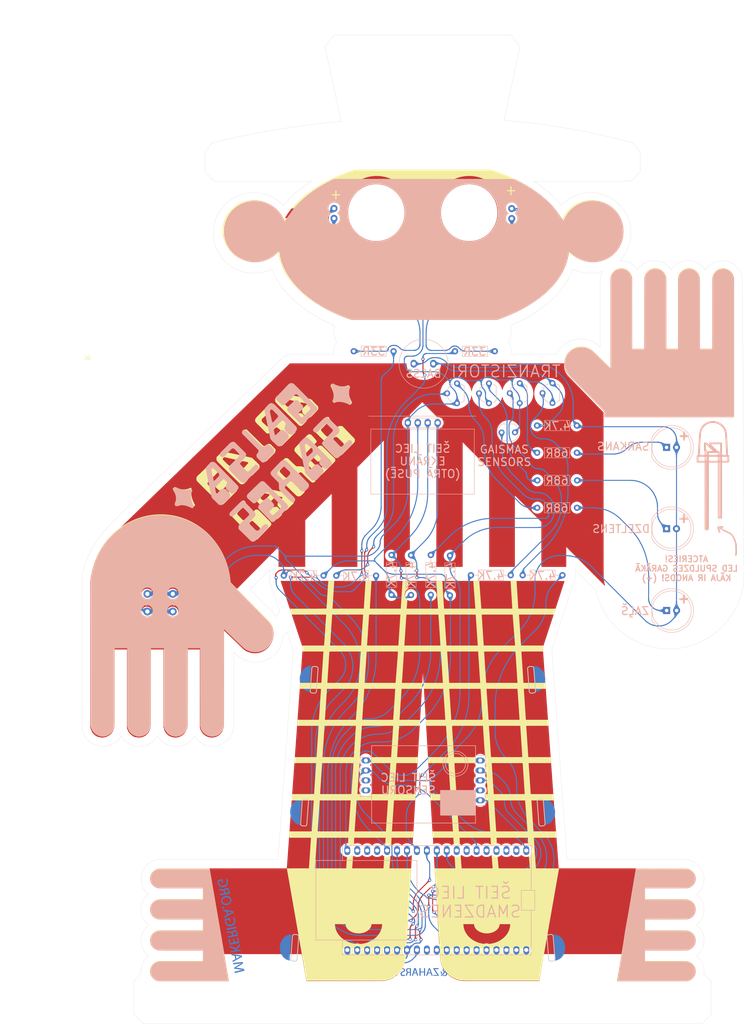
<source format=kicad_pcb>
(kicad_pcb (version 20171130) (host pcbnew "(5.1.10)-1")
  (layers (0 F.Cu signal) (31 B.Cu signal) (34 B.Paste user hide) (35 F.Paste user hide) (36 B.SilkS user) (37 F.SilkS user) (38 B.Mask user) (39 F.Mask user) (44 Edge.Cuts user))
  (net 0 "")
  (net 1 "Net-(U1-Pad1)")
  (net 2 "Net-(U1-Pad4)")
  (net 3 +5V)
  (net 4 GND)
  (net 5 "Net-(U1-Pad8)")
  (net 6 "Net-(U1-Pad9)")
  (net 7 "Net-(U2-Pad35)")
  (net 8 "Net-(U2-Pad34)")
  (net 9 "Net-(U2-Pad30)")
  (net 10 "Net-(U2-Pad29)")
  (net 11 "Net-(U2-Pad26)")
  (net 12 "Net-(U2-Pad25)")
  (net 13 "Net-(U2-Pad24)")
  (net 14 "Net-(U2-Pad23)")
  (net 15 "Net-(U2-Pad22)")
  (net 16 "Net-(U2-Pad21)")
  (net 17 "Net-(U2-Pad20)")
  (net 18 "Net-(U2-Pad17)")
  (net 19 "Net-(U2-Pad16)")
  (net 20 "Net-(U2-Pad15)")
  (net 21 "Net-(U2-Pad13)")
  (net 22 "Net-(U2-Pad12)")
  (net 23 "Net-(U2-Pad4)")
  (net 24 "Net-(U2-Pad3)")
  (net 25 "Net-(U2-Pad2)")
  (net 26 +3V3)
  (net 27 "Net-(BZ1-Pad2)")
  (net 28 "Net-(Q1-Pad2)")
  (net 29 "Net-(Q2-Pad2)")
  (net 30 "Net-(Q2-Pad3)")
  (net 31 "Net-(Q3-Pad2)")
  (net 32 "Net-(Q3-Pad3)")
  (net 33 "Net-(Q4-Pad2)")
  (net 34 "Net-(Q4-Pad3)")
  (net 35 SCL)
  (net 36 SDA)
  (net 37 BEEP)
  (net 38 LIGHT)
  (net 39 BUTTON)
  (net 40 RED)
  (net 41 YELLOW)
  (net 42 GREEN)
  (net 43 TXD2)
  (net 44 RXD2)
  (net 45 CAL)
  (net 46 "Net-(DZELTENS1-Pad1)")
  (net 47 "Net-(R11-Pad2)")
  (net 48 "Net-(R13-Pad2)")
  (net 49 "Net-(D2-Pad2)")
  (net 50 "Net-(D1-Pad2)")
  (net 51 R_EYE)
  (net 52 L_EYE)
  (net 53 "Net-(U2-Pad18)")
  (module zahars-art:02 (layer F.Cu) (at 157.2 199.9)
    (fp_text reference e hide)
    (fp_text value Val** hide)
    (fp_poly (pts (xy -22.997584 110.42718) (xy -22.608311 111.469298) (xy -22.533544 111.669457) (xy -22.463125 111.857978) (xy -22.398467 112.031076) (xy -22.340986 112.184963) (xy -22.292096 112.315854) (xy -22.25321 112.41996) (xy -22.225745 112.493496) (xy -22.211113 112.532674) (xy -22.209172 112.537875) (xy -22.217066 112.555348) (xy -22.260398 112.56342) (xy -22.29557 112.564333) (xy -22.355352 112.561026) (xy -22.394874 112.552671) (xy -22.401995 112.547895) (xy -22.411194 112.525435) (xy -22.433797 112.467117) (xy -22.468367 112.376729) (xy -22.513468 112.258059) (xy -22.567665 112.114897) (xy -22.62952 111.951031) (xy -22.697599 111.77025) (xy -22.770464 111.576343) (xy -22.793102 111.51602) (xy -22.867366 111.3181) (xy -22.93741 111.131493) (xy -23.001773 110.960086) (xy -23.058993 110.807771) (xy -23.107608 110.678435) (xy -23.146158 110.575969) (xy -23.173179 110.504261) (xy -23.187212 110.467201) (xy -23.188623 110.463541) (xy -23.192043 110.441319) (xy -23.173604 110.430327) (xy -23.124545 110.426921) (xy -23.10039 110.42684) (xy -22.997584 110.42718)) (layer B.Cu) (width 0.01))
    (fp_poly (pts (xy -26.030672 110.52106) (xy -25.920719 110.534191) (xy -25.829443 110.559778) (xy -25.808047 110.569758) (xy -25.674193 110.659009) (xy -25.568723 110.771499) (xy -25.487792 110.912439) (xy -25.428129 111.084892) (xy -25.409505 111.184754) (xy -25.397164 111.312568) (xy -25.391256 111.455181) (xy -25.391931 111.59944) (xy -25.399339 111.732194) (xy -25.413628 111.840289) (xy -25.419251 111.865833) (xy -25.48015 112.051305) (xy -25.561485 112.20556) (xy -25.661408 112.325855) (xy -25.778072 112.409446) (xy -25.789029 112.414929) (xy -25.880415 112.443508) (xy -25.994671 112.456969) (xy -26.114954 112.45486) (xy -26.224421 112.436731) (xy -26.254552 112.427423) (xy -26.384245 112.359411) (xy -26.495126 112.256979) (xy -26.585888 112.124251) (xy -26.655223 111.965354) (xy -26.701826 111.784412) (xy -26.724387 111.585549) (xy -26.721959 111.400166) (xy -26.431226 111.400166) (xy -26.430928 111.602187) (xy -26.410368 111.77507) (xy -26.368032 111.927632) (xy -26.323106 112.030064) (xy -26.252285 112.141002) (xy -26.172228 112.218345) (xy -26.087294 112.260497) (xy -26.00184 112.265862) (xy -25.920224 112.232846) (xy -25.875044 112.194091) (xy -25.795659 112.0814) (xy -25.736021 111.934372) (xy -25.696982 111.756553) (xy -25.679393 111.551487) (xy -25.680661 111.384915) (xy -25.692968 111.214836) (xy -25.715008 111.078142) (xy -25.748986 110.966562) (xy -25.797107 110.87182) (xy -25.830084 110.824309) (xy -25.905192 110.746929) (xy -25.984192 110.710571) (xy -26.072055 110.713935) (xy -26.146521 110.74163) (xy -26.242478 110.806216) (xy -26.317564 110.898445) (xy -26.372992 111.021119) (xy -26.409972 111.177036) (xy -26.429715 111.368999) (xy -26.431226 111.400166) (xy -26.721959 111.400166) (xy -26.721601 111.372891) (xy -26.692159 111.150563) (xy -26.679102 111.087769) (xy -26.624091 110.914903) (xy -26.54353 110.764986) (xy -26.441239 110.643727) (xy -26.325707 110.559344) (xy -26.247854 110.53334) (xy -26.144613 110.520677) (xy -26.030672 110.52106)) (layer B.Cu) (width 0.01))
    (fp_poly (pts (xy -17.255325 110.433185) (xy -17.135425 110.453075) (xy -17.076249 110.468725) (xy -16.93446 110.530311) (xy -16.817351 110.617257) (xy -16.729397 110.72428) (xy -16.675071 110.846098) (xy -16.658632 110.961801) (xy -16.678539 111.088667) (xy -16.738831 111.205249) (xy -16.838557 111.310388) (xy -16.976764 111.402928) (xy -17.052634 111.44078) (xy -17.177297 111.498597) (xy -17.269824 111.544411) (xy -17.337178 111.582447) (xy -17.386324 111.616927) (xy -17.424227 111.652075) (xy -17.449464 111.681412) (xy -17.487845 111.737406) (xy -17.509483 111.795277) (xy -17.520407 111.87295) (xy -17.522171 111.897583) (xy -17.525451 111.973353) (xy -17.520635 112.021555) (xy -17.503777 112.056747) (xy -17.470927 112.09349) (xy -17.468357 112.096066) (xy -17.39051 112.150131) (xy -17.30567 112.173568) (xy -17.207884 112.18185) (xy -17.097242 112.181324) (xy -16.986946 112.173058) (xy -16.890195 112.158115) (xy -16.820191 112.137562) (xy -16.812185 112.133736) (xy -16.743953 112.098158) (xy -16.699583 112.185131) (xy -16.675019 112.242999) (xy -16.664576 112.288001) (xy -16.66572 112.299485) (xy -16.689084 112.322449) (xy -16.739636 112.355268) (xy -16.799489 112.387303) (xy -16.859931 112.414836) (xy -16.914774 112.432902) (xy -16.976309 112.443753) (xy -17.056827 112.449643) (xy -17.155584 112.452561) (xy -17.264147 112.452444) (xy -17.358487 112.44792) (xy -17.427717 112.439687) (xy -17.451917 112.433547) (xy -17.582534 112.363986) (xy -17.689716 112.265241) (xy -17.76611 112.144694) (xy -17.783598 112.100543) (xy -17.796717 112.040748) (xy -17.806399 111.956736) (xy -17.810565 111.866602) (xy -17.810571 111.865833) (xy -17.80108 111.729332) (xy -17.767853 111.61484) (xy -17.707083 111.517684) (xy -17.614963 111.433191) (xy -17.487686 111.35669) (xy -17.343055 111.29206) (xy -17.195928 111.229286) (xy -17.086051 111.172364) (xy -17.009456 111.117492) (xy -16.962175 111.060864) (xy -16.940241 110.998679) (xy -16.939685 110.927131) (xy -16.942328 110.907918) (xy -16.972728 110.795722) (xy -17.025154 110.715471) (xy -17.103973 110.660635) (xy -17.109363 110.658134) (xy -17.186704 110.630463) (xy -17.266609 110.619881) (xy -17.360135 110.626422) (xy -17.478339 110.650118) (xy -17.515417 110.659333) (xy -17.613133 110.683897) (xy -17.676967 110.696562) (xy -17.714129 110.695599) (xy -17.73183 110.679282) (xy -17.737281 110.645884) (xy -17.737667 110.606105) (xy -17.73394 110.54343) (xy -17.7169 110.505285) (xy -17.677764 110.474109) (xy -17.668875 110.468601) (xy -17.598152 110.442495) (xy -17.498067 110.427893) (xy -17.379998 110.42479) (xy -17.255325 110.433185)) (layer B.Cu) (width 0.01))
    (fp_poly (pts (xy -6.598481 110.430016) (xy -6.592798 110.430368) (xy -6.460244 110.45482) (xy -6.35214 110.511625) (xy -6.263788 110.603909) (xy -6.216583 110.680861) (xy -6.181144 110.755236) (xy -6.16477 110.816522) (xy -6.162824 110.886706) (xy -6.165227 110.924539) (xy -6.186007 111.039923) (xy -6.226886 111.154786) (xy -6.28098 111.251226) (xy -6.300226 111.27558) (xy -6.316292 111.301974) (xy -6.303913 111.324731) (xy -6.271824 111.347985) (xy -6.178124 111.420111) (xy -6.085038 111.509977) (xy -6.004942 111.604493) (xy -5.952748 111.685497) (xy -5.908792 111.811001) (xy -5.897152 111.94398) (xy -5.918109 112.071094) (xy -5.943351 112.13313) (xy -6.008803 112.227155) (xy -6.100504 112.316821) (xy -6.203658 112.389325) (xy -6.280862 112.42516) (xy -6.403826 112.451819) (xy -6.546054 112.459002) (xy -6.689626 112.447254) (xy -6.816621 112.417123) (xy -6.84061 112.408059) (xy -6.924364 112.367749) (xy -7.007301 112.318638) (xy -7.046985 112.290366) (xy -7.094751 112.25657) (xy -7.126046 112.242167) (xy -7.133167 112.246016) (xy -7.146983 112.276024) (xy -7.180689 112.317359) (xy -7.185122 112.321878) (xy -7.215386 112.347919) (xy -7.249497 112.363486) (xy -7.298894 112.371205) (xy -7.375017 112.373705) (xy -7.411332 112.373833) (xy -7.585587 112.373833) (xy -7.523419 112.308219) (xy -7.467535 112.25631) (xy -7.39755 112.200343) (xy -7.366 112.177789) (xy -7.312157 112.141086) (xy -7.274793 112.115496) (xy -7.264354 112.108243) (xy -7.268599 112.097603) (xy -6.942667 112.097603) (xy -6.926221 112.123381) (xy -6.884718 112.160963) (xy -6.829915 112.201248) (xy -6.773567 112.235133) (xy -6.751535 112.245577) (xy -6.672859 112.262781) (xy -6.574337 112.262835) (xy -6.473944 112.247607) (xy -6.389657 112.218965) (xy -6.366477 112.205565) (xy -6.274602 112.126602) (xy -6.218672 112.036112) (xy -6.193735 111.924495) (xy -6.191306 111.865889) (xy -6.193857 111.783384) (xy -6.204572 111.726601) (xy -6.227924 111.679088) (xy -6.250868 111.646863) (xy -6.300054 111.590133) (xy -6.350558 111.543387) (xy -6.364252 111.5334) (xy -6.395759 111.515065) (xy -6.419806 111.514331) (xy -6.447394 111.536133) (xy -6.489522 111.585404) (xy -6.494967 111.592044) (xy -6.540402 111.644999) (xy -6.60614 111.718479) (xy -6.683139 111.802496) (xy -6.757292 111.881721) (xy -6.827295 111.957158) (xy -6.885194 112.022397) (xy -6.925431 112.070968) (xy -6.942449 112.096397) (xy -6.942667 112.097603) (xy -7.268599 112.097603) (xy -7.27178 112.08963) (xy -7.297301 112.04494) (xy -7.335623 111.983377) (xy -7.340683 111.975521) (xy -7.377748 111.908547) (xy -7.419983 111.817173) (xy -7.463633 111.711488) (xy -7.504943 111.601584) (xy -7.540157 111.497551) (xy -7.565521 111.409479) (xy -7.577278 111.34746) (xy -7.577667 111.338746) (xy -7.573869 111.314765) (xy -7.556188 111.301399) (xy -7.515195 111.295603) (xy -7.441461 111.294333) (xy -7.3025 111.294333) (xy -7.3025 111.356791) (xy -7.291512 111.46596) (xy -7.261205 111.594941) (xy -7.215565 111.728206) (xy -7.19421 111.778567) (xy -7.133381 111.91355) (xy -6.990399 111.759688) (xy -6.919161 111.680704) (xy -6.850499 111.600602) (xy -6.795453 111.532407) (xy -6.778825 111.510134) (xy -6.710233 111.414443) (xy -6.835203 111.301352) (xy -6.934886 111.200364) (xy -7.000142 111.104883) (xy -7.035754 111.004447) (xy -7.046501 110.888596) (xy -7.045708 110.859126) (xy -6.858 110.859126) (xy -6.842874 110.94774) (xy -6.79507 111.026863) (xy -6.710955 111.101264) (xy -6.638113 111.14761) (xy -6.529917 111.210065) (xy -6.462399 111.137483) (xy -6.41385 111.070606) (xy -6.376801 110.994261) (xy -6.370718 110.975163) (xy -6.356787 110.85703) (xy -6.380953 110.752403) (xy -6.423195 110.685875) (xy -6.456341 110.652999) (xy -6.492974 110.63543) (xy -6.547443 110.628536) (xy -6.603904 110.627583) (xy -6.678593 110.629535) (xy -6.726258 110.639047) (xy -6.76216 110.661605) (xy -6.796237 110.696708) (xy -6.84016 110.758812) (xy -6.856827 110.825914) (xy -6.858 110.859126) (xy -7.045708 110.859126) (xy -7.045242 110.841836) (xy -7.025655 110.705018) (xy -6.980398 110.598779) (xy -6.906418 110.517914) (xy -6.826593 110.468998) (xy -6.756539 110.440842) (xy -6.687344 110.428979) (xy -6.598481 110.430016)) (layer B.Cu) (width 0.01))
    (fp_poly (pts (xy -4.857868 110.430728) (xy -4.745928 110.437493) (xy -4.66403 110.448613) (xy -4.59993 110.466378) (xy -4.550834 110.488136) (xy -4.419187 110.574327) (xy -4.318332 110.679849) (xy -4.251022 110.799537) (xy -4.220011 110.928224) (xy -4.228052 111.060747) (xy -4.233521 111.083361) (xy -4.280868 111.200948) (xy -4.356266 111.298725) (xy -4.463682 111.380179) (xy -4.607082 111.448801) (xy -4.677834 111.47425) (xy -4.83074 111.535812) (xy -4.945519 111.607631) (xy -5.025872 111.693447) (xy -5.0755 111.797003) (xy -5.095749 111.896733) (xy -5.095196 111.968843) (xy -5.07016 112.025847) (xy -5.059029 112.040881) (xy -5.004161 112.097053) (xy -4.937551 112.13602) (xy -4.850322 112.160987) (xy -4.733596 112.175157) (xy -4.677834 112.178464) (xy -4.570838 112.18153) (xy -4.490673 112.177759) (xy -4.422156 112.165523) (xy -4.350484 112.143325) (xy -4.284259 112.120212) (xy -4.236351 112.104075) (xy -4.218192 112.098666) (xy -4.21458 112.117592) (xy -4.212429 112.165414) (xy -4.212167 112.192839) (xy -4.216868 112.257349) (xy -4.237341 112.300084) (xy -4.282412 112.34059) (xy -4.349678 112.382958) (xy -4.427416 112.420131) (xy -4.443824 112.426334) (xy -4.543459 112.448528) (xy -4.666266 112.457088) (xy -4.795414 112.452238) (xy -4.914073 112.434205) (xy -4.96713 112.419319) (xy -5.115484 112.348472) (xy -5.231672 112.250664) (xy -5.314315 112.12799) (xy -5.362029 111.982549) (xy -5.373435 111.816437) (xy -5.372796 111.803353) (xy -5.351978 111.677016) (xy -5.302933 111.570333) (xy -5.222511 111.480107) (xy -5.107563 111.403142) (xy -4.95494 111.33624) (xy -4.890998 111.314273) (xy -4.749374 111.262606) (xy -4.645269 111.209572) (xy -4.57399 111.150611) (xy -4.530841 111.081166) (xy -4.511131 110.996678) (xy -4.50858 110.942921) (xy -4.527328 110.827195) (xy -4.580332 110.732026) (xy -4.662454 110.662464) (xy -4.768558 110.62356) (xy -4.83999 110.617032) (xy -4.908692 110.623595) (xy -4.995366 110.640606) (xy -5.060681 110.658275) (xy -5.130397 110.678166) (xy -5.183285 110.6899) (xy -5.207057 110.691048) (xy -5.223378 110.66813) (xy -5.248514 110.620223) (xy -5.260181 110.595248) (xy -5.282864 110.539358) (xy -5.286285 110.508345) (xy -5.271475 110.489932) (xy -5.269148 110.488386) (xy -5.183422 110.453307) (xy -5.060062 110.433549) (xy -4.901004 110.429383) (xy -4.857868 110.430728)) (layer B.Cu) (width 0.01))
    (fp_poly (pts (xy -2.29918 110.437894) (xy -2.210261 110.440873) (xy -2.148224 110.446836) (xy -2.105355 110.4566) (xy -2.073939 110.470981) (xy -2.068154 110.474612) (xy -2.010834 110.512142) (xy -2.010834 112.385872) (xy -2.072308 112.422186) (xy -2.129869 112.441369) (xy -2.219476 112.453732) (xy -2.331406 112.459367) (xy -2.45594 112.458365) (xy -2.583356 112.45082) (xy -2.703936 112.436822) (xy -2.807957 112.416464) (xy -2.812934 112.41518) (xy -2.933746 112.376512) (xy -3.023893 112.327616) (xy -3.095037 112.259145) (xy -3.158837 112.16175) (xy -3.181143 112.119969) (xy -3.223729 112.031032) (xy -3.247817 111.960602) (xy -3.258124 111.891783) (xy -3.259647 111.839266) (xy -2.977565 111.839266) (xy -2.963041 111.937503) (xy -2.914939 112.025938) (xy -2.83553 112.09708) (xy -2.746913 112.137801) (xy -2.674025 112.159012) (xy -2.613058 112.171526) (xy -2.546242 112.177921) (xy -2.455809 112.180776) (xy -2.450042 112.180877) (xy -2.307167 112.183333) (xy -2.307167 111.506) (xy -2.462075 111.506) (xy -2.631271 111.517936) (xy -2.766061 111.55387) (xy -2.867042 111.613992) (xy -2.896798 111.643359) (xy -2.956241 111.738721) (xy -2.977565 111.839266) (xy -3.259647 111.839266) (xy -3.259667 111.838591) (xy -3.242635 111.700696) (xy -3.193896 111.583175) (xy -3.116986 111.490909) (xy -3.01544 111.428779) (xy -2.94832 111.408805) (xy -2.881082 111.395358) (xy -2.97921 111.32897) (xy -3.079088 111.238598) (xy -3.144035 111.130527) (xy -3.173804 111.011333) (xy -3.169417 110.915364) (xy -2.892802 110.915364) (xy -2.878416 111.022904) (xy -2.861789 111.067318) (xy -2.800105 111.166944) (xy -2.714694 111.236418) (xy -2.601916 111.277734) (xy -2.458135 111.292884) (xy -2.450042 111.292991) (xy -2.307167 111.294333) (xy -2.307167 110.968514) (xy -2.307255 110.839153) (xy -2.309397 110.746139) (xy -2.316416 110.683495) (xy -2.33113 110.645241) (xy -2.356361 110.625398) (xy -2.394929 110.617989) (xy -2.449655 110.617034) (xy -2.47294 110.617118) (xy -2.61122 110.631798) (xy -2.725726 110.672876) (xy -2.813077 110.736437) (xy -2.869896 110.818571) (xy -2.892802 110.915364) (xy -3.169417 110.915364) (xy -3.168147 110.887591) (xy -3.126817 110.765873) (xy -3.049566 110.652755) (xy -3.006275 110.609323) (xy -2.930054 110.545531) (xy -2.858344 110.499406) (xy -2.781914 110.468223) (xy -2.691536 110.449259) (xy -2.577979 110.439789) (xy -2.432015 110.437089) (xy -2.422696 110.437083) (xy -2.29918 110.437894)) (layer B.Cu) (width 0.01))
    (fp_poly (pts (xy -1.306884 111.109125) (xy -1.303918 111.31125) (xy -1.300499 111.475953) (xy -1.296054 111.608142) (xy -1.290008 111.712727) (xy -1.281788 111.794619) (xy -1.27082 111.858727) (xy -1.25653 111.909961) (xy -1.238344 111.953231) (xy -1.215688 111.993447) (xy -1.200817 112.016489) (xy -1.124649 112.095403) (xy -1.023138 112.150629) (xy -0.908063 112.178825) (xy -0.791204 112.17665) (xy -0.713365 112.154736) (xy -0.636172 112.105348) (xy -0.56225 112.029185) (xy -0.504292 111.940746) (xy -0.484063 111.89287) (xy -0.475283 111.84655) (xy -0.467761 111.764149) (xy -0.461437 111.644344) (xy -0.456254 111.485811) (xy -0.452152 111.287228) (xy -0.449847 111.119708) (xy -0.441878 110.4265) (xy -0.166863 110.4265) (xy -0.173648 111.172625) (xy -0.175548 111.370795) (xy -0.177476 111.531444) (xy -0.179736 111.659382) (xy -0.182634 111.75942) (xy -0.186474 111.83637) (xy -0.191562 111.895041) (xy -0.198201 111.940245) (xy -0.206697 111.976793) (xy -0.217354 112.009495) (xy -0.228488 112.038232) (xy -0.297075 112.178751) (xy -0.378239 112.285198) (xy -0.47833 112.36537) (xy -0.509633 112.383639) (xy -0.57089 112.414377) (xy -0.627061 112.433829) (xy -0.692051 112.445033) (xy -0.779763 112.451029) (xy -0.8255 112.452687) (xy -0.966444 112.452078) (xy -1.068567 112.440009) (xy -1.10706 112.429122) (xy -1.254542 112.352723) (xy -1.377637 112.24201) (xy -1.476627 112.096682) (xy -1.531342 111.975219) (xy -1.543656 111.94036) (xy -1.553594 111.904612) (xy -1.561466 111.86301) (xy -1.567581 111.810586) (xy -1.572249 111.742373) (xy -1.57578 111.653404) (xy -1.578482 111.538712) (xy -1.580665 111.393329) (xy -1.582639 111.21229) (xy -1.583325 111.140875) (xy -1.59006 110.4265) (xy -1.31588 110.4265) (xy -1.306884 111.109125)) (layer B.Cu) (width 0.01))
    (fp_poly (pts (xy 3.886078 110.431405) (xy 3.989706 110.44334) (xy 4.053244 110.457289) (xy 4.162707 110.505972) (xy 4.263518 110.581222) (xy 4.344802 110.672913) (xy 4.395685 110.770924) (xy 4.39796 110.778205) (xy 4.424677 110.93312) (xy 4.411267 111.077507) (xy 4.359236 111.208493) (xy 4.270093 111.323207) (xy 4.145346 111.418775) (xy 4.03225 111.474969) (xy 3.855408 111.558267) (xy 3.718053 111.647128) (xy 3.620907 111.740887) (xy 3.564697 111.838879) (xy 3.549744 111.917536) (xy 3.566632 112.007616) (xy 3.621831 112.081468) (xy 3.713842 112.137267) (xy 3.737638 112.146498) (xy 3.820326 112.16602) (xy 3.926709 112.177026) (xy 4.04436 112.179762) (xy 4.160854 112.174478) (xy 4.263764 112.161421) (xy 4.340663 112.140838) (xy 4.35505 112.134185) (xy 4.42385 112.09757) (xy 4.470348 112.193275) (xy 4.497018 112.250451) (xy 4.505501 112.282702) (xy 4.496338 112.303069) (xy 4.47563 112.320359) (xy 4.433363 112.345435) (xy 4.368177 112.376769) (xy 4.318 112.397959) (xy 4.235097 112.421756) (xy 4.128601 112.439541) (xy 4.011198 112.450567) (xy 3.895577 112.454083) (xy 3.794423 112.44934) (xy 3.720426 112.435589) (xy 3.71475 112.433593) (xy 3.581179 112.365111) (xy 3.47913 112.270936) (xy 3.407109 112.148922) (xy 3.363622 111.996924) (xy 3.35252 111.913503) (xy 3.353566 111.748325) (xy 3.389193 111.606873) (xy 3.458856 111.490019) (xy 3.562009 111.398638) (xy 3.698105 111.333601) (xy 3.719556 111.326709) (xy 3.852219 111.280647) (xy 3.973984 111.227792) (xy 4.076995 111.172312) (xy 4.153392 111.118377) (xy 4.192044 111.076039) (xy 4.223552 111.011717) (xy 4.229959 110.952879) (xy 4.21107 110.884265) (xy 4.188966 110.83505) (xy 4.121253 110.741156) (xy 4.025618 110.673144) (xy 3.909229 110.633214) (xy 3.779256 110.623571) (xy 3.642869 110.646415) (xy 3.60965 110.657093) (xy 3.540089 110.680439) (xy 3.48546 110.696575) (xy 3.460409 110.701666) (xy 3.438686 110.684196) (xy 3.408731 110.63963) (xy 3.391272 110.60665) (xy 3.34511 110.511633) (xy 3.401979 110.474371) (xy 3.458201 110.453038) (xy 3.54554 110.437791) (xy 3.653178 110.428914) (xy 3.770296 110.426691) (xy 3.886078 110.431405)) (layer B.Cu) (width 0.01))
    (fp_poly (pts (xy -29.041779 110.514594) (xy -28.991766 110.527436) (xy -28.931857 110.553528) (xy -28.852783 110.596708) (xy -28.778954 110.640428) (xy -28.694746 110.691339) (xy -28.624877 110.73391) (xy -28.576713 110.763629) (xy -28.557668 110.775941) (xy -28.56254 110.796567) (xy -28.582351 110.842629) (xy -28.60022 110.879203) (xy -28.649522 110.976213) (xy -28.903084 110.807815) (xy -28.914182 112.373833) (xy -29.188834 112.373833) (xy -29.188834 110.511166) (xy -29.091162 110.511166) (xy -29.041779 110.514594)) (layer B.Cu) (width 0.01))
    (fp_poly (pts (xy -27.303271 110.532606) (xy -27.170259 110.56793) (xy -27.05903 110.619088) (xy -27.021979 110.644791) (xy -26.961207 110.693303) (xy -27.006534 110.782151) (xy -27.035088 110.834365) (xy -27.056252 110.866313) (xy -27.061831 110.871) (xy -27.08272 110.859197) (xy -27.126278 110.828712) (xy -27.167137 110.798228) (xy -27.273984 110.738321) (xy -27.387447 110.711371) (xy -27.501167 110.714287) (xy -27.608785 110.74398) (xy -27.703939 110.797362) (xy -27.780272 110.871341) (xy -27.831421 110.96283) (xy -27.851029 111.068739) (xy -27.846674 111.128327) (xy -27.834454 111.189599) (xy -27.816308 111.247043) (xy -27.788999 111.305002) (xy -27.749291 111.367815) (xy -27.693948 111.439823) (xy -27.619733 111.525367) (xy -27.523411 111.628787) (xy -27.401745 111.754426) (xy -27.311812 111.84574) (xy -27.168791 111.991753) (xy -27.055818 112.11022) (xy -26.971843 112.202316) (xy -26.915814 112.269216) (xy -26.886683 112.312097) (xy -26.881667 112.327281) (xy -26.881667 112.373833) (xy -28.1305 112.373833) (xy -28.1305 112.183333) (xy -27.27325 112.182603) (xy -27.551127 111.918969) (xy -27.682207 111.791567) (xy -27.784621 111.684093) (xy -27.863019 111.590354) (xy -27.92205 111.50416) (xy -27.966365 111.419317) (xy -28.000612 111.329635) (xy -28.005732 111.313574) (xy -28.040763 111.147315) (xy -28.041572 110.990717) (xy -28.010011 110.848498) (xy -27.947931 110.725379) (xy -27.857185 110.626076) (xy -27.739625 110.55531) (xy -27.702683 110.541427) (xy -27.582513 110.517375) (xy -27.445032 110.515095) (xy -27.303271 110.532606)) (layer B.Cu) (width 0.01))
    (fp_poly (pts (xy -24.480931 110.516003) (xy -24.401563 110.527178) (xy -24.30795 110.549203) (xy -24.210464 110.578522) (xy -24.11948 110.611579) (xy -24.045371 110.644818) (xy -23.99851 110.67468) (xy -23.99007 110.684297) (xy -23.990238 110.71409) (xy -24.004913 110.763139) (xy -24.027555 110.815932) (xy -24.051625 110.856955) (xy -24.068775 110.871) (xy -24.095271 110.86003) (xy -24.142018 110.832403) (xy -24.163914 110.817981) (xy -24.253078 110.770068) (xy -24.359895 110.730754) (xy -24.464765 110.706425) (xy -24.520941 110.701666) (xy -24.608327 110.717629) (xy -24.697825 110.759419) (xy -24.773602 110.817885) (xy -24.813955 110.871) (xy -24.836882 110.930903) (xy -24.845608 111.00244) (xy -24.843468 111.084774) (xy -24.833654 111.170326) (xy -24.81331 111.24885) (xy -24.778776 111.326062) (xy -24.726388 111.407677) (xy -24.652485 111.499412) (xy -24.553405 111.606982) (xy -24.42749 111.734125) (xy -24.27139 111.893452) (xy -24.149427 112.029282) (xy -24.061031 112.142361) (xy -24.005632 112.233432) (xy -23.98266 112.303238) (xy -23.981901 112.315625) (xy -23.981834 112.373833) (xy -25.146 112.373833) (xy -25.146 112.183333) (xy -24.754417 112.183333) (xy -24.630933 112.182827) (xy -24.523444 112.181421) (xy -24.438539 112.179281) (xy -24.382806 112.176571) (xy -24.362834 112.173468) (xy -24.378027 112.126023) (xy -24.418043 112.063479) (xy -24.474541 111.997046) (xy -24.536666 111.939916) (xy -24.697242 111.802184) (xy -24.838448 111.660959) (xy -24.954399 111.522775) (xy -25.039212 111.394165) (xy -25.054494 111.365014) (xy -25.095505 111.277388) (xy -25.119494 111.209411) (xy -25.130752 111.144158) (xy -25.133571 111.064702) (xy -25.133545 111.053204) (xy -25.114418 110.901066) (xy -25.060536 110.770551) (xy -24.974894 110.664124) (xy -24.860488 110.584251) (xy -24.720313 110.533398) (xy -24.557365 110.51403) (xy -24.480931 110.516003)) (layer B.Cu) (width 0.01))
    (fp_poly (pts (xy -20.362334 112.373833) (xy -21.5265 112.373833) (xy -21.5265 112.183333) (xy -20.6375 112.183333) (xy -20.6375 111.506) (xy -21.441834 111.506) (xy -21.441834 111.294333) (xy -20.6375 111.294333) (xy -20.6375 110.701666) (xy -21.441834 110.701666) (xy -21.441834 110.4265) (xy -20.362334 110.4265) (xy -20.362334 112.373833)) (layer B.Cu) (width 0.01))
    (fp_poly (pts (xy -18.774834 110.701666) (xy -19.727625 110.701666) (xy -19.215103 111.468958) (xy -19.06688 111.692238) (xy -18.943388 111.881246) (xy -18.844636 112.035969) (xy -18.770628 112.156397) (xy -18.721373 112.24252) (xy -18.696877 112.294326) (xy -18.694058 112.305041) (xy -18.685536 112.373833) (xy -20.108334 112.373833) (xy -20.108334 112.184024) (xy -19.546391 112.178387) (xy -18.984449 112.17275) (xy -19.546391 111.395551) (xy -19.679306 111.211563) (xy -19.789457 111.058499) (xy -19.878976 110.933045) (xy -19.949996 110.831887) (xy -20.00465 110.751712) (xy -20.04507 110.689205) (xy -20.07339 110.641053) (xy -20.091743 110.603941) (xy -20.102261 110.574556) (xy -20.107076 110.549584) (xy -20.108323 110.525711) (xy -20.108334 110.522426) (xy -20.108334 110.4265) (xy -18.774834 110.4265) (xy -18.774834 110.701666)) (layer B.Cu) (width 0.01))
    (fp_poly (pts (xy -15.4979 110.43825) (xy -15.398826 110.441784) (xy -15.326677 110.448491) (xy -15.273767 110.459065) (xy -15.234709 110.473154) (xy -15.155334 110.509006) (xy -15.155334 112.373833) (xy -15.4305 112.373833) (xy -15.4305 111.586813) (xy -15.651268 111.594031) (xy -15.78027 111.602146) (xy -15.873672 111.618877) (xy -15.937863 111.647414) (xy -15.979226 111.690946) (xy -16.004148 111.752663) (xy -16.008834 111.772611) (xy -16.048183 111.942752) (xy -16.088811 112.082448) (xy -16.134293 112.203527) (xy -16.149403 112.237958) (xy -16.211012 112.373833) (xy -16.353204 112.373833) (xy -16.427695 112.373065) (xy -16.466926 112.369172) (xy -16.477962 112.359769) (xy -16.46787 112.342475) (xy -16.463007 112.336791) (xy -16.445603 112.301089) (xy -16.422331 112.230028) (xy -16.394833 112.129911) (xy -16.364754 112.00704) (xy -16.333736 111.86772) (xy -16.308388 111.743765) (xy -16.2812 111.679289) (xy -16.229421 111.607454) (xy -16.164753 111.542694) (xy -16.118417 111.509492) (xy -16.089658 111.488913) (xy -16.096892 111.47301) (xy -16.112009 111.463239) (xy -16.228527 111.371985) (xy -16.317875 111.258499) (xy -16.377048 111.130395) (xy -16.403041 110.995289) (xy -16.398727 110.93836) (xy -16.1181 110.93836) (xy -16.115102 111.05414) (xy -16.074336 111.169482) (xy -16.021258 111.242635) (xy -15.945893 111.308548) (xy -15.863657 111.355252) (xy -15.817245 111.369106) (xy -15.75979 111.379615) (xy -15.720285 111.388429) (xy -15.71625 111.389645) (xy -15.685155 111.393677) (xy -15.625608 111.396933) (xy -15.562792 111.398495) (xy -15.4305 111.400166) (xy -15.4305 110.701044) (xy -15.499292 110.659101) (xy -15.596382 110.622862) (xy -15.709505 110.616814) (xy -15.826958 110.639163) (xy -15.937042 110.688114) (xy -16.002318 110.736221) (xy -16.080356 110.831489) (xy -16.1181 110.93836) (xy -16.398727 110.93836) (xy -16.392848 110.860795) (xy -16.374232 110.798722) (xy -16.322676 110.708376) (xy -16.241456 110.617428) (xy -16.141684 110.536642) (xy -16.048052 110.482822) (xy -16.004491 110.464735) (xy -15.959495 110.452103) (xy -15.904448 110.443981) (xy -15.830733 110.439424) (xy -15.729735 110.43749) (xy -15.631584 110.437192) (xy -15.4979 110.43825)) (layer B.Cu) (width 0.01))
    (fp_poly (pts (xy -13.609001 111.394149) (xy -13.301171 112.36325) (xy -13.437006 112.369565) (xy -13.50823 112.371557) (xy -13.560562 112.370543) (xy -13.581613 112.367109) (xy -13.589337 112.345861) (xy -13.606068 112.292703) (xy -13.62922 112.216442) (xy -13.656207 112.125882) (xy -13.684444 112.02983) (xy -13.711345 111.93709) (xy -13.734323 111.856469) (xy -13.750794 111.796771) (xy -13.75817 111.766804) (xy -13.758334 111.765325) (xy -13.778331 111.763543) (xy -13.833647 111.762015) (xy -13.917266 111.760848) (xy -14.022174 111.760151) (xy -14.10376 111.76) (xy -14.449185 111.76) (xy -14.619049 112.36325) (xy -14.760192 112.369508) (xy -14.831166 112.370355) (xy -14.88179 112.366568) (xy -14.901149 112.358967) (xy -14.901149 112.358925) (xy -14.894884 112.335944) (xy -14.877003 112.276656) (xy -14.848763 112.185081) (xy -14.811421 112.065241) (xy -14.766235 111.921156) (xy -14.714461 111.756848) (xy -14.657358 111.576337) (xy -14.653148 111.563075) (xy -14.351 111.563075) (xy -14.331227 111.565604) (xy -14.277477 111.567665) (xy -14.198107 111.569036) (xy -14.107584 111.5695) (xy -14.011752 111.56813) (xy -13.933681 111.564406) (xy -13.881726 111.558906) (xy -13.864167 111.552633) (xy -13.870566 111.527171) (xy -13.888031 111.469893) (xy -13.913963 111.38905) (xy -13.945765 111.292895) (xy -13.948834 111.28375) (xy -13.981971 111.178503) (xy -14.009195 111.079476) (xy -14.027645 110.997953) (xy -14.034455 110.946074) (xy -14.042273 110.872213) (xy -14.060157 110.804118) (xy -14.063093 110.796916) (xy -14.090776 110.733416) (xy -14.124571 110.812823) (xy -14.149052 110.882641) (xy -14.171848 110.967287) (xy -14.179537 111.003323) (xy -14.195562 111.071097) (xy -14.221713 111.164352) (xy -14.253822 111.26872) (xy -14.275854 111.335533) (xy -14.306091 111.425051) (xy -14.330514 111.498395) (xy -14.346353 111.547182) (xy -14.351 111.563075) (xy -14.653148 111.563075) (xy -14.59807 111.389583) (xy -14.295176 110.437083) (xy -14.106004 110.431065) (xy -13.916832 110.425048) (xy -13.609001 111.394149)) (layer B.Cu) (width 0.01))
    (fp_poly (pts (xy -12.678834 111.294333) (xy -11.811 111.294333) (xy -11.811 110.4265) (xy -11.535834 110.4265) (xy -11.535834 112.373833) (xy -11.811 112.373833) (xy -11.811 111.506) (xy -12.678834 111.506) (xy -12.678834 112.373833) (xy -12.975167 112.373833) (xy -12.975167 110.4265) (xy -12.678834 110.4265) (xy -12.678834 111.294333)) (layer B.Cu) (width 0.01))
    (fp_poly (pts (xy -9.946626 111.400166) (xy -9.595669 112.36325) (xy -9.732172 112.369565) (xy -9.803581 112.371556) (xy -9.856119 112.370555) (xy -9.877447 112.367109) (xy -9.88517 112.345861) (xy -9.901901 112.292703) (xy -9.925053 112.216442) (xy -9.95204 112.125882) (xy -9.980277 112.02983) (xy -10.007178 111.93709) (xy -10.030156 111.856469) (xy -10.046627 111.796771) (xy -10.054003 111.766804) (xy -10.054167 111.765325) (xy -10.074163 111.763541) (xy -10.12947 111.762012) (xy -10.213064 111.760845) (xy -10.317922 111.760149) (xy -10.398813 111.76) (xy -10.743458 111.76) (xy -10.999612 112.36325) (xy -11.143275 112.369566) (xy -11.218936 112.372219) (xy -11.260832 112.369956) (xy -11.277478 112.360029) (xy -11.277386 112.339688) (xy -11.274368 112.327233) (xy -11.264711 112.297841) (xy -11.24202 112.232881) (xy -11.207801 112.136544) (xy -11.163557 112.013021) (xy -11.110795 111.866503) (xy -11.051019 111.701181) (xy -10.997123 111.552633) (xy -10.7315 111.552633) (xy -10.711621 111.558798) (xy -10.657123 111.563953) (xy -10.575719 111.567642) (xy -10.475121 111.56941) (xy -10.44575 111.5695) (xy -10.341301 111.568316) (xy -10.25397 111.565073) (xy -10.191469 111.560227) (xy -10.16151 111.55424) (xy -10.16 111.552492) (xy -10.167075 111.519517) (xy -10.185974 111.456943) (xy -10.213213 111.374638) (xy -10.245304 111.282469) (xy -10.278763 111.190305) (xy -10.310103 111.108014) (xy -10.335838 111.045464) (xy -10.348399 111.019166) (xy -10.377042 110.950635) (xy -10.399542 110.868741) (xy -10.404175 110.84295) (xy -10.41575 110.787972) (xy -10.428847 110.758965) (xy -10.435953 110.758283) (xy -10.453015 110.788277) (xy -10.480722 110.850428) (xy -10.516124 110.936807) (xy -10.556269 111.039479) (xy -10.598206 111.150515) (xy -10.638983 111.261981) (xy -10.675651 111.365945) (xy -10.705256 111.454476) (xy -10.724849 111.519642) (xy -10.7315 111.552633) (xy -10.997123 111.552633) (xy -10.985734 111.521245) (xy -10.926266 111.357833) (xy -10.590734 110.437083) (xy -10.297584 110.437083) (xy -9.946626 111.400166)) (layer B.Cu) (width 0.01))
    (fp_poly (pts (xy -8.106834 110.701666) (xy -9.059614 110.701666) (xy -8.530307 111.495206) (xy -8.4209 111.660151) (xy -8.319127 111.815362) (xy -8.227362 111.957094) (xy -8.147974 112.081599) (xy -8.083338 112.185132) (xy -8.035823 112.263946) (xy -8.007801 112.314296) (xy -8.001 112.33129) (xy -8.002093 112.342719) (xy -8.008164 112.351893) (xy -8.023403 112.359061) (xy -8.051999 112.364468) (xy -8.098141 112.368364) (xy -8.16602 112.370996) (xy -8.259824 112.372611) (xy -8.383743 112.373457) (xy -8.541967 112.373781) (xy -8.720667 112.373833) (xy -9.440334 112.373833) (xy -9.440334 112.184072) (xy -8.403078 112.17275) (xy -8.921706 111.395005) (xy -9.046136 111.208187) (xy -9.148976 111.053051) (xy -9.232272 110.926156) (xy -9.298067 110.824061) (xy -9.348404 110.743326) (xy -9.385327 110.680509) (xy -9.410881 110.632171) (xy -9.427109 110.59487) (xy -9.436054 110.565165) (xy -9.439761 110.539616) (xy -9.440334 110.52188) (xy -9.440334 110.4265) (xy -8.106834 110.4265) (xy -8.106834 110.701666)) (layer B.Cu) (width 0.01))
    (fp_poly (pts (xy -3.598334 112.373833) (xy -3.8735 112.373833) (xy -3.8735 110.4265) (xy -3.598334 110.4265) (xy -3.598334 112.373833)) (layer B.Cu) (width 0.01))
    (fp_poly (pts (xy 1.001589 110.430995) (xy 1.156809 110.440357) (xy 1.270329 110.455469) (xy 1.338791 110.474755) (xy 1.418166 110.509006) (xy 1.418166 112.373833) (xy 1.143 112.373833) (xy 1.143 111.590666) (xy 0.967793 111.590666) (xy 0.85948 111.596629) (xy 0.771864 111.617558) (xy 0.700723 111.658014) (xy 0.641837 111.722556) (xy 0.590985 111.815744) (xy 0.543946 111.94214) (xy 0.498919 112.097227) (xy 0.468866 112.207971) (xy 0.44435 112.284349) (xy 0.419428 112.332741) (xy 0.388154 112.359527) (xy 0.344583 112.371086) (xy 0.282769 112.3738) (xy 0.24116 112.373833) (xy 0.161188 112.372951) (xy 0.116908 112.369224) (xy 0.101693 112.361027) (xy 0.108919 112.346736) (xy 0.113051 112.342424) (xy 0.130274 112.30996) (xy 0.153109 112.245773) (xy 0.178414 112.15956) (xy 0.200135 112.073583) (xy 0.233429 111.942746) (xy 0.267053 111.841188) (xy 0.306931 111.756226) (xy 0.358987 111.675175) (xy 0.426914 111.588061) (xy 0.507444 111.490205) (xy 0.426853 111.434356) (xy 0.311283 111.32959) (xy 0.22938 111.200021) (xy 0.182959 111.048728) (xy 0.177484 111.011115) (xy 0.178044 110.996616) (xy 0.464783 110.996616) (xy 0.482365 111.101199) (xy 0.527474 111.19921) (xy 0.598039 111.283365) (xy 0.691986 111.34638) (xy 0.786079 111.377378) (xy 0.860173 111.387893) (xy 0.951816 111.3955) (xy 1.010708 111.397847) (xy 1.143 111.400166) (xy 1.143 111.030494) (xy 1.142858 110.888629) (xy 1.140591 110.783572) (xy 1.133433 110.7098) (xy 1.118617 110.661793) (xy 1.093379 110.63403) (xy 1.054952 110.62099) (xy 1.000573 110.617151) (xy 0.935883 110.617) (xy 0.798629 110.628002) (xy 0.685437 110.663522) (xy 0.597936 110.716267) (xy 0.520496 110.796866) (xy 0.476803 110.892743) (xy 0.464783 110.996616) (xy 0.178044 110.996616) (xy 0.182498 110.881326) (xy 0.225738 110.758502) (xy 0.303129 110.647916) (xy 0.410597 110.554844) (xy 0.544069 110.484561) (xy 0.598933 110.465477) (xy 0.670567 110.445951) (xy 0.738065 110.433949) (xy 0.813827 110.428409) (xy 0.910251 110.428269) (xy 1.001589 110.430995)) (layer B.Cu) (width 0.01))
    (fp_poly (pts (xy 2.264486 110.817635) (xy 2.351956 110.929208) (xy 2.432514 111.029332) (xy 2.502078 111.113146) (xy 2.556569 111.175787) (xy 2.591903 111.212392) (xy 2.602004 111.219775) (xy 2.635296 111.244255) (xy 2.672394 111.29026) (xy 2.678295 111.299597) (xy 2.719916 111.368416) (xy 2.725613 110.897458) (xy 2.731309 110.4265) (xy 3.005666 110.4265) (xy 3.005666 112.373833) (xy 2.7305 112.373833) (xy 2.7305 111.662758) (xy 2.648809 111.582989) (xy 2.567118 111.503219) (xy 1.87325 112.373349) (xy 1.729125 112.373591) (xy 1.65113 112.371842) (xy 1.609539 112.365476) (xy 1.598567 112.35331) (xy 1.600941 112.347375) (xy 1.617285 112.324275) (xy 1.655773 112.271788) (xy 1.713103 112.194359) (xy 1.785971 112.096433) (xy 1.871075 111.982454) (xy 1.965113 111.856867) (xy 1.995016 111.817001) (xy 2.373152 111.313086) (xy 2.040622 110.896251) (xy 1.948657 110.780944) (xy 1.864805 110.675759) (xy 1.792885 110.58549) (xy 1.736714 110.514929) (xy 1.700112 110.468872) (xy 1.687537 110.452958) (xy 1.685579 110.43873) (xy 1.711017 110.430454) (xy 1.769769 110.426896) (xy 1.81431 110.4265) (xy 1.961638 110.4265) (xy 2.264486 110.817635)) (layer B.Cu) (width 0.01))
    (fp_poly (pts (xy -58.119839 108.863807) (xy -58.111156 108.885877) (xy -58.096059 108.937128) (xy -58.077648 109.005495) (xy -58.059025 109.078907) (xy -58.043291 109.145299) (xy -58.033547 109.192602) (xy -58.031863 109.206171) (xy -58.048758 109.224039) (xy -58.096756 109.262017) (xy -58.171545 109.317019) (xy -58.268816 109.38596) (xy -58.384256 109.465756) (xy -58.513555 109.553321) (xy -58.565959 109.588347) (xy -58.787607 109.733657) (xy -58.982023 109.855979) (xy -59.155015 109.958789) (xy -59.312393 110.045564) (xy -59.4285 110.104577) (xy -59.539181 110.159987) (xy -59.638461 110.212178) (xy -59.71917 110.257186) (xy -59.77414 110.291048) (xy -59.79415 110.30673) (xy -59.808905 110.324882) (xy -59.810419 110.337398) (xy -59.792595 110.346003) (xy -59.749335 110.352424) (xy -59.674542 110.358388) (xy -59.593066 110.363664) (xy -59.474006 110.373332) (xy -59.349114 110.386983) (xy -59.237032 110.402434) (xy -59.185084 110.411392) (xy -59.119667 110.422961) (xy -59.019557 110.439322) (xy -58.891978 110.459357) (xy -58.744157 110.481951) (xy -58.583317 110.505986) (xy -58.416686 110.530346) (xy -58.396817 110.533213) (xy -58.239956 110.556111) (xy -58.097007 110.577547) (xy -57.973252 110.596683) (xy -57.873975 110.612682) (xy -57.804457 110.624705) (xy -57.769982 110.631916) (xy -57.767257 110.63302) (xy -57.758744 110.656847) (xy -57.745125 110.710862) (xy -57.728538 110.784608) (xy -57.711121 110.86763) (xy -57.695011 110.94947) (xy -57.682346 111.019673) (xy -57.675265 111.067783) (xy -57.675167 111.08345) (xy -57.696421 111.089445) (xy -57.755144 111.104725) (xy -57.84772 111.128381) (xy -57.970531 111.1595) (xy -58.11996 111.197169) (xy -58.292391 111.240477) (xy -58.484206 111.288512) (xy -58.691789 111.340362) (xy -58.88875 111.389446) (xy -59.108495 111.444183) (xy -59.31658 111.496079) (xy -59.509269 111.544198) (xy -59.682826 111.587604) (xy -59.833513 111.62536) (xy -59.957594 111.656532) (xy -60.051332 111.680182) (xy -60.110991 111.695374) (xy -60.132292 111.700991) (xy -60.149925 111.702394) (xy -60.1609 111.688671) (xy -60.166757 111.652388) (xy -60.169039 111.586117) (xy -60.169334 111.522386) (xy -60.169334 111.332587) (xy -59.391459 111.141409) (xy -59.16856 111.086847) (xy -58.981511 111.041669) (xy -58.825141 111.004802) (xy -58.694279 110.975172) (xy -58.583753 110.951707) (xy -58.488393 110.933333) (xy -58.403026 110.918977) (xy -58.322482 110.907566) (xy -58.241589 110.898027) (xy -58.195542 110.893236) (xy -58.111405 110.881059) (xy -58.063119 110.865467) (xy -58.052667 110.852898) (xy -58.0663 110.841505) (xy -58.109592 110.831981) (xy -58.186136 110.823886) (xy -58.299525 110.816778) (xy -58.375459 110.813274) (xy -58.521125 110.804121) (xy -58.691935 110.788582) (xy -58.871481 110.768382) (xy -59.043358 110.745245) (xy -59.089834 110.738169) (xy -59.245827 110.714117) (xy -59.427064 110.68688) (xy -59.616835 110.658929) (xy -59.798432 110.63273) (xy -59.910042 110.616992) (xy -60.338667 110.557301) (xy -60.338667 110.361462) (xy -59.835959 110.026249) (xy -59.69121 109.930689) (xy -59.544005 109.835235) (xy -59.402013 109.744737) (xy -59.272908 109.664043) (xy -59.164361 109.598006) (xy -59.091645 109.555703) (xy -58.97011 109.4864) (xy -58.85325 109.417522) (xy -58.746391 109.352442) (xy -58.654857 109.294531) (xy -58.583974 109.247163) (xy -58.539067 109.213709) (xy -58.52546 109.197543) (xy -58.525668 109.197276) (xy -58.54935 109.19726) (xy -58.601643 109.206461) (xy -58.658867 109.219831) (xy -58.75431 109.241074) (xy -58.872458 109.262737) (xy -59.000846 109.283011) (xy -59.127008 109.300087) (xy -59.238479 109.312157) (xy -59.322793 109.317411) (xy -59.33184 109.3175) (xy -59.380325 109.320976) (xy -59.463392 109.330739) (xy -59.573923 109.345788) (xy -59.704799 109.365123) (xy -59.848902 109.387745) (xy -59.948913 109.404176) (xy -60.092773 109.427673) (xy -60.223436 109.447927) (xy -60.334909 109.464098) (xy -60.4212 109.475344) (xy -60.476317 109.480825) (xy -60.493653 109.480623) (xy -60.509325 109.45731) (xy -60.529392 109.404988) (xy -60.550615 109.335812) (xy -60.569756 109.261939) (xy -60.583574 109.195524) (xy -60.585326 109.179916) (xy -58.497167 109.179916) (xy -58.486584 109.1905) (xy -58.476 109.179916) (xy -58.486584 109.169333) (xy -58.497167 109.179916) (xy -60.585326 109.179916) (xy -60.58883 109.148724) (xy -60.585919 109.134363) (xy -60.563755 109.130342) (xy -60.504047 109.122383) (xy -60.411313 109.110981) (xy -60.290069 109.096631) (xy -60.144834 109.07983) (xy -59.980124 109.061072) (xy -59.800457 109.040854) (xy -59.610351 109.01967) (xy -59.414323 108.998018) (xy -59.216891 108.976391) (xy -59.022571 108.955287) (xy -58.835882 108.9352) (xy -58.661341 108.916626) (xy -58.503465 108.900061) (xy -58.366771 108.886) (xy -58.255778 108.874939) (xy -58.175003 108.867373) (xy -58.128962 108.863799) (xy -58.119839 108.863807)) (layer B.Cu) (width 0.01))
    (fp_poly (pts (xy 21.559344 101.86386) (xy 21.639074 101.870136) (xy 21.949717 101.917357) (xy 22.24878 102.004001) (xy 22.534449 102.1283) (xy 22.80491 102.288486) (xy 23.058349 102.48279) (xy 23.292952 102.709445) (xy 23.506905 102.966682) (xy 23.698395 103.252733) (xy 23.865606 103.565829) (xy 24.006726 103.904202) (xy 24.119941 104.266085) (xy 24.127764 104.296101) (xy 24.202535 104.637932) (xy 24.245459 104.963069) (xy 24.257021 105.282147) (xy 24.237706 105.605799) (xy 24.199828 105.878204) (xy 24.12 106.24) (xy 24.008434 106.583074) (xy 23.867057 106.905236) (xy 23.697797 107.204295) (xy 23.502581 107.478061) (xy 23.283334 107.724343) (xy 23.041986 107.940951) (xy 22.780462 108.125694) (xy 22.500689 108.276382) (xy 22.204595 108.390825) (xy 21.928032 108.460587) (xy 21.840543 108.475882) (xy 21.761821 108.487127) (xy 21.707068 108.492192) (xy 21.701883 108.492288) (xy 21.641416 108.492288) (xy 21.693077 108.379446) (xy 21.725077 108.297535) (xy 21.74969 108.213108) (xy 21.757456 108.173071) (xy 21.757477 108.140949) (xy 21.754461 108.07019) (xy 21.748618 107.963648) (xy 21.74016 107.824174) (xy 21.7293 107.654623) (xy 21.716248 107.457846) (xy 21.701217 107.236696) (xy 21.684419 106.994028) (xy 21.666064 106.732692) (xy 21.646366 106.455542) (xy 21.625536 106.165432) (xy 21.603785 105.865213) (xy 21.581326 105.557738) (xy 21.558371 105.245861) (xy 21.53513 104.932435) (xy 21.511817 104.620311) (xy 21.488642 104.312344) (xy 21.465818 104.011385) (xy 21.443556 103.720288) (xy 21.422068 103.441905) (xy 21.401566 103.17909) (xy 21.382262 102.934695) (xy 21.364367 102.711573) (xy 21.348094 102.512576) (xy 21.333654 102.340559) (xy 21.321259 102.198372) (xy 21.311121 102.088871) (xy 21.303451 102.014906) (xy 21.298462 101.979332) (xy 21.297399 101.976482) (xy 21.283174 101.952415) (xy 21.279241 101.920676) (xy 21.287121 101.890847) (xy 21.314085 101.870951) (xy 21.365119 101.860288) (xy 21.44521 101.858158) (xy 21.559344 101.86386)) (layer B.Cu) (width 0.01))
    (fp_poly (pts (xy -45.759793 101.839272) (xy -45.699561 101.846802) (xy -45.66963 101.862393) (xy -45.657991 101.892781) (xy -45.6574 101.896687) (xy -45.660538 101.941184) (xy -45.673732 101.961719) (xy -45.677783 101.983932) (xy -45.684671 102.045493) (xy -45.694177 102.143526) (xy -45.706081 102.275155) (xy -45.720163 102.437505) (xy -45.736203 102.627699) (xy -45.753982 102.842863) (xy -45.773279 103.080122) (xy -45.793875 103.336598) (xy -45.81555 103.609418) (xy -45.838084 103.895705) (xy -45.861258 104.192584) (xy -45.884852 104.497179) (xy -45.908645 104.806615) (xy -45.932418 105.118017) (xy -45.955952 105.428508) (xy -45.979026 105.735213) (xy -46.001421 106.035257) (xy -46.022917 106.325764) (xy -46.043294 106.603858) (xy -46.062332 106.866664) (xy -46.079812 107.111307) (xy -46.095514 107.334911) (xy -46.109217 107.534601) (xy -46.120703 107.7075) (xy -46.129751 107.850733) (xy -46.136142 107.961425) (xy -46.139655 108.036701) (xy -46.140291 108.065688) (xy -46.132197 108.188409) (xy -46.105626 108.296438) (xy -46.087472 108.344331) (xy -46.060697 108.410044) (xy -46.0418 108.457789) (xy -46.035058 108.476622) (xy -46.054122 108.480524) (xy -46.104841 108.478334) (xy -46.177104 108.470869) (xy -46.260801 108.458947) (xy -46.267793 108.457808) (xy -46.566919 108.387487) (xy -46.855135 108.278104) (xy -47.130095 108.132055) (xy -47.389451 107.951738) (xy -47.630855 107.739549) (xy -47.851959 107.497884) (xy -48.050417 107.229139) (xy -48.223879 106.935713) (xy -48.37 106.62) (xy -48.48643 106.284399) (xy -48.521036 106.157553) (xy -48.598506 105.767384) (xy -48.63394 105.375324) (xy -48.627506 104.982791) (xy -48.579374 104.591201) (xy -48.489711 104.201973) (xy -48.358686 103.816523) (xy -48.201335 103.465623) (xy -48.020131 103.145154) (xy -47.815119 102.857247) (xy -47.58765 102.602916) (xy -47.339073 102.383174) (xy -47.07074 102.199034) (xy -46.784001 102.051508) (xy -46.480206 101.941611) (xy -46.160707 101.870356) (xy -46.055561 101.855903) (xy -45.954921 101.846048) (xy -45.858255 101.839915) (xy -45.781385 101.838395) (xy -45.759793 101.839272)) (layer B.Cu) (width 0.01))
    (fp_poly (pts (xy -61.006652 106.847549) (xy -60.947298 106.853791) (xy -60.85465 106.86449) (xy -60.733042 106.879086) (xy -60.586811 106.897023) (xy -60.420291 106.917742) (xy -60.237819 106.940684) (xy -60.043728 106.965293) (xy -59.842355 106.99101) (xy -59.638035 107.017276) (xy -59.435103 107.043535) (xy -59.237894 107.069228) (xy -59.050744 107.093797) (xy -58.877989 107.116684) (xy -58.723963 107.137331) (xy -58.593001 107.15518) (xy -58.48944 107.169673) (xy -58.417614 107.180253) (xy -58.381859 107.18636) (xy -58.378648 107.187362) (xy -58.371483 107.210054) (xy -58.3582 107.261669) (xy -58.341458 107.330784) (xy -58.323916 107.405972) (xy -58.308235 107.475809) (xy -58.297073 107.52887) (xy -58.29309 107.553728) (xy -58.293235 107.55429) (xy -58.313857 107.566862) (xy -58.367629 107.59762) (xy -58.450756 107.644465) (xy -58.559441 107.705302) (xy -58.689887 107.778031) (xy -58.838299 107.860558) (xy -59.000879 107.950783) (xy -59.173833 108.046611) (xy -59.353362 108.145944) (xy -59.535672 108.246684) (xy -59.716966 108.346736) (xy -59.893446 108.444001) (xy -60.061318 108.536383) (xy -60.216785 108.621784) (xy -60.35605 108.698107) (xy -60.475317 108.763255) (xy -60.57079 108.815132) (xy -60.638673 108.851639) (xy -60.675168 108.87068) (xy -60.68042 108.873) (xy -60.688593 108.853458) (xy -60.694843 108.801313) (xy -60.698192 108.726285) (xy -60.6985 108.693207) (xy -60.6985 108.513415) (xy -60.354542 108.341572) (xy -60.244243 108.286243) (xy -60.147529 108.237305) (xy -60.070583 108.197921) (xy -60.019591 108.171256) (xy -60.000867 108.160633) (xy -60.00161 108.138005) (xy -60.009664 108.081542) (xy -60.023557 107.998824) (xy -60.041818 107.897427) (xy -60.062975 107.78493) (xy -60.085556 107.668911) (xy -60.108089 107.556948) (xy -60.129103 107.456619) (xy -60.147126 107.375502) (xy -60.160686 107.321175) (xy -60.167687 107.301624) (xy -60.180164 107.296788) (xy -59.873 107.296788) (xy -59.868585 107.319136) (xy -59.856583 107.374473) (xy -59.838863 107.454523) (xy -59.81729 107.551013) (xy -59.793734 107.655666) (xy -59.77006 107.760208) (xy -59.748137 107.856362) (xy -59.729832 107.935855) (xy -59.717011 107.99041) (xy -59.711891 108.010765) (xy -59.707094 108.026321) (xy -59.700212 108.035109) (xy -59.686189 108.034393) (xy -59.659966 108.02144) (xy -59.616488 107.993515) (xy -59.550696 107.947884) (xy -59.457532 107.881814) (xy -59.407334 107.846109) (xy -59.290039 107.762902) (xy -59.200234 107.70021) (xy -59.130954 107.653953) (xy -59.075235 107.620051) (xy -59.026111 107.594422) (xy -58.976618 107.572987) (xy -58.919789 107.551666) (xy -58.881315 107.537954) (xy -58.719417 107.480586) (xy -58.82525 107.465104) (xy -58.905562 107.448851) (xy -58.982138 107.426327) (xy -59.005167 107.417366) (xy -59.038727 107.408581) (xy -59.103778 107.396263) (xy -59.192839 107.381449) (xy -59.298432 107.36518) (xy -59.413076 107.348494) (xy -59.529291 107.332432) (xy -59.639598 107.318031) (xy -59.736518 107.306331) (xy -59.812569 107.298372) (xy -59.860274 107.295193) (xy -59.873 107.296788) (xy -60.180164 107.296788) (xy -60.192041 107.292185) (xy -60.250716 107.275931) (xy -60.33658 107.254648) (xy -60.442503 107.230123) (xy -60.529976 107.210858) (xy -60.648883 107.184725) (xy -60.755656 107.16034) (xy -60.842376 107.139583) (xy -60.901125 107.124334) (xy -60.921361 107.117946) (xy -60.947116 107.091769) (xy -60.976285 107.04042) (xy -61.00373 106.976941) (xy -61.024312 106.914374) (xy -61.032893 106.865762) (xy -61.028376 106.84632) (xy -61.006652 106.847549)) (layer B.Cu) (width 0.01))
    (fp_poly (pts (xy -58.911454 104.301321) (xy -58.895751 104.351712) (xy -58.876935 104.427459) (xy -58.860173 104.505759) (xy -58.814619 104.733082) (xy -58.885002 104.808083) (xy -58.920671 104.846854) (xy -58.978935 104.911066) (xy -59.05423 104.994548) (xy -59.140993 105.09113) (xy -59.233662 105.194641) (xy -59.248426 105.211166) (xy -59.34839 105.32238) (xy -59.450022 105.434206) (xy -59.5459 105.538567) (xy -59.628602 105.627386) (xy -59.690708 105.692583) (xy -59.69083 105.692708) (xy -59.758837 105.76467) (xy -59.79794 105.811766) (xy -59.81063 105.837534) (xy -59.799394 105.845509) (xy -59.798387 105.845506) (xy -59.766823 105.842385) (xy -59.699376 105.83393) (xy -59.60205 105.820956) (xy -59.480848 105.804276) (xy -59.341773 105.784703) (xy -59.200959 105.764519) (xy -58.645334 105.684191) (xy -58.645334 105.828679) (xy -58.646828 105.900697) (xy -58.650754 105.952465) (xy -58.656272 105.973139) (xy -58.65649 105.973166) (xy -58.679033 105.976764) (xy -58.738749 105.987022) (xy -58.831141 106.003142) (xy -58.95171 106.024323) (xy -59.09596 106.049765) (xy -59.259393 106.078667) (xy -59.437511 106.110229) (xy -59.625816 106.143652) (xy -59.819811 106.178134) (xy -60.014999 106.212876) (xy -60.206882 106.247078) (xy -60.390962 106.279939) (xy -60.562741 106.310658) (xy -60.717723 106.338437) (xy -60.85141 106.362475) (xy -60.959303 106.381971) (xy -61.036906 106.396125) (xy -61.079721 106.404137) (xy -61.086087 106.40544) (xy -61.122225 106.401682) (xy -61.133483 106.389565) (xy -61.144878 106.357055) (xy -61.164919 106.29881) (xy -61.182791 106.246451) (xy -61.223041 106.128153) (xy -60.733229 106.039108) (xy -60.243417 105.950064) (xy -60.121908 105.830183) (xy -60.067507 105.773098) (xy -60.029845 105.726864) (xy -60.015092 105.699313) (xy -60.016074 105.695846) (xy -60.038546 105.684266) (xy -60.095288 105.657914) (xy -60.181722 105.618836) (xy -60.293269 105.569077) (xy -60.425349 105.510682) (xy -60.573384 105.445695) (xy -60.6985 105.391083) (xy -60.855992 105.322268) (xy -61.00122 105.25835) (xy -61.129589 105.201385) (xy -61.236505 105.153431) (xy -61.317372 105.116548) (xy -61.367596 105.092792) (xy -61.382574 105.084672) (xy -61.396346 105.057199) (xy -61.414704 105.002173) (xy -61.434648 104.931459) (xy -61.453175 104.856923) (xy -61.467286 104.79043) (xy -61.473978 104.743847) (xy -61.472468 104.729245) (xy -61.451158 104.734734) (xy -61.395 104.755135) (xy -61.30811 104.788798) (xy -61.194599 104.834075) (xy -61.058582 104.889316) (xy -60.904171 104.952872) (xy -60.735479 105.023095) (xy -60.648131 105.059741) (xy -60.47335 105.133041) (xy -60.310409 105.20096) (xy -60.163498 105.261782) (xy -60.036804 105.313791) (xy -59.934517 105.355273) (xy -59.860826 105.384512) (xy -59.81992 105.399793) (xy -59.813157 105.401666) (xy -59.795431 105.385461) (xy -59.755286 105.339469) (xy -59.695897 105.26762) (xy -59.62044 105.173847) (xy -59.532091 105.062082) (xy -59.434024 104.936257) (xy -59.36446 104.846041) (xy -59.261816 104.712798) (xy -59.167087 104.590663) (xy -59.083409 104.483614) (xy -59.013916 104.395627) (xy -58.961742 104.330679) (xy -58.930021 104.292746) (xy -58.921777 104.284426) (xy -58.911454 104.301321)) (layer B.Cu) (width 0.01))
    (fp_poly (pts (xy -59.262874 102.623119) (xy -59.25406 102.6517) (xy -59.239581 102.715042) (xy -59.220507 102.80719) (xy -59.197906 102.92219) (xy -59.172847 103.054085) (xy -59.146399 103.196921) (xy -59.119632 103.344741) (xy -59.093613 103.491591) (xy -59.069413 103.631515) (xy -59.048099 103.758557) (xy -59.030742 103.866763) (xy -59.01841 103.950177) (xy -59.012171 104.002842) (xy -59.01234 104.018894) (xy -59.035445 104.025338) (xy -59.096433 104.038401) (xy -59.191493 104.057363) (xy -59.316816 104.081504) (xy -59.468593 104.110103) (xy -59.643013 104.14244) (xy -59.836266 104.177795) (xy -60.044544 104.215448) (xy -60.185796 104.240746) (xy -60.403753 104.27964) (xy -60.61077 104.316586) (xy -60.802807 104.350863) (xy -60.975822 104.38175) (xy -61.125774 104.408524) (xy -61.248623 104.430465) (xy -61.340326 104.44685) (xy -61.396844 104.456958) (xy -61.41226 104.459724) (xy -61.460626 104.463913) (xy -61.483366 104.448213) (xy -61.491461 104.423552) (xy -61.497986 104.391096) (xy -61.511146 104.322582) (xy -61.52989 104.223581) (xy -61.553169 104.099665) (xy -61.579936 103.956406) (xy -61.609141 103.799375) (xy -61.620135 103.740083) (xy -61.649839 103.580362) (xy -61.677416 103.43323) (xy -61.701836 103.304084) (xy -61.722072 103.198323) (xy -61.737094 103.121347) (xy -61.745874 103.078553) (xy -61.747361 103.072374) (xy -61.741427 103.050452) (xy -61.7066 103.027747) (xy -61.637237 103.000895) (xy -61.615193 102.99358) (xy -61.544778 102.971495) (xy -61.4926 102.956657) (xy -61.469206 102.952051) (xy -61.468901 102.952206) (xy -61.464586 102.973509) (xy -61.454731 103.031177) (xy -61.440223 103.119731) (xy -61.421949 103.233693) (xy -61.400795 103.367585) (xy -61.37765 103.515928) (xy -61.377603 103.516226) (xy -61.354293 103.664851) (xy -61.332719 103.799253) (xy -61.313808 103.913904) (xy -61.298489 104.003274) (xy -61.287689 104.061833) (xy -61.282343 104.084046) (xy -61.259989 104.082859) (xy -61.203963 104.074434) (xy -61.122009 104.060282) (xy -61.021875 104.041912) (xy -60.911306 104.020836) (xy -60.79805 103.998563) (xy -60.689853 103.976603) (xy -60.59446 103.956466) (xy -60.519619 103.939663) (xy -60.473075 103.927704) (xy -60.463788 103.924471) (xy -60.453165 103.915628) (xy -60.44741 103.897076) (xy -60.447074 103.863494) (xy -60.452709 103.809561) (xy -60.46487 103.729956) (xy -60.484107 103.619358) (xy -60.510409 103.4755) (xy -60.534633 103.342638) (xy -60.556023 103.22174) (xy -60.573395 103.119787) (xy -60.585566 103.04376) (xy -60.591354 103.000642) (xy -60.591663 102.995901) (xy -60.584955 102.96796) (xy -60.55784 102.944633) (xy -60.501957 102.920128) (xy -60.461992 102.90609) (xy -60.394277 102.884583) (xy -60.344527 102.871341) (xy -60.324103 102.869175) (xy -60.318413 102.891167) (xy -60.306417 102.948863) (xy -60.289273 103.036296) (xy -60.268141 103.147501) (xy -60.244179 103.27651) (xy -60.230635 103.35057) (xy -60.205822 103.486336) (xy -60.183503 103.607218) (xy -60.164788 103.707318) (xy -60.150782 103.780738) (xy -60.142595 103.821579) (xy -60.140983 103.828009) (xy -60.120295 103.824654) (xy -60.064774 103.813366) (xy -59.980885 103.79552) (xy -59.875091 103.772491) (xy -59.753856 103.745656) (xy -59.751012 103.745022) (xy -59.612675 103.713566) (xy -59.511009 103.688804) (xy -59.441163 103.669194) (xy -59.398283 103.653195) (xy -59.377517 103.639266) (xy -59.374012 103.625867) (xy -59.374155 103.625345) (xy -59.385006 103.579519) (xy -59.400243 103.50373) (xy -59.418606 103.405469) (xy -59.438834 103.292226) (xy -59.459666 103.171493) (xy -59.479841 103.050759) (xy -59.498099 102.937516) (xy -59.513179 102.839254) (xy -59.52382 102.763463) (xy -59.528762 102.717634) (xy -59.528574 102.70786) (xy -59.503661 102.68514) (xy -59.453328 102.660448) (xy -59.390779 102.637995) (xy -59.329216 102.621991) (xy -59.281841 102.616647) (xy -59.262874 102.623119)) (layer B.Cu) (width 0.01))
    (fp_poly (pts (xy -60.192533 100.747302) (xy -60.125464 100.750592) (xy -60.001469 100.760905) (xy -59.908801 100.779029) (xy -59.836589 100.809426) (xy -59.77396 100.85656) (xy -59.715004 100.919069) (xy -59.640669 101.025216) (xy -59.568242 101.164211) (xy -59.500994 101.32659) (xy -59.442195 101.502889) (xy -59.395115 101.683646) (xy -59.363026 101.859395) (xy -59.351452 101.970978) (xy -59.338081 102.175007) (xy -60.552749 102.39165) (xy -60.774697 102.431125) (xy -60.984743 102.468271) (xy -61.179091 102.50243) (xy -61.353948 102.532945) (xy -61.505517 102.55916) (xy -61.630005 102.580417) (xy -61.723616 102.596061) (xy -61.782555 102.605433) (xy -61.802516 102.607979) (xy -61.830685 102.589381) (xy -61.861116 102.532509) (xy -61.881744 102.476991) (xy -61.903424 102.4095) (xy -61.917149 102.360242) (xy -61.919969 102.340413) (xy -61.898629 102.334261) (xy -61.841411 102.31989) (xy -61.753689 102.298589) (xy -61.640836 102.271653) (xy -61.508226 102.240371) (xy -61.361232 102.206035) (xy -61.353908 102.204333) (xy -61.206406 102.169927) (xy -61.073067 102.13858) (xy -60.959255 102.111572) (xy -60.870334 102.090184) (xy -60.811669 102.075698) (xy -60.788624 102.069395) (xy -60.788504 102.069318) (xy -60.791385 102.047303) (xy -60.806499 101.996391) (xy -60.830131 101.926901) (xy -60.858562 101.849148) (xy -60.888076 101.77345) (xy -60.914953 101.710124) (xy -60.927164 101.684506) (xy -60.972632 101.614302) (xy -61.031265 101.546433) (xy -61.047291 101.531409) (xy -61.073118 101.509951) (xy -60.599408 101.509951) (xy -60.594869 101.642286) (xy -60.592272 101.657252) (xy -60.581082 101.739291) (xy -60.573541 101.838681) (xy -60.5715 101.912055) (xy -60.570068 101.98959) (xy -60.564274 102.033567) (xy -60.551873 102.052708) (xy -60.534459 102.055966) (xy -60.503033 102.051822) (xy -60.436917 102.041055) (xy -60.343026 102.024861) (xy -60.228273 102.00444) (xy -60.099574 101.980986) (xy -60.074084 101.97628) (xy -59.65075 101.897959) (xy -59.644503 101.834645) (xy -59.649357 101.790085) (xy -59.666945 101.716756) (xy -59.693897 101.625043) (xy -59.726842 101.525326) (xy -59.76241 101.427989) (xy -59.797231 101.343414) (xy -59.818195 101.299571) (xy -59.853349 101.247628) (xy -59.902858 101.190879) (xy -59.915004 101.178916) (xy -59.9517 101.146846) (xy -59.986215 101.128091) (xy -60.03119 101.119327) (xy -60.099267 101.117229) (xy -60.147867 101.117667) (xy -60.288665 101.129744) (xy -60.397464 101.163256) (xy -60.480072 101.22059) (xy -60.522287 101.271489) (xy -60.574266 101.381123) (xy -60.599408 101.509951) (xy -61.073118 101.509951) (xy -61.100807 101.486947) (xy -61.151454 101.453071) (xy -61.2062 101.428184) (xy -61.272009 101.410693) (xy -61.355847 101.399003) (xy -61.464681 101.391519) (xy -61.605476 101.386647) (xy -61.688042 101.384735) (xy -62.0955 101.376104) (xy -62.0955 101.020166) (xy -61.942042 101.020905) (xy -61.840585 101.025623) (xy -61.723617 101.037261) (xy -61.61925 101.052834) (xy -61.511752 101.07155) (xy -61.394864 101.090241) (xy -61.297268 101.10439) (xy -61.168286 101.12695) (xy -61.070422 101.158178) (xy -60.992653 101.202716) (xy -60.929551 101.259254) (xy -60.85905 101.33335) (xy -60.788858 101.188238) (xy -60.710717 101.056572) (xy -60.612354 100.936336) (xy -60.503828 100.838546) (xy -60.422214 100.786762) (xy -60.37363 100.764462) (xy -60.327297 100.751445) (xy -60.271001 100.746221) (xy -60.192533 100.747302)) (layer B.Cu) (width 0.01))
    (fp_poly (pts (xy -59.807956 99.873024) (xy -59.790069 99.899003) (xy -59.770618 99.953599) (xy -59.747112 100.04108) (xy -59.727904 100.122604) (xy -59.715016 100.187192) (xy -59.710318 100.224965) (xy -59.711269 100.23049) (xy -59.733249 100.235813) (xy -59.793174 100.247803) (xy -59.887298 100.265768) (xy -60.011877 100.289019) (xy -60.163167 100.316866) (xy -60.337422 100.348617) (xy -60.530897 100.383584) (xy -60.739848 100.421075) (xy -60.902755 100.45013) (xy -61.122203 100.489215) (xy -61.330107 100.526326) (xy -61.522557 100.560761) (xy -61.695647 100.591816) (xy -61.845467 100.618789) (xy -61.968109 100.640975) (xy -62.059664 100.657672) (xy -62.116225 100.668177) (xy -62.133007 100.671493) (xy -62.175573 100.670187) (xy -62.190368 100.655561) (xy -62.210217 100.590096) (xy -62.229735 100.513087) (xy -62.246791 100.435079) (xy -62.259254 100.366618) (xy -62.264995 100.318248) (xy -62.262099 100.3005) (xy -62.238786 100.296909) (xy -62.178305 100.286671) (xy -62.085163 100.270583) (xy -61.963866 100.249443) (xy -61.81892 100.22405) (xy -61.65483 100.195203) (xy -61.476102 100.1637) (xy -61.287243 100.130339) (xy -61.092759 100.095919) (xy -60.897155 100.061238) (xy -60.704938 100.027095) (xy -60.520613 99.994288) (xy -60.348686 99.963615) (xy -60.193664 99.935875) (xy -60.060052 99.911866) (xy -59.952356 99.892387) (xy -59.875083 99.878237) (xy -59.832737 99.870212) (xy -59.827348 99.86908) (xy -59.807956 99.873024)) (layer B.Cu) (width 0.01))
    (fp_poly (pts (xy -60.282339 97.540287) (xy -60.256459 97.583281) (xy -60.221111 97.656444) (xy -60.180726 97.749958) (xy -60.139738 97.854005) (xy -60.135137 97.866333) (xy -60.093919 97.980052) (xy -60.065618 98.067909) (xy -60.047362 98.143323) (xy -60.036283 98.219712) (xy -60.029508 98.310494) (xy -60.026449 98.374333) (xy -60.029832 98.598073) (xy -60.06215 98.796144) (xy -60.125582 98.97568) (xy -60.222306 99.143816) (xy -60.287924 99.230883) (xy -60.425942 99.370374) (xy -60.594711 99.492591) (xy -60.785562 99.594183) (xy -60.989827 99.671797) (xy -61.198835 99.72208) (xy -61.403919 99.741681) (xy -61.578989 99.73016) (xy -61.800718 99.676155) (xy -61.998618 99.587332) (xy -62.172847 99.463552) (xy -62.323561 99.304678) (xy -62.450917 99.110571) (xy -62.555072 98.881093) (xy -62.561159 98.864632) (xy -62.582653 98.804562) (xy -62.598652 98.753552) (xy -62.609967 98.703909) (xy -62.617408 98.647937) (xy -62.621788 98.577941) (xy -62.623918 98.486227) (xy -62.624607 98.365101) (xy -62.624667 98.262145) (xy -62.624667 97.833676) (xy -62.005663 97.745814) (xy -61.849165 97.723784) (xy -61.706875 97.704107) (xy -61.584008 97.687476) (xy -61.485779 97.674583) (xy -61.417404 97.666122) (xy -61.384099 97.662786) (xy -61.38171 97.662901) (xy -61.377842 97.684354) (xy -61.370353 97.739857) (xy -61.360169 97.821372) (xy -61.348216 97.920862) (xy -61.335422 98.030289) (xy -61.322712 98.141614) (xy -61.311014 98.246801) (xy -61.301253 98.33781) (xy -61.294357 98.406605) (xy -61.291252 98.445146) (xy -61.291167 98.448352) (xy -61.300369 98.466269) (xy -61.333263 98.476185) (xy -61.397783 98.479955) (xy -61.427324 98.480166) (xy -61.486701 98.480536) (xy -61.527678 98.477208) (xy -61.555224 98.463525) (xy -61.574309 98.432831) (xy -61.589905 98.378469) (xy -61.60698 98.293784) (xy -61.620926 98.220875) (xy -61.638163 98.138845) (xy -61.654059 98.075439) (xy -61.666147 98.040014) (xy -61.669772 98.03569) (xy -61.694197 98.038273) (xy -61.753113 98.045385) (xy -61.839035 98.056097) (xy -61.944473 98.06948) (xy -62.010834 98.078) (xy -62.123345 98.092461) (xy -62.219909 98.104797) (xy -62.293265 98.114085) (xy -62.336149 98.119405) (xy -62.344209 98.120309) (xy -62.346401 98.140013) (xy -62.348151 98.193215) (xy -62.349242 98.271079) (xy -62.3495 98.338136) (xy -62.334387 98.567563) (xy -62.289 98.767463) (xy -62.213267 98.937969) (xy -62.107119 99.079218) (xy -61.970484 99.191345) (xy -61.873159 99.245018) (xy -61.732467 99.299764) (xy -61.584072 99.332821) (xy -61.414526 99.346812) (xy -61.346486 99.347687) (xy -61.123974 99.330794) (xy -60.925052 99.281615) (xy -60.751545 99.201125) (xy -60.605273 99.090298) (xy -60.488061 98.950108) (xy -60.437087 98.861731) (xy -60.379309 98.718748) (xy -60.339793 98.563625) (xy -60.321735 98.412251) (xy -60.324949 98.303989) (xy -60.348981 98.18881) (xy -60.393487 98.054785) (xy -60.452936 97.916469) (xy -60.519416 97.792349) (xy -60.55637 97.729988) (xy -60.582695 97.683664) (xy -60.592667 97.663474) (xy -60.576499 97.649021) (xy -60.533767 97.617441) (xy -60.473126 97.575091) (xy -60.462036 97.567534) (xy -60.331405 97.478824) (xy -60.282339 97.540287)) (layer B.Cu) (width 0.01))
    (fp_poly (pts (xy -63.128363 95.465537) (xy -63.069451 95.47398) (xy -62.977389 95.488059) (xy -62.856474 95.507063) (xy -62.711 95.530284) (xy -62.545264 95.55701) (xy -62.363561 95.586532) (xy -62.170187 95.61814) (xy -61.969438 95.651125) (xy -61.76561 95.684775) (xy -61.562998 95.718382) (xy -61.365898 95.751236) (xy -61.178605 95.782626) (xy -61.005417 95.811843) (xy -60.850627 95.838176) (xy -60.718533 95.860917) (xy -60.61343 95.879354) (xy -60.539613 95.892779) (xy -60.501379 95.90048) (xy -60.496962 95.901841) (xy -60.488378 95.924595) (xy -60.473623 95.976115) (xy -60.455522 96.045015) (xy -60.436898 96.119906) (xy -60.420574 96.189399) (xy -60.409374 96.242108) (xy -60.406123 96.266644) (xy -60.406382 96.267142) (xy -60.428694 96.280189) (xy -60.483921 96.311339) (xy -60.568285 96.358505) (xy -60.678008 96.419601) (xy -60.809313 96.492539) (xy -60.958421 96.575234) (xy -61.121554 96.665597) (xy -61.294935 96.761543) (xy -61.474784 96.860983) (xy -61.657325 96.961833) (xy -61.838778 97.062003) (xy -62.015367 97.159409) (xy -62.183313 97.251962) (xy -62.338838 97.337577) (xy -62.478164 97.414165) (xy -62.597513 97.479641) (xy -62.693107 97.531917) (xy -62.761167 97.568907) (xy -62.797917 97.588524) (xy -62.803389 97.591166) (xy -62.808636 97.571596) (xy -62.81268 97.519262) (xy -62.814914 97.443731) (xy -62.815167 97.40546) (xy -62.815167 97.219754) (xy -62.459062 97.042687) (xy -62.102956 96.865619) (xy -62.18722 96.439934) (xy -62.212739 96.311636) (xy -62.235512 96.198324) (xy -62.254264 96.106243) (xy -62.267721 96.041634) (xy -62.27461 96.010741) (xy -62.27475 96.010299) (xy -61.982189 96.010299) (xy -61.979128 96.031533) (xy -61.96722 96.086529) (xy -61.948207 96.168064) (xy -61.923834 96.268915) (xy -61.895844 96.381857) (xy -61.865979 96.499665) (xy -61.839108 96.603239) (xy -61.823736 96.654041) (xy -61.808033 96.670913) (xy -61.782281 96.661206) (xy -61.771458 96.654412) (xy -61.739182 96.635062) (xy -61.676486 96.598661) (xy -61.589841 96.548922) (xy -61.48572 96.489557) (xy -61.370592 96.424279) (xy -61.354895 96.415406) (xy -61.235339 96.349283) (xy -61.122078 96.289281) (xy -61.022531 96.239129) (xy -60.944115 96.202555) (xy -60.89425 96.183288) (xy -60.891706 96.182603) (xy -60.798707 96.15899) (xy -60.924617 96.123661) (xy -61.014043 96.103668) (xy -61.106737 96.090724) (xy -61.154972 96.088037) (xy -61.211473 96.085494) (xy -61.300276 96.078659) (xy -61.411667 96.068403) (xy -61.535932 96.055601) (xy -61.618203 96.046419) (xy -61.736186 96.033154) (xy -61.838466 96.022268) (xy -61.918098 96.014451) (xy -61.968139 96.010391) (xy -61.982189 96.010299) (xy -62.27475 96.010299) (xy -62.27516 96.009013) (xy -62.295954 96.002976) (xy -62.35163 95.989305) (xy -62.435738 95.969516) (xy -62.541827 95.945127) (xy -62.663446 95.917654) (xy -62.66871 95.916475) (xy -62.791621 95.888124) (xy -62.899915 95.861572) (xy -62.98694 95.838578) (xy -63.046045 95.8209) (xy -63.07058 95.810299) (xy -63.070695 95.810136) (xy -63.082068 95.780007) (xy -63.09785 95.723554) (xy -63.115313 95.652731) (xy -63.131729 95.579492) (xy -63.144368 95.515792) (xy -63.150503 95.473585) (xy -63.149829 95.463439) (xy -63.128363 95.465537)) (layer B.Cu) (width 0.01))
    (fp_poly (pts (xy -63.032884 94.759621) (xy -62.957286 94.769691) (xy -62.906675 94.789295) (xy -62.863755 94.825871) (xy -62.853945 94.836578) (xy -62.804319 94.911662) (xy -62.794961 94.984015) (xy -62.826224 95.058112) (xy -62.876177 95.117156) (xy -62.93097 95.166768) (xy -62.977407 95.191317) (xy -63.033254 95.199055) (xy -63.053114 95.199333) (xy -63.113644 95.194771) (xy -63.163411 95.176213) (xy -63.218782 95.136355) (xy -63.245348 95.113533) (xy -63.29952 95.063091) (xy -63.326867 95.026637) (xy -63.333994 94.992191) (xy -63.329972 94.960074) (xy -63.304158 94.864812) (xy -63.26502 94.802215) (xy -63.205523 94.767537) (xy -63.118633 94.756033) (xy -63.032884 94.759621)) (layer B.Cu) (width 0.01))
    (fp_poly (pts (xy -61.94771 91.9917) (xy -61.753468 92.033659) (xy -61.582541 92.10653) (xy -61.430616 92.211881) (xy -61.367015 92.270587) (xy -61.228542 92.435973) (xy -61.123251 92.619254) (xy -61.052882 92.814553) (xy -61.01918 93.015998) (xy -61.023885 93.217713) (xy -61.048176 93.345468) (xy -61.122597 93.549672) (xy -61.23398 93.741556) (xy -61.377613 93.91623) (xy -61.548782 94.068808) (xy -61.742773 94.194399) (xy -61.954874 94.288115) (xy -61.958063 94.289216) (xy -62.050676 94.310741) (xy -62.173055 94.32447) (xy -62.313336 94.330276) (xy -62.459652 94.328038) (xy -62.600139 94.317629) (xy -62.72293 94.298925) (xy -62.7305 94.297314) (xy -62.888008 94.250375) (xy -63.045259 94.180959) (xy -63.187382 94.096517) (xy -63.283008 94.020536) (xy -63.413231 93.881076) (xy -63.507005 93.736976) (xy -63.567868 93.579925) (xy -63.599362 93.401614) (xy -63.605815 93.262583) (xy -63.601502 93.199083) (xy -63.312584 93.199083) (xy -63.311147 93.30338) (xy -63.305312 93.378901) (xy -63.292791 93.439152) (xy -63.271298 93.497637) (xy -63.256463 93.530455) (xy -63.165845 93.675191) (xy -63.043038 93.793708) (xy -62.890494 93.884122) (xy -62.720795 93.942141) (xy -62.598297 93.961512) (xy -62.452091 93.96866) (xy -62.298962 93.963704) (xy -62.155697 93.946761) (xy -62.110262 93.93786) (xy -61.909108 93.877687) (xy -61.731263 93.793229) (xy -61.579929 93.687619) (xy -61.458314 93.563989) (xy -61.36962 93.425471) (xy -61.317052 93.275198) (xy -61.303165 93.148965) (xy -61.314846 92.98783) (xy -61.354277 92.850702) (xy -61.424638 92.727116) (xy -61.435897 92.711927) (xy -61.558968 92.584209) (xy -61.709884 92.48522) (xy -61.884275 92.416225) (xy -62.07777 92.378492) (xy -62.285996 92.373287) (xy -62.504582 92.401876) (xy -62.5054 92.402045) (xy -62.730199 92.463429) (xy -62.921051 92.54721) (xy -63.077111 92.652847) (xy -63.197533 92.779799) (xy -63.26307 92.886874) (xy -63.28701 92.942149) (xy -63.301892 92.998032) (xy -63.309708 93.06709) (xy -63.312452 93.161888) (xy -63.312584 93.199083) (xy -63.601502 93.199083) (xy -63.590541 93.037709) (xy -63.540993 92.835385) (xy -63.455216 92.65082) (xy -63.331256 92.479219) (xy -63.251428 92.393886) (xy -63.071441 92.245086) (xy -62.865379 92.12782) (xy -62.636909 92.043492) (xy -62.389696 91.993508) (xy -62.169584 91.979086) (xy -61.94771 91.9917)) (layer B.Cu) (width 0.01))
    (fp_poly (pts (xy -62.06599 89.959141) (xy -61.96534 89.990201) (xy -61.850055 90.053855) (xy -61.83552 90.063573) (xy -61.760619 90.118877) (xy -61.707344 90.172285) (xy -61.662454 90.239138) (xy -61.627954 90.304089) (xy -61.584263 90.402634) (xy -61.541538 90.518383) (xy -61.508739 90.626967) (xy -61.507684 90.631123) (xy -61.483405 90.735535) (xy -61.459437 90.852596) (xy -61.436923 90.97487) (xy -61.417008 91.094922) (xy -61.400835 91.205318) (xy -61.38955 91.298624) (xy -61.384296 91.367404) (xy -61.386217 91.404224) (xy -61.38816 91.407762) (xy -61.410745 91.413505) (xy -61.470546 91.425825) (xy -61.563095 91.443908) (xy -61.683926 91.466944) (xy -61.82857 91.49412) (xy -61.992561 91.524626) (xy -62.171431 91.557648) (xy -62.360712 91.592375) (xy -62.555936 91.627995) (xy -62.752637 91.663697) (xy -62.946347 91.698669) (xy -63.132599 91.732098) (xy -63.306924 91.763173) (xy -63.464855 91.791083) (xy -63.601926 91.815015) (xy -63.713667 91.834157) (xy -63.795613 91.847699) (xy -63.843295 91.854827) (xy -63.853295 91.85572) (xy -63.863083 91.836305) (xy -63.879482 91.784991) (xy -63.899627 91.711138) (xy -63.909047 91.673476) (xy -63.930552 91.576062) (xy -63.938424 91.515103) (xy -63.933037 91.487102) (xy -63.929252 91.484707) (xy -63.902486 91.479703) (xy -63.839761 91.469422) (xy -63.746996 91.454789) (xy -63.63011 91.436729) (xy -63.495021 91.416165) (xy -63.376084 91.398275) (xy -63.231003 91.376099) (xy -63.09976 91.355149) (xy -62.988179 91.336427) (xy -62.902083 91.320935) (xy -62.847295 91.309675) (xy -62.829822 91.304307) (xy -62.827585 91.278998) (xy -62.835051 91.224026) (xy -62.849704 91.150258) (xy -62.869026 91.068562) (xy -62.890502 90.989806) (xy -62.911615 90.924859) (xy -62.925082 90.892937) (xy -62.975431 90.821004) (xy -63.047404 90.748623) (xy -63.093213 90.714666) (xy -62.639689 90.714666) (xy -62.628195 90.86861) (xy -62.614467 90.961649) (xy -62.605501 91.057969) (xy -62.6035 91.111718) (xy -62.60207 91.17525) (xy -62.594705 91.20599) (xy -62.576793 91.213458) (xy -62.555875 91.21002) (xy -62.520827 91.203014) (xy -62.451398 91.189886) (xy -62.354879 91.171987) (xy -62.238556 91.150667) (xy -62.10972 91.127278) (xy -62.097359 91.125045) (xy -61.970624 91.101682) (xy -61.858518 91.080102) (xy -61.767578 91.061637) (xy -61.704341 91.047623) (xy -61.675343 91.039391) (xy -61.674383 91.038771) (xy -61.675242 91.014033) (xy -61.689082 90.959322) (xy -61.712681 90.883776) (xy -61.742815 90.796532) (xy -61.776263 90.706726) (xy -61.809802 90.623496) (xy -61.840207 90.555978) (xy -61.853947 90.529694) (xy -61.940008 90.414759) (xy -62.047593 90.330784) (xy -62.145087 90.289598) (xy -62.212254 90.274416) (xy -62.265762 90.275484) (xy -62.329135 90.293988) (xy -62.344397 90.299634) (xy -62.466182 90.365805) (xy -62.557114 90.459281) (xy -62.61551 90.576692) (xy -62.639689 90.714666) (xy -63.093213 90.714666) (xy -63.124259 90.691653) (xy -63.153834 90.676195) (xy -63.21093 90.660287) (xy -63.305308 90.646678) (xy -63.438716 90.635169) (xy -63.58775 90.626715) (xy -63.713786 90.619345) (xy -63.83121 90.609871) (xy -63.930826 90.599232) (xy -64.003439 90.588362) (xy -64.03225 90.581468) (xy -64.116917 90.553204) (xy -64.129429 90.24267) (xy -63.678673 90.251788) (xy -63.507275 90.25657) (xy -63.362686 90.263302) (xy -63.24922 90.271694) (xy -63.171193 90.281457) (xy -63.14332 90.287807) (xy -63.079717 90.318695) (xy -63.009027 90.368475) (xy -62.970633 90.402797) (xy -62.882542 90.490888) (xy -62.836781 90.380481) (xy -62.78111 90.276081) (xy -62.705891 90.175516) (xy -62.621777 90.091216) (xy -62.542714 90.037217) (xy -62.451916 90.003396) (xy -62.338103 89.976561) (xy -62.218796 89.959582) (xy -62.111515 89.955326) (xy -62.06599 89.959141)) (layer B.Cu) (width 0.01))
    (fp_poly (pts (xy -62.167582 87.616668) (xy -62.149489 87.632509) (xy -62.145227 87.637853) (xy -62.085903 87.723262) (xy -62.032294 87.822331) (xy -61.97745 87.948098) (xy -61.970229 87.966175) (xy -61.94168 88.041718) (xy -61.922908 88.104762) (xy -61.911892 88.168152) (xy -61.906613 88.244734) (xy -61.905048 88.347355) (xy -61.905 88.380831) (xy -61.918534 88.628126) (xy -61.959987 88.849082) (xy -62.030641 89.050261) (xy -62.039427 89.069685) (xy -62.13906 89.240605) (xy -62.270346 89.397449) (xy -62.424307 89.531275) (xy -62.591965 89.633142) (xy -62.616874 89.644727) (xy -62.761696 89.69673) (xy -62.928641 89.736085) (xy -63.104673 89.761251) (xy -63.276754 89.770687) (xy -63.431845 89.762851) (xy -63.507794 89.750032) (xy -63.730654 89.678923) (xy -63.930171 89.573574) (xy -64.104332 89.436314) (xy -64.251123 89.269472) (xy -64.368532 89.075374) (xy -64.454546 88.856349) (xy -64.507151 88.614724) (xy -64.510337 88.590687) (xy -64.515249 88.521445) (xy -64.516449 88.430669) (xy -64.514444 88.327803) (xy -64.509744 88.222295) (xy -64.502855 88.123589) (xy -64.494285 88.041133) (xy -64.484543 87.98437) (xy -64.476653 87.964211) (xy -64.455222 87.957887) (xy -64.397835 87.943374) (xy -64.309798 87.921949) (xy -64.196418 87.894887) (xy -64.063 87.863464) (xy -63.91485 87.828956) (xy -63.894961 87.824351) (xy -63.700952 87.780358) (xy -63.545439 87.747059) (xy -63.428961 87.724555) (xy -63.35206 87.712949) (xy -63.315278 87.712342) (xy -63.312013 87.714639) (xy -63.305195 87.742264) (xy -63.291073 87.803908) (xy -63.271299 87.892212) (xy -63.247523 87.999819) (xy -63.228371 88.087333) (xy -63.202432 88.205558) (xy -63.178992 88.310953) (xy -63.159783 88.395843) (xy -63.146535 88.452555) (xy -63.14166 88.471634) (xy -63.144817 88.493834) (xy -63.173156 88.515321) (xy -63.23329 88.540272) (xy -63.270808 88.553185) (xy -63.34096 88.575243) (xy -63.393309 88.589279) (xy -63.417067 88.592419) (xy -63.417331 88.592217) (xy -63.423271 88.569532) (xy -63.434041 88.513994) (xy -63.447979 88.434583) (xy -63.459874 88.3625) (xy -63.475576 88.267185) (xy -63.489752 88.185247) (xy -63.500558 88.127135) (xy -63.505224 88.105882) (xy -63.512925 88.094133) (xy -63.531644 88.088975) (xy -63.567176 88.091248) (xy -63.625317 88.101794) (xy -63.711862 88.121453) (xy -63.832606 88.151067) (xy -63.854913 88.156642) (xy -64.195003 88.241771) (xy -64.18771 88.519612) (xy -64.184121 88.63509) (xy -64.179143 88.718804) (xy -64.170838 88.781318) (xy -64.157269 88.833199) (xy -64.1365 88.885011) (xy -64.110876 88.938639) (xy -64.009364 89.103555) (xy -63.884342 89.233333) (xy -63.735193 89.328441) (xy -63.561302 89.389349) (xy -63.503894 89.401078) (xy -63.436181 89.411107) (xy -63.375085 89.414629) (xy -63.308669 89.410976) (xy -63.224996 89.399483) (xy -63.11213 89.379483) (xy -63.109979 89.379082) (xy -62.880907 89.323869) (xy -62.687945 89.249393) (xy -62.528591 89.15374) (xy -62.400341 89.034994) (xy -62.300689 88.89124) (xy -62.227132 88.720564) (xy -62.220045 88.698522) (xy -62.182163 88.507575) (xy -62.186436 88.3145) (xy -62.232814 88.120483) (xy -62.245349 88.086277) (xy -62.286286 87.990374) (xy -62.333887 87.893978) (xy -62.378632 87.816208) (xy -62.383496 87.808829) (xy -62.420659 87.751644) (xy -62.444803 87.710657) (xy -62.450606 87.695812) (xy -62.429105 87.687331) (xy -62.378361 87.669507) (xy -62.309355 87.646199) (xy -62.309273 87.646172) (xy -62.236614 87.622948) (xy -62.193004 87.613297) (xy -62.167582 87.616668)) (layer B.Cu) (width 0.01))
    (fp_poly (pts (xy -43.114008 67.224215) (xy -43.050532 67.230248) (xy -43.020827 67.243786) (xy -43.020639 67.267493) (xy -43.045717 67.304036) (xy -43.05986 67.320563) (xy -43.10144 67.375579) (xy -43.129354 67.426557) (xy -43.133705 67.439948) (xy -43.136685 67.467234) (xy -43.142513 67.533781) (xy -43.150971 67.636629) (xy -43.161837 67.772817) (xy -43.174892 67.939386) (xy -43.189915 68.133373) (xy -43.206687 68.35182) (xy -43.224987 68.591764) (xy -43.244595 68.850247) (xy -43.265292 69.124307) (xy -43.286857 69.410983) (xy -43.30907 69.707316) (xy -43.33171 70.010345) (xy -43.354559 70.317109) (xy -43.377396 70.624647) (xy -43.4 70.93) (xy -43.422152 71.230206) (xy -43.443631 71.522305) (xy -43.464218 71.803337) (xy -43.483692 72.070341) (xy -43.501834 72.320357) (xy -43.518423 72.550423) (xy -43.533239 72.757581) (xy -43.546062 72.938868) (xy -43.556672 73.091324) (xy -43.564848 73.21199) (xy -43.570372 73.297904) (xy -43.573023 73.346106) (xy -43.573215 73.352154) (xy -43.572237 73.417204) (xy -43.563949 73.471843) (xy -43.544374 73.52885) (xy -43.509533 73.601007) (xy -43.476685 73.662329) (xy -43.434488 73.740955) (xy -43.401267 73.805166) (xy -43.381444 73.846288) (xy -43.377819 73.856318) (xy -43.396974 73.864191) (xy -43.447189 73.866676) (xy -43.517594 73.864198) (xy -43.597318 73.857181) (xy -43.675488 73.846046) (xy -43.684736 73.844362) (xy -43.98134 73.767399) (xy -44.2689 73.650039) (xy -44.544896 73.49371) (xy -44.806807 73.299843) (xy -45.052113 73.069866) (xy -45.05476 73.067088) (xy -45.285563 72.793987) (xy -45.485288 72.492951) (xy -45.653222 72.165542) (xy -45.788652 71.813325) (xy -45.890864 71.437862) (xy -45.950698 71.104439) (xy -45.966614 70.946127) (xy -45.975406 70.759232) (xy -45.9773 70.556131) (xy -45.972522 70.349196) (xy -45.961298 70.150804) (xy -45.943855 69.973329) (xy -45.928114 69.868435) (xy -45.86273 69.575232) (xy -45.773584 69.281524) (xy -45.66526 69.00032) (xy -45.542344 68.744628) (xy -45.513995 68.693436) (xy -45.325572 68.398763) (xy -45.113097 68.132966) (xy -44.879219 67.897739) (xy -44.626589 67.694778) (xy -44.357856 67.525777) (xy -44.07567 67.392431) (xy -43.782679 67.296436) (xy -43.481534 67.239486) (xy -43.215509 67.223021) (xy -43.114008 67.224215)) (layer B.Cu) (width 0.01))
    (fp_poly (pts (xy 18.875703 67.24742) (xy 18.973833 67.253168) (xy 19.082219 67.263004) (xy 19.135046 67.269047) (xy 19.43447 67.326648) (xy 19.723309 67.423399) (xy 19.999665 67.557018) (xy 20.26164 67.725224) (xy 20.507334 67.925735) (xy 20.73485 68.156267) (xy 20.942287 68.41454) (xy 21.127749 68.698271) (xy 21.289335 69.005178) (xy 21.425148 69.332979) (xy 21.533288 69.679391) (xy 21.611857 70.042134) (xy 21.646386 70.287529) (xy 21.657967 70.470539) (xy 21.656523 70.680676) (xy 21.642865 70.905059) (xy 21.617806 71.130808) (xy 21.582158 71.345041) (xy 21.578626 71.3625) (xy 21.490339 71.709171) (xy 21.372489 72.038823) (xy 21.227264 72.348595) (xy 21.056849 72.635624) (xy 20.863432 72.897048) (xy 20.649198 73.130004) (xy 20.416336 73.33163) (xy 20.16703 73.499064) (xy 19.903469 73.629442) (xy 19.823181 73.660456) (xy 19.73406 73.689752) (xy 19.63167 73.718714) (xy 19.523659 73.745761) (xy 19.417671 73.769312) (xy 19.321353 73.787786) (xy 19.242351 73.799603) (xy 19.188311 73.803181) (xy 19.166878 73.796939) (xy 19.166796 73.796172) (xy 19.177213 73.771922) (xy 19.200485 73.733178) (xy 19.221158 73.683376) (xy 19.238115 73.61062) (xy 19.244882 73.559298) (xy 19.244582 73.524019) (xy 19.241244 73.449017) (xy 19.235037 73.33678) (xy 19.226131 73.189797) (xy 19.214697 73.010556) (xy 19.200903 72.801546) (xy 19.18492 72.565256) (xy 19.166918 72.304173) (xy 19.147066 72.020787) (xy 19.125534 71.717586) (xy 19.102492 71.397058) (xy 19.078109 71.061691) (xy 19.052556 70.713975) (xy 19.03 70.41) (xy 18.998683 69.990246) (xy 18.970279 69.610668) (xy 18.94461 69.269222) (xy 18.921499 68.963863) (xy 18.900772 68.692546) (xy 18.882249 68.453228) (xy 18.865755 68.243863) (xy 18.851114 68.062408) (xy 18.838147 67.906817) (xy 18.826679 67.775047) (xy 18.816532 67.665053) (xy 18.807531 67.57479) (xy 18.799497 67.502214) (xy 18.792255 67.44528) (xy 18.785627 67.401945) (xy 18.779438 67.370163) (xy 18.773509 67.347891) (xy 18.767665 67.333082) (xy 18.763353 67.325815) (xy 18.735332 67.283576) (xy 18.722398 67.25797) (xy 18.722296 67.257023) (xy 18.74199 67.249117) (xy 18.795774 67.245993) (xy 18.875703 67.24742)) (layer B.Cu) (width 0.01))
    (fp_poly (pts (xy 16.360017 33.28303) (xy 16.463389 33.287915) (xy 16.467178 33.288121) (xy 16.774712 33.325682) (xy 17.072387 33.403716) (xy 17.358595 33.521176) (xy 17.631728 33.677012) (xy 17.890178 33.870176) (xy 18.132338 34.099621) (xy 18.3566 34.364298) (xy 18.551256 34.646858) (xy 18.728966 34.966673) (xy 18.878608 35.307875) (xy 18.997575 35.662201) (xy 19.083258 36.021389) (xy 19.133051 36.377176) (xy 19.142484 36.520108) (xy 19.14 36.89) (xy 19.101613 37.257328) (xy 19.028953 37.617593) (xy 18.923649 37.966294) (xy 18.787331 38.298932) (xy 18.621627 38.611006) (xy 18.428168 38.898017) (xy 18.208583 39.155466) (xy 18.176318 39.188422) (xy 17.936683 39.406048) (xy 17.690112 39.583317) (xy 17.432709 39.722098) (xy 17.160579 39.824258) (xy 16.869827 39.891665) (xy 16.65182 39.919288) (xy 16.49307 39.933238) (xy 16.54912 39.872381) (xy 16.606211 39.802129) (xy 16.654098 39.728294) (xy 16.685566 39.663133) (xy 16.694074 39.626029) (xy 16.683917 39.575432) (xy 16.67365 39.551946) (xy 16.669627 39.526672) (xy 16.662872 39.462038) (xy 16.653596 39.360911) (xy 16.642008 39.226159) (xy 16.628319 39.060648) (xy 16.612738 38.867248) (xy 16.595476 38.648824) (xy 16.576744 38.408245) (xy 16.55675 38.148378) (xy 16.535706 37.872091) (xy 16.513822 37.58225) (xy 16.491307 37.281724) (xy 16.468371 36.973379) (xy 16.445226 36.660084) (xy 16.42208 36.344705) (xy 16.399145 36.03011) (xy 16.37663 35.719167) (xy 16.354745 35.414743) (xy 16.3337 35.119706) (xy 16.313707 34.836923) (xy 16.294974 34.569261) (xy 16.277712 34.319587) (xy 16.262131 34.090771) (xy 16.248441 33.885678) (xy 16.236852 33.707176) (xy 16.227575 33.558133) (xy 16.220819 33.441416) (xy 16.216795 33.359893) (xy 16.215713 33.316431) (xy 16.216235 33.310072) (xy 16.226728 33.295011) (xy 16.249188 33.285922) (xy 16.291117 33.282147) (xy 16.360017 33.28303)) (layer B.Cu) (width 0.01))
    (fp_poly (pts (xy -40.69822 33.251173) (xy -40.65129 33.255326) (xy -40.628799 33.265741) (xy -40.621802 33.285276) (xy -40.621316 33.300649) (xy -40.62978 33.349312) (xy -40.651269 33.41595) (xy -40.665316 33.450344) (xy -40.671703 33.467264) (xy -40.678039 33.490151) (xy -40.684506 33.521095) (xy -40.691284 33.562185) (xy -40.698554 33.615508) (xy -40.706497 33.683155) (xy -40.715293 33.767214) (xy -40.725124 33.869773) (xy -40.736171 33.992922) (xy -40.748614 34.138749) (xy -40.762633 34.309344) (xy -40.778411 34.506795) (xy -40.796128 34.733191) (xy -40.815964 34.99062) (xy -40.838101 35.281172) (xy -40.86272 35.606936) (xy -40.89 35.97) (xy -40.920124 36.372453) (xy -40.931551 36.525404) (xy -40.962454 36.939409) (xy -40.990307 37.313313) (xy -41.01524 37.64923) (xy -41.037383 37.949272) (xy -41.056864 38.215552) (xy -41.073813 38.450185) (xy -41.08836 38.655282) (xy -41.100634 38.832958) (xy -41.110764 38.985325) (xy -41.11888 39.114496) (xy -41.125111 39.222584) (xy -41.129587 39.311703) (xy -41.132436 39.383966) (xy -41.133789 39.441485) (xy -41.133775 39.486375) (xy -41.132523 39.520747) (xy -41.130162 39.546716) (xy -41.126823 39.566394) (xy -41.122634 39.581894) (xy -41.119303 39.591292) (xy -41.084746 39.659629) (xy -41.034029 39.735764) (xy -41.001234 39.776545) (xy -40.956743 39.82904) (xy -40.926425 39.868544) (xy -40.917649 39.88413) (xy -40.936683 39.890303) (xy -40.985492 39.893327) (xy -41.051642 39.89325) (xy -41.122697 39.890121) (xy -41.186219 39.88399) (xy -41.192816 39.883044) (xy -41.386274 39.850029) (xy -41.55006 39.812232) (xy -41.696827 39.765776) (xy -41.839224 39.706783) (xy -41.956588 39.648952) (xy -42.222617 39.486838) (xy -42.469712 39.288731) (xy -42.696151 39.057313) (xy -42.900216 38.795266) (xy -43.080184 38.505274) (xy -43.234336 38.190019) (xy -43.36095 37.852184) (xy -43.458307 37.494449) (xy -43.508884 37.228847) (xy -43.550891 36.837808) (xy -43.554214 36.449548) (xy -43.519872 36.067283) (xy -43.448881 35.694223) (xy -43.342259 35.333582) (xy -43.201022 34.988572) (xy -43.026189 34.662405) (xy -42.818775 34.358295) (xy -42.579799 34.079454) (xy -42.480263 33.980157) (xy -42.222808 33.760012) (xy -41.952441 33.578291) (xy -41.670888 33.435732) (xy -41.379871 33.333076) (xy -41.081114 33.27106) (xy -40.778534 33.250423) (xy -40.69822 33.251173)) (layer B.Cu) (width 0.01))
    (fp_poly (pts (xy -10.669043 11.578169) (xy -9.196143 11.57818) (xy -7.764449 11.578197) (xy -6.373397 11.578223) (xy -5.022422 11.578257) (xy -3.710962 11.5783) (xy -2.438452 11.578352) (xy -1.204328 11.578413) (xy -0.008027 11.578485) (xy 1.151015 11.578568) (xy 2.273363 11.578662) (xy 3.35958 11.578767) (xy 4.41023 11.578885) (xy 5.425877 11.579015) (xy 6.407084 11.579158) (xy 7.354416 11.579315) (xy 8.268436 11.579486) (xy 9.149708 11.579671) (xy 9.998797 11.579871) (xy 10.816265 11.580086) (xy 11.602677 11.580318) (xy 12.358597 11.580565) (xy 13.084588 11.58083) (xy 13.781214 11.581112) (xy 14.44904 11.581411) (xy 15.088629 11.581729) (xy 15.700545 11.582065) (xy 16.285351 11.582421) (xy 16.843612 11.582796) (xy 17.375892 11.583191) (xy 17.882754 11.583607) (xy 18.364762 11.584044) (xy 18.82248 11.584503) (xy 19.256472 11.584983) (xy 19.667301 11.585486) (xy 20.055533 11.586012) (xy 20.42173 11.586561) (xy 20.766456 11.587134) (xy 21.090275 11.587731) (xy 21.393751 11.588353) (xy 21.677449 11.589) (xy 21.94193 11.589674) (xy 22.187761 11.590373) (xy 22.415504 11.591099) (xy 22.625723 11.591852) (xy 22.818983 11.592633) (xy 22.995846 11.593442) (xy 23.156877 11.594279) (xy 23.302641 11.595145) (xy 23.433699 11.596041) (xy 23.550617 11.596967) (xy 23.653959 11.597923) (xy 23.744287 11.598911) (xy 23.822167 11.599929) (xy 23.888161 11.60098) (xy 23.942834 11.602062) (xy 23.98675 11.603178) (xy 24.020472 11.604327) (xy 24.044564 11.605509) (xy 24.059591 11.606726) (xy 24.066115 11.607977) (xy 24.0665 11.608377) (xy 24.059994 11.633386) (xy 24.040807 11.697094) (xy 24.009439 11.797968) (xy 23.966385 11.934478) (xy 23.912144 12.105092) (xy 23.847213 12.308279) (xy 23.772089 12.542506) (xy 23.687271 12.806243) (xy 23.593255 13.097957) (xy 23.49054 13.416117) (xy 23.379622 13.759192) (xy 23.261 14.12565) (xy 23.135171 14.51396) (xy 23.002632 14.92259) (xy 22.863881 15.350008) (xy 22.719416 15.794683) (xy 22.569734 16.255083) (xy 22.415333 16.729677) (xy 22.25671 17.216934) (xy 22.094362 17.715321) (xy 21.928788 18.223308) (xy 21.760485 18.739362) (xy 21.589951 19.261952) (xy 21.417682 19.789546) (xy 21.244177 20.320614) (xy 21.069933 20.853623) (xy 20.895448 21.387042) (xy 20.721219 21.91934) (xy 20.547743 22.448984) (xy 20.375519 22.974444) (xy 20.21672 23.458603) (xy 18.523685 28.618623) (xy 20.543691 56.700853) (xy 20.622035 57.789936) (xy 20.699665 58.868987) (xy 20.776525 59.937227) (xy 20.852559 60.993877) (xy 20.927712 62.03816) (xy 21.001926 63.069296) (xy 21.075145 64.086508) (xy 21.147314 65.089017) (xy 21.218376 66.076045) (xy 21.288276 67.046814) (xy 21.356957 68.000545) (xy 21.424362 68.93646) (xy 21.490436 69.853781) (xy 21.555124 70.75173) (xy 21.618367 71.629527) (xy 21.680111 72.486395) (xy 21.740299 73.321555) (xy 21.798876 74.13423) (xy 21.855784 74.923641) (xy 21.910968 75.689008) (xy 21.964372 76.429556) (xy 22.01594 77.144504) (xy 22.065615 77.833074) (xy 22.113341 78.494489) (xy 22.159063 79.12797) (xy 22.202723 79.732738) (xy 22.244267 80.308015) (xy 22.283637 80.853024) (xy 22.320778 81.366985) (xy 22.355634 81.849121) (xy 22.388147 82.298652) (xy 22.418264 82.714802) (xy 22.445926 83.09679) (xy 22.471078 83.44384) (xy 22.493664 83.755173) (xy 22.513628 84.03001) (xy 22.530913 84.267573) (xy 22.545464 84.467084) (xy 22.557224 84.627764) (xy 22.566137 84.748836) (xy 22.572147 84.82952) (xy 22.575198 84.86904) (xy 22.575562 84.873041) (xy 22.587427 84.963) (xy 32.46038 84.963) (xy 33.10464 84.963023) (xy 33.738181 84.963094) (xy 34.359689 84.96321) (xy 34.967855 84.963369) (xy 35.561364 84.963571) (xy 36.138905 84.963813) (xy 36.699166 84.964095) (xy 37.240835 84.964414) (xy 37.7626 84.96477) (xy 38.263148 84.96516) (xy 38.741167 84.965583) (xy 39.195346 84.966039) (xy 39.624372 84.966524) (xy 40.026933 84.967039) (xy 40.401717 84.96758) (xy 40.747411 84.968148) (xy 41.062704 84.968739) (xy 41.346284 84.969354) (xy 41.596838 84.969989) (xy 41.813055 84.970645) (xy 41.993621 84.971319) (xy 42.137226 84.97201) (xy 42.242557 84.972716) (xy 42.308301 84.973436) (xy 42.333147 84.974168) (xy 42.333333 84.974237) (xy 42.329838 84.99592) (xy 42.319523 85.057846) (xy 42.30264 85.158522) (xy 42.279442 85.296453) (xy 42.250183 85.470144) (xy 42.215116 85.678101) (xy 42.174493 85.91883) (xy 42.128568 86.190836) (xy 42.077593 86.492625) (xy 42.021822 86.822702) (xy 41.961507 87.179573) (xy 41.896903 87.561744) (xy 41.828261 87.967719) (xy 41.755835 88.396006) (xy 41.679878 88.845108) (xy 41.600643 89.313532) (xy 41.518383 89.799784) (xy 41.43335 90.302369) (xy 41.345799 90.819792) (xy 41.255982 91.350559) (xy 41.164152 91.893176) (xy 41.070562 92.446148) (xy 40.975466 93.007981) (xy 40.879115 93.577181) (xy 40.781764 94.152252) (xy 40.683666 94.731701) (xy 40.585072 95.314033) (xy 40.486237 95.897754) (xy 40.387414 96.481369) (xy 40.288855 97.063384) (xy 40.190813 97.642305) (xy 40.093542 98.216636) (xy 39.997295 98.784884) (xy 39.902324 99.345554) (xy 39.808883 99.897152) (xy 39.717224 100.438183) (xy 39.627602 100.967154) (xy 39.540268 101.482568) (xy 39.455476 101.982933) (xy 39.373479 102.466753) (xy 39.29453 102.932535) (xy 39.218882 103.378783) (xy 39.146788 103.804003) (xy 39.078501 104.206702) (xy 39.014274 104.585384) (xy 38.95436 104.938555) (xy 38.899012 105.264721) (xy 38.848484 105.562387) (xy 38.803027 105.830059) (xy 38.762896 106.066242) (xy 38.728344 106.269442) (xy 38.699623 106.438165) (xy 38.676986 106.570915) (xy 38.660686 106.6662) (xy 38.650978 106.722524) (xy 38.648191 106.738208) (xy 38.626165 106.849333) (xy 18.785219 106.849333) (xy 18.213006 110.283625) (xy 17.640793 113.717916) (xy -1.894417 113.717916) (xy -2.222488 113.66784) (xy -2.633253 113.594227) (xy -3.017974 113.501723) (xy -3.390083 113.386716) (xy -3.703274 113.269865) (xy -4.169249 113.061143) (xy -4.614439 112.817983) (xy -5.036986 112.542402) (xy -5.435032 112.236415) (xy -5.80672 111.90204) (xy -6.150193 111.541293) (xy -6.463592 111.156192) (xy -6.74506 110.748751) (xy -6.992739 110.320989) (xy -7.204772 109.874922) (xy -7.3793 109.412566) (xy -7.441715 109.21145) (xy -7.496912 109.005135) (xy -7.547835 108.78339) (xy -7.592917 108.555527) (xy -7.630591 108.330858) (xy -7.659289 108.118697) (xy -7.677445 107.928357) (xy -7.6835 107.774661) (xy -7.698267 107.644123) (xy -7.725834 107.569) (xy -7.751833 107.513432) (xy -7.766765 107.472596) (xy -7.768167 107.464314) (xy -7.750619 107.444708) (xy -7.704491 107.413712) (xy -7.639559 107.377854) (xy -7.635875 107.37599) (xy -7.551743 107.331122) (xy -7.468157 107.282539) (xy -7.414739 107.248435) (xy -7.325895 107.187498) (xy -7.114173 107.326221) (xy -6.88755 107.463959) (xy -6.677074 107.568283) (xy -6.476164 107.641494) (xy -6.278236 107.685894) (xy -6.076711 107.703783) (xy -6.0325 107.704388) (xy -5.844944 107.696519) (xy -5.693238 107.672577) (xy -5.672667 107.667323) (xy -5.534399 107.620503) (xy -5.375211 107.551055) (xy -5.205954 107.464331) (xy -5.037475 107.365686) (xy -4.960313 107.315837) (xy -4.766542 107.186361) (xy -4.593388 107.304266) (xy -4.330427 107.46427) (xy -4.068905 107.585656) (xy -3.811222 107.667485) (xy -3.559782 107.708815) (xy -3.559013 107.70888) (xy -3.34512 107.706094) (xy -3.119686 107.663369) (xy -2.883967 107.581119) (xy -2.63922 107.459755) (xy -2.453653 107.34542) (xy -2.368903 107.289158) (xy -2.297382 107.241951) (xy -2.246205 107.208477) (xy -2.222485 107.193412) (xy -2.221942 107.19312) (xy -2.201185 107.20211) (xy -2.152109 107.230586) (xy -2.081518 107.274405) (xy -1.99622 107.329423) (xy -1.973654 107.34427) (xy -1.716809 107.497129) (xy -1.470755 107.609291) (xy -1.2356 107.68072) (xy -1.011452 107.711381) (xy -0.864821 107.70888) (xy -0.613969 107.667788) (xy -0.356781 107.586371) (xy -0.095923 107.465668) (xy 0.165944 107.306722) (xy 0.168186 107.305197) (xy 0.339973 107.188223) (xy 0.492778 107.304797) (xy 0.655061 107.414353) (xy 0.840782 107.516286) (xy 1.031106 107.600718) (xy 1.114247 107.630707) (xy 1.347793 107.689823) (xy 1.58043 107.711376) (xy 1.81469 107.694875) (xy 2.053106 107.639833) (xy 2.298211 107.54576) (xy 2.552537 107.412168) (xy 2.689731 107.326619) (xy 2.900845 107.188295) (xy 3.061133 107.31567) (xy 3.201151 107.414324) (xy 3.363456 107.508337) (xy 3.532782 107.589892) (xy 3.693869 107.651173) (xy 3.7465 107.666658) (xy 3.863874 107.688445) (xy 4.007992 107.700916) (xy 4.164302 107.704065) (xy 4.31825 107.697888) (xy 4.455283 107.682378) (xy 4.529666 107.666954) (xy 4.658579 107.623823) (xy 4.805673 107.560139) (xy 4.957104 107.483032) (xy 5.099027 107.399631) (xy 5.217596 107.317066) (xy 5.233143 107.30468) (xy 5.375704 107.188546) (xy 5.586627 107.326744) (xy 5.813491 107.464565) (xy 6.024313 107.568892) (xy 6.225661 107.64202) (xy 6.424105 107.686243) (xy 6.626212 107.703857) (xy 6.6675 107.704388) (xy 6.836817 107.696766) (xy 6.996732 107.67164) (xy 7.154814 107.626322) (xy 7.318636 107.55812) (xy 7.495768 107.464345) (xy 7.693783 107.342307) (xy 7.7024 107.336698) (xy 7.933215 107.186196) (xy 8.10649 107.304183) (xy 8.369548 107.464253) (xy 8.631128 107.58567) (xy 8.88885 107.667504) (xy 9.140337 107.708825) (xy 9.140987 107.70888) (xy 9.35488 107.706094) (xy 9.580314 107.663369) (xy 9.816033 107.581119) (xy 10.06078 107.459755) (xy 10.246347 107.34542) (xy 10.331097 107.289158) (xy 10.402618 107.241951) (xy 10.453795 107.208477) (xy 10.477515 107.193412) (xy 10.478058 107.19312) (xy 10.498815 107.20211) (xy 10.547891 107.230586) (xy 10.618482 107.274405) (xy 10.70378 107.329423) (xy 10.726346 107.34427) (xy 10.983191 107.497129) (xy 11.229245 107.609291) (xy 11.4644 107.68072) (xy 11.688548 107.711381) (xy 11.835179 107.70888) (xy 12.086031 107.667788) (xy 12.343219 107.586371) (xy 12.604077 107.465668) (xy 12.865944 107.306722) (xy 12.868186 107.305197) (xy 13.039973 107.188223) (xy 13.192778 107.304797) (xy 13.396742 107.441211) (xy 13.615472 107.552738) (xy 13.841221 107.636809) (xy 14.066245 107.690857) (xy 14.282798 107.712313) (xy 14.409263 107.708135) (xy 14.677418 107.663506) (xy 14.929582 107.581183) (xy 15.162963 107.463697) (xy 15.374771 107.313576) (xy 15.562215 107.13335) (xy 15.722505 106.92555) (xy 15.852848 106.692703) (xy 15.950455 106.43734) (xy 15.992365 106.273322) (xy 16.010723 106.150907) (xy 16.021164 106.005238) (xy 16.023663 105.850532) (xy 16.018194 105.701004) (xy 16.004733 105.570872) (xy 15.993706 105.511817) (xy 15.923713 105.273003) (xy 15.828473 105.060189) (xy 15.702706 104.863944) (xy 15.541136 104.674832) (xy 15.504442 104.637416) (xy 15.363376 104.505731) (xy 15.230235 104.403038) (xy 15.092926 104.321027) (xy 14.947006 104.254463) (xy 14.798865 104.199412) (xy 14.666492 104.162625) (xy 14.533761 104.141079) (xy 14.384546 104.131746) (xy 14.2875 104.130728) (xy 14.17103 104.131936) (xy 14.083382 104.136246) (xy 14.011057 104.145677) (xy 13.940558 104.162248) (xy 13.858385 104.187979) (xy 13.821833 104.200392) (xy 13.564993 104.304688) (xy 13.331416 104.432126) (xy 13.17265 104.543419) (xy 13.040033 104.64764) (xy 12.917641 104.561426) (xy 12.649611 104.390941) (xy 12.388537 104.261955) (xy 12.134535 104.174499) (xy 11.887724 104.128604) (xy 11.648221 104.124303) (xy 11.41751 104.16128) (xy 11.246641 104.216347) (xy 11.059623 104.297187) (xy 10.868526 104.398013) (xy 10.689166 104.510472) (xy 10.612084 104.56185) (xy 10.547092 104.602701) (xy 10.502557 104.627906) (xy 10.488083 104.633498) (xy 10.462714 104.622175) (xy 10.411082 104.591623) (xy 10.341546 104.546966) (xy 10.287 104.510265) (xy 10.110204 104.399667) (xy 9.922744 104.300977) (xy 9.737514 104.220354) (xy 9.567407 104.163958) (xy 9.555569 104.160864) (xy 9.326114 104.123971) (xy 9.088475 104.12844) (xy 8.843021 104.174173) (xy 8.590119 104.26107) (xy 8.330138 104.389033) (xy 8.063446 104.557965) (xy 8.057887 104.561873) (xy 7.934858 104.648533) (xy 7.729804 104.512144) (xy 7.482779 104.362223) (xy 7.245238 104.246901) (xy 7.02095 104.167969) (xy 6.985189 104.158494) (xy 6.800118 104.128516) (xy 6.597915 104.124574) (xy 6.394579 104.146354) (xy 6.275916 104.172381) (xy 6.161533 104.210545) (xy 6.024379 104.267989) (xy 5.875929 104.339105) (xy 5.727657 104.418288) (xy 5.591039 104.49993) (xy 5.548397 104.527848) (xy 5.371212 104.64709) (xy 5.274166 104.561666) (xy 5.080526 104.415551) (xy 4.863668 104.294691) (xy 4.632692 104.202633) (xy 4.396697 104.142923) (xy 4.164782 104.11911) (xy 4.138083 104.118833) (xy 3.906775 104.138219) (xy 3.670447 104.194035) (xy 3.438102 104.282767) (xy 3.218744 104.400903) (xy 3.021375 104.544928) (xy 3.000948 104.562592) (xy 2.902851 104.648941) (xy 2.726717 104.528582) (xy 2.590703 104.442821) (xy 2.437682 104.358198) (xy 2.280008 104.280746) (xy 2.130037 104.216502) (xy 2.000121 104.1715) (xy 1.989666 104.168553) (xy 1.893983 104.148248) (xy 1.779738 104.136123) (xy 1.636762 104.131231) (xy 1.5875 104.13103) (xy 1.471189 104.132093) (xy 1.38373 104.136265) (xy 1.311655 104.145555) (xy 1.241495 104.161967) (xy 1.159784 104.187508) (xy 1.121833 104.200392) (xy 0.864993 104.304688) (xy 0.631416 104.432126) (xy 0.47265 104.543419) (xy 0.340033 104.64764) (xy 0.217641 104.561426) (xy -0.048895 104.391865) (xy -0.308851 104.263198) (xy -0.561817 104.175536) (xy -0.807384 104.128988) (xy -1.045145 104.123662) (xy -1.27469 104.159668) (xy -1.279403 104.160864) (xy -1.447848 104.215186) (xy -1.632389 104.294199) (xy -1.82013 104.391743) (xy -1.998177 104.501658) (xy -2.010834 104.510265) (xy -2.087896 104.561716) (xy -2.152877 104.60263) (xy -2.197416 104.627883) (xy -2.211917 104.633498) (xy -2.237286 104.622175) (xy -2.288918 104.591623) (xy -2.358454 104.546966) (xy -2.413 104.510265) (xy -2.589796 104.399667) (xy -2.777256 104.300977) (xy -2.962486 104.220354) (xy -3.132593 104.163958) (xy -3.144431 104.160864) (xy -3.373886 104.123971) (xy -3.611525 104.12844) (xy -3.856979 104.174173) (xy -4.109881 104.26107) (xy -4.369862 104.389033) (xy -4.636554 104.557965) (xy -4.642113 104.561873) (xy -4.765142 104.648533) (xy -4.970196 104.512144) (xy -5.217221 104.362223) (xy -5.454762 104.246901) (xy -5.67905 104.167969) (xy -5.714811 104.158494) (xy -5.899882 104.128516) (xy -6.102085 104.124574) (xy -6.305421 104.146354) (xy -6.424084 104.172381) (xy -6.540755 104.211312) (xy -6.679707 104.26964) (xy -6.82918 104.341598) (xy -6.977413 104.421421) (xy -7.112642 104.503344) (xy -7.150234 104.528367) (xy -7.326051 104.648509) (xy -7.425401 104.565439) (xy -7.525584 104.4931) (xy -7.64956 104.420407) (xy -7.779965 104.356908) (xy -7.867163 104.322561) (xy -7.948084 104.294602) (xy -7.952697 104.106176) (xy -7.95357 104.074915) (xy -7.954808 104.038468) (xy -7.956475 103.995769) (xy -7.958634 103.945752) (xy -7.96135 103.887354) (xy -7.963566 103.842258) (xy 14.12875 103.842258) (xy 14.243155 103.842962) (xy 14.308216 103.84263) (xy 14.337895 103.838051) (xy 14.339141 103.825425) (xy 14.31925 103.801333) (xy 14.275157 103.765735) (xy 14.231798 103.765924) (xy 14.178719 103.800629) (xy 14.12875 103.842258) (xy -7.963566 103.842258) (xy -7.964685 103.819509) (xy -7.968702 103.741152) (xy -7.973466 103.651218) (xy -7.979039 103.548642) (xy -7.985486 103.43236) (xy -7.992868 103.301305) (xy -8.001251 103.154414) (xy -8.010696 102.990621) (xy -8.021269 102.808862) (xy -8.033031 102.608071) (xy -8.046047 102.387183) (xy -8.06038 102.145133) (xy -8.076093 101.880857) (xy -8.09325 101.59329) (xy -8.111913 101.281366) (xy -8.132148 100.94402) (xy -8.154016 100.580188) (xy -8.177582 100.188804) (xy -8.202908 99.768804) (xy -8.230059 99.319123) (xy -8.259097 98.838695) (xy -8.290086 98.326456) (xy -8.323089 97.781341) (xy -8.358171 97.202284) (xy -8.395393 96.588221) (xy -8.43482 95.938087) (xy -8.476516 95.250816) (xy -8.520542 94.525345) (xy -8.566964 93.760607) (xy -8.615844 92.955538) (xy -8.657103 92.276083) (xy -8.708586 91.428124) (xy -8.757519 90.621753) (xy -8.803943 89.856306) (xy -8.847897 89.131116) (xy -8.88942 88.445518) (xy -8.928554 87.798846) (xy -8.965337 87.190436) (xy -8.99981 86.61962) (xy -9.032012 86.085735) (xy -9.061983 85.588114) (xy -9.089763 85.126091) (xy -9.115391 84.699002) (xy -9.138909 84.30618) (xy -9.160355 83.946961) (xy -9.179769 83.620678) (xy -9.197191 83.326667) (xy -9.212661 83.064261) (xy -9.226219 82.832795) (xy -9.237905 82.631603) (xy -9.247757 82.460021) (xy -9.255817 82.317382) (xy -9.262125 82.203021) (xy -9.266719 82.116272) (xy -9.26964 82.05647) (xy -9.270927 82.02295) (xy -9.271 82.017857) (xy -9.269452 81.986619) (xy -9.260349 81.967683) (xy -9.237006 81.960839) (xy -9.192736 81.965876) (xy -9.120854 81.982584) (xy -9.017926 82.009875) (xy -8.918837 82.027638) (xy -8.789038 82.037994) (xy -8.639444 82.041263) (xy -8.480967 82.037768) (xy -8.324521 82.02783) (xy -8.181017 82.01177) (xy -8.06137 81.989911) (xy -8.026083 81.980639) (xy -7.857216 81.920339) (xy -7.684512 81.839679) (xy -7.524357 81.747019) (xy -7.41502 81.66886) (xy -7.351342 81.617789) (xy -7.298484 81.575555) (xy -7.267009 81.550598) (xy -7.265475 81.5494) (xy -7.241423 81.548884) (xy -7.199175 81.574182) (xy -7.135031 81.627815) (xy -7.09176 81.667771) (xy -6.909036 81.811054) (xy -6.69799 81.922881) (xy -6.498167 81.992685) (xy -6.433968 82.007933) (xy -6.362337 82.018747) (xy -6.274922 82.025756) (xy -6.163375 82.029587) (xy -6.019345 82.030868) (xy -5.990167 82.030877) (xy -5.855422 82.030513) (xy -5.753917 82.028891) (xy -5.67656 82.024919) (xy -5.61426 82.017499) (xy -5.557924 82.005538) (xy -5.498459 81.98794) (xy -5.426774 81.963612) (xy -5.424215 81.962723) (xy -5.229338 81.881905) (xy -5.057025 81.784036) (xy -4.915405 81.674017) (xy -4.870164 81.628783) (xy -4.822404 81.57882) (xy -4.786315 81.544477) (xy -4.771519 81.534) (xy -4.750988 81.54634) (xy -4.705921 81.579265) (xy -4.64461 81.626633) (xy -4.618496 81.647365) (xy -4.407101 81.796346) (xy -4.189556 81.90823) (xy -3.960256 81.984751) (xy -3.713595 82.02764) (xy -3.443969 82.038628) (xy -3.360441 82.036085) (xy -3.17579 82.022012) (xy -3.022535 81.998169) (xy -2.95275 81.980851) (xy -2.7853 81.92112) (xy -2.620914 81.843395) (xy -2.472056 81.754422) (xy -2.351194 81.660942) (xy -2.337156 81.647822) (xy -2.280002 81.59401) (xy -2.235239 81.553926) (xy -2.210908 81.534715) (xy -2.209087 81.534) (xy -2.189425 81.546572) (xy -2.14602 81.579876) (xy -2.087438 81.627287) (xy -2.073851 81.638548) (xy -1.85639 81.793765) (xy -1.622068 81.911046) (xy -1.369485 81.990874) (xy -1.097242 82.03373) (xy -0.901586 82.042) (xy -0.635565 82.023321) (xy -0.385412 81.966525) (xy -0.147912 81.870471) (xy 0.080153 81.734017) (xy 0.183118 81.657099) (xy 0.273427 81.589318) (xy 0.335196 81.552238) (xy 0.368799 81.545639) (xy 0.370938 81.546872) (xy 0.398978 81.568845) (xy 0.44953 81.609378) (xy 0.512334 81.660237) (xy 0.520939 81.667239) (xy 0.598455 81.723703) (xy 0.697388 81.78652) (xy 0.800437 81.844931) (xy 0.836083 81.86324) (xy 1.038182 81.951121) (xy 1.232367 82.007587) (xy 1.434345 82.036353) (xy 1.591778 82.042) (xy 1.877341 82.023885) (xy 2.142803 81.969015) (xy 2.390396 81.876599) (xy 2.622349 81.745846) (xy 2.795698 81.615181) (xy 2.898664 81.528358) (xy 3.023187 81.643644) (xy 3.160056 81.75097) (xy 3.325962 81.849822) (xy 3.50763 81.933047) (xy 3.652447 81.98272) (xy 3.724887 82.002013) (xy 3.793464 82.01553) (xy 3.868292 82.024244) (xy 3.959485 82.029126) (xy 4.077157 82.031146) (xy 4.15925 82.03139) (xy 4.296845 82.030535) (xy 4.402172 82.027337) (xy 4.485274 82.020842) (xy 4.556192 82.010098) (xy 4.624969 81.994152) (xy 4.662708 81.983637) (xy 4.839656 81.921203) (xy 5.017992 81.838343) (xy 5.181803 81.743106) (xy 5.28498 81.66886) (xy 5.348658 81.617789) (xy 5.401516 81.575555) (xy 5.432991 81.550598) (xy 5.434525 81.5494) (xy 5.458577 81.548884) (xy 5.500825 81.574182) (xy 5.564969 81.627815) (xy 5.60824 81.667771) (xy 5.790964 81.811054) (xy 6.00201 81.922881) (xy 6.201833 81.992685) (xy 6.266032 82.007933) (xy 6.337663 82.018747) (xy 6.425078 82.025756) (xy 6.536625 82.029587) (xy 6.680655 82.030868) (xy 6.709833 82.030877) (xy 6.844578 82.030513) (xy 6.946083 82.028891) (xy 7.02344 82.024919) (xy 7.08574 82.017499) (xy 7.142076 82.005538) (xy 7.201541 81.98794) (xy 7.273226 81.963612) (xy 7.275785 81.962723) (xy 7.470662 81.881905) (xy 7.642975 81.784036) (xy 7.784595 81.674017) (xy 7.829836 81.628783) (xy 7.877596 81.57882) (xy 7.913685 81.544477) (xy 7.928481 81.534) (xy 7.949012 81.54634) (xy 7.994079 81.579265) (xy 8.05539 81.626633) (xy 8.081504 81.647365) (xy 8.292899 81.796346) (xy 8.510444 81.90823) (xy 8.739744 81.984751) (xy 8.986405 82.02764) (xy 9.256031 82.038628) (xy 9.339559 82.036085) (xy 9.535754 82.020327) (xy 9.706475 81.989932) (xy 9.867093 81.941398) (xy 10.004271 81.884589) (xy 10.092747 81.838665) (xy 10.187945 81.780493) (xy 10.279824 81.717169) (xy 10.358342 81.65579) (xy 10.413459 81.60345) (xy 10.427417 81.585562) (xy 10.457737 81.548383) (xy 10.480498 81.534) (xy 10.504646 81.546659) (xy 10.55224 81.580393) (xy 10.614491 81.628838) (xy 10.638349 81.648285) (xy 10.853694 81.800498) (xy 11.085843 81.915167) (xy 11.336575 81.992897) (xy 11.60767 82.034291) (xy 11.798414 82.042) (xy 12.064435 82.023321) (xy 12.314588 81.966525) (xy 12.552088 81.870471) (xy 12.780153 81.734017) (xy 12.883118 81.657099) (xy 12.973427 81.589318) (xy 13.035196 81.552238) (xy 13.068799 81.545639) (xy 13.070938 81.546872) (xy 13.098978 81.568845) (xy 13.14953 81.609378) (xy 13.212334 81.660237) (xy 13.220939 81.667239) (xy 13.352344 81.759848) (xy 13.510691 81.84891) (xy 13.680772 81.926969) (xy 13.847375 81.986571) (xy 13.904558 82.00232) (xy 13.989788 82.021628) (xy 14.067339 82.033611) (xy 14.150205 82.039236) (xy 14.251378 82.039472) (xy 14.359642 82.036227) (xy 14.540239 82.025035) (xy 14.692906 82.004427) (xy 14.831581 81.971255) (xy 14.970201 81.922369) (xy 15.084918 81.872388) (xy 15.332223 81.736328) (xy 15.548454 81.572053) (xy 15.73266 81.380683) (xy 15.883886 81.163336) (xy 16.001181 80.92113) (xy 16.067591 80.719083) (xy 16.091098 80.615819) (xy 16.10536 80.509867) (xy 16.111993 80.386143) (xy 16.112984 80.29575) (xy 16.093717 80.021482) (xy 16.035945 79.764771) (xy 15.93971 79.525717) (xy 15.805056 79.30442) (xy 15.632023 79.10098) (xy 15.58644 79.056382) (xy 15.452374 78.938947) (xy 15.318445 78.843628) (xy 15.167689 78.759016) (xy 15.084918 78.719111) (xy 14.936826 78.656284) (xy 14.797926 78.611408) (xy 14.654427 78.58137) (xy 14.492541 78.563054) (xy 14.360666 78.555532) (xy 14.235921 78.551615) (xy 14.140423 78.552225) (xy 14.061238 78.558327) (xy 13.985431 78.570885) (xy 13.905582 78.589467) (xy 13.737125 78.642273) (xy 13.565531 78.714422) (xy 13.40124 78.800274) (xy 13.254694 78.89419) (xy 13.136334 78.990531) (xy 13.105593 79.021516) (xy 13.056103 79.074782) (xy 12.893926 78.944241) (xy 12.669253 78.787015) (xy 12.432738 78.666369) (xy 12.28725 78.612833) (xy 12.170837 78.585504) (xy 12.026405 78.565646) (xy 11.867734 78.554012) (xy 11.708602 78.551356) (xy 11.562787 78.55843) (xy 11.480845 78.568744) (xy 11.238605 78.626907) (xy 11.005454 78.716025) (xy 10.791051 78.831636) (xy 10.605052 78.969276) (xy 10.595086 78.978066) (xy 10.490423 79.071344) (xy 10.382118 78.96388) (xy 10.215244 78.826962) (xy 10.020201 78.716178) (xy 9.802881 78.632519) (xy 9.569174 78.576981) (xy 9.324974 78.550558) (xy 9.07617 78.554244) (xy 8.828657 78.589032) (xy 8.588324 78.655916) (xy 8.57821 78.659538) (xy 8.362969 78.756631) (xy 8.15179 78.889141) (xy 8.040395 78.975564) (xy 7.987193 79.018873) (xy 7.94822 79.04857) (xy 7.933644 79.0575) (xy 7.915631 79.043778) (xy 7.875054 79.007206) (xy 7.819472 78.954676) (xy 7.797443 78.933376) (xy 7.669691 78.829289) (xy 7.51274 78.733322) (xy 7.339711 78.652566) (xy 7.1755 78.597233) (xy 7.077274 78.578772) (xy 6.948547 78.566163) (xy 6.800557 78.55938) (xy 6.644546 78.558403) (xy 6.491754 78.563209) (xy 6.353421 78.573775) (xy 6.240787 78.590078) (xy 6.201833 78.599183) (xy 5.967996 78.683665) (xy 5.761617 78.800025) (xy 5.608244 78.923724) (xy 5.543957 78.985121) (xy 5.498521 79.023866) (xy 5.462143 79.03964) (xy 5.425032 79.032122) (xy 5.377393 79.000993) (xy 5.309434 78.945933) (xy 5.268857 78.912648) (xy 5.139318 78.821869) (xy 4.982528 78.735061) (xy 4.813425 78.659733) (xy 4.662708 78.607862) (xy 4.59113 78.588876) (xy 4.522566 78.575581) (xy 4.446973 78.567024) (xy 4.354308 78.562253) (xy 4.234531 78.560314) (xy 4.15925 78.560109) (xy 4.022127 78.560941) (xy 3.917203 78.564085) (xy 3.834363 78.570513) (xy 3.763494 78.581195) (xy 3.694481 78.597103) (xy 3.652447 78.608779) (xy 3.464665 78.675888) (xy 3.28481 78.764091) (xy 3.125325 78.86662) (xy 3.025498 78.949862) (xy 2.901501 79.068083) (xy 2.810708 78.988481) (xy 2.600267 78.831088) (xy 2.369431 78.707446) (xy 2.123505 78.618318) (xy 1.867793 78.564466) (xy 1.607602 78.546655) (xy 1.348237 78.565648) (xy 1.095003 78.622209) (xy 0.869711 78.709164) (xy 0.754382 78.769686) (xy 0.63644 78.841645) (xy 0.527655 78.917118) (xy 0.439797 78.988185) (xy 0.405593 79.021516) (xy 0.356103 79.074782) (xy 0.193926 78.944241) (xy -0.012814 78.795619) (xy -0.218997 78.685282) (xy -0.432745 78.610081) (xy -0.662178 78.566865) (xy -0.809618 78.55503) (xy -1.09886 78.559421) (xy -1.367469 78.600324) (xy -1.61713 78.678279) (xy -1.849525 78.793828) (xy -2.066341 78.947509) (xy -2.086526 78.964396) (xy -2.220223 79.077816) (xy -2.265077 79.014824) (xy -2.316437 78.959304) (xy -2.395396 78.893332) (xy -2.491276 78.824543) (xy -2.593402 78.76057) (xy -2.691096 78.709048) (xy -2.695729 78.70691) (xy -2.859667 78.640589) (xy -3.020903 78.595327) (xy -3.194808 78.567619) (xy -3.360441 78.555414) (xy -3.64477 78.558649) (xy -3.906429 78.595934) (xy -4.14966 78.668642) (xy -4.378705 78.778143) (xy -4.597805 78.925811) (xy -4.659605 78.975564) (xy -4.712807 79.018873) (xy -4.75178 79.04857) (xy -4.766356 79.0575) (xy -4.784422 79.04382) (xy -4.825043 79.007397) (xy -4.880576 78.955157) (xy -4.901002 78.935501) (xy -5.058886 78.808771) (xy -5.249455 78.700583) (xy -5.465655 78.614893) (xy -5.482167 78.609652) (xy -5.546637 78.590908) (xy -5.607027 78.577539) (xy -5.672505 78.568674) (xy -5.752238 78.563442) (xy -5.855395 78.560974) (xy -5.991143 78.560398) (xy -6.00075 78.560405) (xy -6.151395 78.561663) (xy -6.26825 78.565572) (xy -6.359811 78.57279) (xy -6.434573 78.583976) (xy -6.498167 78.598988) (xy -6.732562 78.683906) (xy -6.939056 78.800486) (xy -7.09176 78.923728) (xy -7.168762 78.993104) (xy -7.221943 79.032832) (xy -7.255002 79.045434) (xy -7.265475 79.042099) (xy -7.294288 79.019285) (xy -7.34552 78.97837) (xy -7.408605 78.927791) (xy -7.41502 78.922639) (xy -7.630162 78.776699) (xy -7.866917 78.66676) (xy -8.123758 78.593376) (xy -8.399154 78.557098) (xy -8.429618 78.555439) (xy -8.604667 78.55447) (xy -8.78 78.566812) (xy -8.948082 78.590901) (xy -9.101376 78.625177) (xy -9.232346 78.668076) (xy -9.333453 78.718037) (xy -9.377992 78.75202) (xy -9.417894 78.786402) (xy -9.444796 78.803176) (xy -9.446784 78.8035) (xy -9.452639 78.783743) (xy -9.457394 78.730104) (xy -9.460526 78.651031) (xy -9.461525 78.565375) (xy -9.462962 78.500297) (xy -9.467089 78.397631) (xy -9.473644 78.262019) (xy -9.482366 78.098102) (xy -9.492994 77.910523) (xy -9.505267 77.703923) (xy -9.518921 77.482944) (xy -9.533697 77.252228) (xy -9.545877 77.067833) (xy -9.563367 76.805746) (xy -9.581093 76.538296) (xy -9.599122 76.264397) (xy -9.617519 75.982965) (xy -9.636351 75.692915) (xy -9.655685 75.393161) (xy -9.675585 75.082618) (xy -9.696118 74.760202) (xy -9.717349 74.424828) (xy -9.739347 74.075411) (xy -9.762175 73.710865) (xy -9.7859 73.330106) (xy -9.810589 72.932049) (xy -9.836307 72.515608) (xy -9.863121 72.0797) (xy -9.891096 71.623238) (xy -9.920298 71.145138) (xy -9.950795 70.644315) (xy -9.98265 70.119685) (xy -10.015932 69.570161) (xy -10.050706 68.994659) (xy -10.087037 68.392094) (xy -10.124992 67.761382) (xy -10.164637 67.101436) (xy -10.206039 66.411173) (xy -10.249262 65.689507) (xy -10.284932 65.093195) (xy 0.890636 65.093195) (xy 0.893735 65.189494) (xy 0.904828 65.277023) (xy 0.925288 65.372397) (xy 0.928213 65.384257) (xy 1.006124 65.622626) (xy 1.116483 65.836643) (xy 1.263056 66.033093) (xy 1.326685 66.102133) (xy 1.499906 66.280683) (xy 1.394098 66.396454) (xy 1.215424 66.61902) (xy 1.074745 66.853263) (xy 0.973246 67.096561) (xy 0.912111 67.34629) (xy 0.895075 67.501843) (xy 0.899251 67.757798) (xy 0.942773 68.000712) (xy 1.026172 68.231892) (xy 1.149979 68.452642) (xy 1.314722 68.664269) (xy 1.406123 68.760634) (xy 1.613569 68.940677) (xy 1.834298 69.080718) (xy 2.069103 69.181202) (xy 2.233083 69.226267) (xy 2.366439 69.245822) (xy 2.522578 69.253904) (xy 2.683538 69.250526) (xy 2.831356 69.2357) (xy 2.886476 69.225794) (xy 3.142239 69.150868) (xy 3.37731 69.039957) (xy 3.589369 68.895219) (xy 3.776091 68.718808) (xy 3.935156 68.512882) (xy 4.06424 68.279596) (xy 4.151989 68.050833) (xy 4.172071 67.981078) (xy 4.185932 67.915634) (xy 4.194643 67.844068) (xy 4.199276 67.75595) (xy 4.200902 67.640849) (xy 4.200934 67.574583) (xy 4.198708 67.419915) (xy 4.192271 67.29885) (xy 4.180917 67.202804) (xy 4.163937 67.123192) (xy 4.16363 67.122061) (xy 4.075303 66.86067) (xy 3.960173 66.630294) (xy 3.816716 66.42799) (xy 3.784748 66.390927) (xy 3.685413 66.27934) (xy 3.817281 66.143795) (xy 3.961722 65.967846) (xy 4.072601 65.770683) (xy 4.15045 65.550629) (xy 4.1958 65.306005) (xy 4.209185 65.035137) (xy 4.205751 64.919925) (xy 4.176943 64.656963) (xy 4.117923 64.422445) (xy 4.027917 64.214392) (xy 3.906152 64.030825) (xy 3.820598 63.934721) (xy 3.691071 63.803267) (xy 3.804789 63.667508) (xy 3.95042 63.461737) (xy 4.066105 63.230399) (xy 4.149613 62.979926) (xy 4.19871 62.716754) (xy 4.211728 62.494583) (xy 4.19674 62.219054) (xy 4.150992 61.971387) (xy 4.073795 61.749647) (xy 3.96446 61.551897) (xy 3.822297 61.376203) (xy 3.808486 61.362029) (xy 3.690556 61.242722) (xy 3.772373 61.148986) (xy 3.935931 60.930544) (xy 4.061341 60.693934) (xy 4.148409 60.439733) (xy 4.196944 60.168518) (xy 4.206753 59.880867) (xy 4.205483 59.84875) (xy 4.175611 59.577603) (xy 4.112685 59.329368) (xy 4.017386 59.105831) (xy 3.890394 58.908778) (xy 3.813373 58.818766) (xy 3.689545 58.687024) (xy 3.815207 58.537637) (xy 3.911032 58.407065) (xy 4.003533 58.251203) (xy 4.084278 58.086174) (xy 4.144837 57.928102) (xy 4.158946 57.88025) (xy 4.184545 57.751065) (xy 4.201195 57.5967) (xy 4.208139 57.433506) (xy 4.204624 57.277835) (xy 4.192218 57.15967) (xy 4.129922 56.894519) (xy 4.033051 56.6483) (xy 3.904209 56.423972) (xy 3.745998 56.224495) (xy 3.561023 56.052827) (xy 3.351885 55.911927) (xy 3.121189 55.804753) (xy 2.954655 55.752984) (xy 2.78227 55.722419) (xy 2.591029 55.710204) (xy 2.398245 55.716371) (xy 2.221232 55.740954) (xy 2.175389 55.751515) (xy 1.937325 55.833614) (xy 1.716108 55.951587) (xy 1.51475 56.101297) (xy 1.336265 56.27861) (xy 1.183665 56.479389) (xy 1.059963 56.699499) (xy 0.968172 56.934804) (xy 0.911304 57.181168) (xy 0.892373 57.434456) (xy 0.894472 57.509833) (xy 0.924255 57.728089) (xy 0.991597 57.944367) (xy 1.097641 58.161161) (xy 1.243529 58.380965) (xy 1.360246 58.526611) (xy 1.496383 58.68614) (xy 1.346149 58.845862) (xy 1.182509 59.04727) (xy 1.053041 59.265416) (xy 0.960068 59.495134) (xy 0.905913 59.731259) (xy 0.894076 59.8509) (xy 0.898696 60.089892) (xy 0.939932 60.321678) (xy 1.018959 60.549288) (xy 1.13695 60.77575) (xy 1.295079 61.004094) (xy 1.382795 61.111981) (xy 1.502978 61.253379) (xy 1.407337 61.331751) (xy 1.289727 61.447449) (xy 1.176788 61.594056) (xy 1.075232 61.760195) (xy 0.991771 61.934491) (xy 0.933116 62.105567) (xy 0.921072 62.155916) (xy 0.892708 62.381124) (xy 0.897768 62.617807) (xy 0.934906 62.85329) (xy 1.002777 63.074901) (xy 1.024107 63.126016) (xy 1.098392 63.270539) (xy 1.196562 63.426855) (xy 1.309181 63.580646) (xy 1.37988 63.665887) (xy 1.497094 63.800024) (xy 1.345041 63.952076) (xy 1.176956 64.146616) (xy 1.04857 64.355145) (xy 0.958953 64.57977) (xy 0.907174 64.822594) (xy 0.894163 64.971507) (xy 0.890636 65.093195) (xy -10.284932 65.093195) (xy -10.294374 64.935353) (xy -10.34144 64.147626) (xy -10.390526 63.325242) (xy -10.441699 62.467115) (xy -10.495024 61.57216) (xy -10.550568 60.639293) (xy -10.608396 59.667428) (xy -10.668575 58.655481) (xy -10.731171 57.602366) (xy -10.731639 57.5945) (xy -10.766774 57.003318) (xy -10.802976 56.394351) (xy -10.840049 55.770887) (xy -10.877796 55.136214) (xy -10.916022 54.493621) (xy -10.95453 53.846397) (xy -10.993126 53.197828) (xy -11.031614 52.551205) (xy -11.069797 51.909815) (xy -11.10748 51.276947) (xy -11.144467 50.655889) (xy -11.180562 50.049929) (xy -11.21557 49.462357) (xy -11.249294 48.896459) (xy -11.281538 48.355526) (xy -11.312108 47.842844) (xy -11.340807 47.361703) (xy -11.367439 46.915391) (xy -11.391809 46.507196) (xy -11.397739 46.407916) (xy -11.426958 45.918611) (xy -11.457571 45.405757) (xy -11.489302 44.873968) (xy -11.521877 44.32786) (xy -11.555022 43.772046) (xy -11.58846 43.21114) (xy -11.621918 42.649757) (xy -11.655119 42.09251) (xy -11.68779 41.544015) (xy -11.719655 41.008886) (xy -11.75044 40.491736) (xy -11.779869 39.99718) (xy -11.807668 39.529832) (xy -11.833562 39.094307) (xy -11.857276 38.695218) (xy -11.863084 38.597416) (xy -11.885586 38.219476) (xy -11.907578 37.851991) (xy -11.928915 37.497282) (xy -11.949454 37.157671) (xy -11.969051 36.835478) (xy -11.987562 36.533023) (xy -12.004842 36.252628) (xy -12.020749 35.996613) (xy -12.035136 35.767299) (xy -12.047862 35.567006) (xy -12.058782 35.398056) (xy -12.067751 35.262769) (xy -12.074626 35.163466) (xy -12.079262 35.102468) (xy -12.081107 35.08375) (xy -12.085068 35.082108) (xy -12.090885 35.118656) (xy -12.098587 35.193824) (xy -12.108205 35.308043) (xy -12.119771 35.461743) (xy -12.133313 35.655356) (xy -12.148864 35.889311) (xy -12.166454 36.164039) (xy -12.186113 36.47997) (xy -12.207872 36.837536) (xy -12.21949 37.031083) (xy -12.232066 37.241398) (xy -12.247009 37.491207) (xy -12.264154 37.777744) (xy -12.283336 38.098245) (xy -12.304388 38.449946) (xy -12.327146 38.830083) (xy -12.351443 39.235891) (xy -12.377114 39.664605) (xy -12.403994 40.113461) (xy -12.431917 40.579694) (xy -12.460717 41.060542) (xy -12.490229 41.553237) (xy -12.520287 42.055018) (xy -12.550726 42.563118) (xy -12.58138 43.074774) (xy -12.612084 43.587221) (xy -12.642672 44.097694) (xy -12.668858 44.534666) (xy -12.76149 46.080434) (xy -12.851608 47.584334) (xy -12.939236 49.046756) (xy -13.024397 50.468091) (xy -13.107115 51.848728) (xy -13.187413 53.189057) (xy -13.265314 54.489468) (xy -13.340841 55.750351) (xy -13.414018 56.972096) (xy -13.484868 58.155091) (xy -13.553414 59.299729) (xy -13.61968 60.406397) (xy -13.683689 61.475487) (xy -13.745464 62.507388) (xy -13.805028 63.502489) (xy -13.862405 64.461181) (xy -13.917619 65.383854) (xy -13.970691 66.270897) (xy -14.021647 67.1227) (xy -14.070508 67.939653) (xy -14.117299 68.722147) (xy -14.162042 69.47057) (xy -14.204761 70.185313) (xy -14.245479 70.866766) (xy -14.28422 71.515318) (xy -14.321007 72.131359) (xy -14.355863 72.71528) (xy -14.388811 73.267469) (xy -14.419874 73.788318) (xy -14.449077 74.278215) (xy -14.476442 74.737551) (xy -14.501993 75.166715) (xy -14.525752 75.566098) (xy -14.547744 75.936089) (xy -14.567991 76.277078) (xy -14.586517 76.589455) (xy -14.603345 76.87361) (xy -14.618498 77.129932) (xy -14.632 77.358812) (xy -14.643874 77.56064) (xy -14.654143 77.735804) (xy -14.662831 77.884696) (xy -14.66996 78.007705) (xy -14.675555 78.10522) (xy -14.679638 78.177633) (xy -14.682027 78.221416) (xy -14.691317 78.388523) (xy -14.700786 78.543624) (xy -14.710036 78.681238) (xy -14.718664 78.795886) (xy -14.726271 78.882087) (xy -14.732456 78.934361) (xy -14.734999 78.946375) (xy -14.761775 78.983376) (xy -14.788321 78.994) (xy -14.829251 79.007749) (xy -14.871073 79.037732) (xy -14.917625 79.081465) (xy -14.963778 79.016649) (xy -15.038399 78.935995) (xy -15.146239 78.852401) (xy -15.27892 78.770783) (xy -15.428063 78.696056) (xy -15.585289 78.633134) (xy -15.657707 78.609602) (xy -15.784861 78.581417) (xy -15.939735 78.562368) (xy -16.108609 78.55293) (xy -16.277766 78.553577) (xy -16.433486 78.564783) (xy -16.528761 78.579489) (xy -16.802871 78.65526) (xy -17.0549 78.766889) (xy -17.284176 78.914048) (xy -17.385826 78.997099) (xy -17.467902 79.069345) (xy -17.597493 78.941018) (xy -17.763116 78.805778) (xy -17.962968 78.693624) (xy -18.182167 78.609652) (xy -18.246637 78.590908) (xy -18.307027 78.577539) (xy -18.372505 78.568674) (xy -18.452238 78.563442) (xy -18.555395 78.560974) (xy -18.691143 78.560398) (xy -18.70075 78.560405) (xy -18.851395 78.561663) (xy -18.96825 78.565572) (xy -19.059811 78.57279) (xy -19.134573 78.583976) (xy -19.198167 78.598988) (xy -19.432562 78.683906) (xy -19.639056 78.800486) (xy -19.79176 78.923728) (xy -19.868762 78.993104) (xy -19.921943 79.032832) (xy -19.955002 79.045434) (xy -19.965475 79.042099) (xy -19.994288 79.019285) (xy -20.04552 78.97837) (xy -20.108605 78.927791) (xy -20.11502 78.922639) (xy -20.257653 78.823412) (xy -20.426672 78.730563) (xy -20.606165 78.65214) (xy -20.737292 78.607862) (xy -20.80887 78.588876) (xy -20.877434 78.575581) (xy -20.953027 78.567024) (xy -21.045692 78.562253) (xy -21.165469 78.560314) (xy -21.24075 78.560109) (xy -21.377873 78.560941) (xy -21.482797 78.564085) (xy -21.565637 78.570513) (xy -21.636506 78.581195) (xy -21.705519 78.597103) (xy -21.747553 78.608779) (xy -21.935335 78.675888) (xy -22.11519 78.764091) (xy -22.274675 78.86662) (xy -22.374502 78.949862) (xy -22.498499 79.068083) (xy -22.589292 78.988481) (xy -22.799733 78.831088) (xy -23.030569 78.707446) (xy -23.276495 78.618318) (xy -23.532207 78.564466) (xy -23.792398 78.546655) (xy -24.051763 78.565648) (xy -24.304997 78.622209) (xy -24.530289 78.709164) (xy -24.645618 78.769686) (xy -24.76356 78.841645) (xy -24.872345 78.917118) (xy -24.960203 78.988185) (xy -24.994407 79.021516) (xy -25.043897 79.074782) (xy -25.206074 78.944241) (xy -25.412814 78.795619) (xy -25.618997 78.685282) (xy -25.832745 78.610081) (xy -26.062178 78.566865) (xy -26.209618 78.55503) (xy -26.500271 78.559636) (xy -26.770738 78.601194) (xy -27.022209 78.680117) (xy -27.255878 78.796821) (xy -27.472936 78.951716) (xy -27.551107 79.020488) (xy -27.617296 79.081926) (xy -27.663614 79.01688) (xy -27.716099 78.959941) (xy -27.796235 78.892803) (xy -27.893303 78.823154) (xy -27.996584 78.758684) (xy -28.09536 78.707079) (xy -28.095729 78.70691) (xy -28.24548 78.645217) (xy -28.389789 78.601989) (xy -28.542916 78.574059) (xy -28.719126 78.558258) (xy -28.777807 78.555443) (xy -29.059045 78.559902) (xy -29.317494 78.598133) (xy -29.557774 78.671648) (xy -29.784506 78.781958) (xy -30.00231 78.930571) (xy -30.054795 78.972961) (xy -30.174423 79.072516) (xy -30.257355 78.97718) (xy -30.370916 78.87058) (xy -30.517017 78.770964) (xy -30.685879 78.684321) (xy -30.821964 78.631327) (xy -30.917932 78.600909) (xy -31.001935 78.580262) (xy -31.088551 78.566971) (xy -31.192353 78.558618) (xy -31.286598 78.554279) (xy -31.4715 78.551975) (xy -31.629756 78.561917) (xy -31.775806 78.586151) (xy -31.924089 78.626721) (xy -32.012939 78.65714) (xy -32.237948 78.760125) (xy -32.450189 78.899356) (xy -32.643821 79.069315) (xy -32.813004 79.264484) (xy -32.951896 79.479348) (xy -33.011893 79.600817) (xy -33.088226 79.821394) (xy -33.13334 80.060854) (xy -33.147234 80.309488) (xy -33.129908 80.557589) (xy -33.081363 80.795448) (xy -33.011893 80.990682) (xy -32.889779 81.217089) (xy -32.733516 81.426247) (xy -32.548913 81.612458) (xy -32.34178 81.770028) (xy -32.117924 81.89326) (xy -32.070465 81.913777) (xy -31.913206 81.971797) (xy -31.763868 82.010658) (xy -31.609059 82.032532) (xy -31.435384 82.039591) (xy -31.308479 82.037349) (xy -31.182079 82.031905) (xy -31.085208 82.024231) (xy -31.005059 82.012312) (xy -30.92883 81.994131) (xy -30.843714 81.967674) (xy -30.824215 81.961116) (xy -30.62969 81.881658) (xy -30.457087 81.7841) (xy -30.314789 81.673467) (xy -30.270164 81.628783) (xy -30.222187 81.578789) (xy -30.185608 81.544443) (xy -30.170294 81.534) (xy -30.148658 81.546527) (xy -30.105138 81.579061) (xy -30.059605 81.615935) (xy -29.832706 81.779097) (xy -29.589229 81.904513) (xy -29.332307 81.990731) (xy -29.183774 82.021344) (xy -29.048106 82.035467) (xy -28.89062 82.039563) (xy -28.725059 82.034302) (xy -28.565168 82.020353) (xy -28.424692 81.998386) (xy -28.35275 81.980851) (xy -28.1853 81.92112) (xy -28.020914 81.843395) (xy -27.872056 81.754422) (xy -27.751194 81.660942) (xy -27.737156 81.647822) (xy -27.680002 81.59401) (xy -27.635239 81.553926) (xy -27.610908 81.534715) (xy -27.609087 81.534) (xy -27.589425 81.546572) (xy -27.54602 81.579876) (xy -27.487438 81.627287) (xy -27.473851 81.638548) (xy -27.258081 81.792615) (xy -27.025303 81.909265) (xy -26.773767 81.989094) (xy -26.501726 82.032699) (xy -26.290524 82.042) (xy -26.069902 82.030107) (xy -25.868478 81.991945) (xy -25.670656 81.923786) (xy -25.537584 81.862122) (xy -25.433298 81.804467) (xy -25.322841 81.735224) (xy -25.225591 81.666755) (xy -25.20059 81.647161) (xy -25.115216 81.582353) (xy -25.057673 81.549172) (xy -25.028901 81.546974) (xy -25.000945 81.568893) (xy -24.95046 81.609381) (xy -24.887692 81.660215) (xy -24.879061 81.667239) (xy -24.801545 81.723703) (xy -24.702612 81.78652) (xy -24.599563 81.844931) (xy -24.563917 81.86324) (xy -24.361818 81.951121) (xy -24.167633 82.007587) (xy -23.965655 82.036353) (xy -23.808222 82.042) (xy -23.522585 82.023868) (xy -23.257025 81.968956) (xy -23.009353 81.876488) (xy -22.777381 81.745688) (xy -22.604598 81.61543) (xy -22.501926 81.528856) (xy -22.371693 81.64671) (xy -22.217079 81.7653) (xy -22.034083 81.870208) (xy -21.836166 81.954187) (xy -21.747553 81.98272) (xy -21.675113 82.002013) (xy -21.606536 82.01553) (xy -21.531708 82.024244) (xy -21.440515 82.029126) (xy -21.322843 82.031146) (xy -21.24075 82.03139) (xy -21.103155 82.030535) (xy -20.997828 82.027337) (xy -20.914726 82.020842) (xy -20.843808 82.010098) (xy -20.775031 81.994152) (xy -20.737292 81.983637) (xy -20.560344 81.921203) (xy -20.382008 81.838343) (xy -20.218197 81.743106) (xy -20.11502 81.66886) (xy -20.051342 81.617789) (xy -19.998484 81.575555) (xy -19.967009 81.550598) (xy -19.965475 81.5494) (xy -19.941423 81.548884) (xy -19.899175 81.574182) (xy -19.835031 81.627815) (xy -19.79176 81.667771) (xy -19.609036 81.811054) (xy -19.39799 81.922881) (xy -19.198167 81.992685) (xy -19.133968 82.007933) (xy -19.062337 82.018747) (xy -18.974922 82.025756) (xy -18.863375 82.029587) (xy -18.719345 82.030868) (xy -18.690167 82.030877) (xy -18.555422 82.030513) (xy -18.453917 82.028891) (xy -18.37656 82.024919) (xy -18.31426 82.017499) (xy -18.257924 82.005538) (xy -18.198459 81.98794) (xy -18.126774 81.963612) (xy -18.124215 81.962723) (xy -17.929338 81.881905) (xy -17.757025 81.784036) (xy -17.615405 81.674017) (xy -17.570164 81.628783) (xy -17.522404 81.57882) (xy -17.486315 81.544477) (xy -17.471519 81.534) (xy -17.450988 81.54634) (xy -17.405921 81.579265) (xy -17.34461 81.626633) (xy -17.318496 81.647365) (xy -17.186125 81.74711) (xy -17.064549 81.823614) (xy -16.937594 81.886272) (xy -16.837862 81.92655) (xy -16.625205 81.990146) (xy -16.395664 82.029493) (xy -16.161892 82.04373) (xy -15.936545 82.032) (xy -15.756678 81.999876) (xy -15.580456 81.942683) (xy -15.396183 81.860547) (xy -15.220404 81.761822) (xy -15.069662 81.65486) (xy -15.063697 81.649958) (xy -14.998687 81.597747) (xy -14.946807 81.559091) (xy -14.915829 81.539644) (xy -14.910749 81.538696) (xy -14.910192 81.560989) (xy -14.912273 81.620804) (xy -14.916735 81.713427) (xy -14.923319 81.834145) (xy -14.931767 81.978246) (xy -14.941823 82.141018) (xy -14.953228 82.317746) (xy -14.95397 82.329004) (xy -14.974936 82.650086) (xy -14.992962 82.934372) (xy -15.008334 83.187275) (xy -15.021335 83.414211) (xy -15.032249 83.620594) (xy -15.04136 83.811837) (xy -15.048952 83.993355) (xy -15.055309 84.170562) (xy -15.060715 84.348872) (xy -15.061593 84.380916) (xy -15.063717 84.433102) (xy -15.068344 84.526122) (xy -15.07539 84.658558) (xy -15.08477 84.82899) (xy -15.096401 85.035999) (xy -15.110198 85.278166) (xy -15.126077 85.554071) (xy -15.143954 85.862295) (xy -15.163744 86.201418) (xy -15.185365 86.570022) (xy -15.208731 86.966687) (xy -15.233758 87.389993) (xy -15.260363 87.838522) (xy -15.288461 88.310853) (xy -15.317968 88.805569) (xy -15.3488 89.321248) (xy -15.380873 89.856473) (xy -15.414102 90.409823) (xy -15.448404 90.97988) (xy -15.483694 91.565224) (xy -15.519889 92.164435) (xy -15.556903 92.776095) (xy -15.594654 93.398783) (xy -15.633057 94.031082) (xy -15.6545 94.383652) (xy -15.693034 95.017116) (xy -15.730913 95.640252) (xy -15.768057 96.251711) (xy -15.804385 96.850144) (xy -15.839815 97.4342) (xy -15.874265 98.00253) (xy -15.907656 98.553785) (xy -15.939904 99.086615) (xy -15.97093 99.599671) (xy -16.000651 100.091603) (xy -16.028987 100.561061) (xy -16.055856 101.006697) (xy -16.081177 101.427159) (xy -16.104868 101.8211) (xy -16.126849 102.18717) (xy -16.147037 102.524018) (xy -16.165353 102.830295) (xy -16.181714 103.104652) (xy -16.196038 103.34574) (xy -16.208246 103.552208) (xy -16.218255 103.722708) (xy -16.225985 103.855889) (xy -16.231354 103.950403) (xy -16.23428 104.004899) (xy -16.234834 104.018276) (xy -16.234834 104.115831) (xy -16.356542 104.140815) (xy -16.612551 104.208238) (xy -16.869529 104.303552) (xy -17.113383 104.420788) (xy -17.327312 104.552078) (xy -17.465219 104.648482) (xy -17.670235 104.512118) (xy -17.917218 104.362223) (xy -18.154734 104.246913) (xy -18.379002 104.167982) (xy -18.414811 104.158494) (xy -18.599882 104.128516) (xy -18.802085 104.124574) (xy -19.005421 104.146354) (xy -19.124084 104.172381) (xy -19.240843 104.211343) (xy -19.379882 104.269717) (xy -19.529447 104.341739) (xy -19.677784 104.421646) (xy -19.813139 104.503674) (xy -19.850551 104.528582) (xy -20.026685 104.648941) (xy -20.124783 104.562592) (xy -20.325436 104.411799) (xy -20.551828 104.287064) (xy -20.792689 104.193887) (xy -20.972737 104.148656) (xy -21.224056 104.121585) (xy -21.475939 104.13569) (xy -21.724963 104.190006) (xy -21.967702 104.283563) (xy -22.200732 104.415395) (xy -22.373959 104.544511) (xy -22.496251 104.646284) (xy -22.672834 104.527445) (xy -22.809343 104.442332) (xy -22.961868 104.35846) (xy -23.118363 104.28169) (xy -23.266783 104.217882) (xy -23.395084 104.172899) (xy -23.410334 104.168553) (xy -23.506017 104.148248) (xy -23.620262 104.136123) (xy -23.763238 104.131231) (xy -23.8125 104.13103) (xy -23.928811 104.132093) (xy -24.016228 104.13626) (xy -24.088179 104.145529) (xy -24.158089 104.161898) (xy -24.239386 104.187364) (xy -24.276817 104.200104) (xy -24.501767 104.288338) (xy -24.700899 104.39126) (xy -24.890261 104.517271) (xy -24.908145 104.530613) (xy -25.061873 104.646305) (xy -25.183312 104.560759) (xy -25.449414 104.391515) (xy -25.709118 104.263061) (xy -25.961956 104.175521) (xy -26.207457 104.12902) (xy -26.445154 104.123685) (xy -26.674576 104.15964) (xy -26.679403 104.160864) (xy -26.847848 104.215186) (xy -27.032389 104.294199) (xy -27.22013 104.391743) (xy -27.398177 104.501658) (xy -27.410834 104.510265) (xy -27.487896 104.561716) (xy -27.552877 104.60263) (xy -27.597416 104.627883) (xy -27.611917 104.633498) (xy -27.637297 104.622188) (xy -27.688953 104.591672) (xy -27.758517 104.54707) (xy -27.813 104.510472) (xy -27.996405 104.395689) (xy -28.187541 104.29523) (xy -28.374339 104.21488) (xy -28.541345 104.16128) (xy -28.773547 104.124185) (xy -29.013134 104.128741) (xy -29.260028 104.174927) (xy -29.514154 104.262721) (xy -29.775434 104.392105) (xy -30.042113 104.561873) (xy -30.165142 104.648533) (xy -30.370196 104.512144) (xy -30.608949 104.365452) (xy -30.831542 104.254595) (xy -31.041992 104.178191) (xy -31.244316 104.134861) (xy -31.442532 104.123223) (xy -31.495811 104.125332) (xy -31.768664 104.160818) (xy -32.022067 104.233706) (xy -32.257629 104.344675) (xy -32.476958 104.494403) (xy -32.578998 104.582131) (xy -32.766206 104.782927) (xy -32.919959 105.008157) (xy -33.037813 105.253734) (xy -33.104331 105.46101) (xy -33.129467 105.598524) (xy -33.1438 105.761829) (xy -33.14712 105.935733) (xy -33.139217 106.105041) (xy -33.119882 106.254559) (xy -33.115575 106.276291) (xy -33.039728 106.540377) (xy -32.92872 106.785912) (xy -32.785509 107.009697) (xy -32.613056 107.208533) (xy -32.41432 107.379222) (xy -32.19226 107.518564) (xy -31.949836 107.623362) (xy -31.83741 107.657724) (xy -31.692247 107.6862) (xy -31.527649 107.701461) (xy -31.358634 107.703316) (xy -31.20022 107.691573) (xy -31.072667 107.667495) (xy -30.93403 107.620419) (xy -30.774526 107.550738) (xy -30.605052 107.46383) (xy -30.436504 107.365077) (xy -30.360313 107.315837) (xy -30.166542 107.186361) (xy -29.993388 107.304266) (xy -29.730427 107.46427) (xy -29.468905 107.585656) (xy -29.211222 107.667485) (xy -28.959782 107.708815) (xy -28.959013 107.70888) (xy -28.74512 107.706094) (xy -28.519686 107.663369) (xy -28.283967 107.581119) (xy -28.03922 107.459755) (xy -27.853653 107.34542) (xy -27.768903 107.289158) (xy -27.697382 107.241951) (xy -27.646205 107.208477) (xy -27.622485 107.193412) (xy -27.621942 107.19312) (xy -27.601185 107.20211) (xy -27.552109 107.230586) (xy -27.481518 107.274405) (xy -27.39622 107.329423) (xy -27.373654 107.34427) (xy -27.116809 107.497129) (xy -26.870755 107.609291) (xy -26.6356 107.68072) (xy -26.411452 107.711381) (xy -26.264821 107.70888) (xy -26.013969 107.667788) (xy -25.756781 107.586371) (xy -25.495923 107.465668) (xy -25.234056 107.306722) (xy -25.231814 107.305197) (xy -25.060027 107.188223) (xy -24.907222 107.304797) (xy -24.691354 107.447558) (xy -24.454766 107.564891) (xy -24.209357 107.651641) (xy -24.000049 107.697896) (xy -23.77555 107.711733) (xy -23.539729 107.685901) (xy -23.29446 107.620954) (xy -23.041618 107.517446) (xy -22.783077 107.375932) (xy -22.674209 107.305945) (xy -22.499 107.188417) (xy -22.33879 107.315731) (xy -22.19883 107.414341) (xy -22.03657 107.508325) (xy -21.867278 107.589865) (xy -21.706218 107.651145) (xy -21.6535 107.666658) (xy -21.536126 107.688445) (xy -21.392008 107.700916) (xy -21.235698 107.704065) (xy -21.08175 107.697888) (xy -20.944717 107.682378) (xy -20.870334 107.666954) (xy -20.741421 107.623823) (xy -20.594327 107.560139) (xy -20.442896 107.483032) (xy -20.300973 107.399631) (xy -20.182404 107.317066) (xy -20.166857 107.30468) (xy -20.024296 107.188546) (xy -19.813373 107.326744) (xy -19.586509 107.464565) (xy -19.375687 107.568892) (xy -19.174339 107.64202) (xy -18.975895 107.686243) (xy -18.773788 107.703857) (xy -18.7325 107.704388) (xy -18.544944 107.696519) (xy -18.393238 107.672577) (xy -18.372667 107.667323) (xy -18.234393 107.620501) (xy -18.0752 107.551049) (xy -17.905935 107.464321) (xy -17.737446 107.365667) (xy -17.660295 107.315825) (xy -17.466507 107.186338) (xy -17.285768 107.304149) (xy -17.088133 107.425344) (xy -16.912119 107.51645) (xy -16.752271 107.579916) (xy -16.603133 107.618195) (xy -16.576966 107.622606) (xy -16.485181 107.636838) (xy -16.499143 107.76696) (xy -16.577595 108.313674) (xy -16.69338 108.84247) (xy -16.84591 109.352283) (xy -17.034596 109.842053) (xy -17.258848 110.310716) (xy -17.518077 110.75721) (xy -17.811694 111.180473) (xy -18.13911 111.579441) (xy -18.499735 111.953052) (xy -18.89298 112.300244) (xy -19.105108 112.466198) (xy -19.514461 112.749314) (xy -19.941236 112.996559) (xy -20.387464 113.208762) (xy -20.855178 113.386753) (xy -21.346411 113.531361) (xy -21.863194 113.643415) (xy -22.079393 113.679595) (xy -22.100007 113.682516) (xy -22.123635 113.685282) (xy -22.15144 113.687899) (xy -22.184583 113.690372) (xy -22.224227 113.692705) (xy -22.271533 113.694904) (xy -22.327664 113.696974) (xy -22.393781 113.69892) (xy -22.471047 113.700747) (xy -22.560623 113.70246) (xy -22.663673 113.704064) (xy -22.781356 113.705563) (xy -22.914837 113.706964) (xy -23.065276 113.70827) (xy -23.233836 113.709488) (xy -23.421678 113.710622) (xy -23.629966 113.711677) (xy -23.85986 113.712658) (xy -24.112523 113.71357) (xy -24.389117 113.714418) (xy -24.690804 113.715208) (xy -25.018745 113.715944) (xy -25.374104 113.716631) (xy -25.758041 113.717274) (xy -26.171719 113.717879) (xy -26.616301 113.71845) (xy -27.092947 113.718992) (xy -27.602821 113.719511) (xy -28.147083 113.720011) (xy -28.726896 113.720498) (xy -29.343423 113.720976) (xy -29.997825 113.721451) (xy -30.691264 113.721927) (xy -31.424902 113.72241) (xy -32.07039 113.722823) (xy -41.82053 113.728992) (xy -41.832937 113.659954) (xy -41.838002 113.631705) (xy -41.850124 113.564059) (xy -41.868896 113.459292) (xy -41.89391 113.319677) (xy -41.92476 113.147489) (xy -41.961037 112.945001) (xy -42.002334 112.714487) (xy -42.048245 112.458222) (xy -42.09836 112.17848) (xy -42.152274 111.877535) (xy -42.209578 111.55766) (xy -42.269865 111.221131) (xy -42.332728 110.87022) (xy -42.39776 110.507203) (xy -42.43876 110.278333) (xy -42.5049 109.909181) (xy -42.569121 109.550855) (xy -42.631016 109.205619) (xy -42.690177 108.875737) (xy -42.746199 108.563475) (xy -42.798675 108.271095) (xy -42.847197 108.000864) (xy -42.89136 107.755045) (xy -42.930756 107.535902) (xy -42.964978 107.3457) (xy -42.99362 107.186703) (xy -43.016274 107.061176) (xy -43.032535 106.971384) (xy -43.041996 106.919589) (xy -43.04427 106.907541) (xy -43.056364 106.849333) (xy -62.897597 106.849333) (xy -66.602537 84.973583) (xy -56.725253 84.968269) (xy -46.84797 84.962955) (xy -46.83659 84.820102) (xy -46.834637 84.79355) (xy -46.829703 84.725554) (xy -46.821846 84.616897) (xy -46.81112 84.468357) (xy -46.797582 84.280717) (xy -46.781288 84.054758) (xy -46.762295 83.791259) (xy -46.740658 83.491003) (xy -46.716434 83.154771) (xy -46.68968 82.783342) (xy -46.66045 82.377498) (xy -46.628802 81.93802) (xy -46.594792 81.465689) (xy -46.558475 80.961285) (xy -46.519908 80.425591) (xy -46.479148 79.859386) (xy -46.43625 79.263451) (xy -46.391271 78.638568) (xy -46.344266 77.985518) (xy -46.295293 77.30508) (xy -46.244407 76.598037) (xy -46.191664 75.86517) (xy -46.137121 75.107258) (xy -46.080834 74.325083) (xy -46.022859 73.519427) (xy -45.963252 72.691069) (xy -45.90207 71.840791) (xy -45.839368 70.969373) (xy -45.775203 70.077598) (xy -45.709631 69.166245) (xy -45.642709 68.236095) (xy -45.574492 67.28793) (xy -45.505037 66.322531) (xy -45.434399 65.340677) (xy -45.409974 65.001153) (xy -28.385921 65.001153) (xy -28.356889 65.246935) (xy -28.28963 65.486077) (xy -28.184847 65.71432) (xy -28.04324 65.9274) (xy -27.944215 66.042676) (xy -27.753177 66.224956) (xy -27.556716 66.369314) (xy -27.34775 66.480127) (xy -27.119199 66.561775) (xy -27.092897 66.569072) (xy -26.953364 66.594846) (xy -26.788977 66.60638) (xy -26.614615 66.604045) (xy -26.445158 66.588211) (xy -26.295483 66.559251) (xy -26.25725 66.548244) (xy -26.017202 66.451464) (xy -25.795126 66.320293) (xy -25.595412 66.158866) (xy -25.422448 65.971321) (xy -25.280623 65.761796) (xy -25.174325 65.534428) (xy -25.170355 65.523589) (xy -25.100769 65.271146) (xy -25.069735 65.010764) (xy -25.076162 64.748096) (xy -25.11896 64.488796) (xy -25.197035 64.238515) (xy -25.309299 64.002907) (xy -25.454658 63.787626) (xy -25.520467 63.709971) (xy -25.590422 63.632539) (xy -25.456836 63.49427) (xy -25.316075 63.318332) (xy -25.204031 63.112087) (xy -25.121548 62.877089) (xy -25.121141 62.875583) (xy -25.094096 62.737155) (xy -25.077876 62.571305) (xy -25.072474 62.391533) (xy -25.077884 62.211343) (xy -25.0941 62.044235) (xy -25.121116 61.903712) (xy -25.121592 61.901916) (xy -25.179282 61.72862) (xy -25.259181 61.548902) (xy -25.353497 61.37817) (xy -25.454438 61.23183) (xy -25.470675 61.211717) (xy -25.586467 61.071852) (xy -25.456192 60.935672) (xy -25.343062 60.801813) (xy -25.252624 60.657231) (xy -25.178396 60.490295) (xy -25.133298 60.35618) (xy -25.110696 60.277817) (xy -25.094888 60.2097) (xy -25.08469 60.141146) (xy -25.078917 60.061469) (xy -25.076388 59.959985) (xy -25.075906 59.838166) (xy -25.07716 59.696671) (xy -25.081358 59.587048) (xy -25.08944 59.498883) (xy -25.102348 59.421761) (xy -25.120149 59.348462) (xy -25.204401 59.112888) (xy -25.321586 58.903811) (xy -25.45294 58.74059) (xy -25.590262 58.595022) (xy -25.509556 58.502219) (xy -25.346986 58.286475) (xy -25.222413 58.05575) (xy -25.13469 57.807123) (xy -25.082667 57.537677) (xy -25.069033 57.382833) (xy -25.075185 57.120622) (xy -25.12116 56.86485) (xy -25.204879 56.620262) (xy -25.324267 56.3916) (xy -25.477245 56.183611) (xy -25.661738 56.001037) (xy -25.68099 55.985055) (xy -25.805133 55.897027) (xy -25.955515 55.811046) (xy -26.116434 55.734915) (xy -26.272191 55.676439) (xy -26.341917 55.656582) (xy -26.477928 55.633092) (xy -26.637541 55.621428) (xy -26.804165 55.621645) (xy -26.961212 55.6338) (xy -27.077035 55.654102) (xy -27.314597 55.732709) (xy -27.542419 55.848669) (xy -27.753433 55.997088) (xy -27.940573 56.173071) (xy -28.082412 56.350492) (xy -28.206281 56.550126) (xy -28.295016 56.741771) (xy -28.35185 56.935333) (xy -28.380016 57.140715) (xy -28.3845 57.275981) (xy -28.367747 57.520579) (xy -28.316326 57.752715) (xy -28.228499 57.97662) (xy -28.102526 58.196523) (xy -27.93667 58.416655) (xy -27.896152 58.463829) (xy -27.774211 58.602909) (xy -27.880755 58.694683) (xy -28.024711 58.84221) (xy -28.152944 59.019416) (xy -28.258494 59.214563) (xy -28.334404 59.415915) (xy -28.354504 59.493738) (xy -28.377198 59.647652) (xy -28.383938 59.821572) (xy -28.37547 60.000683) (xy -28.352538 60.17017) (xy -28.315886 60.315216) (xy -28.312766 60.324241) (xy -28.207146 60.560784) (xy -28.0657 60.775133) (xy -27.92634 60.930492) (xy -27.772568 61.080901) (xy -27.838013 61.142158) (xy -27.908172 61.21721) (xy -27.988915 61.318273) (xy -28.071855 61.433514) (xy -28.148608 61.551098) (xy -28.210787 61.659191) (xy -28.226507 61.690406) (xy -28.302137 61.869412) (xy -28.351169 62.042185) (xy -28.376412 62.222862) (xy -28.380675 62.425582) (xy -28.379596 62.461049) (xy -28.37401 62.581565) (xy -28.365889 62.672969) (xy -28.352966 62.748479) (xy -28.332971 62.821316) (xy -28.303636 62.904698) (xy -28.303314 62.905557) (xy -28.193845 63.140682) (xy -28.049427 63.352467) (xy -27.924755 63.490132) (xy -27.865294 63.551084) (xy -27.819568 63.6019) (xy -27.794519 63.634691) (xy -27.791834 63.641247) (xy -27.80589 63.665638) (xy -27.842155 63.708131) (xy -27.877504 63.744396) (xy -27.957458 63.833283) (xy -28.044508 63.947788) (xy -28.129415 64.074472) (xy -28.202936 64.199899) (xy -28.236637 64.266599) (xy -28.326496 64.506723) (xy -28.376024 64.752996) (xy -28.385921 65.001153) (xy -45.409974 65.001153) (xy -45.362636 64.343151) (xy -45.289803 63.330733) (xy -45.215956 62.304204) (xy -45.141152 61.264345) (xy -45.065447 60.211937) (xy -44.988897 59.147761) (xy -44.911559 58.072598) (xy -44.833487 56.987228) (xy -44.808655 56.642) (xy -42.792102 28.60675) (xy -45.600939 20.140083) (xy -45.793832 19.558618) (xy -45.98338 18.987187) (xy -46.169145 18.42711) (xy -46.350689 17.879705) (xy -46.527576 17.346295) (xy -46.699367 16.828197) (xy -46.865626 16.326733) (xy -47.025916 15.843222) (xy -47.179798 15.378984) (xy -47.267149 15.115428) (xy -21.688602 15.115428) (xy -21.682018 15.352628) (xy -21.667182 15.451666) (xy -21.603068 15.681864) (xy -21.501816 15.897007) (xy -21.366944 16.093846) (xy -21.201967 16.269131) (xy -21.010403 16.419612) (xy -20.795768 16.54204) (xy -20.561578 16.633165) (xy -20.330584 16.686768) (xy -20.212488 16.695928) (xy -20.070923 16.692079) (xy -19.922183 16.676743) (xy -19.78256 16.65144) (xy -19.695546 16.627481) (xy -19.46262 16.528028) (xy -19.249998 16.393411) (xy -19.061519 16.227466) (xy -18.901022 16.034028) (xy -18.772343 15.816933) (xy -18.694245 15.626885) (xy -18.669782 15.54827) (xy -18.653646 15.47761) (xy -18.644169 15.402049) (xy -18.639683 15.308734) (xy -18.638531 15.197666) (xy -18.638542 15.196605) (xy -16.658167 15.196605) (xy -16.651618 15.358186) (xy -16.629502 15.501769) (xy -16.588117 15.642565) (xy -16.523763 15.795784) (xy -16.500599 15.844055) (xy -16.375763 16.052083) (xy -16.218024 16.238816) (xy -16.032977 16.399825) (xy -15.826222 16.530683) (xy -15.603353 16.62696) (xy -15.460373 16.667155) (xy -15.332907 16.685505) (xy -15.181131 16.691513) (xy -15.021085 16.685646) (xy -14.868807 16.668374) (xy -14.76375 16.646765) (xy -14.5351 16.565817) (xy -14.321172 16.449665) (xy -14.126539 16.302831) (xy -13.955772 16.129839) (xy -13.813443 15.935211) (xy -13.704122 15.723469) (xy -13.641311 15.536333) (xy -13.618421 15.404622) (xy -13.608173 15.248902) (xy -13.60937 15.167413) (xy -11.637968 15.167413) (xy -11.621601 15.41728) (xy -11.563321 15.662792) (xy -11.467417 15.896166) (xy -11.413611 15.995345) (xy -11.354685 16.082394) (xy -11.28071 16.170605) (xy -11.197586 16.25743) (xy -11.011733 16.419939) (xy -10.81397 16.543649) (xy -10.598191 16.631693) (xy -10.361084 16.68676) (xy -10.284515 16.692753) (xy -10.179703 16.692734) (xy -10.060181 16.68754) (xy -9.939483 16.678006) (xy -9.831143 16.664966) (xy -9.748693 16.649255) (xy -9.74725 16.64888) (xy -9.514294 16.566541) (xy -9.296074 16.447668) (xy -9.097431 16.296718) (xy -8.923206 16.118151) (xy -8.778237 15.916427) (xy -8.667364 15.696004) (xy -8.643103 15.631583) (xy -8.617376 15.553369) (xy -8.60033 15.485609) (xy -8.590232 15.415592) (xy -8.58535 15.330612) (xy -8.583951 15.21796) (xy -8.583935 15.197666) (xy -8.584667 15.139185) (xy -6.689685 15.139185) (xy -6.688111 15.299202) (xy -6.67466 15.446515) (xy -6.657244 15.537157) (xy -6.578137 15.76481) (xy -6.464128 15.973937) (xy -6.319509 16.161852) (xy -6.14857 16.325868) (xy -5.955604 16.4633) (xy -5.744901 16.57146) (xy -5.520751 16.647662) (xy -5.287447 16.689219) (xy -5.04928 16.693446) (xy -4.852535 16.667) (xy -4.617701 16.597368) (xy -4.398516 16.490367) (xy -4.198631 16.349223) (xy -4.021694 16.177165) (xy -3.871354 15.977418) (xy -3.751261 15.753211) (xy -3.713272 15.659463) (xy -3.668541 15.49485) (xy -3.644769 15.307663) (xy -3.64253 15.112428) (xy -3.662397 14.92367) (xy -3.680774 14.836362) (xy -3.760661 14.596321) (xy -3.872101 14.376558) (xy -4.011553 14.179855) (xy -4.175475 14.008997) (xy -4.360323 13.866768) (xy -4.562556 13.75595) (xy -4.778632 13.679329) (xy -5.005008 13.639687) (xy -5.20642 13.637371) (xy -5.463464 13.671676) (xy -5.69816 13.740835) (xy -5.914175 13.846582) (xy -6.115178 13.990653) (xy -6.275689 14.143184) (xy -6.421496 14.324483) (xy -6.541024 14.527241) (xy -6.628071 14.740044) (xy -6.65721 14.845485) (xy -6.679385 14.982575) (xy -6.689685 15.139185) (xy -8.584667 15.139185) (xy -8.58552 15.071093) (xy -8.591263 14.973701) (xy -8.602684 14.892418) (xy -8.621299 14.814176) (xy -8.633089 14.774333) (xy -8.730484 14.526023) (xy -8.860323 14.303762) (xy -9.021226 14.109193) (xy -9.211817 13.943957) (xy -9.430717 13.809697) (xy -9.450917 13.799603) (xy -9.620767 13.725507) (xy -9.783683 13.676329) (xy -9.958271 13.647174) (xy -10.065494 13.637934) (xy -10.309681 13.642547) (xy -10.544081 13.68655) (xy -10.765046 13.767445) (xy -10.968931 13.882738) (xy -11.152092 14.029931) (xy -11.31088 14.206528) (xy -11.441652 14.410034) (xy -11.540761 14.637952) (xy -11.545188 14.651045) (xy -11.612478 14.912299) (xy -11.637968 15.167413) (xy -13.60937 15.167413) (xy -13.610573 15.085568) (xy -13.625628 14.931015) (xy -13.641033 14.848033) (xy -13.715543 14.616664) (xy -13.826935 14.399543) (xy -13.970921 14.20105) (xy -14.143215 14.025564) (xy -14.339532 13.877467) (xy -14.555584 13.761137) (xy -14.781758 13.682326) (xy -15.020427 13.640951) (xy -15.254965 13.639276) (xy -15.48212 13.674678) (xy -15.698641 13.744533) (xy -15.901277 13.846218) (xy -16.086776 13.977109) (xy -16.251889 14.134582) (xy -16.393363 14.316013) (xy -16.507947 14.51878) (xy -16.592391 14.740257) (xy -16.643444 14.977822) (xy -16.658167 15.196605) (xy -18.638542 15.196605) (xy -18.639874 15.071688) (xy -18.64535 14.974927) (xy -18.656462 14.894348) (xy -18.674709 14.816917) (xy -18.68728 14.774333) (xy -18.785365 14.52455) (xy -18.916955 14.29912) (xy -19.058099 14.124188) (xy -19.246022 13.949135) (xy -19.447593 13.81321) (xy -19.665485 13.714659) (xy -19.698656 13.703346) (xy -19.790078 13.675194) (xy -19.867302 13.6572) (xy -19.945383 13.647248) (xy -20.039377 13.643224) (xy -20.1295 13.642824) (xy -20.308042 13.649781) (xy -20.4624 13.671617) (xy -20.609208 13.711971) (xy -20.765098 13.774483) (xy -20.79625 13.788763) (xy -21.006709 13.908989) (xy -21.193691 14.0603) (xy -21.354685 14.237904) (xy -21.487183 14.437011) (xy -21.588675 14.652829) (xy -21.656651 14.880565) (xy -21.688602 15.115428) (xy -47.267149 15.115428) (xy -47.326836 14.93534) (xy -47.466592 14.513609) (xy -47.59863 14.11511) (xy -47.722511 13.741165) (xy -47.837798 13.393093) (xy -47.944054 13.072214) (xy -48.040843 12.779848) (xy -48.127725 12.517316) (xy -48.204265 12.285936) (xy -48.270024 12.087028) (xy -48.324565 11.921914) (xy -48.367452 11.791913) (xy -48.398247 11.698344) (xy -48.416512 11.642529) (xy -48.42185 11.625791) (xy -48.433923 11.578166) (xy -12.183712 11.578166) (xy -10.669043 11.578169)) (layer F.Cu) (width 0.01))
    (fp_poly (pts (xy 23.965758 -43.574397) (xy 23.962303 -43.40346) (xy 23.962549 -43.263472) (xy 23.966933 -43.143178) (xy 23.975894 -43.03132) (xy 23.989867 -42.91664) (xy 23.991873 -42.902356) (xy 24.069421 -42.502202) (xy 24.186068 -42.113105) (xy 24.340156 -41.739106) (xy 24.530024 -41.384245) (xy 24.74857 -41.059795) (xy 24.795945 -41.001411) (xy 24.868476 -40.918181) (xy 24.961436 -40.815243) (xy 25.070095 -40.697733) (xy 25.189725 -40.570789) (xy 25.315595 -40.439548) (xy 25.3892 -40.363887) (xy 25.447793 -40.303872) (xy 25.534474 -40.214914) (xy 25.647848 -40.098449) (xy 25.78652 -39.955913) (xy 25.949095 -39.788743) (xy 26.134177 -39.598373) (xy 26.340373 -39.386239) (xy 26.566286 -39.153778) (xy 26.810522 -38.902426) (xy 27.071685 -38.633618) (xy 27.348381 -38.34879) (xy 27.639215 -38.049379) (xy 27.942791 -37.736819) (xy 28.257715 -37.412547) (xy 28.582591 -37.077999) (xy 28.916024 -36.734611) (xy 29.25662 -36.383818) (xy 29.602983 -36.027057) (xy 29.953719 -35.665763) (xy 29.961416 -35.657833) (xy 34.025416 -31.471309) (xy 34.036846 -10.523363) (xy 34.037471 -9.385578) (xy 34.038081 -8.289347) (xy 34.038678 -7.23389) (xy 34.039264 -6.218427) (xy 34.03984 -5.242178) (xy 34.040409 -4.304364) (xy 34.040971 -3.404204) (xy 34.041529 -2.54092) (xy 34.042085 -1.713731) (xy 34.042639 -0.921858) (xy 34.043195 -0.16452) (xy 34.043752 0.559061) (xy 34.044314 1.249666) (xy 34.044881 1.908074) (xy 34.045456 2.535065) (xy 34.04604 3.131419) (xy 34.046635 3.697916) (xy 34.047242 4.235335) (xy 34.047864 4.744456) (xy 34.048501 5.226059) (xy 34.049156 5.680924) (xy 34.049831 6.10983) (xy 34.050526 6.513557) (xy 34.051244 6.892884) (xy 34.051987 7.248593) (xy 34.052756 7.581461) (xy 34.053552 7.89227) (xy 34.054378 8.181798) (xy 34.055235 8.450826) (xy 34.056125 8.700133) (xy 34.057049 8.9305) (xy 34.05801 9.142705) (xy 34.059009 9.337528) (xy 34.060047 9.51575) (xy 34.061127 9.67815) (xy 34.062249 9.825507) (xy 34.063416 9.958602) (xy 34.06463 10.078214) (xy 34.065892 10.185124) (xy 34.067204 10.28011) (xy 34.068567 10.363952) (xy 34.069983 10.43743) (xy 34.071454 10.501325) (xy 34.072982 10.556415) (xy 34.074568 10.603481) (xy 34.076214 10.643302) (xy 34.077921 10.676658) (xy 34.079692 10.704328) (xy 34.081528 10.727093) (xy 34.083021 10.742083) (xy 34.116644 11.035977) (xy 34.151926 11.315885) (xy 34.19043 11.592391) (xy 34.233714 11.876082) (xy 34.28334 12.177544) (xy 34.340868 12.507363) (xy 34.354211 12.581846) (xy 34.370158 12.675383) (xy 34.381633 12.752415) (xy 34.387435 12.804162) (xy 34.386986 12.821735) (xy 34.37115 12.808334) (xy 34.327639 12.766918) (xy 34.258548 12.69957) (xy 34.16597 12.608375) (xy 34.051999 12.495417) (xy 33.918728 12.36278) (xy 33.768251 12.212548) (xy 33.602661 12.046806) (xy 33.424053 11.867637) (xy 33.23452 11.677126) (xy 33.036154 11.477357) (xy 33.006676 11.447639) (xy 32.769803 11.208802) (xy 32.51456 10.951444) (xy 32.24629 10.680952) (xy 31.970335 10.402712) (xy 31.692039 10.122113) (xy 31.416745 9.844541) (xy 31.149796 9.575383) (xy 30.896534 9.320028) (xy 30.662304 9.083861) (xy 30.452447 8.872272) (xy 30.449038 8.868834) (xy 30.222271 8.640184) (xy 29.972147 8.387966) (xy 29.705108 8.118677) (xy 29.427599 7.838815) (xy 29.146062 7.554878) (xy 28.866941 7.273366) (xy 28.596678 7.000774) (xy 28.341717 6.743603) (xy 28.108501 6.50835) (xy 28.067 6.466484) (xy 27.838998 6.236555) (xy 27.588241 5.983814) (xy 27.321134 5.714712) (xy 27.044086 5.435699) (xy 26.763504 5.153226) (xy 26.485796 4.873744) (xy 26.217369 4.603703) (xy 25.964631 4.349554) (xy 25.73399 4.117746) (xy 25.691093 4.07465) (xy 24.511103 2.88925) (xy 24.511051 5.434541) (xy 24.511 7.979833) (xy 18.161 7.979833) (xy 18.161 -3.477297) (xy 14.533892 -7.103323) (xy 15.621312 -7.103323) (xy 15.638483 -6.854706) (xy 15.690207 -6.628873) (xy 15.777949 -6.422203) (xy 15.903173 -6.231073) (xy 16.033105 -6.085144) (xy 16.118436 -6.005494) (xy 16.210716 -5.928206) (xy 16.296401 -5.864257) (xy 16.340666 -5.835894) (xy 16.472681 -5.770384) (xy 16.628998 -5.709845) (xy 16.791604 -5.66053) (xy 16.933333 -5.630119) (xy 17.060583 -5.618772) (xy 17.209956 -5.619377) (xy 17.364673 -5.630808) (xy 17.50795 -5.651939) (xy 17.602981 -5.675046) (xy 17.845774 -5.770118) (xy 18.06083 -5.895762) (xy 18.246372 -6.049605) (xy 18.400626 -6.229274) (xy 18.521816 -6.432395) (xy 18.608166 -6.656596) (xy 18.657901 -6.899502) (xy 18.670134 -7.101417) (xy 18.665557 -7.166617) (xy 25.676239 -7.166617) (xy 25.688204 -6.983304) (xy 25.716557 -6.810093) (xy 25.747106 -6.69925) (xy 25.850048 -6.459217) (xy 25.98609 -6.243967) (xy 26.152424 -6.055863) (xy 26.346242 -5.897268) (xy 26.564736 -5.770544) (xy 26.805099 -5.678054) (xy 27.01925 -5.628969) (xy 27.166088 -5.616925) (xy 27.332298 -5.62262) (xy 27.499584 -5.64447) (xy 27.649651 -5.680891) (xy 27.660647 -5.684482) (xy 27.891029 -5.78321) (xy 28.100378 -5.916605) (xy 28.285446 -6.080916) (xy 28.442986 -6.272394) (xy 28.569753 -6.487291) (xy 28.6625 -6.721856) (xy 28.704301 -6.88975) (xy 28.721327 -7.030858) (xy 28.724659 -7.192019) (xy 28.714943 -7.35545) (xy 28.692828 -7.503371) (xy 28.680024 -7.5565) (xy 28.595217 -7.784492) (xy 28.47381 -7.996293) (xy 28.319795 -8.187726) (xy 28.137166 -8.354614) (xy 27.929915 -8.492779) (xy 27.702035 -8.598042) (xy 27.675416 -8.607595) (xy 27.597064 -8.633291) (xy 27.529067 -8.650316) (xy 27.458698 -8.660405) (xy 27.373226 -8.665292) (xy 27.259923 -8.666713) (xy 27.2415 -8.666734) (xy 27.068304 -8.66212) (xy 26.92254 -8.646082) (xy 26.79013 -8.615504) (xy 26.656996 -8.567274) (xy 26.532416 -8.50991) (xy 26.31999 -8.383481) (xy 26.130689 -8.227177) (xy 25.968578 -8.045961) (xy 25.837722 -7.844795) (xy 25.742186 -7.628642) (xy 25.704848 -7.49959) (xy 25.681505 -7.344043) (xy 25.676239 -7.166617) (xy 18.665557 -7.166617) (xy 18.651642 -7.364785) (xy 18.595358 -7.609386) (xy 18.500692 -7.836654) (xy 18.367055 -8.04802) (xy 18.204253 -8.234611) (xy 18.008839 -8.402758) (xy 17.799432 -8.53127) (xy 17.577352 -8.619732) (xy 17.343924 -8.667727) (xy 17.100468 -8.674842) (xy 16.886227 -8.648359) (xy 16.647618 -8.583379) (xy 16.428192 -8.482609) (xy 16.224696 -8.344216) (xy 16.03724 -8.16995) (xy 15.877688 -7.970698) (xy 15.756096 -7.75302) (xy 15.67298 -7.51824) (xy 15.628858 -7.267682) (xy 15.621312 -7.103323) (xy 14.533892 -7.103323) (xy 11.387666 -10.248609) (xy 11.387666 7.979833) (xy 4.826 7.979833) (xy 4.825253 -4.503209) (xy 4.824682 -14.057775) (xy 15.623438 -14.057775) (xy 15.647974 -13.848286) (xy 15.69667 -13.655779) (xy 15.699695 -13.646971) (xy 15.760006 -13.491765) (xy 15.82731 -13.359352) (xy 15.909575 -13.237321) (xy 16.014768 -13.113259) (xy 16.097244 -13.027621) (xy 16.284387 -12.862365) (xy 16.477581 -12.737091) (xy 16.681192 -12.649481) (xy 16.899587 -12.597216) (xy 16.911592 -12.595398) (xy 16.996276 -12.583582) (xy 17.060537 -12.577602) (xy 17.119851 -12.577437) (xy 17.189696 -12.583065) (xy 17.285546 -12.594466) (xy 17.288942 -12.594891) (xy 17.545127 -12.647647) (xy 17.784795 -12.739296) (xy 18.006598 -12.869216) (xy 18.172823 -13.002612) (xy 18.345036 -13.187701) (xy 18.482197 -13.395312) (xy 18.582974 -13.622374) (xy 18.646035 -13.865816) (xy 18.67005 -14.122566) (xy 18.670252 -14.149917) (xy 18.666986 -14.228765) (xy 25.677794 -14.228765) (xy 25.679643 -14.068232) (xy 25.687136 -13.942923) (xy 25.699922 -13.84261) (xy 25.721046 -13.750018) (xy 25.75355 -13.647868) (xy 25.753862 -13.646971) (xy 25.814172 -13.491765) (xy 25.881477 -13.359352) (xy 25.963742 -13.237321) (xy 26.068935 -13.113259) (xy 26.151411 -13.027621) (xy 26.337265 -12.863288) (xy 26.529064 -12.738544) (xy 26.731953 -12.650653) (xy 26.951077 -12.596879) (xy 26.965759 -12.594537) (xy 27.07745 -12.585457) (xy 27.212095 -12.586691) (xy 27.351861 -12.597213) (xy 27.478917 -12.615992) (xy 27.527562 -12.626957) (xy 27.776339 -12.712132) (xy 28.002764 -12.831345) (xy 28.204054 -12.982026) (xy 28.377427 -13.161606) (xy 28.5201 -13.367514) (xy 28.629291 -13.597179) (xy 28.654271 -13.667782) (xy 28.694834 -13.834688) (xy 28.717674 -14.024496) (xy 28.722264 -14.221426) (xy 28.708078 -14.409697) (xy 28.683391 -14.541373) (xy 28.600608 -14.785523) (xy 28.482553 -15.008515) (xy 28.332157 -15.207425) (xy 28.152354 -15.37933) (xy 27.946076 -15.521305) (xy 27.716256 -15.630428) (xy 27.533071 -15.68823) (xy 27.382268 -15.714431) (xy 27.210937 -15.724804) (xy 27.034383 -15.719751) (xy 26.867909 -15.699674) (xy 26.7335 -15.667204) (xy 26.522692 -15.576742) (xy 26.323802 -15.449756) (xy 26.142354 -15.29157) (xy 25.983874 -15.107508) (xy 25.853887 -14.902895) (xy 25.783331 -14.751602) (xy 25.726305 -14.583067) (xy 25.691814 -14.413318) (xy 25.677794 -14.228765) (xy 18.666986 -14.228765) (xy 18.663166 -14.320982) (xy 18.639493 -14.471016) (xy 18.595266 -14.616638) (xy 18.526521 -14.774467) (xy 18.516195 -14.7955) (xy 18.466561 -14.888037) (xy 18.413051 -14.969166) (xy 18.34672 -15.050753) (xy 18.258622 -15.144669) (xy 18.234937 -15.168661) (xy 18.146645 -15.255322) (xy 18.074213 -15.31935) (xy 18.005308 -15.369691) (xy 17.927598 -15.415293) (xy 17.82875 -15.465102) (xy 17.821489 -15.468607) (xy 17.626547 -15.552307) (xy 17.44518 -15.606809) (xy 17.263829 -15.635409) (xy 17.109071 -15.641854) (xy 16.867708 -15.62227) (xy 16.639439 -15.563676) (xy 16.421423 -15.465058) (xy 16.210821 -15.325403) (xy 16.200769 -15.317587) (xy 16.034442 -15.164145) (xy 15.888664 -14.983431) (xy 15.76944 -14.784791) (xy 15.682773 -14.577568) (xy 15.650803 -14.461729) (xy 15.624051 -14.267754) (xy 15.623438 -14.057775) (xy 4.824682 -14.057775) (xy 4.824506 -16.98625) (xy 0.738983 -21.124334) (xy 15.533677 -21.124334) (xy 15.553771 -20.867551) (xy 15.612343 -20.62384) (xy 15.706827 -20.396538) (xy 15.834658 -20.188979) (xy 15.993272 -20.0045) (xy 16.180104 -19.846436) (xy 16.392587 -19.718125) (xy 16.628158 -19.622902) (xy 16.705231 -19.600686) (xy 16.861885 -19.571942) (xy 17.04097 -19.558995) (xy 17.22563 -19.561864) (xy 17.399012 -19.580571) (xy 17.491836 -19.599716) (xy 17.734468 -19.682887) (xy 17.956386 -19.801448) (xy 18.154476 -19.95229) (xy 18.325625 -20.132303) (xy 18.466719 -20.338377) (xy 18.574646 -20.567402) (xy 18.627326 -20.733979) (xy 18.656163 -20.890383) (xy 18.669919 -21.066594) (xy 18.668691 -21.202298) (xy 25.586558 -21.202298) (xy 25.593019 -20.976001) (xy 25.632136 -20.761793) (xy 25.654234 -20.689737) (xy 25.732256 -20.504785) (xy 25.835871 -20.335148) (xy 25.971717 -20.170625) (xy 26.032867 -20.107624) (xy 26.232804 -19.936456) (xy 26.447987 -19.804761) (xy 26.678911 -19.712333) (xy 26.926069 -19.658965) (xy 27.142071 -19.6442) (xy 27.2602 -19.647442) (xy 27.381593 -19.657563) (xy 27.485513 -19.672724) (xy 27.501904 -19.676096) (xy 27.586557 -19.700063) (xy 27.692733 -19.737895) (xy 27.804548 -19.783643) (xy 27.874169 -19.815501) (xy 27.978228 -19.867824) (xy 28.059326 -19.915566) (xy 28.1309 -19.968395) (xy 28.206386 -20.035978) (xy 28.276336 -20.104864) (xy 28.407252 -20.24654) (xy 28.509106 -20.38167) (xy 28.590466 -20.523098) (xy 28.656478 -20.674721) (xy 28.678092 -20.73424) (xy 28.693196 -20.788021) (xy 28.702951 -20.845733) (xy 28.708518 -20.917044) (xy 28.711057 -21.011623) (xy 28.711726 -21.134917) (xy 28.711276 -21.26142) (xy 28.708802 -21.355885) (xy 28.703061 -21.428599) (xy 28.69281 -21.48985) (xy 28.676805 -21.549927) (xy 28.653803 -21.619116) (xy 28.652883 -21.62175) (xy 28.553077 -21.853519) (xy 28.423298 -22.059026) (xy 28.258569 -22.246167) (xy 28.110391 -22.378865) (xy 27.963304 -22.481402) (xy 27.802777 -22.562962) (xy 27.684439 -22.609045) (xy 27.437884 -22.675066) (xy 27.191294 -22.700789) (xy 26.948535 -22.688059) (xy 26.713476 -22.638719) (xy 26.489983 -22.554617) (xy 26.281924 -22.437596) (xy 26.093166 -22.289502) (xy 25.927578 -22.11218) (xy 25.789025 -21.907475) (xy 25.681376 -21.677232) (xy 25.670861 -21.648375) (xy 25.612567 -21.429987) (xy 25.586558 -21.202298) (xy 18.668691 -21.202298) (xy 18.668302 -21.245266) (xy 18.651021 -21.409052) (xy 18.639672 -21.466444) (xy 18.564528 -21.699467) (xy 18.452992 -21.912759) (xy 18.307686 -22.103024) (xy 18.131232 -22.266965) (xy 17.926251 -22.401285) (xy 17.87525 -22.427689) (xy 17.679785 -22.51295) (xy 17.493086 -22.568554) (xy 17.298945 -22.59827) (xy 17.10875 -22.606) (xy 16.915125 -22.599199) (xy 16.746217 -22.576423) (xy 16.586269 -22.534111) (xy 16.419526 -22.468704) (xy 16.342268 -22.432811) (xy 16.233537 -22.377953) (xy 16.149567 -22.327849) (xy 16.075627 -22.272006) (xy 15.996986 -22.199932) (xy 15.950685 -22.153908) (xy 15.793019 -21.971434) (xy 15.674519 -21.779928) (xy 15.593162 -21.574403) (xy 15.546929 -21.34987) (xy 15.533677 -21.124334) (xy 0.738983 -21.124334) (xy -1.93675 -23.83449) (xy -1.942056 -7.927329) (xy -1.947362 7.979833) (xy -8.657167 7.979833) (xy -8.657167 5.1508) (xy -6.783036 5.1508) (xy -6.768677 5.354312) (xy -6.728601 5.540644) (xy -6.723676 5.55625) (xy -6.62656 5.788285) (xy -6.494813 5.998832) (xy -6.331781 6.185108) (xy -6.140808 6.344333) (xy -5.92524 6.473725) (xy -5.688422 6.570502) (xy -5.433698 6.631883) (xy -5.42925 6.632601) (xy -5.318478 6.64117) (xy -5.183097 6.63794) (xy -5.038714 6.624337) (xy -4.900934 6.601784) (xy -4.79425 6.574621) (xy -4.565189 6.479432) (xy -4.354146 6.347674) (xy -4.164882 6.182636) (xy -4.001156 5.987609) (xy -3.866728 5.765882) (xy -3.864061 5.760595) (xy -3.782231 5.551747) (xy -3.736781 5.328282) (xy -3.727163 5.09628) (xy -3.752827 4.861819) (xy -3.813224 4.630977) (xy -3.907805 4.409833) (xy -4.000117 4.255064) (xy -4.160433 4.054044) (xy -4.343155 3.887238) (xy -4.544659 3.755635) (xy -4.761319 3.66022) (xy -4.989511 3.601983) (xy -5.22561 3.58191) (xy -5.465991 3.600989) (xy -5.707028 3.660206) (xy -5.899184 3.73776) (xy -6.111859 3.862428) (xy -6.302007 4.020735) (xy -6.466241 4.208558) (xy -6.601171 4.421773) (xy -6.703408 4.656259) (xy -6.733836 4.753114) (xy -6.771487 4.945327) (xy -6.783036 5.1508) (xy -8.657167 5.1508) (xy -8.657167 -9.704917) (xy -8.657163 -10.74826) (xy -8.657148 -11.750102) (xy -8.657123 -12.711276) (xy -8.657084 -13.632616) (xy -8.65703 -14.514954) (xy -8.65696 -15.359124) (xy -8.656872 -16.165957) (xy -8.656765 -16.936288) (xy -8.656636 -17.670948) (xy -8.656486 -18.370772) (xy -8.65631 -19.036591) (xy -8.656109 -19.669239) (xy -8.655881 -20.269548) (xy -8.655623 -20.838352) (xy -8.655335 -21.376483) (xy -8.655015 -21.884775) (xy -8.654661 -22.36406) (xy -8.654272 -22.815171) (xy -8.653845 -23.238941) (xy -8.653381 -23.636203) (xy -8.652876 -24.007789) (xy -8.652329 -24.354534) (xy -8.651739 -24.677269) (xy -8.651104 -24.976828) (xy -8.650423 -25.254043) (xy -8.649693 -25.509748) (xy -8.648914 -25.744775) (xy -8.648084 -25.959957) (xy -8.6472 -26.156128) (xy -8.646263 -26.334119) (xy -8.645269 -26.494765) (xy -8.644223 -26.63825) (xy 6.80066 -26.63825) (xy 6.804356 -26.281205) (xy 6.848862 -25.93327) (xy 6.933265 -25.5968) (xy 7.056652 -25.274153) (xy 7.21811 -24.967684) (xy 7.416725 -24.67975) (xy 7.651585 -24.412705) (xy 7.67069 -24.39353) (xy 7.897952 -24.185143) (xy 8.130373 -24.009142) (xy 8.373827 -23.862741) (xy 8.63419 -23.743151) (xy 8.917338 -23.647584) (xy 9.229146 -23.573251) (xy 9.49325 -23.528618) (xy 9.563006 -23.523533) (xy 9.664535 -23.522445) (xy 9.787514 -23.524862) (xy 9.921621 -23.530293) (xy 10.056535 -23.538248) (xy 10.181931 -23.548236) (xy 10.28749 -23.559766) (xy 10.348239 -23.569285) (xy 10.67825 -23.652964) (xy 10.996776 -23.772973) (xy 11.298863 -23.926457) (xy 11.579551 -24.110558) (xy 11.833885 -24.32242) (xy 12.048555 -24.54916) (xy 12.260638 -24.829221) (xy 12.433517 -25.117807) (xy 12.570256 -25.421086) (xy 12.673919 -25.745224) (xy 12.703547 -25.867386) (xy 12.727326 -26.007362) (xy 12.744155 -26.176535) (xy 12.75393 -26.363563) (xy 12.756551 -26.557099) (xy 12.751915 -26.7458) (xy 12.739921 -26.91832) (xy 12.720467 -27.063315) (xy 12.714554 -27.093334) (xy 12.621756 -27.441717) (xy 12.496902 -27.7637) (xy 12.357447 -28.02638) (xy 15.535307 -28.02638) (xy 15.546271 -27.879999) (xy 15.568063 -27.760084) (xy 15.648833 -27.534349) (xy 15.763801 -27.327007) (xy 15.908645 -27.14064) (xy 16.079043 -26.977831) (xy 16.270674 -26.841165) (xy 16.479216 -26.733224) (xy 16.700349 -26.656592) (xy 16.929749 -26.613851) (xy 17.163097 -26.607586) (xy 17.396069 -26.64038) (xy 17.428141 -26.648167) (xy 17.651207 -26.726119) (xy 17.862592 -26.84046) (xy 18.056764 -26.986131) (xy 18.228195 -27.158075) (xy 18.371354 -27.351234) (xy 18.480711 -27.560552) (xy 18.510409 -27.637934) (xy 18.548574 -27.783047) (xy 18.573305 -27.951391) (xy 18.583402 -28.126219) (xy 18.580953 -28.196512) (xy 25.586893 -28.196512) (xy 25.593332 -28.020897) (xy 25.615466 -27.854794) (xy 25.630933 -27.785765) (xy 25.711499 -27.553889) (xy 25.825182 -27.341424) (xy 25.967949 -27.150852) (xy 26.135765 -26.98466) (xy 26.324597 -26.845331) (xy 26.530411 -26.73535) (xy 26.749173 -26.657201) (xy 26.976848 -26.613369) (xy 27.209403 -26.606338) (xy 27.442804 -26.638593) (xy 27.479277 -26.647391) (xy 27.704652 -26.725358) (xy 27.910617 -26.836556) (xy 28.095184 -26.976795) (xy 28.256365 -27.141887) (xy 28.392171 -27.327641) (xy 28.500615 -27.529868) (xy 28.579709 -27.744379) (xy 28.627464 -27.966982) (xy 28.641893 -28.193489) (xy 28.621007 -28.41971) (xy 28.562819 -28.641456) (xy 28.497793 -28.793835) (xy 28.370018 -29.006397) (xy 28.214615 -29.194277) (xy 28.03604 -29.354819) (xy 27.838748 -29.485367) (xy 27.627196 -29.583264) (xy 27.405839 -29.645855) (xy 27.179134 -29.670482) (xy 27.035733 -29.665326) (xy 26.782598 -29.622109) (xy 26.543692 -29.543003) (xy 26.322688 -29.431002) (xy 26.123256 -29.289102) (xy 25.949066 -29.120298) (xy 25.803788 -28.927587) (xy 25.691094 -28.713963) (xy 25.621907 -28.5115) (xy 25.596351 -28.365444) (xy 25.586893 -28.196512) (xy 18.580953 -28.196512) (xy 18.577667 -28.290783) (xy 18.564129 -28.388191) (xy 18.498204 -28.62579) (xy 18.399305 -28.84663) (xy 18.271155 -29.047705) (xy 18.117478 -29.226011) (xy 17.941998 -29.378543) (xy 17.748438 -29.502295) (xy 17.540523 -29.594262) (xy 17.321975 -29.651439) (xy 17.09652 -29.670822) (xy 16.981566 -29.665326) (xy 16.724254 -29.621112) (xy 16.483433 -29.539825) (xy 16.262234 -29.424133) (xy 16.063786 -29.276705) (xy 15.891217 -29.100208) (xy 15.747658 -28.897312) (xy 15.636239 -28.670685) (xy 15.568989 -28.460782) (xy 15.546687 -28.332446) (xy 15.535453 -28.182421) (xy 15.535307 -28.02638) (xy 12.357447 -28.02638) (xy 12.338369 -28.062314) (xy 12.144533 -28.340588) (xy 11.913768 -28.601553) (xy 11.896886 -28.618554) (xy 11.633875 -28.854365) (xy 11.353161 -29.052692) (xy 11.052108 -29.214987) (xy 10.728081 -29.342705) (xy 10.435166 -29.424574) (xy 10.316028 -29.445814) (xy 10.166486 -29.462689) (xy 9.998287 -29.474744) (xy 9.823181 -29.481523) (xy 9.652914 -29.482569) (xy 9.499235 -29.477429) (xy 9.374351 -29.46571) (xy 9.022875 -29.39552) (xy 8.689684 -29.288448) (xy 8.376773 -29.146686) (xy 8.086138 -28.972427) (xy 7.819773 -28.767862) (xy 7.579675 -28.535182) (xy 7.367837 -28.27658) (xy 7.186256 -27.994249) (xy 7.036926 -27.690379) (xy 6.921843 -27.367162) (xy 6.843002 -27.026791) (xy 6.802397 -26.671458) (xy 6.80066 -26.63825) (xy -8.644223 -26.63825) (xy -8.644218 -26.638897) (xy -8.643107 -26.767349) (xy -8.641936 -26.880954) (xy -8.640702 -26.980544) (xy -8.639404 -27.066953) (xy -8.638041 -27.141013) (xy -8.636611 -27.203558) (xy -8.635112 -27.25542) (xy -8.633542 -27.297432) (xy -8.631901 -27.330427) (xy -8.630186 -27.355238) (xy -8.628396 -27.372697) (xy -8.626529 -27.383639) (xy -8.624584 -27.388895) (xy -8.623411 -27.389667) (xy -8.587346 -27.383762) (xy -8.524123 -27.36822) (xy -8.446905 -27.346299) (xy -8.440719 -27.344429) (xy -8.3582 -27.321386) (xy -8.293106 -27.310623) (xy -8.226589 -27.310832) (xy -8.139798 -27.320704) (xy -8.126264 -27.322598) (xy -7.889113 -27.377024) (xy -7.6638 -27.469625) (xy -7.455259 -27.596806) (xy -7.26842 -27.754975) (xy -7.108219 -27.94054) (xy -6.979586 -28.149909) (xy -6.973423 -28.16225) (xy -6.901465 -28.321835) (xy -6.853752 -28.464987) (xy -6.826543 -28.607037) (xy -6.816098 -28.763317) (xy -6.815667 -28.808895) (xy -6.835723 -29.056698) (xy -6.894325 -29.292294) (xy -6.989129 -29.511874) (xy -7.117789 -29.711628) (xy -7.277959 -29.887748) (xy -7.467294 -30.036424) (xy -7.627938 -30.128077) (xy -7.74677 -30.182013) (xy -7.858038 -30.221738) (xy -7.972842 -30.249656) (xy -8.10228 -30.268174) (xy -8.257449 -30.279696) (xy -8.344959 -30.28347) (xy -8.657167 -30.294739) (xy -8.657167 -30.46951) (xy -10.461675 -32.273925) (xy -12.266183 -34.078341) (xy -13.848342 -32.496076) (xy -15.4305 -30.913812) (xy -15.4305 -30.559323) (xy -15.430948 -30.44217) (xy -15.432186 -30.341349) (xy -15.434061 -30.263785) (xy -15.436418 -30.216401) (xy -15.438423 -30.204834) (xy -15.461247 -30.211399) (xy -15.510033 -30.228034) (xy -15.538964 -30.238369) (xy -15.623845 -30.2595) (xy -15.738247 -30.274736) (xy -15.869693 -30.283491) (xy -16.005705 -30.285181) (xy -16.133807 -30.279218) (xy -16.213171 -30.27001) (xy -16.414858 -30.225497) (xy -16.609838 -30.158157) (xy -16.780764 -30.07404) (xy -16.88751 -29.999027) (xy -17.001774 -29.899011) (xy -17.111188 -29.786358) (xy -17.203386 -29.673436) (xy -17.24704 -29.607764) (xy -17.345049 -29.404111) (xy -17.413955 -29.17957) (xy -17.451326 -28.946129) (xy -17.45473 -28.715776) (xy -17.446037 -28.627193) (xy -17.3996 -28.391712) (xy -17.324784 -28.182166) (xy -17.217493 -27.990269) (xy -17.073634 -27.807731) (xy -17.006038 -27.736589) (xy -16.909365 -27.644141) (xy -16.823933 -27.575012) (xy -16.735553 -27.518679) (xy -16.656788 -27.477508) (xy -16.427799 -27.382327) (xy -16.210782 -27.327273) (xy -16.00443 -27.312279) (xy -15.807434 -27.337274) (xy -15.618487 -27.402192) (xy -15.579696 -27.420896) (xy -15.517707 -27.450447) (xy -15.469954 -27.469854) (xy -15.452371 -27.474334) (xy -15.45083 -27.45661) (xy -15.449348 -27.403278) (xy -15.447925 -27.314094) (xy -15.446561 -27.188816) (xy -15.445255 -27.027201) (xy -15.444007 -26.829006) (xy -15.442816 -26.593988) (xy -15.441683 -26.321906) (xy -15.440606 -26.012515) (xy -15.439587 -25.665573) (xy -15.438623 -25.280838) (xy -15.437715 -24.858067) (xy -15.436863 -24.397016) (xy -15.436066 -23.897444) (xy -15.435324 -23.359108) (xy -15.434637 -22.781764) (xy -15.434003 -22.16517) (xy -15.433424 -21.509084) (xy -15.432897 -20.813262) (xy -15.432424 -20.077461) (xy -15.432004 -19.30144) (xy -15.431637 -18.484955) (xy -15.431321 -17.627764) (xy -15.431057 -16.729623) (xy -15.430845 -15.790291) (xy -15.430683 -14.809524) (xy -15.430573 -13.787079) (xy -15.430513 -12.722715) (xy -15.4305 -11.950444) (xy -15.4305 3.573445) (xy -15.520459 3.588457) (xy -15.743048 3.646693) (xy -15.95537 3.743945) (xy -16.153127 3.877318) (xy -16.332021 4.043919) (xy -16.486655 4.239226) (xy -16.597451 4.438537) (xy -16.678087 4.660539) (xy -16.727784 4.897449) (xy -16.745767 5.141485) (xy -16.731258 5.384862) (xy -16.68348 5.619798) (xy -16.637943 5.754943) (xy -16.533337 5.963912) (xy -16.394527 6.151588) (xy -16.225652 6.314617) (xy -16.030851 6.44965) (xy -15.814262 6.553333) (xy -15.580026 6.622315) (xy -15.562417 6.625888) (xy -15.4305 6.651841) (xy -15.4305 7.979833) (xy -22.055667 7.979833) (xy -22.05574 5.154083) (xy -21.768361 5.154083) (xy -21.766753 5.271739) (xy -21.76147 5.360653) (xy -21.750619 5.434378) (xy -21.732303 5.506466) (xy -21.70916 5.577416) (xy -21.61012 5.801102) (xy -21.475219 6.008345) (xy -21.309322 6.194248) (xy -21.117297 6.353916) (xy -20.90401 6.482451) (xy -20.739289 6.553231) (xy -20.523256 6.611875) (xy -20.296033 6.63855) (xy -20.068922 6.633018) (xy -19.853228 6.595044) (xy -19.78025 6.573285) (xy -19.557371 6.478191) (xy -19.354076 6.351079) (xy -19.173389 6.196316) (xy -19.018333 6.018269) (xy -18.891933 5.821304) (xy -18.797212 5.609787) (xy -18.737194 5.388084) (xy -18.714902 5.160561) (xy -18.719241 5.041185) (xy -18.759728 4.792049) (xy -18.836388 4.555828) (xy -18.946015 4.336294) (xy -19.0854 4.137221) (xy -19.251336 3.962382) (xy -19.440615 3.81555) (xy -19.65003 3.700499) (xy -19.876373 3.621002) (xy -19.939 3.606326) (xy -20.095684 3.586036) (xy -20.272484 3.583898) (xy -20.451569 3.599301) (xy -20.60575 3.629149) (xy -20.838107 3.71112) (xy -21.055258 3.830063) (xy -21.252192 3.981861) (xy -21.423893 4.162398) (xy -21.565348 4.367558) (xy -21.612333 4.455583) (xy -21.680052 4.605899) (xy -21.726103 4.742857) (xy -21.753822 4.881402) (xy -21.766549 5.036481) (xy -21.768361 5.154083) (xy -22.05574 5.154083) (xy -22.056086 -8.154459) (xy -22.056505 -24.28875) (xy -22.315071 -24.024167) (xy -22.395718 -23.94182) (xy -22.504076 -23.831459) (xy -22.638085 -23.695167) (xy -22.795689 -23.535029) (xy -22.974829 -23.353131) (xy -23.173447 -23.151555) (xy -23.389486 -22.932387) (xy -23.620887 -22.697712) (xy -23.865592 -22.449613) (xy -24.121543 -22.190175) (xy -24.386683 -21.921483) (xy -24.658953 -21.645621) (xy -24.936295 -21.364674) (xy -25.216651 -21.080727) (xy -25.497964 -20.795863) (xy -25.778175 -20.512167) (xy -26.055227 -20.231724) (xy -26.32706 -19.956618) (xy -26.591618 -19.688934) (xy -26.846843 -19.430756) (xy -27.090676 -19.184168) (xy -27.321059 -18.951256) (xy -27.535934 -18.734104) (xy -27.733244 -18.534796) (xy -27.91093 -18.355416) (xy -28.066935 -18.19805) (xy -28.104042 -18.160643) (xy -28.829 -17.429953) (xy -28.829 7.979833) (xy -35.390667 7.979833) (xy -35.390667 -10.678534) (xy -38.766713 -7.302538) (xy -42.14276 -3.926541) (xy -42.148088 2.021354) (xy -42.153417 7.96925) (xy -45.555959 7.974605) (xy -48.9585 7.979961) (xy -48.958562 5.434605) (xy -48.958623 2.88925) (xy -49.992407 3.926416) (xy -50.220977 4.155838) (xy -50.466391 4.402359) (xy -50.727373 4.664691) (xy -51.00265 4.941547) (xy -51.290946 5.231639) (xy -51.590987 5.53368) (xy -51.901498 5.846382) (xy -52.221206 6.168456) (xy -52.548836 6.498617) (xy -52.883113 6.835575) (xy -53.222763 7.178044) (xy -53.566511 7.524736) (xy -53.913083 7.874363) (xy -54.261204 8.225638) (xy -54.6096 8.577272) (xy -54.956997 8.927979) (xy -55.30212 9.276471) (xy -55.643694 9.62146) (xy -55.980445 9.961659) (xy -56.311099 10.295779) (xy -56.63438 10.622534) (xy -56.949016 10.940635) (xy -57.253731 11.248796) (xy -57.54725 11.545728) (xy -57.8283 11.830144) (xy -58.095605 12.100756) (xy -58.347892 12.356277) (xy -58.583885 12.595419) (xy -58.802311 12.816895) (xy -59.001895 13.019416) (xy -59.181362 13.201696) (xy -59.339438 13.362446) (xy -59.474848 13.500379) (xy -59.586319 13.614207) (xy -59.672575 13.702643) (xy -59.732342 13.7644) (xy -59.764346 13.798189) (xy -59.769689 13.804522) (xy -59.754593 13.820824) (xy -59.711054 13.866138) (xy -59.640263 13.939247) (xy -59.543409 14.038931) (xy -59.421684 14.163974) (xy -59.276279 14.313155) (xy -59.108384 14.485257) (xy -58.919189 14.679062) (xy -58.709886 14.89335) (xy -58.481666 15.126904) (xy -58.235718 15.378504) (xy -57.973234 15.646934) (xy -57.695404 15.930973) (xy -57.403419 16.229404) (xy -57.09847 16.541009) (xy -56.781748 16.864568) (xy -56.454443 17.198863) (xy -56.117745 17.542677) (xy -55.772846 17.89479) (xy -55.636584 18.033882) (xy -55.286866 18.390907) (xy -54.94392 18.741135) (xy -54.608995 19.083286) (xy -54.28334 19.416081) (xy -53.968203 19.73824) (xy -53.664834 20.048483) (xy -53.374482 20.345531) (xy -53.098395 20.628104) (xy -52.837822 20.894923) (xy -52.594012 21.144708) (xy -52.368215 21.376179) (xy -52.161678 21.588057) (xy -51.975651 21.779063) (xy -51.811382 21.947916) (xy -51.670122 22.093337) (xy -51.553117 22.214046) (xy -51.461618 22.308765) (xy -51.396873 22.376212) (xy -51.360131 22.41511) (xy -51.354623 22.42117) (xy -51.145077 22.68499) (xy -50.95328 22.981131) (xy -50.782486 23.302141) (xy -50.635951 23.640565) (xy -50.516927 23.988951) (xy -50.428671 24.339846) (xy -50.377369 24.659166) (xy -50.361574 24.779348) (xy -50.341145 24.90977) (xy -50.3196 25.028619) (xy -50.311415 25.068223) (xy -50.278885 25.299067) (xy -50.274497 25.555346) (xy -50.296992 25.832038) (xy -50.345112 26.124122) (xy -50.417598 26.426575) (xy -50.51319 26.734375) (xy -50.630631 27.0425) (xy -50.768662 27.345927) (xy -50.926022 27.639634) (xy -50.977748 27.726637) (xy -51.217454 28.082171) (xy -51.488631 28.415607) (xy -51.787867 28.724491) (xy -52.111751 29.006367) (xy -52.456872 29.258782) (xy -52.819819 29.479282) (xy -53.19718 29.665412) (xy -53.585544 29.814717) (xy -53.9815 29.924745) (xy -54.05485 29.940504) (xy -54.474164 30.005953) (xy -54.898614 30.032537) (xy -55.32401 30.021034) (xy -55.74616 29.97222) (xy -56.160874 29.886873) (xy -56.563961 29.765769) (xy -56.95123 29.609686) (xy -57.31849 29.419401) (xy -57.511969 29.299437) (xy -57.624121 29.223728) (xy -57.72646 29.150327) (xy -57.824915 29.074187) (xy -57.925412 28.990256) (xy -58.03388 28.893486) (xy -58.156244 28.778826) (xy -58.298433 28.641229) (xy -58.38825 28.552941) (xy -58.447514 28.494852) (xy -58.535153 28.409524) (xy -58.649006 28.299043) (xy -58.786916 28.16549) (xy -58.946721 28.010951) (xy -59.126264 27.837509) (xy -59.323384 27.647249) (xy -59.535923 27.442253) (xy -59.761721 27.224607) (xy -59.998618 26.996393) (xy -60.244455 26.759697) (xy -60.497073 26.516601) (xy -60.754312 26.26919) (xy -60.854167 26.173187) (xy -62.96025 24.148548) (xy -62.970991 36.558815) (xy -62.981732 48.969083) (xy -63.029427 49.146003) (xy -63.055455 49.232707) (xy -63.093044 49.345201) (xy -63.137559 49.470162) (xy -63.184362 49.594268) (xy -63.193964 49.618763) (xy -63.236771 49.731329) (xy -63.274441 49.83819) (xy -63.30367 49.929391) (xy -63.321152 49.994974) (xy -63.323907 50.010196) (xy -63.343379 50.081674) (xy -63.377646 50.149571) (xy -63.419003 50.20215) (xy -63.459745 50.227674) (xy -63.467222 50.2285) (xy -63.491188 50.244498) (xy -63.532257 50.287251) (xy -63.583165 50.348889) (xy -63.605886 50.378721) (xy -63.825142 50.63851) (xy -64.074638 50.870432) (xy -64.351102 51.072488) (xy -64.651262 51.242678) (xy -64.971845 51.379) (xy -65.30958 51.479455) (xy -65.457917 51.510874) (xy -65.572567 51.527503) (xy -65.707201 51.539403) (xy -65.852768 51.546554) (xy -66.00022 51.548935) (xy -66.140506 51.546525) (xy -66.264577 51.539303) (xy -66.363384 51.527248) (xy -66.421 51.513092) (xy -66.494071 51.491332) (xy -66.563355 51.478808) (xy -66.582725 51.477641) (xy -66.681386 51.467256) (xy -66.807869 51.438953) (xy -66.953272 51.395876) (xy -67.108693 51.341167) (xy -67.26523 51.277967) (xy -67.413981 51.209421) (xy -67.546046 51.13867) (xy -67.550746 51.135904) (xy -67.856304 50.931805) (xy -68.130432 50.699475) (xy -68.37266 50.43955) (xy -68.582521 50.152668) (xy -68.759547 49.839465) (xy -68.903272 49.500578) (xy -69.010153 49.149) (xy -69.055218 48.969083) (xy -69.061202 39.015458) (xy -69.067187 29.061833) (xy -72.304633 29.061833) (xy -72.310426 38.962541) (xy -72.310883 39.735634) (xy -72.311328 40.467544) (xy -72.311766 41.159423) (xy -72.312202 41.812422) (xy -72.312641 42.427692) (xy -72.313088 43.006383) (xy -72.313549 43.549648) (xy -72.314027 44.058636) (xy -72.31453 44.534499) (xy -72.31506 44.978388) (xy -72.315624 45.391454) (xy -72.316227 45.774848) (xy -72.316873 46.129721) (xy -72.317568 46.457225) (xy -72.318316 46.758509) (xy -72.319123 47.034725) (xy -72.319994 47.287025) (xy -72.320934 47.516559) (xy -72.321948 47.724478) (xy -72.323041 47.911933) (xy -72.324218 48.080076) (xy -72.325483 48.230057) (xy -72.326843 48.363027) (xy -72.328303 48.480137) (xy -72.329866 48.582539) (xy -72.331539 48.671384) (xy -72.333326 48.747822) (xy -72.335232 48.813004) (xy -72.337263 48.868082) (xy -72.339424 48.914207) (xy -72.341719 48.952529) (xy -72.344154 48.9842) (xy -72.346733 49.01037) (xy -72.349462 49.032191) (xy -72.352346 49.050814) (xy -72.354797 49.064333) (xy -72.38931 49.216816) (xy -72.436329 49.385948) (xy -72.491483 49.558394) (xy -72.550403 49.72082) (xy -72.60872 49.859893) (xy -72.630029 49.904271) (xy -72.800525 50.19799) (xy -73.004046 50.470663) (xy -73.236685 50.719125) (xy -73.494535 50.940209) (xy -73.773691 51.130749) (xy -74.070246 51.28758) (xy -74.380294 51.407535) (xy -74.541003 51.453155) (xy -74.779148 51.502673) (xy -75.02447 51.535528) (xy -75.266865 51.551232) (xy -75.496233 51.549294) (xy -75.702471 51.529222) (xy -75.78725 51.513666) (xy -75.886399 51.492366) (xy -75.987327 51.471054) (xy -76.069109 51.454148) (xy -76.073 51.45336) (xy -76.254733 51.405651) (xy -76.455526 51.334004) (xy -76.663686 51.243571) (xy -76.867516 51.139504) (xy -77.055323 51.026954) (xy -77.08356 51.008196) (xy -77.287452 50.852493) (xy -77.484734 50.667658) (xy -77.665639 50.464252) (xy -77.820397 50.252836) (xy -77.89291 50.13325) (xy -77.940204 50.049991) (xy -77.99752 49.951233) (xy -78.052865 49.85763) (xy -78.055548 49.853151) (xy -78.100832 49.775267) (xy -78.128089 49.717093) (xy -78.14188 49.66254) (xy -78.146768 49.595515) (xy -78.147334 49.529363) (xy -78.148726 49.443457) (xy -78.155753 49.380081) (xy -78.172691 49.323372) (xy -78.203817 49.257465) (xy -78.237292 49.195627) (xy -78.32725 49.032583) (xy -78.332631 39.047208) (xy -78.338011 29.061833) (xy -81.660518 29.061833) (xy -81.666788 39.015458) (xy -81.673059 48.969083) (xy -81.71957 49.179548) (xy -81.812302 49.521043) (xy -81.93296 49.833783) (xy -82.080794 50.116049) (xy -82.214163 50.313523) (xy -82.293486 50.410421) (xy -82.39583 50.523028) (xy -82.513401 50.643852) (xy -82.638404 50.765401) (xy -82.763047 50.880185) (xy -82.879536 50.980711) (xy -82.980077 51.05949) (xy -83.016843 51.085061) (xy -83.306563 51.250628) (xy -83.620267 51.381503) (xy -83.957352 51.477456) (xy -84.137249 51.512733) (xy -84.258896 51.52884) (xy -84.397816 51.540148) (xy -84.545175 51.546658) (xy -84.692139 51.548371) (xy -84.829875 51.545286) (xy -84.94955 51.537404) (xy -85.04233 51.524727) (xy -85.08737 51.512686) (xy -85.161708 51.492935) (xy -85.253362 51.480103) (xy -85.311526 51.477333) (xy -85.500857 51.459143) (xy -85.705337 51.40594) (xy -85.919659 51.319774) (xy -86.138516 51.202695) (xy -86.306539 51.092944) (xy -86.384246 51.033439) (xy -86.482371 50.951332) (xy -86.591959 50.854507) (xy -86.704057 50.750847) (xy -86.79547 50.662416) (xy -86.98211 50.469494) (xy -87.133315 50.295409) (xy -87.250491 50.13814) (xy -87.335038 49.995666) (xy -87.388362 49.865965) (xy -87.408117 49.779987) (xy -87.427352 49.70609) (xy -87.457124 49.650907) (xy -87.465131 49.642404) (xy -87.50681 49.592467) (xy -87.547026 49.525267) (xy -87.576916 49.457676) (xy -87.587678 49.409134) (xy -87.59495 49.368857) (xy -87.613618 49.305999) (xy -87.630011 49.259897) (xy -87.633288 49.250978) (xy -87.636392 49.241171) (xy -87.639326 49.229342) (xy -87.642096 49.214358) (xy -87.644707 49.195083) (xy -87.647163 49.170383) (xy -87.649469 49.139123) (xy -87.651629 49.100169) (xy -87.653649 49.052387) (xy -87.655533 48.994641) (xy -87.657286 48.925797) (xy -87.658913 48.844721) (xy -87.660418 48.750278) (xy -87.661806 48.641333) (xy -87.663082 48.516753) (xy -87.66425 48.375403) (xy -87.665316 48.216147) (xy -87.666284 48.037852) (xy -87.667158 47.839382) (xy -87.667944 47.619604) (xy -87.668646 47.377383) (xy -87.669268 47.111585) (xy -87.669817 46.821074) (xy -87.670296 46.504716) (xy -87.670709 46.161377) (xy -87.671063 45.789923) (xy -87.671361 45.389218) (xy -87.671609 44.958128) (xy -87.67181 44.495519) (xy -87.671971 44.000256) (xy -87.672094 43.471204) (xy -87.672186 42.907229) (xy -87.672251 42.307197) (xy -87.672293 41.669973) (xy -87.672318 40.994422) (xy -87.67233 40.279411) (xy -87.672334 39.523803) (xy -87.672334 29.061833) (xy -90.931692 29.061833) (xy -90.937609 39.026041) (xy -90.938075 39.802059) (xy -90.93853 40.536882) (xy -90.938979 41.231653) (xy -90.939427 41.887509) (xy -90.939878 42.505591) (xy -90.940338 43.087039) (xy -90.940811 43.632992) (xy -90.941303 44.14459) (xy -90.941817 44.622974) (xy -90.94236 45.069282) (xy -90.942935 45.484656) (xy -90.943549 45.870233) (xy -90.944205 46.227155) (xy -90.944908 46.556561) (xy -90.945664 46.859591) (xy -90.946477 47.137385) (xy -90.947353 47.391082) (xy -90.948295 47.621823) (xy -90.94931 47.830746) (xy -90.950401 48.018993) (xy -90.951575 48.187702) (xy -90.952835 48.338014) (xy -90.954186 48.471068) (xy -90.955634 48.588004) (xy -90.957183 48.689962) (xy -90.958838 48.778082) (xy -90.960604 48.853503) (xy -90.962487 48.917366) (xy -90.96449 48.970809) (xy -90.966619 49.014974) (xy -90.968878 49.051) (xy -90.971273 49.080026) (xy -90.973808 49.103192) (xy -90.976489 49.121638) (xy -90.979319 49.136505) (xy -90.980967 49.143671) (xy -91.085562 49.497451) (xy -91.220177 49.822566) (xy -91.386155 50.121489) (xy -91.584838 50.396696) (xy -91.776931 50.610281) (xy -92.051334 50.859314) (xy -92.345095 51.071051) (xy -92.657209 51.244968) (xy -92.986671 51.380543) (xy -93.332477 51.477251) (xy -93.501941 51.509384) (xy -93.60297 51.522894) (xy -93.723691 51.53469) (xy -93.853514 51.544202) (xy -93.981851 51.550863) (xy -94.098114 51.554102) (xy -94.191715 51.553351) (xy -94.244584 51.549294) (xy -94.298921 51.5396) (xy -94.376097 51.523723) (xy -94.445667 51.508231) (xy -94.518744 51.491574) (xy -94.62057 51.468696) (xy -94.738535 51.442414) (xy -94.86003 51.415547) (xy -94.879584 51.411244) (xy -95.033482 51.375755) (xy -95.157074 51.342352) (xy -95.261877 51.306576) (xy -95.35941 51.263967) (xy -95.46119 51.210066) (xy -95.578084 51.140812) (xy -95.770686 51.017108) (xy -95.927168 50.903626) (xy -96.045949 50.80156) (xy -96.096667 50.748387) (xy -96.141374 50.697915) (xy -96.205873 50.62667) (xy -96.280981 50.54474) (xy -96.346319 50.474214) (xy -96.447933 50.361336) (xy -96.524044 50.266265) (xy -96.581132 50.17907) (xy -96.625673 50.089819) (xy -96.664146 49.988581) (xy -96.665332 49.985083) (xy -96.705852 49.867636) (xy -96.737466 49.782449) (xy -96.763546 49.721264) (xy -96.787462 49.675827) (xy -96.799286 49.657) (xy -96.836707 49.586361) (xy -96.878544 49.483767) (xy -96.921379 49.358862) (xy -96.961795 49.221292) (xy -96.983042 49.138416) (xy -97.029106 48.947916) (xy -97.028239 19.6215) (xy -84.124081 19.6215) (xy -84.122418 19.738333) (xy -84.116513 19.827312) (xy -84.104333 19.902857) (xy -84.083842 19.979387) (xy -84.065871 20.03425) (xy -83.963947 20.270691) (xy -83.828827 20.484802) (xy -83.664009 20.673251) (xy -83.472987 20.832706) (xy -83.259259 20.959836) (xy -83.026319 21.051308) (xy -82.986837 21.062592) (xy -82.852468 21.087274) (xy -82.694084 21.097958) (xy -82.526731 21.095077) (xy -82.365457 21.079064) (xy -82.225309 21.050353) (xy -82.190624 21.039666) (xy -81.952111 20.938633) (xy -81.743247 20.807393) (xy -81.563947 20.645869) (xy -81.414124 20.453984) (xy -81.303173 20.252582) (xy -81.215078 20.022414) (xy -81.166546 19.796059) (xy -81.16248 19.703672) (xy -77.509409 19.703672) (xy -77.477169 19.935167) (xy -77.408086 20.155818) (xy -77.395585 20.185102) (xy -77.280578 20.394512) (xy -77.130891 20.58589) (xy -76.9519 20.754906) (xy -76.74898 20.897227) (xy -76.527508 21.008522) (xy -76.292858 21.084459) (xy -76.274084 21.088786) (xy -76.200306 21.097959) (xy -76.098677 21.101113) (xy -75.983178 21.098734) (xy -75.867788 21.091311) (xy -75.766486 21.079332) (xy -75.714519 21.069261) (xy -75.487009 20.992524) (xy -75.272216 20.878557) (xy -75.07559 20.73183) (xy -74.902579 20.556817) (xy -74.758629 20.357991) (xy -74.686674 20.225371) (xy -74.615155 20.052819) (xy -74.571427 19.886371) (xy -74.551544 19.708292) (xy -74.549313 19.607861) (xy -74.559175 19.411135) (xy -74.590784 19.235323) (xy -74.648137 19.062909) (xy -74.700291 18.946067) (xy -74.749241 18.852712) (xy -74.801998 18.771823) (xy -74.867864 18.690881) (xy -74.956142 18.597371) (xy -74.969288 18.584101) (xy -75.117095 18.448207) (xy -75.262785 18.343198) (xy -75.41978 18.26058) (xy -75.575584 18.200451) (xy -75.639778 18.180404) (xy -75.699977 18.166517) (xy -75.766212 18.157726) (xy -75.848509 18.15297) (xy -75.956899 18.151185) (xy -76.04125 18.151103) (xy -76.165877 18.15182) (xy -76.258265 18.154259) (xy -76.328505 18.159784) (xy -76.38669 18.169764) (xy -76.442913 18.185564) (xy -76.507266 18.208549) (xy -76.530361 18.217316) (xy -76.763446 18.325945) (xy -76.966382 18.463199) (xy -77.142352 18.631607) (xy -77.281959 18.814403) (xy -77.391079 19.016701) (xy -77.465762 19.237183) (xy -77.505406 19.468592) (xy -77.509409 19.703672) (xy -81.16248 19.703672) (xy -81.15641 19.56578) (xy -81.172944 19.388296) (xy -81.219074 19.162548) (xy -81.28936 18.965272) (xy -81.388237 18.787479) (xy -81.520135 18.620185) (xy -81.585522 18.55181) (xy -81.724983 18.42545) (xy -81.863959 18.328654) (xy -82.017975 18.251792) (xy -82.147834 18.203073) (xy -82.268319 18.173176) (xy -82.416446 18.152813) (xy -82.578484 18.142542) (xy -82.740703 18.142922) (xy -82.889374 18.154512) (xy -82.976894 18.169339) (xy -83.206169 18.241311) (xy -83.420717 18.349971) (xy -83.615289 18.491206) (xy -83.784636 18.660904) (xy -83.92351 18.854954) (xy -83.976126 18.952104) (xy -84.043717 19.105749) (xy -84.088589 19.250017) (xy -84.11414 19.400278) (xy -84.123767 19.571902) (xy -84.124081 19.6215) (xy -97.028239 19.6215) (xy -97.028105 15.08911) (xy -84.045107 15.08911) (xy -84.022918 15.271038) (xy -83.978618 15.458686) (xy -83.915249 15.639123) (xy -83.836974 15.797529) (xy -83.697862 15.992816) (xy -83.527788 16.162424) (xy -83.331649 16.303166) (xy -83.114346 16.411858) (xy -82.880779 16.485314) (xy -82.7405 16.510426) (xy -82.659162 16.520773) (xy -82.60084 16.526226) (xy -82.550325 16.526729) (xy -82.492413 16.522226) (xy -82.411895 16.51266) (xy -82.383578 16.509111) (xy -82.140158 16.458514) (xy -81.914098 16.371934) (xy -81.708385 16.252726) (xy -81.526006 16.104248) (xy -81.369951 15.929856) (xy -81.243205 15.732907) (xy -81.148757 15.516757) (xy -81.089594 15.284764) (xy -81.068703 15.040285) (xy -81.068701 15.031763) (xy -81.075222 14.960733) (xy -77.509614 14.960733) (xy -77.507584 15.164692) (xy -77.47985 15.359281) (xy -77.472755 15.389484) (xy -77.410829 15.589274) (xy -77.328743 15.762769) (xy -77.219349 15.92261) (xy -77.089275 16.067632) (xy -76.893512 16.238372) (xy -76.68419 16.369048) (xy -76.46197 16.459468) (xy -76.227513 16.509441) (xy -75.981483 16.518776) (xy -75.724541 16.48728) (xy -75.674664 16.476692) (xy -75.451277 16.405015) (xy -75.242624 16.296633) (xy -75.053172 16.155913) (xy -74.887389 15.98722) (xy -74.749744 15.794919) (xy -74.644703 15.583376) (xy -74.590741 15.417599) (xy -74.563339 15.266573) (xy -74.550623 15.096183) (xy -74.552856 14.923926) (xy -74.570301 14.767302) (xy -74.580245 14.718578) (xy -74.653114 14.494729) (xy -74.759751 14.287813) (xy -74.8959 14.10063) (xy -75.057305 13.935979) (xy -75.239711 13.796661) (xy -75.438861 13.685474) (xy -75.650499 13.605219) (xy -75.870369 13.558696) (xy -76.094216 13.548703) (xy -76.314972 13.577414) (xy -76.54203 13.649061) (xy -76.756824 13.758103) (xy -76.954587 13.900273) (xy -77.130551 14.071302) (xy -77.279949 14.266921) (xy -77.398013 14.482861) (xy -77.439032 14.583833) (xy -77.486557 14.762186) (xy -77.509614 14.960733) (xy -81.075222 14.960733) (xy -81.089864 14.80126) (xy -81.149823 14.577375) (xy -81.245102 14.36445) (xy -81.372227 14.166824) (xy -81.527722 13.988837) (xy -81.708111 13.834831) (xy -81.909918 13.709146) (xy -82.129669 13.616121) (xy -82.224526 13.588332) (xy -82.451132 13.551209) (xy -82.676481 13.553639) (xy -82.896886 13.59291) (xy -83.108665 13.666311) (xy -83.308132 13.771131) (xy -83.491603 13.904659) (xy -83.655394 14.064184) (xy -83.79582 14.246995) (xy -83.909197 14.45038) (xy -83.99184 14.671627) (xy -84.040065 14.908027) (xy -84.042141 14.925829) (xy -84.045107 15.08911) (xy -97.028105 15.08911) (xy -97.028 11.558276) (xy -96.975436 11.144935) (xy -96.84296 10.264269) (xy -96.671168 9.394202) (xy -96.460711 8.536291) (xy -96.212237 7.69209) (xy -95.926397 6.863154) (xy -95.603839 6.051039) (xy -95.245213 5.257299) (xy -94.851169 4.483489) (xy -94.422357 3.731164) (xy -93.959425 3.001879) (xy -93.463023 2.297189) (xy -93.062947 1.778) (xy -92.943637 1.630011) (xy -92.829795 1.491223) (xy -92.718641 1.358718) (xy -92.607397 1.229573) (xy -92.493285 1.100869) (xy -92.373527 0.969685) (xy -92.245342 0.833102) (xy -92.105954 0.688198) (xy -91.952583 0.532053) (xy -91.782452 0.361748) (xy -91.59278 0.174361) (xy -91.380791 -0.033028) (xy -91.143705 -0.263339) (xy -90.878744 -0.519492) (xy -90.857917 -0.53959) (xy -90.738115 -0.655523) (xy -90.592035 -0.79746) (xy -90.423508 -0.96165) (xy -90.236368 -1.144342) (xy -90.034448 -1.341784) (xy -89.82158 -1.550225) (xy -89.601597 -1.765914) (xy -89.378333 -1.9851) (xy -89.155619 -2.204031) (xy -88.937289 -2.418956) (xy -88.878834 -2.476557) (xy -88.703687 -2.648888) (xy -88.50118 -2.84762) (xy -88.274402 -3.069741) (xy -88.026442 -3.312244) (xy -87.76039 -3.572116) (xy -87.479333 -3.846348) (xy -87.186361 -4.13193) (xy -86.884563 -4.425851) (xy -86.577028 -4.725102) (xy -86.266844 -5.026673) (xy -85.9571 -5.327552) (xy -85.650886 -5.62473) (xy -85.351291 -5.915197) (xy -85.174447 -6.086503) (xy -84.771734 -6.47647) (xy -84.350292 -6.884575) (xy -83.912036 -7.308966) (xy -83.458882 -7.747787) (xy -82.992745 -8.199183) (xy -82.515539 -8.661301) (xy -82.029179 -9.132285) (xy -81.535582 -9.610281) (xy -81.036661 -10.093434) (xy -80.534332 -10.57989) (xy -80.03051 -11.067794) (xy -79.527109 -11.555292) (xy -79.026046 -12.040528) (xy -78.529235 -12.521649) (xy -78.038592 -12.9968) (xy -77.55603 -13.464125) (xy -77.083466 -13.921772) (xy -76.622815 -14.367884) (xy -76.17599 -14.800608) (xy -75.744909 -15.218089) (xy -75.331485 -15.618471) (xy -74.937634 -15.999902) (xy -74.56527 -16.360525) (xy -74.216309 -16.698487) (xy -73.892667 -17.011933) (xy -73.596257 -17.299008) (xy -73.416524 -17.473084) (xy -73.163348 -17.71829) (xy -72.883323 -17.989499) (xy -72.580009 -18.283261) (xy -72.256967 -18.59613) (xy -71.917756 -18.924655) (xy -71.565938 -19.265389) (xy -71.205072 -19.614884) (xy -70.838721 -19.969691) (xy -70.470443 -20.326362) (xy -70.1038 -20.681449) (xy -69.742351 -21.031503) (xy -69.389659 -21.373076) (xy -69.049282 -21.702719) (xy -68.724782 -22.016985) (xy -68.706739 -22.03446) (xy -68.181809 -22.542834) (xy -67.629951 -23.07729) (xy -67.054643 -23.634457) (xy -66.459367 -24.210966) (xy -65.847601 -24.803446) (xy -65.222826 -25.408527) (xy -64.588522 -26.022839) (xy -63.948167 -26.643012) (xy -63.305244 -27.265675) (xy -62.66323 -27.887459) (xy -62.025606 -28.504992) (xy -61.395853 -29.114905) (xy -60.777448 -29.713828) (xy -60.173874 -30.29839) (xy -59.588609 -30.865222) (xy -59.025134 -31.410952) (xy -58.949167 -31.484526) (xy -58.678979 -31.746203) (xy -58.384065 -32.031822) (xy -58.070101 -32.335885) (xy -57.742764 -32.652894) (xy -57.407731 -32.977353) (xy -57.070679 -33.303763) (xy -56.737286 -33.626627) (xy -56.413226 -33.940447) (xy -56.104179 -34.239726) (xy -55.815819 -34.518965) (xy -55.626182 -34.702602) (xy -55.376511 -34.944378) (xy -55.116594 -35.19609) (xy -54.85039 -35.453905) (xy -54.581856 -35.713987) (xy -54.314953 -35.972502) (xy -54.053639 -36.225616) (xy -53.98411 -36.292967) (xy -7.661946 -36.292967) (xy -7.641902 -35.892186) (xy -7.581768 -35.501462) (xy -7.483043 -35.122934) (xy -7.347222 -34.75874) (xy -7.175805 -34.411019) (xy -6.970286 -34.081909) (xy -6.732164 -33.773549) (xy -6.462936 -33.488077) (xy -6.164098 -33.227632) (xy -5.837148 -32.994352) (xy -5.483584 -32.790376) (xy -5.104901 -32.617842) (xy -5.083018 -32.609167) (xy -4.803063 -32.510328) (xy -4.526194 -32.436742) (xy -4.242685 -32.386797) (xy -3.942811 -32.35888) (xy -3.616848 -32.351377) (xy -3.534834 -32.352413) (xy -3.372045 -32.356244) (xy -3.241547 -32.361517) (xy -3.133298 -32.369143) (xy -3.037259 -32.380034) (xy -2.94339 -32.3951) (xy -2.84165 -32.415252) (xy -2.841227 -32.415342) (xy -2.433515 -32.521976) (xy -2.047228 -32.665038) (xy -1.683109 -32.84402) (xy -1.341897 -33.058413) (xy -1.024335 -33.307711) (xy -0.731163 -33.591404) (xy -0.463123 -33.908985) (xy -0.276097 -34.173584) (xy -0.152213 -34.382539) (xy -0.033461 -34.619681) (xy 0.075243 -34.872788) (xy 0.168985 -35.129642) (xy 0.242847 -35.378022) (xy 0.285827 -35.570584) (xy 0.302744 -35.662018) (xy 0.318179 -35.74295) (xy 0.32964 -35.800411) (xy 0.332573 -35.814) (xy 0.340652 -35.81816) (xy 0.353292 -35.781747) (xy 0.370112 -35.706232) (xy 0.390733 -35.593086) (xy 0.39279 -35.580942) (xy 0.479732 -35.189345) (xy 0.605179 -34.81377) (xy 0.767715 -34.456157) (xy 0.965922 -34.118447) (xy 1.198383 -33.802581) (xy 1.463681 -33.510501) (xy 1.760398 -33.244147) (xy 2.087116 -33.005461) (xy 2.415682 -32.81053) (xy 2.778354 -32.640679) (xy 3.15654 -32.508629) (xy 3.546278 -32.414595) (xy 3.943605 -32.358792) (xy 4.344559 -32.341435) (xy 4.745177 -32.362739) (xy 5.141498 -32.422919) (xy 5.529557 -32.522188) (xy 5.82157 -32.625932) (xy 6.182187 -32.792984) (xy 6.521151 -32.994731) (xy 6.836245 -33.22861) (xy 7.125252 -33.492055) (xy 7.385955 -33.782503) (xy 7.616137 -34.097388) (xy 7.813583 -34.434146) (xy 7.976074 -34.790211) (xy 8.101394 -35.163021) (xy 8.138207 -35.306) (xy 8.157977 -35.383912) (xy 8.176086 -35.445415) (xy 8.189116 -35.479088) (xy 8.190677 -35.481332) (xy 8.202551 -35.471673) (xy 8.218441 -35.429896) (xy 8.232464 -35.375499) (xy 8.296363 -35.138652) (xy 8.385907 -34.885328) (xy 8.495614 -34.62774) (xy 8.620001 -34.378103) (xy 8.753588 -34.148631) (xy 8.842316 -34.016686) (xy 9.090499 -33.706609) (xy 9.36986 -33.422981) (xy 9.677012 -33.167812) (xy 10.008568 -32.943109) (xy 10.361142 -32.750881) (xy 10.731347 -32.593136) (xy 11.115796 -32.471882) (xy 11.511103 -32.389126) (xy 11.611533 -32.374649) (xy 12.023297 -32.341116) (xy 12.428898 -32.348241) (xy 12.825986 -32.394768) (xy 13.21221 -32.479446) (xy 13.585221 -32.601019) (xy 13.942669 -32.758236) (xy 14.282204 -32.949841) (xy 14.601475 -33.174581) (xy 14.898133 -33.431203) (xy 15.169828 -33.718453) (xy 15.414209 -34.035078) (xy 15.628926 -34.379823) (xy 15.728582 -34.570823) (xy 15.877853 -34.922953) (xy 15.991801 -35.29381) (xy 16.069753 -35.677805) (xy 16.111037 -36.069347) (xy 16.113332 -36.298478) (xy 16.320808 -36.298478) (xy 16.340204 -35.89914) (xy 16.398137 -35.510145) (xy 16.49293 -35.133599) (xy 16.622907 -34.771613) (xy 16.786392 -34.426293) (xy 16.98171 -34.099749) (xy 17.207185 -33.794088) (xy 17.461141 -33.511419) (xy 17.741901 -33.25385) (xy 18.047791 -33.02349) (xy 18.377133 -32.822446) (xy 18.728254 -32.652827) (xy 19.099475 -32.516742) (xy 19.489122 -32.416299) (xy 19.79173 -32.365716) (xy 19.896857 -32.356153) (xy 20.032239 -32.349721) (xy 20.185913 -32.346433) (xy 20.345915 -32.346298) (xy 20.500285 -32.349326) (xy 20.637057 -32.35553) (xy 20.743888 -32.364871) (xy 21.148815 -32.435504) (xy 21.538259 -32.544251) (xy 21.910118 -32.689384) (xy 22.262297 -32.869174) (xy 22.592694 -33.081891) (xy 22.899212 -33.325808) (xy 23.179752 -33.599195) (xy 23.432215 -33.900324) (xy 23.654502 -34.227465) (xy 23.844515 -34.578889) (xy 24.000154 -34.952869) (xy 24.044516 -35.08375) (xy 24.147986 -35.473678) (xy 24.210744 -35.865585) (xy 24.233912 -36.256822) (xy 24.218615 -36.644738) (xy 24.165973 -37.026685) (xy 24.077109 -37.400013) (xy 23.953147 -37.762071) (xy 23.795208 -38.110211) (xy 23.604416 -38.441783) (xy 23.381892 -38.754136) (xy 23.128759 -39.044622) (xy 22.846141 -39.31059) (xy 22.535159 -39.549392) (xy 22.196936 -39.758376) (xy 22.026674 -39.846621) (xy 21.651643 -40.006684) (xy 21.268035 -40.126411) (xy 20.878689 -40.206235) (xy 20.486445 -40.246586) (xy 20.09414 -40.247895) (xy 19.704613 -40.210591) (xy 19.320703 -40.135107) (xy 18.945249 -40.021873) (xy 18.58109 -39.871319) (xy 18.231064 -39.683876) (xy 17.898009 -39.459975) (xy 17.584765 -39.200046) (xy 17.549555 -39.167313) (xy 17.27812 -38.883282) (xy 17.036522 -38.571377) (xy 16.826715 -38.235579) (xy 16.65065 -37.879866) (xy 16.510282 -37.508219) (xy 16.407562 -37.124616) (xy 16.344445 -36.733037) (xy 16.341623 -36.706049) (xy 16.320808 -36.298478) (xy 16.113332 -36.298478) (xy 16.114979 -36.462843) (xy 16.080908 -36.852702) (xy 16.034868 -37.116732) (xy 15.930592 -37.509613) (xy 15.788851 -37.885259) (xy 15.611625 -38.24148) (xy 15.400892 -38.57608) (xy 15.158633 -38.886866) (xy 14.886824 -39.171645) (xy 14.587447 -39.428223) (xy 14.262479 -39.654408) (xy 13.913901 -39.848004) (xy 13.54369 -40.00682) (xy 13.374785 -40.065009) (xy 12.98472 -40.167672) (xy 12.586602 -40.229829) (xy 12.183805 -40.251736) (xy 11.779703 -40.233649) (xy 11.377671 -40.175824) (xy 10.981083 -40.078517) (xy 10.593312 -39.941984) (xy 10.355009 -39.835917) (xy 9.995695 -39.640009) (xy 9.662183 -39.412536) (xy 9.356439 -39.155541) (xy 9.080429 -38.871068) (xy 8.836121 -38.561163) (xy 8.625479 -38.227867) (xy 8.45047 -37.873226) (xy 8.437458 -37.84254) (xy 8.381539 -37.700118) (xy 8.327828 -37.547224) (xy 8.280319 -37.39645) (xy 8.243008 -37.260389) (xy 8.221703 -37.162389) (xy 8.210327 -37.114264) (xy 8.199234 -37.09259) (xy 8.196526 -37.093085) (xy 8.187132 -37.116863) (xy 8.170018 -37.17302) (xy 8.147716 -37.252863) (xy 8.12555 -37.33682) (xy 8.005224 -37.721727) (xy 7.848666 -38.086699) (xy 7.657936 -38.429859) (xy 7.435093 -38.749328) (xy 7.182193 -39.043227) (xy 6.901297 -39.309679) (xy 6.594463 -39.546805) (xy 6.263748 -39.752726) (xy 5.911212 -39.925565) (xy 5.538913 -40.063442) (xy 5.14891 -40.164481) (xy 4.995333 -40.193018) (xy 4.579825 -40.241921) (xy 4.171187 -40.249283) (xy 3.767384 -40.214953) (xy 3.366383 -40.138775) (xy 3.040006 -40.045561) (xy 2.664471 -39.901166) (xy 2.309357 -39.722394) (xy 1.976813 -39.511569) (xy 1.668989 -39.271015) (xy 1.388032 -39.003053) (xy 1.136092 -38.710009) (xy 0.915318 -38.394205) (xy 0.727858 -38.057965) (xy 0.575863 -37.703611) (xy 0.461481 -37.333469) (xy 0.43748 -37.231827) (xy 0.414116 -37.121003) (xy 0.39295 -37.011517) (xy 0.376679 -36.91782) (xy 0.369248 -36.866074) (xy 0.360146 -36.80237) (xy 0.351269 -36.761495) (xy 0.345657 -36.752454) (xy 0.33826 -36.775496) (xy 0.324594 -36.831881) (xy 0.306535 -36.913411) (xy 0.285961 -37.011888) (xy 0.283647 -37.023297) (xy 0.183132 -37.418036) (xy 0.04541 -37.797374) (xy -0.127486 -38.158746) (xy -0.333521 -38.499588) (xy -0.570659 -38.817333) (xy -0.836867 -39.109417) (xy -1.130109 -39.373276) (xy -1.448352 -39.606345) (xy -1.789559 -39.806058) (xy -2.0059 -39.909441) (xy -2.391443 -40.056153) (xy -2.786367 -40.162318) (xy -3.187877 -40.227645) (xy -3.593178 -40.25184) (xy -3.999476 -40.234613) (xy -4.403975 -40.17567) (xy -4.454371 -40.165334) (xy -4.84936 -40.060836) (xy -5.229495 -39.918802) (xy -5.592007 -39.741302) (xy -5.934125 -39.53041) (xy -6.253079 -39.288198) (xy -6.5461 -39.016739) (xy -6.810417 -38.718105) (xy -7.04326 -38.394369) (xy -7.214888 -38.1) (xy -7.378667 -37.753413) (xy -7.503362 -37.409827) (xy -7.590861 -37.061603) (xy -7.643055 -36.701104) (xy -7.661834 -36.320691) (xy -7.661946 -36.292967) (xy -53.98411 -36.292967) (xy -53.801872 -36.469493) (xy -53.563613 -36.700299) (xy -53.342819 -36.914199) (xy -53.143449 -37.107359) (xy -52.969463 -37.275944) (xy -52.927267 -37.316834) (xy -52.757963 -37.480887) (xy -52.562351 -37.670408) (xy -52.34454 -37.88142) (xy -52.108636 -38.109943) (xy -51.858746 -38.352) (xy -51.598977 -38.603613) (xy -51.333437 -38.860803) (xy -51.066232 -39.119592) (xy -50.801469 -39.376003) (xy -50.543256 -39.626057) (xy -50.2957 -39.865775) (xy -50.281252 -39.879766) (xy -50.025555 -40.12738) (xy -49.752655 -40.391694) (xy -49.467406 -40.668004) (xy -49.17466 -40.951609) (xy -48.879273 -41.237805) (xy -48.586096 -41.521889) (xy -48.299983 -41.799158) (xy -48.025788 -42.06491) (xy -47.768365 -42.314442) (xy -47.532565 -42.543051) (xy -47.360417 -42.709982) (xy -46.048084 -43.982683) (xy -31.185089 -43.983509) (xy -16.322094 -43.984334) (xy -16.310938 -43.894375) (xy -16.303181 -43.824994) (xy -16.294189 -43.734705) (xy -16.287067 -43.65625) (xy -16.267541 -43.49751) (xy -16.235273 -43.313515) (xy -16.193317 -43.118285) (xy -16.144727 -42.925842) (xy -16.092558 -42.750206) (xy -16.08419 -42.724917) (xy -15.928736 -42.328545) (xy -15.735682 -41.951372) (xy -15.505605 -41.594304) (xy -15.239082 -41.258248) (xy -14.972405 -40.978255) (xy -14.647926 -40.693541) (xy -14.302003 -40.444941) (xy -13.936392 -40.233158) (xy -13.55285 -40.058895) (xy -13.153132 -39.922858) (xy -12.738994 -39.825748) (xy -12.312194 -39.768271) (xy -11.909654 -39.751) (xy -11.464191 -39.771023) (xy -11.030566 -39.830596) (xy -10.610583 -39.928976) (xy -10.206045 -40.065418) (xy -9.818755 -40.23918) (xy -9.450518 -40.449517) (xy -9.103136 -40.695687) (xy -8.778413 -40.976946) (xy -8.665715 -41.088377) (xy -8.38614 -41.400086) (xy -8.145428 -41.72389) (xy -7.940785 -42.06434) (xy -7.769418 -42.425985) (xy -7.652774 -42.738518) (xy -7.590568 -42.94306) (xy -7.535773 -43.157668) (xy -7.490339 -43.372255) (xy -7.456215 -43.576732) (xy -7.435352 -43.761012) (xy -7.4295 -43.89382) (xy -7.4295 -43.984334) (xy 23.976881 -43.984334) (xy 23.965758 -43.574397)) (layer F.Cu) (width 0.01))
    (fp_poly (pts (xy 0.326908 -91.844209) (xy 0.959013 -91.783722) (xy 1.280583 -91.736901) (xy 1.83403 -91.627769) (xy 2.391078 -91.480678) (xy 2.943875 -91.298424) (xy 3.48457 -91.083802) (xy 4.005313 -90.839609) (xy 4.400868 -90.625648) (xy 4.942739 -90.289596) (xy 5.45671 -89.921733) (xy 5.942937 -89.521921) (xy 6.401575 -89.090022) (xy 6.83278 -88.625898) (xy 7.236708 -88.129409) (xy 7.298524 -88.047348) (xy 7.558949 -87.684695) (xy 7.787044 -87.337802) (xy 7.986463 -87.000135) (xy 8.160862 -86.665158) (xy 8.313896 -86.326338) (xy 8.436103 -86.013472) (xy 8.481101 -85.895555) (xy 8.5314 -85.772878) (xy 8.580351 -85.661226) (xy 8.615607 -85.587417) (xy 8.662156 -85.485626) (xy 8.705731 -85.372921) (xy 8.737842 -85.271517) (xy 8.740978 -85.259334) (xy 8.761441 -85.177711) (xy 8.789157 -85.068613) (xy 8.820684 -84.945525) (xy 8.852578 -84.821931) (xy 8.856637 -84.806279) (xy 8.910832 -84.583856) (xy 8.96129 -84.350821) (xy 9.006018 -84.118014) (xy 9.043027 -83.896277) (xy 9.070324 -83.696452) (xy 9.082492 -83.576584) (xy 9.107499 -83.359041) (xy 9.145579 -83.173437) (xy 9.199856 -83.010564) (xy 9.273455 -82.861214) (xy 9.369502 -82.716178) (xy 9.378616 -82.704) (xy 9.439239 -82.633265) (xy 9.519884 -82.551915) (xy 9.608366 -82.471149) (xy 9.6925 -82.402165) (xy 9.752038 -82.360828) (xy 9.770666 -82.344871) (xy 9.76623 -82.325689) (xy 9.734264 -82.294761) (xy 9.704916 -82.270919) (xy 9.510139 -82.090346) (xy 9.351537 -81.887933) (xy 9.229677 -81.664705) (xy 9.145127 -81.421686) (xy 9.100416 -81.178298) (xy 9.079913 -81.002865) (xy 9.060371 -80.856808) (xy 9.039497 -80.727298) (xy 9.015 -80.601504) (xy 8.984587 -80.466594) (xy 8.945965 -80.309739) (xy 8.943442 -80.299767) (xy 8.881265 -80.062885) (xy 8.815576 -79.828331) (xy 8.74819 -79.601679) (xy 8.680921 -79.388503) (xy 8.615584 -79.194377) (xy 8.553993 -79.024875) (xy 8.497963 -78.88557) (xy 8.449465 -78.782334) (xy 8.394128 -78.669985) (xy 8.337656 -78.542589) (xy 8.289411 -78.421676) (xy 8.274588 -78.380167) (xy 8.241453 -78.289582) (xy 8.208456 -78.210638) (xy 8.180459 -78.15448) (xy 8.168435 -78.13675) (xy 8.139954 -78.095679) (xy 8.104802 -78.03302) (xy 8.06944 -77.962019) (xy 8.040328 -77.895922) (xy 8.023928 -77.847974) (xy 8.022373 -77.837313) (xy 8.009805 -77.804137) (xy 7.974235 -77.741236) (xy 7.918426 -77.652476) (xy 7.845141 -77.541722) (xy 7.757143 -77.412839) (xy 7.657197 -77.269691) (xy 7.548065 -77.116145) (xy 7.432511 -76.956064) (xy 7.313298 -76.793314) (xy 7.19319 -76.631759) (xy 7.07495 -76.475266) (xy 6.961342 -76.327697) (xy 6.855129 -76.19292) (xy 6.782373 -76.103029) (xy 6.691431 -75.993445) (xy 6.607964 -75.896213) (xy 6.527505 -75.807162) (xy 6.445586 -75.722116) (xy 6.357742 -75.636902) (xy 6.259504 -75.547347) (xy 6.146407 -75.449277) (xy 6.013983 -75.338518) (xy 5.857766 -75.210897) (xy 5.673288 -75.062239) (xy 5.639215 -75.034912) (xy 5.467222 -74.897306) (xy 5.323505 -74.783168) (xy 5.203511 -74.689241) (xy 5.102686 -74.612267) (xy 5.016475 -74.54899) (xy 4.940323 -74.496153) (xy 4.869677 -74.450499) (xy 4.799982 -74.408771) (xy 4.726683 -74.367712) (xy 4.645227 -74.324065) (xy 4.645103 -74.323999) (xy 4.515988 -74.253691) (xy 4.377721 -74.174975) (xy 4.244372 -74.09607) (xy 4.130014 -74.025195) (xy 4.098149 -74.004513) (xy 4.007003 -73.945793) (xy 3.927918 -73.899155) (xy 3.850673 -73.859904) (xy 3.765048 -73.823345) (xy 3.660825 -73.784783) (xy 3.527783 -73.73952) (xy 3.504761 -73.73188) (xy 3.334128 -73.67425) (xy 3.191967 -73.623299) (xy 3.066011 -73.574199) (xy 2.943994 -73.52212) (xy 2.813647 -73.462233) (xy 2.783416 -73.447903) (xy 2.722553 -73.424619) (xy 2.625711 -73.394687) (xy 2.498488 -73.359414) (xy 2.346484 -73.32011) (xy 2.175297 -73.278083) (xy 1.990526 -73.234644) (xy 1.797772 -73.1911) (xy 1.602631 -73.148762) (xy 1.410705 -73.108937) (xy 1.227591 -73.072935) (xy 1.058889 -73.042065) (xy 1.016 -73.034689) (xy 0.935087 -73.021128) (xy 0.86443 -73.010024) (xy 0.798851 -73.001185) (xy 0.733174 -72.994416) (xy 0.66222 -72.989523) (xy 0.580812 -72.986314) (xy 0.483774 -72.984594) (xy 0.365928 -72.98417) (xy 0.222097 -72.984847) (xy 0.047103 -72.986432) (xy -0.164231 -72.988732) (xy -0.201084 -72.989146) (xy -0.489663 -72.993184) (xy -0.739008 -72.998427) (xy -0.952203 -73.00499) (xy -1.132333 -73.012987) (xy -1.282483 -73.022532) (xy -1.405737 -73.033741) (xy -1.407584 -73.033943) (xy -1.660346 -73.062087) (xy -1.876892 -73.087419) (xy -2.063158 -73.111033) (xy -2.22508 -73.134021) (xy -2.368595 -73.157477) (xy -2.499639 -73.182494) (xy -2.624148 -73.210164) (xy -2.74806 -73.241581) (xy -2.87731 -73.277838) (xy -3.017834 -73.320028) (xy -3.10046 -73.345651) (xy -3.700544 -73.554401) (xy -4.283903 -73.799763) (xy -4.848548 -74.080256) (xy -5.392489 -74.394401) (xy -5.913737 -74.740719) (xy -6.410302 -75.117728) (xy -6.880196 -75.52395) (xy -7.321427 -75.957905) (xy -7.732008 -76.418112) (xy -8.109948 -76.903092) (xy -8.350121 -77.250584) (xy -8.474831 -77.440358) (xy -8.583321 -77.606129) (xy -8.677625 -77.752339) (xy -8.759776 -77.883427) (xy -8.831808 -78.003835) (xy -8.895754 -78.118004) (xy -8.953648 -78.230374) (xy -9.007523 -78.345388) (xy -9.059413 -78.467484) (xy -9.111351 -78.601105) (xy -9.165371 -78.750692) (xy -9.223507 -78.920685) (xy -9.287791 -79.115524) (xy -9.360257 -79.339652) (xy -9.442939 -79.597509) (xy -9.485243 -79.729542) (xy -9.894052 -81.004834) (xy -14.370375 -81.004834) (xy -14.412471 -80.861959) (xy -14.426346 -80.814194) (xy -14.450548 -80.730116) (xy -14.483818 -80.614129) (xy -14.524895 -80.470638) (xy -14.572522 -80.304046) (xy -14.625437 -80.118757) (xy -14.682382 -79.919175) (xy -14.742096 -79.709705) (xy -14.76509 -79.629) (xy -15.075611 -78.538917) (xy -15.278208 -78.179084) (xy -15.489134 -77.811298) (xy -15.687182 -77.480455) (xy -15.874219 -77.183813) (xy -16.052114 -76.918635) (xy -16.222735 -76.682179) (xy -16.387951 -76.471707) (xy -16.549631 -76.284478) (xy -16.626417 -76.202177) (xy -16.876384 -75.951286) (xy -17.149677 -75.695209) (xy -17.439938 -75.439016) (xy -17.74081 -75.187776) (xy -18.045936 -74.946558) (xy -18.34896 -74.720434) (xy -18.643522 -74.514473) (xy -18.923268 -74.333743) (xy -19.102917 -74.227205) (xy -19.649793 -73.940607) (xy -20.218354 -73.689839) (xy -20.806975 -73.475391) (xy -21.41403 -73.297755) (xy -22.037896 -73.157422) (xy -22.676946 -73.054883) (xy -23.14575 -73.004717) (xy -23.230275 -72.999604) (xy -23.349342 -72.995296) (xy -23.49517 -72.991829) (xy -23.659974 -72.989241) (xy -23.835972 -72.987571) (xy -24.015381 -72.986856) (xy -24.190417 -72.987134) (xy -24.353297 -72.988443) (xy -24.496238 -72.99082) (xy -24.611456 -72.994304) (xy -24.66975 -72.997308) (xy -25.227621 -73.05188) (xy -25.779678 -73.140621) (xy -26.321301 -73.262199) (xy -26.847867 -73.415283) (xy -27.354757 -73.598542) (xy -27.83735 -73.810644) (xy -28.2575 -74.031019) (xy -28.348831 -74.080926) (xy -28.443726 -74.129338) (xy -28.523573 -74.166805) (xy -28.532667 -74.170714) (xy -28.673466 -74.234782) (xy -28.818155 -74.310289) (xy -28.971673 -74.400352) (xy -29.138964 -74.508091) (xy -29.324969 -74.636624) (xy -29.534629 -74.78907) (xy -29.6545 -74.878721) (xy -29.795526 -74.985348) (xy -29.914627 -75.076582) (xy -30.017507 -75.157463) (xy -30.109869 -75.233033) (xy -30.197419 -75.308333) (xy -30.28586 -75.388406) (xy -30.380896 -75.478293) (xy -30.488232 -75.583035) (xy -30.613571 -75.707674) (xy -30.762618 -75.857252) (xy -30.769831 -75.864506) (xy -30.916173 -76.011803) (xy -31.03638 -76.133421) (xy -31.134174 -76.233692) (xy -31.21328 -76.316947) (xy -31.27742 -76.387517) (xy -31.330318 -76.449733) (xy -31.375696 -76.507926) (xy -31.417278 -76.566428) (xy -31.458787 -76.629569) (xy -31.503946 -76.701682) (xy -31.540399 -76.760917) (xy -31.612263 -76.875063) (xy -31.685242 -76.98596) (xy -31.753121 -77.084507) (xy -31.809686 -77.161603) (xy -31.83733 -77.195771) (xy -31.919972 -77.303089) (xy -32.013266 -77.445499) (xy -32.114732 -77.617848) (xy -32.221893 -77.814982) (xy -32.332273 -78.031747) (xy -32.443393 -78.26299) (xy -32.552775 -78.503557) (xy -32.657942 -78.748293) (xy -32.756417 -78.992046) (xy -32.845722 -79.229661) (xy -32.922315 -79.452706) (xy -32.984972 -79.655916) (xy -33.045083 -79.870478) (xy -33.101201 -80.089658) (xy -33.151881 -80.306719) (xy -33.195677 -80.514927) (xy -33.231143 -80.707544) (xy -33.256832 -80.877836) (xy -33.271299 -81.019067) (xy -33.274 -81.090871) (xy -33.290384 -81.271055) (xy -33.336459 -81.463894) (xy -33.40761 -81.65724) (xy -33.499222 -81.838944) (xy -33.60668 -81.996857) (xy -33.627894 -82.022454) (xy -33.795454 -82.191266) (xy -33.937571 -82.302544) (xy -33.953951 -82.318065) (xy -33.952993 -82.335533) (xy -33.929871 -82.361105) (xy -33.879762 -82.400939) (xy -33.833921 -82.434844) (xy -33.657766 -82.589072) (xy -33.595749 -82.665605) (xy -31.212126 -82.665605) (xy -31.209649 -82.131588) (xy -31.167669 -81.59862) (xy -31.085893 -81.069009) (xy -30.964029 -80.545065) (xy -30.801782 -80.029098) (xy -30.718998 -79.808917) (xy -30.496464 -79.302541) (xy -30.238236 -78.817699) (xy -29.945953 -78.355966) (xy -29.621254 -77.918918) (xy -29.265779 -77.508129) (xy -28.881166 -77.125174) (xy -28.469054 -76.771629) (xy -28.031083 -76.449068) (xy -27.568892 -76.159067) (xy -27.084119 -75.903201) (xy -26.578404 -75.683043) (xy -26.329427 -75.590768) (xy -26.062497 -75.505643) (xy -25.7668 -75.425959) (xy -25.455828 -75.354646) (xy -25.143074 -75.294632) (xy -24.84203 -75.248848) (xy -24.659167 -75.228121) (xy -24.545829 -75.22018) (xy -24.400169 -75.214297) (xy -24.232151 -75.210481) (xy -24.051736 -75.208746) (xy -23.868888 -75.209101) (xy -23.693569 -75.211559) (xy -23.535741 -75.216132) (xy -23.405368 -75.22283) (xy -23.357417 -75.226622) (xy -22.813477 -75.297756) (xy -22.278671 -75.409934) (xy -21.754487 -75.562563) (xy -21.242416 -75.755049) (xy -20.743944 -75.986798) (xy -20.260562 -76.257217) (xy -19.793757 -76.565714) (xy -19.558 -76.741032) (xy -19.448541 -76.83072) (xy -19.317953 -76.945892) (xy -19.172824 -77.080033) (xy -19.019744 -77.226632) (xy -18.8653 -77.379173) (xy -18.716082 -77.531143) (xy -18.578679 -77.676028) (xy -18.459679 -77.807314) (xy -18.36567 -77.918489) (xy -18.360706 -77.924707) (xy -18.051213 -78.344935) (xy -17.770685 -78.789107) (xy -17.521312 -79.252392) (xy -17.305289 -79.729957) (xy -17.124805 -80.21697) (xy -16.982055 -80.708598) (xy -16.881809 -81.18475) (xy -16.841078 -81.467699) (xy -16.810284 -81.773986) (xy -16.789892 -82.091876) (xy -16.781566 -82.369637) (xy -7.48133 -82.369637) (xy -7.479415 -82.176484) (xy -7.475066 -81.99472) (xy -7.468285 -81.833221) (xy -7.459076 -81.700861) (xy -7.453809 -81.650417) (xy -7.372554 -81.120611) (xy -7.259233 -80.613994) (xy -7.111948 -80.124062) (xy -6.928807 -79.64431) (xy -6.763134 -79.27975) (xy -6.51194 -78.810203) (xy -6.223358 -78.357226) (xy -5.900191 -77.924097) (xy -5.545244 -77.514095) (xy -5.16132 -77.130495) (xy -4.751223 -76.776576) (xy -4.389659 -76.505385) (xy -3.927949 -76.2072) (xy -3.446118 -75.945813) (xy -2.946248 -75.721976) (xy -2.43042 -75.536443) (xy -1.900717 -75.389966) (xy -1.35922 -75.2833) (xy -0.836084 -75.219554) (xy -0.749836 -75.214633) (xy -0.63039 -75.21127) (xy -0.486851 -75.209407) (xy -0.328323 -75.208986) (xy -0.16391 -75.209949) (xy -0.002718 -75.212236) (xy 0.14615 -75.21579) (xy 0.273588 -75.220552) (xy 0.370493 -75.226463) (xy 0.381 -75.227369) (xy 0.929798 -75.297888) (xy 1.466576 -75.408293) (xy 1.989546 -75.557519) (xy 2.496922 -75.744502) (xy 2.986915 -75.968177) (xy 3.45774 -76.227478) (xy 3.90761 -76.52134) (xy 4.334736 -76.848699) (xy 4.737333 -77.208489) (xy 5.113613 -77.599645) (xy 5.461789 -78.021103) (xy 5.751277 -78.427913) (xy 6.037744 -78.898773) (xy 6.285864 -79.387165) (xy 6.495768 -79.893438) (xy 6.667584 -80.417938) (xy 6.801443 -80.961012) (xy 6.89095 -81.475698) (xy 6.907265 -81.622495) (xy 6.920284 -81.802164) (xy 6.929885 -82.005365) (xy 6.935951 -82.222758) (xy 6.93836 -82.445) (xy 6.936993 -82.662752) (xy 6.931729 -82.866672) (xy 6.92245 -83.047419) (xy 6.912608 -83.163834) (xy 6.833025 -83.730339) (xy 6.714903 -84.280548) (xy 6.558693 -84.813516) (xy 6.364847 -85.328301) (xy 6.133818 -85.823957) (xy 5.866056 -86.299542) (xy 5.562014 -86.754112) (xy 5.222144 -87.186722) (xy 4.846898 -87.59643) (xy 4.738436 -87.70411) (xy 4.327534 -88.074996) (xy 3.894526 -88.409957) (xy 3.440512 -88.708436) (xy 2.966593 -88.969878) (xy 2.47387 -89.193726) (xy 1.963444 -89.379423) (xy 1.436415 -89.526413) (xy 0.931333 -89.628056) (xy 0.380541 -89.698104) (xy -0.168242 -89.726526) (xy -0.713174 -89.713721) (xy -1.252413 -89.66009) (xy -1.784118 -89.566033) (xy -2.306446 -89.431951) (xy -2.817555 -89.258244) (xy -3.315604 -89.045313) (xy -3.79875 -88.793558) (xy -4.265152 -88.503379) (xy -4.275667 -88.496256) (xy -4.709278 -88.177371) (xy -5.121098 -87.824942) (xy -5.507121 -87.443035) (xy -5.863343 -87.03572) (xy -6.185759 -86.607065) (xy -6.295162 -86.444667) (xy -6.578766 -85.974239) (xy -6.823734 -85.490114) (xy -7.030736 -84.990405) (xy -7.200446 -84.473229) (xy -7.333535 -83.9367) (xy -7.430678 -83.378933) (xy -7.45429 -83.195584) (xy -7.464588 -83.078622) (xy -7.472439 -82.928671) (xy -7.477844 -82.754606) (xy -7.480807 -82.565303) (xy -7.48133 -82.369637) (xy -16.781566 -82.369637) (xy -16.780366 -82.40964) (xy -16.782171 -82.715542) (xy -16.795771 -82.997852) (xy -16.805546 -83.110917) (xy -16.882584 -83.675008) (xy -16.998865 -84.223852) (xy -17.153956 -84.75653) (xy -17.347423 -85.272123) (xy -17.578834 -85.769711) (xy -17.847754 -86.248377) (xy -18.15375 -86.707201) (xy -18.496389 -87.145263) (xy -18.875236 -87.561646) (xy -18.932985 -87.620004) (xy -19.33949 -87.997006) (xy -19.769727 -88.339287) (xy -20.222152 -88.646084) (xy -20.695222 -88.916637) (xy -21.187392 -89.150183) (xy -21.697119 -89.345961) (xy -22.22286 -89.503209) (xy -22.763071 -89.621166) (xy -23.092834 -89.672674) (xy -23.265038 -89.691129) (xy -23.468024 -89.705509) (xy -23.690412 -89.715557) (xy -23.920824 -89.721017) (xy -24.147881 -89.721632) (xy -24.360202 -89.717145) (xy -24.546411 -89.7073) (xy -24.564842 -89.705876) (xy -25.103317 -89.641754) (xy -25.632732 -89.53707) (xy -26.150988 -89.393019) (xy -26.655988 -89.210797) (xy -27.145633 -88.991598) (xy -27.617825 -88.736618) (xy -28.070466 -88.447052) (xy -28.501457 -88.124094) (xy -28.908701 -87.768941) (xy -29.290098 -87.382787) (xy -29.643552 -86.966827) (xy -29.845 -86.698323) (xy -30.147998 -86.239064) (xy -30.413837 -85.762378) (xy -30.642224 -85.270573) (xy -30.832866 -84.765959) (xy -30.985471 -84.250846) (xy -31.099744 -83.727543) (xy -31.175393 -83.198359) (xy -31.212126 -82.665605) (xy -33.595749 -82.665605) (xy -33.511407 -82.769686) (xy -33.397638 -82.97125) (xy -33.319255 -83.188328) (xy -33.27905 -83.415485) (xy -33.27414 -83.523667) (xy -33.264964 -83.739601) (xy -33.239745 -83.985498) (xy -33.200122 -84.252862) (xy -33.147736 -84.533193) (xy -33.084227 -84.817993) (xy -33.011234 -85.098764) (xy -32.930399 -85.367006) (xy -32.901898 -85.452451) (xy -32.832231 -85.649693) (xy -32.762528 -85.833002) (xy -32.689366 -86.009763) (xy -32.60932 -86.187365) (xy -32.518967 -86.373192) (xy -32.414883 -86.574632) (xy -32.293645 -86.799071) (xy -32.19673 -86.973834) (xy -32.079723 -87.182888) (xy -31.980818 -87.358871) (xy -31.897578 -87.505729) (xy -31.82757 -87.627409) (xy -31.768357 -87.727858) (xy -31.717506 -87.811023) (xy -31.67258 -87.88085) (xy -31.631146 -87.941287) (xy -31.590767 -87.996281) (xy -31.54901 -88.049778) (xy -31.503438 -88.105725) (xy -31.48379 -88.129441) (xy -31.084643 -88.586133) (xy -30.673152 -89.010745) (xy -30.2521 -89.40069) (xy -29.824274 -89.753383) (xy -29.411084 -90.053631) (xy -29.30558 -90.126882) (xy -29.191745 -90.20852) (xy -29.086106 -90.286581) (xy -29.030084 -90.329411) (xy -28.777973 -90.509529) (xy -28.488975 -90.686468) (xy -28.168534 -90.857534) (xy -27.822093 -91.020034) (xy -27.455097 -91.171273) (xy -27.07299 -91.308558) (xy -27.008667 -91.329747) (xy -26.68337 -91.433115) (xy -26.391794 -91.520385) (xy -26.128997 -91.592698) (xy -25.890036 -91.651195) (xy -25.669969 -91.697019) (xy -25.463852 -91.731311) (xy -25.266745 -91.755214) (xy -25.113476 -91.767543) (xy -24.995434 -91.777778) (xy -24.867239 -91.793319) (xy -24.75168 -91.811295) (xy -24.722667 -91.816777) (xy -24.632443 -91.8295) (xy -24.506822 -91.839588) (xy -24.352661 -91.847051) (xy -24.176814 -91.851898) (xy -23.986136 -91.854142) (xy -23.787482 -91.853791) (xy -23.587707 -91.850856) (xy -23.393665 -91.845347) (xy -23.212211 -91.837276) (xy -23.050201 -91.826652) (xy -22.919281 -91.814055) (xy -22.27837 -91.71786) (xy -21.652986 -91.582316) (xy -21.043525 -91.407609) (xy -20.450378 -91.193927) (xy -19.873939 -90.941456) (xy -19.314603 -90.650383) (xy -18.772761 -90.320894) (xy -18.248809 -89.953176) (xy -17.743139 -89.547416) (xy -17.305307 -89.151117) (xy -17.162647 -89.008736) (xy -17.003793 -88.83987) (xy -16.836319 -88.653063) (xy -16.667802 -88.456861) (xy -16.505815 -88.259808) (xy -16.427929 -88.161443) (xy -16.314597 -88.007054) (xy -16.189136 -87.819986) (xy -16.055206 -87.606837) (xy -15.916465 -87.374207) (xy -15.776574 -87.128695) (xy -15.639192 -86.8769) (xy -15.507977 -86.625421) (xy -15.38659 -86.380859) (xy -15.278691 -86.149811) (xy -15.187937 -85.938878) (xy -15.168271 -85.889842) (xy -15.029092 -85.5104) (xy -14.898493 -85.102525) (xy -14.78018 -84.679833) (xy -14.677855 -84.255944) (xy -14.595223 -83.844475) (xy -14.567879 -83.682417) (xy -14.551104 -83.576584) (xy -12.094013 -83.571204) (xy -9.636921 -83.565825) (xy -9.622485 -83.761704) (xy -9.604395 -83.926249) (xy -9.572991 -84.120952) (xy -9.530214 -84.336484) (xy -9.478002 -84.563514) (xy -9.418296 -84.79271) (xy -9.381159 -84.922416) (xy -9.342038 -85.057351) (xy -9.303006 -85.19731) (xy -9.267613 -85.329212) (xy -9.239405 -85.439974) (xy -9.229506 -85.481584) (xy -9.191595 -85.61451) (xy -9.133102 -85.776949) (xy -9.056848 -85.963133) (xy -8.965651 -86.167296) (xy -8.86233 -86.383671) (xy -8.749703 -86.606491) (xy -8.63059 -86.82999) (xy -8.507808 -87.048401) (xy -8.384176 -87.255957) (xy -8.287395 -87.409019) (xy -7.913027 -87.950737) (xy -7.519798 -88.455103) (xy -7.106457 -88.923261) (xy -6.671752 -89.356355) (xy -6.214432 -89.755531) (xy -5.733246 -90.121932) (xy -5.226943 -90.456704) (xy -4.694272 -90.76099) (xy -4.529667 -90.846236) (xy -3.956625 -91.112821) (xy -3.37074 -91.33936) (xy -2.773572 -91.525611) (xy -2.166681 -91.671338) (xy -1.551628 -91.7763) (xy -0.929972 -91.840259) (xy -0.303273 -91.862975) (xy 0.326908 -91.844209)) (layer F.Cu) (width 0.01))
    (fp_poly (pts (xy -36.237334 -83.469637) (xy -36.220099 -83.287614) (xy -36.171378 -83.100654) (xy -36.095648 -82.916909) (xy -35.997387 -82.74453) (xy -35.881072 -82.591669) (xy -35.75118 -82.466477) (xy -35.647405 -82.395567) (xy -35.531991 -82.330431) (xy -35.583037 -82.29879) (xy -35.646584 -82.25031) (xy -35.725713 -82.176745) (xy -35.81168 -82.087653) (xy -35.895737 -81.992594) (xy -35.969137 -81.901127) (xy -36.023134 -81.822809) (xy -36.031057 -81.809167) (xy -36.119245 -81.622561) (xy -36.185488 -81.424235) (xy -36.224709 -81.230365) (xy -36.230592 -81.17363) (xy -36.243608 -81.004834) (xy -41.807304 -81.004834) (xy -42.289641 -81.004879) (xy -42.760823 -81.005014) (xy -43.219102 -81.005233) (xy -43.662729 -81.005533) (xy -44.089958 -81.005911) (xy -44.499039 -81.006362) (xy -44.888226 -81.006882) (xy -45.25577 -81.007468) (xy -45.599924 -81.008117) (xy -45.918939 -81.008823) (xy -46.211067 -81.009584) (xy -46.474562 -81.010395) (xy -46.707674 -81.011253) (xy -46.908656 -81.012154) (xy -47.07576 -81.013093) (xy -47.207239 -81.014068) (xy -47.301344 -81.015075) (xy -47.356327 -81.016109) (xy -47.371 -81.016993) (xy -47.35991 -81.040413) (xy -47.328659 -81.094469) (xy -47.28028 -81.174381) (xy -47.217806 -81.275371) (xy -47.144267 -81.392658) (xy -47.062696 -81.521464) (xy -46.976124 -81.657009) (xy -46.887585 -81.794513) (xy -46.800109 -81.929197) (xy -46.716729 -82.056282) (xy -46.640477 -82.170989) (xy -46.613328 -82.211334) (xy -46.516383 -82.352489) (xy -46.402572 -82.514475) (xy -46.280942 -82.684645) (xy -46.16054 -82.850352) (xy -46.050413 -82.998952) (xy -46.039653 -83.013261) (xy -45.950202 -83.132039) (xy -45.866398 -83.243349) (xy -45.792539 -83.341481) (xy -45.732922 -83.420724) (xy -45.691843 -83.475368) (xy -45.677667 -83.49426) (xy -45.62475 -83.564916) (xy -36.237334 -83.566) (xy -36.237334 -83.469637)) (layer F.Cu) (width 0.01))
    (fp_poly (pts (xy 21.647018 -83.190292) (xy 21.910897 -82.850984) (xy 22.146976 -82.537292) (xy 22.357879 -82.245399) (xy 22.546229 -81.971483) (xy 22.714651 -81.711727) (xy 22.865768 -81.46231) (xy 23.002204 -81.219413) (xy 23.006624 -81.211209) (xy 23.117653 -81.004834) (xy 12.071079 -81.004834) (xy 12.05769 -81.147709) (xy 12.015542 -81.393537) (xy 11.937815 -81.62789) (xy 11.827493 -81.844131) (xy 11.687557 -82.035619) (xy 11.631763 -82.095941) (xy 11.560953 -82.165851) (xy 11.494099 -82.228411) (xy 11.44117 -82.274442) (xy 11.422014 -82.289106) (xy 11.361113 -82.331154) (xy 11.461694 -82.390099) (xy 11.630872 -82.513473) (xy 11.77528 -82.669666) (xy 11.893102 -82.855923) (xy 11.982518 -83.06949) (xy 12.031309 -83.252944) (xy 12.047813 -83.342522) (xy 12.059824 -83.42616) (xy 12.064956 -83.487009) (xy 12.065 -83.491025) (xy 12.065 -83.566) (xy 21.350766 -83.566) (xy 21.647018 -83.190292)) (layer F.Cu) (width 0.01))
  )
  (module TO_SOT_Packages_THT:TO-92_Molded_Wide (layer F.Cu) (at 178.2 166.04 90)
    (fp_text reference Q1 hide)
    (fp_text value PN2222A)
    (pad 2 thru_hole circle (at 2.54 -2.54 180) (size 1.52 1.52) (drill 0.8) (layers *.Cu B.Mask) (net 28 "Net-(Q1-Pad2)"))
    (pad 3 thru_hole circle (at 5.08 0 180) (size 1.52 1.52) (drill 0.8) (layers *.Cu B.Mask) (net 27 "Net-(BZ1-Pad2)"))
    (pad 1 thru_hole circle (at 0 0 180) (size 1.52 1.52) (drill 0.8) (layers *.Cu B.Mask) (net 4 GND))
  )
  (module TO_SOT_Packages_THT:TO-92_Molded_Wide (layer F.Cu) (at 169.83 166.07 90)
    (fp_text reference Q2 hide)
    (fp_text value PN2222A)
    (pad 2 thru_hole circle (at 2.54 -2.54 180) (size 1.52 1.52) (drill 0.8) (layers *.Cu B.Mask) (net 29 "Net-(Q2-Pad2)"))
    (pad 3 thru_hole circle (at 5.08 0 180) (size 1.52 1.52) (drill 0.8) (layers *.Cu B.Mask) (net 30 "Net-(Q2-Pad3)"))
    (pad 1 thru_hole circle (at 0 0 180) (size 1.52 1.52) (drill 0.8) (layers *.Cu B.Mask) (net 4 GND))
  )
  (module TO_SOT_Packages_THT:TO-92_Molded_Wide (layer F.Cu) (at 161.97 166.1 90)
    (fp_text reference Q3 hide)
    (fp_text value PN2222A)
    (pad 2 thru_hole circle (at 2.54 -2.54 180) (size 1.52 1.52) (drill 0.8) (layers *.Cu B.Mask) (net 31 "Net-(Q3-Pad2)"))
    (pad 3 thru_hole circle (at 5.08 0 180) (size 1.52 1.52) (drill 0.8) (layers *.Cu B.Mask) (net 32 "Net-(Q3-Pad3)"))
    (pad 1 thru_hole circle (at 0 0 180) (size 1.52 1.52) (drill 0.8) (layers *.Cu B.Mask) (net 4 GND))
  )
  (module TO_SOT_Packages_THT:TO-92_Molded_Wide (layer F.Cu) (at 153.82 166.11 90)
    (fp_text reference Q4 hide)
    (fp_text value PN2222A)
    (pad 2 thru_hole circle (at 2.54 -2.54 180) (size 1.52 1.52) (drill 0.8) (layers *.Cu B.Mask) (net 33 "Net-(Q4-Pad2)"))
    (pad 3 thru_hole circle (at 5.08 0 180) (size 1.52 1.52) (drill 0.8) (layers *.Cu B.Mask) (net 34 "Net-(Q4-Pad3)"))
    (pad 1 thru_hole circle (at 0 0 180) (size 1.52 1.52) (drill 0.8) (layers *.Cu B.Mask) (net 4 GND))
  )
  (module footprints:buzzer-C360606 (layer B.Cu) (at 145.27 156)
    (fp_text reference BZ1 hide)
    (fp_text value BALSS hide)
    (fp_text user BALSS (at 0 2.54) (layer B.SilkS) (effects (font (size 2 2) (thickness 0.3)) (justify mirror)))
    (pad 2 thru_hole oval (at 2.5 0 270) (size 2 1.6) (drill 1) (layers *.Cu B.Mask) (net 27 "Net-(BZ1-Pad2)"))
    (pad 1 thru_hole oval (at -2.5 0 270) (size 2 1.6) (drill 1) (layers *.Cu B.Mask) (net 3 +5V))
  )
  (module Resistors_ThroughHole:R_Axial_DIN0207_L6.3mm_D2.5mm_P10.16mm_Horizontal (layer B.Cu) (at 163.46 152.82 180)
    (fp_text reference R14 hide)
    (fp_text value 33R (at 5.14 -0.12) (layer B.SilkS) (effects (font (size 2 2) (thickness 0.3)) (justify mirror)))
    (pad 1 thru_hole circle (at 0 0 180) (size 1.6 1.6) (drill 0.8) (layers *.Cu *.Mask) (net 50 "Net-(D1-Pad2)"))
    (pad 2 thru_hole oval (at 10.16 0 180) (size 1.6 1.6) (drill 0.8) (layers *.Cu B.Mask) (net 51 R_EYE))
  )
  (module footprints:LED_D3.0mm (layer F.Cu) (at 167.79 118.94 90)
    (fp_text reference D1 hide)
    (fp_text value LED hide)
    (pad 1 thru_hole circle (at 0 0 90) (size 1.8 1.8) (drill 0.9) (layers *.Cu F.Mask) (net 4 GND))
    (pad 2 thru_hole circle (at 2.54 0 90) (size 1.8 1.8) (drill 0.9) (layers *.Cu F.Mask) (net 50 "Net-(D1-Pad2)"))
  )
  (module Resistors_ThroughHole:R_Axial_DIN0207_L6.3mm_D2.5mm_P10.16mm_Horizontal (layer B.Cu) (at 127.45 152.82)
    (fp_text reference R15 hide)
    (fp_text value 33R (at 5.1 0.04) (layer B.SilkS) (effects (font (size 2 2) (thickness 0.3)) (justify mirror)))
    (pad 1 thru_hole circle (at 0 0) (size 1.6 1.6) (drill 0.8) (layers *.Cu *.Mask) (net 49 "Net-(D2-Pad2)"))
    (pad 2 thru_hole oval (at 10.16 0) (size 1.6 1.6) (drill 0.8) (layers *.Cu B.Mask) (net 52 L_EYE))
  )
  (module Oddities:Dummy_Empty (layer F.Cu) (at 59.294999 157.034999)
    (fp_text reference J6 (at 0.07112 -2.49936) (layer F.SilkS))
    (fp_text value Conn_01x04_Female)
  )
  (module footprints:LED_D3.0mm (layer F.Cu) (at 122.4 118.9 90)
    (fp_text reference D2 hide)
    (fp_text value LED hide)
    (pad 1 thru_hole circle (at 0 0 90) (size 1.8 1.8) (drill 0.9) (layers *.Cu F.Mask) (net 4 GND))
    (pad 2 thru_hole circle (at 2.54 0 90) (size 1.8 1.8) (drill 0.9) (layers *.Cu F.Mask) (net 49 "Net-(D2-Pad2)"))
  )
  (module footprints:Winsen_MH-Z19B (layer B.Cu) (at 159.75 271.29)
    (fp_text reference U1 hide)
    (fp_text value MH-Z19B)
    (pad 1 thru_hole oval (at 0 -13.97) (size 2.3 1.5) (drill 1) (layers *.Cu F.Mask) (net 1 "Net-(U1-Pad1)"))
    (pad 2 thru_hole oval (at 0 -11.43) (size 2.3 1.5) (drill 1) (layers *.Cu F.Mask) (net 43 TXD2))
    (pad 3 thru_hole oval (at 0 -8.89) (size 2.3 1.5) (drill 1) (layers *.Cu F.Mask) (net 44 RXD2))
    (pad 4 thru_hole oval (at 0 -6.35) (size 2.3 1.5) (drill 1) (layers *.Cu F.Mask) (net 2 "Net-(U1-Pad4)"))
    (pad 5 thru_hole oval (at 0 -3.81) (size 2.3 1.5) (drill 1) (layers *.Cu F.Mask) (net 45 CAL))
    (pad 6 thru_hole oval (at -29.21 -13.97) (size 2.3 1.5) (drill 1) (layers *.Cu F.Mask) (net 3 +5V))
    (pad 7 thru_hole oval (at -29.21 -11.43) (size 2.3 1.5) (drill 1) (layers *.Cu F.Mask) (net 4 GND))
    (pad 8 thru_hole oval (at -29.21 -8.89) (size 2.3 1.5) (drill 1) (layers *.Cu F.Mask) (net 5 "Net-(U1-Pad8)"))
    (pad 9 thru_hole oval (at -29.21 -6.35) (size 2.3 1.5) (drill 1) (layers *.Cu F.Mask) (net 6 "Net-(U1-Pad9)"))
  )
  (module footprints:SSD1306 (layer B.Cu) (at 145.25 181.7 180)
    (fp_text reference U3 hide)
    (fp_text value EKRĀNS hide)
    (pad 1 thru_hole oval (at 4 10.6 90) (size 2 1.6) (drill 1) (layers *.Cu B.Mask) (net 4 GND))
    (pad 2 thru_hole oval (at 1.46 10.6 90) (size 2 1.6) (drill 1) (layers *.Cu B.Mask) (net 26 +3V3))
    (pad 4 thru_hole oval (at -3.62 10.6 90) (size 2 1.6) (drill 1) (layers *.Cu B.Mask) (net 36 SDA))
    (pad 3 thru_hole oval (at -1.08 10.6 90) (size 2 1.6) (drill 1) (layers *.Cu B.Mask) (net 35 SCL))
  )
  (module footprints:ESP32_DEVKIT_C (layer B.Cu) (at 148.66 293 270)
    (fp_text reference U2 hide)
    (fp_text value ESP32_DEVKIT_C)
    (pad 38 thru_hole oval (at 12.7 22.86 270) (size 2.3 1.5) (drill 1) (layers *.Cu F.Mask) (net 4 GND))
    (pad 37 thru_hole oval (at 12.7 20.32 270) (size 2.3 1.5) (drill 1) (layers *.Cu F.Mask) (net 52 L_EYE))
    (pad 36 thru_hole oval (at 12.7 17.78 270) (size 2.3 1.5) (drill 1) (layers *.Cu F.Mask) (net 35 SCL))
    (pad 35 thru_hole oval (at 12.7 15.24 270) (size 2.3 1.5) (drill 1) (layers *.Cu F.Mask) (net 7 "Net-(U2-Pad35)"))
    (pad 34 thru_hole oval (at 12.7 12.7 270) (size 2.3 1.5) (drill 1) (layers *.Cu F.Mask) (net 8 "Net-(U2-Pad34)"))
    (pad 33 thru_hole oval (at 12.7 10.16 270) (size 2.3 1.5) (drill 1) (layers *.Cu F.Mask) (net 36 SDA))
    (pad 32 thru_hole oval (at 12.7 7.62 270) (size 2.3 1.5) (drill 1) (layers *.Cu F.Mask) (net 4 GND))
    (pad 31 thru_hole oval (at 12.7 5.08 270) (size 2.3 1.5) (drill 1) (layers *.Cu F.Mask) (net 51 R_EYE))
    (pad 30 thru_hole oval (at 12.7 2.54 270) (size 2.3 1.5) (drill 1) (layers *.Cu F.Mask) (net 9 "Net-(U2-Pad30)"))
    (pad 29 thru_hole oval (at 12.7 0 270) (size 2.3 1.5) (drill 1) (layers *.Cu F.Mask) (net 10 "Net-(U2-Pad29)"))
    (pad 28 thru_hole oval (at 12.7 -2.54 270) (size 2.3 1.5) (drill 1) (layers *.Cu F.Mask) (net 43 TXD2))
    (pad 27 thru_hole oval (at 12.7 -5.08 270) (size 2.3 1.5) (drill 1) (layers *.Cu F.Mask) (net 44 RXD2))
    (pad 26 thru_hole oval (at 12.7 -7.62 270) (size 2.3 1.5) (drill 1) (layers *.Cu F.Mask) (net 11 "Net-(U2-Pad26)"))
    (pad 25 thru_hole oval (at 12.7 -10.16 270) (size 2.3 1.5) (drill 1) (layers *.Cu F.Mask) (net 12 "Net-(U2-Pad25)"))
    (pad 24 thru_hole oval (at 12.7 -12.7 270) (size 2.3 1.5) (drill 1) (layers *.Cu F.Mask) (net 13 "Net-(U2-Pad24)"))
    (pad 23 thru_hole oval (at 12.7 -15.24 270) (size 2.3 1.5) (drill 1) (layers *.Cu F.Mask) (net 14 "Net-(U2-Pad23)"))
    (pad 22 thru_hole oval (at 12.7 -17.78 270) (size 2.3 1.5) (drill 1) (layers *.Cu F.Mask) (net 15 "Net-(U2-Pad22)"))
    (pad 21 thru_hole oval (at 12.7 -20.32 270) (size 2.3 1.5) (drill 1) (layers *.Cu F.Mask) (net 16 "Net-(U2-Pad21)"))
    (pad 20 thru_hole oval (at 12.7 -22.86 270) (size 2.3 1.5) (drill 1) (layers *.Cu F.Mask) (net 17 "Net-(U2-Pad20)"))
    (pad 19 thru_hole oval (at -12.7 -22.86 270) (size 2.3 1.5) (drill 1) (layers *.Cu F.Mask) (net 3 +5V))
    (pad 18 thru_hole oval (at -12.7 -20.32 270) (size 2.3 1.5) (drill 1) (layers *.Cu F.Mask) (net 53 "Net-(U2-Pad18)"))
    (pad 17 thru_hole oval (at -12.7 -17.78 270) (size 2.3 1.5) (drill 1) (layers *.Cu F.Mask) (net 18 "Net-(U2-Pad17)"))
    (pad 16 thru_hole oval (at -12.7 -15.24 270) (size 2.3 1.5) (drill 1) (layers *.Cu F.Mask) (net 19 "Net-(U2-Pad16)"))
    (pad 15 thru_hole oval (at -12.7 -12.7 270) (size 2.3 1.5) (drill 1) (layers *.Cu F.Mask) (net 20 "Net-(U2-Pad15)"))
    (pad 14 thru_hole oval (at -12.7 -10.16 270) (size 2.3 1.5) (drill 1) (layers *.Cu F.Mask) (net 4 GND))
    (pad 13 thru_hole oval (at -12.7 -7.62 270) (size 2.3 1.5) (drill 1) (layers *.Cu F.Mask) (net 21 "Net-(U2-Pad13)"))
    (pad 12 thru_hole oval (at -12.7 -5.08 270) (size 2.3 1.5) (drill 1) (layers *.Cu F.Mask) (net 22 "Net-(U2-Pad12)"))
    (pad 11 thru_hole oval (at -12.7 -2.54 270) (size 2.3 1.5) (drill 1) (layers *.Cu F.Mask) (net 45 CAL))
    (pad 10 thru_hole oval (at -12.7 0 270) (size 2.3 1.5) (drill 1) (layers *.Cu F.Mask) (net 42 GREEN))
    (pad 9 thru_hole oval (at -12.7 2.54 270) (size 2.3 1.5) (drill 1) (layers *.Cu F.Mask) (net 41 YELLOW))
    (pad 8 thru_hole oval (at -12.7 5.08 270) (size 2.3 1.5) (drill 1) (layers *.Cu F.Mask) (net 40 RED))
    (pad 7 thru_hole oval (at -12.7 7.62 270) (size 2.3 1.5) (drill 1) (layers *.Cu F.Mask) (net 37 BEEP))
    (pad 6 thru_hole oval (at -12.7 10.16 270) (size 2.3 1.5) (drill 1) (layers *.Cu F.Mask) (net 39 BUTTON))
    (pad 5 thru_hole oval (at -12.7 12.7 270) (size 2.3 1.5) (drill 1) (layers *.Cu F.Mask) (net 38 LIGHT))
    (pad 4 thru_hole oval (at -12.7 15.24 270) (size 2.3 1.5) (drill 1) (layers *.Cu F.Mask) (net 23 "Net-(U2-Pad4)"))
    (pad 3 thru_hole oval (at -12.7 17.78 270) (size 2.3 1.5) (drill 1) (layers *.Cu F.Mask) (net 24 "Net-(U2-Pad3)"))
    (pad 2 thru_hole oval (at -12.7 20.32 270) (size 2.3 1.5) (drill 1) (layers *.Cu F.Mask) (net 25 "Net-(U2-Pad2)"))
    (pad 1 thru_hole oval (at -12.7 22.86 270) (size 2.3 1.5) (drill 1) (layers *.Cu F.Mask) (net 26 +3V3))
  )
  (module Buttons_Switches_ThroughHole:SW_PUSH_6mm_h5mm (layer F.Cu) (at 74.73 214.78)
    (fp_text reference SW1 (at 3.25 -2) (layer F.SilkS))
    (fp_text value SW_Push)
    (pad 2 thru_hole circle (at 0 4.5 90) (size 2 2) (drill 1.1) (layers *.Cu B.Mask) (net 4 GND))
    (pad 1 thru_hole circle (at 0 0 90) (size 2 2) (drill 1.1) (layers *.Cu B.Mask) (net 39 BUTTON))
    (pad 2 thru_hole circle (at 6.5 4.5 90) (size 2 2) (drill 1.1) (layers *.Cu B.Mask) (net 4 GND))
    (pad 1 thru_hole circle (at 6.5 0 90) (size 2 2) (drill 1.1) (layers *.Cu B.Mask) (net 39 BUTTON))
  )
  (module Resistors_ThroughHole:R_Axial_DIN0207_L6.3mm_D2.5mm_P10.16mm_Horizontal (layer B.Cu) (at 174.3 192.79)
    (fp_text reference R13 hide)
    (fp_text value 68R (at 5.03 0.09) (layer B.SilkS) (effects (font (size 2 2) (thickness 0.3)) (justify mirror)))
    (pad 1 thru_hole circle (at 0 0) (size 1.6 1.6) (drill 0.8) (layers *.Cu B.Mask) (net 34 "Net-(Q4-Pad3)"))
    (pad 2 thru_hole oval (at 10.16 0) (size 1.6 1.6) (drill 0.8) (layers *.Cu B.Mask) (net 48 "Net-(R13-Pad2)"))
  )
  (module Resistors_ThroughHole:R_Axial_DIN0207_L6.3mm_D2.5mm_P10.16mm_Horizontal (layer B.Cu) (at 174.34 185.79)
    (fp_text reference R12 hide)
    (fp_text value 68R (at 5.02 0.09) (layer B.SilkS) (effects (font (size 2 2) (thickness 0.3)) (justify mirror)))
    (pad 1 thru_hole circle (at 0 0) (size 1.6 1.6) (drill 0.8) (layers *.Cu B.Mask) (net 32 "Net-(Q3-Pad3)"))
    (pad 2 thru_hole oval (at 10.16 0) (size 1.6 1.6) (drill 0.8) (layers *.Cu B.Mask) (net 46 "Net-(DZELTENS1-Pad1)"))
  )
  (module Resistors_ThroughHole:R_Axial_DIN0207_L6.3mm_D2.5mm_P10.16mm_Horizontal (layer B.Cu) (at 174.28 178.72)
    (fp_text reference R11 hide)
    (fp_text value 68R (at 5.08 0.1) (layer B.SilkS) (effects (font (size 2 2) (thickness 0.3)) (justify mirror)))
    (pad 1 thru_hole circle (at 0 0) (size 1.6 1.6) (drill 0.8) (layers *.Cu B.Mask) (net 30 "Net-(Q2-Pad3)"))
    (pad 2 thru_hole oval (at 10.16 0) (size 1.6 1.6) (drill 0.8) (layers *.Cu B.Mask) (net 47 "Net-(R11-Pad2)"))
  )
  (module Resistors_ThroughHole:R_Axial_DIN0207_L6.3mm_D2.5mm_P10.16mm_Horizontal (layer B.Cu) (at 122.98 210.13)
    (fp_text reference R10 hide)
    (fp_text value 4.7K (at 5.03 0.16) (layer B.SilkS) (effects (font (size 2 2) (thickness 0.3)) (justify mirror)))
    (pad 1 thru_hole circle (at 0 0) (size 1.6 1.6) (drill 0.8) (layers *.Cu B.Mask) (net 33 "Net-(Q4-Pad2)"))
    (pad 2 thru_hole oval (at 10.16 0) (size 1.6 1.6) (drill 0.8) (layers *.Cu B.Mask) (net 42 GREEN))
  )
  (module Resistors_ThroughHole:R_Axial_DIN0207_L6.3mm_D2.5mm_P10.16mm_Horizontal (layer B.Cu) (at 147.12 204.85 270)
    (fp_text reference R9 hide)
    (fp_text value 4.7K (at 5.07 -0.1 90) (layer B.SilkS) (effects (font (size 2 2) (thickness 0.3)) (justify mirror)))
    (pad 1 thru_hole circle (at 0 0 270) (size 1.6 1.6) (drill 0.8) (layers *.Cu B.Mask) (net 31 "Net-(Q3-Pad2)"))
    (pad 2 thru_hole oval (at 10.16 0 270) (size 1.6 1.6) (drill 0.8) (layers *.Cu B.Mask) (net 41 YELLOW))
  )
  (module Resistors_ThroughHole:R_Axial_DIN0207_L6.3mm_D2.5mm_P10.16mm_Horizontal (layer B.Cu) (at 167.53 210.01 180)
    (fp_text reference R8 hide)
    (fp_text value 4.7K (at 5.09 -0.1 180) (layer B.SilkS) (effects (font (size 2 2) (thickness 0.3)) (justify mirror)))
    (pad 1 thru_hole circle (at 0 0 180) (size 1.6 1.6) (drill 0.8) (layers *.Cu B.Mask) (net 29 "Net-(Q2-Pad2)"))
    (pad 2 thru_hole oval (at 10.16 0 180) (size 1.6 1.6) (drill 0.8) (layers *.Cu B.Mask) (net 40 RED))
  )
  (module Resistors_ThroughHole:R_Axial_DIN0207_L6.3mm_D2.5mm_P10.16mm_Horizontal (layer B.Cu) (at 109.57 210.1)
    (fp_text reference R7 hide)
    (fp_text value 4.7K (at 5.07 0.15 180) (layer B.SilkS) (effects (font (size 2 2) (thickness 0.3)) (justify mirror)))
    (pad 1 thru_hole circle (at 0 0) (size 1.6 1.6) (drill 0.8) (layers *.Cu B.Mask) (net 39 BUTTON))
    (pad 2 thru_hole oval (at 10.16 0) (size 1.6 1.6) (drill 0.8) (layers *.Cu B.Mask) (net 26 +3V3))
  )
  (module Resistors_ThroughHole:R_Axial_DIN0207_L6.3mm_D2.5mm_P10.16mm_Horizontal (layer B.Cu) (at 174.26 171.79)
    (fp_text reference R6 hide)
    (fp_text value 4.7K (at 5.1 0.1) (layer B.SilkS) (effects (font (size 2 2) (thickness 0.3)) (justify mirror)))
    (pad 1 thru_hole circle (at 0 0) (size 1.6 1.6) (drill 0.8) (layers *.Cu B.Mask) (net 27 "Net-(BZ1-Pad2)"))
    (pad 2 thru_hole oval (at 10.16 0) (size 1.6 1.6) (drill 0.8) (layers *.Cu B.Mask) (net 3 +5V))
  )
  (module Opto-Devices:Resistor_LDR_5.1x4.3_RM3.4 (layer B.Cu) (at 165.2 173.55)
    (fp_text reference R5 hide)
    (fp_text value "R_PHOTO 8-20kR" hide)
    (pad 1 thru_hole circle (at 0 0) (size 1.5 1.5) (drill 0.8) (layers *.Cu B.Mask) (net 38 LIGHT))
    (pad 2 thru_hole circle (at 3.4 0) (size 1.5 1.5) (drill 0.8) (layers *.Cu B.Mask) (net 4 GND))
  )
  (module Resistors_ThroughHole:R_Axial_DIN0207_L6.3mm_D2.5mm_P10.16mm_Horizontal (layer B.Cu) (at 152.01 205 270)
    (fp_text reference R4 hide)
    (fp_text value 4.7K (at 5.08 -0.17 270) (layer B.SilkS) (effects (font (size 2 2) (thickness 0.3)) (justify mirror)))
    (pad 1 thru_hole circle (at 0 0 270) (size 1.6 1.6) (drill 0.8) (layers *.Cu B.Mask) (net 38 LIGHT))
    (pad 2 thru_hole oval (at 10.16 0 270) (size 1.6 1.6) (drill 0.8) (layers *.Cu B.Mask) (net 26 +3V3))
  )
  (module Resistors_ThroughHole:R_Axial_DIN0207_L6.3mm_D2.5mm_P10.16mm_Horizontal (layer B.Cu) (at 170.58 210.01)
    (fp_text reference R3 hide)
    (fp_text value 4.7K (at 5.07 0.12) (layer B.SilkS) (effects (font (size 2 2) (thickness 0.3)) (justify mirror)))
    (pad 1 thru_hole circle (at 0 0) (size 1.6 1.6) (drill 0.8) (layers *.Cu B.Mask) (net 28 "Net-(Q1-Pad2)"))
    (pad 2 thru_hole oval (at 10.16 0) (size 1.6 1.6) (drill 0.8) (layers *.Cu B.Mask) (net 37 BEEP))
  )
  (module Resistors_ThroughHole:R_Axial_DIN0207_L6.3mm_D2.5mm_P10.16mm_Horizontal (layer B.Cu) (at 142.07 215.06 90)
    (fp_text reference R2 hide)
    (fp_text value 4.7K (at 5.14 0.09 90) (layer B.SilkS) (effects (font (size 2 2) (thickness 0.3)) (justify mirror)))
    (pad 1 thru_hole circle (at 0 0 90) (size 1.6 1.6) (drill 0.8) (layers *.Cu B.Mask) (net 26 +3V3))
    (pad 2 thru_hole oval (at 10.16 0 90) (size 1.6 1.6) (drill 0.8) (layers *.Cu B.Mask) (net 36 SDA))
  )
  (module Resistors_ThroughHole:R_Axial_DIN0207_L6.3mm_D2.5mm_P10.16mm_Horizontal (layer B.Cu) (at 137.08 215.01 90)
    (fp_text reference R1 hide)
    (fp_text value 4.7K (at 5.18 0.09 90) (layer B.SilkS) (effects (font (size 2 2) (thickness 0.3)) (justify mirror)))
    (pad 1 thru_hole circle (at 0 0 90) (size 1.6 1.6) (drill 0.8) (layers *.Cu B.Mask) (net 26 +3V3))
    (pad 2 thru_hole oval (at 10.16 0 90) (size 1.6 1.6) (drill 0.8) (layers *.Cu B.Mask) (net 35 SCL))
  )
  (module Oddities:Dummy_Empty (layer F.Cu) (at 44.815128 75.755128)
    (fp_text reference J5 hide)
    (fp_text value Conn_01x19_Female)
  )
  (module Oddities:Dummy_Empty (layer F.Cu) (at 58.165128 63.985128)
    (fp_text reference J4 hide)
    (fp_text value Conn_01x19_Female)
  )
  (module Oddities:Dummy_Empty (layer F.Cu) (at 46.315128 75.755128)
    (fp_text reference J3 hide)
    (fp_text value Conn_01x04_Female)
  )
  (module Oddities:Dummy_Empty (layer F.Cu) (at 44.815128 77.255128)
    (fp_text reference J1 hide)
    (fp_text value Conn_01x04_Female)
  )
  (module LEDs:LED_D10.0mm (layer B.Cu) (at 207.36 219.02)
    (fp_text reference ZAĻŠ (at -8.07 0.11) (layer B.SilkS) (effects (font (size 2 2) (thickness 0.3)) (justify mirror)))
    (fp_text value LED_GREEN)
    (pad 1 thru_hole rect (at 0 0) (size 1.8 1.8) (drill 0.9) (layers *.Cu *.Mask) (net 48 "Net-(R13-Pad2)"))
    (pad 2 thru_hole circle (at 2.54 0) (size 1.8 1.8) (drill 0.9) (layers *.Cu *.Mask) (net 3 +5V))
  )
  (module LEDs:LED_D10.0mm (layer B.Cu) (at 207.33 198.13)
    (fp_text reference DZELTENS (at -11.59 0.06) (layer B.SilkS) (effects (font (size 2 2) (thickness 0.3)) (justify mirror)))
    (fp_text value LED_YELLOW)
    (pad 1 thru_hole rect (at 0 0) (size 1.8 1.8) (drill 0.9) (layers *.Cu *.Mask) (net 46 "Net-(DZELTENS1-Pad1)"))
    (pad 2 thru_hole circle (at 2.54 0) (size 1.8 1.8) (drill 0.9) (layers *.Cu *.Mask) (net 3 +5V))
  )
  (module LEDs:LED_D10.0mm (layer B.Cu) (at 207.33 177.37)
    (fp_text reference SARKANS (at -11.06 -0.23) (layer B.SilkS) (effects (font (size 2 2) (thickness 0.3)) (justify mirror)))
    (fp_text value LED_RED)
    (pad 1 thru_hole rect (at 0 0) (size 1.8 1.8) (drill 0.9) (layers *.Cu *.Mask) (net 47 "Net-(R11-Pad2)"))
    (pad 2 thru_hole circle (at 2.54 0) (size 1.8 1.8) (drill 0.9) (layers *.Cu *.Mask) (net 3 +5V))
  )
  (gr_text "ŠEIT LIEC\nEKRĀNU\n(OTRĀ PUSĒ)" (at 145.04 180.91) (layer B.SilkS) (effects (font (size 2 2) (thickness 0.3)) (justify mirror)))
  (gr_text "ŠEIT LIEC\nSENSORU" (at 141.39 263.3) (layer B.SilkS) (effects (font (size 2 2) (thickness 0.3)) (justify mirror)))
  (gr_text "ŠEIT LIEC\nSMADZENES\n" (at 157.12 293.48) (layer B.SilkS) (effects (font (size 3 3) (thickness 0.3)) (justify mirror)))
  (gr_text "ATCERIES!\nLED SPULDZES GARĀKĀ\nKĀJA IR ANODS! (+)\n" (at 212.44 208.3) (layer B.SilkS) (effects (font (size 1.5 1.5) (thickness 0.3)) (justify mirror)))
  (gr_text TRANZISTORI (at 166.31 157.97) (layer B.SilkS) (effects (font (size 3 3) (thickness 0.3)) (justify mirror)))
  (gr_line (start 109.536507 154.234292) (end 67.856364 194.427532) (layer Edge.Cuts) (width 0.05))
  (gr_curve (pts (xy 72.726006 253.710736) (xy 74.704525 253.710736) (xy 76.438786 252.645512) (xy 77.385153 251.058701)) (layer Edge.Cuts) (width 0.05))
  (gr_curve (pts (xy 68.066859 251.058012) (xy 69.013227 252.644823) (xy 70.747488 253.710736) (xy 72.726006 253.710736)) (layer Edge.Cuts) (width 0.05))
  (gr_curve (pts (xy 86.703792 251.058701) (xy 87.649815 252.645512) (xy 89.384076 253.710736) (xy 91.362939 253.710736)) (layer Edge.Cuts) (width 0.05))
  (gr_curve (pts (xy 63.407367 253.710736) (xy 65.38623 253.710736) (xy 67.120147 252.644823) (xy 68.066859 251.058012)) (layer Edge.Cuts) (width 0.05))
  (gr_line (start 96.783108 229.632963) (end 97.319509 230.158685) (layer Edge.Cuts) (width 0.05))
  (gr_line (start 96.783108 248.290222) (end 96.783108 229.632963) (layer Edge.Cuts) (width 0.05))
  (gr_curve (pts (xy 82.044301 253.710736) (xy 84.022819 253.710736) (xy 85.75708 252.645512) (xy 86.703792 251.058701)) (layer Edge.Cuts) (width 0.05))
  (gr_line (start 57.986854 211.453194) (end 57.986854 248.290222) (layer Edge.Cuts) (width 0.05))
  (gr_curve (pts (xy 57.986854 248.290222) (xy 57.986854 251.279187) (xy 60.418747 253.710736) (xy 63.407367 253.710736)) (layer Edge.Cuts) (width 0.05))
  (gr_curve (pts (xy 77.385153 251.058701) (xy 78.331866 252.645512) (xy 80.065782 253.710736) (xy 82.044301 253.710736)) (layer Edge.Cuts) (width 0.05))
  (gr_curve (pts (xy 91.362939 253.710736) (xy 94.351215 253.710736) (xy 96.783108 251.279187) (xy 96.783108 248.290222)) (layer Edge.Cuts) (width 0.05))
  (gr_curve (pts (xy 124.265668 94.093088) (xy 104.682023 95.953095) (xy 91.753613 99.511018) (xy 91.188962 99.668459)) (layer Edge.Cuts) (width 0.05))
  (gr_line (start 120.079188 75.021213) (end 124.265668 94.093088) (layer Edge.Cuts) (width 0.05))
  (gr_line (start 89.422662 101.993381) (end 89.422662 107.009785) (layer Edge.Cuts) (width 0.05))
  (gr_line (start 122.436667 72.089781) (end 120.079188 75.021213) (layer Edge.Cuts) (width 0.05))
  (gr_line (start 91.188962 99.668459) (end 89.422662 101.993381) (layer Edge.Cuts) (width 0.05))
  (gr_curve (pts (xy 101.876682 112.325395) (xy 96.203987 112.325395) (xy 91.588938 116.940273) (xy 91.588938 122.612967)) (layer Edge.Cuts) (width 0.05))
  (gr_curve (pts (xy 109.491032 115.675923) (xy 107.591751 113.583027) (xy 104.863579 112.325395) (xy 101.876682 112.325395)) (layer Edge.Cuts) (width 0.05))
  (gr_curve (pts (xy 114.9112 110.570463) (xy 112.739757 112.136431) (xy 110.927637 113.84451) (xy 109.491032 115.675923)) (layer Edge.Cuts) (width 0.05))
  (gr_curve (pts (xy 116.607221 109.423419) (xy 116.023622 109.793766) (xy 115.457937 110.176) (xy 114.9112 110.570463)) (layer Edge.Cuts) (width 0.05))
  (gr_line (start 89.422662 107.009785) (end 91.836295 109.423419) (layer Edge.Cuts) (width 0.05))
  (gr_line (start 91.836295 109.423419) (end 116.607221 109.423419) (layer Edge.Cuts) (width 0.05))
  (gr_line (start 198.184671 109.423419) (end 200.598304 107.009785) (layer Edge.Cuts) (width 0.05))
  (gr_line (start 173.412022 109.423419) (end 198.184671 109.423419) (layer Edge.Cuts) (width 0.05))
  (gr_curve (pts (xy 174.972651 110.472967) (xy 174.467255 110.112782) (xy 173.947735 109.762933) (xy 173.412022 109.423419)) (layer Edge.Cuts) (width 0.05))
  (gr_curve (pts (xy 180.447252 115.574981) (xy 178.992733 113.74219) (xy 177.162353 112.035146) (xy 174.972651 110.472967)) (layer Edge.Cuts) (width 0.05))
  (gr_line (start 167.584299 72.089781) (end 122.436667 72.089781) (layer Edge.Cuts) (width 0.05))
  (gr_line (start 200.598304 107.009785) (end 200.598304 101.993381) (layer Edge.Cuts) (width 0.05))
  (gr_curve (pts (xy 187.951703 112.325395) (xy 185.043698 112.325395) (xy 182.350667 113.545648) (xy 180.447252 115.574981)) (layer Edge.Cuts) (width 0.05))
  (gr_line (start 169.942122 75.021213) (end 167.584299 72.089781) (layer Edge.Cuts) (width 0.05))
  (gr_line (start 165.817654 93.808696) (end 169.942122 75.021213) (layer Edge.Cuts) (width 0.05))
  (gr_line (start 200.598304 101.993381) (end 198.83097 99.668114) (layer Edge.Cuts) (width 0.05))
  (gr_curve (pts (xy 198.83097 99.668114) (xy 188.47708 96.788014) (xy 177.383184 94.820176) (xy 165.817654 93.808696)) (layer Edge.Cuts) (width 0.05))
  (gr_curve (pts (xy 101.876682 132.900366) (xy 103.53584 132.900366) (xy 105.134364 132.50797) (xy 106.563045 131.775887)) (layer Edge.Cuts) (width 0.05))
  (gr_curve (pts (xy 91.588938 122.612967) (xy 91.588938 128.285316) (xy 96.203987 132.900366) (xy 101.876682 132.900366)) (layer Edge.Cuts) (width 0.05))
  (gr_curve (pts (xy 106.563045 131.775887) (xy 108.7338 137.677164) (xy 114.38789 142.838433) (xy 122.526929 146.271643)) (layer Edge.Cuts) (width 0.05))
  (gr_curve (pts (xy 122.526929 146.271643) (xy 122.417375 146.686605) (xy 122.359152 147.12017) (xy 122.359152 147.563382)) (layer Edge.Cuts) (width 0.05))
  (gr_line (start 57.999257 211.212727) (end 57.986854 211.453194) (layer Edge.Cuts) (width 0.05))
  (gr_curve (pts (xy 67.856364 194.427532) (xy 62.51371 199.524896) (xy 58.657959 204.640174) (xy 57.999257 211.212727)) (layer Edge.Cuts) (width 0.05))
  (gr_line (start 111.231494 153.539589) (end 109.536507 154.234292) (layer Edge.Cuts) (width 0.05))
  (gr_curve (pts (xy 122.359152 147.563382) (xy 122.359152 148.55178) (xy 122.614434 149.502282) (xy 123.07711 150.336339)) (layer Edge.Cuts) (width 0.05))
  (gr_line (start 122.393259 153.539589) (end 111.231494 153.539589) (layer Edge.Cuts) (width 0.05))
  (gr_curve (pts (xy 122.359152 152.916371) (xy 122.359152 153.126177) (xy 122.370866 153.334434) (xy 122.393259 153.539589)) (layer Edge.Cuts) (width 0.05))
  (gr_curve (pts (xy 123.07711 150.336339) (xy 122.617879 151.100978) (xy 122.359152 151.988779) (xy 122.359152 152.916371)) (layer Edge.Cuts) (width 0.05))
  (gr_line (start 73.682709 324.542588) (end 216.338257 324.542588) (layer Edge.Cuts) (width 0.05))
  (gr_line (start 216.338257 324.542588) (end 218.751891 322.128954) (layer Edge.Cuts) (width 0.05))
  (gr_line (start 73.149408 311.80607) (end 71.269075 313.686403) (layer Edge.Cuts) (width 0.05))
  (gr_curve (pts (xy 73.106 295.420507) (xy 73.106 297.020409) (xy 73.869433 298.446678) (xy 75.05179 299.35205)) (layer Edge.Cuts) (width 0.05))
  (gr_line (start 71.269075 322.128954) (end 73.682709 324.542588) (layer Edge.Cuts) (width 0.05))
  (gr_line (start 71.269075 313.686403) (end 71.269075 322.128954) (layer Edge.Cuts) (width 0.05))
  (gr_curve (pts (xy 73.106 311.148746) (xy 73.106 311.371299) (xy 73.12047 311.591096) (xy 73.149408 311.80607)) (layer Edge.Cuts) (width 0.05))
  (gr_curve (pts (xy 75.05179 299.35205) (xy 73.869433 300.25811) (xy 73.106 301.68369) (xy 73.106 303.284971)) (layer Edge.Cuts) (width 0.05))
  (gr_curve (pts (xy 73.106 303.284971) (xy 73.106 304.885562) (xy 73.869778 306.311142) (xy 75.05179 307.216514)) (layer Edge.Cuts) (width 0.05))
  (gr_line (start 218.751891 322.128954) (end 218.751891 313.686403) (layer Edge.Cuts) (width 0.05))
  (gr_curve (pts (xy 75.05179 307.216514) (xy 73.869778 308.122574) (xy 73.106 309.548154) (xy 73.106 311.148746)) (layer Edge.Cuts) (width 0.05))
  (gr_curve (pts (xy 200.547661 131.210547) (xy 200.298581 131.459627) (xy 200.07775 131.729378) (xy 199.886892 132.016355)) (layer Edge.Cuts) (width 0.05))
  (gr_curve (pts (xy 212.878692 129.68592) (xy 211.488251 129.68592) (xy 210.181182 130.227145) (xy 209.197952 131.210547)) (layer Edge.Cuts) (width 0.05))
  (gr_curve (pts (xy 199.886892 132.016355) (xy 199.012871 130.70274) (xy 197.575233 129.804087) (xy 195.91952 129.697117)) (layer Edge.Cuts) (width 0.05))
  (gr_curve (pts (xy 208.537527 132.016355) (xy 207.663162 130.70274) (xy 206.225868 129.804087) (xy 204.570155 129.697117)) (layer Edge.Cuts) (width 0.05))
  (gr_curve (pts (xy 198.239448 122.612967) (xy 198.239448 116.940273) (xy 193.624742 112.325395) (xy 187.951703 112.325395)) (layer Edge.Cuts) (width 0.05))
  (gr_curve (pts (xy 195.578111 129.68592) (xy 195.522645 129.68592) (xy 195.467868 129.686781) (xy 195.413091 129.688332)) (layer Edge.Cuts) (width 0.05))
  (gr_curve (pts (xy 195.413091 129.688332) (xy 197.164233 127.843138) (xy 198.239448 125.351473) (xy 198.239448 122.612967)) (layer Edge.Cuts) (width 0.05))
  (gr_curve (pts (xy 204.570155 129.697117) (xy 204.456811 129.689882) (xy 204.341745 129.68592) (xy 204.228402 129.68592)) (layer Edge.Cuts) (width 0.05))
  (gr_curve (pts (xy 209.197952 131.210547) (xy 208.948871 131.459627) (xy 208.728041 131.729378) (xy 208.537527 132.016355)) (layer Edge.Cuts) (width 0.05))
  (gr_curve (pts (xy 204.228402 129.68592) (xy 202.837616 129.68592) (xy 201.530892 130.227145) (xy 200.547661 131.210547)) (layer Edge.Cuts) (width 0.05))
  (gr_curve (pts (xy 195.91952 129.697117) (xy 195.806177 129.689882) (xy 195.691455 129.68592) (xy 195.578111 129.68592)) (layer Edge.Cuts) (width 0.05))
  (gr_curve (pts (xy 189.28151 213.857182) (xy 191.216276 222.578786) (xy 198.952927 228.829567) (xy 207.964952 228.829567)) (layer Edge.Cuts) (width 0.05))
  (gr_curve (pts (xy 207.964952 228.829567) (xy 218.521758 228.829567) (xy 227.110381 220.240944) (xy 227.110381 209.683793)) (layer Edge.Cuts) (width 0.05))
  (gr_line (start 184.04152 208.582741) (end 189.28151 213.857182) (layer Edge.Cuts) (width 0.05))
  (gr_curve (pts (xy 226.734177 134.891115) (xy 226.734177 132.021006) (xy 224.399091 129.686437) (xy 221.528982 129.68592)) (layer Edge.Cuts) (width 0.05))
  (gr_line (start 107.735067 220.584764) (end 108.532606 219.177787) (layer Edge.Cuts) (width 0.05))
  (gr_curve (pts (xy 213.220101 129.697117) (xy 213.106757 129.689882) (xy 212.99238 129.68592) (xy 212.878692 129.68592)) (layer Edge.Cuts) (width 0.05))
  (gr_curve (pts (xy 221.528982 129.68592) (xy 221.415983 129.68592) (xy 221.301261 129.689882) (xy 221.187918 129.697117)) (layer Edge.Cuts) (width 0.05))
  (gr_curve (pts (xy 217.204009 132.040471) (xy 216.331711 130.713937) (xy 214.886149 129.804948) (xy 213.220101 129.697117)) (layer Edge.Cuts) (width 0.05))
  (gr_line (start 227.110381 209.683793) (end 226.734177 134.891115) (layer Edge.Cuts) (width 0.05))
  (gr_curve (pts (xy 221.187918 129.697117) (xy 219.521869 129.804948) (xy 218.076307 130.713937) (xy 217.204009 132.040471)) (layer Edge.Cuts) (width 0.05))
  (gr_line (start 184.04152 210.486501) (end 184.04152 208.582741) (layer Edge.Cuts) (width 0.05))
  (gr_line (start 105.97979 211.834911) (end 105.97979 208.542778) (layer Edge.Cuts) (width 0.05))
  (gr_line (start 108.532606 219.177787) (end 105.97979 211.834911) (layer Edge.Cuts) (width 0.05))
  (gr_line (start 105.97979 208.542778) (end 100.919634 213.636696) (layer Edge.Cuts) (width 0.05))
  (gr_line (start 100.919634 213.636696) (end 107.339225 220.146548) (layer Edge.Cuts) (width 0.05))
  (gr_curve (pts (xy 107.339225 220.146548) (xy 107.479096 220.287108) (xy 107.608632 220.434558) (xy 107.735067 220.584764)) (layer Edge.Cuts) (width 0.05))
  (gr_curve (pts (xy 216.91531 311.148746) (xy 216.91531 309.548154) (xy 216.151188 308.122574) (xy 214.969176 307.216514)) (layer Edge.Cuts) (width 0.05))
  (gr_curve (pts (xy 216.91531 303.284971) (xy 216.91531 301.68369) (xy 216.151532 300.25811) (xy 214.969176 299.35205)) (layer Edge.Cuts) (width 0.05))
  (gr_curve (pts (xy 216.871902 311.80607) (xy 216.900496 311.591096) (xy 216.91531 311.371299) (xy 216.91531 311.148746)) (layer Edge.Cuts) (width 0.05))
  (gr_curve (pts (xy 216.91531 295.420507) (xy 216.91531 293.819915) (xy 216.151532 292.393646) (xy 214.969176 291.488275)) (layer Edge.Cuts) (width 0.05))
  (gr_line (start 218.751891 313.686403) (end 216.871902 311.80607) (layer Edge.Cuts) (width 0.05))
  (gr_line (start 181.906939 282.604751) (end 178.035341 229.110687) (layer Edge.Cuts) (width 0.05))
  (gr_curve (pts (xy 214.969176 307.216514) (xy 216.151188 306.311142) (xy 216.91531 304.885562) (xy 216.91531 303.284971)) (layer Edge.Cuts) (width 0.05))
  (gr_curve (pts (xy 216.91531 287.556043) (xy 216.91531 284.82546) (xy 214.693568 282.604751) (xy 211.96333 282.604751)) (layer Edge.Cuts) (width 0.05))
  (gr_curve (pts (xy 214.969176 291.488275) (xy 216.151532 290.582215) (xy 216.91531 289.156634) (xy 216.91531 287.556043)) (layer Edge.Cuts) (width 0.05))
  (gr_curve (pts (xy 214.969176 299.35205) (xy 216.151532 298.446678) (xy 216.91531 297.020409) (xy 216.91531 295.420507)) (layer Edge.Cuts) (width 0.05))
  (gr_line (start 211.96333 282.604751) (end 181.906939 282.604751) (layer Edge.Cuts) (width 0.05))
  (gr_line (start 110.419485 224.60588) (end 111.98597 229.110687) (layer Edge.Cuts) (width 0.05))
  (gr_line (start 109.399737 225.095083) (end 110.419485 224.60588) (layer Edge.Cuts) (width 0.05))
  (gr_curve (pts (xy 102.320065 232.225742) (xy 104.211767 232.225742) (xy 105.990126 231.488492) (xy 107.328201 230.151106)) (layer Edge.Cuts) (width 0.05))
  (gr_curve (pts (xy 109.402148 225.143315) (xy 109.402148 225.126778) (xy 109.400081 225.110931) (xy 109.399737 225.095083)) (layer Edge.Cuts) (width 0.05))
  (gr_curve (pts (xy 107.328201 230.151106) (xy 108.665587 228.81372) (xy 109.402148 227.035361) (xy 109.402148 225.143315)) (layer Edge.Cuts) (width 0.05))
  (gr_curve (pts (xy 97.319509 230.158685) (xy 98.656206 231.491937) (xy 100.431809 232.225742) (xy 102.320065 232.225742)) (layer Edge.Cuts) (width 0.05))
  (gr_curve (pts (xy 75.05179 291.488275) (xy 73.869433 292.393646) (xy 73.106 293.819915) (xy 73.106 295.420507)) (layer Edge.Cuts) (width 0.05))
  (gr_line (start 108.113683 282.604751) (end 78.057292 282.604751) (layer Edge.Cuts) (width 0.05))
  (gr_curve (pts (xy 73.106 287.556043) (xy 73.106 289.156634) (xy 73.869433 290.582215) (xy 75.05179 291.488275)) (layer Edge.Cuts) (width 0.05))
  (gr_curve (pts (xy 78.057292 282.604751) (xy 75.327398 282.604751) (xy 73.106 284.82546) (xy 73.106 287.556043)) (layer Edge.Cuts) (width 0.05))
  (gr_line (start 111.98597 229.110687) (end 108.113683 282.604751) (layer Edge.Cuts) (width 0.05))
  (gr_curve (pts (xy 166.9442 150.336339) (xy 167.402742 151.100978) (xy 167.661814 151.988779) (xy 167.661814 152.916371)) (layer Edge.Cuts) (width 0.05))
  (gr_curve (pts (xy 187.951703 132.900366) (xy 186.362825 132.900366) (xy 184.818734 132.534325) (xy 183.426226 131.851679)) (layer Edge.Cuts) (width 0.05))
  (gr_line (start 190.373261 151.798954) (end 190.373261 134.891115) (layer Edge.Cuts) (width 0.05))
  (gr_curve (pts (xy 179.283843 153.539589) (xy 179.608027 152.839201) (xy 180.057956 152.183944) (xy 180.634665 151.607235)) (layer Edge.Cuts) (width 0.05))
  (gr_curve (pts (xy 190.980287 132.445614) (xy 190.02255 132.741203) (xy 189.005903 132.900366) (xy 187.951703 132.900366)) (layer Edge.Cuts) (width 0.05))
  (gr_line (start 178.035341 229.110687) (end 184.04152 210.486501) (layer Edge.Cuts) (width 0.05))
  (gr_line (start 167.627707 153.539589) (end 179.283843 153.539589) (layer Edge.Cuts) (width 0.05))
  (gr_curve (pts (xy 167.661814 152.916371) (xy 167.661814 153.12635) (xy 167.650445 153.334089) (xy 167.627707 153.539589)) (layer Edge.Cuts) (width 0.05))
  (gr_curve (pts (xy 190.373261 134.891115) (xy 190.373261 134.023984) (xy 190.583067 133.189582) (xy 190.980287 132.445614)) (layer Edge.Cuts) (width 0.05))
  (gr_curve (pts (xy 183.426226 131.851679) (xy 181.232389 137.71971) (xy 175.583811 142.856003) (xy 167.494382 146.271471)) (layer Edge.Cuts) (width 0.05))
  (gr_curve (pts (xy 167.494382 146.271471) (xy 167.603591 146.686261) (xy 167.661814 147.119826) (xy 167.661814 147.563382)) (layer Edge.Cuts) (width 0.05))
  (gr_curve (pts (xy 180.634665 151.607235) (xy 181.909006 150.332894) (xy 183.603304 149.630784) (xy 185.405433 149.630784)) (layer Edge.Cuts) (width 0.05))
  (gr_curve (pts (xy 167.661814 147.563382) (xy 167.661814 148.55178) (xy 167.406876 149.502282) (xy 166.9442 150.336339)) (layer Edge.Cuts) (width 0.05))
  (gr_curve (pts (xy 185.405433 149.630784) (xy 187.204807 149.630784) (xy 188.896004 150.33031) (xy 190.17 151.6)) (layer Edge.Cuts) (width 0.05))
  (gr_line (start 190.17 151.6) (end 190.373261 151.798954) (layer Edge.Cuts) (width 0.05))
  (gr_text "GAISMAS\nSENSORS\n" (at 165.9 179.5) (layer B.SilkS) (effects (font (size 2 2) (thickness 0.3))))
  (gr_line (start 112.429499 308.559335) (end 111.831063 308.51603) (layer Edge.Cuts) (width 0.2))
  (gr_line (start 113.383029 302.3119) (end 112.964281 308.096738) (layer Edge.Cuts) (width 0.2))
  (gr_line (start 115.419427 267.254529) (end 114.820993 267.21121) (layer Edge.Cuts) (width 0.2))
  (gr_arc (start 112.884334 302.275801) (end 113.383029 302.3119) (angle -90.00000001) (layer Edge.Cuts) (width 0.2))
  (gr_arc (start 112.2859 302.232482) (end 112.321999 301.733787) (angle -90) (layer Edge.Cuts) (width 0.2))
  (gr_arc (start 111.867151 308.017334) (end 111.368455 307.981235) (angle -90.00136599) (layer Edge.Cuts) (width 0.2))
  (gr_line (start 112.920433 301.777106) (end 112.321999 301.733787) (layer Edge.Cuts) (width 0.2))
  (gr_line (start 114.286199 267.673806) (end 113.867449 273.458658) (layer Edge.Cuts) (width 0.2))
  (gr_line (start 114.928492 274.036758) (end 114.330057 273.993453) (layer Edge.Cuts) (width 0.2))
  (gr_arc (start 112.465586 308.060638) (end 112.429499 308.559335) (angle -89.998634) (layer Edge.Cuts) (width 0.2))
  (gr_line (start 111.787205 302.196383) (end 111.368455 307.981235) (layer Edge.Cuts) (width 0.2))
  (gr_arc (start 114.366144 273.494757) (end 113.867449 273.458658) (angle -90.00136599) (layer Edge.Cuts) (width 0.2))
  (gr_arc (start 114.96458 273.538062) (end 114.928492 274.036758) (angle -89.99863401) (layer Edge.Cuts) (width 0.2))
  (gr_line (start 115.882023 267.789323) (end 115.463275 273.574161) (layer Edge.Cuts) (width 0.2))
  (gr_arc (start 115.383328 267.753224) (end 115.882023 267.789323) (angle -90) (layer Edge.Cuts) (width 0.2))
  (gr_arc (start 114.784894 267.709905) (end 114.820993 267.21121) (angle -90) (layer Edge.Cuts) (width 0.2))
  (gr_arc (start 175.373538 267.709897) (end 175.872075 267.67168) (angle -89.75254172) (layer Edge.Cuts) (width 0.2))
  (gr_arc (start 174.801881 267.751238) (end 174.765817 267.25254) (angle -90.0033029) (layer Edge.Cuts) (width 0.2))
  (gr_line (start 173.417767 233.760378) (end 173.861091 239.54343) (layer Edge.Cuts) (width 0.2))
  (gr_arc (start 172.919229 233.798596) (end 173.417767 233.760378) (angle -89.75254172) (layer Edge.Cuts) (width 0.2))
  (gr_arc (start 172.347573 233.839936) (end 172.311509 233.341238) (angle -90.0033029) (layer Edge.Cuts) (width 0.2))
  (gr_line (start 171.848877 233.876029) (end 172.267553 239.660898) (layer Edge.Cuts) (width 0.2))
  (gr_line (start 175.872075 267.67168) (end 176.3154 273.454732) (layer Edge.Cuts) (width 0.2))
  (gr_arc (start 175.220558 273.536107) (end 174.721862 273.572199) (angle -90) (layer Edge.Cuts) (width 0.2))
  (gr_line (start 175.337474 267.2112) (end 174.765817 267.25254) (layer Edge.Cuts) (width 0.2))
  (gr_line (start 173.398647 240.080344) (end 172.802342 240.123501) (layer Edge.Cuts) (width 0.2))
  (gr_line (start 174.303186 267.78733) (end 174.721862 273.572199) (layer Edge.Cuts) (width 0.2))
  (gr_line (start 175.852955 273.991645) (end 175.25665 274.034802) (layer Edge.Cuts) (width 0.2))
  (gr_arc (start 173.362554 239.581648) (end 173.398647 240.080344) (angle -90.24415538) (layer Edge.Cuts) (width 0.2))
  (gr_line (start 172.883165 233.299898) (end 172.311509 233.341238) (layer Edge.Cuts) (width 0.2))
  (gr_arc (start 175.816863 273.492949) (end 175.852955 273.991645) (angle -90.24415538) (layer Edge.Cuts) (width 0.2))
  (gr_arc (start 178.315517 308.015551) (end 178.35161 308.514246) (angle -90.24517846) (layer Edge.Cuts) (width 0.2))
  (gr_arc (start 177.87209 302.232516) (end 178.370627 302.194289) (angle -89.75255337) (layer Edge.Cuts) (width 0.2))
  (gr_arc (start 117.419323 239.626792) (end 117.383235 240.125488) (angle -89.998634) (layer Edge.Cuts) (width 0.2))
  (gr_arc (start 116.820887 239.583487) (end 116.322192 239.547388) (angle -90.00136599) (layer Edge.Cuts) (width 0.2))
  (gr_line (start 116.740942 233.762536) (end 116.322192 239.547388) (layer Edge.Cuts) (width 0.2))
  (gr_line (start 177.836017 301.733819) (end 177.264474 301.775161) (layer Edge.Cuts) (width 0.2))
  (gr_line (start 178.370627 302.194289) (end 178.814054 307.977324) (layer Edge.Cuts) (width 0.2))
  (gr_arc (start 172.766249 239.624805) (end 172.267553 239.660898) (angle -90) (layer Edge.Cuts) (width 0.2))
  (gr_line (start 117.383235 240.125488) (end 116.7848 240.082183) (layer Edge.Cuts) (width 0.2))
  (gr_arc (start 177.719221 308.058707) (end 177.220526 308.0948) (angle -90) (layer Edge.Cuts) (width 0.2))
  (gr_arc (start 117.239637 233.798635) (end 117.275736 233.29994) (angle -90) (layer Edge.Cuts) (width 0.2))
  (gr_line (start 117.87417 233.343259) (end 117.275736 233.29994) (layer Edge.Cuts) (width 0.2))
  (gr_line (start 176.801851 302.309951) (end 177.220526 308.0948) (layer Edge.Cuts) (width 0.2))
  (gr_arc (start 117.838071 233.841954) (end 118.336766 233.878053) (angle -90.00000001) (layer Edge.Cuts) (width 0.2))
  (gr_line (start 118.336766 233.878053) (end 117.918018 239.662891) (layer Edge.Cuts) (width 0.2))
  (gr_arc (start 177.300547 302.273858) (end 177.264474 301.775161) (angle -90.00226817) (layer Edge.Cuts) (width 0.2))
  (gr_line (start 178.35161 308.514246) (end 177.755314 308.557403) (layer Edge.Cuts) (width 0.2))
  (segment (start 209.888772 219.009208) (end 209.889545 219.010198) (width 0.25) (layer B.Cu) (net 3))
  (segment (start 164.989076 228.930918) (end 164.704486 229.229831) (width 0.25) (layer B.Cu) (net 3))
  (segment (start 171.414464 279.419119) (end 171.426065 279.435591) (width 0.25) (layer B.Cu) (net 3))
  (segment (start 146.923426 154.66384) (end 146.864051 154.690158) (width 0.25) (layer B.Cu) (net 3))
  (segment (start 205.083151 222.957105) (end 205.201037 222.96) (width 0.25) (layer B.Cu) (net 3))
  (segment (start 184.35203 171.72203) (end 184.361093 171.731093) (width 0.25) (layer B.Cu) (net 3))
  (segment (start 209.87 178.865312) (end 209.87 178.968437) (width 0.25) (layer B.Cu) (net 3))
  (segment (start 147.501555 264.440075) (end 147.530032 264.490345) (width 0.25) (layer B.Cu) (net 3))
  (segment (start 158.625365 274.72518) (end 158.871311 274.834201) (width 0.25) (layer B.Cu) (net 3))
  (segment (start 151.403624 258.110339) (end 151.372818 258.149813) (width 0.25) (layer B.Cu) (net 3))
  (segment (start 152.206542 255.679873) (end 152.17771 255.720811) (width 0.25) (layer B.Cu) (net 3))
  (segment (start 147.803745 154.45478) (end 147.738975 154.459557) (width 0.25) (layer B.Cu) (net 3))
  (segment (start 206.636236 222.781319) (end 206.529222 222.810934) (width 0.25) (layer B.Cu) (net 3))
  (segment (start 181.909247 205.007359) (end 182.14445 205.024708) (width 0.25) (layer B.Cu) (net 3))
  (segment (start 147.238763 262.303708) (end 147.238575 262.302919) (width 0.25) (layer B.Cu) (net 3))
  (segment (start 147.238964 262.303017) (end 147.238763 262.303708) (width 0.25) (layer B.Cu) (net 3))
  (segment (start 147.238575 262.302919) (end 147.238964 262.303017) (width 0.25) (layer B.Cu) (net 3))
  (segment (start 147.214252 263.449349) (end 147.218501 263.506968) (width 0.25) (layer B.Cu) (net 3))
  (segment (start 181.558608 160.289646) (end 181.701921 160.493135) (width 0.25) (layer B.Cu) (net 3))
  (segment (start 174.073833 209.13621) (end 174.026517 209.279439) (width 0.25) (layer B.Cu) (net 3))
  (segment (start 176.084074 156.391085) (end 176.300236 156.450905) (width 0.25) (layer B.Cu) (net 3))
  (segment (start 156.340691 273.317405) (end 156.552776 273.482918) (width 0.25) (layer B.Cu) (net 3))
  (segment (start 173.843369 210.01061) (end 173.81758 210.159232) (width 0.25) (layer B.Cu) (net 3))
  (segment (start 173.74 214.556694) (end 173.731572 214.899983) (width 0.25) (layer B.Cu) (net 3))
  (segment (start 202.077324 221.755048) (end 202.166614 221.832071) (width 0.25) (layer B.Cu) (net 3))
  (segment (start 168.723523 276.869459) (end 168.855072 276.962106) (width 0.25) (layer B.Cu) (net 3))
  (segment (start 177.355478 156.828476) (end 177.560523 156.919366) (width 0.25) (layer B.Cu) (net 3))
  (segment (start 154.000669 156.947428) (end 154.105389 156.95) (width 0.25) (layer B.Cu) (net 3))
  (segment (start 184.708886 172.035064) (end 184.719994 172.039988) (width 0.25) (layer B.Cu) (net 3))
  (segment (start 132.03436 257.651575) (end 132.060609 257.674217) (width 0.25) (layer B.Cu) (net 3))
  (segment (start 152.331647 255.52356) (end 152.298941 255.561475) (width 0.25) (layer B.Cu) (net 3))
  (segment (start 147.211895 262.372716) (end 147.211739 262.371501) (width 0.25) (layer B.Cu) (net 3))
  (segment (start 147.212066 262.371763) (end 147.211895 262.372716) (width 0.25) (layer B.Cu) (net 3))
  (segment (start 147.211739 262.371501) (end 147.212066 262.371763) (width 0.25) (layer B.Cu) (net 3))
  (segment (start 184.872581 172.07821) (end 184.884698 172.079105) (width 0.25) (layer B.Cu) (net 3))
  (segment (start 131.681481 257.434136) (end 131.713172 257.448184) (width 0.25) (layer B.Cu) (net 3))
  (segment (start 209.848687 220.061897) (end 209.838493 220.098732) (width 0.25) (layer B.Cu) (net 3))
  (segment (start 146.262296 155.071214) (end 146.213118 155.113635) (width 0.25) (layer B.Cu) (net 3))
  (segment (start 147.077036 262.418611) (end 147.073294 262.419073) (width 0.25) (layer B.Cu) (net 3))
  (segment (start 160.27074 239.232208) (end 160.240379 239.643812) (width 0.25) (layer B.Cu) (net 3))
  (segment (start 183.500256 170.440254) (end 183.50699 170.47906) (width 0.25) (layer B.Cu) (net 3))
  (segment (start 152.3998 255.450195) (end 152.365273 255.48646) (width 0.25) (layer B.Cu) (net 3))
  (segment (start 209.897216 219.02455) (end 209.89761 219.025743) (width 0.25) (layer B.Cu) (net 3))
  (segment (start 184.406405 171.776405) (end 184.415468 171.785468) (width 0.25) (layer B.Cu) (net 3))
  (segment (start 134.975654 260.511554) (end 135.144119 260.643025) (width 0.25) (layer B.Cu) (net 3))
  (segment (start 169.113277 156.816744) (end 169.080333 156.831348) (width 0.25) (layer B.Cu) (net 3))
  (segment (start 183.807519 171.157042) (end 183.83175 171.188092) (width 0.25) (layer B.Cu) (net 3))
  (segment (start 183.388505 164.865436) (end 183.418972 165.112455) (width 0.25) (layer B.Cu) (net 3))
  (segment (start 209.561661 174.062363) (end 209.595451 174.138592) (width 0.25) (layer B.Cu) (net 3))
  (segment (start 132.086294 257.697497) (end 132.1114 257.7214) (width 0.25) (layer B.Cu) (net 3))
  (segment (start 179.288441 157.95504) (end 179.465257 158.093028) (width 0.25) (layer B.Cu) (net 3))
  (segment (start 175.486665 206.843329) (end 175.382653 206.952577) (width 0.25) (layer B.Cu) (net 3))
  (segment (start 177.189826 205.612286) (end 177.05509 205.680106) (width 0.25) (layer B.Cu) (net 3))
  (segment (start 168.841108 156.910377) (end 168.805949 156.918272) (width 0.25) (layer B.Cu) (net 3))
  (segment (start 147.192853 262.357238) (end 147.193393 262.356559) (width 0.25) (layer B.Cu) (net 3))
  (segment (start 147.193576 262.357148) (end 147.192853 262.357238) (width 0.25) (layer B.Cu) (net 3))
  (segment (start 147.193393 262.356559) (end 147.193576 262.357148) (width 0.25) (layer B.Cu) (net 3))
  (segment (start 147.184896 262.356609) (end 147.18467 262.356179) (width 0.25) (layer B.Cu) (net 3))
  (segment (start 147.184951 262.356161) (end 147.184896 262.356609) (width 0.25) (layer B.Cu) (net 3))
  (segment (start 147.18467 262.356179) (end 147.184951 262.356161) (width 0.25) (layer B.Cu) (net 3))
  (segment (start 178.924919 157.692286) (end 179.108292 157.821432) (width 0.25) (layer B.Cu) (net 3))
  (segment (start 147.113411 262.409024) (end 147.109893 262.410381) (width 0.25) (layer B.Cu) (net 3))
  (segment (start 184.38828 171.75828) (end 184.397343 171.767343) (width 0.25) (layer B.Cu) (net 3))
  (segment (start 165.737301 275.75945) (end 165.89699 275.779145) (width 0.25) (layer B.Cu) (net 3))
  (segment (start 147.20221 262.367192) (end 147.20235 262.366913) (width 0.25) (layer B.Cu) (net 3))
  (segment (start 147.202883 262.367167) (end 147.20221 262.367192) (width 0.25) (layer B.Cu) (net 3))
  (segment (start 147.20235 262.366913) (end 147.202883 262.367167) (width 0.25) (layer B.Cu) (net 3))
  (segment (start 201.904547 221.594547) (end 201.98995 221.675858) (width 0.25) (layer B.Cu) (net 3))
  (segment (start 145.084823 155.856261) (end 145.023155 155.876634) (width 0.25) (layer B.Cu) (net 3))
  (segment (start 175.206711 156.205346) (end 175.427695 156.24369) (width 0.25) (layer B.Cu) (net 3))
  (segment (start 151.657527 156.141333) (end 151.743171 156.201651) (width 0.25) (layer B.Cu) (net 3))
  (segment (start 209.88045 218.999796) (end 209.881223 219.000786) (width 0.25) (layer B.Cu) (net 3))
  (segment (start 183.908913 171.277546) (end 183.936072 171.306072) (width 0.25) (layer B.Cu) (net 3))
  (segment (start 147.21 262.391717) (end 147.209693 262.388838) (width 0.25) (layer B.Cu) (net 3))
  (segment (start 147.21004 262.389654) (end 147.21 262.391717) (width 0.25) (layer B.Cu) (net 3))
  (segment (start 147.209693 262.388838) (end 147.21004 262.389654) (width 0.25) (layer B.Cu) (net 3))
  (segment (start 147.194668 262.361031) (end 147.194005 262.360668) (width 0.25) (layer B.Cu) (net 3))
  (segment (start 147.194841 262.360653) (end 147.194668 262.361031) (width 0.25) (layer B.Cu) (net 3))
  (segment (start 147.194005 262.360668) (end 147.194841 262.360653) (width 0.25) (layer B.Cu) (net 3))
  (segment (start 168.699455 156.936752) (end 168.663692 156.941163) (width 0.25) (layer B.Cu) (net 3))
  (segment (start 175.647673 156.287447) (end 175.86651 156.336588) (width 0.25) (layer B.Cu) (net 3))
  (segment (start 174.315367 156.106498) (end 174.539045 156.122997) (width 0.25) (layer B.Cu) (net 3))
  (segment (start 166.372486 275.861651) (end 166.529476 275.896905) (width 0.25) (layer B.Cu) (net 3))
  (segment (start 147.180996 262.359) (end 147.181431 262.358564) (width 0.25) (layer B.Cu) (net 3))
  (segment (start 147.181098 262.359252) (end 147.180996 262.359) (width 0.25) (layer B.Cu) (net 3))
  (segment (start 147.181431 262.358564) (end 147.181098 262.359252) (width 0.25) (layer B.Cu) (net 3))
  (segment (start 147.223778 262.332462) (end 147.223824 262.331721) (width 0.25) (layer B.Cu) (net 3))
  (segment (start 147.224091 262.332595) (end 147.223778 262.332462) (width 0.25) (layer B.Cu) (net 3))
  (segment (start 147.223824 262.331721) (end 147.224091 262.332595) (width 0.25) (layer B.Cu) (net 3))
  (segment (start 177.763276 157.015262) (end 177.963614 157.116103) (width 0.25) (layer B.Cu) (net 3))
  (segment (start 131.551557 257.385843) (end 131.584473 257.396716) (width 0.25) (layer B.Cu) (net 3))
  (segment (start 209.774151 220.278555) (end 209.758662 220.313496) (width 0.25) (layer B.Cu) (net 3))
  (segment (start 159.313538 246.698018) (end 159.187017 247.026009) (width 0.25) (layer B.Cu) (net 3))
  (segment (start 149.65024 154.678169) (end 149.733722 154.710371) (width 0.25) (layer B.Cu) (net 3))
  (segment (start 170.066544 156.181878) (end 170.032924 156.194847) (width 0.25) (layer B.Cu) (net 3))
  (segment (start 147.224472 262.327361) (end 147.224638 262.327104) (width 0.25) (layer B.Cu) (net 3))
  (segment (start 147.224992 262.327446) (end 147.224472 262.327361) (width 0.25) (layer B.Cu) (net 3))
  (segment (start 147.224638 262.327104) (end 147.224992 262.327446) (width 0.25) (layer B.Cu) (net 3))
  (segment (start 147.211408 262.370461) (end 147.211168 262.370002) (width 0.25) (layer B.Cu) (net 3))
  (segment (start 147.211661 262.370257) (end 147.211408 262.370461) (width 0.25) (layer B.Cu) (net 3))
  (segment (start 147.211168 262.370002) (end 147.211661 262.370257) (width 0.25) (layer B.Cu) (net 3))
  (segment (start 207.176496 172.153407) (end 207.257853 172.171676) (width 0.25) (layer B.Cu) (net 3))
  (segment (start 202.257769 221.90688) (end 202.350731 221.979429) (width 0.25) (layer B.Cu) (net 3))
  (segment (start 209.87 176.390312) (end 209.87 176.493437) (width 0.25) (layer B.Cu) (net 3))
  (segment (start 147.223838 262.318602) (end 147.223694 262.317681) (width 0.25) (layer B.Cu) (net 3))
  (segment (start 147.2241 262.317833) (end 147.223838 262.318602) (width 0.25) (layer B.Cu) (net 3))
  (segment (start 147.223694 262.317681) (end 147.2241 262.317833) (width 0.25) (layer B.Cu) (net 3))
  (segment (start 209.870306 218.97443) (end 209.87046 218.975677) (width 0.25) (layer B.Cu) (net 3))
  (segment (start 174.09135 156.095494) (end 173.867132 156.08999) (width 0.25) (layer B.Cu) (net 3))
  (segment (start 171.437259 279.452343) (end 171.448038 279.469365) (width 0.25) (layer B.Cu) (net 3))
  (segment (start 145.206566 155.811007) (end 145.145973 155.834382) (width 0.25) (layer B.Cu) (net 3))
  (segment (start 184.222061 205.43797) (end 184.445998 205.511949) (width 0.25) (layer B.Cu) (net 3))
  (segment (start 205.764327 222.943657) (end 205.65359 222.951825) (width 0.25) (layer B.Cu) (net 3))
  (segment (start 152.769311 156.718166) (end 152.868776 156.751025) (width 0.25) (layer B.Cu) (net 3))
  (segment (start 151.752778 257.394965) (end 151.739424 257.443222) (width 0.25) (layer B.Cu) (net 3))
  (segment (start 170.884519 222.856956) (end 170.673254 223.127668) (width 0.25) (layer B.Cu) (net 3))
  (segment (start 209.874137 218.988964) (end 209.874646 218.990113) (width 0.25) (layer B.Cu) (net 3))
  (segment (start 151.838405 256.60043) (end 151.832276 256.650125) (width 0.25) (layer B.Cu) (net 3))
  (segment (start 147.204944 262.369203) (end 147.205115 262.36868) (width 0.25) (layer B.Cu) (net 3))
  (segment (start 147.205361 262.368898) (end 147.204944 262.369203) (width 0.25) (layer B.Cu) (net 3))
  (segment (start 147.205115 262.36868) (end 147.205361 262.368898) (width 0.25) (layer B.Cu) (net 3))
  (segment (start 144.321381 155.998405) (end 144.256454 156) (width 0.25) (layer B.Cu) (net 3))
  (segment (start 147.319739 264.015931) (end 147.337863 264.07079) (width 0.25) (layer B.Cu) (net 3))
  (segment (start 147.195344 262.360474) (end 147.19562 262.35998) (width 0.25) (layer B.Cu) (net 3))
  (segment (start 147.195983 262.360678) (end 147.195344 262.360474) (width 0.25) (layer B.Cu) (net 3))
  (segment (start 147.19562 262.35998) (end 147.195983 262.360678) (width 0.25) (layer B.Cu) (net 3))
  (segment (start 209.534413 220.667626) (end 209.509449 220.696566) (width 0.25) (layer B.Cu) (net 3))
  (segment (start 147.158138 262.381464) (end 147.155282 262.383927) (width 0.25) (layer B.Cu) (net 3))
  (segment (start 161.714812 275.621104) (end 161.981814 275.654036) (width 0.25) (layer B.Cu) (net 3))
  (segment (start 170.274016 156.121713) (end 170.238857 156.129608) (width 0.25) (layer B.Cu) (net 3))
  (segment (start 148.781839 154.471937) (end 148.870643 154.48289) (width 0.25) (layer B.Cu) (net 3))
  (segment (start 172.007096 221.131433) (end 171.837838 221.430215) (width 0.25) (layer B.Cu) (net 3))
  (segment (start 185.953443 206.180153) (end 186.158646 206.296399) (width 0.25) (layer B.Cu) (net 3))
  (segment (start 209.320638 173.624453) (end 209.365248 173.694899) (width 0.25) (layer B.Cu) (net 3))
  (segment (start 135.668153 261.012092) (end 135.848693 261.126418) (width 0.25) (layer B.Cu) (net 3))
  (segment (start 209.897975 219.026946) (end 209.89831 219.028157) (width 0.25) (layer B.Cu) (net 3))
  (segment (start 206.597904 172.082045) (end 206.514547 172.08) (width 0.25) (layer B.Cu) (net 3))
  (segment (start 147.239868 262.300127) (end 147.241101 262.298894) (width 0.25) (layer B.Cu) (net 3))
  (segment (start 147.2399 262.300855) (end 147.239868 262.300127) (width 0.25) (layer B.Cu) (net 3))
  (segment (start 147.241101 262.298894) (end 147.2399 262.300855) (width 0.25) (layer B.Cu) (net 3))
  (segment (start 207.843309 222.228439) (end 207.749499 222.287843) (width 0.25) (layer B.Cu) (net 3))
  (segment (start 208.373047 221.825388) (end 208.288969 221.897915) (width 0.25) (layer B.Cu) (net 3))
  (segment (start 187.860092 207.558277) (end 188.030899 207.720899) (width 0.25) (layer B.Cu) (net 3))
  (segment (start 174.733813 207.783989) (end 174.653112 207.911429) (width 0.25) (layer B.Cu) (net 3))
  (segment (start 157.698544 249.810746) (end 157.49612 250.098166) (width 0.25) (layer B.Cu) (net 3))
  (segment (start 145.774128 155.498624) (end 145.721029 155.536021) (width 0.25) (layer B.Cu) (net 3))
  (segment (start 149.135071 154.528772) (end 149.222375 154.548377) (width 0.25) (layer B.Cu) (net 3))
  (segment (start 173.279005 217.950931) (end 173.187418 218.281884) (width 0.25) (layer B.Cu) (net 3))
  (segment (start 208.394873 172.675682) (end 208.463045 172.723695) (width 0.25) (layer B.Cu) (net 3))
  (segment (start 147.207112 262.378256) (end 147.206755 262.37738) (width 0.25) (layer B.Cu) (net 3))
  (segment (start 147.207509 262.378337) (end 147.207112 262.378256) (width 0.25) (layer B.Cu) (net 3))
  (segment (start 147.206755 262.37738) (end 147.207509 262.378337) (width 0.25) (layer B.Cu) (net 3))
  (segment (start 145.442665 155.702866) (end 145.384654 155.732066) (width 0.25) (layer B.Cu) (net 3))
  (segment (start 147.225189 262.314806) (end 147.226477 262.313518) (width 0.25) (layer B.Cu) (net 3))
  (segment (start 147.22517 262.315565) (end 147.225189 262.314806) (width 0.25) (layer B.Cu) (net 3))
  (segment (start 147.226477 262.313518) (end 147.22517 262.315565) (width 0.25) (layer B.Cu) (net 3))
  (segment (start 207.811404 172.354544) (end 207.887633 172.388334) (width 0.25) (layer B.Cu) (net 3))
  (segment (start 148.603557 154.456585) (end 148.692792 154.463167) (width 0.25) (layer B.Cu) (net 3))
  (segment (start 209.89634 219.022194) (end 209.896792 219.023366) (width 0.25) (layer B.Cu) (net 3))
  (segment (start 209.62736 174.215627) (end 209.657369 174.293422) (width 0.25) (layer B.Cu) (net 3))
  (segment (start 167.597635 276.249776) (end 167.74473 276.314979) (width 0.25) (layer B.Cu) (net 3))
  (segment (start 209.87 176.596562) (end 209.87 176.699687) (width 0.25) (layer B.Cu) (net 3))
  (segment (start 147.674342 154.465923) (end 147.609884 154.473872) (width 0.25) (layer B.Cu) (net 3))
  (segment (start 151.655129 257.678806) (end 151.634838 257.724583) (width 0.25) (layer B.Cu) (net 3))
  (segment (start 147.210431 262.367756) (end 147.21109 262.367434) (width 0.25) (layer B.Cu) (net 3))
  (segment (start 147.210667 262.368117) (end 147.210431 262.367756) (width 0.25) (layer B.Cu) (net 3))
  (segment (start 147.21109 262.367434) (end 147.210667 262.368117) (width 0.25) (layer B.Cu) (net 3))
  (segment (start 170.000505 223.907571) (end 169.763722 224.156273) (width 0.25) (layer B.Cu) (net 3))
  (segment (start 166.994594 276.02562) (end 167.147372 276.076091) (width 0.25) (layer B.Cu) (net 3))
  (segment (start 147.205099 262.368267) (end 147.204847 262.367899) (width 0.25) (layer B.Cu) (net 3))
  (segment (start 147.205397 262.368043) (end 147.205099 262.368267) (width 0.25) (layer B.Cu) (net 3))
  (segment (start 147.204847 262.367899) (end 147.205397 262.368043) (width 0.25) (layer B.Cu) (net 3))
  (segment (start 184.461408 171.831408) (end 184.470291 171.840291) (width 0.25) (layer B.Cu) (net 3))
  (segment (start 209.68546 174.371931) (end 209.711615 174.451105) (width 0.25) (layer B.Cu) (net 3))
  (segment (start 131.176984 257.32085) (end 131.142329 257.32) (width 0.25) (layer B.Cu) (net 3))
  (segment (start 159.542245 246.033216) (end 159.431971 246.36702) (width 0.25) (layer B.Cu) (net 3))
  (segment (start 171.567033 279.829567) (end 171.568516 279.84966) (width 0.25) (layer B.Cu) (net 3))
  (segment (start 204.613385 222.916649) (end 204.730419 222.931084) (width 0.25) (layer B.Cu) (net 3))
  (segment (start 173.905847 209.715486) (end 173.872798 209.862664) (width 0.25) (layer B.Cu) (net 3))
  (segment (start 179.97465 158.532434) (end 180.137089 158.687089) (width 0.25) (layer B.Cu) (net 3))
  (segment (start 209.70712 220.415894) (end 209.688281 220.449149) (width 0.25) (layer B.Cu) (net 3))
  (segment (start 206.847324 172.100443) (end 206.93008 172.11065) (width 0.25) (layer B.Cu) (net 3))
  (segment (start 209.885442 219.005442) (end 209.886309 219.006353) (width 0.25) (layer B.Cu) (net 3))
  (segment (start 184.514706 171.884706) (end 184.523589 171.893589) (width 0.25) (layer B.Cu) (net 3))
  (segment (start 180.936754 159.512663) (end 181.099322 159.701126) (width 0.25) (layer B.Cu) (net 3))
  (segment (start 209.87 177.215312) (end 209.87 177.318437) (width 0.25) (layer B.Cu) (net 3))
  (segment (start 179.208151 205.026983) (end 179.058443 205.045448) (width 0.25) (layer B.Cu) (net 3))
  (segment (start 147.260862 263.792545) (end 147.273521 263.848917) (width 0.25) (layer B.Cu) (net 3))
  (segment (start 175.702577 206.632653) (end 175.593329 206.736666) (width 0.25) (layer B.Cu) (net 3))
  (segment (start 209.87 178.040312) (end 209.87 178.143437) (width 0.25) (layer B.Cu) (net 3))
  (segment (start 209.887153 219.007285) (end 209.887974 219.008236) (width 0.25) (layer B.Cu) (net 3))
  (segment (start 209.890294 219.011208) (end 209.891018 219.012236) (width 0.25) (layer B.Cu) (net 3))
  (segment (start 183.489655 170.362202) (end 183.494477 170.401293) (width 0.25) (layer B.Cu) (net 3))
  (segment (start 203.921809 222.770243) (end 204.035458 222.801694) (width 0.25) (layer B.Cu) (net 3))
  (segment (start 207.01256 172.122885) (end 207.094715 172.13714) (width 0.25) (layer B.Cu) (net 3))
  (segment (start 170.416273 156.098824) (end 170.38051 156.103235) (width 0.25) (layer B.Cu) (net 3))
  (segment (start 147.197833 262.363304) (end 147.196322 262.362116) (width 0.25) (layer B.Cu) (net 3))
  (segment (start 147.196935 262.362163) (end 147.197833 262.363304) (width 0.25) (layer B.Cu) (net 3))
  (segment (start 147.196322 262.362116) (end 147.196935 262.362163) (width 0.25) (layer B.Cu) (net 3))
  (segment (start 173.437681 217.282781) (end 173.362443 217.617829) (width 0.25) (layer B.Cu) (net 3))
  (segment (start 209.899536 219.034318) (end 209.89969 219.035565) (width 0.25) (layer B.Cu) (net 3))
  (segment (start 147.291584 154.537186) (end 147.22899 154.554507) (width 0.25) (layer B.Cu) (net 3))
  (segment (start 209.408115 173.766419) (end 209.449214 173.838969) (width 0.25) (layer B.Cu) (net 3))
  (segment (start 182.559634 162.007208) (end 182.660495 162.234747) (width 0.25) (layer B.Cu) (net 3))
  (segment (start 147.220086 262.319909) (end 147.220623 262.319372) (width 0.25) (layer B.Cu) (net 3))
  (segment (start 147.220378 262.320173) (end 147.220086 262.319909) (width 0.25) (layer B.Cu) (net 3))
  (segment (start 147.220623 262.319372) (end 147.220378 262.320173) (width 0.25) (layer B.Cu) (net 3))
  (segment (start 184.687048 172.024405) (end 184.697901 172.029869) (width 0.25) (layer B.Cu) (net 3))
  (segment (start 178.548942 157.447687) (end 178.738431 157.56768) (width 0.25) (layer B.Cu) (net 3))
  (segment (start 203.696997 222.699022) (end 203.808966 222.736012) (width 0.25) (layer B.Cu) (net 3))
  (segment (start 184.753997 172.053104) (end 184.765535 172.056915) (width 0.25) (layer B.Cu) (net 3))
  (segment (start 157.212497 273.947546) (end 157.439784 274.091474) (width 0.25) (layer B.Cu) (net 3))
  (segment (start 147.195221 262.344774) (end 147.195763 262.344232) (width 0.25) (layer B.Cu) (net 3))
  (segment (start 147.19559 262.345003) (end 147.195221 262.344774) (width 0.25) (layer B.Cu) (net 3))
  (segment (start 147.195763 262.344232) (end 147.19559 262.345003) (width 0.25) (layer B.Cu) (net 3))
  (segment (start 152.005157 256.025412) (end 151.984865 256.071188) (width 0.25) (layer B.Cu) (net 3))
  (segment (start 209.87 178.659062) (end 209.87 178.762187) (width 0.25) (layer B.Cu) (net 3))
  (segment (start 168.555902 156.949115) (end 168.519878 156.95) (width 0.25) (layer B.Cu) (net 3))
  (segment (start 184.625031 171.986192) (end 184.634966 171.993189) (width 0.25) (layer B.Cu) (net 3))
  (segment (start 183.718423 171.02718) (end 183.739495 171.060456) (width 0.25) (layer B.Cu) (net 3))
  (segment (start 184.569294 171.939294) (end 184.578095 171.947673) (width 0.25) (layer B.Cu) (net 3))
  (segment (start 147.1939 262.355559) (end 147.19415 262.354535) (width 0.25) (layer B.Cu) (net 3))
  (segment (start 147.194311 262.355863) (end 147.1939 262.355559) (width 0.25) (layer B.Cu) (net 3))
  (segment (start 147.19415 262.354535) (end 147.194311 262.355863) (width 0.25) (layer B.Cu) (net 3))
  (segment (start 209.9 219.684106) (end 209.899061 219.722316) (width 0.25) (layer B.Cu) (net 3))
  (segment (start 149.816389 154.744613) (end 149.89819 154.780872) (width 0.25) (layer B.Cu) (net 3))
  (segment (start 185.105982 205.766533) (end 185.321591 205.862105) (width 0.25) (layer B.Cu) (net 3))
  (segment (start 176.514866 156.516012) (end 176.727832 156.586367) (width 0.25) (layer B.Cu) (net 3))
  (segment (start 209.01797 173.226649) (end 209.072433 173.289787) (width 0.25) (layer B.Cu) (net 3))
  (segment (start 161.183633 275.535636) (end 161.448697 275.58163) (width 0.25) (layer B.Cu) (net 3))
  (segment (start 145.976876 155.336357) (end 145.927698 155.378778) (width 0.25) (layer B.Cu) (net 3))
  (segment (start 167.89018 276.383772) (end 168.033899 276.456113) (width 0.25) (layer B.Cu) (net 3))
  (segment (start 160.123801 243.286162) (end 160.080768 243.635066) (width 0.25) (layer B.Cu) (net 3))
  (segment (start 207.65426 222.344928) (end 207.557648 222.399657) (width 0.25) (layer B.Cu) (net 3))
  (segment (start 146.805341 154.717926) (end 146.747329 154.747127) (width 0.25) (layer B.Cu) (net 3))
  (segment (start 169.419302 156.628178) (end 169.390894 156.650347) (width 0.25) (layer B.Cu) (net 3))
  (segment (start 184.49694 171.86694) (end 184.505823 171.875823) (width 0.25) (layer B.Cu) (net 3))
  (segment (start 208.026415 222.102814) (end 207.935633 222.16675) (width 0.25) (layer B.Cu) (net 3))
  (segment (start 131.806044 257.494932) (end 131.836206 257.512019) (width 0.25) (layer B.Cu) (net 3))
  (segment (start 165.256007 275.723948) (end 165.095157 275.72) (width 0.25) (layer B.Cu) (net 3))
  (segment (start 158.081931 249.221438) (end 157.893854 249.518444) (width 0.25) (layer B.Cu) (net 3))
  (segment (start 169.527242 156.532732) (end 169.501144 156.55758) (width 0.25) (layer B.Cu) (net 3))
  (segment (start 147.197338 262.342657) (end 147.198578 262.341417) (width 0.25) (layer B.Cu) (net 3))
  (segment (start 147.197218 262.343382) (end 147.197338 262.342657) (width 0.25) (layer B.Cu) (net 3))
  (segment (start 147.198578 262.341417) (end 147.197218 262.343382) (width 0.25) (layer B.Cu) (net 3))
  (segment (start 136.031985 261.236279) (end 136.217918 261.341608) (width 0.25) (layer B.Cu) (net 3))
  (segment (start 159.9005 244.673974) (end 159.823476 245.01698) (width 0.25) (layer B.Cu) (net 3))
  (segment (start 171.547846 279.710323) (end 171.55226 279.72998) (width 0.25) (layer B.Cu) (net 3))
  (segment (start 209.2263 173.486951) (end 209.274313 173.555123) (width 0.25) (layer B.Cu) (net 3))
  (segment (start 175.928563 206.432827) (end 175.814344 206.531354) (width 0.25) (layer B.Cu) (net 3))
  (segment (start 152.149892 255.762445) (end 152.123104 255.804748) (width 0.25) (layer B.Cu) (net 3))
  (segment (start 153.791574 156.934582) (end 153.896042 156.942288) (width 0.25) (layer B.Cu) (net 3))
  (segment (start 152.380406 156.562641) (end 152.476171 156.605091) (width 0.25) (layer B.Cu) (net 3))
  (segment (start 169.632806 156.434668) (end 169.60552 156.458205) (width 0.25) (layer B.Cu) (net 3))
  (segment (start 171.286806 222.300389) (end 171.089078 222.581142) (width 0.25) (layer B.Cu) (net 3))
  (segment (start 183.206345 163.887059) (end 183.260878 164.129903) (width 0.25) (layer B.Cu) (net 3))
  (segment (start 170.203901 156.138364) (end 170.169172 156.147975) (width 0.25) (layer B.Cu) (net 3))
  (segment (start 150.587531 155.194048) (end 150.65807 155.249097) (width 0.25) (layer B.Cu) (net 3))
  (segment (start 181.840198 160.700081) (end 181.973355 160.910357) (width 0.25) (layer B.Cu) (net 3))
  (segment (start 152.969018 156.781433) (end 153.069975 156.809371) (width 0.25) (layer B.Cu) (net 3))
  (segment (start 149.979077 154.819129) (end 150.059001 154.859359) (width 0.25) (layer B.Cu) (net 3))
  (segment (start 208.530018 172.773366) (end 208.595752 172.824665) (width 0.25) (layer B.Cu) (net 3))
  (segment (start 209.87 176.184062) (end 209.87 176.287187) (width 0.25) (layer B.Cu) (net 3))
  (segment (start 138.404442 262.185044) (end 138.612944 262.231864) (width 0.25) (layer B.Cu) (net 3))
  (segment (start 147.184068 262.355928) (end 147.184413 262.355582) (width 0.25) (layer B.Cu) (net 3))
  (segment (start 147.184418 262.355946) (end 147.184068 262.355928) (width 0.25) (layer B.Cu) (net 3))
  (segment (start 147.184413 262.355582) (end 147.184418 262.355946) (width 0.25) (layer B.Cu) (net 3))
  (segment (start 209.899814 219.036817) (end 209.899906 219.03807) (width 0.25) (layer B.Cu) (net 3))
  (segment (start 169.747476 156.347421) (end 169.718014 156.368171) (width 0.25) (layer B.Cu) (net 3))
  (segment (start 169.36195 156.671813) (end 169.332488 156.692562) (width 0.25) (layer B.Cu) (net 3))
  (segment (start 147.222805 262.321741) (end 147.223237 262.321317) (width 0.25) (layer B.Cu) (net 3))
  (segment (start 147.223164 262.322073) (end 147.222805 262.321741) (width 0.25) (layer B.Cu) (net 3))
  (segment (start 147.223237 262.321317) (end 147.223164 262.322073) (width 0.25) (layer B.Cu) (net 3))
  (segment (start 169.578821 156.482404) (end 169.552723 156.507252) (width 0.25) (layer B.Cu) (net 3))
  (segment (start 152.192144 156.470756) (end 152.285711 156.517854) (width 0.25) (layer B.Cu) (net 3))
  (segment (start 147.106342 262.411651) (end 147.102762 262.412834) (width 0.25) (layer B.Cu) (net 3))
  (segment (start 166.056148 275.802754) (end 166.214678 275.830261) (width 0.25) (layer B.Cu) (net 3))
  (segment (start 147.194826 262.357977) (end 147.194164 262.357383) (width 0.25) (layer B.Cu) (net 3))
  (segment (start 147.194589 262.357192) (end 147.194826 262.357977) (width 0.25) (layer B.Cu) (net 3))
  (segment (start 147.194164 262.357383) (end 147.194589 262.357192) (width 0.25) (layer B.Cu) (net 3))
  (segment (start 140.095764 262.414755) (end 140.309394 262.42) (width 0.25) (layer B.Cu) (net 3))
  (segment (start 209.898616 219.029377) (end 209.898891 219.030603) (width 0.25) (layer B.Cu) (net 3))
  (segment (start 209.87 218.969414) (end 209.87003 218.97067) (width 0.25) (layer B.Cu) (net 3))
  (segment (start 151.827368 256.699957) (end 151.823685 256.749893) (width 0.25) (layer B.Cu) (net 3))
  (segment (start 183.310192 205.197629) (end 183.540303 205.249302) (width 0.25) (layer B.Cu) (net 3))
  (segment (start 171.537577 279.671363) (end 171.542951 279.69078) (width 0.25) (layer B.Cu) (net 3))
  (segment (start 204.149845 222.830346) (end 204.2649 222.856182) (width 0.25) (layer B.Cu) (net 3))
  (segment (start 209.12533 173.354243) (end 209.176629 173.419977) (width 0.25) (layer B.Cu) (net 3))
  (segment (start 183.532874 170.594326) (end 183.543379 170.632286) (width 0.25) (layer B.Cu) (net 3))
  (segment (start 147.184772 262.357854) (end 147.184929 262.357281) (width 0.25) (layer B.Cu) (net 3))
  (segment (start 147.185193 262.357881) (end 147.184772 262.357854) (width 0.25) (layer B.Cu) (net 3))
  (segment (start 147.184929 262.357281) (end 147.185193 262.357881) (width 0.25) (layer B.Cu) (net 3))
  (segment (start 178.612664 205.122798) (end 178.465486 205.155848) (width 0.25) (layer B.Cu) (net 3))
  (segment (start 209.875184 218.991249) (end 209.875749 218.992372) (width 0.25) (layer B.Cu) (net 3))
  (segment (start 131.92405 257.567646) (end 131.952391 257.587606) (width 0.25) (layer B.Cu) (net 3))
  (segment (start 137.9912 262.076126) (end 138.197153 262.133121) (width 0.25) (layer B.Cu) (net 3))
  (segment (start 147.226078 262.329835) (end 147.226072 262.328934) (width 0.25) (layer B.Cu) (net 3))
  (segment (start 147.226406 262.329126) (end 147.226078 262.329835) (width 0.25) (layer B.Cu) (net 3))
  (segment (start 147.226072 262.328934) (end 147.226406 262.329126) (width 0.25) (layer B.Cu) (net 3))
  (segment (start 153.583363 156.911492) (end 153.687327 156.924315) (width 0.25) (layer B.Cu) (net 3))
  (segment (start 161.410991 234.430831) (end 161.262454 234.815898) (width 0.25) (layer B.Cu) (net 3))
  (segment (start 150.727238 155.305861) (end 150.794992 155.364305) (width 0.25) (layer B.Cu) (net 3))
  (segment (start 206.421512 222.837914) (end 206.313173 222.862243) (width 0.25) (layer B.Cu) (net 3))
  (segment (start 171.511371 279.595186) (end 171.518621 279.613983) (width 0.25) (layer B.Cu) (net 3))
  (segment (start 147.192254 262.347741) (end 147.192781 262.347214) (width 0.25) (layer B.Cu) (net 3))
  (segment (start 147.192507 262.348012) (end 147.192254 262.347741) (width 0.25) (layer B.Cu) (net 3))
  (segment (start 147.192781 262.347214) (end 147.192507 262.348012) (width 0.25) (layer B.Cu) (net 3))
  (segment (start 209.812856 174.85528) (end 209.827111 174.937435) (width 0.25) (layer B.Cu) (net 3))
  (segment (start 171.390067 279.387053) (end 171.402462 279.402936) (width 0.25) (layer B.Cu) (net 3))
  (segment (start 137.183221 261.798162) (end 137.382596 261.87507) (width 0.25) (layer B.Cu) (net 3))
  (segment (start 175.087134 207.295166) (end 174.99433 207.414083) (width 0.25) (layer B.Cu) (net 3))
  (segment (start 145.556451 155.640238) (end 145.499942 155.67225) (width 0.25) (layer B.Cu) (net 3))
  (segment (start 173.795447 210.308443) (end 173.776983 210.458151) (width 0.25) (layer B.Cu) (net 3))
  (segment (start 147.218437 262.321558) (end 147.219184 262.320811) (width 0.25) (layer B.Cu) (net 3))
  (segment (start 147.219175 262.321224) (end 147.218437 262.321558) (width 0.25) (layer B.Cu) (net 3))
  (segment (start 147.219184 262.320811) (end 147.219175 262.321224) (width 0.25) (layer B.Cu) (net 3))
  (segment (start 162.929186 231.504669) (end 162.70838 231.853359) (width 0.25) (layer B.Cu) (net 3))
  (segment (start 183.473891 165.856956) (end 183.48 166.105771) (width 0.25) (layer B.Cu) (net 3))
  (segment (start 139.669213 262.388548) (end 139.882328 262.404269) (width 0.25) (layer B.Cu) (net 3))
  (segment (start 148.514188 154.452195) (end 148.424737 154.45) (width 0.25) (layer B.Cu) (net 3))
  (segment (start 147.208217 262.379393) (end 147.208349 262.379129) (width 0.25) (layer B.Cu) (net 3))
  (segment (start 147.208754 262.379415) (end 147.208217 262.379393) (width 0.25) (layer B.Cu) (net 3))
  (segment (start 147.208349 262.379129) (end 147.208754 262.379415) (width 0.25) (layer B.Cu) (net 3))
  (segment (start 147.191866 262.359703) (end 147.191125 262.359447) (width 0.25) (layer B.Cu) (net 3))
  (segment (start 147.191581 262.359166) (end 147.191866 262.359703) (width 0.25) (layer B.Cu) (net 3))
  (segment (start 147.191125 262.359447) (end 147.191581 262.359166) (width 0.25) (layer B.Cu) (net 3))
  (segment (start 147.559735 264.5399) (end 147.590645 264.588712) (width 0.25) (layer B.Cu) (net 3))
  (segment (start 151.854312 256.501566) (end 151.845752 256.5509) (width 0.25) (layer B.Cu) (net 3))
  (segment (start 144.580111 155.976124) (end 144.515653 155.984074) (width 0.25) (layer B.Cu) (net 3))
  (segment (start 172.864334 219.25987) (end 172.740749 219.580253) (width 0.25) (layer B.Cu) (net 3))
  (segment (start 187.506763 207.24585) (end 187.685344 207.399895) (width 0.25) (layer B.Cu) (net 3))
  (segment (start 136.790432 261.629787) (end 136.985793 261.716385) (width 0.25) (layer B.Cu) (net 3))
  (segment (start 174.430106 208.305089) (end 174.362286 208.439825) (width 0.25) (layer B.Cu) (net 3))
  (segment (start 147.091861 262.415851) (end 147.088182 262.416677) (width 0.25) (layer B.Cu) (net 3))
  (segment (start 155.534847 272.604847) (end 155.729688 272.790351) (width 0.25) (layer B.Cu) (net 3))
  (segment (start 134.648655 260.236409) (end 134.810466 260.375988) (width 0.25) (layer B.Cu) (net 3))
  (segment (start 147.222981 262.317014) (end 147.223578 262.316417) (width 0.25) (layer B.Cu) (net 3))
  (segment (start 147.223477 262.317198) (end 147.222981 262.317014) (width 0.25) (layer B.Cu) (net 3))
  (segment (start 147.223578 262.316417) (end 147.223477 262.317198) (width 0.25) (layer B.Cu) (net 3))
  (segment (start 151.775915 257.297539) (end 151.764945 257.346393) (width 0.25) (layer B.Cu) (net 3))
  (segment (start 209.866349 219.98753) (end 209.857975 220.024822) (width 0.25) (layer B.Cu) (net 3))
  (segment (start 147.252269 262.287726) (end 147.255167 262.284828) (width 0.25) (layer B.Cu) (net 3))
  (segment (start 147.251319 262.289316) (end 147.252269 262.287726) (width 0.25) (layer B.Cu) (net 3))
  (segment (start 147.255167 262.284828) (end 147.251319 262.289316) (width 0.25) (layer B.Cu) (net 3))
  (segment (start 183.514674 170.51769) (end 183.523304 170.556119) (width 0.25) (layer B.Cu) (net 3))
  (segment (start 207.459721 222.452) (end 207.36054 222.501924) (width 0.25) (layer B.Cu) (net 3))
  (segment (start 150.137913 154.901539) (end 150.215766 154.945643) (width 0.25) (layer B.Cu) (net 3))
  (segment (start 167.298865 276.130296) (end 167.448982 276.188202) (width 0.25) (layer B.Cu) (net 3))
  (segment (start 186.360934 206.417646) (end 186.560185 206.54382) (width 0.25) (layer B.Cu) (net 3))
  (segment (start 147.762625 264.8206) (end 147.800362 264.864347) (width 0.25) (layer B.Cu) (net 3))
  (segment (start 147.222052 262.322257) (end 147.221537 262.321802) (width 0.25) (layer B.Cu) (net 3))
  (segment (start 147.222268 262.321878) (end 147.222052 262.322257) (width 0.25) (layer B.Cu) (net 3))
  (segment (start 147.221537 262.321802) (end 147.222268 262.321878) (width 0.25) (layer B.Cu) (net 3))
  (segment (start 152.267176 255.600182) (end 152.23637 255.639656) (width 0.25) (layer B.Cu) (net 3))
  (segment (start 183.48 170.20501) (end 183.480966 170.244385) (width 0.25) (layer B.Cu) (net 3))
  (segment (start 162.249543 275.680405) (end 162.517839 275.700196) (width 0.25) (layer B.Cu) (net 3))
  (segment (start 149.30917 154.570119) (end 149.395407 154.593983) (width 0.25) (layer B.Cu) (net 3))
  (segment (start 209.802533 220.207584) (end 209.788778 220.243243) (width 0.25) (layer B.Cu) (net 3))
  (segment (start 184.31578 171.68578) (end 184.324843 171.694843) (width 0.25) (layer B.Cu) (net 3))
  (segment (start 209.878978 218.997759) (end 209.879701 218.998786) (width 0.25) (layer B.Cu) (net 3))
  (segment (start 209.483782 220.724886) (end 209.457427 220.752568) (width 0.25) (layer B.Cu) (net 3))
  (segment (start 209.87 177.627812) (end 209.87 177.730937) (width 0.25) (layer B.Cu) (net 3))
  (segment (start 184.333905 171.703905) (end 184.342968 171.712968) (width 0.25) (layer B.Cu) (net 3))
  (segment (start 147.223684 262.326198) (end 147.223541 262.325342) (width 0.25) (layer B.Cu) (net 3))
  (segment (start 147.224047 262.326316) (end 147.223684 262.326198) (width 0.25) (layer B.Cu) (net 3))
  (segment (start 147.223541 262.325342) (end 147.224047 262.326316) (width 0.25) (layer B.Cu) (net 3))
  (segment (start 147.133727 262.399108) (end 147.130446 262.400966) (width 0.25) (layer B.Cu) (net 3))
  (segment (start 204.847771 222.942643) (end 204.965373 222.951319) (width 0.25) (layer B.Cu) (net 3))
  (segment (start 157.670534 274.22978) (end 157.90461 274.362382) (width 0.25) (layer B.Cu) (net 3))
  (segment (start 147.448344 264.337516) (end 147.47432 264.389122) (width 0.25) (layer B.Cu) (net 3))
  (segment (start 156.768858 273.643176) (end 156.988809 273.798083) (width 0.25) (layer B.Cu) (net 3))
  (segment (start 184.425874 171.795874) (end 184.434757 171.804757) (width 0.25) (layer B.Cu) (net 3))
  (segment (start 160.874142 235.991337) (end 160.764063 236.38911) (width 0.25) (layer B.Cu) (net 3))
  (segment (start 208.660208 172.877562) (end 208.723346 172.932025) (width 0.25) (layer B.Cu) (net 3))
  (segment (start 147.239713 263.678955) (end 147.249591 263.735879) (width 0.25) (layer B.Cu) (net 3))
  (segment (start 146.690052 154.777743) (end 146.633543 154.809754) (width 0.25) (layer B.Cu) (net 3))
  (segment (start 147.16684 154.57336) (end 147.105172 154.593732) (width 0.25) (layer B.Cu) (net 3))
  (segment (start 160.21 241.883146) (end 160.201371 242.234587) (width 0.25) (layer B.Cu) (net 3))
  (segment (start 156.847401 250.929424) (end 156.61778 251.195619) (width 0.25) (layer B.Cu) (net 3))
  (segment (start 135.315759 260.770323) (end 135.490472 260.89337) (width 0.25) (layer B.Cu) (net 3))
  (segment (start 208.111026 172.50078) (end 208.183576 172.54188) (width 0.25) (layer B.Cu) (net 3))
  (segment (start 147.180656 262.360139) (end 147.181022 262.35957) (width 0.25) (layer B.Cu) (net 3))
  (segment (start 147.181214 262.359871) (end 147.180656 262.360139) (width 0.25) (layer B.Cu) (net 3))
  (segment (start 147.181022 262.35957) (end 147.181214 262.359871) (width 0.25) (layer B.Cu) (net 3))
  (segment (start 151.807721 257.09987) (end 151.801591 257.149565) (width 0.25) (layer B.Cu) (net 3))
  (segment (start 146.577836 154.843143) (end 146.522966 154.877889) (width 0.25) (layer B.Cu) (net 3))
  (segment (start 208.535739 221.674256) (end 208.455321 221.750821) (width 0.25) (layer B.Cu) (net 3))
  (segment (start 176.939007 156.661926) (end 177.148264 156.742646) (width 0.25) (layer B.Cu) (net 3))
  (segment (start 170.560087 156.08999) (end 170.524063 156.090873) (width 0.25) (layer B.Cu) (net 3))
  (segment (start 151.692312 257.585828) (end 151.674292 257.632544) (width 0.25) (layer B.Cu) (net 3))
  (segment (start 147.223284 262.324194) (end 147.222697 262.323083) (width 0.25) (layer B.Cu) (net 3))
  (segment (start 147.223169 262.323179) (end 147.223284 262.324194) (width 0.25) (layer B.Cu) (net 3))
  (segment (start 147.222697 262.323083) (end 147.223169 262.323179) (width 0.25) (layer B.Cu) (net 3))
  (segment (start 159.624157 275.124605) (end 159.879604 275.208993) (width 0.25) (layer B.Cu) (net 3))
  (segment (start 147.194167 262.352071) (end 147.193891 262.351009) (width 0.25) (layer B.Cu) (net 3))
  (segment (start 147.194241 262.351196) (end 147.194167 262.352071) (width 0.25) (layer B.Cu) (net 3))
  (segment (start 147.193891 262.351009) (end 147.194241 262.351196) (width 0.25) (layer B.Cu) (net 3))
  (segment (start 171.477823 279.521944) (end 171.486882 279.53994) (width 0.25) (layer B.Cu) (net 3))
  (segment (start 185.534789 205.962941) (end 185.745449 206.068978) (width 0.25) (layer B.Cu) (net 3))
  (segment (start 157.286703 250.380532) (end 157.07042 250.657674) (width 0.25) (layer B.Cu) (net 3))
  (segment (start 147.146366 262.390885) (end 147.143283 262.393056) (width 0.25) (layer B.Cu) (net 3))
  (segment (start 147.195676 262.346323) (end 147.195682 262.345427) (width 0.25) (layer B.Cu) (net 3))
  (segment (start 147.195978 262.345638) (end 147.195676 262.346323) (width 0.25) (layer B.Cu) (net 3))
  (segment (start 147.195682 262.345427) (end 147.195978 262.345638) (width 0.25) (layer B.Cu) (net 3))
  (segment (start 207.49889 172.23838) (end 207.578065 172.264536) (width 0.25) (layer B.Cu) (net 3))
  (segment (start 169.807882 156.308123) (end 169.777438 156.327402) (width 0.25) (layer B.Cu) (net 3))
  (segment (start 171.6613 221.724752) (end 171.477585 222.014869) (width 0.25) (layer B.Cu) (net 3))
  (segment (start 178.161416 157.221831) (end 178.356565 157.332381) (width 0.25) (layer B.Cu) (net 3))
  (segment (start 209.88034 219.912384) (end 209.873806 219.950042) (width 0.25) (layer B.Cu) (net 3))
  (segment (start 162.098212 232.930457) (end 161.912648 233.299111) (width 0.25) (layer B.Cu) (net 3))
  (segment (start 169.870144 156.271835) (end 169.838791 156.289597) (width 0.25) (layer B.Cu) (net 3))
  (segment (start 183.443368 165.360148) (end 183.461678 165.608364) (width 0.25) (layer B.Cu) (net 3))
  (segment (start 184.665759 172.012688) (end 184.676331 172.018677) (width 0.25) (layer B.Cu) (net 3))
  (segment (start 171.364126 279.356223) (end 171.377285 279.371479) (width 0.25) (layer B.Cu) (net 3))
  (segment (start 209.897186 219.760491) (end 209.894373 219.798607) (width 0.25) (layer B.Cu) (net 3))
  (segment (start 131.980235 257.608256) (end 132.007563 257.629583) (width 0.25) (layer B.Cu) (net 3))
  (segment (start 174.904473 207.535241) (end 174.817617 207.658568) (width 0.25) (layer B.Cu) (net 3))
  (segment (start 153.376534 156.878212) (end 153.479744 156.896121) (width 0.25) (layer B.Cu) (net 3))
  (segment (start 161.736187 233.672208) (end 161.568935 234.049523) (width 0.25) (layer B.Cu) (net 3))
  (segment (start 159.119858 274.937152) (end 159.370857 275.033973) (width 0.25) (layer B.Cu) (net 3))
  (segment (start 170.134688 156.158435) (end 170.100472 156.169738) (width 0.25) (layer B.Cu) (net 3))
  (segment (start 152.097362 255.847696) (end 152.072682 255.891263) (width 0.25) (layer B.Cu) (net 3))
  (segment (start 184.777164 172.060443) (end 184.788875 172.063684) (width 0.25) (layer B.Cu) (net 3))
  (segment (start 183.482898 170.283725) (end 183.485795 170.323005) (width 0.25) (layer B.Cu) (net 3))
  (segment (start 156.381695 251.456099) (end 156.139288 251.710707) (width 0.25) (layer B.Cu) (net 3))
  (segment (start 168.979492 156.870247) (end 168.945276 156.88155) (width 0.25) (layer B.Cu) (net 3))
  (segment (start 147.690427 264.730392) (end 147.725972 264.775939) (width 0.25) (layer B.Cu) (net 3))
  (segment (start 147.127121 262.402744) (end 147.123753 262.40444) (width 0.25) (layer B.Cu) (net 3))
  (segment (start 147.191348 262.358257) (end 147.19198 262.357915) (width 0.25) (layer B.Cu) (net 3))
  (segment (start 147.191639 262.358601) (end 147.191348 262.358257) (width 0.25) (layer B.Cu) (net 3))
  (segment (start 147.19198 262.357915) (end 147.191639 262.358601) (width 0.25) (layer B.Cu) (net 3))
  (segment (start 207.260164 222.549398) (end 207.158652 222.594395) (width 0.25) (layer B.Cu) (net 3))
  (segment (start 209.87 178.452812) (end 209.87 178.555937) (width 0.25) (layer B.Cu) (net 3))
  (segment (start 131.865939 257.529841) (end 131.895226 257.548387) (width 0.25) (layer B.Cu) (net 3))
  (segment (start 209.870644 218.976921) (end 209.870859 218.978159) (width 0.25) (layer B.Cu) (net 3))
  (segment (start 145.667027 155.572103) (end 145.612157 155.606849) (width 0.25) (layer B.Cu) (net 3))
  (segment (start 144.961005 155.895487) (end 144.898411 155.912809) (width 0.25) (layer B.Cu) (net 3))
  (segment (start 209.899137 219.031836) (end 209.899352 219.033074) (width 0.25) (layer B.Cu) (net 3))
  (segment (start 147.1935 262.350137) (end 147.1932 262.34969) (width 0.25) (layer B.Cu) (net 3))
  (segment (start 147.193736 262.349895) (end 147.1935 262.350137) (width 0.25) (layer B.Cu) (net 3))
  (segment (start 147.1932 262.34969) (end 147.193736 262.349895) (width 0.25) (layer B.Cu) (net 3))
  (segment (start 147.209162 262.38564) (end 147.208979 262.384794) (width 0.25) (layer B.Cu) (net 3))
  (segment (start 147.20952 262.385754) (end 147.209162 262.38564) (width 0.25) (layer B.Cu) (net 3))
  (segment (start 147.208979 262.384794) (end 147.20952 262.385754) (width 0.25) (layer B.Cu) (net 3))
  (segment (start 209.77832 174.692144) (end 209.796589 174.7735) (width 0.25) (layer B.Cu) (net 3))
  (segment (start 209.871685 218.981838) (end 209.87202 218.983049) (width 0.25) (layer B.Cu) (net 3))
  (segment (start 147.152367 262.386319) (end 147.149395 262.388639) (width 0.25) (layer B.Cu) (net 3))
  (segment (start 131.744508 257.463006) (end 131.775472 257.478591) (width 0.25) (layer B.Cu) (net 3))
  (segment (start 159.738057 245.357992) (end 159.644295 245.696805) (width 0.25) (layer B.Cu) (net 3))
  (segment (start 209.742321 220.348047) (end 209.725137 220.382186) (width 0.25) (layer B.Cu) (net 3))
  (segment (start 165.416713 275.731843) (end 165.577176 275.743679) (width 0.25) (layer B.Cu) (net 3))
  (segment (start 147.044022 154.615612) (end 146.983428 154.638986) (width 0.25) (layer B.Cu) (net 3))
  (segment (start 208.255096 172.584747) (end 208.325542 172.629356) (width 0.25) (layer B.Cu) (net 3))
  (segment (start 209.872385 218.984252) (end 209.872779 218.985445) (width 0.25) (layer B.Cu) (net 3))
  (segment (start 166.685552 275.936) (end 166.840623 275.978914) (width 0.25) (layer B.Cu) (net 3))
  (segment (start 209.870092 218.971926) (end 209.870184 218.973179) (width 0.25) (layer B.Cu) (net 3))
  (segment (start 209.89535 219.019883) (end 209.895859 219.021031) (width 0.25) (layer B.Cu) (net 3))
  (segment (start 151.61343 257.769847) (end 151.590917 257.814573) (width 0.25) (layer B.Cu) (net 3))
  (segment (start 179.508702 205.001102) (end 179.358268 205.012198) (width 0.25) (layer B.Cu) (net 3))
  (segment (start 175.281354 207.064344) (end 175.182827 207.178564) (width 0.25) (layer B.Cu) (net 3))
  (segment (start 147.238492 262.305097) (end 147.238652 262.304396) (width 0.25) (layer B.Cu) (net 3))
  (segment (start 147.238789 262.305257) (end 147.238492 262.305097) (width 0.25) (layer B.Cu) (net 3))
  (segment (start 147.238652 262.304396) (end 147.238789 262.305257) (width 0.25) (layer B.Cu) (net 3))
  (segment (start 151.900572 256.306772) (end 151.887217 256.35503) (width 0.25) (layer B.Cu) (net 3))
  (segment (start 147.210671 262.369348) (end 147.210048 262.368853) (width 0.25) (layer B.Cu) (net 3))
  (segment (start 147.210535 262.368685) (end 147.210671 262.369348) (width 0.25) (layer B.Cu) (net 3))
  (segment (start 147.210048 262.368853) (end 147.210535 262.368685) (width 0.25) (layer B.Cu) (net 3))
  (segment (start 209.87 175.771562) (end 209.87 175.874687) (width 0.25) (layer B.Cu) (net 3))
  (segment (start 147.212985 262.367678) (end 147.212852 262.36708) (width 0.25) (layer B.Cu) (net 3))
  (segment (start 147.213121 262.367151) (end 147.212985 262.367678) (width 0.25) (layer B.Cu) (net 3))
  (segment (start 147.212852 262.36708) (end 147.213121 262.367151) (width 0.25) (layer B.Cu) (net 3))
  (segment (start 173.762198 210.608268) (end 173.751102 210.758702) (width 0.25) (layer B.Cu) (net 3))
  (segment (start 147.183731 262.358997) (end 147.184399 262.358418) (width 0.25) (layer B.Cu) (net 3))
  (segment (start 147.184481 262.358818) (end 147.183731 262.358997) (width 0.25) (layer B.Cu) (net 3))
  (segment (start 147.184399 262.358418) (end 147.184481 262.358818) (width 0.25) (layer B.Cu) (net 3))
  (segment (start 183.67876 170.959127) (end 183.698174 170.993397) (width 0.25) (layer B.Cu) (net 3))
  (segment (start 147.22 262.321162) (end 147.22041 262.320736) (width 0.25) (layer B.Cu) (net 3))
  (segment (start 147.220758 262.321327) (end 147.22 262.321162) (width 0.25) (layer B.Cu) (net 3))
  (segment (start 147.22041 262.320736) (end 147.220758 262.321327) (width 0.25) (layer B.Cu) (net 3))
  (segment (start 152.57295 156.645177) (end 152.670683 156.682877) (width 0.25) (layer B.Cu) (net 3))
  (segment (start 147.206115 262.368534) (end 147.206272 262.368198) (width 0.25) (layer B.Cu) (net 3))
  (segment (start 147.207075 262.368267) (end 147.206115 262.368534) (width 0.25) (layer B.Cu) (net 3))
  (segment (start 147.206272 262.368198) (end 147.207075 262.368267) (width 0.25) (layer B.Cu) (net 3))
  (segment (start 179.810161 204.99) (end 179.659363 204.993701) (width 0.25) (layer B.Cu) (net 3))
  (segment (start 148.959153 154.496019) (end 149.047313 154.511316) (width 0.25) (layer B.Cu) (net 3))
  (segment (start 209.877607 218.995653) (end 209.87828 218.996714) (width 0.25) (layer B.Cu) (net 3))
  (segment (start 146.468965 154.913972) (end 146.415866 154.951368) (width 0.25) (layer B.Cu) (net 3))
  (segment (start 147.210145 262.387008) (end 147.209771 262.38607) (width 0.25) (layer B.Cu) (net 3))
  (segment (start 147.210197 262.386134) (end 147.210145 262.387008) (width 0.25) (layer B.Cu) (net 3))
  (segment (start 147.209771 262.38607) (end 147.210197 262.386134) (width 0.25) (layer B.Cu) (net 3))
  (segment (start 147.190951 262.349044) (end 147.191511 262.348484) (width 0.25) (layer B.Cu) (net 3))
  (segment (start 147.19153 262.348845) (end 147.190951 262.349044) (width 0.25) (layer B.Cu) (net 3))
  (segment (start 147.191511 262.348484) (end 147.19153 262.348845) (width 0.25) (layer B.Cu) (net 3))
  (segment (start 182.846512 205.111299) (end 183.078881 205.151619) (width 0.25) (layer B.Cu) (net 3))
  (segment (start 171.556191 279.749742) (end 171.559635 279.769592) (width 0.25) (layer B.Cu) (net 3))
  (segment (start 169.999632 156.208637) (end 169.966688 156.22324) (width 0.25) (layer B.Cu) (net 3))
  (segment (start 183.642484 170.88921) (end 183.660193 170.924391) (width 0.25) (layer B.Cu) (net 3))
  (segment (start 147.223828 262.327729) (end 147.223796 262.327197) (width 0.25) (layer B.Cu) (net 3))
  (segment (start 147.224098 262.327433) (end 147.223828 262.327729) (width 0.25) (layer B.Cu) (net 3))
  (segment (start 147.223796 262.327197) (end 147.224098 262.327433) (width 0.25) (layer B.Cu) (net 3))
  (segment (start 147.209775 262.380128) (end 147.20933 262.379716) (width 0.25) (layer B.Cu) (net 3))
  (segment (start 147.209972 262.37975) (end 147.209775 262.380128) (width 0.25) (layer B.Cu) (net 3))
  (segment (start 147.20933 262.379716) (end 147.209972 262.37975) (width 0.25) (layer B.Cu) (net 3))
  (segment (start 151.821228 256.799904) (end 151.82 256.849961) (width 0.25) (layer B.Cu) (net 3))
  (segment (start 184.848429 172.07553) (end 184.860488 172.077019) (width 0.25) (layer B.Cu) (net 3))
  (segment (start 160.361716 238.411853) (end 160.311194 238.821472) (width 0.25) (layer B.Cu) (net 3))
  (segment (start 160.184121 242.585712) (end 160.158259 242.936307) (width 0.25) (layer B.Cu) (net 3))
  (segment (start 147.224164 263.564466) (end 147.231236 263.621806) (width 0.25) (layer B.Cu) (net 3))
  (segment (start 183.580436 170.74446) (end 183.594611 170.781207) (width 0.25) (layer B.Cu) (net 3))
  (segment (start 158.43594 248.614029) (end 158.262663 248.919906) (width 0.25) (layer B.Cu) (net 3))
  (segment (start 168.62783 156.944695) (end 168.591893 156.947346) (width 0.25) (layer B.Cu) (net 3))
  (segment (start 131.417526 257.350516) (end 131.451349 257.358111) (width 0.25) (layer B.Cu) (net 3))
  (segment (start 173.743701 210.909363) (end 173.74 211.060161) (width 0.25) (layer B.Cu) (net 3))
  (segment (start 147.163664 262.376331) (end 147.160933 262.378931) (width 0.25) (layer B.Cu) (net 3))
  (segment (start 209.87 177.009062) (end 209.87 177.112187) (width 0.25) (layer B.Cu) (net 3))
  (segment (start 145.877494 155.41998) (end 145.826294 155.459936) (width 0.25) (layer B.Cu) (net 3))
  (segment (start 174.297792 208.576186) (end 174.236664 208.714088) (width 0.25) (layer B.Cu) (net 3))
  (segment (start 183.554812 170.669978) (end 183.567167 170.707376) (width 0.25) (layer B.Cu) (net 3))
  (segment (start 147.212289 262.370647) (end 147.212056 262.370309) (width 0.25) (layer B.Cu) (net 3))
  (segment (start 147.212408 262.370098) (end 147.212289 262.370647) (width 0.25) (layer B.Cu) (net 3))
  (segment (start 147.212056 262.370309) (end 147.212408 262.370098) (width 0.25) (layer B.Cu) (net 3))
  (segment (start 184.532472 171.902472) (end 184.541355 171.911355) (width 0.25) (layer B.Cu) (net 3))
  (segment (start 209.87 175.977812) (end 209.87 176.080937) (width 0.25) (layer B.Cu) (net 3))
  (segment (start 208.785128 172.988022) (end 208.845517 173.045517) (width 0.25) (layer B.Cu) (net 3))
  (segment (start 146.072035 155.247958) (end 146.024998 155.292742) (width 0.25) (layer B.Cu) (net 3))
  (segment (start 208.904478 173.104478) (end 208.961973 173.164867) (width 0.25) (layer B.Cu) (net 3))
  (segment (start 209.87 176.802812) (end 209.87 176.905937) (width 0.25) (layer B.Cu) (net 3))
  (segment (start 151.794244 257.199095) (end 151.785684 257.248429) (width 0.25) (layer B.Cu) (net 3))
  (segment (start 174.178939 208.853449) (end 174.124651 208.994184) (width 0.25) (layer B.Cu) (net 3))
  (segment (start 147.357327 264.125187) (end 147.378119 264.179091) (width 0.25) (layer B.Cu) (net 3))
  (segment (start 151.490809 156.014486) (end 151.573389 156.078932) (width 0.25) (layer B.Cu) (net 3))
  (segment (start 209.48852 173.912506) (end 209.52601 173.986985) (width 0.25) (layer B.Cu) (net 3))
  (segment (start 209.891716 219.013282) (end 209.892389 219.014344) (width 0.25) (layer B.Cu) (net 3))
  (segment (start 176.661429 205.903112) (end 176.533989 205.983813) (width 0.25) (layer B.Cu) (net 3))
  (segment (start 170.455408 223.393115) (end 170.231114 223.653134) (width 0.25) (layer B.Cu) (net 3))
  (segment (start 209.883686 219.003642) (end 209.884553 219.004553) (width 0.25) (layer B.Cu) (net 3))
  (segment (start 206.20427 222.883905) (end 206.094867 222.902888) (width 0.25) (layer B.Cu) (net 3))
  (segment (start 173.982731 209.423786) (end 173.942499 209.569164) (width 0.25) (layer B.Cu) (net 3))
  (segment (start 138.822532 262.273554) (end 139.03308 262.310088) (width 0.25) (layer B.Cu) (net 3))
  (segment (start 147.622743 264.63675) (end 147.656011 264.683986) (width 0.25) (layer B.Cu) (net 3))
  (segment (start 183.079487 163.405752) (end 183.14587 163.645627) (width 0.25) (layer B.Cu) (net 3))
  (segment (start 151.930813 256.211311) (end 151.915107 256.258856) (width 0.25) (layer B.Cu) (net 3))
  (segment (start 147.185146 262.35485) (end 147.185764 262.354232) (width 0.25) (layer B.Cu) (net 3))
  (segment (start 147.185246 262.355211) (end 147.185146 262.35485) (width 0.25) (layer B.Cu) (net 3))
  (segment (start 147.185764 262.354232) (end 147.185246 262.355211) (width 0.25) (layer B.Cu) (net 3))
  (segment (start 151.51689 257.945247) (end 151.490102 257.98755) (width 0.25) (layer B.Cu) (net 3))
  (segment (start 184.668054 205.591402) (end 184.888092 205.67628) (width 0.25) (layer B.Cu) (net 3))
  (segment (start 209.87 177.421562) (end 209.87 177.524687) (width 0.25) (layer B.Cu) (net 3))
  (segment (start 147.237745 262.30225) (end 147.23834 262.301655) (width 0.25) (layer B.Cu) (net 3))
  (segment (start 147.238274 262.302396) (end 147.237745 262.30225) (width 0.25) (layer B.Cu) (net 3))
  (segment (start 147.23834 262.301655) (end 147.238274 262.302396) (width 0.25) (layer B.Cu) (net 3))
  (segment (start 183.769076 205.306607) (end 183.996374 205.369509) (width 0.25) (layer B.Cu) (net 3))
  (segment (start 170.344864 156.108522) (end 170.30936 156.114683) (width 0.25) (layer B.Cu) (net 3))
  (segment (start 146.3637 154.990057) (end 146.3125 155.030013) (width 0.25) (layer B.Cu) (net 3))
  (segment (start 151.274721 258.263535) (end 151.240195 258.2998) (width 0.25) (layer B.Cu) (net 3))
  (segment (start 203.47595 222.616857) (end 203.585969 222.659296) (width 0.25) (layer B.Cu) (net 3))
  (segment (start 147.226702 262.327884) (end 147.227184 262.327565) (width 0.25) (layer B.Cu) (net 3))
  (segment (start 147.226845 262.328225) (end 147.226702 262.327884) (width 0.25) (layer B.Cu) (net 3))
  (segment (start 147.227184 262.327565) (end 147.226845 262.328225) (width 0.25) (layer B.Cu) (net 3))
  (segment (start 204.380556 222.879188) (end 204.49674 222.899347) (width 0.25) (layer B.Cu) (net 3))
  (segment (start 169.476581 277.472165) (end 169.593112 277.583112) (width 0.25) (layer B.Cu) (net 3))
  (segment (start 131.211608 257.322551) (end 131.246179 257.325101) (width 0.25) (layer B.Cu) (net 3))
  (segment (start 209.827399 220.135307) (end 209.81541 220.171598) (width 0.25) (layer B.Cu) (net 3))
  (segment (start 131.349371 257.337827) (end 131.383526 257.343754) (width 0.25) (layer B.Cu) (net 3))
  (segment (start 151.875051 256.403602) (end 151.864081 256.452456) (width 0.25) (layer B.Cu) (net 3))
  (segment (start 160.492834 237.596951) (end 160.422275 238.003598) (width 0.25) (layer B.Cu) (net 3))
  (segment (start 147.140148 262.395152) (end 147.136962 262.397169) (width 0.25) (layer B.Cu) (net 3))
  (segment (start 173.714722 215.242961) (end 173.68946 215.585423) (width 0.25) (layer B.Cu) (net 3))
  (segment (start 171.495496 279.558153) (end 171.503661 279.576572) (width 0.25) (layer B.Cu) (net 3))
  (segment (start 184.896835 172.079701) (end 184.908983 172.08) (width 0.25) (layer B.Cu) (net 3))
  (segment (start 177.464088 205.486664) (end 177.326186 205.547792) (width 0.25) (layer B.Cu) (net 3))
  (segment (start 150.442508 155.089225) (end 150.515663 155.140746) (width 0.25) (layer B.Cu) (net 3))
  (segment (start 184.800661 172.066637) (end 184.812517 172.069299) (width 0.25) (layer B.Cu) (net 3))
  (segment (start 169.047042 156.845138) (end 169.013421 156.858107) (width 0.25) (layer B.Cu) (net 3))
  (segment (start 147.21048 262.37959) (end 147.210851 262.379181) (width 0.25) (layer B.Cu) (net 3))
  (segment (start 147.210754 262.37989) (end 147.21048 262.37959) (width 0.25) (layer B.Cu) (net 3))
  (segment (start 147.210851 262.379181) (end 147.210754 262.37989) (width 0.25) (layer B.Cu) (net 3))
  (segment (start 202.639904 222.183087) (end 202.73953 222.246174) (width 0.25) (layer B.Cu) (net 3))
  (segment (start 147.204111 262.371608) (end 147.203713 262.370851) (width 0.25) (layer B.Cu) (net 3))
  (segment (start 147.204037 262.370946) (end 147.204111 262.371608) (width 0.25) (layer B.Cu) (net 3))
  (segment (start 147.203713 262.370851) (end 147.204037 262.370946) (width 0.25) (layer B.Cu) (net 3))
  (segment (start 161.123412 235.204495) (end 160.993949 235.596386) (width 0.25) (layer B.Cu) (net 3))
  (segment (start 207.96301 172.423985) (end 208.037489 172.461474) (width 0.25) (layer B.Cu) (net 3))
  (segment (start 174.575564 208.040811) (end 174.501213 208.172057) (width 0.25) (layer B.Cu) (net 3))
  (segment (start 178.319165 205.192499) (end 178.173786 205.232731) (width 0.25) (layer B.Cu) (net 3))
  (segment (start 147.207655 262.379821) (end 147.207495 262.379317) (width 0.25) (layer B.Cu) (net 3))
  (segment (start 147.207864 262.379501) (end 147.207655 262.379821) (width 0.25) (layer B.Cu) (net 3))
  (segment (start 147.207495 262.379317) (end 147.207864 262.379501) (width 0.25) (layer B.Cu) (net 3))
  (segment (start 208.203137 221.968356) (end 208.115601 222.03667) (width 0.25) (layer B.Cu) (net 3))
  (segment (start 147.185382 262.3587) (end 147.185613 262.358368) (width 0.25) (layer B.Cu) (net 3))
  (segment (start 147.186191 262.358672) (end 147.185382 262.3587) (width 0.25) (layer B.Cu) (net 3))
  (segment (start 147.185613 262.358368) (end 147.186191 262.358672) (width 0.25) (layer B.Cu) (net 3))
  (segment (start 147.400229 264.232469) (end 147.423642 264.285287) (width 0.25) (layer B.Cu) (net 3))
  (segment (start 209.867953 175.352091) (end 209.87 175.435448) (width 0.25) (layer B.Cu) (net 3))
  (segment (start 176.922057 205.751214) (end 176.790811 205.825564) (width 0.25) (layer B.Cu) (net 3))
  (segment (start 152.049078 255.935422) (end 152.026565 255.980148) (width 0.25) (layer B.Cu) (net 3))
  (segment (start 147.203231 262.370014) (end 147.202914 262.36951) (width 0.25) (layer B.Cu) (net 3))
  (segment (start 147.203488 262.369823) (end 147.203231 262.370014) (width 0.25) (layer B.Cu) (net 3))
  (segment (start 147.202914 262.36951) (end 147.203488 262.369823) (width 0.25) (layer B.Cu) (net 3))
  (segment (start 209.87 177.834062) (end 209.87 177.937187) (width 0.25) (layer B.Cu) (net 3))
  (segment (start 151.330516 155.879612) (end 151.409835 155.948032) (width 0.25) (layer B.Cu) (net 3))
  (segment (start 147.084482 262.417413) (end 147.080767 262.418058) (width 0.25) (layer B.Cu) (net 3))
  (segment (start 184.587098 171.955833) (end 184.596299 171.96377) (width 0.25) (layer B.Cu) (net 3))
  (segment (start 209.73582 174.530897) (end 209.75806 174.61126) (width 0.25) (layer B.Cu) (net 3))
  (segment (start 182.755742 162.464693) (end 182.845317 162.696907) (width 0.25) (layer B.Cu) (net 3))
  (segment (start 182.929166 162.931249) (end 183.007238 163.167578) (width 0.25) (layer B.Cu) (net 3))
  (segment (start 159.052486 247.350797) (end 158.910024 247.672185) (width 0.25) (layer B.Cu) (net 3))
  (segment (start 168.770605 156.925303) (end 168.735101 156.931464) (width 0.25) (layer B.Cu) (net 3))
  (segment (start 202.445446 222.049674) (end 202.541856 222.117574) (width 0.25) (layer B.Cu) (net 3))
  (segment (start 147.200293 262.36595) (end 147.199451 262.364995) (width 0.25) (layer B.Cu) (net 3))
  (segment (start 147.200822 262.366008) (end 147.200293 262.36595) (width 0.25) (layer B.Cu) (net 3))
  (segment (start 147.199451 262.364995) (end 147.200822 262.366008) (width 0.25) (layer B.Cu) (net 3))
  (segment (start 147.21344 262.365273) (end 147.213922 262.364374) (width 0.25) (layer B.Cu) (net 3))
  (segment (start 147.213526 262.365695) (end 147.21344 262.365273) (width 0.25) (layer B.Cu) (net 3))
  (segment (start 147.213922 262.364374) (end 147.213526 262.365695) (width 0.25) (layer B.Cu) (net 3))
  (segment (start 145.325944 155.759834) (end 145.266569 155.786153) (width 0.25) (layer B.Cu) (net 3))
  (segment (start 151.341053 258.18852) (end 151.308347 258.226435) (width 0.25) (layer B.Cu) (net 3))
  (segment (start 207.056067 222.636887) (end 206.952471 222.676849) (width 0.25) (layer B.Cu) (net 3))
  (segment (start 160.137045 275.287087) (end 160.396325 275.358839) (width 0.25) (layer B.Cu) (net 3))
  (segment (start 171.336703 279.326703) (end 171.350596 279.341295) (width 0.25) (layer B.Cu) (net 3))
  (segment (start 131.280676 257.328498) (end 131.31508 257.332741) (width 0.25) (layer B.Cu) (net 3))
  (segment (start 155.929022 272.971017) (end 156.132731 273.146737) (width 0.25) (layer B.Cu) (net 3))
  (segment (start 131.484975 257.366535) (end 131.518385 257.37578) (width 0.25) (layer B.Cu) (net 3))
  (segment (start 147.247293 262.292702) (end 147.248558 262.291437) (width 0.25) (layer B.Cu) (net 3))
  (segment (start 147.247348 262.293448) (end 147.247293 262.292702) (width 0.25) (layer B.Cu) (net 3))
  (segment (start 147.248558 262.291437) (end 147.247348 262.293448) (width 0.25) (layer B.Cu) (net 3))
  (segment (start 209.857726 175.185653) (end 209.863861 175.268809) (width 0.25) (layer B.Cu) (net 3))
  (segment (start 147.23892 262.306444) (end 147.238943 262.305653) (width 0.25) (layer B.Cu) (net 3))
  (segment (start 147.23933 262.305816) (end 147.23892 262.306444) (width 0.25) (layer B.Cu) (net 3))
  (segment (start 147.238943 262.305653) (end 147.23933 262.305816) (width 0.25) (layer B.Cu) (net 3))
  (segment (start 158.759718 247.98998) (end 158.601659 248.303991) (width 0.25) (layer B.Cu) (net 3))
  (segment (start 151.830269 156.259848) (end 151.91877 156.31589) (width 0.25) (layer B.Cu) (net 3))
  (segment (start 151.567313 257.858732) (end 151.542633 257.902299) (width 0.25) (layer B.Cu) (net 3))
  (segment (start 151.177033 155.737033) (end 151.252899 155.809264) (width 0.25) (layer B.Cu) (net 3))
  (segment (start 169.302526 156.712582) (end 169.272082 156.731861) (width 0.25) (layer B.Cu) (net 3))
  (segment (start 147.099153 262.413929) (end 147.095519 262.414935) (width 0.25) (layer B.Cu) (net 3))
  (segment (start 171.569505 279.869783) (end 171.57 279.889924) (width 0.25) (layer B.Cu) (net 3))
  (segment (start 147.246045 262.296091) (end 147.247155 262.293911) (width 0.25) (layer B.Cu) (net 3))
  (segment (start 147.247103 262.294658) (end 147.246045 262.296091) (width 0.25) (layer B.Cu) (net 3))
  (segment (start 147.247155 262.293911) (end 147.247103 262.294658) (width 0.25) (layer B.Cu) (net 3))
  (segment (start 209.893035 219.015422) (end 209.893655 219.016516) (width 0.25) (layer B.Cu) (net 3))
  (segment (start 186.75628 206.674847) (end 186.949101 206.810646) (width 0.25) (layer B.Cu) (net 3))
  (segment (start 209.882021 219.001758) (end 209.882842 219.00271) (width 0.25) (layer B.Cu) (net 3))
  (segment (start 168.1758 276.531961) (end 168.315796 276.611269) (width 0.25) (layer B.Cu) (net 3))
  (segment (start 147.208442 262.368266) (end 147.209486 262.368067) (width 0.25) (layer B.Cu) (net 3))
  (segment (start 147.20928 262.368466) (end 147.208442 262.368266) (width 0.25) (layer B.Cu) (net 3))
  (segment (start 147.209486 262.368067) (end 147.20928 262.368466) (width 0.25) (layer B.Cu) (net 3))
  (segment (start 183.856737 171.218539) (end 183.882463 171.248363) (width 0.25) (layer B.Cu) (net 3))
  (segment (start 173.655802 215.927163) (end 173.613766 216.267974) (width 0.25) (layer B.Cu) (net 3))
  (segment (start 209.894247 219.017624) (end 209.894812 219.018747) (width 0.25) (layer B.Cu) (net 3))
  (segment (start 183.309434 164.374012) (end 183.351985 164.619239) (width 0.25) (layer B.Cu) (net 3))
  (segment (start 178.029439 205.276518) (end 177.886209 205.323834) (width 0.25) (layer B.Cu) (net 3))
  (segment (start 184.824437 172.07167) (end 184.836409 172.073747) (width 0.25) (layer B.Cu) (net 3))
  (segment (start 144.835412 155.92859) (end 144.772044 155.942819) (width 0.25) (layer B.Cu) (net 3))
  (segment (start 209.839346 175.019915) (end 209.849553 175.102671) (width 0.25) (layer B.Cu) (net 3))
  (segment (start 206.681186 172.086136) (end 206.764342 172.09227) (width 0.25) (layer B.Cu) (net 3))
  (segment (start 183.609683 170.817597) (end 183.625644 170.853604) (width 0.25) (layer B.Cu) (net 3))
  (segment (start 150.292513 154.991643) (end 150.368109 155.039513) (width 0.25) (layer B.Cu) (net 3))
  (segment (start 203.259201 222.523944) (end 203.367005 222.571731) (width 0.25) (layer B.Cu) (net 3))
  (segment (start 146.164996 155.157251) (end 146.117959 155.202034) (width 0.25) (layer B.Cu) (net 3))
  (segment (start 172.323363 220.521862) (end 172.16897 220.828589) (width 0.25) (layer B.Cu) (net 3))
  (segment (start 182.379155 205.047825) (end 182.613223 205.076694) (width 0.25) (layer B.Cu) (net 3))
  (segment (start 179.638632 158.235314) (end 179.808464 158.381812) (width 0.25) (layer B.Cu) (net 3))
  (segment (start 158.141868 274.4892) (end 158.382168 274.610157) (width 0.25) (layer B.Cu) (net 3))
  (segment (start 164.427318 229.535639) (end 164.157739 229.848156) (width 0.25) (layer B.Cu) (net 3))
  (segment (start 147.178027 262.361969) (end 147.179424 262.360572) (width 0.25) (layer B.Cu) (net 3))
  (segment (start 147.179128 262.361094) (end 147.178027 262.361969) (width 0.25) (layer B.Cu) (net 3))
  (segment (start 147.179424 262.360572) (end 147.179128 262.361094) (width 0.25) (layer B.Cu) (net 3))
  (segment (start 150.86129 155.424395) (end 150.926094 155.486094) (width 0.25) (layer B.Cu) (net 3))
  (segment (start 147.062014 262.419906) (end 147.058243 262.42) (width 0.25) (layer B.Cu) (net 3))
  (segment (start 160.66378 236.789464) (end 160.573352 237.192159) (width 0.25) (layer B.Cu) (net 3))
  (segment (start 147.210535 262.381888) (end 147.210211 262.380835) (width 0.25) (layer B.Cu) (net 3))
  (segment (start 147.210626 262.380966) (end 147.210535 262.381888) (width 0.25) (layer B.Cu) (net 3))
  (segment (start 147.210211 262.380835) (end 147.210626 262.380966) (width 0.25) (layer B.Cu) (net 3))
  (segment (start 182.341315 161.559897) (end 182.45322 161.782213) (width 0.25) (layer B.Cu) (net 3))
  (segment (start 160.657289 275.424208) (end 160.919777 275.483152) (width 0.25) (layer B.Cu) (net 3))
  (segment (start 184.64507 171.99994) (end 184.655336 172.006441) (width 0.25) (layer B.Cu) (net 3))
  (segment (start 168.984307 277.057953) (end 169.111152 277.156944) (width 0.25) (layer B.Cu) (net 3))
  (segment (start 169.178039 156.785135) (end 169.145852 156.801337) (width 0.25) (layer B.Cu) (net 3))
  (segment (start 160.220128 240.056038) (end 160.21 240.468636) (width 0.25) (layer B.Cu) (net 3))
  (segment (start 187.13853 206.951137) (end 187.324455 207.096234) (width 0.25) (layer B.Cu) (net 3))
  (segment (start 162.496198 232.207363) (end 162.292768 232.566468) (width 0.25) (layer B.Cu) (net 3))
  (segment (start 181.257217 159.893522) (end 181.410343 160.089734) (width 0.25) (layer B.Cu) (net 3))
  (segment (start 184.73122 172.044638) (end 184.742556 172.049011) (width 0.25) (layer B.Cu) (net 3))
  (segment (start 136.406379 261.442342) (end 136.597255 261.538421) (width 0.25) (layer B.Cu) (net 3))
  (segment (start 169.474444 156.58178) (end 169.447158 156.605317) (width 0.25) (layer B.Cu) (net 3))
  (segment (start 169.934112 156.238647) (end 169.901925 156.254849) (width 0.25) (layer B.Cu) (net 3))
  (segment (start 151.724888 257.49114) (end 151.709181 257.538684) (width 0.25) (layer B.Cu) (net 3))
  (segment (start 147.417951 154.507175) (end 147.354583 154.521405) (width 0.25) (layer B.Cu) (net 3))
  (segment (start 134.33555 259.94555) (end 134.490318 260.092901) (width 0.25) (layer B.Cu) (net 3))
  (segment (start 147.287559 263.90496) (end 147.302968 263.960643) (width 0.25) (layer B.Cu) (net 3))
  (segment (start 147.194404 262.350219) (end 147.194162 262.349898) (width 0.25) (layer B.Cu) (net 3))
  (segment (start 147.194543 262.349648) (end 147.194404 262.350219) (width 0.25) (layer B.Cu) (net 3))
  (segment (start 147.194162 262.349898) (end 147.194543 262.349648) (width 0.25) (layer B.Cu) (net 3))
  (segment (start 209.899968 219.039326) (end 209.9 219.040582) (width 0.25) (layer B.Cu) (net 3))
  (segment (start 171.525409 279.632952) (end 171.531729 279.652082) (width 0.25) (layer B.Cu) (net 3))
  (segment (start 209.876341 218.993481) (end 209.876961 218.994575) (width 0.25) (layer B.Cu) (net 3))
  (segment (start 147.212275 262.366642) (end 147.212677 262.366261) (width 0.25) (layer B.Cu) (net 3))
  (segment (start 147.212662 262.366763) (end 147.212275 262.366642) (width 0.25) (layer B.Cu) (net 3))
  (segment (start 147.212677 262.366261) (end 147.212662 262.366763) (width 0.25) (layer B.Cu) (net 3))
  (segment (start 144.708344 155.95549) (end 144.644354 155.966594) (width 0.25) (layer B.Cu) (net 3))
  (segment (start 147.222978 262.337502) (end 147.22345 262.335118) (width 0.25) (layer B.Cu) (net 3))
  (segment (start 147.223574 262.33585) (end 147.222978 262.337502) (width 0.25) (layer B.Cu) (net 3))
  (segment (start 147.22345 262.335118) (end 147.223574 262.33585) (width 0.25) (layer B.Cu) (net 3))
  (segment (start 209.62695 220.546002) (end 209.604942 220.577251) (width 0.25) (layer B.Cu) (net 3))
  (segment (start 149.481032 154.619957) (end 149.565994 154.648024) (width 0.25) (layer B.Cu) (net 3))
  (segment (start 153.171588 156.834824) (end 153.273795 156.857776) (width 0.25) (layer B.Cu) (net 3))
  (segment (start 209.871104 218.979392) (end 209.871379 218.980618) (width 0.25) (layer B.Cu) (net 3))
  (segment (start 184.443641 171.813641) (end 184.452524 171.822524) (width 0.25) (layer B.Cu) (net 3))
  (segment (start 168.910792 156.892011) (end 168.876063 156.901622) (width 0.25) (layer B.Cu) (net 3))
  (segment (start 209.582175 220.60795) (end 209.55866 220.638081) (width 0.25) (layer B.Cu) (net 3))
  (segment (start 209.890627 219.836644) (end 209.885949 219.874577) (width 0.25) (layer B.Cu) (net 3))
  (segment (start 206.847925 222.714257) (end 206.742493 222.749087) (width 0.25) (layer B.Cu) (net 3))
  (segment (start 184.297655 171.667655) (end 184.306718 171.676718) (width 0.25) (layer B.Cu) (net 3))
  (segment (start 144.45102 155.990441) (end 144.38625 155.995218) (width 0.25) (layer B.Cu) (net 3))
  (segment (start 184.370155 171.740155) (end 184.379218 171.749218) (width 0.25) (layer B.Cu) (net 3))
  (segment (start 131.617111 257.408395) (end 131.649453 257.42087) (width 0.25) (layer B.Cu) (net 3))
  (segment (start 184.27953 171.64953) (end 184.288593 171.658593) (width 0.25) (layer B.Cu) (net 3))
  (segment (start 169.689071 156.389637) (end 169.660662 156.411807) (width 0.25) (layer B.Cu) (net 3))
  (segment (start 172.609339 219.897506) (end 172.470183 220.211439) (width 0.25) (layer B.Cu) (net 3))
  (segment (start 151.82 256.900034) (end 151.81877 256.950091) (width 0.25) (layer B.Cu) (net 3))
  (segment (start 173.087736 218.610491) (end 172.98002 218.936552) (width 0.25) (layer B.Cu) (net 3))
  (segment (start 147.839161 264.907156) (end 147.878999 264.948999) (width 0.25) (layer B.Cu) (net 3))
  (segment (start 151.965703 256.117449) (end 151.947682 256.164166) (width 0.25) (layer B.Cu) (net 3))
  (segment (start 147.18985 262.359113) (end 147.188697 262.358909) (width 0.25) (layer B.Cu) (net 3))
  (segment (start 147.190141 262.358671) (end 147.18985 262.359113) (width 0.25) (layer B.Cu) (net 3))
  (segment (start 147.188697 262.358909) (end 147.190141 262.358671) (width 0.25) (layer B.Cu) (net 3))
  (segment (start 163.89591 230.167196) (end 163.64199 230.492564) (width 0.25) (layer B.Cu) (net 3))
  (segment (start 181.67369 204.995787) (end 181.437919 204.99) (width 0.25) (layer B.Cu) (net 3))
  (segment (start 203.047273 222.420508) (end 203.152602 222.473527) (width 0.25) (layer B.Cu) (net 3))
  (segment (start 147.192729 262.349189) (end 147.192111 262.348904) (width 0.25) (layer B.Cu) (net 3))
  (segment (start 147.192502 262.348606) (end 147.192729 262.349189) (width 0.25) (layer B.Cu) (net 3))
  (segment (start 147.192111 262.348904) (end 147.192502 262.348606) (width 0.25) (layer B.Cu) (net 3))
  (segment (start 147.545641 154.483402) (end 147.481651 154.494505) (width 0.25) (layer B.Cu) (net 3))
  (segment (start 147.120344 262.406053) (end 147.116896 262.407581) (width 0.25) (layer B.Cu) (net 3))
  (segment (start 184.605692 171.971478) (end 184.615271 171.978954) (width 0.25) (layer B.Cu) (net 3))
  (segment (start 139.244461 262.341444) (end 139.456548 262.367603) (width 0.25) (layer B.Cu) (net 3))
  (segment (start 182.101311 161.123839) (end 182.223989 161.340396) (width 0.25) (layer B.Cu) (net 3))
  (segment (start 168.453804 276.693988) (end 168.58974 276.780068) (width 0.25) (layer B.Cu) (net 3))
  (segment (start 169.241173 156.750387) (end 169.20982 156.768148) (width 0.25) (layer B.Cu) (net 3))
  (segment (start 171.458396 279.486646) (end 171.468326 279.504175) (width 0.25) (layer B.Cu) (net 3))
  (segment (start 170.488072 156.092641) (end 170.452135 156.095292) (width 0.25) (layer B.Cu) (net 3))
  (segment (start 177.744184 205.374651) (end 177.603449 205.428939) (width 0.25) (layer B.Cu) (net 3))
  (segment (start 163.396132 230.824067) (end 163.158483 231.161502) (width 0.25) (layer B.Cu) (net 3))
  (segment (start 207.656574 172.292627) (end 207.734369 172.322636) (width 0.25) (layer B.Cu) (net 3))
  (segment (start 205.542686 222.957274) (end 205.431682 222.96) (width 0.25) (layer B.Cu) (net 3))
  (segment (start 160.029186 243.982809) (end 159.969084 244.329181) (width 0.25) (layer B.Cu) (net 3))
  (segment (start 137.583798 261.947062) (end 137.786707 262.014094) (width 0.25) (layer B.Cu) (net 3))
  (segment (start 184.550239 171.920239) (end 184.559122 171.929122) (width 0.25) (layer B.Cu) (net 3))
  (segment (start 176.164083 206.24433) (end 176.045166 206.337134) (width 0.25) (layer B.Cu) (net 3))
  (segment (start 151.462284 258.029184) (end 151.433452 258.070121) (width 0.25) (layer B.Cu) (net 3))
  (segment (start 180.597988 159.147988) (end 180.769608 159.328246) (width 0.25) (layer B.Cu) (net 3))
  (segment (start 209.668632 220.481932) (end 209.648184 220.514223) (width 0.25) (layer B.Cu) (net 3))
  (segment (start 184.479174 171.849174) (end 184.488057 171.858057) (width 0.25) (layer B.Cu) (net 3))
  (segment (start 202.840673 222.306798) (end 202.943275 222.364921) (width 0.25) (layer B.Cu) (net 3))
  (segment (start 209.873203 218.986629) (end 209.873655 218.987801) (width 0.25) (layer B.Cu) (net 3))
  (segment (start 147.225877 262.328302) (end 147.225526 262.327821) (width 0.25) (layer B.Cu) (net 3))
  (segment (start 147.226153 262.327955) (end 147.225877 262.328302) (width 0.25) (layer B.Cu) (net 3))
  (segment (start 147.225526 262.327821) (end 147.226153 262.327955) (width 0.25) (layer B.Cu) (net 3))
  (segment (start 147.069541 262.419443) (end 147.065781 262.419721) (width 0.25) (layer B.Cu) (net 3))
  (segment (start 173.56338 216.607649) (end 173.504673 216.945986) (width 0.25) (layer B.Cu) (net 3))
  (segment (start 174.762252 156.144981) (end 174.984851 156.172436) (width 0.25) (layer B.Cu) (net 3))
  (segment (start 151.816313 257.000102) (end 151.81263 257.050038) (width 0.25) (layer B.Cu) (net 3))
  (segment (start 178.909232 205.067581) (end 178.76061 205.093369) (width 0.25) (layer B.Cu) (net 3))
  (segment (start 147.236904 262.309801) (end 147.237751 262.307587) (width 0.25) (layer B.Cu) (net 3))
  (segment (start 147.237769 262.308312) (end 147.236904 262.309801) (width 0.25) (layer B.Cu) (net 3))
  (segment (start 147.237751 262.307587) (end 147.237769 262.308312) (width 0.25) (layer B.Cu) (net 3))
  (segment (start 169.235528 277.259017) (end 169.357363 277.364112) (width 0.25) (layer B.Cu) (net 3))
  (segment (start 205.985032 222.919181) (end 205.87483 222.932773) (width 0.25) (layer B.Cu) (net 3))
  (segment (start 207.338737 172.191936) (end 207.419099 172.214176) (width 0.25) (layer B.Cu) (net 3))
  (segment (start 171.562592 279.789521) (end 171.565058 279.809517) (width 0.25) (layer B.Cu) (net 3))
  (segment (start 183.761377 171.093204) (end 183.784056 171.125406) (width 0.25) (layer B.Cu) (net 3))
  (segment (start 209.87 178.246562) (end 209.87 178.349687) (width 0.25) (layer B.Cu) (net 3))
  (segment (start 152.008619 156.369744) (end 152.099762 156.421376) (width 0.25) (layer B.Cu) (net 3))
  (segment (start 147.204171 262.370277) (end 147.203933 262.369892) (width 0.25) (layer B.Cu) (net 3))
  (segment (start 147.204444 262.369724) (end 147.204171 262.370277) (width 0.25) (layer B.Cu) (net 3))
  (segment (start 147.203933 262.369892) (end 147.204444 262.369724) (width 0.25) (layer B.Cu) (net 3))
  (segment (start 147.224382 262.333757) (end 147.224279 262.332944) (width 0.25) (layer B.Cu) (net 3))
  (segment (start 147.224669 262.333058) (end 147.224382 262.333757) (width 0.25) (layer B.Cu) (net 3))
  (segment (start 147.224279 262.332944) (end 147.224669 262.333058) (width 0.25) (layer B.Cu) (net 3))
  (segment (start 176.408568 206.067617) (end 176.285241 206.154473) (width 0.25) (layer B.Cu) (net 3))
  (segment (start 147.201659 262.367673) (end 147.201293 262.367183) (width 0.25) (layer B.Cu) (net 3))
  (segment (start 147.20184 262.367316) (end 147.201659 262.367673) (width 0.25) (layer B.Cu) (net 3))
  (segment (start 147.201293 262.367183) (end 147.20184 262.367316) (width 0.25) (layer B.Cu) (net 3))
  (segment (start 147.21 263.333885) (end 147.211417 263.391643) (width 0.25) (layer B.Cu) (net 3))
  (segment (start 162.786541 275.713397) (end 163.055486 275.72) (width 0.25) (layer B.Cu) (net 3))
  (segment (start 147.933541 154.45) (end 147.868614 154.451593) (width 0.25) (layer B.Cu) (net 3))
  (segment (start 150.215766 154.945643) (end 150.292513 154.991643) (width 0.25) (layer B.Cu) (net 3))
  (segment (start 157.439784 274.091474) (end 157.670534 274.22978) (width 0.25) (layer B.Cu) (net 3))
  (segment (start 147.180996 262.359) (end 147.179424 262.360572) (width 0.25) (layer B.Cu) (net 3))
  (segment (start 147.180656 262.360139) (end 147.179128 262.361094) (width 0.25) (layer B.Cu) (net 3))
  (segment (start 147.181098 262.359252) (end 147.181022 262.35957) (width 0.25) (layer B.Cu) (net 3))
  (segment (start 209.87 177.627812) (end 209.87 177.524687) (width 0.25) (layer B.Cu) (net 3))
  (segment (start 207.257853 172.171676) (end 207.338737 172.191936) (width 0.25) (layer B.Cu) (net 3))
  (segment (start 171.559635 279.769592) (end 171.562592 279.789521) (width 0.25) (layer B.Cu) (net 3))
  (segment (start 169.476581 277.472165) (end 169.357363 277.364112) (width 0.25) (layer B.Cu) (net 3))
  (segment (start 180.936754 159.512663) (end 180.769608 159.328246) (width 0.25) (layer B.Cu) (net 3))
  (segment (start 147.530032 264.490345) (end 147.559735 264.5399) (width 0.25) (layer B.Cu) (net 3))
  (segment (start 209.561661 174.062363) (end 209.52601 173.986985) (width 0.25) (layer B.Cu) (net 3))
  (segment (start 147.223778 262.332462) (end 147.22345 262.335118) (width 0.25) (layer B.Cu) (net 3))
  (segment (start 147.223574 262.33585) (end 147.224382 262.333757) (width 0.25) (layer B.Cu) (net 3))
  (segment (start 147.224091 262.332595) (end 147.224279 262.332944) (width 0.25) (layer B.Cu) (net 3))
  (segment (start 157.49612 250.098166) (end 157.286703 250.380532) (width 0.25) (layer B.Cu) (net 3))
  (segment (start 209.871685 218.981838) (end 209.871379 218.980618) (width 0.25) (layer B.Cu) (net 3))
  (segment (start 149.89819 154.780872) (end 149.979077 154.819129) (width 0.25) (layer B.Cu) (net 3))
  (segment (start 147.690427 264.730392) (end 147.656011 264.683986) (width 0.25) (layer B.Cu) (net 3))
  (segment (start 209.874646 218.990113) (end 209.875184 218.991249) (width 0.25) (layer B.Cu) (net 3))
  (segment (start 147.077036 262.418611) (end 147.080767 262.418058) (width 0.25) (layer B.Cu) (net 3))
  (segment (start 147.109893 262.410381) (end 147.106342 262.411651) (width 0.25) (layer B.Cu) (net 3))
  (segment (start 160.764063 236.38911) (end 160.66378 236.789464) (width 0.25) (layer B.Cu) (net 3))
  (segment (start 147.133727 262.399108) (end 147.136962 262.397169) (width 0.25) (layer B.Cu) (net 3))
  (segment (start 151.274721 258.263535) (end 151.308347 258.226435) (width 0.25) (layer B.Cu) (net 3))
  (segment (start 209.848687 220.061897) (end 209.857975 220.024822) (width 0.25) (layer B.Cu) (net 3))
  (segment (start 145.556451 155.640238) (end 145.612157 155.606849) (width 0.25) (layer B.Cu) (net 3))
  (segment (start 184.406405 171.776405) (end 184.397343 171.767343) (width 0.25) (layer B.Cu) (net 3))
  (segment (start 151.930813 256.211311) (end 151.947682 256.164166) (width 0.25) (layer B.Cu) (net 3))
  (segment (start 176.661429 205.903112) (end 176.790811 205.825564) (width 0.25) (layer B.Cu) (net 3))
  (segment (start 209.87046 218.975677) (end 209.870644 218.976921) (width 0.25) (layer B.Cu) (net 3))
  (segment (start 147.191125 262.359447) (end 147.18985 262.359113) (width 0.25) (layer B.Cu) (net 3))
  (segment (start 147.191581 262.359166) (end 147.191639 262.358601) (width 0.25) (layer B.Cu) (net 3))
  (segment (start 147.191348 262.358257) (end 147.190141 262.358671) (width 0.25) (layer B.Cu) (net 3))
  (segment (start 149.65024 154.678169) (end 149.565994 154.648024) (width 0.25) (layer B.Cu) (net 3))
  (segment (start 202.350731 221.979429) (end 202.445446 222.049674) (width 0.25) (layer B.Cu) (net 3))
  (segment (start 152.331647 255.52356) (end 152.365273 255.48646) (width 0.25) (layer B.Cu) (net 3))
  (segment (start 184.848429 172.07553) (end 184.836409 172.073747) (width 0.25) (layer B.Cu) (net 3))
  (segment (start 146.864051 154.690158) (end 146.805341 154.717926) (width 0.25) (layer B.Cu) (net 3))
  (segment (start 135.848693 261.126418) (end 136.031985 261.236279) (width 0.25) (layer B.Cu) (net 3))
  (segment (start 184.541355 171.911355) (end 184.550239 171.920239) (width 0.25) (layer B.Cu) (net 3))
  (segment (start 147.193393 262.356559) (end 147.1939 262.355559) (width 0.25) (layer B.Cu) (net 3))
  (segment (start 147.193576 262.357148) (end 147.194164 262.357383) (width 0.25) (layer B.Cu) (net 3))
  (segment (start 147.194311 262.355863) (end 147.194589 262.357192) (width 0.25) (layer B.Cu) (net 3))
  (segment (start 171.448038 279.469365) (end 171.458396 279.486646) (width 0.25) (layer B.Cu) (net 3))
  (segment (start 171.837838 221.430215) (end 171.6613 221.724752) (width 0.25) (layer B.Cu) (net 3))
  (segment (start 160.361716 238.411853) (end 160.422275 238.003598) (width 0.25) (layer B.Cu) (net 3))
  (segment (start 179.508702 205.001102) (end 179.659363 204.993701) (width 0.25) (layer B.Cu) (net 3))
  (segment (start 184.665759 172.012688) (end 184.655336 172.006441) (width 0.25) (layer B.Cu) (net 3))
  (segment (start 151.330516 155.879612) (end 151.252899 155.809264) (width 0.25) (layer B.Cu) (net 3))
  (segment (start 168.555902 156.949115) (end 168.591893 156.947346) (width 0.25) (layer B.Cu) (net 3))
  (segment (start 207.749499 222.287843) (end 207.65426 222.344928) (width 0.25) (layer B.Cu) (net 3))
  (segment (start 147.091861 262.415851) (end 147.095519 262.414935) (width 0.25) (layer B.Cu) (net 3))
  (segment (start 179.288441 157.95504) (end 179.108292 157.821432) (width 0.25) (layer B.Cu) (net 3))
  (segment (start 183.642484 170.88921) (end 183.625644 170.853604) (width 0.25) (layer B.Cu) (net 3))
  (segment (start 209.657369 174.293422) (end 209.68546 174.371931) (width 0.25) (layer B.Cu) (net 3))
  (segment (start 205.65359 222.951825) (end 205.542686 222.957274) (width 0.25) (layer B.Cu) (net 3))
  (segment (start 132.060609 257.674217) (end 132.086294 257.697497) (width 0.25) (layer B.Cu) (net 3))
  (segment (start 183.908913 171.277546) (end 183.882463 171.248363) (width 0.25) (layer B.Cu) (net 3))
  (segment (start 168.855072 276.962106) (end 168.984307 277.057953) (width 0.25) (layer B.Cu) (net 3))
  (segment (start 152.123104 255.804748) (end 152.097362 255.847696) (width 0.25) (layer B.Cu) (net 3))
  (segment (start 147.337863 264.07079) (end 147.357327 264.125187) (width 0.25) (layer B.Cu) (net 3))
  (segment (start 209.827111 174.937435) (end 209.839346 175.019915) (width 0.25) (layer B.Cu) (net 3))
  (segment (start 168.841108 156.910377) (end 168.876063 156.901622) (width 0.25) (layer B.Cu) (net 3))
  (segment (start 209.899906 219.03807) (end 209.899968 219.039326) (width 0.25) (layer B.Cu) (net 3))
  (segment (start 131.451349 257.358111) (end 131.484975 257.366535) (width 0.25) (layer B.Cu) (net 3))
  (segment (start 209.87 177.215312) (end 209.87 177.112187) (width 0.25) (layer B.Cu) (net 3))
  (segment (start 156.61778 251.195619) (end 156.381695 251.456099) (width 0.25) (layer B.Cu) (net 3))
  (segment (start 147.146366 262.390885) (end 147.149395 262.388639) (width 0.25) (layer B.Cu) (net 3))
  (segment (start 209.365248 173.694899) (end 209.408115 173.766419) (width 0.25) (layer B.Cu) (net 3))
  (segment (start 147.207112 262.378256) (end 147.207495 262.379317) (width 0.25) (layer B.Cu) (net 3))
  (segment (start 147.208217 262.379393) (end 147.207864 262.379501) (width 0.25) (layer B.Cu) (net 3))
  (segment (start 147.207509 262.378337) (end 147.208349 262.379129) (width 0.25) (layer B.Cu) (net 3))
  (segment (start 175.382653 206.952577) (end 175.281354 207.064344) (width 0.25) (layer B.Cu) (net 3))
  (segment (start 173.81758 210.159232) (end 173.795447 210.308443) (width 0.25) (layer B.Cu) (net 3))
  (segment (start 158.910024 247.672185) (end 158.759718 247.98998) (width 0.25) (layer B.Cu) (net 3))
  (segment (start 184.708886 172.035064) (end 184.697901 172.029869) (width 0.25) (layer B.Cu) (net 3))
  (segment (start 202.077324 221.755048) (end 201.98995 221.675858) (width 0.25) (layer B.Cu) (net 3))
  (segment (start 146.633543 154.809754) (end 146.577836 154.843143) (width 0.25) (layer B.Cu) (net 3))
  (segment (start 152.005157 256.025412) (end 152.026565 255.980148) (width 0.25) (layer B.Cu) (net 3))
  (segment (start 173.279005 217.950931) (end 173.362443 217.617829) (width 0.25) (layer B.Cu) (net 3))
  (segment (start 176.727832 156.586367) (end 176.939007 156.661926) (width 0.25) (layer B.Cu) (net 3))
  (segment (start 183.807519 171.157042) (end 183.784056 171.125406) (width 0.25) (layer B.Cu) (net 3))
  (segment (start 208.373047 221.825388) (end 208.455321 221.750821) (width 0.25) (layer B.Cu) (net 3))
  (segment (start 151.91877 156.31589) (end 152.008619 156.369744) (width 0.25) (layer B.Cu) (net 3))
  (segment (start 171.547846 279.710323) (end 171.542951 279.69078) (width 0.25) (layer B.Cu) (net 3))
  (segment (start 131.713172 257.448184) (end 131.744508 257.463006) (width 0.25) (layer B.Cu) (net 3))
  (segment (start 209.87 178.865312) (end 209.87 178.762187) (width 0.25) (layer B.Cu) (net 3))
  (segment (start 183.532874 170.594326) (end 183.523304 170.556119) (width 0.25) (layer B.Cu) (net 3))
  (segment (start 171.568516 279.84966) (end 171.569505 279.869783) (width 0.25) (layer B.Cu) (net 3))
  (segment (start 147.158138 262.381464) (end 147.160933 262.378931) (width 0.25) (layer B.Cu) (net 3))
  (segment (start 184.753997 172.053104) (end 184.742556 172.049011) (width 0.25) (layer B.Cu) (net 3))
  (segment (start 173.731572 214.899983) (end 173.714722 215.242961) (width 0.25) (layer B.Cu) (net 3))
  (segment (start 150.794992 155.364305) (end 150.86129 155.424395) (width 0.25) (layer B.Cu) (net 3))
  (segment (start 160.396325 275.358839) (end 160.657289 275.424208) (width 0.25) (layer B.Cu) (net 3))
  (segment (start 206.93008 172.11065) (end 207.01256 172.122885) (width 0.25) (layer B.Cu) (net 3))
  (segment (start 209.89831 219.028157) (end 209.898616 219.029377) (width 0.25) (layer B.Cu) (net 3))
  (segment (start 209.88045 218.999796) (end 209.879701 218.998786) (width 0.25) (layer B.Cu) (net 3))
  (segment (start 182.845317 162.696907) (end 182.929166 162.931249) (width 0.25) (layer B.Cu) (net 3))
  (segment (start 165.89699 275.779145) (end 166.056148 275.802754) (width 0.25) (layer B.Cu) (net 3))
  (segment (start 169.60552 156.458205) (end 169.578821 156.482404) (width 0.25) (layer B.Cu) (net 3))
  (segment (start 184.361093 171.731093) (end 184.370155 171.740155) (width 0.25) (layer B.Cu) (net 3))
  (segment (start 209.509449 220.696566) (end 209.483782 220.724886) (width 0.25) (layer B.Cu) (net 3))
  (segment (start 147.105172 154.593732) (end 147.044022 154.615612) (width 0.25) (layer B.Cu) (net 3))
  (segment (start 145.084823 155.856261) (end 145.145973 155.834382) (width 0.25) (layer B.Cu) (net 3))
  (segment (start 208.026415 222.102814) (end 208.115601 222.03667) (width 0.25) (layer B.Cu) (net 3))
  (segment (start 151.801591 257.149565) (end 151.794244 257.199095) (width 0.25) (layer B.Cu) (net 3))
  (segment (start 209.758662 220.313496) (end 209.742321 220.348047) (width 0.25) (layer B.Cu) (net 3))
  (segment (start 184.434757 171.804757) (end 184.443641 171.813641) (width 0.25) (layer B.Cu) (net 3))
  (segment (start 158.625365 274.72518) (end 158.382168 274.610157) (width 0.25) (layer B.Cu) (net 3))
  (segment (start 174.99433 207.414083) (end 174.904473 207.535241) (width 0.25) (layer B.Cu) (net 3))
  (segment (start 152.769311 156.718166) (end 152.670683 156.682877) (width 0.25) (layer B.Cu) (net 3))
  (segment (start 209.77832 174.692144) (end 209.75806 174.61126) (width 0.25) (layer B.Cu) (net 3))
  (segment (start 151.657527 156.141333) (end 151.573389 156.078932) (width 0.25) (layer B.Cu) (net 3))
  (segment (start 181.909247 205.007359) (end 181.67369 204.995787) (width 0.25) (layer B.Cu) (net 3))
  (segment (start 170.884519 222.856956) (end 171.089078 222.581142) (width 0.25) (layer B.Cu) (net 3))
  (segment (start 151.51689 257.945247) (end 151.542633 257.902299) (width 0.25) (layer B.Cu) (net 3))
  (segment (start 182.846512 205.111299) (end 182.613223 205.076694) (width 0.25) (layer B.Cu) (net 3))
  (segment (start 209.877607 218.995653) (end 209.876961 218.994575) (width 0.25) (layer B.Cu) (net 3))
  (segment (start 166.529476 275.896905) (end 166.685552 275.936) (width 0.25) (layer B.Cu) (net 3))
  (segment (start 146.213118 155.113635) (end 146.164996 155.157251) (width 0.25) (layer B.Cu) (net 3))
  (segment (start 184.470291 171.840291) (end 184.479174 171.849174) (width 0.25) (layer B.Cu) (net 3))
  (segment (start 209.897216 219.02455) (end 209.896792 219.023366) (width 0.25) (layer B.Cu) (net 3))
  (segment (start 209.867953 175.352091) (end 209.863861 175.268809) (width 0.25) (layer B.Cu) (net 3))
  (segment (start 183.473891 165.856956) (end 183.461678 165.608364) (width 0.25) (layer B.Cu) (net 3))
  (segment (start 148.603557 154.456585) (end 148.514188 154.452195) (width 0.25) (layer B.Cu) (net 3))
  (segment (start 174.362286 208.439825) (end 174.297792 208.576186) (width 0.25) (layer B.Cu) (net 3))
  (segment (start 147.193891 262.351009) (end 147.1935 262.350137) (width 0.25) (layer B.Cu) (net 3))
  (segment (start 147.194241 262.351196) (end 147.194404 262.350219) (width 0.25) (layer B.Cu) (net 3))
  (segment (start 147.193736 262.349895) (end 147.194162 262.349898) (width 0.25) (layer B.Cu) (net 3))
  (segment (start 164.704486 229.229831) (end 164.427318 229.535639) (width 0.25) (layer B.Cu) (net 3))
  (segment (start 183.480966 170.244385) (end 183.482898 170.283725) (width 0.25) (layer B.Cu) (net 3))
  (segment (start 177.560523 156.919366) (end 177.763276 157.015262) (width 0.25) (layer B.Cu) (net 3))
  (segment (start 187.860092 207.558277) (end 187.685344 207.399895) (width 0.25) (layer B.Cu) (net 3))
  (segment (start 179.97465 158.532434) (end 179.808464 158.381812) (width 0.25) (layer B.Cu) (net 3))
  (segment (start 209.899061 219.722316) (end 209.897186 219.760491) (width 0.25) (layer B.Cu) (net 3))
  (segment (start 174.653112 207.911429) (end 174.575564 208.040811) (width 0.25) (layer B.Cu) (net 3))
  (segment (start 209.872779 218.985445) (end 209.873203 218.986629) (width 0.25) (layer B.Cu) (net 3))
  (segment (start 147.203713 262.370851) (end 147.203231 262.370014) (width 0.25) (layer B.Cu) (net 3))
  (segment (start 147.204037 262.370946) (end 147.204171 262.370277) (width 0.25) (layer B.Cu) (net 3))
  (segment (start 147.203488 262.369823) (end 147.203933 262.369892) (width 0.25) (layer B.Cu) (net 3))
  (segment (start 147.209693 262.388838) (end 147.209162 262.38564) (width 0.25) (layer B.Cu) (net 3))
  (segment (start 147.21004 262.389654) (end 147.210145 262.387008) (width 0.25) (layer B.Cu) (net 3))
  (segment (start 147.20952 262.385754) (end 147.209771 262.38607) (width 0.25) (layer B.Cu) (net 3))
  (segment (start 169.807882 156.308123) (end 169.838791 156.289597) (width 0.25) (layer B.Cu) (net 3))
  (segment (start 145.774128 155.498624) (end 145.826294 155.459936) (width 0.25) (layer B.Cu) (net 3))
  (segment (start 209.604942 220.577251) (end 209.582175 220.60795) (width 0.25) (layer B.Cu) (net 3))
  (segment (start 162.70838 231.853359) (end 162.496198 232.207363) (width 0.25) (layer B.Cu) (net 3))
  (segment (start 179.058443 205.045448) (end 178.909232 205.067581) (width 0.25) (layer B.Cu) (net 3))
  (segment (start 140.095764 262.414755) (end 139.882328 262.404269) (width 0.25) (layer B.Cu) (net 3))
  (segment (start 172.864334 219.25987) (end 172.98002 218.936552) (width 0.25) (layer B.Cu) (net 3))
  (segment (start 209.802533 220.207584) (end 209.81541 220.171598) (width 0.25) (layer B.Cu) (net 3))
  (segment (start 147.205115 262.36868) (end 147.205099 262.368267) (width 0.25) (layer B.Cu) (net 3))
  (segment (start 147.205361 262.368898) (end 147.206115 262.368534) (width 0.25) (layer B.Cu) (net 3))
  (segment (start 147.205397 262.368043) (end 147.206272 262.368198) (width 0.25) (layer B.Cu) (net 3))
  (segment (start 184.578095 171.947673) (end 184.587098 171.955833) (width 0.25) (layer B.Cu) (net 3))
  (segment (start 147.800362 264.864347) (end 147.839161 264.907156) (width 0.25) (layer B.Cu) (net 3))
  (segment (start 147.223684 262.326198) (end 147.223796 262.327197) (width 0.25) (layer B.Cu) (net 3))
  (segment (start 147.224472 262.327361) (end 147.224098 262.327433) (width 0.25) (layer B.Cu) (net 3))
  (segment (start 147.224638 262.327104) (end 147.224047 262.326316) (width 0.25) (layer B.Cu) (net 3))
  (segment (start 153.069975 156.809371) (end 153.171588 156.834824) (width 0.25) (layer B.Cu) (net 3))
  (segment (start 161.912648 233.299111) (end 161.736187 233.672208) (width 0.25) (layer B.Cu) (net 3))
  (segment (start 160.201371 242.234587) (end 160.184121 242.585712) (width 0.25) (layer B.Cu) (net 3))
  (segment (start 209.889545 219.010198) (end 209.890294 219.011208) (width 0.25) (layer B.Cu) (net 3))
  (segment (start 146.415866 154.951368) (end 146.3637 154.990057) (width 0.25) (layer B.Cu) (net 3))
  (segment (start 151.81877 256.950091) (end 151.816313 257.000102) (width 0.25) (layer B.Cu) (net 3))
  (segment (start 170.000505 223.907571) (end 170.231114 223.653134) (width 0.25) (layer B.Cu) (net 3))
  (segment (start 160.240379 239.643812) (end 160.220128 240.056038) (width 0.25) (layer B.Cu) (net 3))
  (segment (start 206.597904 172.082045) (end 206.681186 172.086136) (width 0.25) (layer B.Cu) (net 3))
  (segment (start 209.886309 219.006353) (end 209.887153 219.007285) (width 0.25) (layer B.Cu) (net 3))
  (segment (start 177.886209 205.323834) (end 177.744184 205.374651) (width 0.25) (layer B.Cu) (net 3))
  (segment (start 151.887217 256.35503) (end 151.875051 256.403602) (width 0.25) (layer B.Cu) (net 3))
  (segment (start 147.21344 262.365273) (end 147.212677 262.366261) (width 0.25) (layer B.Cu) (net 3))
  (segment (start 147.212852 262.36708) (end 147.212662 262.366763) (width 0.25) (layer B.Cu) (net 3))
  (segment (start 147.213121 262.367151) (end 147.213526 262.365695) (width 0.25) (layer B.Cu) (net 3))
  (segment (start 204.613385 222.916649) (end 204.49674 222.899347) (width 0.25) (layer B.Cu) (net 3))
  (segment (start 131.952391 257.587606) (end 131.980235 257.608256) (width 0.25) (layer B.Cu) (net 3))
  (segment (start 170.066544 156.181878) (end 170.100472 156.169738) (width 0.25) (layer B.Cu) (net 3))
  (segment (start 147.209775 262.380128) (end 147.210211 262.380835) (width 0.25) (layer B.Cu) (net 3))
  (segment (start 147.210754 262.37989) (end 147.210626 262.380966) (width 0.25) (layer B.Cu) (net 3))
  (segment (start 147.209972 262.37975) (end 147.21048 262.37959) (width 0.25) (layer B.Cu) (net 3))
  (segment (start 147.448344 264.337516) (end 147.423642 264.285287) (width 0.25) (layer B.Cu) (net 3))
  (segment (start 208.463045 172.723695) (end 208.530018 172.773366) (width 0.25) (layer B.Cu) (net 3))
  (segment (start 167.74473 276.314979) (end 167.89018 276.383772) (width 0.25) (layer B.Cu) (net 3))
  (segment (start 159.624157 275.124605) (end 159.370857 275.033973) (width 0.25) (layer B.Cu) (net 3))
  (segment (start 173.613766 216.267974) (end 173.56338 216.607649) (width 0.25) (layer B.Cu) (net 3))
  (segment (start 131.836206 257.512019) (end 131.865939 257.529841) (width 0.25) (layer B.Cu) (net 3))
  (segment (start 147.184413 262.355582) (end 147.185146 262.35485) (width 0.25) (layer B.Cu) (net 3))
  (segment (start 147.18467 262.356179) (end 147.184418 262.355946) (width 0.25) (layer B.Cu) (net 3))
  (segment (start 147.184951 262.356161) (end 147.185246 262.355211) (width 0.25) (layer B.Cu) (net 3))
  (segment (start 178.548942 157.447687) (end 178.356565 157.332381) (width 0.25) (layer B.Cu) (net 3))
  (segment (start 176.164083 206.24433) (end 176.285241 206.154473) (width 0.25) (layer B.Cu) (net 3))
  (segment (start 209.899536 219.034318) (end 209.899352 219.033074) (width 0.25) (layer B.Cu) (net 3))
  (segment (start 147.194668 262.361031) (end 147.196322 262.362116) (width 0.25) (layer B.Cu) (net 3))
  (segment (start 147.195983 262.360678) (end 147.196935 262.362163) (width 0.25) (layer B.Cu) (net 3))
  (segment (start 147.194841 262.360653) (end 147.195344 262.360474) (width 0.25) (layer B.Cu) (net 3))
  (segment (start 206.529222 222.810934) (end 206.421512 222.837914) (width 0.25) (layer B.Cu) (net 3))
  (segment (start 183.388505 164.865436) (end 183.351985 164.619239) (width 0.25) (layer B.Cu) (net 3))
  (segment (start 138.404442 262.185044) (end 138.197153 262.133121) (width 0.25) (layer B.Cu) (net 3))
  (segment (start 169.390894 156.650347) (end 169.36195 156.671813) (width 0.25) (layer B.Cu) (net 3))
  (segment (start 209.87 175.874687) (end 209.87 175.977812) (width 0.25) (layer B.Cu) (net 3))
  (segment (start 209.688281 220.449149) (end 209.668632 220.481932) (width 0.25) (layer B.Cu) (net 3))
  (segment (start 209.87 176.699687) (end 209.87 176.802812) (width 0.25) (layer B.Cu) (net 3))
  (segment (start 206.094867 222.902888) (end 205.985032 222.919181) (width 0.25) (layer B.Cu) (net 3))
  (segment (start 134.648655 260.236409) (end 134.490318 260.092901) (width 0.25) (layer B.Cu) (net 3))
  (segment (start 147.220086 262.319909) (end 147.219184 262.320811) (width 0.25) (layer B.Cu) (net 3))
  (segment (start 147.219175 262.321224) (end 147.22 262.321162) (width 0.25) (layer B.Cu) (net 3))
  (segment (start 147.220378 262.320173) (end 147.22041 262.320736) (width 0.25) (layer B.Cu) (net 3))
  (segment (start 209.892389 219.014344) (end 209.893035 219.015422) (width 0.25) (layer B.Cu) (net 3))
  (segment (start 149.222375 154.548377) (end 149.30917 154.570119) (width 0.25) (layer B.Cu) (net 3))
  (segment (start 156.552776 273.482918) (end 156.768858 273.643176) (width 0.25) (layer B.Cu) (net 3))
  (segment (start 145.384654 155.732066) (end 145.325944 155.759834) (width 0.25) (layer B.Cu) (net 3))
  (segment (start 170.238857 156.129608) (end 170.203901 156.138364) (width 0.25) (layer B.Cu) (net 3))
  (segment (start 155.729688 272.790351) (end 155.929022 272.971017) (width 0.25) (layer B.Cu) (net 3))
  (segment (start 147.239868 262.300127) (end 147.23834 262.301655) (width 0.25) (layer B.Cu) (net 3))
  (segment (start 147.238575 262.302919) (end 147.238274 262.302396) (width 0.25) (layer B.Cu) (net 3))
  (segment (start 147.238964 262.303017) (end 147.2399 262.300855) (width 0.25) (layer B.Cu) (net 3))
  (segment (start 174.073833 209.13621) (end 174.124651 208.994184) (width 0.25) (layer B.Cu) (net 3))
  (segment (start 144.580111 155.976124) (end 144.644354 155.966594) (width 0.25) (layer B.Cu) (net 3))
  (segment (start 169.113277 156.816744) (end 169.145852 156.801337) (width 0.25) (layer B.Cu) (net 3))
  (segment (start 171.414464 279.419119) (end 171.402462 279.402936) (width 0.25) (layer B.Cu) (net 3))
  (segment (start 170.524063 156.090873) (end 170.488072 156.092641) (width 0.25) (layer B.Cu) (net 3))
  (segment (start 147.123753 262.40444) (end 147.120344 262.406053) (width 0.25) (layer B.Cu) (net 3))
  (segment (start 167.147372 276.076091) (end 167.298865 276.130296) (width 0.25) (layer B.Cu) (net 3))
  (segment (start 147.252269 262.287726) (end 147.248558 262.291437) (width 0.25) (layer B.Cu) (net 3))
  (segment (start 147.247348 262.293448) (end 147.247155 262.293911) (width 0.25) (layer B.Cu) (net 3))
  (segment (start 147.251319 262.289316) (end 147.247103 262.294658) (width 0.25) (layer B.Cu) (net 3))
  (segment (start 203.696997 222.699022) (end 203.585969 222.659296) (width 0.25) (layer B.Cu) (net 3))
  (segment (start 183.718423 171.02718) (end 183.698174 170.993397) (width 0.25) (layer B.Cu) (net 3))
  (segment (start 171.486882 279.53994) (end 171.495496 279.558153) (width 0.25) (layer B.Cu) (net 3))
  (segment (start 162.517839 275.700196) (end 162.786541 275.713397) (width 0.25) (layer B.Cu) (net 3))
  (segment (start 205.083151 222.957105) (end 204.965373 222.951319) (width 0.25) (layer B.Cu) (net 3))
  (segment (start 171.364126 279.356223) (end 171.350596 279.341295) (width 0.25) (layer B.Cu) (net 3))
  (segment (start 147.225189 262.314806) (end 147.223578 262.316417) (width 0.25) (layer B.Cu) (net 3))
  (segment (start 147.223694 262.317681) (end 147.223477 262.317198) (width 0.25) (layer B.Cu) (net 3))
  (segment (start 147.2241 262.317833) (end 147.22517 262.315565) (width 0.25) (layer B.Cu) (net 3))
  (segment (start 183.206345 163.887059) (end 183.14587 163.645627) (width 0.25) (layer B.Cu) (net 3))
  (segment (start 168.979492 156.870247) (end 169.013421 156.858107) (width 0.25) (layer B.Cu) (net 3))
  (segment (start 169.966688 156.22324) (end 169.934112 156.238647) (width 0.25) (layer B.Cu) (net 3))
  (segment (start 145.976876 155.336357) (end 146.024998 155.292742) (width 0.25) (layer B.Cu) (net 3))
  (segment (start 148.870643 154.48289) (end 148.959153 154.496019) (width 0.25) (layer B.Cu) (net 3))
  (segment (start 137.382596 261.87507) (end 137.583798 261.947062) (width 0.25) (layer B.Cu) (net 3))
  (segment (start 147.609884 154.473872) (end 147.545641 154.483402) (width 0.25) (layer B.Cu) (net 3))
  (segment (start 184.625031 171.986192) (end 184.615271 171.978954) (width 0.25) (layer B.Cu) (net 3))
  (segment (start 176.084074 156.391085) (end 175.86651 156.336588) (width 0.25) (layer B.Cu) (net 3))
  (segment (start 147.214252 263.449349) (end 147.211417 263.391643) (width 0.25) (layer B.Cu) (net 3))
  (segment (start 177.189826 205.612286) (end 177.326186 205.547792) (width 0.25) (layer B.Cu) (net 3))
  (segment (start 209.2263 173.486951) (end 209.176629 173.419977) (width 0.25) (layer B.Cu) (net 3))
  (segment (start 185.321591 205.862105) (end 185.534789 205.962941) (width 0.25) (layer B.Cu) (net 3))
  (segment (start 183.500256 170.440254) (end 183.494477 170.401293) (width 0.25) (layer B.Cu) (net 3))
  (segment (start 147.222052 262.322257) (end 147.222697 262.323083) (width 0.25) (layer B.Cu) (net 3))
  (segment (start 147.223164 262.322073) (end 147.223169 262.323179) (width 0.25) (layer B.Cu) (net 3))
  (segment (start 147.222805 262.321741) (end 147.222268 262.321878) (width 0.25) (layer B.Cu) (net 3))
  (segment (start 209.88034 219.912384) (end 209.885949 219.874577) (width 0.25) (layer B.Cu) (net 3))
  (segment (start 172.323363 220.521862) (end 172.470183 220.211439) (width 0.25) (layer B.Cu) (net 3))
  (segment (start 151.823685 256.749893) (end 151.821228 256.799904) (width 0.25) (layer B.Cu) (net 3))
  (segment (start 169.272082 156.731861) (end 169.241173 156.750387) (width 0.25) (layer B.Cu) (net 3))
  (segment (start 202.73953 222.246174) (end 202.840673 222.306798) (width 0.25) (layer B.Cu) (net 3))
  (segment (start 161.714812 275.621104) (end 161.448697 275.58163) (width 0.25) (layer B.Cu) (net 3))
  (segment (start 209.87 176.390312) (end 209.87 176.287187) (width 0.25) (layer B.Cu) (net 3))
  (segment (start 209.87003 218.97067) (end 209.870092 218.971926) (width 0.25) (layer B.Cu) (net 3))
  (segment (start 147.195763 262.344232) (end 147.197338 262.342657) (width 0.25) (layer B.Cu) (net 3))
  (segment (start 147.19559 262.345003) (end 147.195682 262.345427) (width 0.25) (layer B.Cu) (net 3))
  (segment (start 147.197218 262.343382) (end 147.195978 262.345638) (width 0.25) (layer B.Cu) (net 3))
  (segment (start 175.702577 206.632653) (end 175.814344 206.531354) (width 0.25) (layer B.Cu) (net 3))
  (segment (start 169.718014 156.368171) (end 169.689071 156.389637) (width 0.25) (layer B.Cu) (net 3))
  (segment (start 168.315796 276.611269) (end 168.453804 276.693988) (width 0.25) (layer B.Cu) (net 3))
  (segment (start 184.324843 171.694843) (end 184.333905 171.703905) (width 0.25) (layer B.Cu) (net 3))
  (segment (start 147.210431 262.367756) (end 147.209486 262.368067) (width 0.25) (layer B.Cu) (net 3))
  (segment (start 147.210048 262.368853) (end 147.20928 262.368466) (width 0.25) (layer B.Cu) (net 3))
  (segment (start 147.210667 262.368117) (end 147.210535 262.368685) (width 0.25) (layer B.Cu) (net 3))
  (segment (start 147.273521 263.848917) (end 147.287559 263.90496) (width 0.25) (layer B.Cu) (net 3))
  (segment (start 152.206542 255.679873) (end 152.23637 255.639656) (width 0.25) (layer B.Cu) (net 3))
  (segment (start 175.206711 156.205346) (end 174.984851 156.172436) (width 0.25) (layer B.Cu) (net 3))
  (segment (start 186.949101 206.810646) (end 187.13853 206.951137) (width 0.25) (layer B.Cu) (net 3))
  (segment (start 147.192254 262.347741) (end 147.191511 262.348484) (width 0.25) (layer B.Cu) (net 3))
  (segment (start 147.19153 262.348845) (end 147.192111 262.348904) (width 0.25) (layer B.Cu) (net 3))
  (segment (start 147.192507 262.348012) (end 147.192502 262.348606) (width 0.25) (layer B.Cu) (net 3))
  (segment (start 151.692312 257.585828) (end 151.709181 257.538684) (width 0.25) (layer B.Cu) (net 3))
  (segment (start 184.884698 172.079105) (end 184.896835 172.079701) (width 0.25) (layer B.Cu) (net 3))
  (segment (start 183.580436 170.74446) (end 183.567167 170.707376) (width 0.25) (layer B.Cu) (net 3))
  (segment (start 147.239713 263.678955) (end 147.231236 263.621806) (width 0.25) (layer B.Cu) (net 3))
  (segment (start 151.752778 257.394965) (end 151.764945 257.346393) (width 0.25) (layer B.Cu) (net 3))
  (segment (start 184.445998 205.511949) (end 184.668054 205.591402) (width 0.25) (layer B.Cu) (net 3))
  (segment (start 151.838405 256.60043) (end 151.845752 256.5509) (width 0.25) (layer B.Cu) (net 3))
  (segment (start 169.501144 156.55758) (end 169.474444 156.58178) (width 0.25) (layer B.Cu) (net 3))
  (segment (start 147.291584 154.537186) (end 147.354583 154.521405) (width 0.25) (layer B.Cu) (net 3))
  (segment (start 153.583363 156.911492) (end 153.479744 156.896121) (width 0.25) (layer B.Cu) (net 3))
  (segment (start 144.321381 155.998405) (end 144.38625 155.995218) (width 0.25) (layer B.Cu) (net 3))
  (segment (start 186.158646 206.296399) (end 186.360934 206.417646) (width 0.25) (layer B.Cu) (net 3))
  (segment (start 208.723346 172.932025) (end 208.785128 172.988022) (width 0.25) (layer B.Cu) (net 3))
  (segment (start 159.313538 246.698018) (end 159.431971 246.36702) (width 0.25) (layer B.Cu) (net 3))
  (segment (start 183.540303 205.249302) (end 183.769076 205.306607) (width 0.25) (layer B.Cu) (net 3))
  (segment (start 154.000669 156.947428) (end 153.896042 156.942288) (width 0.25) (layer B.Cu) (net 3))
  (segment (start 171.518621 279.613983) (end 171.525409 279.632952) (width 0.25) (layer B.Cu) (net 3))
  (segment (start 204.035458 222.801694) (end 204.149845 222.830346) (width 0.25) (layer B.Cu) (net 3))
  (segment (start 170.38051 156.103235) (end 170.344864 156.108522) (width 0.25) (layer B.Cu) (net 3))
  (segment (start 209.89535 219.019883) (end 209.894812 219.018747) (width 0.25) (layer B.Cu) (net 3))
  (segment (start 184.297655 171.667655) (end 184.288593 171.658593) (width 0.25) (layer B.Cu) (net 3))
  (segment (start 173.751102 210.758702) (end 173.743701 210.909363) (width 0.25) (layer B.Cu) (net 3))
  (segment (start 181.973355 160.910357) (end 182.101311 161.123839) (width 0.25) (layer B.Cu) (net 3))
  (segment (start 144.898411 155.912809) (end 144.835412 155.92859) (width 0.25) (layer B.Cu) (net 3))
  (segment (start 159.823476 245.01698) (end 159.738057 245.357992) (width 0.25) (layer B.Cu) (net 3))
  (segment (start 147.238492 262.305097) (end 147.237751 262.307587) (width 0.25) (layer B.Cu) (net 3))
  (segment (start 147.23892 262.306444) (end 147.237769 262.308312) (width 0.25) (layer B.Cu) (net 3))
  (segment (start 147.238789 262.305257) (end 147.238943 262.305653) (width 0.25) (layer B.Cu) (net 3))
  (segment (start 135.144119 260.643025) (end 135.315759 260.770323) (width 0.25) (layer B.Cu) (net 3))
  (segment (start 147.803745 154.45478) (end 147.868614 154.451593) (width 0.25) (layer B.Cu) (net 3))
  (segment (start 206.952471 222.676849) (end 206.847925 222.714257) (width 0.25) (layer B.Cu) (net 3))
  (segment (start 178.465486 205.155848) (end 178.319165 205.192499) (width 0.25) (layer B.Cu) (net 3))
  (segment (start 131.584473 257.396716) (end 131.617111 257.408395) (width 0.25) (layer B.Cu) (net 3))
  (segment (start 209.87 178.040312) (end 209.87 177.937187) (width 0.25) (layer B.Cu) (net 3))
  (segment (start 147.184772 262.357854) (end 147.184399 262.358418) (width 0.25) (layer B.Cu) (net 3))
  (segment (start 147.184481 262.358818) (end 147.185382 262.3587) (width 0.25) (layer B.Cu) (net 3))
  (segment (start 147.185193 262.357881) (end 147.185613 262.358368) (width 0.25) (layer B.Cu) (net 3))
  (segment (start 158.081931 249.221438) (end 158.262663 248.919906) (width 0.25) (layer B.Cu) (net 3))
  (segment (start 165.256007 275.723948) (end 165.416713 275.731843) (width 0.25) (layer B.Cu) (net 3))
  (segment (start 173.905847 209.715486) (end 173.942499 209.569164) (width 0.25) (layer B.Cu) (net 3))
  (segment (start 131.349371 257.337827) (end 131.31508 257.332741) (width 0.25) (layer B.Cu) (net 3))
  (segment (start 160.080768 243.635066) (end 160.029186 243.982809) (width 0.25) (layer B.Cu) (net 3))
  (segment (start 184.514706 171.884706) (end 184.505823 171.875823) (width 0.25) (layer B.Cu) (net 3))
  (segment (start 184.788875 172.063684) (end 184.800661 172.066637) (width 0.25) (layer B.Cu) (net 3))
  (segment (start 139.03308 262.310088) (end 139.244461 262.341444) (width 0.25) (layer B.Cu) (net 3))
  (segment (start 131.176984 257.32085) (end 131.211608 257.322551) (width 0.25) (layer B.Cu) (net 3))
  (segment (start 147.226072 262.328934) (end 147.225877 262.328302) (width 0.25) (layer B.Cu) (net 3))
  (segment (start 147.226406 262.329126) (end 147.226845 262.328225) (width 0.25) (layer B.Cu) (net 3))
  (segment (start 147.226702 262.327884) (end 147.226153 262.327955) (width 0.25) (layer B.Cu) (net 3))
  (segment (start 182.559634 162.007208) (end 182.45322 161.782213) (width 0.25) (layer B.Cu) (net 3))
  (segment (start 207.578065 172.264536) (end 207.656574 172.292627) (width 0.25) (layer B.Cu) (net 3))
  (segment (start 174.315367 156.106498) (end 174.09135 156.095494) (width 0.25) (layer B.Cu) (net 3))
  (segment (start 151.403624 258.110339) (end 151.433452 258.070121) (width 0.25) (layer B.Cu) (net 3))
  (segment (start 163.64199 230.492564) (end 163.396132 230.824067) (width 0.25) (layer B.Cu) (net 3))
  (segment (start 147.200293 262.36595) (end 147.201293 262.367183) (width 0.25) (layer B.Cu) (net 3))
  (segment (start 147.20221 262.367192) (end 147.20184 262.367316) (width 0.25) (layer B.Cu) (net 3))
  (segment (start 147.20235 262.366913) (end 147.200822 262.366008) (width 0.25) (layer B.Cu) (net 3))
  (segment (start 207.887633 172.388334) (end 207.96301 172.423985) (width 0.25) (layer B.Cu) (net 3))
  (segment (start 203.259201 222.523944) (end 203.152602 222.473527) (width 0.25) (layer B.Cu) (net 3))
  (segment (start 150.587531 155.194048) (end 150.515663 155.140746) (width 0.25) (layer B.Cu) (net 3))
  (segment (start 151.634838 257.724583) (end 151.61343 257.769847) (width 0.25) (layer B.Cu) (net 3))
  (segment (start 136.790432 261.629787) (end 136.597255 261.538421) (width 0.25) (layer B.Cu) (net 3))
  (segment (start 181.558608 160.289646) (end 181.410343 160.089734) (width 0.25) (layer B.Cu) (net 3))
  (segment (start 209.87 178.452812) (end 209.87 178.349687) (width 0.25) (layer B.Cu) (net 3))
  (segment (start 147.211739 262.371501) (end 147.211408 262.370461) (width 0.25) (layer B.Cu) (net 3))
  (segment (start 147.212066 262.371763) (end 147.212289 262.370647) (width 0.25) (layer B.Cu) (net 3))
  (segment (start 147.211661 262.370257) (end 147.212056 262.370309) (width 0.25) (layer B.Cu) (net 3))
  (segment (start 207.36054 222.501924) (end 207.260164 222.549398) (width 0.25) (layer B.Cu) (net 3))
  (segment (start 168.699455 156.936752) (end 168.735101 156.931464) (width 0.25) (layer B.Cu) (net 3))
  (segment (start 147.062014 262.419906) (end 147.065781 262.419721) (width 0.25) (layer B.Cu) (net 3))
  (segment (start 152.380406 156.562641) (end 152.285711 156.517854) (width 0.25) (layer B.Cu) (net 3))
  (segment (start 209.883686 219.003642) (end 209.882842 219.00271) (width 0.25) (layer B.Cu) (net 3))
  (segment (start 161.262454 234.815898) (end 161.123412 235.204495) (width 0.25) (layer B.Cu) (net 3))
  (segment (start 209.01797 173.226649) (end 208.961973 173.164867) (width 0.25) (layer B.Cu) (net 3))
  (segment (start 208.183576 172.54188) (end 208.255096 172.584747) (width 0.25) (layer B.Cu) (net 3))
  (segment (start 209.87 178.659062) (end 209.87 178.555937) (width 0.25) (layer B.Cu) (net 3))
  (segment (start 146.262296 155.071214) (end 146.3125 155.030013) (width 0.25) (layer B.Cu) (net 3))
  (segment (start 183.489655 170.362202) (end 183.485795 170.323005) (width 0.25) (layer B.Cu) (net 3))
  (segment (start 165.737301 275.75945) (end 165.577176 275.743679) (width 0.25) (layer B.Cu) (net 3))
  (segment (start 132.03436 257.651575) (end 132.007563 257.629583) (width 0.25) (layer B.Cu) (net 3))
  (segment (start 170.416273 156.098824) (end 170.452135 156.095292) (width 0.25) (layer B.Cu) (net 3))
  (segment (start 147.223824 262.331721) (end 147.223828 262.327729) (width 0.25) (layer B.Cu) (net 3))
  (segment (start 147.226078 262.329835) (end 147.224669 262.333058) (width 0.25) (layer B.Cu) (net 3))
  (segment (start 147.224992 262.327446) (end 147.225526 262.327821) (width 0.25) (layer B.Cu) (net 3))
  (segment (start 183.079487 163.405752) (end 183.007238 163.167578) (width 0.25) (layer B.Cu) (net 3))
  (segment (start 170.169172 156.147975) (end 170.134688 156.158435) (width 0.25) (layer B.Cu) (net 3))
  (segment (start 145.442665 155.702866) (end 145.499942 155.67225) (width 0.25) (layer B.Cu) (net 3))
  (segment (start 209.70712 220.415894) (end 209.725137 220.382186) (width 0.25) (layer B.Cu) (net 3))
  (segment (start 134.975654 260.511554) (end 134.810466 260.375988) (width 0.25) (layer B.Cu) (net 3))
  (segment (start 150.65807 155.249097) (end 150.727238 155.305861) (width 0.25) (layer B.Cu) (net 3))
  (segment (start 147.762625 264.8206) (end 147.725972 264.775939) (width 0.25) (layer B.Cu) (net 3))
  (segment (start 169.632806 156.434668) (end 169.660662 156.411807) (width 0.25) (layer B.Cu) (net 3))
  (segment (start 184.461408 171.831408) (end 184.452524 171.822524) (width 0.25) (layer B.Cu) (net 3))
  (segment (start 184.38828 171.75828) (end 184.379218 171.749218) (width 0.25) (layer B.Cu) (net 3))
  (segment (start 152.868776 156.751025) (end 152.969018 156.781433) (width 0.25) (layer B.Cu) (net 3))
  (segment (start 159.879604 275.208993) (end 160.137045 275.287087) (width 0.25) (layer B.Cu) (net 3))
  (segment (start 152.192144 156.470756) (end 152.099762 156.421376) (width 0.25) (layer B.Cu) (net 3))
  (segment (start 131.246179 257.325101) (end 131.280676 257.328498) (width 0.25) (layer B.Cu) (net 3))
  (segment (start 204.730419 222.931084) (end 204.847771 222.942643) (width 0.25) (layer B.Cu) (net 3))
  (segment (start 209.072433 173.289787) (end 209.12533 173.354243) (width 0.25) (layer B.Cu) (net 3))
  (segment (start 156.340691 273.317405) (end 156.132731 273.146737) (width 0.25) (layer B.Cu) (net 3))
  (segment (start 147.208979 262.384794) (end 147.207655 262.379821) (width 0.25) (layer B.Cu) (net 3))
  (segment (start 147.210197 262.386134) (end 147.210535 262.381888) (width 0.25) (layer B.Cu) (net 3))
  (segment (start 147.208754 262.379415) (end 147.20933 262.379716) (width 0.25) (layer B.Cu) (net 3))
  (segment (start 209.894373 219.798607) (end 209.890627 219.836644) (width 0.25) (layer B.Cu) (net 3))
  (segment (start 205.764327 222.943657) (end 205.87483 222.932773) (width 0.25) (layer B.Cu) (net 3))
  (segment (start 173.68946 215.585423) (end 173.655802 215.927163) (width 0.25) (layer B.Cu) (net 3))
  (segment (start 209.875749 218.992372) (end 209.876341 218.993481) (width 0.25) (layer B.Cu) (net 3))
  (segment (start 169.870144 156.271835) (end 169.901925 156.254849) (width 0.25) (layer B.Cu) (net 3))
  (segment (start 147.155282 262.383927) (end 147.152367 262.386319) (width 0.25) (layer B.Cu) (net 3))
  (segment (start 160.874142 235.991337) (end 160.993949 235.596386) (width 0.25) (layer B.Cu) (net 3))
  (segment (start 171.537577 279.671363) (end 171.531729 279.652082) (width 0.25) (layer B.Cu) (net 3))
  (segment (start 209.89969 219.035565) (end 209.899814 219.036817) (width 0.25) (layer B.Cu) (net 3))
  (segment (start 184.872581 172.07821) (end 184.860488 172.077019) (width 0.25) (layer B.Cu) (net 3))
  (segment (start 209.534413 220.667626) (end 209.55866 220.638081) (width 0.25) (layer B.Cu) (net 3))
  (segment (start 173.776983 210.458151) (end 173.762198 210.608268) (width 0.25) (layer B.Cu) (net 3))
  (segment (start 147.21109 262.367434) (end 147.212275 262.366642) (width 0.25) (layer B.Cu) (net 3))
  (segment (start 147.211168 262.370002) (end 147.210671 262.369348) (width 0.25) (layer B.Cu) (net 3))
  (segment (start 147.212985 262.367678) (end 147.212408 262.370098) (width 0.25) (layer B.Cu) (net 3))
  (segment (start 146.747329 154.747127) (end 146.690052 154.777743) (width 0.25) (layer B.Cu) (net 3))
  (segment (start 145.023155 155.876634) (end 144.961005 155.895487) (width 0.25) (layer B.Cu) (net 3))
  (segment (start 208.111026 172.50078) (end 208.037489 172.461474) (width 0.25) (layer B.Cu) (net 3))
  (segment (start 162.098212 232.930457) (end 162.292768 232.566468) (width 0.25) (layer B.Cu) (net 3))
  (segment (start 184.523589 171.893589) (end 184.532472 171.902472) (width 0.25) (layer B.Cu) (net 3))
  (segment (start 209.87202 218.983049) (end 209.872385 218.984252) (width 0.25) (layer B.Cu) (net 3))
  (segment (start 144.515653 155.984074) (end 144.45102 155.990441) (width 0.25) (layer B.Cu) (net 3))
  (segment (start 151.372818 258.149813) (end 151.341053 258.18852) (width 0.25) (layer B.Cu) (net 3))
  (segment (start 183.67876 170.959127) (end 183.660193 170.924391) (width 0.25) (layer B.Cu) (net 3))
  (segment (start 184.687048 172.024405) (end 184.676331 172.018677) (width 0.25) (layer B.Cu) (net 3))
  (segment (start 147.130446 262.400966) (end 147.127121 262.402744) (width 0.25) (layer B.Cu) (net 3))
  (segment (start 147.738975 154.459557) (end 147.674342 154.465923) (width 0.25) (layer B.Cu) (net 3))
  (segment (start 169.178039 156.785135) (end 169.20982 156.768148) (width 0.25) (layer B.Cu) (net 3))
  (segment (start 179.208151 205.026983) (end 179.358268 205.012198) (width 0.25) (layer B.Cu) (net 3))
  (segment (start 174.539045 156.122997) (end 174.762252 156.144981) (width 0.25) (layer B.Cu) (net 3))
  (segment (start 170.673254 223.127668) (end 170.455408 223.393115) (width 0.25) (layer B.Cu) (net 3))
  (segment (start 136.217918 261.341608) (end 136.406379 261.442342) (width 0.25) (layer B.Cu) (net 3))
  (segment (start 208.595752 172.824665) (end 208.660208 172.877562) (width 0.25) (layer B.Cu) (net 3))
  (segment (start 207.49889 172.23838) (end 207.419099 172.214176) (width 0.25) (layer B.Cu) (net 3))
  (segment (start 131.806044 257.494932) (end 131.775472 257.478591) (width 0.25) (layer B.Cu) (net 3))
  (segment (start 172.007096 221.131433) (end 172.16897 220.828589) (width 0.25) (layer B.Cu) (net 3))
  (segment (start 148.781839 154.471937) (end 148.692792 154.463167) (width 0.25) (layer B.Cu) (net 3))
  (segment (start 145.927698 155.378778) (end 145.877494 155.41998) (width 0.25) (layer B.Cu) (net 3))
  (segment (start 209.87 176.184062) (end 209.87 176.080937) (width 0.25) (layer B.Cu) (net 3))
  (segment (start 179.465257 158.093028) (end 179.638632 158.235314) (width 0.25) (layer B.Cu) (net 3))
  (segment (start 150.059001 154.859359) (end 150.137913 154.901539) (width 0.25) (layer B.Cu) (net 3))
  (segment (start 131.551557 257.385843) (end 131.518385 257.37578) (width 0.25) (layer B.Cu) (net 3))
  (segment (start 184.222061 205.43797) (end 183.996374 205.369509) (width 0.25) (layer B.Cu) (net 3))
  (segment (start 160.123801 243.286162) (end 160.158259 242.936307) (width 0.25) (layer B.Cu) (net 3))
  (segment (start 209.711615 174.451105) (end 209.73582 174.530897) (width 0.25) (layer B.Cu) (net 3))
  (segment (start 147.073294 262.419073) (end 147.069541 262.419443) (width 0.25) (layer B.Cu) (net 3))
  (segment (start 147.220623 262.319372) (end 147.222981 262.317014) (width 0.25) (layer B.Cu) (net 3))
  (segment (start 147.221537 262.321802) (end 147.220758 262.321327) (width 0.25) (layer B.Cu) (net 3))
  (segment (start 147.223838 262.318602) (end 147.223237 262.321317) (width 0.25) (layer B.Cu) (net 3))
  (segment (start 171.477823 279.521944) (end 171.468326 279.504175) (width 0.25) (layer B.Cu) (net 3))
  (segment (start 209.838493 220.098732) (end 209.827399 220.135307) (width 0.25) (layer B.Cu) (net 3))
  (segment (start 174.026517 209.279439) (end 173.982731 209.423786) (width 0.25) (layer B.Cu) (net 3))
  (segment (start 185.953443 206.180153) (end 185.745449 206.068978) (width 0.25) (layer B.Cu) (net 3))
  (segment (start 152.298941 255.561475) (end 152.267176 255.600182) (width 0.25) (layer B.Cu) (net 3))
  (segment (start 175.087134 207.295166) (end 175.182827 207.178564) (width 0.25) (layer B.Cu) (net 3))
  (segment (start 206.847324 172.100443) (end 206.764342 172.09227) (width 0.25) (layer B.Cu) (net 3))
  (segment (start 171.390067 279.387053) (end 171.377285 279.371479) (width 0.25) (layer B.Cu) (net 3))
  (segment (start 152.072682 255.891263) (end 152.049078 255.935422) (width 0.25) (layer B.Cu) (net 3))
  (segment (start 209.449214 173.838969) (end 209.48852 173.912506) (width 0.25) (layer B.Cu) (net 3))
  (segment (start 164.157739 229.848156) (end 163.89591 230.167196) (width 0.25) (layer B.Cu) (net 3))
  (segment (start 147.22899 154.554507) (end 147.16684 154.57336) (width 0.25) (layer B.Cu) (net 3))
  (segment (start 177.05509 205.680106) (end 176.922057 205.751214) (width 0.25) (layer B.Cu) (net 3))
  (segment (start 151.490809 156.014486) (end 151.409835 155.948032) (width 0.25) (layer B.Cu) (net 3))
  (segment (start 147.501555 264.440075) (end 147.47432 264.389122) (width 0.25) (layer B.Cu) (net 3))
  (segment (start 168.945276 156.88155) (end 168.910792 156.892011) (width 0.25) (layer B.Cu) (net 3))
  (segment (start 161.981814 275.654036) (end 162.249543 275.680405) (width 0.25) (layer B.Cu) (net 3))
  (segment (start 182.341315 161.559897) (end 182.223989 161.340396) (width 0.25) (layer B.Cu) (net 3))
  (segment (start 147.181431 262.358564) (end 147.184068 262.355928) (width 0.25) (layer B.Cu) (net 3))
  (segment (start 147.181214 262.359871) (end 147.183731 262.358997) (width 0.25) (layer B.Cu) (net 3))
  (segment (start 147.184896 262.356609) (end 147.184929 262.357281) (width 0.25) (layer B.Cu) (net 3))
  (segment (start 209.857726 175.185653) (end 209.849553 175.102671) (width 0.25) (layer B.Cu) (net 3))
  (segment (start 160.27074 239.232208) (end 160.311194 238.821472) (width 0.25) (layer B.Cu) (net 3))
  (segment (start 207.557648 222.399657) (end 207.459721 222.452) (width 0.25) (layer B.Cu) (net 3))
  (segment (start 183.418972 165.112455) (end 183.443368 165.360148) (width 0.25) (layer B.Cu) (net 3))
  (segment (start 168.033899 276.456113) (end 168.1758 276.531961) (width 0.25) (layer B.Cu) (net 3))
  (segment (start 139.669213 262.388548) (end 139.456548 262.367603) (width 0.25) (layer B.Cu) (net 3))
  (segment (start 184.31578 171.68578) (end 184.306718 171.676718) (width 0.25) (layer B.Cu) (net 3))
  (segment (start 159.542245 246.033216) (end 159.644295 245.696805) (width 0.25) (layer B.Cu) (net 3))
  (segment (start 209.893655 219.016516) (end 209.894247 219.017624) (width 0.25) (layer B.Cu) (net 3))
  (segment (start 149.395407 154.593983) (end 149.481032 154.619957) (width 0.25) (layer B.Cu) (net 3))
  (segment (start 153.791574 156.934582) (end 153.687327 156.924315) (width 0.25) (layer B.Cu) (net 3))
  (segment (start 169.111152 277.156944) (end 169.235528 277.259017) (width 0.25) (layer B.Cu) (net 3))
  (segment (start 206.636236 222.781319) (end 206.742493 222.749087) (width 0.25) (layer B.Cu) (net 3))
  (segment (start 183.83175 171.188092) (end 183.856737 171.218539) (width 0.25) (layer B.Cu) (net 3))
  (segment (start 147.319739 264.015931) (end 147.302968 263.960643) (width 0.25) (layer B.Cu) (net 3))
  (segment (start 183.543379 170.632286) (end 183.554812 170.669978) (width 0.25) (layer B.Cu) (net 3))
  (segment (start 176.300236 156.450905) (end 176.514866 156.516012) (width 0.25) (layer B.Cu) (net 3))
  (segment (start 156.847401 250.929424) (end 157.07042 250.657674) (width 0.25) (layer B.Cu) (net 3))
  (segment (start 151.807721 257.09987) (end 151.81263 257.050038) (width 0.25) (layer B.Cu) (net 3))
  (segment (start 184.765535 172.056915) (end 184.777164 172.060443) (width 0.25) (layer B.Cu) (net 3))
  (segment (start 174.430106 208.305089) (end 174.501213 208.172057) (width 0.25) (layer B.Cu) (net 3))
  (segment (start 208.288969 221.897915) (end 208.203137 221.968356) (width 0.25) (layer B.Cu) (net 3))
  (segment (start 166.994594 276.02562) (end 166.840623 275.978914) (width 0.25) (layer B.Cu) (net 3))
  (segment (start 147.102762 262.412834) (end 147.099153 262.413929) (width 0.25) (layer B.Cu) (net 3))
  (segment (start 171.567033 279.829567) (end 171.565058 279.809517) (width 0.25) (layer B.Cu) (net 3))
  (segment (start 175.928563 206.432827) (end 176.045166 206.337134) (width 0.25) (layer B.Cu) (net 3))
  (segment (start 209.870306 218.97443) (end 209.870184 218.973179) (width 0.25) (layer B.Cu) (net 3))
  (segment (start 203.921809 222.770243) (end 203.808966 222.736012) (width 0.25) (layer B.Cu) (net 3))
  (segment (start 209.888772 219.009208) (end 209.887974 219.008236) (width 0.25) (layer B.Cu) (net 3))
  (segment (start 209.89761 219.025743) (end 209.897975 219.026946) (width 0.25) (layer B.Cu) (net 3))
  (segment (start 147.195221 262.344774) (end 147.192781 262.347214) (width 0.25) (layer B.Cu) (net 3))
  (segment (start 147.1932 262.34969) (end 147.192729 262.349189) (width 0.25) (layer B.Cu) (net 3))
  (segment (start 147.195676 262.346323) (end 147.194543 262.349648) (width 0.25) (layer B.Cu) (net 3))
  (segment (start 173.187418 218.281884) (end 173.087736 218.610491) (width 0.25) (layer B.Cu) (net 3))
  (segment (start 151.832276 256.650125) (end 151.827368 256.699957) (width 0.25) (layer B.Cu) (net 3))
  (segment (start 147.202914 262.36951) (end 147.201659 262.367673) (width 0.25) (layer B.Cu) (net 3))
  (segment (start 147.204944 262.369203) (end 147.204444 262.369724) (width 0.25) (layer B.Cu) (net 3))
  (segment (start 147.202883 262.367167) (end 147.204847 262.367899) (width 0.25) (layer B.Cu) (net 3))
  (segment (start 181.099322 159.701126) (end 181.257217 159.893522) (width 0.25) (layer B.Cu) (net 3))
  (segment (start 151.900572 256.306772) (end 151.915107 256.258856) (width 0.25) (layer B.Cu) (net 3))
  (segment (start 209.881223 219.000786) (end 209.882021 219.001758) (width 0.25) (layer B.Cu) (net 3))
  (segment (start 209.87 177.009062) (end 209.87 176.905937) (width 0.25) (layer B.Cu) (net 3))
  (segment (start 147.218501 263.506968) (end 147.224164 263.564466) (width 0.25) (layer B.Cu) (net 3))
  (segment (start 158.43594 248.614029) (end 158.601659 248.303991) (width 0.25) (layer B.Cu) (net 3))
  (segment (start 209.87 177.730937) (end 209.87 177.834062) (width 0.25) (layer B.Cu) (net 3))
  (segment (start 169.419302 156.628178) (end 169.447158 156.605317) (width 0.25) (layer B.Cu) (net 3))
  (segment (start 202.166614 221.832071) (end 202.257769 221.90688) (width 0.25) (layer B.Cu) (net 3))
  (segment (start 177.963614 157.116103) (end 178.161416 157.221831) (width 0.25) (layer B.Cu) (net 3))
  (segment (start 203.047273 222.420508) (end 202.943275 222.364921) (width 0.25) (layer B.Cu) (net 3))
  (segment (start 147.194005 262.360668) (end 147.191866 262.359703) (width 0.25) (layer B.Cu) (net 3))
  (segment (start 147.19562 262.35998) (end 147.194826 262.357977) (width 0.25) (layer B.Cu) (net 3))
  (segment (start 147.192853 262.357238) (end 147.19198 262.357915) (width 0.25) (layer B.Cu) (net 3))
  (segment (start 168.663692 156.941163) (end 168.62783 156.944695) (width 0.25) (layer B.Cu) (net 3))
  (segment (start 157.90461 274.362382) (end 158.141868 274.4892) (width 0.25) (layer B.Cu) (net 3))
  (segment (start 147.241101 262.298894) (end 147.247293 262.292702) (width 0.25) (layer B.Cu) (net 3))
  (segment (start 147.238763 262.303708) (end 147.238652 262.304396) (width 0.25) (layer B.Cu) (net 3))
  (segment (start 147.23933 262.305816) (end 147.246045 262.296091) (width 0.25) (layer B.Cu) (net 3))
  (segment (start 184.596299 171.96377) (end 184.605692 171.971478) (width 0.25) (layer B.Cu) (net 3))
  (segment (start 151.590917 257.814573) (end 151.567313 257.858732) (width 0.25) (layer B.Cu) (net 3))
  (segment (start 187.506763 207.24585) (end 187.324455 207.096234) (width 0.25) (layer B.Cu) (net 3))
  (segment (start 137.9912 262.076126) (end 137.786707 262.014094) (width 0.25) (layer B.Cu) (net 3))
  (segment (start 178.173786 205.232731) (end 178.029439 205.276518) (width 0.25) (layer B.Cu) (net 3))
  (segment (start 151.739424 257.443222) (end 151.724888 257.49114) (width 0.25) (layer B.Cu) (net 3))
  (segment (start 182.14445 205.024708) (end 182.379155 205.047825) (width 0.25) (layer B.Cu) (net 3))
  (segment (start 147.206755 262.37738) (end 147.204111 262.371608) (width 0.25) (layer B.Cu) (net 3))
  (segment (start 147.211895 262.372716) (end 147.210851 262.379181) (width 0.25) (layer B.Cu) (net 3))
  (segment (start 147.207075 262.368267) (end 147.208442 262.368266) (width 0.25) (layer B.Cu) (net 3))
  (segment (start 151.743171 156.201651) (end 151.830269 156.259848) (width 0.25) (layer B.Cu) (net 3))
  (segment (start 209.62695 220.546002) (end 209.648184 220.514223) (width 0.25) (layer B.Cu) (net 3))
  (segment (start 183.50699 170.47906) (end 183.514674 170.51769) (width 0.25) (layer B.Cu) (net 3))
  (segment (start 147.417951 154.507175) (end 147.481651 154.494505) (width 0.25) (layer B.Cu) (net 3))
  (segment (start 173.843369 210.01061) (end 173.872798 209.862664) (width 0.25) (layer B.Cu) (net 3))
  (segment (start 166.372486 275.861651) (end 166.214678 275.830261) (width 0.25) (layer B.Cu) (net 3))
  (segment (start 209.812856 174.85528) (end 209.796589 174.7735) (width 0.25) (layer B.Cu) (net 3))
  (segment (start 162.929186 231.504669) (end 163.158483 231.161502) (width 0.25) (layer B.Cu) (net 3))
  (segment (start 171.55226 279.72998) (end 171.556191 279.749742) (width 0.25) (layer B.Cu) (net 3))
  (segment (start 173.437681 217.282781) (end 173.504673 216.945986) (width 0.25) (layer B.Cu) (net 3))
  (segment (start 209.320638 173.624453) (end 209.274313 173.555123) (width 0.25) (layer B.Cu) (net 3))
  (segment (start 131.417526 257.350516) (end 131.383526 257.343754) (width 0.25) (layer B.Cu) (net 3))
  (segment (start 209.87 176.493437) (end 209.87 176.596562) (width 0.25) (layer B.Cu) (net 3))
  (segment (start 183.260878 164.129903) (end 183.309434 164.374012) (width 0.25) (layer B.Cu) (net 3))
  (segment (start 178.612664 205.122798) (end 178.76061 205.093369) (width 0.25) (layer B.Cu) (net 3))
  (segment (start 157.212497 273.947546) (end 156.988809 273.798083) (width 0.25) (layer B.Cu) (net 3))
  (segment (start 147.260862 263.792545) (end 147.249591 263.735879) (width 0.25) (layer B.Cu) (net 3))
  (segment (start 161.183633 275.535636) (end 160.919777 275.483152) (width 0.25) (layer B.Cu) (net 3))
  (segment (start 147.190951 262.349044) (end 147.185764 262.354232) (width 0.25) (layer B.Cu) (net 3))
  (segment (start 147.186191 262.358672) (end 147.188697 262.358909) (width 0.25) (layer B.Cu) (net 3))
  (segment (start 147.19415 262.354535) (end 147.194167 262.352071) (width 0.25) (layer B.Cu) (net 3))
  (segment (start 170.274016 156.121713) (end 170.30936 156.114683) (width 0.25) (layer B.Cu) (net 3))
  (segment (start 184.812517 172.069299) (end 184.824437 172.07167) (width 0.25) (layer B.Cu) (net 3))
  (segment (start 147.143283 262.393056) (end 147.140148 262.395152) (width 0.25) (layer B.Cu) (net 3))
  (segment (start 174.733813 207.783989) (end 174.817617 207.658568) (width 0.25) (layer B.Cu) (net 3))
  (segment (start 209.87 178.143437) (end 209.87 178.246562) (width 0.25) (layer B.Cu) (net 3))
  (segment (start 147.590645 264.588712) (end 147.622743 264.63675) (width 0.25) (layer B.Cu) (net 3))
  (segment (start 171.426065 279.435591) (end 171.437259 279.452343) (width 0.25) (layer B.Cu) (net 3))
  (segment (start 171.286806 222.300389) (end 171.477585 222.014869) (width 0.25) (layer B.Cu) (net 3))
  (segment (start 209.898891 219.030603) (end 209.899137 219.031836) (width 0.25) (layer B.Cu) (net 3))
  (segment (start 207.176496 172.153407) (end 207.094715 172.13714) (width 0.25) (layer B.Cu) (net 3))
  (segment (start 183.310192 205.197629) (end 183.078881 205.151619) (width 0.25) (layer B.Cu) (net 3))
  (segment (start 152.17771 255.720811) (end 152.149892 255.762445) (width 0.25) (layer B.Cu) (net 3))
  (segment (start 151.490102 257.98755) (end 151.462284 258.029184) (width 0.25) (layer B.Cu) (net 3))
  (segment (start 168.805949 156.918272) (end 168.770605 156.925303) (width 0.25) (layer B.Cu) (net 3))
  (segment (start 147.226477 262.313518) (end 147.237745 262.30225) (width 0.25) (layer B.Cu) (net 3))
  (segment (start 147.223541 262.325342) (end 147.223284 262.324194) (width 0.25) (layer B.Cu) (net 3))
  (segment (start 147.227184 262.327565) (end 147.236904 262.309801) (width 0.25) (layer B.Cu) (net 3))
  (segment (start 184.634966 171.993189) (end 184.64507 171.99994) (width 0.25) (layer B.Cu) (net 3))
  (segment (start 184.35203 171.72203) (end 184.342968 171.712968) (width 0.25) (layer B.Cu) (net 3))
  (segment (start 178.924919 157.692286) (end 178.738431 157.56768) (width 0.25) (layer B.Cu) (net 3))
  (segment (start 175.427695 156.24369) (end 175.647673 156.287447) (width 0.25) (layer B.Cu) (net 3))
  (segment (start 149.135071 154.528772) (end 149.047313 154.511316) (width 0.25) (layer B.Cu) (net 3))
  (segment (start 204.2649 222.856182) (end 204.380556 222.879188) (width 0.25) (layer B.Cu) (net 3))
  (segment (start 147.088182 262.416677) (end 147.084482 262.417413) (width 0.25) (layer B.Cu) (net 3))
  (segment (start 145.721029 155.536021) (end 145.667027 155.572103) (width 0.25) (layer B.Cu) (net 3))
  (segment (start 168.723523 276.869459) (end 168.58974 276.780068) (width 0.25) (layer B.Cu) (net 3))
  (segment (start 150.442508 155.089225) (end 150.368109 155.039513) (width 0.25) (layer B.Cu) (net 3))
  (segment (start 207.843309 222.228439) (end 207.935633 222.16675) (width 0.25) (layer B.Cu) (net 3))
  (segment (start 209.870859 218.978159) (end 209.871104 218.979392) (width 0.25) (layer B.Cu) (net 3))
  (segment (start 151.854312 256.501566) (end 151.864081 256.452456) (width 0.25) (layer B.Cu) (net 3))
  (segment (start 131.92405 257.567646) (end 131.895226 257.548387) (width 0.25) (layer B.Cu) (net 3))
  (segment (start 206.313173 222.862243) (end 206.20427 222.883905) (width 0.25) (layer B.Cu) (net 3))
  (segment (start 135.668153 261.012092) (end 135.490472 260.89337) (width 0.25) (layer B.Cu) (net 3))
  (segment (start 209.878978 218.997759) (end 209.87828 218.996714) (width 0.25) (layer B.Cu) (net 3))
  (segment (start 184.49694 171.86694) (end 184.488057 171.858057) (width 0.25) (layer B.Cu) (net 3))
  (segment (start 169.332488 156.692562) (end 169.302526 156.712582) (width 0.25) (layer B.Cu) (net 3))
  (segment (start 183.739495 171.060456) (end 183.761377 171.093204) (width 0.25) (layer B.Cu) (net 3))
  (segment (start 144.772044 155.942819) (end 144.708344 155.95549) (width 0.25) (layer B.Cu) (net 3))
  (segment (start 146.522966 154.877889) (end 146.468965 154.913972) (width 0.25) (layer B.Cu) (net 3))
  (segment (start 186.560185 206.54382) (end 186.75628 206.674847) (width 0.25) (layer B.Cu) (net 3))
  (segment (start 138.612944 262.231864) (end 138.822532 262.273554) (width 0.25) (layer B.Cu) (net 3))
  (segment (start 169.747476 156.347421) (end 169.777438 156.327402) (width 0.25) (layer B.Cu) (net 3))
  (segment (start 159.9005 244.673974) (end 159.969084 244.329181) (width 0.25) (layer B.Cu) (net 3))
  (segment (start 202.639904 222.183087) (end 202.541856 222.117574) (width 0.25) (layer B.Cu) (net 3))
  (segment (start 181.701921 160.493135) (end 181.840198 160.700081) (width 0.25) (layer B.Cu) (net 3))
  (segment (start 209.866349 219.98753) (end 209.873806 219.950042) (width 0.25) (layer B.Cu) (net 3))
  (segment (start 151.775915 257.297539) (end 151.785684 257.248429) (width 0.25) (layer B.Cu) (net 3))
  (segment (start 209.891018 219.012236) (end 209.891716 219.013282) (width 0.25) (layer B.Cu) (net 3))
  (segment (start 153.376534 156.878212) (end 153.273795 156.857776) (width 0.25) (layer B.Cu) (net 3))
  (segment (start 208.394873 172.675682) (end 208.325542 172.629356) (width 0.25) (layer B.Cu) (net 3))
  (segment (start 176.533989 205.983813) (end 176.408568 206.067617) (width 0.25) (layer B.Cu) (net 3))
  (segment (start 157.698544 249.810746) (end 157.893854 249.518444) (width 0.25) (layer B.Cu) (net 3))
  (segment (start 160.492834 237.596951) (end 160.573352 237.192159) (width 0.25) (layer B.Cu) (net 3))
  (segment (start 209.89634 219.022194) (end 209.895859 219.021031) (width 0.25) (layer B.Cu) (net 3))
  (segment (start 171.511371 279.595186) (end 171.503661 279.576572) (width 0.25) (layer B.Cu) (net 3))
  (segment (start 182.660495 162.234747) (end 182.755742 162.464693) (width 0.25) (layer B.Cu) (net 3))
  (segment (start 167.597635 276.249776) (end 167.448982 276.188202) (width 0.25) (layer B.Cu) (net 3))
  (segment (start 137.183221 261.798162) (end 136.985793 261.716385) (width 0.25) (layer B.Cu) (net 3))
  (segment (start 174.236664 208.714088) (end 174.178939 208.853449) (width 0.25) (layer B.Cu) (net 3))
  (segment (start 151.655129 257.678806) (end 151.674292 257.632544) (width 0.25) (layer B.Cu) (net 3))
  (segment (start 184.719994 172.039988) (end 184.73122 172.044638) (width 0.25) (layer B.Cu) (net 3))
  (segment (start 207.811404 172.354544) (end 207.734369 172.322636) (width 0.25) (layer B.Cu) (net 3))
  (segment (start 145.206566 155.811007) (end 145.266569 155.786153) (width 0.25) (layer B.Cu) (net 3))
  (segment (start 159.187017 247.026009) (end 159.052486 247.350797) (width 0.25) (layer B.Cu) (net 3))
  (segment (start 149.733722 154.710371) (end 149.816389 154.744613) (width 0.25) (layer B.Cu) (net 3))
  (segment (start 170.032924 156.194847) (end 169.999632 156.208637) (width 0.25) (layer B.Cu) (net 3))
  (segment (start 209.87 177.318437) (end 209.87 177.421562) (width 0.25) (layer B.Cu) (net 3))
  (segment (start 152.476171 156.605091) (end 152.57295 156.645177) (width 0.25) (layer B.Cu) (net 3))
  (segment (start 209.774151 220.278555) (end 209.788778 220.243243) (width 0.25) (layer B.Cu) (net 3))
  (segment (start 151.984865 256.071188) (end 151.965703 256.117449) (width 0.25) (layer B.Cu) (net 3))
  (segment (start 177.464088 205.486664) (end 177.603449 205.428939) (width 0.25) (layer B.Cu) (net 3))
  (segment (start 131.681481 257.434136) (end 131.649453 257.42087) (width 0.25) (layer B.Cu) (net 3))
  (segment (start 185.105982 205.766533) (end 184.888092 205.67628) (width 0.25) (layer B.Cu) (net 3))
  (segment (start 203.47595 222.616857) (end 203.367005 222.571731) (width 0.25) (layer B.Cu) (net 3))
  (segment (start 184.415468 171.785468) (end 184.425874 171.795874) (width 0.25) (layer B.Cu) (net 3))
  (segment (start 169.080333 156.831348) (end 169.047042 156.845138) (width 0.25) (layer B.Cu) (net 3))
  (segment (start 147.113411 262.409024) (end 147.116896 262.407581) (width 0.25) (layer B.Cu) (net 3))
  (segment (start 172.740749 219.580253) (end 172.609339 219.897506) (width 0.25) (layer B.Cu) (net 3))
  (segment (start 183.594611 170.781207) (end 183.609683 170.817597) (width 0.25) (layer B.Cu) (net 3))
  (segment (start 177.355478 156.828476) (end 177.148264 156.742646) (width 0.25) (layer B.Cu) (net 3))
  (segment (start 146.923426 154.66384) (end 146.983428 154.638986) (width 0.25) (layer B.Cu) (net 3))
  (segment (start 158.871311 274.834201) (end 159.119858 274.937152) (width 0.25) (layer B.Cu) (net 3))
  (segment (start 209.874137 218.988964) (end 209.873655 218.987801) (width 0.25) (layer B.Cu) (net 3))
  (segment (start 209.595451 174.138592) (end 209.62736 174.215627) (width 0.25) (layer B.Cu) (net 3))
  (segment (start 161.410991 234.430831) (end 161.568935 234.049523) (width 0.25) (layer B.Cu) (net 3))
  (segment (start 147.198578 262.341417) (end 147.218437 262.321558) (width 0.25) (layer B.Cu) (net 3))
  (segment (start 147.197833 262.363304) (end 147.199451 262.364995) (width 0.25) (layer B.Cu) (net 3))
  (segment (start 147.213922 262.364374) (end 147.222978 262.337502) (width 0.25) (layer B.Cu) (net 3))
  (segment (start 147.378119 264.179091) (end 147.400229 264.232469) (width 0.25) (layer B.Cu) (net 3))
  (segment (start 207.158652 222.594395) (end 207.056067 222.636887) (width 0.25) (layer B.Cu) (net 3))
  (segment (start 209.885442 219.005442) (end 209.884553 219.004553) (width 0.25) (layer B.Cu) (net 3))
  (segment (start 209.87 178.968437) (end 209.87 218.969414) (width 0.25) (layer B.Cu) (net 3))
  (segment (start 147.163664 262.376331) (end 147.178027 262.361969) (width 0.25) (layer B.Cu) (net 3))
  (segment (start 140.309394 262.42) (end 147.058243 262.42) (width 0.25) (layer B.Cu) (net 3))
  (segment (start 132.1114 257.7214) (end 134.33555 259.94555) (width 0.25) (layer B.Cu) (net 3))
  (segment (start 131.142329 257.32) (end 130.54 257.32) (width 0.25) (layer B.Cu) (net 3))
  (segment (start 147.21 262.391717) (end 147.21 263.333885) (width 0.25) (layer B.Cu) (net 3))
  (segment (start 165.095157 275.72) (end 163.055486 275.72) (width 0.25) (layer B.Cu) (net 3))
  (segment (start 155.534847 272.604847) (end 147.878999 264.948999) (width 0.25) (layer B.Cu) (net 3))
  (segment (start 169.593112 277.583112) (end 171.336703 279.326703) (width 0.25) (layer B.Cu) (net 3))
  (segment (start 171.57 279.889924) (end 171.57 280.24) (width 0.25) (layer B.Cu) (net 3))
  (segment (start 180.137089 158.687089) (end 180.597988 159.147988) (width 0.25) (layer B.Cu) (net 3))
  (segment (start 183.48 166.105771) (end 183.48 170.20501) (width 0.25) (layer B.Cu) (net 3))
  (segment (start 173.867132 156.08999) (end 170.560087 156.08999) (width 0.25) (layer B.Cu) (net 3))
  (segment (start 169.527242 156.532732) (end 169.552723 156.507252) (width 0.25) (layer B.Cu) (net 3))
  (segment (start 183.936072 171.306072) (end 184.27953 171.64953) (width 0.25) (layer B.Cu) (net 3))
  (segment (start 154.105389 156.95) (end 168.519878 156.95) (width 0.25) (layer B.Cu) (net 3))
  (segment (start 151.177033 155.737033) (end 150.926094 155.486094) (width 0.25) (layer B.Cu) (net 3))
  (segment (start 148.424737 154.45) (end 147.933541 154.45) (width 0.25) (layer B.Cu) (net 3))
  (segment (start 146.072035 155.247958) (end 146.117959 155.202034) (width 0.25) (layer B.Cu) (net 3))
  (segment (start 144.256454 156) (end 142.77 156) (width 0.25) (layer B.Cu) (net 3))
  (segment (start 152.3998 255.450195) (end 156.139288 251.710707) (width 0.25) (layer B.Cu) (net 3))
  (segment (start 160.21 241.883146) (end 160.21 240.468636) (width 0.25) (layer B.Cu) (net 3))
  (segment (start 175.486665 206.843329) (end 175.593329 206.736666) (width 0.25) (layer B.Cu) (net 3))
  (segment (start 179.810161 204.99) (end 181.437919 204.99) (width 0.25) (layer B.Cu) (net 3))
  (segment (start 201.904547 221.594547) (end 188.030899 207.720899) (width 0.25) (layer B.Cu) (net 3))
  (segment (start 147.255167 262.284828) (end 151.240195 258.2998) (width 0.25) (layer B.Cu) (net 3))
  (segment (start 205.201037 222.96) (end 205.431682 222.96) (width 0.25) (layer B.Cu) (net 3))
  (segment (start 151.82 256.849961) (end 151.82 256.900034) (width 0.25) (layer B.Cu) (net 3))
  (segment (start 164.989076 228.930918) (end 169.763722 224.156273) (width 0.25) (layer B.Cu) (net 3))
  (segment (start 209.457427 220.752568) (end 208.535739 221.674256) (width 0.25) (layer B.Cu) (net 3))
  (segment (start 173.74 214.556694) (end 173.74 211.060161) (width 0.25) (layer B.Cu) (net 3))
  (segment (start 209.9 219.684106) (end 209.9 219.040582) (width 0.25) (layer B.Cu) (net 3))
  (segment (start 209.87 175.771562) (end 209.87 175.435448) (width 0.25) (layer B.Cu) (net 3))
  (segment (start 208.845517 173.045517) (end 208.904478 173.104478) (width 0.25) (layer B.Cu) (net 3))
  (segment (start 206.514547 172.08) (end 184.908983 172.08) (width 0.25) (layer B.Cu) (net 3))
  (segment (start 184.569294 171.939294) (end 184.559122 171.929122) (width 0.25) (layer B.Cu) (net 3))
  (segment (start 144.410676 143.209034) (end 144.42644 143.211769) (width 0.25) (layer B.Cu) (net 4))
  (segment (start 160.064271 160.558498) (end 160.071246 160.552404) (width 0.25) (layer B.Cu) (net 4))
  (segment (start 160.070679 160.560741) (end 160.064271 160.558498) (width 0.25) (layer B.Cu) (net 4))
  (segment (start 160.071246 160.552404) (end 160.070679 160.560741) (width 0.25) (layer B.Cu) (net 4))
  (segment (start 153.583722 166.281706) (end 153.576364 166.283358) (width 0.25) (layer B.Cu) (net 4))
  (segment (start 142.073451 304.668023) (end 142.068067 304.672668) (width 0.25) (layer B.Cu) (net 4))
  (segment (start 127.162868 307.676286) (end 127.21826 307.704168) (width 0.25) (layer B.Cu) (net 4))
  (segment (start 134.787998 199.975214) (end 134.746802 200.028002) (width 0.25) (layer B.Cu) (net 4))
  (segment (start 140.420552 307.936502) (end 140.399702 307.941184) (width 0.25) (layer B.Cu) (net 4))
  (segment (start 152 161.048733) (end 151.99702 161.001855) (width 0.25) (layer B.Cu) (net 4))
  (segment (start 152.000804 161.015905) (end 152 161.048733) (width 0.25) (layer B.Cu) (net 4))
  (segment (start 151.99702 161.001855) (end 152.000804 161.015905) (width 0.25) (layer B.Cu) (net 4))
  (segment (start 122.292619 297.394388) (end 122.456149 297.566149) (width 0.25) (layer B.Cu) (net 4))
  (segment (start 107.3907 202.551293) (end 107.391748 202.550685) (width 0.25) (layer B.Cu) (net 4))
  (segment (start 107.39161 202.551063) (end 107.3907 202.551293) (width 0.25) (layer B.Cu) (net 4))
  (segment (start 107.391748 202.550685) (end 107.39161 202.551063) (width 0.25) (layer B.Cu) (net 4))
  (segment (start 125.831022 306.329983) (end 125.837185 306.352255) (width 0.25) (layer B.Cu) (net 4))
  (segment (start 128.475804 267.669774) (end 128.536214 267.852638) (width 0.25) (layer B.Cu) (net 4))
  (segment (start 172.074435 160.425329) (end 172.129978 160.44995) (width 0.25) (layer B.Cu) (net 4))
  (segment (start 152.002873 160.973709) (end 151.99846 160.956808) (width 0.25) (layer B.Cu) (net 4))
  (segment (start 152.003899 160.959741) (end 152.002873 160.973709) (width 0.25) (layer B.Cu) (net 4))
  (segment (start 151.99846 160.956808) (end 152.003899 160.959741) (width 0.25) (layer B.Cu) (net 4))
  (segment (start 140.679741 154.240273) (end 140.664546 154.252131) (width 0.25) (layer B.Cu) (net 4))
  (segment (start 167.925688 160.423163) (end 167.915929 160.414933) (width 0.25) (layer B.Cu) (net 4))
  (segment (start 167.923841 160.412466) (end 167.925688 160.423163) (width 0.25) (layer B.Cu) (net 4))
  (segment (start 167.915929 160.414933) (end 167.923841 160.412466) (width 0.25) (layer B.Cu) (net 4))
  (segment (start 144.793847 143.22) (end 144.794257 143.22) (width 0.25) (layer B.Cu) (net 4))
  (segment (start 144.79412 143.22) (end 144.793847 143.22) (width 0.25) (layer B.Cu) (net 4))
  (segment (start 144.794257 143.22) (end 144.79412 143.22) (width 0.25) (layer B.Cu) (net 4))
  (segment (start 153.692735 166.231773) (end 153.686569 166.236116) (width 0.25) (layer B.Cu) (net 4))
  (segment (start 128.37702 262.210264) (end 128.343996 262.295878) (width 0.25) (layer B.Cu) (net 4))
  (segment (start 144.68839 167.112533) (end 144.546571 167.192873) (width 0.25) (layer B.Cu) (net 4))
  (segment (start 140.426084 154.573661) (end 140.419148 154.591644) (width 0.25) (layer B.Cu) (net 4))
  (segment (start 142.832829 154.032906) (end 142.765124 154.044654) (width 0.25) (layer B.Cu) (net 4))
  (segment (start 145.084654 151.725124) (end 145.072906 151.792829) (width 0.25) (layer B.Cu) (net 4))
  (segment (start 158.154397 277.694313) (end 158.194032 277.735943) (width 0.25) (layer B.Cu) (net 4))
  (segment (start 170.081353 159.227123) (end 170.133315 159.236139) (width 0.25) (layer B.Cu) (net 4))
  (segment (start 72.948212 218.672019) (end 72.993265 218.710882) (width 0.25) (layer B.Cu) (net 4))
  (segment (start 174.067806 160.672809) (end 174.160139 160.684197) (width 0.25) (layer B.Cu) (net 4))
  (segment (start 159.750372 160.377507) (end 159.762144 160.369913) (width 0.25) (layer B.Cu) (net 4))
  (segment (start 159.762039 160.379324) (end 159.750372 160.377507) (width 0.25) (layer B.Cu) (net 4))
  (segment (start 159.762144 160.369913) (end 159.762039 160.379324) (width 0.25) (layer B.Cu) (net 4))
  (segment (start 168.606717 159.481424) (end 168.574536 159.504089) (width 0.25) (layer B.Cu) (net 4))
  (segment (start 168.510123 162.598211) (end 168.548123 162.638123) (width 0.25) (layer B.Cu) (net 4))
  (segment (start 119.831976 292.352812) (end 119.872521 292.586479) (width 0.25) (layer B.Cu) (net 4))
  (segment (start 125.939893 306.583958) (end 125.952257 306.603483) (width 0.25) (layer B.Cu) (net 4))
  (segment (start 152.125794 160.494776) (end 152.131171 160.469925) (width 0.25) (layer B.Cu) (net 4))
  (segment (start 152.133385 160.47749) (end 152.125794 160.494776) (width 0.25) (layer B.Cu) (net 4))
  (segment (start 152.131171 160.469925) (end 152.133385 160.47749) (width 0.25) (layer B.Cu) (net 4))
  (segment (start 167.132513 121.903174) (end 167.087616 121.955223) (width 0.25) (layer B.Cu) (net 4))
  (segment (start 109.969421 205.060535) (end 109.970488 205.058273) (width 0.25) (layer B.Cu) (net 4))
  (segment (start 109.974776 205.060461) (end 109.969421 205.060535) (width 0.25) (layer B.Cu) (net 4))
  (segment (start 109.970488 205.058273) (end 109.974776 205.060461) (width 0.25) (layer B.Cu) (net 4))
  (segment (start 131.105142 229.929207) (end 131.153379 230.3203) (width 0.25) (layer B.Cu) (net 4))
  (segment (start 110.153121 205.130708) (end 110.151449 205.127741) (width 0.25) (layer B.Cu) (net 4))
  (segment (start 110.155964 205.128859) (end 110.153121 205.130708) (width 0.25) (layer B.Cu) (net 4))
  (segment (start 110.151449 205.127741) (end 110.155964 205.128859) (width 0.25) (layer B.Cu) (net 4))
  (segment (start 169.732102 172.084439) (end 169.715935 172.133375) (width 0.25) (layer B.Cu) (net 4))
  (segment (start 141.310324 170.2787) (end 141.301774 170.304583) (width 0.25) (layer B.Cu) (net 4))
  (segment (start 169.182305 159.234673) (end 169.143876 159.243303) (width 0.25) (layer B.Cu) (net 4))
  (segment (start 144.548578 152.975692) (end 144.506301 153.029865) (width 0.25) (layer B.Cu) (net 4))
  (segment (start 169.741544 164.520259) (end 169.759171 164.598753) (width 0.25) (layer B.Cu) (net 4))
  (segment (start 159.875026 160.221839) (end 159.896766 160.213368) (width 0.25) (layer B.Cu) (net 4))
  (segment (start 159.87035 160.230386) (end 159.875026 160.221839) (width 0.25) (layer B.Cu) (net 4))
  (segment (start 159.896766 160.213368) (end 159.87035 160.230386) (width 0.25) (layer B.Cu) (net 4))
  (segment (start 167.326923 160.14) (end 167.36908 160.137735) (width 0.25) (layer B.Cu) (net 4))
  (segment (start 167.356753 160.141615) (end 167.326923 160.14) (width 0.25) (layer B.Cu) (net 4))
  (segment (start 167.36908 160.137735) (end 167.356753 160.141615) (width 0.25) (layer B.Cu) (net 4))
  (segment (start 109.910365 205.113031) (end 109.908155 205.108738) (width 0.25) (layer B.Cu) (net 4))
  (segment (start 109.912549 205.111674) (end 109.910365 205.113031) (width 0.25) (layer B.Cu) (net 4))
  (segment (start 109.908155 205.108738) (end 109.912549 205.111674) (width 0.25) (layer B.Cu) (net 4))
  (segment (start 96.469538 204.505777) (end 96.245711 204.663414) (width 0.25) (layer B.Cu) (net 4))
  (segment (start 145.096815 143.50793) (end 145.1001 143.517876) (width 0.25) (layer B.Cu) (net 4))
  (segment (start 160.204955 161.914632) (end 160.225113 161.954679) (width 0.25) (layer B.Cu) (net 4))
  (segment (start 153.598087 163.573187) (end 153.625533 163.644336) (width 0.25) (layer B.Cu) (net 4))
  (segment (start 141.09 307.100059) (end 141.089475 307.121422) (width 0.25) (layer B.Cu) (net 4))
  (segment (start 154.573911 159.540791) (end 154.541657 159.54) (width 0.25) (layer B.Cu) (net 4))
  (segment (start 167.761009 160.362643) (end 167.748025 160.346818) (width 0.25) (layer B.Cu) (net 4))
  (segment (start 167.76947 160.363899) (end 167.761009 160.362643) (width 0.25) (layer B.Cu) (net 4))
  (segment (start 167.748025 160.346818) (end 167.76947 160.363899) (width 0.25) (layer B.Cu) (net 4))
  (segment (start 134.297748 200.920121) (end 134.279889 200.984656) (width 0.25) (layer B.Cu) (net 4))
  (segment (start 145.776698 143.131194) (end 145.748225 143.142177) (width 0.25) (layer B.Cu) (net 4))
  (segment (start 144.70638 300.097994) (end 144.692387 300.117863) (width 0.25) (layer B.Cu) (net 4))
  (segment (start 159.88795 160.569016) (end 159.88216 160.560747) (width 0.25) (layer B.Cu) (net 4))
  (segment (start 159.891141 160.563282) (end 159.88795 160.569016) (width 0.25) (layer B.Cu) (net 4))
  (segment (start 159.88216 160.560747) (end 159.891141 160.563282) (width 0.25) (layer B.Cu) (net 4))
  (segment (start 159.510657 160.303599) (end 159.523587 160.302203) (width 0.25) (layer B.Cu) (net 4))
  (segment (start 159.508179 160.308577) (end 159.510657 160.303599) (width 0.25) (layer B.Cu) (net 4))
  (segment (start 159.523587 160.302203) (end 159.508179 160.308577) (width 0.25) (layer B.Cu) (net 4))
  (segment (start 72.332397 214.231479) (end 72.307365 214.296373) (width 0.25) (layer B.Cu) (net 4))
  (segment (start 144.704022 152.749123) (end 144.667259 152.807179) (width 0.25) (layer B.Cu) (net 4))
  (segment (start 120.490869 294.6249) (end 120.586975 294.841713) (width 0.25) (layer B.Cu) (net 4))
  (segment (start 144.317932 143.184589) (end 144.333124 143.189607) (width 0.25) (layer B.Cu) (net 4))
  (segment (start 144.174508 143.114588) (end 144.188025 143.123147) (width 0.25) (layer B.Cu) (net 4))
  (segment (start 99.937097 202.917518) (end 99.673248 202.990535) (width 0.25) (layer B.Cu) (net 4))
  (segment (start 141.034108 157.414108) (end 141.073254 157.451378) (width 0.25) (layer B.Cu) (net 4))
  (segment (start 160.043057 161.403585) (end 160.050722 161.447758) (width 0.25) (layer B.Cu) (net 4))
  (segment (start 130.43893 259.992215) (end 130.390555 260.010875) (width 0.25) (layer B.Cu) (net 4))
  (segment (start 130.538122 205.135569) (end 130.44034 205.142782) (width 0.25) (layer B.Cu) (net 4))
  (segment (start 158.652731 278.460307) (end 158.673418 278.513936) (width 0.25) (layer B.Cu) (net 4))
  (segment (start 168.54292 159.527537) (end 168.511889 159.551754) (width 0.25) (layer B.Cu) (net 4))
  (segment (start 73.232073 218.887994) (end 73.282341 218.919825) (width 0.25) (layer B.Cu) (net 4))
  (segment (start 110.051374 205.776013) (end 110.058624 205.79481) (width 0.25) (layer B.Cu) (net 4))
  (segment (start 95.598373 205.168601) (end 95.391075 205.347417) (width 0.25) (layer B.Cu) (net 4))
  (segment (start 160.959535 163.018302) (end 160.97567 163.060131) (width 0.25) (layer B.Cu) (net 4))
  (segment (start 144.442266 143.214117) (end 144.458145 143.216076) (width 0.25) (layer B.Cu) (net 4))
  (segment (start 167.530665 160.117995) (end 167.544975 160.115132) (width 0.25) (layer B.Cu) (net 4))
  (segment (start 167.528295 160.123741) (end 167.530665 160.117995) (width 0.25) (layer B.Cu) (net 4))
  (segment (start 167.544975 160.115132) (end 167.528295 160.123741) (width 0.25) (layer B.Cu) (net 4))
  (segment (start 169.595895 164.060505) (end 169.624848 164.135563) (width 0.25) (layer B.Cu) (net 4))
  (segment (start 160.029651 160.770665) (end 160.035897 160.764056) (width 0.25) (layer B.Cu) (net 4))
  (segment (start 160.034081 160.77569) (end 160.029651 160.770665) (width 0.25) (layer B.Cu) (net 4))
  (segment (start 160.035897 160.764056) (end 160.034081 160.77569) (width 0.25) (layer B.Cu) (net 4))
  (segment (start 141.25 170.658639) (end 141.25 170.68682) (width 0.25) (layer B.Cu) (net 4))
  (segment (start 144.246682 300.485119) (end 144.248555 300.485842) (width 0.25) (layer B.Cu) (net 4))
  (segment (start 160.02 161.13581) (end 160.021099 161.18063) (width 0.25) (layer B.Cu) (net 4))
  (segment (start 133.711635 203.223466) (end 133.673079 203.278211) (width 0.25) (layer B.Cu) (net 4))
  (segment (start 144.882803 143.234813) (end 144.884499 143.236007) (width 0.25) (layer B.Cu) (net 4))
  (segment (start 129.067192 224.005322) (end 129.261422 224.348185) (width 0.25) (layer B.Cu) (net 4))
  (segment (start 109.985423 205.076632) (end 109.990498 205.074248) (width 0.25) (layer B.Cu) (net 4))
  (segment (start 109.990221 205.076665) (end 109.985423 205.076632) (width 0.25) (layer B.Cu) (net 4))
  (segment (start 109.990498 205.074248) (end 109.990221 205.076665) (width 0.25) (layer B.Cu) (net 4))
  (segment (start 155.102118 159.673098) (end 155.130937 159.687604) (width 0.25) (layer B.Cu) (net 4))
  (segment (start 176.090506 161.53987) (end 176.160951 161.600636) (width 0.25) (layer B.Cu) (net 4))
  (segment (start 142.275774 158.020128) (end 142.329419 158.026745) (width 0.25) (layer B.Cu) (net 4))
  (segment (start 141.279968 170.383379) (end 141.273995 170.409974) (width 0.25) (layer B.Cu) (net 4))
  (segment (start 144.886164 143.237243) (end 144.887799 143.238518) (width 0.25) (layer B.Cu) (net 4))
  (segment (start 140.441271 154.538232) (end 140.433461 154.555853) (width 0.25) (layer B.Cu) (net 4))
  (segment (start 151.958054 160.637796) (end 151.956807 160.632554) (width 0.25) (layer B.Cu) (net 4))
  (segment (start 151.962454 160.636527) (end 151.958054 160.637796) (width 0.25) (layer B.Cu) (net 4))
  (segment (start 151.956807 160.632554) (end 151.962454 160.636527) (width 0.25) (layer B.Cu) (net 4))
  (segment (start 140.620771 154.289891) (end 140.606812 154.303182) (width 0.25) (layer B.Cu) (net 4))
  (segment (start 142.169051 158.002956) (end 142.222307 158.012197) (width 0.25) (layer B.Cu) (net 4))
  (segment (start 167.945183 159.982316) (end 167.962969 159.974162) (width 0.25) (layer B.Cu) (net 4))
  (segment (start 167.959715 159.979762) (end 167.945183 159.982316) (width 0.25) (layer B.Cu) (net 4))
  (segment (start 167.962969 159.974162) (end 167.959715 159.979762) (width 0.25) (layer B.Cu) (net 4))
  (segment (start 72.699113 218.41673) (end 72.737976 218.461783) (width 0.25) (layer B.Cu) (net 4))
  (segment (start 152.115654 160.354534) (end 152.106482 160.341024) (width 0.25) (layer B.Cu) (net 4))
  (segment (start 152.113008 160.341713) (end 152.115654 160.354534) (width 0.25) (layer B.Cu) (net 4))
  (segment (start 152.106482 160.341024) (end 152.113008 160.341713) (width 0.25) (layer B.Cu) (net 4))
  (segment (start 107.36911 202.557263) (end 107.366912 202.556758) (width 0.25) (layer B.Cu) (net 4))
  (segment (start 107.36998 202.556896) (end 107.36911 202.557263) (width 0.25) (layer B.Cu) (net 4))
  (segment (start 107.366912 202.556758) (end 107.36998 202.556896) (width 0.25) (layer B.Cu) (net 4))
  (segment (start 161.655568 159.34) (end 161.614937 159.340996) (width 0.25) (layer B.Cu) (net 4))
  (segment (start 144.511985 303.711256) (end 144.503994 303.721496) (width 0.25) (layer B.Cu) (net 4))
  (segment (start 134.19 201.713479) (end 134.188356 201.780418) (width 0.25) (layer B.Cu) (net 4))
  (segment (start 107.446668 202.596668) (end 107.444586 202.594763) (width 0.25) (layer B.Cu) (net 4))
  (segment (start 107.445388 202.595073) (end 107.446668 202.596668) (width 0.25) (layer B.Cu) (net 4))
  (segment (start 107.444586 202.594763) (end 107.445388 202.595073) (width 0.25) (layer B.Cu) (net 4))
  (segment (start 143.100159 153.969419) (end 143.033931 153.987747) (width 0.25) (layer B.Cu) (net 4))
  (segment (start 161.122459 164.9089) (end 161.130538 164.944876) (width 0.25) (layer B.Cu) (net 4))
  (segment (start 159.804977 160.296953) (end 159.803228 160.291012) (width 0.25) (layer B.Cu) (net 4))
  (segment (start 159.810393 160.289256) (end 159.804977 160.296953) (width 0.25) (layer B.Cu) (net 4))
  (segment (start 159.803228 160.291012) (end 159.810393 160.289256) (width 0.25) (layer B.Cu) (net 4))
  (segment (start 141.250668 170.59912) (end 141.25 170.62637) (width 0.25) (layer B.Cu) (net 4))
  (segment (start 121.682089 296.668797) (end 121.827996 296.85576) (width 0.25) (layer B.Cu) (net 4))
  (segment (start 144.796034 143.22) (end 144.796444 143.22) (width 0.25) (layer B.Cu) (net 4))
  (segment (start 144.796307 143.22) (end 144.796034 143.22) (width 0.25) (layer B.Cu) (net 4))
  (segment (start 144.796444 143.22) (end 144.796307 143.22) (width 0.25) (layer B.Cu) (net 4))
  (segment (start 144.586874 303.575192) (end 144.582199 303.58731) (width 0.25) (layer B.Cu) (net 4))
  (segment (start 169.494985 159.2) (end 169.45561 159.200966) (width 0.25) (layer B.Cu) (net 4))
  (segment (start 161.442689 165.565015) (end 161.466773 165.592935) (width 0.25) (layer B.Cu) (net 4))
  (segment (start 170.682503 159.417565) (end 170.72961 159.441276) (width 0.25) (layer B.Cu) (net 4))
  (segment (start 169.871765 159.20388) (end 169.92436 159.20776) (width 0.25) (layer B.Cu) (net 4))
  (segment (start 131.813014 259.958484) (end 131.862246 259.974749) (width 0.25) (layer B.Cu) (net 4))
  (segment (start 140.581954 307.880976) (end 140.562418 307.889636) (width 0.25) (layer B.Cu) (net 4))
  (segment (start 151.952126 160.647674) (end 151.9564 160.642532) (width 0.25) (layer B.Cu) (net 4))
  (segment (start 151.958202 160.646093) (end 151.952126 160.647674) (width 0.25) (layer B.Cu) (net 4))
  (segment (start 151.9564 160.642532) (end 151.958202 160.646093) (width 0.25) (layer B.Cu) (net 4))
  (segment (start 130.342651 260.030718) (end 130.29525 260.05173) (width 0.25) (layer B.Cu) (net 4))
  (segment (start 153.809873 166.061038) (end 153.807861 166.068307) (width 0.25) (layer B.Cu) (net 4))
  (segment (start 110.134138 205.177772) (end 110.134938 205.171262) (width 0.25) (layer B.Cu) (net 4))
  (segment (start 110.136833 205.179149) (end 110.134138 205.177772) (width 0.25) (layer B.Cu) (net 4))
  (segment (start 110.134938 205.171262) (end 110.136833 205.179149) (width 0.25) (layer B.Cu) (net 4))
  (segment (start 120.780131 252.030911) (end 120.628455 252.490041) (width 0.25) (layer B.Cu) (net 4))
  (segment (start 169.700539 164.364685) (end 169.721996 164.44222) (width 0.25) (layer B.Cu) (net 4))
  (segment (start 127.622778 307.860208) (end 127.682545 307.876747) (width 0.25) (layer B.Cu) (net 4))
  (segment (start 140.827441 307.712553) (end 140.811964 307.727288) (width 0.25) (layer B.Cu) (net 4))
  (segment (start 144.400823 303.819723) (end 144.390204 303.827202) (width 0.25) (layer B.Cu) (net 4))
  (segment (start 130.737455 259.905645) (end 130.686865 259.917005) (width 0.25) (layer B.Cu) (net 4))
  (segment (start 152.235942 160.264927) (end 152.23144 160.257811) (width 0.25) (layer B.Cu) (net 4))
  (segment (start 152.236886 160.257104) (end 152.235942 160.264927) (width 0.25) (layer B.Cu) (net 4))
  (segment (start 152.23144 160.257811) (end 152.236886 160.257104) (width 0.25) (layer B.Cu) (net 4))
  (segment (start 120.31476 294.184527) (end 120.400112 294.405794) (width 0.25) (layer B.Cu) (net 4))
  (segment (start 129.62435 239.132301) (end 129.447178 239.484282) (width 0.25) (layer B.Cu) (net 4))
  (segment (start 119.605948 215.15246) (end 119.652085 215.167702) (width 0.25) (layer B.Cu) (net 4))
  (segment (start 159.78473 160.272895) (end 159.777233 160.26535) (width 0.25) (layer B.Cu) (net 4))
  (segment (start 159.784813 160.263422) (end 159.78473 160.272895) (width 0.25) (layer B.Cu) (net 4))
  (segment (start 159.777233 160.26535) (end 159.784813 160.263422) (width 0.25) (layer B.Cu) (net 4))
  (segment (start 142.062799 304.677443) (end 142.057649 304.682346) (width 0.25) (layer B.Cu) (net 4))
  (segment (start 127.274319 307.730682) (end 127.331013 307.755812) (width 0.25) (layer B.Cu) (net 4))
  (segment (start 131.510601 259.886666) (end 131.561687 259.89553) (width 0.25) (layer B.Cu) (net 4))
  (segment (start 159.807267 160.47204) (end 159.788322 160.45395) (width 0.25) (layer B.Cu) (net 4))
  (segment (start 159.796458 160.455684) (end 159.807267 160.47204) (width 0.25) (layer B.Cu) (net 4))
  (segment (start 159.788322 160.45395) (end 159.796458 160.455684) (width 0.25) (layer B.Cu) (net 4))
  (segment (start 145.993062 143.018937) (end 145.96728 143.035264) (width 0.25) (layer B.Cu) (net 4))
  (segment (start 161.574343 159.34299) (end 161.53381 159.34598) (width 0.25) (layer B.Cu) (net 4))
  (segment (start 144.842108 143.22) (end 144.843201 143.22) (width 0.25) (layer B.Cu) (net 4))
  (segment (start 144.841561 143.22) (end 144.842108 143.22) (width 0.25) (layer B.Cu) (net 4))
  (segment (start 144.843201 143.22) (end 144.841561 143.22) (width 0.25) (layer B.Cu) (net 4))
  (segment (start 144.254783 300.48857) (end 144.256453 300.48941) (width 0.25) (layer B.Cu) (net 4))
  (segment (start 144.856853 296.744198) (end 144.868423 296.901037) (width 0.25) (layer B.Cu) (net 4))
  (segment (start 110.13172 205.143501) (end 110.129277 205.137993) (width 0.25) (layer B.Cu) (net 4))
  (segment (start 110.134749 205.141668) (end 110.13172 205.143501) (width 0.25) (layer B.Cu) (net 4))
  (segment (start 110.129277 205.137993) (end 110.134749 205.141668) (width 0.25) (layer B.Cu) (net 4))
  (segment (start 144.797128 143.22) (end 144.797401 143.22) (width 0.25) (layer B.Cu) (net 4))
  (segment (start 144.796991 143.22) (end 144.797128 143.22) (width 0.25) (layer B.Cu) (net 4))
  (segment (start 144.797401 143.22) (end 144.796991 143.22) (width 0.25) (layer B.Cu) (net 4))
  (segment (start 140.502617 307.912704) (end 140.482326 307.919407) (width 0.25) (layer B.Cu) (net 4))
  (segment (start 153.766115 166.156569) (end 153.761772 166.162735) (width 0.25) (layer B.Cu) (net 4))
  (segment (start 140.857288 307.681964) (end 140.842553 307.697441) (width 0.25) (layer B.Cu) (net 4))
  (segment (start 131.304543 259.863815) (end 131.356252 259.867629) (width 0.25) (layer B.Cu) (net 4))
  (segment (start 142.967273 154.004445) (end 142.900226 154.019501) (width 0.25) (layer B.Cu) (net 4))
  (segment (start 131.678754 204.864685) (end 131.587276 204.899972) (width 0.25) (layer B.Cu) (net 4))
  (segment (start 110.228352 205.145214) (end 110.225076 205.142118) (width 0.25) (layer B.Cu) (net 4))
  (segment (start 110.230843 205.143018) (end 110.228352 205.145214) (width 0.25) (layer B.Cu) (net 4))
  (segment (start 110.225076 205.142118) (end 110.230843 205.143018) (width 0.25) (layer B.Cu) (net 4))
  (segment (start 171.465498 160.029173) (end 171.511503 160.068857) (width 0.25) (layer B.Cu) (net 4))
  (segment (start 107.425047 202.580674) (end 107.423991 202.580079) (width 0.25) (layer B.Cu) (net 4))
  (segment (start 107.425365 202.580151) (end 107.425047 202.580674) (width 0.25) (layer B.Cu) (net 4))
  (segment (start 107.423991 202.580079) (end 107.425365 202.580151) (width 0.25) (layer B.Cu) (net 4))
  (segment (start 168.023489 159.988485) (end 168.030492 159.981347) (width 0.25) (layer B.Cu) (net 4))
  (segment (start 168.02949 159.993427) (end 168.023489 159.988485) (width 0.25) (layer B.Cu) (net 4))
  (segment (start 168.030492 159.981347) (end 168.02949 159.993427) (width 0.25) (layer B.Cu) (net 4))
  (segment (start 160.689598 162.555146) (end 160.717182 162.59049) (width 0.25) (layer B.Cu) (net 4))
  (segment (start 107.373276 202.556748) (end 107.374251 202.556628) (width 0.25) (layer B.Cu) (net 4))
  (segment (start 107.373255 202.557231) (end 107.373276 202.556748) (width 0.25) (layer B.Cu) (net 4))
  (segment (start 107.374251 202.556628) (end 107.373255 202.557231) (width 0.25) (layer B.Cu) (net 4))
  (segment (start 153.808775 164.460345) (end 153.814385 164.536398) (width 0.25) (layer B.Cu) (net 4))
  (segment (start 141.019636 307.432418) (end 141.010976 307.451954) (width 0.25) (layer B.Cu) (net 4))
  (segment (start 151.749041 160.237698) (end 151.754382 160.232987) (width 0.25) (layer B.Cu) (net 4))
  (segment (start 151.755529 160.236723) (end 151.749041 160.237698) (width 0.25) (layer B.Cu) (net 4))
  (segment (start 151.754382 160.232987) (end 151.755529 160.236723) (width 0.25) (layer B.Cu) (net 4))
  (segment (start 141.460424 169.989396) (end 141.444728 170.011682) (width 0.25) (layer B.Cu) (net 4))
  (segment (start 137.590044 263.552238) (end 137.74599 263.571472) (width 0.25) (layer B.Cu) (net 4))
  (segment (start 151.805344 160.352352) (end 151.805934 160.34801) (width 0.25) (layer B.Cu) (net 4))
  (segment (start 151.812561 160.350276) (end 151.805344 160.352352) (width 0.25) (layer B.Cu) (net 4))
  (segment (start 151.805934 160.34801) (end 151.812561 160.350276) (width 0.25) (layer B.Cu) (net 4))
  (segment (start 126.948639 307.551429) (end 127.001031 307.584606) (width 0.25) (layer B.Cu) (net 4))
  (segment (start 146.183369 142.866626) (end 146.161267 142.887669) (width 0.25) (layer B.Cu) (net 4))
  (segment (start 145.112819 143.568652) (end 145.11461 143.578973) (width 0.25) (layer B.Cu) (net 4))
  (segment (start 152.929535 159.707669) (end 152.893231 159.725943) (width 0.25) (layer B.Cu) (net 4))
  (segment (start 174.616091 160.774891) (end 174.705753 160.799705) (width 0.25) (layer B.Cu) (net 4))
  (segment (start 110.238447 205.14757) (end 110.239571 205.144196) (width 0.25) (layer B.Cu) (net 4))
  (segment (start 110.247081 205.145041) (end 110.238447 205.14757) (width 0.25) (layer B.Cu) (net 4))
  (segment (start 110.239571 205.144196) (end 110.247081 205.145041) (width 0.25) (layer B.Cu) (net 4))
  (segment (start 107.332073 202.55) (end 107.334451 202.55) (width 0.25) (layer B.Cu) (net 4))
  (segment (start 107.331022 202.550247) (end 107.332073 202.55) (width 0.25) (layer B.Cu) (net 4))
  (segment (start 107.334451 202.55) (end 107.331022 202.550247) (width 0.25) (layer B.Cu) (net 4))
  (segment (start 110.229204 205.154605) (end 110.229577 205.149385) (width 0.25) (layer B.Cu) (net 4))
  (segment (start 110.232616 205.151046) (end 110.229204 205.154605) (width 0.25) (layer B.Cu) (net 4))
  (segment (start 110.229577 205.149385) (end 110.232616 205.151046) (width 0.25) (layer B.Cu) (net 4))
  (segment (start 167.625096 160.23271) (end 167.616125 160.226985) (width 0.25) (layer B.Cu) (net 4))
  (segment (start 167.623435 160.224907) (end 167.625096 160.23271) (width 0.25) (layer B.Cu) (net 4))
  (segment (start 167.616125 160.226985) (end 167.623435 160.224907) (width 0.25) (layer B.Cu) (net 4))
  (segment (start 145.026447 143.380079) (end 145.032891 143.388336) (width 0.25) (layer B.Cu) (net 4))
  (segment (start 107.392157 202.55) (end 107.393107 202.55) (width 0.25) (layer B.Cu) (net 4))
  (segment (start 107.392069 202.550434) (end 107.392157 202.55) (width 0.25) (layer B.Cu) (net 4))
  (segment (start 107.393107 202.55) (end 107.392069 202.550434) (width 0.25) (layer B.Cu) (net 4))
  (segment (start 130.156337 260.121652) (end 130.111223 260.147208) (width 0.25) (layer B.Cu) (net 4))
  (segment (start 126.747679 307.406175) (end 126.796566 307.444327) (width 0.25) (layer B.Cu) (net 4))
  (segment (start 131.047321 234.64058) (end 130.979952 235.028835) (width 0.25) (layer B.Cu) (net 4))
  (segment (start 110 205.448254) (end 109.998841 205.426691) (width 0.25) (layer B.Cu) (net 4))
  (segment (start 110.000826 205.432996) (end 110 205.448254) (width 0.25) (layer B.Cu) (net 4))
  (segment (start 109.998841 205.426691) (end 110.000826 205.432996) (width 0.25) (layer B.Cu) (net 4))
  (segment (start 98.893559 203.248109) (end 98.638137 203.346636) (width 0.25) (layer B.Cu) (net 4))
  (segment (start 173.014187 160.648508) (end 173.074925 160.65) (width 0.25) (layer B.Cu) (net 4))
  (segment (start 121.288583 215.554136) (end 121.329634 215.580132) (width 0.25) (layer B.Cu) (net 4))
  (segment (start 177.373177 162.803177) (end 177.422414 162.854892) (width 0.25) (layer B.Cu) (net 4))
  (segment (start 160.006919 160.869638) (end 160.004067 160.855735) (width 0.25) (layer B.Cu) (net 4))
  (segment (start 160.012727 160.871634) (end 160.006919 160.869638) (width 0.25) (layer B.Cu) (net 4))
  (segment (start 160.004067 160.855735) (end 160.012727 160.871634) (width 0.25) (layer B.Cu) (net 4))
  (segment (start 173.882439 160.656846) (end 173.97522 160.66369) (width 0.25) (layer B.Cu) (net 4))
  (segment (start 169.660302 172.2776) (end 169.639417 172.324716) (width 0.25) (layer B.Cu) (net 4))
  (segment (start 144.251382 300.487013) (end 144.253092 300.48777) (width 0.25) (layer B.Cu) (net 4))
  (segment (start 109.898844 205.091568) (end 109.896241 205.087044) (width 0.25) (layer B.Cu) (net 4))
  (segment (start 109.900179 205.088093) (end 109.898844 205.091568) (width 0.25) (layer B.Cu) (net 4))
  (segment (start 109.896241 205.087044) (end 109.900179 205.088093) (width 0.25) (layer B.Cu) (net 4))
  (segment (start 167.69772 120.8138) (end 167.679386 120.880047) (width 0.25) (layer B.Cu) (net 4))
  (segment (start 132.37016 260.23041) (end 132.412552 260.260266) (width 0.25) (layer B.Cu) (net 4))
  (segment (start 160.03 160.808449) (end 160.024897 160.791031) (width 0.25) (layer B.Cu) (net 4))
  (segment (start 160.031705 160.793298) (end 160.03 160.808449) (width 0.25) (layer B.Cu) (net 4))
  (segment (start 160.024897 160.791031) (end 160.031705 160.793298) (width 0.25) (layer B.Cu) (net 4))
  (segment (start 125.916622 306.544029) (end 125.928013 306.564136) (width 0.25) (layer B.Cu) (net 4))
  (segment (start 163.730964 159.797474) (end 163.756345 159.819369) (width 0.25) (layer B.Cu) (net 4))
  (segment (start 142.313019 304.595135) (end 142.306014 304.59635) (width 0.25) (layer B.Cu) (net 4))
  (segment (start 122.700681 121.432559) (end 122.733451 121.497662) (width 0.25) (layer B.Cu) (net 4))
  (segment (start 107.443761 202.571961) (end 107.44316 202.571652) (width 0.25) (layer B.Cu) (net 4))
  (segment (start 107.443982 202.571102) (end 107.443761 202.571961) (width 0.25) (layer B.Cu) (net 4))
  (segment (start 141.097849 190.412553) (end 141.047275 190.704018) (width 0.25) (layer B.Cu) (net 4))
  (segment (start 168.337743 159.710888) (end 168.366223 159.683769) (width 0.25) (layer B.Cu) (net 4))
  (segment (start 168.329049 159.725989) (end 168.337743 159.710888) (width 0.25) (layer B.Cu) (net 4))
  (segment (start 168.366223 159.683769) (end 168.329049 159.725989) (width 0.25) (layer B.Cu) (net 4))
  (segment (start 144.577228 303.599313) (end 144.571964 303.611187) (width 0.25) (layer B.Cu) (net 4))
  (segment (start 170.586614 159.373644) (end 170.634828 159.395016) (width 0.25) (layer B.Cu) (net 4))
  (segment (start 128.313082 262.382276) (end 128.284298 262.469407) (width 0.25) (layer B.Cu) (net 4))
  (segment (start 144.261335 300.492176) (end 144.262915 300.493176) (width 0.25) (layer B.Cu) (net 4))
  (segment (start 107.395986 202.55) (end 107.398228 202.55) (width 0.25) (layer B.Cu) (net 4))
  (segment (start 107.395098 202.550388) (end 107.395986 202.55) (width 0.25) (layer B.Cu) (net 4))
  (segment (start 107.398228 202.55) (end 107.395098 202.550388) (width 0.25) (layer B.Cu) (net 4))
  (segment (start 133.549516 203.436542) (end 133.50578 203.487245) (width 0.25) (layer B.Cu) (net 4))
  (segment (start 171.655165 160.180972) (end 171.704838 160.215956) (width 0.25) (layer B.Cu) (net 4))
  (segment (start 144.615346 300.211737) (end 144.598589 300.229338) (width 0.25) (layer B.Cu) (net 4))
  (segment (start 152.001042 160.858281) (end 151.996713 160.851802) (width 0.25) (layer B.Cu) (net 4))
  (segment (start 152.004502 160.854661) (end 152.001042 160.858281) (width 0.25) (layer B.Cu) (net 4))
  (segment (start 151.996713 160.851802) (end 152.004502 160.854661) (width 0.25) (layer B.Cu) (net 4))
  (segment (start 73.765448 219.148317) (end 73.821944 219.166981) (width 0.25) (layer B.Cu) (net 4))
  (segment (start 127.504552 307.822754) (end 127.563435 307.842206) (width 0.25) (layer B.Cu) (net 4))
  (segment (start 142.172488 304.613515) (end 142.165736 304.615745) (width 0.25) (layer B.Cu) (net 4))
  (segment (start 161.040704 163.274518) (end 161.050527 163.318262) (width 0.25) (layer B.Cu) (net 4))
  (segment (start 72.144587 217.123115) (end 72.151871 217.182167) (width 0.25) (layer B.Cu) (net 4))
  (segment (start 152.314571 161.927726) (end 152.336052 161.952628) (width 0.25) (layer B.Cu) (net 4))
  (segment (start 72.177663 214.765057) (end 72.165772 214.833588) (width 0.25) (layer B.Cu) (net 4))
  (segment (start 144.294202 300.513403) (end 144.295848 300.513647) (width 0.25) (layer B.Cu) (net 4))
  (segment (start 160.084557 160.53656) (end 160.09317 160.521991) (width 0.25) (layer B.Cu) (net 4))
  (segment (start 160.085761 160.543613) (end 160.084557 160.53656) (width 0.25) (layer B.Cu) (net 4))
  (segment (start 160.09317 160.521991) (end 160.085761 160.543613) (width 0.25) (layer B.Cu) (net 4))
  (segment (start 144.221182 300.480048) (end 144.219174 300.48) (width 0.25) (layer B.Cu) (net 4))
  (segment (start 153.138945 162.785388) (end 153.185862 162.845507) (width 0.25) (layer B.Cu) (net 4))
  (segment (start 107.439438 202.573677) (end 107.440354 202.573235) (width 0.25) (layer B.Cu) (net 4))
  (segment (start 107.439733 202.574156) (end 107.439438 202.573677) (width 0.25) (layer B.Cu) (net 4))
  (segment (start 107.440354 202.573235) (end 107.439733 202.574156) (width 0.25) (layer B.Cu) (net 4))
  (segment (start 107.437682 202.589078) (end 107.437014 202.588574) (width 0.25) (layer B.Cu) (net 4))
  (segment (start 107.437597 202.588465) (end 107.437682 202.589078) (width 0.25) (layer B.Cu) (net 4))
  (segment (start 107.437014 202.588574) (end 107.437597 202.588465) (width 0.25) (layer B.Cu) (net 4))
  (segment (start 140.887012 157.255762) (end 140.922317 157.29669) (width 0.25) (layer B.Cu) (net 4))
  (segment (start 130.733008 205.113956) (end 130.635698 205.125958) (width 0.25) (layer B.Cu) (net 4))
  (segment (start 164.006684 159.986639) (end 164.036625 160.001711) (width 0.25) (layer B.Cu) (net 4))
  (segment (start 167.79 120.134367) (end 167.788312 120.203084) (width 0.25) (layer B.Cu) (net 4))
  (segment (start 110.072214 205.260807) (end 110.080323 205.255449) (width 0.25) (layer B.Cu) (net 4))
  (segment (start 110.071355 205.26484) (end 110.072214 205.260807) (width 0.25) (layer B.Cu) (net 4))
  (segment (start 110.080323 205.255449) (end 110.071355 205.26484) (width 0.25) (layer B.Cu) (net 4))
  (segment (start 110.122434 205.20958) (end 110.124667 205.205296) (width 0.25) (layer B.Cu) (net 4))
  (segment (start 110.124667 205.210812) (end 110.122434 205.20958) (width 0.25) (layer B.Cu) (net 4))
  (segment (start 110.124667 205.205296) (end 110.124667 205.210812) (width 0.25) (layer B.Cu) (net 4))
  (segment (start 164.255284 160.086057) (end 164.28759 160.094998) (width 0.25) (layer B.Cu) (net 4))
  (segment (start 140.810808 154.159512) (end 140.793592 154.168177) (width 0.25) (layer B.Cu) (net 4))
  (segment (start 168.034065 160.022817) (end 168.023337 160.008395) (width 0.25) (layer B.Cu) (net 4))
  (segment (start 168.030565 160.008623) (end 168.034065 160.022817) (width 0.25) (layer B.Cu) (net 4))
  (segment (start 168.023337 160.008395) (end 168.030565 160.008623) (width 0.25) (layer B.Cu) (net 4))
  (segment (start 125.309043 244.680951) (end 124.975625 245.03115) (width 0.25) (layer B.Cu) (net 4))
  (segment (start 131.240328 231.499031) (end 131.25 231.892969) (width 0.25) (layer B.Cu) (net 4))
  (segment (start 144.828915 143.22) (end 144.82912 143.22) (width 0.25) (layer B.Cu) (net 4))
  (segment (start 144.828847 143.22) (end 144.828915 143.22) (width 0.25) (layer B.Cu) (net 4))
  (segment (start 144.829052 143.22) (end 144.828847 143.22) (width 0.25) (layer B.Cu) (net 4))
  (segment (start 144.82912 143.22) (end 144.829052 143.22) (width 0.25) (layer B.Cu) (net 4))
  (segment (start 144.82912 143.22) (end 144.82912 143.22) (width 0.25) (layer B.Cu) (net 4))
  (segment (start 123.006078 121.928188) (end 123.05092 121.985646) (width 0.25) (layer B.Cu) (net 4))
  (segment (start 109.997661 205.262442) (end 109.999851 205.260308) (width 0.25) (layer B.Cu) (net 4))
  (segment (start 110.005841 205.263167) (end 109.997661 205.262442) (width 0.25) (layer B.Cu) (net 4))
  (segment (start 109.999851 205.260308) (end 110.005841 205.263167) (width 0.25) (layer B.Cu) (net 4))
  (segment (start 153.747855 166.180568) (end 153.742929 166.186279) (width 0.25) (layer B.Cu) (net 4))
  (segment (start 167.659433 120.945825) (end 167.637871 121.011093) (width 0.25) (layer B.Cu) (net 4))
  (segment (start 144.827547 143.22) (end 144.827753 143.22) (width 0.25) (layer B.Cu) (net 4))
  (segment (start 144.827684 143.22) (end 144.827547 143.22) (width 0.25) (layer B.Cu) (net 4))
  (segment (start 144.827753 143.22) (end 144.827684 143.22) (width 0.25) (layer B.Cu) (net 4))
  (segment (start 120.660038 215.302775) (end 120.707448 215.313421) (width 0.25) (layer B.Cu) (net 4))
  (segment (start 142.429709 304.545113) (end 142.423895 304.549207) (width 0.25) (layer B.Cu) (net 4))
  (segment (start 119.792547 215.206573) (end 119.839957 215.217219) (width 0.25) (layer B.Cu) (net 4))
  (segment (start 141.528529 169.904304) (end 141.510724 169.924944) (width 0.25) (layer B.Cu) (net 4))
  (segment (start 151.83692 160.374633) (end 151.834846 160.364076) (width 0.25) (layer B.Cu) (net 4))
  (segment (start 151.840458 160.365456) (end 151.83692 160.374633) (width 0.25) (layer B.Cu) (net 4))
  (segment (start 151.834846 160.364076) (end 151.840458 160.365456) (width 0.25) (layer B.Cu) (net 4))
  (segment (start 168.368254 162.429605) (end 168.402159 162.47305) (width 0.25) (layer B.Cu) (net 4))
  (segment (start 73.72075 212.736941) (end 73.658622 212.768213) (width 0.25) (layer B.Cu) (net 4))
  (segment (start 144.81996 143.22) (end 144.82078 143.22) (width 0.25) (layer B.Cu) (net 4))
  (segment (start 144.820507 143.22) (end 144.81996 143.22) (width 0.25) (layer B.Cu) (net 4))
  (segment (start 144.82078 143.22) (end 144.820507 143.22) (width 0.25) (layer B.Cu) (net 4))
  (segment (start 169.259741 159.220256) (end 169.220935 159.22699) (width 0.25) (layer B.Cu) (net 4))
  (segment (start 167.903656 160.408247) (end 167.890219 160.40456) (width 0.25) (layer B.Cu) (net 4))
  (segment (start 167.907219 160.401965) (end 167.903656 160.408247) (width 0.25) (layer B.Cu) (net 4))
  (segment (start 167.890219 160.40456) (end 167.907219 160.401965) (width 0.25) (layer B.Cu) (net 4))
  (segment (start 146.198042 166.508812) (end 146.040952 166.552285) (width 0.25) (layer B.Cu) (net 4))
  (segment (start 141.001839 307.471272) (end 140.992231 307.490359) (width 0.25) (layer B.Cu) (net 4))
  (segment (start 144.162018 303.915223) (end 144.149128 303.916813) (width 0.25) (layer B.Cu) (net 4))
  (segment (start 167.874397 160.589159) (end 167.87199 160.581137) (width 0.25) (layer B.Cu) (net 4))
  (segment (start 167.877797 160.584165) (end 167.874397 160.589159) (width 0.25) (layer B.Cu) (net 4))
  (segment (start 167.87199 160.581137) (end 167.877797 160.584165) (width 0.25) (layer B.Cu) (net 4))
  (segment (start 120.322869 215.261191) (end 120.274293 215.26) (width 0.25) (layer B.Cu) (net 4))
  (segment (start 144.844312 143.220507) (end 144.84637 143.22076) (width 0.25) (layer B.Cu) (net 4))
  (segment (start 152.273473 161.876376) (end 152.293707 161.902303) (width 0.25) (layer B.Cu) (net 4))
  (segment (start 168.09145 161.954663) (end 168.113782 162.005044) (width 0.25) (layer B.Cu) (net 4))
  (segment (start 140.566948 154.345053) (end 140.554359 154.359647) (width 0.25) (layer B.Cu) (net 4))
  (segment (start 144.787421 143.22) (end 144.789061 143.22) (width 0.25) (layer B.Cu) (net 4))
  (segment (start 144.788514 143.22) (end 144.787421 143.22) (width 0.25) (layer B.Cu) (net 4))
  (segment (start 144.789061 143.22) (end 144.788514 143.22) (width 0.25) (layer B.Cu) (net 4))
  (segment (start 144.098179 143.056513) (end 144.110293 143.066963) (width 0.25) (layer B.Cu) (net 4))
  (segment (start 172.892913 160.641057) (end 172.953504 160.645527) (width 0.25) (layer B.Cu) (net 4))
  (segment (start 145.114941 151.452032) (end 145.109885 151.520563) (width 0.25) (layer B.Cu) (net 4))
  (segment (start 109.99094 205.356871) (end 109.99031 205.35285) (width 0.25) (layer B.Cu) (net 4))
  (segment (start 109.992886 205.354723) (end 109.99094 205.356871) (width 0.25) (layer B.Cu) (net 4))
  (segment (start 109.99031 205.35285) (end 109.992886 205.354723) (width 0.25) (layer B.Cu) (net 4))
  (segment (start 107.429694 202.576205) (end 107.431093 202.57598) (width 0.25) (layer B.Cu) (net 4))
  (segment (start 107.429524 202.576814) (end 107.429694 202.576205) (width 0.25) (layer B.Cu) (net 4))
  (segment (start 107.431093 202.57598) (end 107.429524 202.576814) (width 0.25) (layer B.Cu) (net 4))
  (segment (start 109.922494 205.091944) (end 109.918843 205.088361) (width 0.25) (layer B.Cu) (net 4))
  (segment (start 109.925022 205.088874) (end 109.922494 205.091944) (width 0.25) (layer B.Cu) (net 4))
  (segment (start 109.918843 205.088361) (end 109.925022 205.088874) (width 0.25) (layer B.Cu) (net 4))
  (segment (start 110.135328 205.160116) (end 110.134001 205.151419) (width 0.25) (layer B.Cu) (net 4))
  (segment (start 110.137213 205.153242) (end 110.135328 205.160116) (width 0.25) (layer B.Cu) (net 4))
  (segment (start 110.134001 205.151419) (end 110.137213 205.153242) (width 0.25) (layer B.Cu) (net 4))
  (segment (start 135.128284 275.769138) (end 135.287285 275.994902) (width 0.25) (layer B.Cu) (net 4))
  (segment (start 142.837876 304.15693) (end 142.815414 304.17446) (width 0.25) (layer B.Cu) (net 4))
  (segment (start 142.451907 304.527347) (end 142.446523 304.531991) (width 0.25) (layer B.Cu) (net 4))
  (segment (start 167.912639 160.70432) (end 167.906838 160.689314) (width 0.25) (layer B.Cu) (net 4))
  (segment (start 167.913576 160.690447) (end 167.912639 160.70432) (width 0.25) (layer B.Cu) (net 4))
  (segment (start 167.906838 160.689314) (end 167.913576 160.690447) (width 0.25) (layer B.Cu) (net 4))
  (segment (start 141.25 171.459375) (end 141.25 171.488125) (width 0.25) (layer B.Cu) (net 4))
  (segment (start 138.399172 287.294905) (end 138.523326 287.541556) (width 0.25) (layer B.Cu) (net 4))
  (segment (start 144.83651 152.508409) (end 144.805614 152.569789) (width 0.25) (layer B.Cu) (net 4))
  (segment (start 110.124295 205.218324) (end 110.125552 205.213872) (width 0.25) (layer B.Cu) (net 4))
  (segment (start 110.128394 205.215454) (end 110.124295 205.218324) (width 0.25) (layer B.Cu) (net 4))
  (segment (start 110.125552 205.213872) (end 110.128394 205.215454) (width 0.25) (layer B.Cu) (net 4))
  (segment (start 159.576926 160.335387) (end 159.562924 160.331557) (width 0.25) (layer B.Cu) (net 4))
  (segment (start 159.579918 160.32903) (end 159.576926 160.335387) (width 0.25) (layer B.Cu) (net 4))
  (segment (start 159.562924 160.331557) (end 159.579918 160.32903) (width 0.25) (layer B.Cu) (net 4))
  (segment (start 167.982266 159.964771) (end 167.990658 159.96045) (width 0.25) (layer B.Cu) (net 4))
  (segment (start 167.984917 159.96904) (end 167.982266 159.964771) (width 0.25) (layer B.Cu) (net 4))
  (segment (start 167.990658 159.96045) (end 167.984917 159.96904) (width 0.25) (layer B.Cu) (net 4))
  (segment (start 143.73018 153.69935) (end 143.670391 153.733221) (width 0.25) (layer B.Cu) (net 4))
  (segment (start 151.950771 160.294828) (end 151.956509 160.290575) (width 0.25) (layer B.Cu) (net 4))
  (segment (start 151.973518 160.292252) (end 151.950771 160.294828) (width 0.25) (layer B.Cu) (net 4))
  (segment (start 151.956509 160.290575) (end 151.973518 160.292252) (width 0.25) (layer B.Cu) (net 4))
  (segment (start 107.444016 202.573648) (end 107.443977 202.572573) (width 0.25) (layer B.Cu) (net 4))
  (segment (start 107.444437 202.572791) (end 107.444016 202.573648) (width 0.25) (layer B.Cu) (net 4))
  (segment (start 107.443977 202.572573) (end 107.444437 202.572791) (width 0.25) (layer B.Cu) (net 4))
  (segment (start 162.854853 159.348217) (end 162.888122 159.35232) (width 0.25) (layer B.Cu) (net 4))
  (segment (start 160.056305 160.147285) (end 160.07466 160.138871) (width 0.25) (layer B.Cu) (net 4))
  (segment (start 160.071302 160.144649) (end 160.056305 160.147285) (width 0.25) (layer B.Cu) (net 4))
  (segment (start 160.07466 160.138871) (end 160.071302 160.144649) (width 0.25) (layer B.Cu) (net 4))
  (segment (start 170.488684 159.334482) (end 170.537889 159.353462) (width 0.25) (layer B.Cu) (net 4))
  (segment (start 161.023432 159.473821) (end 160.986275 159.490292) (width 0.25) (layer B.Cu) (net 4))
  (segment (start 74.107907 212.582115) (end 74.041862 212.603933) (width 0.25) (layer B.Cu) (net 4))
  (segment (start 137.902361 263.586874) (end 138.059064 263.598433) (width 0.25) (layer B.Cu) (net 4))
  (segment (start 140.649647 154.264358) (end 140.635053 154.276947) (width 0.25) (layer B.Cu) (net 4))
  (segment (start 160.884882 162.855316) (end 160.90504 162.895363) (width 0.25) (layer B.Cu) (net 4))
  (segment (start 143.614862 167.849056) (end 143.491442 167.95552) (width 0.25) (layer B.Cu) (net 4))
  (segment (start 127.603517 300.317475) (end 127.837184 300.35802) (width 0.25) (layer B.Cu) (net 4))
  (segment (start 153.818149 166.016591) (end 153.817226 166.024076) (width 0.25) (layer B.Cu) (net 4))
  (segment (start 144.8525 143.221823) (end 144.854524 143.222278) (width 0.25) (layer B.Cu) (net 4))
  (segment (start 168.050359 160.072785) (end 168.048941 160.064639) (width 0.25) (layer B.Cu) (net 4))
  (segment (start 168.053742 160.06729) (end 168.050359 160.072785) (width 0.25) (layer B.Cu) (net 4))
  (segment (start 168.048941 160.064639) (end 168.053742 160.06729) (width 0.25) (layer B.Cu) (net 4))
  (segment (start 138.420446 196.257978) (end 138.227224 196.481975) (width 0.25) (layer B.Cu) (net 4))
  (segment (start 143.868509 264.416783) (end 144.092517 264.516079) (width 0.25) (layer B.Cu) (net 4))
  (segment (start 168.955535 159.300435) (end 168.918788 159.314609) (width 0.25) (layer B.Cu) (net 4))
  (segment (start 140.547244 263.628035) (end 140.791609 263.64606) (width 0.25) (layer B.Cu) (net 4))
  (segment (start 167.773144 120.408697) (end 167.76473 120.476918) (width 0.25) (layer B.Cu) (net 4))
  (segment (start 160.303359 159.997962) (end 160.312324 159.991606) (width 0.25) (layer B.Cu) (net 4))
  (segment (start 160.311475 159.999143) (end 160.303359 159.997962) (width 0.25) (layer B.Cu) (net 4))
  (segment (start 160.312324 159.991606) (end 160.311475 159.999143) (width 0.25) (layer B.Cu) (net 4))
  (segment (start 153.737865 166.191868) (end 153.732664 166.197331) (width 0.25) (layer B.Cu) (net 4))
  (segment (start 167.958515 161.535042) (end 167.97059 161.588812) (width 0.25) (layer B.Cu) (net 4))
  (segment (start 160.098758 160.147752) (end 160.089065 160.1454) (width 0.25) (layer B.Cu) (net 4))
  (segment (start 160.095677 160.140426) (end 160.098758 160.147752) (width 0.25) (layer B.Cu) (net 4))
  (segment (start 160.089065 160.1454) (end 160.095677 160.140426) (width 0.25) (layer B.Cu) (net 4))
  (segment (start 136.238886 277.674714) (end 136.350788 277.92716) (width 0.25) (layer B.Cu) (net 4))
  (segment (start 160.321563 160.014174) (end 160.317255 160.004869) (width 0.25) (layer B.Cu) (net 4))
  (segment (start 160.323442 160.00473) (end 160.321563 160.014174) (width 0.25) (layer B.Cu) (net 4))
  (segment (start 160.317255 160.004869) (end 160.323442 160.00473) (width 0.25) (layer B.Cu) (net 4))
  (segment (start 144.772225 296.121095) (end 144.799111 296.276044) (width 0.25) (layer B.Cu) (net 4))
  (segment (start 164.585412 160.139176) (end 164.618923 160.14) (width 0.25) (layer B.Cu) (net 4))
  (segment (start 173.789518 160.652282) (end 173.696513 160.65) (width 0.25) (layer B.Cu) (net 4))
  (segment (start 144.320856 300.506725) (end 144.31952 300.507716) (width 0.25) (layer B.Cu) (net 4))
  (segment (start 72.18238 217.358001) (end 72.195416 217.416054) (width 0.25) (layer B.Cu) (net 4))
  (segment (start 86.757914 211.531945) (end 86.364033 211.662066) (width 0.25) (layer B.Cu) (net 4))
  (segment (start 167.506426 121.328429) (end 167.475521 121.389827) (width 0.25) (layer B.Cu) (net 4))
  (segment (start 107.415103 202.575528) (end 107.41262 202.574409) (width 0.25) (layer B.Cu) (net 4))
  (segment (start 107.416236 202.575358) (end 107.415103 202.575528) (width 0.25) (layer B.Cu) (net 4))
  (segment (start 107.41262 202.574409) (end 107.416236 202.575358) (width 0.25) (layer B.Cu) (net 4))
  (segment (start 125.992169 306.660156) (end 126.006387 306.678374) (width 0.25) (layer B.Cu) (net 4))
  (segment (start 168.278083 159.788731) (end 168.287695 159.76861) (width 0.25) (layer B.Cu) (net 4))
  (segment (start 168.288319 159.775552) (end 168.278083 159.788731) (width 0.25) (layer B.Cu) (net 4))
  (segment (start 168.287695 159.76861) (end 168.288319 159.775552) (width 0.25) (layer B.Cu) (net 4))
  (segment (start 168.287559 159.755829) (end 168.300256 159.74487) (width 0.25) (layer B.Cu) (net 4))
  (segment (start 168.28968 159.762918) (end 168.287559 159.755829) (width 0.25) (layer B.Cu) (net 4))
  (segment (start 168.300256 159.74487) (end 168.28968 159.762918) (width 0.25) (layer B.Cu) (net 4))
  (segment (start 91.820784 208.745371) (end 91.493764 209.00058) (width 0.25) (layer B.Cu) (net 4))
  (segment (start 140.982158 307.509206) (end 140.971625 307.527798) (width 0.25) (layer B.Cu) (net 4))
  (segment (start 167.41641 160.133796) (end 167.428939 160.132444) (width 0.25) (layer B.Cu) (net 4))
  (segment (start 167.414008 160.13862) (end 167.41641 160.133796) (width 0.25) (layer B.Cu) (net 4))
  (segment (start 167.428939 160.132444) (end 167.414008 160.13862) (width 0.25) (layer B.Cu) (net 4))
  (segment (start 149.444859 158.380767) (end 149.539475 158.422708) (width 0.25) (layer B.Cu) (net 4))
  (segment (start 160.246247 161.994219) (end 160.268346 162.033228) (width 0.25) (layer B.Cu) (net 4))
  (segment (start 72.861034 218.591034) (end 72.904126 218.632061) (width 0.25) (layer B.Cu) (net 4))
  (segment (start 148.656806 158.131113) (end 148.757786 158.153789) (width 0.25) (layer B.Cu) (net 4))
  (segment (start 143.031631 304.037542) (end 143.00618 304.050353) (width 0.25) (layer B.Cu) (net 4))
  (segment (start 142.560563 154.069884) (end 142.492032 154.07494) (width 0.25) (layer B.Cu) (net 4))
  (segment (start 141.160794 305.893184) (end 141.14906 305.935585) (width 0.25) (layer B.Cu) (net 4))
  (segment (start 133.980549 261.790549) (end 134.094349 261.898896) (width 0.25) (layer B.Cu) (net 4))
  (segment (start 160.291395 162.071683) (end 160.315381 162.109561) (width 0.25) (layer B.Cu) (net 4))
  (segment (start 142.159041 304.618141) (end 142.152407 304.620699) (width 0.25) (layer B.Cu) (net 4))
  (segment (start 128.123504 263.277779) (end 128.116753 263.369293) (width 0.25) (layer B.Cu) (net 4))
  (segment (start 130.839394 259.886665) (end 130.788308 259.89553) (width 0.25) (layer B.Cu) (net 4))
  (segment (start 145.118457 143.610156) (end 145.119228 143.620602) (width 0.25) (layer B.Cu) (net 4))
  (segment (start 130.377893 226.866904) (end 130.501501 227.241072) (width 0.25) (layer B.Cu) (net 4))
  (segment (start 143.058961 292.818961) (end 143.167402 292.93286) (width 0.25) (layer B.Cu) (net 4))
  (segment (start 160.328883 160.044566) (end 160.328238 160.036968) (width 0.25) (layer B.Cu) (net 4))
  (segment (start 160.333701 160.03765) (end 160.328883 160.044566) (width 0.25) (layer B.Cu) (net 4))
  (segment (start 160.328238 160.036968) (end 160.333701 160.03765) (width 0.25) (layer B.Cu) (net 4))
  (segment (start 121.370036 215.607128) (end 121.409762 215.635106) (width 0.25) (layer B.Cu) (net 4))
  (segment (start 171.041126 159.638543) (end 171.082702 159.67099) (width 0.25) (layer B.Cu) (net 4))
  (segment (start 140.373977 155.972878) (end 140.377953 156.026783) (width 0.25) (layer B.Cu) (net 4))
  (segment (start 163.531312 159.618737) (end 163.557737 159.63936) (width 0.25) (layer B.Cu) (net 4))
  (segment (start 134.18507 201.847297) (end 134.180144 201.914075) (width 0.25) (layer B.Cu) (net 4))
  (segment (start 134.437605 200.543867) (end 134.41047 200.605082) (width 0.25) (layer B.Cu) (net 4))
  (segment (start 151.731105 160.259299) (end 151.725487 160.251602) (width 0.25) (layer B.Cu) (net 4))
  (segment (start 151.730896 160.251943) (end 151.731105 160.259299) (width 0.25) (layer B.Cu) (net 4))
  (segment (start 151.725487 160.251602) (end 151.730896 160.251943) (width 0.25) (layer B.Cu) (net 4))
  (segment (start 169.00794 163.106315) (end 169.060487 163.167232) (width 0.25) (layer B.Cu) (net 4))
  (segment (start 153.818128 164.612565) (end 153.82 164.688802) (width 0.25) (layer B.Cu) (net 4))
  (segment (start 161.242112 165.256705) (end 161.258691 165.289641) (width 0.25) (layer B.Cu) (net 4))
  (segment (start 110.027044 205.699215) (end 110.032417 205.718632) (width 0.25) (layer B.Cu) (net 4))
  (segment (start 72.935404 213.30459) (end 72.887443 213.354964) (width 0.25) (layer B.Cu) (net 4))
  (segment (start 145.12 151.3147) (end 145.118313 151.383397) (width 0.25) (layer B.Cu) (net 4))
  (segment (start 160.080186 161.578967) (end 160.092143 161.622176) (width 0.25) (layer B.Cu) (net 4))
  (segment (start 141.06131 307.311282) (end 141.055611 307.331877) (width 0.25) (layer B.Cu) (net 4))
  (segment (start 168.094554 160.064998) (end 168.10184 160.05944) (width 0.25) (layer B.Cu) (net 4))
  (segment (start 168.096057 160.069732) (end 168.094554 160.064998) (width 0.25) (layer B.Cu) (net 4))
  (segment (start 168.10184 160.05944) (end 168.096057 160.069732) (width 0.25) (layer B.Cu) (net 4))
  (segment (start 110.105791 205.23285) (end 110.114529 205.221881) (width 0.25) (layer B.Cu) (net 4))
  (segment (start 110.113886 205.226209) (end 110.105791 205.23285) (width 0.25) (layer B.Cu) (net 4))
  (segment (start 110.114529 205.221881) (end 110.113886 205.226209) (width 0.25) (layer B.Cu) (net 4))
  (segment (start 160.200621 160.259117) (end 160.200471 160.248315) (width 0.25) (layer B.Cu) (net 4))
  (segment (start 160.205037 160.250467) (end 160.200621 160.259117) (width 0.25) (layer B.Cu) (net 4))
  (segment (start 160.200471 160.248315) (end 160.205037 160.250467) (width 0.25) (layer B.Cu) (net 4))
  (segment (start 151.991048 160.846) (end 151.984219 160.843089) (width 0.25) (layer B.Cu) (net 4))
  (segment (start 151.986981 160.840868) (end 151.991048 160.846) (width 0.25) (layer B.Cu) (net 4))
  (segment (start 151.984219 160.843089) (end 151.986981 160.840868) (width 0.25) (layer B.Cu) (net 4))
  (segment (start 141.350793 170.177503) (end 141.339747 170.202422) (width 0.25) (layer B.Cu) (net 4))
  (segment (start 119.71 290.936353) (end 119.715819 291.17344) (width 0.25) (layer B.Cu) (net 4))
  (segment (start 121.448791 215.664052) (end 121.487097 215.693946) (width 0.25) (layer B.Cu) (net 4))
  (segment (start 140.845853 154.14346) (end 140.828232 154.151271) (width 0.25) (layer B.Cu) (net 4))
  (segment (start 101.550522 202.617123) (end 101.278815 202.650635) (width 0.25) (layer B.Cu) (net 4))
  (segment (start 144.732883 300.057256) (end 144.719882 300.077788) (width 0.25) (layer B.Cu) (net 4))
  (segment (start 136.668527 263.35715) (end 136.819963 263.399058) (width 0.25) (layer B.Cu) (net 4))
  (segment (start 153.554343 159.54299) (end 153.51381 159.54598) (width 0.25) (layer B.Cu) (net 4))
  (segment (start 107.445903 202.569618) (end 107.447367 202.568308) (width 0.25) (layer B.Cu) (net 4))
  (segment (start 107.445835 202.57044) (end 107.445903 202.569618) (width 0.25) (layer B.Cu) (net 4))
  (segment (start 107.447367 202.568308) (end 107.445835 202.57044) (width 0.25) (layer B.Cu) (net 4))
  (segment (start 107.442236 202.592721) (end 107.441516 202.592123) (width 0.25) (layer B.Cu) (net 4))
  (segment (start 107.442579 202.59244) (end 107.442236 202.592721) (width 0.25) (layer B.Cu) (net 4))
  (segment (start 107.441516 202.592123) (end 107.442579 202.59244) (width 0.25) (layer B.Cu) (net 4))
  (segment (start 73.437618 219.007789) (end 73.490764 219.03454) (width 0.25) (layer B.Cu) (net 4))
  (segment (start 142.084553 304.659138) (end 142.078948 304.663513) (width 0.25) (layer B.Cu) (net 4))
  (segment (start 132.206968 204.606878) (end 132.121658 204.655206) (width 0.25) (layer B.Cu) (net 4))
  (segment (start 160.150098 160.125623) (end 160.14837 160.115064) (width 0.25) (layer B.Cu) (net 4))
  (segment (start 160.154084 160.116613) (end 160.150098 160.125623) (width 0.25) (layer B.Cu) (net 4))
  (segment (start 160.14837 160.115064) (end 160.154084 160.116613) (width 0.25) (layer B.Cu) (net 4))
  (segment (start 140.657799 307.841625) (end 140.639205 307.852158) (width 0.25) (layer B.Cu) (net 4))
  (segment (start 142.491105 158.038673) (end 142.545141 158.04) (width 0.25) (layer B.Cu) (net 4))
  (segment (start 143.136346 303.992655) (end 143.109762 304.00291) (width 0.25) (layer B.Cu) (net 4))
  (segment (start 139.901273 289.603799) (end 140.081637 289.812892) (width 0.25) (layer B.Cu) (net 4))
  (segment (start 153.568967 166.28483) (end 153.561536 166.286119) (width 0.25) (layer B.Cu) (net 4))
  (segment (start 140.918092 154.116608) (end 140.899791 154.122654) (width 0.25) (layer B.Cu) (net 4))
  (segment (start 161.108962 164.836408) (end 161.115266 164.872737) (width 0.25) (layer B.Cu) (net 4))
  (segment (start 155.269221 159.770487) (end 155.295598 159.789065) (width 0.25) (layer B.Cu) (net 4))
  (segment (start 141.25 171.114375) (end 141.25 171.143125) (width 0.25) (layer B.Cu) (net 4))
  (segment (start 144.816816 143.22) (end 144.817089 143.22) (width 0.25) (layer B.Cu) (net 4))
  (segment (start 144.816679 143.22) (end 144.816816 143.22) (width 0.25) (layer B.Cu) (net 4))
  (segment (start 144.817089 143.22) (end 144.816679 143.22) (width 0.25) (layer B.Cu) (net 4))
  (segment (start 152.033926 160.697366) (end 152.031051 160.68993) (width 0.25) (layer B.Cu) (net 4))
  (segment (start 152.038082 160.694983) (end 152.033926 160.697366) (width 0.25) (layer B.Cu) (net 4))
  (segment (start 152.031051 160.68993) (end 152.038082 160.694983) (width 0.25) (layer B.Cu) (net 4))
  (segment (start 168.202237 159.85332) (end 168.198062 159.844303) (width 0.25) (layer B.Cu) (net 4))
  (segment (start 168.204058 159.844168) (end 168.202237 159.85332) (width 0.25) (layer B.Cu) (net 4))
  (segment (start 168.198062 159.844303) (end 168.204058 159.844168) (width 0.25) (layer B.Cu) (net 4))
  (segment (start 99.41127 203.070006) (end 99.151321 203.155881) (width 0.25) (layer B.Cu) (net 4))
  (segment (start 110.225651 205.16944) (end 110.2272 205.16647) (width 0.25) (layer B.Cu) (net 4))
  (segment (start 110.229754 205.168209) (end 110.225651 205.16944) (width 0.25) (layer B.Cu) (net 4))
  (segment (start 110.2272 205.16647) (end 110.229754 205.168209) (width 0.25) (layer B.Cu) (net 4))
  (segment (start 140.442561 156.399129) (end 140.456977 156.451223) (width 0.25) (layer B.Cu) (net 4))
  (segment (start 161.313204 165.38587) (end 161.332931 165.417021) (width 0.25) (layer B.Cu) (net 4))
  (segment (start 73.360504 212.946899) (end 73.303636 212.98695) (width 0.25) (layer B.Cu) (net 4))
  (segment (start 142.380639 304.573712) (end 142.374139 304.576593) (width 0.25) (layer B.Cu) (net 4))
  (segment (start 110.126968 205.123369) (end 110.127616 205.12115) (width 0.25) (layer B.Cu) (net 4))
  (segment (start 110.131939 205.122423) (end 110.126968 205.123369) (width 0.25) (layer B.Cu) (net 4))
  (segment (start 110.127616 205.12115) (end 110.131939 205.122423) (width 0.25) (layer B.Cu) (net 4))
  (segment (start 140.383252 156.080577) (end 140.389868 156.134222) (width 0.25) (layer B.Cu) (net 4))
  (segment (start 143.273015 293.049386) (end 143.375737 293.168469) (width 0.25) (layer B.Cu) (net 4))
  (segment (start 152.044148 161.406515) (end 152.052919 161.438211) (width 0.25) (layer B.Cu) (net 4))
  (segment (start 153.078903 159.64364) (end 153.040983 159.658267) (width 0.25) (layer B.Cu) (net 4))
  (segment (start 141.599438 305.140557) (end 141.569101 305.172421) (width 0.25) (layer B.Cu) (net 4))
  (segment (start 170.867242 159.519245) (end 170.911798 159.54746) (width 0.25) (layer B.Cu) (net 4))
  (segment (start 132.035188 204.701426) (end 131.947609 204.745509) (width 0.25) (layer B.Cu) (net 4))
  (segment (start 128.233515 307.958477) (end 128.29551 307.96) (width 0.25) (layer B.Cu) (net 4))
  (segment (start 143.486289 153.82589) (end 143.423467 153.853738) (width 0.25) (layer B.Cu) (net 4))
  (segment (start 174.435073 160.731903) (end 174.525845 160.752286) (width 0.25) (layer B.Cu) (net 4))
  (segment (start 125.895336 306.503005) (end 125.905727 306.523647) (width 0.25) (layer B.Cu) (net 4))
  (segment (start 144.860518 143.223936) (end 144.862487 143.224587) (width 0.25) (layer B.Cu) (net 4))
  (segment (start 134.263619 201.049609) (end 134.248948 201.114942) (width 0.25) (layer B.Cu) (net 4))
  (segment (start 169.33703 172.802238) (end 169.303367 172.841263) (width 0.25) (layer B.Cu) (net 4))
  (segment (start 144.826932 143.22) (end 144.827342 143.22) (width 0.25) (layer B.Cu) (net 4))
  (segment (start 144.827205 143.22) (end 144.826932 143.22) (width 0.25) (layer B.Cu) (net 4))
  (segment (start 144.827342 143.22) (end 144.827205 143.22) (width 0.25) (layer B.Cu) (net 4))
  (segment (start 136.456461 278.182278) (end 136.555841 278.439911) (width 0.25) (layer B.Cu) (net 4))
  (segment (start 110.16289 205.133586) (end 110.165116 205.130935) (width 0.25) (layer B.Cu) (net 4))
  (segment (start 110.172947 205.132541) (end 110.16289 205.133586) (width 0.25) (layer B.Cu) (net 4))
  (segment (start 110.165116 205.130935) (end 110.172947 205.132541) (width 0.25) (layer B.Cu) (net 4))
  (segment (start 160.328834 159.979329) (end 160.342908 159.968325) (width 0.25) (layer B.Cu) (net 4))
  (segment (start 160.330676 159.986978) (end 160.328834 159.979329) (width 0.25) (layer B.Cu) (net 4))
  (segment (start 160.342908 159.968325) (end 160.330676 159.986978) (width 0.25) (layer B.Cu) (net 4))
  (segment (start 120.564506 215.28499) (end 120.612381 215.293296) (width 0.25) (layer B.Cu) (net 4))
  (segment (start 145.421678 143.215507) (end 145.391244 143.217752) (width 0.25) (layer B.Cu) (net 4))
  (segment (start 122.767809 121.561941) (end 122.803734 121.625358) (width 0.25) (layer B.Cu) (net 4))
  (segment (start 144.531947 295.209465) (end 144.581278 295.358793) (width 0.25) (layer B.Cu) (net 4))
  (segment (start 140.39119 154.68381) (end 140.386966 154.702616) (width 0.25) (layer B.Cu) (net 4))
  (segment (start 107.42005 202.576586) (end 107.420239 202.576065) (width 0.25) (layer B.Cu) (net 4))
  (segment (start 107.4214 202.576186) (end 107.42005 202.576586) (width 0.25) (layer B.Cu) (net 4))
  (segment (start 107.420239 202.576065) (end 107.4214 202.576186) (width 0.25) (layer B.Cu) (net 4))
  (segment (start 146.515186 166.433495) (end 146.356152 166.469208) (width 0.25) (layer B.Cu) (net 4))
  (segment (start 119.918789 292.819081) (end 119.97075 293.050477) (width 0.25) (layer B.Cu) (net 4))
  (segment (start 122.388452 248.51955) (end 122.150118 248.940268) (width 0.25) (layer B.Cu) (net 4))
  (segment (start 153.697283 163.861525) (end 153.717622 163.935022) (width 0.25) (layer B.Cu) (net 4))
  (segment (start 151.799494 160.360875) (end 151.795572 160.354372) (width 0.25) (layer B.Cu) (net 4))
  (segment (start 151.800989 160.355521) (end 151.799494 160.360875) (width 0.25) (layer B.Cu) (net 4))
  (segment (start 151.795572 160.354372) (end 151.800989 160.355521) (width 0.25) (layer B.Cu) (net 4))
  (segment (start 141.25 171.053177) (end 141.25 171.081358) (width 0.25) (layer B.Cu) (net 4))
  (segment (start 168.052193 159.925596) (end 168.06793 159.915585) (width 0.25) (layer B.Cu) (net 4))
  (segment (start 168.052036 159.933544) (end 168.052193 159.925596) (width 0.25) (layer B.Cu) (net 4))
  (segment (start 168.06793 159.915585) (end 168.052036 159.933544) (width 0.25) (layer B.Cu) (net 4))
  (segment (start 139.556206 289.172652) (end 139.726093 289.390343) (width 0.25) (layer B.Cu) (net 4))
  (segment (start 144.766093 143.22) (end 144.769374 143.22) (width 0.25) (layer B.Cu) (net 4))
  (segment (start 144.76828 143.22) (end 144.766093 143.22) (width 0.25) (layer B.Cu) (net 4))
  (segment (start 144.769374 143.22) (end 144.76828 143.22) (width 0.25) (layer B.Cu) (net 4))
  (segment (start 159.418315 160.31) (end 159.461817 160.307664) (width 0.25) (layer B.Cu) (net 4))
  (segment (start 159.449096 160.311666) (end 159.418315 160.31) (width 0.25) (layer B.Cu) (net 4))
  (segment (start 159.461817 160.307664) (end 159.449096 160.311666) (width 0.25) (layer B.Cu) (net 4))
  (segment (start 142.950154 264.075421) (end 143.182816 264.152283) (width 0.25) (layer B.Cu) (net 4))
  (segment (start 109.977866 205.270337) (end 109.97691 205.266579) (width 0.25) (layer B.Cu) (net 4))
  (segment (start 109.981605 205.266621) (end 109.977866 205.270337) (width 0.25) (layer B.Cu) (net 4))
  (segment (start 109.97691 205.266579) (end 109.981605 205.266621) (width 0.25) (layer B.Cu) (net 4))
  (segment (start 167.82116 160.434126) (end 167.817544 160.427858) (width 0.25) (layer B.Cu) (net 4))
  (segment (start 167.825812 160.425435) (end 167.82116 160.434126) (width 0.25) (layer B.Cu) (net 4))
  (segment (start 167.817544 160.427858) (end 167.825812 160.425435) (width 0.25) (layer B.Cu) (net 4))
  (segment (start 144.60256 303.52568) (end 144.599095 303.538198) (width 0.25) (layer B.Cu) (net 4))
  (segment (start 153.795163 166.103793) (end 153.792106 166.110688) (width 0.25) (layer B.Cu) (net 4))
  (segment (start 144.474068 143.217644) (end 144.490024 143.218821) (width 0.25) (layer B.Cu) (net 4))
  (segment (start 133.852088 202.995524) (end 133.819084 203.053785) (width 0.25) (layer B.Cu) (net 4))
  (segment (start 134.235885 201.180616) (end 134.224437 201.24659) (width 0.25) (layer B.Cu) (net 4))
  (segment (start 127.223407 221.454428) (end 127.480795 221.752812) (width 0.25) (layer B.Cu) (net 4))
  (segment (start 144.800819 143.22) (end 144.801366 143.22) (width 0.25) (layer B.Cu) (net 4))
  (segment (start 144.800546 143.22) (end 144.800819 143.22) (width 0.25) (layer B.Cu) (net 4))
  (segment (start 144.801366 143.22) (end 144.800546 143.22) (width 0.25) (layer B.Cu) (net 4))
  (segment (start 129.95252 238.415827) (end 129.792832 238.776078) (width 0.25) (layer B.Cu) (net 4))
  (segment (start 153.816119 166.031536) (end 153.814829 166.038967) (width 0.25) (layer B.Cu) (net 4))
  (segment (start 144.781132 143.22) (end 144.781679 143.22) (width 0.25) (layer B.Cu) (net 4))
  (segment (start 144.780859 143.22) (end 144.781132 143.22) (width 0.25) (layer B.Cu) (net 4))
  (segment (start 144.781679 143.22) (end 144.780859 143.22) (width 0.25) (layer B.Cu) (net 4))
  (segment (start 136.972382 263.437237) (end 137.125692 263.471664) (width 0.25) (layer B.Cu) (net 4))
  (segment (start 72.588256 213.738338) (end 72.551045 213.797102) (width 0.25) (layer B.Cu) (net 4))
  (segment (start 140.955113 154.105872) (end 140.936537 154.111013) (width 0.25) (layer B.Cu) (net 4))
  (segment (start 167.806285 160.429473) (end 167.801435 160.421279) (width 0.25) (layer B.Cu) (net 4))
  (segment (start 167.810468 160.426554) (end 167.806285 160.429473) (width 0.25) (layer B.Cu) (net 4))
  (segment (start 167.801435 160.421279) (end 167.810468 160.426554) (width 0.25) (layer B.Cu) (net 4))
  (segment (start 144.773203 143.22) (end 144.774297 143.22) (width 0.25) (layer B.Cu) (net 4))
  (segment (start 144.772656 143.22) (end 144.773203 143.22) (width 0.25) (layer B.Cu) (net 4))
  (segment (start 144.774297 143.22) (end 144.772656 143.22) (width 0.25) (layer B.Cu) (net 4))
  (segment (start 143.370672 168.06498) (end 143.252624 168.177371) (width 0.25) (layer B.Cu) (net 4))
  (segment (start 133.969523 202.754914) (end 133.942388 202.816129) (width 0.25) (layer B.Cu) (net 4))
  (segment (start 140.960639 307.546127) (end 140.949207 307.564181) (width 0.25) (layer B.Cu) (net 4))
  (segment (start 167.675275 160.25624) (end 167.680272 160.250296) (width 0.25) (layer B.Cu) (net 4))
  (segment (start 167.683497 160.260346) (end 167.675275 160.25624) (width 0.25) (layer B.Cu) (net 4))
  (segment (start 167.680272 160.250296) (end 167.683497 160.260346) (width 0.25) (layer B.Cu) (net 4))
  (segment (start 119.425548 215.080317) (end 119.46997 215.100008) (width 0.25) (layer B.Cu) (net 4))
  (segment (start 140.694182 307.819206) (end 140.676128 307.830639) (width 0.25) (layer B.Cu) (net 4))
  (segment (start 160.062643 160.624635) (end 160.058914 160.618899) (width 0.25) (layer B.Cu) (net 4))
  (segment (start 160.064898 160.615526) (end 160.062643 160.624635) (width 0.25) (layer B.Cu) (net 4))
  (segment (start 160.058914 160.618899) (end 160.064898 160.615526) (width 0.25) (layer B.Cu) (net 4))
  (segment (start 158.818588 279.243751) (end 158.82 279.301215) (width 0.25) (layer B.Cu) (net 4))
  (segment (start 109.918406 205.115761) (end 109.91594 205.112483) (width 0.25) (layer B.Cu) (net 4))
  (segment (start 109.919571 205.110956) (end 109.918406 205.115761) (width 0.25) (layer B.Cu) (net 4))
  (segment (start 109.91594 205.112483) (end 109.919571 205.110956) (width 0.25) (layer B.Cu) (net 4))
  (segment (start 107.350054 202.55) (end 107.351015 202.55) (width 0.25) (layer B.Cu) (net 4))
  (segment (start 107.349868 202.550372) (end 107.350054 202.55) (width 0.25) (layer B.Cu) (net 4))
  (segment (start 107.351015 202.55) (end 107.349868 202.550372) (width 0.25) (layer B.Cu) (net 4))
  (segment (start 122.437485 120.601759) (end 122.449946 120.673572) (width 0.25) (layer B.Cu) (net 4))
  (segment (start 141.25 188.645732) (end 141.242739 188.941463) (width 0.25) (layer B.Cu) (net 4))
  (segment (start 167.897324 160.682329) (end 167.894561 160.668856) (width 0.25) (layer B.Cu) (net 4))
  (segment (start 167.902953 160.684264) (end 167.897324 160.682329) (width 0.25) (layer B.Cu) (net 4))
  (segment (start 167.894561 160.668856) (end 167.902953 160.684264) (width 0.25) (layer B.Cu) (net 4))
  (segment (start 161.49336 159.349964) (end 161.453023 159.354939) (width 0.25) (layer B.Cu) (net 4))
  (segment (start 74.929016 212.45) (end 74.859481 212.451706) (width 0.25) (layer B.Cu) (net 4))
  (segment (start 160.609669 159.728773) (end 160.578934 159.755286) (width 0.25) (layer B.Cu) (net 4))
  (segment (start 144.312199 300.511629) (end 144.310632 300.51219) (width 0.25) (layer B.Cu) (net 4))
  (segment (start 151.879745 160.308037) (end 151.881039 160.301305) (width 0.25) (layer B.Cu) (net 4))
  (segment (start 151.884108 160.307933) (end 151.879745 160.308037) (width 0.25) (layer B.Cu) (net 4))
  (segment (start 151.881039 160.301305) (end 151.884108 160.307933) (width 0.25) (layer B.Cu) (net 4))
  (segment (start 95.188229 205.531268) (end 94.989954 205.720041) (width 0.25) (layer B.Cu) (net 4))
  (segment (start 110.035267 205.317126) (end 110.03707 205.306063) (width 0.25) (layer B.Cu) (net 4))
  (segment (start 110.039346 205.309231) (end 110.035267 205.317126) (width 0.25) (layer B.Cu) (net 4))
  (segment (start 110.03707 205.306063) (end 110.039346 205.309231) (width 0.25) (layer B.Cu) (net 4))
  (segment (start 177.470367 162.9078) (end 177.517007 162.961868) (width 0.25) (layer B.Cu) (net 4))
  (segment (start 148.248236 158.065375) (end 148.350952 158.078043) (width 0.25) (layer B.Cu) (net 4))
  (segment (start 128.207958 222.684586) (end 128.43486 223.006761) (width 0.25) (layer B.Cu) (net 4))
  (segment (start 130.636569 259.929604) (end 130.586598 259.943433) (width 0.25) (layer B.Cu) (net 4))
  (segment (start 152.135672 161.652738) (end 152.150458 161.682114) (width 0.25) (layer B.Cu) (net 4))
  (segment (start 167.834006 160.417468) (end 167.837021 160.409256) (width 0.25) (layer B.Cu) (net 4))
  (segment (start 167.840803 160.412863) (end 167.834006 160.417468) (width 0.25) (layer B.Cu) (net 4))
  (segment (start 167.837021 160.409256) (end 167.840803 160.412863) (width 0.25) (layer B.Cu) (net 4))
  (segment (start 154.860564 159.58331) (end 154.891659 159.591915) (width 0.25) (layer B.Cu) (net 4))
  (segment (start 144.827821 143.22) (end 144.828026 143.22) (width 0.25) (layer B.Cu) (net 4))
  (segment (start 144.827753 143.22) (end 144.827821 143.22) (width 0.25) (layer B.Cu) (net 4))
  (segment (start 144.827753 143.22) (end 144.827753 143.22) (width 0.25) (layer B.Cu) (net 4))
  (segment (start 144.827958 143.22) (end 144.827753 143.22) (width 0.25) (layer B.Cu) (net 4))
  (segment (start 144.828026 143.22) (end 144.827958 143.22) (width 0.25) (layer B.Cu) (net 4))
  (segment (start 144.828026 143.22) (end 144.828026 143.22) (width 0.25) (layer B.Cu) (net 4))
  (segment (start 107.426317 202.579899) (end 107.427128 202.579313) (width 0.25) (layer B.Cu) (net 4))
  (segment (start 107.426916 202.580382) (end 107.426317 202.579899) (width 0.25) (layer B.Cu) (net 4))
  (segment (start 107.427128 202.579313) (end 107.426916 202.580382) (width 0.25) (layer B.Cu) (net 4))
  (segment (start 85.164898 211.993911) (end 84.76016 212.084798) (width 0.25) (layer B.Cu) (net 4))
  (segment (start 144.62 303.397289) (end 144.61968 303.410274) (width 0.25) (layer B.Cu) (net 4))
  (segment (start 92.455547 208.211265) (end 92.141444 208.482213) (width 0.25) (layer B.Cu) (net 4))
  (segment (start 167.495225 160.153552) (end 167.50265 160.147726) (width 0.25) (layer B.Cu) (net 4))
  (segment (start 167.500437 160.157566) (end 167.495225 160.153552) (width 0.25) (layer B.Cu) (net 4))
  (segment (start 167.50265 160.147726) (end 167.500437 160.157566) (width 0.25) (layer B.Cu) (net 4))
  (segment (start 109.848783 205.00269) (end 109.848715 204.999619) (width 0.25) (layer B.Cu) (net 4))
  (segment (start 109.853402 205.000552) (end 109.848783 205.00269) (width 0.25) (layer B.Cu) (net 4))
  (segment (start 109.848715 204.999619) (end 109.853402 205.000552) (width 0.25) (layer B.Cu) (net 4))
  (segment (start 167.938342 161.426695) (end 167.947764 161.480993) (width 0.25) (layer B.Cu) (net 4))
  (segment (start 160.022723 160.89233) (end 160.016737 160.876845) (width 0.25) (layer B.Cu) (net 4))
  (segment (start 160.02369 160.878015) (end 160.022723 160.89233) (width 0.25) (layer B.Cu) (net 4))
  (segment (start 160.016737 160.876845) (end 160.02369 160.878015) (width 0.25) (layer B.Cu) (net 4))
  (segment (start 152.292104 160.208677) (end 152.300708 160.202484) (width 0.25) (layer B.Cu) (net 4))
  (segment (start 152.294766 160.213261) (end 152.292104 160.208677) (width 0.25) (layer B.Cu) (net 4))
  (segment (start 152.300708 160.202484) (end 152.294766 160.213261) (width 0.25) (layer B.Cu) (net 4))
  (segment (start 144.175016 153.377824) (end 144.122983 153.422708) (width 0.25) (layer B.Cu) (net 4))
  (segment (start 152.047765 160.647893) (end 152.054656 160.643693) (width 0.25) (layer B.Cu) (net 4))
  (segment (start 152.053719 160.650322) (end 152.047765 160.647893) (width 0.25) (layer B.Cu) (net 4))
  (segment (start 152.054656 160.643693) (end 152.053719 160.650322) (width 0.25) (layer B.Cu) (net 4))
  (segment (start 132.691638 204.274358) (end 132.614342 204.33468) (width 0.25) (layer B.Cu) (net 4))
  (segment (start 159.602666 160.291724) (end 159.610779 160.290452) (width 0.25) (layer B.Cu) (net 4))
  (segment (start 159.606998 160.29565) (end 159.602666 160.291724) (width 0.25) (layer B.Cu) (net 4))
  (segment (start 159.610779 160.290452) (end 159.606998 160.29565) (width 0.25) (layer B.Cu) (net 4))
  (segment (start 119.090233 214.884889) (end 119.129959 214.912868) (width 0.25) (layer B.Cu) (net 4))
  (segment (start 144.148123 143.096486) (end 144.161204 143.105698) (width 0.25) (layer B.Cu) (net 4))
  (segment (start 129.447179 224.695713) (end 129.624351 225.047694) (width 0.25) (layer B.Cu) (net 4))
  (segment (start 142.213961 304.603665) (end 142.206955 304.604881) (width 0.25) (layer B.Cu) (net 4))
  (segment (start 110.147246 205.197291) (end 110.146006 205.193061) (width 0.25) (layer B.Cu) (net 4))
  (segment (start 110.150452 205.195441) (end 110.147246 205.197291) (width 0.25) (layer B.Cu) (net 4))
  (segment (start 110.146006 205.193061) (end 110.150452 205.195441) (width 0.25) (layer B.Cu) (net 4))
  (segment (start 128.864605 240.512667) (end 128.653785 240.845587) (width 0.25) (layer B.Cu) (net 4))
  (segment (start 152.16321 160.417276) (end 152.163271 160.408012) (width 0.25) (layer B.Cu) (net 4))
  (segment (start 152.167202 160.409927) (end 152.16321 160.417276) (width 0.25) (layer B.Cu) (net 4))
  (segment (start 152.163271 160.408012) (end 152.167202 160.409927) (width 0.25) (layer B.Cu) (net 4))
  (segment (start 172.3 160.515535) (end 172.357689 160.534594) (width 0.25) (layer B.Cu) (net 4))
  (segment (start 141.13837 305.978262) (end 141.12873 306.021188) (width 0.25) (layer B.Cu) (net 4))
  (segment (start 158.501589 278.150635) (end 158.529921 278.200649) (width 0.25) (layer B.Cu) (net 4))
  (segment (start 119.012898 214.826049) (end 119.051204 214.855944) (width 0.25) (layer B.Cu) (net 4))
  (segment (start 167.041455 122.006154) (end 166.994058 122.055937) (width 0.25) (layer B.Cu) (net 4))
  (segment (start 158.756798 278.788802) (end 158.769392 278.844886) (width 0.25) (layer B.Cu) (net 4))
  (segment (start 145.980235 265.647534) (end 146.173403 265.798283) (width 0.25) (layer B.Cu) (net 4))
  (segment (start 73.034963 213.207444) (end 72.984589 213.255405) (width 0.25) (layer B.Cu) (net 4))
  (segment (start 168.422495 159.628863) (end 168.394019 159.655974) (width 0.25) (layer B.Cu) (net 4))
  (segment (start 110.101668 205.88582) (end 110.111599 205.903349) (width 0.25) (layer B.Cu) (net 4))
  (segment (start 144.421496 303.803994) (end 144.411256 303.811986) (width 0.25) (layer B.Cu) (net 4))
  (segment (start 141.113305 157.487678) (end 141.154233 157.522983) (width 0.25) (layer B.Cu) (net 4))
  (segment (start 169.617382 172.371306) (end 169.59421 172.41734) (width 0.25) (layer B.Cu) (net 4))
  (segment (start 135.440698 276.224501) (end 135.58843 276.457795) (width 0.25) (layer B.Cu) (net 4))
  (segment (start 161.099039 164.763338) (end 161.103552 164.799934) (width 0.25) (layer B.Cu) (net 4))
  (segment (start 140.458178 154.503592) (end 140.449512 154.520808) (width 0.25) (layer B.Cu) (net 4))
  (segment (start 167.98398 161.64227) (end 167.998677 161.695382) (width 0.25) (layer B.Cu) (net 4))
  (segment (start 178.085095 164.024687) (end 178.10414 164.093505) (width 0.25) (layer B.Cu) (net 4))
  (segment (start 144.527202 303.690203) (end 144.519723 303.700823) (width 0.25) (layer B.Cu) (net 4))
  (segment (start 144.608562 303.500407) (end 144.605716 303.51308) (width 0.25) (layer B.Cu) (net 4))
  (segment (start 144.82119 143.22) (end 144.8216 143.22) (width 0.25) (layer B.Cu) (net 4))
  (segment (start 144.821463 143.22) (end 144.82119 143.22) (width 0.25) (layer B.Cu) (net 4))
  (segment (start 144.8216 143.22) (end 144.821463 143.22) (width 0.25) (layer B.Cu) (net 4))
  (segment (start 142.284846 304.598962) (end 142.277754 304.599485) (width 0.25) (layer B.Cu) (net 4))
  (segment (start 73.039259 218.748628) (end 73.086165 218.785234) (width 0.25) (layer B.Cu) (net 4))
  (segment (start 128.904486 268.741724) (end 128.991074 268.913745) (width 0.25) (layer B.Cu) (net 4))
  (segment (start 110.123181 205.128052) (end 110.12016 205.124595) (width 0.25) (layer B.Cu) (net 4))
  (segment (start 110.124292 205.124875) (end 110.123181 205.128052) (width 0.25) (layer B.Cu) (net 4))
  (segment (start 110.12016 205.124595) (end 110.124292 205.124875) (width 0.25) (layer B.Cu) (net 4))
  (segment (start 151.932139 160.611501) (end 151.923529 160.608394) (width 0.25) (layer B.Cu) (net 4))
  (segment (start 151.926639 160.605925) (end 151.932139 160.611501) (width 0.25) (layer B.Cu) (net 4))
  (segment (start 151.923529 160.608394) (end 151.926639 160.605925) (width 0.25) (layer B.Cu) (net 4))
  (segment (start 167.701626 160.127355) (end 167.699931 160.1216) (width 0.25) (layer B.Cu) (net 4))
  (segment (start 167.706874 160.119898) (end 167.701626 160.127355) (width 0.25) (layer B.Cu) (net 4))
  (segment (start 167.699931 160.1216) (end 167.706874 160.119898) (width 0.25) (layer B.Cu) (net 4))
  (segment (start 144.187665 303.911096) (end 144.174867 303.913317) (width 0.25) (layer B.Cu) (net 4))
  (segment (start 141.25 171.171875) (end 141.25 171.200625) (width 0.25) (layer B.Cu) (net 4))
  (segment (start 144.279139 300.506725) (end 144.280475 300.507716) (width 0.25) (layer B.Cu) (net 4))
  (segment (start 137.253222 281.945876) (end 137.26 282.221929) (width 0.25) (layer B.Cu) (net 4))
  (segment (start 144.270421 300.498743) (end 144.271837 300.499965) (width 0.25) (layer B.Cu) (net 4))
  (segment (start 144.824266 143.22) (end 144.824472 143.22) (width 0.25) (layer B.Cu) (net 4))
  (segment (start 144.824403 143.22) (end 144.824266 143.22) (width 0.25) (layer B.Cu) (net 4))
  (segment (start 144.824472 143.22) (end 144.824403 143.22) (width 0.25) (layer B.Cu) (net 4))
  (segment (start 153.640687 166.262107) (end 153.633792 166.265164) (width 0.25) (layer B.Cu) (net 4))
  (segment (start 144.829188 143.22) (end 144.829325 143.22) (width 0.25) (layer B.Cu) (net 4))
  (segment (start 144.82912 143.22) (end 144.829188 143.22) (width 0.25) (layer B.Cu) (net 4))
  (segment (start 144.829325 143.22) (end 144.82912 143.22) (width 0.25) (layer B.Cu) (net 4))
  (segment (start 131.25 232.287026) (end 131.240328 232.680964) (width 0.25) (layer B.Cu) (net 4))
  (segment (start 152.044542 160.29874) (end 152.028998 160.295565) (width 0.25) (layer B.Cu) (net 4))
  (segment (start 152.050188 160.295076) (end 152.044542 160.29874) (width 0.25) (layer B.Cu) (net 4))
  (segment (start 152.028998 160.295565) (end 152.050188 160.295076) (width 0.25) (layer B.Cu) (net 4))
  (segment (start 107.435693 202.587617) (end 107.434541 202.586819) (width 0.25) (layer B.Cu) (net 4))
  (segment (start 107.436229 202.587322) (end 107.435693 202.587617) (width 0.25) (layer B.Cu) (net 4))
  (segment (start 107.434541 202.586819) (end 107.436229 202.587322) (width 0.25) (layer B.Cu) (net 4))
  (segment (start 161.491536 165.620256) (end 161.516961 165.646961) (width 0.25) (layer B.Cu) (net 4))
  (segment (start 155.614397 160.060928) (end 155.640775 160.079505) (width 0.25) (layer B.Cu) (net 4))
  (segment (start 167.443119 121.450449) (end 167.409238 121.510256) (width 0.25) (layer B.Cu) (net 4))
  (segment (start 159.591989 160.323984) (end 159.59965 160.317972) (width 0.25) (layer B.Cu) (net 4))
  (segment (start 159.597366 160.328126) (end 159.591989 160.323984) (width 0.25) (layer B.Cu) (net 4))
  (segment (start 159.59965 160.317972) (end 159.597366 160.328126) (width 0.25) (layer B.Cu) (net 4))
  (segment (start 131.192004 230.71246) (end 131.220992 231.105449) (width 0.25) (layer B.Cu) (net 4))
  (segment (start 155.837043 160.190691) (end 155.866539 160.203766) (width 0.25) (layer B.Cu) (net 4))
  (segment (start 131.308035 204.992221) (end 131.213538 205.018372) (width 0.25) (layer B.Cu) (net 4))
  (segment (start 128.543168 300.445095) (end 128.779684 300.462542) (width 0.25) (layer B.Cu) (net 4))
  (segment (start 128.124174 265.781169) (end 128.138341 265.973231) (width 0.25) (layer B.Cu) (net 4))
  (segment (start 102.095994 202.57015) (end 101.82297 202.59029) (width 0.25) (layer B.Cu) (net 4))
  (segment (start 142.002763 263.825718) (end 142.241838 263.879404) (width 0.25) (layer B.Cu) (net 4))
  (segment (start 144.87821 299.598527) (end 144.876422 299.622764) (width 0.25) (layer B.Cu) (net 4))
  (segment (start 128.714567 261.559676) (end 128.665474 261.637202) (width 0.25) (layer B.Cu) (net 4))
  (segment (start 118.938543 214.763485) (end 118.975337 214.795223) (width 0.25) (layer B.Cu) (net 4))
  (segment (start 144.008855 294.067429) (end 144.086371 294.204263) (width 0.25) (layer B.Cu) (net 4))
  (segment (start 74.464858 219.278539) (end 74.524339 219.28) (width 0.25) (layer B.Cu) (net 4))
  (segment (start 170.955649 159.57676) (end 170.998767 159.607127) (width 0.25) (layer B.Cu) (net 4))
  (segment (start 72.209874 217.473771) (end 72.225743 217.531115) (width 0.25) (layer B.Cu) (net 4))
  (segment (start 142.462328 304.517667) (end 142.457177 304.522571) (width 0.25) (layer B.Cu) (net 4))
  (segment (start 168.303694 162.340285) (end 168.335426 162.385341) (width 0.25) (layer B.Cu) (net 4))
  (segment (start 134.874214 199.87275) (end 134.830478 199.923453) (width 0.25) (layer B.Cu) (net 4))
  (segment (start 124.650902 245.389427) (end 124.335069 245.755564) (width 0.25) (layer B.Cu) (net 4))
  (segment (start 128.529813 261.876679) (end 128.488556 261.958643) (width 0.25) (layer B.Cu) (net 4))
  (segment (start 144.235119 300.481766) (end 144.237079 300.482206) (width 0.25) (layer B.Cu) (net 4))
  (segment (start 73.87888 219.184253) (end 73.936224 219.200122) (width 0.25) (layer B.Cu) (net 4))
  (segment (start 151.819397 160.395991) (end 151.815877 160.389532) (width 0.25) (layer B.Cu) (net 4))
  (segment (start 151.822706 160.394177) (end 151.819397 160.395991) (width 0.25) (layer B.Cu) (net 4))
  (segment (start 151.815877 160.389532) (end 151.822706 160.394177) (width 0.25) (layer B.Cu) (net 4))
  (segment (start 167.986322 159.982768) (end 167.976929 159.98049) (width 0.25) (layer B.Cu) (net 4))
  (segment (start 167.983337 159.975669) (end 167.986322 159.982768) (width 0.25) (layer B.Cu) (net 4))
  (segment (start 167.976929 159.98049) (end 167.983337 159.975669) (width 0.25) (layer B.Cu) (net 4))
  (segment (start 160.307497 160.077507) (end 160.315261 160.055552) (width 0.25) (layer B.Cu) (net 4))
  (segment (start 160.316844 160.062697) (end 160.307497 160.077507) (width 0.25) (layer B.Cu) (net 4))
  (segment (start 160.315261 160.055552) (end 160.316844 160.062697) (width 0.25) (layer B.Cu) (net 4))
  (segment (start 145.884976 166.599599) (end 145.730208 166.650727) (width 0.25) (layer B.Cu) (net 4))
  (segment (start 144.074736 143.034736) (end 144.086324 143.045768) (width 0.25) (layer B.Cu) (net 4))
  (segment (start 156.018336 160.25808) (end 156.04943 160.266685) (width 0.25) (layer B.Cu) (net 4))
  (segment (start 168.209331 159.882772) (end 168.208706 159.875409) (width 0.25) (layer B.Cu) (net 4))
  (segment (start 168.213999 159.87607) (end 168.209331 159.882772) (width 0.25) (layer B.Cu) (net 4))
  (segment (start 168.208706 159.875409) (end 168.213999 159.87607) (width 0.25) (layer B.Cu) (net 4))
  (segment (start 167.769508 160.054567) (end 167.790575 160.046358) (width 0.25) (layer B.Cu) (net 4))
  (segment (start 167.764977 160.062849) (end 167.769508 160.054567) (width 0.25) (layer B.Cu) (net 4))
  (segment (start 167.790575 160.046358) (end 167.764977 160.062849) (width 0.25) (layer B.Cu) (net 4))
  (segment (start 120.9068 295.477094) (end 121.023695 295.683442) (width 0.25) (layer B.Cu) (net 4))
  (segment (start 153.819444 166.001563) (end 153.818889 166.009085) (width 0.25) (layer B.Cu) (net 4))
  (segment (start 155.896348 160.216113) (end 155.92645 160.227725) (width 0.25) (layer B.Cu) (net 4))
  (segment (start 129.792832 225.403916) (end 129.95252 225.764167) (width 0.25) (layer B.Cu) (net 4))
  (segment (start 140.294077 307.956854) (end 140.272766 307.958426) (width 0.25) (layer B.Cu) (net 4))
  (segment (start 119.887615 215.226699) (end 119.93549 215.235006) (width 0.25) (layer B.Cu) (net 4))
  (segment (start 169.651951 164.21131) (end 169.677186 164.287699) (width 0.25) (layer B.Cu) (net 4))
  (segment (start 126.652784 307.326328) (end 126.699741 307.366834) (width 0.25) (layer B.Cu) (net 4))
  (segment (start 167.671781 160.186806) (end 167.680397 160.173708) (width 0.25) (layer B.Cu) (net 4))
  (segment (start 167.676725 160.192916) (end 167.671781 160.186806) (width 0.25) (layer B.Cu) (net 4))
  (segment (start 167.680397 160.173708) (end 167.676725 160.192916) (width 0.25) (layer B.Cu) (net 4))
  (segment (start 109.820365 204.961739) (end 109.810045 204.956808) (width 0.25) (layer B.Cu) (net 4))
  (segment (start 109.813606 204.956489) (end 109.820365 204.961739) (width 0.25) (layer B.Cu) (net 4))
  (segment (start 109.810045 204.956808) (end 109.813606 204.956489) (width 0.25) (layer B.Cu) (net 4))
  (segment (start 170.287656 159.270797) (end 170.338484 159.284863) (width 0.25) (layer B.Cu) (net 4))
  (segment (start 144.298454 294.625598) (end 144.362184 294.769371) (width 0.25) (layer B.Cu) (net 4))
  (segment (start 169.208943 163.357461) (end 169.255266 163.423235) (width 0.25) (layer B.Cu) (net 4))
  (segment (start 140.992615 154.096967) (end 140.973809 154.10119) (width 0.25) (layer B.Cu) (net 4))
  (segment (start 110.044494 205.30032) (end 110.043431 205.296581) (width 0.25) (layer B.Cu) (net 4))
  (segment (start 110.047423 205.295731) (end 110.044494 205.30032) (width 0.25) (layer B.Cu) (net 4))
  (segment (start 110.043431 205.296581) (end 110.047423 205.295731) (width 0.25) (layer B.Cu) (net 4))
  (segment (start 143.52659 303.92) (end 143.498106 303.920698) (width 0.25) (layer B.Cu) (net 4))
  (segment (start 72.387201 214.103628) (end 72.359015 214.167217) (width 0.25) (layer B.Cu) (net 4))
  (segment (start 144.829667 143.22) (end 144.82994 143.22) (width 0.25) (layer B.Cu) (net 4))
  (segment (start 144.82953 143.22) (end 144.829667 143.22) (width 0.25) (layer B.Cu) (net 4))
  (segment (start 144.82994 143.22) (end 144.82953 143.22) (width 0.25) (layer B.Cu) (net 4))
  (segment (start 73.993941 219.21458) (end 74.051994 219.227616) (width 0.25) (layer B.Cu) (net 4))
  (segment (start 159.628559 160.287292) (end 159.643326 160.284338) (width 0.25) (layer B.Cu) (net 4))
  (segment (start 159.626113 160.293222) (end 159.628559 160.287292) (width 0.25) (layer B.Cu) (net 4))
  (segment (start 159.643326 160.284338) (end 159.626113 160.293222) (width 0.25) (layer B.Cu) (net 4))
  (segment (start 167.675951 160.224238) (end 167.668096 160.212977) (width 0.25) (layer B.Cu) (net 4))
  (segment (start 167.67535 160.21162) (end 167.675951 160.224238) (width 0.25) (layer B.Cu) (net 4))
  (segment (start 167.668096 160.212977) (end 167.67535 160.21162) (width 0.25) (layer B.Cu) (net 4))
  (segment (start 151.734297 160.245713) (end 151.732706 160.240288) (width 0.25) (layer B.Cu) (net 4))
  (segment (start 151.740753 160.240119) (end 151.734297 160.245713) (width 0.25) (layer B.Cu) (net 4))
  (segment (start 151.732706 160.240288) (end 151.740753 160.240119) (width 0.25) (layer B.Cu) (net 4))
  (segment (start 72.283933 214.361862) (end 72.262115 214.427906) (width 0.25) (layer B.Cu) (net 4))
  (segment (start 119.727456 291.410312) (end 119.744902 291.646828) (width 0.25) (layer B.Cu) (net 4))
  (segment (start 139.23271 288.725093) (end 139.391711 288.950857) (width 0.25) (layer B.Cu) (net 4))
  (segment (start 144.798084 143.22) (end 144.798631 143.22) (width 0.25) (layer B.Cu) (net 4))
  (segment (start 144.797811 143.22) (end 144.798084 143.22) (width 0.25) (layer B.Cu) (net 4))
  (segment (start 144.798631 143.22) (end 144.797811 143.22) (width 0.25) (layer B.Cu) (net 4))
  (segment (start 141.177466 189.826341) (end 141.141254 190.119936) (width 0.25) (layer B.Cu) (net 4))
  (segment (start 143.083436 304.013814) (end 143.057388 304.02536) (width 0.25) (layer B.Cu) (net 4))
  (segment (start 140.251422 307.959475) (end 140.230059 307.96) (width 0.25) (layer B.Cu) (net 4))
  (segment (start 167.951325 160.444904) (end 167.947711 160.439344) (width 0.25) (layer B.Cu) (net 4))
  (segment (start 167.953511 160.436075) (end 167.951325 160.444904) (width 0.25) (layer B.Cu) (net 4))
  (segment (start 167.947711 160.439344) (end 167.953511 160.436075) (width 0.25) (layer B.Cu) (net 4))
  (segment (start 167.944128 160.478102) (end 167.942083 160.458443) (width 0.25) (layer B.Cu) (net 4))
  (segment (start 167.947267 160.462794) (end 167.944128 160.478102) (width 0.25) (layer B.Cu) (net 4))
  (segment (start 167.942083 160.458443) (end 167.947267 160.462794) (width 0.25) (layer B.Cu) (net 4))
  (segment (start 140.37 155.864855) (end 140.371326 155.918891) (width 0.25) (layer B.Cu) (net 4))
  (segment (start 137.279802 263.502319) (end 137.434616 263.529182) (width 0.25) (layer B.Cu) (net 4))
  (segment (start 110.017735 205.660015) (end 110.022149 205.679672) (width 0.25) (layer B.Cu) (net 4))
  (segment (start 152.134071 160.443299) (end 152.134211 160.434888) (width 0.25) (layer B.Cu) (net 4))
  (segment (start 152.138384 160.44371) (end 152.134071 160.443299) (width 0.25) (layer B.Cu) (net 4))
  (segment (start 152.134211 160.434888) (end 152.138384 160.44371) (width 0.25) (layer B.Cu) (net 4))
  (segment (start 109.992799 205.072344) (end 109.993038 205.069338) (width 0.25) (layer B.Cu) (net 4))
  (segment (start 109.997531 205.071401) (end 109.992799 205.072344) (width 0.25) (layer B.Cu) (net 4))
  (segment (start 109.993038 205.069338) (end 109.997531 205.071401) (width 0.25) (layer B.Cu) (net 4))
  (segment (start 107.386459 202.55) (end 107.387465 202.55) (width 0.25) (layer B.Cu) (net 4))
  (segment (start 107.386318 202.55043) (end 107.386459 202.55) (width 0.25) (layer B.Cu) (net 4))
  (segment (start 107.387465 202.55) (end 107.386318 202.55043) (width 0.25) (layer B.Cu) (net 4))
  (segment (start 146.138655 142.908163) (end 146.115547 142.928096) (width 0.25) (layer B.Cu) (net 4))
  (segment (start 123.44279 246.898915) (end 123.164367 247.294246) (width 0.25) (layer B.Cu) (net 4))
  (segment (start 119.887746 255.788569) (end 119.828556 256.268467) (width 0.25) (layer B.Cu) (net 4))
  (segment (start 141.228224 189.236926) (end 141.206462 189.531944) (width 0.25) (layer B.Cu) (net 4))
  (segment (start 141.091079 306.326472) (end 141.09 306.370455) (width 0.25) (layer B.Cu) (net 4))
  (segment (start 167.883413 160.582581) (end 167.885605 160.578446) (width 0.25) (layer B.Cu) (net 4))
  (segment (start 167.891926 160.583115) (end 167.883413 160.582581) (width 0.25) (layer B.Cu) (net 4))
  (segment (start 167.885605 160.578446) (end 167.891926 160.583115) (width 0.25) (layer B.Cu) (net 4))
  (segment (start 72.624761 218.32383) (end 72.661367 218.370736) (width 0.25) (layer B.Cu) (net 4))
  (segment (start 140.3978 156.187689) (end 140.40704 156.240945) (width 0.25) (layer B.Cu) (net 4))
  (segment (start 159.94466 160.581056) (end 159.940749 160.574862) (width 0.25) (layer B.Cu) (net 4))
  (segment (start 159.949688 160.577551) (end 159.94466 160.581056) (width 0.25) (layer B.Cu) (net 4))
  (segment (start 159.940749 160.574862) (end 159.949688 160.577551) (width 0.25) (layer B.Cu) (net 4))
  (segment (start 134.191642 201.579577) (end 134.19 201.646516) (width 0.25) (layer B.Cu) (net 4))
  (segment (start 83.534273 212.297511) (end 83.122575 212.348289) (width 0.25) (layer B.Cu) (net 4))
  (segment (start 93.063338 207.646657) (end 92.762907 207.932691) (width 0.25) (layer B.Cu) (net 4))
  (segment (start 134.706915 200.081784) (end 134.668358 200.136529) (width 0.25) (layer B.Cu) (net 4))
  (segment (start 110.01036 205.620403) (end 110.013804 205.640253) (width 0.25) (layer B.Cu) (net 4))
  (segment (start 152.16121 160.402082) (end 152.155838 160.396615) (width 0.25) (layer B.Cu) (net 4))
  (segment (start 152.164444 160.396641) (end 152.16121 160.402082) (width 0.25) (layer B.Cu) (net 4))
  (segment (start 152.155838 160.396615) (end 152.164444 160.396641) (width 0.25) (layer B.Cu) (net 4))
  (segment (start 147.158641 166.329963) (end 146.996873 166.349915) (width 0.25) (layer B.Cu) (net 4))
  (segment (start 140.377083 154.759577) (end 140.374724 154.778706) (width 0.25) (layer B.Cu) (net 4))
  (segment (start 123.193712 122.151182) (end 123.243969 122.203969) (width 0.25) (layer B.Cu) (net 4))
  (segment (start 72.49017 218.127654) (end 72.522001 218.177922) (width 0.25) (layer B.Cu) (net 4))
  (segment (start 144.771015 143.22) (end 144.772656 143.22) (width 0.25) (layer B.Cu) (net 4))
  (segment (start 144.772109 143.22) (end 144.771015 143.22) (width 0.25) (layer B.Cu) (net 4))
  (segment (start 144.772656 143.22) (end 144.772109 143.22) (width 0.25) (layer B.Cu) (net 4))
  (segment (start 144.779739 299.972125) (end 144.768813 299.993832) (width 0.25) (layer B.Cu) (net 4))
  (segment (start 124.102772 298.917497) (end 124.303136 299.044377) (width 0.25) (layer B.Cu) (net 4))
  (segment (start 171.858798 160.31345) (end 171.911661 160.343397) (width 0.25) (layer B.Cu) (net 4))
  (segment (start 129.814841 260.355945) (end 129.775581 260.389811) (width 0.25) (layer B.Cu) (net 4))
  (segment (start 134.210774 262.004417) (end 134.329753 262.107049) (width 0.25) (layer B.Cu) (net 4))
  (segment (start 109.862366 205.001073) (end 109.858377 205.000611) (width 0.25) (layer B.Cu) (net 4))
  (segment (start 109.862601 204.998912) (end 109.862366 205.001073) (width 0.25) (layer B.Cu) (net 4))
  (segment (start 109.858377 205.000611) (end 109.862601 204.998912) (width 0.25) (layer B.Cu) (net 4))
  (segment (start 84.353312 212.165726) (end 83.944602 212.236644) (width 0.25) (layer B.Cu) (net 4))
  (segment (start 123.334235 298.361999) (end 123.521198 298.507906) (width 0.25) (layer B.Cu) (net 4))
  (segment (start 74.227828 219.258127) (end 74.28688 219.26541) (width 0.25) (layer B.Cu) (net 4))
  (segment (start 121.49804 250.235724) (end 121.302092 250.677777) (width 0.25) (layer B.Cu) (net 4))
  (segment (start 109.836108 204.996943) (end 109.830646 204.989958) (width 0.25) (layer B.Cu) (net 4))
  (segment (start 109.839904 204.996029) (end 109.836108 204.996943) (width 0.25) (layer B.Cu) (net 4))
  (segment (start 109.830646 204.989958) (end 109.839904 204.996029) (width 0.25) (layer B.Cu) (net 4))
  (segment (start 142.417983 304.553158) (end 142.411976 304.556962) (width 0.25) (layer B.Cu) (net 4))
  (segment (start 129.979835 260.23041) (end 129.937443 260.260265) (width 0.25) (layer B.Cu) (net 4))
  (segment (start 156.271684 160.30525) (end 156.30386 160.307624) (width 0.25) (layer B.Cu) (net 4))
  (segment (start 132.101617 260.073899) (end 132.14793 260.097211) (width 0.25) (layer B.Cu) (net 4))
  (segment (start 144.831034 143.22) (end 144.831307 143.22) (width 0.25) (layer B.Cu) (net 4))
  (segment (start 144.830897 143.22) (end 144.831034 143.22) (width 0.25) (layer B.Cu) (net 4))
  (segment (start 144.831307 143.22) (end 144.830897 143.22) (width 0.25) (layer B.Cu) (net 4))
  (segment (start 161.396613 165.507443) (end 161.419298 165.536511) (width 0.25) (layer B.Cu) (net 4))
  (segment (start 155.722533 160.131278) (end 155.750605 160.147181) (width 0.25) (layer B.Cu) (net 4))
  (segment (start 130.10332 226.12823) (end 130.245139 226.495882) (width 0.25) (layer B.Cu) (net 4))
  (segment (start 152.006377 160.658751) (end 151.99593 160.652436) (width 0.25) (layer B.Cu) (net 4))
  (segment (start 152.010779 160.654617) (end 152.006377 160.658751) (width 0.25) (layer B.Cu) (net 4))
  (segment (start 151.99593 160.652436) (end 152.010779 160.654617) (width 0.25) (layer B.Cu) (net 4))
  (segment (start 73.976372 212.627365) (end 73.911477 212.652397) (width 0.25) (layer B.Cu) (net 4))
  (segment (start 140.85287 191.56974) (end 140.773971 191.854844) (width 0.25) (layer B.Cu) (net 4))
  (segment (start 119.768148 291.882846) (end 119.797179 292.118221) (width 0.25) (layer B.Cu) (net 4))
  (segment (start 73.139168 213.115302) (end 73.0865 213.160734) (width 0.25) (layer B.Cu) (net 4))
  (segment (start 110.006931 205.362164) (end 110.003951 205.358366) (width 0.25) (layer B.Cu) (net 4))
  (segment (start 110.008985 205.359498) (end 110.006931 205.362164) (width 0.25) (layer B.Cu) (net 4))
  (segment (start 110.003951 205.358366) (end 110.008985 205.359498) (width 0.25) (layer B.Cu) (net 4))
  (segment (start 107.384577 202.552314) (end 107.384863 202.551915) (width 0.25) (layer B.Cu) (net 4))
  (segment (start 107.384823 202.552452) (end 107.384577 202.552314) (width 0.25) (layer B.Cu) (net 4))
  (segment (start 107.384863 202.551915) (end 107.384823 202.552452) (width 0.25) (layer B.Cu) (net 4))
  (segment (start 170.388952 159.300173) (end 170.439029 159.316716) (width 0.25) (layer B.Cu) (net 4))
  (segment (start 144.823446 143.22) (end 144.823651 143.22) (width 0.25) (layer B.Cu) (net 4))
  (segment (start 144.823378 143.22) (end 144.823446 143.22) (width 0.25) (layer B.Cu) (net 4))
  (segment (start 144.823378 143.22) (end 144.823378 143.22) (width 0.25) (layer B.Cu) (net 4))
  (segment (start 144.823583 143.22) (end 144.823378 143.22) (width 0.25) (layer B.Cu) (net 4))
  (segment (start 144.823651 143.22) (end 144.823583 143.22) (width 0.25) (layer B.Cu) (net 4))
  (segment (start 131.153379 233.859695) (end 131.105142 234.250788) (width 0.25) (layer B.Cu) (net 4))
  (segment (start 142.326931 304.59219) (end 142.319993 304.593748) (width 0.25) (layer B.Cu) (net 4))
  (segment (start 141.293861 170.330668) (end 141.286591 170.356938) (width 0.25) (layer B.Cu) (net 4))
  (segment (start 140.776593 154.177263) (end 140.759823 154.186763) (width 0.25) (layer B.Cu) (net 4))
  (segment (start 158.811538 279.129013) (end 158.815767 279.186338) (width 0.25) (layer B.Cu) (net 4))
  (segment (start 129.895798 260.291152) (end 129.854922 260.323052) (width 0.25) (layer B.Cu) (net 4))
  (segment (start 152.653154 159.877969) (end 152.621113 159.902974) (width 0.25) (layer B.Cu) (net 4))
  (segment (start 144.815722 143.22) (end 144.816132 143.22) (width 0.25) (layer B.Cu) (net 4))
  (segment (start 144.815995 143.22) (end 144.815722 143.22) (width 0.25) (layer B.Cu) (net 4))
  (segment (start 144.816132 143.22) (end 144.815995 143.22) (width 0.25) (layer B.Cu) (net 4))
  (segment (start 141.25 170.940452) (end 141.25 170.968633) (width 0.25) (layer B.Cu) (net 4))
  (segment (start 138.79011 195.796098) (end 138.608112 196.029307) (width 0.25) (layer B.Cu) (net 4))
  (segment (start 120.488093 252.952756) (end 120.359128 253.418775) (width 0.25) (layer B.Cu) (net 4))
  (segment (start 158.7275 278.677644) (end 158.742831 278.733043) (width 0.25) (layer B.Cu) (net 4))
  (segment (start 141.429633 305.342362) (end 141.4043 305.378332) (width 0.25) (layer B.Cu) (net 4))
  (segment (start 143.35998 153.880035) (end 143.295868 153.904766) (width 0.25) (layer B.Cu) (net 4))
  (segment (start 168.201219 159.870822) (end 168.202121 159.863032) (width 0.25) (layer B.Cu) (net 4))
  (segment (start 168.205439 159.87128) (end 168.201219 159.870822) (width 0.25) (layer B.Cu) (net 4))
  (segment (start 168.202121 159.863032) (end 168.205439 159.87128) (width 0.25) (layer B.Cu) (net 4))
  (segment (start 144.069864 153.466302) (end 144.015691 153.508579) (width 0.25) (layer B.Cu) (net 4))
  (segment (start 163.633869 159.705031) (end 163.658145 159.728145) (width 0.25) (layer B.Cu) (net 4))
  (segment (start 150.498399 159.02994) (end 150.576766 159.097541) (width 0.25) (layer B.Cu) (net 4))
  (segment (start 162.987183 159.369509) (end 163.019888 159.376853) (width 0.25) (layer B.Cu) (net 4))
  (segment (start 72.448213 213.978623) (end 72.416941 214.040751) (width 0.25) (layer B.Cu) (net 4))
  (segment (start 142.132907 304.629343) (end 142.126556 304.63254) (width 0.25) (layer B.Cu) (net 4))
  (segment (start 168.672815 159.438421) (end 168.639539 159.459493) (width 0.25) (layer B.Cu) (net 4))
  (segment (start 178.198247 164.727913) (end 178.2 164.799295) (width 0.25) (layer B.Cu) (net 4))
  (segment (start 164.320107 160.103143) (end 164.352812 160.110487) (width 0.25) (layer B.Cu) (net 4))
  (segment (start 160.949534 159.507669) (end 160.91323 159.525943) (width 0.25) (layer B.Cu) (net 4))
  (segment (start 154.797788 159.568401) (end 154.829268 159.575471) (width 0.25) (layer B.Cu) (net 4))
  (segment (start 107.353899 202.55) (end 107.356146 202.55) (width 0.25) (layer B.Cu) (net 4))
  (segment (start 107.352957 202.550313) (end 107.353899 202.55) (width 0.25) (layer B.Cu) (net 4))
  (segment (start 107.356146 202.55) (end 107.352957 202.550313) (width 0.25) (layer B.Cu) (net 4))
  (segment (start 160.02 160.96954) (end 160.015215 160.92226) (width 0.25) (layer B.Cu) (net 4))
  (segment (start 160.020763 160.935716) (end 160.02 160.96954) (width 0.25) (layer B.Cu) (net 4))
  (segment (start 160.015215 160.92226) (end 160.020763 160.935716) (width 0.25) (layer B.Cu) (net 4))
  (segment (start 126.846375 307.481268) (end 126.897076 307.516976) (width 0.25) (layer B.Cu) (net 4))
  (segment (start 133.913759 202.87666) (end 133.883653 202.93647) (width 0.25) (layer B.Cu) (net 4))
  (segment (start 152.589694 159.928759) (end 152.558918 159.955306) (width 0.25) (layer B.Cu) (net 4))
  (segment (start 144.23117 300.481031) (end 144.233149 300.481374) (width 0.25) (layer B.Cu) (net 4))
  (segment (start 131.49496 204.933004) (end 131.40186 204.96376) (width 0.25) (layer B.Cu) (net 4))
  (segment (start 122.89573 247.696291) (end 122.63704 248.104808) (width 0.25) (layer B.Cu) (net 4))
  (segment (start 127.139518 300.219245) (end 127.370914 300.271207) (width 0.25) (layer B.Cu) (net 4))
  (segment (start 110 205.500072) (end 110.000493 205.520213) (width 0.25) (layer B.Cu) (net 4))
  (segment (start 164.066928 160.016043) (end 164.097573 160.029627) (width 0.25) (layer B.Cu) (net 4))
  (segment (start 151.696861 160.18863) (end 151.682809 160.184488) (width 0.25) (layer B.Cu) (net 4))
  (segment (start 151.687275 160.182307) (end 151.696861 160.18863) (width 0.25) (layer B.Cu) (net 4))
  (segment (start 151.682809 160.184488) (end 151.687275 160.182307) (width 0.25) (layer B.Cu) (net 4))
  (segment (start 72.131706 215.179481) (end 72.13 215.249016) (width 0.25) (layer B.Cu) (net 4))
  (segment (start 144.264471 300.494216) (end 144.266 300.495293) (width 0.25) (layer B.Cu) (net 4))
  (segment (start 134.019246 202.630576) (end 133.995148 202.693049) (width 0.25) (layer B.Cu) (net 4))
  (segment (start 169.803491 171.783843) (end 169.794679 171.834622) (width 0.25) (layer B.Cu) (net 4))
  (segment (start 159.791698 160.321785) (end 159.79316 160.305283) (width 0.25) (layer B.Cu) (net 4))
  (segment (start 159.797464 160.309701) (end 159.791698 160.321785) (width 0.25) (layer B.Cu) (net 4))
  (segment (start 159.79316 160.305283) (end 159.797464 160.309701) (width 0.25) (layer B.Cu) (net 4))
  (segment (start 141.268677 170.43671) (end 141.264017 170.463567) (width 0.25) (layer B.Cu) (net 4))
  (segment (start 144.837459 143.22) (end 144.838006 143.22) (width 0.25) (layer B.Cu) (net 4))
  (segment (start 144.837186 143.22) (end 144.837459 143.22) (width 0.25) (layer B.Cu) (net 4))
  (segment (start 144.838006 143.22) (end 144.837186 143.22) (width 0.25) (layer B.Cu) (net 4))
  (segment (start 72.840733 213.406501) (end 72.795301 213.459169) (width 0.25) (layer B.Cu) (net 4))
  (segment (start 107.329719 202.550642) (end 107.327348 202.550462) (width 0.25) (layer B.Cu) (net 4))
  (segment (start 107.330674 202.550286) (end 107.329719 202.550642) (width 0.25) (layer B.Cu) (net 4))
  (segment (start 107.327348 202.550462) (end 107.330674 202.550286) (width 0.25) (layer B.Cu) (net 4))
  (segment (start 137.280325 283.049922) (end 137.300638 283.32531) (width 0.25) (layer B.Cu) (net 4))
  (segment (start 144.773221 152.630393) (end 144.73935 152.690183) (width 0.25) (layer B.Cu) (net 4))
  (segment (start 164.451873 160.127676) (end 164.485142 160.13178) (width 0.25) (layer B.Cu) (net 4))
  (segment (start 144.828641 143.22) (end 144.828847 143.22) (width 0.25) (layer B.Cu) (net 4))
  (segment (start 144.828778 143.22) (end 144.828641 143.22) (width 0.25) (layer B.Cu) (net 4))
  (segment (start 144.828847 143.22) (end 144.828778 143.22) (width 0.25) (layer B.Cu) (net 4))
  (segment (start 167.665036 160.261832) (end 167.656967 160.255495) (width 0.25) (layer B.Cu) (net 4))
  (segment (start 167.668205 160.257397) (end 167.665036 160.261832) (width 0.25) (layer B.Cu) (net 4))
  (segment (start 167.656967 160.255495) (end 167.668205 160.257397) (width 0.25) (layer B.Cu) (net 4))
  (segment (start 119.253091 214.99084) (end 119.295368 215.01479) (width 0.25) (layer B.Cu) (net 4))
  (segment (start 130.61589 227.618161) (end 130.72099 227.997944) (width 0.25) (layer B.Cu) (net 4))
  (segment (start 144.88 299.549959) (end 144.879403 299.574254) (width 0.25) (layer B.Cu) (net 4))
  (segment (start 129.261421 239.83181) (end 129.067191 240.174673) (width 0.25) (layer B.Cu) (net 4))
  (segment (start 74.376839 212.511232) (end 74.308974 212.526472) (width 0.25) (layer B.Cu) (net 4))
  (segment (start 145.103141 143.5279) (end 145.105935 143.537996) (width 0.25) (layer B.Cu) (net 4))
  (segment (start 152.245319 160.28704) (end 152.244509 160.281903) (width 0.25) (layer B.Cu) (net 4))
  (segment (start 152.249234 160.28167) (end 152.245319 160.28704) (width 0.25) (layer B.Cu) (net 4))
  (segment (start 152.244509 160.281903) (end 152.249234 160.28167) (width 0.25) (layer B.Cu) (net 4))
  (segment (start 167.508796 160.139494) (end 167.510467 160.131576) (width 0.25) (layer B.Cu) (net 4))
  (segment (start 167.514067 160.134231) (end 167.508796 160.139494) (width 0.25) (layer B.Cu) (net 4))
  (segment (start 167.510467 160.131576) (end 167.514067 160.134231) (width 0.25) (layer B.Cu) (net 4))
  (segment (start 144.626931 295.509287) (end 144.668875 295.660856) (width 0.25) (layer B.Cu) (net 4))
  (segment (start 153.791965 164.308767) (end 153.8013 164.384453) (width 0.25) (layer B.Cu) (net 4))
  (segment (start 89.77026 210.152189) (end 89.409332 210.356652) (width 0.25) (layer B.Cu) (net 4))
  (segment (start 120.041362 254.833851) (end 119.958696 255.310267) (width 0.25) (layer B.Cu) (net 4))
  (segment (start 125.348282 299.603019) (end 125.565094 299.699125) (width 0.25) (layer B.Cu) (net 4))
  (segment (start 72.13 216.885656) (end 72.131459 216.945137) (width 0.25) (layer B.Cu) (net 4))
  (segment (start 159.837075 160.258347) (end 159.841137 160.24699) (width 0.25) (layer B.Cu) (net 4))
  (segment (start 159.844547 160.251118) (end 159.837075 160.258347) (width 0.25) (layer B.Cu) (net 4))
  (segment (start 159.841137 160.24699) (end 159.844547 160.251118) (width 0.25) (layer B.Cu) (net 4))
  (segment (start 142.750703 304.23028) (end 142.730067 304.249927) (width 0.25) (layer B.Cu) (net 4))
  (segment (start 146.835643 166.373831) (end 146.675048 166.401697) (width 0.25) (layer B.Cu) (net 4))
  (segment (start 158.692783 278.568057) (end 158.710814 278.622637) (width 0.25) (layer B.Cu) (net 4))
  (segment (start 161.276073 165.322161) (end 161.294248 165.354243) (width 0.25) (layer B.Cu) (net 4))
  (segment (start 168.184597 159.837609) (end 168.193284 159.83145) (width 0.25) (layer B.Cu) (net 4))
  (segment (start 168.192461 159.838754) (end 168.184597 159.837609) (width 0.25) (layer B.Cu) (net 4))
  (segment (start 168.193284 159.83145) (end 168.192461 159.838754) (width 0.25) (layer B.Cu) (net 4))
  (segment (start 140.401014 154.646538) (end 140.395873 154.665114) (width 0.25) (layer B.Cu) (net 4))
  (segment (start 144.792616 143.22) (end 144.793437 143.22) (width 0.25) (layer B.Cu) (net 4))
  (segment (start 144.793163 143.22) (end 144.792616 143.22) (width 0.25) (layer B.Cu) (net 4))
  (segment (start 144.793437 143.22) (end 144.793163 143.22) (width 0.25) (layer B.Cu) (net 4))
  (segment (start 134.33819 200.792464) (end 134.317186 200.856044) (width 0.25) (layer B.Cu) (net 4))
  (segment (start 109.94909 205.08258) (end 109.954965 205.077798) (width 0.25) (layer B.Cu) (net 4))
  (segment (start 109.954868 205.080594) (end 109.94909 205.08258) (width 0.25) (layer B.Cu) (net 4))
  (segment (start 109.954965 205.077798) (end 109.954868 205.080594) (width 0.25) (layer B.Cu) (net 4))
  (segment (start 144.838107 143.22005) (end 144.836034 143.22) (width 0.25) (layer B.Cu) (net 4))
  (segment (start 144.794941 143.22) (end 144.795214 143.22) (width 0.25) (layer B.Cu) (net 4))
  (segment (start 144.794804 143.22) (end 144.794941 143.22) (width 0.25) (layer B.Cu) (net 4))
  (segment (start 144.795214 143.22) (end 144.794804 143.22) (width 0.25) (layer B.Cu) (net 4))
  (segment (start 144.86444 143.225285) (end 144.866375 143.226031) (width 0.25) (layer B.Cu) (net 4))
  (segment (start 152.172458 160.394278) (end 152.179254 160.389223) (width 0.25) (layer B.Cu) (net 4))
  (segment (start 152.173657 160.398605) (end 152.172458 160.394278) (width 0.25) (layer B.Cu) (net 4))
  (segment (start 152.179254 160.389223) (end 152.173657 160.398605) (width 0.25) (layer B.Cu) (net 4))
  (segment (start 153.654242 166.255491) (end 153.647505 166.258882) (width 0.25) (layer B.Cu) (net 4))
  (segment (start 130.207211 270.640527) (end 130.340006 270.780006) (width 0.25) (layer B.Cu) (net 4))
  (segment (start 161.211405 165.189664) (end 161.226347 165.223373) (width 0.25) (layer B.Cu) (net 4))
  (segment (start 159.837324 160.235382) (end 159.847482 160.231905) (width 0.25) (layer B.Cu) (net 4))
  (segment (start 159.841684 160.240418) (end 159.837324 160.235382) (width 0.25) (layer B.Cu) (net 4))
  (segment (start 159.847482 160.231905) (end 159.841684 160.240418) (width 0.25) (layer B.Cu) (net 4))
  (segment (start 129.71143 270.051312) (end 129.829914 270.203135) (width 0.25) (layer B.Cu) (net 4))
  (segment (start 151.830951 160.357298) (end 151.823546 160.352073) (width 0.25) (layer B.Cu) (net 4))
  (segment (start 151.834166 160.35117) (end 151.830951 160.357298) (width 0.25) (layer B.Cu) (net 4))
  (segment (start 151.823546 160.352073) (end 151.834166 160.35117) (width 0.25) (layer B.Cu) (net 4))
  (segment (start 140.372835 154.797888) (end 140.371417 154.81711) (width 0.25) (layer B.Cu) (net 4))
  (segment (start 169.401433 172.721768) (end 169.369726 172.762398) (width 0.25) (layer B.Cu) (net 4))
  (segment (start 145.027746 151.993931) (end 145.009418 152.06016) (width 0.25) (layer B.Cu) (net 4))
  (segment (start 151.672886 160.18711) (end 151.665249 160.178366) (width 0.25) (layer B.Cu) (net 4))
  (segment (start 151.677534 160.183801) (end 151.672886 160.18711) (width 0.25) (layer B.Cu) (net 4))
  (segment (start 151.665249 160.178366) (end 151.677534 160.183801) (width 0.25) (layer B.Cu) (net 4))
  (segment (start 167.683656 160.083145) (end 167.693259 160.080302) (width 0.25) (layer B.Cu) (net 4))
  (segment (start 167.685363 160.088095) (end 167.683656 160.083145) (width 0.25) (layer B.Cu) (net 4))
  (segment (start 167.693259 160.080302) (end 167.685363 160.088095) (width 0.25) (layer B.Cu) (net 4))
  (segment (start 142.120285 304.635892) (end 142.114098 304.639397) (width 0.25) (layer B.Cu) (net 4))
  (segment (start 141.10711 154.081417) (end 141.087888 154.082835) (width 0.25) (layer B.Cu) (net 4))
  (segment (start 107.37967 202.557164) (end 107.379552 202.556446) (width 0.25) (layer B.Cu) (net 4))
  (segment (start 107.379971 202.556551) (end 107.37967 202.557164) (width 0.25) (layer B.Cu) (net 4))
  (segment (start 107.379552 202.556446) (end 107.379971 202.556551) (width 0.25) (layer B.Cu) (net 4))
  (segment (start 160.841649 162.776767) (end 160.863748 162.815776) (width 0.25) (layer B.Cu) (net 4))
  (segment (start 152.719028 159.830355) (end 152.685799 159.853758) (width 0.25) (layer B.Cu) (net 4))
  (segment (start 141.068706 154.084725) (end 141.049577 154.087083) (width 0.25) (layer B.Cu) (net 4))
  (segment (start 109.986691 205.26419) (end 109.989518 205.260672) (width 0.25) (layer B.Cu) (net 4))
  (segment (start 109.990773 205.263058) (end 109.986691 205.26419) (width 0.25) (layer B.Cu) (net 4))
  (segment (start 109.989518 205.260672) (end 109.990773 205.263058) (width 0.25) (layer B.Cu) (net 4))
  (segment (start 158.607439 278.354651) (end 158.630733 278.4072) (width 0.25) (layer B.Cu) (net 4))
  (segment (start 158.232635 277.778535) (end 158.27018 277.82206) (width 0.25) (layer B.Cu) (net 4))
  (segment (start 141.049408 307.352327) (end 141.042704 307.372617) (width 0.25) (layer B.Cu) (net 4))
  (segment (start 152.238981 160.241962) (end 152.249184 160.236142) (width 0.25) (layer B.Cu) (net 4))
  (segment (start 152.240906 160.247311) (end 152.238981 160.241962) (width 0.25) (layer B.Cu) (net 4))
  (segment (start 152.249184 160.236142) (end 152.240906 160.247311) (width 0.25) (layer B.Cu) (net 4))
  (segment (start 159.992564 160.766707) (end 159.994826 160.76244) (width 0.25) (layer B.Cu) (net 4))
  (segment (start 160.001348 160.767258) (end 159.992564 160.766707) (width 0.25) (layer B.Cu) (net 4))
  (segment (start 159.994826 160.76244) (end 160.001348 160.767258) (width 0.25) (layer B.Cu) (net 4))
  (segment (start 144.229778 143.1468) (end 144.244069 143.153994) (width 0.25) (layer B.Cu) (net 4))
  (segment (start 119.338221 215.037695) (end 119.381623 215.059542) (width 0.25) (layer B.Cu) (net 4))
  (segment (start 143.244954 303.958248) (end 143.217493 303.965847) (width 0.25) (layer B.Cu) (net 4))
  (segment (start 145.039132 143.39675) (end 145.045163 143.405315) (width 0.25) (layer B.Cu) (net 4))
  (segment (start 140.370472 154.836361) (end 140.37 154.85563) (width 0.25) (layer B.Cu) (net 4))
  (segment (start 107.442325 202.588635) (end 107.441432 202.587707) (width 0.25) (layer B.Cu) (net 4))
  (segment (start 107.442034 202.587522) (end 107.442325 202.588635) (width 0.25) (layer B.Cu) (net 4))
  (segment (start 107.441432 202.587707) (end 107.442034 202.587522) (width 0.25) (layer B.Cu) (net 4))
  (segment (start 107.378751 202.558986) (end 107.379342 202.558273) (width 0.25) (layer B.Cu) (net 4))
  (segment (start 107.379417 202.559293) (end 107.378751 202.558986) (width 0.25) (layer B.Cu) (net 4))
  (segment (start 107.379342 202.558273) (end 107.379417 202.559293) (width 0.25) (layer B.Cu) (net 4))
  (segment (start 167.963905 160.397934) (end 167.962055 160.388217) (width 0.25) (layer B.Cu) (net 4))
  (segment (start 167.966393 160.389483) (end 167.963905 160.397934) (width 0.25) (layer B.Cu) (net 4))
  (segment (start 167.962055 160.388217) (end 167.966393 160.389483) (width 0.25) (layer B.Cu) (net 4))
  (segment (start 164.128541 160.042455) (end 164.159816 160.054518) (width 0.25) (layer B.Cu) (net 4))
  (segment (start 153.31291 159.575779) (end 153.273254 159.584685) (width 0.25) (layer B.Cu) (net 4))
  (segment (start 109.990587 205.257451) (end 109.989717 205.2539) (width 0.25) (layer B.Cu) (net 4))
  (segment (start 109.993532 205.256584) (end 109.990587 205.257451) (width 0.25) (layer B.Cu) (net 4))
  (segment (start 109.989717 205.2539) (end 109.993532 205.256584) (width 0.25) (layer B.Cu) (net 4))
  (segment (start 144.334531 303.86057) (end 144.322929 303.86641) (width 0.25) (layer B.Cu) (net 4))
  (segment (start 151.96864 160.645311) (end 151.971979 160.642195) (width 0.25) (layer B.Cu) (net 4))
  (segment (start 151.980941 160.646573) (end 151.96864 160.645311) (width 0.25) (layer B.Cu) (net 4))
  (segment (start 151.971979 160.642195) (end 151.980941 160.646573) (width 0.25) (layer B.Cu) (net 4))
  (segment (start 107.436472 202.574765) (end 107.437925 202.574286) (width 0.25) (layer B.Cu) (net 4))
  (segment (start 107.437671 202.574831) (end 107.436472 202.574765) (width 0.25) (layer B.Cu) (net 4))
  (segment (start 107.437925 202.574286) (end 107.437671 202.574831) (width 0.25) (layer B.Cu) (net 4))
  (segment (start 129.952089 270.352005) (end 130.07788 270.497832) (width 0.25) (layer B.Cu) (net 4))
  (segment (start 143.665942 293.540332) (end 143.756497 293.66891) (width 0.25) (layer B.Cu) (net 4))
  (segment (start 125.87609 306.460987) (end 125.885455 306.482114) (width 0.25) (layer B.Cu) (net 4))
  (segment (start 120.241638 253.88782) (end 120.135695 254.359606) (width 0.25) (layer B.Cu) (net 4))
  (segment (start 142.479523 263.938941) (end 142.715676 264.004293) (width 0.25) (layer B.Cu) (net 4))
  (segment (start 140.33655 307.952143) (end 140.315342 307.954759) (width 0.25) (layer B.Cu) (net 4))
  (segment (start 121.030025 215.419987) (end 121.074447 215.439678) (width 0.25) (layer B.Cu) (net 4))
  (segment (start 141.557904 157.792707) (end 141.606184 157.81701) (width 0.25) (layer B.Cu) (net 4))
  (segment (start 134.496341 200.423525) (end 134.466235 200.483335) (width 0.25) (layer B.Cu) (net 4))
  (segment (start 87.535505 211.242907) (end 87.148483 211.392198) (width 0.25) (layer B.Cu) (net 4))
  (segment (start 159.605992 160.309478) (end 159.607717 160.301306) (width 0.25) (layer B.Cu) (net 4))
  (segment (start 159.611431 160.304046) (end 159.605992 160.309478) (width 0.25) (layer B.Cu) (net 4))
  (segment (start 159.607717 160.301306) (end 159.611431 160.304046) (width 0.25) (layer B.Cu) (net 4))
  (segment (start 107.427733 202.578384) (end 107.427845 202.577497) (width 0.25) (layer B.Cu) (net 4))
  (segment (start 107.428299 202.577765) (end 107.427733 202.578384) (width 0.25) (layer B.Cu) (net 4))
  (segment (start 107.427845 202.577497) (end 107.428299 202.577765) (width 0.25) (layer B.Cu) (net 4))
  (segment (start 143.869354 167.645374) (end 143.740859 167.745653) (width 0.25) (layer B.Cu) (net 4))
  (segment (start 152.138375 160.280785) (end 152.152196 160.27638) (width 0.25) (layer B.Cu) (net 4))
  (segment (start 152.137345 160.287068) (end 152.138375 160.280785) (width 0.25) (layer B.Cu) (net 4))
  (segment (start 152.152196 160.27638) (end 152.137345 160.287068) (width 0.25) (layer B.Cu) (net 4))
  (segment (start 107.38277 202.55405) (end 107.383737 202.553233) (width 0.25) (layer B.Cu) (net 4))
  (segment (start 107.383645 202.553633) (end 107.38277 202.55405) (width 0.25) (layer B.Cu) (net 4))
  (segment (start 107.383737 202.553233) (end 107.383645 202.553633) (width 0.25) (layer B.Cu) (net 4))
  (segment (start 151.889572 160.282042) (end 151.89032 160.277849) (width 0.25) (layer B.Cu) (net 4))
  (segment (start 151.89802 160.279824) (end 151.889572 160.282042) (width 0.25) (layer B.Cu) (net 4))
  (segment (start 151.89032 160.277849) (end 151.89802 160.279824) (width 0.25) (layer B.Cu) (net 4))
  (segment (start 160.738954 159.630406) (end 160.705745 159.653794) (width 0.25) (layer B.Cu) (net 4))
  (segment (start 140.267079 290.017495) (end 140.457486 290.217486) (width 0.25) (layer B.Cu) (net 4))
  (segment (start 144.305793 300.513403) (end 144.304147 300.513647) (width 0.25) (layer B.Cu) (net 4))
  (segment (start 107.384728 202.553179) (end 107.384911 202.552795) (width 0.25) (layer B.Cu) (net 4))
  (segment (start 107.385214 202.553) (end 107.384728 202.553179) (width 0.25) (layer B.Cu) (net 4))
  (segment (start 107.384911 202.552795) (end 107.385214 202.553) (width 0.25) (layer B.Cu) (net 4))
  (segment (start 163.242423 159.450369) (end 163.273068 159.463952) (width 0.25) (layer B.Cu) (net 4))
  (segment (start 72.375455 217.919231) (end 72.402206 217.972377) (width 0.25) (layer B.Cu) (net 4))
  (segment (start 160.055217 160.658895) (end 160.053107 160.638607) (width 0.25) (layer B.Cu) (net 4))
  (segment (start 160.058456 160.643097) (end 160.055217 160.658895) (width 0.25) (layer B.Cu) (net 4))
  (segment (start 160.053107 160.638607) (end 160.058456 160.643097) (width 0.25) (layer B.Cu) (net 4))
  (segment (start 152.065249 160.633959) (end 152.072322 160.623871) (width 0.25) (layer B.Cu) (net 4))
  (segment (start 152.066634 160.639187) (end 152.065249 160.633959) (width 0.25) (layer B.Cu) (net 4))
  (segment (start 152.072322 160.623871) (end 152.066634 160.639187) (width 0.25) (layer B.Cu) (net 4))
  (segment (start 137.327704 283.600116) (end 137.361506 283.874175) (width 0.25) (layer B.Cu) (net 4))
  (segment (start 110.224274 205.162476) (end 110.226662 205.159244) (width 0.25) (layer B.Cu) (net 4))
  (segment (start 110.22639 205.163598) (end 110.224274 205.162476) (width 0.25) (layer B.Cu) (net 4))
  (segment (start 110.226662 205.159244) (end 110.22639 205.163598) (width 0.25) (layer B.Cu) (net 4))
  (segment (start 144.868291 143.226825) (end 144.870187 143.227666) (width 0.25) (layer B.Cu) (net 4))
  (segment (start 169.46181 172.638236) (end 169.432134 172.680373) (width 0.25) (layer B.Cu) (net 4))
  (segment (start 121.118372 215.460453) (end 121.161774 215.4823) (width 0.25) (layer B.Cu) (net 4))
  (segment (start 140.937334 307.581951) (end 140.925029 307.599422) (width 0.25) (layer B.Cu) (net 4))
  (segment (start 142.367568 304.579315) (end 142.360934 304.581874) (width 0.25) (layer B.Cu) (net 4))
  (segment (start 152.09625 160.32917) (end 152.088445 160.322074) (width 0.25) (layer B.Cu) (net 4))
  (segment (start 152.099732 160.324085) (end 152.09625 160.32917) (width 0.25) (layer B.Cu) (net 4))
  (segment (start 152.088445 160.322074) (end 152.099732 160.324085) (width 0.25) (layer B.Cu) (net 4))
  (segment (start 171.12347 159.704446) (end 171.163403 159.738893) (width 0.25) (layer B.Cu) (net 4))
  (segment (start 161.353417 165.44768) (end 161.374648 165.477826) (width 0.25) (layer B.Cu) (net 4))
  (segment (start 155.563048 160.02186) (end 155.588482 160.041709) (width 0.25) (layer B.Cu) (net 4))
  (segment (start 141.035457 263.670077) (end 141.278643 263.700071) (width 0.25) (layer B.Cu) (net 4))
  (segment (start 74.346093 219.271243) (end 74.405431 219.27562) (width 0.25) (layer B.Cu) (net 4))
  (segment (start 153.524029 166.289814) (end 153.516489 166.29) (width 0.25) (layer B.Cu) (net 4))
  (segment (start 141.539556 305.20502) (end 141.510819 305.238333) (width 0.25) (layer B.Cu) (net 4))
  (segment (start 142.29898 304.597394) (end 142.291923 304.598265) (width 0.25) (layer B.Cu) (net 4))
  (segment (start 153.554076 166.287226) (end 153.546591 166.288149) (width 0.25) (layer B.Cu) (net 4))
  (segment (start 145.941104 143.050954) (end 145.914551 143.065995) (width 0.25) (layer B.Cu) (net 4))
  (segment (start 130.342409 205.147593) (end 130.244391 205.15) (width 0.25) (layer B.Cu) (net 4))
  (segment (start 167.919691 160.623033) (end 167.914746 160.606154) (width 0.25) (layer B.Cu) (net 4))
  (segment (start 167.921343 160.608351) (end 167.919691 160.623033) (width 0.25) (layer B.Cu) (net 4))
  (segment (start 167.914746 160.606154) (end 167.921343 160.608351) (width 0.25) (layer B.Cu) (net 4))
  (segment (start 124.028318 246.129342) (end 123.730832 246.510536) (width 0.25) (layer B.Cu) (net 4))
  (segment (start 152.165962 161.711118) (end 152.182171 161.739733) (width 0.25) (layer B.Cu) (net 4))
  (segment (start 163.782258 159.840635) (end 163.808684 159.861258) (width 0.25) (layer B.Cu) (net 4))
  (segment (start 158.441285 278.052769) (end 158.472038 278.101332) (width 0.25) (layer B.Cu) (net 4))
  (segment (start 134.062808 202.503951) (end 134.041804 202.567531) (width 0.25) (layer B.Cu) (net 4))
  (segment (start 107.419294 202.577562) (end 107.41823 202.577024) (width 0.25) (layer B.Cu) (net 4))
  (segment (start 107.419469 202.576909) (end 107.419294 202.577562) (width 0.25) (layer B.Cu) (net 4))
  (segment (start 107.41823 202.577024) (end 107.419469 202.576909) (width 0.25) (layer B.Cu) (net 4))
  (segment (start 126.680899 300.098366) (end 126.909467 300.16162) (width 0.25) (layer B.Cu) (net 4))
  (segment (start 149.633034 158.466958) (end 149.725477 158.51349) (width 0.25) (layer B.Cu) (net 4))
  (segment (start 144.790975 143.22) (end 144.791522 143.22) (width 0.25) (layer B.Cu) (net 4))
  (segment (start 144.790702 143.22) (end 144.790975 143.22) (width 0.25) (layer B.Cu) (net 4))
  (segment (start 144.791522 143.22) (end 144.790702 143.22) (width 0.25) (layer B.Cu) (net 4))
  (segment (start 144.87404 299.646949) (end 144.871064 299.671069) (width 0.25) (layer B.Cu) (net 4))
  (segment (start 110.280985 205.151615) (end 110.281565 205.148169) (width 0.25) (layer B.Cu) (net 4))
  (segment (start 110.288662 205.148649) (end 110.280985 205.151615) (width 0.25) (layer B.Cu) (net 4))
  (segment (start 110.281565 205.148169) (end 110.288662 205.148649) (width 0.25) (layer B.Cu) (net 4))
  (segment (start 109.962858 205.064891) (end 109.962912 205.059936) (width 0.25) (layer B.Cu) (net 4))
  (segment (start 109.966026 205.061775) (end 109.962858 205.064891) (width 0.25) (layer B.Cu) (net 4))
  (segment (start 109.962912 205.059936) (end 109.966026 205.061775) (width 0.25) (layer B.Cu) (net 4))
  (segment (start 109.845356 205.009588) (end 109.842202 205.005138) (width 0.25) (layer B.Cu) (net 4))
  (segment (start 109.845942 205.005559) (end 109.845356 205.009588) (width 0.25) (layer B.Cu) (net 4))
  (segment (start 109.842202 205.005138) (end 109.845942 205.005559) (width 0.25) (layer B.Cu) (net 4))
  (segment (start 109.974394 205.240672) (end 109.968765 205.238659) (width 0.25) (layer B.Cu) (net 4))
  (segment (start 109.970811 205.236969) (end 109.974394 205.240672) (width 0.25) (layer B.Cu) (net 4))
  (segment (start 109.968765 205.238659) (end 109.970811 205.236969) (width 0.25) (layer B.Cu) (net 4))
  (segment (start 167.298936 121.684441) (end 167.259356 121.74064) (width 0.25) (layer B.Cu) (net 4))
  (segment (start 126.687056 220.877056) (end 126.958775 221.162451) (width 0.25) (layer B.Cu) (net 4))
  (segment (start 152.230196 160.309161) (end 152.234962 160.294229) (width 0.25) (layer B.Cu) (net 4))
  (segment (start 152.236955 160.299021) (end 152.230196 160.309161) (width 0.25) (layer B.Cu) (net 4))
  (segment (start 152.234962 160.294229) (end 152.236955 160.299021) (width 0.25) (layer B.Cu) (net 4))
  (segment (start 120.939798 215.383904) (end 120.985132 215.401392) (width 0.25) (layer B.Cu) (net 4))
  (segment (start 128.744103 268.391569) (end 128.822146 268.567631) (width 0.25) (layer B.Cu) (net 4))
  (segment (start 107.442504 202.577651) (end 107.442146 202.577123) (width 0.25) (layer B.Cu) (net 4))
  (segment (start 107.442779 202.576739) (end 107.442504 202.577651) (width 0.25) (layer B.Cu) (net 4))
  (segment (start 107.442146 202.577123) (end 107.442779 202.576739) (width 0.25) (layer B.Cu) (net 4))
  (segment (start 119.983554 215.242136) (end 120.031779 215.248084) (width 0.25) (layer B.Cu) (net 4))
  (segment (start 169.784624 171.88517) (end 169.773332 171.935456) (width 0.25) (layer B.Cu) (net 4))
  (segment (start 107.377912 202.559832) (end 107.376956 202.559513) (width 0.25) (layer B.Cu) (net 4))
  (segment (start 107.378072 202.559339) (end 107.377912 202.559832) (width 0.25) (layer B.Cu) (net 4))
  (segment (start 107.376956 202.559513) (end 107.378072 202.559339) (width 0.25) (layer B.Cu) (net 4))
  (segment (start 153.040757 162.668695) (end 153.090567 162.726439) (width 0.25) (layer B.Cu) (net 4))
  (segment (start 140.378743 307.945353) (end 140.357688 307.949007) (width 0.25) (layer B.Cu) (net 4))
  (segment (start 159.926767 160.635174) (end 159.920542 160.622654) (width 0.25) (layer B.Cu) (net 4))
  (segment (start 159.925825 160.624341) (end 159.926767 160.635174) (width 0.25) (layer B.Cu) (net 4))
  (segment (start 159.920542 160.622654) (end 159.925825 160.624341) (width 0.25) (layer B.Cu) (net 4))
  (segment (start 126.228763 299.955131) (end 126.453952 300.029523) (width 0.25) (layer B.Cu) (net 4))
  (segment (start 167.407456 160.147801) (end 167.394925 160.14576) (width 0.25) (layer B.Cu) (net 4))
  (segment (start 167.409082 160.141665) (end 167.407456 160.147801) (width 0.25) (layer B.Cu) (net 4))
  (segment (start 167.394925 160.14576) (end 167.409082 160.141665) (width 0.25) (layer B.Cu) (net 4))
  (segment (start 144.460405 303.76959) (end 144.450998 303.778546) (width 0.25) (layer B.Cu) (net 4))
  (segment (start 151.914931 160.611131) (end 151.912126 160.603565) (width 0.25) (layer B.Cu) (net 4))
  (segment (start 151.918676 160.607937) (end 151.914931 160.611131) (width 0.25) (layer B.Cu) (net 4))
  (segment (start 151.912126 160.603565) (end 151.918676 160.607937) (width 0.25) (layer B.Cu) (net 4))
  (segment (start 152.358137 161.976996) (end 152.380814 162.000814) (width 0.25) (layer B.Cu) (net 4))
  (segment (start 73.59728 212.801002) (end 73.536761 212.835285) (width 0.25) (layer B.Cu) (net 4))
  (segment (start 169.41627 159.202898) (end 169.37699 159.205795) (width 0.25) (layer B.Cu) (net 4))
  (segment (start 144.302491 300.513811) (end 144.300829 300.513893) (width 0.25) (layer B.Cu) (net 4))
  (segment (start 122.4 120.16644) (end 122.401788 120.239303) (width 0.25) (layer B.Cu) (net 4))
  (segment (start 169.337793 159.209656) (end 169.298702 159.214477) (width 0.25) (layer B.Cu) (net 4))
  (segment (start 128.653786 223.334408) (end 128.864606 223.667328) (width 0.25) (layer B.Cu) (net 4))
  (segment (start 138.169206 286.792835) (end 138.281108 287.045281) (width 0.25) (layer B.Cu) (net 4))
  (segment (start 140.518792 154.405222) (end 140.507693 154.420981) (width 0.25) (layer B.Cu) (net 4))
  (segment (start 156.080727 160.274525) (end 156.112207 160.281593) (width 0.25) (layer B.Cu) (net 4))
  (segment (start 137.26 282.498066) (end 137.266776 282.774119) (width 0.25) (layer B.Cu) (net 4))
  (segment (start 155.371888 159.848603) (end 155.396318 159.869676) (width 0.25) (layer B.Cu) (net 4))
  (segment (start 144.835409 143.22) (end 144.835819 143.22) (width 0.25) (layer B.Cu) (net 4))
  (segment (start 144.835682 143.22) (end 144.835409 143.22) (width 0.25) (layer B.Cu) (net 4))
  (segment (start 144.835819 143.22) (end 144.835682 143.22) (width 0.25) (layer B.Cu) (net 4))
  (segment (start 144.629082 152.864316) (end 144.589514 152.920498) (width 0.25) (layer B.Cu) (net 4))
  (segment (start 144.506004 143.219607) (end 144.521999 143.22) (width 0.25) (layer B.Cu) (net 4))
  (segment (start 144.21308 303.905716) (end 144.200407 303.908562) (width 0.25) (layer B.Cu) (net 4))
  (segment (start 153.736152 164.008995) (end 153.75286 164.083402) (width 0.25) (layer B.Cu) (net 4))
  (segment (start 144.56641 303.622929) (end 144.56057 303.634531) (width 0.25) (layer B.Cu) (net 4))
  (segment (start 130.536981 259.958484) (end 130.487749 259.974748) (width 0.25) (layer B.Cu) (net 4))
  (segment (start 127.388306 307.779544) (end 127.446163 307.801862) (width 0.25) (layer B.Cu) (net 4))
  (segment (start 144.81285 143.22) (end 144.813397 143.22) (width 0.25) (layer B.Cu) (net 4))
  (segment (start 144.812577 143.22) (end 144.81285 143.22) (width 0.25) (layer B.Cu) (net 4))
  (segment (start 144.813397 143.22) (end 144.812577 143.22) (width 0.25) (layer B.Cu) (net 4))
  (segment (start 110.219399 206.0487) (end 110.233292 206.063292) (width 0.25) (layer B.Cu) (net 4))
  (segment (start 152.022525 160.674813) (end 152.015984 160.667088) (width 0.25) (layer B.Cu) (net 4))
  (segment (start 152.022445 160.666462) (end 152.022525 160.674813) (width 0.25) (layer B.Cu) (net 4))
  (segment (start 152.015984 160.667088) (end 152.022445 160.666462) (width 0.25) (layer B.Cu) (net 4))
  (segment (start 160.409609 159.913571) (end 160.422712 159.902261) (width 0.25) (layer B.Cu) (net 4))
  (segment (start 160.411798 159.920886) (end 160.409609 159.913571) (width 0.25) (layer B.Cu) (net 4))
  (segment (start 160.422712 159.902261) (end 160.411798 159.920886) (width 0.25) (layer B.Cu) (net 4))
  (segment (start 144.133534 167.454426) (end 144.000273 167.548279) (width 0.25) (layer B.Cu) (net 4))
  (segment (start 161.33291 159.375779) (end 161.293254 159.384684) (width 0.25) (layer B.Cu) (net 4))
  (segment (start 144.348434 143.194252) (end 144.363854 143.198519) (width 0.25) (layer B.Cu) (net 4))
  (segment (start 168.740868 159.398759) (end 168.706599 159.418173) (width 0.25) (layer B.Cu) (net 4))
  (segment (start 167.598705 160.216921) (end 167.58327 160.208946) (width 0.25) (layer B.Cu) (net 4))
  (segment (start 167.604897 160.212471) (end 167.598705 160.216921) (width 0.25) (layer B.Cu) (net 4))
  (segment (start 167.58327 160.208946) (end 167.604897 160.212471) (width 0.25) (layer B.Cu) (net 4))
  (segment (start 167.732732 160.089945) (end 167.736668 160.07894) (width 0.25) (layer B.Cu) (net 4))
  (segment (start 167.739973 160.08294) (end 167.732732 160.089945) (width 0.25) (layer B.Cu) (net 4))
  (segment (start 167.736668 160.07894) (end 167.739973 160.08294) (width 0.25) (layer B.Cu) (net 4))
  (segment (start 125.784201 299.789882) (end 126.005468 299.875235) (width 0.25) (layer B.Cu) (net 4))
  (segment (start 160.548852 159.782551) (end 160.519467 159.810527) (width 0.25) (layer B.Cu) (net 4))
  (segment (start 144.613317 303.474867) (end 144.611096 303.487665) (width 0.25) (layer B.Cu) (net 4))
  (segment (start 110.038266 205.737913) (end 110.044586 205.757043) (width 0.25) (layer B.Cu) (net 4))
  (segment (start 152.787161 159.78603) (end 152.752823 159.807775) (width 0.25) (layer B.Cu) (net 4))
  (segment (start 147.809146 166.29) (end 147.646201 166.293999) (width 0.25) (layer B.Cu) (net 4))
  (segment (start 161.092713 164.68987) (end 161.095425 164.726642) (width 0.25) (layer B.Cu) (net 4))
  (segment (start 124.506553 299.1663) (end 124.712901 299.283195) (width 0.25) (layer B.Cu) (net 4))
  (segment (start 144.828094 143.22) (end 144.828231 143.22) (width 0.25) (layer B.Cu) (net 4))
  (segment (start 144.828026 143.22) (end 144.828094 143.22) (width 0.25) (layer B.Cu) (net 4))
  (segment (start 144.828231 143.22) (end 144.828026 143.22) (width 0.25) (layer B.Cu) (net 4))
  (segment (start 178.041969 163.888557) (end 178.064368 163.956358) (width 0.25) (layer B.Cu) (net 4))
  (segment (start 141.374703 170.128514) (end 141.362448 170.152862) (width 0.25) (layer B.Cu) (net 4))
  (segment (start 128.368535 267.299874) (end 128.4199 267.485482) (width 0.25) (layer B.Cu) (net 4))
  (segment (start 110.010685 205.376572) (end 110.009433 205.368147) (width 0.25) (layer B.Cu) (net 4))
  (segment (start 110.012583 205.369631) (end 110.010685 205.376572) (width 0.25) (layer B.Cu) (net 4))
  (segment (start 110.009433 205.368147) (end 110.012583 205.369631) (width 0.25) (layer B.Cu) (net 4))
  (segment (start 169.826205 171.579024) (end 169.822414 171.630422) (width 0.25) (layer B.Cu) (net 4))
  (segment (start 161.017852 163.187819) (end 161.02981 163.231028) (width 0.25) (layer B.Cu) (net 4))
  (segment (start 151.928187 160.649932) (end 151.925764 160.642456) (width 0.25) (layer B.Cu) (net 4))
  (segment (start 151.93203 160.648551) (end 151.928187 160.649932) (width 0.25) (layer B.Cu) (net 4))
  (segment (start 151.925764 160.642456) (end 151.93203 160.648551) (width 0.25) (layer B.Cu) (net 4))
  (segment (start 160.017886 160.779268) (end 160.010706 160.772385) (width 0.25) (layer B.Cu) (net 4))
  (segment (start 160.021236 160.773137) (end 160.017886 160.779268) (width 0.25) (layer B.Cu) (net 4))
  (segment (start 160.010706 160.772385) (end 160.021236 160.773137) (width 0.25) (layer B.Cu) (net 4))
  (segment (start 141.333702 305.48982) (end 141.312016 305.528099) (width 0.25) (layer B.Cu) (net 4))
  (segment (start 178.18949 164.585384) (end 178.194743 164.656594) (width 0.25) (layer B.Cu) (net 4))
  (segment (start 144.847372 299.790176) (end 144.84089 299.813598) (width 0.25) (layer B.Cu) (net 4))
  (segment (start 122.639982 121.300039) (end 122.669518 121.366671) (width 0.25) (layer B.Cu) (net 4))
  (segment (start 144.379374 143.202407) (end 144.394985 143.205913) (width 0.25) (layer B.Cu) (net 4))
  (segment (start 164.191377 160.065811) (end 164.223206 160.076326) (width 0.25) (layer B.Cu) (net 4))
  (segment (start 144.822187 296.431608) (end 144.841438 296.58769) (width 0.25) (layer B.Cu) (net 4))
  (segment (start 158.557018 278.251345) (end 158.582863 278.302688) (width 0.25) (layer B.Cu) (net 4))
  (segment (start 122.920693 121.810056) (end 122.962661 121.869645) (width 0.25) (layer B.Cu) (net 4))
  (segment (start 130.245138 237.684113) (end 130.103319 238.051766) (width 0.25) (layer B.Cu) (net 4))
  (segment (start 131.118428 205.042196) (end 131.022763 205.063678) (width 0.25) (layer B.Cu) (net 4))
  (segment (start 159.778483 160.396927) (end 159.770377 160.385306) (width 0.25) (layer B.Cu) (net 4))
  (segment (start 159.777863 160.383906) (end 159.778483 160.396927) (width 0.25) (layer B.Cu) (net 4))
  (segment (start 159.770377 160.385306) (end 159.777863 160.383906) (width 0.25) (layer B.Cu) (net 4))
  (segment (start 140.412655 154.609792) (end 140.406609 154.628093) (width 0.25) (layer B.Cu) (net 4))
  (segment (start 144.830487 143.22) (end 144.830897 143.22) (width 0.25) (layer B.Cu) (net 4))
  (segment (start 144.83076 143.22) (end 144.830487 143.22) (width 0.25) (layer B.Cu) (net 4))
  (segment (start 144.830897 143.22) (end 144.83076 143.22) (width 0.25) (layer B.Cu) (net 4))
  (segment (start 142.423397 154.078313) (end 142.3547 154.08) (width 0.25) (layer B.Cu) (net 4))
  (segment (start 144.780038 143.22) (end 144.780859 143.22) (width 0.25) (layer B.Cu) (net 4))
  (segment (start 144.779765 143.22) (end 144.780038 143.22) (width 0.25) (layer B.Cu) (net 4))
  (segment (start 144.779765 143.22) (end 144.779765 143.22) (width 0.25) (layer B.Cu) (net 4))
  (segment (start 144.780585 143.22) (end 144.779765 143.22) (width 0.25) (layer B.Cu) (net 4))
  (segment (start 144.780859 143.22) (end 144.780585 143.22) (width 0.25) (layer B.Cu) (net 4))
  (segment (start 144.780859 143.22) (end 144.780859 143.22) (width 0.25) (layer B.Cu) (net 4))
  (segment (start 110.066334 205.813424) (end 110.074499 205.831843) (width 0.25) (layer B.Cu) (net 4))
  (segment (start 110.270521 205.157895) (end 110.278402 205.153603) (width 0.25) (layer B.Cu) (net 4))
  (segment (start 110.277413 205.156482) (end 110.270521 205.157895) (width 0.25) (layer B.Cu) (net 4))
  (segment (start 110.278402 205.153603) (end 110.277413 205.156482) (width 0.25) (layer B.Cu) (net 4))
  (segment (start 72.206473 214.628974) (end 72.191233 214.696839) (width 0.25) (layer B.Cu) (net 4))
  (segment (start 132.283244 260.173865) (end 132.327049 260.201604) (width 0.25) (layer B.Cu) (net 4))
  (segment (start 160.197971 160.241466) (end 160.191685 160.235076) (width 0.25) (layer B.Cu) (net 4))
  (segment (start 160.201681 160.235186) (end 160.197971 160.241466) (width 0.25) (layer B.Cu) (net 4))
  (segment (start 160.191685 160.235076) (end 160.201681 160.235186) (width 0.25) (layer B.Cu) (net 4))
  (segment (start 153.781935 166.130895) (end 153.778218 166.137457) (width 0.25) (layer B.Cu) (net 4))
  (segment (start 125.965096 306.622699) (end 125.978403 306.641593) (width 0.25) (layer B.Cu) (net 4))
  (segment (start 127.742699 307.891815) (end 127.803205 307.905402) (width 0.25) (layer B.Cu) (net 4))
  (segment (start 72.155567 214.902391) (end 72.147052 214.971423) (width 0.25) (layer B.Cu) (net 4))
  (segment (start 143.356413 303.934653) (end 143.32834 303.939524) (width 0.25) (layer B.Cu) (net 4))
  (segment (start 148.453328 158.093229) (end 148.555299 158.110922) (width 0.25) (layer B.Cu) (net 4))
  (segment (start 140.496985 154.437007) (end 140.486673 154.453291) (width 0.25) (layer B.Cu) (net 4))
  (segment (start 127.986469 307.937202) (end 128.048016 307.944793) (width 0.25) (layer B.Cu) (net 4))
  (segment (start 153.598308 166.277861) (end 153.59104 166.279873) (width 0.25) (layer B.Cu) (net 4))
  (segment (start 141.25 170.996814) (end 141.25 171.024995) (width 0.25) (layer B.Cu) (net 4))
  (segment (start 134.062509 274.502509) (end 134.252916 274.7025) (width 0.25) (layer B.Cu) (net 4))
  (segment (start 140.02962 193.7845) (end 139.896616 194.048733) (width 0.25) (layer B.Cu) (net 4))
  (segment (start 72.515286 213.856762) (end 72.481002 213.917281) (width 0.25) (layer B.Cu) (net 4))
  (segment (start 144.823719 143.22) (end 144.823856 143.22) (width 0.25) (layer B.Cu) (net 4))
  (segment (start 144.823651 143.22) (end 144.823719 143.22) (width 0.25) (layer B.Cu) (net 4))
  (segment (start 144.823856 143.22) (end 144.823651 143.22) (width 0.25) (layer B.Cu) (net 4))
  (segment (start 107.378764 202.555718) (end 107.379484 202.555511) (width 0.25) (layer B.Cu) (net 4))
  (segment (start 107.379282 202.555976) (end 107.378764 202.555718) (width 0.25) (layer B.Cu) (net 4))
  (segment (start 107.379484 202.555511) (end 107.379282 202.555976) (width 0.25) (layer B.Cu) (net 4))
  (segment (start 175.794462 161.314625) (end 175.870524 161.368194) (width 0.25) (layer B.Cu) (net 4))
  (segment (start 128.112251 263.460946) (end 128.11 263.552681) (width 0.25) (layer B.Cu) (net 4))
  (segment (start 119.170361 214.939864) (end 119.211413 214.965859) (width 0.25) (layer B.Cu) (net 4))
  (segment (start 143.231167 153.927916) (end 143.165919 153.949471) (width 0.25) (layer B.Cu) (net 4))
  (segment (start 142.405877 304.560618) (end 142.39969 304.564123) (width 0.25) (layer B.Cu) (net 4))
  (segment (start 152.131792 160.401937) (end 152.130487 160.394435) (width 0.25) (layer B.Cu) (net 4))
  (segment (start 152.134886 160.396832) (end 152.131792 160.401937) (width 0.25) (layer B.Cu) (net 4))
  (segment (start 152.130487 160.394435) (end 152.134886 160.396832) (width 0.25) (layer B.Cu) (net 4))
  (segment (start 144.789881 143.22) (end 144.790702 143.22) (width 0.25) (layer B.Cu) (net 4))
  (segment (start 144.790428 143.22) (end 144.789881 143.22) (width 0.25) (layer B.Cu) (net 4))
  (segment (start 144.790702 143.22) (end 144.790428 143.22) (width 0.25) (layer B.Cu) (net 4))
  (segment (start 178.17375 164.443455) (end 178.182491 164.514322) (width 0.25) (layer B.Cu) (net 4))
  (segment (start 109.996826 205.40248) (end 109.996135 205.396071) (width 0.25) (layer B.Cu) (net 4))
  (segment (start 109.999294 205.403708) (end 109.996826 205.40248) (width 0.25) (layer B.Cu) (net 4))
  (segment (start 109.996135 205.396071) (end 109.999294 205.403708) (width 0.25) (layer B.Cu) (net 4))
  (segment (start 167.866172 160.564104) (end 167.86074 160.550056) (width 0.25) (layer B.Cu) (net 4))
  (segment (start 167.872447 160.565538) (end 167.866172 160.564104) (width 0.25) (layer B.Cu) (net 4))
  (segment (start 167.86074 160.550056) (end 167.872447 160.565538) (width 0.25) (layer B.Cu) (net 4))
  (segment (start 163.180179 159.425477) (end 163.211454 159.437541) (width 0.25) (layer B.Cu) (net 4))
  (segment (start 142.340682 304.588566) (end 142.333829 304.590463) (width 0.25) (layer B.Cu) (net 4))
  (segment (start 144.273223 300.501221) (end 144.274578 300.502511) (width 0.25) (layer B.Cu) (net 4))
  (segment (start 107.439752 202.575802) (end 107.438851 202.575233) (width 0.25) (layer B.Cu) (net 4))
  (segment (start 107.439543 202.574911) (end 107.439752 202.575802) (width 0.25) (layer B.Cu) (net 4))
  (segment (start 107.438851 202.575233) (end 107.439543 202.574911) (width 0.25) (layer B.Cu) (net 4))
  (segment (start 141.379858 305.414914) (end 141.35632 305.452083) (width 0.25) (layer B.Cu) (net 4))
  (segment (start 160.877386 159.545102) (end 160.842023 159.565135) (width 0.25) (layer B.Cu) (net 4))
  (segment (start 162.92128 159.357239) (end 162.954306 159.362969) (width 0.25) (layer B.Cu) (net 4))
  (segment (start 120.160471 293.736043) (end 120.234864 293.961232) (width 0.25) (layer B.Cu) (net 4))
  (segment (start 161.139498 164.980644) (end 161.149332 165.016181) (width 0.25) (layer B.Cu) (net 4))
  (segment (start 155.466405 159.936405) (end 155.489772 159.958652) (width 0.25) (layer B.Cu) (net 4))
  (segment (start 144.856536 143.222782) (end 144.858534 143.223335) (width 0.25) (layer B.Cu) (net 4))
  (segment (start 167.505573 160.12229) (end 167.513435 160.121057) (width 0.25) (layer B.Cu) (net 4))
  (segment (start 167.509771 160.126094) (end 167.505573 160.12229) (width 0.25) (layer B.Cu) (net 4))
  (segment (start 167.513435 160.121057) (end 167.509771 160.126094) (width 0.25) (layer B.Cu) (net 4))
  (segment (start 144.462708 153.082984) (end 144.417824 153.135017) (width 0.25) (layer B.Cu) (net 4))
  (segment (start 72.430254 218.024851) (end 72.459581 218.07662) (width 0.25) (layer B.Cu) (net 4))
  (segment (start 131.858975 204.787431) (end 131.769339 204.827164) (width 0.25) (layer B.Cu) (net 4))
  (segment (start 151.903926 160.582762) (end 151.897074 160.566398) (width 0.25) (layer B.Cu) (net 4))
  (segment (start 151.910428 160.586318) (end 151.903926 160.582762) (width 0.25) (layer B.Cu) (net 4))
  (segment (start 151.897074 160.566398) (end 151.910428 160.586318) (width 0.25) (layer B.Cu) (net 4))
  (segment (start 120.688374 295.056102) (end 120.795003 295.267938) (width 0.25) (layer B.Cu) (net 4))
  (segment (start 130.903075 235.415322) (end 130.816737 235.799804) (width 0.25) (layer B.Cu) (net 4))
  (segment (start 144.776484 143.22) (end 144.778124 143.22) (width 0.25) (layer B.Cu) (net 4))
  (segment (start 144.777577 143.22) (end 144.776484 143.22) (width 0.25) (layer B.Cu) (net 4))
  (segment (start 144.778124 143.22) (end 144.777577 143.22) (width 0.25) (layer B.Cu) (net 4))
  (segment (start 174.252166 160.697848) (end 174.343829 160.713753) (width 0.25) (layer B.Cu) (net 4))
  (segment (start 140.620359 307.862231) (end 140.601272 307.871839) (width 0.25) (layer B.Cu) (net 4))
  (segment (start 131.407853 259.872712) (end 131.459312 259.879059) (width 0.25) (layer B.Cu) (net 4))
  (segment (start 72.325904 217.81105) (end 72.350016 217.865445) (width 0.25) (layer B.Cu) (net 4))
  (segment (start 174.970714 160.887235) (end 175.057513 160.920717) (width 0.25) (layer B.Cu) (net 4))
  (segment (start 169.030017 159.274811) (end 168.992619 159.287166) (width 0.25) (layer B.Cu) (net 4))
  (segment (start 109.884837 205.007534) (end 109.873939 205.00368) (width 0.25) (layer B.Cu) (net 4))
  (segment (start 109.877486 205.002894) (end 109.884837 205.007534) (width 0.25) (layer B.Cu) (net 4))
  (segment (start 109.873939 205.00368) (end 109.877486 205.002894) (width 0.25) (layer B.Cu) (net 4))
  (segment (start 107.441275 202.585692) (end 107.441709 202.584657) (width 0.25) (layer B.Cu) (net 4))
  (segment (start 107.4418 202.586051) (end 107.441275 202.585692) (width 0.25) (layer B.Cu) (net 4))
  (segment (start 107.441709 202.584657) (end 107.4418 202.586051) (width 0.25) (layer B.Cu) (net 4))
  (segment (start 144.495754 303.731537) (end 144.487269 303.741373) (width 0.25) (layer B.Cu) (net 4))
  (segment (start 140.688099 192.137927) (end 140.595306 192.418816) (width 0.25) (layer B.Cu) (net 4))
  (segment (start 151.991804 160.948545) (end 151.990067 160.934719) (width 0.25) (layer B.Cu) (net 4))
  (segment (start 151.996271 160.952276) (end 151.991804 160.948545) (width 0.25) (layer B.Cu) (net 4))
  (segment (start 151.990067 160.934719) (end 151.996271 160.952276) (width 0.25) (layer B.Cu) (net 4))
  (segment (start 121.978448 297.039087) (end 122.133353 297.218665) (width 0.25) (layer B.Cu) (net 4))
  (segment (start 155.15939 159.702813) (end 155.187462 159.718715) (width 0.25) (layer B.Cu) (net 4))
  (segment (start 110.013495 205.358929) (end 110.017311 205.356234) (width 0.25) (layer B.Cu) (net 4))
  (segment (start 110.015175 205.361784) (end 110.013495 205.358929) (width 0.25) (layer B.Cu) (net 4))
  (segment (start 110.017311 205.356234) (end 110.015175 205.361784) (width 0.25) (layer B.Cu) (net 4))
  (segment (start 128.172883 262.914204) (end 128.157195 263.004616) (width 0.25) (layer B.Cu) (net 4))
  (segment (start 144.889403 143.239834) (end 144.890973 143.241189) (width 0.25) (layer B.Cu) (net 4))
  (segment (start 172.53332 160.583197) (end 172.5926 160.596509) (width 0.25) (layer B.Cu) (net 4))
  (segment (start 167.819651 160.455116) (end 167.813619 160.442984) (width 0.25) (layer B.Cu) (net 4))
  (segment (start 167.818738 160.444619) (end 167.819651 160.455116) (width 0.25) (layer B.Cu) (net 4))
  (segment (start 167.813619 160.442984) (end 167.818738 160.444619) (width 0.25) (layer B.Cu) (net 4))
  (segment (start 134.793902 275.329652) (end 134.963789 275.547343) (width 0.25) (layer B.Cu) (net 4))
  (segment (start 132.53559 204.393087) (end 132.455427 204.449544) (width 0.25) (layer B.Cu) (net 4))
  (segment (start 169.698573 172.181901) (end 169.680025 172.229985) (width 0.25) (layer B.Cu) (net 4))
  (segment (start 159.501417 160.31805) (end 159.488486 160.315944) (width 0.25) (layer B.Cu) (net 4))
  (segment (start 159.503096 160.311718) (end 159.501417 160.31805) (width 0.25) (layer B.Cu) (net 4))
  (segment (start 159.488486 160.315944) (end 159.503096 160.311718) (width 0.25) (layer B.Cu) (net 4))
  (segment (start 136.368967 263.26225) (end 136.518164 263.311538) (width 0.25) (layer B.Cu) (net 4))
  (segment (start 138.653496 287.785088) (end 138.789603 288.02535) (width 0.25) (layer B.Cu) (net 4))
  (segment (start 144.89251 143.242582) (end 144.894012 143.244012) (width 0.25) (layer B.Cu) (net 4))
  (segment (start 125.843894 306.374371) (end 125.851143 306.396314) (width 0.25) (layer B.Cu) (net 4))
  (segment (start 130.066751 260.173864) (end 130.022947 260.201604) (width 0.25) (layer B.Cu) (net 4))
  (segment (start 169.800425 164.836501) (end 169.810273 164.916346) (width 0.25) (layer B.Cu) (net 4))
  (segment (start 169.461939 163.768047) (end 169.49811 163.839906) (width 0.25) (layer B.Cu) (net 4))
  (segment (start 144.64754 300.175328) (end 144.631667 300.193731) (width 0.25) (layer B.Cu) (net 4))
  (segment (start 171.558469 160.107401) (end 171.606366 160.14478) (width 0.25) (layer B.Cu) (net 4))
  (segment (start 145.542591 143.199085) (end 145.512523 143.204302) (width 0.25) (layer B.Cu) (net 4))
  (segment (start 140.461876 307.925611) (end 140.441281 307.93131) (width 0.25) (layer B.Cu) (net 4))
  (segment (start 145.081262 143.469038) (end 145.085506 143.478614) (width 0.25) (layer B.Cu) (net 4))
  (segment (start 153.716279 166.21293) (end 153.710568 166.217856) (width 0.25) (layer B.Cu) (net 4))
  (segment (start 72.281722 217.700569) (end 72.303135 217.756081) (width 0.25) (layer B.Cu) (net 4))
  (segment (start 110.083113 205.850055) (end 110.092171 205.868051) (width 0.25) (layer B.Cu) (net 4))
  (segment (start 144.554447 303.645986) (end 144.548044 303.657288) (width 0.25) (layer B.Cu) (net 4))
  (segment (start 133.78466 203.111218) (end 133.748837 203.16779) (width 0.25) (layer B.Cu) (net 4))
  (segment (start 144.809296 143.22) (end 144.810936 143.22) (width 0.25) (layer B.Cu) (net 4))
  (segment (start 144.810389 143.22) (end 144.809296 143.22) (width 0.25) (layer B.Cu) (net 4))
  (segment (start 144.810936 143.22) (end 144.810389 143.22) (width 0.25) (layer B.Cu) (net 4))
  (segment (start 160.075625 160.576167) (end 160.073717 160.56614) (width 0.25) (layer B.Cu) (net 4))
  (segment (start 160.078193 160.567447) (end 160.075625 160.576167) (width 0.25) (layer B.Cu) (net 4))
  (segment (start 160.073717 160.56614) (end 160.078193 160.567447) (width 0.25) (layer B.Cu) (net 4))
  (segment (start 140.542675 307.897814) (end 140.522737 307.905505) (width 0.25) (layer B.Cu) (net 4))
  (segment (start 146.091957 142.947456) (end 146.067899 142.96623) (width 0.25) (layer B.Cu) (net 4))
  (segment (start 144.794394 143.22) (end 144.794804 143.22) (width 0.25) (layer B.Cu) (net 4))
  (segment (start 144.794257 143.22) (end 144.794394 143.22) (width 0.25) (layer B.Cu) (net 4))
  (segment (start 144.794257 143.22) (end 144.794257 143.22) (width 0.25) (layer B.Cu) (net 4))
  (segment (start 144.794667 143.22) (end 144.794257 143.22) (width 0.25) (layer B.Cu) (net 4))
  (segment (start 144.794804 143.22) (end 144.794667 143.22) (width 0.25) (layer B.Cu) (net 4))
  (segment (start 145.719492 143.152458) (end 145.690516 143.162031) (width 0.25) (layer B.Cu) (net 4))
  (segment (start 109.780447 204.931146) (end 109.766527 204.916527) (width 0.25) (layer B.Cu) (net 4))
  (segment (start 109.788199 204.93561) (end 109.780447 204.931146) (width 0.25) (layer B.Cu) (net 4))
  (segment (start 109.766527 204.916527) (end 109.788199 204.93561) (width 0.25) (layer B.Cu) (net 4))
  (segment (start 169.105669 159.252873) (end 169.067709 159.263378) (width 0.25) (layer B.Cu) (net 4))
  (segment (start 126.958774 243.017544) (end 126.687056 243.302939) (width 0.25) (layer B.Cu) (net 4))
  (segment (start 143.412876 303.926985) (end 143.384598 303.930473) (width 0.25) (layer B.Cu) (net 4))
  (segment (start 163.052405 159.384998) (end 163.084711 159.393938) (width 0.25) (layer B.Cu) (net 4))
  (segment (start 168.024224 159.942247) (end 168.033069 159.937158) (width 0.25) (layer B.Cu) (net 4))
  (segment (start 168.031017 159.944858) (end 168.024224 159.942247) (width 0.25) (layer B.Cu) (net 4))
  (segment (start 168.033069 159.937158) (end 168.031017 159.944858) (width 0.25) (layer B.Cu) (net 4))
  (segment (start 159.786432 160.251329) (end 159.796343 160.248396) (width 0.25) (layer B.Cu) (net 4))
  (segment (start 159.788194 160.256438) (end 159.786432 160.251329) (width 0.25) (layer B.Cu) (net 4))
  (segment (start 159.796343 160.248396) (end 159.788194 160.256438) (width 0.25) (layer B.Cu) (net 4))
  (segment (start 109.961634 205.055592) (end 109.958791 205.051865) (width 0.25) (layer B.Cu) (net 4))
  (segment (start 109.964055 205.054823) (end 109.961634 205.055592) (width 0.25) (layer B.Cu) (net 4))
  (segment (start 109.958791 205.051865) (end 109.964055 205.054823) (width 0.25) (layer B.Cu) (net 4))
  (segment (start 110.143929 205.954404) (end 110.15553 205.970876) (width 0.25) (layer B.Cu) (net 4))
  (segment (start 160.013454 160.586808) (end 159.999588 160.583004) (width 0.25) (layer B.Cu) (net 4))
  (segment (start 160.017131 160.580325) (end 160.013454 160.586808) (width 0.25) (layer B.Cu) (net 4))
  (segment (start 159.999588 160.583004) (end 160.017131 160.580325) (width 0.25) (layer B.Cu) (net 4))
  (segment (start 169.819091 159.201293) (end 169.766369 159.2) (width 0.25) (layer B.Cu) (net 4))
  (segment (start 160.399831 159.947522) (end 160.409751 159.926759) (width 0.25) (layer B.Cu) (net 4))
  (segment (start 160.410393 159.933923) (end 160.399831 159.947522) (width 0.25) (layer B.Cu) (net 4))
  (segment (start 160.409751 159.926759) (end 160.410393 159.933923) (width 0.25) (layer B.Cu) (net 4))
  (segment (start 125.811885 306.23958) (end 125.815835 306.26235) (width 0.25) (layer B.Cu) (net 4))
  (segment (start 142.884058 304.12355) (end 142.860763 304.139956) (width 0.25) (layer B.Cu) (net 4))
  (segment (start 97.887449 203.679394) (end 97.642915 203.802482) (width 0.25) (layer B.Cu) (net 4))
  (segment (start 159.961192 160.586041) (end 159.963969 160.580604) (width 0.25) (layer B.Cu) (net 4))
  (segment (start 159.977103 160.582219) (end 159.961192 160.586041) (width 0.25) (layer B.Cu) (net 4))
  (segment (start 159.963969 160.580604) (end 159.977103 160.582219) (width 0.25) (layer B.Cu) (net 4))
  (segment (start 151.971649 160.82134) (end 151.968523 160.807518) (width 0.25) (layer B.Cu) (net 4))
  (segment (start 151.976643 160.824522) (end 151.971649 160.82134) (width 0.25) (layer B.Cu) (net 4))
  (segment (start 151.968523 160.807518) (end 151.976643 160.824522) (width 0.25) (layer B.Cu) (net 4))
  (segment (start 144.323377 300.504551) (end 144.322143 300.505669) (width 0.25) (layer B.Cu) (net 4))
  (segment (start 167.614714 121.075813) (end 167.589976 121.139945) (width 0.25) (layer B.Cu) (net 4))
  (segment (start 144.541367 303.668429) (end 144.534418 303.679403) (width 0.25) (layer B.Cu) (net 4))
  (segment (start 140.592985 156.803809) (end 140.617287 156.85209) (width 0.25) (layer B.Cu) (net 4))
  (segment (start 128.11 265.396291) (end 128.114725 265.588816) (width 0.25) (layer B.Cu) (net 4))
  (segment (start 141.252685 305.645969) (end 141.234857 305.68619) (width 0.25) (layer B.Cu) (net 4))
  (segment (start 160.924209 162.935893) (end 160.942378 162.97688) (width 0.25) (layer B.Cu) (net 4))
  (segment (start 161.253828 159.39456) (end 161.214657 159.4054) (width 0.25) (layer B.Cu) (net 4))
  (segment (start 177.804466 163.37003) (end 177.839661 163.432158) (width 0.25) (layer B.Cu) (net 4))
  (segment (start 167.922699 160.397505) (end 167.933467 160.392729) (width 0.25) (layer B.Cu) (net 4))
  (segment (start 167.926283 160.403427) (end 167.922699 160.397505) (width 0.25) (layer B.Cu) (net 4))
  (segment (start 167.933467 160.392729) (end 167.926283 160.403427) (width 0.25) (layer B.Cu) (net 4))
  (segment (start 135.785611 263.028961) (end 135.929259 263.092636) (width 0.25) (layer B.Cu) (net 4))
  (segment (start 128.071775 300.392819) (end 128.30715 300.42185) (width 0.25) (layer B.Cu) (net 4))
  (segment (start 144.825292 143.22) (end 144.825565 143.22) (width 0.25) (layer B.Cu) (net 4))
  (segment (start 144.825155 143.22) (end 144.825292 143.22) (width 0.25) (layer B.Cu) (net 4))
  (segment (start 144.825565 143.22) (end 144.825155 143.22) (width 0.25) (layer B.Cu) (net 4))
  (segment (start 73.847215 212.679016) (end 73.783628 212.707202) (width 0.25) (layer B.Cu) (net 4))
  (segment (start 109.988743 205.344036) (end 109.987278 205.336715) (width 0.25) (layer B.Cu) (net 4))
  (segment (start 109.991682 205.345248) (end 109.988743 205.344036) (width 0.25) (layer B.Cu) (net 4))
  (segment (start 109.987278 205.336715) (end 109.991682 205.345248) (width 0.25) (layer B.Cu) (net 4))
  (segment (start 155.667601 160.09743) (end 155.694859 160.114691) (width 0.25) (layer B.Cu) (net 4))
  (segment (start 127.480795 242.427183) (end 127.223407 242.725567) (width 0.25) (layer B.Cu) (net 4))
  (segment (start 141.493431 169.946014) (end 141.476661 169.967503) (width 0.25) (layer B.Cu) (net 4))
  (segment (start 174.794781 160.826711) (end 174.883119 160.855893) (width 0.25) (layer B.Cu) (net 4))
  (segment (start 140.495647 192.697343) (end 140.389182 192.97334) (width 0.25) (layer B.Cu) (net 4))
  (segment (start 144.998703 143.348703) (end 145.005926 143.356289) (width 0.25) (layer B.Cu) (net 4))
  (segment (start 144.816269 143.22) (end 144.816679 143.22) (width 0.25) (layer B.Cu) (net 4))
  (segment (start 144.816132 143.22) (end 144.816269 143.22) (width 0.25) (layer B.Cu) (net 4))
  (segment (start 144.816132 143.22) (end 144.816132 143.22) (width 0.25) (layer B.Cu) (net 4))
  (segment (start 144.816542 143.22) (end 144.816132 143.22) (width 0.25) (layer B.Cu) (net 4))
  (segment (start 144.816679 143.22) (end 144.816542 143.22) (width 0.25) (layer B.Cu) (net 4))
  (segment (start 144.816679 143.22) (end 144.816679 143.22) (width 0.25) (layer B.Cu) (net 4))
  (segment (start 142.145836 304.623421) (end 142.139336 304.626303) (width 0.25) (layer B.Cu) (net 4))
  (segment (start 169.532506 163.912632) (end 169.565108 163.986179) (width 0.25) (layer B.Cu) (net 4))
  (segment (start 160.508232 162.356676) (end 160.539146 162.389146) (width 0.25) (layer B.Cu) (net 4))
  (segment (start 120.028375 293.280528) (end 120.091628 293.509096) (width 0.25) (layer B.Cu) (net 4))
  (segment (start 152.011086 160.854631) (end 152.016405 160.850663) (width 0.25) (layer B.Cu) (net 4))
  (segment (start 152.014912 160.859429) (end 152.011086 160.854631) (width 0.25) (layer B.Cu) (net 4))
  (segment (start 152.016405 160.850663) (end 152.014912 160.859429) (width 0.25) (layer B.Cu) (net 4))
  (segment (start 129.737163 260.424631) (end 129.699612 260.460383) (width 0.25) (layer B.Cu) (net 4))
  (segment (start 149.252679 158.303913) (end 149.349239 158.34116) (width 0.25) (layer B.Cu) (net 4))
  (segment (start 169.268756 172.87945) (end 169.233219 172.916777) (width 0.25) (layer B.Cu) (net 4))
  (segment (start 154.734356 159.556592) (end 154.766144 159.562107) (width 0.25) (layer B.Cu) (net 4))
  (segment (start 136.074425 263.152766) (end 136.221024 263.209316) (width 0.25) (layer B.Cu) (net 4))
  (segment (start 128.601094 268.033964) (end 128.670404 268.213643) (width 0.25) (layer B.Cu) (net 4))
  (segment (start 109.96145 205.078924) (end 109.962806 205.076468) (width 0.25) (layer B.Cu) (net 4))
  (segment (start 109.965617 205.078199) (end 109.96145 205.078924) (width 0.25) (layer B.Cu) (net 4))
  (segment (start 109.962806 205.076468) (end 109.965617 205.078199) (width 0.25) (layer B.Cu) (net 4))
  (segment (start 142.256432 304.60001) (end 142.249323 304.600184) (width 0.25) (layer B.Cu) (net 4))
  (segment (start 141.25 170.771364) (end 141.25 170.799545) (width 0.25) (layer B.Cu) (net 4))
  (segment (start 167.791108 160.383718) (end 167.793518 160.379353) (width 0.25) (layer B.Cu) (net 4))
  (segment (start 167.801893 160.383719) (end 167.791108 160.383718) (width 0.25) (layer B.Cu) (net 4))
  (segment (start 167.793518 160.379353) (end 167.801893 160.383719) (width 0.25) (layer B.Cu) (net 4))
  (segment (start 144.840194 143.22) (end 144.840741 143.22) (width 0.25) (layer B.Cu) (net 4))
  (segment (start 144.839921 143.22) (end 144.840194 143.22) (width 0.25) (layer B.Cu) (net 4))
  (segment (start 144.840741 143.22) (end 144.839921 143.22) (width 0.25) (layer B.Cu) (net 4))
  (segment (start 153.788882 166.117506) (end 153.785491 166.124243) (width 0.25) (layer B.Cu) (net 4))
  (segment (start 102.643114 202.55) (end 102.36943 202.556718) (width 0.25) (layer B.Cu) (net 4))
  (segment (start 151.934292 160.670828) (end 151.931629 160.661337) (width 0.25) (layer B.Cu) (net 4))
  (segment (start 151.935312 160.663244) (end 151.934292 160.670828) (width 0.25) (layer B.Cu) (net 4))
  (segment (start 151.931629 160.661337) (end 151.935312 160.663244) (width 0.25) (layer B.Cu) (net 4))
  (segment (start 160.167618 161.833115) (end 160.185786 161.874102) (width 0.25) (layer B.Cu) (net 4))
  (segment (start 142.186146 304.609554) (end 142.179293 304.611451) (width 0.25) (layer B.Cu) (net 4))
  (segment (start 170.77612 159.466137) (end 170.822007 159.492132) (width 0.25) (layer B.Cu) (net 4))
  (segment (start 128.434859 241.173234) (end 128.207958 241.495409) (width 0.25) (layer B.Cu) (net 4))
  (segment (start 169.569915 172.462794) (end 169.544511 172.507636) (width 0.25) (layer B.Cu) (net 4))
  (segment (start 128.818387 261.408353) (end 128.765549 261.483377) (width 0.25) (layer B.Cu) (net 4))
  (segment (start 169.299961 163.490127) (end 169.343002 163.558095) (width 0.25) (layer B.Cu) (net 4))
  (segment (start 125.8 306.101553) (end 125.800566 306.124656) (width 0.25) (layer B.Cu) (net 4))
  (segment (start 143.469647 303.922096) (end 143.441232 303.924192) (width 0.25) (layer B.Cu) (net 4))
  (segment (start 167.68897 160.121963) (end 167.686758 160.113984) (width 0.25) (layer B.Cu) (net 4))
  (segment (start 167.693634 160.119511) (end 167.68897 160.121963) (width 0.25) (layer B.Cu) (net 4))
  (segment (start 167.686758 160.113984) (end 167.693634 160.119511) (width 0.25) (layer B.Cu) (net 4))
  (segment (start 151.919925 160.302269) (end 151.926294 160.295902) (width 0.25) (layer B.Cu) (net 4))
  (segment (start 151.927447 160.299902) (end 151.919925 160.302269) (width 0.25) (layer B.Cu) (net 4))
  (segment (start 151.926294 160.295902) (end 151.927447 160.299902) (width 0.25) (layer B.Cu) (net 4))
  (segment (start 109.890327 205.077262) (end 109.885206 205.069212) (width 0.25) (layer B.Cu) (net 4))
  (segment (start 109.894392 205.077342) (end 109.890327 205.077262) (width 0.25) (layer B.Cu) (net 4))
  (segment (start 109.885206 205.069212) (end 109.894392 205.077342) (width 0.25) (layer B.Cu) (net 4))
  (segment (start 134.100105 202.375339) (end 134.082246 202.439874) (width 0.25) (layer B.Cu) (net 4))
  (segment (start 145.583095 265.360481) (end 145.783426 265.50157) (width 0.25) (layer B.Cu) (net 4))
  (segment (start 141.030511 154.089911) (end 141.011521 154.093206) (width 0.25) (layer B.Cu) (net 4))
  (segment (start 151.845361 160.347871) (end 151.855471 160.342114) (width 0.25) (layer B.Cu) (net 4))
  (segment (start 151.846965 160.353684) (end 151.845361 160.347871) (width 0.25) (layer B.Cu) (net 4))
  (segment (start 151.855471 160.342114) (end 151.846965 160.353684) (width 0.25) (layer B.Cu) (net 4))
  (segment (start 107.450939 202.564705) (end 107.449848 202.565744) (width 0.25) (layer B.Cu) (net 4))
  (segment (start 107.450998 202.564078) (end 107.450939 202.564705) (width 0.25) (layer B.Cu) (net 4))
  (segment (start 145.172348 265.09326) (end 145.379361 265.22435) (width 0.25) (layer B.Cu) (net 4))
  (segment (start 168.437119 162.515649) (end 168.473114 162.557378) (width 0.25) (layer B.Cu) (net 4))
  (segment (start 164.385689 160.117027) (end 164.418715 160.122758) (width 0.25) (layer B.Cu) (net 4))
  (segment (start 160.137869 160.105938) (end 160.146995 160.100687) (width 0.25) (layer B.Cu) (net 4))
  (segment (start 160.144879 160.108632) (end 160.137869 160.105938) (width 0.25) (layer B.Cu) (net 4))
  (segment (start 160.146995 160.100687) (end 160.144879 160.108632) (width 0.25) (layer B.Cu) (net 4))
  (segment (start 167.784939 120.271739) (end 167.779882 120.34029) (width 0.25) (layer B.Cu) (net 4))
  (segment (start 125.805665 306.193785) (end 125.808494 306.216721) (width 0.25) (layer B.Cu) (net 4))
  (segment (start 145.089516 143.488294) (end 145.093286 143.498067) (width 0.25) (layer B.Cu) (net 4))
  (segment (start 141.25 170.827727) (end 141.25 170.855908) (width 0.25) (layer B.Cu) (net 4))
  (segment (start 161.0834 163.539873) (end 161.086699 163.584585) (width 0.25) (layer B.Cu) (net 4))
  (segment (start 144.290955 300.512673) (end 144.292568 300.513078) (width 0.25) (layer B.Cu) (net 4))
  (segment (start 152.121269 160.305383) (end 152.121264 160.296631) (width 0.25) (layer B.Cu) (net 4))
  (segment (start 152.125955 160.298669) (end 152.121269 160.305383) (width 0.25) (layer B.Cu) (net 4))
  (segment (start 152.121264 160.296631) (end 152.125955 160.298669) (width 0.25) (layer B.Cu) (net 4))
  (segment (start 134.451214 262.20673) (end 134.575086 262.3034) (width 0.25) (layer B.Cu) (net 4))
  (segment (start 168.044919 160.179397) (end 168.05048 160.151218) (width 0.25) (layer B.Cu) (net 4))
  (segment (start 168.052975 160.159736) (end 168.044919 160.179397) (width 0.25) (layer B.Cu) (net 4))
  (segment (start 168.05048 160.151218) (end 168.052975 160.159736) (width 0.25) (layer B.Cu) (net 4))
  (segment (start 122.417869 120.457324) (end 122.426791 120.529662) (width 0.25) (layer B.Cu) (net 4))
  (segment (start 110.002946 205.413471) (end 110.000851 205.406228) (width 0.25) (layer B.Cu) (net 4))
  (segment (start 110.00399 205.407061) (end 110.002946 205.413471) (width 0.25) (layer B.Cu) (net 4))
  (segment (start 110.000851 205.406228) (end 110.00399 205.407061) (width 0.25) (layer B.Cu) (net 4))
  (segment (start 160.125409 160.162847) (end 160.116089 160.156272) (width 0.25) (layer B.Cu) (net 4))
  (segment (start 160.128407 160.156528) (end 160.125409 160.162847) (width 0.25) (layer B.Cu) (net 4))
  (segment (start 160.116089 160.156272) (end 160.128407 160.156528) (width 0.25) (layer B.Cu) (net 4))
  (segment (start 107.34856 202.551009) (end 107.349339 202.550671) (width 0.25) (layer B.Cu) (net 4))
  (segment (start 107.349184 202.550887) (end 107.34856 202.551009) (width 0.25) (layer B.Cu) (net 4))
  (segment (start 107.349339 202.550671) (end 107.349184 202.550887) (width 0.25) (layer B.Cu) (net 4))
  (segment (start 122.405364 120.312102) (end 122.410726 120.38479) (width 0.25) (layer B.Cu) (net 4))
  (segment (start 159.757808 160.258891) (end 159.770898 160.255583) (width 0.25) (layer B.Cu) (net 4))
  (segment (start 159.768164 160.260413) (end 159.757808 160.258891) (width 0.25) (layer B.Cu) (net 4))
  (segment (start 159.770898 160.255583) (end 159.768164 160.260413) (width 0.25) (layer B.Cu) (net 4))
  (segment (start 141.329317 170.227604) (end 141.319508 170.253035) (width 0.25) (layer B.Cu) (net 4))
  (segment (start 164.518502 160.135065) (end 164.551932 160.137531) (width 0.25) (layer B.Cu) (net 4))
  (segment (start 144.262962 303.89125) (end 144.250629 303.895324) (width 0.25) (layer B.Cu) (net 4))
  (segment (start 140.885595 307.649951) (end 140.871638 307.666131) (width 0.25) (layer B.Cu) (net 4))
  (segment (start 141.035505 307.392737) (end 141.027814 307.412675) (width 0.25) (layer B.Cu) (net 4))
  (segment (start 122.623846 297.733846) (end 122.795607 297.897376) (width 0.25) (layer B.Cu) (net 4))
  (segment (start 132.007344 260.030718) (end 132.054745 260.05173) (width 0.25) (layer B.Cu) (net 4))
  (segment (start 133.460812 203.536859) (end 133.41464 203.585355) (width 0.25) (layer B.Cu) (net 4))
  (segment (start 144.858601 299.74289) (end 144.853277 299.766602) (width 0.25) (layer B.Cu) (net 4))
  (segment (start 168.082467 160.073584) (end 168.076375 160.067391) (width 0.25) (layer B.Cu) (net 4))
  (segment (start 168.086062 160.067498) (end 168.082467 160.073584) (width 0.25) (layer B.Cu) (net 4))
  (segment (start 168.076375 160.067391) (end 168.086062 160.067498) (width 0.25) (layer B.Cu) (net 4))
  (segment (start 141.655047 157.84012) (end 141.704462 157.862024) (width 0.25) (layer B.Cu) (net 4))
  (segment (start 160.178553 160.305022) (end 160.17665 160.295478) (width 0.25) (layer B.Cu) (net 4))
  (segment (start 160.182714 160.295959) (end 160.178553 160.305022) (width 0.25) (layer B.Cu) (net 4))
  (segment (start 160.17665 160.295478) (end 160.182714 160.295959) (width 0.25) (layer B.Cu) (net 4))
  (segment (start 98.38521 203.451403) (end 98.134931 203.562344) (width 0.25) (layer B.Cu) (net 4))
  (segment (start 141.25 171.229375) (end 141.25 171.258125) (width 0.25) (layer B.Cu) (net 4))
  (segment (start 168.045676 160.051772) (end 168.041794 160.040476) (width 0.25) (layer B.Cu) (net 4))
  (segment (start 168.051142 160.051962) (end 168.045676 160.051772) (width 0.25) (layer B.Cu) (net 4))
  (segment (start 168.041794 160.040476) (end 168.051142 160.051962) (width 0.25) (layer B.Cu) (net 4))
  (segment (start 152.108283 161.592942) (end 152.121611 161.623008) (width 0.25) (layer B.Cu) (net 4))
  (segment (start 152.072694 160.293432) (end 152.0812 160.292409) (width 0.25) (layer B.Cu) (net 4))
  (segment (start 152.073441 160.297922) (end 152.072694 160.293432) (width 0.25) (layer B.Cu) (net 4))
  (segment (start 152.0812 160.292409) (end 152.073441 160.297922) (width 0.25) (layer B.Cu) (net 4))
  (segment (start 167.3739 121.569215) (end 167.337125 121.627288) (width 0.25) (layer B.Cu) (net 4))
  (segment (start 152.008057 161.212685) (end 152.01208 161.245304) (width 0.25) (layer B.Cu) (net 4))
  (segment (start 130.5015 236.938923) (end 130.377892 237.313091) (width 0.25) (layer B.Cu) (net 4))
  (segment (start 163.476982 159.579468) (end 163.504387 159.598769) (width 0.25) (layer B.Cu) (net 4))
  (segment (start 132.535153 260.355945) (end 132.574414 260.389812) (width 0.25) (layer B.Cu) (net 4))
  (segment (start 168.481431 159.57675) (end 168.451647 159.602442) (width 0.25) (layer B.Cu) (net 4))
  (segment (start 110.131292 205.189283) (end 110.132625 205.184851) (width 0.25) (layer B.Cu) (net 4))
  (segment (start 110.134362 205.187343) (end 110.131292 205.189283) (width 0.25) (layer B.Cu) (net 4))
  (segment (start 110.132625 205.184851) (end 110.134362 205.187343) (width 0.25) (layer B.Cu) (net 4))
  (segment (start 131.149072 259.86) (end 131.097238 259.861271) (width 0.25) (layer B.Cu) (net 4))
  (segment (start 139.459277 194.820745) (end 139.301014 195.070669) (width 0.25) (layer B.Cu) (net 4))
  (segment (start 144.31402 264.620842) (end 144.532886 264.73101) (width 0.25) (layer B.Cu) (net 4))
  (segment (start 155.956827 160.238594) (end 155.987462 160.248715) (width 0.25) (layer B.Cu) (net 4))
  (segment (start 140.763431 307.769153) (end 140.746585 307.7823) (width 0.25) (layer B.Cu) (net 4))
  (segment (start 135.730392 276.694645) (end 135.866499 276.934907) (width 0.25) (layer B.Cu) (net 4))
  (segment (start 142.93182 304.092477) (end 142.907749 304.107721) (width 0.25) (layer B.Cu) (net 4))
  (segment (start 135.227929 262.739616) (end 135.364644 262.817064) (width 0.25) (layer B.Cu) (net 4))
  (segment (start 163.890884 159.919149) (end 163.919203 159.937082) (width 0.25) (layer B.Cu) (net 4))
  (segment (start 143.475505 293.290036) (end 143.572259 293.414016) (width 0.25) (layer B.Cu) (net 4))
  (segment (start 110.14388 205.205531) (end 110.146579 205.20091) (width 0.25) (layer B.Cu) (net 4))
  (segment (start 110.148071 205.20305) (end 110.14388 205.205531) (width 0.25) (layer B.Cu) (net 4))
  (segment (start 110.146579 205.20091) (end 110.148071 205.20305) (width 0.25) (layer B.Cu) (net 4))
  (segment (start 141.371176 157.683879) (end 141.416843 157.712797) (width 0.25) (layer B.Cu) (net 4))
  (segment (start 153.767738 164.158196) (end 153.780776 164.233333) (width 0.25) (layer B.Cu) (net 4))
  (segment (start 159.77418 160.3583) (end 159.783071 160.344784) (width 0.25) (layer B.Cu) (net 4))
  (segment (start 159.779281 160.364605) (end 159.77418 160.3583) (width 0.25) (layer B.Cu) (net 4))
  (segment (start 159.783071 160.344784) (end 159.779281 160.364605) (width 0.25) (layer B.Cu) (net 4))
  (segment (start 123.097159 122.041989) (end 123.144765 122.097178) (width 0.25) (layer B.Cu) (net 4))
  (segment (start 140.507833 156.605165) (end 140.527286 156.655595) (width 0.25) (layer B.Cu) (net 4))
  (segment (start 140.881643 154.129147) (end 140.86366 154.136084) (width 0.25) (layer B.Cu) (net 4))
  (segment (start 153.155763 159.617199) (end 153.117171 159.629948) (width 0.25) (layer B.Cu) (net 4))
  (segment (start 144.619043 303.423248) (end 144.618086 303.436201) (width 0.25) (layer B.Cu) (net 4))
  (segment (start 153.003433 159.673821) (end 152.966276 159.690292) (width 0.25) (layer B.Cu) (net 4))
  (segment (start 160.210444 160.232607) (end 160.217962 160.226871) (width 0.25) (layer B.Cu) (net 4))
  (segment (start 160.211996 160.237492) (end 160.210444 160.232607) (width 0.25) (layer B.Cu) (net 4))
  (segment (start 160.217962 160.226871) (end 160.211996 160.237492) (width 0.25) (layer B.Cu) (net 4))
  (segment (start 144.297504 300.513811) (end 144.299166 300.513893) (width 0.25) (layer B.Cu) (net 4))
  (segment (start 152.010733 160.89025) (end 152.00706 160.872578) (width 0.25) (layer B.Cu) (net 4))
  (segment (start 152.01249 160.875901) (end 152.010733 160.89025) (width 0.25) (layer B.Cu) (net 4))
  (segment (start 152.00706 160.872578) (end 152.01249 160.875901) (width 0.25) (layer B.Cu) (net 4))
  (segment (start 144.136201 303.918087) (end 144.123248 303.919042) (width 0.25) (layer B.Cu) (net 4))
  (segment (start 126.021049 306.696239) (end 126.036144 306.713738) (width 0.25) (layer B.Cu) (net 4))
  (segment (start 143.960497 153.549513) (end 143.904315 153.58908) (width 0.25) (layer B.Cu) (net 4))
  (segment (start 109.974664 205.279965) (end 109.973024 205.273477) (width 0.25) (layer B.Cu) (net 4))
  (segment (start 109.975419 205.274832) (end 109.974664 205.279965) (width 0.25) (layer B.Cu) (net 4))
  (segment (start 109.973024 205.273477) (end 109.975419 205.274832) (width 0.25) (layer B.Cu) (net 4))
  (segment (start 74.11035 219.239224) (end 74.168973 219.249396) (width 0.25) (layer B.Cu) (net 4))
  (segment (start 140.958617 157.336741) (end 140.995887 157.375887) (width 0.25) (layer B.Cu) (net 4))
  (segment (start 90.476522 209.717003) (end 90.126061 209.93893) (width 0.25) (layer B.Cu) (net 4))
  (segment (start 169.774867 164.677658) (end 169.788621 164.756923) (width 0.25) (layer B.Cu) (net 4))
  (segment (start 172.41583 160.552231) (end 172.474385 160.568435) (width 0.25) (layer B.Cu) (net 4))
  (segment (start 167.480628 160.164601) (end 167.467059 160.16089) (width 0.25) (layer B.Cu) (net 4))
  (segment (start 167.483528 160.158442) (end 167.480628 160.164601) (width 0.25) (layer B.Cu) (net 4))
  (segment (start 167.467059 160.16089) (end 167.483528 160.158442) (width 0.25) (layer B.Cu) (net 4))
  (segment (start 144.83199 143.22) (end 144.832537 143.22) (width 0.25) (layer B.Cu) (net 4))
  (segment (start 144.831717 143.22) (end 144.83199 143.22) (width 0.25) (layer B.Cu) (net 4))
  (segment (start 144.832537 143.22) (end 144.831717 143.22) (width 0.25) (layer B.Cu) (net 4))
  (segment (start 152.93696 162.55696) (end 152.989544 162.61219) (width 0.25) (layer B.Cu) (net 4))
  (segment (start 143.609788 153.765614) (end 143.548408 153.79651) (width 0.25) (layer B.Cu) (net 4))
  (segment (start 110.033462 205.283652) (end 110.029697 205.277817) (width 0.25) (layer B.Cu) (net 4))
  (segment (start 110.034362 205.277868) (end 110.033462 205.283652) (width 0.25) (layer B.Cu) (net 4))
  (segment (start 110.029697 205.277817) (end 110.034362 205.277868) (width 0.25) (layer B.Cu) (net 4))
  (segment (start 110.023941 205.271851) (end 110.017242 205.267443) (width 0.25) (layer B.Cu) (net 4))
  (segment (start 110.027067 205.269321) (end 110.023941 205.271851) (width 0.25) (layer B.Cu) (net 4))
  (segment (start 110.017242 205.267443) (end 110.027067 205.269321) (width 0.25) (layer B.Cu) (net 4))
  (segment (start 134.199853 201.44592) (end 134.194928 201.512698) (width 0.25) (layer B.Cu) (net 4))
  (segment (start 167.937162 160.441517) (end 167.933469 160.433986) (width 0.25) (layer B.Cu) (net 4))
  (segment (start 167.941339 160.43834) (end 167.937162 160.441517) (width 0.25) (layer B.Cu) (net 4))
  (segment (start 167.933469 160.433986) (end 167.941339 160.43834) (width 0.25) (layer B.Cu) (net 4))
  (segment (start 120.080136 215.252847) (end 120.128595 215.256422) (width 0.25) (layer B.Cu) (net 4))
  (segment (start 141.25 170.884089) (end 141.25 170.91227) (width 0.25) (layer B.Cu) (net 4))
  (segment (start 168.063649 160.135174) (end 168.061804 160.125925) (width 0.25) (layer B.Cu) (net 4))
  (segment (start 168.067681 160.126391) (end 168.063649 160.135174) (width 0.25) (layer B.Cu) (net 4))
  (segment (start 168.061804 160.125925) (end 168.067681 160.126391) (width 0.25) (layer B.Cu) (net 4))
  (segment (start 144.814491 143.22) (end 144.815312 143.22) (width 0.25) (layer B.Cu) (net 4))
  (segment (start 144.815038 143.22) (end 144.814491 143.22) (width 0.25) (layer B.Cu) (net 4))
  (segment (start 144.815312 143.22) (end 144.815038 143.22) (width 0.25) (layer B.Cu) (net 4))
  (segment (start 160.159226 160.350654) (end 160.164964 160.321578) (width 0.25) (layer B.Cu) (net 4))
  (segment (start 160.167539 160.330367) (end 160.159226 160.350654) (width 0.25) (layer B.Cu) (net 4))
  (segment (start 160.164964 160.321578) (end 160.167539 160.330367) (width 0.25) (layer B.Cu) (net 4))
  (segment (start 151.770919 160.236575) (end 151.77547 160.233717) (width 0.25) (layer B.Cu) (net 4))
  (segment (start 151.786972 160.238804) (end 151.770919 160.236575) (width 0.25) (layer B.Cu) (net 4))
  (segment (start 151.77547 160.233717) (end 151.786972 160.238804) (width 0.25) (layer B.Cu) (net 4))
  (segment (start 73.247769 213.028384) (end 73.192935 213.071177) (width 0.25) (layer B.Cu) (net 4))
  (segment (start 142.199982 304.606269) (end 142.193044 304.607827) (width 0.25) (layer B.Cu) (net 4))
  (segment (start 145.072074 143.450212) (end 145.076783 143.459568) (width 0.25) (layer B.Cu) (net 4))
  (segment (start 175.312617 161.033797) (end 175.395717 161.075626) (width 0.25) (layer B.Cu) (net 4))
  (segment (start 161.088899 163.629365) (end 161.09 163.674185) (width 0.25) (layer B.Cu) (net 4))
  (segment (start 169.384361 163.627098) (end 169.424015 163.697096) (width 0.25) (layer B.Cu) (net 4))
  (segment (start 110.059077 205.279429) (end 110.06005 205.27368) (width 0.25) (layer B.Cu) (net 4))
  (segment (start 110.062318 205.275301) (end 110.059077 205.279429) (width 0.25) (layer B.Cu) (net 4))
  (segment (start 110.06005 205.27368) (end 110.062318 205.275301) (width 0.25) (layer B.Cu) (net 4))
  (segment (start 159.897314 160.561497) (end 159.899801 160.556993) (width 0.25) (layer B.Cu) (net 4))
  (segment (start 159.908443 160.561498) (end 159.897314 160.561497) (width 0.25) (layer B.Cu) (net 4))
  (segment (start 159.899801 160.556993) (end 159.908443 160.561498) (width 0.25) (layer B.Cu) (net 4))
  (segment (start 133.633192 203.331993) (end 133.591996 203.384781) (width 0.25) (layer B.Cu) (net 4))
  (segment (start 151.641546 160.15242) (end 151.62263 160.13263) (width 0.25) (layer B.Cu) (net 4))
  (segment (start 151.65242 160.156945) (end 151.641546 160.15242) (width 0.25) (layer B.Cu) (net 4))
  (segment (start 151.62263 160.13263) (end 151.65242 160.156945) (width 0.25) (layer B.Cu) (net 4))
  (segment (start 129.27579 269.416339) (end 129.378822 269.579045) (width 0.25) (layer B.Cu) (net 4))
  (segment (start 72.160601 217.241022) (end 72.170773 217.299645) (width 0.25) (layer B.Cu) (net 4))
  (segment (start 141.21802 305.726837) (end 141.202186 305.767884) (width 0.25) (layer B.Cu) (net 4))
  (segment (start 167.952902 160.380811) (end 167.959661 160.374906) (width 0.25) (layer B.Cu) (net 4))
  (segment (start 167.959112 160.382985) (end 167.952902 160.380811) (width 0.25) (layer B.Cu) (net 4))
  (segment (start 167.959661 160.374906) (end 167.959112 160.382985) (width 0.25) (layer B.Cu) (net 4))
  (segment (start 167.624368 160.212294) (end 167.634021 160.210575) (width 0.25) (layer B.Cu) (net 4))
  (segment (start 167.626614 160.217992) (end 167.624368 160.212294) (width 0.25) (layer B.Cu) (net 4))
  (segment (start 167.634021 160.210575) (end 167.626614 160.217992) (width 0.25) (layer B.Cu) (net 4))
  (segment (start 160.990774 163.102345) (end 161.004838 163.144915) (width 0.25) (layer B.Cu) (net 4))
  (segment (start 144.757356 300.015266) (end 144.745378 300.036411) (width 0.25) (layer B.Cu) (net 4))
  (segment (start 168.137344 162.054861) (end 168.162121 162.104085) (width 0.25) (layer B.Cu) (net 4))
  (segment (start 73.477101 212.871045) (end 73.418337 212.908257) (width 0.25) (layer B.Cu) (net 4))
  (segment (start 172.652189 160.608362) (end 172.712051 160.618749) (width 0.25) (layer B.Cu) (net 4))
  (segment (start 138.216002 263.606143) (end 138.373083 263.61) (width 0.25) (layer B.Cu) (net 4))
  (segment (start 72.777934 218.505869) (end 72.818961 218.548961) (width 0.25) (layer B.Cu) (net 4))
  (segment (start 169.828025 165.156992) (end 169.83 165.237417) (width 0.25) (layer B.Cu) (net 4))
  (segment (start 154.983547 159.622271) (end 155.013649 159.633883) (width 0.25) (layer B.Cu) (net 4))
  (segment (start 158.780607 278.901264) (end 158.790434 278.9579) (width 0.25) (layer B.Cu) (net 4))
  (segment (start 142.242221 304.600532) (end 142.235129 304.601055) (width 0.25) (layer B.Cu) (net 4))
  (segment (start 169.760809 171.985449) (end 169.747063 172.03512) (width 0.25) (layer B.Cu) (net 4))
  (segment (start 177.648771 163.130708) (end 177.689887 163.189087) (width 0.25) (layer B.Cu) (net 4))
  (segment (start 167.919353 160.586417) (end 167.925406 160.580011) (width 0.25) (layer B.Cu) (net 4))
  (segment (start 167.923646 160.591287) (end 167.919353 160.586417) (width 0.25) (layer B.Cu) (net 4))
  (segment (start 167.925406 160.580011) (end 167.923646 160.591287) (width 0.25) (layer B.Cu) (net 4))
  (segment (start 159.69877 160.389377) (end 159.682842 160.381147) (width 0.25) (layer B.Cu) (net 4))
  (segment (start 159.70516 160.384784) (end 159.69877 160.389377) (width 0.25) (layer B.Cu) (net 4))
  (segment (start 159.682842 160.381147) (end 159.70516 160.384784) (width 0.25) (layer B.Cu) (net 4))
  (segment (start 82.709754 212.388949) (end 82.29606 212.419465) (width 0.25) (layer B.Cu) (net 4))
  (segment (start 107.380372 202.560748) (end 107.379275 202.560324) (width 0.25) (layer B.Cu) (net 4))
  (segment (start 107.379736 202.560089) (end 107.380372 202.560748) (width 0.25) (layer B.Cu) (net 4))
  (segment (start 107.379275 202.560324) (end 107.379736 202.560089) (width 0.25) (layer B.Cu) (net 4))
  (segment (start 73.54455 219.059979) (end 73.598945 219.084091) (width 0.25) (layer B.Cu) (net 4))
  (segment (start 159.777784 160.42995) (end 159.782941 160.423817) (width 0.25) (layer B.Cu) (net 4))
  (segment (start 159.786268 160.434187) (end 159.777784 160.42995) (width 0.25) (layer B.Cu) (net 4))
  (segment (start 159.782941 160.423817) (end 159.786268 160.434187) (width 0.25) (layer B.Cu) (net 4))
  (segment (start 109.970916 205.265776) (end 109.969462 205.260864) (width 0.25) (layer B.Cu) (net 4))
  (segment (start 109.973448 205.264903) (end 109.970916 205.265776) (width 0.25) (layer B.Cu) (net 4))
  (segment (start 109.969462 205.260864) (end 109.973448 205.264903) (width 0.25) (layer B.Cu) (net 4))
  (segment (start 145.274084 166.826674) (end 145.125074 166.892726) (width 0.25) (layer B.Cu) (net 4))
  (segment (start 144.833835 299.836854) (end 144.826212 299.85993) (width 0.25) (layer B.Cu) (net 4))
  (segment (start 153.317568 163.032515) (end 153.358367 163.096943) (width 0.25) (layer B.Cu) (net 4))
  (segment (start 144.422367 294.914666) (end 144.478966 295.061393) (width 0.25) (layer B.Cu) (net 4))
  (segment (start 130.720989 236.182051) (end 130.615889 236.561834) (width 0.25) (layer B.Cu) (net 4))
  (segment (start 121.117051 251.124506) (end 120.943029 251.575641) (width 0.25) (layer B.Cu) (net 4))
  (segment (start 144.311187 303.871964) (end 144.299312 303.877227) (width 0.25) (layer B.Cu) (net 4))
  (segment (start 137.964153 286.280084) (end 138.063533 286.537717) (width 0.25) (layer B.Cu) (net 4))
  (segment (start 144.82454 143.22) (end 144.824745 143.22) (width 0.25) (layer B.Cu) (net 4))
  (segment (start 144.824472 143.22) (end 144.82454 143.22) (width 0.25) (layer B.Cu) (net 4))
  (segment (start 144.824677 143.22) (end 144.824472 143.22) (width 0.25) (layer B.Cu) (net 4))
  (segment (start 144.824745 143.22) (end 144.824677 143.22) (width 0.25) (layer B.Cu) (net 4))
  (segment (start 151.716773 160.240168) (end 151.709079 160.230524) (width 0.25) (layer B.Cu) (net 4))
  (segment (start 151.721964 160.23757) (end 151.716773 160.240168) (width 0.25) (layer B.Cu) (net 4))
  (segment (start 151.709079 160.230524) (end 151.721964 160.23757) (width 0.25) (layer B.Cu) (net 4))
  (segment (start 144.748983 264.846516) (end 144.962179 264.96729) (width 0.25) (layer B.Cu) (net 4))
  (segment (start 152.047094 160.702422) (end 152.043759 160.696665) (width 0.25) (layer B.Cu) (net 4))
  (segment (start 152.049312 160.694196) (end 152.047094 160.702422) (width 0.25) (layer B.Cu) (net 4))
  (segment (start 152.043759 160.696665) (end 152.049312 160.694196) (width 0.25) (layer B.Cu) (net 4))
  (segment (start 144.823172 143.22) (end 144.823378 143.22) (width 0.25) (layer B.Cu) (net 4))
  (segment (start 144.823309 143.22) (end 144.823172 143.22) (width 0.25) (layer B.Cu) (net 4))
  (segment (start 144.823378 143.22) (end 144.823309 143.22) (width 0.25) (layer B.Cu) (net 4))
  (segment (start 127.730782 222.057422) (end 127.973219 222.368076) (width 0.25) (layer B.Cu) (net 4))
  (segment (start 125.8017 306.147738) (end 125.8034 306.170785) (width 0.25) (layer B.Cu) (net 4))
  (segment (start 128.618299 261.71591) (end 128.57307 261.795751) (width 0.25) (layer B.Cu) (net 4))
  (segment (start 144.977728 166.962415) (end 144.832138 167.035699) (width 0.25) (layer B.Cu) (net 4))
  (segment (start 131.220992 233.074546) (end 131.192004 233.467535) (width 0.25) (layer B.Cu) (net 4))
  (segment (start 138.931565 288.2622) (end 139.079297 288.495494) (width 0.25) (layer B.Cu) (net 4))
  (segment (start 144.315242 300.510281) (end 144.313738 300.510992) (width 0.25) (layer B.Cu) (net 4))
  (segment (start 129.016556 300.474179) (end 129.253643 300.48) (width 0.25) (layer B.Cu) (net 4))
  (segment (start 107.443998 202.592891) (end 107.443142 202.592458) (width 0.25) (layer B.Cu) (net 4))
  (segment (start 107.443575 202.592042) (end 107.443998 202.592891) (width 0.25) (layer B.Cu) (net 4))
  (segment (start 107.443142 202.592458) (end 107.443575 202.592042) (width 0.25) (layer B.Cu) (net 4))
  (segment (start 152.288485 160.230429) (end 152.293655 160.217966) (width 0.25) (layer B.Cu) (net 4))
  (segment (start 152.295085 160.222232) (end 152.288485 160.230429) (width 0.25) (layer B.Cu) (net 4))
  (segment (start 152.293655 160.217966) (end 152.295085 160.222232) (width 0.25) (layer B.Cu) (net 4))
  (segment (start 144.201748 143.131373) (end 144.215669 143.139259) (width 0.25) (layer B.Cu) (net 4))
  (segment (start 167.648709 160.205419) (end 167.660117 160.19806) (width 0.25) (layer B.Cu) (net 4))
  (segment (start 167.660016 160.20718) (end 167.648709 160.205419) (width 0.25) (layer B.Cu) (net 4))
  (segment (start 167.660117 160.19806) (end 167.660016 160.20718) (width 0.25) (layer B.Cu) (net 4))
  (segment (start 144.406766 167.276669) (end 144.26906 167.363871) (width 0.25) (layer B.Cu) (net 4))
  (segment (start 167.754644 120.544911) (end 167.742892 120.612637) (width 0.25) (layer B.Cu) (net 4))
  (segment (start 168.085034 160.090688) (end 168.084889 160.08022) (width 0.25) (layer B.Cu) (net 4))
  (segment (start 168.089313 160.082306) (end 168.085034 160.090688) (width 0.25) (layer B.Cu) (net 4))
  (segment (start 168.084889 160.08022) (end 168.089313 160.082306) (width 0.25) (layer B.Cu) (net 4))
  (segment (start 153.800764 166.089788) (end 153.79805 166.096825) (width 0.25) (layer B.Cu) (net 4))
  (segment (start 176.229885 161.663114) (end 176.297264 161.727264) (width 0.25) (layer B.Cu) (net 4))
  (segment (start 141.196015 157.557273) (end 141.238626 157.590528) (width 0.25) (layer B.Cu) (net 4))
  (segment (start 160.048029 160.62114) (end 160.044218 160.613369) (width 0.25) (layer B.Cu) (net 4))
  (segment (start 160.052339 160.617862) (end 160.048029 160.62114) (width 0.25) (layer B.Cu) (net 4))
  (segment (start 160.044218 160.613369) (end 160.052339 160.617862) (width 0.25) (layer B.Cu) (net 4))
  (segment (start 141.400988 170.080757) (end 141.387553 170.104474) (width 0.25) (layer B.Cu) (net 4))
  (segment (start 144.242884 300.483813) (end 144.244791 300.484443) (width 0.25) (layer B.Cu) (net 4))
  (segment (start 144.944766 152.255868) (end 144.920035 152.31998) (width 0.25) (layer B.Cu) (net 4))
  (segment (start 132.985333 204.014662) (end 132.914322 204.08227) (width 0.25) (layer B.Cu) (net 4))
  (segment (start 127.864028 307.917501) (end 127.925128 307.928103) (width 0.25) (layer B.Cu) (net 4))
  (segment (start 145.10315 151.588949) (end 145.094738 151.657149) (width 0.25) (layer B.Cu) (net 4))
  (segment (start 141.187365 305.809308) (end 141.173565 305.851082) (width 0.25) (layer B.Cu) (net 4))
  (segment (start 177.992216 163.754707) (end 178.017914 163.821327) (width 0.25) (layer B.Cu) (net 4))
  (segment (start 144.239027 300.482694) (end 144.240963 300.48323) (width 0.25) (layer B.Cu) (net 4))
  (segment (start 160.105158 161.66508) (end 160.119221 161.70765) (width 0.25) (layer B.Cu) (net 4))
  (segment (start 156.207554 160.298137) (end 156.239574 160.302087) (width 0.25) (layer B.Cu) (net 4))
  (segment (start 153.47336 159.549964) (end 153.433023 159.554939) (width 0.25) (layer B.Cu) (net 4))
  (segment (start 121.524658 215.724772) (end 121.561452 215.75651) (width 0.25) (layer B.Cu) (net 4))
  (segment (start 81.881742 212.439819) (end 81.467049 212.45) (width 0.25) (layer B.Cu) (net 4))
  (segment (start 144.677909 300.137384) (end 144.662958 300.156542) (width 0.25) (layer B.Cu) (net 4))
  (segment (start 140.819467 157.171369) (end 140.852722 157.21398) (width 0.25) (layer B.Cu) (net 4))
  (segment (start 175.638508 161.213166) (end 175.717107 161.262938) (width 0.25) (layer B.Cu) (net 4))
  (segment (start 152.107926 160.322737) (end 152.115641 160.317101) (width 0.25) (layer B.Cu) (net 4))
  (segment (start 152.11325 160.328181) (end 152.107926 160.322737) (width 0.25) (layer B.Cu) (net 4))
  (segment (start 152.115641 160.317101) (end 152.11325 160.328181) (width 0.25) (layer B.Cu) (net 4))
  (segment (start 141.088426 307.142766) (end 141.086854 307.164077) (width 0.25) (layer B.Cu) (net 4))
  (segment (start 119.514863 215.118603) (end 119.560197 215.136091) (width 0.25) (layer B.Cu) (net 4))
  (segment (start 144.276618 300.504551) (end 144.277852 300.505669) (width 0.25) (layer B.Cu) (net 4))
  (segment (start 124.922058 299.394992) (end 125.133893 299.501621) (width 0.25) (layer B.Cu) (net 4))
  (segment (start 140.593183 154.316812) (end 140.579893 154.330771) (width 0.25) (layer B.Cu) (net 4))
  (segment (start 96.928459 204.207216) (end 96.697167 204.35368) (width 0.25) (layer B.Cu) (net 4))
  (segment (start 132.373904 204.504017) (end 132.291067 204.556472) (width 0.25) (layer B.Cu) (net 4))
  (segment (start 107.454063 202.558834) (end 107.454313 202.558551) (width 0.25) (layer B.Cu) (net 4))
  (segment (start 107.454663 202.559029) (end 107.454063 202.558834) (width 0.25) (layer B.Cu) (net 4))
  (segment (start 107.454313 202.558551) (end 107.454663 202.559029) (width 0.25) (layer B.Cu) (net 4))
  (segment (start 125.820344 306.285017) (end 125.825407 306.307565) (width 0.25) (layer B.Cu) (net 4))
  (segment (start 159.866255 160.539749) (end 159.852856 160.523419) (width 0.25) (layer B.Cu) (net 4))
  (segment (start 159.874986 160.541045) (end 159.866255 160.539749) (width 0.25) (layer B.Cu) (net 4))
  (segment (start 159.852856 160.523419) (end 159.874986 160.541045) (width 0.25) (layer B.Cu) (net 4))
  (segment (start 178.151065 164.302471) (end 178.163273 164.372824) (width 0.25) (layer B.Cu) (net 4))
  (segment (start 141.096473 306.238653) (end 141.093237 306.28253) (width 0.25) (layer B.Cu) (net 4))
  (segment (start 107.453269 202.552525) (end 107.452867 202.552861) (width 0.25) (layer B.Cu) (net 4))
  (segment (start 107.45242 202.552124) (end 107.453269 202.552525) (width 0.25) (layer B.Cu) (net 4))
  (segment (start 143.300394 303.945083) (end 143.272594 303.951325) (width 0.25) (layer B.Cu) (net 4))
  (segment (start 163.947955 159.954315) (end 163.977121 159.970838) (width 0.25) (layer B.Cu) (net 4))
  (segment (start 144.223188 300.480146) (end 144.225191 300.480294) (width 0.25) (layer B.Cu) (net 4))
  (segment (start 144.22719 300.480491) (end 144.229183 300.480737) (width 0.25) (layer B.Cu) (net 4))
  (segment (start 161.09 164.616181) (end 161.090904 164.653042) (width 0.25) (layer B.Cu) (net 4))
  (segment (start 141.25401 170.54471) (end 141.252006 170.571894) (width 0.25) (layer B.Cu) (net 4))
  (segment (start 128.157218 266.164888) (end 128.180792 266.356024) (width 0.25) (layer B.Cu) (net 4))
  (segment (start 109.80349 204.956878) (end 109.79787 204.950366) (width 0.25) (layer B.Cu) (net 4))
  (segment (start 109.807126 204.955791) (end 109.80349 204.956878) (width 0.25) (layer B.Cu) (net 4))
  (segment (start 109.79787 204.950366) (end 109.807126 204.955791) (width 0.25) (layer B.Cu) (net 4))
  (segment (start 110.037328 205.273735) (end 110.036634 205.270024) (width 0.25) (layer B.Cu) (net 4))
  (segment (start 110.043089 205.269717) (end 110.037328 205.273735) (width 0.25) (layer B.Cu) (net 4))
  (segment (start 110.036634 205.270024) (end 110.043089 205.269717) (width 0.25) (layer B.Cu) (net 4))
  (segment (start 122.585858 121.164698) (end 122.61209 121.232699) (width 0.25) (layer B.Cu) (net 4))
  (segment (start 134.438358 274.907103) (end 134.618722 275.116196) (width 0.25) (layer B.Cu) (net 4))
  (segment (start 141.084759 307.185342) (end 141.082143 307.20655) (width 0.25) (layer B.Cu) (net 4))
  (segment (start 74.651423 212.467052) (end 74.582391 212.475566) (width 0.25) (layer B.Cu) (net 4))
  (segment (start 152.127492 160.382842) (end 152.123877 160.372629) (width 0.25) (layer B.Cu) (net 4))
  (segment (start 152.132482 160.382907) (end 152.127492 160.382842) (width 0.25) (layer B.Cu) (net 4))
  (segment (start 152.123877 160.372629) (end 152.132482 160.382907) (width 0.25) (layer B.Cu) (net 4))
  (segment (start 159.725252 160.384601) (end 159.735214 160.382828) (width 0.25) (layer B.Cu) (net 4))
  (segment (start 159.72757 160.390481) (end 159.725252 160.384601) (width 0.25) (layer B.Cu) (net 4))
  (segment (start 159.735214 160.382828) (end 159.72757 160.390481) (width 0.25) (layer B.Cu) (net 4))
  (segment (start 109.864716 204.99724) (end 109.865054 204.994529) (width 0.25) (layer B.Cu) (net 4))
  (segment (start 109.868486 204.996919) (end 109.864716 204.99724) (width 0.25) (layer B.Cu) (net 4))
  (segment (start 109.865054 204.994529) (end 109.868486 204.996919) (width 0.25) (layer B.Cu) (net 4))
  (segment (start 128.109731 307.950872) (end 128.171576 307.955434) (width 0.25) (layer B.Cu) (net 4))
  (segment (start 144.371675 153.185934) (end 144.324292 153.235702) (width 0.25) (layer B.Cu) (net 4))
  (segment (start 122.97133 298.056642) (end 123.150908 298.211547) (width 0.25) (layer B.Cu) (net 4))
  (segment (start 110.001481 205.540336) (end 110.002963 205.560429) (width 0.25) (layer B.Cu) (net 4))
  (segment (start 160.673121 159.67799) (end 160.6411 159.702979) (width 0.25) (layer B.Cu) (net 4))
  (segment (start 160.392813 162.219506) (end 160.420396 162.25485) (width 0.25) (layer B.Cu) (net 4))
  (segment (start 146.362814 265.953729) (end 146.548352 266.113775) (width 0.25) (layer B.Cu) (net 4))
  (segment (start 143.843869 293.799672) (end 143.928005 293.932538) (width 0.25) (layer B.Cu) (net 4))
  (segment (start 140.275977 193.246642) (end 140.156099 193.517083) (width 0.25) (layer B.Cu) (net 4))
  (segment (start 144.258104 300.490293) (end 144.259731 300.491214) (width 0.25) (layer B.Cu) (net 4))
  (segment (start 109.91934 205.131999) (end 109.915169 205.122901) (width 0.25) (layer B.Cu) (net 4))
  (segment (start 109.918034 205.124566) (end 109.91934 205.131999) (width 0.25) (layer B.Cu) (net 4))
  (segment (start 109.915169 205.122901) (end 109.918034 205.124566) (width 0.25) (layer B.Cu) (net 4))
  (segment (start 89.043496 210.552196) (end 88.672971 210.738703) (width 0.25) (layer B.Cu) (net 4))
  (segment (start 110.13773 205.187327) (end 110.139575 205.185393) (width 0.25) (layer B.Cu) (net 4))
  (segment (start 110.14193 205.188869) (end 110.13773 205.187327) (width 0.25) (layer B.Cu) (net 4))
  (segment (start 110.139575 205.185393) (end 110.14193 205.188869) (width 0.25) (layer B.Cu) (net 4))
  (segment (start 109.956298 205.221861) (end 109.952099 205.211085) (width 0.25) (layer B.Cu) (net 4))
  (segment (start 109.960534 205.224178) (end 109.956298 205.221861) (width 0.25) (layer B.Cu) (net 4))
  (segment (start 109.952099 205.211085) (end 109.960534 205.224178) (width 0.25) (layer B.Cu) (net 4))
  (segment (start 152.062466 161.469682) (end 152.072782 161.500909) (width 0.25) (layer B.Cu) (net 4))
  (segment (start 152.325692 160.182394) (end 152.344258 160.165736) (width 0.25) (layer B.Cu) (net 4))
  (segment (start 152.320704 160.191962) (end 152.325692 160.182394) (width 0.25) (layer B.Cu) (net 4))
  (segment (start 152.344258 160.165736) (end 152.320704 160.191962) (width 0.25) (layer B.Cu) (net 4))
  (segment (start 160.320512 160.032235) (end 160.321444 160.024195) (width 0.25) (layer B.Cu) (net 4))
  (segment (start 160.324867 160.032707) (end 160.320512 160.032235) (width 0.25) (layer B.Cu) (net 4))
  (segment (start 160.321444 160.024195) (end 160.324867 160.032707) (width 0.25) (layer B.Cu) (net 4))
  (segment (start 134.155557 202.113405) (end 134.14411 202.179379) (width 0.25) (layer B.Cu) (net 4))
  (segment (start 134.631158 200.192205) (end 134.595334 200.248776) (width 0.25) (layer B.Cu) (net 4))
  (segment (start 110.192709 206.018516) (end 110.205869 206.033772) (width 0.25) (layer B.Cu) (net 4))
  (segment (start 148.858179 158.178936) (end 148.957924 158.20654) (width 0.25) (layer B.Cu) (net 4))
  (segment (start 73.653914 219.10686) (end 73.709426 219.128273) (width 0.25) (layer B.Cu) (net 4))
  (segment (start 175.477765 161.119481) (end 175.558712 161.165337) (width 0.25) (layer B.Cu) (net 4))
  (segment (start 144.28731 303.882199) (end 144.275192 303.886874) (width 0.25) (layer B.Cu) (net 4))
  (segment (start 144.893738 152.383468) (end 144.865891 152.44629) (width 0.25) (layer B.Cu) (net 4))
  (segment (start 142.354239 304.58427) (end 142.347487 304.586501) (width 0.25) (layer B.Cu) (net 4))
  (segment (start 74.241503 212.543373) (end 74.174467 212.561924) (width 0.25) (layer B.Cu) (net 4))
  (segment (start 141.56563 169.864365) (end 141.546834 169.884107) (width 0.25) (layer B.Cu) (net 4))
  (segment (start 141.25 170.715002) (end 141.25 170.743183) (width 0.25) (layer B.Cu) (net 4))
  (segment (start 163.116789 159.40367) (end 163.148618 159.414185) (width 0.25) (layer B.Cu) (net 4))
  (segment (start 109.932796 205.088324) (end 109.940057 205.086534) (width 0.25) (layer B.Cu) (net 4))
  (segment (start 109.932679 205.092021) (end 109.932796 205.088324) (width 0.25) (layer B.Cu) (net 4))
  (segment (start 109.940057 205.086534) (end 109.932679 205.092021) (width 0.25) (layer B.Cu) (net 4))
  (segment (start 168.810785 159.362483) (end 168.775604 159.380192) (width 0.25) (layer B.Cu) (net 4))
  (segment (start 135.996669 277.178439) (end 136.120823 277.42509) (width 0.25) (layer B.Cu) (net 4))
  (segment (start 160.166731 160.088755) (end 160.18297 160.078424) (width 0.25) (layer B.Cu) (net 4))
  (segment (start 160.166569 160.096957) (end 160.166731 160.088755) (width 0.25) (layer B.Cu) (net 4))
  (segment (start 160.18297 160.078424) (end 160.166569 160.096957) (width 0.25) (layer B.Cu) (net 4))
  (segment (start 146.043387 142.98441) (end 146.018437 143.001983) (width 0.25) (layer B.Cu) (net 4))
  (segment (start 160.023299 161.22541) (end 160.026597 161.270122) (width 0.25) (layer B.Cu) (net 4))
  (segment (start 145.602298 143.186444) (end 145.572523 143.193131) (width 0.25) (layer B.Cu) (net 4))
  (segment (start 151.93885 160.656755) (end 151.937379 160.651039) (width 0.25) (layer B.Cu) (net 4))
  (segment (start 151.944633 160.651098) (end 151.93885 160.656755) (width 0.25) (layer B.Cu) (net 4))
  (segment (start 151.937379 160.651039) (end 151.944633 160.651098) (width 0.25) (layer B.Cu) (net 4))
  (segment (start 109.923794 205.102365) (end 109.923921 205.096258) (width 0.25) (layer B.Cu) (net 4))
  (segment (start 109.927053 205.097745) (end 109.923794 205.102365) (width 0.25) (layer B.Cu) (net 4))
  (segment (start 109.923921 205.096258) (end 109.927053 205.097745) (width 0.25) (layer B.Cu) (net 4))
  (segment (start 140.729421 307.79503) (end 140.71195 307.807334) (width 0.25) (layer B.Cu) (net 4))
  (segment (start 140.743291 154.196673) (end 140.727007 154.206984) (width 0.25) (layer B.Cu) (net 4))
  (segment (start 169.111525 163.229421) (end 169.161019 163.292843) (width 0.25) (layer B.Cu) (net 4))
  (segment (start 130.942142 259.872711) (end 130.890683 259.879058) (width 0.25) (layer B.Cu) (net 4))
  (segment (start 141.071184 307.269703) (end 141.066503 307.290553) (width 0.25) (layer B.Cu) (net 4))
  (segment (start 144.478546 303.750998) (end 144.46959 303.760405) (width 0.25) (layer B.Cu) (net 4))
  (segment (start 167.923511 161.317489) (end 167.930257 161.372183) (width 0.25) (layer B.Cu) (net 4))
  (segment (start 134.965354 199.77464) (end 134.919182 199.823136) (width 0.25) (layer B.Cu) (net 4))
  (segment (start 152.139839 160.394347) (end 152.141144 160.390146) (width 0.25) (layer B.Cu) (net 4))
  (segment (start 152.147162 160.393551) (end 152.139839 160.394347) (width 0.25) (layer B.Cu) (net 4))
  (segment (start 152.141144 160.390146) (end 152.147162 160.393551) (width 0.25) (layer B.Cu) (net 4))
  (segment (start 137.402024 284.147323) (end 137.449232 284.419393) (width 0.25) (layer B.Cu) (net 4))
  (segment (start 158.798868 279.014759) (end 158.805904 279.071808) (width 0.25) (layer B.Cu) (net 4))
  (segment (start 72.243014 217.588051) (end 72.261678 217.644547) (width 0.25) (layer B.Cu) (net 4))
  (segment (start 122.497845 120.886873) (end 122.517284 120.957119) (width 0.25) (layer B.Cu) (net 4))
  (segment (start 153.392819 159.560902) (end 153.352774 159.56785) (width 0.25) (layer B.Cu) (net 4))
  (segment (start 153.635568 159.54) (end 153.594937 159.540997) (width 0.25) (layer B.Cu) (net 4))
  (segment (start 153.727331 166.202664) (end 153.721868 166.207865) (width 0.25) (layer B.Cu) (net 4))
  (segment (start 141.14563 154.08) (end 141.126361 154.080472) (width 0.25) (layer B.Cu) (net 4))
  (segment (start 110.112306 205.117996) (end 110.105085 205.113727) (width 0.25) (layer B.Cu) (net 4))
  (segment (start 110.115803 205.117399) (end 110.112306 205.117996) (width 0.25) (layer B.Cu) (net 4))
  (segment (start 110.105085 205.113727) (end 110.115803 205.117399) (width 0.25) (layer B.Cu) (net 4))
  (segment (start 167.914055 161.207685) (end 167.918109 161.262644) (width 0.25) (layer B.Cu) (net 4))
  (segment (start 137.503104 284.690225) (end 137.563605 284.959651) (width 0.25) (layer B.Cu) (net 4))
  (segment (start 163.58365 159.660626) (end 163.609032 159.68252) (width 0.25) (layer B.Cu) (net 4))
  (segment (start 142.697149 154.054738) (end 142.628949 154.063149) (width 0.25) (layer B.Cu) (net 4))
  (segment (start 153.233828 159.594561) (end 153.194657 159.605401) (width 0.25) (layer B.Cu) (net 4))
  (segment (start 120.754583 215.325228) (end 120.801412 215.338188) (width 0.25) (layer B.Cu) (net 4))
  (segment (start 151.836837 160.430569) (end 151.828704 160.413958) (width 0.25) (layer B.Cu) (net 4))
  (segment (start 151.833428 160.417304) (end 151.836837 160.430569) (width 0.25) (layer B.Cu) (net 4))
  (segment (start 151.828704 160.413958) (end 151.833428 160.417304) (width 0.25) (layer B.Cu) (net 4))
  (segment (start 107.384673 202.55) (end 107.38533 202.55) (width 0.25) (layer B.Cu) (net 4))
  (segment (start 107.385059 202.550308) (end 107.384673 202.55) (width 0.25) (layer B.Cu) (net 4))
  (segment (start 107.38533 202.55) (end 107.385059 202.550308) (width 0.25) (layer B.Cu) (net 4))
  (segment (start 144.818025 299.882811) (end 144.809279 299.905485) (width 0.25) (layer B.Cu) (net 4))
  (segment (start 167.729483 120.680054) (end 167.714422 120.747121) (width 0.25) (layer B.Cu) (net 4))
  (segment (start 107.441061 202.577485) (end 107.440601 202.576749) (width 0.25) (layer B.Cu) (net 4))
  (segment (start 107.441455 202.577101) (end 107.441061 202.577485) (width 0.25) (layer B.Cu) (net 4))
  (segment (start 107.440601 202.576749) (end 107.441455 202.577101) (width 0.25) (layer B.Cu) (net 4))
  (segment (start 141.291277 305.5669) (end 141.271496 305.606197) (width 0.25) (layer B.Cu) (net 4))
  (segment (start 144.834179 143.22) (end 144.834999 143.22) (width 0.25) (layer B.Cu) (net 4))
  (segment (start 144.834726 143.22) (end 144.834179 143.22) (width 0.25) (layer B.Cu) (net 4))
  (segment (start 144.834999 143.22) (end 144.834726 143.22) (width 0.25) (layer B.Cu) (net 4))
  (segment (start 85.967076 211.782482) (end 85.567285 211.893119) (width 0.25) (layer B.Cu) (net 4))
  (segment (start 144.875744 143.230464) (end 144.877548 143.231485) (width 0.25) (layer B.Cu) (net 4))
  (segment (start 107.346718 202.552636) (end 107.345755 202.552465) (width 0.25) (layer B.Cu) (net 4))
  (segment (start 107.346725 202.552092) (end 107.346718 202.552636) (width 0.25) (layer B.Cu) (net 4))
  (segment (start 107.345755 202.552465) (end 107.346725 202.552092) (width 0.25) (layer B.Cu) (net 4))
  (segment (start 144.357289 303.848045) (end 144.345987 303.854448) (width 0.25) (layer B.Cu) (net 4))
  (segment (start 163.420792 159.542913) (end 163.449111 159.560846) (width 0.25) (layer B.Cu) (net 4))
  (segment (start 137.630701 285.227512) (end 137.704349 285.493645) (width 0.25) (layer B.Cu) (net 4))
  (segment (start 153.539085 166.288889) (end 153.531563 166.289444) (width 0.25) (layer B.Cu) (net 4))
  (segment (start 130.816738 228.380191) (end 130.903076 228.764673) (width 0.25) (layer B.Cu) (net 4))
  (segment (start 144.799725 143.22) (end 144.800546 143.22) (width 0.25) (layer B.Cu) (net 4))
  (segment (start 144.800272 143.22) (end 144.799725 143.22) (width 0.25) (layer B.Cu) (net 4))
  (segment (start 144.800546 143.22) (end 144.800272 143.22) (width 0.25) (layer B.Cu) (net 4))
  (segment (start 144.8391 143.22) (end 144.839921 143.22) (width 0.25) (layer B.Cu) (net 4))
  (segment (start 144.839647 143.22) (end 144.8391 143.22) (width 0.25) (layer B.Cu) (net 4))
  (segment (start 144.839921 143.22) (end 144.839647 143.22) (width 0.25) (layer B.Cu) (net 4))
  (segment (start 139.757168 194.309623) (end 139.611359 194.567012) (width 0.25) (layer B.Cu) (net 4))
  (segment (start 134.384846 200.666946) (end 134.360748 200.729419) (width 0.25) (layer B.Cu) (net 4))
  (segment (start 153.471109 163.29596) (end 153.505396 163.364077) (width 0.25) (layer B.Cu) (net 4))
  (segment (start 128.143731 263.095385) (end 128.132498 263.186458) (width 0.25) (layer B.Cu) (net 4))
  (segment (start 144.811756 143.22) (end 144.812577 143.22) (width 0.25) (layer B.Cu) (net 4))
  (segment (start 144.812303 143.22) (end 144.811756 143.22) (width 0.25) (layer B.Cu) (net 4))
  (segment (start 144.812577 143.22) (end 144.812303 143.22) (width 0.25) (layer B.Cu) (net 4))
  (segment (start 169.817362 171.681712) (end 169.811053 171.732862) (width 0.25) (layer B.Cu) (net 4))
  (segment (start 145.661312 143.17089) (end 145.631901 143.179029) (width 0.25) (layer B.Cu) (net 4))
  (segment (start 160.794614 162.700434) (end 160.8186 162.738312) (width 0.25) (layer B.Cu) (net 4))
  (segment (start 144.822557 143.22) (end 144.822967 143.22) (width 0.25) (layer B.Cu) (net 4))
  (segment (start 144.82283 143.22) (end 144.822557 143.22) (width 0.25) (layer B.Cu) (net 4))
  (segment (start 144.822967 143.22) (end 144.82283 143.22) (width 0.25) (layer B.Cu) (net 4))
  (segment (start 144.989471 152.125918) (end 144.967916 152.191167) (width 0.25) (layer B.Cu) (net 4))
  (segment (start 131.61254 259.905645) (end 131.66313 259.917005) (width 0.25) (layer B.Cu) (net 4))
  (segment (start 168.012149 159.997396) (end 168.003117 159.991025) (width 0.25) (layer B.Cu) (net 4))
  (segment (start 168.015054 159.991274) (end 168.012149 159.997396) (width 0.25) (layer B.Cu) (net 4))
  (segment (start 168.003117 159.991025) (end 168.015054 159.991274) (width 0.25) (layer B.Cu) (net 4))
  (segment (start 110.036979 205.296104) (end 110.0361 205.291167) (width 0.25) (layer B.Cu) (net 4))
  (segment (start 110.039894 205.294955) (end 110.036979 205.296104) (width 0.25) (layer B.Cu) (net 4))
  (segment (start 110.0361 205.291167) (end 110.039894 205.294955) (width 0.25) (layer B.Cu) (net 4))
  (segment (start 140.989563 190.994154) (end 140.924749 191.282786) (width 0.25) (layer B.Cu) (net 4))
  (segment (start 160.461394 159.867195) (end 160.490784 159.83921) (width 0.25) (layer B.Cu) (net 4))
  (segment (start 160.452422 159.882779) (end 160.461394 159.867195) (width 0.25) (layer B.Cu) (net 4))
  (segment (start 160.490784 159.83921) (end 160.452422 159.882779) (width 0.25) (layer B.Cu) (net 4))
  (segment (start 144.802733 143.22) (end 144.803826 143.22) (width 0.25) (layer B.Cu) (net 4))
  (segment (start 144.802186 143.22) (end 144.802733 143.22) (width 0.25) (layer B.Cu) (net 4))
  (segment (start 144.803826 143.22) (end 144.802186 143.22) (width 0.25) (layer B.Cu) (net 4))
  (segment (start 101.008013 202.690805) (end 100.738277 202.737608) (width 0.25) (layer B.Cu) (net 4))
  (segment (start 119.698583 215.181807) (end 119.745412 215.194767) (width 0.25) (layer B.Cu) (net 4))
  (segment (start 159.791916 160.291387) (end 159.789633 160.283152) (width 0.25) (layer B.Cu) (net 4))
  (segment (start 159.796729 160.288856) (end 159.791916 160.291387) (width 0.25) (layer B.Cu) (net 4))
  (segment (start 159.789633 160.283152) (end 159.796729 160.288856) (width 0.25) (layer B.Cu) (net 4))
  (segment (start 177.562305 163.017064) (end 177.606236 163.073355) (width 0.25) (layer B.Cu) (net 4))
  (segment (start 159.912974 160.608711) (end 159.90797 160.600256) (width 0.25) (layer B.Cu) (net 4))
  (segment (start 159.917291 160.6057) (end 159.912974 160.608711) (width 0.25) (layer B.Cu) (net 4))
  (segment (start 159.90797 160.600256) (end 159.917291 160.6057) (width 0.25) (layer B.Cu) (net 4))
  (segment (start 168.1881 162.152687) (end 168.215263 162.200637) (width 0.25) (layer B.Cu) (net 4))
  (segment (start 172.772149 160.627665) (end 172.832448 160.635102) (width 0.25) (layer B.Cu) (net 4))
  (segment (start 153.651225 163.716138) (end 153.675146 163.788548) (width 0.25) (layer B.Cu) (net 4))
  (segment (start 142.096078 304.650806) (end 142.090265 304.654901) (width 0.25) (layer B.Cu) (net 4))
  (segment (start 152.113469 160.287044) (end 152.122147 160.285128) (width 0.25) (layer B.Cu) (net 4))
  (segment (start 152.119057 160.290671) (end 152.113469 160.287044) (width 0.25) (layer B.Cu) (net 4))
  (segment (start 152.122147 160.285128) (end 152.119057 160.290671) (width 0.25) (layer B.Cu) (net 4))
  (segment (start 144.783046 143.22) (end 144.784139 143.22) (width 0.25) (layer B.Cu) (net 4))
  (segment (start 144.782499 143.22) (end 144.783046 143.22) (width 0.25) (layer B.Cu) (net 4))
  (segment (start 144.784139 143.22) (end 144.782499 143.22) (width 0.25) (layer B.Cu) (net 4))
  (segment (start 131.252757 259.861272) (end 131.200923 259.86) (width 0.25) (layer B.Cu) (net 4))
  (segment (start 168.050527 161.852332) (end 168.07036 161.903748) (width 0.25) (layer B.Cu) (net 4))
  (segment (start 74.79001 212.455119) (end 74.720643 212.460235) (width 0.25) (layer B.Cu) (net 4))
  (segment (start 129.485816 269.739172) (end 129.596708 269.896626) (width 0.25) (layer B.Cu) (net 4))
  (segment (start 146.729906 266.278326) (end 146.907367 266.447283) (width 0.25) (layer B.Cu) (net 4))
  (segment (start 107.437893 202.587946) (end 107.437755 202.587479) (width 0.25) (layer B.Cu) (net 4))
  (segment (start 107.43852 202.587418) (end 107.437893 202.587946) (width 0.25) (layer B.Cu) (net 4))
  (segment (start 107.437755 202.587479) (end 107.43852 202.587418) (width 0.25) (layer B.Cu) (net 4))
  (segment (start 129.172555 260.98744) (end 129.109281 261.053898) (width 0.25) (layer B.Cu) (net 4))
  (segment (start 131.911065 259.992216) (end 131.95944 260.010876) (width 0.25) (layer B.Cu) (net 4))
  (segment (start 130.248378 260.073898) (end 130.202065 260.09721) (width 0.25) (layer B.Cu) (net 4))
  (segment (start 109.99569 205.354367) (end 109.997048 205.352526) (width 0.25) (layer B.Cu) (net 4))
  (segment (start 109.99974 205.355222) (end 109.99569 205.354367) (width 0.25) (layer B.Cu) (net 4))
  (segment (start 109.997048 205.352526) (end 109.99974 205.355222) (width 0.25) (layer B.Cu) (net 4))
  (segment (start 138.028564 196.701163) (end 137.824584 196.91541) (width 0.25) (layer B.Cu) (net 4))
  (segment (start 107.43962 202.58713) (end 107.440548 202.58652) (width 0.25) (layer B.Cu) (net 4))
  (segment (start 107.440598 202.587252) (end 107.43962 202.58713) (width 0.25) (layer B.Cu) (net 4))
  (segment (start 107.440548 202.58652) (end 107.440598 202.587252) (width 0.25) (layer B.Cu) (net 4))
  (segment (start 130.9266 205.082807) (end 130.829996 205.099569) (width 0.25) (layer B.Cu) (net 4))
  (segment (start 151.868786 160.329699) (end 151.875702 160.318409) (width 0.25) (layer B.Cu) (net 4))
  (segment (start 151.877224 160.323108) (end 151.868786 160.329699) (width 0.25) (layer B.Cu) (net 4))
  (segment (start 151.875702 160.318409) (end 151.877224 160.323108) (width 0.25) (layer B.Cu) (net 4))
  (segment (start 144.267501 300.496406) (end 144.268975 300.497557) (width 0.25) (layer B.Cu) (net 4))
  (segment (start 149.056963 158.236583) (end 149.155235 158.269047) (width 0.25) (layer B.Cu) (net 4))
  (segment (start 140.642768 156.89976) (end 140.66941 156.94679) (width 0.25) (layer B.Cu) (net 4))
  (segment (start 161.412819 159.360902) (end 161.372774 159.36785) (width 0.25) (layer B.Cu) (net 4))
  (segment (start 144.287941 143.173441) (end 144.302868 143.179199) (width 0.25) (layer B.Cu) (net 4))
  (segment (start 160.448838 162.289508) (end 160.478123 162.323456) (width 0.25) (layer B.Cu) (net 4))
  (segment (start 140.542132 154.374547) (end 140.530274 154.389741) (width 0.25) (layer B.Cu) (net 4))
  (segment (start 152.023879 160.654505) (end 152.032974 160.652934) (width 0.25) (layer B.Cu) (net 4))
  (segment (start 152.025778 160.659835) (end 152.023879 160.654505) (width 0.25) (layer B.Cu) (net 4))
  (segment (start 152.032974 160.652934) (end 152.025778 160.659835) (width 0.25) (layer B.Cu) (net 4))
  (segment (start 160.036189 160.6022) (end 160.026119 160.593708) (width 0.25) (layer B.Cu) (net 4))
  (segment (start 160.034283 160.591162) (end 160.036189 160.6022) (width 0.25) (layer B.Cu) (net 4))
  (segment (start 160.026119 160.593708) (end 160.034283 160.591162) (width 0.25) (layer B.Cu) (net 4))
  (segment (start 144.707088 295.813408) (end 144.741545 295.966851) (width 0.25) (layer B.Cu) (net 4))
  (segment (start 72.555058 218.227394) (end 72.589318 218.27604) (width 0.25) (layer B.Cu) (net 4))
  (segment (start 121.922181 249.366708) (end 121.704778 249.798614) (width 0.25) (layer B.Cu) (net 4))
  (segment (start 132.193657 260.121653) (end 132.238771 260.147209) (width 0.25) (layer B.Cu) (net 4))
  (segment (start 132.612832 260.424631) (end 132.650383 260.460383) (width 0.25) (layer B.Cu) (net 4))
  (segment (start 153.538001 163.433015) (end 153.568904 163.502732) (width 0.25) (layer B.Cu) (net 4))
  (segment (start 144.595324 303.550629) (end 144.59125 303.562962) (width 0.25) (layer B.Cu) (net 4))
  (segment (start 107.372847 202.558243) (end 107.371877 202.55797) (width 0.25) (layer B.Cu) (net 4))
  (segment (start 107.372838 202.557646) (end 107.372847 202.558243) (width 0.25) (layer B.Cu) (net 4))
  (segment (start 107.371877 202.55797) (end 107.372838 202.557646) (width 0.25) (layer B.Cu) (net 4))
  (segment (start 169.976845 159.212929) (end 170.029186 159.219385) (width 0.25) (layer B.Cu) (net 4))
  (segment (start 140.912299 307.616585) (end 140.899152 307.633431) (width 0.25) (layer B.Cu) (net 4))
  (segment (start 123.711685 298.649182) (end 123.905582 298.785739) (width 0.25) (layer B.Cu) (net 4))
  (segment (start 128.20905 266.546524) (end 128.241974 266.736273) (width 0.25) (layer B.Cu) (net 4))
  (segment (start 155.513677 159.980319) (end 155.538107 160.001392) (width 0.25) (layer B.Cu) (net 4))
  (segment (start 72.241924 214.494467) (end 72.223373 214.561503) (width 0.25) (layer B.Cu) (net 4))
  (segment (start 160.631872 162.486539) (end 160.661156 162.520488) (width 0.25) (layer B.Cu) (net 4))
  (segment (start 142.793389 304.192535) (end 142.771815 304.211146) (width 0.25) (layer B.Cu) (net 4))
  (segment (start 152.528804 159.982601) (end 152.499367 160.010627) (width 0.25) (layer B.Cu) (net 4))
  (segment (start 147.938654 158.042539) (end 147.83519 158.04) (width 0.25) (layer B.Cu) (net 4))
  (segment (start 153.612686 166.273306) (end 153.605525 166.275672) (width 0.25) (layer B.Cu) (net 4))
  (segment (start 110.02015 205.080982) (end 110.005737 205.078137) (width 0.25) (layer B.Cu) (net 4))
  (segment (start 110.010094 205.076861) (end 110.02015 205.080982) (width 0.25) (layer B.Cu) (net 4))
  (segment (start 110.005737 205.078137) (end 110.010094 205.076861) (width 0.25) (layer B.Cu) (net 4))
  (segment (start 110.209753 205.175195) (end 110.217672 205.169206) (width 0.25) (layer B.Cu) (net 4))
  (segment (start 110.216938 205.172416) (end 110.209753 205.175195) (width 0.25) (layer B.Cu) (net 4))
  (segment (start 110.217672 205.169206) (end 110.216938 205.172416) (width 0.25) (layer B.Cu) (net 4))
  (segment (start 142.270652 304.599835) (end 142.263543 304.60001) (width 0.25) (layer B.Cu) (net 4))
  (segment (start 144.281858 300.508641) (end 144.283285 300.509496) (width 0.25) (layer B.Cu) (net 4))
  (segment (start 152.083861 161.531874) (end 152.095697 161.562557) (width 0.25) (layer B.Cu) (net 4))
  (segment (start 149.995571 158.666496) (end 150.083009 158.721865) (width 0.25) (layer B.Cu) (net 4))
  (segment (start 168.053357 160.120885) (end 168.053421 160.111506) (width 0.25) (layer B.Cu) (net 4))
  (segment (start 168.058082 160.121428) (end 168.053357 160.120885) (width 0.25) (layer B.Cu) (net 4))
  (segment (start 168.053421 160.111506) (end 168.058082 160.121428) (width 0.25) (layer B.Cu) (net 4))
  (segment (start 156.336084 160.309208) (end 156.368338 160.31) (width 0.25) (layer B.Cu) (net 4))
  (segment (start 141.482909 305.272341) (end 141.455842 305.307024) (width 0.25) (layer B.Cu) (net 4))
  (segment (start 178.12149 164.16277) (end 178.137135 164.232439) (width 0.25) (layer B.Cu) (net 4))
  (segment (start 142.441027 304.536502) (end 142.435421 304.540877) (width 0.25) (layer B.Cu) (net 4))
  (segment (start 97.401476 203.931534) (end 97.163276 204.066473) (width 0.25) (layer B.Cu) (net 4))
  (segment (start 163.835608 159.881226) (end 163.863013 159.900527) (width 0.25) (layer B.Cu) (net 4))
  (segment (start 167.218409 121.79585) (end 167.17612 121.850039) (width 0.25) (layer B.Cu) (net 4))
  (segment (start 152.218063 160.251968) (end 152.226934 160.248027) (width 0.25) (layer B.Cu) (net 4))
  (segment (start 152.225578 160.253261) (end 152.218063 160.251968) (width 0.25) (layer B.Cu) (net 4))
  (segment (start 152.226934 160.248027) (end 152.225578 160.253261) (width 0.25) (layer B.Cu) (net 4))
  (segment (start 121.597455 215.789142) (end 121.632647 215.822647) (width 0.25) (layer B.Cu) (net 4))
  (segment (start 168.188606 159.914694) (end 168.19613 159.893418) (width 0.25) (layer B.Cu) (net 4))
  (segment (start 168.197664 159.900342) (end 168.188606 159.914694) (width 0.25) (layer B.Cu) (net 4))
  (segment (start 168.19613 159.893418) (end 168.197664 159.900342) (width 0.25) (layer B.Cu) (net 4))
  (segment (start 143.847177 153.627258) (end 143.789121 153.664022) (width 0.25) (layer B.Cu) (net 4))
  (segment (start 131.713426 259.929604) (end 131.763397 259.943433) (width 0.25) (layer B.Cu) (net 4))
  (segment (start 144.616813 303.449128) (end 144.615223 303.462018) (width 0.25) (layer B.Cu) (net 4))
  (segment (start 140.472668 156.502948) (end 140.489623 156.554272) (width 0.25) (layer B.Cu) (net 4))
  (segment (start 153.82 165.986489) (end 153.819814 165.994029) (width 0.25) (layer B.Cu) (net 4))
  (segment (start 153.805672 166.075525) (end 153.803306 166.082686) (width 0.25) (layer B.Cu) (net 4))
  (segment (start 163.30337 159.478284) (end 163.333311 159.493355) (width 0.25) (layer B.Cu) (net 4))
  (segment (start 145.059501 151.860226) (end 145.044444 151.927273) (width 0.25) (layer B.Cu) (net 4))
  (segment (start 152 161.081556) (end 152.000805 161.114377) (width 0.25) (layer B.Cu) (net 4))
  (segment (start 151.881173 160.291762) (end 151.878789 160.283884) (width 0.25) (layer B.Cu) (net 4))
  (segment (start 151.884624 160.28545) (end 151.881173 160.291762) (width 0.25) (layer B.Cu) (net 4))
  (segment (start 151.878789 160.283884) (end 151.884624 160.28545) (width 0.25) (layer B.Cu) (net 4))
  (segment (start 175.945248 161.423613) (end 176.01859 161.48085) (width 0.25) (layer B.Cu) (net 4))
  (segment (start 121.404256 296.284413) (end 121.540814 296.47831) (width 0.25) (layer B.Cu) (net 4))
  (segment (start 141.25 171.286875) (end 141.25 171.315625) (width 0.25) (layer B.Cu) (net 4))
  (segment (start 134.560911 200.30621) (end 134.527906 200.364471) (width 0.25) (layer B.Cu) (net 4))
  (segment (start 141.25 171.401875) (end 141.25 171.430625) (width 0.25) (layer B.Cu) (net 4))
  (segment (start 154.670421 159.547909) (end 154.702441 159.551858) (width 0.25) (layer B.Cu) (net 4))
  (segment (start 151.976336 160.845315) (end 151.975135 160.838602) (width 0.25) (layer B.Cu) (net 4))
  (segment (start 151.979852 160.84258) (end 151.976336 160.845315) (width 0.25) (layer B.Cu) (net 4))
  (segment (start 151.975135 160.838602) (end 151.979852 160.84258) (width 0.25) (layer B.Cu) (net 4))
  (segment (start 160.033105 160.575724) (end 160.044216 160.570796) (width 0.25) (layer B.Cu) (net 4))
  (segment (start 160.036803 160.581835) (end 160.033105 160.575724) (width 0.25) (layer B.Cu) (net 4))
  (segment (start 160.044216 160.570796) (end 160.036803 160.581835) (width 0.25) (layer B.Cu) (net 4))
  (segment (start 119.781162 256.749676) (end 119.745591 257.231901) (width 0.25) (layer B.Cu) (net 4))
  (segment (start 141.25 171.516875) (end 141.25 171.545625) (width 0.25) (layer B.Cu) (net 4))
  (segment (start 144.778944 143.22) (end 144.779765 143.22) (width 0.25) (layer B.Cu) (net 4))
  (segment (start 144.779491 143.22) (end 144.778944 143.22) (width 0.25) (layer B.Cu) (net 4))
  (segment (start 144.779765 143.22) (end 144.779491 143.22) (width 0.25) (layer B.Cu) (net 4))
  (segment (start 160.148026 160.18908) (end 160.136955 160.174197) (width 0.25) (layer B.Cu) (net 4))
  (segment (start 160.144414 160.174431) (end 160.148026 160.18908) (width 0.25) (layer B.Cu) (net 4))
  (segment (start 160.136955 160.174197) (end 160.144414 160.174431) (width 0.25) (layer B.Cu) (net 4))
  (segment (start 150.169063 158.779365) (end 150.253679 158.838959) (width 0.25) (layer B.Cu) (net 4))
  (segment (start 140.697198 156.993152) (end 140.726116 157.038818) (width 0.25) (layer B.Cu) (net 4))
  (segment (start 162.754583 159.340822) (end 162.721072 159.34) (width 0.25) (layer B.Cu) (net 4))
  (segment (start 142.393419 304.567475) (end 142.387068 304.570672) (width 0.25) (layer B.Cu) (net 4))
  (segment (start 144.30904 300.512674) (end 144.307427 300.513078) (width 0.25) (layer B.Cu) (net 4))
  (segment (start 161.175763 159.417199) (end 161.137171 159.429948) (width 0.25) (layer B.Cu) (net 4))
  (segment (start 134.701292 262.397002) (end 134.829758 262.487477) (width 0.25) (layer B.Cu) (net 4))
  (segment (start 132.454197 260.291152) (end 132.495073 260.323052) (width 0.25) (layer B.Cu) (net 4))
  (segment (start 163.362874 159.509157) (end 163.39204 159.52568) (width 0.25) (layer B.Cu) (net 4))
  (segment (start 167.563671 121.20345) (end 167.535816 121.266291) (width 0.25) (layer B.Cu) (net 4))
  (segment (start 160.164839 160.240642) (end 160.163377 160.232236) (width 0.25) (layer B.Cu) (net 4))
  (segment (start 160.16833 160.234971) (end 160.164839 160.240642) (width 0.25) (layer B.Cu) (net 4))
  (segment (start 160.163377 160.232236) (end 160.16833 160.234971) (width 0.25) (layer B.Cu) (net 4))
  (segment (start 145.01296 143.364051) (end 145.019802 143.371982) (width 0.25) (layer B.Cu) (net 4))
  (segment (start 160.160007 160.218959) (end 160.156001 160.207302) (width 0.25) (layer B.Cu) (net 4))
  (segment (start 160.165647 160.219154) (end 160.160007 160.218959) (width 0.25) (layer B.Cu) (net 4))
  (segment (start 160.156001 160.207302) (end 160.165647 160.219154) (width 0.25) (layer B.Cu) (net 4))
  (segment (start 152.002417 161.147188) (end 152.004833 161.179943) (width 0.25) (layer B.Cu) (net 4))
  (segment (start 171.755355 160.24971) (end 171.806685 160.282215) (width 0.25) (layer B.Cu) (net 4))
  (segment (start 155.321513 159.808285) (end 155.346947 159.828134) (width 0.25) (layer B.Cu) (net 4))
  (segment (start 144.379403 303.834419) (end 144.368429 303.841368) (width 0.25) (layer B.Cu) (net 4))
  (segment (start 122.464166 120.745057) (end 122.480135 120.816172) (width 0.25) (layer B.Cu) (net 4))
  (segment (start 168.036074 159.961324) (end 168.0344 159.951091) (width 0.25) (layer B.Cu) (net 4))
  (segment (start 168.039937 159.952592) (end 168.036074 159.961324) (width 0.25) (layer B.Cu) (net 4))
  (segment (start 168.0344 159.951091) (end 168.039937 159.952592) (width 0.25) (layer B.Cu) (net 4))
  (segment (start 126.561923 307.241923) (end 126.606836 307.284683) (width 0.25) (layer B.Cu) (net 4))
  (segment (start 177.729557 163.248457) (end 177.767757 163.308784) (width 0.25) (layer B.Cu) (net 4))
  (segment (start 141.260018 170.49053) (end 141.256682 170.517583) (width 0.25) (layer B.Cu) (net 4))
  (segment (start 144.110274 303.91968) (end 144.097289 303.92) (width 0.25) (layer B.Cu) (net 4))
  (segment (start 161.059274 163.362237) (end 161.066939 163.40641) (width 0.25) (layer B.Cu) (net 4))
  (segment (start 168.209284 159.819552) (end 168.222922 159.808889) (width 0.25) (layer B.Cu) (net 4))
  (segment (start 168.211068 159.826965) (end 168.209284 159.819552) (width 0.25) (layer B.Cu) (net 4))
  (segment (start 168.222922 159.808889) (end 168.211068 159.826965) (width 0.25) (layer B.Cu) (net 4))
  (segment (start 151.787405 160.341414) (end 151.78022 160.330523) (width 0.25) (layer B.Cu) (net 4))
  (segment (start 151.793035 160.340923) (end 151.787405 160.341414) (width 0.25) (layer B.Cu) (net 4))
  (segment (start 151.78022 160.330523) (end 151.793035 160.340923) (width 0.25) (layer B.Cu) (net 4))
  (segment (start 141.079008 307.227688) (end 141.075354 307.248743) (width 0.25) (layer B.Cu) (net 4))
  (segment (start 142.981052 304.063785) (end 142.95626 304.077829) (width 0.25) (layer B.Cu) (net 4))
  (segment (start 167.688758 160.151419) (end 167.690175 160.135428) (width 0.25) (layer B.Cu) (net 4))
  (segment (start 167.694346 160.139709) (end 167.688758 160.151419) (width 0.25) (layer B.Cu) (net 4))
  (segment (start 167.690175 160.135428) (end 167.694346 160.139709) (width 0.25) (layer B.Cu) (net 4))
  (segment (start 162.788063 159.342466) (end 162.821493 159.344932) (width 0.25) (layer B.Cu) (net 4))
  (segment (start 144.872062 143.228553) (end 144.873914 143.229486) (width 0.25) (layer B.Cu) (net 4))
  (segment (start 137.784507 285.757891) (end 137.871126 286.02009) (width 0.25) (layer B.Cu) (net 4))
  (segment (start 168.243594 162.247905) (end 168.273077 162.294464) (width 0.25) (layer B.Cu) (net 4))
  (segment (start 152.016903 161.277814) (end 152.022521 161.310197) (width 0.25) (layer B.Cu) (net 4))
  (segment (start 132.841674 204.148115) (end 132.767431 204.212157) (width 0.25) (layer B.Cu) (net 4))
  (segment (start 144.879327 143.232551) (end 144.881079 143.233661) (width 0.25) (layer B.Cu) (net 4))
  (segment (start 160.137111 160.15365) (end 160.144339 160.146283) (width 0.25) (layer B.Cu) (net 4))
  (segment (start 160.143305 160.158749) (end 160.137111 160.15365) (width 0.25) (layer B.Cu) (net 4))
  (segment (start 160.144339 160.146283) (end 160.143305 160.158749) (width 0.25) (layer B.Cu) (net 4))
  (segment (start 73.133955 218.820677) (end 73.182601 218.854937) (width 0.25) (layer B.Cu) (net 4))
  (segment (start 161.098903 159.44364) (end 161.060983 159.458268) (width 0.25) (layer B.Cu) (net 4))
  (segment (start 159.94158 160.596324) (end 159.944692 160.58785) (width 0.25) (layer B.Cu) (net 4))
  (segment (start 159.948595 160.591572) (end 159.94158 160.596324) (width 0.25) (layer B.Cu) (net 4))
  (segment (start 159.944692 160.58785) (end 159.948595 160.591572) (width 0.25) (layer B.Cu) (net 4))
  (segment (start 141.120147 306.064338) (end 141.112626 306.107685) (width 0.25) (layer B.Cu) (net 4))
  (segment (start 151.756762 160.228737) (end 151.755821 160.223781) (width 0.25) (layer B.Cu) (net 4))
  (segment (start 151.761978 160.227096) (end 151.756762 160.228737) (width 0.25) (layer B.Cu) (net 4))
  (segment (start 151.755821 160.223781) (end 151.761978 160.227096) (width 0.25) (layer B.Cu) (net 4))
  (segment (start 141.463205 157.740585) (end 141.510234 157.767227) (width 0.25) (layer B.Cu) (net 4))
  (segment (start 159.60395 160.344923) (end 159.592754 160.340614) (width 0.25) (layer B.Cu) (net 4))
  (segment (start 159.598513 160.337225) (end 159.60395 160.344923) (width 0.25) (layer B.Cu) (net 4))
  (segment (start 159.592754 160.340614) (end 159.598513 160.337225) (width 0.25) (layer B.Cu) (net 4))
  (segment (start 148.042025 158.047617) (end 148.145239 158.05523) (width 0.25) (layer B.Cu) (net 4))
  (segment (start 144.799978 299.927938) (end 144.79013 299.950155) (width 0.25) (layer B.Cu) (net 4))
  (segment (start 140.383206 154.721521) (end 140.379911 154.740511) (width 0.25) (layer B.Cu) (net 4))
  (segment (start 74.513588 212.485772) (end 74.445057 212.497663) (width 0.25) (layer B.Cu) (net 4))
  (segment (start 158.306646 277.866495) (end 158.34201 277.91181) (width 0.25) (layer B.Cu) (net 4))
  (segment (start 128.929505 261.262308) (end 128.87305 261.334649) (width 0.25) (layer B.Cu) (net 4))
  (segment (start 175.143464 160.956319) (end 175.228515 160.99402) (width 0.25) (layer B.Cu) (net 4))
  (segment (start 120.177126 215.258807) (end 120.225702 215.26) (width 0.25) (layer B.Cu) (net 4))
  (segment (start 167.91 161.097551) (end 167.911352 161.152643) (width 0.25) (layer B.Cu) (net 4))
  (segment (start 128.25766 262.55722) (end 128.233186 262.645658) (width 0.25) (layer B.Cu) (net 4))
  (segment (start 144.835956 143.22) (end 144.836366 143.22) (width 0.25) (layer B.Cu) (net 4))
  (segment (start 144.835819 143.22) (end 144.835956 143.22) (width 0.25) (layer B.Cu) (net 4))
  (segment (start 144.836229 143.22) (end 144.835819 143.22) (width 0.25) (layer B.Cu) (net 4))
  (segment (start 144.836366 143.22) (end 144.836229 143.22) (width 0.25) (layer B.Cu) (net 4))
  (segment (start 167.907951 160.594755) (end 167.900994 160.588084) (width 0.25) (layer B.Cu) (net 4))
  (segment (start 167.911197 160.588813) (end 167.907951 160.594755) (width 0.25) (layer B.Cu) (net 4))
  (segment (start 167.900994 160.588084) (end 167.911197 160.588813) (width 0.25) (layer B.Cu) (net 4))
  (segment (start 163.68185 159.75185) (end 163.706127 159.774963) (width 0.25) (layer B.Cu) (net 4))
  (segment (start 153.626825 166.268051) (end 153.619788 166.270765) (width 0.25) (layer B.Cu) (net 4))
  (segment (start 110.056418 205.267508) (end 110.061559 205.265858) (width 0.25) (layer B.Cu) (net 4))
  (segment (start 110.059459 205.270064) (end 110.056418 205.267508) (width 0.25) (layer B.Cu) (net 4))
  (segment (start 110.061559 205.265858) (end 110.059459 205.270064) (width 0.25) (layer B.Cu) (net 4))
  (segment (start 151.831979 160.400622) (end 151.827533 160.395528) (width 0.25) (layer B.Cu) (net 4))
  (segment (start 151.832483 160.393145) (end 151.831979 160.400622) (width 0.25) (layer B.Cu) (net 4))
  (segment (start 151.827533 160.395528) (end 151.832483 160.393145) (width 0.25) (layer B.Cu) (net 4))
  (segment (start 149.816751 158.562277) (end 149.9068 158.613289) (width 0.25) (layer B.Cu) (net 4))
  (segment (start 145.116148 143.589334) (end 145.11743 143.59973) (width 0.25) (layer B.Cu) (net 4))
  (segment (start 120.371401 215.263575) (end 120.41986 215.267149) (width 0.25) (layer B.Cu) (net 4))
  (segment (start 167.703846 160.297029) (end 167.685487 160.279498) (width 0.25) (layer B.Cu) (net 4))
  (segment (start 167.693371 160.281178) (end 167.703846 160.297029) (width 0.25) (layer B.Cu) (net 4))
  (segment (start 167.685487 160.279498) (end 167.693371 160.281178) (width 0.25) (layer B.Cu) (net 4))
  (segment (start 167.83699 160.402672) (end 167.8332 160.39667) (width 0.25) (layer B.Cu) (net 4))
  (segment (start 167.841863 160.399275) (end 167.83699 160.402672) (width 0.25) (layer B.Cu) (net 4))
  (segment (start 167.8332 160.39667) (end 167.841863 160.399275) (width 0.25) (layer B.Cu) (net 4))
  (segment (start 152.058382 160.66363) (end 152.0567 160.655169) (width 0.25) (layer B.Cu) (net 4))
  (segment (start 152.060786 160.656124) (end 152.058382 160.66363) (width 0.25) (layer B.Cu) (net 4))
  (segment (start 152.0567 160.655169) (end 152.060786 160.656124) (width 0.25) (layer B.Cu) (net 4))
  (segment (start 154.922534 159.601281) (end 154.953169 159.611402) (width 0.25) (layer B.Cu) (net 4))
  (segment (start 122.841205 121.687874) (end 122.880198 121.749452) (width 0.25) (layer B.Cu) (net 4))
  (segment (start 121.204627 215.505205) (end 121.246904 215.529155) (width 0.25) (layer B.Cu) (net 4))
  (segment (start 88.297979 210.916061) (end 87.918749 211.084162) (width 0.25) (layer B.Cu) (net 4))
  (segment (start 168.898441 162.988441) (end 168.953914 163.046706) (width 0.25) (layer B.Cu) (net 4))
  (segment (start 155.420223 159.891343) (end 155.44359 159.91359) (width 0.25) (layer B.Cu) (net 4))
  (segment (start 118.867348 214.697348) (end 118.90254 214.730853) (width 0.25) (layer B.Cu) (net 4))
  (segment (start 142.063299 157.980568) (end 142.116037 157.992412) (width 0.25) (layer B.Cu) (net 4))
  (segment (start 160.570849 162.420849) (end 160.601763 162.453319) (width 0.25) (layer B.Cu) (net 4))
  (segment (start 145.360763 143.21925) (end 145.330255 143.22) (width 0.25) (layer B.Cu) (net 4))
  (segment (start 159.98326 160.773495) (end 159.980777 160.765217) (width 0.25) (layer B.Cu) (net 4))
  (segment (start 159.986769 160.768342) (end 159.98326 160.773495) (width 0.25) (layer B.Cu) (net 4))
  (segment (start 159.980777 160.765217) (end 159.986769 160.768342) (width 0.25) (layer B.Cu) (net 4))
  (segment (start 129.081858 269.083589) (end 129.176782 269.251154) (width 0.25) (layer B.Cu) (net 4))
  (segment (start 145.061972 143.43186) (end 145.067135 143.440974) (width 0.25) (layer B.Cu) (net 4))
  (segment (start 167.972561 160.359552) (end 167.980907 160.345434) (width 0.25) (layer B.Cu) (net 4))
  (segment (start 167.973728 160.366387) (end 167.972561 160.359552) (width 0.25) (layer B.Cu) (net 4))
  (segment (start 167.980907 160.345434) (end 167.973728 160.366387) (width 0.25) (layer B.Cu) (net 4))
  (segment (start 160.34029 162.146839) (end 160.366105 162.183494) (width 0.25) (layer B.Cu) (net 4))
  (segment (start 127.05422 307.616487) (end 127.108177 307.647053) (width 0.25) (layer B.Cu) (net 4))
  (segment (start 144.821737 143.22) (end 144.82201 143.22) (width 0.25) (layer B.Cu) (net 4))
  (segment (start 144.8216 143.22) (end 144.821737 143.22) (width 0.25) (layer B.Cu) (net 4))
  (segment (start 144.82201 143.22) (end 144.8216 143.22) (width 0.25) (layer B.Cu) (net 4))
  (segment (start 160.167933 160.290277) (end 160.167999 160.280599) (width 0.25) (layer B.Cu) (net 4))
  (segment (start 160.172809 160.290837) (end 160.167933 160.290277) (width 0.25) (layer B.Cu) (net 4))
  (segment (start 160.167999 160.280599) (end 160.172809 160.290837) (width 0.25) (layer B.Cu) (net 4))
  (segment (start 153.813358 166.046364) (end 153.811706 166.053722) (width 0.25) (layer B.Cu) (net 4))
  (segment (start 140.417585 156.293958) (end 140.429427 156.346696) (width 0.25) (layer B.Cu) (net 4))
  (segment (start 160.807161 159.586031) (end 160.772823 159.607775) (width 0.25) (layer B.Cu) (net 4))
  (segment (start 141.855723 157.920372) (end 141.907047 157.937327) (width 0.25) (layer B.Cu) (net 4))
  (segment (start 154.606135 159.542374) (end 154.638311 159.544747) (width 0.25) (layer B.Cu) (net 4))
  (segment (start 109.903368 205.086362) (end 109.904136 205.08353) (width 0.25) (layer B.Cu) (net 4))
  (segment (start 109.908602 205.085506) (end 109.903368 205.086362) (width 0.25) (layer B.Cu) (net 4))
  (segment (start 109.904136 205.08353) (end 109.908602 205.085506) (width 0.25) (layer B.Cu) (net 4))
  (segment (start 150.336807 158.90061) (end 150.418397 158.964284) (width 0.25) (layer B.Cu) (net 4))
  (segment (start 141.7544 157.88271) (end 141.80483 157.902163) (width 0.25) (layer B.Cu) (net 4))
  (segment (start 107.38516 202.551379) (end 107.3852 202.550764) (width 0.25) (layer B.Cu) (net 4))
  (segment (start 107.385552 202.550948) (end 107.38516 202.551379) (width 0.25) (layer B.Cu) (net 4))
  (segment (start 107.3852 202.550764) (end 107.385552 202.550948) (width 0.25) (layer B.Cu) (net 4))
  (segment (start 127.973219 241.811919) (end 127.730782 242.122573) (width 0.25) (layer B.Cu) (net 4))
  (segment (start 155.215136 159.735302) (end 155.242394 159.752562) (width 0.25) (layer B.Cu) (net 4))
  (segment (start 107.315563 202.55) (end 107.323228 202.55) (width 0.25) (layer B.Cu) (net 4))
  (segment (start 107.320755 202.55013) (end 107.315563 202.55) (width 0.25) (layer B.Cu) (net 4))
  (segment (start 107.323228 202.55) (end 107.320755 202.55013) (width 0.25) (layer B.Cu) (net 4))
  (segment (start 159.928325 160.613513) (end 159.924593 160.607045) (width 0.25) (layer B.Cu) (net 4))
  (segment (start 159.933126 160.604545) (end 159.928325 160.613513) (width 0.25) (layer B.Cu) (net 4))
  (segment (start 159.924593 160.607045) (end 159.933126 160.604545) (width 0.25) (layer B.Cu) (net 4))
  (segment (start 72.666948 213.623637) (end 72.626899 213.680505) (width 0.25) (layer B.Cu) (net 4))
  (segment (start 160.173915 160.232278) (end 160.175452 160.227592) (width 0.25) (layer B.Cu) (net 4))
  (segment (start 160.182143 160.23152) (end 160.173915 160.232278) (width 0.25) (layer B.Cu) (net 4))
  (segment (start 160.175452 160.227592) (end 160.182143 160.23152) (width 0.25) (layer B.Cu) (net 4))
  (segment (start 144.284753 300.510281) (end 144.286257 300.510992) (width 0.25) (layer B.Cu) (net 4))
  (segment (start 167.506817 160.173842) (end 167.495968 160.169667) (width 0.25) (layer B.Cu) (net 4))
  (segment (start 167.501548 160.166383) (end 167.506817 160.173842) (width 0.25) (layer B.Cu) (net 4))
  (segment (start 167.495968 160.169667) (end 167.501548 160.166383) (width 0.25) (layer B.Cu) (net 4))
  (segment (start 158.376252 277.957979) (end 158.409351 278.004975) (width 0.25) (layer B.Cu) (net 4))
  (segment (start 137.219358 281.394685) (end 137.239673 281.670073) (width 0.25) (layer B.Cu) (net 4))
  (segment (start 110.167532 205.987059) (end 110.179927 206.002942) (width 0.25) (layer B.Cu) (net 4))
  (segment (start 144.12266 143.077112) (end 144.135273 143.086955) (width 0.25) (layer B.Cu) (net 4))
  (segment (start 144.867498 299.695108) (end 144.863343 299.719053) (width 0.25) (layer B.Cu) (net 4))
  (segment (start 140.547971 156.705531) (end 140.569875 156.754946) (width 0.25) (layer B.Cu) (net 4))
  (segment (start 73.333375 218.950414) (end 73.385144 218.979741) (width 0.25) (layer B.Cu) (net 4))
  (segment (start 159.726005 160.405671) (end 159.716746 160.399762) (width 0.25) (layer B.Cu) (net 4))
  (segment (start 159.72429 160.397618) (end 159.726005 160.405671) (width 0.25) (layer B.Cu) (net 4))
  (segment (start 159.716746 160.399762) (end 159.72429 160.397618) (width 0.25) (layer B.Cu) (net 4))
  (segment (start 167.853011 160.407503) (end 167.855702 160.402234) (width 0.25) (layer B.Cu) (net 4))
  (segment (start 167.868429 160.403799) (end 167.853011 160.407503) (width 0.25) (layer B.Cu) (net 4))
  (segment (start 167.855702 160.402234) (end 167.868429 160.403799) (width 0.25) (layer B.Cu) (net 4))
  (segment (start 96.02582 204.826496) (end 95.809998 204.994925) (width 0.25) (layer B.Cu) (net 4))
  (segment (start 167.782034 160.391004) (end 167.776423 160.382991) (width 0.25) (layer B.Cu) (net 4))
  (segment (start 167.785126 160.385448) (end 167.782034 160.391004) (width 0.25) (layer B.Cu) (net 4))
  (segment (start 167.776423 160.382991) (end 167.785126 160.385448) (width 0.25) (layer B.Cu) (net 4))
  (segment (start 145.482337 143.20878) (end 145.452049 143.212516) (width 0.25) (layer B.Cu) (net 4))
  (segment (start 140.476764 154.469823) (end 140.467264 154.486593) (width 0.25) (layer B.Cu) (net 4))
  (segment (start 152.028952 161.342526) (end 152.036157 161.374614) (width 0.25) (layer B.Cu) (net 4))
  (segment (start 141.106171 306.151204) (end 141.100786 306.194869) (width 0.25) (layer B.Cu) (net 4))
  (segment (start 144.441373 303.78727) (end 144.431537 303.795754) (width 0.25) (layer B.Cu) (net 4))
  (segment (start 145.050983 143.414025) (end 145.056587 143.422875) (width 0.25) (layer B.Cu) (net 4))
  (segment (start 72.751175 213.512936) (end 72.708382 213.56777) (width 0.25) (layer B.Cu) (net 4))
  (segment (start 128.279545 266.925156) (end 128.321741 267.113061) (width 0.25) (layer B.Cu) (net 4))
  (segment (start 142.107999 304.643052) (end 142.101991 304.646856) (width 0.25) (layer B.Cu) (net 4))
  (segment (start 152.039249 160.735744) (end 152.038029 160.715755) (width 0.25) (layer B.Cu) (net 4))
  (segment (start 152.042629 160.720541) (end 152.039249 160.735744) (width 0.25) (layer B.Cu) (net 4))
  (segment (start 152.038029 160.715755) (end 152.042629 160.720541) (width 0.25) (layer B.Cu) (net 4))
  (segment (start 167.655916 160.090472) (end 167.668602 160.087267) (width 0.25) (layer B.Cu) (net 4))
  (segment (start 167.665952 160.091947) (end 167.655916 160.090472) (width 0.25) (layer B.Cu) (net 4))
  (segment (start 167.668602 160.087267) (end 167.665952 160.091947) (width 0.25) (layer B.Cu) (net 4))
  (segment (start 161.073517 163.450759) (end 161.079006 163.495255) (width 0.25) (layer B.Cu) (net 4))
  (segment (start 152.237169 160.279636) (end 152.237173 160.273416) (width 0.25) (layer B.Cu) (net 4))
  (segment (start 152.240862 160.279078) (end 152.237169 160.279636) (width 0.25) (layer B.Cu) (net 4))
  (segment (start 152.237173 160.273416) (end 152.240862 160.279078) (width 0.25) (layer B.Cu) (net 4))
  (segment (start 144.817773 143.22) (end 144.81832 143.22) (width 0.25) (layer B.Cu) (net 4))
  (segment (start 144.8175 143.22) (end 144.817773 143.22) (width 0.25) (layer B.Cu) (net 4))
  (segment (start 144.81832 143.22) (end 144.8175 143.22) (width 0.25) (layer B.Cu) (net 4))
  (segment (start 160.134325 161.749864) (end 160.150461 161.791693) (width 0.25) (layer B.Cu) (net 4))
  (segment (start 152.857386 159.745102) (end 152.822023 159.765135) (width 0.25) (layer B.Cu) (net 4))
  (segment (start 171.376477 159.946477) (end 171.42048 159.988371) (width 0.25) (layer B.Cu) (net 4))
  (segment (start 140.710981 154.217693) (end 140.695223 154.228791) (width 0.25) (layer B.Cu) (net 4))
  (segment (start 72.134379 217.004564) (end 72.138755 217.063902) (width 0.25) (layer B.Cu) (net 4))
  (segment (start 134.214612 201.312825) (end 134.206416 201.379281) (width 0.25) (layer B.Cu) (net 4))
  (segment (start 167.682006 160.104042) (end 167.674741 160.096732) (width 0.25) (layer B.Cu) (net 4))
  (segment (start 167.682087 160.094863) (end 167.682006 160.104042) (width 0.25) (layer B.Cu) (net 4))
  (segment (start 167.674741 160.096732) (end 167.682087 160.094863) (width 0.25) (layer B.Cu) (net 4))
  (segment (start 160.74389 162.626501) (end 160.769705 162.663156) (width 0.25) (layer B.Cu) (net 4))
  (segment (start 141.52102 263.736025) (end 141.762441 263.777915) (width 0.25) (layer B.Cu) (net 4))
  (segment (start 119.721866 257.714853) (end 119.71 258.198243) (width 0.25) (layer B.Cu) (net 4))
  (segment (start 140.796131 307.741639) (end 140.779951 307.755597) (width 0.25) (layer B.Cu) (net 4))
  (segment (start 109.963011 205.240549) (end 109.961287 205.235513) (width 0.25) (layer B.Cu) (net 4))
  (segment (start 109.965507 205.238388) (end 109.963011 205.240549) (width 0.25) (layer B.Cu) (net 4))
  (segment (start 109.961287 205.235513) (end 109.965507 205.238388) (width 0.25) (layer B.Cu) (net 4))
  (segment (start 144.275701 153.284293) (end 144.225933 153.331676) (width 0.25) (layer B.Cu) (net 4))
  (segment (start 143.190227 303.974119) (end 143.163173 303.983056) (width 0.25) (layer B.Cu) (net 4))
  (segment (start 139.136665 195.316636) (end 138.966329 195.558494) (width 0.25) (layer B.Cu) (net 4))
  (segment (start 155.043457 159.646229) (end 155.072953 159.659304) (width 0.25) (layer B.Cu) (net 4))
  (segment (start 144.258533 143.160834) (end 144.273159 143.167318) (width 0.25) (layer B.Cu) (net 4))
  (segment (start 129.047656 261.12189) (end 128.987719 261.191374) (width 0.25) (layer B.Cu) (net 4))
  (segment (start 122.538442 121.026867) (end 122.561304 121.096073) (width 0.25) (layer B.Cu) (net 4))
  (segment (start 172.18611 160.473201) (end 172.242795 160.495067) (width 0.25) (layer B.Cu) (net 4))
  (segment (start 168.014675 161.748118) (end 168.031962 161.800445) (width 0.25) (layer B.Cu) (net 4))
  (segment (start 141.429585 170.034347) (end 141.415002 170.057376) (width 0.25) (layer B.Cu) (net 4))
  (segment (start 100.469771 202.791017) (end 100.202658 202.850999) (width 0.25) (layer B.Cu) (net 4))
  (segment (start 107.42756 202.582195) (end 107.426467 202.581516) (width 0.25) (layer B.Cu) (net 4))
  (segment (start 107.427039 202.581338) (end 107.42756 202.582195) (width 0.25) (layer B.Cu) (net 4))
  (segment (start 107.426467 202.581516) (end 107.427039 202.581338) (width 0.25) (layer B.Cu) (net 4))
  (segment (start 110.15038 205.137992) (end 110.152607 205.133967) (width 0.25) (layer B.Cu) (net 4))
  (segment (start 110.154232 205.136104) (end 110.15038 205.137992) (width 0.25) (layer B.Cu) (net 4))
  (segment (start 110.152607 205.133967) (end 110.154232 205.136104) (width 0.25) (layer B.Cu) (net 4))
  (segment (start 110.004938 205.580478) (end 110.007404 205.600474) (width 0.25) (layer B.Cu) (net 4))
  (segment (start 152.070509 160.309239) (end 152.062671 160.30521) (width 0.25) (layer B.Cu) (net 4))
  (segment (start 152.06995 160.302779) (end 152.070509 160.309239) (width 0.25) (layer B.Cu) (net 4))
  (segment (start 152.062671 160.30521) (end 152.06995 160.302779) (width 0.25) (layer B.Cu) (net 4))
  (segment (start 167.91 160.779141) (end 167.905363 160.733324) (width 0.25) (layer B.Cu) (net 4))
  (segment (start 167.910739 160.746364) (end 167.91 160.779141) (width 0.25) (layer B.Cu) (net 4))
  (segment (start 167.905363 160.733324) (end 167.910739 160.746364) (width 0.25) (layer B.Cu) (net 4))
  (segment (start 126.051663 306.730861) (end 126.067599 306.747599) (width 0.25) (layer B.Cu) (net 4))
  (segment (start 128.210889 262.734671) (end 128.190784 262.824204) (width 0.25) (layer B.Cu) (net 4))
  (segment (start 177.873321 163.495131) (end 177.905426 163.558911) (width 0.25) (layer B.Cu) (net 4))
  (segment (start 144.160506 294.342959) (end 144.231214 294.483432) (width 0.25) (layer B.Cu) (net 4))
  (segment (start 170.185041 159.246429) (end 170.236498 159.257983) (width 0.25) (layer B.Cu) (net 4))
  (segment (start 168.059154 160.06468) (end 168.060644 160.060139) (width 0.25) (layer B.Cu) (net 4))
  (segment (start 168.067128 160.063944) (end 168.059154 160.06468) (width 0.25) (layer B.Cu) (net 4))
  (segment (start 168.060644 160.060139) (end 168.067128 160.063944) (width 0.25) (layer B.Cu) (net 4))
  (segment (start 107.342919 202.552034) (end 107.340688 202.551751) (width 0.25) (layer B.Cu) (net 4))
  (segment (start 107.343787 202.55165) (end 107.342919 202.552034) (width 0.25) (layer B.Cu) (net 4))
  (segment (start 107.340688 202.551751) (end 107.343787 202.55165) (width 0.25) (layer B.Cu) (net 4))
  (segment (start 152.143385 160.455972) (end 152.141832 160.447784) (width 0.25) (layer B.Cu) (net 4))
  (segment (start 152.147208 160.44817) (end 152.143385 160.455972) (width 0.25) (layer B.Cu) (net 4))
  (segment (start 152.141832 160.447784) (end 152.147208 160.44817) (width 0.25) (layer B.Cu) (net 4))
  (segment (start 151.887142 160.316684) (end 151.888013 160.311802) (width 0.25) (layer B.Cu) (net 4))
  (segment (start 151.893795 160.313108) (end 151.887142 160.316684) (width 0.25) (layer B.Cu) (net 4))
  (segment (start 151.888013 160.311802) (end 151.893795 160.313108) (width 0.25) (layer B.Cu) (net 4))
  (segment (start 140.756145 157.083761) (end 140.787269 157.127954) (width 0.25) (layer B.Cu) (net 4))
  (segment (start 120.84791 215.352293) (end 120.894047 215.367535) (width 0.25) (layer B.Cu) (net 4))
  (segment (start 153.667457 166.248219) (end 153.660895 166.251936) (width 0.25) (layer B.Cu) (net 4))
  (segment (start 144.836503 143.22) (end 144.836776 143.22) (width 0.25) (layer B.Cu) (net 4))
  (segment (start 144.836366 143.22) (end 144.836503 143.22) (width 0.25) (layer B.Cu) (net 4))
  (segment (start 144.836776 143.22) (end 144.836366 143.22) (width 0.25) (layer B.Cu) (net 4))
  (segment (start 161.184024 165.121197) (end 161.197295 165.155598) (width 0.25) (layer B.Cu) (net 4))
  (segment (start 140.30251 263.616013) (end 140.057555 263.61) (width 0.25) (layer B.Cu) (net 4))
  (segment (start 72.140235 215.040643) (end 72.135119 215.11001) (width 0.25) (layer B.Cu) (net 4))
  (segment (start 109.959148 205.072938) (end 109.961095 205.069621) (width 0.25) (layer B.Cu) (net 4))
  (segment (start 109.961471 205.0737) (end 109.959148 205.072938) (width 0.25) (layer B.Cu) (net 4))
  (segment (start 109.961095 205.069621) (end 109.961471 205.0737) (width 0.25) (layer B.Cu) (net 4))
  (segment (start 169.518016 172.551841) (end 169.490444 172.595383) (width 0.25) (layer B.Cu) (net 4))
  (segment (start 110.121957 205.92063) (end 110.132736 205.937652) (width 0.25) (layer B.Cu) (net 4))
  (segment (start 144.796581 143.22) (end 144.796991 143.22) (width 0.25) (layer B.Cu) (net 4))
  (segment (start 144.796444 143.22) (end 144.796581 143.22) (width 0.25) (layer B.Cu) (net 4))
  (segment (start 144.796854 143.22) (end 144.796444 143.22) (width 0.25) (layer B.Cu) (net 4))
  (segment (start 144.796991 143.22) (end 144.796854 143.22) (width 0.25) (layer B.Cu) (net 4))
  (segment (start 144.796991 143.22) (end 144.796991 143.22) (width 0.25) (layer B.Cu) (net 4))
  (segment (start 177.935955 163.623459) (end 177.964891 163.688738) (width 0.25) (layer B.Cu) (net 4))
  (segment (start 145.832791 143.107149) (end 145.804892 143.119516) (width 0.25) (layer B.Cu) (net 4))
  (segment (start 160.059469 161.491733) (end 160.069292 161.535477) (width 0.25) (layer B.Cu) (net 4))
  (segment (start 135.503218 262.891134) (end 135.643569 262.961781) (width 0.25) (layer B.Cu) (net 4))
  (segment (start 107.452354 202.563463) (end 107.452496 202.562811) (width 0.25) (layer B.Cu) (net 4))
  (segment (start 107.452909 202.563014) (end 107.452354 202.563463) (width 0.25) (layer B.Cu) (net 4))
  (segment (start 107.452496 202.562811) (end 107.452909 202.563014) (width 0.25) (layer B.Cu) (net 4))
  (segment (start 145.10848 143.548156) (end 145.110776 143.558377) (width 0.25) (layer B.Cu) (net 4))
  (segment (start 153.397572 163.162353) (end 153.43516 163.228705) (width 0.25) (layer B.Cu) (net 4))
  (segment (start 171.20248 159.774311) (end 171.240676 159.810676) (width 0.25) (layer B.Cu) (net 4))
  (segment (start 167.732973 160.067691) (end 167.742817 160.064321) (width 0.25) (layer B.Cu) (net 4))
  (segment (start 167.737198 160.072571) (end 167.732973 160.067691) (width 0.25) (layer B.Cu) (net 4))
  (segment (start 167.742817 160.064321) (end 167.737198 160.072571) (width 0.25) (layer B.Cu) (net 4))
  (segment (start 151.928805 160.29135) (end 151.927351 160.286244) (width 0.25) (layer B.Cu) (net 4))
  (segment (start 151.935394 160.287662) (end 151.928805 160.29135) (width 0.25) (layer B.Cu) (net 4))
  (segment (start 151.927351 160.286244) (end 151.935394 160.287662) (width 0.25) (layer B.Cu) (net 4))
  (segment (start 142.383213 158.032044) (end 142.437118 158.03602) (width 0.25) (layer B.Cu) (net 4))
  (segment (start 150.653451 159.167044) (end 150.728408 159.238408) (width 0.25) (layer B.Cu) (net 4))
  (segment (start 152.234944 161.823072) (end 152.253881 161.84996) (width 0.25) (layer B.Cu) (net 4))
  (segment (start 153.704738 166.222641) (end 153.698793 166.227281) (width 0.25) (layer B.Cu) (net 4))
  (segment (start 155.779058 160.162391) (end 155.807877 160.176897) (width 0.25) (layer B.Cu) (net 4))
  (segment (start 143.413521 264.23483) (end 143.642131 264.323015) (width 0.25) (layer B.Cu) (net 4))
  (segment (start 147.483403 166.301997) (end 147.320851 166.313987) (width 0.25) (layer B.Cu) (net 4))
  (segment (start 141.282041 157.622726) (end 141.326234 157.65385) (width 0.25) (layer B.Cu) (net 4))
  (segment (start 169.818159 164.996408) (end 169.824077 165.07664) (width 0.25) (layer B.Cu) (net 4))
  (segment (start 160.030991 161.31474) (end 160.036479 161.359236) (width 0.25) (layer B.Cu) (net 4))
  (segment (start 145.119742 143.631065) (end 145.12 143.641537) (width 0.25) (layer B.Cu) (net 4))
  (segment (start 128.449322 262.041596) (end 128.412136 262.125486) (width 0.25) (layer B.Cu) (net 4))
  (segment (start 110.140634 205.146964) (end 110.139372 205.142917) (width 0.25) (layer B.Cu) (net 4))
  (segment (start 110.144843 205.141973) (end 110.140634 205.146964) (width 0.25) (layer B.Cu) (net 4))
  (segment (start 110.139372 205.142917) (end 110.144843 205.141973) (width 0.25) (layer B.Cu) (net 4))
  (segment (start 153.774342 166.143926) (end 153.770307 166.150298) (width 0.25) (layer B.Cu) (net 4))
  (segment (start 145.576742 166.705639) (end 145.424671 166.764299) (width 0.25) (layer B.Cu) (net 4))
  (segment (start 121.145619 295.886859) (end 121.272498 296.087223) (width 0.25) (layer B.Cu) (net 4))
  (segment (start 141.958772 157.953018) (end 142.010866 157.967434) (width 0.25) (layer B.Cu) (net 4))
  (segment (start 120.468216 215.271912) (end 120.516441 215.27786) (width 0.25) (layer B.Cu) (net 4))
  (segment (start 91.160579 209.247688) (end 90.82143 209.486543) (width 0.25) (layer B.Cu) (net 4))
  (segment (start 153.680298 166.240307) (end 153.673926 166.244342) (width 0.25) (layer B.Cu) (net 4))
  (segment (start 153.75728 166.168793) (end 153.75264 166.174738) (width 0.25) (layer B.Cu) (net 4))
  (segment (start 125.858929 306.418073) (end 125.867246 306.439634) (width 0.25) (layer B.Cu) (net 4))
  (segment (start 151.874024 160.276259) (end 151.867287 160.2706) (width 0.25) (layer B.Cu) (net 4))
  (segment (start 151.878012 160.274202) (end 151.874024 160.276259) (width 0.25) (layer B.Cu) (net 4))
  (segment (start 151.867287 160.2706) (end 151.878012 160.274202) (width 0.25) (layer B.Cu) (net 4))
  (segment (start 156.143851 160.287888) (end 156.175639 160.293403) (width 0.25) (layer B.Cu) (net 4))
  (segment (start 130.979954 229.15116) (end 131.047322 229.539415) (width 0.25) (layer B.Cu) (net 4))
  (segment (start 134.960405 262.574773) (end 135.093155 262.658836) (width 0.25) (layer B.Cu) (net 4))
  (segment (start 152.199078 161.767942) (end 152.216673 161.795727) (width 0.25) (layer B.Cu) (net 4))
  (segment (start 145.887638 143.080381) (end 145.860379 143.094101) (width 0.25) (layer B.Cu) (net 4))
  (segment (start 144.840179 143.220152) (end 144.842247 143.220304) (width 0.25) (layer B.Cu) (net 4))
  (segment (start 159.974773 160.74764) (end 159.969168 160.733144) (width 0.25) (layer B.Cu) (net 4))
  (segment (start 159.981248 160.74912) (end 159.974773 160.74764) (width 0.25) (layer B.Cu) (net 4))
  (segment (start 159.969168 160.733144) (end 159.981248 160.74912) (width 0.25) (layer B.Cu) (net 4))
  (segment (start 144.87614 297.058113) (end 144.88 297.215331) (width 0.25) (layer B.Cu) (net 4))
  (segment (start 134.131047 202.245053) (end 134.116376 202.310386) (width 0.25) (layer B.Cu) (net 4))
  (segment (start 144.848422 143.221064) (end 144.850465 143.221419) (width 0.25) (layer B.Cu) (net 4))
  (segment (start 144.287796 300.51163) (end 144.289362 300.51219) (width 0.25) (layer B.Cu) (net 4))
  (segment (start 161.160036 165.051468) (end 161.171602 165.086479) (width 0.25) (layer B.Cu) (net 4))
  (segment (start 153.23129 162.906759) (end 153.275201 162.969108) (width 0.25) (layer B.Cu) (net 4))
  (segment (start 144.318137 300.508641) (end 144.31671 300.509496) (width 0.25) (layer B.Cu) (net 4))
  (segment (start 134.17358 201.980714) (end 134.165383 202.04717) (width 0.25) (layer B.Cu) (net 4))
  (segment (start 144.824813 143.22) (end 144.82495 143.22) (width 0.25) (layer B.Cu) (net 4))
  (segment (start 144.824745 143.22) (end 144.824813 143.22) (width 0.25) (layer B.Cu) (net 4))
  (segment (start 144.82495 143.22) (end 144.824745 143.22) (width 0.25) (layer B.Cu) (net 4))
  (segment (start 131.045452 259.863815) (end 130.993743 259.867629) (width 0.25) (layer B.Cu) (net 4))
  (segment (start 144.238198 303.899095) (end 144.22568 303.902559) (width 0.25) (layer B.Cu) (net 4))
  (segment (start 107.427694 202.576856) (end 107.427172 202.576392) (width 0.25) (layer B.Cu) (net 4))
  (segment (start 107.428086 202.576359) (end 107.427694 202.576856) (width 0.25) (layer B.Cu) (net 4))
  (segment (start 107.427172 202.576392) (end 107.428086 202.576359) (width 0.25) (layer B.Cu) (net 4))
  (segment (start 160.094571 160.12918) (end 160.103231 160.124722) (width 0.25) (layer B.Cu) (net 4))
  (segment (start 160.097308 160.133586) (end 160.094571 160.12918) (width 0.25) (layer B.Cu) (net 4))
  (segment (start 160.103231 160.124722) (end 160.097308 160.133586) (width 0.25) (layer B.Cu) (net 4))
  (segment (start 107.347321 202.551266) (end 107.34795 202.551156) (width 0.25) (layer B.Cu) (net 4))
  (segment (start 107.347287 202.551562) (end 107.347321 202.551266) (width 0.25) (layer B.Cu) (net 4))
  (segment (start 107.34795 202.551156) (end 107.347287 202.551562) (width 0.25) (layer B.Cu) (net 4))
  (segment (start 168.882398 159.329682) (end 168.846391 159.345643) (width 0.25) (layer B.Cu) (net 4))
  (segment (start 171.965243 160.372037) (end 172.019512 160.399353) (width 0.25) (layer B.Cu) (net 4))
  (segment (start 110.303497 205.152371) (end 110.310168 205.149621) (width 0.25) (layer B.Cu) (net 4))
  (segment (start 110.326934 205.15) (end 110.303497 205.152371) (width 0.25) (layer B.Cu) (net 4))
  (segment (start 110.310168 205.149621) (end 110.326934 205.15) (width 0.25) (layer B.Cu) (net 4))
  (segment (start 169.83 171.476026) (end 169.828735 171.527548) (width 0.25) (layer B.Cu) (net 4))
  (segment (start 159.767218 160.43572) (end 159.758892 160.429181) (width 0.25) (layer B.Cu) (net 4))
  (segment (start 159.770489 160.431143) (end 159.767218 160.43572) (width 0.25) (layer B.Cu) (net 4))
  (segment (start 159.758892 160.429181) (end 159.770489 160.431143) (width 0.25) (layer B.Cu) (net 4))
  (segment (start 142.228053 304.601752) (end 142.220996 304.602622) (width 0.25) (layer B.Cu) (net 4))
  (segment (start 141.25 171.344375) (end 141.25 171.373125) (width 0.25) (layer B.Cu) (net 4))
  (segment (start 110.154983 205.199298) (end 110.155819 205.19668) (width 0.25) (layer B.Cu) (net 4))
  (segment (start 110.161189 205.196213) (end 110.154983 205.199298) (width 0.25) (layer B.Cu) (net 4))
  (segment (start 110.155819 205.19668) (end 110.161189 205.196213) (width 0.25) (layer B.Cu) (net 4))
  (segment (start 107.380666 202.555083) (end 107.381688 202.554628) (width 0.25) (layer B.Cu) (net 4))
  (segment (start 107.380679 202.555589) (end 107.380666 202.555083) (width 0.25) (layer B.Cu) (net 4))
  (segment (start 107.381688 202.554628) (end 107.380679 202.555589) (width 0.25) (layer B.Cu) (net 4))
  (segment (start 144.591146 302.687203) (end 144.595235 302.699581) (width 0.25) (layer F.Cu) (net 4))
  (segment (start 144.59902 302.712058) (end 144.602497 302.724622) (width 0.25) (layer F.Cu) (net 4))
  (segment (start 144.615205 302.788513) (end 144.616802 302.801451) (width 0.25) (layer F.Cu) (net 4))
  (segment (start 144.619679 302.840448) (end 144.62 302.853481) (width 0.25) (layer F.Cu) (net 4))
  (segment (start 144.61808 302.814426) (end 144.61904 302.827427) (width 0.25) (layer F.Cu) (net 4))
  (segment (start 144.547783 302.592534) (end 144.554209 302.603877) (width 0.25) (layer F.Cu) (net 4))
  (segment (start 144.611063 302.762773) (end 144.613292 302.775617) (width 0.25) (layer F.Cu) (net 4))
  (segment (start 144.395787 302.402792) (end 144.403507 302.413754) (width 0.25) (layer F.Cu) (net 4))
  (segment (start 144.582062 302.662766) (end 144.586754 302.674928) (width 0.25) (layer F.Cu) (net 4))
  (segment (start 144.303286 302.15394) (end 144.304927 302.167247) (width 0.25) (layer F.Cu) (net 4))
  (segment (start 144.411495 302.424523) (end 144.419744 302.435093) (width 0.25) (layer F.Cu) (net 4))
  (segment (start 144.57179 302.638804) (end 144.577073 302.650722) (width 0.25) (layer F.Cu) (net 4))
  (segment (start 144.42825 302.445458) (end 144.437008 302.455612) (width 0.25) (layer F.Cu) (net 4))
  (segment (start 144.519359 302.548842) (end 144.526865 302.5595) (width 0.25) (layer F.Cu) (net 4))
  (segment (start 144.469043 302.489043) (end 144.478032 302.498485) (width 0.25) (layer F.Cu) (net 4))
  (segment (start 144.605664 302.737268) (end 144.60852 302.749987) (width 0.25) (layer F.Cu) (net 4))
  (segment (start 144.534107 302.570338) (end 144.541081 302.581352) (width 0.25) (layer F.Cu) (net 4))
  (segment (start 144.355312 302.333346) (end 144.361341 302.345323) (width 0.25) (layer F.Cu) (net 4))
  (segment (start 144.311802 302.206871) (end 144.31474 302.219954) (width 0.25) (layer F.Cu) (net 4))
  (segment (start 144.560355 302.615375) (end 144.566216 302.62702) (width 0.25) (layer F.Cu) (net 4))
  (segment (start 144.446013 302.465547) (end 144.455259 302.475259) (width 0.25) (layer F.Cu) (net 4))
  (segment (start 144.300985 302.127224) (end 144.301972 302.140595) (width 0.25) (layer F.Cu) (net 4))
  (segment (start 144.367661 302.357148) (end 144.37427 302.368814) (width 0.25) (layer F.Cu) (net 4))
  (segment (start 144.306895 302.18051) (end 144.309187 302.193721) (width 0.25) (layer F.Cu) (net 4))
  (segment (start 144.317998 302.232961) (end 144.321574 302.245883) (width 0.25) (layer F.Cu) (net 4))
  (segment (start 144.503572 302.528093) (end 144.511593 302.538371) (width 0.25) (layer F.Cu) (net 4))
  (segment (start 144.3 302.100427) (end 144.300328 302.113832) (width 0.25) (layer F.Cu) (net 4))
  (segment (start 144.486787 302.508144) (end 144.495302 302.518016) (width 0.25) (layer F.Cu) (net 4))
  (segment (start 144.334189 302.284069) (end 144.339014 302.296579) (width 0.25) (layer F.Cu) (net 4))
  (segment (start 144.325466 302.258713) (end 144.329672 302.271444) (width 0.25) (layer F.Cu) (net 4))
  (segment (start 144.344145 302.308968) (end 144.349579 302.321226) (width 0.25) (layer F.Cu) (net 4))
  (segment (start 144.381164 302.380315) (end 144.388337 302.391642) (width 0.25) (layer F.Cu) (net 4))
  (segment (start 173.014187 160.648508) (end 172.953504 160.645527) (width 0.25) (layer B.Cu) (net 4))
  (segment (start 140.441271 154.538232) (end 140.449512 154.520808) (width 0.25) (layer B.Cu) (net 4))
  (segment (start 154.573911 159.540791) (end 154.606135 159.542374) (width 0.25) (layer B.Cu) (net 4))
  (segment (start 134.155557 202.113405) (end 134.165383 202.04717) (width 0.25) (layer B.Cu) (net 4))
  (segment (start 161.293254 159.384684) (end 161.253828 159.39456) (width 0.25) (layer B.Cu) (net 4))
  (segment (start 147.938654 158.042539) (end 148.042025 158.047617) (width 0.25) (layer B.Cu) (net 4))
  (segment (start 72.165772 214.833588) (end 72.155567 214.902391) (width 0.25) (layer B.Cu) (net 4))
  (segment (start 163.273068 159.463952) (end 163.30337 159.478284) (width 0.25) (layer B.Cu) (net 4))
  (segment (start 158.34201 277.91181) (end 158.376252 277.957979) (width 0.25) (layer B.Cu) (net 4))
  (segment (start 160.163377 160.232236) (end 160.160007 160.218959) (width 0.25) (layer B.Cu) (net 4))
  (segment (start 160.16833 160.234971) (end 160.173915 160.232278) (width 0.25) (layer B.Cu) (net 4))
  (segment (start 160.165647 160.219154) (end 160.175452 160.227592) (width 0.25) (layer B.Cu) (net 4))
  (segment (start 170.682503 159.417565) (end 170.634828 159.395016) (width 0.25) (layer B.Cu) (net 4))
  (segment (start 152.234962 160.294229) (end 152.237169 160.279636) (width 0.25) (layer B.Cu) (net 4))
  (segment (start 152.245319 160.28704) (end 152.236955 160.299021) (width 0.25) (layer B.Cu) (net 4))
  (segment (start 152.244509 160.281903) (end 152.240862 160.279078) (width 0.25) (layer B.Cu) (net 4))
  (segment (start 144.271837 300.499965) (end 144.273223 300.501221) (width 0.25) (layer B.Cu) (net 4))
  (segment (start 153.692735 166.231773) (end 153.698793 166.227281) (width 0.25) (layer B.Cu) (net 4))
  (segment (start 141.350793 170.177503) (end 141.362448 170.152862) (width 0.25) (layer B.Cu) (net 4))
  (segment (start 161.040704 163.274518) (end 161.02981 163.231028) (width 0.25) (layer B.Cu) (net 4))
  (segment (start 153.078903 159.64364) (end 153.117171 159.629948) (width 0.25) (layer B.Cu) (net 4))
  (segment (start 109.990498 205.074248) (end 109.992799 205.072344) (width 0.25) (layer B.Cu) (net 4))
  (segment (start 109.990221 205.076665) (end 110.005737 205.078137) (width 0.25) (layer B.Cu) (net 4))
  (segment (start 109.997531 205.071401) (end 110.010094 205.076861) (width 0.25) (layer B.Cu) (net 4))
  (segment (start 159.875026 160.221839) (end 159.847482 160.231905) (width 0.25) (layer B.Cu) (net 4))
  (segment (start 159.841137 160.24699) (end 159.841684 160.240418) (width 0.25) (layer B.Cu) (net 4))
  (segment (start 159.87035 160.230386) (end 159.844547 160.251118) (width 0.25) (layer B.Cu) (net 4))
  (segment (start 89.77026 210.152189) (end 90.126061 209.93893) (width 0.25) (layer B.Cu) (net 4))
  (segment (start 141.082143 307.20655) (end 141.079008 307.227688) (width 0.25) (layer B.Cu) (net 4))
  (segment (start 131.587276 204.899972) (end 131.49496 204.933004) (width 0.25) (layer B.Cu) (net 4))
  (segment (start 172.3 160.515535) (end 172.242795 160.495067) (width 0.25) (layer B.Cu) (net 4))
  (segment (start 110.051374 205.776013) (end 110.044586 205.757043) (width 0.25) (layer B.Cu) (net 4))
  (segment (start 128.536214 267.852638) (end 128.601094 268.033964) (width 0.25) (layer B.Cu) (net 4))
  (segment (start 124.975625 245.03115) (end 124.650902 245.389427) (width 0.25) (layer B.Cu) (net 4))
  (segment (start 168.05048 160.151218) (end 168.053357 160.120885) (width 0.25) (layer B.Cu) (net 4))
  (segment (start 168.052975 160.159736) (end 168.063649 160.135174) (width 0.25) (layer B.Cu) (net 4))
  (segment (start 168.061804 160.125925) (end 168.058082 160.121428) (width 0.25) (layer B.Cu) (net 4))
  (segment (start 142.492032 154.07494) (end 142.423397 154.078313) (width 0.25) (layer B.Cu) (net 4))
  (segment (start 172.53332 160.583197) (end 172.474385 160.568435) (width 0.25) (layer B.Cu) (net 4))
  (segment (start 144.793437 143.22) (end 144.794257 143.22) (width 0.25) (layer B.Cu) (net 4))
  (segment (start 144.793847 143.22) (end 144.793163 143.22) (width 0.25) (layer B.Cu) (net 4))
  (segment (start 144.794257 143.22) (end 144.794257 143.22) (width 0.25) (layer B.Cu) (net 4))
  (segment (start 121.023695 295.683442) (end 121.145619 295.886859) (width 0.25) (layer B.Cu) (net 4))
  (segment (start 168.574536 159.504089) (end 168.54292 159.527537) (width 0.25) (layer B.Cu) (net 4))
  (segment (start 152.336052 161.952628) (end 152.358137 161.976996) (width 0.25) (layer B.Cu) (net 4))
  (segment (start 168.082467 160.073584) (end 168.084889 160.08022) (width 0.25) (layer B.Cu) (net 4))
  (segment (start 168.096057 160.069732) (end 168.089313 160.082306) (width 0.25) (layer B.Cu) (net 4))
  (segment (start 168.094554 160.064998) (end 168.086062 160.067498) (width 0.25) (layer B.Cu) (net 4))
  (segment (start 145.119228 143.620602) (end 145.119742 143.631065) (width 0.25) (layer B.Cu) (net 4))
  (segment (start 98.893559 203.248109) (end 99.151321 203.155881) (width 0.25) (layer B.Cu) (net 4))
  (segment (start 152.033926 160.697366) (end 152.038029 160.715755) (width 0.25) (layer B.Cu) (net 4))
  (segment (start 152.047094 160.702422) (end 152.042629 160.720541) (width 0.25) (layer B.Cu) (net 4))
  (segment (start 152.038082 160.694983) (end 152.043759 160.696665) (width 0.25) (layer B.Cu) (net 4))
  (segment (start 73.536761 212.835285) (end 73.477101 212.871045) (width 0.25) (layer B.Cu) (net 4))
  (segment (start 144.310632 300.51219) (end 144.30904 300.512674) (width 0.25) (layer B.Cu) (net 4))
  (segment (start 152.653154 159.877969) (end 152.685799 159.853758) (width 0.25) (layer B.Cu) (net 4))
  (segment (start 72.666948 213.623637) (end 72.708382 213.56777) (width 0.25) (layer B.Cu) (net 4))
  (segment (start 159.980777 160.765217) (end 159.974773 160.74764) (width 0.25) (layer B.Cu) (net 4))
  (segment (start 159.992564 160.766707) (end 159.986769 160.768342) (width 0.25) (layer B.Cu) (net 4))
  (segment (start 159.994826 160.76244) (end 159.981248 160.74912) (width 0.25) (layer B.Cu) (net 4))
  (segment (start 110.147246 205.197291) (end 110.146579 205.20091) (width 0.25) (layer B.Cu) (net 4))
  (segment (start 110.148071 205.20305) (end 110.154983 205.199298) (width 0.25) (layer B.Cu) (net 4))
  (segment (start 110.150452 205.195441) (end 110.155819 205.19668) (width 0.25) (layer B.Cu) (net 4))
  (segment (start 140.746585 307.7823) (end 140.729421 307.79503) (width 0.25) (layer B.Cu) (net 4))
  (segment (start 141.202186 305.767884) (end 141.187365 305.809308) (width 0.25) (layer B.Cu) (net 4))
  (segment (start 141.25 171.053177) (end 141.25 171.024995) (width 0.25) (layer B.Cu) (net 4))
  (segment (start 159.79316 160.305283) (end 159.791916 160.291387) (width 0.25) (layer B.Cu) (net 4))
  (segment (start 159.804977 160.296953) (end 159.797464 160.309701) (width 0.25) (layer B.Cu) (net 4))
  (segment (start 159.803228 160.291012) (end 159.796729 160.288856) (width 0.25) (layer B.Cu) (net 4))
  (segment (start 167.671781 160.186806) (end 167.660117 160.19806) (width 0.25) (layer B.Cu) (net 4))
  (segment (start 167.668096 160.212977) (end 167.660016 160.20718) (width 0.25) (layer B.Cu) (net 4))
  (segment (start 167.676725 160.192916) (end 167.67535 160.21162) (width 0.25) (layer B.Cu) (net 4))
  (segment (start 74.308974 212.526472) (end 74.241503 212.543373) (width 0.25) (layer B.Cu) (net 4))
  (segment (start 119.253091 214.99084) (end 119.211413 214.965859) (width 0.25) (layer B.Cu) (net 4))
  (segment (start 160.842023 159.565135) (end 160.807161 159.586031) (width 0.25) (layer B.Cu) (net 4))
  (segment (start 177.648771 163.130708) (end 177.606236 163.073355) (width 0.25) (layer B.Cu) (net 4))
  (segment (start 144.797401 143.22) (end 144.797811 143.22) (width 0.25) (layer B.Cu) (net 4))
  (segment (start 144.796991 143.22) (end 144.796991 143.22) (width 0.25) (layer B.Cu) (net 4))
  (segment (start 144.798084 143.22) (end 144.796991 143.22) (width 0.25) (layer B.Cu) (net 4))
  (segment (start 167.914746 160.606154) (end 167.907951 160.594755) (width 0.25) (layer B.Cu) (net 4))
  (segment (start 167.921343 160.608351) (end 167.923646 160.591287) (width 0.25) (layer B.Cu) (net 4))
  (segment (start 167.919353 160.586417) (end 167.911197 160.588813) (width 0.25) (layer B.Cu) (net 4))
  (segment (start 141.333702 305.48982) (end 141.35632 305.452083) (width 0.25) (layer B.Cu) (net 4))
  (segment (start 110.006931 205.362164) (end 110.009433 205.368147) (width 0.25) (layer B.Cu) (net 4))
  (segment (start 110.012583 205.369631) (end 110.015175 205.361784) (width 0.25) (layer B.Cu) (net 4))
  (segment (start 110.008985 205.359498) (end 110.013495 205.358929) (width 0.25) (layer B.Cu) (net 4))
  (segment (start 95.391075 205.347417) (end 95.188229 205.531268) (width 0.25) (layer B.Cu) (net 4))
  (segment (start 140.377083 154.759577) (end 140.379911 154.740511) (width 0.25) (layer B.Cu) (net 4))
  (segment (start 110.029697 205.277817) (end 110.023941 205.271851) (width 0.25) (layer B.Cu) (net 4))
  (segment (start 110.034362 205.277868) (end 110.037328 205.273735) (width 0.25) (layer B.Cu) (net 4))
  (segment (start 110.027067 205.269321) (end 110.036634 205.270024) (width 0.25) (layer B.Cu) (net 4))
  (segment (start 163.808684 159.861258) (end 163.835608 159.881226) (width 0.25) (layer B.Cu) (net 4))
  (segment (start 72.887443 213.354964) (end 72.840733 213.406501) (width 0.25) (layer B.Cu) (net 4))
  (segment (start 145.027746 151.993931) (end 145.044444 151.927273) (width 0.25) (layer B.Cu) (net 4))
  (segment (start 153.809873 166.061038) (end 153.811706 166.053722) (width 0.25) (layer B.Cu) (net 4))
  (segment (start 152.787161 159.78603) (end 152.822023 159.765135) (width 0.25) (layer B.Cu) (net 4))
  (segment (start 120.586975 294.841713) (end 120.688374 295.056102) (width 0.25) (layer B.Cu) (net 4))
  (segment (start 144.244069 143.153994) (end 144.258533 143.160834) (width 0.25) (layer B.Cu) (net 4))
  (segment (start 121.682089 296.668797) (end 121.540814 296.47831) (width 0.25) (layer B.Cu) (net 4))
  (segment (start 144.944766 152.255868) (end 144.967916 152.191167) (width 0.25) (layer B.Cu) (net 4))
  (segment (start 144.237079 300.482206) (end 144.239027 300.482694) (width 0.25) (layer B.Cu) (net 4))
  (segment (start 120.322869 215.261191) (end 120.371401 215.263575) (width 0.25) (layer B.Cu) (net 4))
  (segment (start 160.315261 160.055552) (end 160.320512 160.032235) (width 0.25) (layer B.Cu) (net 4))
  (segment (start 160.328883 160.044566) (end 160.316844 160.062697) (width 0.25) (layer B.Cu) (net 4))
  (segment (start 160.328238 160.036968) (end 160.324867 160.032707) (width 0.25) (layer B.Cu) (net 4))
  (segment (start 139.459277 194.820745) (end 139.611359 194.567012) (width 0.25) (layer B.Cu) (net 4))
  (segment (start 155.295598 159.789065) (end 155.321513 159.808285) (width 0.25) (layer B.Cu) (net 4))
  (segment (start 126.228763 299.955131) (end 126.005468 299.875235) (width 0.25) (layer B.Cu) (net 4))
  (segment (start 143.869354 167.645374) (end 144.000273 167.548279) (width 0.25) (layer B.Cu) (net 4))
  (segment (start 160.164964 160.321578) (end 160.167933 160.290277) (width 0.25) (layer B.Cu) (net 4))
  (segment (start 160.178553 160.305022) (end 160.167539 160.330367) (width 0.25) (layer B.Cu) (net 4))
  (segment (start 160.17665 160.295478) (end 160.172809 160.290837) (width 0.25) (layer B.Cu) (net 4))
  (segment (start 159.69877 160.389377) (end 159.716746 160.399762) (width 0.25) (layer B.Cu) (net 4))
  (segment (start 159.72757 160.390481) (end 159.72429 160.397618) (width 0.25) (layer B.Cu) (net 4))
  (segment (start 159.70516 160.384784) (end 159.725252 160.384601) (width 0.25) (layer B.Cu) (net 4))
  (segment (start 120.128595 215.256422) (end 120.177126 215.258807) (width 0.25) (layer B.Cu) (net 4))
  (segment (start 153.717622 163.935022) (end 153.736152 164.008995) (width 0.25) (layer B.Cu) (net 4))
  (segment (start 144.322929 303.86641) (end 144.311187 303.871964) (width 0.25) (layer B.Cu) (net 4))
  (segment (start 145.832791 143.107149) (end 145.860379 143.094101) (width 0.25) (layer B.Cu) (net 4))
  (segment (start 134.437605 200.543867) (end 134.466235 200.483335) (width 0.25) (layer B.Cu) (net 4))
  (segment (start 153.817226 166.024076) (end 153.816119 166.031536) (width 0.25) (layer B.Cu) (net 4))
  (segment (start 160.422712 159.902261) (end 160.461394 159.867195) (width 0.25) (layer B.Cu) (net 4))
  (segment (start 160.411798 159.920886) (end 160.409751 159.926759) (width 0.25) (layer B.Cu) (net 4))
  (segment (start 160.410393 159.933923) (end 160.452422 159.882779) (width 0.25) (layer B.Cu) (net 4))
  (segment (start 140.759823 154.186763) (end 140.743291 154.196673) (width 0.25) (layer B.Cu) (net 4))
  (segment (start 145.105935 143.537996) (end 145.10848 143.548156) (width 0.25) (layer B.Cu) (net 4))
  (segment (start 128.864605 240.512667) (end 129.067191 240.174673) (width 0.25) (layer B.Cu) (net 4))
  (segment (start 107.453288 202.553918) (end 107.452867 202.552861) (width 0.25) (layer B.Cu) (net 4))
  (segment (start 107.453787 202.554143) (end 107.454201 202.553148) (width 0.25) (layer B.Cu) (net 4))
  (segment (start 107.45396 202.552603) (end 107.453269 202.552525) (width 0.25) (layer B.Cu) (net 4))
  (segment (start 151.971649 160.82134) (end 151.975135 160.838602) (width 0.25) (layer B.Cu) (net 4))
  (segment (start 151.984219 160.843089) (end 151.979852 160.84258) (width 0.25) (layer B.Cu) (net 4))
  (segment (start 151.986981 160.840868) (end 151.976643 160.824522) (width 0.25) (layer B.Cu) (net 4))
  (segment (start 130.839394 259.886665) (end 130.890683 259.879058) (width 0.25) (layer B.Cu) (net 4))
  (segment (start 110.219399 206.0487) (end 110.205869 206.033772) (width 0.25) (layer B.Cu) (net 4))
  (segment (start 142.063299 157.980568) (end 142.010866 157.967434) (width 0.25) (layer B.Cu) (net 4))
  (segment (start 132.614342 204.33468) (end 132.53559 204.393087) (width 0.25) (layer B.Cu) (net 4))
  (segment (start 140.620771 154.289891) (end 140.635053 154.276947) (width 0.25) (layer B.Cu) (net 4))
  (segment (start 161.396613 165.507443) (end 161.374648 165.477826) (width 0.25) (layer B.Cu) (net 4))
  (segment (start 174.160139 160.684197) (end 174.252166 160.697848) (width 0.25) (layer B.Cu) (net 4))
  (segment (start 134.595334 200.248776) (end 134.560911 200.30621) (width 0.25) (layer B.Cu) (net 4))
  (segment (start 130.816737 235.799804) (end 130.720989 236.182051) (width 0.25) (layer B.Cu) (net 4))
  (segment (start 169.343002 163.558095) (end 169.384361 163.627098) (width 0.25) (layer B.Cu) (net 4))
  (segment (start 122.401788 120.239303) (end 122.405364 120.312102) (width 0.25) (layer B.Cu) (net 4))
  (segment (start 168.810785 159.362483) (end 168.846391 159.345643) (width 0.25) (layer B.Cu) (net 4))
  (segment (start 140.581954 307.880976) (end 140.601272 307.871839) (width 0.25) (layer B.Cu) (net 4))
  (segment (start 155.92645 160.227725) (end 155.956827 160.238594) (width 0.25) (layer B.Cu) (net 4))
  (segment (start 140.507833 156.605165) (end 140.489623 156.554272) (width 0.25) (layer B.Cu) (net 4))
  (segment (start 152.929535 159.707669) (end 152.966276 159.690292) (width 0.25) (layer B.Cu) (net 4))
  (segment (start 149.252679 158.303913) (end 149.155235 158.269047) (width 0.25) (layer B.Cu) (net 4))
  (segment (start 140.486673 154.453291) (end 140.476764 154.469823) (width 0.25) (layer B.Cu) (net 4))
  (segment (start 140.502617 307.912704) (end 140.522737 307.905505) (width 0.25) (layer B.Cu) (net 4))
  (segment (start 141.264017 170.463567) (end 141.260018 170.49053) (width 0.25) (layer B.Cu) (net 4))
  (segment (start 131.304543 259.863815) (end 131.252757 259.861272) (width 0.25) (layer B.Cu) (net 4))
  (segment (start 142.213961 304.603665) (end 142.220996 304.602622) (width 0.25) (layer B.Cu) (net 4))
  (segment (start 119.831976 292.352812) (end 119.797179 292.118221) (width 0.25) (layer B.Cu) (net 4))
  (segment (start 150.576766 159.097541) (end 150.653451 159.167044) (width 0.25) (layer B.Cu) (net 4))
  (segment (start 144.363854 143.198519) (end 144.379374 143.202407) (width 0.25) (layer B.Cu) (net 4))
  (segment (start 144.21308 303.905716) (end 144.22568 303.902559) (width 0.25) (layer B.Cu) (net 4))
  (segment (start 128.233515 307.958477) (end 128.171576 307.955434) (width 0.25) (layer B.Cu) (net 4))
  (segment (start 144.827342 143.22) (end 144.827753 143.22) (width 0.25) (layer B.Cu) (net 4))
  (segment (start 144.827547 143.22) (end 144.827205 143.22) (width 0.25) (layer B.Cu) (net 4))
  (segment (start 144.827753 143.22) (end 144.827753 143.22) (width 0.25) (layer B.Cu) (net 4))
  (segment (start 167.506426 121.328429) (end 167.535816 121.266291) (width 0.25) (layer B.Cu) (net 4))
  (segment (start 133.673079 203.278211) (end 133.633192 203.331993) (width 0.25) (layer B.Cu) (net 4))
  (segment (start 82.29606 212.419465) (end 81.881742 212.439819) (width 0.25) (layer B.Cu) (net 4))
  (segment (start 145.730208 166.650727) (end 145.576742 166.705639) (width 0.25) (layer B.Cu) (net 4))
  (segment (start 144.862487 143.224587) (end 144.86444 143.225285) (width 0.25) (layer B.Cu) (net 4))
  (segment (start 141.25 170.940452) (end 141.25 170.91227) (width 0.25) (layer B.Cu) (net 4))
  (segment (start 144.825155 143.22) (end 144.82495 143.22) (width 0.25) (layer B.Cu) (net 4))
  (segment (start 144.824745 143.22) (end 144.824745 143.22) (width 0.25) (layer B.Cu) (net 4))
  (segment (start 144.825292 143.22) (end 144.824677 143.22) (width 0.25) (layer B.Cu) (net 4))
  (segment (start 134.874214 199.87275) (end 134.919182 199.823136) (width 0.25) (layer B.Cu) (net 4))
  (segment (start 153.791965 164.308767) (end 153.780776 164.233333) (width 0.25) (layer B.Cu) (net 4))
  (segment (start 122.585858 121.164698) (end 122.561304 121.096073) (width 0.25) (layer B.Cu) (net 4))
  (segment (start 91.493764 209.00058) (end 91.160579 209.247688) (width 0.25) (layer B.Cu) (net 4))
  (segment (start 146.198042 166.508812) (end 146.356152 166.469208) (width 0.25) (layer B.Cu) (net 4))
  (segment (start 140.566948 154.345053) (end 140.579893 154.330771) (width 0.25) (layer B.Cu) (net 4))
  (segment (start 73.086165 218.785234) (end 73.133955 218.820677) (width 0.25) (layer B.Cu) (net 4))
  (segment (start 167.68897 160.121963) (end 167.690175 160.135428) (width 0.25) (layer B.Cu) (net 4))
  (segment (start 167.701626 160.127355) (end 167.694346 160.139709) (width 0.25) (layer B.Cu) (net 4))
  (segment (start 167.699931 160.1216) (end 167.693634 160.119511) (width 0.25) (layer B.Cu) (net 4))
  (segment (start 144.837186 143.22) (end 144.836776 143.22) (width 0.25) (layer B.Cu) (net 4))
  (segment (start 144.836366 143.22) (end 144.836366 143.22) (width 0.25) (layer B.Cu) (net 4))
  (segment (start 144.837459 143.22) (end 144.836229 143.22) (width 0.25) (layer B.Cu) (net 4))
  (segment (start 142.186146 304.609554) (end 142.193044 304.607827) (width 0.25) (layer B.Cu) (net 4))
  (segment (start 72.375455 217.919231) (end 72.350016 217.865445) (width 0.25) (layer B.Cu) (net 4))
  (segment (start 107.379484 202.555511) (end 107.380666 202.555083) (width 0.25) (layer B.Cu) (net 4))
  (segment (start 107.379552 202.556446) (end 107.379282 202.555976) (width 0.25) (layer B.Cu) (net 4))
  (segment (start 107.379971 202.556551) (end 107.380679 202.555589) (width 0.25) (layer B.Cu) (net 4))
  (segment (start 144.279139 300.506725) (end 144.277852 300.505669) (width 0.25) (layer B.Cu) (net 4))
  (segment (start 144.548578 152.975692) (end 144.589514 152.920498) (width 0.25) (layer B.Cu) (net 4))
  (segment (start 72.206473 214.628974) (end 72.223373 214.561503) (width 0.25) (layer B.Cu) (net 4))
  (segment (start 172.712051 160.618749) (end 172.772149 160.627665) (width 0.25) (layer B.Cu) (net 4))
  (segment (start 169.800425 164.836501) (end 169.788621 164.756923) (width 0.25) (layer B.Cu) (net 4))
  (segment (start 144.779739 299.972125) (end 144.79013 299.950155) (width 0.25) (layer B.Cu) (net 4))
  (segment (start 144.817089 143.22) (end 144.8175 143.22) (width 0.25) (layer B.Cu) (net 4))
  (segment (start 144.816679 143.22) (end 144.816679 143.22) (width 0.25) (layer B.Cu) (net 4))
  (segment (start 144.816679 143.22) (end 144.817773 143.22) (width 0.25) (layer B.Cu) (net 4))
  (segment (start 153.640687 166.262107) (end 153.647505 166.258882) (width 0.25) (layer B.Cu) (net 4))
  (segment (start 153.761772 166.162735) (end 153.75728 166.168793) (width 0.25) (layer B.Cu) (net 4))
  (segment (start 142.165736 304.615745) (end 142.159041 304.618141) (width 0.25) (layer B.Cu) (net 4))
  (segment (start 152.01208 161.245304) (end 152.016903 161.277814) (width 0.25) (layer B.Cu) (net 4))
  (segment (start 140.33655 307.952143) (end 140.357688 307.949007) (width 0.25) (layer B.Cu) (net 4))
  (segment (start 141.238626 157.590528) (end 141.282041 157.622726) (width 0.25) (layer B.Cu) (net 4))
  (segment (start 144.829325 143.22) (end 144.82953 143.22) (width 0.25) (layer B.Cu) (net 4))
  (segment (start 144.82912 143.22) (end 144.82912 143.22) (width 0.25) (layer B.Cu) (net 4))
  (segment (start 144.82912 143.22) (end 144.829667 143.22) (width 0.25) (layer B.Cu) (net 4))
  (segment (start 144.732883 300.057256) (end 144.745378 300.036411) (width 0.25) (layer B.Cu) (net 4))
  (segment (start 164.585412 160.139176) (end 164.551932 160.137531) (width 0.25) (layer B.Cu) (net 4))
  (segment (start 128.488556 261.958643) (end 128.449322 262.041596) (width 0.25) (layer B.Cu) (net 4))
  (segment (start 141.25 171.143125) (end 141.25 171.171875) (width 0.25) (layer B.Cu) (net 4))
  (segment (start 72.281722 217.700569) (end 72.261678 217.644547) (width 0.25) (layer B.Cu) (net 4))
  (segment (start 145.005926 143.356289) (end 145.01296 143.364051) (width 0.25) (layer B.Cu) (net 4))
  (segment (start 160.200471 160.248315) (end 160.197971 160.241466) (width 0.25) (layer B.Cu) (net 4))
  (segment (start 160.205037 160.250467) (end 160.211996 160.237492) (width 0.25) (layer B.Cu) (net 4))
  (segment (start 160.201681 160.235186) (end 160.210444 160.232607) (width 0.25) (layer B.Cu) (net 4))
  (segment (start 99.937097 202.917518) (end 100.202658 202.850999) (width 0.25) (layer B.Cu) (net 4))
  (segment (start 143.486289 153.82589) (end 143.548408 153.79651) (width 0.25) (layer B.Cu) (net 4))
  (segment (start 153.778218 166.137457) (end 153.774342 166.143926) (width 0.25) (layer B.Cu) (net 4))
  (segment (start 120.939798 215.383904) (end 120.894047 215.367535) (width 0.25) (layer B.Cu) (net 4))
  (segment (start 109.99031 205.35285) (end 109.988743 205.344036) (width 0.25) (layer B.Cu) (net 4))
  (segment (start 109.992886 205.354723) (end 109.99569 205.354367) (width 0.25) (layer B.Cu) (net 4))
  (segment (start 109.991682 205.345248) (end 109.997048 205.352526) (width 0.25) (layer B.Cu) (net 4))
  (segment (start 141.25 170.799545) (end 141.25 170.827727) (width 0.25) (layer B.Cu) (net 4))
  (segment (start 107.393107 202.55) (end 107.395986 202.55) (width 0.25) (layer B.Cu) (net 4))
  (segment (start 107.391748 202.550685) (end 107.392069 202.550434) (width 0.25) (layer B.Cu) (net 4))
  (segment (start 107.39161 202.551063) (end 107.395098 202.550388) (width 0.25) (layer B.Cu) (net 4))
  (segment (start 160.705745 159.653794) (end 160.673121 159.67799) (width 0.25) (layer B.Cu) (net 4))
  (segment (start 145.084654 151.725124) (end 145.094738 151.657149) (width 0.25) (layer B.Cu) (net 4))
  (segment (start 123.44279 246.898915) (end 123.730832 246.510536) (width 0.25) (layer B.Cu) (net 4))
  (segment (start 143.73018 153.69935) (end 143.789121 153.664022) (width 0.25) (layer B.Cu) (net 4))
  (segment (start 134.100105 202.375339) (end 134.116376 202.310386) (width 0.25) (layer B.Cu) (net 4))
  (segment (start 110.111599 205.903349) (end 110.121957 205.92063) (width 0.25) (layer B.Cu) (net 4))
  (segment (start 92.455547 208.211265) (end 92.762907 207.932691) (width 0.25) (layer B.Cu) (net 4))
  (segment (start 107.437014 202.588574) (end 107.435693 202.587617) (width 0.25) (layer B.Cu) (net 4))
  (segment (start 107.437597 202.588465) (end 107.437893 202.587946) (width 0.25) (layer B.Cu) (net 4))
  (segment (start 107.436229 202.587322) (end 107.437755 202.587479) (width 0.25) (layer B.Cu) (net 4))
  (segment (start 144.871064 299.671069) (end 144.867498 299.695108) (width 0.25) (layer B.Cu) (net 4))
  (segment (start 167.36908 160.137735) (end 167.41641 160.133796) (width 0.25) (layer B.Cu) (net 4))
  (segment (start 167.356753 160.141615) (end 167.394925 160.14576) (width 0.25) (layer B.Cu) (net 4))
  (segment (start 167.414008 160.13862) (end 167.409082 160.141665) (width 0.25) (layer B.Cu) (net 4))
  (segment (start 144.890973 143.241189) (end 144.89251 143.242582) (width 0.25) (layer B.Cu) (net 4))
  (segment (start 144.357289 303.848045) (end 144.368429 303.841368) (width 0.25) (layer B.Cu) (net 4))
  (segment (start 160.119221 161.70765) (end 160.134325 161.749864) (width 0.25) (layer B.Cu) (net 4))
  (segment (start 125.811885 306.23958) (end 125.808494 306.216721) (width 0.25) (layer B.Cu) (net 4))
  (segment (start 126.958774 243.017544) (end 127.223407 242.725567) (width 0.25) (layer B.Cu) (net 4))
  (segment (start 122.795607 297.897376) (end 122.97133 298.056642) (width 0.25) (layer B.Cu) (net 4))
  (segment (start 158.607439 278.354651) (end 158.582863 278.302688) (width 0.25) (layer B.Cu) (net 4))
  (segment (start 131.240328 232.680964) (end 131.220992 233.074546) (width 0.25) (layer B.Cu) (net 4))
  (segment (start 102.095994 202.57015) (end 102.36943 202.556718) (width 0.25) (layer B.Cu) (net 4))
  (segment (start 152.006377 160.658751) (end 152.015984 160.667088) (width 0.25) (layer B.Cu) (net 4))
  (segment (start 152.022445 160.666462) (end 152.025778 160.659835) (width 0.25) (layer B.Cu) (net 4))
  (segment (start 152.010779 160.654617) (end 152.023879 160.654505) (width 0.25) (layer B.Cu) (net 4))
  (segment (start 144.175016 153.377824) (end 144.225933 153.331676) (width 0.25) (layer B.Cu) (net 4))
  (segment (start 144.870187 143.227666) (end 144.872062 143.228553) (width 0.25) (layer B.Cu) (net 4))
  (segment (start 130.686865 259.917005) (end 130.636569 259.929604) (width 0.25) (layer B.Cu) (net 4))
  (segment (start 140.971625 307.527798) (end 140.960639 307.546127) (width 0.25) (layer B.Cu) (net 4))
  (segment (start 129.109281 261.053898) (end 129.047656 261.12189) (width 0.25) (layer B.Cu) (net 4))
  (segment (start 144.799111 296.276044) (end 144.822187 296.431608) (width 0.25) (layer B.Cu) (net 4))
  (segment (start 72.624761 218.32383) (end 72.589318 218.27604) (width 0.25) (layer B.Cu) (net 4))
  (segment (start 72.195416 217.416054) (end 72.209874 217.473771) (width 0.25) (layer B.Cu) (net 4))
  (segment (start 150.253679 158.838959) (end 150.336807 158.90061) (width 0.25) (layer B.Cu) (net 4))
  (segment (start 140.420552 307.936502) (end 140.441281 307.93131) (width 0.25) (layer B.Cu) (net 4))
  (segment (start 73.303636 212.98695) (end 73.247769 213.028384) (width 0.25) (layer B.Cu) (net 4))
  (segment (start 110.228352 205.145214) (end 110.229577 205.149385) (width 0.25) (layer B.Cu) (net 4))
  (segment (start 110.238447 205.14757) (end 110.232616 205.151046) (width 0.25) (layer B.Cu) (net 4))
  (segment (start 110.230843 205.143018) (end 110.239571 205.144196) (width 0.25) (layer B.Cu) (net 4))
  (segment (start 142.275774 158.020128) (end 142.222307 158.012197) (width 0.25) (layer B.Cu) (net 4))
  (segment (start 144.854524 143.222278) (end 144.856536 143.222782) (width 0.25) (layer B.Cu) (net 4))
  (segment (start 122.803734 121.625358) (end 122.841205 121.687874) (width 0.25) (layer B.Cu) (net 4))
  (segment (start 107.455401 202.560731) (end 107.455466 202.560201) (width 0.25) (layer B.Cu) (net 4))
  (segment (start 107.455636 202.561026) (end 107.456578 202.560434) (width 0.25) (layer B.Cu) (net 4))
  (segment (start 107.455913 202.559913) (end 107.456671 202.560051) (width 0.25) (layer B.Cu) (net 4))
  (segment (start 125.831022 306.329983) (end 125.825407 306.307565) (width 0.25) (layer B.Cu) (net 4))
  (segment (start 107.453499 202.557488) (end 107.453327 202.558512) (width 0.25) (layer B.Cu) (net 4))
  (segment (start 107.453589 202.558854) (end 107.454063 202.558834) (width 0.25) (layer B.Cu) (net 4))
  (segment (start 107.453888 202.557672) (end 107.454313 202.558551) (width 0.25) (layer B.Cu) (net 4))
  (segment (start 134.279889 200.984656) (end 134.263619 201.049609) (width 0.25) (layer B.Cu) (net 4))
  (segment (start 144.769374 143.22) (end 144.772656 143.22) (width 0.25) (layer B.Cu) (net 4))
  (segment (start 144.76828 143.22) (end 144.771015 143.22) (width 0.25) (layer B.Cu) (net 4))
  (segment (start 144.773203 143.22) (end 144.772656 143.22) (width 0.25) (layer B.Cu) (net 4))
  (segment (start 163.019888 159.376853) (end 163.052405 159.384998) (width 0.25) (layer B.Cu) (net 4))
  (segment (start 144.092517 264.516079) (end 144.31402 264.620842) (width 0.25) (layer B.Cu) (net 4))
  (segment (start 171.655165 160.180972) (end 171.606366 160.14478) (width 0.25) (layer B.Cu) (net 4))
  (segment (start 161.466773 165.592935) (end 161.491536 165.620256) (width 0.25) (layer B.Cu) (net 4))
  (segment (start 144.008855 294.067429) (end 143.928005 293.932538) (width 0.25) (layer B.Cu) (net 4))
  (segment (start 127.21826 307.704168) (end 127.274319 307.730682) (width 0.25) (layer B.Cu) (net 4))
  (segment (start 143.295868 153.904766) (end 143.231167 153.927916) (width 0.25) (layer B.Cu) (net 4))
  (segment (start 169.871765 159.20388) (end 169.819091 159.201293) (width 0.25) (layer B.Cu) (net 4))
  (segment (start 109.910365 205.113031) (end 109.915169 205.122901) (width 0.25) (layer B.Cu) (net 4))
  (segment (start 109.918406 205.115761) (end 109.918034 205.124566) (width 0.25) (layer B.Cu) (net 4))
  (segment (start 109.912549 205.111674) (end 109.91594 205.112483) (width 0.25) (layer B.Cu) (net 4))
  (segment (start 144.831307 143.22) (end 144.831717 143.22) (width 0.25) (layer B.Cu) (net 4))
  (segment (start 144.830897 143.22) (end 144.830897 143.22) (width 0.25) (layer B.Cu) (net 4))
  (segment (start 144.83076 143.22) (end 144.83199 143.22) (width 0.25) (layer B.Cu) (net 4))
  (segment (start 144.586874 303.575192) (end 144.59125 303.562962) (width 0.25) (layer B.Cu) (net 4))
  (segment (start 169.303367 172.841263) (end 169.268756 172.87945) (width 0.25) (layer B.Cu) (net 4))
  (segment (start 163.531312 159.618737) (end 163.504387 159.598769) (width 0.25) (layer B.Cu) (net 4))
  (segment (start 158.818588 279.243751) (end 158.815767 279.186338) (width 0.25) (layer B.Cu) (net 4))
  (segment (start 144.84637 143.22076) (end 144.848422 143.221064) (width 0.25) (layer B.Cu) (net 4))
  (segment (start 141.25 171.401875) (end 141.25 171.373125) (width 0.25) (layer B.Cu) (net 4))
  (segment (start 177.804466 163.37003) (end 177.767757 163.308784) (width 0.25) (layer B.Cu) (net 4))
  (segment (start 167.769508 160.054567) (end 167.742817 160.064321) (width 0.25) (layer B.Cu) (net 4))
  (segment (start 167.736668 160.07894) (end 167.737198 160.072571) (width 0.25) (layer B.Cu) (net 4))
  (segment (start 167.764977 160.062849) (end 167.739973 160.08294) (width 0.25) (layer B.Cu) (net 4))
  (segment (start 110.280985 205.151615) (end 110.278402 205.153603) (width 0.25) (layer B.Cu) (net 4))
  (segment (start 110.277413 205.156482) (end 110.303497 205.152371) (width 0.25) (layer B.Cu) (net 4))
  (segment (start 110.288662 205.148649) (end 110.310168 205.149621) (width 0.25) (layer B.Cu) (net 4))
  (segment (start 153.667457 166.248219) (end 153.673926 166.244342) (width 0.25) (layer B.Cu) (net 4))
  (segment (start 137.563605 284.959651) (end 137.630701 285.227512) (width 0.25) (layer B.Cu) (net 4))
  (segment (start 142.491105 158.038673) (end 142.437118 158.03602) (width 0.25) (layer B.Cu) (net 4))
  (segment (start 126.796566 307.444327) (end 126.846375 307.481268) (width 0.25) (layer B.Cu) (net 4))
  (segment (start 163.730964 159.797474) (end 163.706127 159.774963) (width 0.25) (layer B.Cu) (net 4))
  (segment (start 161.108962 164.836408) (end 161.103552 164.799934) (width 0.25) (layer B.Cu) (net 4))
  (segment (start 74.041862 212.603933) (end 73.976372 212.627365) (width 0.25) (layer B.Cu) (net 4))
  (segment (start 107.384577 202.552314) (end 107.383737 202.553233) (width 0.25) (layer B.Cu) (net 4))
  (segment (start 107.383645 202.553633) (end 107.384728 202.553179) (width 0.25) (layer B.Cu) (net 4))
  (segment (start 107.384823 202.552452) (end 107.384911 202.552795) (width 0.25) (layer B.Cu) (net 4))
  (segment (start 160.146995 160.100687) (end 160.166731 160.088755) (width 0.25) (layer B.Cu) (net 4))
  (segment (start 160.14837 160.115064) (end 160.144879 160.108632) (width 0.25) (layer B.Cu) (net 4))
  (segment (start 160.154084 160.116613) (end 160.166569 160.096957) (width 0.25) (layer B.Cu) (net 4))
  (segment (start 167.683656 160.083145) (end 167.668602 160.087267) (width 0.25) (layer B.Cu) (net 4))
  (segment (start 167.665952 160.091947) (end 167.674741 160.096732) (width 0.25) (layer B.Cu) (net 4))
  (segment (start 167.685363 160.088095) (end 167.682087 160.094863) (width 0.25) (layer B.Cu) (net 4))
  (segment (start 144.823856 143.22) (end 144.824472 143.22) (width 0.25) (layer B.Cu) (net 4))
  (segment (start 144.823651 143.22) (end 144.823651 143.22) (width 0.25) (layer B.Cu) (net 4))
  (segment (start 144.823515 143.22) (end 144.823515 143.22) (width 0.25) (layer B.Cu) (net 4))
  (segment (start 144.824266 143.22) (end 144.823583 143.22) (width 0.25) (layer B.Cu) (net 4))
  (segment (start 144.824472 143.22) (end 144.82454 143.22) (width 0.25) (layer B.Cu) (net 4))
  (segment (start 144.262962 303.89125) (end 144.275192 303.886874) (width 0.25) (layer B.Cu) (net 4))
  (segment (start 135.785611 263.028961) (end 135.643569 262.961781) (width 0.25) (layer B.Cu) (net 4))
  (segment (start 167.788312 120.203084) (end 167.784939 120.271739) (width 0.25) (layer B.Cu) (net 4))
  (segment (start 128.124174 265.781169) (end 128.114725 265.588816) (width 0.25) (layer B.Cu) (net 4))
  (segment (start 160.013454 160.586808) (end 160.026119 160.593708) (width 0.25) (layer B.Cu) (net 4))
  (segment (start 160.034283 160.591162) (end 160.036803 160.581835) (width 0.25) (layer B.Cu) (net 4))
  (segment (start 160.017131 160.580325) (end 160.033105 160.575724) (width 0.25) (layer B.Cu) (net 4))
  (segment (start 140.419148 154.591644) (end 140.412655 154.609792) (width 0.25) (layer B.Cu) (net 4))
  (segment (start 140.02962 193.7845) (end 140.156099 193.517083) (width 0.25) (layer B.Cu) (net 4))
  (segment (start 107.456087 202.551118) (end 107.457428 202.550454) (width 0.25) (layer B.Cu) (net 4))
  (segment (start 120.707448 215.313421) (end 120.754583 215.325228) (width 0.25) (layer B.Cu) (net 4))
  (segment (start 153.554343 159.54299) (end 153.594937 159.540997) (width 0.25) (layer B.Cu) (net 4))
  (segment (start 151.725487 160.251602) (end 151.716773 160.240168) (width 0.25) (layer B.Cu) (net 4))
  (segment (start 151.730896 160.251943) (end 151.734297 160.245713) (width 0.25) (layer B.Cu) (net 4))
  (segment (start 151.732706 160.240288) (end 151.721964 160.23757) (width 0.25) (layer B.Cu) (net 4))
  (segment (start 130.44034 205.142782) (end 130.342409 205.147593) (width 0.25) (layer B.Cu) (net 4))
  (segment (start 119.090233 214.884889) (end 119.051204 214.855944) (width 0.25) (layer B.Cu) (net 4))
  (segment (start 152.163271 160.408012) (end 152.16121 160.402082) (width 0.25) (layer B.Cu) (net 4))
  (segment (start 152.167202 160.409927) (end 152.173657 160.398605) (width 0.25) (layer B.Cu) (net 4))
  (segment (start 152.164444 160.396641) (end 152.172458 160.394278) (width 0.25) (layer B.Cu) (net 4))
  (segment (start 127.139518 300.219245) (end 126.909467 300.16162) (width 0.25) (layer B.Cu) (net 4))
  (segment (start 131.047321 234.64058) (end 131.105142 234.250788) (width 0.25) (layer B.Cu) (net 4))
  (segment (start 169.143876 159.243303) (end 169.105669 159.252873) (width 0.25) (layer B.Cu) (net 4))
  (segment (start 174.616091 160.774891) (end 174.525845 160.752286) (width 0.25) (layer B.Cu) (net 4))
  (segment (start 151.878789 160.283884) (end 151.874024 160.276259) (width 0.25) (layer B.Cu) (net 4))
  (segment (start 151.889572 160.282042) (end 151.884624 160.28545) (width 0.25) (layer B.Cu) (net 4))
  (segment (start 151.89032 160.277849) (end 151.878012 160.274202) (width 0.25) (layer B.Cu) (net 4))
  (segment (start 144.816132 143.22) (end 144.815312 143.22) (width 0.25) (layer B.Cu) (net 4))
  (segment (start 144.815722 143.22) (end 144.815038 143.22) (width 0.25) (layer B.Cu) (net 4))
  (segment (start 144.816132 143.22) (end 144.816132 143.22) (width 0.25) (layer B.Cu) (net 4))
  (segment (start 174.970714 160.887235) (end 174.883119 160.855893) (width 0.25) (layer B.Cu) (net 4))
  (segment (start 144.801366 143.22) (end 144.802186 143.22) (width 0.25) (layer B.Cu) (net 4))
  (segment (start 144.800546 143.22) (end 144.800546 143.22) (width 0.25) (layer B.Cu) (net 4))
  (segment (start 144.800272 143.22) (end 144.802733 143.22) (width 0.25) (layer B.Cu) (net 4))
  (segment (start 141.606184 157.81701) (end 141.655047 157.84012) (width 0.25) (layer B.Cu) (net 4))
  (segment (start 136.238886 277.674714) (end 136.120823 277.42509) (width 0.25) (layer B.Cu) (net 4))
  (segment (start 72.551045 213.797102) (end 72.515286 213.856762) (width 0.25) (layer B.Cu) (net 4))
  (segment (start 145.096815 143.50793) (end 145.093286 143.498067) (width 0.25) (layer B.Cu) (net 4))
  (segment (start 168.337743 159.710888) (end 168.300256 159.74487) (width 0.25) (layer B.Cu) (net 4))
  (segment (start 168.287695 159.76861) (end 168.28968 159.762918) (width 0.25) (layer B.Cu) (net 4))
  (segment (start 168.329049 159.725989) (end 168.288319 159.775552) (width 0.25) (layer B.Cu) (net 4))
  (segment (start 159.762144 160.369913) (end 159.77418 160.3583) (width 0.25) (layer B.Cu) (net 4))
  (segment (start 159.762039 160.379324) (end 159.770377 160.385306) (width 0.25) (layer B.Cu) (net 4))
  (segment (start 159.777863 160.383906) (end 159.779281 160.364605) (width 0.25) (layer B.Cu) (net 4))
  (segment (start 144.795214 143.22) (end 144.796444 143.22) (width 0.25) (layer B.Cu) (net 4))
  (segment (start 144.794804 143.22) (end 144.794804 143.22) (width 0.25) (layer B.Cu) (net 4))
  (segment (start 144.794531 143.22) (end 144.794531 143.22) (width 0.25) (layer B.Cu) (net 4))
  (segment (start 144.796034 143.22) (end 144.794667 143.22) (width 0.25) (layer B.Cu) (net 4))
  (segment (start 144.796444 143.22) (end 144.796581 143.22) (width 0.25) (layer B.Cu) (net 4))
  (segment (start 144.796718 143.22) (end 144.796718 143.22) (width 0.25) (layer B.Cu) (net 4))
  (segment (start 96.245711 204.663414) (end 96.02582 204.826496) (width 0.25) (layer B.Cu) (net 4))
  (segment (start 144.781679 143.22) (end 144.782499 143.22) (width 0.25) (layer B.Cu) (net 4))
  (segment (start 144.780859 143.22) (end 144.780859 143.22) (width 0.25) (layer B.Cu) (net 4))
  (segment (start 144.780859 143.22) (end 144.783046 143.22) (width 0.25) (layer B.Cu) (net 4))
  (segment (start 145.061972 143.43186) (end 145.056587 143.422875) (width 0.25) (layer B.Cu) (net 4))
  (segment (start 153.273254 159.584685) (end 153.233828 159.594561) (width 0.25) (layer B.Cu) (net 4))
  (segment (start 130.43893 259.992215) (end 130.487749 259.974748) (width 0.25) (layer B.Cu) (net 4))
  (segment (start 137.964153 286.280084) (end 137.871126 286.02009) (width 0.25) (layer B.Cu) (net 4))
  (segment (start 140.518792 154.405222) (end 140.530274 154.389741) (width 0.25) (layer B.Cu) (net 4))
  (segment (start 152.130487 160.394435) (end 152.127492 160.382842) (width 0.25) (layer B.Cu) (net 4))
  (segment (start 152.134886 160.396832) (end 152.139839 160.394347) (width 0.25) (layer B.Cu) (net 4))
  (segment (start 152.132482 160.382907) (end 152.141144 160.390146) (width 0.25) (layer B.Cu) (net 4))
  (segment (start 153.625533 163.644336) (end 153.651225 163.716138) (width 0.25) (layer B.Cu) (net 4))
  (segment (start 170.081353 159.227123) (end 170.029186 159.219385) (width 0.25) (layer B.Cu) (net 4))
  (segment (start 119.97075 293.050477) (end 120.028375 293.280528) (width 0.25) (layer B.Cu) (net 4))
  (segment (start 167.761009 160.362643) (end 167.776423 160.382991) (width 0.25) (layer B.Cu) (net 4))
  (segment (start 167.791108 160.383718) (end 167.785126 160.385448) (width 0.25) (layer B.Cu) (net 4))
  (segment (start 167.76947 160.363899) (end 167.793518 160.379353) (width 0.25) (layer B.Cu) (net 4))
  (segment (start 126.652784 307.326328) (end 126.606836 307.284683) (width 0.25) (layer B.Cu) (net 4))
  (segment (start 168.672815 159.438421) (end 168.706599 159.418173) (width 0.25) (layer B.Cu) (net 4))
  (segment (start 167.637871 121.011093) (end 167.614714 121.075813) (width 0.25) (layer B.Cu) (net 4))
  (segment (start 144.826212 299.85993) (end 144.818025 299.882811) (width 0.25) (layer B.Cu) (net 4))
  (segment (start 155.102118 159.673098) (end 155.072953 159.659304) (width 0.25) (layer B.Cu) (net 4))
  (segment (start 160.90504 162.895363) (end 160.924209 162.935893) (width 0.25) (layer B.Cu) (net 4))
  (segment (start 120.31476 294.184527) (end 120.234864 293.961232) (width 0.25) (layer B.Cu) (net 4))
  (segment (start 140.442561 156.399129) (end 140.429427 156.346696) (width 0.25) (layer B.Cu) (net 4))
  (segment (start 177.905426 163.558911) (end 177.935955 163.623459) (width 0.25) (layer B.Cu) (net 4))
  (segment (start 132.914322 204.08227) (end 132.841674 204.148115) (width 0.25) (layer B.Cu) (net 4))
  (segment (start 119.93549 215.235006) (end 119.983554 215.242136) (width 0.25) (layer B.Cu) (net 4))
  (segment (start 137.280325 283.049922) (end 137.266776 282.774119) (width 0.25) (layer B.Cu) (net 4))
  (segment (start 171.041126 159.638543) (end 170.998767 159.607127) (width 0.25) (layer B.Cu) (net 4))
  (segment (start 132.283244 260.173865) (end 132.238771 260.147209) (width 0.25) (layer B.Cu) (net 4))
  (segment (start 143.033931 153.987747) (end 142.967273 154.004445) (width 0.25) (layer B.Cu) (net 4))
  (segment (start 162.754583 159.340822) (end 162.788063 159.342466) (width 0.25) (layer B.Cu) (net 4))
  (segment (start 175.870524 161.368194) (end 175.945248 161.423613) (width 0.25) (layer B.Cu) (net 4))
  (segment (start 141.279968 170.383379) (end 141.286591 170.356938) (width 0.25) (layer B.Cu) (net 4))
  (segment (start 131.097238 259.861271) (end 131.045452 259.863815) (width 0.25) (layer B.Cu) (net 4))
  (segment (start 167.259356 121.74064) (end 167.218409 121.79585) (width 0.25) (layer B.Cu) (net 4))
  (segment (start 152.044148 161.406515) (end 152.036157 161.374614) (width 0.25) (layer B.Cu) (net 4))
  (segment (start 144.015691 153.508579) (end 143.960497 153.549513) (width 0.25) (layer B.Cu) (net 4))
  (segment (start 127.682545 307.876747) (end 127.742699 307.891815) (width 0.25) (layer B.Cu) (net 4))
  (segment (start 135.227929 262.739616) (end 135.093155 262.658836) (width 0.25) (layer B.Cu) (net 4))
  (segment (start 72.387201 214.103628) (end 72.416941 214.040751) (width 0.25) (layer B.Cu) (net 4))
  (segment (start 135.58843 276.457795) (end 135.730392 276.694645) (width 0.25) (layer B.Cu) (net 4))
  (segment (start 128.343996 262.295878) (end 128.313082 262.382276) (width 0.25) (layer B.Cu) (net 4))
  (segment (start 153.612686 166.273306) (end 153.619788 166.270765) (width 0.25) (layer B.Cu) (net 4))
  (segment (start 74.464858 219.278539) (end 74.405431 219.27562) (width 0.25) (layer B.Cu) (net 4))
  (segment (start 151.834846 160.364076) (end 151.830951 160.357298) (width 0.25) (layer B.Cu) (net 4))
  (segment (start 151.840458 160.365456) (end 151.846965 160.353684) (width 0.25) (layer B.Cu) (net 4))
  (segment (start 151.834166 160.35117) (end 151.845361 160.347871) (width 0.25) (layer B.Cu) (net 4))
  (segment (start 164.451873 160.127676) (end 164.418715 160.122758) (width 0.25) (layer B.Cu) (net 4))
  (segment (start 173.882439 160.656846) (end 173.789518 160.652282) (width 0.25) (layer B.Cu) (net 4))
  (segment (start 155.722533 160.131278) (end 155.694859 160.114691) (width 0.25) (layer B.Cu) (net 4))
  (segment (start 169.828025 165.156992) (end 169.824077 165.07664) (width 0.25) (layer B.Cu) (net 4))
  (segment (start 153.524029 166.289814) (end 153.531563 166.289444) (width 0.25) (layer B.Cu) (net 4))
  (segment (start 153.358367 163.096943) (end 153.397572 163.162353) (width 0.25) (layer B.Cu) (net 4))
  (segment (start 172.074435 160.425329) (end 172.019512 160.399353) (width 0.25) (layer B.Cu) (net 4))
  (segment (start 145.172348 265.09326) (end 144.962179 264.96729) (width 0.25) (layer B.Cu) (net 4))
  (segment (start 137.361506 283.874175) (end 137.402024 284.147323) (width 0.25) (layer B.Cu) (net 4))
  (segment (start 110.000493 205.520213) (end 110.001481 205.540336) (width 0.25) (layer B.Cu) (net 4))
  (segment (start 107.351015 202.55) (end 107.353899 202.55) (width 0.25) (layer B.Cu) (net 4))
  (segment (start 107.349868 202.550372) (end 107.349339 202.550671) (width 0.25) (layer B.Cu) (net 4))
  (segment (start 107.352957 202.550313) (end 107.349184 202.550887) (width 0.25) (layer B.Cu) (net 4))
  (segment (start 170.287656 159.270797) (end 170.236498 159.257983) (width 0.25) (layer B.Cu) (net 4))
  (segment (start 145.602298 143.186444) (end 145.631901 143.179029) (width 0.25) (layer B.Cu) (net 4))
  (segment (start 175.638508 161.213166) (end 175.558712 161.165337) (width 0.25) (layer B.Cu) (net 4))
  (segment (start 143.167402 292.93286) (end 143.273015 293.049386) (width 0.25) (layer B.Cu) (net 4))
  (segment (start 134.224437 201.24659) (end 134.214612 201.312825) (width 0.25) (layer B.Cu) (net 4))
  (segment (start 151.926294 160.295902) (end 151.928805 160.29135) (width 0.25) (layer B.Cu) (net 4))
  (segment (start 151.950771 160.294828) (end 151.927447 160.299902) (width 0.25) (layer B.Cu) (net 4))
  (segment (start 151.956509 160.290575) (end 151.935394 160.287662) (width 0.25) (layer B.Cu) (net 4))
  (segment (start 119.425548 215.080317) (end 119.381623 215.059542) (width 0.25) (layer B.Cu) (net 4))
  (segment (start 141.089475 307.121422) (end 141.088426 307.142766) (width 0.25) (layer B.Cu) (net 4))
  (segment (start 138.789603 288.02535) (end 138.931565 288.2622) (width 0.25) (layer B.Cu) (net 4))
  (segment (start 122.700681 121.432559) (end 122.669518 121.366671) (width 0.25) (layer B.Cu) (net 4))
  (segment (start 123.006078 121.928188) (end 122.962661 121.869645) (width 0.25) (layer B.Cu) (net 4))
  (segment (start 72.307365 214.296373) (end 72.283933 214.361862) (width 0.25) (layer B.Cu) (net 4))
  (segment (start 134.575086 262.3034) (end 134.701292 262.397002) (width 0.25) (layer B.Cu) (net 4))
  (segment (start 141.049577 154.087083) (end 141.030511 154.089911) (width 0.25) (layer B.Cu) (net 4))
  (segment (start 72.131459 216.945137) (end 72.134379 217.004564) (width 0.25) (layer B.Cu) (net 4))
  (segment (start 140.85287 191.56974) (end 140.924749 191.282786) (width 0.25) (layer B.Cu) (net 4))
  (segment (start 109.780447 204.931146) (end 109.79787 204.950366) (width 0.25) (layer B.Cu) (net 4))
  (segment (start 109.810045 204.956808) (end 109.807126 204.955791) (width 0.25) (layer B.Cu) (net 4))
  (segment (start 109.813606 204.956489) (end 109.788199 204.93561) (width 0.25) (layer B.Cu) (net 4))
  (segment (start 110.15553 205.970876) (end 110.167532 205.987059) (width 0.25) (layer B.Cu) (net 4))
  (segment (start 109.962912 205.059936) (end 109.961634 205.055592) (width 0.25) (layer B.Cu) (net 4))
  (segment (start 109.969421 205.060535) (end 109.966026 205.061775) (width 0.25) (layer B.Cu) (net 4))
  (segment (start 109.970488 205.058273) (end 109.964055 205.054823) (width 0.25) (layer B.Cu) (net 4))
  (segment (start 123.521198 298.507906) (end 123.711685 298.649182) (width 0.25) (layer B.Cu) (net 4))
  (segment (start 168.052193 159.925596) (end 168.033069 159.937158) (width 0.25) (layer B.Cu) (net 4))
  (segment (start 168.031017 159.944858) (end 168.0344 159.951091) (width 0.25) (layer B.Cu) (net 4))
  (segment (start 168.052036 159.933544) (end 168.039937 159.952592) (width 0.25) (layer B.Cu) (net 4))
  (segment (start 144.847372 299.790176) (end 144.853277 299.766602) (width 0.25) (layer B.Cu) (net 4))
  (segment (start 128.779684 300.462542) (end 129.016556 300.474179) (width 0.25) (layer B.Cu) (net 4))
  (segment (start 132.574414 260.389812) (end 132.612832 260.424631) (width 0.25) (layer B.Cu) (net 4))
  (segment (start 110.153121 205.130708) (end 110.152607 205.133967) (width 0.25) (layer B.Cu) (net 4))
  (segment (start 110.16289 205.133586) (end 110.154232 205.136104) (width 0.25) (layer B.Cu) (net 4))
  (segment (start 110.155964 205.128859) (end 110.165116 205.130935) (width 0.25) (layer B.Cu) (net 4))
  (segment (start 144.266 300.495293) (end 144.267501 300.496406) (width 0.25) (layer B.Cu) (net 4))
  (segment (start 151.879745 160.308037) (end 151.875702 160.318409) (width 0.25) (layer B.Cu) (net 4))
  (segment (start 151.877224 160.323108) (end 151.887142 160.316684) (width 0.25) (layer B.Cu) (net 4))
  (segment (start 151.884108 160.307933) (end 151.888013 160.311802) (width 0.25) (layer B.Cu) (net 4))
  (segment (start 145.11461 143.578973) (end 145.116148 143.589334) (width 0.25) (layer B.Cu) (net 4))
  (segment (start 151.928187 160.649932) (end 151.931629 160.661337) (width 0.25) (layer B.Cu) (net 4))
  (segment (start 151.935312 160.663244) (end 151.93885 160.656755) (width 0.25) (layer B.Cu) (net 4))
  (segment (start 151.93203 160.648551) (end 151.937379 160.651039) (width 0.25) (layer B.Cu) (net 4))
  (segment (start 158.673418 278.513936) (end 158.692783 278.568057) (width 0.25) (layer B.Cu) (net 4))
  (segment (start 144.841561 143.22) (end 144.840741 143.22) (width 0.25) (layer B.Cu) (net 4))
  (segment (start 144.839921 143.22) (end 144.839921 143.22) (width 0.25) (layer B.Cu) (net 4))
  (segment (start 144.842108 143.22) (end 144.839647 143.22) (width 0.25) (layer B.Cu) (net 4))
  (segment (start 134.188356 201.780418) (end 134.18507 201.847297) (width 0.25) (layer B.Cu) (net 4))
  (segment (start 169.741544 164.520259) (end 169.721996 164.44222) (width 0.25) (layer B.Cu) (net 4))
  (segment (start 141.25 170.68682) (end 141.25 170.715002) (width 0.25) (layer B.Cu) (net 4))
  (segment (start 72.151871 217.182167) (end 72.160601 217.241022) (width 0.25) (layer B.Cu) (net 4))
  (segment (start 155.614397 160.060928) (end 155.588482 160.041709) (width 0.25) (layer B.Cu) (net 4))
  (segment (start 153.561536 166.286119) (end 153.554076 166.287226) (width 0.25) (layer B.Cu) (net 4))
  (segment (start 168.113782 162.005044) (end 168.137344 162.054861) (width 0.25) (layer B.Cu) (net 4))
  (segment (start 109.896241 205.087044) (end 109.890327 205.077262) (width 0.25) (layer B.Cu) (net 4))
  (segment (start 109.900179 205.088093) (end 109.903368 205.086362) (width 0.25) (layer B.Cu) (net 4))
  (segment (start 109.894392 205.077342) (end 109.904136 205.08353) (width 0.25) (layer B.Cu) (net 4))
  (segment (start 140.371417 154.81711) (end 140.370472 154.836361) (width 0.25) (layer B.Cu) (net 4))
  (segment (start 161.184024 165.121197) (end 161.171602 165.086479) (width 0.25) (layer B.Cu) (net 4))
  (segment (start 107.441275 202.585692) (end 107.440548 202.58652) (width 0.25) (layer B.Cu) (net 4))
  (segment (start 107.441432 202.587707) (end 107.440598 202.587252) (width 0.25) (layer B.Cu) (net 4))
  (segment (start 107.442034 202.587522) (end 107.4418 202.586051) (width 0.25) (layer B.Cu) (net 4))
  (segment (start 152.135672 161.652738) (end 152.121611 161.623008) (width 0.25) (layer B.Cu) (net 4))
  (segment (start 167.530665 160.117995) (end 167.513435 160.121057) (width 0.25) (layer B.Cu) (net 4))
  (segment (start 167.510467 160.131576) (end 167.509771 160.126094) (width 0.25) (layer B.Cu) (net 4))
  (segment (start 167.528295 160.123741) (end 167.514067 160.134231) (width 0.25) (layer B.Cu) (net 4))
  (segment (start 178.041969 163.888557) (end 178.017914 163.821327) (width 0.25) (layer B.Cu) (net 4))
  (segment (start 154.983547 159.622271) (end 154.953169 159.611402) (width 0.25) (layer B.Cu) (net 4))
  (segment (start 144.548044 303.657288) (end 144.541367 303.668429) (width 0.25) (layer B.Cu) (net 4))
  (segment (start 168.201219 159.870822) (end 168.19613 159.893418) (width 0.25) (layer B.Cu) (net 4))
  (segment (start 168.209331 159.882772) (end 168.197664 159.900342) (width 0.25) (layer B.Cu) (net 4))
  (segment (start 168.208706 159.875409) (end 168.205439 159.87128) (width 0.25) (layer B.Cu) (net 4))
  (segment (start 85.164898 211.993911) (end 85.567285 211.893119) (width 0.25) (layer B.Cu) (net 4))
  (segment (start 74.582391 212.475566) (end 74.513588 212.485772) (width 0.25) (layer B.Cu) (net 4))
  (segment (start 141.097849 190.412553) (end 141.141254 190.119936) (width 0.25) (layer B.Cu) (net 4))
  (segment (start 171.163403 159.738893) (end 171.20248 159.774311) (width 0.25) (layer B.Cu) (net 4))
  (segment (start 141.042704 307.372617) (end 141.035505 307.392737) (width 0.25) (layer B.Cu) (net 4))
  (segment (start 142.132907 304.629343) (end 142.139336 304.626303) (width 0.25) (layer B.Cu) (net 4))
  (segment (start 110.224274 205.162476) (end 110.217672 205.169206) (width 0.25) (layer B.Cu) (net 4))
  (segment (start 110.225651 205.16944) (end 110.216938 205.172416) (width 0.25) (layer B.Cu) (net 4))
  (segment (start 110.2272 205.16647) (end 110.22639 205.163598) (width 0.25) (layer B.Cu) (net 4))
  (segment (start 144.42644 143.211769) (end 144.442266 143.214117) (width 0.25) (layer B.Cu) (net 4))
  (segment (start 142.451907 304.527347) (end 142.457177 304.522571) (width 0.25) (layer B.Cu) (net 4))
  (segment (start 152.558918 159.955306) (end 152.528804 159.982601) (width 0.25) (layer B.Cu) (net 4))
  (segment (start 163.919203 159.937082) (end 163.947955 159.954315) (width 0.25) (layer B.Cu) (net 4))
  (segment (start 153.583722 166.281706) (end 153.59104 166.279873) (width 0.25) (layer B.Cu) (net 4))
  (segment (start 167.76473 120.476918) (end 167.754644 120.544911) (width 0.25) (layer B.Cu) (net 4))
  (segment (start 144.487269 303.741373) (end 144.478546 303.750998) (width 0.25) (layer B.Cu) (net 4))
  (segment (start 142.93182 304.092477) (end 142.95626 304.077829) (width 0.25) (layer B.Cu) (net 4))
  (segment (start 146.067899 142.96623) (end 146.043387 142.98441) (width 0.25) (layer B.Cu) (net 4))
  (segment (start 176.160951 161.600636) (end 176.229885 161.663114) (width 0.25) (layer B.Cu) (net 4))
  (segment (start 127.001031 307.584606) (end 127.05422 307.616487) (width 0.25) (layer B.Cu) (net 4))
  (segment (start 143.665942 293.540332) (end 143.572259 293.414016) (width 0.25) (layer B.Cu) (net 4))
  (segment (start 167.087616 121.955223) (end 167.041455 122.006154) (width 0.25) (layer B.Cu) (net 4))
  (segment (start 110.072214 205.260807) (end 110.061559 205.265858) (width 0.25) (layer B.Cu) (net 4))
  (segment (start 110.06005 205.27368) (end 110.059459 205.270064) (width 0.25) (layer B.Cu) (net 4))
  (segment (start 110.071355 205.26484) (end 110.062318 205.275301) (width 0.25) (layer B.Cu) (net 4))
  (segment (start 123.193712 122.151182) (end 123.144765 122.097178) (width 0.25) (layer B.Cu) (net 4))
  (segment (start 153.716279 166.21293) (end 153.721868 166.207865) (width 0.25) (layer B.Cu) (net 4))
  (segment (start 161.242112 165.256705) (end 161.226347 165.223373) (width 0.25) (layer B.Cu) (net 4))
  (segment (start 120.780131 252.030911) (end 120.943029 251.575641) (width 0.25) (layer B.Cu) (net 4))
  (segment (start 73.72075 212.736941) (end 73.783628 212.707202) (width 0.25) (layer B.Cu) (net 4))
  (segment (start 156.207554 160.298137) (end 156.175639 160.293403) (width 0.25) (layer B.Cu) (net 4))
  (segment (start 144.304147 300.513647) (end 144.302491 300.513811) (width 0.25) (layer B.Cu) (net 4))
  (segment (start 161.092713 164.68987) (end 161.090904 164.653042) (width 0.25) (layer B.Cu) (net 4))
  (segment (start 130.245138 237.684113) (end 130.377892 237.313091) (width 0.25) (layer B.Cu) (net 4))
  (segment (start 152.106482 160.341024) (end 152.09625 160.32917) (width 0.25) (layer B.Cu) (net 4))
  (segment (start 152.113008 160.341713) (end 152.11325 160.328181) (width 0.25) (layer B.Cu) (net 4))
  (segment (start 152.099732 160.324085) (end 152.107926 160.322737) (width 0.25) (layer B.Cu) (net 4))
  (segment (start 151.795572 160.354372) (end 151.787405 160.341414) (width 0.25) (layer B.Cu) (net 4))
  (segment (start 151.805344 160.352352) (end 151.800989 160.355521) (width 0.25) (layer B.Cu) (net 4))
  (segment (start 151.805934 160.34801) (end 151.793035 160.340923) (width 0.25) (layer B.Cu) (net 4))
  (segment (start 140.899791 154.122654) (end 140.881643 154.129147) (width 0.25) (layer B.Cu) (net 4))
  (segment (start 149.539475 158.422708) (end 149.633034 158.466958) (width 0.25) (layer B.Cu) (net 4))
  (segment (start 141.010976 307.451954) (end 141.001839 307.471272) (width 0.25) (layer B.Cu) (net 4))
  (segment (start 142.765124 154.044654) (end 142.697149 154.054738) (width 0.25) (layer B.Cu) (net 4))
  (segment (start 134.019246 202.630576) (end 134.041804 202.567531) (width 0.25) (layer B.Cu) (net 4))
  (segment (start 142.360934 304.581874) (end 142.354239 304.58427) (width 0.25) (layer B.Cu) (net 4))
  (segment (start 122.437485 120.601759) (end 122.426791 120.529662) (width 0.25) (layer B.Cu) (net 4))
  (segment (start 119.792547 215.206573) (end 119.745412 215.194767) (width 0.25) (layer B.Cu) (net 4))
  (segment (start 144.450998 303.778546) (end 144.441373 303.78727) (width 0.25) (layer B.Cu) (net 4))
  (segment (start 72.737976 218.461783) (end 72.777934 218.505869) (width 0.25) (layer B.Cu) (net 4))
  (segment (start 121.409762 215.635106) (end 121.448791 215.664052) (width 0.25) (layer B.Cu) (net 4))
  (segment (start 160.578934 159.755286) (end 160.548852 159.782551) (width 0.25) (layer B.Cu) (net 4))
  (segment (start 142.380639 304.573712) (end 142.387068 304.570672) (width 0.25) (layer B.Cu) (net 4))
  (segment (start 130.207211 270.640527) (end 130.07788 270.497832) (width 0.25) (layer B.Cu) (net 4))
  (segment (start 110.03707 205.306063) (end 110.036979 205.296104) (width 0.25) (layer B.Cu) (net 4))
  (segment (start 110.039346 205.309231) (end 110.044494 205.30032) (width 0.25) (layer B.Cu) (net 4))
  (segment (start 110.043431 205.296581) (end 110.039894 205.294955) (width 0.25) (layer B.Cu) (net 4))
  (segment (start 169.208943 163.357461) (end 169.161019 163.292843) (width 0.25) (layer B.Cu) (net 4))
  (segment (start 138.399172 287.294905) (end 138.281108 287.045281) (width 0.25) (layer B.Cu) (net 4))
  (segment (start 119.715819 291.17344) (end 119.727456 291.410312) (width 0.25) (layer B.Cu) (net 4))
  (segment (start 160.204955 161.914632) (end 160.185786 161.874102) (width 0.25) (layer B.Cu) (net 4))
  (segment (start 110.122434 205.20958) (end 110.114529 205.221881) (width 0.25) (layer B.Cu) (net 4))
  (segment (start 110.124295 205.218324) (end 110.113886 205.226209) (width 0.25) (layer B.Cu) (net 4))
  (segment (start 110.124667 205.210812) (end 110.125552 205.213872) (width 0.25) (layer B.Cu) (net 4))
  (segment (start 137.253222 281.945876) (end 137.239673 281.670073) (width 0.25) (layer B.Cu) (net 4))
  (segment (start 134.33819 200.792464) (end 134.360748 200.729419) (width 0.25) (layer B.Cu) (net 4))
  (segment (start 127.837184 300.35802) (end 128.071775 300.392819) (width 0.25) (layer B.Cu) (net 4))
  (segment (start 161.130538 164.944876) (end 161.139498 164.980644) (width 0.25) (layer B.Cu) (net 4))
  (segment (start 141.460424 169.989396) (end 141.476661 169.967503) (width 0.25) (layer B.Cu) (net 4))
  (segment (start 144.779765 143.22) (end 144.778124 143.22) (width 0.25) (layer B.Cu) (net 4))
  (segment (start 144.777577 143.22) (end 144.778944 143.22) (width 0.25) (layer B.Cu) (net 4))
  (segment (start 144.779765 143.22) (end 144.779765 143.22) (width 0.25) (layer B.Cu) (net 4))
  (segment (start 151.99702 161.001855) (end 151.991804 160.948545) (width 0.25) (layer B.Cu) (net 4))
  (segment (start 152.000804 161.015905) (end 152.002873 160.973709) (width 0.25) (layer B.Cu) (net 4))
  (segment (start 151.99846 160.956808) (end 151.996271 160.952276) (width 0.25) (layer B.Cu) (net 4))
  (segment (start 137.590044 263.552238) (end 137.434616 263.529182) (width 0.25) (layer B.Cu) (net 4))
  (segment (start 144.60256 303.52568) (end 144.605716 303.51308) (width 0.25) (layer B.Cu) (net 4))
  (segment (start 152.054656 160.643693) (end 152.065249 160.633959) (width 0.25) (layer B.Cu) (net 4))
  (segment (start 152.053719 160.650322) (end 152.0567 160.655169) (width 0.25) (layer B.Cu) (net 4))
  (segment (start 152.066634 160.639187) (end 152.060786 160.656124) (width 0.25) (layer B.Cu) (net 4))
  (segment (start 168.510123 162.598211) (end 168.473114 162.557378) (width 0.25) (layer B.Cu) (net 4))
  (segment (start 74.227828 219.258127) (end 74.168973 219.249396) (width 0.25) (layer B.Cu) (net 4))
  (segment (start 154.860564 159.58331) (end 154.829268 159.575471) (width 0.25) (layer B.Cu) (net 4))
  (segment (start 107.332073 202.55) (end 107.323228 202.55) (width 0.25) (layer B.Cu) (net 4))
  (segment (start 107.327348 202.550462) (end 107.320755 202.55013) (width 0.25) (layer B.Cu) (net 4))
  (segment (start 107.331022 202.550247) (end 107.330674 202.550286) (width 0.25) (layer B.Cu) (net 4))
  (segment (start 159.510657 160.303599) (end 159.461817 160.307664) (width 0.25) (layer B.Cu) (net 4))
  (segment (start 159.449096 160.311666) (end 159.488486 160.315944) (width 0.25) (layer B.Cu) (net 4))
  (segment (start 159.508179 160.308577) (end 159.503096 160.311718) (width 0.25) (layer B.Cu) (net 4))
  (segment (start 144.295848 300.513647) (end 144.297504 300.513811) (width 0.25) (layer B.Cu) (net 4))
  (segment (start 161.086699 163.584585) (end 161.088899 163.629365) (width 0.25) (layer B.Cu) (net 4))
  (segment (start 140.547244 263.628035) (end 140.30251 263.616013) (width 0.25) (layer B.Cu) (net 4))
  (segment (start 141.242739 188.941463) (end 141.228224 189.236926) (width 0.25) (layer B.Cu) (net 4))
  (segment (start 155.187462 159.718715) (end 155.215136 159.735302) (width 0.25) (layer B.Cu) (net 4))
  (segment (start 160.717182 162.59049) (end 160.74389 162.626501) (width 0.25) (layer B.Cu) (net 4))
  (segment (start 107.345755 202.552465) (end 107.342919 202.552034) (width 0.25) (layer B.Cu) (net 4))
  (segment (start 107.346725 202.552092) (end 107.347287 202.551562) (width 0.25) (layer B.Cu) (net 4))
  (segment (start 107.343787 202.55165) (end 107.347321 202.551266) (width 0.25) (layer B.Cu) (net 4))
  (segment (start 124.303136 299.044377) (end 124.506553 299.1663) (width 0.25) (layer B.Cu) (net 4))
  (segment (start 110.01036 205.620403) (end 110.007404 205.600474) (width 0.25) (layer B.Cu) (net 4))
  (segment (start 129.27579 269.416339) (end 129.176782 269.251154) (width 0.25) (layer B.Cu) (net 4))
  (segment (start 131.240328 231.499031) (end 131.220992 231.105449) (width 0.25) (layer B.Cu) (net 4))
  (segment (start 142.411976 304.556962) (end 142.405877 304.560618) (width 0.25) (layer B.Cu) (net 4))
  (segment (start 145.081262 143.469038) (end 145.076783 143.459568) (width 0.25) (layer B.Cu) (net 4))
  (segment (start 144.221182 300.480048) (end 144.223188 300.480146) (width 0.25) (layer B.Cu) (net 4))
  (segment (start 144.317932 143.184589) (end 144.302868 143.179199) (width 0.25) (layer B.Cu) (net 4))
  (segment (start 160.631872 162.486539) (end 160.601763 162.453319) (width 0.25) (layer B.Cu) (net 4))
  (segment (start 153.433023 159.554939) (end 153.392819 159.560902) (width 0.25) (layer B.Cu) (net 4))
  (segment (start 144.123248 303.919042) (end 144.110274 303.91968) (width 0.25) (layer B.Cu) (net 4))
  (segment (start 167.665036 160.261832) (end 167.685487 160.279498) (width 0.25) (layer B.Cu) (net 4))
  (segment (start 167.683497 160.260346) (end 167.693371 160.281178) (width 0.25) (layer B.Cu) (net 4))
  (segment (start 167.675275 160.25624) (end 167.668205 160.257397) (width 0.25) (layer B.Cu) (net 4))
  (segment (start 122.388452 248.51955) (end 122.63704 248.104808) (width 0.25) (layer B.Cu) (net 4))
  (segment (start 145.96728 143.035264) (end 145.941104 143.050954) (width 0.25) (layer B.Cu) (net 4))
  (segment (start 125.895336 306.503005) (end 125.885455 306.482114) (width 0.25) (layer B.Cu) (net 4))
  (segment (start 107.36911 202.557263) (end 107.371877 202.55797) (width 0.25) (layer B.Cu) (net 4))
  (segment (start 107.373255 202.557231) (end 107.372838 202.557646) (width 0.25) (layer B.Cu) (net 4))
  (segment (start 107.36998 202.556896) (end 107.373276 202.556748) (width 0.25) (layer B.Cu) (net 4))
  (segment (start 120.359128 253.418775) (end 120.241638 253.88782) (width 0.25) (layer B.Cu) (net 4))
  (segment (start 144.823378 143.22) (end 144.822967 143.22) (width 0.25) (layer B.Cu) (net 4))
  (segment (start 144.823172 143.22) (end 144.82283 143.22) (width 0.25) (layer B.Cu) (net 4))
  (segment (start 144.823378 143.22) (end 144.823378 143.22) (width 0.25) (layer B.Cu) (net 4))
  (segment (start 140.272766 307.958426) (end 140.251422 307.959475) (width 0.25) (layer B.Cu) (net 4))
  (segment (start 167.97059 161.588812) (end 167.98398 161.64227) (width 0.25) (layer B.Cu) (net 4))
  (segment (start 130.111223 260.147208) (end 130.066751 260.173864) (width 0.25) (layer B.Cu) (net 4))
  (segment (start 167.897324 160.682329) (end 167.905363 160.733324) (width 0.25) (layer B.Cu) (net 4))
  (segment (start 167.912639 160.70432) (end 167.910739 160.746364) (width 0.25) (layer B.Cu) (net 4))
  (segment (start 167.906838 160.689314) (end 167.902953 160.684264) (width 0.25) (layer B.Cu) (net 4))
  (segment (start 142.241838 263.879404) (end 142.479523 263.938941) (width 0.25) (layer B.Cu) (net 4))
  (segment (start 161.614937 159.340996) (end 161.574343 159.34299) (width 0.25) (layer B.Cu) (net 4))
  (segment (start 141.416843 157.712797) (end 141.463205 157.740585) (width 0.25) (layer B.Cu) (net 4))
  (segment (start 136.368967 263.26225) (end 136.221024 263.209316) (width 0.25) (layer B.Cu) (net 4))
  (segment (start 144.246682 300.485119) (end 144.244791 300.484443) (width 0.25) (layer B.Cu) (net 4))
  (segment (start 153.819444 166.001563) (end 153.819814 165.994029) (width 0.25) (layer B.Cu) (net 4))
  (segment (start 110.12016 205.124595) (end 110.112306 205.117996) (width 0.25) (layer B.Cu) (net 4))
  (segment (start 110.126968 205.123369) (end 110.124292 205.124875) (width 0.25) (layer B.Cu) (net 4))
  (segment (start 110.127616 205.12115) (end 110.115803 205.117399) (width 0.25) (layer B.Cu) (net 4))
  (segment (start 130.377893 226.866904) (end 130.245139 226.495882) (width 0.25) (layer B.Cu) (net 4))
  (segment (start 110.13172 205.143501) (end 110.134001 205.151419) (width 0.25) (layer B.Cu) (net 4))
  (segment (start 110.137213 205.153242) (end 110.140634 205.146964) (width 0.25) (layer B.Cu) (net 4))
  (segment (start 110.134749 205.141668) (end 110.139372 205.142917) (width 0.25) (layer B.Cu) (net 4))
  (segment (start 141.25 171.258125) (end 141.25 171.286875) (width 0.25) (layer B.Cu) (net 4))
  (segment (start 178.198247 164.727913) (end 178.194743 164.656594) (width 0.25) (layer B.Cu) (net 4))
  (segment (start 109.862366 205.001073) (end 109.873939 205.00368) (width 0.25) (layer B.Cu) (net 4))
  (segment (start 109.877486 205.002894) (end 109.868486 204.996919) (width 0.25) (layer B.Cu) (net 4))
  (segment (start 109.862601 204.998912) (end 109.864716 204.99724) (width 0.25) (layer B.Cu) (net 4))
  (segment (start 107.441612 202.578859) (end 107.441061 202.577485) (width 0.25) (layer B.Cu) (net 4))
  (segment (start 107.442164 202.579175) (end 107.442504 202.577651) (width 0.25) (layer B.Cu) (net 4))
  (segment (start 107.442146 202.577123) (end 107.441455 202.577101) (width 0.25) (layer B.Cu) (net 4))
  (segment (start 127.504552 307.822754) (end 127.446163 307.801862) (width 0.25) (layer B.Cu) (net 4))
  (segment (start 138.227224 196.481975) (end 138.028564 196.701163) (width 0.25) (layer B.Cu) (net 4))
  (segment (start 129.624351 225.047694) (end 129.792832 225.403916) (width 0.25) (layer B.Cu) (net 4))
  (segment (start 131.66313 259.917005) (end 131.713426 259.929604) (width 0.25) (layer B.Cu) (net 4))
  (segment (start 140.373977 155.972878) (end 140.371326 155.918891) (width 0.25) (layer B.Cu) (net 4))
  (segment (start 144.812577 143.22) (end 144.810936 143.22) (width 0.25) (layer B.Cu) (net 4))
  (segment (start 144.810389 143.22) (end 144.811756 143.22) (width 0.25) (layer B.Cu) (net 4))
  (segment (start 144.81285 143.22) (end 144.812577 143.22) (width 0.25) (layer B.Cu) (net 4))
  (segment (start 128.180792 266.356024) (end 128.20905 266.546524) (width 0.25) (layer B.Cu) (net 4))
  (segment (start 142.084553 304.659138) (end 142.090265 304.654901) (width 0.25) (layer B.Cu) (net 4))
  (segment (start 152.000805 161.114377) (end 152.002417 161.147188) (width 0.25) (layer B.Cu) (net 4))
  (segment (start 141.528529 169.904304) (end 141.546834 169.884107) (width 0.25) (layer B.Cu) (net 4))
  (segment (start 144.298454 294.625598) (end 144.231214 294.483432) (width 0.25) (layer B.Cu) (net 4))
  (segment (start 83.534273 212.297511) (end 83.944602 212.236644) (width 0.25) (layer B.Cu) (net 4))
  (segment (start 129.62435 239.132301) (end 129.792832 238.776078) (width 0.25) (layer B.Cu) (net 4))
  (segment (start 144.615346 300.211737) (end 144.631667 300.193731) (width 0.25) (layer B.Cu) (net 4))
  (segment (start 169.715935 172.133375) (end 169.698573 172.181901) (width 0.25) (layer B.Cu) (net 4))
  (segment (start 142.429709 304.545113) (end 142.435421 304.540877) (width 0.25) (layer B.Cu) (net 4))
  (segment (start 132.206968 204.606878) (end 132.291067 204.556472) (width 0.25) (layer B.Cu) (net 4))
  (segment (start 144.87821 299.598527) (end 144.879403 299.574254) (width 0.25) (layer B.Cu) (net 4))
  (segment (start 133.819084 203.053785) (end 133.78466 203.111218) (width 0.25) (layer B.Cu) (net 4))
  (segment (start 145.125074 166.892726) (end 144.977728 166.962415) (width 0.25) (layer B.Cu) (net 4))
  (segment (start 128.233186 262.645658) (end 128.210889 262.734671) (width 0.25) (layer B.Cu) (net 4))
  (segment (start 140.922317 157.29669) (end 140.958617 157.336741) (width 0.25) (layer B.Cu) (net 4))
  (segment (start 132.101617 260.073899) (end 132.054745 260.05173) (width 0.25) (layer B.Cu) (net 4))
  (segment (start 167.837021 160.409256) (end 167.83699 160.402672) (width 0.25) (layer B.Cu) (net 4))
  (segment (start 167.840803 160.412863) (end 167.853011 160.407503) (width 0.25) (layer B.Cu) (net 4))
  (segment (start 167.841863 160.399275) (end 167.855702 160.402234) (width 0.25) (layer B.Cu) (net 4))
  (segment (start 158.194032 277.735943) (end 158.232635 277.778535) (width 0.25) (layer B.Cu) (net 4))
  (segment (start 145.748225 143.142177) (end 145.719492 143.152458) (width 0.25) (layer B.Cu) (net 4))
  (segment (start 142.277754 304.599485) (end 142.270652 304.599835) (width 0.25) (layer B.Cu) (net 4))
  (segment (start 121.49804 250.235724) (end 121.704778 249.798614) (width 0.25) (layer B.Cu) (net 4))
  (segment (start 134.191642 201.579577) (end 134.194928 201.512698) (width 0.25) (layer B.Cu) (net 4))
  (segment (start 129.775581 260.389811) (end 129.737163 260.424631) (width 0.25) (layer B.Cu) (net 4))
  (segment (start 97.887449 203.679394) (end 98.134931 203.562344) (width 0.25) (layer B.Cu) (net 4))
  (segment (start 139.556206 289.172652) (end 139.391711 288.950857) (width 0.25) (layer B.Cu) (net 4))
  (segment (start 167.962969 159.974162) (end 167.982266 159.964771) (width 0.25) (layer B.Cu) (net 4))
  (segment (start 167.959715 159.979762) (end 167.976929 159.98049) (width 0.25) (layer B.Cu) (net 4))
  (segment (start 167.984917 159.96904) (end 167.983337 159.975669) (width 0.25) (layer B.Cu) (net 4))
  (segment (start 129.937443 260.260265) (end 129.895798 260.291152) (width 0.25) (layer B.Cu) (net 4))
  (segment (start 144.877548 143.231485) (end 144.879327 143.232551) (width 0.25) (layer B.Cu) (net 4))
  (segment (start 128.368535 267.299874) (end 128.321741 267.113061) (width 0.25) (layer B.Cu) (net 4))
  (segment (start 86.757914 211.531945) (end 87.148483 211.392198) (width 0.25) (layer B.Cu) (net 4))
  (segment (start 125.939893 306.583958) (end 125.928013 306.564136) (width 0.25) (layer B.Cu) (net 4))
  (segment (start 159.920542 160.622654) (end 159.912974 160.608711) (width 0.25) (layer B.Cu) (net 4))
  (segment (start 159.925825 160.624341) (end 159.928325 160.613513) (width 0.25) (layer B.Cu) (net 4))
  (segment (start 159.917291 160.6057) (end 159.924593 160.607045) (width 0.25) (layer B.Cu) (net 4))
  (segment (start 154.734356 159.556592) (end 154.702441 159.551858) (width 0.25) (layer B.Cu) (net 4))
  (segment (start 169.773332 171.935456) (end 169.760809 171.985449) (width 0.25) (layer B.Cu) (net 4))
  (segment (start 125.800566 306.124656) (end 125.8017 306.147738) (width 0.25) (layer B.Cu) (net 4))
  (segment (start 128.207958 222.684586) (end 127.973219 222.368076) (width 0.25) (layer B.Cu) (net 4))
  (segment (start 169.49811 163.839906) (end 169.532506 163.912632) (width 0.25) (layer B.Cu) (net 4))
  (segment (start 162.888122 159.35232) (end 162.92128 159.357239) (width 0.25) (layer B.Cu) (net 4))
  (segment (start 140.955113 154.105872) (end 140.973809 154.10119) (width 0.25) (layer B.Cu) (net 4))
  (segment (start 169.803491 171.783843) (end 169.811053 171.732862) (width 0.25) (layer B.Cu) (net 4))
  (segment (start 141.252685 305.645969) (end 141.271496 305.606197) (width 0.25) (layer B.Cu) (net 4))
  (segment (start 167.914055 161.207685) (end 167.911352 161.152643) (width 0.25) (layer B.Cu) (net 4))
  (segment (start 151.912126 160.603565) (end 151.903926 160.582762) (width 0.25) (layer B.Cu) (net 4))
  (segment (start 151.923529 160.608394) (end 151.918676 160.607937) (width 0.25) (layer B.Cu) (net 4))
  (segment (start 151.926639 160.605925) (end 151.910428 160.586318) (width 0.25) (layer B.Cu) (net 4))
  (segment (start 107.415103 202.575528) (end 107.41823 202.577024) (width 0.25) (layer B.Cu) (net 4))
  (segment (start 107.42005 202.576586) (end 107.419469 202.576909) (width 0.25) (layer B.Cu) (net 4))
  (segment (start 107.416236 202.575358) (end 107.420239 202.576065) (width 0.25) (layer B.Cu) (net 4))
  (segment (start 72.131706 215.179481) (end 72.135119 215.11001) (width 0.25) (layer B.Cu) (net 4))
  (segment (start 141.855723 157.920372) (end 141.80483 157.902163) (width 0.25) (layer B.Cu) (net 4))
  (segment (start 168.050527 161.852332) (end 168.031962 161.800445) (width 0.25) (layer B.Cu) (net 4))
  (segment (start 160.07466 160.138871) (end 160.094571 160.12918) (width 0.25) (layer B.Cu) (net 4))
  (segment (start 160.071302 160.144649) (end 160.089065 160.1454) (width 0.25) (layer B.Cu) (net 4))
  (segment (start 160.095677 160.140426) (end 160.097308 160.133586) (width 0.25) (layer B.Cu) (net 4))
  (segment (start 144.838107 143.22005) (end 144.840179 143.220152) (width 0.25) (layer B.Cu) (net 4))
  (segment (start 159.788322 160.45395) (end 159.767218 160.43572) (width 0.25) (layer B.Cu) (net 4))
  (segment (start 159.796458 160.455684) (end 159.786268 160.434187) (width 0.25) (layer B.Cu) (net 4))
  (segment (start 159.777784 160.42995) (end 159.770489 160.431143) (width 0.25) (layer B.Cu) (net 4))
  (segment (start 140.39119 154.68381) (end 140.395873 154.665114) (width 0.25) (layer B.Cu) (net 4))
  (segment (start 141.429633 305.342362) (end 141.455842 305.307024) (width 0.25) (layer B.Cu) (net 4))
  (segment (start 160.986275 159.490292) (end 160.949534 159.507669) (width 0.25) (layer B.Cu) (net 4))
  (segment (start 134.094349 261.898896) (end 134.210774 262.004417) (width 0.25) (layer B.Cu) (net 4))
  (segment (start 143.182816 264.152283) (end 143.413521 264.23483) (width 0.25) (layer B.Cu) (net 4))
  (segment (start 107.443982 202.571102) (end 107.445903 202.569618) (width 0.25) (layer B.Cu) (net 4))
  (segment (start 107.443761 202.571961) (end 107.443977 202.572573) (width 0.25) (layer B.Cu) (net 4))
  (segment (start 107.444437 202.572791) (end 107.445835 202.57044) (width 0.25) (layer B.Cu) (net 4))
  (segment (start 144.828847 143.22) (end 144.828231 143.22) (width 0.25) (layer B.Cu) (net 4))
  (segment (start 144.828026 143.22) (end 144.828026 143.22) (width 0.25) (layer B.Cu) (net 4))
  (segment (start 144.828026 143.22) (end 144.828641 143.22) (width 0.25) (layer B.Cu) (net 4))
  (segment (start 144.828915 143.22) (end 144.828847 143.22) (width 0.25) (layer B.Cu) (net 4))
  (segment (start 144.828984 143.22) (end 144.828984 143.22) (width 0.25) (layer B.Cu) (net 4))
  (segment (start 156.04943 160.266685) (end 156.080727 160.274525) (width 0.25) (layer B.Cu) (net 4))
  (segment (start 109.989518 205.260672) (end 109.990587 205.257451) (width 0.25) (layer B.Cu) (net 4))
  (segment (start 109.997661 205.262442) (end 109.990773 205.263058) (width 0.25) (layer B.Cu) (net 4))
  (segment (start 109.999851 205.260308) (end 109.993532 205.256584) (width 0.25) (layer B.Cu) (net 4))
  (segment (start 144.531947 295.209465) (end 144.478966 295.061393) (width 0.25) (layer B.Cu) (net 4))
  (segment (start 144.490024 143.218821) (end 144.506004 143.219607) (width 0.25) (layer B.Cu) (net 4))
  (segment (start 142.068067 304.672668) (end 142.062799 304.677443) (width 0.25) (layer B.Cu) (net 4))
  (segment (start 146.161267 142.887669) (end 146.138655 142.908163) (width 0.25) (layer B.Cu) (net 4))
  (segment (start 160.043057 161.403585) (end 160.036479 161.359236) (width 0.25) (layer B.Cu) (net 4))
  (segment (start 160.024897 160.791031) (end 160.017886 160.779268) (width 0.25) (layer B.Cu) (net 4))
  (segment (start 160.034081 160.77569) (end 160.031705 160.793298) (width 0.25) (layer B.Cu) (net 4))
  (segment (start 160.029651 160.770665) (end 160.021236 160.773137) (width 0.25) (layer B.Cu) (net 4))
  (segment (start 167.915929 160.414933) (end 167.903656 160.408247) (width 0.25) (layer B.Cu) (net 4))
  (segment (start 167.923841 160.412466) (end 167.926283 160.403427) (width 0.25) (layer B.Cu) (net 4))
  (segment (start 167.907219 160.401965) (end 167.922699 160.397505) (width 0.25) (layer B.Cu) (net 4))
  (segment (start 73.490764 219.03454) (end 73.54455 219.059979) (width 0.25) (layer B.Cu) (net 4))
  (segment (start 177.422414 162.854892) (end 177.470367 162.9078) (width 0.25) (layer B.Cu) (net 4))
  (segment (start 167.480628 160.164601) (end 167.495968 160.169667) (width 0.25) (layer B.Cu) (net 4))
  (segment (start 167.500437 160.157566) (end 167.501548 160.166383) (width 0.25) (layer B.Cu) (net 4))
  (segment (start 167.495225 160.153552) (end 167.483528 160.158442) (width 0.25) (layer B.Cu) (net 4))
  (segment (start 130.733008 205.113956) (end 130.829996 205.099569) (width 0.25) (layer B.Cu) (net 4))
  (segment (start 72.948212 218.672019) (end 72.904126 218.632061) (width 0.25) (layer B.Cu) (net 4))
  (segment (start 131.105142 229.929207) (end 131.047322 229.539415) (width 0.25) (layer B.Cu) (net 4))
  (segment (start 140.811964 307.727288) (end 140.796131 307.741639) (width 0.25) (layer B.Cu) (net 4))
  (segment (start 144.400823 303.819723) (end 144.411256 303.811986) (width 0.25) (layer B.Cu) (net 4))
  (segment (start 145.391244 143.217752) (end 145.360763 143.21925) (width 0.25) (layer B.Cu) (net 4))
  (segment (start 152.238981 160.241962) (end 152.226934 160.248027) (width 0.25) (layer B.Cu) (net 4))
  (segment (start 152.23144 160.257811) (end 152.225578 160.253261) (width 0.25) (layer B.Cu) (net 4))
  (segment (start 152.236886 160.257104) (end 152.240906 160.247311) (width 0.25) (layer B.Cu) (net 4))
  (segment (start 159.610779 160.290452) (end 159.628559 160.287292) (width 0.25) (layer B.Cu) (net 4))
  (segment (start 159.606998 160.29565) (end 159.607717 160.301306) (width 0.25) (layer B.Cu) (net 4))
  (segment (start 159.626113 160.293222) (end 159.611431 160.304046) (width 0.25) (layer B.Cu) (net 4))
  (segment (start 127.223407 221.454428) (end 126.958775 221.162451) (width 0.25) (layer B.Cu) (net 4))
  (segment (start 120.564506 215.28499) (end 120.516441 215.27786) (width 0.25) (layer B.Cu) (net 4))
  (segment (start 140.679741 154.240273) (end 140.695223 154.228791) (width 0.25) (layer B.Cu) (net 4))
  (segment (start 169.624848 164.135563) (end 169.651951 164.21131) (width 0.25) (layer B.Cu) (net 4))
  (segment (start 143.244954 303.958248) (end 143.272594 303.951325) (width 0.25) (layer B.Cu) (net 4))
  (segment (start 135.128284 275.769138) (end 134.963789 275.547343) (width 0.25) (layer B.Cu) (net 4))
  (segment (start 168.215263 162.200637) (end 168.243594 162.247905) (width 0.25) (layer B.Cu) (net 4))
  (segment (start 151.665249 160.178366) (end 151.641546 160.15242) (width 0.25) (layer B.Cu) (net 4))
  (segment (start 151.682809 160.184488) (end 151.677534 160.183801) (width 0.25) (layer B.Cu) (net 4))
  (segment (start 151.687275 160.182307) (end 151.65242 160.156945) (width 0.25) (layer B.Cu) (net 4))
  (segment (start 141.073254 157.451378) (end 141.113305 157.487678) (width 0.25) (layer B.Cu) (net 4))
  (segment (start 146.996873 166.349915) (end 146.835643 166.373831) (width 0.25) (layer B.Cu) (net 4))
  (segment (start 109.836108 204.996943) (end 109.842202 205.005138) (width 0.25) (layer B.Cu) (net 4))
  (segment (start 109.848783 205.00269) (end 109.845942 205.005559) (width 0.25) (layer B.Cu) (net 4))
  (segment (start 109.848715 204.999619) (end 109.839904 204.996029) (width 0.25) (layer B.Cu) (net 4))
  (segment (start 128.904486 268.741724) (end 128.822146 268.567631) (width 0.25) (layer B.Cu) (net 4))
  (segment (start 142.114098 304.639397) (end 142.107999 304.643052) (width 0.25) (layer B.Cu) (net 4))
  (segment (start 138.059064 263.598433) (end 138.216002 263.606143) (width 0.25) (layer B.Cu) (net 4))
  (segment (start 144.511985 303.711256) (end 144.519723 303.700823) (width 0.25) (layer B.Cu) (net 4))
  (segment (start 140.66941 156.94679) (end 140.697198 156.993152) (width 0.25) (layer B.Cu) (net 4))
  (segment (start 144.789061 143.22) (end 144.790702 143.22) (width 0.25) (layer B.Cu) (net 4))
  (segment (start 144.788514 143.22) (end 144.789881 143.22) (width 0.25) (layer B.Cu) (net 4))
  (segment (start 144.790975 143.22) (end 144.790702 143.22) (width 0.25) (layer B.Cu) (net 4))
  (segment (start 159.88216 160.560747) (end 159.866255 160.539749) (width 0.25) (layer B.Cu) (net 4))
  (segment (start 159.891141 160.563282) (end 159.897314 160.561497) (width 0.25) (layer B.Cu) (net 4))
  (segment (start 159.899801 160.556993) (end 159.874986 160.541045) (width 0.25) (layer B.Cu) (net 4))
  (segment (start 107.452029 202.562223) (end 107.450998 202.564078) (width 0.25) (layer B.Cu) (net 4))
  (segment (start 107.450939 202.564705) (end 107.452354 202.563463) (width 0.25) (layer B.Cu) (net 4))
  (segment (start 107.452351 202.562385) (end 107.452496 202.562811) (width 0.25) (layer B.Cu) (net 4))
  (segment (start 153.742929 166.186279) (end 153.737865 166.191868) (width 0.25) (layer B.Cu) (net 4))
  (segment (start 160.508232 162.356676) (end 160.478123 162.323456) (width 0.25) (layer B.Cu) (net 4))
  (segment (start 119.887746 255.788569) (end 119.958696 255.310267) (width 0.25) (layer B.Cu) (net 4))
  (segment (start 144.834999 143.22) (end 144.835819 143.22) (width 0.25) (layer B.Cu) (net 4))
  (segment (start 144.835409 143.22) (end 144.834726 143.22) (width 0.25) (layer B.Cu) (net 4))
  (segment (start 144.835819 143.22) (end 144.835956 143.22) (width 0.25) (layer B.Cu) (net 4))
  (segment (start 109.956298 205.221861) (end 109.961287 205.235513) (width 0.25) (layer B.Cu) (net 4))
  (segment (start 109.968765 205.238659) (end 109.965507 205.238388) (width 0.25) (layer B.Cu) (net 4))
  (segment (start 109.970811 205.236969) (end 109.960534 205.224178) (width 0.25) (layer B.Cu) (net 4))
  (segment (start 152.072782 161.500909) (end 152.083861 161.531874) (width 0.25) (layer B.Cu) (net 4))
  (segment (start 145.032891 143.388336) (end 145.039132 143.39675) (width 0.25) (layer B.Cu) (net 4))
  (segment (start 164.159816 160.054518) (end 164.191377 160.065811) (width 0.25) (layer B.Cu) (net 4))
  (segment (start 148.350952 158.078043) (end 148.453328 158.093229) (width 0.25) (layer B.Cu) (net 4))
  (segment (start 134.252916 274.7025) (end 134.438358 274.907103) (width 0.25) (layer B.Cu) (net 4))
  (segment (start 141.278643 263.700071) (end 141.52102 263.736025) (width 0.25) (layer B.Cu) (net 4))
  (segment (start 160.392813 162.219506) (end 160.366105 162.183494) (width 0.25) (layer B.Cu) (net 4))
  (segment (start 153.185862 162.845507) (end 153.23129 162.906759) (width 0.25) (layer B.Cu) (net 4))
  (segment (start 107.450334 202.55) (end 107.451911 202.55) (width 0.25) (layer B.Cu) (net 4))
  (segment (start 107.451076 202.550765) (end 107.449948 202.55023) (width 0.25) (layer B.Cu) (net 4))
  (segment (start 107.451623 202.550651) (end 107.451922 202.550324) (width 0.25) (layer B.Cu) (net 4))
  (segment (start 107.377912 202.559832) (end 107.379275 202.560324) (width 0.25) (layer B.Cu) (net 4))
  (segment (start 107.379417 202.559293) (end 107.379736 202.560089) (width 0.25) (layer B.Cu) (net 4))
  (segment (start 107.378751 202.558986) (end 107.378072 202.559339) (width 0.25) (layer B.Cu) (net 4))
  (segment (start 161.313204 165.38587) (end 161.294248 165.354243) (width 0.25) (layer B.Cu) (net 4))
  (segment (start 169.544511 172.507636) (end 169.518016 172.551841) (width 0.25) (layer B.Cu) (net 4))
  (segment (start 126.036144 306.713738) (end 126.051663 306.730861) (width 0.25) (layer B.Cu) (net 4))
  (segment (start 109.954965 205.077798) (end 109.959148 205.072938) (width 0.25) (layer B.Cu) (net 4))
  (segment (start 109.954868 205.080594) (end 109.96145 205.078924) (width 0.25) (layer B.Cu) (net 4))
  (segment (start 109.962806 205.076468) (end 109.961471 205.0737) (width 0.25) (layer B.Cu) (net 4))
  (segment (start 107.425047 202.580674) (end 107.426467 202.581516) (width 0.25) (layer B.Cu) (net 4))
  (segment (start 107.426916 202.580382) (end 107.427039 202.581338) (width 0.25) (layer B.Cu) (net 4))
  (segment (start 107.425365 202.580151) (end 107.426317 202.579899) (width 0.25) (layer B.Cu) (net 4))
  (segment (start 156.30386 160.307624) (end 156.336084 160.309208) (width 0.25) (layer B.Cu) (net 4))
  (segment (start 142.750703 304.23028) (end 142.771815 304.211146) (width 0.25) (layer B.Cu) (net 4))
  (segment (start 153.814385 164.536398) (end 153.818128 164.612565) (width 0.25) (layer B.Cu) (net 4))
  (segment (start 144.188025 143.123147) (end 144.201748 143.131373) (width 0.25) (layer B.Cu) (net 4))
  (segment (start 131.213538 205.018372) (end 131.118428 205.042196) (width 0.25) (layer B.Cu) (net 4))
  (segment (start 168.955535 159.300435) (end 168.992619 159.287166) (width 0.25) (layer B.Cu) (net 4))
  (segment (start 127.986469 307.937202) (end 127.925128 307.928103) (width 0.25) (layer B.Cu) (net 4))
  (segment (start 160.080186 161.578967) (end 160.069292 161.535477) (width 0.25) (layer B.Cu) (net 4))
  (segment (start 163.633869 159.705031) (end 163.609032 159.68252) (width 0.25) (layer B.Cu) (net 4))
  (segment (start 152.273473 161.876376) (end 152.253881 161.84996) (width 0.25) (layer B.Cu) (net 4))
  (segment (start 73.765448 219.148317) (end 73.709426 219.128273) (width 0.25) (layer B.Cu) (net 4))
  (segment (start 160.125409 160.162847) (end 160.136955 160.174197) (width 0.25) (layer B.Cu) (net 4))
  (segment (start 160.144414 160.174431) (end 160.143305 160.158749) (width 0.25) (layer B.Cu) (net 4))
  (segment (start 160.128407 160.156528) (end 160.137111 160.15365) (width 0.25) (layer B.Cu) (net 4))
  (segment (start 153.040757 162.668695) (end 152.989544 162.61219) (width 0.25) (layer B.Cu) (net 4))
  (segment (start 143.491442 167.95552) (end 143.370672 168.06498) (width 0.25) (layer B.Cu) (net 4))
  (segment (start 160.021099 161.18063) (end 160.023299 161.22541) (width 0.25) (layer B.Cu) (net 4))
  (segment (start 130.72099 227.997944) (end 130.816738 228.380191) (width 0.25) (layer B.Cu) (net 4))
  (segment (start 167.938342 161.426695) (end 167.930257 161.372183) (width 0.25) (layer B.Cu) (net 4))
  (segment (start 109.922494 205.091944) (end 109.923921 205.096258) (width 0.25) (layer B.Cu) (net 4))
  (segment (start 109.932679 205.092021) (end 109.927053 205.097745) (width 0.25) (layer B.Cu) (net 4))
  (segment (start 109.925022 205.088874) (end 109.932796 205.088324) (width 0.25) (layer B.Cu) (net 4))
  (segment (start 107.439438 202.573677) (end 107.437925 202.574286) (width 0.25) (layer B.Cu) (net 4))
  (segment (start 107.437671 202.574831) (end 107.438851 202.575233) (width 0.25) (layer B.Cu) (net 4))
  (segment (start 107.439733 202.574156) (end 107.439543 202.574911) (width 0.25) (layer B.Cu) (net 4))
  (segment (start 167.806285 160.429473) (end 167.813619 160.442984) (width 0.25) (layer B.Cu) (net 4))
  (segment (start 167.82116 160.434126) (end 167.818738 160.444619) (width 0.25) (layer B.Cu) (net 4))
  (segment (start 167.817544 160.427858) (end 167.810468 160.426554) (width 0.25) (layer B.Cu) (net 4))
  (segment (start 133.942388 202.816129) (end 133.913759 202.87666) (width 0.25) (layer B.Cu) (net 4))
  (segment (start 140.810808 154.159512) (end 140.828232 154.151271) (width 0.25) (layer B.Cu) (net 4))
  (segment (start 122.497845 120.886873) (end 122.480135 120.816172) (width 0.25) (layer B.Cu) (net 4))
  (segment (start 107.427845 202.577497) (end 107.427694 202.576856) (width 0.25) (layer B.Cu) (net 4))
  (segment (start 107.429524 202.576814) (end 107.428299 202.577765) (width 0.25) (layer B.Cu) (net 4))
  (segment (start 107.429694 202.576205) (end 107.428086 202.576359) (width 0.25) (layer B.Cu) (net 4))
  (segment (start 144.23117 300.481031) (end 144.229183 300.480737) (width 0.25) (layer B.Cu) (net 4))
  (segment (start 152.001042 160.858281) (end 152.00706 160.872578) (width 0.25) (layer B.Cu) (net 4))
  (segment (start 152.014912 160.859429) (end 152.01249 160.875901) (width 0.25) (layer B.Cu) (net 4))
  (segment (start 152.004502 160.854661) (end 152.011086 160.854631) (width 0.25) (layer B.Cu) (net 4))
  (segment (start 125.851143 306.396314) (end 125.858929 306.418073) (width 0.25) (layer B.Cu) (net 4))
  (segment (start 160.006919 160.869638) (end 160.015215 160.92226) (width 0.25) (layer B.Cu) (net 4))
  (segment (start 160.022723 160.89233) (end 160.020763 160.935716) (width 0.25) (layer B.Cu) (net 4))
  (segment (start 160.012727 160.871634) (end 160.016737 160.876845) (width 0.25) (layer B.Cu) (net 4))
  (segment (start 160.053107 160.638607) (end 160.048029 160.62114) (width 0.25) (layer B.Cu) (net 4))
  (segment (start 160.062643 160.624635) (end 160.058456 160.643097) (width 0.25) (layer B.Cu) (net 4))
  (segment (start 160.058914 160.618899) (end 160.052339 160.617862) (width 0.25) (layer B.Cu) (net 4))
  (segment (start 153.505396 163.364077) (end 153.538001 163.433015) (width 0.25) (layer B.Cu) (net 4))
  (segment (start 142.249323 304.600184) (end 142.242221 304.600532) (width 0.25) (layer B.Cu) (net 4))
  (segment (start 121.561452 215.75651) (end 121.597455 215.789142) (width 0.25) (layer B.Cu) (net 4))
  (segment (start 110.074499 205.831843) (end 110.083113 205.850055) (width 0.25) (layer B.Cu) (net 4))
  (segment (start 138.79011 195.796098) (end 138.966329 195.558494) (width 0.25) (layer B.Cu) (net 4))
  (segment (start 152.300708 160.202484) (end 152.325692 160.182394) (width 0.25) (layer B.Cu) (net 4))
  (segment (start 152.294766 160.213261) (end 152.293655 160.217966) (width 0.25) (layer B.Cu) (net 4))
  (segment (start 152.295085 160.222232) (end 152.320704 160.191962) (width 0.25) (layer B.Cu) (net 4))
  (segment (start 178.10414 164.093505) (end 178.12149 164.16277) (width 0.25) (layer B.Cu) (net 4))
  (segment (start 110.134138 205.177772) (end 110.132625 205.184851) (width 0.25) (layer B.Cu) (net 4))
  (segment (start 110.134362 205.187343) (end 110.13773 205.187327) (width 0.25) (layer B.Cu) (net 4))
  (segment (start 110.136833 205.179149) (end 110.139575 205.185393) (width 0.25) (layer B.Cu) (net 4))
  (segment (start 168.422495 159.628863) (end 168.451647 159.602442) (width 0.25) (layer B.Cu) (net 4))
  (segment (start 167.69772 120.8138) (end 167.714422 120.747121) (width 0.25) (layer B.Cu) (net 4))
  (segment (start 119.745591 257.231901) (end 119.721866 257.714853) (width 0.25) (layer B.Cu) (net 4))
  (segment (start 151.819397 160.395991) (end 151.828704 160.413958) (width 0.25) (layer B.Cu) (net 4))
  (segment (start 151.833428 160.417304) (end 151.831979 160.400622) (width 0.25) (layer B.Cu) (net 4))
  (segment (start 151.822706 160.394177) (end 151.827533 160.395528) (width 0.25) (layer B.Cu) (net 4))
  (segment (start 167.616125 160.226985) (end 167.598705 160.216921) (width 0.25) (layer B.Cu) (net 4))
  (segment (start 167.623435 160.224907) (end 167.626614 160.217992) (width 0.25) (layer B.Cu) (net 4))
  (segment (start 167.604897 160.212471) (end 167.624368 160.212294) (width 0.25) (layer B.Cu) (net 4))
  (segment (start 152.182171 161.739733) (end 152.199078 161.767942) (width 0.25) (layer B.Cu) (net 4))
  (segment (start 144.83651 152.508409) (end 144.865891 152.44629) (width 0.25) (layer B.Cu) (net 4))
  (segment (start 141.14906 305.935585) (end 141.13837 305.978262) (width 0.25) (layer B.Cu) (net 4))
  (segment (start 168.193284 159.83145) (end 168.209284 159.819552) (width 0.25) (layer B.Cu) (net 4))
  (segment (start 168.198062 159.844303) (end 168.192461 159.838754) (width 0.25) (layer B.Cu) (net 4))
  (segment (start 168.204058 159.844168) (end 168.211068 159.826965) (width 0.25) (layer B.Cu) (net 4))
  (segment (start 140.925029 307.599422) (end 140.912299 307.616585) (width 0.25) (layer B.Cu) (net 4))
  (segment (start 136.555841 278.439911) (end 136.648869 278.699905) (width 0.25) (layer B.Cu) (net 4))
  (segment (start 144.613317 303.474867) (end 144.615223 303.462018) (width 0.25) (layer B.Cu) (net 4))
  (segment (start 121.288583 215.554136) (end 121.246904 215.529155) (width 0.25) (layer B.Cu) (net 4))
  (segment (start 170.488684 159.334482) (end 170.439029 159.316716) (width 0.25) (layer B.Cu) (net 4))
  (segment (start 132.412552 260.260266) (end 132.454197 260.291152) (width 0.25) (layer B.Cu) (net 4))
  (segment (start 128.207958 241.495409) (end 127.973219 241.811919) (width 0.25) (layer B.Cu) (net 4))
  (segment (start 147.646201 166.293999) (end 147.483403 166.301997) (width 0.25) (layer B.Cu) (net 4))
  (segment (start 163.420792 159.542913) (end 163.39204 159.52568) (width 0.25) (layer B.Cu) (net 4))
  (segment (start 144.571964 303.611187) (end 144.56641 303.622929) (width 0.25) (layer B.Cu) (net 4))
  (segment (start 159.94466 160.581056) (end 159.944692 160.58785) (width 0.25) (layer B.Cu) (net 4))
  (segment (start 159.961192 160.586041) (end 159.948595 160.591572) (width 0.25) (layer B.Cu) (net 4))
  (segment (start 159.949688 160.577551) (end 159.963969 160.580604) (width 0.25) (layer B.Cu) (net 4))
  (segment (start 163.180179 159.425477) (end 163.148618 159.414185) (width 0.25) (layer B.Cu) (net 4))
  (segment (start 169.00794 163.106315) (end 168.953914 163.046706) (width 0.25) (layer B.Cu) (net 4))
  (segment (start 141.569101 305.172421) (end 141.539556 305.20502) (width 0.25) (layer B.Cu) (net 4))
  (segment (start 175.312617 161.033797) (end 175.228515 160.99402) (width 0.25) (layer B.Cu) (net 4))
  (segment (start 88.672971 210.738703) (end 88.297979 210.916061) (width 0.25) (layer B.Cu) (net 4))
  (segment (start 109.973024 205.273477) (end 109.970916 205.265776) (width 0.25) (layer B.Cu) (net 4))
  (segment (start 109.977866 205.270337) (end 109.975419 205.274832) (width 0.25) (layer B.Cu) (net 4))
  (segment (start 109.97691 205.266579) (end 109.973448 205.264903) (width 0.25) (layer B.Cu) (net 4))
  (segment (start 131.862246 259.974749) (end 131.911065 259.992216) (width 0.25) (layer B.Cu) (net 4))
  (segment (start 167.87199 160.581137) (end 167.866172 160.564104) (width 0.25) (layer B.Cu) (net 4))
  (segment (start 167.877797 160.584165) (end 167.883413 160.582581) (width 0.25) (layer B.Cu) (net 4))
  (segment (start 167.885605 160.578446) (end 167.872447 160.565538) (width 0.25) (layer B.Cu) (net 4))
  (segment (start 144.417824 153.135017) (end 144.371675 153.185934) (width 0.25) (layer B.Cu) (net 4))
  (segment (start 129.71143 270.051312) (end 129.596708 269.896626) (width 0.25) (layer B.Cu) (net 4))
  (segment (start 131.947609 204.745509) (end 131.858975 204.787431) (width 0.25) (layer B.Cu) (net 4))
  (segment (start 142.306014 304.59635) (end 142.29898 304.597394) (width 0.25) (layer B.Cu) (net 4))
  (segment (start 145.980235 265.647534) (end 145.783426 265.50157) (width 0.25) (layer B.Cu) (net 4))
  (segment (start 169.45561 159.200966) (end 169.41627 159.202898) (width 0.25) (layer B.Cu) (net 4))
  (segment (start 152.138375 160.280785) (end 152.122147 160.285128) (width 0.25) (layer B.Cu) (net 4))
  (segment (start 152.121264 160.296631) (end 152.119057 160.290671) (width 0.25) (layer B.Cu) (net 4))
  (segment (start 152.137345 160.287068) (end 152.125955 160.298669) (width 0.25) (layer B.Cu) (net 4))
  (segment (start 144.692387 300.117863) (end 144.677909 300.137384) (width 0.25) (layer B.Cu) (net 4))
  (segment (start 110.027044 205.699215) (end 110.022149 205.679672) (width 0.25) (layer B.Cu) (net 4))
  (segment (start 140.595306 192.418816) (end 140.495647 192.697343) (width 0.25) (layer B.Cu) (net 4))
  (segment (start 144.254783 300.48857) (end 144.253092 300.48777) (width 0.25) (layer B.Cu) (net 4))
  (segment (start 153.792106 166.110688) (end 153.788882 166.117506) (width 0.25) (layer B.Cu) (net 4))
  (segment (start 144.82078 143.22) (end 144.8216 143.22) (width 0.25) (layer B.Cu) (net 4))
  (segment (start 144.820507 143.22) (end 144.82119 143.22) (width 0.25) (layer B.Cu) (net 4))
  (segment (start 144.8216 143.22) (end 144.821737 143.22) (width 0.25) (layer B.Cu) (net 4))
  (segment (start 144.884499 143.236007) (end 144.886164 143.237243) (width 0.25) (layer B.Cu) (net 4))
  (segment (start 141.250668 170.59912) (end 141.252006 170.571894) (width 0.25) (layer B.Cu) (net 4))
  (segment (start 164.036625 160.001711) (end 164.066928 160.016043) (width 0.25) (layer B.Cu) (net 4))
  (segment (start 143.498106 303.920698) (end 143.469647 303.922096) (width 0.25) (layer B.Cu) (net 4))
  (segment (start 141.310324 170.2787) (end 141.319508 170.253035) (width 0.25) (layer B.Cu) (net 4))
  (segment (start 161.453023 159.354939) (end 161.412819 159.360902) (width 0.25) (layer B.Cu) (net 4))
  (segment (start 171.858798 160.31345) (end 171.806685 160.282215) (width 0.25) (layer B.Cu) (net 4))
  (segment (start 160.312324 159.991606) (end 160.328834 159.979329) (width 0.25) (layer B.Cu) (net 4))
  (segment (start 160.311475 159.999143) (end 160.317255 160.004869) (width 0.25) (layer B.Cu) (net 4))
  (segment (start 160.323442 160.00473) (end 160.330676 159.986978) (width 0.25) (layer B.Cu) (net 4))
  (segment (start 170.867242 159.519245) (end 170.822007 159.492132) (width 0.25) (layer B.Cu) (net 4))
  (segment (start 141.400988 170.080757) (end 141.415002 170.057376) (width 0.25) (layer B.Cu) (net 4))
  (segment (start 140.657799 307.841625) (end 140.676128 307.830639) (width 0.25) (layer B.Cu) (net 4))
  (segment (start 129.067192 224.005322) (end 128.864606 223.667328) (width 0.25) (layer B.Cu) (net 4))
  (segment (start 128.665474 261.637202) (end 128.618299 261.71591) (width 0.25) (layer B.Cu) (net 4))
  (segment (start 164.28759 160.094998) (end 164.320107 160.103143) (width 0.25) (layer B.Cu) (net 4))
  (segment (start 169.639417 172.324716) (end 169.617382 172.371306) (width 0.25) (layer B.Cu) (net 4))
  (segment (start 107.386459 202.55) (end 107.38533 202.55) (width 0.25) (layer B.Cu) (net 4))
  (segment (start 107.385059 202.550308) (end 107.3852 202.550764) (width 0.25) (layer B.Cu) (net 4))
  (segment (start 107.386318 202.55043) (end 107.385552 202.550948) (width 0.25) (layer B.Cu) (net 4))
  (segment (start 144.868423 296.901037) (end 144.87614 297.058113) (width 0.25) (layer B.Cu) (net 4))
  (segment (start 155.837043 160.190691) (end 155.807877 160.176897) (width 0.25) (layer B.Cu) (net 4))
  (segment (start 144.320856 300.506725) (end 144.322143 300.505669) (width 0.25) (layer B.Cu) (net 4))
  (segment (start 73.282341 218.919825) (end 73.333375 218.950414) (width 0.25) (layer B.Cu) (net 4))
  (segment (start 144.668875 295.660856) (end 144.707088 295.813408) (width 0.25) (layer B.Cu) (net 4))
  (segment (start 140.857288 307.681964) (end 140.871638 307.666131) (width 0.25) (layer B.Cu) (net 4))
  (segment (start 178.17375 164.443455) (end 178.163273 164.372824) (width 0.25) (layer B.Cu) (net 4))
  (segment (start 160.841649 162.776767) (end 160.8186 162.738312) (width 0.25) (layer B.Cu) (net 4))
  (segment (start 140.592985 156.803809) (end 140.569875 156.754946) (width 0.25) (layer B.Cu) (net 4))
  (segment (start 158.756798 278.788802) (end 158.742831 278.733043) (width 0.25) (layer B.Cu) (net 4))
  (segment (start 152.044542 160.29874) (end 152.062671 160.30521) (width 0.25) (layer B.Cu) (net 4))
  (segment (start 152.073441 160.297922) (end 152.06995 160.302779) (width 0.25) (layer B.Cu) (net 4))
  (segment (start 152.050188 160.295076) (end 152.072694 160.293432) (width 0.25) (layer B.Cu) (net 4))
  (segment (start 73.936224 219.200122) (end 73.993941 219.21458) (width 0.25) (layer B.Cu) (net 4))
  (segment (start 101.278815 202.650635) (end 101.008013 202.690805) (width 0.25) (layer B.Cu) (net 4))
  (segment (start 151.754382 160.232987) (end 151.756762 160.228737) (width 0.25) (layer B.Cu) (net 4))
  (segment (start 151.755529 160.236723) (end 151.770919 160.236575) (width 0.25) (layer B.Cu) (net 4))
  (segment (start 151.77547 160.233717) (end 151.761978 160.227096) (width 0.25) (layer B.Cu) (net 4))
  (segment (start 144.315242 300.510281) (end 144.31671 300.509496) (width 0.25) (layer B.Cu) (net 4))
  (segment (start 144.283285 300.509496) (end 144.284753 300.510281) (width 0.25) (layer B.Cu) (net 4))
  (segment (start 144.162018 303.915223) (end 144.174867 303.913317) (width 0.25) (layer B.Cu) (net 4))
  (segment (start 109.998841 205.426691) (end 109.996826 205.40248) (width 0.25) (layer B.Cu) (net 4))
  (segment (start 110.000826 205.432996) (end 110.002946 205.413471) (width 0.25) (layer B.Cu) (net 4))
  (segment (start 109.999294 205.403708) (end 110.000851 205.406228) (width 0.25) (layer B.Cu) (net 4))
  (segment (start 119.605948 215.15246) (end 119.560197 215.136091) (width 0.25) (layer B.Cu) (net 4))
  (segment (start 159.786432 160.251329) (end 159.770898 160.255583) (width 0.25) (layer B.Cu) (net 4))
  (segment (start 159.777233 160.26535) (end 159.768164 160.260413) (width 0.25) (layer B.Cu) (net 4))
  (segment (start 159.784813 160.263422) (end 159.788194 160.256438) (width 0.25) (layer B.Cu) (net 4))
  (segment (start 121.074447 215.439678) (end 121.118372 215.460453) (width 0.25) (layer B.Cu) (net 4))
  (segment (start 169.259741 159.220256) (end 169.298702 159.214477) (width 0.25) (layer B.Cu) (net 4))
  (segment (start 153.800764 166.089788) (end 153.803306 166.082686) (width 0.25) (layer B.Cu) (net 4))
  (segment (start 167.959661 160.374906) (end 167.972561 160.359552) (width 0.25) (layer B.Cu) (net 4))
  (segment (start 167.962055 160.388217) (end 167.959112 160.382985) (width 0.25) (layer B.Cu) (net 4))
  (segment (start 167.966393 160.389483) (end 167.973728 160.366387) (width 0.25) (layer B.Cu) (net 4))
  (segment (start 118.938543 214.763485) (end 118.90254 214.730853) (width 0.25) (layer B.Cu) (net 4))
  (segment (start 134.746802 200.028002) (end 134.706915 200.081784) (width 0.25) (layer B.Cu) (net 4))
  (segment (start 142.326931 304.59219) (end 142.333829 304.590463) (width 0.25) (layer B.Cu) (net 4))
  (segment (start 168.023337 160.008395) (end 168.012149 159.997396) (width 0.25) (layer B.Cu) (net 4))
  (segment (start 168.02949 159.993427) (end 168.030565 160.008623) (width 0.25) (layer B.Cu) (net 4))
  (segment (start 168.023489 159.988485) (end 168.015054 159.991274) (width 0.25) (layer B.Cu) (net 4))
  (segment (start 141.10711 154.081417) (end 141.126361 154.080472) (width 0.25) (layer B.Cu) (net 4))
  (segment (start 149.995571 158.666496) (end 149.9068 158.613289) (width 0.25) (layer B.Cu) (net 4))
  (segment (start 136.819963 263.399058) (end 136.972382 263.437237) (width 0.25) (layer B.Cu) (net 4))
  (segment (start 133.50578 203.487245) (end 133.460812 203.536859) (width 0.25) (layer B.Cu) (net 4))
  (segment (start 131.510601 259.886666) (end 131.459312 259.879059) (width 0.25) (layer B.Cu) (net 4))
  (segment (start 74.859481 212.451706) (end 74.79001 212.455119) (width 0.25) (layer B.Cu) (net 4))
  (segment (start 140.081637 289.812892) (end 140.267079 290.017495) (width 0.25) (layer B.Cu) (net 4))
  (segment (start 72.49017 218.127654) (end 72.459581 218.07662) (width 0.25) (layer B.Cu) (net 4))
  (segment (start 128.157195 263.004616) (end 128.143731 263.095385) (width 0.25) (layer B.Cu) (net 4))
  (segment (start 128.818387 261.408353) (end 128.87305 261.334649) (width 0.25) (layer B.Cu) (net 4))
  (segment (start 161.137171 159.429948) (end 161.098903 159.44364) (width 0.25) (layer B.Cu) (net 4))
  (segment (start 144.546571 167.192873) (end 144.406766 167.276669) (width 0.25) (layer B.Cu) (net 4))
  (segment (start 130.29525 260.05173) (end 130.248378 260.073898) (width 0.25) (layer B.Cu) (net 4))
  (segment (start 142.837876 304.15693) (end 142.860763 304.139956) (width 0.25) (layer B.Cu) (net 4))
  (segment (start 167.409238 121.510256) (end 167.3739 121.569215) (width 0.25) (layer B.Cu) (net 4))
  (segment (start 143.031631 304.037542) (end 143.057388 304.02536) (width 0.25) (layer B.Cu) (net 4))
  (segment (start 158.790434 278.9579) (end 158.798868 279.014759) (width 0.25) (layer B.Cu) (net 4))
  (segment (start 144.61968 303.410274) (end 144.619043 303.423248) (width 0.25) (layer B.Cu) (net 4))
  (segment (start 141.25 171.488125) (end 141.25 171.516875) (width 0.25) (layer B.Cu) (net 4))
  (segment (start 160.268346 162.033228) (end 160.291395 162.071683) (width 0.25) (layer B.Cu) (net 4))
  (segment (start 158.501589 278.150635) (end 158.472038 278.101332) (width 0.25) (layer B.Cu) (net 4))
  (segment (start 152.131171 160.469925) (end 152.134071 160.443299) (width 0.25) (layer B.Cu) (net 4))
  (segment (start 152.133385 160.47749) (end 152.143385 160.455972) (width 0.25) (layer B.Cu) (net 4))
  (segment (start 152.138384 160.44371) (end 152.141832 160.447784) (width 0.25) (layer B.Cu) (net 4))
  (segment (start 159.576926 160.335387) (end 159.592754 160.340614) (width 0.25) (layer B.Cu) (net 4))
  (segment (start 159.597366 160.328126) (end 159.598513 160.337225) (width 0.25) (layer B.Cu) (net 4))
  (segment (start 159.579918 160.32903) (end 159.591989 160.323984) (width 0.25) (layer B.Cu) (net 4))
  (segment (start 128.116753 263.369293) (end 128.112251 263.460946) (width 0.25) (layer B.Cu) (net 4))
  (segment (start 144.261335 300.492176) (end 144.259731 300.491214) (width 0.25) (layer B.Cu) (net 4))
  (segment (start 73.034963 213.207444) (end 73.0865 213.160734) (width 0.25) (layer B.Cu) (net 4))
  (segment (start 168.048941 160.064639) (end 168.045676 160.051772) (width 0.25) (layer B.Cu) (net 4))
  (segment (start 168.053742 160.06729) (end 168.059154 160.06468) (width 0.25) (layer B.Cu) (net 4))
  (segment (start 168.051142 160.051962) (end 168.060644 160.060139) (width 0.25) (layer B.Cu) (net 4))
  (segment (start 107.444586 202.594763) (end 107.442236 202.592721) (width 0.25) (layer B.Cu) (net 4))
  (segment (start 107.445388 202.595073) (end 107.443998 202.592891) (width 0.25) (layer B.Cu) (net 4))
  (segment (start 107.442579 202.59244) (end 107.443142 202.592458) (width 0.25) (layer B.Cu) (net 4))
  (segment (start 148.757786 158.153789) (end 148.858179 158.178936) (width 0.25) (layer B.Cu) (net 4))
  (segment (start 145.114941 151.452032) (end 145.118313 151.383397) (width 0.25) (layer B.Cu) (net 4))
  (segment (start 160.071246 160.552404) (end 160.084557 160.53656) (width 0.25) (layer B.Cu) (net 4))
  (segment (start 160.070679 160.560741) (end 160.073717 160.56614) (width 0.25) (layer B.Cu) (net 4))
  (segment (start 160.085761 160.543613) (end 160.078193 160.567447) (width 0.25) (layer B.Cu) (net 4))
  (segment (start 155.396318 159.869676) (end 155.420223 159.891343) (width 0.25) (layer B.Cu) (net 4))
  (segment (start 151.958054 160.637796) (end 151.9564 160.642532) (width 0.25) (layer B.Cu) (net 4))
  (segment (start 151.958202 160.646093) (end 151.96864 160.645311) (width 0.25) (layer B.Cu) (net 4))
  (segment (start 151.962454 160.636527) (end 151.971979 160.642195) (width 0.25) (layer B.Cu) (net 4))
  (segment (start 144.290955 300.512673) (end 144.289362 300.51219) (width 0.25) (layer B.Cu) (net 4))
  (segment (start 171.465498 160.029173) (end 171.42048 159.988371) (width 0.25) (layer B.Cu) (net 4))
  (segment (start 155.489772 159.958652) (end 155.513677 159.980319) (width 0.25) (layer B.Cu) (net 4))
  (segment (start 125.992169 306.660156) (end 125.978403 306.641593) (width 0.25) (layer B.Cu) (net 4))
  (segment (start 143.136346 303.992655) (end 143.163173 303.983056) (width 0.25) (layer B.Cu) (net 4))
  (segment (start 125.348282 299.603019) (end 125.133893 299.501621) (width 0.25) (layer B.Cu) (net 4))
  (segment (start 144.148123 143.096486) (end 144.135273 143.086955) (width 0.25) (layer B.Cu) (net 4))
  (segment (start 96.928459 204.207216) (end 97.163276 204.066473) (width 0.25) (layer B.Cu) (net 4))
  (segment (start 122.292619 297.394388) (end 122.133353 297.218665) (width 0.25) (layer B.Cu) (net 4))
  (segment (start 161.066939 163.40641) (end 161.073517 163.450759) (width 0.25) (layer B.Cu) (net 4))
  (segment (start 140.819467 157.171369) (end 140.787269 157.127954) (width 0.25) (layer B.Cu) (net 4))
  (segment (start 140.389868 156.134222) (end 140.3978 156.187689) (width 0.25) (layer B.Cu) (net 4))
  (segment (start 144.704022 152.749123) (end 144.73935 152.690183) (width 0.25) (layer B.Cu) (net 4))
  (segment (start 141.091079 306.326472) (end 141.093237 306.28253) (width 0.25) (layer B.Cu) (net 4))
  (segment (start 160.97567 163.060131) (end 160.990774 163.102345) (width 0.25) (layer B.Cu) (net 4))
  (segment (start 141.06131 307.311282) (end 141.066503 307.290553) (width 0.25) (layer B.Cu) (net 4))
  (segment (start 167.942083 160.458443) (end 167.937162 160.441517) (width 0.25) (layer B.Cu) (net 4))
  (segment (start 167.951325 160.444904) (end 167.947267 160.462794) (width 0.25) (layer B.Cu) (net 4))
  (segment (start 167.947711 160.439344) (end 167.941339 160.43834) (width 0.25) (layer B.Cu) (net 4))
  (segment (start 145.512523 143.204302) (end 145.482337 143.20878) (width 0.25) (layer B.Cu) (net 4))
  (segment (start 143.356413 303.934653) (end 143.384598 303.930473) (width 0.25) (layer B.Cu) (net 4))
  (segment (start 169.401433 172.721768) (end 169.432134 172.680373) (width 0.25) (layer B.Cu) (net 4))
  (segment (start 144.098179 143.056513) (end 144.086324 143.045768) (width 0.25) (layer B.Cu) (net 4))
  (segment (start 169.826205 171.579024) (end 169.828735 171.527548) (width 0.25) (layer B.Cu) (net 4))
  (segment (start 141.112626 306.107685) (end 141.106171 306.151204) (width 0.25) (layer B.Cu) (net 4))
  (segment (start 168.368254 162.429605) (end 168.335426 162.385341) (width 0.25) (layer B.Cu) (net 4))
  (segment (start 146.548352 266.113775) (end 146.729906 266.278326) (width 0.25) (layer B.Cu) (net 4))
  (segment (start 144.519359 302.548842) (end 144.511593 302.538371) (width 0.25) (layer F.Cu) (net 4))
  (segment (start 144.437008 302.455612) (end 144.446013 302.465547) (width 0.25) (layer F.Cu) (net 4))
  (segment (start 144.615205 302.788513) (end 144.613292 302.775617) (width 0.25) (layer F.Cu) (net 4))
  (segment (start 144.57179 302.638804) (end 144.566216 302.62702) (width 0.25) (layer F.Cu) (net 4))
  (segment (start 144.591146 302.687203) (end 144.586754 302.674928) (width 0.25) (layer F.Cu) (net 4))
  (segment (start 144.403507 302.413754) (end 144.411495 302.424523) (width 0.25) (layer F.Cu) (net 4))
  (segment (start 144.300985 302.127224) (end 144.300328 302.113832) (width 0.25) (layer F.Cu) (net 4))
  (segment (start 144.304927 302.167247) (end 144.306895 302.18051) (width 0.25) (layer F.Cu) (net 4))
  (segment (start 144.619679 302.840448) (end 144.61904 302.827427) (width 0.25) (layer F.Cu) (net 4))
  (segment (start 144.602497 302.724622) (end 144.605664 302.737268) (width 0.25) (layer F.Cu) (net 4))
  (segment (start 144.31474 302.219954) (end 144.317998 302.232961) (width 0.25) (layer F.Cu) (net 4))
  (segment (start 144.547783 302.592534) (end 144.541081 302.581352) (width 0.25) (layer F.Cu) (net 4))
  (segment (start 144.478032 302.498485) (end 144.486787 302.508144) (width 0.25) (layer F.Cu) (net 4))
  (segment (start 144.355312 302.333346) (end 144.349579 302.321226) (width 0.25) (layer F.Cu) (net 4))
  (segment (start 144.37427 302.368814) (end 144.381164 302.380315) (width 0.25) (layer F.Cu) (net 4))
  (segment (start 144.334189 302.284069) (end 144.329672 302.271444) (width 0.25) (layer F.Cu) (net 4))
  (segment (start 74.28688 219.26541) (end 74.346093 219.271243) (width 0.25) (layer B.Cu) (net 4))
  (segment (start 144.149128 303.916813) (end 144.136201 303.918087) (width 0.25) (layer B.Cu) (net 4))
  (segment (start 167.923511 161.317489) (end 167.918109 161.262644) (width 0.25) (layer B.Cu) (net 4))
  (segment (start 150.498399 159.02994) (end 150.418397 158.964284) (width 0.25) (layer B.Cu) (net 4))
  (segment (start 167.625096 160.23271) (end 167.656967 160.255495) (width 0.25) (layer B.Cu) (net 4))
  (segment (start 167.680272 160.250296) (end 167.675951 160.224238) (width 0.25) (layer B.Cu) (net 4))
  (segment (start 167.634021 160.210575) (end 167.648709 160.205419) (width 0.25) (layer B.Cu) (net 4))
  (segment (start 167.475521 121.389827) (end 167.443119 121.450449) (width 0.25) (layer B.Cu) (net 4))
  (segment (start 142.815414 304.17446) (end 142.793389 304.192535) (width 0.25) (layer B.Cu) (net 4))
  (segment (start 144.876422 299.622764) (end 144.87404 299.646949) (width 0.25) (layer B.Cu) (net 4))
  (segment (start 171.911661 160.343397) (end 171.965243 160.372037) (width 0.25) (layer B.Cu) (net 4))
  (segment (start 130.586598 259.943433) (end 130.536981 259.958484) (width 0.25) (layer B.Cu) (net 4))
  (segment (start 107.44316 202.571652) (end 107.440354 202.573235) (width 0.25) (layer B.Cu) (net 4))
  (segment (start 107.439752 202.575802) (end 107.440601 202.576749) (width 0.25) (layer B.Cu) (net 4))
  (segment (start 107.444016 202.573648) (end 107.442779 202.576739) (width 0.25) (layer B.Cu) (net 4))
  (segment (start 126.006387 306.678374) (end 126.021049 306.696239) (width 0.25) (layer B.Cu) (net 4))
  (segment (start 158.529921 278.200649) (end 158.557018 278.251345) (width 0.25) (layer B.Cu) (net 4))
  (segment (start 121.827996 296.85576) (end 121.978448 297.039087) (width 0.25) (layer B.Cu) (net 4))
  (segment (start 144.791522 143.22) (end 144.794394 143.22) (width 0.25) (layer B.Cu) (net 4))
  (segment (start 144.792616 143.22) (end 144.790428 143.22) (width 0.25) (layer B.Cu) (net 4))
  (segment (start 144.794531 143.22) (end 144.794531 143.22) (width 0.25) (layer B.Cu) (net 4))
  (segment (start 144.774297 143.22) (end 144.780038 143.22) (width 0.25) (layer B.Cu) (net 4))
  (segment (start 144.772109 143.22) (end 144.776484 143.22) (width 0.25) (layer B.Cu) (net 4))
  (segment (start 144.781132 143.22) (end 144.780585 143.22) (width 0.25) (layer B.Cu) (net 4))
  (segment (start 140.482326 307.919407) (end 140.461876 307.925611) (width 0.25) (layer B.Cu) (net 4))
  (segment (start 144.618086 303.436201) (end 144.616813 303.449128) (width 0.25) (layer B.Cu) (net 4))
  (segment (start 137.192292 281.119879) (end 137.219358 281.394685) (width 0.25) (layer B.Cu) (net 4))
  (segment (start 131.153379 233.859695) (end 131.192004 233.467535) (width 0.25) (layer B.Cu) (net 4))
  (segment (start 72.795301 213.459169) (end 72.751175 213.512936) (width 0.25) (layer B.Cu) (net 4))
  (segment (start 110.032417 205.718632) (end 110.038266 205.737913) (width 0.25) (layer B.Cu) (net 4))
  (segment (start 72.225743 217.531115) (end 72.243014 217.588051) (width 0.25) (layer B.Cu) (net 4))
  (segment (start 153.51381 159.54598) (end 153.47336 159.549964) (width 0.25) (layer B.Cu) (net 4))
  (segment (start 137.704349 285.493645) (end 137.784507 285.757891) (width 0.25) (layer B.Cu) (net 4))
  (segment (start 130.156337 260.121652) (end 130.202065 260.09721) (width 0.25) (layer B.Cu) (net 4))
  (segment (start 151.672886 160.18711) (end 151.709079 160.230524) (width 0.25) (layer B.Cu) (net 4))
  (segment (start 151.749041 160.237698) (end 151.740753 160.240119) (width 0.25) (layer B.Cu) (net 4))
  (segment (start 151.696861 160.18863) (end 151.755821 160.223781) (width 0.25) (layer B.Cu) (net 4))
  (segment (start 155.130937 159.687604) (end 155.15939 159.702813) (width 0.25) (layer B.Cu) (net 4))
  (segment (start 135.364644 262.817064) (end 135.503218 262.891134) (width 0.25) (layer B.Cu) (net 4))
  (segment (start 123.05092 121.985646) (end 123.097159 122.041989) (width 0.25) (layer B.Cu) (net 4))
  (segment (start 151.881039 160.301305) (end 151.881173 160.291762) (width 0.25) (layer B.Cu) (net 4))
  (segment (start 151.919925 160.302269) (end 151.893795 160.313108) (width 0.25) (layer B.Cu) (net 4))
  (segment (start 151.89802 160.279824) (end 151.927351 160.286244) (width 0.25) (layer B.Cu) (net 4))
  (segment (start 169.732102 172.084439) (end 169.747063 172.03512) (width 0.25) (layer B.Cu) (net 4))
  (segment (start 73.821944 219.166981) (end 73.87888 219.184253) (width 0.25) (layer B.Cu) (net 4))
  (segment (start 136.668527 263.35715) (end 136.518164 263.311538) (width 0.25) (layer B.Cu) (net 4))
  (segment (start 144.458145 143.216076) (end 144.474068 143.217644) (width 0.25) (layer B.Cu) (net 4))
  (segment (start 140.639205 307.852158) (end 140.620359 307.862231) (width 0.25) (layer B.Cu) (net 4))
  (segment (start 73.437618 219.007789) (end 73.385144 218.979741) (width 0.25) (layer B.Cu) (net 4))
  (segment (start 160.044218 160.613369) (end 160.036189 160.6022) (width 0.25) (layer B.Cu) (net 4))
  (segment (start 160.064898 160.615526) (end 160.075625 160.576167) (width 0.25) (layer B.Cu) (net 4))
  (segment (start 160.064271 160.558498) (end 160.044216 160.570796) (width 0.25) (layer B.Cu) (net 4))
  (segment (start 86.364033 211.662066) (end 85.967076 211.782482) (width 0.25) (layer B.Cu) (net 4))
  (segment (start 164.485142 160.13178) (end 164.518502 160.135065) (width 0.25) (layer B.Cu) (net 4))
  (segment (start 142.073451 304.668023) (end 142.078948 304.663513) (width 0.25) (layer B.Cu) (net 4))
  (segment (start 171.082702 159.67099) (end 171.12347 159.704446) (width 0.25) (layer B.Cu) (net 4))
  (segment (start 153.155763 159.617199) (end 153.194657 159.605401) (width 0.25) (layer B.Cu) (net 4))
  (segment (start 167.998677 161.695382) (end 168.014675 161.748118) (width 0.25) (layer B.Cu) (net 4))
  (segment (start 176.090506 161.53987) (end 176.01859 161.48085) (width 0.25) (layer B.Cu) (net 4))
  (segment (start 160.026597 161.270122) (end 160.030991 161.31474) (width 0.25) (layer B.Cu) (net 4))
  (segment (start 130.5015 236.938923) (end 130.615889 236.561834) (width 0.25) (layer B.Cu) (net 4))
  (segment (start 120.031779 215.248084) (end 120.080136 215.252847) (width 0.25) (layer B.Cu) (net 4))
  (segment (start 152.031051 160.68993) (end 152.022525 160.674813) (width 0.25) (layer B.Cu) (net 4))
  (segment (start 152.049312 160.694196) (end 152.058382 160.66363) (width 0.25) (layer B.Cu) (net 4))
  (segment (start 152.047765 160.647893) (end 152.032974 160.652934) (width 0.25) (layer B.Cu) (net 4))
  (segment (start 144.813397 143.22) (end 144.816269 143.22) (width 0.25) (layer B.Cu) (net 4))
  (segment (start 144.814491 143.22) (end 144.812303 143.22) (width 0.25) (layer B.Cu) (net 4))
  (segment (start 144.816816 143.22) (end 144.816542 143.22) (width 0.25) (layer B.Cu) (net 4))
  (segment (start 169.59421 172.41734) (end 169.569915 172.462794) (width 0.25) (layer B.Cu) (net 4))
  (segment (start 107.452312 202.561593) (end 107.45317 202.559145) (width 0.25) (layer B.Cu) (net 4))
  (segment (start 107.455054 202.561425) (end 107.452909 202.563014) (width 0.25) (layer B.Cu) (net 4))
  (segment (start 107.455256 202.559596) (end 107.454663 202.559029) (width 0.25) (layer B.Cu) (net 4))
  (segment (start 147.158641 166.329963) (end 147.320851 166.313987) (width 0.25) (layer B.Cu) (net 4))
  (segment (start 152.621113 159.902974) (end 152.589694 159.928759) (width 0.25) (layer B.Cu) (net 4))
  (segment (start 167.925688 160.423163) (end 167.933469 160.433986) (width 0.25) (layer B.Cu) (net 4))
  (segment (start 167.953511 160.436075) (end 167.963905 160.397934) (width 0.25) (layer B.Cu) (net 4))
  (segment (start 167.933467 160.392729) (end 167.952902 160.380811) (width 0.25) (layer B.Cu) (net 4))
  (segment (start 177.839661 163.432158) (end 177.873321 163.495131) (width 0.25) (layer B.Cu) (net 4))
  (segment (start 133.549516 203.436542) (end 133.591996 203.384781) (width 0.25) (layer B.Cu) (net 4))
  (segment (start 141.907047 157.937327) (end 141.958772 157.953018) (width 0.25) (layer B.Cu) (net 4))
  (segment (start 142.126556 304.63254) (end 142.120285 304.635892) (width 0.25) (layer B.Cu) (net 4))
  (segment (start 142.329419 158.026745) (end 142.383213 158.032044) (width 0.25) (layer B.Cu) (net 4))
  (segment (start 110.129277 205.137993) (end 110.123181 205.128052) (width 0.25) (layer B.Cu) (net 4))
  (segment (start 110.15038 205.137992) (end 110.144843 205.141973) (width 0.25) (layer B.Cu) (net 4))
  (segment (start 110.151449 205.127741) (end 110.131939 205.122423) (width 0.25) (layer B.Cu) (net 4))
  (segment (start 144.334531 303.86057) (end 144.345987 303.854448) (width 0.25) (layer B.Cu) (net 4))
  (segment (start 109.908155 205.108738) (end 109.898844 205.091568) (width 0.25) (layer B.Cu) (net 4))
  (segment (start 109.919571 205.110956) (end 109.923794 205.102365) (width 0.25) (layer B.Cu) (net 4))
  (segment (start 109.918843 205.088361) (end 109.908602 205.085506) (width 0.25) (layer B.Cu) (net 4))
  (segment (start 161.53381 159.34598) (end 161.49336 159.349964) (width 0.25) (layer B.Cu) (net 4))
  (segment (start 160.689598 162.555146) (end 160.661156 162.520488) (width 0.25) (layer B.Cu) (net 4))
  (segment (start 128.991074 268.913745) (end 129.081858 269.083589) (width 0.25) (layer B.Cu) (net 4))
  (segment (start 153.747855 166.180568) (end 153.75264 166.174738) (width 0.25) (layer B.Cu) (net 4))
  (segment (start 120.160471 293.736043) (end 120.091628 293.509096) (width 0.25) (layer B.Cu) (net 4))
  (segment (start 107.452542 202.55) (end 107.455518 202.55) (width 0.25) (layer B.Cu) (net 4))
  (segment (start 107.451588 202.551149) (end 107.45242 202.552124) (width 0.25) (layer B.Cu) (net 4))
  (segment (start 107.454712 202.552349) (end 107.455573 202.551489) (width 0.25) (layer B.Cu) (net 4))
  (segment (start 164.006684 159.986639) (end 163.977121 159.970838) (width 0.25) (layer B.Cu) (net 4))
  (segment (start 99.673248 202.990535) (end 99.41127 203.070006) (width 0.25) (layer B.Cu) (net 4))
  (segment (start 121.487097 215.693946) (end 121.524658 215.724772) (width 0.25) (layer B.Cu) (net 4))
  (segment (start 132.535153 260.355945) (end 132.495073 260.323052) (width 0.25) (layer B.Cu) (net 4))
  (segment (start 143.100159 153.969419) (end 143.165919 153.949471) (width 0.25) (layer B.Cu) (net 4))
  (segment (start 153.654242 166.255491) (end 153.660895 166.251936) (width 0.25) (layer B.Cu) (net 4))
  (segment (start 160.225113 161.954679) (end 160.246247 161.994219) (width 0.25) (layer B.Cu) (net 4))
  (segment (start 107.469704 202.552444) (end 107.470112 202.551776) (width 0.25) (layer B.Cu) (net 4))
  (segment (start 143.412876 303.926985) (end 143.441232 303.924192) (width 0.25) (layer B.Cu) (net 4))
  (segment (start 145.421678 143.215507) (end 145.452049 143.212516) (width 0.25) (layer B.Cu) (net 4))
  (segment (start 110.192709 206.018516) (end 110.179927 206.002942) (width 0.25) (layer B.Cu) (net 4))
  (segment (start 145.109885 151.520563) (end 145.10315 151.588949) (width 0.25) (layer B.Cu) (net 4))
  (segment (start 89.409332 210.356652) (end 89.043496 210.552196) (width 0.25) (layer B.Cu) (net 4))
  (segment (start 121.161774 215.4823) (end 121.204627 215.505205) (width 0.25) (layer B.Cu) (net 4))
  (segment (start 161.258691 165.289641) (end 161.276073 165.322161) (width 0.25) (layer B.Cu) (net 4))
  (segment (start 138.420446 196.257978) (end 138.608112 196.029307) (width 0.25) (layer B.Cu) (net 4))
  (segment (start 143.614862 167.849056) (end 143.740859 167.745653) (width 0.25) (layer B.Cu) (net 4))
  (segment (start 144.333124 143.189607) (end 144.348434 143.194252) (width 0.25) (layer B.Cu) (net 4))
  (segment (start 144.798631 143.22) (end 144.799725 143.22) (width 0.25) (layer B.Cu) (net 4))
  (segment (start 144.796718 143.22) (end 144.796718 143.22) (width 0.25) (layer B.Cu) (net 4))
  (segment (start 144.800819 143.22) (end 144.796854 143.22) (width 0.25) (layer B.Cu) (net 4))
  (segment (start 169.461939 163.768047) (end 169.424015 163.697096) (width 0.25) (layer B.Cu) (net 4))
  (segment (start 144.82994 143.22) (end 144.830487 143.22) (width 0.25) (layer B.Cu) (net 4))
  (segment (start 144.828984 143.22) (end 144.828984 143.22) (width 0.25) (layer B.Cu) (net 4))
  (segment (start 144.829052 143.22) (end 144.831034 143.22) (width 0.25) (layer B.Cu) (net 4))
  (segment (start 140.885595 307.649951) (end 140.899152 307.633431) (width 0.25) (layer B.Cu) (net 4))
  (segment (start 170.72961 159.441276) (end 170.77612 159.466137) (width 0.25) (layer B.Cu) (net 4))
  (segment (start 95.598373 205.168601) (end 95.809998 204.994925) (width 0.25) (layer B.Cu) (net 4))
  (segment (start 168.287559 159.755829) (end 168.222922 159.808889) (width 0.25) (layer B.Cu) (net 4))
  (segment (start 168.202237 159.85332) (end 168.202121 159.863032) (width 0.25) (layer B.Cu) (net 4))
  (segment (start 168.278083 159.788731) (end 168.213999 159.87607) (width 0.25) (layer B.Cu) (net 4))
  (segment (start 128.529813 261.876679) (end 128.57307 261.795751) (width 0.25) (layer B.Cu) (net 4))
  (segment (start 119.012898 214.826049) (end 118.975337 214.795223) (width 0.25) (layer B.Cu) (net 4))
  (segment (start 141.177466 189.826341) (end 141.206462 189.531944) (width 0.25) (layer B.Cu) (net 4))
  (segment (start 160.91323 159.525943) (end 160.877386 159.545102) (width 0.25) (layer B.Cu) (net 4))
  (segment (start 140.456977 156.451223) (end 140.472668 156.502948) (width 0.25) (layer B.Cu) (net 4))
  (segment (start 160.884882 162.855316) (end 160.863748 162.815776) (width 0.25) (layer B.Cu) (net 4))
  (segment (start 156.018336 160.25808) (end 155.987462 160.248715) (width 0.25) (layer B.Cu) (net 4))
  (segment (start 144.838006 143.22) (end 144.8391 143.22) (width 0.25) (layer B.Cu) (net 4))
  (segment (start 144.836093 143.22) (end 144.836093 143.22) (width 0.25) (layer B.Cu) (net 4))
  (segment (start 144.835682 143.22) (end 144.840194 143.22) (width 0.25) (layer B.Cu) (net 4))
  (segment (start 145.009418 152.06016) (end 144.989471 152.125918) (width 0.25) (layer B.Cu) (net 4))
  (segment (start 168.740868 159.398759) (end 168.775604 159.380192) (width 0.25) (layer B.Cu) (net 4))
  (segment (start 141.25 170.771364) (end 141.25 170.743183) (width 0.25) (layer B.Cu) (net 4))
  (segment (start 101.550522 202.617123) (end 101.82297 202.59029) (width 0.25) (layer B.Cu) (net 4))
  (segment (start 137.300638 283.32531) (end 137.327704 283.600116) (width 0.25) (layer B.Cu) (net 4))
  (segment (start 175.395717 161.075626) (end 175.477765 161.119481) (width 0.25) (layer B.Cu) (net 4))
  (segment (start 72.262115 214.427906) (end 72.241924 214.494467) (width 0.25) (layer B.Cu) (net 4))
  (segment (start 129.814841 260.355945) (end 129.854922 260.323052) (width 0.25) (layer B.Cu) (net 4))
  (segment (start 120.801412 215.338188) (end 120.84791 215.352293) (width 0.25) (layer B.Cu) (net 4))
  (segment (start 140.664546 154.252131) (end 140.649647 154.264358) (width 0.25) (layer B.Cu) (net 4))
  (segment (start 72.144587 217.123115) (end 72.138755 217.063902) (width 0.25) (layer B.Cu) (net 4))
  (segment (start 144.110293 143.066963) (end 144.12266 143.077112) (width 0.25) (layer B.Cu) (net 4))
  (segment (start 167.693259 160.080302) (end 167.732973 160.067691) (width 0.25) (layer B.Cu) (net 4))
  (segment (start 167.686758 160.113984) (end 167.682006 160.104042) (width 0.25) (layer B.Cu) (net 4))
  (segment (start 167.706874 160.119898) (end 167.732732 160.089945) (width 0.25) (layer B.Cu) (net 4))
  (segment (start 144.56057 303.634531) (end 144.554447 303.645986) (width 0.25) (layer B.Cu) (net 4))
  (segment (start 158.811538 279.129013) (end 158.805904 279.071808) (width 0.25) (layer B.Cu) (net 4))
  (segment (start 144.305793 300.513403) (end 144.307427 300.513078) (width 0.25) (layer B.Cu) (net 4))
  (segment (start 160.092143 161.622176) (end 160.105158 161.66508) (width 0.25) (layer B.Cu) (net 4))
  (segment (start 164.255284 160.086057) (end 164.223206 160.076326) (width 0.25) (layer B.Cu) (net 4))
  (segment (start 141.096473 306.238653) (end 141.100786 306.194869) (width 0.25) (layer B.Cu) (net 4))
  (segment (start 130.538122 205.135569) (end 130.635698 205.125958) (width 0.25) (layer B.Cu) (net 4))
  (segment (start 144.294202 300.513403) (end 144.292568 300.513078) (width 0.25) (layer B.Cu) (net 4))
  (segment (start 140.918092 154.116608) (end 140.936537 154.111013) (width 0.25) (layer B.Cu) (net 4))
  (segment (start 142.446523 304.531991) (end 142.441027 304.536502) (width 0.25) (layer B.Cu) (net 4))
  (segment (start 160.420396 162.25485) (end 160.448838 162.289508) (width 0.25) (layer B.Cu) (net 4))
  (segment (start 126.747679 307.406175) (end 126.699741 307.366834) (width 0.25) (layer B.Cu) (net 4))
  (segment (start 143.670391 153.733221) (end 143.609788 153.765614) (width 0.25) (layer B.Cu) (net 4))
  (segment (start 140.294077 307.956854) (end 140.315342 307.954759) (width 0.25) (layer B.Cu) (net 4))
  (segment (start 140.374724 154.778706) (end 140.372835 154.797888) (width 0.25) (layer B.Cu) (net 4))
  (segment (start 145.072074 143.450212) (end 145.067135 143.440974) (width 0.25) (layer B.Cu) (net 4))
  (segment (start 144.856853 296.744198) (end 144.841438 296.58769) (width 0.25) (layer B.Cu) (net 4))
  (segment (start 128.475804 267.669774) (end 128.4199 267.485482) (width 0.25) (layer B.Cu) (net 4))
  (segment (start 120.9068 295.477094) (end 120.795003 295.267938) (width 0.25) (layer B.Cu) (net 4))
  (segment (start 140.401014 154.646538) (end 140.406609 154.628093) (width 0.25) (layer B.Cu) (net 4))
  (segment (start 156.271684 160.30525) (end 156.239574 160.302087) (width 0.25) (layer B.Cu) (net 4))
  (segment (start 140.793592 154.168177) (end 140.776593 154.177263) (width 0.25) (layer B.Cu) (net 4))
  (segment (start 97.642915 203.802482) (end 97.401476 203.931534) (width 0.25) (layer B.Cu) (net 4))
  (segment (start 141.510724 169.924944) (end 141.493431 169.946014) (width 0.25) (layer B.Cu) (net 4))
  (segment (start 120.41986 215.267149) (end 120.468216 215.271912) (width 0.25) (layer B.Cu) (net 4))
  (segment (start 178.085095 164.024687) (end 178.064368 163.956358) (width 0.25) (layer B.Cu) (net 4))
  (segment (start 72.699113 218.41673) (end 72.661367 218.370736) (width 0.25) (layer B.Cu) (net 4))
  (segment (start 163.333311 159.493355) (end 163.362874 159.509157) (width 0.25) (layer B.Cu) (net 4))
  (segment (start 119.652085 215.167702) (end 119.698583 215.181807) (width 0.25) (layer B.Cu) (net 4))
  (segment (start 158.7275 278.677644) (end 158.710814 278.622637) (width 0.25) (layer B.Cu) (net 4))
  (segment (start 144.860518 143.223936) (end 144.858534 143.223335) (width 0.25) (layer B.Cu) (net 4))
  (segment (start 137.74599 263.571472) (end 137.902361 263.586874) (width 0.25) (layer B.Cu) (net 4))
  (segment (start 134.062808 202.503951) (end 134.082246 202.439874) (width 0.25) (layer B.Cu) (net 4))
  (segment (start 159.726005 160.405671) (end 159.758892 160.429181) (width 0.25) (layer B.Cu) (net 4))
  (segment (start 159.778483 160.396927) (end 159.782941 160.423817) (width 0.25) (layer B.Cu) (net 4))
  (segment (start 159.750372 160.377507) (end 159.735214 160.382828) (width 0.25) (layer B.Cu) (net 4))
  (segment (start 127.622778 307.860208) (end 127.563435 307.842206) (width 0.25) (layer B.Cu) (net 4))
  (segment (start 134.793902 275.329652) (end 134.618722 275.116196) (width 0.25) (layer B.Cu) (net 4))
  (segment (start 144.086371 294.204263) (end 144.160506 294.342959) (width 0.25) (layer B.Cu) (net 4))
  (segment (start 110.229204 205.154605) (end 110.226662 205.159244) (width 0.25) (layer B.Cu) (net 4))
  (segment (start 110.229754 205.168209) (end 110.270521 205.157895) (width 0.25) (layer B.Cu) (net 4))
  (segment (start 110.247081 205.145041) (end 110.281565 205.148169) (width 0.25) (layer B.Cu) (net 4))
  (segment (start 167.801435 160.421279) (end 167.782034 160.391004) (width 0.25) (layer B.Cu) (net 4))
  (segment (start 167.825812 160.425435) (end 167.834006 160.417468) (width 0.25) (layer B.Cu) (net 4))
  (segment (start 167.801893 160.383719) (end 167.8332 160.39667) (width 0.25) (layer B.Cu) (net 4))
  (segment (start 144.875744 143.230464) (end 144.873914 143.229486) (width 0.25) (layer B.Cu) (net 4))
  (segment (start 73.139168 213.115302) (end 73.192935 213.071177) (width 0.25) (layer B.Cu) (net 4))
  (segment (start 134.787998 199.975214) (end 134.830478 199.923453) (width 0.25) (layer B.Cu) (net 4))
  (segment (start 161.442689 165.565015) (end 161.419298 165.536511) (width 0.25) (layer B.Cu) (net 4))
  (segment (start 139.896616 194.048733) (end 139.757168 194.309623) (width 0.25) (layer B.Cu) (net 4))
  (segment (start 110.101668 205.88582) (end 110.092171 205.868051) (width 0.25) (layer B.Cu) (net 4))
  (segment (start 169.810273 164.916346) (end 169.818159 164.996408) (width 0.25) (layer B.Cu) (net 4))
  (segment (start 145.026447 143.380079) (end 145.019802 143.371982) (width 0.25) (layer B.Cu) (net 4))
  (segment (start 143.375737 293.168469) (end 143.475505 293.290036) (width 0.25) (layer B.Cu) (net 4))
  (segment (start 158.27018 277.82206) (end 158.306646 277.866495) (width 0.25) (layer B.Cu) (net 4))
  (segment (start 144.270421 300.498743) (end 144.268975 300.497557) (width 0.25) (layer B.Cu) (net 4))
  (segment (start 134.496341 200.423525) (end 134.527906 200.364471) (width 0.25) (layer B.Cu) (net 4))
  (segment (start 140.773971 191.854844) (end 140.688099 192.137927) (width 0.25) (layer B.Cu) (net 4))
  (segment (start 144.827821 143.22) (end 144.825565 143.22) (width 0.25) (layer B.Cu) (net 4))
  (segment (start 144.824609 143.22) (end 144.824609 143.22) (width 0.25) (layer B.Cu) (net 4))
  (segment (start 144.824062 143.22) (end 144.824062 143.22) (width 0.25) (layer B.Cu) (net 4))
  (segment (start 144.826932 143.22) (end 144.824403 143.22) (width 0.25) (layer B.Cu) (net 4))
  (segment (start 144.827958 143.22) (end 144.828094 143.22) (width 0.25) (layer B.Cu) (net 4))
  (segment (start 144.828437 143.22) (end 144.828437 143.22) (width 0.25) (layer B.Cu) (net 4))
  (segment (start 140.554359 154.359647) (end 140.542132 154.374547) (width 0.25) (layer B.Cu) (net 4))
  (segment (start 160.137869 160.105938) (end 160.103231 160.124722) (width 0.25) (layer B.Cu) (net 4))
  (segment (start 160.098758 160.147752) (end 160.116089 160.156272) (width 0.25) (layer B.Cu) (net 4))
  (segment (start 160.150098 160.125623) (end 160.144339 160.146283) (width 0.25) (layer B.Cu) (net 4))
  (segment (start 124.335069 245.755564) (end 124.028318 246.129342) (width 0.25) (layer B.Cu) (net 4))
  (segment (start 144.250629 303.895324) (end 144.238198 303.899095) (width 0.25) (layer B.Cu) (net 4))
  (segment (start 148.957924 158.20654) (end 149.056963 158.236583) (width 0.25) (layer B.Cu) (net 4))
  (segment (start 146.115547 142.928096) (end 146.091957 142.947456) (width 0.25) (layer B.Cu) (net 4))
  (segment (start 134.180144 201.914075) (end 134.17358 201.980714) (width 0.25) (layer B.Cu) (net 4))
  (segment (start 160.342908 159.968325) (end 160.409609 159.913571) (width 0.25) (layer B.Cu) (net 4))
  (segment (start 160.321563 160.014174) (end 160.321444 160.024195) (width 0.25) (layer B.Cu) (net 4))
  (segment (start 160.333701 160.03765) (end 160.399831 159.947522) (width 0.25) (layer B.Cu) (net 4))
  (segment (start 140.763431 307.769153) (end 140.779951 307.755597) (width 0.25) (layer B.Cu) (net 4))
  (segment (start 142.235129 304.601055) (end 142.228053 304.601752) (width 0.25) (layer B.Cu) (net 4))
  (segment (start 155.563048 160.02186) (end 155.538107 160.001392) (width 0.25) (layer B.Cu) (net 4))
  (segment (start 149.725477 158.51349) (end 149.816751 158.562277) (width 0.25) (layer B.Cu) (net 4))
  (segment (start 123.334235 298.361999) (end 123.150908 298.211547) (width 0.25) (layer B.Cu) (net 4))
  (segment (start 144.229778 143.1468) (end 144.215669 143.139259) (width 0.25) (layer B.Cu) (net 4))
  (segment (start 144.31952 300.507716) (end 144.318137 300.508641) (width 0.25) (layer B.Cu) (net 4))
  (segment (start 128.138341 265.973231) (end 128.157218 266.164888) (width 0.25) (layer B.Cu) (net 4))
  (segment (start 129.447178 239.484282) (end 129.261421 239.83181) (width 0.25) (layer B.Cu) (net 4))
  (segment (start 144.599095 303.538198) (end 144.595324 303.550629) (width 0.25) (layer B.Cu) (net 4))
  (segment (start 152.008057 161.212685) (end 152.004833 161.179943) (width 0.25) (layer B.Cu) (net 4))
  (segment (start 119.828556 256.268467) (end 119.781162 256.749676) (width 0.25) (layer B.Cu) (net 4))
  (segment (start 141.25 171.200625) (end 141.25 171.229375) (width 0.25) (layer B.Cu) (net 4))
  (segment (start 132.14793 260.097211) (end 132.193657 260.121653) (width 0.25) (layer B.Cu) (net 4))
  (segment (start 162.854853 159.348217) (end 162.821493 159.344932) (width 0.25) (layer B.Cu) (net 4))
  (segment (start 161.099039 164.763338) (end 161.095425 164.726642) (width 0.25) (layer B.Cu) (net 4))
  (segment (start 167.874397 160.589159) (end 167.894561 160.668856) (width 0.25) (layer B.Cu) (net 4))
  (segment (start 167.913576 160.690447) (end 167.919691 160.623033) (width 0.25) (layer B.Cu) (net 4))
  (segment (start 167.891926 160.583115) (end 167.900994 160.588084) (width 0.25) (layer B.Cu) (net 4))
  (segment (start 145.1001 143.517876) (end 145.103141 143.5279) (width 0.25) (layer B.Cu) (net 4))
  (segment (start 159.88795 160.569016) (end 159.90797 160.600256) (width 0.25) (layer B.Cu) (net 4))
  (segment (start 159.94158 160.596324) (end 159.933126 160.604545) (width 0.25) (layer B.Cu) (net 4))
  (segment (start 159.940749 160.574862) (end 159.908443 160.561498) (width 0.25) (layer B.Cu) (net 4))
  (segment (start 131.356252 259.867629) (end 131.407853 259.872712) (width 0.25) (layer B.Cu) (net 4))
  (segment (start 72.448213 213.978623) (end 72.481002 213.917281) (width 0.25) (layer B.Cu) (net 4))
  (segment (start 155.371888 159.848603) (end 155.346947 159.828134) (width 0.25) (layer B.Cu) (net 4))
  (segment (start 143.00618 304.050353) (end 142.981052 304.063785) (width 0.25) (layer B.Cu) (net 4))
  (segment (start 127.162868 307.676286) (end 127.108177 307.647053) (width 0.25) (layer B.Cu) (net 4))
  (segment (start 131.813014 259.958484) (end 131.763397 259.943433) (width 0.25) (layer B.Cu) (net 4))
  (segment (start 172.892913 160.641057) (end 172.832448 160.635102) (width 0.25) (layer B.Cu) (net 4))
  (segment (start 134.297748 200.920121) (end 134.317186 200.856044) (width 0.25) (layer B.Cu) (net 4))
  (segment (start 168.511889 159.551754) (end 168.481431 159.57675) (width 0.25) (layer B.Cu) (net 4))
  (segment (start 144.768813 299.993832) (end 144.757356 300.015266) (width 0.25) (layer B.Cu) (net 4))
  (segment (start 110.124667 205.205296) (end 110.131292 205.189283) (width 0.25) (layer B.Cu) (net 4))
  (segment (start 110.128394 205.215454) (end 110.14388 205.205531) (width 0.25) (layer B.Cu) (net 4))
  (segment (start 110.146006 205.193061) (end 110.14193 205.188869) (width 0.25) (layer B.Cu) (net 4))
  (segment (start 109.962858 205.064891) (end 109.961095 205.069621) (width 0.25) (layer B.Cu) (net 4))
  (segment (start 109.985423 205.076632) (end 109.965617 205.078199) (width 0.25) (layer B.Cu) (net 4))
  (segment (start 109.974776 205.060461) (end 109.993038 205.069338) (width 0.25) (layer B.Cu) (net 4))
  (segment (start 125.916622 306.544029) (end 125.905727 306.523647) (width 0.25) (layer B.Cu) (net 4))
  (segment (start 119.295368 215.01479) (end 119.338221 215.037695) (width 0.25) (layer B.Cu) (net 4))
  (segment (start 167.990658 159.96045) (end 168.024224 159.942247) (width 0.25) (layer B.Cu) (net 4))
  (segment (start 167.986322 159.982768) (end 168.003117 159.991025) (width 0.25) (layer B.Cu) (net 4))
  (segment (start 168.030492 159.981347) (end 168.036074 159.961324) (width 0.25) (layer B.Cu) (net 4))
  (segment (start 119.744902 291.646828) (end 119.768148 291.882846) (width 0.25) (layer B.Cu) (net 4))
  (segment (start 122.417869 120.457324) (end 122.410726 120.38479) (width 0.25) (layer B.Cu) (net 4))
  (segment (start 153.471109 163.29596) (end 153.43516 163.228705) (width 0.25) (layer B.Cu) (net 4))
  (segment (start 107.437682 202.589078) (end 107.441516 202.592123) (width 0.25) (layer B.Cu) (net 4))
  (segment (start 107.442325 202.588635) (end 107.443575 202.592042) (width 0.25) (layer B.Cu) (net 4))
  (segment (start 107.43852 202.587418) (end 107.43962 202.58713) (width 0.25) (layer B.Cu) (net 4))
  (segment (start 142.284846 304.598962) (end 142.291923 304.598265) (width 0.25) (layer B.Cu) (net 4))
  (segment (start 110.033462 205.283652) (end 110.0361 205.291167) (width 0.25) (layer B.Cu) (net 4))
  (segment (start 110.047423 205.295731) (end 110.059077 205.279429) (width 0.25) (layer B.Cu) (net 4))
  (segment (start 110.043089 205.269717) (end 110.056418 205.267508) (width 0.25) (layer B.Cu) (net 4))
  (segment (start 144.506301 153.029865) (end 144.462708 153.082984) (width 0.25) (layer B.Cu) (net 4))
  (segment (start 153.807861 166.068307) (end 153.805672 166.075525) (width 0.25) (layer B.Cu) (net 4))
  (segment (start 141.25 171.459375) (end 141.25 171.430625) (width 0.25) (layer B.Cu) (net 4))
  (segment (start 151.799494 160.360875) (end 151.815877 160.389532) (width 0.25) (layer B.Cu) (net 4))
  (segment (start 151.83692 160.374633) (end 151.832483 160.393145) (width 0.25) (layer B.Cu) (net 4))
  (segment (start 151.812561 160.350276) (end 151.823546 160.352073) (width 0.25) (layer B.Cu) (net 4))
  (segment (start 72.147052 214.971423) (end 72.140235 215.040643) (width 0.25) (layer B.Cu) (net 4))
  (segment (start 141.374703 170.128514) (end 141.387553 170.104474) (width 0.25) (layer B.Cu) (net 4))
  (segment (start 144.581278 295.358793) (end 144.626931 295.509287) (width 0.25) (layer B.Cu) (net 4))
  (segment (start 107.392157 202.55) (end 107.387465 202.55) (width 0.25) (layer B.Cu) (net 4))
  (segment (start 107.384863 202.551915) (end 107.38516 202.551379) (width 0.25) (layer B.Cu) (net 4))
  (segment (start 107.3907 202.551293) (end 107.385214 202.553) (width 0.25) (layer B.Cu) (net 4))
  (segment (start 144.887799 143.238518) (end 144.889403 143.239834) (width 0.25) (layer B.Cu) (net 4))
  (segment (start 130.942142 259.872711) (end 130.993743 259.867629) (width 0.25) (layer B.Cu) (net 4))
  (segment (start 174.067806 160.672809) (end 173.97522 160.66369) (width 0.25) (layer B.Cu) (net 4))
  (segment (start 141.086854 307.164077) (end 141.084759 307.185342) (width 0.25) (layer B.Cu) (net 4))
  (segment (start 169.060487 163.167232) (end 169.111525 163.229421) (width 0.25) (layer B.Cu) (net 4))
  (segment (start 152.052919 161.438211) (end 152.062466 161.469682) (width 0.25) (layer B.Cu) (net 4))
  (segment (start 169.030017 159.274811) (end 169.067709 159.263378) (width 0.25) (layer B.Cu) (net 4))
  (segment (start 167.679386 120.880047) (end 167.659433 120.945825) (width 0.25) (layer B.Cu) (net 4))
  (segment (start 169.92436 159.20776) (end 169.976845 159.212929) (width 0.25) (layer B.Cu) (net 4))
  (segment (start 160.004067 160.855735) (end 159.98326 160.773495) (width 0.25) (layer B.Cu) (net 4))
  (segment (start 160.03 160.808449) (end 160.02369 160.878015) (width 0.25) (layer B.Cu) (net 4))
  (segment (start 160.001348 160.767258) (end 160.010706 160.772385) (width 0.25) (layer B.Cu) (net 4))
  (segment (start 83.122575 212.348289) (end 82.709754 212.388949) (width 0.25) (layer B.Cu) (net 4))
  (segment (start 128.543168 300.445095) (end 128.30715 300.42185) (width 0.25) (layer B.Cu) (net 4))
  (segment (start 133.852088 202.995524) (end 133.883653 202.93647) (width 0.25) (layer B.Cu) (net 4))
  (segment (start 161.017852 163.187819) (end 161.004838 163.144915) (width 0.25) (layer B.Cu) (net 4))
  (segment (start 168.402159 162.47305) (end 168.437119 162.515649) (width 0.25) (layer B.Cu) (net 4))
  (segment (start 153.818149 166.016591) (end 153.818889 166.009085) (width 0.25) (layer B.Cu) (net 4))
  (segment (start 110.002963 205.560429) (end 110.004938 205.580478) (width 0.25) (layer B.Cu) (net 4))
  (segment (start 142.39969 304.564123) (end 142.393419 304.567475) (width 0.25) (layer B.Cu) (net 4))
  (segment (start 122.150118 248.940268) (end 121.922181 249.366708) (width 0.25) (layer B.Cu) (net 4))
  (segment (start 125.837185 306.352255) (end 125.843894 306.374371) (width 0.25) (layer B.Cu) (net 4))
  (segment (start 140.992231 307.490359) (end 140.982158 307.509206) (width 0.25) (layer B.Cu) (net 4))
  (segment (start 144.256453 300.48941) (end 144.258104 300.490293) (width 0.25) (layer B.Cu) (net 4))
  (segment (start 129.829914 270.203135) (end 129.952089 270.352005) (width 0.25) (layer B.Cu) (net 4))
  (segment (start 145.118457 143.610156) (end 145.11743 143.59973) (width 0.25) (layer B.Cu) (net 4))
  (segment (start 144.805614 152.569789) (end 144.773221 152.630393) (width 0.25) (layer B.Cu) (net 4))
  (segment (start 126.680899 300.098366) (end 126.453952 300.029523) (width 0.25) (layer B.Cu) (net 4))
  (segment (start 122.517284 120.957119) (end 122.538442 121.026867) (width 0.25) (layer B.Cu) (net 4))
  (segment (start 154.891659 159.591915) (end 154.922534 159.601281) (width 0.25) (layer B.Cu) (net 4))
  (segment (start 144.84089 299.813598) (end 144.833835 299.836854) (width 0.25) (layer B.Cu) (net 4))
  (segment (start 144.68839 167.112533) (end 144.832138 167.035699) (width 0.25) (layer B.Cu) (net 4))
  (segment (start 169.700539 164.364685) (end 169.677186 164.287699) (width 0.25) (layer B.Cu) (net 4))
  (segment (start 152.088445 160.322074) (end 152.070509 160.309239) (width 0.25) (layer B.Cu) (net 4))
  (segment (start 152.121269 160.305383) (end 152.115641 160.317101) (width 0.25) (layer B.Cu) (net 4))
  (segment (start 152.0812 160.292409) (end 152.113469 160.287044) (width 0.25) (layer B.Cu) (net 4))
  (segment (start 153.781935 166.130895) (end 153.785491 166.124243) (width 0.25) (layer B.Cu) (net 4))
  (segment (start 140.791609 263.64606) (end 141.035457 263.670077) (width 0.25) (layer B.Cu) (net 4))
  (segment (start 155.750605 160.147181) (end 155.779058 160.162391) (width 0.25) (layer B.Cu) (net 4))
  (segment (start 152.314571 161.927726) (end 152.293707 161.902303) (width 0.25) (layer B.Cu) (net 4))
  (segment (start 74.651423 212.467052) (end 74.720643 212.460235) (width 0.25) (layer B.Cu) (net 4))
  (segment (start 129.261422 224.348185) (end 129.447179 224.695713) (width 0.25) (layer B.Cu) (net 4))
  (segment (start 107.423991 202.580079) (end 107.419294 202.577562) (width 0.25) (layer B.Cu) (net 4))
  (segment (start 107.427128 202.579313) (end 107.427733 202.578384) (width 0.25) (layer B.Cu) (net 4))
  (segment (start 107.4214 202.576186) (end 107.427172 202.576392) (width 0.25) (layer B.Cu) (net 4))
  (segment (start 163.756345 159.819369) (end 163.782258 159.840635) (width 0.25) (layer B.Cu) (net 4))
  (segment (start 153.598308 166.277861) (end 153.605525 166.275672) (width 0.25) (layer B.Cu) (net 4))
  (segment (start 107.334451 202.55) (end 107.350054 202.55) (width 0.25) (layer B.Cu) (net 4))
  (segment (start 107.329719 202.550642) (end 107.340688 202.551751) (width 0.25) (layer B.Cu) (net 4))
  (segment (start 107.34856 202.551009) (end 107.34795 202.551156) (width 0.25) (layer B.Cu) (net 4))
  (segment (start 124.712901 299.283195) (end 124.922058 299.394992) (width 0.25) (layer B.Cu) (net 4))
  (segment (start 144.280475 300.507716) (end 144.281858 300.508641) (width 0.25) (layer B.Cu) (net 4))
  (segment (start 135.866499 276.934907) (end 135.996669 277.178439) (width 0.25) (layer B.Cu) (net 4))
  (segment (start 140.458178 154.503592) (end 140.467264 154.486593) (width 0.25) (layer B.Cu) (net 4))
  (segment (start 177.517007 162.961868) (end 177.562305 163.017064) (width 0.25) (layer B.Cu) (net 4))
  (segment (start 153.808775 164.460345) (end 153.8013 164.384453) (width 0.25) (layer B.Cu) (net 4))
  (segment (start 127.480795 242.427183) (end 127.730782 242.122573) (width 0.25) (layer B.Cu) (net 4))
  (segment (start 153.697283 163.861525) (end 153.675146 163.788548) (width 0.25) (layer B.Cu) (net 4))
  (segment (start 160.609669 159.728773) (end 160.6411 159.702979) (width 0.25) (layer B.Cu) (net 4))
  (segment (start 122.733451 121.497662) (end 122.767809 121.561941) (width 0.25) (layer B.Cu) (net 4))
  (segment (start 109.99094 205.356871) (end 109.996135 205.396071) (width 0.25) (layer B.Cu) (net 4))
  (segment (start 110.010685 205.376572) (end 110.00399 205.407061) (width 0.25) (layer B.Cu) (net 4))
  (segment (start 110.003951 205.358366) (end 109.99974 205.355222) (width 0.25) (layer B.Cu) (net 4))
  (segment (start 91.820784 208.745371) (end 92.141444 208.482213) (width 0.25) (layer B.Cu) (net 4))
  (segment (start 141.25 170.968633) (end 141.25 170.996814) (width 0.25) (layer B.Cu) (net 4))
  (segment (start 178.18949 164.585384) (end 178.182491 164.514322) (width 0.25) (layer B.Cu) (net 4))
  (segment (start 138.523326 287.541556) (end 138.653496 287.785088) (width 0.25) (layer B.Cu) (net 4))
  (segment (start 169.37699 159.205795) (end 169.337793 159.209656) (width 0.25) (layer B.Cu) (net 4))
  (segment (start 141.510819 305.238333) (end 141.482909 305.272341) (width 0.25) (layer B.Cu) (net 4))
  (segment (start 169.33703 172.802238) (end 169.369726 172.762398) (width 0.25) (layer B.Cu) (net 4))
  (segment (start 144.122983 153.422708) (end 144.069864 153.466302) (width 0.25) (layer B.Cu) (net 4))
  (segment (start 153.546591 166.288149) (end 153.539085 166.288889) (width 0.25) (layer B.Cu) (net 4))
  (segment (start 141.557904 157.792707) (end 141.510234 157.767227) (width 0.25) (layer B.Cu) (net 4))
  (segment (start 132.691638 204.274358) (end 132.767431 204.212157) (width 0.25) (layer B.Cu) (net 4))
  (segment (start 159.837324 160.235382) (end 159.796343 160.248396) (width 0.25) (layer B.Cu) (net 4))
  (segment (start 159.78473 160.272895) (end 159.789633 160.283152) (width 0.25) (layer B.Cu) (net 4))
  (segment (start 159.810393 160.289256) (end 159.837075 160.258347) (width 0.25) (layer B.Cu) (net 4))
  (segment (start 132.121658 204.655206) (end 132.035188 204.701426) (width 0.25) (layer B.Cu) (net 4))
  (segment (start 144.225191 300.480294) (end 144.22719 300.480491) (width 0.25) (layer B.Cu) (net 4))
  (segment (start 146.173403 265.798283) (end 146.362814 265.953729) (width 0.25) (layer B.Cu) (net 4))
  (segment (start 152.292104 160.208677) (end 152.249184 160.236142) (width 0.25) (layer B.Cu) (net 4))
  (segment (start 152.235942 160.264927) (end 152.237173 160.273416) (width 0.25) (layer B.Cu) (net 4))
  (segment (start 152.249234 160.28167) (end 152.288485 160.230429) (width 0.25) (layer B.Cu) (net 4))
  (segment (start 140.377953 156.026783) (end 140.383252 156.080577) (width 0.25) (layer B.Cu) (net 4))
  (segment (start 152.893231 159.725943) (end 152.857386 159.745102) (width 0.25) (layer B.Cu) (net 4))
  (segment (start 142.950154 264.075421) (end 142.715676 264.004293) (width 0.25) (layer B.Cu) (net 4))
  (segment (start 125.805665 306.193785) (end 125.8034 306.170785) (width 0.25) (layer B.Cu) (net 4))
  (segment (start 120.628455 252.490041) (end 120.488093 252.952756) (width 0.25) (layer B.Cu) (net 4))
  (segment (start 127.480795 221.752812) (end 127.730782 222.057422) (width 0.25) (layer B.Cu) (net 4))
  (segment (start 142.172488 304.613515) (end 142.179293 304.611451) (width 0.25) (layer B.Cu) (net 4))
  (segment (start 167.773144 120.408697) (end 167.779882 120.34029) (width 0.25) (layer B.Cu) (net 4))
  (segment (start 151.990067 160.934719) (end 151.976336 160.845315) (width 0.25) (layer B.Cu) (net 4))
  (segment (start 152.003899 160.959741) (end 152.010733 160.89025) (width 0.25) (layer B.Cu) (net 4))
  (segment (start 151.996713 160.851802) (end 151.991048 160.846) (width 0.25) (layer B.Cu) (net 4))
  (segment (start 144.421496 303.803994) (end 144.431537 303.795754) (width 0.25) (layer B.Cu) (net 4))
  (segment (start 168.162121 162.104085) (end 168.1881 162.152687) (width 0.25) (layer B.Cu) (net 4))
  (segment (start 107.376956 202.559513) (end 107.372847 202.558243) (width 0.25) (layer B.Cu) (net 4))
  (segment (start 107.37967 202.557164) (end 107.379342 202.558273) (width 0.25) (layer B.Cu) (net 4))
  (segment (start 107.374251 202.556628) (end 107.378764 202.555718) (width 0.25) (layer B.Cu) (net 4))
  (segment (start 151.914931 160.611131) (end 151.925764 160.642456) (width 0.25) (layer B.Cu) (net 4))
  (segment (start 151.952126 160.647674) (end 151.944633 160.651098) (width 0.25) (layer B.Cu) (net 4))
  (segment (start 151.956807 160.632554) (end 151.932139 160.611501) (width 0.25) (layer B.Cu) (net 4))
  (segment (start 152.134211 160.434888) (end 152.131792 160.401937) (width 0.25) (layer B.Cu) (net 4))
  (segment (start 152.16321 160.417276) (end 152.147208 160.44817) (width 0.25) (layer B.Cu) (net 4))
  (segment (start 152.155838 160.396615) (end 152.147162 160.393551) (width 0.25) (layer B.Cu) (net 4))
  (segment (start 72.993265 218.710882) (end 73.039259 218.748628) (width 0.25) (layer B.Cu) (net 4))
  (segment (start 109.830646 204.989958) (end 109.80349 204.956878) (width 0.25) (layer B.Cu) (net 4))
  (segment (start 109.853402 205.000552) (end 109.858377 205.000611) (width 0.25) (layer B.Cu) (net 4))
  (segment (start 109.820365 204.961739) (end 109.865054 204.994529) (width 0.25) (layer B.Cu) (net 4))
  (segment (start 161.214657 159.4054) (end 161.175763 159.417199) (width 0.25) (layer B.Cu) (net 4))
  (segment (start 161.0834 163.539873) (end 161.079006 163.495255) (width 0.25) (layer B.Cu) (net 4))
  (segment (start 160.164839 160.240642) (end 160.167999 160.280599) (width 0.25) (layer B.Cu) (net 4))
  (segment (start 160.200621 160.259117) (end 160.182714 160.295959) (width 0.25) (layer B.Cu) (net 4))
  (segment (start 160.191685 160.235076) (end 160.182143 160.23152) (width 0.25) (layer B.Cu) (net 4))
  (segment (start 130.501501 227.241072) (end 130.61589 227.618161) (width 0.25) (layer B.Cu) (net 4))
  (segment (start 170.338484 159.284863) (end 170.388952 159.300173) (width 0.25) (layer B.Cu) (net 4))
  (segment (start 148.248236 158.065375) (end 148.145239 158.05523) (width 0.25) (layer B.Cu) (net 4))
  (segment (start 154.670421 159.547909) (end 154.638311 159.544747) (width 0.25) (layer B.Cu) (net 4))
  (segment (start 146.040952 166.552285) (end 145.884976 166.599599) (width 0.25) (layer B.Cu) (net 4))
  (segment (start 145.690516 143.162031) (end 145.661312 143.17089) (width 0.25) (layer B.Cu) (net 4))
  (segment (start 152.150458 161.682114) (end 152.165962 161.711118) (width 0.25) (layer B.Cu) (net 4))
  (segment (start 141.087888 154.082835) (end 141.068706 154.084725) (width 0.25) (layer B.Cu) (net 4))
  (segment (start 140.887012 157.255762) (end 140.852722 157.21398) (width 0.25) (layer B.Cu) (net 4))
  (segment (start 74.107907 212.582115) (end 74.174467 212.561924) (width 0.25) (layer B.Cu) (net 4))
  (segment (start 141.160794 305.893184) (end 141.173565 305.851082) (width 0.25) (layer B.Cu) (net 4))
  (segment (start 163.557737 159.63936) (end 163.58365 159.660626) (width 0.25) (layer B.Cu) (net 4))
  (segment (start 167.428939 160.132444) (end 167.505573 160.12229) (width 0.25) (layer B.Cu) (net 4))
  (segment (start 167.407456 160.147801) (end 167.467059 160.16089) (width 0.25) (layer B.Cu) (net 4))
  (segment (start 167.50265 160.147726) (end 167.508796 160.139494) (width 0.25) (layer B.Cu) (net 4))
  (segment (start 128.284298 262.469407) (end 128.25766 262.55722) (width 0.25) (layer B.Cu) (net 4))
  (segment (start 141.25401 170.54471) (end 141.256682 170.517583) (width 0.25) (layer B.Cu) (net 4))
  (segment (start 153.138945 162.785388) (end 153.090567 162.726439) (width 0.25) (layer B.Cu) (net 4))
  (segment (start 167.132513 121.903174) (end 167.17612 121.850039) (width 0.25) (layer B.Cu) (net 4))
  (segment (start 143.217493 303.965847) (end 143.190227 303.974119) (width 0.25) (layer B.Cu) (net 4))
  (segment (start 109.969462 205.260864) (end 109.963011 205.240549) (width 0.25) (layer B.Cu) (net 4))
  (segment (start 109.981605 205.266621) (end 109.986691 205.26419) (width 0.25) (layer B.Cu) (net 4))
  (segment (start 109.989717 205.2539) (end 109.974394 205.240672) (width 0.25) (layer B.Cu) (net 4))
  (segment (start 145.914551 143.065995) (end 145.887638 143.080381) (width 0.25) (layer B.Cu) (net 4))
  (segment (start 142.560563 154.069884) (end 142.628949 154.063149) (width 0.25) (layer B.Cu) (net 4))
  (segment (start 161.149332 165.016181) (end 161.160036 165.051468) (width 0.25) (layer B.Cu) (net 4))
  (segment (start 159.523587 160.302203) (end 159.602666 160.291724) (width 0.25) (layer B.Cu) (net 4))
  (segment (start 159.562924 160.331557) (end 159.501417 160.31805) (width 0.25) (layer B.Cu) (net 4))
  (segment (start 159.59965 160.317972) (end 159.605992 160.309478) (width 0.25) (layer B.Cu) (net 4))
  (segment (start 134.329753 262.107049) (end 134.451214 262.20673) (width 0.25) (layer B.Cu) (net 4))
  (segment (start 72.402206 217.972377) (end 72.430254 218.024851) (width 0.25) (layer B.Cu) (net 4))
  (segment (start 144.503994 303.721496) (end 144.495754 303.731537) (width 0.25) (layer B.Cu) (net 4))
  (segment (start 142.340682 304.588566) (end 142.347487 304.586501) (width 0.25) (layer B.Cu) (net 4))
  (segment (start 172.357689 160.534594) (end 172.41583 160.552231) (width 0.25) (layer B.Cu) (net 4))
  (segment (start 128.929505 261.262308) (end 128.987719 261.191374) (width 0.25) (layer B.Cu) (net 4))
  (segment (start 171.511503 160.068857) (end 171.558469 160.107401) (width 0.25) (layer B.Cu) (net 4))
  (segment (start 168.050359 160.072785) (end 168.053421 160.111506) (width 0.25) (layer B.Cu) (net 4))
  (segment (start 168.067681 160.126391) (end 168.085034 160.090688) (width 0.25) (layer B.Cu) (net 4))
  (segment (start 168.076375 160.067391) (end 168.067128 160.063944) (width 0.25) (layer B.Cu) (net 4))
  (segment (start 144.844312 143.220507) (end 144.842247 143.220304) (width 0.25) (layer B.Cu) (net 4))
  (segment (start 144.64754 300.175328) (end 144.662958 300.156542) (width 0.25) (layer B.Cu) (net 4))
  (segment (start 139.901273 289.603799) (end 139.726093 289.390343) (width 0.25) (layer B.Cu) (net 4))
  (segment (start 131.153379 230.3203) (end 131.192004 230.71246) (width 0.25) (layer B.Cu) (net 4))
  (segment (start 128.123504 263.277779) (end 128.132498 263.186458) (width 0.25) (layer B.Cu) (net 4))
  (segment (start 134.199853 201.44592) (end 134.206416 201.379281) (width 0.25) (layer B.Cu) (net 4))
  (segment (start 144.823446 143.22) (end 144.82201 143.22) (width 0.25) (layer B.Cu) (net 4))
  (segment (start 144.821463 143.22) (end 144.822557 143.22) (width 0.25) (layer B.Cu) (net 4))
  (segment (start 144.823515 143.22) (end 144.823515 143.22) (width 0.25) (layer B.Cu) (net 4))
  (segment (start 141.154233 157.522983) (end 141.196015 157.557273) (width 0.25) (layer B.Cu) (net 4))
  (segment (start 153.710568 166.217856) (end 153.704738 166.222641) (width 0.25) (layer B.Cu) (net 4))
  (segment (start 73.658622 212.768213) (end 73.59728 212.801002) (width 0.25) (layer B.Cu) (net 4))
  (segment (start 141.301774 170.304583) (end 141.293861 170.330668) (width 0.25) (layer B.Cu) (net 4))
  (segment (start 163.084711 159.393938) (end 163.116789 159.40367) (width 0.25) (layer B.Cu) (net 4))
  (segment (start 141.055611 307.331877) (end 141.049408 307.352327) (width 0.25) (layer B.Cu) (net 4))
  (segment (start 174.705753 160.799705) (end 174.794781 160.826711) (width 0.25) (layer B.Cu) (net 4))
  (segment (start 144.242884 300.483813) (end 144.240963 300.48323) (width 0.25) (layer B.Cu) (net 4))
  (segment (start 144.532886 264.73101) (end 144.748983 264.846516) (width 0.25) (layer B.Cu) (net 4))
  (segment (start 128.048016 307.944793) (end 128.109731 307.950872) (width 0.25) (layer B.Cu) (net 4))
  (segment (start 140.617287 156.85209) (end 140.642768 156.89976) (width 0.25) (layer B.Cu) (net 4))
  (segment (start 141.312016 305.528099) (end 141.291277 305.5669) (width 0.25) (layer B.Cu) (net 4))
  (segment (start 131.308035 204.992221) (end 131.40186 204.96376) (width 0.25) (layer B.Cu) (net 4))
  (segment (start 169.822414 171.630422) (end 169.817362 171.681712) (width 0.25) (layer B.Cu) (net 4))
  (segment (start 144.419744 302.435093) (end 144.42825 302.445458) (width 0.25) (layer F.Cu) (net 4))
  (segment (start 144.361341 302.345323) (end 144.367661 302.357148) (width 0.25) (layer F.Cu) (net 4))
  (segment (start 144.303286 302.15394) (end 144.301972 302.140595) (width 0.25) (layer F.Cu) (net 4))
  (segment (start 144.321574 302.245883) (end 144.325466 302.258713) (width 0.25) (layer F.Cu) (net 4))
  (segment (start 144.503572 302.528093) (end 144.495302 302.518016) (width 0.25) (layer F.Cu) (net 4))
  (segment (start 144.595235 302.699581) (end 144.59902 302.712058) (width 0.25) (layer F.Cu) (net 4))
  (segment (start 144.554209 302.603877) (end 144.560355 302.615375) (width 0.25) (layer F.Cu) (net 4))
  (segment (start 144.616802 302.801451) (end 144.61808 302.814426) (width 0.25) (layer F.Cu) (net 4))
  (segment (start 73.360504 212.946899) (end 73.418337 212.908257) (width 0.25) (layer B.Cu) (net 4))
  (segment (start 152.022521 161.310197) (end 152.028952 161.342526) (width 0.25) (layer B.Cu) (net 4))
  (segment (start 110.143929 205.954404) (end 110.132736 205.937652) (width 0.25) (layer B.Cu) (net 4))
  (segment (start 72.588256 213.738338) (end 72.626899 213.680505) (width 0.25) (layer B.Cu) (net 4))
  (segment (start 158.769392 278.844886) (end 158.780607 278.901264) (width 0.25) (layer B.Cu) (net 4))
  (segment (start 129.378822 269.579045) (end 129.485816 269.739172) (width 0.25) (layer B.Cu) (net 4))
  (segment (start 140.507693 154.420981) (end 140.496985 154.437007) (width 0.25) (layer B.Cu) (net 4))
  (segment (start 144.882803 143.234813) (end 144.881079 143.233661) (width 0.25) (layer B.Cu) (net 4))
  (segment (start 152.719028 159.830355) (end 152.752823 159.807775) (width 0.25) (layer B.Cu) (net 4))
  (segment (start 153.317568 163.032515) (end 153.275201 162.969108) (width 0.25) (layer B.Cu) (net 4))
  (segment (start 145.072906 151.792829) (end 145.059501 151.860226) (width 0.25) (layer B.Cu) (net 4))
  (segment (start 122.449946 120.673572) (end 122.464166 120.745057) (width 0.25) (layer B.Cu) (net 4))
  (segment (start 141.25 170.855908) (end 141.25 170.884089) (width 0.25) (layer B.Cu) (net 4))
  (segment (start 168.06793 159.915585) (end 168.184597 159.837609) (width 0.25) (layer B.Cu) (net 4))
  (segment (start 168.034065 160.022817) (end 168.041794 160.040476) (width 0.25) (layer B.Cu) (net 4))
  (segment (start 168.10184 160.05944) (end 168.188606 159.914694) (width 0.25) (layer B.Cu) (net 4))
  (segment (start 107.469563 202.55) (end 107.458981 202.55) (width 0.25) (layer B.Cu) (net 4))
  (segment (start 107.453577 202.556555) (end 107.453578 202.555189) (width 0.25) (layer B.Cu) (net 4))
  (segment (start 107.466849 202.555173) (end 107.457426 202.559945) (width 0.25) (layer B.Cu) (net 4))
  (segment (start 123.164367 247.294246) (end 122.89573 247.696291) (width 0.25) (layer B.Cu) (net 4))
  (segment (start 161.122459 164.9089) (end 161.115266 164.872737) (width 0.25) (layer B.Cu) (net 4))
  (segment (start 144.8525 143.221823) (end 144.850465 143.221419) (width 0.25) (layer B.Cu) (net 4))
  (segment (start 144.832537 143.22) (end 144.834179 143.22) (width 0.25) (layer B.Cu) (net 4))
  (segment (start 144.828437 143.22) (end 144.828437 143.22) (width 0.25) (layer B.Cu) (net 4))
  (segment (start 144.828778 143.22) (end 144.836503 143.22) (width 0.25) (layer B.Cu) (net 4))
  (segment (start 144.286257 300.510992) (end 144.287796 300.51163) (width 0.25) (layer B.Cu) (net 4))
  (segment (start 107.434541 202.586819) (end 107.42756 202.582195) (width 0.25) (layer B.Cu) (net 4))
  (segment (start 107.441968 202.580559) (end 107.441709 202.584657) (width 0.25) (layer B.Cu) (net 4))
  (segment (start 107.431093 202.57598) (end 107.436472 202.574765) (width 0.25) (layer B.Cu) (net 4))
  (segment (start 137.449232 284.419393) (end 137.503104 284.690225) (width 0.25) (layer B.Cu) (net 4))
  (segment (start 151.731105 160.259299) (end 151.78022 160.330523) (width 0.25) (layer B.Cu) (net 4))
  (segment (start 151.855471 160.342114) (end 151.868786 160.329699) (width 0.25) (layer B.Cu) (net 4))
  (segment (start 151.786972 160.238804) (end 151.867287 160.2706) (width 0.25) (layer B.Cu) (net 4))
  (segment (start 160.738954 159.630406) (end 160.772823 159.607775) (width 0.25) (layer B.Cu) (net 4))
  (segment (start 131.561687 259.89553) (end 131.61254 259.905645) (width 0.25) (layer B.Cu) (net 4))
  (segment (start 168.606717 159.481424) (end 168.639539 159.459493) (width 0.25) (layer B.Cu) (net 4))
  (segment (start 84.76016 212.084798) (end 84.353312 212.165726) (width 0.25) (layer B.Cu) (net 4))
  (segment (start 144.527202 303.690203) (end 144.534418 303.679403) (width 0.25) (layer B.Cu) (net 4))
  (segment (start 169.182305 159.234673) (end 169.220935 159.22699) (width 0.25) (layer B.Cu) (net 4))
  (segment (start 130.737455 259.905645) (end 130.788308 259.89553) (width 0.25) (layer B.Cu) (net 4))
  (segment (start 142.832829 154.032906) (end 142.900226 154.019501) (width 0.25) (layer B.Cu) (net 4))
  (segment (start 143.904315 153.58908) (end 143.847177 153.627258) (width 0.25) (layer B.Cu) (net 4))
  (segment (start 174.435073 160.731903) (end 174.343829 160.713753) (width 0.25) (layer B.Cu) (net 4))
  (segment (start 156.112207 160.281593) (end 156.143851 160.287888) (width 0.25) (layer B.Cu) (net 4))
  (segment (start 144.174508 143.114588) (end 144.161204 143.105698) (width 0.25) (layer B.Cu) (net 4))
  (segment (start 141.047275 190.704018) (end 140.989563 190.994154) (width 0.25) (layer B.Cu) (net 4))
  (segment (start 135.287285 275.994902) (end 135.440698 276.224501) (width 0.25) (layer B.Cu) (net 4))
  (segment (start 177.689887 163.189087) (end 177.729557 163.248457) (width 0.25) (layer B.Cu) (net 4))
  (segment (start 144.667259 152.807179) (end 144.629082 152.864316) (width 0.25) (layer B.Cu) (net 4))
  (segment (start 73.232073 218.887994) (end 73.182601 218.854937) (width 0.25) (layer B.Cu) (net 4))
  (segment (start 154.797788 159.568401) (end 154.766144 159.562107) (width 0.25) (layer B.Cu) (net 4))
  (segment (start 134.668358 200.136529) (end 134.631158 200.192205) (width 0.25) (layer B.Cu) (net 4))
  (segment (start 175.794462 161.314625) (end 175.717107 161.262938) (width 0.25) (layer B.Cu) (net 4))
  (segment (start 137.125692 263.471664) (end 137.279802 263.502319) (width 0.25) (layer B.Cu) (net 4))
  (segment (start 159.643326 160.284338) (end 159.757808 160.258891) (width 0.25) (layer B.Cu) (net 4))
  (segment (start 159.682842 160.381147) (end 159.60395 160.344923) (width 0.25) (layer B.Cu) (net 4))
  (segment (start 159.791698 160.321785) (end 159.783071 160.344784) (width 0.25) (layer B.Cu) (net 4))
  (segment (start 134.248948 201.114942) (end 134.235885 201.180616) (width 0.25) (layer B.Cu) (net 4))
  (segment (start 126.948639 307.551429) (end 126.897076 307.516976) (width 0.25) (layer B.Cu) (net 4))
  (segment (start 128.653785 240.845587) (end 128.434859 241.173234) (width 0.25) (layer B.Cu) (net 4))
  (segment (start 163.476982 159.579468) (end 163.449111 159.560846) (width 0.25) (layer B.Cu) (net 4))
  (segment (start 140.386966 154.702616) (end 140.383206 154.721521) (width 0.25) (layer B.Cu) (net 4))
  (segment (start 172.5926 160.596509) (end 172.652189 160.608362) (width 0.25) (layer B.Cu) (net 4))
  (segment (start 145.583095 265.360481) (end 145.379361 265.22435) (width 0.25) (layer B.Cu) (net 4))
  (segment (start 142.096078 304.650806) (end 142.101991 304.646856) (width 0.25) (layer B.Cu) (net 4))
  (segment (start 167.742892 120.612637) (end 167.729483 120.680054) (width 0.25) (layer B.Cu) (net 4))
  (segment (start 130.979952 235.028835) (end 130.903075 235.415322) (width 0.25) (layer B.Cu) (net 4))
  (segment (start 141.444728 170.011682) (end 141.429585 170.034347) (width 0.25) (layer B.Cu) (net 4))
  (segment (start 144.390204 303.827202) (end 144.379403 303.834419) (width 0.25) (layer B.Cu) (net 4))
  (segment (start 144.794941 143.22) (end 144.784139 143.22) (width 0.25) (layer B.Cu) (net 4))
  (segment (start 144.787421 143.22) (end 144.779491 143.22) (width 0.25) (layer B.Cu) (net 4))
  (segment (start 144.796307 143.22) (end 144.797128 143.22) (width 0.25) (layer B.Cu) (net 4))
  (segment (start 144.133534 167.454426) (end 144.26906 167.363871) (width 0.25) (layer B.Cu) (net 4))
  (segment (start 125.815835 306.26235) (end 125.820344 306.285017) (width 0.25) (layer B.Cu) (net 4))
  (segment (start 129.979835 260.23041) (end 130.022947 260.201604) (width 0.25) (layer B.Cu) (net 4))
  (segment (start 72.522001 218.177922) (end 72.555058 218.227394) (width 0.25) (layer B.Cu) (net 4))
  (segment (start 170.911798 159.54746) (end 170.955649 159.57676) (width 0.25) (layer B.Cu) (net 4))
  (segment (start 142.206955 304.604881) (end 142.199982 304.606269) (width 0.25) (layer B.Cu) (net 4))
  (segment (start 161.33291 159.375779) (end 161.372774 159.36785) (width 0.25) (layer B.Cu) (net 4))
  (segment (start 141.273995 170.409974) (end 141.268677 170.43671) (width 0.25) (layer B.Cu) (net 4))
  (segment (start 144.187665 303.911096) (end 144.200407 303.908562) (width 0.25) (layer B.Cu) (net 4))
  (segment (start 160.050722 161.447758) (end 160.059469 161.491733) (width 0.25) (layer B.Cu) (net 4))
  (segment (start 141.12873 306.021188) (end 141.120147 306.064338) (width 0.25) (layer B.Cu) (net 4))
  (segment (start 145.112819 143.568652) (end 145.110776 143.558377) (width 0.25) (layer B.Cu) (net 4))
  (segment (start 170.133315 159.236139) (end 170.185041 159.246429) (width 0.25) (layer B.Cu) (net 4))
  (segment (start 167.958515 161.535042) (end 167.947764 161.480993) (width 0.25) (layer B.Cu) (net 4))
  (segment (start 144.70638 300.097994) (end 144.719882 300.077788) (width 0.25) (layer B.Cu) (net 4))
  (segment (start 140.694182 307.819206) (end 140.71195 307.807334) (width 0.25) (layer B.Cu) (net 4))
  (segment (start 152.234944 161.823072) (end 152.216673 161.795727) (width 0.25) (layer B.Cu) (net 4))
  (segment (start 90.476522 209.717003) (end 90.82143 209.486543) (width 0.25) (layer B.Cu) (net 4))
  (segment (start 140.726116 157.038818) (end 140.756145 157.083761) (width 0.25) (layer B.Cu) (net 4))
  (segment (start 144.410676 143.209034) (end 144.394985 143.205913) (width 0.25) (layer B.Cu) (net 4))
  (segment (start 144.312199 300.511629) (end 144.313738 300.510992) (width 0.25) (layer B.Cu) (net 4))
  (segment (start 132.455427 204.449544) (end 132.373904 204.504017) (width 0.25) (layer B.Cu) (net 4))
  (segment (start 119.839957 215.217219) (end 119.887615 215.226699) (width 0.25) (layer B.Cu) (net 4))
  (segment (start 145.993062 143.018937) (end 146.018437 143.001983) (width 0.25) (layer B.Cu) (net 4))
  (segment (start 130.903076 228.764673) (end 130.979954 229.15116) (width 0.25) (layer B.Cu) (net 4))
  (segment (start 153.75286 164.083402) (end 153.767738 164.158196) (width 0.25) (layer B.Cu) (net 4))
  (segment (start 74.051994 219.227616) (end 74.11035 219.239224) (width 0.25) (layer B.Cu) (net 4))
  (segment (start 155.640775 160.079505) (end 155.667601 160.09743) (width 0.25) (layer B.Cu) (net 4))
  (segment (start 169.255266 163.423235) (end 169.299961 163.490127) (width 0.25) (layer B.Cu) (net 4))
  (segment (start 160.303359 159.997962) (end 160.18297 160.078424) (width 0.25) (layer B.Cu) (net 4))
  (segment (start 160.148026 160.18908) (end 160.156001 160.207302) (width 0.25) (layer B.Cu) (net 4))
  (segment (start 160.307497 160.077507) (end 160.217962 160.226871) (width 0.25) (layer B.Cu) (net 4))
  (segment (start 142.313019 304.595135) (end 142.319993 304.593748) (width 0.25) (layer B.Cu) (net 4))
  (segment (start 107.356146 202.55) (end 107.384673 202.55) (width 0.25) (layer B.Cu) (net 4))
  (segment (start 107.366912 202.556758) (end 107.346718 202.552636) (width 0.25) (layer B.Cu) (net 4))
  (segment (start 107.38277 202.55405) (end 107.381688 202.554628) (width 0.25) (layer B.Cu) (net 4))
  (segment (start 153.686569 166.236116) (end 153.680298 166.240307) (width 0.25) (layer B.Cu) (net 4))
  (segment (start 144.608562 303.500407) (end 144.611096 303.487665) (width 0.25) (layer B.Cu) (net 4))
  (segment (start 164.352812 160.110487) (end 164.385689 160.117027) (width 0.25) (layer B.Cu) (net 4))
  (segment (start 143.756497 293.66891) (end 143.843869 293.799672) (width 0.25) (layer B.Cu) (net 4))
  (segment (start 124.102772 298.917497) (end 123.905582 298.785739) (width 0.25) (layer B.Cu) (net 4))
  (segment (start 127.603517 300.317475) (end 127.370914 300.271207) (width 0.25) (layer B.Cu) (net 4))
  (segment (start 120.041362 254.833851) (end 120.135695 254.359606) (width 0.25) (layer B.Cu) (net 4))
  (segment (start 144.262915 300.493176) (end 144.264471 300.494216) (width 0.25) (layer B.Cu) (net 4))
  (segment (start 153.766115 166.156569) (end 153.770307 166.150298) (width 0.25) (layer B.Cu) (net 4))
  (segment (start 169.759171 164.598753) (end 169.774867 164.677658) (width 0.25) (layer B.Cu) (net 4))
  (segment (start 119.129959 214.912868) (end 119.170361 214.939864) (width 0.25) (layer B.Cu) (net 4))
  (segment (start 144.772225 296.121095) (end 144.741545 295.966851) (width 0.25) (layer B.Cu) (net 4))
  (segment (start 163.890884 159.919149) (end 163.863013 159.900527) (width 0.25) (layer B.Cu) (net 4))
  (segment (start 109.845356 205.009588) (end 109.885206 205.069212) (width 0.25) (layer B.Cu) (net 4))
  (segment (start 109.94909 205.08258) (end 109.940057 205.086534) (width 0.25) (layer B.Cu) (net 4))
  (segment (start 109.884837 205.007534) (end 109.958791 205.051865) (width 0.25) (layer B.Cu) (net 4))
  (segment (start 134.14411 202.179379) (end 134.131047 202.245053) (width 0.25) (layer B.Cu) (net 4))
  (segment (start 150.083009 158.721865) (end 150.169063 158.779365) (width 0.25) (layer B.Cu) (net 4))
  (segment (start 178.151065 164.302471) (end 178.137135 164.232439) (width 0.25) (layer B.Cu) (net 4))
  (segment (start 110.017735 205.660015) (end 110.013804 205.640253) (width 0.25) (layer B.Cu) (net 4))
  (segment (start 141.371176 157.683879) (end 141.326234 157.65385) (width 0.25) (layer B.Cu) (net 4))
  (segment (start 140.399702 307.941184) (end 140.378743 307.945353) (width 0.25) (layer B.Cu) (net 4))
  (segment (start 140.949207 307.564181) (end 140.937334 307.581951) (width 0.25) (layer B.Cu) (net 4))
  (segment (start 160.794614 162.700434) (end 160.769705 162.663156) (width 0.25) (layer B.Cu) (net 4))
  (segment (start 169.794679 171.834622) (end 169.784624 171.88517) (width 0.25) (layer B.Cu) (net 4))
  (segment (start 141.071184 307.269703) (end 141.075354 307.248743) (width 0.25) (layer B.Cu) (net 4))
  (segment (start 159.926767 160.635174) (end 159.969168 160.733144) (width 0.25) (layer B.Cu) (net 4))
  (segment (start 160.035897 160.764056) (end 160.055217 160.658895) (width 0.25) (layer B.Cu) (net 4))
  (segment (start 159.999588 160.583004) (end 159.977103 160.582219) (width 0.25) (layer B.Cu) (net 4))
  (segment (start 128.241974 266.736273) (end 128.279545 266.925156) (width 0.25) (layer B.Cu) (net 4))
  (segment (start 72.177663 214.765057) (end 72.191233 214.696839) (width 0.25) (layer B.Cu) (net 4))
  (segment (start 142.884058 304.12355) (end 142.907749 304.107721) (width 0.25) (layer B.Cu) (net 4))
  (segment (start 169.46181 172.638236) (end 169.490444 172.595383) (width 0.25) (layer B.Cu) (net 4))
  (segment (start 109.987278 205.336715) (end 109.974664 205.279965) (width 0.25) (layer B.Cu) (net 4))
  (segment (start 110.035267 205.317126) (end 110.017311 205.356234) (width 0.25) (layer B.Cu) (net 4))
  (segment (start 110.005841 205.263167) (end 110.017242 205.267443) (width 0.25) (layer B.Cu) (net 4))
  (segment (start 167.86074 160.550056) (end 167.819651 160.455116) (width 0.25) (layer B.Cu) (net 4))
  (segment (start 167.944128 160.478102) (end 167.925406 160.580011) (width 0.25) (layer B.Cu) (net 4))
  (segment (start 167.890219 160.40456) (end 167.868429 160.403799) (width 0.25) (layer B.Cu) (net 4))
  (segment (start 153.814829 166.038967) (end 153.813358 166.046364) (width 0.25) (layer B.Cu) (net 4))
  (segment (start 153.31291 159.575779) (end 153.352774 159.56785) (width 0.25) (layer B.Cu) (net 4))
  (segment (start 144.823719 143.22) (end 144.81832 143.22) (width 0.25) (layer B.Cu) (net 4))
  (segment (start 144.81996 143.22) (end 144.815995 143.22) (width 0.25) (layer B.Cu) (net 4))
  (segment (start 144.824062 143.22) (end 144.824062 143.22) (width 0.25) (layer B.Cu) (net 4))
  (segment (start 160.315381 162.109561) (end 160.34029 162.146839) (width 0.25) (layer B.Cu) (net 4))
  (segment (start 133.711635 203.223466) (end 133.748837 203.16779) (width 0.25) (layer B.Cu) (net 4))
  (segment (start 144.858601 299.74289) (end 144.863343 299.719053) (width 0.25) (layer B.Cu) (net 4))
  (segment (start 140.992615 154.096967) (end 141.011521 154.093206) (width 0.25) (layer B.Cu) (net 4))
  (segment (start 122.920693 121.810056) (end 122.880198 121.749452) (width 0.25) (layer B.Cu) (net 4))
  (segment (start 110.134938 205.171262) (end 110.135328 205.160116) (width 0.25) (layer B.Cu) (net 4))
  (segment (start 110.209753 205.175195) (end 110.161189 205.196213) (width 0.25) (layer B.Cu) (net 4))
  (segment (start 110.225076 205.142118) (end 110.172947 205.132541) (width 0.25) (layer B.Cu) (net 4))
  (segment (start 162.987183 159.369509) (end 162.954306 159.362969) (width 0.25) (layer B.Cu) (net 4))
  (segment (start 145.542591 143.199085) (end 145.572523 143.193131) (width 0.25) (layer B.Cu) (net 4))
  (segment (start 141.25 171.315625) (end 141.25 171.344375) (width 0.25) (layer B.Cu) (net 4))
  (segment (start 128.43486 223.006761) (end 128.653786 223.334408) (width 0.25) (layer B.Cu) (net 4))
  (segment (start 168.303694 162.340285) (end 168.273077 162.294464) (width 0.25) (layer B.Cu) (net 4))
  (segment (start 145.045163 143.405315) (end 145.050983 143.414025) (width 0.25) (layer B.Cu) (net 4))
  (segment (start 121.329634 215.580132) (end 121.370036 215.607128) (width 0.25) (layer B.Cu) (net 4))
  (segment (start 161.332931 165.417021) (end 161.353417 165.44768) (width 0.25) (layer B.Cu) (net 4))
  (segment (start 161.050527 163.318262) (end 161.059274 163.362237) (width 0.25) (layer B.Cu) (net 4))
  (segment (start 158.441285 278.052769) (end 158.409351 278.004975) (width 0.25) (layer B.Cu) (net 4))
  (segment (start 131.022763 205.063678) (end 130.9266 205.082807) (width 0.25) (layer B.Cu) (net 4))
  (segment (start 139.23271 288.725093) (end 139.079297 288.495494) (width 0.25) (layer B.Cu) (net 4))
  (segment (start 142.423895 304.549207) (end 142.417983 304.553158) (width 0.25) (layer B.Cu) (net 4))
  (segment (start 167.544975 160.115132) (end 167.655916 160.090472) (width 0.25) (layer B.Cu) (net 4))
  (segment (start 167.58327 160.208946) (end 167.506817 160.173842) (width 0.25) (layer B.Cu) (net 4))
  (segment (start 167.680397 160.173708) (end 167.688758 160.151419) (width 0.25) (layer B.Cu) (net 4))
  (segment (start 134.829758 262.487477) (end 134.960405 262.574773) (width 0.25) (layer B.Cu) (net 4))
  (segment (start 119.872521 292.586479) (end 119.918789 292.819081) (width 0.25) (layer B.Cu) (net 4))
  (segment (start 74.376839 212.511232) (end 74.445057 212.497663) (width 0.25) (layer B.Cu) (net 4))
  (segment (start 120.660038 215.302775) (end 120.612381 215.293296) (width 0.25) (layer B.Cu) (net 4))
  (segment (start 167.298936 121.684441) (end 167.337125 121.627288) (width 0.25) (layer B.Cu) (net 4))
  (segment (start 139.301014 195.070669) (end 139.136665 195.316636) (width 0.25) (layer B.Cu) (net 4))
  (segment (start 128.714567 261.559676) (end 128.765549 261.483377) (width 0.25) (layer B.Cu) (net 4))
  (segment (start 132.37016 260.23041) (end 132.327049 260.201604) (width 0.25) (layer B.Cu) (net 4))
  (segment (start 121.404256 296.284413) (end 121.272498 296.087223) (width 0.25) (layer B.Cu) (net 4))
  (segment (start 127.803205 307.905402) (end 127.864028 307.917501) (width 0.25) (layer B.Cu) (net 4))
  (segment (start 143.32834 303.939524) (end 143.300394 303.945083) (width 0.25) (layer B.Cu) (net 4))
  (segment (start 125.952257 306.603483) (end 125.965096 306.622699) (width 0.25) (layer B.Cu) (net 4))
  (segment (start 140.727007 154.206984) (end 140.710981 154.217693) (width 0.25) (layer B.Cu) (net 4))
  (segment (start 152.115654 160.354534) (end 152.123877 160.372629) (width 0.25) (layer B.Cu) (net 4))
  (segment (start 152.179254 160.389223) (end 152.230196 160.309161) (width 0.25) (layer B.Cu) (net 4))
  (segment (start 152.152196 160.27638) (end 152.218063 160.251968) (width 0.25) (layer B.Cu) (net 4))
  (segment (start 153.576364 166.283358) (end 153.568967 166.28483) (width 0.25) (layer B.Cu) (net 4))
  (segment (start 155.269221 159.770487) (end 155.242394 159.752562) (width 0.25) (layer B.Cu) (net 4))
  (segment (start 144.235119 300.481766) (end 144.233149 300.481374) (width 0.25) (layer B.Cu) (net 4))
  (segment (start 146.515186 166.433495) (end 146.675048 166.401697) (width 0.25) (layer B.Cu) (net 4))
  (segment (start 151.968523 160.807518) (end 151.934292 160.670828) (width 0.25) (layer B.Cu) (net 4))
  (segment (start 152.016405 160.850663) (end 152.039249 160.735744) (width 0.25) (layer B.Cu) (net 4))
  (segment (start 151.99593 160.652436) (end 151.980941 160.646573) (width 0.25) (layer B.Cu) (net 4))
  (segment (start 148.656806 158.131113) (end 148.555299 158.110922) (width 0.25) (layer B.Cu) (net 4))
  (segment (start 142.002763 263.825718) (end 141.762441 263.777915) (width 0.25) (layer B.Cu) (net 4))
  (segment (start 96.469538 204.505777) (end 96.697167 204.35368) (width 0.25) (layer B.Cu) (net 4))
  (segment (start 100.738277 202.737608) (end 100.469771 202.791017) (width 0.25) (layer B.Cu) (net 4))
  (segment (start 171.704838 160.215956) (end 171.755355 160.24971) (width 0.25) (layer B.Cu) (net 4))
  (segment (start 141.4043 305.378332) (end 141.379858 305.414914) (width 0.25) (layer B.Cu) (net 4))
  (segment (start 142.169051 158.002956) (end 142.116037 157.992412) (width 0.25) (layer B.Cu) (net 4))
  (segment (start 140.40704 156.240945) (end 140.417585 156.293958) (width 0.25) (layer B.Cu) (net 4))
  (segment (start 72.18238 217.358001) (end 72.170773 217.299645) (width 0.25) (layer B.Cu) (net 4))
  (segment (start 128.172883 262.914204) (end 128.190784 262.824204) (width 0.25) (layer B.Cu) (net 4))
  (segment (start 144.395787 302.402792) (end 144.388337 302.391642) (width 0.25) (layer F.Cu) (net 4))
  (segment (start 144.311802 302.206871) (end 144.309187 302.193721) (width 0.25) (layer F.Cu) (net 4))
  (segment (start 144.526865 302.5595) (end 144.534107 302.570338) (width 0.25) (layer F.Cu) (net 4))
  (segment (start 144.611063 302.762773) (end 144.60852 302.749987) (width 0.25) (layer F.Cu) (net 4))
  (segment (start 141.339747 170.202422) (end 141.329317 170.227604) (width 0.25) (layer B.Cu) (net 4))
  (segment (start 125.565094 299.699125) (end 125.784201 299.789882) (width 0.25) (layer B.Cu) (net 4))
  (segment (start 168.918788 159.314609) (end 168.882398 159.329682) (width 0.25) (layer B.Cu) (net 4))
  (segment (start 172.129978 160.44995) (end 172.18611 160.473201) (width 0.25) (layer B.Cu) (net 4))
  (segment (start 168.09145 161.954663) (end 168.07036 161.903748) (width 0.25) (layer B.Cu) (net 4))
  (segment (start 140.562418 307.889636) (end 140.542675 307.897814) (width 0.25) (layer B.Cu) (net 4))
  (segment (start 167.589976 121.139945) (end 167.563671 121.20345) (width 0.25) (layer B.Cu) (net 4))
  (segment (start 110.058624 205.79481) (end 110.066334 205.813424) (width 0.25) (layer B.Cu) (net 4))
  (segment (start 159.896766 160.213368) (end 160.056305 160.147285) (width 0.25) (layer B.Cu) (net 4))
  (segment (start 159.807267 160.47204) (end 159.852856 160.523419) (width 0.25) (layer B.Cu) (net 4))
  (segment (start 160.09317 160.521991) (end 160.159226 160.350654) (width 0.25) (layer B.Cu) (net 4))
  (segment (start 141.019636 307.432418) (end 141.027814 307.412675) (width 0.25) (layer B.Cu) (net 4))
  (segment (start 170.586614 159.373644) (end 170.537889 159.353462) (width 0.25) (layer B.Cu) (net 4))
  (segment (start 73.598945 219.084091) (end 73.653914 219.10686) (width 0.25) (layer B.Cu) (net 4))
  (segment (start 121.302092 250.677777) (end 121.117051 251.124506) (width 0.25) (layer B.Cu) (net 4))
  (segment (start 128.37702 262.210264) (end 128.412136 262.125486) (width 0.25) (layer B.Cu) (net 4))
  (segment (start 127.331013 307.755812) (end 127.388306 307.779544) (width 0.25) (layer B.Cu) (net 4))
  (segment (start 141.704462 157.862024) (end 141.7544 157.88271) (width 0.25) (layer B.Cu) (net 4))
  (segment (start 134.41047 200.605082) (end 134.384846 200.666946) (width 0.25) (layer B.Cu) (net 4))
  (segment (start 169.595895 164.060505) (end 169.565108 163.986179) (width 0.25) (layer B.Cu) (net 4))
  (segment (start 177.992216 163.754707) (end 177.964891 163.688738) (width 0.25) (layer B.Cu) (net 4))
  (segment (start 135.929259 263.092636) (end 136.074425 263.152766) (width 0.25) (layer B.Cu) (net 4))
  (segment (start 158.652731 278.460307) (end 158.630733 278.4072) (width 0.25) (layer B.Cu) (net 4))
  (segment (start 161.023432 159.473821) (end 161.060983 159.458268) (width 0.25) (layer B.Cu) (net 4))
  (segment (start 155.866539 160.203766) (end 155.896348 160.216113) (width 0.25) (layer B.Cu) (net 4))
  (segment (start 163.242423 159.450369) (end 163.211454 159.437541) (width 0.25) (layer B.Cu) (net 4))
  (segment (start 131.678754 204.864685) (end 131.769339 204.827164) (width 0.25) (layer B.Cu) (net 4))
  (segment (start 125.87609 306.460987) (end 125.867246 306.439634) (width 0.25) (layer B.Cu) (net 4))
  (segment (start 98.638137 203.346636) (end 98.38521 203.451403) (width 0.25) (layer B.Cu) (net 4))
  (segment (start 129.95252 225.764167) (end 130.10332 226.12823) (width 0.25) (layer B.Cu) (net 4))
  (segment (start 145.776698 143.131194) (end 145.804892 143.119516) (width 0.25) (layer B.Cu) (net 4))
  (segment (start 144.287941 143.173441) (end 144.273159 143.167318) (width 0.25) (layer B.Cu) (net 4))
  (segment (start 73.911477 212.652397) (end 73.847215 212.679016) (width 0.25) (layer B.Cu) (net 4))
  (segment (start 144.248555 300.485842) (end 144.251382 300.487013) (width 0.25) (layer B.Cu) (net 4))
  (segment (start 140.845853 154.14346) (end 140.86366 154.136084) (width 0.25) (layer B.Cu) (net 4))
  (segment (start 140.426084 154.573661) (end 140.433461 154.555853) (width 0.25) (layer B.Cu) (net 4))
  (segment (start 167.945183 159.982316) (end 167.790575 160.046358) (width 0.25) (layer B.Cu) (net 4))
  (segment (start 167.748025 160.346818) (end 167.703846 160.297029) (width 0.25) (layer B.Cu) (net 4))
  (segment (start 168.044919 160.179397) (end 167.980907 160.345434) (width 0.25) (layer B.Cu) (net 4))
  (segment (start 143.109762 304.00291) (end 143.083436 304.013814) (width 0.25) (layer B.Cu) (net 4))
  (segment (start 133.969523 202.754914) (end 133.995148 202.693049) (width 0.25) (layer B.Cu) (net 4))
  (segment (start 119.46997 215.100008) (end 119.514863 215.118603) (width 0.25) (layer B.Cu) (net 4))
  (segment (start 122.639982 121.300039) (end 122.61209 121.232699) (width 0.25) (layer B.Cu) (net 4))
  (segment (start 175.057513 160.920717) (end 175.143464 160.956319) (width 0.25) (layer B.Cu) (net 4))
  (segment (start 140.389182 192.97334) (end 140.275977 193.246642) (width 0.25) (layer B.Cu) (net 4))
  (segment (start 140.527286 156.655595) (end 140.547971 156.705531) (width 0.25) (layer B.Cu) (net 4))
  (segment (start 144.300829 300.513893) (end 144.299166 300.513893) (width 0.25) (layer B.Cu) (net 4))
  (segment (start 142.152407 304.620699) (end 142.145836 304.623421) (width 0.25) (layer B.Cu) (net 4))
  (segment (start 128.744103 268.391569) (end 128.670404 268.213643) (width 0.25) (layer B.Cu) (net 4))
  (segment (start 130.390555 260.010875) (end 130.342651 260.030718) (width 0.25) (layer B.Cu) (net 4))
  (segment (start 136.350788 277.92716) (end 136.456461 278.182278) (width 0.25) (layer B.Cu) (net 4))
  (segment (start 132.007344 260.030718) (end 131.95944 260.010876) (width 0.25) (layer B.Cu) (net 4))
  (segment (start 169.660302 172.2776) (end 169.680025 172.229985) (width 0.25) (layer B.Cu) (net 4))
  (segment (start 144.582199 303.58731) (end 144.577228 303.599313) (width 0.25) (layer B.Cu) (net 4))
  (segment (start 153.040983 159.658267) (end 153.003433 159.673821) (width 0.25) (layer B.Cu) (net 4))
  (segment (start 144.866375 143.226031) (end 144.868291 143.226825) (width 0.25) (layer B.Cu) (net 4))
  (segment (start 160.959535 163.018302) (end 160.942378 162.97688) (width 0.25) (layer B.Cu) (net 4))
  (segment (start 144.809279 299.905485) (end 144.799978 299.927938) (width 0.25) (layer B.Cu) (net 4))
  (segment (start 151.897074 160.566398) (end 151.836837 160.430569) (width 0.25) (layer B.Cu) (net 4))
  (segment (start 152.125794 160.494776) (end 152.072322 160.623871) (width 0.25) (layer B.Cu) (net 4))
  (segment (start 151.973518 160.292252) (end 152.028998 160.295565) (width 0.25) (layer B.Cu) (net 4))
  (segment (start 109.91934 205.131999) (end 109.952099 205.211085) (width 0.25) (layer B.Cu) (net 4))
  (segment (start 110.080323 205.255449) (end 110.105791 205.23285) (width 0.25) (layer B.Cu) (net 4))
  (segment (start 110.105085 205.113727) (end 110.02015 205.080982) (width 0.25) (layer B.Cu) (net 4))
  (segment (start 87.535505 211.242907) (end 87.918749 211.084162) (width 0.25) (layer B.Cu) (net 4))
  (segment (start 142.374139 304.576593) (end 142.367568 304.579315) (width 0.25) (layer B.Cu) (net 4))
  (segment (start 138.169206 286.792835) (end 138.063533 286.537717) (width 0.25) (layer B.Cu) (net 4))
  (segment (start 144.362184 294.769371) (end 144.422367 294.914666) (width 0.25) (layer B.Cu) (net 4))
  (segment (start 153.795163 166.103793) (end 153.79805 166.096825) (width 0.25) (layer B.Cu) (net 4))
  (segment (start 144.803826 143.22) (end 144.824813 143.22) (width 0.25) (layer B.Cu) (net 4))
  (segment (start 144.79412 143.22) (end 144.809296 143.22) (width 0.25) (layer B.Cu) (net 4))
  (segment (start 144.827684 143.22) (end 144.829188 143.22) (width 0.25) (layer B.Cu) (net 4))
  (segment (start 129.95252 238.415827) (end 130.103319 238.051766) (width 0.25) (layer B.Cu) (net 4))
  (segment (start 143.868509 264.416783) (end 143.642131 264.323015) (width 0.25) (layer B.Cu) (net 4))
  (segment (start 144.299312 303.877227) (end 144.28731 303.882199) (width 0.25) (layer B.Cu) (net 4))
  (segment (start 145.085506 143.478614) (end 145.089516 143.488294) (width 0.25) (layer B.Cu) (net 4))
  (segment (start 107.398228 202.55) (end 107.448928 202.55) (width 0.25) (layer B.Cu) (net 4))
  (segment (start 107.41262 202.574409) (end 107.380372 202.560748) (width 0.25) (layer B.Cu) (net 4))
  (segment (start 107.447367 202.568308) (end 107.449848 202.565744) (width 0.25) (layer B.Cu) (net 4))
  (segment (start 153.633792 166.265164) (end 153.626825 166.268051) (width 0.25) (layer B.Cu) (net 4))
  (segment (start 141.25 171.114375) (end 141.25 171.081358) (width 0.25) (layer B.Cu) (net 4))
  (segment (start 72.332397 214.231479) (end 72.359015 214.167217) (width 0.25) (layer B.Cu) (net 4))
  (segment (start 143.423467 153.853738) (end 143.35998 153.880035) (width 0.25) (layer B.Cu) (net 4))
  (segment (start 155.013649 159.633883) (end 155.043457 159.646229) (width 0.25) (layer B.Cu) (net 4))
  (segment (start 72.325904 217.81105) (end 72.303135 217.756081) (width 0.25) (layer B.Cu) (net 4))
  (segment (start 153.598087 163.573187) (end 153.568904 163.502732) (width 0.25) (layer B.Cu) (net 4))
  (segment (start 120.490869 294.6249) (end 120.400112 294.405794) (width 0.25) (layer B.Cu) (net 4))
  (segment (start 121.030025 215.419987) (end 120.985132 215.401392) (width 0.25) (layer B.Cu) (net 4))
  (segment (start 164.097573 160.029627) (end 164.128541 160.042455) (width 0.25) (layer B.Cu) (net 4))
  (segment (start 145.274084 166.826674) (end 145.424671 166.764299) (width 0.25) (layer B.Cu) (net 4))
  (segment (start 160.167618 161.833115) (end 160.150461 161.791693) (width 0.25) (layer B.Cu) (net 4))
  (segment (start 149.444859 158.380767) (end 149.349239 158.34116) (width 0.25) (layer B.Cu) (net 4))
  (segment (start 144.920035 152.31998) (end 144.893738 152.383468) (width 0.25) (layer B.Cu) (net 4))
  (segment (start 161.211405 165.189664) (end 161.197295 165.155598) (width 0.25) (layer B.Cu) (net 4))
  (segment (start 152.108283 161.592942) (end 152.095697 161.562557) (width 0.25) (layer B.Cu) (net 4))
  (segment (start 141.234857 305.68619) (end 141.21802 305.726837) (width 0.25) (layer B.Cu) (net 4))
  (segment (start 144.339014 302.296579) (end 144.344145 302.308968) (width 0.25) (layer F.Cu) (net 4))
  (segment (start 144.582062 302.662766) (end 144.577073 302.650722) (width 0.25) (layer F.Cu) (net 4))
  (segment (start 167.326923 160.14) (end 164.618923 160.14) (width 0.25) (layer B.Cu) (net 4))
  (segment (start 163.658145 159.728145) (end 163.68185 159.75185) (width 0.25) (layer B.Cu) (net 4))
  (segment (start 161.655568 159.34) (end 162.721072 159.34) (width 0.25) (layer B.Cu) (net 4))
  (segment (start 160.519467 159.810527) (end 160.490784 159.83921) (width 0.25) (layer B.Cu) (net 4))
  (segment (start 159.418315 160.31) (end 156.368338 160.31) (width 0.25) (layer B.Cu) (net 4))
  (segment (start 155.466405 159.936405) (end 155.44359 159.91359) (width 0.25) (layer B.Cu) (net 4))
  (segment (start 154.541657 159.54) (end 153.635568 159.54) (width 0.25) (layer B.Cu) (net 4))
  (segment (start 152.344258 160.165736) (end 152.499367 160.010627) (width 0.25) (layer B.Cu) (net 4))
  (via (at 144.3 300.527933) (size 0.8) (drill 0.4) (layers F.Cu B.Cu) (net 4))
  (segment (start 144.3 302.100427) (end 144.3 300.527933) (width 0.25) (layer F.Cu) (net 4))
  (via (at 144.62 303.08) (size 0.8) (drill 0.4) (layers F.Cu B.Cu) (net 4))
  (segment (start 144.62 302.853481) (end 144.62 303.08) (width 0.25) (layer F.Cu) (net 4))
  (segment (start 144.469043 302.489043) (end 144.455259 302.475259) (width 0.25) (layer F.Cu) (net 4))
  (segment (start 80.94 219.7) (end 80.95 219.69) (width 0.25) (layer B.Cu) (net 4))
  (segment (start 107.446668 202.596668) (end 109.766527 204.916527) (width 0.25) (layer B.Cu) (net 4))
  (segment (start 167.79 120.134367) (end 167.79 118.94) (width 0.25) (layer B.Cu) (net 4))
  (segment (start 146.183369 142.866626) (end 166.994058 122.055937) (width 0.25) (layer B.Cu) (net 4))
  (segment (start 144.843201 143.22) (end 145.330255 143.22) (width 0.25) (layer B.Cu) (net 4))
  (segment (start 151.62263 160.13263) (end 150.728408 159.238408) (width 0.25) (layer B.Cu) (net 4))
  (segment (start 142.545141 158.04) (end 147.83519 158.04) (width 0.25) (layer B.Cu) (net 4))
  (segment (start 141.034108 157.414108) (end 140.995887 157.375887) (width 0.25) (layer B.Cu) (net 4))
  (segment (start 140.606812 154.303182) (end 140.593183 154.316812) (width 0.25) (layer B.Cu) (net 4))
  (segment (start 140.37 155.864855) (end 140.37 154.85563) (width 0.25) (layer B.Cu) (net 4))
  (segment (start 142.3547 154.08) (end 141.14563 154.08) (width 0.25) (layer B.Cu) (net 4))
  (segment (start 144.324292 153.235702) (end 144.275701 153.284293) (width 0.25) (layer B.Cu) (net 4))
  (segment (start 145.12 151.3147) (end 145.12 143.641537) (width 0.25) (layer B.Cu) (net 4))
  (segment (start 144.894012 143.244012) (end 144.998703 143.348703) (width 0.25) (layer B.Cu) (net 4))
  (segment (start 144.836034 143.22) (end 144.823309 143.22) (width 0.25) (layer B.Cu) (net 4))
  (segment (start 144.766093 143.22) (end 144.521999 143.22) (width 0.25) (layer B.Cu) (net 4))
  (segment (start 144.074736 143.034736) (end 123.243969 122.203969) (width 0.25) (layer B.Cu) (net 4))
  (segment (start 122.4 120.16644) (end 122.4 118.9) (width 0.25) (layer B.Cu) (net 4))
  (segment (start 125.8 306.101553) (end 125.8 305.7) (width 0.25) (layer B.Cu) (net 4))
  (segment (start 128.29551 307.96) (end 140.230059 307.96) (width 0.25) (layer B.Cu) (net 4))
  (segment (start 141.09 307.100059) (end 141.09 306.370455) (width 0.25) (layer B.Cu) (net 4))
  (segment (start 142.057649 304.682346) (end 141.599438 305.140557) (width 0.25) (layer B.Cu) (net 4))
  (segment (start 140.827441 307.712553) (end 140.842553 307.697441) (width 0.25) (layer B.Cu) (net 4))
  (segment (start 142.462328 304.517667) (end 142.730067 304.249927) (width 0.25) (layer B.Cu) (net 4))
  (segment (start 142.256432 304.60001) (end 142.263543 304.60001) (width 0.25) (layer B.Cu) (net 4))
  (segment (start 143.52659 303.92) (end 144.097289 303.92) (width 0.25) (layer B.Cu) (net 4))
  (segment (start 144.460405 303.76959) (end 144.46959 303.760405) (width 0.25) (layer B.Cu) (net 4))
  (segment (start 126.561923 307.241923) (end 126.067599 306.747599) (width 0.25) (layer B.Cu) (net 4))
  (segment (start 144.62 303.397289) (end 144.62 303.08) (width 0.25) (layer B.Cu) (net 4))
  (segment (start 72.861034 218.591034) (end 72.818961 218.548961) (width 0.25) (layer B.Cu) (net 4))
  (segment (start 72.13 215.249016) (end 72.13 216.885656) (width 0.25) (layer B.Cu) (net 4))
  (segment (start 72.935404 213.30459) (end 72.984589 213.255405) (width 0.25) (layer B.Cu) (net 4))
  (segment (start 74.929016 212.45) (end 81.467049 212.45) (width 0.25) (layer B.Cu) (net 4))
  (segment (start 74.524339 219.28) (end 81.23 219.28) (width 0.25) (layer B.Cu) (net 4))
  (segment (start 94.989954 205.720041) (end 93.063338 207.646657) (width 0.25) (layer B.Cu) (net 4))
  (segment (start 102.643114 202.55) (end 107.315563 202.55) (width 0.25) (layer B.Cu) (net 4))
  (segment (start 110 205.448254) (end 110 205.500072) (width 0.25) (layer B.Cu) (net 4))
  (segment (start 110.233292 206.063292) (end 118.867348 214.697348) (width 0.25) (layer B.Cu) (net 4))
  (segment (start 126.687056 220.877056) (end 121.632647 215.822647) (width 0.25) (layer B.Cu) (net 4))
  (segment (start 120.274293 215.26) (end 120.225702 215.26) (width 0.25) (layer B.Cu) (net 4))
  (segment (start 131.25 231.892969) (end 131.25 232.287026) (width 0.25) (layer B.Cu) (net 4))
  (segment (start 125.309043 244.680951) (end 126.687056 243.302939) (width 0.25) (layer B.Cu) (net 4))
  (segment (start 119.71 290.936353) (end 119.71 258.198243) (width 0.25) (layer B.Cu) (net 4))
  (segment (start 122.456149 297.566149) (end 122.623846 297.733846) (width 0.25) (layer B.Cu) (net 4))
  (segment (start 144.219174 300.48) (end 129.253643 300.48) (width 0.25) (layer B.Cu) (net 4))
  (segment (start 144.274578 300.502511) (end 144.276618 300.504551) (width 0.25) (layer B.Cu) (net 4))
  (segment (start 158.82 279.301215) (end 158.82 280.3) (width 0.25) (layer B.Cu) (net 4))
  (segment (start 158.154397 277.694313) (end 146.907367 266.447283) (width 0.25) (layer B.Cu) (net 4))
  (segment (start 131.149072 259.86) (end 131.200923 259.86) (width 0.25) (layer B.Cu) (net 4))
  (segment (start 128.11 263.552681) (end 128.11 265.396291) (width 0.25) (layer B.Cu) (net 4))
  (segment (start 133.980549 261.790549) (end 132.650383 260.460383) (width 0.25) (layer B.Cu) (net 4))
  (segment (start 130.340006 270.780006) (end 134.062509 274.502509) (width 0.25) (layer B.Cu) (net 4))
  (segment (start 129.699612 260.460383) (end 129.172555 260.98744) (width 0.25) (layer B.Cu) (net 4))
  (segment (start 137.26 282.221929) (end 137.26 282.498066) (width 0.25) (layer B.Cu) (net 4))
  (segment (start 143.058961 292.818961) (end 140.457486 290.217486) (width 0.25) (layer B.Cu) (net 4))
  (segment (start 138.373083 263.61) (end 140.057555 263.61) (width 0.25) (layer B.Cu) (net 4))
  (segment (start 144.88 299.549959) (end 144.88 297.215331) (width 0.25) (layer B.Cu) (net 4))
  (segment (start 144.598589 300.229338) (end 144.323377 300.504551) (width 0.25) (layer B.Cu) (net 4))
  (segment (start 152 161.048733) (end 152 161.081556) (width 0.25) (layer B.Cu) (net 4))
  (segment (start 153.82 164.688802) (end 153.82 165.986489) (width 0.25) (layer B.Cu) (net 4))
  (segment (start 153.732664 166.197331) (end 153.727331 166.202664) (width 0.25) (layer B.Cu) (net 4))
  (segment (start 152.380814 162.000814) (end 152.93696 162.55696) (width 0.25) (layer B.Cu) (net 4))
  (segment (start 153.516489 166.29) (end 147.809146 166.29) (width 0.25) (layer B.Cu) (net 4))
  (segment (start 143.252624 168.177371) (end 141.56563 169.864365) (width 0.25) (layer B.Cu) (net 4))
  (segment (start 141.25 170.658639) (end 141.25 170.62637) (width 0.25) (layer B.Cu) (net 4))
  (segment (start 161.516961 165.646961) (end 161.97 166.1) (width 0.25) (layer B.Cu) (net 4))
  (segment (start 161.09 163.674185) (end 161.09 164.616181) (width 0.25) (layer B.Cu) (net 4))
  (segment (start 160.539146 162.389146) (end 160.570849 162.420849) (width 0.25) (layer B.Cu) (net 4))
  (segment (start 160.02 161.13581) (end 160.02 160.96954) (width 0.25) (layer B.Cu) (net 4))
  (segment (start 169.233219 172.916777) (end 168.6 173.55) (width 0.25) (layer B.Cu) (net 4))
  (segment (start 169.83 165.237417) (end 169.83 171.476026) (width 0.25) (layer B.Cu) (net 4))
  (segment (start 168.548123 162.638123) (end 168.898441 162.988441) (width 0.25) (layer B.Cu) (net 4))
  (segment (start 167.91 161.097551) (end 167.91 160.779141) (width 0.25) (layer B.Cu) (net 4))
  (segment (start 168.366223 159.683769) (end 168.394019 159.655974) (width 0.25) (layer B.Cu) (net 4))
  (segment (start 171.376477 159.946477) (end 171.240676 159.810676) (width 0.25) (layer B.Cu) (net 4))
  (segment (start 173.074925 160.65) (end 173.696513 160.65) (width 0.25) (layer B.Cu) (net 4))
  (segment (start 169.494985 159.2) (end 169.766369 159.2) (width 0.25) (layer B.Cu) (net 4))
  (segment (start 177.373177 162.803177) (end 176.297264 161.727264) (width 0.25) (layer B.Cu) (net 4))
  (segment (start 178.2 164.799295) (end 178.2 166.04) (width 0.25) (layer B.Cu) (net 4))
  (segment (start 141.25 188.645732) (end 141.25 171.545625) (width 0.25) (layer B.Cu) (net 4))
  (segment (start 134.965354 199.77464) (end 137.824584 196.91541) (width 0.25) (layer B.Cu) (net 4))
  (segment (start 134.19 201.713479) (end 134.19 201.646516) (width 0.25) (layer B.Cu) (net 4))
  (segment (start 133.41464 203.585355) (end 132.985333 204.014662) (width 0.25) (layer B.Cu) (net 4))
  (segment (start 130.244391 205.15) (end 110.326934 205.15) (width 0.25) (layer B.Cu) (net 4))
  (segment (start 137.192292 279.243328) (end 136.648869 278.699905) (width 0.25) (layer B.Cu) (net 4))
  (segment (start 137.192292 281.119879) (end 137.192292 279.243328) (width 0.25) (layer B.Cu) (net 4))
  (segment (start 141.575089 215.53357) (end 141.551109 215.550459) (width 0.25) (layer B.Cu) (net 26))
  (segment (start 133.349764 206.959764) (end 133.314921 206.924921) (width 0.25) (layer B.Cu) (net 26))
  (segment (start 133.367186 206.977186) (end 133.349764 206.959764) (width 0.25) (layer B.Cu) (net 26))
  (segment (start 133.314921 206.924921) (end 133.367186 206.977186) (width 0.25) (layer B.Cu) (net 26))
  (segment (start 135.407557 209.029399) (end 135.481863 209.11554) (width 0.25) (layer B.Cu) (net 26))
  (segment (start 141.093768 215.739898) (end 141.064869 215.744913) (width 0.25) (layer B.Cu) (net 26))
  (segment (start 136.246533 252.495994) (end 135.96571 252.530631) (width 0.25) (layer B.Cu) (net 26))
  (segment (start 132.713718 206.252214) (end 132.714407 206.247791) (width 0.25) (layer B.Cu) (net 26))
  (segment (start 132.717286 206.252254) (end 132.713718 206.252214) (width 0.25) (layer B.Cu) (net 26))
  (segment (start 132.714407 206.247791) (end 132.717286 206.252254) (width 0.25) (layer B.Cu) (net 26))
  (segment (start 137.172304 215.040385) (end 137.210442 215.080442) (width 0.25) (layer B.Cu) (net 26))
  (segment (start 136.675055 214.187202) (end 136.692404 214.239719) (width 0.25) (layer B.Cu) (net 26))
  (segment (start 134.300831 207.910831) (end 134.297079 207.907079) (width 0.25) (layer B.Cu) (net 26))
  (segment (start 134.301434 207.911434) (end 134.300831 207.910831) (width 0.25) (layer B.Cu) (net 26))
  (segment (start 134.298168 207.908168) (end 134.301434 207.911434) (width 0.25) (layer B.Cu) (net 26))
  (segment (start 134.297079 207.907079) (end 134.298168 207.908168) (width 0.25) (layer B.Cu) (net 26))
  (segment (start 134.297079 207.907079) (end 134.297079 207.907079) (width 0.25) (layer B.Cu) (net 26))
  (segment (start 134.252921 207.862921) (end 134.249169 207.859169) (width 0.25) (layer B.Cu) (net 26))
  (segment (start 134.250258 207.860258) (end 134.252921 207.862921) (width 0.25) (layer B.Cu) (net 26))
  (segment (start 134.249169 207.859169) (end 134.250258 207.860258) (width 0.25) (layer B.Cu) (net 26))
  (segment (start 151.427305 236.483867) (end 151.285711 236.99552) (width 0.25) (layer B.Cu) (net 26))
  (segment (start 151.0263 213.848269) (end 151.042204 213.89641) (width 0.25) (layer B.Cu) (net 26))
  (segment (start 136.04954 209.96513) (end 136.100688 210.066743) (width 0.25) (layer B.Cu) (net 26))
  (segment (start 136.752108 214.394497) (end 136.774522 214.445062) (width 0.25) (layer B.Cu) (net 26))
  (segment (start 125.499156 259.233276) (end 125.476126 259.419995) (width 0.25) (layer B.Cu) (net 26))
  (segment (start 137.421039 209.735908) (end 137.516523 209.742951) (width 0.25) (layer B.Cu) (net 26))
  (segment (start 142.746383 249.323611) (end 142.541457 249.518717) (width 0.25) (layer B.Cu) (net 26))
  (segment (start 140.004417 251.305502) (end 139.751679 251.43272) (width 0.25) (layer B.Cu) (net 26))
  (segment (start 132.7696 206.284603) (end 132.766373 206.282404) (width 0.25) (layer B.Cu) (net 26))
  (segment (start 132.768282 206.280752) (end 132.7696 206.284603) (width 0.25) (layer B.Cu) (net 26))
  (segment (start 132.766373 206.282404) (end 132.768282 206.280752) (width 0.25) (layer B.Cu) (net 26))
  (segment (start 133.547706 207.157706) (end 133.532695 207.142695) (width 0.25) (layer B.Cu) (net 26))
  (segment (start 133.550117 207.160117) (end 133.547706 207.157706) (width 0.25) (layer B.Cu) (net 26))
  (segment (start 133.53705 207.14705) (end 133.550117 207.160117) (width 0.25) (layer B.Cu) (net 26))
  (segment (start 133.532695 207.142695) (end 133.53705 207.14705) (width 0.25) (layer B.Cu) (net 26))
  (segment (start 132.745437 206.193443) (end 132.746925 206.191801) (width 0.25) (layer B.Cu) (net 26))
  (segment (start 132.747407 206.194877) (end 132.745437 206.193443) (width 0.25) (layer B.Cu) (net 26))
  (segment (start 132.746925 206.191801) (end 132.747407 206.194877) (width 0.25) (layer B.Cu) (net 26))
  (segment (start 139.93989 198.389403) (end 139.655036 198.754411) (width 0.25) (layer B.Cu) (net 26))
  (segment (start 125.459445 279.859138) (end 125.464307 279.873859) (width 0.25) (layer B.Cu) (net 26))
  (segment (start 150.256444 209.96052) (end 150.285826 209.979126) (width 0.25) (layer B.Cu) (net 26))
  (segment (start 123.901024 206.750679) (end 123.754425 206.807229) (width 0.25) (layer B.Cu) (net 26))
  (segment (start 151.236905 214.308072) (end 151.264029 214.350905) (width 0.25) (layer B.Cu) (net 26))
  (segment (start 133.937366 207.547366) (end 133.9054 207.5154) (width 0.25) (layer B.Cu) (net 26))
  (segment (start 133.916055 207.526055) (end 133.937366 207.547366) (width 0.25) (layer B.Cu) (net 26))
  (segment (start 133.9054 207.5154) (end 133.916055 207.526055) (width 0.25) (layer B.Cu) (net 26))
  (segment (start 149.874246 209.796686) (end 149.907764 209.805961) (width 0.25) (layer B.Cu) (net 26))
  (segment (start 134.196903 207.806903) (end 134.192548 207.802548) (width 0.25) (layer B.Cu) (net 26))
  (segment (start 134.199081 207.809081) (end 134.196903 207.806903) (width 0.25) (layer B.Cu) (net 26))
  (segment (start 134.192548 207.802548) (end 134.199081 207.809081) (width 0.25) (layer B.Cu) (net 26))
  (segment (start 134.070361 207.680361) (end 134.05535 207.66535) (width 0.25) (layer B.Cu) (net 26))
  (segment (start 134.059705 207.669705) (end 134.070361 207.680361) (width 0.25) (layer B.Cu) (net 26))
  (segment (start 134.05535 207.66535) (end 134.059705 207.669705) (width 0.25) (layer B.Cu) (net 26))
  (segment (start 132.76479 205.915159) (end 132.760681 205.930007) (width 0.25) (layer B.Cu) (net 26))
  (segment (start 132.762317 206.28349) (end 132.759577 206.280658) (width 0.25) (layer B.Cu) (net 26))
  (segment (start 132.763881 206.282197) (end 132.762317 206.28349) (width 0.25) (layer B.Cu) (net 26))
  (segment (start 132.759577 206.280658) (end 132.763881 206.282197) (width 0.25) (layer B.Cu) (net 26))
  (segment (start 141.453485 196.062839) (end 141.225272 196.465693) (width 0.25) (layer B.Cu) (net 26))
  (segment (start 132.774508 206.40307) (end 132.778927 206.401551) (width 0.25) (layer B.Cu) (net 26))
  (segment (start 132.774433 206.405208) (end 132.774508 206.40307) (width 0.25) (layer B.Cu) (net 26))
  (segment (start 132.778927 206.401551) (end 132.774433 206.405208) (width 0.25) (layer B.Cu) (net 26))
  (segment (start 132.642408 206.372058) (end 132.639102 206.371085) (width 0.25) (layer B.Cu) (net 26))
  (segment (start 132.642903 206.370361) (end 132.642408 206.372058) (width 0.25) (layer B.Cu) (net 26))
  (segment (start 132.639102 206.371085) (end 132.642903 206.370361) (width 0.25) (layer B.Cu) (net 26))
  (segment (start 132.635068 206.347517) (end 132.63651 206.342261) (width 0.25) (layer B.Cu) (net 26))
  (segment (start 132.637525 206.348911) (end 132.635068 206.347517) (width 0.25) (layer B.Cu) (net 26))
  (segment (start 132.63651 206.342261) (end 132.637525 206.348911) (width 0.25) (layer B.Cu) (net 26))
  (segment (start 137.099034 214.957523) (end 137.135161 214.999403) (width 0.25) (layer B.Cu) (net 26))
  (segment (start 150.527294 210.177294) (end 150.551274 210.202482) (width 0.25) (layer B.Cu) (net 26))
  (segment (start 132.841502 205.747674) (end 132.83326 205.760691) (width 0.25) (layer B.Cu) (net 26))
  (segment (start 135.691788 209.384534) (end 135.757292 209.477543) (width 0.25) (layer B.Cu) (net 26))
  (segment (start 137.688629 215.453623) (end 137.736753 215.480884) (width 0.25) (layer B.Cu) (net 26))
  (segment (start 147.062032 244.897467) (end 146.715273 245.299457) (width 0.25) (layer B.Cu) (net 26))
  (segment (start 132.776626 206.303285) (end 132.770175 206.293271) (width 0.25) (layer B.Cu) (net 26))
  (segment (start 132.773415 206.295044) (end 132.776626 206.303285) (width 0.25) (layer B.Cu) (net 26))
  (segment (start 132.770175 206.293271) (end 132.773415 206.295044) (width 0.25) (layer B.Cu) (net 26))
  (segment (start 136.58356 213.755008) (end 136.59033 213.809901) (width 0.25) (layer B.Cu) (net 26))
  (segment (start 150.425412 210.08265) (end 150.451746 210.105365) (width 0.25) (layer B.Cu) (net 26))
  (segment (start 132.833682 206.462487) (end 132.828061 206.45894) (width 0.25) (layer B.Cu) (net 26))
  (segment (start 132.836394 206.461887) (end 132.833682 206.462487) (width 0.25) (layer B.Cu) (net 26))
  (segment (start 132.828061 206.45894) (end 132.836394 206.461887) (width 0.25) (layer B.Cu) (net 26))
  (segment (start 134.331922 207.941922) (end 134.325389 207.935389) (width 0.25) (layer B.Cu) (net 26))
  (segment (start 134.327567 207.937567) (end 134.331922 207.941922) (width 0.25) (layer B.Cu) (net 26))
  (segment (start 134.325389 207.935389) (end 134.327567 207.937567) (width 0.25) (layer B.Cu) (net 26))
  (segment (start 141.207872 215.712799) (end 141.179605 215.720622) (width 0.25) (layer B.Cu) (net 26))
  (segment (start 125.433799 279.737993) (end 125.435697 279.753379) (width 0.25) (layer B.Cu) (net 26))
  (segment (start 136.553256 211.702109) (end 136.561625 211.815561) (width 0.25) (layer B.Cu) (net 26))
  (segment (start 151.552924 214.702924) (end 151.587883 214.739643) (width 0.25) (layer B.Cu) (net 26))
  (segment (start 123.323569 206.998215) (end 123.183218 207.068862) (width 0.25) (layer B.Cu) (net 26))
  (segment (start 123.609259 206.867359) (end 123.465611 206.931034) (width 0.25) (layer B.Cu) (net 26))
  (segment (start 149.949885 240.458518) (end 149.711193 240.932717) (width 0.25) (layer B.Cu) (net 26))
  (segment (start 141.666653 215.460288) (end 141.644443 215.479446) (width 0.25) (layer B.Cu) (net 26))
  (segment (start 151.131604 237.503544) (end 150.965075 238.007633) (width 0.25) (layer B.Cu) (net 26))
  (segment (start 151.748604 214.935482) (end 151.777797 214.976933) (width 0.25) (layer B.Cu) (net 26))
  (segment (start 152.105253 215.767482) (end 152.113921 215.817434) (width 0.25) (layer B.Cu) (net 26))
  (segment (start 132.736946 206.153421) (end 132.737745 206.148519) (width 0.25) (layer B.Cu) (net 26))
  (segment (start 132.739346 206.154057) (end 132.736946 206.153421) (width 0.25) (layer B.Cu) (net 26))
  (segment (start 132.737745 206.148519) (end 132.739346 206.154057) (width 0.25) (layer B.Cu) (net 26))
  (segment (start 141.879916 195.24094) (end 141.671744 195.654506) (width 0.25) (layer B.Cu) (net 26))
  (segment (start 137.415227 215.266048) (end 137.45883 215.300076) (width 0.25) (layer B.Cu) (net 26))
  (segment (start 136.131231 209.395953) (end 136.218761 209.434751) (width 0.25) (layer B.Cu) (net 26))
  (segment (start 126.12569 257.072772) (end 126.049451 257.244766) (width 0.25) (layer B.Cu) (net 26))
  (segment (start 150.661522 210.336818) (end 150.681547 210.365251) (width 0.25) (layer B.Cu) (net 26))
  (segment (start 150.006811 209.838682) (end 150.039257 209.851198) (width 0.25) (layer B.Cu) (net 26))
  (segment (start 132.726811 206.260186) (end 132.719298 206.25875) (width 0.25) (layer B.Cu) (net 26))
  (segment (start 132.721688 206.256816) (end 132.726811 206.260186) (width 0.25) (layer B.Cu) (net 26))
  (segment (start 132.719298 206.25875) (end 132.721688 206.256816) (width 0.25) (layer B.Cu) (net 26))
  (segment (start 138.410889 215.722095) (end 138.465384 215.73155) (width 0.25) (layer B.Cu) (net 26))
  (segment (start 136.598446 213.864611) (end 136.607901 213.919106) (width 0.25) (layer B.Cu) (net 26))
  (segment (start 133.563183 207.173183) (end 133.550117 207.160117) (width 0.25) (layer B.Cu) (net 26))
  (segment (start 133.554472 207.164472) (end 133.563183 207.173183) (width 0.25) (layer B.Cu) (net 26))
  (segment (start 133.550117 207.160117) (end 133.554472 207.164472) (width 0.25) (layer B.Cu) (net 26))
  (segment (start 127.608477 254.911518) (end 127.47875 255.047773) (width 0.25) (layer B.Cu) (net 26))
  (segment (start 152.132537 215.96836) (end 152.136267 216.018923) (width 0.25) (layer B.Cu) (net 26))
  (segment (start 150.828798 210.640738) (end 150.841314 210.673185) (width 0.25) (layer B.Cu) (net 26))
  (segment (start 136.238963 210.378684) (end 136.279904 210.484822) (width 0.25) (layer B.Cu) (net 26))
  (segment (start 132.624836 252.613857) (end 132.437212 252.627697) (width 0.25) (layer B.Cu) (net 26))
  (segment (start 143.168431 191.774496) (end 143.044941 192.220728) (width 0.25) (layer B.Cu) (net 26))
  (segment (start 132.567878 206.356025) (end 132.563468 206.355336) (width 0.25) (layer B.Cu) (net 26))
  (segment (start 132.565372 206.353658) (end 132.567878 206.356025) (width 0.25) (layer B.Cu) (net 26))
  (segment (start 132.563468 206.355336) (end 132.565372 206.353658) (width 0.25) (layer B.Cu) (net 26))
  (segment (start 150.801395 210.576814) (end 150.815489 210.608607) (width 0.25) (layer B.Cu) (net 26))
  (segment (start 150.998061 213.750889) (end 151.011583 213.799752) (width 0.25) (layer B.Cu) (net 26))
  (segment (start 132.678572 206.269358) (end 132.68543 206.262177) (width 0.25) (layer B.Cu) (net 26))
  (segment (start 132.684773 206.26526) (end 132.678572 206.269358) (width 0.25) (layer B.Cu) (net 26))
  (segment (start 132.68543 206.262177) (end 132.684773 206.26526) (width 0.25) (layer B.Cu) (net 26))
  (segment (start 134.31755 207.92755) (end 134.315473 207.925473) (width 0.25) (layer B.Cu) (net 26))
  (segment (start 134.317884 207.927884) (end 134.31755 207.92755) (width 0.25) (layer B.Cu) (net 26))
  (segment (start 134.317884 207.927884) (end 134.317884 207.927884) (width 0.25) (layer B.Cu) (net 26))
  (segment (start 134.316076 207.926076) (end 134.317884 207.927884) (width 0.25) (layer B.Cu) (net 26))
  (segment (start 134.315473 207.925473) (end 134.316076 207.926076) (width 0.25) (layer B.Cu) (net 26))
  (segment (start 150.770889 210.514311) (end 150.786526 210.545375) (width 0.25) (layer B.Cu) (net 26))
  (segment (start 137.358795 252.288907) (end 137.08272 252.350902) (width 0.25) (layer B.Cu) (net 26))
  (segment (start 132.616734 206.314656) (end 132.62148 206.312297) (width 0.25) (layer B.Cu) (net 26))
  (segment (start 132.620841 206.314299) (end 132.616734 206.314656) (width 0.25) (layer B.Cu) (net 26))
  (segment (start 132.62148 206.312297) (end 132.620841 206.314299) (width 0.25) (layer B.Cu) (net 26))
  (segment (start 150.392003 239.493266) (end 150.176867 239.978605) (width 0.25) (layer B.Cu) (net 26))
  (segment (start 128.758289 253.944036) (end 128.604473 254.052365) (width 0.25) (layer B.Cu) (net 26))
  (segment (start 125.508234 279.972953) (end 125.515875 279.986442) (width 0.25) (layer B.Cu) (net 26))
  (segment (start 134.235013 207.845013) (end 134.231747 207.841747) (width 0.25) (layer B.Cu) (net 26))
  (segment (start 134.232836 207.842836) (end 134.235013 207.845013) (width 0.25) (layer B.Cu) (net 26))
  (segment (start 134.231747 207.841747) (end 134.232836 207.842836) (width 0.25) (layer B.Cu) (net 26))
  (segment (start 135.684122 252.558366) (end 135.401938 252.579181) (width 0.25) (layer B.Cu) (net 26))
  (segment (start 132.747261 206.407923) (end 132.747473 206.406075) (width 0.25) (layer B.Cu) (net 26))
  (segment (start 132.751142 206.4061) (end 132.747261 206.407923) (width 0.25) (layer B.Cu) (net 26))
  (segment (start 132.747473 206.406075) (end 132.751142 206.4061) (width 0.25) (layer B.Cu) (net 26))
  (segment (start 134.288367 207.898367) (end 134.284012 207.894012) (width 0.25) (layer B.Cu) (net 26))
  (segment (start 134.290545 207.900545) (end 134.288367 207.898367) (width 0.25) (layer B.Cu) (net 26))
  (segment (start 134.284012 207.894012) (end 134.290545 207.900545) (width 0.25) (layer B.Cu) (net 26))
  (segment (start 138.740432 215.758642) (end 138.795724 215.76) (width 0.25) (layer B.Cu) (net 26))
  (segment (start 150.956074 213.552562) (end 150.964743 213.602515) (width 0.25) (layer B.Cu) (net 26))
  (segment (start 136.798169 214.495061) (end 136.823037 214.544464) (width 0.25) (layer B.Cu) (net 26))
  (segment (start 132.774094 205.885786) (end 132.769262 205.900415) (width 0.25) (layer B.Cu) (net 26))
  (segment (start 151.482112 214.630352) (end 151.517071 214.667071) (width 0.25) (layer B.Cu) (net 26))
  (segment (start 132.784829 205.856905) (end 132.779285 205.87128) (width 0.25) (layer B.Cu) (net 26))
  (segment (start 139.495895 251.553697) (end 139.237219 251.66836) (width 0.25) (layer B.Cu) (net 26))
  (segment (start 132.810483 205.800898) (end 132.803556 205.814659) (width 0.25) (layer B.Cu) (net 26))
  (segment (start 134.322122 207.932122) (end 134.318856 207.928856) (width 0.25) (layer B.Cu) (net 26))
  (segment (start 134.319945 207.929945) (end 134.322122 207.932122) (width 0.25) (layer B.Cu) (net 26))
  (segment (start 134.318856 207.928856) (end 134.319945 207.929945) (width 0.25) (layer B.Cu) (net 26))
  (segment (start 125.493955 279.945432) (end 125.500926 279.95928) (width 0.25) (layer B.Cu) (net 26))
  (segment (start 126.882355 255.774484) (end 126.774026 255.9283) (width 0.25) (layer B.Cu) (net 26))
  (segment (start 129.073663 253.738862) (end 128.914717 253.839514) (width 0.25) (layer B.Cu) (net 26))
  (segment (start 135.939841 209.76582) (end 135.995914 209.864802) (width 0.25) (layer B.Cu) (net 26))
  (segment (start 134.119477 207.729477) (end 134.111971 207.721971) (width 0.25) (layer B.Cu) (net 26))
  (segment (start 134.120682 207.730682) (end 134.119477 207.729477) (width 0.25) (layer B.Cu) (net 26))
  (segment (start 134.114149 207.724149) (end 134.120682 207.730682) (width 0.25) (layer B.Cu) (net 26))
  (segment (start 134.111971 207.721971) (end 134.114149 207.724149) (width 0.25) (layer B.Cu) (net 26))
  (segment (start 126.472132 256.405041) (end 126.379401 256.568734) (width 0.25) (layer B.Cu) (net 26))
  (segment (start 134.463875 208.073875) (end 134.454694 208.064694) (width 0.25) (layer B.Cu) (net 26))
  (segment (start 134.457358 208.067358) (end 134.463875 208.073875) (width 0.25) (layer B.Cu) (net 26))
  (segment (start 134.454694 208.064694) (end 134.457358 208.067358) (width 0.25) (layer B.Cu) (net 26))
  (segment (start 151.952516 215.285355) (end 151.973061 215.331705) (width 0.25) (layer B.Cu) (net 26))
  (segment (start 132.795777 206.389955) (end 132.79827 206.386422) (width 0.25) (layer B.Cu) (net 26))
  (segment (start 132.798172 206.391092) (end 132.795777 206.389955) (width 0.25) (layer B.Cu) (net 26))
  (segment (start 132.79827 206.386422) (end 132.798172 206.391092) (width 0.25) (layer B.Cu) (net 26))
  (segment (start 132.750556 205.975095) (end 132.747922 205.990275) (width 0.25) (layer B.Cu) (net 26))
  (segment (start 125.42599 206.388524) (end 125.270044 206.407757) (width 0.25) (layer B.Cu) (net 26))
  (segment (start 151.859154 215.10541) (end 151.884144 215.149523) (width 0.25) (layer B.Cu) (net 26))
  (segment (start 136.57407 213.644806) (end 136.578139 213.699965) (width 0.25) (layer B.Cu) (net 26))
  (segment (start 133.528339 207.138339) (end 133.519628 207.129628) (width 0.25) (layer B.Cu) (net 26))
  (segment (start 133.532695 207.142695) (end 133.528339 207.138339) (width 0.25) (layer B.Cu) (net 26))
  (segment (start 133.519628 207.129628) (end 133.532695 207.142695) (width 0.25) (layer B.Cu) (net 26))
  (segment (start 125.43114 279.707104) (end 125.43228 279.722565) (width 0.25) (layer B.Cu) (net 26))
  (segment (start 132.769746 206.411461) (end 132.769458 206.408342) (width 0.25) (layer B.Cu) (net 26))
  (segment (start 132.771235 206.408925) (end 132.769746 206.411461) (width 0.25) (layer B.Cu) (net 26))
  (segment (start 132.769458 206.408342) (end 132.771235 206.408925) (width 0.25) (layer B.Cu) (net 26))
  (segment (start 134.29599 207.90599) (end 134.293812 207.903812) (width 0.25) (layer B.Cu) (net 26))
  (segment (start 134.297079 207.907079) (end 134.29599 207.90599) (width 0.25) (layer B.Cu) (net 26))
  (segment (start 134.293812 207.903812) (end 134.297079 207.907079) (width 0.25) (layer B.Cu) (net 26))
  (segment (start 132.74532 206.411678) (end 132.741884 206.410101) (width 0.25) (layer B.Cu) (net 26))
  (segment (start 132.745502 206.409379) (end 132.74532 206.411678) (width 0.25) (layer B.Cu) (net 26))
  (segment (start 132.741884 206.410101) (end 132.745502 206.409379) (width 0.25) (layer B.Cu) (net 26))
  (segment (start 137.905968 252.14469) (end 137.633267 252.220156) (width 0.25) (layer B.Cu) (net 26))
  (segment (start 132.692921 206.261398) (end 132.694527 206.258182) (width 0.25) (layer B.Cu) (net 26))
  (segment (start 132.696852 206.260137) (end 132.692921 206.261398) (width 0.25) (layer B.Cu) (net 26))
  (segment (start 132.694527 206.258182) (end 132.696852 206.260137) (width 0.25) (layer B.Cu) (net 26))
  (segment (start 134.146815 207.756815) (end 134.133749 207.743749) (width 0.25) (layer B.Cu) (net 26))
  (segment (start 134.138104 207.748104) (end 134.146815 207.756815) (width 0.25) (layer B.Cu) (net 26))
  (segment (start 134.133749 207.743749) (end 134.138104 207.748104) (width 0.25) (layer B.Cu) (net 26))
  (segment (start 122.009753 207.852946) (end 121.890775 207.955578) (width 0.25) (layer B.Cu) (net 26))
  (segment (start 143.382377 190.873613) (end 143.280932 191.325367) (width 0.25) (layer B.Cu) (net 26))
  (segment (start 135.031347 208.641347) (end 135.100689 208.707366) (width 0.25) (layer B.Cu) (net 26))
  (segment (start 132.742953 206.161824) (end 132.740537 206.155984) (width 0.25) (layer B.Cu) (net 26))
  (segment (start 132.742424 206.156923) (end 132.742953 206.161824) (width 0.25) (layer B.Cu) (net 26))
  (segment (start 132.740537 206.155984) (end 132.742424 206.156923) (width 0.25) (layer B.Cu) (net 26))
  (segment (start 122.255085 207.656595) (end 122.131215 207.753265) (width 0.25) (layer B.Cu) (net 26))
  (segment (start 136.965124 214.781522) (end 136.996971 214.826741) (width 0.25) (layer B.Cu) (net 26))
  (segment (start 151.096933 214.038289) (end 151.117478 214.084639) (width 0.25) (layer B.Cu) (net 26))
  (segment (start 133.868105 207.478105) (end 133.85745 207.46745) (width 0.25) (layer B.Cu) (net 26))
  (segment (start 133.873433 207.483433) (end 133.868105 207.478105) (width 0.25) (layer B.Cu) (net 26))
  (segment (start 133.85745 207.46745) (end 133.873433 207.483433) (width 0.25) (layer B.Cu) (net 26))
  (segment (start 125.443647 279.799197) (end 125.447043 279.814323) (width 0.25) (layer B.Cu) (net 26))
  (segment (start 125.540753 280.025727) (end 125.549679 280.038402) (width 0.25) (layer B.Cu) (net 26))
  (segment (start 134.050994 207.660994) (end 134.042283 207.652283) (width 0.25) (layer B.Cu) (net 26))
  (segment (start 134.05535 207.66535) (end 134.050994 207.660994) (width 0.25) (layer B.Cu) (net 26))
  (segment (start 134.042283 207.652283) (end 134.05535 207.66535) (width 0.25) (layer B.Cu) (net 26))
  (segment (start 136.904805 214.688806) (end 136.934395 214.735534) (width 0.25) (layer B.Cu) (net 26))
  (segment (start 136.849109 214.593242) (end 136.876371 214.641366) (width 0.25) (layer B.Cu) (net 26))
  (segment (start 150.619409 210.281468) (end 150.640805 210.308884) (width 0.25) (layer B.Cu) (net 26))
  (segment (start 141.476783 215.597525) (end 141.451263 215.611983) (width 0.25) (layer B.Cu) (net 26))
  (segment (start 149.941045 209.816057) (end 149.974066 209.826966) (width 0.25) (layer B.Cu) (net 26))
  (segment (start 150.371111 210.03919) (end 150.398527 210.060586) (width 0.25) (layer B.Cu) (net 26))
  (segment (start 132.707046 206.258447) (end 132.711451 206.255375) (width 0.25) (layer B.Cu) (net 26))
  (segment (start 132.711981 206.258213) (end 132.707046 206.258447) (width 0.25) (layer B.Cu) (net 26))
  (segment (start 132.711451 206.255375) (end 132.711981 206.258213) (width 0.25) (layer B.Cu) (net 26))
  (segment (start 132.629233 206.356135) (end 132.632453 206.352318) (width 0.25) (layer B.Cu) (net 26))
  (segment (start 132.633418 206.355413) (end 132.629233 206.356135) (width 0.25) (layer B.Cu) (net 26))
  (segment (start 132.632453 206.352318) (end 132.633418 206.355413) (width 0.25) (layer B.Cu) (net 26))
  (segment (start 132.52468 206.351398) (end 132.519253 206.351032) (width 0.25) (layer B.Cu) (net 26))
  (segment (start 132.525123 206.348763) (end 132.52468 206.351398) (width 0.25) (layer B.Cu) (net 26))
  (segment (start 132.519253 206.351032) (end 132.525123 206.348763) (width 0.25) (layer B.Cu) (net 26))
  (segment (start 150.071388 209.864507) (end 150.103181 209.8786) (width 0.25) (layer B.Cu) (net 26))
  (segment (start 141.263789 215.695084) (end 141.23594 215.704285) (width 0.25) (layer B.Cu) (net 26))
  (segment (start 140.981895 250.73581) (end 140.742844 250.887188) (width 0.25) (layer B.Cu) (net 26))
  (segment (start 137.884934 215.555473) (end 137.935498 215.577886) (width 0.25) (layer B.Cu) (net 26))
  (segment (start 136.492039 211.251376) (end 136.511488 211.363461) (width 0.25) (layer B.Cu) (net 26))
  (segment (start 136.711037 214.291796) (end 136.730943 214.343399) (width 0.25) (layer B.Cu) (net 26))
  (segment (start 132.742254 206.195123) (end 132.740195 206.193061) (width 0.25) (layer B.Cu) (net 26))
  (segment (start 132.743293 206.193716) (end 132.742254 206.195123) (width 0.25) (layer B.Cu) (net 26))
  (segment (start 132.740195 206.193061) (end 132.743293 206.193716) (width 0.25) (layer B.Cu) (net 26))
  (segment (start 150.874034 210.772231) (end 150.88331 210.805749) (width 0.25) (layer B.Cu) (net 26))
  (segment (start 132.802675 206.369445) (end 132.801676 206.363761) (width 0.25) (layer B.Cu) (net 26))
  (segment (start 132.804866 206.370719) (end 132.802675 206.369445) (width 0.25) (layer B.Cu) (net 26))
  (segment (start 132.801676 206.363761) (end 132.804866 206.370719) (width 0.25) (layer B.Cu) (net 26))
  (segment (start 140.977556 215.755681) (end 140.948306 215.757839) (width 0.25) (layer B.Cu) (net 26))
  (segment (start 142.265504 194.399107) (end 142.077876 194.82239) (width 0.25) (layer B.Cu) (net 26))
  (segment (start 148.926336 242.318184) (end 148.642314 242.766703) (width 0.25) (layer B.Cu) (net 26))
  (segment (start 134.21868 207.82868) (end 134.214325 207.824325) (width 0.25) (layer B.Cu) (net 26))
  (segment (start 134.220858 207.830858) (end 134.21868 207.82868) (width 0.25) (layer B.Cu) (net 26))
  (segment (start 134.214325 207.824325) (end 134.220858 207.830858) (width 0.25) (layer B.Cu) (net 26))
  (segment (start 138.975805 251.776642) (end 138.711814 251.878474) (width 0.25) (layer B.Cu) (net 26))
  (segment (start 132.869502 206.47238) (end 132.862422 206.467737) (width 0.25) (layer B.Cu) (net 26))
  (segment (start 132.865325 206.467038) (end 132.869502 206.47238) (width 0.25) (layer B.Cu) (net 26))
  (segment (start 132.862422 206.467737) (end 132.865325 206.467038) (width 0.25) (layer B.Cu) (net 26))
  (segment (start 151.992464 215.378546) (end 152.01071 215.425849) (width 0.25) (layer B.Cu) (net 26))
  (segment (start 136.48669 209.538103) (end 136.577601 209.568136) (width 0.25) (layer B.Cu) (net 26))
  (segment (start 133.833222 207.443222) (end 133.820156 207.430156) (width 0.25) (layer B.Cu) (net 26))
  (segment (start 133.824511 207.434511) (end 133.833222 207.443222) (width 0.25) (layer B.Cu) (net 26))
  (segment (start 133.820156 207.430156) (end 133.824511 207.434511) (width 0.25) (layer B.Cu) (net 26))
  (segment (start 140.98724 196.862825) (end 140.739534 197.253995) (width 0.25) (layer B.Cu) (net 26))
  (segment (start 138.090276 215.637591) (end 138.142793 215.65494) (width 0.25) (layer B.Cu) (net 26))
  (segment (start 136.444919 211.028805) (end 136.469845 211.139801) (width 0.25) (layer B.Cu) (net 26))
  (segment (start 149.738202 209.767885) (end 149.772467 209.77383) (width 0.25) (layer B.Cu) (net 26))
  (segment (start 126.669504 256.084727) (end 126.568853 256.243673) (width 0.25) (layer B.Cu) (net 26))
  (segment (start 138.19572 215.670996) (end 138.249025 215.685747) (width 0.25) (layer B.Cu) (net 26))
  (segment (start 132.845065 206.465532) (end 132.845245 206.46388) (width 0.25) (layer B.Cu) (net 26))
  (segment (start 132.848296 206.464233) (end 132.845065 206.465532) (width 0.25) (layer B.Cu) (net 26))
  (segment (start 132.845245 206.46388) (end 132.848296 206.464233) (width 0.25) (layer B.Cu) (net 26))
  (segment (start 132.489986 206.35) (end 132.507908 206.348186) (width 0.25) (layer B.Cu) (net 26))
  (segment (start 132.502807 206.350289) (end 132.489986 206.35) (width 0.25) (layer B.Cu) (net 26))
  (segment (start 132.507908 206.348186) (end 132.502807 206.350289) (width 0.25) (layer B.Cu) (net 26))
  (segment (start 132.659639 206.377736) (end 132.651442 206.374927) (width 0.25) (layer B.Cu) (net 26))
  (segment (start 132.654116 206.37447) (end 132.659639 206.377736) (width 0.25) (layer B.Cu) (net 26))
  (segment (start 132.651442 206.374927) (end 132.654116 206.37447) (width 0.25) (layer B.Cu) (net 26))
  (segment (start 124.198164 206.648456) (end 124.048967 206.697745) (width 0.25) (layer B.Cu) (net 26))
  (segment (start 152.058412 215.570244) (end 152.071935 215.619107) (width 0.25) (layer B.Cu) (net 26))
  (segment (start 125.434616 259.982754) (end 125.43 260.170832) (width 0.25) (layer B.Cu) (net 26))
  (segment (start 149.460936 241.400915) (end 149.199265 241.86283) (width 0.25) (layer B.Cu) (net 26))
  (segment (start 139.36131 199.112317) (end 139.058888 199.462907) (width 0.25) (layer B.Cu) (net 26))
  (segment (start 132.765975 206.417461) (end 132.768398 206.415079) (width 0.25) (layer B.Cu) (net 26))
  (segment (start 132.768356 206.418868) (end 132.765975 206.417461) (width 0.25) (layer B.Cu) (net 26))
  (segment (start 132.768398 206.415079) (end 132.768356 206.418868) (width 0.25) (layer B.Cu) (net 26))
  (segment (start 150.89176 210.839485) (end 150.89938 210.873417) (width 0.25) (layer B.Cu) (net 26))
  (segment (start 150.314744 209.998448) (end 150.343177 210.018473) (width 0.25) (layer B.Cu) (net 26))
  (segment (start 132.79733 206.396739) (end 132.799263 206.394391) (width 0.25) (layer B.Cu) (net 26))
  (segment (start 132.802056 206.397131) (end 132.79733 206.396739) (width 0.25) (layer B.Cu) (net 26))
  (segment (start 132.799263 206.394391) (end 132.802056 206.397131) (width 0.25) (layer B.Cu) (net 26))
  (segment (start 149.565256 209.750853) (end 149.530488 209.75) (width 0.25) (layer B.Cu) (net 26))
  (segment (start 152.14 231.236387) (end 152.126971 231.767112) (width 0.25) (layer B.Cu) (net 26))
  (segment (start 127.110172 255.475059) (end 126.994426 255.623374) (width 0.25) (layer B.Cu) (net 26))
  (segment (start 136.318229 210.591932) (end 136.353914 210.699951) (width 0.25) (layer B.Cu) (net 26))
  (segment (start 140.91901 215.759279) (end 140.889688 215.76) (width 0.25) (layer B.Cu) (net 26))
  (segment (start 151.059285 213.944146) (end 151.077531 213.991449) (width 0.25) (layer B.Cu) (net 26))
  (segment (start 125.558925 258.861813) (end 125.526761 259.047178) (width 0.25) (layer B.Cu) (net 26))
  (segment (start 132.69234 206.254177) (end 132.694819 206.25102) (width 0.25) (layer B.Cu) (net 26))
  (segment (start 132.694075 206.255417) (end 132.69234 206.254177) (width 0.25) (layer B.Cu) (net 26))
  (segment (start 132.694819 206.25102) (end 132.694075 206.255417) (width 0.25) (layer B.Cu) (net 26))
  (segment (start 136.644248 214.08097) (end 136.659 214.134275) (width 0.25) (layer B.Cu) (net 26))
  (segment (start 137.029919 214.871166) (end 137.063947 214.914768) (width 0.25) (layer B.Cu) (net 26))
  (segment (start 134.127215 207.737215) (end 134.120682 207.730682) (width 0.25) (layer B.Cu) (net 26))
  (segment (start 134.12286 207.73286) (end 134.127215 207.737215) (width 0.25) (layer B.Cu) (net 26))
  (segment (start 134.120682 207.730682) (end 134.12286 207.73286) (width 0.25) (layer B.Cu) (net 26))
  (segment (start 125.977455 257.41858) (end 125.909747 257.594107) (width 0.25) (layer B.Cu) (net 26))
  (segment (start 132.641812 206.299942) (end 132.644946 206.297747) (width 0.25) (layer B.Cu) (net 26))
  (segment (start 132.643985 206.301152) (end 132.641812 206.299942) (width 0.25) (layer B.Cu) (net 26))
  (segment (start 132.644946 206.297747) (end 132.643985 206.301152) (width 0.25) (layer B.Cu) (net 26))
  (segment (start 127.877763 254.64876) (end 127.741508 254.778487) (width 0.25) (layer B.Cu) (net 26))
  (segment (start 141.035855 215.749216) (end 141.006746 215.752806) (width 0.25) (layer B.Cu) (net 26))
  (segment (start 132.87759 205.697747) (end 132.868112 205.709892) (width 0.25) (layer B.Cu) (net 26))
  (segment (start 140.500149 251.032654) (end 140.253958 251.17212) (width 0.25) (layer B.Cu) (net 26))
  (segment (start 132.726759 206.192287) (end 132.728392 206.188043) (width 0.25) (layer B.Cu) (net 26))
  (segment (start 132.729677 206.190226) (end 132.726759 206.192287) (width 0.25) (layer B.Cu) (net 26))
  (segment (start 132.728392 206.188043) (end 132.729677 206.190226) (width 0.25) (layer B.Cu) (net 26))
  (segment (start 132.636807 206.333738) (end 132.635358 206.327706) (width 0.25) (layer B.Cu) (net 26))
  (segment (start 132.637419 206.328759) (end 132.636807 206.333738) (width 0.25) (layer B.Cu) (net 26))
  (segment (start 132.635358 206.327706) (end 132.637419 206.328759) (width 0.25) (layer B.Cu) (net 26))
  (segment (start 131.141225 252.852571) (end 130.959906 252.902749) (width 0.25) (layer B.Cu) (net 26))
  (segment (start 136.669222 209.59593) (end 136.761498 209.621466) (width 0.25) (layer B.Cu) (net 26))
  (segment (start 132.562111 206.349197) (end 132.56472 206.346476) (width 0.25) (layer B.Cu) (net 26))
  (segment (start 132.564435 206.350467) (end 132.562111 206.349197) (width 0.25) (layer B.Cu) (net 26))
  (segment (start 132.56472 206.346476) (end 132.564435 206.350467) (width 0.25) (layer B.Cu) (net 26))
  (segment (start 134.31487 207.92487) (end 134.313665 207.923665) (width 0.25) (layer B.Cu) (net 26))
  (segment (start 134.315473 207.925473) (end 134.31487 207.92487) (width 0.25) (layer B.Cu) (net 26))
  (segment (start 134.313665 207.923665) (end 134.315473 207.925473) (width 0.25) (layer B.Cu) (net 26))
  (segment (start 132.5643 206.336072) (end 132.567438 206.33513) (width 0.25) (layer B.Cu) (net 26))
  (segment (start 132.566253 206.337402) (end 132.5643 206.336072) (width 0.25) (layer B.Cu) (net 26))
  (segment (start 132.567438 206.33513) (end 132.566253 206.337402) (width 0.25) (layer B.Cu) (net 26))
  (segment (start 137.230733 209.714803) (end 137.325756 209.726523) (width 0.25) (layer B.Cu) (net 26))
  (segment (start 130.424097 253.079757) (end 130.24857 253.147465) (width 0.25) (layer B.Cu) (net 26))
  (segment (start 134.344988 207.954988) (end 134.340633 207.950633) (width 0.25) (layer B.Cu) (net 26))
  (segment (start 134.347166 207.957166) (end 134.344988 207.954988) (width 0.25) (layer B.Cu) (net 26))
  (segment (start 134.340633 207.950633) (end 134.347166 207.957166) (width 0.25) (layer B.Cu) (net 26))
  (segment (start 134.109793 207.719793) (end 134.105438 207.715438) (width 0.25) (layer B.Cu) (net 26))
  (segment (start 134.111971 207.721971) (end 134.109793 207.719793) (width 0.25) (layer B.Cu) (net 26))
  (segment (start 134.105438 207.715438) (end 134.111971 207.721971) (width 0.25) (layer B.Cu) (net 26))
  (segment (start 136.618692 213.973353) (end 136.63081 214.027318) (width 0.25) (layer B.Cu) (net 26))
  (segment (start 132.747052 206.26354) (end 132.750173 206.262674) (width 0.25) (layer B.Cu) (net 26))
  (segment (start 132.748011 206.265364) (end 132.747052 206.26354) (width 0.25) (layer B.Cu) (net 26))
  (segment (start 132.750173 206.262674) (end 132.748011 206.265364) (width 0.25) (layer B.Cu) (net 26))
  (segment (start 132.566664 206.342929) (end 132.566873 206.339599) (width 0.25) (layer B.Cu) (net 26))
  (segment (start 132.568491 206.340456) (end 132.566664 206.342929) (width 0.25) (layer B.Cu) (net 26))
  (segment (start 132.566873 206.339599) (end 132.568491 206.340456) (width 0.25) (layer B.Cu) (net 26))
  (segment (start 134.518627 208.128627) (end 134.507972 208.117972) (width 0.25) (layer B.Cu) (net 26))
  (segment (start 134.523955 208.133955) (end 134.518627 208.128627) (width 0.25) (layer B.Cu) (net 26))
  (segment (start 134.507972 208.117972) (end 134.523955 208.133955) (width 0.25) (layer B.Cu) (net 26))
  (segment (start 151.866947 234.407159) (end 151.776186 234.930226) (width 0.25) (layer B.Cu) (net 26))
  (segment (start 136.57 213.534271) (end 136.571357 213.589563) (width 0.25) (layer B.Cu) (net 26))
  (segment (start 134.262235 207.872235) (end 134.255702 207.865702) (width 0.25) (layer B.Cu) (net 26))
  (segment (start 134.25788 207.86788) (end 134.262235 207.872235) (width 0.25) (layer B.Cu) (net 26))
  (segment (start 134.255702 207.865702) (end 134.25788 207.86788) (width 0.25) (layer B.Cu) (net 26))
  (segment (start 152.00983 233.355129) (end 151.944844 233.882021) (width 0.25) (layer B.Cu) (net 26))
  (segment (start 125.846366 257.771245) (end 125.787352 257.949883) (width 0.25) (layer B.Cu) (net 26))
  (segment (start 135.119328 252.593065) (end 134.836462 252.60001) (width 0.25) (layer B.Cu) (net 26))
  (segment (start 141.31877 215.674647) (end 141.291405 215.685203) (width 0.25) (layer B.Cu) (net 26))
  (segment (start 135.17163 208.771663) (end 135.244128 208.8342) (width 0.25) (layer B.Cu) (net 26))
  (segment (start 141.70963 215.420366) (end 141.688387 215.440591) (width 0.25) (layer B.Cu) (net 26))
  (segment (start 132.756938 205.944953) (end 132.753562 205.959985) (width 0.25) (layer B.Cu) (net 26))
  (segment (start 150.906165 210.907528) (end 150.912111 210.941793) (width 0.25) (layer B.Cu) (net 26))
  (segment (start 125.578287 280.075061) (end 125.588414 280.0868) (width 0.25) (layer B.Cu) (net 26))
  (segment (start 134.587888 208.197888) (end 134.555922 208.165922) (width 0.25) (layer B.Cu) (net 26))
  (segment (start 134.566577 208.176577) (end 134.587888 208.197888) (width 0.25) (layer B.Cu) (net 26))
  (segment (start 134.555922 208.165922) (end 134.566577 208.176577) (width 0.25) (layer B.Cu) (net 26))
  (segment (start 132.641138 206.359178) (end 132.636953 206.356368) (width 0.25) (layer B.Cu) (net 26))
  (segment (start 132.63927 206.354966) (end 132.641138 206.359178) (width 0.25) (layer B.Cu) (net 26))
  (segment (start 132.636953 206.356368) (end 132.63927 206.354966) (width 0.25) (layer B.Cu) (net 26))
  (segment (start 132.742265 206.036138) (end 132.741132 206.051503) (width 0.25) (layer B.Cu) (net 26))
  (segment (start 125.45081 279.829361) (end 125.454945 279.844302) (width 0.25) (layer B.Cu) (net 26))
  (segment (start 132.74011 206.265642) (end 132.73553 206.263456) (width 0.25) (layer B.Cu) (net 26))
  (segment (start 132.741785 206.264011) (end 132.74011 206.265642) (width 0.25) (layer B.Cu) (net 26))
  (segment (start 132.73553 206.263456) (end 132.741785 206.264011) (width 0.25) (layer B.Cu) (net 26))
  (segment (start 125.739064 206.361564) (end 125.582361 206.373123) (width 0.25) (layer B.Cu) (net 26))
  (segment (start 133.813622 207.423622) (end 133.807089 207.417089) (width 0.25) (layer B.Cu) (net 26))
  (segment (start 133.809267 207.419267) (end 133.813622 207.423622) (width 0.25) (layer B.Cu) (net 26))
  (segment (start 133.807089 207.417089) (end 133.809267 207.419267) (width 0.25) (layer B.Cu) (net 26))
  (segment (start 132.796969 205.828587) (end 132.790726 205.842671) (width 0.25) (layer B.Cu) (net 26))
  (segment (start 132.61373 206.364576) (end 132.607742 206.363348) (width 0.25) (layer B.Cu) (net 26))
  (segment (start 132.615432 206.362549) (end 132.61373 206.364576) (width 0.25) (layer B.Cu) (net 26))
  (segment (start 132.607742 206.363348) (end 132.615432 206.362549) (width 0.25) (layer B.Cu) (net 26))
  (segment (start 137.503255 215.333024) (end 137.548474 215.364871) (width 0.25) (layer B.Cu) (net 26))
  (segment (start 146.358754 245.692816) (end 145.992688 246.077307) (width 0.25) (layer B.Cu) (net 26))
  (segment (start 132.730374 206.182043) (end 132.731826 206.176736) (width 0.25) (layer B.Cu) (net 26))
  (segment (start 132.732784 206.183178) (end 132.730374 206.182043) (width 0.25) (layer B.Cu) (net 26))
  (segment (start 132.731826 206.176736) (end 132.732784 206.183178) (width 0.25) (layer B.Cu) (net 26))
  (segment (start 150.92488 211.04532) (end 150.927439 211.080003) (width 0.25) (layer B.Cu) (net 26))
  (segment (start 125.73274 258.129916) (end 125.682562 258.311235) (width 0.25) (layer B.Cu) (net 26))
  (segment (start 125.114616 206.430813) (end 124.959802 206.457676) (width 0.25) (layer B.Cu) (net 26))
  (segment (start 134.422727 208.032727) (end 134.412072 208.022072) (width 0.25) (layer B.Cu) (net 26))
  (segment (start 134.428055 208.038055) (end 134.422727 208.032727) (width 0.25) (layer B.Cu) (net 26))
  (segment (start 134.412072 208.022072) (end 134.428055 208.038055) (width 0.25) (layer B.Cu) (net 26))
  (segment (start 130.779873 252.957362) (end 130.601235 253.016376) (width 0.25) (layer B.Cu) (net 26))
  (segment (start 133.889416 207.499416) (end 133.873433 207.483433) (width 0.25) (layer B.Cu) (net 26))
  (segment (start 133.878761 207.488761) (end 133.889416 207.499416) (width 0.25) (layer B.Cu) (net 26))
  (segment (start 133.873433 207.483433) (end 133.878761 207.488761) (width 0.25) (layer B.Cu) (net 26))
  (segment (start 136.149328 210.169581) (end 136.195428 210.273582) (width 0.25) (layer B.Cu) (net 26))
  (segment (start 133.000822 252.60001) (end 132.812744 252.604626) (width 0.25) (layer B.Cu) (net 26))
  (segment (start 134.181659 207.791659) (end 134.172948 207.782948) (width 0.25) (layer B.Cu) (net 26))
  (segment (start 134.186015 207.796015) (end 134.181659 207.791659) (width 0.25) (layer B.Cu) (net 26))
  (segment (start 134.172948 207.782948) (end 134.186015 207.796015) (width 0.25) (layer B.Cu) (net 26))
  (segment (start 132.762563 206.42014) (end 132.759284 206.418466) (width 0.25) (layer B.Cu) (net 26))
  (segment (start 132.763379 206.418409) (end 132.762563 206.42014) (width 0.25) (layer B.Cu) (net 26))
  (segment (start 132.759284 206.418466) (end 132.763379 206.418409) (width 0.25) (layer B.Cu) (net 26))
  (segment (start 131.877167 252.696771) (end 131.691803 252.728934) (width 0.25) (layer B.Cu) (net 26))
  (segment (start 133.761356 207.371356) (end 133.757001 207.367001) (width 0.25) (layer B.Cu) (net 26))
  (segment (start 133.763534 207.373534) (end 133.761356 207.371356) (width 0.25) (layer B.Cu) (net 26))
  (segment (start 133.757001 207.367001) (end 133.763534 207.373534) (width 0.25) (layer B.Cu) (net 26))
  (segment (start 137.986596 215.599052) (end 138.038199 215.618958) (width 0.25) (layer B.Cu) (net 26))
  (segment (start 134.205614 207.815614) (end 134.199081 207.809081) (width 0.25) (layer B.Cu) (net 26))
  (segment (start 134.201259 207.811259) (end 134.205614 207.815614) (width 0.25) (layer B.Cu) (net 26))
  (segment (start 134.199081 207.809081) (end 134.201259 207.811259) (width 0.25) (layer B.Cu) (net 26))
  (segment (start 132.918532 206.528532) (end 132.901959 206.513939) (width 0.25) (layer B.Cu) (net 26))
  (segment (start 132.907887 206.517353) (end 132.918532 206.528532) (width 0.25) (layer B.Cu) (net 26))
  (segment (start 132.901959 206.513939) (end 132.907887 206.517353) (width 0.25) (layer B.Cu) (net 26))
  (segment (start 132.801499 206.379853) (end 132.802391 206.376179) (width 0.25) (layer B.Cu) (net 26))
  (segment (start 132.804276 206.378685) (end 132.801499 206.379853) (width 0.25) (layer B.Cu) (net 26))
  (segment (start 132.802391 206.376179) (end 132.804276 206.378685) (width 0.25) (layer B.Cu) (net 26))
  (segment (start 128.453363 254.164436) (end 128.305049 254.280181) (width 0.25) (layer B.Cu) (net 26))
  (segment (start 151.68721 214.854791) (end 151.718402 214.89476) (width 0.25) (layer B.Cu) (net 26))
  (segment (start 134.020506 207.630506) (end 134.003085 207.613085) (width 0.25) (layer B.Cu) (net 26))
  (segment (start 134.029217 207.639217) (end 134.020506 207.630506) (width 0.25) (layer B.Cu) (net 26))
  (segment (start 134.003085 207.613085) (end 134.029217 207.639217) (width 0.25) (layer B.Cu) (net 26))
  (segment (start 132.745661 206.005515) (end 132.743775 206.020806) (width 0.25) (layer B.Cu) (net 26))
  (segment (start 125.598825 280.098287) (end 125.609515 280.109515) (width 0.25) (layer B.Cu) (net 26))
  (segment (start 133.497851 207.107851) (end 133.480429 207.090429) (width 0.25) (layer B.Cu) (net 26))
  (segment (start 133.506562 207.116562) (end 133.497851 207.107851) (width 0.25) (layer B.Cu) (net 26))
  (segment (start 133.480429 207.090429) (end 133.506562 207.116562) (width 0.25) (layer B.Cu) (net 26))
  (segment (start 142.331804 249.708735) (end 142.117552 249.89355) (width 0.25) (layer B.Cu) (net 26))
  (segment (start 141.448497 250.415686) (end 141.217162 250.578611) (width 0.25) (layer B.Cu) (net 26))
  (segment (start 152.084254 215.668288) (end 152.095362 215.717756) (width 0.25) (layer B.Cu) (net 26))
  (segment (start 150.93 213.249749) (end 150.931243 213.300434) (width 0.25) (layer B.Cu) (net 26))
  (segment (start 134.231144 207.841144) (end 134.227392 207.837392) (width 0.25) (layer B.Cu) (net 26))
  (segment (start 134.231747 207.841747) (end 134.231144 207.841144) (width 0.25) (layer B.Cu) (net 26))
  (segment (start 134.228481 207.838481) (end 134.231747 207.841747) (width 0.25) (layer B.Cu) (net 26))
  (segment (start 134.227392 207.837392) (end 134.228481 207.838481) (width 0.25) (layer B.Cu) (net 26))
  (segment (start 141.898828 250.073052) (end 141.675765 250.247133) (width 0.25) (layer B.Cu) (net 26))
  (segment (start 132.556793 206.354436) (end 132.551049 206.35379) (width 0.25) (layer B.Cu) (net 26))
  (segment (start 132.557652 206.351856) (end 132.556793 206.354436) (width 0.25) (layer B.Cu) (net 26))
  (segment (start 132.551049 206.35379) (end 132.557652 206.351856) (width 0.25) (layer B.Cu) (net 26))
  (segment (start 141.372683 215.651537) (end 141.345868 215.663423) (width 0.25) (layer B.Cu) (net 26))
  (segment (start 124.499963 206.560936) (end 124.348527 206.602844) (width 0.25) (layer B.Cu) (net 26))
  (segment (start 125.437972 279.768715) (end 125.440622 279.783989) (width 0.25) (layer B.Cu) (net 26))
  (segment (start 132.785834 206.398528) (end 132.791475 206.394332) (width 0.25) (layer B.Cu) (net 26))
  (segment (start 132.791386 206.397159) (end 132.785834 206.398528) (width 0.25) (layer B.Cu) (net 26))
  (segment (start 132.791475 206.394332) (end 132.791386 206.397159) (width 0.25) (layer B.Cu) (net 26))
  (segment (start 129.732691 253.376137) (end 129.564645 253.460724) (width 0.25) (layer B.Cu) (net 26))
  (segment (start 135.791416 209.219645) (end 135.874721 209.266836) (width 0.25) (layer B.Cu) (net 26))
  (segment (start 136.52818 211.475991) (end 136.542106 211.588896) (width 0.25) (layer B.Cu) (net 26))
  (segment (start 136.386937 210.808814) (end 136.417278 210.918454) (width 0.25) (layer B.Cu) (net 26))
  (segment (start 152.100921 232.297356) (end 152.061867 232.826802) (width 0.25) (layer B.Cu) (net 26))
  (segment (start 150.942429 213.452091) (end 150.948635 213.50241) (width 0.25) (layer B.Cu) (net 26))
  (segment (start 125.558915 280.050855) (end 125.568452 280.063076) (width 0.25) (layer B.Cu) (net 26))
  (segment (start 135.820495 209.572133) (end 135.881357 209.668244) (width 0.25) (layer B.Cu) (net 26))
  (segment (start 132.703732 206.238554) (end 132.705971 206.235044) (width 0.25) (layer B.Cu) (net 26))
  (segment (start 132.706784 206.237904) (end 132.703732 206.238554) (width 0.25) (layer B.Cu) (net 26))
  (segment (start 132.705971 206.235044) (end 132.706784 206.237904) (width 0.25) (layer B.Cu) (net 26))
  (segment (start 135.318138 208.894939) (end 135.393617 208.953843) (width 0.25) (layer B.Cu) (net 26))
  (segment (start 136.805206 252.406103) (end 136.526421 252.454477) (width 0.25) (layer B.Cu) (net 26))
  (segment (start 150.786225 238.507483) (end 150.595163 239.002794) (width 0.25) (layer B.Cu) (net 26))
  (segment (start 132.810229 206.381549) (end 132.806869 206.379303) (width 0.25) (layer B.Cu) (net 26))
  (segment (start 132.808539 206.378266) (end 132.810229 206.381549) (width 0.25) (layer B.Cu) (net 26))
  (segment (start 132.806869 206.379303) (end 132.808539 206.378266) (width 0.25) (layer B.Cu) (net 26))
  (segment (start 134.248566 207.858566) (end 134.244814 207.854814) (width 0.25) (layer B.Cu) (net 26))
  (segment (start 134.249169 207.859169) (end 134.248566 207.858566) (width 0.25) (layer B.Cu) (net 26))
  (segment (start 134.249169 207.859169) (end 134.249169 207.859169) (width 0.25) (layer B.Cu) (net 26))
  (segment (start 134.245903 207.855903) (end 134.249169 207.859169) (width 0.25) (layer B.Cu) (net 26))
  (segment (start 134.244814 207.854814) (end 134.245903 207.855903) (width 0.25) (layer B.Cu) (net 26))
  (segment (start 134.244814 207.854814) (end 134.244814 207.854814) (width 0.25) (layer B.Cu) (net 26))
  (segment (start 136.567208 211.929185) (end 136.57 212.042912) (width 0.25) (layer B.Cu) (net 26))
  (segment (start 135.554032 209.203478) (end 135.624021 209.293161) (width 0.25) (layer B.Cu) (net 26))
  (segment (start 133.721924 207.331924) (end 133.706913 207.316913) (width 0.25) (layer B.Cu) (net 26))
  (segment (start 133.711268 207.321268) (end 133.721924 207.331924) (width 0.25) (layer B.Cu) (net 26))
  (segment (start 133.706913 207.316913) (end 133.711268 207.321268) (width 0.25) (layer B.Cu) (net 26))
  (segment (start 138.747954 199.805971) (end 138.428694 200.1413) (width 0.25) (layer B.Cu) (net 26))
  (segment (start 141.151153 215.727749) (end 141.122536 215.734176) (width 0.25) (layer B.Cu) (net 26))
  (segment (start 132.733126 206.189791) (end 132.734697 206.187753) (width 0.25) (layer B.Cu) (net 26))
  (segment (start 132.736975 206.190657) (end 132.733126 206.189791) (width 0.25) (layer B.Cu) (net 26))
  (segment (start 132.734697 206.187753) (end 132.736975 206.190657) (width 0.25) (layer B.Cu) (net 26))
  (segment (start 130.074756 253.219461) (end 129.902762 253.2957) (width 0.25) (layer B.Cu) (net 26))
  (segment (start 133.449474 207.059474) (end 133.419452 207.029452) (width 0.25) (layer B.Cu) (net 26))
  (segment (start 133.428163 207.038163) (end 133.449474 207.059474) (width 0.25) (layer B.Cu) (net 26))
  (segment (start 133.419452 207.029452) (end 133.428163 207.038163) (width 0.25) (layer B.Cu) (net 26))
  (segment (start 126.053083 206.35) (end 125.896002 206.353855) (width 0.25) (layer B.Cu) (net 26))
  (segment (start 150.853031 210.705929) (end 150.86394 210.738952) (width 0.25) (layer B.Cu) (net 26))
  (segment (start 135.95916 209.311969) (end 136.04468 209.355017) (width 0.25) (layer B.Cu) (net 26))
  (segment (start 151.18585 214.220472) (end 151.21084 214.264585) (width 0.25) (layer B.Cu) (net 26))
  (segment (start 132.626765 206.309428) (end 132.62997 206.307531) (width 0.25) (layer B.Cu) (net 26))
  (segment (start 132.627907 206.311064) (end 132.626765 206.309428) (width 0.25) (layer B.Cu) (net 26))
  (segment (start 132.62997 206.307531) (end 132.627907 206.311064) (width 0.25) (layer B.Cu) (net 26))
  (segment (start 137.249553 215.119553) (end 137.28961 215.157691) (width 0.25) (layer B.Cu) (net 26))
  (segment (start 125.457686 259.607222) (end 125.443847 259.794846) (width 0.25) (layer B.Cu) (net 26))
  (segment (start 151.292198 214.393062) (end 151.321391 214.434513) (width 0.25) (layer B.Cu) (net 26))
  (segment (start 138.445404 251.973798) (end 138.176734 252.062554) (width 0.25) (layer B.Cu) (net 26))
  (segment (start 151.621931 214.777209) (end 151.655047 214.815599) (width 0.25) (layer B.Cu) (net 26))
  (segment (start 133.804477 207.414477) (end 133.800323 207.410323) (width 0.25) (layer B.Cu) (net 26))
  (segment (start 133.805145 207.415145) (end 133.804477 207.414477) (width 0.25) (layer B.Cu) (net 26))
  (segment (start 133.805145 207.415145) (end 133.805145 207.415145) (width 0.25) (layer B.Cu) (net 26))
  (segment (start 133.801528 207.411528) (end 133.805145 207.415145) (width 0.25) (layer B.Cu) (net 26))
  (segment (start 133.800323 207.410323) (end 133.801528 207.411528) (width 0.25) (layer B.Cu) (net 26))
  (segment (start 133.800323 207.410323) (end 133.800323 207.410323) (width 0.25) (layer B.Cu) (net 26))
  (segment (start 143.676474 189.045805) (end 143.619797 189.505327) (width 0.25) (layer B.Cu) (net 26))
  (segment (start 142.910538 192.663795) (end 142.765302 193.10343) (width 0.25) (layer B.Cu) (net 26))
  (segment (start 125.523845 279.999739) (end 125.532139 280.012836) (width 0.25) (layer B.Cu) (net 26))
  (segment (start 132.652906 206.291718) (end 132.659096 206.286639) (width 0.25) (layer B.Cu) (net 26))
  (segment (start 132.652414 206.295027) (end 132.652906 206.291718) (width 0.25) (layer B.Cu) (net 26))
  (segment (start 132.659096 206.286639) (end 132.652414 206.295027) (width 0.25) (layer B.Cu) (net 26))
  (segment (start 133.672069 207.282069) (end 133.654648 207.264648) (width 0.25) (layer B.Cu) (net 26))
  (segment (start 133.68078 207.29078) (end 133.672069 207.282069) (width 0.25) (layer B.Cu) (net 26))
  (segment (start 133.654648 207.264648) (end 133.68078 207.29078) (width 0.25) (layer B.Cu) (net 26))
  (segment (start 132.918397 205.651598) (end 132.907773 205.662756) (width 0.25) (layer B.Cu) (net 26))
  (segment (start 151.414948 214.554396) (end 151.448064 214.592786) (width 0.25) (layer B.Cu) (net 26))
  (segment (start 127.352407 255.187171) (end 127.229523 255.329628) (width 0.25) (layer B.Cu) (net 26))
  (segment (start 132.758793 206.254536) (end 132.75937 206.250611) (width 0.25) (layer B.Cu) (net 26))
  (segment (start 132.760624 206.255572) (end 132.758793 206.254536) (width 0.25) (layer B.Cu) (net 26))
  (segment (start 132.75937 206.250611) (end 132.760624 206.255572) (width 0.25) (layer B.Cu) (net 26))
  (segment (start 122.509757 207.472518) (end 122.381292 207.562994) (width 0.25) (layer B.Cu) (net 26))
  (segment (start 132.633262 206.322931) (end 132.63146 206.320272) (width 0.25) (layer B.Cu) (net 26))
  (segment (start 132.634673 206.321452) (end 132.633262 206.322931) (width 0.25) (layer B.Cu) (net 26))
  (segment (start 132.63146 206.320272) (end 132.634673 206.321452) (width 0.25) (layer B.Cu) (net 26))
  (segment (start 143.55186 189.963319) (end 143.472704 190.419506) (width 0.25) (layer B.Cu) (net 26))
  (segment (start 141.62177 215.498053) (end 141.598648 215.516098) (width 0.25) (layer B.Cu) (net 26))
  (segment (start 151.908044 215.194237) (end 151.930839 215.239523) (width 0.25) (layer B.Cu) (net 26))
  (segment (start 149.669284 209.758525) (end 149.7038 209.762783) (width 0.25) (layer B.Cu) (net 26))
  (segment (start 132.644661 206.30771) (end 132.644662 206.303491) (width 0.25) (layer B.Cu) (net 26))
  (segment (start 132.646369 206.304434) (end 132.644661 206.30771) (width 0.25) (layer B.Cu) (net 26))
  (segment (start 132.644662 206.303491) (end 132.646369 206.304434) (width 0.25) (layer B.Cu) (net 26))
  (segment (start 134.094549 207.704549) (end 134.085838 207.695838) (width 0.25) (layer B.Cu) (net 26))
  (segment (start 134.098905 207.708905) (end 134.094549 207.704549) (width 0.25) (layer B.Cu) (net 26))
  (segment (start 134.085838 207.695838) (end 134.098905 207.708905) (width 0.25) (layer B.Cu) (net 26))
  (segment (start 133.799117 207.409117) (end 133.796706 207.406706) (width 0.25) (layer B.Cu) (net 26))
  (segment (start 133.800323 207.410323) (end 133.799117 207.409117) (width 0.25) (layer B.Cu) (net 26))
  (segment (start 133.796706 207.406706) (end 133.800323 207.410323) (width 0.25) (layer B.Cu) (net 26))
  (segment (start 133.778778 207.388778) (end 133.772245 207.382245) (width 0.25) (layer B.Cu) (net 26))
  (segment (start 133.774423 207.384423) (end 133.778778 207.388778) (width 0.25) (layer B.Cu) (net 26))
  (segment (start 133.772245 207.382245) (end 133.774423 207.384423) (width 0.25) (layer B.Cu) (net 26))
  (segment (start 142.609321 193.539369) (end 142.442689 193.971348) (width 0.25) (layer B.Cu) (net 26))
  (segment (start 125.46953 279.888456) (end 125.47511 279.90292) (width 0.25) (layer B.Cu) (net 26))
  (segment (start 143.79 187.19797) (end 143.778636 187.660834) (width 0.25) (layer B.Cu) (net 26))
  (segment (start 151.139155 214.130472) (end 151.16195 214.175759) (width 0.25) (layer B.Cu) (net 26))
  (segment (start 134.353699 207.963699) (end 134.347166 207.957166) (width 0.25) (layer B.Cu) (net 26))
  (segment (start 134.349344 207.959344) (end 134.353699 207.963699) (width 0.25) (layer B.Cu) (net 26))
  (segment (start 134.347166 207.957166) (end 134.349344 207.959344) (width 0.25) (layer B.Cu) (net 26))
  (segment (start 125.43 279.676121) (end 125.43038 279.691619) (width 0.25) (layer B.Cu) (net 26))
  (segment (start 133.770067 207.380067) (end 133.763534 207.373534) (width 0.25) (layer B.Cu) (net 26))
  (segment (start 133.772245 207.382245) (end 133.770067 207.380067) (width 0.25) (layer B.Cu) (net 26))
  (segment (start 133.765712 207.375712) (end 133.772245 207.382245) (width 0.25) (layer B.Cu) (net 26))
  (segment (start 133.763534 207.373534) (end 133.765712 207.375712) (width 0.25) (layer B.Cu) (net 26))
  (segment (start 132.628344 206.317067) (end 132.624945 206.315247) (width 0.25) (layer B.Cu) (net 26))
  (segment (start 132.627397 206.313833) (end 132.628344 206.317067) (width 0.25) (layer B.Cu) (net 26))
  (segment (start 132.624945 206.315247) (end 132.627397 206.313833) (width 0.25) (layer B.Cu) (net 26))
  (segment (start 132.527855 206.345041) (end 132.533125 206.34396) (width 0.25) (layer B.Cu) (net 26))
  (segment (start 132.527098 206.347243) (end 132.527855 206.345041) (width 0.25) (layer B.Cu) (net 26))
  (segment (start 132.533125 206.34396) (end 132.527098 206.347243) (width 0.25) (layer B.Cu) (net 26))
  (segment (start 138.63003 215.751859) (end 138.685189 215.755928) (width 0.25) (layer B.Cu) (net 26))
  (segment (start 132.894564 206.502656) (end 132.887486 206.498507) (width 0.25) (layer B.Cu) (net 26))
  (segment (start 132.890266 206.497676) (end 132.894564 206.502656) (width 0.25) (layer B.Cu) (net 26))
  (segment (start 132.887486 206.498507) (end 132.890266 206.497676) (width 0.25) (layer B.Cu) (net 26))
  (segment (start 132.813304 206.400826) (end 132.809888 206.399314) (width 0.25) (layer B.Cu) (net 26))
  (segment (start 132.813891 206.398659) (end 132.813304 206.400826) (width 0.25) (layer B.Cu) (net 26))
  (segment (start 132.809888 206.399314) (end 132.813891 206.398659) (width 0.25) (layer B.Cu) (net 26))
  (segment (start 132.858934 205.722267) (end 132.850062 205.734864) (width 0.25) (layer B.Cu) (net 26))
  (segment (start 132.740377 206.066891) (end 132.74 206.082293) (width 0.25) (layer B.Cu) (net 26))
  (segment (start 134.3047 207.9147) (end 134.301434 207.911434) (width 0.25) (layer B.Cu) (net 26))
  (segment (start 134.302523 207.912523) (end 134.3047 207.9147) (width 0.25) (layer B.Cu) (net 26))
  (segment (start 134.301434 207.911434) (end 134.302523 207.912523) (width 0.25) (layer B.Cu) (net 26))
  (segment (start 152.138755 216.069561) (end 152.14 216.120246) (width 0.25) (layer B.Cu) (net 26))
  (segment (start 141.425396 215.625809) (end 141.399197 215.638997) (width 0.25) (layer B.Cu) (net 26))
  (segment (start 133.746112 207.356112) (end 133.737401 207.347401) (width 0.25) (layer B.Cu) (net 26))
  (segment (start 133.750468 207.360468) (end 133.746112 207.356112) (width 0.25) (layer B.Cu) (net 26))
  (segment (start 133.737401 207.347401) (end 133.750468 207.360468) (width 0.25) (layer B.Cu) (net 26))
  (segment (start 129.398724 253.549411) (end 129.235031 253.642142) (width 0.25) (layer B.Cu) (net 26))
  (segment (start 150.13462 209.89347) (end 150.165684 209.909106) (width 0.25) (layer B.Cu) (net 26))
  (segment (start 121.774351 208.061099) (end 121.660552 208.169445) (width 0.25) (layer B.Cu) (net 26))
  (segment (start 122.773155 207.301159) (end 122.640405 207.385222) (width 0.25) (layer B.Cu) (net 26))
  (segment (start 138.302677 215.699186) (end 138.356642 215.711304) (width 0.25) (layer B.Cu) (net 26))
  (segment (start 150.917214 210.976195) (end 150.921472 211.010711) (width 0.25) (layer B.Cu) (net 26))
  (segment (start 137.330592 215.194834) (end 137.372472 215.230961) (width 0.25) (layer B.Cu) (net 26))
  (segment (start 136.854372 209.644729) (end 136.947788 209.665706) (width 0.25) (layer B.Cu) (net 26))
  (segment (start 132.754061 206.260816) (end 132.756921 206.257973) (width 0.25) (layer B.Cu) (net 26))
  (segment (start 132.757652 206.260847) (end 132.754061 206.260816) (width 0.25) (layer B.Cu) (net 26))
  (segment (start 132.756921 206.257973) (end 132.757652 206.260847) (width 0.25) (layer B.Cu) (net 26))
  (segment (start 149.806578 209.780615) (end 149.84051 209.788235) (width 0.25) (layer B.Cu) (net 26))
  (segment (start 134.45322 208.06322) (end 134.444039 208.054039) (width 0.25) (layer B.Cu) (net 26))
  (segment (start 134.454694 208.064694) (end 134.45322 208.06322) (width 0.25) (layer B.Cu) (net 26))
  (segment (start 134.454694 208.064694) (end 134.454694 208.064694) (width 0.25) (layer B.Cu) (net 26))
  (segment (start 134.446703 208.056703) (end 134.454694 208.064694) (width 0.25) (layer B.Cu) (net 26))
  (segment (start 134.444039 208.054039) (end 134.446703 208.056703) (width 0.25) (layer B.Cu) (net 26))
  (segment (start 134.444039 208.054039) (end 134.444039 208.054039) (width 0.25) (layer B.Cu) (net 26))
  (segment (start 151.805966 215.01909) (end 151.83309 215.061923) (width 0.25) (layer B.Cu) (net 26))
  (segment (start 134.373298 207.983298) (end 134.360232 207.970232) (width 0.25) (layer B.Cu) (net 26))
  (segment (start 134.364587 207.974587) (end 134.373298 207.983298) (width 0.25) (layer B.Cu) (net 26))
  (segment (start 134.360232 207.970232) (end 134.364587 207.974587) (width 0.25) (layer B.Cu) (net 26))
  (segment (start 133.410741 207.020741) (end 133.393319 207.003319) (width 0.25) (layer B.Cu) (net 26))
  (segment (start 133.419452 207.029452) (end 133.410741 207.020741) (width 0.25) (layer B.Cu) (net 26))
  (segment (start 133.393319 207.003319) (end 133.419452 207.029452) (width 0.25) (layer B.Cu) (net 26))
  (segment (start 132.574101 206.332854) (end 132.579596 206.330729) (width 0.25) (layer B.Cu) (net 26))
  (segment (start 132.57354 206.335309) (end 132.574101 206.332854) (width 0.25) (layer B.Cu) (net 26))
  (segment (start 132.579596 206.330729) (end 132.57354 206.335309) (width 0.25) (layer B.Cu) (net 26))
  (segment (start 132.622054 206.360624) (end 132.625 206.359179) (width 0.25) (layer B.Cu) (net 26))
  (segment (start 132.623296 206.362258) (end 132.622054 206.360624) (width 0.25) (layer B.Cu) (net 26))
  (segment (start 132.625 206.359179) (end 132.623296 206.362258) (width 0.25) (layer B.Cu) (net 26))
  (segment (start 149.599992 209.752559) (end 149.634675 209.755117) (width 0.25) (layer B.Cu) (net 26))
  (segment (start 137.612151 209.74765) (end 137.707866 209.75) (width 0.25) (layer B.Cu) (net 26))
  (segment (start 152.027791 215.473585) (end 152.043695 215.521726) (width 0.25) (layer B.Cu) (net 26))
  (segment (start 132.749724 206.207214) (end 132.746357 206.200689) (width 0.25) (layer B.Cu) (net 26))
  (segment (start 132.748605 206.201617) (end 132.749724 206.207214) (width 0.25) (layer B.Cu) (net 26))
  (segment (start 132.746357 206.200689) (end 132.748605 206.201617) (width 0.25) (layer B.Cu) (net 26))
  (segment (start 132.843189 206.468885) (end 132.840564 206.467056) (width 0.25) (layer B.Cu) (net 26))
  (segment (start 132.843448 206.466812) (end 132.843189 206.468885) (width 0.25) (layer B.Cu) (net 26))
  (segment (start 132.840564 206.467056) (end 132.843448 206.466812) (width 0.25) (layer B.Cu) (net 26))
  (segment (start 150.700869 210.394169) (end 150.719474 210.423551) (width 0.25) (layer B.Cu) (net 26))
  (segment (start 134.226303 207.836303) (end 134.224125 207.834125) (width 0.25) (layer B.Cu) (net 26))
  (segment (start 134.227392 207.837392) (end 134.226303 207.836303) (width 0.25) (layer B.Cu) (net 26))
  (segment (start 134.224125 207.834125) (end 134.227392 207.837392) (width 0.25) (layer B.Cu) (net 26))
  (segment (start 132.747859 206.270543) (end 132.744942 206.26849) (width 0.25) (layer B.Cu) (net 26))
  (segment (start 132.747194 206.267827) (end 132.747859 206.270543) (width 0.25) (layer B.Cu) (net 26))
  (segment (start 132.744942 206.26849) (end 132.747194 206.267827) (width 0.25) (layer B.Cu) (net 26))
  (segment (start 141.526721 215.566755) (end 141.501941 215.582446) (width 0.25) (layer B.Cu) (net 26))
  (segment (start 134.48666 208.09666) (end 134.470677 208.080677) (width 0.25) (layer B.Cu) (net 26))
  (segment (start 134.476005 208.086005) (end 134.48666 208.09666) (width 0.25) (layer B.Cu) (net 26))
  (segment (start 134.470677 208.080677) (end 134.476005 208.086005) (width 0.25) (layer B.Cu) (net 26))
  (segment (start 132.624181 206.367018) (end 132.620728 206.366163) (width 0.25) (layer B.Cu) (net 26))
  (segment (start 132.622903 206.36475) (end 132.624181 206.367018) (width 0.25) (layer B.Cu) (net 26))
  (segment (start 132.620728 206.366163) (end 132.622903 206.36475) (width 0.25) (layer B.Cu) (net 26))
  (segment (start 132.882531 206.497973) (end 132.877362 206.493959) (width 0.25) (layer B.Cu) (net 26))
  (segment (start 132.885254 206.497729) (end 132.882531 206.497973) (width 0.25) (layer B.Cu) (net 26))
  (segment (start 132.877362 206.493959) (end 132.885254 206.497729) (width 0.25) (layer B.Cu) (net 26))
  (segment (start 150.196355 209.925499) (end 150.226615 209.942641) (width 0.25) (layer B.Cu) (net 26))
  (segment (start 132.771508 206.42504) (end 132.767482 206.422778) (width 0.25) (layer B.Cu) (net 26))
  (segment (start 132.769334 206.42219) (end 132.771508 206.42504) (width 0.25) (layer B.Cu) (net 26))
  (segment (start 132.767482 206.422778) (end 132.769334 206.42219) (width 0.25) (layer B.Cu) (net 26))
  (segment (start 150.477514 210.12872) (end 150.502701 210.152701) (width 0.25) (layer B.Cu) (net 26))
  (segment (start 132.739367 206.133588) (end 132.74 206.121919) (width 0.25) (layer B.Cu) (net 26))
  (segment (start 132.740884 206.138409) (end 132.739367 206.133588) (width 0.25) (layer B.Cu) (net 26))
  (segment (start 132.74 206.121919) (end 132.740884 206.138409) (width 0.25) (layer B.Cu) (net 26))
  (segment (start 137.594462 215.395599) (end 137.64119 215.425189) (width 0.25) (layer B.Cu) (net 26))
  (segment (start 138.520094 215.739666) (end 138.574987 215.746437) (width 0.25) (layer B.Cu) (net 26))
  (segment (start 152.121361 215.867585) (end 152.127567 215.917903) (width 0.25) (layer B.Cu) (net 26))
  (segment (start 132.709908 206.228231) (end 132.713027 206.222194) (width 0.25) (layer B.Cu) (net 26))
  (segment (start 132.711648 206.230653) (end 132.709908 206.228231) (width 0.25) (layer B.Cu) (net 26))
  (segment (start 132.713027 206.222194) (end 132.711648 206.230653) (width 0.25) (layer B.Cu) (net 26))
  (segment (start 126.290716 256.734655) (end 126.206128 256.902701) (width 0.25) (layer B.Cu) (net 26))
  (segment (start 151.351593 214.475235) (end 151.382785 214.515204) (width 0.25) (layer B.Cu) (net 26))
  (segment (start 133.702557 207.312557) (end 133.693846 207.303846) (width 0.25) (layer B.Cu) (net 26))
  (segment (start 133.706913 207.316913) (end 133.702557 207.312557) (width 0.25) (layer B.Cu) (net 26))
  (segment (start 133.693846 207.303846) (end 133.706913 207.316913) (width 0.25) (layer B.Cu) (net 26))
  (segment (start 150.737353 210.45338) (end 150.754495 210.48364) (width 0.25) (layer B.Cu) (net 26))
  (segment (start 134.539938 208.149938) (end 134.523955 208.133955) (width 0.25) (layer B.Cu) (net 26))
  (segment (start 134.529283 208.139283) (end 134.539938 208.149938) (width 0.25) (layer B.Cu) (net 26))
  (segment (start 134.523955 208.133955) (end 134.529283 208.139283) (width 0.25) (layer B.Cu) (net 26))
  (segment (start 151.672616 235.450909) (end 151.556299 235.968893) (width 0.25) (layer B.Cu) (net 26))
  (segment (start 140.482304 197.63897) (end 140.215702 198.017515) (width 0.25) (layer B.Cu) (net 26))
  (segment (start 132.763349 206.265218) (end 132.7603 206.262129) (width 0.25) (layer B.Cu) (net 26))
  (segment (start 132.762237 206.261461) (end 132.763349 206.265218) (width 0.25) (layer B.Cu) (net 26))
  (segment (start 132.7603 206.262129) (end 132.762237 206.261461) (width 0.25) (layer B.Cu) (net 26))
  (segment (start 132.897427 205.674171) (end 132.887364 205.685837) (width 0.25) (layer B.Cu) (net 26))
  (segment (start 131.507284 252.765637) (end 131.323721 252.806858) (width 0.25) (layer B.Cu) (net 26))
  (segment (start 135.628406 209.1192) (end 135.709295 209.170423) (width 0.25) (layer B.Cu) (net 26))
  (segment (start 132.71239 206.242046) (end 132.709489 206.239148) (width 0.25) (layer B.Cu) (net 26))
  (segment (start 132.711718 206.238269) (end 132.71239 206.242046) (width 0.25) (layer B.Cu) (net 26))
  (segment (start 132.709489 206.239148) (end 132.711718 206.238269) (width 0.25) (layer B.Cu) (net 26))
  (segment (start 134.243725 207.853725) (end 134.241547 207.851547) (width 0.25) (layer B.Cu) (net 26))
  (segment (start 134.244814 207.854814) (end 134.243725 207.853725) (width 0.25) (layer B.Cu) (net 26))
  (segment (start 134.241547 207.851547) (end 134.244814 207.854814) (width 0.25) (layer B.Cu) (net 26))
  (segment (start 125.636849 258.493731) (end 125.595628 258.677294) (width 0.25) (layer B.Cu) (net 26))
  (segment (start 137.785531 215.506957) (end 137.834934 215.531825) (width 0.25) (layer B.Cu) (net 26))
  (segment (start 150.574629 210.22825) (end 150.597345 210.254583) (width 0.25) (layer B.Cu) (net 26))
  (segment (start 135.470519 209.010878) (end 135.548797 209.066008) (width 0.25) (layer B.Cu) (net 26))
  (segment (start 132.732276 206.405926) (end 132.724585 206.402775) (width 0.25) (layer B.Cu) (net 26))
  (segment (start 132.735608 206.40495) (end 132.732276 206.405926) (width 0.25) (layer B.Cu) (net 26))
  (segment (start 132.724585 206.402775) (end 132.735608 206.40495) (width 0.25) (layer B.Cu) (net 26))
  (segment (start 124.805692 206.488331) (end 124.652382 206.522758) (width 0.25) (layer B.Cu) (net 26))
  (segment (start 133.602383 207.212383) (end 133.57625 207.18625) (width 0.25) (layer B.Cu) (net 26))
  (segment (start 133.584961 207.194961) (end 133.602383 207.212383) (width 0.25) (layer B.Cu) (net 26))
  (segment (start 133.57625 207.18625) (end 133.584961 207.194961) (width 0.25) (layer B.Cu) (net 26))
  (segment (start 150.929146 211.114739) (end 150.93 211.149507) (width 0.25) (layer B.Cu) (net 26))
  (segment (start 136.307216 209.47139) (end 136.396543 209.505848) (width 0.25) (layer B.Cu) (net 26))
  (segment (start 132.249985 252.646137) (end 132.063266 252.669166) (width 0.25) (layer B.Cu) (net 26))
  (segment (start 132.855684 206.464991) (end 132.852099 206.464278) (width 0.25) (layer B.Cu) (net 26))
  (segment (start 132.85563 206.462643) (end 132.855684 206.464991) (width 0.25) (layer B.Cu) (net 26))
  (segment (start 132.852099 206.464278) (end 132.85563 206.462643) (width 0.25) (layer B.Cu) (net 26))
  (segment (start 150.933731 213.351072) (end 150.93746 213.401635) (width 0.25) (layer B.Cu) (net 26))
  (segment (start 132.82534 205.773905) (end 132.817746 205.78731) (width 0.25) (layer B.Cu) (net 26))
  (segment (start 148.347371 243.208116) (end 148.041684 243.642158) (width 0.25) (layer B.Cu) (net 26))
  (segment (start 134.441375 208.051375) (end 134.436047 208.046047) (width 0.25) (layer B.Cu) (net 26))
  (segment (start 134.444039 208.054039) (end 134.441375 208.051375) (width 0.25) (layer B.Cu) (net 26))
  (segment (start 134.436047 208.046047) (end 134.444039 208.054039) (width 0.25) (layer B.Cu) (net 26))
  (segment (start 137.041692 209.684385) (end 137.136025 209.700754) (width 0.25) (layer B.Cu) (net 26))
  (segment (start 132.64495 206.369209) (end 132.6458 206.36678) (width 0.25) (layer B.Cu) (net 26))
  (segment (start 132.64811 206.369424) (end 132.64495 206.369209) (width 0.25) (layer B.Cu) (net 26))
  (segment (start 132.6458 206.36678) (end 132.64811 206.369424) (width 0.25) (layer B.Cu) (net 26))
  (segment (start 128.159618 254.399533) (end 128.017161 254.522417) (width 0.25) (layer B.Cu) (net 26))
  (segment (start 125.481043 279.917244) (end 125.487326 279.931417) (width 0.25) (layer B.Cu) (net 26))
  (segment (start 132.637248 206.32144) (end 132.639595 206.319957) (width 0.25) (layer B.Cu) (net 26))
  (segment (start 132.638576 206.323346) (end 132.637248 206.32144) (width 0.25) (layer B.Cu) (net 26))
  (segment (start 132.639595 206.319957) (end 132.638576 206.323346) (width 0.25) (layer B.Cu) (net 26))
  (segment (start 123.044644 207.142932) (end 122.907929 207.22038) (width 0.25) (layer B.Cu) (net 26))
  (segment (start 135.252717 208.862717) (end 135.33116 208.945108) (width 0.25) (layer B.Cu) (net 26))
  (segment (start 132.766288 206.404902) (end 132.769474 206.404347) (width 0.25) (layer B.Cu) (net 26))
  (segment (start 132.768437 206.406225) (end 132.766288 206.404902) (width 0.25) (layer B.Cu) (net 26))
  (segment (start 132.769474 206.404347) (end 132.768437 206.406225) (width 0.25) (layer B.Cu) (net 26))
  (segment (start 132.857804 206.460449) (end 132.858253 206.457369) (width 0.25) (layer B.Cu) (net 26))
  (segment (start 132.860665 206.460772) (end 132.857804 206.460449) (width 0.25) (layer B.Cu) (net 26))
  (segment (start 132.858253 206.457369) (end 132.860665 206.460772) (width 0.25) (layer B.Cu) (net 26))
  (segment (start 143.755917 188.123281) (end 143.721857 188.58503) (width 0.25) (layer B.Cu) (net 26))
  (segment (start 132.82778 206.411775) (end 132.820755 206.405558) (width 0.25) (layer B.Cu) (net 26))
  (segment (start 132.823864 206.40562) (end 132.82778 206.411775) (width 0.25) (layer B.Cu) (net 26))
  (segment (start 132.820755 206.405558) (end 132.823864 206.40562) (width 0.25) (layer B.Cu) (net 26))
  (segment (start 147.725438 244.068568) (end 147.398821 244.487089) (width 0.25) (layer B.Cu) (net 26))
  (segment (start 150.974634 213.65224) (end 150.985742 213.701708) (width 0.25) (layer B.Cu) (net 26))
  (segment (start 132.816329 206.397336) (end 132.81735 206.394679) (width 0.25) (layer B.Cu) (net 26))
  (segment (start 132.819341 206.398139) (end 132.816329 206.397336) (width 0.25) (layer B.Cu) (net 26))
  (segment (start 132.81735 206.394679) (end 132.819341 206.398139) (width 0.25) (layer B.Cu) (net 26))
  (segment (start 149.565256 209.750853) (end 149.599992 209.752559) (width 0.25) (layer B.Cu) (net 26))
  (segment (start 136.57407 213.644806) (end 136.571357 213.589563) (width 0.25) (layer B.Cu) (net 26))
  (segment (start 151.321391 214.434513) (end 151.351593 214.475235) (width 0.25) (layer B.Cu) (net 26))
  (segment (start 151.587883 214.739643) (end 151.621931 214.777209) (width 0.25) (layer B.Cu) (net 26))
  (segment (start 141.476783 215.597525) (end 141.501941 215.582446) (width 0.25) (layer B.Cu) (net 26))
  (segment (start 134.220858 207.830858) (end 134.224125 207.834125) (width 0.25) (layer B.Cu) (net 26))
  (segment (start 134.227392 207.837392) (end 134.227392 207.837392) (width 0.25) (layer B.Cu) (net 26))
  (segment (start 134.21868 207.82868) (end 134.228481 207.838481) (width 0.25) (layer B.Cu) (net 26))
  (segment (start 150.956074 213.552562) (end 150.948635 213.50241) (width 0.25) (layer B.Cu) (net 26))
  (segment (start 125.464307 279.873859) (end 125.46953 279.888456) (width 0.25) (layer B.Cu) (net 26))
  (segment (start 150.451746 210.105365) (end 150.477514 210.12872) (width 0.25) (layer B.Cu) (net 26))
  (segment (start 151.859154 215.10541) (end 151.83309 215.061923) (width 0.25) (layer B.Cu) (net 26))
  (segment (start 149.874246 209.796686) (end 149.84051 209.788235) (width 0.25) (layer B.Cu) (net 26))
  (segment (start 132.563468 206.355336) (end 132.556793 206.354436) (width 0.25) (layer B.Cu) (net 26))
  (segment (start 132.565372 206.353658) (end 132.564435 206.350467) (width 0.25) (layer B.Cu) (net 26))
  (segment (start 132.562111 206.349197) (end 132.557652 206.351856) (width 0.25) (layer B.Cu) (net 26))
  (segment (start 134.105438 207.715438) (end 134.098905 207.708905) (width 0.25) (layer B.Cu) (net 26))
  (segment (start 134.111971 207.721971) (end 134.111971 207.721971) (width 0.25) (layer B.Cu) (net 26))
  (segment (start 134.114149 207.724149) (end 134.094549 207.704549) (width 0.25) (layer B.Cu) (net 26))
  (segment (start 132.747922 205.990275) (end 132.745661 206.005515) (width 0.25) (layer B.Cu) (net 26))
  (segment (start 142.541457 249.518717) (end 142.331804 249.708735) (width 0.25) (layer B.Cu) (net 26))
  (segment (start 141.879916 195.24094) (end 142.077876 194.82239) (width 0.25) (layer B.Cu) (net 26))
  (segment (start 136.279904 210.484822) (end 136.318229 210.591932) (width 0.25) (layer B.Cu) (net 26))
  (segment (start 150.256444 209.96052) (end 150.226615 209.942641) (width 0.25) (layer B.Cu) (net 26))
  (segment (start 141.225272 196.465693) (end 140.98724 196.862825) (width 0.25) (layer B.Cu) (net 26))
  (segment (start 125.447043 279.814323) (end 125.45081 279.829361) (width 0.25) (layer B.Cu) (net 26))
  (segment (start 140.742844 250.887188) (end 140.500149 251.032654) (width 0.25) (layer B.Cu) (net 26))
  (segment (start 122.773155 207.301159) (end 122.907929 207.22038) (width 0.25) (layer B.Cu) (net 26))
  (segment (start 138.465384 215.73155) (end 138.520094 215.739666) (width 0.25) (layer B.Cu) (net 26))
  (segment (start 130.424097 253.079757) (end 130.601235 253.016376) (width 0.25) (layer B.Cu) (net 26))
  (segment (start 132.862422 206.467737) (end 132.855684 206.464991) (width 0.25) (layer B.Cu) (net 26))
  (segment (start 132.865325 206.467038) (end 132.860665 206.460772) (width 0.25) (layer B.Cu) (net 26))
  (segment (start 132.85563 206.462643) (end 132.857804 206.460449) (width 0.25) (layer B.Cu) (net 26))
  (segment (start 140.948306 215.757839) (end 140.91901 215.759279) (width 0.25) (layer B.Cu) (net 26))
  (segment (start 135.691788 209.384534) (end 135.624021 209.293161) (width 0.25) (layer B.Cu) (net 26))
  (segment (start 123.901024 206.750679) (end 124.048967 206.697745) (width 0.25) (layer B.Cu) (net 26))
  (segment (start 150.719474 210.423551) (end 150.737353 210.45338) (width 0.25) (layer B.Cu) (net 26))
  (segment (start 133.68078 207.29078) (end 133.693846 207.303846) (width 0.25) (layer B.Cu) (net 26))
  (segment (start 133.706913 207.316913) (end 133.706913 207.316913) (width 0.25) (layer B.Cu) (net 26))
  (segment (start 133.711268 207.321268) (end 133.672069 207.282069) (width 0.25) (layer B.Cu) (net 26))
  (segment (start 132.507908 206.348186) (end 132.527855 206.345041) (width 0.25) (layer B.Cu) (net 26))
  (segment (start 132.519253 206.351032) (end 132.502807 206.350289) (width 0.25) (layer B.Cu) (net 26))
  (segment (start 132.525123 206.348763) (end 132.527098 206.347243) (width 0.25) (layer B.Cu) (net 26))
  (segment (start 135.100689 208.707366) (end 135.17163 208.771663) (width 0.25) (layer B.Cu) (net 26))
  (segment (start 125.434616 259.982754) (end 125.443847 259.794846) (width 0.25) (layer B.Cu) (net 26))
  (segment (start 134.192548 207.802548) (end 134.186015 207.796015) (width 0.25) (layer B.Cu) (net 26))
  (segment (start 134.199081 207.809081) (end 134.199081 207.809081) (width 0.25) (layer B.Cu) (net 26))
  (segment (start 134.181659 207.791659) (end 134.201259 207.811259) (width 0.25) (layer B.Cu) (net 26))
  (segment (start 134.042283 207.652283) (end 134.029217 207.639217) (width 0.25) (layer B.Cu) (net 26))
  (segment (start 134.05535 207.66535) (end 134.05535 207.66535) (width 0.25) (layer B.Cu) (net 26))
  (segment (start 134.059705 207.669705) (end 134.020506 207.630506) (width 0.25) (layer B.Cu) (net 26))
  (segment (start 150.998061 213.750889) (end 150.985742 213.701708) (width 0.25) (layer B.Cu) (net 26))
  (segment (start 146.715273 245.299457) (end 146.358754 245.692816) (width 0.25) (layer B.Cu) (net 26))
  (segment (start 150.965075 238.007633) (end 150.786225 238.507483) (width 0.25) (layer B.Cu) (net 26))
  (segment (start 150.931243 213.300434) (end 150.933731 213.351072) (width 0.25) (layer B.Cu) (net 26))
  (segment (start 132.907773 205.662756) (end 132.897427 205.674171) (width 0.25) (layer B.Cu) (net 26))
  (segment (start 134.120682 207.730682) (end 134.133749 207.743749) (width 0.25) (layer B.Cu) (net 26))
  (segment (start 134.138104 207.748104) (end 134.127215 207.737215) (width 0.25) (layer B.Cu) (net 26))
  (segment (start 134.119477 207.729477) (end 134.120682 207.730682) (width 0.25) (layer B.Cu) (net 26))
  (segment (start 150.006811 209.838682) (end 149.974066 209.826966) (width 0.25) (layer B.Cu) (net 26))
  (segment (start 132.833682 206.462487) (end 132.840564 206.467056) (width 0.25) (layer B.Cu) (net 26))
  (segment (start 132.845065 206.465532) (end 132.843448 206.466812) (width 0.25) (layer B.Cu) (net 26))
  (segment (start 132.836394 206.461887) (end 132.845245 206.46388) (width 0.25) (layer B.Cu) (net 26))
  (segment (start 143.778636 187.660834) (end 143.755917 188.123281) (width 0.25) (layer B.Cu) (net 26))
  (segment (start 132.901959 206.513939) (end 132.882531 206.497973) (width 0.25) (layer B.Cu) (net 26))
  (segment (start 132.907887 206.517353) (end 132.894564 206.502656) (width 0.25) (layer B.Cu) (net 26))
  (segment (start 132.887486 206.498507) (end 132.885254 206.497729) (width 0.25) (layer B.Cu) (net 26))
  (segment (start 142.765302 193.10343) (end 142.609321 193.539369) (width 0.25) (layer B.Cu) (net 26))
  (segment (start 150.927439 211.080003) (end 150.929146 211.114739) (width 0.25) (layer B.Cu) (net 26))
  (segment (start 133.519628 207.129628) (end 133.506562 207.116562) (width 0.25) (layer B.Cu) (net 26))
  (segment (start 133.532695 207.142695) (end 133.532695 207.142695) (width 0.25) (layer B.Cu) (net 26))
  (segment (start 133.53705 207.14705) (end 133.497851 207.107851) (width 0.25) (layer B.Cu) (net 26))
  (segment (start 132.762317 206.28349) (end 132.770175 206.293271) (width 0.25) (layer B.Cu) (net 26))
  (segment (start 132.7696 206.284603) (end 132.773415 206.295044) (width 0.25) (layer B.Cu) (net 26))
  (segment (start 132.766373 206.282404) (end 132.763881 206.282197) (width 0.25) (layer B.Cu) (net 26))
  (segment (start 136.59033 213.809901) (end 136.598446 213.864611) (width 0.25) (layer B.Cu) (net 26))
  (segment (start 133.820156 207.430156) (end 133.805145 207.415145) (width 0.25) (layer B.Cu) (net 26))
  (segment (start 133.824511 207.434511) (end 133.813622 207.423622) (width 0.25) (layer B.Cu) (net 26))
  (segment (start 133.807089 207.417089) (end 133.805145 207.415145) (width 0.25) (layer B.Cu) (net 26))
  (segment (start 135.407557 209.029399) (end 135.33116 208.945108) (width 0.25) (layer B.Cu) (net 26))
  (segment (start 136.48669 209.538103) (end 136.396543 209.505848) (width 0.25) (layer B.Cu) (net 26))
  (segment (start 134.301434 207.911434) (end 134.313665 207.923665) (width 0.25) (layer B.Cu) (net 26))
  (segment (start 134.315473 207.925473) (end 134.315473 207.925473) (width 0.25) (layer B.Cu) (net 26))
  (segment (start 134.316679 207.926679) (end 134.316679 207.926679) (width 0.25) (layer B.Cu) (net 26))
  (segment (start 134.316076 207.926076) (end 134.3047 207.9147) (width 0.25) (layer B.Cu) (net 26))
  (segment (start 134.300831 207.910831) (end 134.301434 207.911434) (width 0.25) (layer B.Cu) (net 26))
  (segment (start 134.299257 207.909257) (end 134.299257 207.909257) (width 0.25) (layer B.Cu) (net 26))
  (segment (start 152.126971 231.767112) (end 152.100921 232.297356) (width 0.25) (layer B.Cu) (net 26))
  (segment (start 132.868112 205.709892) (end 132.858934 205.722267) (width 0.25) (layer B.Cu) (net 26))
  (segment (start 127.877763 254.64876) (end 128.017161 254.522417) (width 0.25) (layer B.Cu) (net 26))
  (segment (start 125.270044 206.407757) (end 125.114616 206.430813) (width 0.25) (layer B.Cu) (net 26))
  (segment (start 129.732691 253.376137) (end 129.902762 253.2957) (width 0.25) (layer B.Cu) (net 26))
  (segment (start 125.499156 259.233276) (end 125.526761 259.047178) (width 0.25) (layer B.Cu) (net 26))
  (segment (start 152.071935 215.619107) (end 152.084254 215.668288) (width 0.25) (layer B.Cu) (net 26))
  (segment (start 133.9054 207.5154) (end 133.873433 207.483433) (width 0.25) (layer B.Cu) (net 26))
  (segment (start 133.916055 207.526055) (end 133.889416 207.499416) (width 0.25) (layer B.Cu) (net 26))
  (segment (start 133.868105 207.478105) (end 133.873433 207.483433) (width 0.25) (layer B.Cu) (net 26))
  (segment (start 148.041684 243.642158) (end 147.725438 244.068568) (width 0.25) (layer B.Cu) (net 26))
  (segment (start 132.758793 206.254536) (end 132.756921 206.257973) (width 0.25) (layer B.Cu) (net 26))
  (segment (start 132.757652 206.260847) (end 132.7603 206.262129) (width 0.25) (layer B.Cu) (net 26))
  (segment (start 132.760624 206.255572) (end 132.762237 206.261461) (width 0.25) (layer B.Cu) (net 26))
  (segment (start 152.01071 215.425849) (end 152.027791 215.473585) (width 0.25) (layer B.Cu) (net 26))
  (segment (start 132.635068 206.347517) (end 132.632453 206.352318) (width 0.25) (layer B.Cu) (net 26))
  (segment (start 132.633418 206.355413) (end 132.636953 206.356368) (width 0.25) (layer B.Cu) (net 26))
  (segment (start 132.637525 206.348911) (end 132.63927 206.354966) (width 0.25) (layer B.Cu) (net 26))
  (segment (start 125.739064 206.361564) (end 125.896002 206.353855) (width 0.25) (layer B.Cu) (net 26))
  (segment (start 132.737745 206.148519) (end 132.739367 206.133588) (width 0.25) (layer B.Cu) (net 26))
  (segment (start 132.739346 206.154057) (end 132.740537 206.155984) (width 0.25) (layer B.Cu) (net 26))
  (segment (start 132.742424 206.156923) (end 132.740884 206.138409) (width 0.25) (layer B.Cu) (net 26))
  (segment (start 133.796706 207.406706) (end 133.772245 207.382245) (width 0.25) (layer B.Cu) (net 26))
  (segment (start 133.800323 207.410323) (end 133.800323 207.410323) (width 0.25) (layer B.Cu) (net 26))
  (segment (start 133.800323 207.410323) (end 133.778778 207.388778) (width 0.25) (layer B.Cu) (net 26))
  (segment (start 133.772245 207.382245) (end 133.770067 207.380067) (width 0.25) (layer B.Cu) (net 26))
  (segment (start 136.761498 209.621466) (end 136.854372 209.644729) (width 0.25) (layer B.Cu) (net 26))
  (segment (start 132.795777 206.389955) (end 132.791475 206.394332) (width 0.25) (layer B.Cu) (net 26))
  (segment (start 132.79733 206.396739) (end 132.791386 206.397159) (width 0.25) (layer B.Cu) (net 26))
  (segment (start 132.798172 206.391092) (end 132.799263 206.394391) (width 0.25) (layer B.Cu) (net 26))
  (segment (start 150.371111 210.03919) (end 150.343177 210.018473) (width 0.25) (layer B.Cu) (net 26))
  (segment (start 151.117478 214.084639) (end 151.139155 214.130472) (width 0.25) (layer B.Cu) (net 26))
  (segment (start 123.323569 206.998215) (end 123.465611 206.931034) (width 0.25) (layer B.Cu) (net 26))
  (segment (start 132.774094 205.885786) (end 132.779285 205.87128) (width 0.25) (layer B.Cu) (net 26))
  (segment (start 137.884934 215.555473) (end 137.834934 215.531825) (width 0.25) (layer B.Cu) (net 26))
  (segment (start 136.246533 252.495994) (end 136.526421 252.454477) (width 0.25) (layer B.Cu) (net 26))
  (segment (start 150.661522 210.336818) (end 150.640805 210.308884) (width 0.25) (layer B.Cu) (net 26))
  (segment (start 136.100688 210.066743) (end 136.149328 210.169581) (width 0.25) (layer B.Cu) (net 26))
  (segment (start 125.435697 279.753379) (end 125.437972 279.768715) (width 0.25) (layer B.Cu) (net 26))
  (segment (start 143.619797 189.505327) (end 143.55186 189.963319) (width 0.25) (layer B.Cu) (net 26))
  (segment (start 132.567438 206.33513) (end 132.574101 206.332854) (width 0.25) (layer B.Cu) (net 26))
  (segment (start 132.566253 206.337402) (end 132.566873 206.339599) (width 0.25) (layer B.Cu) (net 26))
  (segment (start 132.568491 206.340456) (end 132.57354 206.335309) (width 0.25) (layer B.Cu) (net 26))
  (segment (start 132.774508 206.40307) (end 132.769474 206.404347) (width 0.25) (layer B.Cu) (net 26))
  (segment (start 132.769458 206.408342) (end 132.768437 206.406225) (width 0.25) (layer B.Cu) (net 26))
  (segment (start 132.774433 206.405208) (end 132.771235 206.408925) (width 0.25) (layer B.Cu) (net 26))
  (segment (start 137.358795 252.288907) (end 137.633267 252.220156) (width 0.25) (layer B.Cu) (net 26))
  (segment (start 136.904805 214.688806) (end 136.876371 214.641366) (width 0.25) (layer B.Cu) (net 26))
  (segment (start 137.45883 215.300076) (end 137.503255 215.333024) (width 0.25) (layer B.Cu) (net 26))
  (segment (start 125.549679 280.038402) (end 125.558915 280.050855) (width 0.25) (layer B.Cu) (net 26))
  (segment (start 132.705971 206.235044) (end 132.709908 206.228231) (width 0.25) (layer B.Cu) (net 26))
  (segment (start 132.706784 206.237904) (end 132.709489 206.239148) (width 0.25) (layer B.Cu) (net 26))
  (segment (start 132.711648 206.230653) (end 132.711718 206.238269) (width 0.25) (layer B.Cu) (net 26))
  (segment (start 122.255085 207.656595) (end 122.381292 207.562994) (width 0.25) (layer B.Cu) (net 26))
  (segment (start 132.642408 206.372058) (end 132.651442 206.374927) (width 0.25) (layer B.Cu) (net 26))
  (segment (start 132.654116 206.37447) (end 132.64811 206.369424) (width 0.25) (layer B.Cu) (net 26))
  (segment (start 132.642903 206.370361) (end 132.64495 206.369209) (width 0.25) (layer B.Cu) (net 26))
  (segment (start 135.939841 209.76582) (end 135.881357 209.668244) (width 0.25) (layer B.Cu) (net 26))
  (segment (start 132.61373 206.364576) (end 132.620728 206.366163) (width 0.25) (layer B.Cu) (net 26))
  (segment (start 132.623296 206.362258) (end 132.622903 206.36475) (width 0.25) (layer B.Cu) (net 26))
  (segment (start 132.615432 206.362549) (end 132.622054 206.360624) (width 0.25) (layer B.Cu) (net 26))
  (segment (start 138.740432 215.758642) (end 138.685189 215.755928) (width 0.25) (layer B.Cu) (net 26))
  (segment (start 141.448497 250.415686) (end 141.675765 250.247133) (width 0.25) (layer B.Cu) (net 26))
  (segment (start 124.499963 206.560936) (end 124.652382 206.522758) (width 0.25) (layer B.Cu) (net 26))
  (segment (start 132.760681 205.930007) (end 132.756938 205.944953) (width 0.25) (layer B.Cu) (net 26))
  (segment (start 132.802675 206.369445) (end 132.802391 206.376179) (width 0.25) (layer B.Cu) (net 26))
  (segment (start 132.804276 206.378685) (end 132.806869 206.379303) (width 0.25) (layer B.Cu) (net 26))
  (segment (start 132.804866 206.370719) (end 132.808539 206.378266) (width 0.25) (layer B.Cu) (net 26))
  (segment (start 138.711814 251.878474) (end 138.445404 251.973798) (width 0.25) (layer B.Cu) (net 26))
  (segment (start 133.367186 206.977186) (end 133.393319 207.003319) (width 0.25) (layer B.Cu) (net 26))
  (segment (start 133.419452 207.029452) (end 133.419452 207.029452) (width 0.25) (layer B.Cu) (net 26))
  (segment (start 133.349764 206.959764) (end 133.428163 207.038163) (width 0.25) (layer B.Cu) (net 26))
  (segment (start 141.179605 215.720622) (end 141.151153 215.727749) (width 0.25) (layer B.Cu) (net 26))
  (segment (start 138.249025 215.685747) (end 138.302677 215.699186) (width 0.25) (layer B.Cu) (net 26))
  (segment (start 141.666653 215.460288) (end 141.688387 215.440591) (width 0.25) (layer B.Cu) (net 26))
  (segment (start 136.644248 214.08097) (end 136.63081 214.027318) (width 0.25) (layer B.Cu) (net 26))
  (segment (start 150.88331 210.805749) (end 150.89176 210.839485) (width 0.25) (layer B.Cu) (net 26))
  (segment (start 126.472132 256.405041) (end 126.568853 256.243673) (width 0.25) (layer B.Cu) (net 26))
  (segment (start 141.263789 215.695084) (end 141.291405 215.685203) (width 0.25) (layer B.Cu) (net 26))
  (segment (start 134.290545 207.900545) (end 134.293812 207.903812) (width 0.25) (layer B.Cu) (net 26))
  (segment (start 134.297079 207.907079) (end 134.297079 207.907079) (width 0.25) (layer B.Cu) (net 26))
  (segment (start 134.297079 207.907079) (end 134.288367 207.898367) (width 0.25) (layer B.Cu) (net 26))
  (segment (start 152.136267 216.018923) (end 152.138755 216.069561) (width 0.25) (layer B.Cu) (net 26))
  (segment (start 136.561625 211.815561) (end 136.567208 211.929185) (width 0.25) (layer B.Cu) (net 26))
  (segment (start 125.909747 257.594107) (end 125.846366 257.771245) (width 0.25) (layer B.Cu) (net 26))
  (segment (start 134.428055 208.038055) (end 134.436047 208.046047) (width 0.25) (layer B.Cu) (net 26))
  (segment (start 134.444039 208.054039) (end 134.444039 208.054039) (width 0.25) (layer B.Cu) (net 26))
  (segment (start 134.422727 208.032727) (end 134.444039 208.054039) (width 0.25) (layer B.Cu) (net 26))
  (segment (start 132.68543 206.262177) (end 132.69234 206.254177) (width 0.25) (layer B.Cu) (net 26))
  (segment (start 132.684773 206.26526) (end 132.692921 206.261398) (width 0.25) (layer B.Cu) (net 26))
  (segment (start 132.694527 206.258182) (end 132.694075 206.255417) (width 0.25) (layer B.Cu) (net 26))
  (segment (start 150.841314 210.673185) (end 150.853031 210.705929) (width 0.25) (layer B.Cu) (net 26))
  (segment (start 137.230733 209.714803) (end 137.136025 209.700754) (width 0.25) (layer B.Cu) (net 26))
  (segment (start 128.604473 254.052365) (end 128.453363 254.164436) (width 0.25) (layer B.Cu) (net 26))
  (segment (start 132.74011 206.265642) (end 132.744942 206.26849) (width 0.25) (layer B.Cu) (net 26))
  (segment (start 132.748011 206.265364) (end 132.747194 206.267827) (width 0.25) (layer B.Cu) (net 26))
  (segment (start 132.747052 206.26354) (end 132.741785 206.264011) (width 0.25) (layer B.Cu) (net 26))
  (segment (start 148.926336 242.318184) (end 149.199265 241.86283) (width 0.25) (layer B.Cu) (net 26))
  (segment (start 135.791416 209.219645) (end 135.709295 209.170423) (width 0.25) (layer B.Cu) (net 26))
  (segment (start 138.090276 215.637591) (end 138.038199 215.618958) (width 0.25) (layer B.Cu) (net 26))
  (segment (start 151.042204 213.89641) (end 151.059285 213.944146) (width 0.25) (layer B.Cu) (net 26))
  (segment (start 150.103181 209.8786) (end 150.13462 209.89347) (width 0.25) (layer B.Cu) (net 26))
  (segment (start 137.688629 215.453623) (end 137.64119 215.425189) (width 0.25) (layer B.Cu) (net 26))
  (segment (start 131.141225 252.852571) (end 131.323721 252.806858) (width 0.25) (layer B.Cu) (net 26))
  (segment (start 137.28961 215.157691) (end 137.330592 215.194834) (width 0.25) (layer B.Cu) (net 26))
  (segment (start 132.713718 206.252214) (end 132.711451 206.255375) (width 0.25) (layer B.Cu) (net 26))
  (segment (start 132.719298 206.25875) (end 132.711981 206.258213) (width 0.25) (layer B.Cu) (net 26))
  (segment (start 132.717286 206.252254) (end 132.721688 206.256816) (width 0.25) (layer B.Cu) (net 26))
  (segment (start 134.454694 208.064694) (end 134.470677 208.080677) (width 0.25) (layer B.Cu) (net 26))
  (segment (start 134.463875 208.073875) (end 134.476005 208.086005) (width 0.25) (layer B.Cu) (net 26))
  (segment (start 134.454694 208.064694) (end 134.454694 208.064694) (width 0.25) (layer B.Cu) (net 26))
  (segment (start 150.551274 210.202482) (end 150.574629 210.22825) (width 0.25) (layer B.Cu) (net 26))
  (segment (start 125.682562 258.311235) (end 125.636849 258.493731) (width 0.25) (layer B.Cu) (net 26))
  (segment (start 125.515875 279.986442) (end 125.523845 279.999739) (width 0.25) (layer B.Cu) (net 26))
  (segment (start 136.444919 211.028805) (end 136.417278 210.918454) (width 0.25) (layer B.Cu) (net 26))
  (segment (start 141.575089 215.53357) (end 141.598648 215.516098) (width 0.25) (layer B.Cu) (net 26))
  (segment (start 134.523955 208.133955) (end 134.555922 208.165922) (width 0.25) (layer B.Cu) (net 26))
  (segment (start 134.566577 208.176577) (end 134.539938 208.149938) (width 0.25) (layer B.Cu) (net 26))
  (segment (start 134.518627 208.128627) (end 134.523955 208.133955) (width 0.25) (layer B.Cu) (net 26))
  (segment (start 125.493955 279.945432) (end 125.487326 279.931417) (width 0.25) (layer B.Cu) (net 26))
  (segment (start 134.231747 207.841747) (end 134.241547 207.851547) (width 0.25) (layer B.Cu) (net 26))
  (segment (start 134.244814 207.854814) (end 134.244814 207.854814) (width 0.25) (layer B.Cu) (net 26))
  (segment (start 134.235013 207.845013) (end 134.244814 207.854814) (width 0.25) (layer B.Cu) (net 26))
  (segment (start 134.231747 207.841747) (end 134.231144 207.841144) (width 0.25) (layer B.Cu) (net 26))
  (segment (start 149.949885 240.458518) (end 150.176867 239.978605) (width 0.25) (layer B.Cu) (net 26))
  (segment (start 143.168431 191.774496) (end 143.280932 191.325367) (width 0.25) (layer B.Cu) (net 26))
  (segment (start 132.62148 206.312297) (end 132.626765 206.309428) (width 0.25) (layer B.Cu) (net 26))
  (segment (start 132.620841 206.314299) (end 132.624945 206.315247) (width 0.25) (layer B.Cu) (net 26))
  (segment (start 132.627907 206.311064) (end 132.627397 206.313833) (width 0.25) (layer B.Cu) (net 26))
  (segment (start 139.93989 198.389403) (end 140.215702 198.017515) (width 0.25) (layer B.Cu) (net 26))
  (segment (start 132.644946 206.297747) (end 132.652906 206.291718) (width 0.25) (layer B.Cu) (net 26))
  (segment (start 132.643985 206.301152) (end 132.644662 206.303491) (width 0.25) (layer B.Cu) (net 26))
  (segment (start 132.652414 206.295027) (end 132.646369 206.304434) (width 0.25) (layer B.Cu) (net 26))
  (segment (start 134.325389 207.935389) (end 134.317884 207.927884) (width 0.25) (layer B.Cu) (net 26))
  (segment (start 134.327567 207.937567) (end 134.322122 207.932122) (width 0.25) (layer B.Cu) (net 26))
  (segment (start 134.317884 207.927884) (end 134.318856 207.928856) (width 0.25) (layer B.Cu) (net 26))
  (segment (start 137.172304 215.040385) (end 137.135161 214.999403) (width 0.25) (layer B.Cu) (net 26))
  (segment (start 150.801395 210.576814) (end 150.786526 210.545375) (width 0.25) (layer B.Cu) (net 26))
  (segment (start 151.236905 214.308072) (end 151.21084 214.264585) (width 0.25) (layer B.Cu) (net 26))
  (segment (start 149.738202 209.767885) (end 149.7038 209.762783) (width 0.25) (layer B.Cu) (net 26))
  (segment (start 126.12569 257.072772) (end 126.206128 256.902701) (width 0.25) (layer B.Cu) (net 26))
  (segment (start 132.83326 205.760691) (end 132.82534 205.773905) (width 0.25) (layer B.Cu) (net 26))
  (segment (start 131.877167 252.696771) (end 132.063266 252.669166) (width 0.25) (layer B.Cu) (net 26))
  (segment (start 129.073663 253.738862) (end 129.235031 253.642142) (width 0.25) (layer B.Cu) (net 26))
  (segment (start 141.064869 215.744913) (end 141.035855 215.749216) (width 0.25) (layer B.Cu) (net 26))
  (segment (start 151.952516 215.285355) (end 151.930839 215.239523) (width 0.25) (layer B.Cu) (net 26))
  (segment (start 134.255702 207.865702) (end 134.249169 207.859169) (width 0.25) (layer B.Cu) (net 26))
  (segment (start 134.252921 207.862921) (end 134.25788 207.86788) (width 0.25) (layer B.Cu) (net 26))
  (segment (start 134.249169 207.859169) (end 134.249169 207.859169) (width 0.25) (layer B.Cu) (net 26))
  (segment (start 121.890775 207.955578) (end 121.774351 208.061099) (width 0.25) (layer B.Cu) (net 26))
  (segment (start 139.751679 251.43272) (end 139.495895 251.553697) (width 0.25) (layer B.Cu) (net 26))
  (segment (start 132.741132 206.051503) (end 132.740377 206.066891) (width 0.25) (layer B.Cu) (net 26))
  (segment (start 127.47875 255.047773) (end 127.352407 255.187171) (width 0.25) (layer B.Cu) (net 26))
  (segment (start 132.624836 252.613857) (end 132.812744 252.604626) (width 0.25) (layer B.Cu) (net 26))
  (segment (start 133.757001 207.367001) (end 133.750468 207.360468) (width 0.25) (layer B.Cu) (net 26))
  (segment (start 133.763534 207.373534) (end 133.763534 207.373534) (width 0.25) (layer B.Cu) (net 26))
  (segment (start 133.765712 207.375712) (end 133.746112 207.356112) (width 0.25) (layer B.Cu) (net 26))
  (segment (start 150.912111 210.941793) (end 150.917214 210.976195) (width 0.25) (layer B.Cu) (net 26))
  (segment (start 133.550117 207.160117) (end 133.57625 207.18625) (width 0.25) (layer B.Cu) (net 26))
  (segment (start 133.563183 207.173183) (end 133.584961 207.194961) (width 0.25) (layer B.Cu) (net 26))
  (segment (start 133.547706 207.157706) (end 133.550117 207.160117) (width 0.25) (layer B.Cu) (net 26))
  (segment (start 151.482112 214.630352) (end 151.448064 214.592786) (width 0.25) (layer B.Cu) (net 26))
  (segment (start 132.728392 206.188043) (end 132.730374 206.182043) (width 0.25) (layer B.Cu) (net 26))
  (segment (start 132.729677 206.190226) (end 132.733126 206.189791) (width 0.25) (layer B.Cu) (net 26))
  (segment (start 132.732784 206.183178) (end 132.734697 206.187753) (width 0.25) (layer B.Cu) (net 26))
  (segment (start 136.131231 209.395953) (end 136.04468 209.355017) (width 0.25) (layer B.Cu) (net 26))
  (segment (start 141.372683 215.651537) (end 141.399197 215.638997) (width 0.25) (layer B.Cu) (net 26))
  (segment (start 132.742254 206.195123) (end 132.746357 206.200689) (width 0.25) (layer B.Cu) (net 26))
  (segment (start 132.747407 206.194877) (end 132.748605 206.201617) (width 0.25) (layer B.Cu) (net 26))
  (segment (start 132.745437 206.193443) (end 132.743293 206.193716) (width 0.25) (layer B.Cu) (net 26))
  (segment (start 136.692404 214.239719) (end 136.711037 214.291796) (width 0.25) (layer B.Cu) (net 26))
  (segment (start 132.635358 206.327706) (end 132.633262 206.322931) (width 0.25) (layer B.Cu) (net 26))
  (segment (start 132.637419 206.328759) (end 132.638576 206.323346) (width 0.25) (layer B.Cu) (net 26))
  (segment (start 132.634673 206.321452) (end 132.637248 206.32144) (width 0.25) (layer B.Cu) (net 26))
  (segment (start 139.058888 199.462907) (end 138.747954 199.805971) (width 0.25) (layer B.Cu) (net 26))
  (segment (start 135.393617 208.953843) (end 135.470519 209.010878) (width 0.25) (layer B.Cu) (net 26))
  (segment (start 132.762563 206.42014) (end 132.767482 206.422778) (width 0.25) (layer B.Cu) (net 26))
  (segment (start 132.768356 206.418868) (end 132.769334 206.42219) (width 0.25) (layer B.Cu) (net 26))
  (segment (start 132.765975 206.417461) (end 132.763379 206.418409) (width 0.25) (layer B.Cu) (net 26))
  (segment (start 136.511488 211.363461) (end 136.52818 211.475991) (width 0.25) (layer B.Cu) (net 26))
  (segment (start 136.996971 214.826741) (end 137.029919 214.871166) (width 0.25) (layer B.Cu) (net 26))
  (segment (start 151.866947 234.407159) (end 151.944844 233.882021) (width 0.25) (layer B.Cu) (net 26))
  (segment (start 136.774522 214.445062) (end 136.798169 214.495061) (width 0.25) (layer B.Cu) (net 26))
  (segment (start 151.427305 236.483867) (end 151.556299 235.968893) (width 0.25) (layer B.Cu) (net 26))
  (segment (start 132.741884 206.410101) (end 132.732276 206.405926) (width 0.25) (layer B.Cu) (net 26))
  (segment (start 132.747261 206.407923) (end 132.745502 206.409379) (width 0.25) (layer B.Cu) (net 26))
  (segment (start 132.747473 206.406075) (end 132.735608 206.40495) (width 0.25) (layer B.Cu) (net 26))
  (segment (start 125.588414 280.0868) (end 125.598825 280.098287) (width 0.25) (layer B.Cu) (net 26))
  (segment (start 137.516523 209.742951) (end 137.612151 209.74765) (width 0.25) (layer B.Cu) (net 26))
  (segment (start 134.347166 207.957166) (end 134.360232 207.970232) (width 0.25) (layer B.Cu) (net 26))
  (segment (start 134.353699 207.963699) (end 134.364587 207.974587) (width 0.25) (layer B.Cu) (net 26))
  (segment (start 134.344988 207.954988) (end 134.347166 207.957166) (width 0.25) (layer B.Cu) (net 26))
  (segment (start 151.748604 214.935482) (end 151.718402 214.89476) (width 0.25) (layer B.Cu) (net 26))
  (segment (start 132.813304 206.400826) (end 132.820755 206.405558) (width 0.25) (layer B.Cu) (net 26))
  (segment (start 132.823864 206.40562) (end 132.819341 206.398139) (width 0.25) (layer B.Cu) (net 26))
  (segment (start 132.813891 206.398659) (end 132.816329 206.397336) (width 0.25) (layer B.Cu) (net 26))
  (segment (start 152.113921 215.817434) (end 152.121361 215.867585) (width 0.25) (layer B.Cu) (net 26))
  (segment (start 126.882355 255.774484) (end 126.994426 255.623374) (width 0.25) (layer B.Cu) (net 26))
  (segment (start 125.43114 279.707104) (end 125.43038 279.691619) (width 0.25) (layer B.Cu) (net 26))
  (segment (start 132.803556 205.814659) (end 132.796969 205.828587) (width 0.25) (layer B.Cu) (net 26))
  (segment (start 135.401938 252.579181) (end 135.119328 252.593065) (width 0.25) (layer B.Cu) (net 26))
  (segment (start 137.421039 209.735908) (end 137.325756 209.726523) (width 0.25) (layer B.Cu) (net 26))
  (segment (start 141.453485 196.062839) (end 141.671744 195.654506) (width 0.25) (layer B.Cu) (net 26))
  (segment (start 130.959906 252.902749) (end 130.779873 252.957362) (width 0.25) (layer B.Cu) (net 26))
  (segment (start 152.00983 233.355129) (end 152.061867 232.826802) (width 0.25) (layer B.Cu) (net 26))
  (segment (start 150.874034 210.772231) (end 150.86394 210.738952) (width 0.25) (layer B.Cu) (net 26))
  (segment (start 125.42599 206.388524) (end 125.582361 206.373123) (width 0.25) (layer B.Cu) (net 26))
  (segment (start 152.132537 215.96836) (end 152.127567 215.917903) (width 0.25) (layer B.Cu) (net 26))
  (segment (start 150.425412 210.08265) (end 150.398527 210.060586) (width 0.25) (layer B.Cu) (net 26))
  (segment (start 143.044941 192.220728) (end 142.910538 192.663795) (width 0.25) (layer B.Cu) (net 26))
  (segment (start 135.96571 252.530631) (end 135.684122 252.558366) (width 0.25) (layer B.Cu) (net 26))
  (segment (start 132.810483 205.800898) (end 132.817746 205.78731) (width 0.25) (layer B.Cu) (net 26))
  (segment (start 132.843189 206.468885) (end 132.877362 206.493959) (width 0.25) (layer B.Cu) (net 26))
  (segment (start 132.869502 206.47238) (end 132.890266 206.497676) (width 0.25) (layer B.Cu) (net 26))
  (segment (start 132.848296 206.464233) (end 132.852099 206.464278) (width 0.25) (layer B.Cu) (net 26))
  (segment (start 125.476126 259.419995) (end 125.457686 259.607222) (width 0.25) (layer B.Cu) (net 26))
  (segment (start 136.577601 209.568136) (end 136.669222 209.59593) (width 0.25) (layer B.Cu) (net 26))
  (segment (start 140.977556 215.755681) (end 141.006746 215.752806) (width 0.25) (layer B.Cu) (net 26))
  (segment (start 151.68721 214.854791) (end 151.655047 214.815599) (width 0.25) (layer B.Cu) (net 26))
  (segment (start 132.641812 206.299942) (end 132.62997 206.307531) (width 0.25) (layer B.Cu) (net 26))
  (segment (start 132.63146 206.320272) (end 132.628344 206.317067) (width 0.25) (layer B.Cu) (net 26))
  (segment (start 132.644661 206.30771) (end 132.639595 206.319957) (width 0.25) (layer B.Cu) (net 26))
  (segment (start 151.884144 215.149523) (end 151.908044 215.194237) (width 0.25) (layer B.Cu) (net 26))
  (segment (start 134.31755 207.92755) (end 134.340633 207.950633) (width 0.25) (layer B.Cu) (net 26))
  (segment (start 134.331922 207.941922) (end 134.349344 207.959344) (width 0.25) (layer B.Cu) (net 26))
  (segment (start 134.316679 207.926679) (end 134.316679 207.926679) (width 0.25) (layer B.Cu) (net 26))
  (segment (start 125.459445 279.859138) (end 125.454945 279.844302) (width 0.25) (layer B.Cu) (net 26))
  (segment (start 132.79827 206.386422) (end 132.801499 206.379853) (width 0.25) (layer B.Cu) (net 26))
  (segment (start 132.802056 206.397131) (end 132.809888 206.399314) (width 0.25) (layer B.Cu) (net 26))
  (segment (start 132.810229 206.381549) (end 132.81735 206.394679) (width 0.25) (layer B.Cu) (net 26))
  (segment (start 136.04954 209.96513) (end 135.995914 209.864802) (width 0.25) (layer B.Cu) (net 26))
  (segment (start 128.305049 254.280181) (end 128.159618 254.399533) (width 0.25) (layer B.Cu) (net 26))
  (segment (start 136.58356 213.755008) (end 136.578139 213.699965) (width 0.25) (layer B.Cu) (net 26))
  (segment (start 134.507972 208.117972) (end 134.45322 208.06322) (width 0.25) (layer B.Cu) (net 26))
  (segment (start 134.48666 208.09666) (end 134.529283 208.139283) (width 0.25) (layer B.Cu) (net 26))
  (segment (start 134.446703 208.056703) (end 134.441375 208.051375) (width 0.25) (layer B.Cu) (net 26))
  (segment (start 141.451263 215.611983) (end 141.425396 215.625809) (width 0.25) (layer B.Cu) (net 26))
  (segment (start 125.433799 279.737993) (end 125.43228 279.722565) (width 0.25) (layer B.Cu) (net 26))
  (segment (start 139.655036 198.754411) (end 139.36131 199.112317) (width 0.25) (layer B.Cu) (net 26))
  (segment (start 133.85745 207.46745) (end 133.804477 207.414477) (width 0.25) (layer B.Cu) (net 26))
  (segment (start 133.833222 207.443222) (end 133.878761 207.488761) (width 0.25) (layer B.Cu) (net 26))
  (segment (start 133.801528 207.411528) (end 133.799117 207.409117) (width 0.25) (layer B.Cu) (net 26))
  (segment (start 136.823037 214.544464) (end 136.849109 214.593242) (width 0.25) (layer B.Cu) (net 26))
  (segment (start 138.142793 215.65494) (end 138.19572 215.670996) (width 0.25) (layer B.Cu) (net 26))
  (segment (start 151.285711 236.99552) (end 151.131604 237.503544) (width 0.25) (layer B.Cu) (net 26))
  (segment (start 150.165684 209.909106) (end 150.196355 209.925499) (width 0.25) (layer B.Cu) (net 26))
  (segment (start 132.759577 206.280658) (end 132.747859 206.270543) (width 0.25) (layer B.Cu) (net 26))
  (segment (start 132.768282 206.280752) (end 132.763349 206.265218) (width 0.25) (layer B.Cu) (net 26))
  (segment (start 132.750173 206.262674) (end 132.754061 206.260816) (width 0.25) (layer B.Cu) (net 26))
  (segment (start 136.353914 210.699951) (end 136.386937 210.808814) (width 0.25) (layer B.Cu) (net 26))
  (segment (start 135.874721 209.266836) (end 135.95916 209.311969) (width 0.25) (layer B.Cu) (net 26))
  (segment (start 125.787352 257.949883) (end 125.73274 258.129916) (width 0.25) (layer B.Cu) (net 26))
  (segment (start 150.92488 211.04532) (end 150.921472 211.010711) (width 0.25) (layer B.Cu) (net 26))
  (segment (start 136.675055 214.187202) (end 136.659 214.134275) (width 0.25) (layer B.Cu) (net 26))
  (segment (start 134.214325 207.824325) (end 134.205614 207.815614) (width 0.25) (layer B.Cu) (net 26))
  (segment (start 134.22957 207.83957) (end 134.22957 207.83957) (width 0.25) (layer B.Cu) (net 26))
  (segment (start 134.196903 207.806903) (end 134.232836 207.842836) (width 0.25) (layer B.Cu) (net 26))
  (segment (start 143.676474 189.045805) (end 143.721857 188.58503) (width 0.25) (layer B.Cu) (net 26))
  (segment (start 138.63003 215.751859) (end 138.574987 215.746437) (width 0.25) (layer B.Cu) (net 26))
  (segment (start 141.644443 215.479446) (end 141.62177 215.498053) (width 0.25) (layer B.Cu) (net 26))
  (segment (start 149.669284 209.758525) (end 149.634675 209.755117) (width 0.25) (layer B.Cu) (net 26))
  (segment (start 140.004417 251.305502) (end 140.253958 251.17212) (width 0.25) (layer B.Cu) (net 26))
  (segment (start 142.117552 249.89355) (end 141.898828 250.073052) (width 0.25) (layer B.Cu) (net 26))
  (segment (start 133.480429 207.090429) (end 133.449474 207.059474) (width 0.25) (layer B.Cu) (net 26))
  (segment (start 133.541406 207.151406) (end 133.541406 207.151406) (width 0.25) (layer B.Cu) (net 26))
  (segment (start 133.554472 207.164472) (end 133.410741 207.020741) (width 0.25) (layer B.Cu) (net 26))
  (segment (start 125.578287 280.075061) (end 125.568452 280.063076) (width 0.25) (layer B.Cu) (net 26))
  (segment (start 132.742265 206.036138) (end 132.743775 206.020806) (width 0.25) (layer B.Cu) (net 26))
  (segment (start 151.18585 214.220472) (end 151.16195 214.175759) (width 0.25) (layer B.Cu) (net 26))
  (segment (start 132.694819 206.25102) (end 132.703732 206.238554) (width 0.25) (layer B.Cu) (net 26))
  (segment (start 132.696852 206.260137) (end 132.707046 206.258447) (width 0.25) (layer B.Cu) (net 26))
  (segment (start 132.714407 206.247791) (end 132.71239 206.242046) (width 0.25) (layer B.Cu) (net 26))
  (segment (start 122.009753 207.852946) (end 122.131215 207.753265) (width 0.25) (layer B.Cu) (net 26))
  (segment (start 133.721924 207.331924) (end 133.737401 207.347401) (width 0.25) (layer B.Cu) (net 26))
  (segment (start 133.76789 207.37789) (end 133.76789 207.37789) (width 0.25) (layer B.Cu) (net 26))
  (segment (start 133.774423 207.384423) (end 133.702557 207.312557) (width 0.25) (layer B.Cu) (net 26))
  (segment (start 151.0263 213.848269) (end 151.011583 213.799752) (width 0.25) (layer B.Cu) (net 26))
  (segment (start 132.639102 206.371085) (end 132.624181 206.367018) (width 0.25) (layer B.Cu) (net 26))
  (segment (start 132.641138 206.359178) (end 132.6458 206.36678) (width 0.25) (layer B.Cu) (net 26))
  (segment (start 132.629233 206.356135) (end 132.625 206.359179) (width 0.25) (layer B.Cu) (net 26))
  (segment (start 134.070361 207.680361) (end 134.085838 207.695838) (width 0.25) (layer B.Cu) (net 26))
  (segment (start 134.116327 207.726327) (end 134.116327 207.726327) (width 0.25) (layer B.Cu) (net 26))
  (segment (start 134.050994 207.660994) (end 134.12286 207.73286) (width 0.25) (layer B.Cu) (net 26))
  (segment (start 137.736753 215.480884) (end 137.785531 215.506957) (width 0.25) (layer B.Cu) (net 26))
  (segment (start 135.481863 209.11554) (end 135.554032 209.203478) (width 0.25) (layer B.Cu) (net 26))
  (segment (start 141.207872 215.712799) (end 141.23594 215.704285) (width 0.25) (layer B.Cu) (net 26))
  (segment (start 152.058412 215.570244) (end 152.043695 215.521726) (width 0.25) (layer B.Cu) (net 26))
  (segment (start 124.198164 206.648456) (end 124.348527 206.602844) (width 0.25) (layer B.Cu) (net 26))
  (segment (start 135.244128 208.8342) (end 135.318138 208.894939) (width 0.25) (layer B.Cu) (net 26))
  (segment (start 150.770889 210.514311) (end 150.754495 210.48364) (width 0.25) (layer B.Cu) (net 26))
  (segment (start 123.183218 207.068862) (end 123.044644 207.142932) (width 0.25) (layer B.Cu) (net 26))
  (segment (start 149.907764 209.805961) (end 149.941045 209.816057) (width 0.25) (layer B.Cu) (net 26))
  (segment (start 126.379401 256.568734) (end 126.290716 256.734655) (width 0.25) (layer B.Cu) (net 26))
  (segment (start 132.87759 205.697747) (end 132.887364 205.685837) (width 0.25) (layer B.Cu) (net 26))
  (segment (start 151.414948 214.554396) (end 151.382785 214.515204) (width 0.25) (layer B.Cu) (net 26))
  (segment (start 134.284012 207.894012) (end 134.248566 207.858566) (width 0.25) (layer B.Cu) (net 26))
  (segment (start 134.299257 207.909257) (end 134.299257 207.909257) (width 0.25) (layer B.Cu) (net 26))
  (segment (start 134.298168 207.908168) (end 134.262235 207.872235) (width 0.25) (layer B.Cu) (net 26))
  (segment (start 134.245903 207.855903) (end 134.243725 207.853725) (width 0.25) (layer B.Cu) (net 26))
  (segment (start 150.942429 213.452091) (end 150.93746 213.401635) (width 0.25) (layer B.Cu) (net 26))
  (segment (start 132.76479 205.915159) (end 132.769262 205.900415) (width 0.25) (layer B.Cu) (net 26))
  (segment (start 127.110172 255.475059) (end 127.229523 255.329628) (width 0.25) (layer B.Cu) (net 26))
  (segment (start 125.508234 279.972953) (end 125.500926 279.95928) (width 0.25) (layer B.Cu) (net 26))
  (segment (start 132.5643 206.336072) (end 132.533125 206.34396) (width 0.25) (layer B.Cu) (net 26))
  (segment (start 132.52468 206.351398) (end 132.551049 206.35379) (width 0.25) (layer B.Cu) (net 26))
  (segment (start 132.56472 206.346476) (end 132.566664 206.342929) (width 0.25) (layer B.Cu) (net 26))
  (segment (start 147.062032 244.897467) (end 147.398821 244.487089) (width 0.25) (layer B.Cu) (net 26))
  (segment (start 132.437212 252.627697) (end 132.249985 252.646137) (width 0.25) (layer B.Cu) (net 26))
  (segment (start 137.415227 215.266048) (end 137.372472 215.230961) (width 0.25) (layer B.Cu) (net 26))
  (segment (start 137.905968 252.14469) (end 138.176734 252.062554) (width 0.25) (layer B.Cu) (net 26))
  (segment (start 150.619409 210.281468) (end 150.597345 210.254583) (width 0.25) (layer B.Cu) (net 26))
  (segment (start 149.711193 240.932717) (end 149.460936 241.400915) (width 0.25) (layer B.Cu) (net 26))
  (segment (start 136.553256 211.702109) (end 136.542106 211.588896) (width 0.25) (layer B.Cu) (net 26))
  (segment (start 132.74532 206.411678) (end 132.759284 206.418466) (width 0.25) (layer B.Cu) (net 26))
  (segment (start 132.769746 206.411461) (end 132.768398 206.415079) (width 0.25) (layer B.Cu) (net 26))
  (segment (start 132.751142 206.4061) (end 132.766288 206.404902) (width 0.25) (layer B.Cu) (net 26))
  (segment (start 137.099034 214.957523) (end 137.063947 214.914768) (width 0.25) (layer B.Cu) (net 26))
  (segment (start 129.564645 253.460724) (end 129.398724 253.549411) (width 0.25) (layer B.Cu) (net 26))
  (segment (start 132.736946 206.153421) (end 132.731826 206.176736) (width 0.25) (layer B.Cu) (net 26))
  (segment (start 132.740195 206.193061) (end 132.736975 206.190657) (width 0.25) (layer B.Cu) (net 26))
  (segment (start 132.746925 206.191801) (end 132.742953 206.161824) (width 0.25) (layer B.Cu) (net 26))
  (segment (start 135.628406 209.1192) (end 135.548797 209.066008) (width 0.25) (layer B.Cu) (net 26))
  (segment (start 151.264029 214.350905) (end 151.292198 214.393062) (width 0.25) (layer B.Cu) (net 26))
  (segment (start 138.410889 215.722095) (end 138.356642 215.711304) (width 0.25) (layer B.Cu) (net 26))
  (segment (start 136.492039 211.251376) (end 136.469845 211.139801) (width 0.25) (layer B.Cu) (net 26))
  (segment (start 152.105253 215.767482) (end 152.095362 215.717756) (width 0.25) (layer B.Cu) (net 26))
  (segment (start 136.965124 214.781522) (end 136.934395 214.735534) (width 0.25) (layer B.Cu) (net 26))
  (segment (start 131.691803 252.728934) (end 131.507284 252.765637) (width 0.25) (layer B.Cu) (net 26))
  (segment (start 124.959802 206.457676) (end 124.805692 206.488331) (width 0.25) (layer B.Cu) (net 26))
  (segment (start 150.681547 210.365251) (end 150.700869 210.394169) (width 0.25) (layer B.Cu) (net 26))
  (segment (start 134.31487 207.92487) (end 134.412072 208.022072) (width 0.25) (layer B.Cu) (net 26))
  (segment (start 134.457358 208.067358) (end 134.373298 207.983298) (width 0.25) (layer B.Cu) (net 26))
  (segment (start 134.29599 207.90599) (end 134.302523 207.912523) (width 0.25) (layer B.Cu) (net 26))
  (segment (start 125.443647 279.799197) (end 125.440622 279.783989) (width 0.25) (layer B.Cu) (net 26))
  (segment (start 133.654648 207.264648) (end 133.602383 207.212383) (width 0.25) (layer B.Cu) (net 26))
  (segment (start 133.785312 207.395312) (end 133.785312 207.395312) (width 0.25) (layer B.Cu) (net 26))
  (segment (start 133.528339 207.138339) (end 133.809267 207.419267) (width 0.25) (layer B.Cu) (net 26))
  (segment (start 141.093768 215.739898) (end 141.122536 215.734176) (width 0.25) (layer B.Cu) (net 26))
  (segment (start 137.548474 215.364871) (end 137.594462 215.395599) (width 0.25) (layer B.Cu) (net 26))
  (segment (start 134.146815 207.756815) (end 134.172948 207.782948) (width 0.25) (layer B.Cu) (net 26))
  (segment (start 134.238281 207.848281) (end 134.238281 207.848281) (width 0.25) (layer B.Cu) (net 26))
  (segment (start 134.250258 207.860258) (end 134.109793 207.719793) (width 0.25) (layer B.Cu) (net 26))
  (segment (start 125.558925 258.861813) (end 125.595628 258.677294) (width 0.25) (layer B.Cu) (net 26))
  (segment (start 140.739534 197.253995) (end 140.482304 197.63897) (width 0.25) (layer B.Cu) (net 26))
  (segment (start 132.750556 205.975095) (end 132.753562 205.959985) (width 0.25) (layer B.Cu) (net 26))
  (segment (start 132.616734 206.314656) (end 132.579596 206.330729) (width 0.25) (layer B.Cu) (net 26))
  (segment (start 132.567878 206.356025) (end 132.607742 206.363348) (width 0.25) (layer B.Cu) (net 26))
  (segment (start 132.63651 206.342261) (end 132.636807 206.333738) (width 0.25) (layer B.Cu) (net 26))
  (segment (start 132.726759 206.192287) (end 132.713027 206.222194) (width 0.25) (layer B.Cu) (net 26))
  (segment (start 132.726811 206.260186) (end 132.73553 206.263456) (width 0.25) (layer B.Cu) (net 26))
  (segment (start 132.75937 206.250611) (end 132.749724 206.207214) (width 0.25) (layer B.Cu) (net 26))
  (segment (start 150.285826 209.979126) (end 150.314744 209.998448) (width 0.25) (layer B.Cu) (net 26))
  (segment (start 122.509757 207.472518) (end 122.640405 207.385222) (width 0.25) (layer B.Cu) (net 26))
  (segment (start 128.758289 253.944036) (end 128.914717 253.839514) (width 0.25) (layer B.Cu) (net 26))
  (segment (start 150.89938 210.873417) (end 150.906165 210.907528) (width 0.25) (layer B.Cu) (net 26))
  (segment (start 150.964743 213.602515) (end 150.974634 213.65224) (width 0.25) (layer B.Cu) (net 26))
  (segment (start 140.981895 250.73581) (end 141.217162 250.578611) (width 0.25) (layer B.Cu) (net 26))
  (segment (start 132.828061 206.45894) (end 132.771508 206.42504) (width 0.25) (layer B.Cu) (net 26))
  (segment (start 132.858253 206.457369) (end 132.82778 206.411775) (width 0.25) (layer B.Cu) (net 26))
  (segment (start 132.778927 206.401551) (end 132.785834 206.398528) (width 0.25) (layer B.Cu) (net 26))
  (segment (start 126.774026 255.9283) (end 126.669504 256.084727) (width 0.25) (layer B.Cu) (net 26))
  (segment (start 141.551109 215.550459) (end 141.526721 215.566755) (width 0.25) (layer B.Cu) (net 26))
  (segment (start 125.540753 280.025727) (end 125.532139 280.012836) (width 0.25) (layer B.Cu) (net 26))
  (segment (start 148.642314 242.766703) (end 148.347371 243.208116) (width 0.25) (layer B.Cu) (net 26))
  (segment (start 135.757292 209.477543) (end 135.820495 209.572133) (width 0.25) (layer B.Cu) (net 26))
  (segment (start 132.841502 205.747674) (end 132.850062 205.734864) (width 0.25) (layer B.Cu) (net 26))
  (segment (start 151.777797 214.976933) (end 151.805966 215.01909) (width 0.25) (layer B.Cu) (net 26))
  (segment (start 136.607901 213.919106) (end 136.618692 213.973353) (width 0.25) (layer B.Cu) (net 26))
  (segment (start 136.947788 209.665706) (end 137.041692 209.684385) (width 0.25) (layer B.Cu) (net 26))
  (segment (start 143.382377 190.873613) (end 143.472704 190.419506) (width 0.25) (layer B.Cu) (net 26))
  (segment (start 149.772467 209.77383) (end 149.806578 209.780615) (width 0.25) (layer B.Cu) (net 26))
  (segment (start 151.776186 234.930226) (end 151.672616 235.450909) (width 0.25) (layer B.Cu) (net 26))
  (segment (start 137.08272 252.350902) (end 136.805206 252.406103) (width 0.25) (layer B.Cu) (net 26))
  (segment (start 151.973061 215.331705) (end 151.992464 215.378546) (width 0.25) (layer B.Cu) (net 26))
  (segment (start 142.265504 194.399107) (end 142.442689 193.971348) (width 0.25) (layer B.Cu) (net 26))
  (segment (start 125.47511 279.90292) (end 125.481043 279.917244) (width 0.25) (layer B.Cu) (net 26))
  (segment (start 137.935498 215.577886) (end 137.986596 215.599052) (width 0.25) (layer B.Cu) (net 26))
  (segment (start 130.24857 253.147465) (end 130.074756 253.219461) (width 0.25) (layer B.Cu) (net 26))
  (segment (start 141.31877 215.674647) (end 141.345868 215.663423) (width 0.25) (layer B.Cu) (net 26))
  (segment (start 123.754425 206.807229) (end 123.609259 206.867359) (width 0.25) (layer B.Cu) (net 26))
  (segment (start 150.039257 209.851198) (end 150.071388 209.864507) (width 0.25) (layer B.Cu) (net 26))
  (segment (start 150.828798 210.640738) (end 150.815489 210.608607) (width 0.25) (layer B.Cu) (net 26))
  (segment (start 151.096933 214.038289) (end 151.077531 213.991449) (width 0.25) (layer B.Cu) (net 26))
  (segment (start 136.752108 214.394497) (end 136.730943 214.343399) (width 0.25) (layer B.Cu) (net 26))
  (segment (start 150.392003 239.493266) (end 150.595163 239.002794) (width 0.25) (layer B.Cu) (net 26))
  (segment (start 139.237219 251.66836) (end 138.975805 251.776642) (width 0.25) (layer B.Cu) (net 26))
  (segment (start 136.218761 209.434751) (end 136.307216 209.47139) (width 0.25) (layer B.Cu) (net 26))
  (segment (start 126.049451 257.244766) (end 125.977455 257.41858) (width 0.25) (layer B.Cu) (net 26))
  (segment (start 132.784829 205.856905) (end 132.790726 205.842671) (width 0.25) (layer B.Cu) (net 26))
  (segment (start 136.238963 210.378684) (end 136.195428 210.273582) (width 0.25) (layer B.Cu) (net 26))
  (segment (start 133.937366 207.547366) (end 134.003085 207.613085) (width 0.25) (layer B.Cu) (net 26))
  (segment (start 134.273125 207.883125) (end 134.273125 207.883125) (width 0.25) (layer B.Cu) (net 26))
  (segment (start 134.319945 207.929945) (end 133.761356 207.371356) (width 0.25) (layer B.Cu) (net 26))
  (segment (start 132.678572 206.269358) (end 132.659096 206.286639) (width 0.25) (layer B.Cu) (net 26))
  (segment (start 132.659639 206.377736) (end 132.724585 206.402775) (width 0.25) (layer B.Cu) (net 26))
  (segment (start 132.776626 206.303285) (end 132.801676 206.363761) (width 0.25) (layer B.Cu) (net 26))
  (segment (start 121.660552 208.169445) (end 119.73 210.1) (width 0.25) (layer B.Cu) (net 26))
  (segment (start 132.489986 206.35) (end 126.053083 206.35) (width 0.25) (layer B.Cu) (net 26))
  (segment (start 133.314921 206.924921) (end 132.918532 206.528532) (width 0.25) (layer B.Cu) (net 26))
  (segment (start 141.70963 215.420366) (end 142.07 215.06) (width 0.25) (layer B.Cu) (net 26))
  (segment (start 138.795724 215.76) (end 140.889688 215.76) (width 0.25) (layer B.Cu) (net 26))
  (segment (start 137.210442 215.080442) (end 137.249553 215.119553) (width 0.25) (layer B.Cu) (net 26))
  (segment (start 136.57 213.534271) (end 136.57 212.042912) (width 0.25) (layer B.Cu) (net 26))
  (segment (start 134.587888 208.197888) (end 135.252717 208.862717) (width 0.25) (layer B.Cu) (net 26))
  (segment (start 149.530488 209.75) (end 137.707866 209.75) (width 0.25) (layer B.Cu) (net 26))
  (segment (start 150.527294 210.177294) (end 150.502701 210.152701) (width 0.25) (layer B.Cu) (net 26))
  (segment (start 152.14 231.236387) (end 152.14 216.120246) (width 0.25) (layer B.Cu) (net 26))
  (segment (start 142.746383 249.323611) (end 145.992688 246.077307) (width 0.25) (layer B.Cu) (net 26))
  (segment (start 134.836462 252.60001) (end 133.000822 252.60001) (width 0.25) (layer B.Cu) (net 26))
  (segment (start 127.608477 254.911518) (end 127.741508 254.778487) (width 0.25) (layer B.Cu) (net 26))
  (segment (start 135.031347 208.641347) (end 134.226303 207.836303) (width 0.25) (layer B.Cu) (net 26))
  (segment (start 151.552924 214.702924) (end 151.517071 214.667071) (width 0.25) (layer B.Cu) (net 26))
  (segment (start 125.43 260.170832) (end 125.43 279.676121) (width 0.25) (layer B.Cu) (net 26))
  (segment (start 150.93 213.249749) (end 150.93 211.149507) (width 0.25) (layer B.Cu) (net 26))
  (segment (start 125.609515 280.109515) (end 125.8 280.3) (width 0.25) (layer B.Cu) (net 26))
  (segment (start 132.74 206.082293) (end 132.74 206.121919) (width 0.25) (layer B.Cu) (net 26))
  (segment (start 138.428694 200.1413) (end 132.918397 205.651598) (width 0.25) (layer B.Cu) (net 26))
  (segment (start 143.79 187.19797) (end 143.79 171.1) (width 0.25) (layer B.Cu) (net 26))
  (segment (start 177.051059 159.937835) (end 177.243307 160.087867) (width 0.25) (layer B.Cu) (net 27))
  (segment (start 152.222669 157.614055) (end 152.295834 157.646487) (width 0.25) (layer B.Cu) (net 27))
  (segment (start 180.021457 168.469238) (end 179.951278 168.559164) (width 0.25) (layer B.Cu) (net 27))
  (segment (start 177.155785 171.301987) (end 177.093207 171.341615) (width 0.25) (layer B.Cu) (net 27))
  (segment (start 176.655809 159.652149) (end 176.855187 159.792567) (width 0.25) (layer B.Cu) (net 27))
  (segment (start 177.431816 160.242573) (end 177.616471 160.401857) (width 0.25) (layer B.Cu) (net 27))
  (segment (start 179.878913 168.64734) (end 179.804406 168.733714) (width 0.25) (layer B.Cu) (net 27))
  (segment (start 175.825667 159.140631) (end 176.037849 159.260831) (width 0.25) (layer B.Cu) (net 27))
  (segment (start 152.827133 157.822005) (end 152.905219 157.83954) (width 0.25) (layer B.Cu) (net 27))
  (segment (start 180.218462 163.120485) (end 180.279489 163.216856) (width 0.25) (layer B.Cu) (net 27))
  (segment (start 179.951277 162.750831) (end 180.021456 162.840757) (width 0.25) (layer B.Cu) (net 27))
  (segment (start 149.829565 156.101425) (end 149.90238 156.121575) (width 0.25) (layer B.Cu) (net 27))
  (segment (start 177.39582 171.128491) (end 177.337426 171.174062) (width 0.25) (layer B.Cu) (net 27))
  (segment (start 179.649147 162.409147) (end 179.727802 162.491761) (width 0.25) (layer B.Cu) (net 27))
  (segment (start 149.974678 156.143507) (end 150.046417 156.167205) (width 0.25) (layer B.Cu) (net 27))
  (segment (start 177.797161 160.565625) (end 177.973778 160.733778) (width 0.25) (layer B.Cu) (net 27))
  (segment (start 180.753327 167.058633) (end 180.717546 167.166945) (width 0.25) (layer B.Cu) (net 27))
  (segment (start 151.543018 157.195267) (end 151.60611 157.244504) (width 0.25) (layer B.Cu) (net 27))
  (segment (start 176.207329 171.708557) (end 176.135058 171.724786) (width 0.25) (layer B.Cu) (net 27))
  (segment (start 179.804406 162.576281) (end 179.878913 162.662655) (width 0.25) (layer B.Cu) (net 27))
  (segment (start 180.594412 167.486158) (end 180.548186 167.590441) (width 0.25) (layer B.Cu) (net 27))
  (segment (start 180.279489 168.093138) (end 180.218462 168.18951) (width 0.25) (layer B.Cu) (net 27))
  (segment (start 180.338132 163.314697) (end 180.394356 163.413947) (width 0.25) (layer B.Cu) (net 27))
  (segment (start 149.158302 156.001853) (end 149.082773 156) (width 0.25) (layer B.Cu) (net 27))
  (segment (start 176.766779 171.516094) (end 176.699063 171.54611) (width 0.25) (layer B.Cu) (net 27))
  (segment (start 152.369774 157.677115) (end 152.444442 157.705917) (width 0.25) (layer B.Cu) (net 27))
  (segment (start 180.499415 167.693559) (end 180.448128 167.795449) (width 0.25) (layer B.Cu) (net 27))
  (segment (start 153.300801 157.89822) (end 153.380614 157.904108) (width 0.25) (layer B.Cu) (net 27))
  (segment (start 175.392775 158.916031) (end 175.610599 159.025675) (width 0.25) (layer B.Cu) (net 27))
  (segment (start 172.613068 158.035424) (end 172.85334 158.077115) (width 0.25) (layer B.Cu) (net 27))
  (segment (start 180.089407 162.932378) (end 180.155089 163.025639) (width 0.25) (layer B.Cu) (net 27))
  (segment (start 149.682559 156.066513) (end 149.756276 156.083067) (width 0.25) (layer B.Cu) (net 27))
  (segment (start 152.519794 157.732879) (end 152.595785 157.757983) (width 0.25) (layer B.Cu) (net 27))
  (segment (start 173.567009 158.237375) (end 173.802038 158.302416) (width 0.25) (layer B.Cu) (net 27))
  (segment (start 171.400357 157.915984) (end 171.156568 157.91) (width 0.25) (layer B.Cu) (net 27))
  (segment (start 180.97 165.712033) (end 180.9672 165.826067) (width 0.25) (layer B.Cu) (net 27))
  (segment (start 150.529331 156.381266) (end 150.595068 156.418505) (width 0.25) (layer B.Cu) (net 27))
  (segment (start 174.949384 158.712942) (end 175.172325 158.811766) (width 0.25) (layer B.Cu) (net 27))
  (segment (start 153.460548 157.908035) (end 153.540555 157.91) (width 0.25) (layer B.Cu) (net 27))
  (segment (start 180.942029 166.167279) (end 180.928065 166.280489) (width 0.25) (layer B.Cu) (net 27))
  (segment (start 180.638065 163.929223) (end 180.679117 164.035648) (width 0.25) (layer B.Cu) (net 27))
  (segment (start 180.548186 163.719553) (end 180.594412 163.823836) (width 0.25) (layer B.Cu) (net 27))
  (segment (start 180.95321 165.256237) (end 180.961602 165.369996) (width 0.25) (layer B.Cu) (net 27))
  (segment (start 176.06241 171.739237) (end 175.98943 171.7519) (width 0.25) (layer B.Cu) (net 27))
  (segment (start 177.509164 171.033119) (end 177.453077 171.081501) (width 0.25) (layer B.Cu) (net 27))
  (segment (start 150.786522 156.539742) (end 150.848291 156.583246) (width 0.25) (layer B.Cu) (net 27))
  (segment (start 180.891827 164.804282) (end 180.911329 164.916672) (width 0.25) (layer B.Cu) (net 27))
  (segment (start 176.491781 171.626068) (end 176.421449 171.649302) (width 0.25) (layer B.Cu) (net 27))
  (segment (start 180.155089 168.284356) (end 180.089407 168.377617) (width 0.25) (layer B.Cu) (net 27))
  (segment (start 180.448128 163.514546) (end 180.499415 163.616436) (width 0.25) (layer B.Cu) (net 27))
  (segment (start 149.233764 156.00556) (end 149.309111 156.011118) (width 0.25) (layer B.Cu) (net 27))
  (segment (start 150.908975 156.628252) (end 150.968537 156.674734) (width 0.25) (layer B.Cu) (net 27))
  (segment (start 151.802365 157.382723) (end 151.869979 157.42554) (width 0.25) (layer B.Cu) (net 27))
  (segment (start 152.672369 157.781214) (end 152.7495 157.802559) (width 0.25) (layer B.Cu) (net 27))
  (segment (start 177.617693 170.932301) (end 177.564048 170.983376) (width 0.25) (layer B.Cu) (net 27))
  (segment (start 180.717546 164.14305) (end 180.753328 164.251362) (width 0.25) (layer B.Cu) (net 27))
  (segment (start 180.394357 167.896048) (end 180.338132 167.995298) (width 0.25) (layer B.Cu) (net 27))
  (segment (start 180.816864 166.83954) (end 180.78644 166.949476) (width 0.25) (layer B.Cu) (net 27))
  (segment (start 176.899901 171.451122) (end 176.833739 171.484425) (width 0.25) (layer B.Cu) (net 27))
  (segment (start 175.768934 171.779097) (end 175.695064 171.784546) (width 0.25) (layer B.Cu) (net 27))
  (segment (start 180.869572 166.617591) (end 180.84458 166.728889) (width 0.25) (layer B.Cu) (net 27))
  (segment (start 151.140128 156.82275) (end 151.194846 156.874846) (width 0.25) (layer B.Cu) (net 27))
  (segment (start 175.621082 171.788181) (end 175.547034 171.79) (width 0.25) (layer B.Cu) (net 27))
  (segment (start 179.727802 168.818234) (end 179.649147 168.900848) (width 0.25) (layer B.Cu) (net 27))
  (segment (start 180.78644 164.360519) (end 180.816864 164.470455) (width 0.25) (layer B.Cu) (net 27))
  (segment (start 149.3843 156.018523) (end 149.459284 156.027771) (width 0.25) (layer B.Cu) (net 27))
  (segment (start 180.84458 164.581106) (end 180.869573 164.692404) (width 0.25) (layer B.Cu) (net 27))
  (segment (start 153.141729 157.880579) (end 153.221157 157.890376) (width 0.25) (layer B.Cu) (net 27))
  (segment (start 151.02694 156.722664) (end 151.084148 156.772013) (width 0.25) (layer B.Cu) (net 27))
  (segment (start 180.9672 165.483928) (end 180.97 165.597962) (width 0.25) (layer B.Cu) (net 27))
  (segment (start 152.983711 157.855154) (end 153.062564 157.868836) (width 0.25) (layer B.Cu) (net 27))
  (segment (start 177.029673 171.379696) (end 176.965225 171.416205) (width 0.25) (layer B.Cu) (net 27))
  (segment (start 180.911328 166.393324) (end 180.891826 166.505713) (width 0.25) (layer B.Cu) (net 27))
  (segment (start 180.961602 165.939999) (end 180.95321 166.053758) (width 0.25) (layer B.Cu) (net 27))
  (segment (start 172.129816 157.96979) (end 172.371844 157.999642) (width 0.25) (layer B.Cu) (net 27))
  (segment (start 176.350568 171.670804) (end 176.27918 171.69056) (width 0.25) (layer B.Cu) (net 27))
  (segment (start 176.63063 171.574456) (end 176.561522 171.601114) (width 0.25) (layer B.Cu) (net 27))
  (segment (start 175.916162 171.762769) (end 175.842649 171.771837) (width 0.25) (layer B.Cu) (net 27))
  (segment (start 151.303294 156.983294) (end 151.361256 157.038478) (width 0.25) (layer B.Cu) (net 27))
  (segment (start 150.395214 156.311682) (end 150.462699 156.345651) (width 0.25) (layer B.Cu) (net 27))
  (segment (start 151.938624 157.466684) (end 152.008257 157.50613) (width 0.25) (layer B.Cu) (net 27))
  (segment (start 173.092517 158.124691) (end 173.330454 158.178121) (width 0.25) (layer B.Cu) (net 27))
  (segment (start 171.643925 157.927949) (end 171.887127 157.945888) (width 0.25) (layer B.Cu) (net 27))
  (segment (start 180.679118 167.274347) (end 180.638065 167.380772) (width 0.25) (layer B.Cu) (net 27))
  (segment (start 177.277931 171.218186) (end 177.217373 171.260836) (width 0.25) (layer B.Cu) (net 27))
  (segment (start 176.247017 159.386201) (end 176.453045 159.516666) (width 0.25) (layer B.Cu) (net 27))
  (segment (start 149.534019 156.038857) (end 149.608459 156.051774) (width 0.25) (layer B.Cu) (net 27))
  (segment (start 180.928066 165.029506) (end 180.94203 165.142716) (width 0.25) (layer B.Cu) (net 27))
  (segment (start 150.257846 156.248763) (end 150.326916 156.27938) (width 0.25) (layer B.Cu) (net 27))
  (segment (start 151.670391 157.292178) (end 151.735823 157.338261) (width 0.25) (layer B.Cu) (net 27))
  (segment (start 174.496561 158.531855) (end 174.724083 158.61962) (width 0.25) (layer B.Cu) (net 27))
  (segment (start 152.078838 157.543856) (end 152.150323 157.579838) (width 0.25) (layer B.Cu) (net 27))
  (segment (start 151.420554 157.092223) (end 151.481154 157.144497) (width 0.25) (layer B.Cu) (net 27))
  (segment (start 150.659871 156.457347) (end 150.723702 156.497767) (width 0.25) (layer B.Cu) (net 27))
  (segment (start 150.117553 156.192658) (end 150.188043 156.219849) (width 0.25) (layer B.Cu) (net 27))
  (segment (start 174.035399 158.373205) (end 174.266954 158.4497) (width 0.25) (layer B.Cu) (net 27))
  (segment (start 176.766779 171.516094) (end 176.833739 171.484425) (width 0.25) (layer B.Cu) (net 27))
  (segment (start 177.509164 171.033119) (end 177.564048 170.983376) (width 0.25) (layer B.Cu) (net 27))
  (segment (start 150.046417 156.167205) (end 150.117553 156.192658) (width 0.25) (layer B.Cu) (net 27))
  (segment (start 180.021456 162.840757) (end 180.089407 162.932378) (width 0.25) (layer B.Cu) (net 27))
  (segment (start 180.961602 165.369996) (end 180.9672 165.483928) (width 0.25) (layer B.Cu) (net 27))
  (segment (start 180.928065 166.280489) (end 180.911328 166.393324) (width 0.25) (layer B.Cu) (net 27))
  (segment (start 151.361256 157.038478) (end 151.420554 157.092223) (width 0.25) (layer B.Cu) (net 27))
  (segment (start 179.804406 168.733714) (end 179.727802 168.818234) (width 0.25) (layer B.Cu) (net 27))
  (segment (start 152.444442 157.705917) (end 152.519794 157.732879) (width 0.25) (layer B.Cu) (net 27))
  (segment (start 176.491781 171.626068) (end 176.561522 171.601114) (width 0.25) (layer B.Cu) (net 27))
  (segment (start 180.816864 164.470455) (end 180.84458 164.581106) (width 0.25) (layer B.Cu) (net 27))
  (segment (start 149.459284 156.027771) (end 149.534019 156.038857) (width 0.25) (layer B.Cu) (net 27))
  (segment (start 175.392775 158.916031) (end 175.172325 158.811766) (width 0.25) (layer B.Cu) (net 27))
  (segment (start 180.9672 165.826067) (end 180.961602 165.939999) (width 0.25) (layer B.Cu) (net 27))
  (segment (start 174.496561 158.531855) (end 174.266954 158.4497) (width 0.25) (layer B.Cu) (net 27))
  (segment (start 176.207329 171.708557) (end 176.27918 171.69056) (width 0.25) (layer B.Cu) (net 27))
  (segment (start 150.595068 156.418505) (end 150.659871 156.457347) (width 0.25) (layer B.Cu) (net 27))
  (segment (start 180.021457 168.469238) (end 180.089407 168.377617) (width 0.25) (layer B.Cu) (net 27))
  (segment (start 175.695064 171.784546) (end 175.621082 171.788181) (width 0.25) (layer B.Cu) (net 27))
  (segment (start 177.093207 171.341615) (end 177.029673 171.379696) (width 0.25) (layer B.Cu) (net 27))
  (segment (start 152.827133 157.822005) (end 152.7495 157.802559) (width 0.25) (layer B.Cu) (net 27))
  (segment (start 177.337426 171.174062) (end 177.277931 171.218186) (width 0.25) (layer B.Cu) (net 27))
  (segment (start 149.829565 156.101425) (end 149.756276 156.083067) (width 0.25) (layer B.Cu) (net 27))
  (segment (start 176.037849 159.260831) (end 176.247017 159.386201) (width 0.25) (layer B.Cu) (net 27))
  (segment (start 153.380614 157.904108) (end 153.460548 157.908035) (width 0.25) (layer B.Cu) (net 27))
  (segment (start 149.158302 156.001853) (end 149.233764 156.00556) (width 0.25) (layer B.Cu) (net 27))
  (segment (start 179.727802 162.491761) (end 179.804406 162.576281) (width 0.25) (layer B.Cu) (net 27))
  (segment (start 180.548186 163.719553) (end 180.499415 163.616436) (width 0.25) (layer B.Cu) (net 27))
  (segment (start 151.140128 156.82275) (end 151.084148 156.772013) (width 0.25) (layer B.Cu) (net 27))
  (segment (start 180.548186 167.590441) (end 180.499415 167.693559) (width 0.25) (layer B.Cu) (net 27))
  (segment (start 172.613068 158.035424) (end 172.371844 157.999642) (width 0.25) (layer B.Cu) (net 27))
  (segment (start 171.400357 157.915984) (end 171.643925 157.927949) (width 0.25) (layer B.Cu) (net 27))
  (segment (start 150.848291 156.583246) (end 150.908975 156.628252) (width 0.25) (layer B.Cu) (net 27))
  (segment (start 180.679117 164.035648) (end 180.717546 164.14305) (width 0.25) (layer B.Cu) (net 27))
  (segment (start 151.869979 157.42554) (end 151.938624 157.466684) (width 0.25) (layer B.Cu) (net 27))
  (segment (start 150.395214 156.311682) (end 150.326916 156.27938) (width 0.25) (layer B.Cu) (net 27))
  (segment (start 177.051059 159.937835) (end 176.855187 159.792567) (width 0.25) (layer B.Cu) (net 27))
  (segment (start 180.816864 166.83954) (end 180.84458 166.728889) (width 0.25) (layer B.Cu) (net 27))
  (segment (start 180.911329 164.916672) (end 180.928066 165.029506) (width 0.25) (layer B.Cu) (net 27))
  (segment (start 153.141729 157.880579) (end 153.062564 157.868836) (width 0.25) (layer B.Cu) (net 27))
  (segment (start 180.717546 167.166945) (end 180.679118 167.274347) (width 0.25) (layer B.Cu) (net 27))
  (segment (start 152.222669 157.614055) (end 152.150323 157.579838) (width 0.25) (layer B.Cu) (net 27))
  (segment (start 151.60611 157.244504) (end 151.670391 157.292178) (width 0.25) (layer B.Cu) (net 27))
  (segment (start 180.279489 163.216856) (end 180.338132 163.314697) (width 0.25) (layer B.Cu) (net 27))
  (segment (start 180.279489 168.093138) (end 180.338132 167.995298) (width 0.25) (layer B.Cu) (net 27))
  (segment (start 173.567009 158.237375) (end 173.330454 158.178121) (width 0.25) (layer B.Cu) (net 27))
  (segment (start 177.616471 160.401857) (end 177.797161 160.565625) (width 0.25) (layer B.Cu) (net 27))
  (segment (start 175.98943 171.7519) (end 175.916162 171.762769) (width 0.25) (layer B.Cu) (net 27))
  (segment (start 179.951277 162.750831) (end 179.878913 162.662655) (width 0.25) (layer B.Cu) (net 27))
  (segment (start 151.543018 157.195267) (end 151.481154 157.144497) (width 0.25) (layer B.Cu) (net 27))
  (segment (start 176.899901 171.451122) (end 176.965225 171.416205) (width 0.25) (layer B.Cu) (net 27))
  (segment (start 175.768934 171.779097) (end 175.842649 171.771837) (width 0.25) (layer B.Cu) (net 27))
  (segment (start 177.243307 160.087867) (end 177.431816 160.242573) (width 0.25) (layer B.Cu) (net 27))
  (segment (start 152.595785 157.757983) (end 152.672369 157.781214) (width 0.25) (layer B.Cu) (net 27))
  (segment (start 152.008257 157.50613) (end 152.078838 157.543856) (width 0.25) (layer B.Cu) (net 27))
  (segment (start 180.448128 167.795449) (end 180.394357 167.896048) (width 0.25) (layer B.Cu) (net 27))
  (segment (start 172.129816 157.96979) (end 171.887127 157.945888) (width 0.25) (layer B.Cu) (net 27))
  (segment (start 177.39582 171.128491) (end 177.453077 171.081501) (width 0.25) (layer B.Cu) (net 27))
  (segment (start 173.802038 158.302416) (end 174.035399 158.373205) (width 0.25) (layer B.Cu) (net 27))
  (segment (start 176.421449 171.649302) (end 176.350568 171.670804) (width 0.25) (layer B.Cu) (net 27))
  (segment (start 180.753328 164.251362) (end 180.78644 164.360519) (width 0.25) (layer B.Cu) (net 27))
  (segment (start 180.942029 166.167279) (end 180.95321 166.053758) (width 0.25) (layer B.Cu) (net 27))
  (segment (start 175.825667 159.140631) (end 175.610599 159.025675) (width 0.25) (layer B.Cu) (net 27))
  (segment (start 153.300801 157.89822) (end 153.221157 157.890376) (width 0.25) (layer B.Cu) (net 27))
  (segment (start 149.309111 156.011118) (end 149.3843 156.018523) (width 0.25) (layer B.Cu) (net 27))
  (segment (start 180.394356 163.413947) (end 180.448128 163.514546) (width 0.25) (layer B.Cu) (net 27))
  (segment (start 179.951278 168.559164) (end 179.878913 168.64734) (width 0.25) (layer B.Cu) (net 27))
  (segment (start 180.95321 165.256237) (end 180.94203 165.142716) (width 0.25) (layer B.Cu) (net 27))
  (segment (start 180.753327 167.058633) (end 180.78644 166.949476) (width 0.25) (layer B.Cu) (net 27))
  (segment (start 150.529331 156.381266) (end 150.462699 156.345651) (width 0.25) (layer B.Cu) (net 27))
  (segment (start 150.968537 156.674734) (end 151.02694 156.722664) (width 0.25) (layer B.Cu) (net 27))
  (segment (start 149.90238 156.121575) (end 149.974678 156.143507) (width 0.25) (layer B.Cu) (net 27))
  (segment (start 180.218462 163.120485) (end 180.155089 163.025639) (width 0.25) (layer B.Cu) (net 27))
  (segment (start 180.869572 166.617591) (end 180.891826 166.505713) (width 0.25) (layer B.Cu) (net 27))
  (segment (start 149.682559 156.066513) (end 149.608459 156.051774) (width 0.25) (layer B.Cu) (net 27))
  (segment (start 150.786522 156.539742) (end 150.723702 156.497767) (width 0.25) (layer B.Cu) (net 27))
  (segment (start 180.891827 164.804282) (end 180.869573 164.692404) (width 0.25) (layer B.Cu) (net 27))
  (segment (start 151.802365 157.382723) (end 151.735823 157.338261) (width 0.25) (layer B.Cu) (net 27))
  (segment (start 176.135058 171.724786) (end 176.06241 171.739237) (width 0.25) (layer B.Cu) (net 27))
  (segment (start 172.85334 158.077115) (end 173.092517 158.124691) (width 0.25) (layer B.Cu) (net 27))
  (segment (start 180.218462 168.18951) (end 180.155089 168.284356) (width 0.25) (layer B.Cu) (net 27))
  (segment (start 152.905219 157.83954) (end 152.983711 157.855154) (width 0.25) (layer B.Cu) (net 27))
  (segment (start 177.155785 171.301987) (end 177.217373 171.260836) (width 0.25) (layer B.Cu) (net 27))
  (segment (start 176.655809 159.652149) (end 176.453045 159.516666) (width 0.25) (layer B.Cu) (net 27))
  (segment (start 150.257846 156.248763) (end 150.188043 156.219849) (width 0.25) (layer B.Cu) (net 27))
  (segment (start 176.699063 171.54611) (end 176.63063 171.574456) (width 0.25) (layer B.Cu) (net 27))
  (segment (start 152.295834 157.646487) (end 152.369774 157.677115) (width 0.25) (layer B.Cu) (net 27))
  (segment (start 180.638065 163.929223) (end 180.594412 163.823836) (width 0.25) (layer B.Cu) (net 27))
  (segment (start 180.594412 167.486158) (end 180.638065 167.380772) (width 0.25) (layer B.Cu) (net 27))
  (segment (start 174.949384 158.712942) (end 174.724083 158.61962) (width 0.25) (layer B.Cu) (net 27))
  (segment (start 149.082773 156) (end 147.77 156) (width 0.25) (layer B.Cu) (net 27))
  (segment (start 151.194846 156.874846) (end 151.303294 156.983294) (width 0.25) (layer B.Cu) (net 27))
  (segment (start 171.156568 157.91) (end 153.540555 157.91) (width 0.25) (layer B.Cu) (net 27))
  (segment (start 179.649147 162.409147) (end 177.973778 160.733778) (width 0.25) (layer B.Cu) (net 27))
  (segment (start 180.97 165.712033) (end 180.97 165.597962) (width 0.25) (layer B.Cu) (net 27))
  (segment (start 177.617693 170.932301) (end 179.649147 168.900848) (width 0.25) (layer B.Cu) (net 27))
  (segment (start 175.547034 171.79) (end 174.26 171.79) (width 0.25) (layer B.Cu) (net 27))
  (segment (start 173.942665 174.692413) (end 174.003908 174.731194) (width 0.25) (layer B.Cu) (net 28))
  (segment (start 176.865244 202.31794) (end 176.531249 202.668746) (width 0.25) (layer B.Cu) (net 28))
  (segment (start 172.680461 171.516033) (end 172.664426 171.587437) (width 0.25) (layer B.Cu) (net 28))
  (segment (start 178.112193 200.835992) (end 177.814191 201.217845) (width 0.25) (layer B.Cu) (net 28))
  (segment (start 175.778899 163.62166) (end 175.783796 163.627936) (width 0.25) (layer B.Cu) (net 28))
  (segment (start 173.447401 170.122594) (end 173.396939 170.175596) (width 0.25) (layer B.Cu) (net 28))
  (segment (start 173.823128 174.610401) (end 173.882393 174.652141) (width 0.25) (layer B.Cu) (net 28))
  (segment (start 174.4566 174.959062) (end 174.524231 174.98515) (width 0.25) (layer B.Cu) (net 28))
  (segment (start 174.870857 175.090297) (end 174.941584 175.106179) (width 0.25) (layer B.Cu) (net 28))
  (segment (start 177.533721 175.432922) (end 177.629919 175.47003) (width 0.25) (layer B.Cu) (net 28))
  (segment (start 173.164947 170.458279) (end 173.122808 170.518111) (width 0.25) (layer B.Cu) (net 28))
  (segment (start 175.01268 175.120321) (end 175.084101 175.132714) (width 0.25) (layer B.Cu) (net 28))
  (segment (start 178.613779 176.02738) (end 178.695063 176.090814) (width 0.25) (layer B.Cu) (net 28))
  (segment (start 178.095675 175.690317) (end 178.185386 175.741138) (width 0.25) (layer B.Cu) (net 28))
  (segment (start 172.784846 173.245764) (end 172.810934 173.313395) (width 0.25) (layer B.Cu) (net 28))
  (segment (start 175.623198 167.174258) (end 175.585743 167.287633) (width 0.25) (layer B.Cu) (net 28))
  (segment (start 173.253566 170.341805) (end 173.208543 170.399497) (width 0.25) (layer B.Cu) (net 28))
  (segment (start 172.965804 173.640841) (end 173.001533 173.703913) (width 0.25) (layer B.Cu) (net 28))
  (segment (start 176.533046 175.195279) (end 176.635377 175.2079) (width 0.25) (layer B.Cu) (net 28))
  (segment (start 181.738466 180.156969) (end 181.795378 180.329243) (width 0.25) (layer B.Cu) (net 28))
  (segment (start 172.650149 171.659213) (end 172.637638 171.731317) (width 0.25) (layer B.Cu) (net 28))
  (segment (start 177.338739 175.365845) (end 177.436642 175.398187) (width 0.25) (layer B.Cu) (net 28))
  (segment (start 175.299888 175.15933) (end 175.37218 175.164663) (width 0.25) (layer B.Cu) (net 28))
  (segment (start 172.870614 170.963297) (end 172.840957 171.0302) (width 0.25) (layer B.Cu) (net 28))
  (segment (start 182.135547 182.289679) (end 182.14 182.471055) (width 0.25) (layer B.Cu) (net 28))
  (segment (start 171.000821 208.20346) (end 170.973921 208.234645) (width 0.25) (layer B.Cu) (net 28))
  (segment (start 175.155806 175.143351) (end 175.227749 175.152225) (width 0.25) (layer B.Cu) (net 28))
  (segment (start 173.389385 174.226869) (end 173.439369 174.279369) (width 0.25) (layer B.Cu) (net 28))
  (segment (start 175.837187 163.734003) (end 175.83931 163.741676) (width 0.25) (layer B.Cu) (net 28))
  (segment (start 181.940518 180.853713) (end 181.980269 181.030734) (width 0.25) (layer B.Cu) (net 28))
  (segment (start 180.14176 197.542215) (end 179.92398 197.974869) (width 0.25) (layer B.Cu) (net 28))
  (segment (start 170.608221 209.007856) (end 170.60118 209.048433) (width 0.25) (layer B.Cu) (net 28))
  (segment (start 176.224626 175.172529) (end 176.121551 175.17) (width 0.25) (layer B.Cu) (net 28))
  (segment (start 181.134996 178.839448) (end 181.224423 178.997308) (width 0.25) (layer B.Cu) (net 28))
  (segment (start 171.056876 208.143119) (end 171.028479 208.172946) (width 0.25) (layer B.Cu) (net 28))
  (segment (start 172.899041 173.512163) (end 172.931633 173.576912) (width 0.25) (layer B.Cu) (net 28))
  (segment (start 180.039143 177.399143) (end 180.164246 177.530543) (width 0.25) (layer B.Cu) (net 28))
  (segment (start 175.813576 163.674961) (end 175.817155 163.682072) (width 0.25) (layer B.Cu) (net 28))
  (segment (start 175.820722 166.24123) (end 175.806106 166.359734) (width 0.25) (layer B.Cu) (net 28))
  (segment (start 173.202775 174.00509) (end 173.247372 174.062236) (width 0.25) (layer B.Cu) (net 28))
  (segment (start 181.612047 179.816871) (end 181.677344 179.986145) (width 0.25) (layer B.Cu) (net 28))
  (segment (start 175.820558 163.689269) (end 175.823784 163.696547) (width 0.25) (layer B.Cu) (net 28))
  (segment (start 177.725177 175.509488) (end 177.819438 175.551271) (width 0.25) (layer B.Cu) (net 28))
  (segment (start 179.695647 198.402049) (end 179.4569 198.823495) (width 0.25) (layer B.Cu) (net 28))
  (segment (start 170.586059 209.17103) (end 170.58303 209.212102) (width 0.25) (layer B.Cu) (net 28))
  (segment (start 180.519691 177.942604) (end 180.631313 178.085634) (width 0.25) (layer B.Cu) (net 28))
  (segment (start 175.744878 166.712596) (end 175.718717 166.829097) (width 0.25) (layer B.Cu) (net 28))
  (segment (start 172.605334 172.397815) (end 172.610667 172.470107) (width 0.25) (layer B.Cu) (net 28))
  (segment (start 173.082151 170.578959) (end 173.042999 170.640787) (width 0.25) (layer B.Cu) (net 28))
  (segment (start 181.848044 180.502861) (end 181.896434 180.67772) (width 0.25) (layer B.Cu) (net 28))
  (segment (start 172.637281 172.685894) (end 172.649674 172.757315) (width 0.25) (layer B.Cu) (net 28))
  (segment (start 175.127205 168.257129) (end 175.063325 168.358007) (width 0.25) (layer B.Cu) (net 28))
  (segment (start 175.832379 163.718826) (end 175.834876 163.726385) (width 0.25) (layer B.Cu) (net 28))
  (segment (start 172.812952 171.097812) (end 172.786614 171.16609) (width 0.25) (layer B.Cu) (net 28))
  (segment (start 174.857108 168.650813) (end 174.783648 168.744944) (width 0.25) (layer B.Cu) (net 28))
  (segment (start 175.841245 163.749398) (end 175.842989 163.757166) (width 0.25) (layer B.Cu) (net 28))
  (segment (start 175.357414 167.838868) (end 175.303729 167.945521) (width 0.25) (layer B.Cu) (net 28))
  (segment (start 180.739391 178.23136) (end 180.84386 178.379694) (width 0.25) (layer B.Cu) (net 28))
  (segment (start 181.469093 179.483385) (end 181.542616 179.649251) (width 0.25) (layer B.Cu) (net 28))
  (segment (start 172.663816 172.828411) (end 172.679698 172.899138) (width 0.25) (layer B.Cu) (net 28))
  (segment (start 172.617772 172.542246) (end 172.626645 172.614189) (width 0.25) (layer B.Cu) (net 28))
  (segment (start 177.912646 175.595355) (end 178.004743 175.641713) (width 0.25) (layer B.Cu) (net 28))
  (segment (start 173.293358 174.11827) (end 173.340705 174.173159) (width 0.25) (layer B.Cu) (net 28))
  (segment (start 181.713563 192.973319) (end 181.607436 193.445923) (width 0.25) (layer B.Cu) (net 28))
  (segment (start 170.671142 208.769125) (end 170.658224 208.80823) (width 0.25) (layer B.Cu) (net 28))
  (segment (start 182.021235 191.061147) (end 181.961942 191.541878) (width 0.25) (layer B.Cu) (net 28))
  (segment (start 172.6269 171.803708) (end 172.617942 171.876339) (width 0.25) (layer B.Cu) (net 28))
  (segment (start 170.808124 208.470058) (end 170.787825 208.505891) (width 0.25) (layer B.Cu) (net 28))
  (segment (start 172.838674 173.380365) (end 172.868049 173.446635) (width 0.25) (layer B.Cu) (net 28))
  (segment (start 182.073304 181.566905) (end 182.095513 181.746971) (width 0.25) (layer B.Cu) (net 28))
  (segment (start 181.219948 194.846123) (end 181.068008 195.306049) (width 0.25) (layer B.Cu) (net 28))
  (segment (start 174.730679 175.053351) (end 174.800541 175.072685) (width 0.25) (layer B.Cu) (net 28))
  (segment (start 170.897924 208.332026) (end 170.874211 208.365697) (width 0.25) (layer B.Cu) (net 28))
  (segment (start 179.207883 199.238956) (end 178.948744 199.648181) (width 0.25) (layer B.Cu) (net 28))
  (segment (start 173.347793 170.22982) (end 173.299993 170.285234) (width 0.25) (layer B.Cu) (net 28))
  (segment (start 180.904828 195.762108) (end 180.730505 196.214025) (width 0.25) (layer B.Cu) (net 28))
  (segment (start 170.699838 208.691925) (end 170.685016 208.730349) (width 0.25) (layer B.Cu) (net 28))
  (segment (start 175.456852 167.621771) (end 175.408465 167.73093) (width 0.25) (layer B.Cu) (net 28))
  (segment (start 174.32336 174.901946) (end 174.38963 174.931322) (width 0.25) (layer B.Cu) (net 28))
  (segment (start 173.707759 174.522623) (end 173.764905 174.56722) (width 0.25) (layer B.Cu) (net 28))
  (segment (start 172.601795 172.095247) (end 172.6 172.168408) (width 0.25) (layer B.Cu) (net 28))
  (segment (start 175.788539 163.63433) (end 175.793123 163.640839) (width 0.25) (layer B.Cu) (net 28))
  (segment (start 172.76196 171.234994) (end 172.739004 171.304482) (width 0.25) (layer B.Cu) (net 28))
  (segment (start 170.85133 208.39994) (end 170.829297 208.434734) (width 0.25) (layer B.Cu) (net 28))
  (segment (start 174.996989 168.457287) (end 174.928236 168.554908) (width 0.25) (layer B.Cu) (net 28))
  (segment (start 177.1407 175.308414) (end 177.240072 175.335914) (width 0.25) (layer B.Cu) (net 28))
  (segment (start 170.732287 208.616226) (end 170.715598 208.653876) (width 0.25) (layer B.Cu) (net 28))
  (segment (start 181.489743 193.91578) (end 181.360554 194.382607) (width 0.25) (layer B.Cu) (net 28))
  (segment (start 175.84121 166.003324) (end 175.832426 166.122403) (width 0.25) (layer B.Cu) (net 28))
  (segment (start 175.797546 163.647459) (end 175.801805 163.654185) (width 0.25) (layer B.Cu) (net 28))
  (segment (start 174.7079 168.837243) (end 174.62991 168.927655) (width 0.25) (layer B.Cu) (net 28))
  (segment (start 175.545518 167.400056) (end 175.502546 167.511457) (width 0.25) (layer B.Cu) (net 28))
  (segment (start 175.805898 163.661013) (end 175.809823 163.66794) (width 0.25) (layer B.Cu) (net 28))
  (segment (start 172.697311 172.969454) (end 172.716645 173.039316) (width 0.25) (layer B.Cu) (net 28))
  (segment (start 178.446665 175.906591) (end 178.530963 175.96596) (width 0.25) (layer B.Cu) (net 28))
  (segment (start 175.247444 168.050824) (end 175.188591 168.154714) (width 0.25) (layer B.Cu) (net 28))
  (segment (start 178.679641 200.050923) (end 178.400735 200.446939) (width 0.25) (layer B.Cu) (net 28))
  (segment (start 175.689705 166.94492) (end 175.657859 167.059997) (width 0.25) (layer B.Cu) (net 28))
  (segment (start 177.506908 201.592271) (end 177.190529 201.959043) (width 0.25) (layer B.Cu) (net 28))
  (segment (start 170.768411 208.542212) (end 170.749895 208.578998) (width 0.25) (layer B.Cu) (net 28))
  (segment (start 181.89087 192.021009) (end 181.80806 192.498251) (width 0.25) (layer B.Cu) (net 28))
  (segment (start 174.549724 169.016127) (end 174.467392 169.102603) (width 0.25) (layer B.Cu) (net 28))
  (segment (start 182.104345 190.096046) (end 182.068712 190.579107) (width 0.25) (layer B.Cu) (net 28))
  (segment (start 172.737687 173.108683) (end 172.760425 173.177512) (width 0.25) (layer B.Cu) (net 28))
  (segment (start 170.595137 209.089171) (end 170.590096 209.130044) (width 0.25) (layer B.Cu) (net 28))
  (segment (start 170.646269 208.847641) (end 170.635284 208.887332) (width 0.25) (layer B.Cu) (net 28))
  (segment (start 173.596836 174.42929) (end 173.651725 174.476637) (width 0.25) (layer B.Cu) (net 28))
  (segment (start 175.848827 163.796518) (end 175.849413 163.804457) (width 0.25) (layer B.Cu) (net 28))
  (segment (start 178.929235 176.292814) (end 179.00391 176.36391) (width 0.25) (layer B.Cu) (net 28))
  (segment (start 180.944658 178.530548) (end 181.041722 178.68383) (width 0.25) (layer B.Cu) (net 28))
  (segment (start 180.286088 177.664975) (end 180.404593 177.802356) (width 0.25) (layer B.Cu) (net 28))
  (segment (start 182.113297 181.927529) (end 182.126644 182.108468) (width 0.25) (layer B.Cu) (net 28))
  (segment (start 172.610769 171.94917) (end 172.605386 172.022154) (width 0.25) (layer B.Cu) (net 28))
  (segment (start 175.826832 163.703903) (end 175.829697 163.71133) (width 0.25) (layer B.Cu) (net 28))
  (segment (start 180.545144 196.661529) (end 180.348856 197.104347) (width 0.25) (layer B.Cu) (net 28))
  (segment (start 182.015665 181.20868) (end 182.046682 181.387439) (width 0.25) (layer B.Cu) (net 28))
  (segment (start 176.737368 175.223029) (end 176.838956 175.240656) (width 0.25) (layer B.Cu) (net 28))
  (segment (start 175.849804 163.812409) (end 175.85 163.820367) (width 0.25) (layer B.Cu) (net 28))
  (segment (start 173.117854 173.887602) (end 173.159594 173.946867) (width 0.25) (layer B.Cu) (net 28))
  (segment (start 178.774765 176.156225) (end 178.852838 176.223571) (width 0.25) (layer B.Cu) (net 28))
  (segment (start 174.592483 175.009571) (end 174.661312 175.032309) (width 0.25) (layer B.Cu) (net 28))
  (segment (start 170.947795 208.26648) (end 170.922457 208.298947) (width 0.25) (layer B.Cu) (net 28))
  (segment (start 173.0388 173.766088) (end 173.077582 173.82733) (width 0.25) (layer B.Cu) (net 28))
  (segment (start 172.6 172.252947) (end 172.601778 172.325414) (width 0.25) (layer B.Cu) (net 28))
  (segment (start 175.844543 163.764975) (end 175.845904 163.772819) (width 0.25) (layer B.Cu) (net 28))
  (segment (start 175.788586 166.477844) (end 175.768173 166.595488) (width 0.25) (layer B.Cu) (net 28))
  (segment (start 175.847072 163.780694) (end 175.848047 163.788595) (width 0.25) (layer B.Cu) (net 28))
  (segment (start 181.309949 179.157316) (end 181.391522 179.319374) (width 0.25) (layer B.Cu) (net 28))
  (segment (start 170.625278 208.927281) (end 170.616255 208.967464) (width 0.25) (layer B.Cu) (net 28))
  (segment (start 176.327609 175.177588) (end 176.430436 175.185173) (width 0.25) (layer B.Cu) (net 28))
  (segment (start 178.273824 175.794146) (end 178.360934 175.849308) (width 0.25) (layer B.Cu) (net 28))
  (segment (start 172.934806 170.831773) (end 172.901903 170.897141) (width 0.25) (layer B.Cu) (net 28))
  (segment (start 182.14 189.128028) (end 182.128112 189.612255) (width 0.25) (layer B.Cu) (net 28))
  (segment (start 170.58101 209.253235) (end 170.58 209.294406) (width 0.25) (layer B.Cu) (net 28))
  (segment (start 172.717761 171.374514) (end 172.698243 171.445045) (width 0.25) (layer B.Cu) (net 28))
  (segment (start 173.490626 174.330626) (end 173.543126 174.38061) (width 0.25) (layer B.Cu) (net 28))
  (segment (start 175.768649 163.609477) (end 175.773848 163.615505) (width 0.25) (layer B.Cu) (net 28))
  (segment (start 175.757812 163.597812) (end 175.763302 163.603578) (width 0.25) (layer B.Cu) (net 28))
  (segment (start 175.85 165.764699) (end 175.847069 165.884066) (width 0.25) (layer B.Cu) (net 28))
  (segment (start 174.066083 174.768461) (end 174.129154 174.804191) (width 0.25) (layer B.Cu) (net 28))
  (segment (start 173.005376 170.703558) (end 172.969304 170.767233) (width 0.25) (layer B.Cu) (net 28))
  (segment (start 176.940083 175.260771) (end 177.040684 175.283362) (width 0.25) (layer B.Cu) (net 28))
  (segment (start 174.193083 174.838361) (end 174.257832 174.870953) (width 0.25) (layer B.Cu) (net 28))
  (segment (start 175.444581 175.16822) (end 175.517048 175.17) (width 0.25) (layer B.Cu) (net 28))
  (segment (start 175.783796 163.627936) (end 175.788539 163.63433) (width 0.25) (layer B.Cu) (net 28))
  (segment (start 182.104345 190.096046) (end 182.128112 189.612255) (width 0.25) (layer B.Cu) (net 28))
  (segment (start 175.37218 175.164663) (end 175.444581 175.16822) (width 0.25) (layer B.Cu) (net 28))
  (segment (start 175.718717 166.829097) (end 175.689705 166.94492) (width 0.25) (layer B.Cu) (net 28))
  (segment (start 176.865244 202.31794) (end 177.190529 201.959043) (width 0.25) (layer B.Cu) (net 28))
  (segment (start 178.929235 176.292814) (end 178.852838 176.223571) (width 0.25) (layer B.Cu) (net 28))
  (segment (start 174.857108 168.650813) (end 174.928236 168.554908) (width 0.25) (layer B.Cu) (net 28))
  (segment (start 177.533721 175.432922) (end 177.436642 175.398187) (width 0.25) (layer B.Cu) (net 28))
  (segment (start 172.637638 171.731317) (end 172.6269 171.803708) (width 0.25) (layer B.Cu) (net 28))
  (segment (start 175.585743 167.287633) (end 175.545518 167.400056) (width 0.25) (layer B.Cu) (net 28))
  (segment (start 170.808124 208.470058) (end 170.829297 208.434734) (width 0.25) (layer B.Cu) (net 28))
  (segment (start 175.84121 166.003324) (end 175.847069 165.884066) (width 0.25) (layer B.Cu) (net 28))
  (segment (start 173.396939 170.175596) (end 173.347793 170.22982) (width 0.25) (layer B.Cu) (net 28))
  (segment (start 172.601795 172.095247) (end 172.605386 172.022154) (width 0.25) (layer B.Cu) (net 28))
  (segment (start 173.823128 174.610401) (end 173.764905 174.56722) (width 0.25) (layer B.Cu) (net 28))
  (segment (start 179.4569 198.823495) (end 179.207883 199.238956) (width 0.25) (layer B.Cu) (net 28))
  (segment (start 170.897924 208.332026) (end 170.922457 208.298947) (width 0.25) (layer B.Cu) (net 28))
  (segment (start 175.849413 163.804457) (end 175.849804 163.812409) (width 0.25) (layer B.Cu) (net 28))
  (segment (start 170.60118 209.048433) (end 170.595137 209.089171) (width 0.25) (layer B.Cu) (net 28))
  (segment (start 178.112193 200.835992) (end 178.400735 200.446939) (width 0.25) (layer B.Cu) (net 28))
  (segment (start 181.068008 195.306049) (end 180.904828 195.762108) (width 0.25) (layer B.Cu) (net 28))
  (segment (start 181.469093 179.483385) (end 181.391522 179.319374) (width 0.25) (layer B.Cu) (net 28))
  (segment (start 172.680461 171.516033) (end 172.698243 171.445045) (width 0.25) (layer B.Cu) (net 28))
  (segment (start 172.605334 172.397815) (end 172.601778 172.325414) (width 0.25) (layer B.Cu) (net 28))
  (segment (start 170.635284 208.887332) (end 170.625278 208.927281) (width 0.25) (layer B.Cu) (net 28))
  (segment (start 170.732287 208.616226) (end 170.749895 208.578998) (width 0.25) (layer B.Cu) (net 28))
  (segment (start 170.671142 208.769125) (end 170.685016 208.730349) (width 0.25) (layer B.Cu) (net 28))
  (segment (start 180.14176 197.542215) (end 180.348856 197.104347) (width 0.25) (layer B.Cu) (net 28))
  (segment (start 177.819438 175.551271) (end 177.912646 175.595355) (width 0.25) (layer B.Cu) (net 28))
  (segment (start 177.1407 175.308414) (end 177.040684 175.283362) (width 0.25) (layer B.Cu) (net 28))
  (segment (start 172.899041 173.512163) (end 172.868049 173.446635) (width 0.25) (layer B.Cu) (net 28))
  (segment (start 173.202775 174.00509) (end 173.159594 173.946867) (width 0.25) (layer B.Cu) (net 28))
  (segment (start 181.134996 178.839448) (end 181.041722 178.68383) (width 0.25) (layer B.Cu) (net 28))
  (segment (start 175.83931 163.741676) (end 175.841245 163.749398) (width 0.25) (layer B.Cu) (net 28))
  (segment (start 172.679698 172.899138) (end 172.697311 172.969454) (width 0.25) (layer B.Cu) (net 28))
  (segment (start 176.635377 175.2079) (end 176.737368 175.223029) (width 0.25) (layer B.Cu) (net 28))
  (segment (start 175.357414 167.838868) (end 175.408465 167.73093) (width 0.25) (layer B.Cu) (net 28))
  (segment (start 181.940518 180.853713) (end 181.896434 180.67772) (width 0.25) (layer B.Cu) (net 28))
  (segment (start 176.224626 175.172529) (end 176.327609 175.177588) (width 0.25) (layer B.Cu) (net 28))
  (segment (start 172.870614 170.963297) (end 172.901903 170.897141) (width 0.25) (layer B.Cu) (net 28))
  (segment (start 173.164947 170.458279) (end 173.208543 170.399497) (width 0.25) (layer B.Cu) (net 28))
  (segment (start 175.806106 166.359734) (end 175.788586 166.477844) (width 0.25) (layer B.Cu) (net 28))
  (segment (start 181.961942 191.541878) (end 181.89087 192.021009) (width 0.25) (layer B.Cu) (net 28))
  (segment (start 180.164246 177.530543) (end 180.286088 177.664975) (width 0.25) (layer B.Cu) (net 28))
  (segment (start 174.32336 174.901946) (end 174.257832 174.870953) (width 0.25) (layer B.Cu) (net 28))
  (segment (start 173.001533 173.703913) (end 173.0388 173.766088) (width 0.25) (layer B.Cu) (net 28))
  (segment (start 181.607436 193.445923) (end 181.489743 193.91578) (width 0.25) (layer B.Cu) (net 28))
  (segment (start 178.185386 175.741138) (end 178.273824 175.794146) (width 0.25) (layer B.Cu) (net 28))
  (segment (start 175.084101 175.132714) (end 175.155806 175.143351) (width 0.25) (layer B.Cu) (net 28))
  (segment (start 175.768649 163.609477) (end 175.763302 163.603578) (width 0.25) (layer B.Cu) (net 28))
  (segment (start 175.832379 163.718826) (end 175.829697 163.71133) (width 0.25) (layer B.Cu) (net 28))
  (segment (start 174.524231 174.98515) (end 174.592483 175.009571) (width 0.25) (layer B.Cu) (net 28))
  (segment (start 170.58303 209.212102) (end 170.58101 209.253235) (width 0.25) (layer B.Cu) (net 28))
  (segment (start 172.786614 171.16609) (end 172.76196 171.234994) (width 0.25) (layer B.Cu) (net 28))
  (segment (start 181.738466 180.156969) (end 181.677344 179.986145) (width 0.25) (layer B.Cu) (net 28))
  (segment (start 174.62991 168.927655) (end 174.549724 169.016127) (width 0.25) (layer B.Cu) (net 28))
  (segment (start 175.127205 168.257129) (end 175.188591 168.154714) (width 0.25) (layer B.Cu) (net 28))
  (segment (start 171.000821 208.20346) (end 171.028479 208.172946) (width 0.25) (layer B.Cu) (net 28))
  (segment (start 172.784846 173.245764) (end 172.760425 173.177512) (width 0.25) (layer B.Cu) (net 28))
  (segment (start 174.003908 174.731194) (end 174.066083 174.768461) (width 0.25) (layer B.Cu) (net 28))
  (segment (start 173.042999 170.640787) (end 173.005376 170.703558) (width 0.25) (layer B.Cu) (net 28))
  (segment (start 180.631313 178.085634) (end 180.739391 178.23136) (width 0.25) (layer B.Cu) (net 28))
  (segment (start 182.135547 182.289679) (end 182.126644 182.108468) (width 0.25) (layer B.Cu) (net 28))
  (segment (start 175.817155 163.682072) (end 175.820558 163.689269) (width 0.25) (layer B.Cu) (net 28))
  (segment (start 173.389385 174.226869) (end 173.340705 174.173159) (width 0.25) (layer B.Cu) (net 28))
  (segment (start 182.073304 181.566905) (end 182.046682 181.387439) (width 0.25) (layer B.Cu) (net 28))
  (segment (start 175.845904 163.772819) (end 175.847072 163.780694) (width 0.25) (layer B.Cu) (net 28))
  (segment (start 175.801805 163.654185) (end 175.805898 163.661013) (width 0.25) (layer B.Cu) (net 28))
  (segment (start 172.637281 172.685894) (end 172.626645 172.614189) (width 0.25) (layer B.Cu) (net 28))
  (segment (start 173.596836 174.42929) (end 173.543126 174.38061) (width 0.25) (layer B.Cu) (net 28))
  (segment (start 174.870857 175.090297) (end 174.800541 175.072685) (width 0.25) (layer B.Cu) (net 28))
  (segment (start 178.613779 176.02738) (end 178.530963 175.96596) (width 0.25) (layer B.Cu) (net 28))
  (segment (start 175.813576 163.674961) (end 175.809823 163.66794) (width 0.25) (layer B.Cu) (net 28))
  (segment (start 175.303729 167.945521) (end 175.247444 168.050824) (width 0.25) (layer B.Cu) (net 28))
  (segment (start 178.695063 176.090814) (end 178.774765 176.156225) (width 0.25) (layer B.Cu) (net 28))
  (segment (start 175.623198 167.174258) (end 175.657859 167.059997) (width 0.25) (layer B.Cu) (net 28))
  (segment (start 170.658224 208.80823) (end 170.646269 208.847641) (width 0.25) (layer B.Cu) (net 28))
  (segment (start 170.787825 208.505891) (end 170.768411 208.542212) (width 0.25) (layer B.Cu) (net 28))
  (segment (start 170.973921 208.234645) (end 170.947795 208.26648) (width 0.25) (layer B.Cu) (net 28))
  (segment (start 175.299888 175.15933) (end 175.227749 175.152225) (width 0.25) (layer B.Cu) (net 28))
  (segment (start 170.586059 209.17103) (end 170.590096 209.130044) (width 0.25) (layer B.Cu) (net 28))
  (segment (start 174.730679 175.053351) (end 174.661312 175.032309) (width 0.25) (layer B.Cu) (net 28))
  (segment (start 174.129154 174.804191) (end 174.193083 174.838361) (width 0.25) (layer B.Cu) (net 28))
  (segment (start 173.247372 174.062236) (end 173.293358 174.11827) (width 0.25) (layer B.Cu) (net 28))
  (segment (start 174.783648 168.744944) (end 174.7079 168.837243) (width 0.25) (layer B.Cu) (net 28))
  (segment (start 172.610667 172.470107) (end 172.617772 172.542246) (width 0.25) (layer B.Cu) (net 28))
  (segment (start 175.848827 163.796518) (end 175.848047 163.788595) (width 0.25) (layer B.Cu) (net 28))
  (segment (start 181.224423 178.997308) (end 181.309949 179.157316) (width 0.25) (layer B.Cu) (net 28))
  (segment (start 172.965804 173.640841) (end 172.931633 173.576912) (width 0.25) (layer B.Cu) (net 28))
  (segment (start 180.519691 177.942604) (end 180.404593 177.802356) (width 0.25) (layer B.Cu) (net 28))
  (segment (start 181.219948 194.846123) (end 181.360554 194.382607) (width 0.25) (layer B.Cu) (net 28))
  (segment (start 172.716645 173.039316) (end 172.737687 173.108683) (width 0.25) (layer B.Cu) (net 28))
  (segment (start 178.095675 175.690317) (end 178.004743 175.641713) (width 0.25) (layer B.Cu) (net 28))
  (segment (start 175.837187 163.734003) (end 175.834876 163.726385) (width 0.25) (layer B.Cu) (net 28))
  (segment (start 182.095513 181.746971) (end 182.113297 181.927529) (width 0.25) (layer B.Cu) (net 28))
  (segment (start 172.617942 171.876339) (end 172.610769 171.94917) (width 0.25) (layer B.Cu) (net 28))
  (segment (start 172.739004 171.304482) (end 172.717761 171.374514) (width 0.25) (layer B.Cu) (net 28))
  (segment (start 173.707759 174.522623) (end 173.651725 174.476637) (width 0.25) (layer B.Cu) (net 28))
  (segment (start 179.92398 197.974869) (end 179.695647 198.402049) (width 0.25) (layer B.Cu) (net 28))
  (segment (start 173.253566 170.341805) (end 173.299993 170.285234) (width 0.25) (layer B.Cu) (net 28))
  (segment (start 177.814191 201.217845) (end 177.506908 201.592271) (width 0.25) (layer B.Cu) (net 28))
  (segment (start 182.021235 191.061147) (end 182.068712 190.579107) (width 0.25) (layer B.Cu) (net 28))
  (segment (start 172.934806 170.831773) (end 172.969304 170.767233) (width 0.25) (layer B.Cu) (net 28))
  (segment (start 175.820722 166.24123) (end 175.832426 166.122403) (width 0.25) (layer B.Cu) (net 28))
  (segment (start 175.778899 163.62166) (end 175.773848 163.615505) (width 0.25) (layer B.Cu) (net 28))
  (segment (start 176.533046 175.195279) (end 176.430436 175.185173) (width 0.25) (layer B.Cu) (net 28))
  (segment (start 177.338739 175.365845) (end 177.240072 175.335914) (width 0.25) (layer B.Cu) (net 28))
  (segment (start 181.795378 180.329243) (end 181.848044 180.502861) (width 0.25) (layer B.Cu) (net 28))
  (segment (start 178.446665 175.906591) (end 178.360934 175.849308) (width 0.25) (layer B.Cu) (net 28))
  (segment (start 170.874211 208.365697) (end 170.85133 208.39994) (width 0.25) (layer B.Cu) (net 28))
  (segment (start 172.664426 171.587437) (end 172.650149 171.659213) (width 0.25) (layer B.Cu) (net 28))
  (segment (start 175.842989 163.757166) (end 175.844543 163.764975) (width 0.25) (layer B.Cu) (net 28))
  (segment (start 178.948744 199.648181) (end 178.679641 200.050923) (width 0.25) (layer B.Cu) (net 28))
  (segment (start 176.838956 175.240656) (end 176.940083 175.260771) (width 0.25) (layer B.Cu) (net 28))
  (segment (start 181.713563 192.973319) (end 181.80806 192.498251) (width 0.25) (layer B.Cu) (net 28))
  (segment (start 173.117854 173.887602) (end 173.077582 173.82733) (width 0.25) (layer B.Cu) (net 28))
  (segment (start 173.122808 170.518111) (end 173.082151 170.578959) (width 0.25) (layer B.Cu) (net 28))
  (segment (start 175.744878 166.712596) (end 175.768173 166.595488) (width 0.25) (layer B.Cu) (net 28))
  (segment (start 175.793123 163.640839) (end 175.797546 163.647459) (width 0.25) (layer B.Cu) (net 28))
  (segment (start 180.84386 178.379694) (end 180.944658 178.530548) (width 0.25) (layer B.Cu) (net 28))
  (segment (start 173.942665 174.692413) (end 173.882393 174.652141) (width 0.25) (layer B.Cu) (net 28))
  (segment (start 174.941584 175.106179) (end 175.01268 175.120321) (width 0.25) (layer B.Cu) (net 28))
  (segment (start 172.649674 172.757315) (end 172.663816 172.828411) (width 0.25) (layer B.Cu) (net 28))
  (segment (start 175.063325 168.358007) (end 174.996989 168.457287) (width 0.25) (layer B.Cu) (net 28))
  (segment (start 181.980269 181.030734) (end 182.015665 181.20868) (width 0.25) (layer B.Cu) (net 28))
  (segment (start 170.608221 209.007856) (end 170.616255 208.967464) (width 0.25) (layer B.Cu) (net 28))
  (segment (start 174.4566 174.959062) (end 174.38963 174.931322) (width 0.25) (layer B.Cu) (net 28))
  (segment (start 170.699838 208.691925) (end 170.715598 208.653876) (width 0.25) (layer B.Cu) (net 28))
  (segment (start 177.629919 175.47003) (end 177.725177 175.509488) (width 0.25) (layer B.Cu) (net 28))
  (segment (start 175.823784 163.696547) (end 175.826832 163.703903) (width 0.25) (layer B.Cu) (net 28))
  (segment (start 180.730505 196.214025) (end 180.545144 196.661529) (width 0.25) (layer B.Cu) (net 28))
  (segment (start 175.456852 167.621771) (end 175.502546 167.511457) (width 0.25) (layer B.Cu) (net 28))
  (segment (start 172.810934 173.313395) (end 172.838674 173.380365) (width 0.25) (layer B.Cu) (net 28))
  (segment (start 172.840957 171.0302) (end 172.812952 171.097812) (width 0.25) (layer B.Cu) (net 28))
  (segment (start 181.612047 179.816871) (end 181.542616 179.649251) (width 0.25) (layer B.Cu) (net 28))
  (segment (start 170.58 209.294406) (end 170.58 210.01) (width 0.25) (layer B.Cu) (net 28))
  (segment (start 176.531249 202.668746) (end 171.056876 208.143119) (width 0.25) (layer B.Cu) (net 28))
  (segment (start 180.039143 177.399143) (end 179.00391 176.36391) (width 0.25) (layer B.Cu) (net 28))
  (segment (start 182.14 182.471055) (end 182.14 189.128028) (width 0.25) (layer B.Cu) (net 28))
  (segment (start 172.6 172.168408) (end 172.6 172.252947) (width 0.25) (layer B.Cu) (net 28))
  (segment (start 176.121551 175.17) (end 175.517048 175.17) (width 0.25) (layer B.Cu) (net 28))
  (segment (start 173.447401 170.122594) (end 174.467392 169.102603) (width 0.25) (layer B.Cu) (net 28))
  (segment (start 175.85 163.820367) (end 175.85 165.764699) (width 0.25) (layer B.Cu) (net 28))
  (segment (start 173.439369 174.279369) (end 173.490626 174.330626) (width 0.25) (layer B.Cu) (net 28))
  (segment (start 175.757812 163.597812) (end 175.66 163.5) (width 0.25) (layer B.Cu) (net 28))
  (segment (start 168.107213 164.756194) (end 168.11147 164.79071) (width 0.25) (layer B.Cu) (net 29))
  (segment (start 167.185511 171.296275) (end 167.171973 171.337254) (width 0.25) (layer B.Cu) (net 29))
  (segment (start 173.45863 182.513625) (end 173.506753 182.540886) (width 0.25) (layer B.Cu) (net 29))
  (segment (start 168.062058 169.829848) (end 168.050547 169.871442) (width 0.25) (layer B.Cu) (net 29))
  (segment (start 167.533618 209.50903) (end 167.531809 209.533555) (width 0.25) (layer B.Cu) (net 29))
  (segment (start 174.400024 182.811859) (end 174.455183 182.815928) (width 0.25) (layer B.Cu) (net 29))
  (segment (start 180.064882 188.348281) (end 180.12797 188.539253) (width 0.25) (layer B.Cu) (net 29))
  (segment (start 167.764629 164.008248) (end 167.787344 164.034582) (width 0.25) (layer B.Cu) (net 29))
  (segment (start 178.693916 197.769709) (end 178.547539 197.977548) (width 0.25) (layer B.Cu) (net 29))
  (segment (start 172.481962 181.641509) (end 172.490951 181.650951) (width 0.25) (layer B.Cu) (net 29))
  (segment (start 173.555531 182.566959) (end 173.604934 182.591827) (width 0.25) (layer B.Cu) (net 29))
  (segment (start 172.223592 180.948149) (end 172.231612 180.958425) (width 0.25) (layer B.Cu) (net 29))
  (segment (start 172.343204 181.338568) (end 172.3448 181.351504) (width 0.25) (layer B.Cu) (net 29))
  (segment (start 167.692015 209.048597) (end 167.678859 209.069373) (width 0.25) (layer B.Cu) (net 29))
  (segment (start 167.09 173.544198) (end 167.093395 173.682522) (width 0.25) (layer B.Cu) (net 29))
  (segment (start 180.168729 194.549833) (end 180.100927 194.794835) (width 0.25) (layer B.Cu) (net 29))
  (segment (start 167.809408 164.061467) (end 167.830804 164.088883) (width 0.25) (layer B.Cu) (net 29))
  (segment (start 168.078478 176.664419) (end 168.15815 176.777544) (width 0.25) (layer B.Cu) (net 29))
  (segment (start 175.983228 183.18767) (end 176.034543 183.220164) (width 0.25) (layer B.Cu) (net 29))
  (segment (start 172.448403 181.601627) (end 172.456422 181.611903) (width 0.25) (layer B.Cu) (net 29))
  (segment (start 167.977894 170.074495) (end 167.960405 170.11395) (width 0.25) (layer B.Cu) (net 29))
  (segment (start 172.189064 180.909101) (end 172.198053 180.918543) (width 0.25) (layer B.Cu) (net 29))
  (segment (start 179.395909 186.88775) (end 179.495042 187.062745) (width 0.25) (layer B.Cu) (net 29))
  (segment (start 173.364463 182.455601) (end 173.41119 182.485191) (width 0.25) (layer B.Cu) (net 29))
  (segment (start 167.539038 209.460151) (end 167.536028 209.484558) (width 0.25) (layer B.Cu) (net 29))
  (segment (start 176.369318 183.481426) (end 176.413307 183.523307) (width 0.25) (layer B.Cu) (net 29))
  (segment (start 179.22714 196.90434) (end 179.10184 197.125525) (width 0.25) (layer B.Cu) (net 29))
  (segment (start 167.589738 170.640256) (end 167.559978 170.671513) (width 0.25) (layer B.Cu) (net 29))
  (segment (start 173.860273 182.697591) (end 173.91279 182.71494) (width 0.25) (layer B.Cu) (net 29))
  (segment (start 173.100596 182.254838) (end 173.142476 182.290963) (width 0.25) (layer B.Cu) (net 29))
  (segment (start 167.137448 171.462012) (end 167.127992 171.504121) (width 0.25) (layer B.Cu) (net 29))
  (segment (start 172.405789 181.536125) (end 172.412214 181.547467) (width 0.25) (layer B.Cu) (net 29))
  (segment (start 167.215582 171.215374) (end 167.200051 171.25564) (width 0.25) (layer B.Cu) (net 29))
  (segment (start 167.666217 209.090465) (end 167.654095 209.111861) (width 0.25) (layer B.Cu) (net 29))
  (segment (start 167.287443 171.058482) (end 167.268039 171.097031) (width 0.25) (layer B.Cu) (net 29))
  (segment (start 167.620933 209.177746) (end 167.610967 209.200228) (width 0.25) (layer B.Cu) (net 29))
  (segment (start 167.32906 170.982869) (end 167.307788 171.02042) (width 0.25) (layer B.Cu) (net 29))
  (segment (start 178.396106 198.181733) (end 178.239707 198.382139) (width 0.25) (layer B.Cu) (net 29))
  (segment (start 178.181106 185.291106) (end 178.319789 185.436769) (width 0.25) (layer B.Cu) (net 29))
  (segment (start 167.54685 209.411596) (end 167.542646 209.435826) (width 0.25) (layer B.Cu) (net 29))
  (segment (start 172.325675 181.157305) (end 172.328531 181.170023) (width 0.25) (layer B.Cu) (net 29))
  (segment (start 167.851521 164.116817) (end 167.871546 164.14525) (width 0.25) (layer B.Cu) (net 29))
  (segment (start 176.278323 183.400964) (end 176.324314 183.440636) (width 0.25) (layer B.Cu) (net 29))
  (segment (start 180.027134 195.0381) (end 179.947392 195.279481) (width 0.25) (layer B.Cu) (net 29))
  (segment (start 172.239377 180.968896) (end 172.246883 180.979553) (width 0.25) (layer B.Cu) (net 29))
  (segment (start 168.018797 164.420737) (end 168.031313 164.453184) (width 0.25) (layer B.Cu) (net 29))
  (segment (start 167.749616 208.968905) (end 167.734487 208.988291) (width 0.25) (layer B.Cu) (net 29))
  (segment (start 172.335217 181.208548) (end 172.336812 181.221485) (width 0.25) (layer B.Cu) (net 29))
  (segment (start 168.009942 169.994356) (end 167.99441 170.034622) (width 0.25) (layer B.Cu) (net 29))
  (segment (start 167.105862 171.631664) (end 167.10058 171.674497) (width 0.25) (layer B.Cu) (net 29))
  (segment (start 172.433132 181.580499) (end 172.440637 181.591156) (width 0.25) (layer B.Cu) (net 29))
  (segment (start 179.672978 195.990871) (end 179.569961 196.223273) (width 0.25) (layer B.Cu) (net 29))
  (segment (start 173.019557 182.179557) (end 173.059614 182.217695) (width 0.25) (layer B.Cu) (net 29))
  (segment (start 167.902204 170.229576) (end 167.880932 170.267127) (width 0.25) (layer B.Cu) (net 29))
  (segment (start 172.464692 181.62198) (end 172.473207 181.63185) (width 0.25) (layer B.Cu) (net 29))
  (segment (start 180.51 192.037102) (end 180.50376 192.291237) (width 0.25) (layer B.Cu) (net 29))
  (segment (start 168.240575 176.888681) (end 168.325702 176.997761) (width 0.25) (layer B.Cu) (net 29))
  (segment (start 172.311158 181.107246) (end 172.315247 181.119623) (width 0.25) (layer B.Cu) (net 29))
  (segment (start 174.290089 182.799666) (end 174.344982 182.806437) (width 0.25) (layer B.Cu) (net 29))
  (segment (start 168.413479 177.104718) (end 168.503856 177.20949) (width 0.25) (layer B.Cu) (net 29))
  (segment (start 167.761117 170.446441) (end 167.734565 170.480464) (width 0.25) (layer B.Cu) (net 29))
  (segment (start 172.302075 181.082811) (end 172.306767 181.094973) (width 0.25) (layer B.Cu) (net 29))
  (segment (start 178.454855 185.585792) (end 178.586223 185.738084) (width 0.25) (layer B.Cu) (net 29))
  (segment (start 167.442834 175.43928) (end 167.492631 175.568374) (width 0.25) (layer B.Cu) (net 29))
  (segment (start 172.346713 181.364399) (end 172.348941 181.377243) (width 0.25) (layer B.Cu) (net 29))
  (segment (start 174.836752 182.824469) (end 174.897325 182.828937) (width 0.25) (layer B.Cu) (net 29))
  (segment (start 167.650014 170.578483) (end 167.620255 170.609739) (width 0.25) (layer B.Cu) (net 29))
  (segment (start 167.927581 176.432473) (end 168.001606 176.549371) (width 0.25) (layer B.Cu) (net 29))
  (segment (start 173.654932 182.615474) (end 173.705495 182.637887) (width 0.25) (layer B.Cu) (net 29))
  (segment (start 168.0978 169.661022) (end 168.090421 169.703544) (width 0.25) (layer B.Cu) (net 29))
  (segment (start 167.423166 170.838219) (end 167.398315 170.873504) (width 0.25) (layer B.Cu) (net 29))
  (segment (start 172.206807 180.928202) (end 172.215322 180.938072) (width 0.25) (layer B.Cu) (net 29))
  (segment (start 174.180884 182.782095) (end 174.235379 182.791551) (width 0.25) (layer B.Cu) (net 29))
  (segment (start 179.184909 186.545319) (end 179.29251 186.715239) (width 0.25) (layer B.Cu) (net 29))
  (segment (start 180.436065 189.911257) (end 180.460685 190.110868) (width 0.25) (layer B.Cu) (net 29))
  (segment (start 172.373248 181.465079) (end 172.377939 181.477241) (width 0.25) (layer B.Cu) (net 29))
  (segment (start 175.660032 183.019984) (end 175.715559 183.044598) (width 0.25) (layer B.Cu) (net 29))
  (segment (start 168.081759 164.619484) (end 168.089379 164.653416) (width 0.25) (layer B.Cu) (net 29))
  (segment (start 167.475428 170.769532) (end 167.448876 170.803555) (width 0.25) (layer B.Cu) (net 29))
  (segment (start 172.34001 181.286545) (end 172.340329 181.299576) (width 0.25) (layer B.Cu) (net 29))
  (segment (start 167.09635 171.717447) (end 167.093175 171.760488) (width 0.25) (layer B.Cu) (net 29))
  (segment (start 167.530995 170.703491) (end 167.502806 170.73617) (width 0.25) (layer B.Cu) (net 29))
  (segment (start 180.505063 190.712485) (end 180.51 190.913548) (width 0.25) (layer B.Cu) (net 29))
  (segment (start 167.530603 209.558117) (end 167.53 209.582701) (width 0.25) (layer B.Cu) (net 29))
  (segment (start 178.713816 185.893556) (end 178.837553 186.052111) (width 0.25) (layer B.Cu) (net 29))
  (segment (start 180.288864 189.120651) (end 180.332931 189.316888) (width 0.25) (layer B.Cu) (net 29))
  (segment (start 168.596776 177.312011) (end 168.692185 177.412222) (width 0.25) (layer B.Cu) (net 29))
  (segment (start 167.211813 174.642639) (end 167.242129 174.777642) (width 0.25) (layer B.Cu) (net 29))
  (segment (start 175.315728 182.901536) (end 175.374266 182.917735) (width 0.25) (layer B.Cu) (net 29))
  (segment (start 167.927352 164.233379) (end 167.944494 164.263639) (width 0.25) (layer B.Cu) (net 29))
  (segment (start 167.569568 209.315928) (end 167.56301 209.339628) (width 0.25) (layer B.Cu) (net 29))
  (segment (start 175.432388 182.935366) (end 175.490061 182.954419) (width 0.25) (layer B.Cu) (net 29))
  (segment (start 178.957362 186.213655) (end 179.073171 186.378091) (width 0.25) (layer B.Cu) (net 29))
  (segment (start 167.601556 209.222947) (end 167.592706 209.245891) (width 0.25) (layer B.Cu) (net 29))
  (segment (start 179.461272 196.453078) (end 179.346975 196.680145) (width 0.25) (layer B.Cu) (net 29))
  (segment (start 179.924742 187.971266) (end 179.997125 188.158913) (width 0.25) (layer B.Cu) (net 29))
  (segment (start 167.890868 164.174168) (end 167.909474 164.20355) (width 0.25) (layer B.Cu) (net 29))
  (segment (start 180.372169 189.514148) (end 180.406554 189.712311) (width 0.25) (layer B.Cu) (net 29))
  (segment (start 172.254125 180.990392) (end 172.261099 181.001405) (width 0.25) (layer B.Cu) (net 29))
  (segment (start 167.858745 170.304145) (end 167.835655 170.340607) (width 0.25) (layer B.Cu) (net 29))
  (segment (start 167.707186 170.513826) (end 167.678997 170.546505) (width 0.25) (layer B.Cu) (net 29))
  (segment (start 168.116821 169.489508) (end 168.113646 169.532549) (width 0.25) (layer B.Cu) (net 29))
  (segment (start 172.319031 181.132098) (end 172.322508 181.14466) (width 0.25) (layer B.Cu) (net 29))
  (segment (start 167.660812 175.947784) (end 167.723022 176.071376) (width 0.25) (layer B.Cu) (net 29))
  (segment (start 172.364768 181.440429) (end 172.368857 181.452806) (width 0.25) (layer B.Cu) (net 29))
  (segment (start 167.781279 208.931274) (end 167.765217 208.949895) (width 0.25) (layer B.Cu) (net 29))
  (segment (start 174.776087 182.82149) (end 174.715367 182.82) (width 0.25) (layer B.Cu) (net 29))
  (segment (start 174.072673 182.759187) (end 174.126638 182.771305) (width 0.25) (layer B.Cu) (net 29))
  (segment (start 167.811677 170.376492) (end 167.786826 170.411777) (width 0.25) (layer B.Cu) (net 29))
  (segment (start 167.642503 209.133549) (end 167.631447 209.155515) (width 0.25) (layer B.Cu) (net 29))
  (segment (start 179.589852 187.24012) (end 179.680279 187.419769) (width 0.25) (layer B.Cu) (net 29))
  (segment (start 167.091058 171.803594) (end 167.09 171.846739) (width 0.25) (layer B.Cu) (net 29))
  (segment (start 173.756596 182.659054) (end 173.808198 182.678959) (width 0.25) (layer B.Cu) (net 29))
  (segment (start 167.123925 174.096411) (end 167.140862 174.233736) (width 0.25) (layer B.Cu) (net 29))
  (segment (start 167.788247 176.193404) (end 167.856447 176.313793) (width 0.25) (layer B.Cu) (net 29))
  (segment (start 172.291805 181.058851) (end 172.297087 181.070768) (width 0.25) (layer B.Cu) (net 29))
  (segment (start 167.545582 175.696209) (end 167.601654 175.822704) (width 0.25) (layer B.Cu) (net 29))
  (segment (start 180.447668 193.051652) (end 180.41655 193.303951) (width 0.25) (layer B.Cu) (net 29))
  (segment (start 173.273256 182.393026) (end 173.318475 182.424873) (width 0.25) (layer B.Cu) (net 29))
  (segment (start 167.814752 208.895243) (end 167.797795 208.913054) (width 0.25) (layer B.Cu) (net 29))
  (segment (start 172.351484 181.390028) (end 172.35434 181.402747) (width 0.25) (layer B.Cu) (net 29))
  (segment (start 179.861751 195.518832) (end 179.770262 195.756009) (width 0.25) (layer B.Cu) (net 29))
  (segment (start 167.941953 170.152965) (end 167.922548 170.191514) (width 0.25) (layer B.Cu) (net 29))
  (segment (start 175.547248 182.974881) (end 175.603916 182.996741) (width 0.25) (layer B.Cu) (net 29))
  (segment (start 167.159445 171.378554) (end 167.147935 171.420148) (width 0.25) (layer B.Cu) (net 29))
  (segment (start 173.965717 182.730996) (end 174.019022 182.745748) (width 0.25) (layer B.Cu) (net 29))
  (segment (start 172.418916 181.558647) (end 172.42589 181.56966) (width 0.25) (layer B.Cu) (net 29))
  (segment (start 167.100184 173.820721) (end 167.110363 173.958712) (width 0.25) (layer B.Cu) (net 29))
  (segment (start 172.382928 181.489284) (end 172.38821 181.501201) (width 0.25) (layer B.Cu) (net 29))
  (segment (start 168.082001 169.745875) (end 168.072545 169.787984) (width 0.25) (layer B.Cu) (net 29))
  (segment (start 175.878284 183.126506) (end 175.931132 183.156444) (width 0.25) (layer B.Cu) (net 29))
  (segment (start 167.275749 174.911861) (end 167.312652 175.045214) (width 0.25) (layer B.Cu) (net 29))
  (segment (start 178.97115 197.34357) (end 178.835148 197.558341) (width 0.25) (layer B.Cu) (net 29))
  (segment (start 172.267801 181.012585) (end 172.274226 181.023927) (width 0.25) (layer B.Cu) (net 29))
  (segment (start 180.186353 188.731717) (end 180.239995 188.925555) (width 0.25) (layer B.Cu) (net 29))
  (segment (start 167.249587 171.136046) (end 167.232098 171.175501) (width 0.25) (layer B.Cu) (net 29))
  (segment (start 168.064033 164.55223) (end 168.073309 164.585748) (width 0.25) (layer B.Cu) (net 29))
  (segment (start 167.374338 170.909389) (end 167.351248 170.945851) (width 0.25) (layer B.Cu) (net 29))
  (segment (start 168.038019 169.912742) (end 168.024482 169.953721) (width 0.25) (layer B.Cu) (net 29))
  (segment (start 174.510425 182.818642) (end 174.565717 182.82) (width 0.25) (layer B.Cu) (net 29))
  (segment (start 180.286195 194.055207) (end 180.230497 194.303241) (width 0.25) (layer B.Cu) (net 29))
  (segment (start 172.340969 181.312596) (end 172.341927 181.325595) (width 0.25) (layer B.Cu) (net 29))
  (segment (start 176.183489 183.325064) (end 176.231371 183.362432) (width 0.25) (layer B.Cu) (net 29))
  (segment (start 167.584421 209.269045) (end 167.576707 209.292395) (width 0.25) (layer B.Cu) (net 29))
  (segment (start 168.096164 164.687527) (end 168.10211 164.721792) (width 0.25) (layer B.Cu) (net 29))
  (segment (start 168.119145 164.894738) (end 168.119999 164.929506) (width 0.25) (layer B.Cu) (net 29))
  (segment (start 177.741676 198.959496) (end 177.566387 199.143608) (width 0.25) (layer B.Cu) (net 29))
  (segment (start 180.491286 192.545143) (end 180.472585 192.798665) (width 0.25) (layer B.Cu) (net 29))
  (segment (start 172.28037 181.035424) (end 172.286231 181.047067) (width 0.25) (layer B.Cu) (net 29))
  (segment (start 167.161164 174.370603) (end 167.184819 174.506931) (width 0.25) (layer B.Cu) (net 29))
  (segment (start 176.085045 183.253908) (end 176.134703 183.288882) (width 0.25) (layer B.Cu) (net 29))
  (segment (start 167.717293 163.957293) (end 167.741274 163.98248) (width 0.25) (layer B.Cu) (net 29))
  (segment (start 167.352818 175.177621) (end 167.39622 175.309003) (width 0.25) (layer B.Cu) (net 29))
  (segment (start 172.33809 181.234457) (end 172.339049 181.247456) (width 0.25) (layer B.Cu) (net 29))
  (segment (start 172.393784 181.512985) (end 172.399645 181.524628) (width 0.25) (layer B.Cu) (net 29))
  (segment (start 175.770465 183.070566) (end 175.824718 183.097875) (width 0.25) (layer B.Cu) (net 29))
  (segment (start 167.119573 171.54645) (end 167.112195 171.588972) (width 0.25) (layer B.Cu) (net 29))
  (segment (start 168.114879 164.825319) (end 168.117438 164.860002) (width 0.25) (layer B.Cu) (net 29))
  (segment (start 175.197548 182.87347) (end 175.25681 182.886778) (width 0.25) (layer B.Cu) (net 29))
  (segment (start 167.991394 164.356813) (end 168.005488 164.388606) (width 0.25) (layer B.Cu) (net 29))
  (segment (start 178.078438 198.578647) (end 177.912394 198.771138) (width 0.25) (layer B.Cu) (net 29))
  (segment (start 172.331075 181.182809) (end 172.333304 181.195653) (width 0.25) (layer B.Cu) (net 29))
  (segment (start 167.557035 209.363483) (end 167.551647 209.387477) (width 0.25) (layer B.Cu) (net 29))
  (segment (start 168.109416 169.575498) (end 168.104133 169.618331) (width 0.25) (layer B.Cu) (net 29))
  (segment (start 172.339689 181.260476) (end 172.34001 181.273507) (width 0.25) (layer B.Cu) (net 29))
  (segment (start 172.357507 181.415391) (end 172.360984 181.427954) (width 0.25) (layer B.Cu) (net 29))
  (segment (start 167.960888 164.29431) (end 167.976525 164.325374) (width 0.25) (layer B.Cu) (net 29))
  (segment (start 174.957771 182.83489) (end 175.018052 182.842325) (width 0.25) (layer B.Cu) (net 29))
  (segment (start 168.119999 169.403257) (end 168.118939 169.446402) (width 0.25) (layer B.Cu) (net 29))
  (segment (start 167.719838 209.008044) (end 167.705678 209.028149) (width 0.25) (layer B.Cu) (net 29))
  (segment (start 179.766271 187.601583) (end 179.847775 187.785452) (width 0.25) (layer B.Cu) (net 29))
  (segment (start 168.04303 164.485928) (end 168.053939 164.518951) (width 0.25) (layer B.Cu) (net 29))
  (segment (start 173.18523 182.326051) (end 173.228832 182.360078) (width 0.25) (layer B.Cu) (net 29))
  (segment (start 175.078132 182.851237) (end 175.137976 182.861621) (width 0.25) (layer B.Cu) (net 29))
  (segment (start 180.37925 193.555411) (end 180.335789 193.805879) (width 0.25) (layer B.Cu) (net 29))
  (segment (start 180.480399 190.311025) (end 180.495194 190.511603) (width 0.25) (layer B.Cu) (net 29))
  (segment (start 167.559978 170.671513) (end 167.530995 170.703491) (width 0.25) (layer B.Cu) (net 29))
  (segment (start 180.50376 192.291237) (end 180.491286 192.545143) (width 0.25) (layer B.Cu) (net 29))
  (segment (start 179.680279 187.419769) (end 179.766271 187.601583) (width 0.25) (layer B.Cu) (net 29))
  (segment (start 180.505063 190.712485) (end 180.495194 190.511603) (width 0.25) (layer B.Cu) (net 29))
  (segment (start 174.290089 182.799666) (end 174.235379 182.791551) (width 0.25) (layer B.Cu) (net 29))
  (segment (start 168.009942 169.994356) (end 168.024482 169.953721) (width 0.25) (layer B.Cu) (net 29))
  (segment (start 172.311158 181.107246) (end 172.306767 181.094973) (width 0.25) (layer B.Cu) (net 29))
  (segment (start 173.860273 182.697591) (end 173.808198 182.678959) (width 0.25) (layer B.Cu) (net 29))
  (segment (start 174.836752 182.824469) (end 174.776087 182.82149) (width 0.25) (layer B.Cu) (net 29))
  (segment (start 167.442834 175.43928) (end 167.39622 175.309003) (width 0.25) (layer B.Cu) (net 29))
  (segment (start 177.741676 198.959496) (end 177.912394 198.771138) (width 0.25) (layer B.Cu) (net 29))
  (segment (start 167.242129 174.777642) (end 167.275749 174.911861) (width 0.25) (layer B.Cu) (net 29))
  (segment (start 178.547539 197.977548) (end 178.396106 198.181733) (width 0.25) (layer B.Cu) (net 29))
  (segment (start 168.503856 177.20949) (end 168.596776 177.312011) (width 0.25) (layer B.Cu) (net 29))
  (segment (start 180.41655 193.303951) (end 180.37925 193.555411) (width 0.25) (layer B.Cu) (net 29))
  (segment (start 178.837553 186.052111) (end 178.957362 186.213655) (width 0.25) (layer B.Cu) (net 29))
  (segment (start 168.081759 164.619484) (end 168.073309 164.585748) (width 0.25) (layer B.Cu) (net 29))
  (segment (start 172.481962 181.641509) (end 172.473207 181.63185) (width 0.25) (layer B.Cu) (net 29))
  (segment (start 167.650014 170.578483) (end 167.678997 170.546505) (width 0.25) (layer B.Cu) (net 29))
  (segment (start 167.56301 209.339628) (end 167.557035 209.363483) (width 0.25) (layer B.Cu) (net 29))
  (segment (start 167.423166 170.838219) (end 167.448876 170.803555) (width 0.25) (layer B.Cu) (net 29))
  (segment (start 176.183489 183.325064) (end 176.134703 183.288882) (width 0.25) (layer B.Cu) (net 29))
  (segment (start 175.490061 182.954419) (end 175.547248 182.974881) (width 0.25) (layer B.Cu) (net 29))
  (segment (start 179.947392 195.279481) (end 179.861751 195.518832) (width 0.25) (layer B.Cu) (net 29))
  (segment (start 167.781279 208.931274) (end 167.797795 208.913054) (width 0.25) (layer B.Cu) (net 29))
  (segment (start 179.10184 197.125525) (end 178.97115 197.34357) (width 0.25) (layer B.Cu) (net 29))
  (segment (start 172.335217 181.208548) (end 172.333304 181.195653) (width 0.25) (layer B.Cu) (net 29))
  (segment (start 180.436065 189.911257) (end 180.406554 189.712311) (width 0.25) (layer B.Cu) (net 29))
  (segment (start 172.3448 181.351504) (end 172.346713 181.364399) (width 0.25) (layer B.Cu) (net 29))
  (segment (start 175.018052 182.842325) (end 175.078132 182.851237) (width 0.25) (layer B.Cu) (net 29))
  (segment (start 167.137448 171.462012) (end 167.147935 171.420148) (width 0.25) (layer B.Cu) (net 29))
  (segment (start 172.448403 181.601627) (end 172.440637 181.591156) (width 0.25) (layer B.Cu) (net 29))
  (segment (start 173.273256 182.393026) (end 173.228832 182.360078) (width 0.25) (layer B.Cu) (net 29))
  (segment (start 180.064882 188.348281) (end 179.997125 188.158913) (width 0.25) (layer B.Cu) (net 29))
  (segment (start 167.105862 171.631664) (end 167.112195 171.588972) (width 0.25) (layer B.Cu) (net 29))
  (segment (start 178.319789 185.436769) (end 178.454855 185.585792) (width 0.25) (layer B.Cu) (net 29))
  (segment (start 167.268039 171.097031) (end 167.249587 171.136046) (width 0.25) (layer B.Cu) (net 29))
  (segment (start 167.185511 171.296275) (end 167.200051 171.25564) (width 0.25) (layer B.Cu) (net 29))
  (segment (start 168.119145 164.894738) (end 168.117438 164.860002) (width 0.25) (layer B.Cu) (net 29))
  (segment (start 172.38821 181.501201) (end 172.393784 181.512985) (width 0.25) (layer B.Cu) (net 29))
  (segment (start 168.031313 164.453184) (end 168.04303 164.485928) (width 0.25) (layer B.Cu) (net 29))
  (segment (start 172.231612 180.958425) (end 172.239377 180.968896) (width 0.25) (layer B.Cu) (net 29))
  (segment (start 175.315728 182.901536) (end 175.25681 182.886778) (width 0.25) (layer B.Cu) (net 29))
  (segment (start 168.116821 169.489508) (end 168.118939 169.446402) (width 0.25) (layer B.Cu) (net 29))
  (segment (start 167.140862 174.233736) (end 167.161164 174.370603) (width 0.25) (layer B.Cu) (net 29))
  (segment (start 167.592706 209.245891) (end 167.584421 209.269045) (width 0.25) (layer B.Cu) (net 29))
  (segment (start 167.927352 164.233379) (end 167.909474 164.20355) (width 0.25) (layer B.Cu) (net 29))
  (segment (start 172.339049 181.247456) (end 172.339689 181.260476) (width 0.25) (layer B.Cu) (net 29))
  (segment (start 167.761117 170.446441) (end 167.786826 170.411777) (width 0.25) (layer B.Cu) (net 29))
  (segment (start 179.395909 186.88775) (end 179.29251 186.715239) (width 0.25) (layer B.Cu) (net 29))
  (segment (start 180.288864 189.120651) (end 180.239995 188.925555) (width 0.25) (layer B.Cu) (net 29))
  (segment (start 167.093395 173.682522) (end 167.100184 173.820721) (width 0.25) (layer B.Cu) (net 29))
  (segment (start 173.100596 182.254838) (end 173.059614 182.217695) (width 0.25) (layer B.Cu) (net 29))
  (segment (start 172.340329 181.299576) (end 172.340969 181.312596) (width 0.25) (layer B.Cu) (net 29))
  (segment (start 172.261099 181.001405) (end 172.267801 181.012585) (width 0.25) (layer B.Cu) (net 29))
  (segment (start 167.960405 170.11395) (end 167.941953 170.152965) (width 0.25) (layer B.Cu) (net 29))
  (segment (start 168.062058 169.829848) (end 168.072545 169.787984) (width 0.25) (layer B.Cu) (net 29))
  (segment (start 167.539038 209.460151) (end 167.542646 209.435826) (width 0.25) (layer B.Cu) (net 29))
  (segment (start 172.412214 181.547467) (end 172.418916 181.558647) (width 0.25) (layer B.Cu) (net 29))
  (segment (start 175.715559 183.044598) (end 175.770465 183.070566) (width 0.25) (layer B.Cu) (net 29))
  (segment (start 173.45863 182.513625) (end 173.41119 182.485191) (width 0.25) (layer B.Cu) (net 29))
  (segment (start 172.291805 181.058851) (end 172.286231 181.047067) (width 0.25) (layer B.Cu) (net 29))
  (segment (start 167.764629 164.008248) (end 167.741274 163.98248) (width 0.25) (layer B.Cu) (net 29))
  (segment (start 175.983228 183.18767) (end 175.931132 183.156444) (width 0.25) (layer B.Cu) (net 29))
  (segment (start 172.373248 181.465079) (end 172.368857 181.452806) (width 0.25) (layer B.Cu) (net 29))
  (segment (start 167.093175 171.760488) (end 167.091058 171.803594) (width 0.25) (layer B.Cu) (net 29))
  (segment (start 172.35434 181.402747) (end 172.357507 181.415391) (width 0.25) (layer B.Cu) (net 29))
  (segment (start 174.455183 182.815928) (end 174.510425 182.818642) (width 0.25) (layer B.Cu) (net 29))
  (segment (start 172.198053 180.918543) (end 172.206807 180.928202) (width 0.25) (layer B.Cu) (net 29))
  (segment (start 168.107213 164.756194) (end 168.10211 164.721792) (width 0.25) (layer B.Cu) (net 29))
  (segment (start 167.880932 170.267127) (end 167.858745 170.304145) (width 0.25) (layer B.Cu) (net 29))
  (segment (start 167.991394 164.356813) (end 167.976525 164.325374) (width 0.25) (layer B.Cu) (net 29))
  (segment (start 168.0978 169.661022) (end 168.104133 169.618331) (width 0.25) (layer B.Cu) (net 29))
  (segment (start 167.678859 209.069373) (end 167.666217 209.090465) (width 0.25) (layer B.Cu) (net 29))
  (segment (start 176.369318 183.481426) (end 176.324314 183.440636) (width 0.25) (layer B.Cu) (net 29))
  (segment (start 168.15815 176.777544) (end 168.240575 176.888681) (width 0.25) (layer B.Cu) (net 29))
  (segment (start 167.830804 164.088883) (end 167.851521 164.116817) (width 0.25) (layer B.Cu) (net 29))
  (segment (start 167.660812 175.947784) (end 167.601654 175.822704) (width 0.25) (layer B.Cu) (net 29))
  (segment (start 180.168729 194.549833) (end 180.230497 194.303241) (width 0.25) (layer B.Cu) (net 29))
  (segment (start 173.604934 182.591827) (end 173.654932 182.615474) (width 0.25) (layer B.Cu) (net 29))
  (segment (start 167.734487 208.988291) (end 167.719838 209.008044) (width 0.25) (layer B.Cu) (net 29))
  (segment (start 167.531809 209.533555) (end 167.530603 209.558117) (width 0.25) (layer B.Cu) (net 29))
  (segment (start 174.072673 182.759187) (end 174.019022 182.745748) (width 0.25) (layer B.Cu) (net 29))
  (segment (start 167.32906 170.982869) (end 167.351248 170.945851) (width 0.25) (layer B.Cu) (net 29))
  (segment (start 172.325675 181.157305) (end 172.322508 181.14466) (width 0.25) (layer B.Cu) (net 29))
  (segment (start 167.620933 209.177746) (end 167.631447 209.155515) (width 0.25) (layer B.Cu) (net 29))
  (segment (start 167.927581 176.432473) (end 167.856447 176.313793) (width 0.25) (layer B.Cu) (net 29))
  (segment (start 179.569961 196.223273) (end 179.461272 196.453078) (width 0.25) (layer B.Cu) (net 29))
  (segment (start 167.734565 170.480464) (end 167.707186 170.513826) (width 0.25) (layer B.Cu) (net 29))
  (segment (start 179.495042 187.062745) (end 179.589852 187.24012) (width 0.25) (layer B.Cu) (net 29))
  (segment (start 168.050547 169.871442) (end 168.038019 169.912742) (width 0.25) (layer B.Cu) (net 29))
  (segment (start 167.944494 164.263639) (end 167.960888 164.29431) (width 0.25) (layer B.Cu) (net 29))
  (segment (start 167.902204 170.229576) (end 167.922548 170.191514) (width 0.25) (layer B.Cu) (net 29))
  (segment (start 167.287443 171.058482) (end 167.307788 171.02042) (width 0.25) (layer B.Cu) (net 29))
  (segment (start 167.10058 171.674497) (end 167.09635 171.717447) (width 0.25) (layer B.Cu) (net 29))
  (segment (start 167.787344 164.034582) (end 167.809408 164.061467) (width 0.25) (layer B.Cu) (net 29))
  (segment (start 167.475428 170.769532) (end 167.502806 170.73617) (width 0.25) (layer B.Cu) (net 29))
  (segment (start 175.878284 183.126506) (end 175.824718 183.097875) (width 0.25) (layer B.Cu) (net 29))
  (segment (start 172.315247 181.119623) (end 172.319031 181.132098) (width 0.25) (layer B.Cu) (net 29))
  (segment (start 167.533618 209.50903) (end 167.536028 209.484558) (width 0.25) (layer B.Cu) (net 29))
  (segment (start 167.569568 209.315928) (end 167.576707 209.292395) (width 0.25) (layer B.Cu) (net 29))
  (segment (start 180.12797 188.539253) (end 180.186353 188.731717) (width 0.25) (layer B.Cu) (net 29))
  (segment (start 172.343204 181.338568) (end 172.341927 181.325595) (width 0.25) (layer B.Cu) (net 29))
  (segment (start 167.123925 174.096411) (end 167.110363 173.958712) (width 0.25) (layer B.Cu) (net 29))
  (segment (start 174.897325 182.828937) (end 174.957771 182.83489) (width 0.25) (layer B.Cu) (net 29))
  (segment (start 172.274226 181.023927) (end 172.28037 181.035424) (width 0.25) (layer B.Cu) (net 29))
  (segment (start 172.405789 181.536125) (end 172.399645 181.524628) (width 0.25) (layer B.Cu) (net 29))
  (segment (start 172.456422 181.611903) (end 172.464692 181.62198) (width 0.25) (layer B.Cu) (net 29))
  (segment (start 172.223592 180.948149) (end 172.215322 180.938072) (width 0.25) (layer B.Cu) (net 29))
  (segment (start 172.364768 181.440429) (end 172.360984 181.427954) (width 0.25) (layer B.Cu) (net 29))
  (segment (start 180.447668 193.051652) (end 180.472585 192.798665) (width 0.25) (layer B.Cu) (net 29))
  (segment (start 167.171973 171.337254) (end 167.159445 171.378554) (width 0.25) (layer B.Cu) (net 29))
  (segment (start 167.723022 176.071376) (end 167.788247 176.193404) (width 0.25) (layer B.Cu) (net 29))
  (segment (start 173.142476 182.290963) (end 173.18523 182.326051) (width 0.25) (layer B.Cu) (net 29))
  (segment (start 168.11147 164.79071) (end 168.114879 164.825319) (width 0.25) (layer B.Cu) (net 29))
  (segment (start 167.312652 175.045214) (end 167.352818 175.177621) (width 0.25) (layer B.Cu) (net 29))
  (segment (start 179.22714 196.90434) (end 179.346975 196.680145) (width 0.25) (layer B.Cu) (net 29))
  (segment (start 174.400024 182.811859) (end 174.344982 182.806437) (width 0.25) (layer B.Cu) (net 29))
  (segment (start 176.278323 183.400964) (end 176.231371 183.362432) (width 0.25) (layer B.Cu) (net 29))
  (segment (start 175.374266 182.917735) (end 175.432388 182.935366) (width 0.25) (layer B.Cu) (net 29))
  (segment (start 178.239707 198.382139) (end 178.078438 198.578647) (width 0.25) (layer B.Cu) (net 29))
  (segment (start 168.325702 176.997761) (end 168.413479 177.104718) (width 0.25) (layer B.Cu) (net 29))
  (segment (start 167.654095 209.111861) (end 167.642503 209.133549) (width 0.25) (layer B.Cu) (net 29))
  (segment (start 168.113646 169.532549) (end 168.109416 169.575498) (width 0.25) (layer B.Cu) (net 29))
  (segment (start 178.586223 185.738084) (end 178.713816 185.893556) (width 0.25) (layer B.Cu) (net 29))
  (segment (start 180.100927 194.794835) (end 180.027134 195.0381) (width 0.25) (layer B.Cu) (net 29))
  (segment (start 180.460685 190.110868) (end 180.480399 190.311025) (width 0.25) (layer B.Cu) (net 29))
  (segment (start 167.749616 208.968905) (end 167.765217 208.949895) (width 0.25) (layer B.Cu) (net 29))
  (segment (start 173.91279 182.71494) (end 173.965717 182.730996) (width 0.25) (layer B.Cu) (net 29))
  (segment (start 172.336812 181.221485) (end 172.33809 181.234457) (width 0.25) (layer B.Cu) (net 29))
  (segment (start 173.506753 182.540886) (end 173.555531 182.566959) (width 0.25) (layer B.Cu) (net 29))
  (segment (start 168.064033 164.55223) (end 168.053939 164.518951) (width 0.25) (layer B.Cu) (net 29))
  (segment (start 167.871546 164.14525) (end 167.890868 164.174168) (width 0.25) (layer B.Cu) (net 29))
  (segment (start 172.348941 181.377243) (end 172.351484 181.390028) (width 0.25) (layer B.Cu) (net 29))
  (segment (start 172.433132 181.580499) (end 172.42589 181.56966) (width 0.25) (layer B.Cu) (net 29))
  (segment (start 168.089379 164.653416) (end 168.096164 164.687527) (width 0.25) (layer B.Cu) (net 29))
  (segment (start 167.398315 170.873504) (end 167.374338 170.909389) (width 0.25) (layer B.Cu) (net 29))
  (segment (start 172.246883 180.979553) (end 172.254125 180.990392) (width 0.25) (layer B.Cu) (net 29))
  (segment (start 178.693916 197.769709) (end 178.835148 197.558341) (width 0.25) (layer B.Cu) (net 29))
  (segment (start 167.211813 174.642639) (end 167.184819 174.506931) (width 0.25) (layer B.Cu) (net 29))
  (segment (start 172.328531 181.170023) (end 172.331075 181.182809) (width 0.25) (layer B.Cu) (net 29))
  (segment (start 167.54685 209.411596) (end 167.551647 209.387477) (width 0.25) (layer B.Cu) (net 29))
  (segment (start 167.127992 171.504121) (end 167.119573 171.54645) (width 0.25) (layer B.Cu) (net 29))
  (segment (start 180.332931 189.316888) (end 180.372169 189.514148) (width 0.25) (layer B.Cu) (net 29))
  (segment (start 179.184909 186.545319) (end 179.073171 186.378091) (width 0.25) (layer B.Cu) (net 29))
  (segment (start 173.364463 182.455601) (end 173.318475 182.424873) (width 0.25) (layer B.Cu) (net 29))
  (segment (start 174.180884 182.782095) (end 174.126638 182.771305) (width 0.25) (layer B.Cu) (net 29))
  (segment (start 175.197548 182.87347) (end 175.137976 182.861621) (width 0.25) (layer B.Cu) (net 29))
  (segment (start 168.090421 169.703544) (end 168.082001 169.745875) (width 0.25) (layer B.Cu) (net 29))
  (segment (start 167.835655 170.340607) (end 167.811677 170.376492) (width 0.25) (layer B.Cu) (net 29))
  (segment (start 180.286195 194.055207) (end 180.335789 193.805879) (width 0.25) (layer B.Cu) (net 29))
  (segment (start 176.034543 183.220164) (end 176.085045 183.253908) (width 0.25) (layer B.Cu) (net 29))
  (segment (start 167.692015 209.048597) (end 167.705678 209.028149) (width 0.25) (layer B.Cu) (net 29))
  (segment (start 168.078478 176.664419) (end 168.001606 176.549371) (width 0.25) (layer B.Cu) (net 29))
  (segment (start 168.018797 164.420737) (end 168.005488 164.388606) (width 0.25) (layer B.Cu) (net 29))
  (segment (start 179.924742 187.971266) (end 179.847775 187.785452) (width 0.25) (layer B.Cu) (net 29))
  (segment (start 167.215582 171.215374) (end 167.232098 171.175501) (width 0.25) (layer B.Cu) (net 29))
  (segment (start 167.492631 175.568374) (end 167.545582 175.696209) (width 0.25) (layer B.Cu) (net 29))
  (segment (start 179.672978 195.990871) (end 179.770262 195.756009) (width 0.25) (layer B.Cu) (net 29))
  (segment (start 172.302075 181.082811) (end 172.297087 181.070768) (width 0.25) (layer B.Cu) (net 29))
  (segment (start 167.977894 170.074495) (end 167.99441 170.034622) (width 0.25) (layer B.Cu) (net 29))
  (segment (start 167.610967 209.200228) (end 167.601556 209.222947) (width 0.25) (layer B.Cu) (net 29))
  (segment (start 172.377939 181.477241) (end 172.382928 181.489284) (width 0.25) (layer B.Cu) (net 29))
  (segment (start 175.660032 183.019984) (end 175.603916 182.996741) (width 0.25) (layer B.Cu) (net 29))
  (segment (start 173.705495 182.637887) (end 173.756596 182.659054) (width 0.25) (layer B.Cu) (net 29))
  (segment (start 180.51 192.037102) (end 180.51 190.913548) (width 0.25) (layer B.Cu) (net 29))
  (segment (start 176.413307 183.523307) (end 178.181106 185.291106) (width 0.25) (layer B.Cu) (net 29))
  (segment (start 174.715367 182.82) (end 174.565717 182.82) (width 0.25) (layer B.Cu) (net 29))
  (segment (start 172.34001 181.286545) (end 172.34001 181.273507) (width 0.25) (layer B.Cu) (net 29))
  (segment (start 172.189064 180.909101) (end 168.692185 177.412222) (width 0.25) (layer B.Cu) (net 29))
  (segment (start 167.814752 208.895243) (end 177.566387 199.143608) (width 0.25) (layer B.Cu) (net 29))
  (segment (start 167.09 173.544198) (end 167.09 171.846739) (width 0.25) (layer B.Cu) (net 29))
  (segment (start 172.490951 181.650951) (end 173.019557 182.179557) (width 0.25) (layer B.Cu) (net 29))
  (segment (start 168.119999 164.929506) (end 168.119999 169.403257) (width 0.25) (layer B.Cu) (net 29))
  (segment (start 167.53 209.582701) (end 167.53 210.01) (width 0.25) (layer B.Cu) (net 29))
  (segment (start 167.589738 170.640256) (end 167.620255 170.609739) (width 0.25) (layer B.Cu) (net 29))
  (segment (start 167.717293 163.957293) (end 167.29 163.53) (width 0.25) (layer B.Cu) (net 29))
  (segment (start 171.851807 175.934355) (end 171.865704 176.014445) (width 0.25) (layer B.Cu) (net 30))
  (segment (start 170.84933 162.00933) (end 170.906537 162.069416) (width 0.25) (layer B.Cu) (net 30))
  (segment (start 171.881563 176.094172) (end 171.899373 176.173484) (width 0.25) (layer B.Cu) (net 30))
  (segment (start 172.145343 176.860923) (end 172.18189 176.933531) (width 0.25) (layer B.Cu) (net 30))
  (segment (start 171.71878 163.589017) (end 171.736957 163.669964) (width 0.25) (layer B.Cu) (net 30))
  (segment (start 171.676494 163.428582) (end 171.698622 163.50854) (width 0.25) (layer B.Cu) (net 30))
  (segment (start 173.692826 178.633015) (end 173.706489 178.640754) (width 0.25) (layer B.Cu) (net 30))
  (segment (start 171.350435 162.667945) (end 171.391328 162.74013) (width 0.25) (layer B.Cu) (net 30))
  (segment (start 170.962252 162.130887) (end 171.016441 162.193708) (width 0.25) (layer B.Cu) (net 30))
  (segment (start 171.568578 163.114896) (end 171.598436 163.1923) (width 0.25) (layer B.Cu) (net 30))
  (segment (start 173.80686 178.685246) (end 173.82177 178.690171) (width 0.25) (layer B.Cu) (net 30))
  (segment (start 173.777424 178.674304) (end 173.792074 178.679955) (width 0.25) (layer B.Cu) (net 30))
  (segment (start 171.919124 176.252335) (end 171.940804 176.330678) (width 0.25) (layer B.Cu) (net 30))
  (segment (start 173.568167 178.538167) (end 173.57954 178.548995) (width 0.25) (layer B.Cu) (net 30))
  (segment (start 171.797788 164.080046) (end 171.803892 164.162785) (width 0.25) (layer B.Cu) (net 30))
  (segment (start 173.66609 178.61654) (end 173.679357 178.624941) (width 0.25) (layer B.Cu) (net 30))
  (segment (start 171.829929 175.773271) (end 171.83988 175.853947) (width 0.25) (layer B.Cu) (net 30))
  (segment (start 171.263398 162.526692) (end 171.307784 162.596784) (width 0.25) (layer B.Cu) (net 30))
  (segment (start 172.695207 177.662386) (end 172.751259 177.721259) (width 0.25) (layer B.Cu) (net 30))
  (segment (start 171.503209 162.962401) (end 171.53683 163.038247) (width 0.25) (layer B.Cu) (net 30))
  (segment (start 171.81 175.448856) (end 171.811994 175.530118) (width 0.25) (layer B.Cu) (net 30))
  (segment (start 171.430437 162.813298) (end 171.467738 162.887403) (width 0.25) (layer B.Cu) (net 30))
  (segment (start 173.836796 178.69473) (end 173.85193 178.698917) (width 0.25) (layer B.Cu) (net 30))
  (segment (start 172.077647 176.713126) (end 172.110588 176.78744) (width 0.25) (layer B.Cu) (net 30))
  (segment (start 171.753143 163.751336) (end 171.767327 163.833078) (width 0.25) (layer B.Cu) (net 30))
  (segment (start 173.928891 178.714226) (end 173.944475 178.716148) (width 0.25) (layer B.Cu) (net 30))
  (segment (start 171.815983 175.611308) (end 171.821962 175.692375) (width 0.25) (layer B.Cu) (net 30))
  (segment (start 173.720338 178.648156) (end 173.734364 178.655216) (width 0.25) (layer B.Cu) (net 30))
  (segment (start 172.220209 177.00522) (end 172.260275 177.075947) (width 0.25) (layer B.Cu) (net 30))
  (segment (start 172.017284 176.562186) (end 172.046539 176.638027) (width 0.25) (layer B.Cu) (net 30))
  (segment (start 173.867163 178.702733) (end 173.882484 178.706173) (width 0.25) (layer B.Cu) (net 30))
  (segment (start 173.74856 178.66193) (end 173.762916 178.668294) (width 0.25) (layer B.Cu) (net 30))
  (segment (start 171.964401 176.408466) (end 171.989899 176.485651) (width 0.25) (layer B.Cu) (net 30))
  (segment (start 171.169535 162.389881) (end 171.217306 162.457711) (width 0.25) (layer B.Cu) (net 30))
  (segment (start 171.626386 163.270414) (end 171.652411 163.34919) (width 0.25) (layer B.Cu) (net 30))
  (segment (start 171.807963 164.245649) (end 171.81 164.328588) (width 0.25) (layer B.Cu) (net 30))
  (segment (start 173.960103 178.717688) (end 173.975763 178.718843) (width 0.25) (layer B.Cu) (net 30))
  (segment (start 173.615205 178.579759) (end 173.627584 178.58942) (width 0.25) (layer B.Cu) (net 30))
  (segment (start 173.897886 178.709237) (end 173.913357 178.711922) (width 0.25) (layer B.Cu) (net 30))
  (segment (start 172.485943 177.413686) (end 172.535954 177.477768) (width 0.25) (layer B.Cu) (net 30))
  (segment (start 171.069073 162.25784) (end 171.120114 162.323244) (width 0.25) (layer B.Cu) (net 30))
  (segment (start 172.390714 177.281935) (end 172.43752 177.348395) (width 0.25) (layer B.Cu) (net 30))
  (segment (start 173.991447 178.719614) (end 174.007145 178.72) (width 0.25) (layer B.Cu) (net 30))
  (segment (start 173.640196 178.598774) (end 173.653034 178.607816) (width 0.25) (layer B.Cu) (net 30))
  (segment (start 171.7795 163.915144) (end 171.789656 163.997483) (width 0.25) (layer B.Cu) (net 30))
  (segment (start 172.587523 177.540604) (end 172.640617 177.602156) (width 0.25) (layer B.Cu) (net 30))
  (segment (start 172.302065 177.14567) (end 172.345553 177.214346) (width 0.25) (layer B.Cu) (net 30))
  (segment (start 173.591175 178.55954) (end 173.603066 178.569797) (width 0.25) (layer B.Cu) (net 30))
  (segment (start 171.71878 163.589017) (end 171.698622 163.50854) (width 0.25) (layer B.Cu) (net 30))
  (segment (start 172.145343 176.860923) (end 172.110588 176.78744) (width 0.25) (layer B.Cu) (net 30))
  (segment (start 173.80686 178.685246) (end 173.792074 178.679955) (width 0.25) (layer B.Cu) (net 30))
  (segment (start 171.851807 175.934355) (end 171.83988 175.853947) (width 0.25) (layer B.Cu) (net 30))
  (segment (start 171.767327 163.833078) (end 171.7795 163.915144) (width 0.25) (layer B.Cu) (net 30))
  (segment (start 173.928891 178.714226) (end 173.913357 178.711922) (width 0.25) (layer B.Cu) (net 30))
  (segment (start 171.350435 162.667945) (end 171.307784 162.596784) (width 0.25) (layer B.Cu) (net 30))
  (segment (start 172.695207 177.662386) (end 172.640617 177.602156) (width 0.25) (layer B.Cu) (net 30))
  (segment (start 173.57954 178.548995) (end 173.591175 178.55954) (width 0.25) (layer B.Cu) (net 30))
  (segment (start 170.906537 162.069416) (end 170.962252 162.130887) (width 0.25) (layer B.Cu) (net 30))
  (segment (start 173.627584 178.58942) (end 173.640196 178.598774) (width 0.25) (layer B.Cu) (net 30))
  (segment (start 171.811994 175.530118) (end 171.815983 175.611308) (width 0.25) (layer B.Cu) (net 30))
  (segment (start 171.598436 163.1923) (end 171.626386 163.270414) (width 0.25) (layer B.Cu) (net 30))
  (segment (start 173.692826 178.633015) (end 173.679357 178.624941) (width 0.25) (layer B.Cu) (net 30))
  (segment (start 171.169535 162.389881) (end 171.120114 162.323244) (width 0.25) (layer B.Cu) (net 30))
  (segment (start 173.85193 178.698917) (end 173.867163 178.702733) (width 0.25) (layer B.Cu) (net 30))
  (segment (start 171.503209 162.962401) (end 171.467738 162.887403) (width 0.25) (layer B.Cu) (net 30))
  (segment (start 172.485943 177.413686) (end 172.43752 177.348395) (width 0.25) (layer B.Cu) (net 30))
  (segment (start 171.803892 164.162785) (end 171.807963 164.245649) (width 0.25) (layer B.Cu) (net 30))
  (segment (start 172.260275 177.075947) (end 172.302065 177.14567) (width 0.25) (layer B.Cu) (net 30))
  (segment (start 171.899373 176.173484) (end 171.919124 176.252335) (width 0.25) (layer B.Cu) (net 30))
  (segment (start 173.734364 178.655216) (end 173.74856 178.66193) (width 0.25) (layer B.Cu) (net 30))
  (segment (start 173.975763 178.718843) (end 173.991447 178.719614) (width 0.25) (layer B.Cu) (net 30))
  (segment (start 172.017284 176.562186) (end 171.989899 176.485651) (width 0.25) (layer B.Cu) (net 30))
  (segment (start 171.676494 163.428582) (end 171.652411 163.34919) (width 0.25) (layer B.Cu) (net 30))
  (segment (start 172.535954 177.477768) (end 172.587523 177.540604) (width 0.25) (layer B.Cu) (net 30))
  (segment (start 173.615205 178.579759) (end 173.603066 178.569797) (width 0.25) (layer B.Cu) (net 30))
  (segment (start 173.944475 178.716148) (end 173.960103 178.717688) (width 0.25) (layer B.Cu) (net 30))
  (segment (start 173.706489 178.640754) (end 173.720338 178.648156) (width 0.25) (layer B.Cu) (net 30))
  (segment (start 171.391328 162.74013) (end 171.430437 162.813298) (width 0.25) (layer B.Cu) (net 30))
  (segment (start 173.82177 178.690171) (end 173.836796 178.69473) (width 0.25) (layer B.Cu) (net 30))
  (segment (start 171.016441 162.193708) (end 171.069073 162.25784) (width 0.25) (layer B.Cu) (net 30))
  (segment (start 171.829929 175.773271) (end 171.821962 175.692375) (width 0.25) (layer B.Cu) (net 30))
  (segment (start 171.940804 176.330678) (end 171.964401 176.408466) (width 0.25) (layer B.Cu) (net 30))
  (segment (start 171.797788 164.080046) (end 171.789656 163.997483) (width 0.25) (layer B.Cu) (net 30))
  (segment (start 172.18189 176.933531) (end 172.220209 177.00522) (width 0.25) (layer B.Cu) (net 30))
  (segment (start 173.66609 178.61654) (end 173.653034 178.607816) (width 0.25) (layer B.Cu) (net 30))
  (segment (start 171.865704 176.014445) (end 171.881563 176.094172) (width 0.25) (layer B.Cu) (net 30))
  (segment (start 172.390714 177.281935) (end 172.345553 177.214346) (width 0.25) (layer B.Cu) (net 30))
  (segment (start 171.263398 162.526692) (end 171.217306 162.457711) (width 0.25) (layer B.Cu) (net 30))
  (segment (start 173.882484 178.706173) (end 173.897886 178.709237) (width 0.25) (layer B.Cu) (net 30))
  (segment (start 171.736957 163.669964) (end 171.753143 163.751336) (width 0.25) (layer B.Cu) (net 30))
  (segment (start 171.568578 163.114896) (end 171.53683 163.038247) (width 0.25) (layer B.Cu) (net 30))
  (segment (start 172.077647 176.713126) (end 172.046539 176.638027) (width 0.25) (layer B.Cu) (net 30))
  (segment (start 173.777424 178.674304) (end 173.762916 178.668294) (width 0.25) (layer B.Cu) (net 30))
  (segment (start 173.568167 178.538167) (end 172.751259 177.721259) (width 0.25) (layer B.Cu) (net 30))
  (segment (start 174.007145 178.72) (end 174.28 178.72) (width 0.25) (layer B.Cu) (net 30))
  (segment (start 171.81 175.448856) (end 171.81 164.328588) (width 0.25) (layer B.Cu) (net 30))
  (segment (start 170.84933 162.00933) (end 169.83 160.99) (width 0.25) (layer B.Cu) (net 30))
  (segment (start 159.800743 167.741949) (end 159.848834 167.866619) (width 0.25) (layer B.Cu) (net 31))
  (segment (start 176.585076 191.63934) (end 176.628127 191.694504) (width 0.25) (layer B.Cu) (net 31))
  (segment (start 172.35301 190.335906) (end 172.453444 190.369085) (width 0.25) (layer B.Cu) (net 31))
  (segment (start 158.28446 196.225747) (end 157.911666 196.348901) (width 0.25) (layer B.Cu) (net 31))
  (segment (start 162.766595 173.542525) (end 162.77 173.681174) (width 0.25) (layer B.Cu) (net 31))
  (segment (start 177.167018 194.836581) (end 177.159921 194.858065) (width 0.25) (layer B.Cu) (net 31))
  (segment (start 174.949621 190.631603) (end 175.017895 190.646934) (width 0.25) (layer B.Cu) (net 31))
  (segment (start 160.268879 168.701105) (end 160.340367 168.813997) (width 0.25) (layer B.Cu) (net 31))
  (segment (start 176.864222 195.277926) (end 176.846385 195.291846) (width 0.25) (layer B.Cu) (net 31))
  (segment (start 159.80247 195.825645) (end 159.419399 195.911667) (width 0.25) (layer B.Cu) (net 31))
  (segment (start 176.367257 195.476668) (end 176.344693 195.478333) (width 0.25) (layer B.Cu) (net 31))
  (segment (start 176.299579 191.332008) (end 176.350258 191.380258) (width 0.25) (layer B.Cu) (net 31))
  (segment (start 160.414606 168.925103) (end 160.491547 169.034352) (width 0.25) (layer B.Cu) (net 31))
  (segment (start 174.812047 190.605989) (end 174.880991 190.617951) (width 0.25) (layer B.Cu) (net 31))
  (segment (start 164.556351 182.697501) (end 164.714228 182.946815) (width 0.25) (layer B.Cu) (net 31))
  (segment (start 152.816346 199.235364) (end 152.519058 199.491807) (width 0.25) (layer B.Cu) (net 31))
  (segment (start 175.972077 191.069893) (end 176.029287 191.110184) (width 0.25) (layer B.Cu) (net 31))
  (segment (start 160.738126 169.350315) (end 160.825405 169.451496) (width 0.25) (layer B.Cu) (net 31))
  (segment (start 177.095815 195.002688) (end 177.084662 195.022375) (width 0.25) (layer B.Cu) (net 31))
  (segment (start 175.3525 190.748434) (end 175.417785 190.773617) (width 0.25) (layer B.Cu) (net 31))
  (segment (start 160.574366 195.68193) (end 160.187536 195.749051) (width 0.25) (layer B.Cu) (net 31))
  (segment (start 159.45535 163.589883) (end 159.455859 163.591031) (width 0.25) (layer B.Cu) (net 31))
  (segment (start 176.822388 191.985236) (end 176.856878 192.04612) (width 0.25) (layer B.Cu) (net 31))
  (segment (start 161.352806 170.007243) (end 161.443395 170.112262) (width 0.25) (layer B.Cu) (net 31))
  (segment (start 177.006378 192.36221) (end 177.031561 192.427495) (width 0.25) (layer B.Cu) (net 31))
  (segment (start 161.856239 170.668917) (end 161.930439 170.786091) (width 0.25) (layer B.Cu) (net 31))
  (segment (start 159.577639 166.972608) (end 159.606916 167.102985) (width 0.25) (layer B.Cu) (net 31))
  (segment (start 160.134319 168.470228) (end 160.200182 168.586492) (width 0.25) (layer B.Cu) (net 31))
  (segment (start 163.330526 180.021223) (end 163.423093 180.301427) (width 0.25) (layer B.Cu) (net 31))
  (segment (start 176.588065 195.429922) (end 176.566581 195.437019) (width 0.25) (layer B.Cu) (net 31))
  (segment (start 177.116654 194.962522) (end 177.106481 194.982733) (width 0.25) (layer B.Cu) (net 31))
  (segment (start 173.174996 190.531116) (end 173.279973 190.544064) (width 0.25) (layer B.Cu) (net 31))
  (segment (start 176.085491 191.151868) (end 176.140655 191.194919) (width 0.25) (layer B.Cu) (net 31))
  (segment (start 177.208282 193.315925) (end 177.21 193.385878) (width 0.25) (layer B.Cu) (net 31))
  (segment (start 161.531381 170.219472) (end 161.616708 170.328809) (width 0.25) (layer B.Cu) (net 31))
  (segment (start 176.322093 195.479444) (end 176.299473 195.48) (width 0.25) (layer B.Cu) (net 31))
  (segment (start 176.748978 191.866099) (end 176.786414 191.925217) (width 0.25) (layer B.Cu) (net 31))
  (segment (start 172.966152 190.497513) (end 173.070367 190.515596) (width 0.25) (layer B.Cu) (net 31))
  (segment (start 172.554663 190.39979) (end 172.656605 190.428001) (width 0.25) (layer B.Cu) (net 31))
  (segment (start 176.66981 191.750708) (end 176.710102 191.807918) (width 0.25) (layer B.Cu) (net 31))
  (segment (start 162.919283 195.48) (end 162.52679 195.489634) (width 0.25) (layer B.Cu) (net 31))
  (segment (start 162.719015 172.990013) (end 162.735993 173.127661) (width 0.25) (layer B.Cu) (net 31))
  (segment (start 177.07303 195.041782) (end 177.060925 195.060898) (width 0.25) (layer B.Cu) (net 31))
  (segment (start 177.152299 194.879369) (end 177.144156 194.900479) (width 0.25) (layer B.Cu) (net 31))
  (segment (start 159.459969 163.609326) (end 159.46 163.610582) (width 0.25) (layer B.Cu) (net 31))
  (segment (start 172.154734 190.262205) (end 172.25342 190.300273) (width 0.25) (layer B.Cu) (net 31))
  (segment (start 162.546818 172.176621) (end 162.583809 172.310288) (width 0.25) (layer B.Cu) (net 31))
  (segment (start 159.450294 163.581208) (end 159.451018 163.582236) (width 0.25) (layer B.Cu) (net 31))
  (segment (start 159.457216 163.59455) (end 159.45761 163.595743) (width 0.25) (layer B.Cu) (net 31))
  (segment (start 159.447153 163.577285) (end 159.447974 163.578236) (width 0.25) (layer B.Cu) (net 31))
  (segment (start 176.931996 195.217997) (end 176.915609 195.233599) (width 0.25) (layer B.Cu) (net 31))
  (segment (start 159.445442 163.575442) (end 159.446309 163.576353) (width 0.25) (layer B.Cu) (net 31))
  (segment (start 165.983574 184.573332) (end 166.187056 184.787056) (width 0.25) (layer B.Cu) (net 31))
  (segment (start 161.352386 195.576262) (end 160.962729 195.624322) (width 0.25) (layer B.Cu) (net 31))
  (segment (start 175.60966 190.85867) (end 175.672163 190.890131) (width 0.25) (layer B.Cu) (net 31))
  (segment (start 159.459137 163.601836) (end 159.459352 163.603074) (width 0.25) (layer B.Cu) (net 31))
  (segment (start 177.190077 194.749098) (end 177.185119 194.771175) (width 0.25) (layer B.Cu) (net 31))
  (segment (start 152.228153 199.755468) (end 151.943806 200.026189) (width 0.25) (layer B.Cu) (net 31))
  (segment (start 177.1997 193.17625) (end 177.204848 193.246035) (width 0.25) (layer B.Cu) (net 31))
  (segment (start 176.41223 195.47168) (end 176.389775 195.47445) (width 0.25) (layer B.Cu) (net 31))
  (segment (start 163.166157 179.454423) (end 163.244864 179.738832) (width 0.25) (layer B.Cu) (net 31))
  (segment (start 159.528725 166.709895) (end 159.55157 166.841551) (width 0.25) (layer B.Cu) (net 31))
  (segment (start 176.898844 195.248794) (end 176.881712 195.263573) (width 0.25) (layer B.Cu) (net 31))
  (segment (start 157.542005 196.481168) (end 157.175703 196.622467) (width 0.25) (layer B.Cu) (net 31))
  (segment (start 159.451716 163.583282) (end 159.452389 163.584344) (width 0.25) (layer B.Cu) (net 31))
  (segment (start 176.752375 195.354662) (end 176.732688 195.365815) (width 0.25) (layer B.Cu) (net 31))
  (segment (start 162.617509 172.444824) (end 162.647896 172.580145) (width 0.25) (layer B.Cu) (net 31))
  (segment (start 159.469835 166.178857) (end 159.479665 166.312119) (width 0.25) (layer B.Cu) (net 31))
  (segment (start 163.741642 181.127235) (end 163.861228 181.397016) (width 0.25) (layer B.Cu) (net 31))
  (segment (start 176.672069 195.396328) (end 176.651384 195.405497) (width 0.25) (layer B.Cu) (net 31))
  (segment (start 160.571146 169.141679) (end 160.653355 169.247021) (width 0.25) (layer B.Cu) (net 31))
  (segment (start 159.457975 163.596946) (end 159.45831 163.598157) (width 0.25) (layer B.Cu) (net 31))
  (segment (start 155.402192 197.461274) (end 155.060587 197.654791) (width 0.25) (layer B.Cu) (net 31))
  (segment (start 162.463054 171.91221) (end 162.506558 172.043901) (width 0.25) (layer B.Cu) (net 31))
  (segment (start 177.135497 194.921383) (end 177.126328 194.942068) (width 0.25) (layer B.Cu) (net 31))
  (segment (start 175.482433 190.800395) (end 175.546404 190.828752) (width 0.25) (layer B.Cu) (net 31))
  (segment (start 175.085773 190.663936) (end 175.153212 190.682599) (width 0.25) (layer B.Cu) (net 31))
  (segment (start 175.220174 190.702911) (end 175.286616 190.724861) (width 0.25) (layer B.Cu) (net 31))
  (segment (start 159.448772 163.579208) (end 159.449545 163.580198) (width 0.25) (layer B.Cu) (net 31))
  (segment (start 162.79172 177.127299) (end 162.813429 177.421597) (width 0.25) (layer B.Cu) (net 31))
  (segment (start 173.385238 190.554432) (end 173.490724 190.562213) (width 0.25) (layer B.Cu) (net 31))
  (segment (start 170.900187 189.489176) (end 170.980279 189.558265) (width 0.25) (layer B.Cu) (net 31))
  (segment (start 160.011251 168.233026) (end 160.07133 168.352382) (width 0.25) (layer B.Cu) (net 31))
  (segment (start 161.699327 170.440208) (end 161.779187 170.5536) (width 0.25) (layer B.Cu) (net 31))
  (segment (start 165.223885 183.670473) (end 165.405439 183.903113) (width 0.25) (layer B.Cu) (net 31))
  (segment (start 159.492762 166.445099) (end 159.509119 166.577718) (width 0.25) (layer B.Cu) (net 31))
  (segment (start 154.065691 198.284802) (end 153.744699 198.51087) (width 0.25) (layer B.Cu) (net 31))
  (segment (start 175.854778 190.993581) (end 175.913896 191.031017) (width 0.25) (layer B.Cu) (net 31))
  (segment (start 177.19836 194.704612) (end 177.194492 194.726906) (width 0.25) (layer B.Cu) (net 31))
  (segment (start 159.45634 163.592194) (end 159.456792 163.593366) (width 0.25) (layer B.Cu) (net 31))
  (segment (start 176.54493 195.443588) (end 176.523123 195.449622) (width 0.25) (layer B.Cu) (net 31))
  (segment (start 162.134652 195.508899) (end 161.743106 195.53778) (width 0.25) (layer B.Cu) (net 31))
  (segment (start 164.259186 182.187625) (end 164.40464 182.444386) (width 0.25) (layer B.Cu) (net 31))
  (segment (start 162.001741 170.905052) (end 162.070101 171.025725) (width 0.25) (layer B.Cu) (net 31))
  (segment (start 176.501175 195.455121) (end 176.479098 195.460078) (width 0.25) (layer B.Cu) (net 31))
  (segment (start 159.459814 163.606817) (end 159.459907 163.60807) (width 0.25) (layer B.Cu) (net 31))
  (segment (start 176.828211 195.305325) (end 176.809712 195.318354) (width 0.25) (layer B.Cu) (net 31))
  (segment (start 175.733875 190.923117) (end 175.794759 190.957607) (width 0.25) (layer B.Cu) (net 31))
  (segment (start 153.429352 198.744748) (end 153.119839 198.986295) (width 0.25) (layer B.Cu) (net 31))
  (segment (start 176.399737 191.429737) (end 176.447987 191.480416) (width 0.25) (layer B.Cu) (net 31))
  (segment (start 174.673383 190.587156) (end 174.74283 190.595722) (width 0.25) (layer B.Cu) (net 31))
  (segment (start 177.179621 194.793123) (end 177.173587 194.81493) (width 0.25) (layer B.Cu) (net 31))
  (segment (start 171.062043 189.625367) (end 171.145429 189.690441) (width 0.25) (layer B.Cu) (net 31))
  (segment (start 159.453035 163.585421) (end 159.453655 163.586515) (width 0.25) (layer B.Cu) (net 31))
  (segment (start 177.208333 194.614693) (end 177.206668 194.637257) (width 0.25) (layer B.Cu) (net 31))
  (segment (start 177.021846 195.116385) (end 177.007926 195.134222) (width 0.25) (layer B.Cu) (net 31))
  (segment (start 177.048354 195.079712) (end 177.035325 195.098211) (width 0.25) (layer B.Cu) (net 31))
  (segment (start 176.63048 195.414157) (end 176.609369 195.4223) (width 0.25) (layer B.Cu) (net 31))
  (segment (start 174.53396 190.575149) (end 174.603745 190.580297) (width 0.25) (layer B.Cu) (net 31))
  (segment (start 173.59637 190.567404) (end 173.702111 190.57) (width 0.25) (layer B.Cu) (net 31))
  (segment (start 154.723834 197.856633) (end 154.392136 198.066679) (width 0.25) (layer B.Cu) (net 31))
  (segment (start 176.712734 195.376481) (end 176.692524 195.386654) (width 0.25) (layer B.Cu) (net 31))
  (segment (start 176.889864 192.107832) (end 176.921325 192.170335) (width 0.25) (layer B.Cu) (net 31))
  (segment (start 162.77 176.537547) (end 162.777241 176.832556) (width 0.25) (layer B.Cu) (net 31))
  (segment (start 162.842354 177.715276) (end 162.878477 178.008155) (width 0.25) (layer B.Cu) (net 31))
  (segment (start 177.133062 192.7621) (end 177.148393 192.830374) (width 0.25) (layer B.Cu) (net 31))
  (segment (start 163.029797 178.880241) (end 163.094454 179.168169) (width 0.25) (layer B.Cu) (net 31))
  (segment (start 170.745209 189.345209) (end 170.821815 189.418144) (width 0.25) (layer B.Cu) (net 31))
  (segment (start 176.790898 195.330925) (end 176.771782 195.34303) (width 0.25) (layer B.Cu) (net 31))
  (segment (start 177.055135 192.49338) (end 177.077085 192.559822) (width 0.25) (layer B.Cu) (net 31))
  (segment (start 172.759208 190.453702) (end 172.86241 190.476877) (width 0.25) (layer B.Cu) (net 31))
  (segment (start 162.257135 171.397299) (end 162.313339 171.524092) (width 0.25) (layer B.Cu) (net 31))
  (segment (start 163.987399 181.663783) (end 164.120078 181.927371) (width 0.25) (layer B.Cu) (net 31))
  (segment (start 177.204451 194.659775) (end 177.201681 194.68223) (width 0.25) (layer B.Cu) (net 31))
  (segment (start 176.963598 195.18561) (end 176.947996 195.201998) (width 0.25) (layer B.Cu) (net 31))
  (segment (start 176.494979 191.532264) (end 176.540685 191.585249) (width 0.25) (layer B.Cu) (net 31))
  (segment (start 177.21 194.569473) (end 177.209444 194.592093) (width 0.25) (layer B.Cu) (net 31))
  (segment (start 161.164033 169.804033) (end 161.259666 169.90448) (width 0.25) (layer B.Cu) (net 31))
  (segment (start 162.674954 172.716172) (end 162.698665 172.852821) (width 0.25) (layer B.Cu) (net 31))
  (segment (start 163.522509 180.579276) (end 163.628713 180.8546) (width 0.25) (layer B.Cu) (net 31))
  (segment (start 162.13548 171.14804) (end 162.197837 171.271922) (width 0.25) (layer B.Cu) (net 31))
  (segment (start 159.454247 163.587624) (end 159.454812 163.588747) (width 0.25) (layer B.Cu) (net 31))
  (segment (start 171.230387 189.75345) (end 171.316865 189.814354) (width 0.25) (layer B.Cu) (net 31))
  (segment (start 162.749587 173.265685) (end 162.75979 173.404) (width 0.25) (layer B.Cu) (net 31))
  (segment (start 160.915142 169.550504) (end 161.007281 169.647281) (width 0.25) (layer B.Cu) (net 31))
  (segment (start 174.46407 190.571717) (end 174.394117 190.57) (width 0.25) (layer B.Cu) (net 31))
  (segment (start 159.639384 167.232603) (end 159.675022 167.361387) (width 0.25) (layer B.Cu) (net 31))
  (segment (start 177.184276 193.037165) (end 177.192842 193.106613) (width 0.25) (layer B.Cu) (net 31))
  (segment (start 159.713811 167.489257) (end 159.755727 167.616137) (width 0.25) (layer B.Cu) (net 31))
  (segment (start 176.456906 195.464492) (end 176.434612 195.46836) (width 0.25) (layer B.Cu) (net 31))
  (segment (start 156.099134 197.099677) (end 155.748444 197.276199) (width 0.25) (layer B.Cu) (net 31))
  (segment (start 159.46 165.91181) (end 159.463279 166.045394) (width 0.25) (layer B.Cu) (net 31))
  (segment (start 162.921776 178.300059) (end 162.972227 178.590812) (width 0.25) (layer B.Cu) (net 31))
  (segment (start 164.878175 183.19218) (end 165.048095 183.433448) (width 0.25) (layer B.Cu) (net 31))
  (segment (start 177.162045 192.899004) (end 177.174008 192.967948) (width 0.25) (layer B.Cu) (net 31))
  (segment (start 176.951243 192.233591) (end 176.9796 192.297562) (width 0.25) (layer B.Cu) (net 31))
  (segment (start 171.584901 189.984086) (end 171.676932 190.036221) (width 0.25) (layer B.Cu) (net 31))
  (segment (start 176.194746 191.23931) (end 176.247731 191.285016) (width 0.25) (layer B.Cu) (net 31))
  (segment (start 159.899969 167.990072) (end 159.954119 168.112232) (width 0.25) (layer B.Cu) (net 31))
  (segment (start 177.097397 192.626783) (end 177.11606 192.694222) (width 0.25) (layer B.Cu) (net 31))
  (segment (start 162.366415 171.652228) (end 162.41633 171.781626) (width 0.25) (layer B.Cu) (net 31))
  (segment (start 171.404813 189.873119) (end 171.494176 189.929708) (width 0.25) (layer B.Cu) (net 31))
  (segment (start 159.458616 163.599377) (end 159.458891 163.600603) (width 0.25) (layer B.Cu) (net 31))
  (segment (start 176.993573 195.151713) (end 176.978794 195.168845) (width 0.25) (layer B.Cu) (net 31))
  (segment (start 159.038554 196.007064) (end 158.660165 196.111778) (width 0.25) (layer B.Cu) (net 31))
  (segment (start 165.592647 184.131227) (end 165.785397 184.354678) (width 0.25) (layer B.Cu) (net 31))
  (segment (start 156.812978 196.772712) (end 156.45405 196.931814) (width 0.25) (layer B.Cu) (net 31))
  (segment (start 171.960312 190.178863) (end 172.057011 190.221727) (width 0.25) (layer B.Cu) (net 31))
  (segment (start 171.770216 190.086082) (end 171.864695 190.133639) (width 0.25) (layer B.Cu) (net 31))
  (segment (start 159.459536 163.604318) (end 159.45969 163.605565) (width 0.25) (layer B.Cu) (net 31))
  (segment (start 165.223885 183.670473) (end 165.048095 183.433448) (width 0.25) (layer B.Cu) (net 31))
  (segment (start 176.963598 195.18561) (end 176.978794 195.168845) (width 0.25) (layer B.Cu) (net 31))
  (segment (start 165.983574 184.573332) (end 165.785397 184.354678) (width 0.25) (layer B.Cu) (net 31))
  (segment (start 155.060587 197.654791) (end 154.723834 197.856633) (width 0.25) (layer B.Cu) (net 31))
  (segment (start 177.208282 193.315925) (end 177.204848 193.246035) (width 0.25) (layer B.Cu) (net 31))
  (segment (start 172.35301 190.335906) (end 172.25342 190.300273) (width 0.25) (layer B.Cu) (net 31))
  (segment (start 171.145429 189.690441) (end 171.230387 189.75345) (width 0.25) (layer B.Cu) (net 31))
  (segment (start 171.960312 190.178863) (end 171.864695 190.133639) (width 0.25) (layer B.Cu) (net 31))
  (segment (start 157.911666 196.348901) (end 157.542005 196.481168) (width 0.25) (layer B.Cu) (net 31))
  (segment (start 172.656605 190.428001) (end 172.759208 190.453702) (width 0.25) (layer B.Cu) (net 31))
  (segment (start 162.79172 177.127299) (end 162.777241 176.832556) (width 0.25) (layer B.Cu) (net 31))
  (segment (start 176.672069 195.396328) (end 176.692524 195.386654) (width 0.25) (layer B.Cu) (net 31))
  (segment (start 173.174996 190.531116) (end 173.070367 190.515596) (width 0.25) (layer B.Cu) (net 31))
  (segment (start 171.584901 189.984086) (end 171.494176 189.929708) (width 0.25) (layer B.Cu) (net 31))
  (segment (start 162.719015 172.990013) (end 162.698665 172.852821) (width 0.25) (layer B.Cu) (net 31))
  (segment (start 175.3525 190.748434) (end 175.286616 190.724861) (width 0.25) (layer B.Cu) (net 31))
  (segment (start 159.528725 166.709895) (end 159.509119 166.577718) (width 0.25) (layer B.Cu) (net 31))
  (segment (start 156.099134 197.099677) (end 156.45405 196.931814) (width 0.25) (layer B.Cu) (net 31))
  (segment (start 159.45535 163.589883) (end 159.454812 163.588747) (width 0.25) (layer B.Cu) (net 31))
  (segment (start 177.184276 193.037165) (end 177.174008 192.967948) (width 0.25) (layer B.Cu) (net 31))
  (segment (start 177.084662 195.022375) (end 177.07303 195.041782) (width 0.25) (layer B.Cu) (net 31))
  (segment (start 176.822388 191.985236) (end 176.786414 191.925217) (width 0.25) (layer B.Cu) (net 31))
  (segment (start 177.185119 194.771175) (end 177.179621 194.793123) (width 0.25) (layer B.Cu) (net 31))
  (segment (start 177.159921 194.858065) (end 177.152299 194.879369) (width 0.25) (layer B.Cu) (net 31))
  (segment (start 174.53396 190.575149) (end 174.46407 190.571717) (width 0.25) (layer B.Cu) (net 31))
  (segment (start 175.854778 190.993581) (end 175.794759 190.957607) (width 0.25) (layer B.Cu) (net 31))
  (segment (start 159.419399 195.911667) (end 159.038554 196.007064) (width 0.25) (layer B.Cu) (net 31))
  (segment (start 159.452389 163.584344) (end 159.453035 163.585421) (width 0.25) (layer B.Cu) (net 31))
  (segment (start 176.41223 195.47168) (end 176.434612 195.46836) (width 0.25) (layer B.Cu) (net 31))
  (segment (start 159.606916 167.102985) (end 159.639384 167.232603) (width 0.25) (layer B.Cu) (net 31))
  (segment (start 153.744699 198.51087) (end 153.429352 198.744748) (width 0.25) (layer B.Cu) (net 31))
  (segment (start 176.299579 191.332008) (end 176.247731 191.285016) (width 0.25) (layer B.Cu) (net 31))
  (segment (start 160.011251 168.233026) (end 159.954119 168.112232) (width 0.25) (layer B.Cu) (net 31))
  (segment (start 174.812047 190.605989) (end 174.74283 190.595722) (width 0.25) (layer B.Cu) (net 31))
  (segment (start 175.60966 190.85867) (end 175.546404 190.828752) (width 0.25) (layer B.Cu) (net 31))
  (segment (start 177.116654 194.962522) (end 177.126328 194.942068) (width 0.25) (layer B.Cu) (net 31))
  (segment (start 163.166157 179.454423) (end 163.094454 179.168169) (width 0.25) (layer B.Cu) (net 31))
  (segment (start 176.344693 195.478333) (end 176.322093 195.479444) (width 0.25) (layer B.Cu) (net 31))
  (segment (start 176.921325 192.170335) (end 176.951243 192.233591) (width 0.25) (layer B.Cu) (net 31))
  (segment (start 160.491547 169.034352) (end 160.571146 169.141679) (width 0.25) (layer B.Cu) (net 31))
  (segment (start 152.519058 199.491807) (end 152.228153 199.755468) (width 0.25) (layer B.Cu) (net 31))
  (segment (start 161.930439 170.786091) (end 162.001741 170.905052) (width 0.25) (layer B.Cu) (net 31))
  (segment (start 159.469835 166.178857) (end 159.463279 166.045394) (width 0.25) (layer B.Cu) (net 31))
  (segment (start 176.915609 195.233599) (end 176.898844 195.248794) (width 0.25) (layer B.Cu) (net 31))
  (segment (start 173.490724 190.562213) (end 173.59637 190.567404) (width 0.25) (layer B.Cu) (net 31))
  (segment (start 162.257135 171.397299) (end 162.197837 171.271922) (width 0.25) (layer B.Cu) (net 31))
  (segment (start 175.017895 190.646934) (end 175.085773 190.663936) (width 0.25) (layer B.Cu) (net 31))
  (segment (start 176.752375 195.354662) (end 176.771782 195.34303) (width 0.25) (layer B.Cu) (net 31))
  (segment (start 177.208333 194.614693) (end 177.209444 194.592093) (width 0.25) (layer B.Cu) (net 31))
  (segment (start 177.031561 192.427495) (end 177.055135 192.49338) (width 0.25) (layer B.Cu) (net 31))
  (segment (start 160.825405 169.451496) (end 160.915142 169.550504) (width 0.25) (layer B.Cu) (net 31))
  (segment (start 160.574366 195.68193) (end 160.962729 195.624322) (width 0.25) (layer B.Cu) (net 31))
  (segment (start 159.45831 163.598157) (end 159.458616 163.599377) (width 0.25) (layer B.Cu) (net 31))
  (segment (start 170.900187 189.489176) (end 170.821815 189.418144) (width 0.25) (layer B.Cu) (net 31))
  (segment (start 176.628127 191.694504) (end 176.66981 191.750708) (width 0.25) (layer B.Cu) (net 31))
  (segment (start 159.457216 163.59455) (end 159.456792 163.593366) (width 0.25) (layer B.Cu) (net 31))
  (segment (start 159.459969 163.609326) (end 159.459907 163.60807) (width 0.25) (layer B.Cu) (net 31))
  (segment (start 177.133062 192.7621) (end 177.11606 192.694222) (width 0.25) (layer B.Cu) (net 31))
  (segment (start 164.556351 182.697501) (end 164.40464 182.444386) (width 0.25) (layer B.Cu) (net 31))
  (segment (start 176.029287 191.110184) (end 176.085491 191.151868) (width 0.25) (layer B.Cu) (net 31))
  (segment (start 160.268879 168.701105) (end 160.200182 168.586492) (width 0.25) (layer B.Cu) (net 31))
  (segment (start 176.846385 195.291846) (end 176.828211 195.305325) (width 0.25) (layer B.Cu) (net 31))
  (segment (start 161.352806 170.007243) (end 161.259666 169.90448) (width 0.25) (layer B.Cu) (net 31))
  (segment (start 176.523123 195.449622) (end 176.501175 195.455121) (width 0.25) (layer B.Cu) (net 31))
  (segment (start 159.450294 163.581208) (end 159.449545 163.580198) (width 0.25) (layer B.Cu) (net 31))
  (segment (start 159.459352 163.603074) (end 159.459536 163.604318) (width 0.25) (layer B.Cu) (net 31))
  (segment (start 177.19836 194.704612) (end 177.201681 194.68223) (width 0.25) (layer B.Cu) (net 31))
  (segment (start 159.447153 163.577285) (end 159.446309 163.576353) (width 0.25) (layer B.Cu) (net 31))
  (segment (start 159.800743 167.741949) (end 159.755727 167.616137) (width 0.25) (layer B.Cu) (net 31))
  (segment (start 176.588065 195.429922) (end 176.609369 195.4223) (width 0.25) (layer B.Cu) (net 31))
  (segment (start 176.447987 191.480416) (end 176.494979 191.532264) (width 0.25) (layer B.Cu) (net 31))
  (segment (start 162.766595 173.542525) (end 162.75979 173.404) (width 0.25) (layer B.Cu) (net 31))
  (segment (start 162.463054 171.91221) (end 162.41633 171.781626) (width 0.25) (layer B.Cu) (net 31))
  (segment (start 163.861228 181.397016) (end 163.987399 181.663783) (width 0.25) (layer B.Cu) (net 31))
  (segment (start 162.52679 195.489634) (end 162.134652 195.508899) (width 0.25) (layer B.Cu) (net 31))
  (segment (start 161.616708 170.328809) (end 161.699327 170.440208) (width 0.25) (layer B.Cu) (net 31))
  (segment (start 162.583809 172.310288) (end 162.617509 172.444824) (width 0.25) (layer B.Cu) (net 31))
  (segment (start 163.423093 180.301427) (end 163.522509 180.579276) (width 0.25) (layer B.Cu) (net 31))
  (segment (start 162.878477 178.008155) (end 162.921776 178.300059) (width 0.25) (layer B.Cu) (net 31))
  (segment (start 177.021846 195.116385) (end 177.035325 195.098211) (width 0.25) (layer B.Cu) (net 31))
  (segment (start 170.980279 189.558265) (end 171.062043 189.625367) (width 0.25) (layer B.Cu) (net 31))
  (segment (start 159.479665 166.312119) (end 159.492762 166.445099) (width 0.25) (layer B.Cu) (net 31))
  (segment (start 159.45761 163.595743) (end 159.457975 163.596946) (width 0.25) (layer B.Cu) (net 31))
  (segment (start 176.140655 191.194919) (end 176.194746 191.23931) (width 0.25) (layer B.Cu) (net 31))
  (segment (start 159.675022 167.361387) (end 159.713811 167.489257) (width 0.25) (layer B.Cu) (net 31))
  (segment (start 162.813429 177.421597) (end 162.842354 177.715276) (width 0.25) (layer B.Cu) (net 31))
  (segment (start 162.070101 171.025725) (end 162.13548 171.14804) (width 0.25) (layer B.Cu) (net 31))
  (segment (start 177.007926 195.134222) (end 176.993573 195.151713) (width 0.25) (layer B.Cu) (net 31))
  (segment (start 165.405439 183.903113) (end 165.592647 184.131227) (width 0.25) (layer B.Cu) (net 31))
  (segment (start 164.259186 182.187625) (end 164.120078 181.927371) (width 0.25) (layer B.Cu) (net 31))
  (segment (start 162.735993 173.127661) (end 162.749587 173.265685) (width 0.25) (layer B.Cu) (net 31))
  (segment (start 175.672163 190.890131) (end 175.733875 190.923117) (width 0.25) (layer B.Cu) (net 31))
  (segment (start 161.352386 195.576262) (end 161.743106 195.53778) (width 0.25) (layer B.Cu) (net 31))
  (segment (start 177.095815 195.002688) (end 177.106481 194.982733) (width 0.25) (layer B.Cu) (net 31))
  (segment (start 172.453444 190.369085) (end 172.554663 190.39979) (width 0.25) (layer B.Cu) (net 31))
  (segment (start 176.367257 195.476668) (end 176.389775 195.47445) (width 0.25) (layer B.Cu) (net 31))
  (segment (start 174.673383 190.587156) (end 174.603745 190.580297) (width 0.25) (layer B.Cu) (net 31))
  (segment (start 176.856878 192.04612) (end 176.889864 192.107832) (width 0.25) (layer B.Cu) (net 31))
  (segment (start 159.459814 163.606817) (end 159.45969 163.605565) (width 0.25) (layer B.Cu) (net 31))
  (segment (start 155.402192 197.461274) (end 155.748444 197.276199) (width 0.25) (layer B.Cu) (net 31))
  (segment (start 176.566581 195.437019) (end 176.54493 195.443588) (width 0.25) (layer B.Cu) (net 31))
  (segment (start 176.864222 195.277926) (end 176.881712 195.263573) (width 0.25) (layer B.Cu) (net 31))
  (segment (start 160.738126 169.350315) (end 160.653355 169.247021) (width 0.25) (layer B.Cu) (net 31))
  (segment (start 177.1997 193.17625) (end 177.192842 193.106613) (width 0.25) (layer B.Cu) (net 31))
  (segment (start 176.585076 191.63934) (end 176.540685 191.585249) (width 0.25) (layer B.Cu) (net 31))
  (segment (start 173.279973 190.544064) (end 173.385238 190.554432) (width 0.25) (layer B.Cu) (net 31))
  (segment (start 159.447974 163.578236) (end 159.448772 163.579208) (width 0.25) (layer B.Cu) (net 31))
  (segment (start 159.453655 163.586515) (end 159.454247 163.587624) (width 0.25) (layer B.Cu) (net 31))
  (segment (start 177.167018 194.836581) (end 177.173587 194.81493) (width 0.25) (layer B.Cu) (net 31))
  (segment (start 177.077085 192.559822) (end 177.097397 192.626783) (width 0.25) (layer B.Cu) (net 31))
  (segment (start 160.134319 168.470228) (end 160.07133 168.352382) (width 0.25) (layer B.Cu) (net 31))
  (segment (start 158.28446 196.225747) (end 158.660165 196.111778) (width 0.25) (layer B.Cu) (net 31))
  (segment (start 163.330526 180.021223) (end 163.244864 179.738832) (width 0.25) (layer B.Cu) (net 31))
  (segment (start 177.206668 194.637257) (end 177.204451 194.659775) (width 0.25) (layer B.Cu) (net 31))
  (segment (start 176.732688 195.365815) (end 176.712734 195.376481) (width 0.25) (layer B.Cu) (net 31))
  (segment (start 152.816346 199.235364) (end 153.119839 198.986295) (width 0.25) (layer B.Cu) (net 31))
  (segment (start 161.443395 170.112262) (end 161.531381 170.219472) (width 0.25) (layer B.Cu) (net 31))
  (segment (start 162.546818 172.176621) (end 162.506558 172.043901) (width 0.25) (layer B.Cu) (net 31))
  (segment (start 175.153212 190.682599) (end 175.220174 190.702911) (width 0.25) (layer B.Cu) (net 31))
  (segment (start 171.676932 190.036221) (end 171.770216 190.086082) (width 0.25) (layer B.Cu) (net 31))
  (segment (start 172.966152 190.497513) (end 172.86241 190.476877) (width 0.25) (layer B.Cu) (net 31))
  (segment (start 159.80247 195.825645) (end 160.187536 195.749051) (width 0.25) (layer B.Cu) (net 31))
  (segment (start 161.856239 170.668917) (end 161.779187 170.5536) (width 0.25) (layer B.Cu) (net 31))
  (segment (start 176.809712 195.318354) (end 176.790898 195.330925) (width 0.25) (layer B.Cu) (net 31))
  (segment (start 176.479098 195.460078) (end 176.456906 195.464492) (width 0.25) (layer B.Cu) (net 31))
  (segment (start 176.748978 191.866099) (end 176.710102 191.807918) (width 0.25) (layer B.Cu) (net 31))
  (segment (start 159.459137 163.601836) (end 159.458891 163.600603) (width 0.25) (layer B.Cu) (net 31))
  (segment (start 159.577639 166.972608) (end 159.55157 166.841551) (width 0.25) (layer B.Cu) (net 31))
  (segment (start 160.340367 168.813997) (end 160.414606 168.925103) (width 0.25) (layer B.Cu) (net 31))
  (segment (start 177.190077 194.749098) (end 177.194492 194.726906) (width 0.25) (layer B.Cu) (net 31))
  (segment (start 164.714228 182.946815) (end 164.878175 183.19218) (width 0.25) (layer B.Cu) (net 31))
  (segment (start 159.451018 163.582236) (end 159.451716 163.583282) (width 0.25) (layer B.Cu) (net 31))
  (segment (start 163.029797 178.880241) (end 162.972227 178.590812) (width 0.25) (layer B.Cu) (net 31))
  (segment (start 177.148393 192.830374) (end 177.162045 192.899004) (width 0.25) (layer B.Cu) (net 31))
  (segment (start 175.972077 191.069893) (end 175.913896 191.031017) (width 0.25) (layer B.Cu) (net 31))
  (segment (start 174.949621 190.631603) (end 174.880991 190.617951) (width 0.25) (layer B.Cu) (net 31))
  (segment (start 154.065691 198.284802) (end 154.392136 198.066679) (width 0.25) (layer B.Cu) (net 31))
  (segment (start 162.647896 172.580145) (end 162.674954 172.716172) (width 0.25) (layer B.Cu) (net 31))
  (segment (start 171.316865 189.814354) (end 171.404813 189.873119) (width 0.25) (layer B.Cu) (net 31))
  (segment (start 177.060925 195.060898) (end 177.048354 195.079712) (width 0.25) (layer B.Cu) (net 31))
  (segment (start 175.417785 190.773617) (end 175.482433 190.800395) (width 0.25) (layer B.Cu) (net 31))
  (segment (start 162.313339 171.524092) (end 162.366415 171.652228) (width 0.25) (layer B.Cu) (net 31))
  (segment (start 163.741642 181.127235) (end 163.628713 180.8546) (width 0.25) (layer B.Cu) (net 31))
  (segment (start 177.006378 192.36221) (end 176.9796 192.297562) (width 0.25) (layer B.Cu) (net 31))
  (segment (start 157.175703 196.622467) (end 156.812978 196.772712) (width 0.25) (layer B.Cu) (net 31))
  (segment (start 176.651384 195.405497) (end 176.63048 195.414157) (width 0.25) (layer B.Cu) (net 31))
  (segment (start 159.848834 167.866619) (end 159.899969 167.990072) (width 0.25) (layer B.Cu) (net 31))
  (segment (start 177.144156 194.900479) (end 177.135497 194.921383) (width 0.25) (layer B.Cu) (net 31))
  (segment (start 172.154734 190.262205) (end 172.057011 190.221727) (width 0.25) (layer B.Cu) (net 31))
  (segment (start 159.455859 163.591031) (end 159.45634 163.592194) (width 0.25) (layer B.Cu) (net 31))
  (segment (start 151.943806 200.026189) (end 147.12 204.85) (width 0.25) (layer B.Cu) (net 31))
  (segment (start 176.350258 191.380258) (end 176.399737 191.429737) (width 0.25) (layer B.Cu) (net 31))
  (segment (start 176.931996 195.217997) (end 176.947996 195.201998) (width 0.25) (layer B.Cu) (net 31))
  (segment (start 173.702111 190.57) (end 174.394117 190.57) (width 0.25) (layer B.Cu) (net 31))
  (segment (start 177.21 193.385878) (end 177.21 194.569473) (width 0.25) (layer B.Cu) (net 31))
  (segment (start 166.187056 184.787056) (end 170.745209 189.345209) (width 0.25) (layer B.Cu) (net 31))
  (segment (start 176.299473 195.48) (end 162.919283 195.48) (width 0.25) (layer B.Cu) (net 31))
  (segment (start 162.77 173.681174) (end 162.77 176.537547) (width 0.25) (layer B.Cu) (net 31))
  (segment (start 159.46 163.610582) (end 159.46 165.91181) (width 0.25) (layer B.Cu) (net 31))
  (segment (start 161.164033 169.804033) (end 161.007281 169.647281) (width 0.25) (layer B.Cu) (net 31))
  (segment (start 159.445442 163.575442) (end 159.43 163.56) (width 0.25) (layer B.Cu) (net 31))
  (segment (start 172.307427 185.696184) (end 172.333092 185.707561) (width 0.25) (layer B.Cu) (net 32))
  (segment (start 171.563278 184.085522) (end 171.574152 184.118438) (width 0.25) (layer B.Cu) (net 32))
  (segment (start 162.381442 163.07572) (end 162.411883 163.114726) (width 0.25) (layer B.Cu) (net 32))
  (segment (start 172.359029 185.718305) (end 172.385222 185.728409) (width 0.25) (layer B.Cu) (net 32))
  (segment (start 164.353587 165.073587) (end 164.487359 165.214092) (width 0.25) (layer B.Cu) (net 32))
  (segment (start 166.708614 176.723069) (end 166.744718 176.93114) (width 0.25) (layer B.Cu) (net 32))
  (segment (start 171.945714 185.43474) (end 171.965072 185.455072) (width 0.25) (layer B.Cu) (net 32))
  (segment (start 162.013559 162.272538) (end 162.024399 162.320815) (width 0.25) (layer B.Cu) (net 32))
  (segment (start 171.616242 184.286469) (end 171.622168 184.320624) (width 0.25) (layer B.Cu) (net 32))
  (segment (start 167.001126 177.95478) (end 167.067369 178.155301) (width 0.25) (layer B.Cu) (net 32))
  (segment (start 171.646882 184.782313) (end 171.650318 184.810176) (width 0.25) (layer B.Cu) (net 32))
  (segment (start 166.46705 169.147063) (end 166.500217 169.338208) (width 0.25) (layer B.Cu) (net 32))
  (segment (start 162.443273 163.152975) (end 162.475591 163.190441) (width 0.25) (layer B.Cu) (net 32))
  (segment (start 171.693322 185.001684) (end 171.702129 185.028341) (width 0.25) (layer B.Cu) (net 32))
  (segment (start 171.809938 185.256286) (end 171.824957 185.280004) (width 0.25) (layer B.Cu) (net 32))
  (segment (start 165.882611 167.302235) (end 165.961228 167.479592) (width 0.25) (layer B.Cu) (net 32))
  (segment (start 171.601884 184.218646) (end 171.60948 184.252469) (width 0.25) (layer B.Cu) (net 32))
  (segment (start 171.539124 184.020542) (end 171.5516 184.052884) (width 0.25) (layer B.Cu) (net 32))
  (segment (start 172.069015 185.54928) (end 172.091147 185.566551) (width 0.25) (layer B.Cu) (net 32))
  (segment (start 162.17412 162.739257) (end 162.196367 162.783454) (width 0.25) (layer B.Cu) (net 32))
  (segment (start 172.207788 185.644488) (end 172.232214 185.658326) (width 0.25) (layer B.Cu) (net 32))
  (segment (start 171.639148 184.493011) (end 171.64 184.527666) (width 0.25) (layer B.Cu) (net 32))
  (segment (start 174.330036 185.798448) (end 174.329653 185.798617) (width 0.25) (layer B.Cu) (net 32))
  (segment (start 166.287816 168.392344) (end 166.339558 168.579317) (width 0.25) (layer B.Cu) (net 32))
  (segment (start 172.113696 185.583274) (end 172.136648 185.599439) (width 0.25) (layer B.Cu) (net 32))
  (segment (start 167.138514 178.354136) (end 167.214516 178.551165) (width 0.25) (layer B.Cu) (net 32))
  (segment (start 174.32848 185.79907) (end 174.328082 185.799201) (width 0.25) (layer B.Cu) (net 32))
  (segment (start 174.326871 185.799536) (end 174.326462 185.799628) (width 0.25) (layer B.Cu) (net 32))
  (segment (start 171.755813 185.157947) (end 171.768435 185.183022) (width 0.25) (layer B.Cu) (net 32))
  (segment (start 171.481403 183.894523) (end 171.496989 183.925487) (width 0.25) (layer B.Cu) (net 32))
  (segment (start 166.03547 167.658826) (end 166.105289 167.839827) (width 0.25) (layer B.Cu) (net 32))
  (segment (start 172.256973 185.67156) (end 172.282048 185.684182) (width 0.25) (layer B.Cu) (net 32))
  (segment (start 172.68562 185.795867) (end 172.713618 185.797932) (width 0.25) (layer B.Cu) (net 32))
  (segment (start 171.732433 185.106903) (end 171.74381 185.132568) (width 0.25) (layer B.Cu) (net 32))
  (segment (start 174.326051 185.79971) (end 174.325638 185.799782) (width 0.25) (layer B.Cu) (net 32))
  (segment (start 174.332236 185.797237) (end 174.331882 185.797461) (width 0.25) (layer B.Cu) (net 32))
  (segment (start 165.32184 166.283381) (end 165.42563 166.447284) (width 0.25) (layer B.Cu) (net 32))
  (segment (start 162.063982 162.463847) (end 162.079502 162.510829) (width 0.25) (layer B.Cu) (net 32))
  (segment (start 174.325224 185.799845) (end 174.324808 185.799896) (width 0.25) (layer B.Cu) (net 32))
  (segment (start 166.6 175.46177) (end 166.605182 175.672886) (width 0.25) (layer B.Cu) (net 32))
  (segment (start 172.62982 185.789678) (end 172.657682 185.793115) (width 0.25) (layer B.Cu) (net 32))
  (segment (start 172.574389 185.780759) (end 172.602049 185.785559) (width 0.25) (layer B.Cu) (net 32))
  (segment (start 174.329265 185.798778) (end 174.328874 185.798929) (width 0.25) (layer B.Cu) (net 32))
  (segment (start 171.285778 183.609387) (end 171.308421 183.635636) (width 0.25) (layer B.Cu) (net 32))
  (segment (start 171.642065 184.726377) (end 171.644131 184.754375) (width 0.25) (layer B.Cu) (net 32))
  (segment (start 166.528683 169.530109) (end 166.552431 169.722651) (width 0.25) (layer B.Cu) (net 32))
  (segment (start 171.238595 183.558595) (end 171.262498 183.583701) (width 0.25) (layer B.Cu) (net 32))
  (segment (start 161.995447 162.17526) (end 162.003906 162.22401) (width 0.25) (layer B.Cu) (net 32))
  (segment (start 171.677686 184.947763) (end 171.685173 184.974819) (width 0.25) (layer B.Cu) (net 32))
  (segment (start 165.525366 166.613684) (end 165.620989 166.782481) (width 0.25) (layer B.Cu) (net 32))
  (segment (start 171.330412 183.662432) (end 171.351739 183.68976) (width 0.25) (layer B.Cu) (net 32))
  (segment (start 171.711586 185.054773) (end 171.72169 185.080966) (width 0.25) (layer B.Cu) (net 32))
  (segment (start 171.584215 184.15161) (end 171.593461 184.18502) (width 0.25) (layer B.Cu) (net 32))
  (segment (start 171.372389 183.717604) (end 171.39235 183.745945) (width 0.25) (layer B.Cu) (net 32))
  (segment (start 174.332928 185.796763) (end 174.332585 185.797005) (width 0.25) (layer B.Cu) (net 32))
  (segment (start 171.840555 185.303347) (end 171.856719 185.3263) (width 0.25) (layer B.Cu) (net 32))
  (segment (start 171.627255 184.354915) (end 171.631499 184.389319) (width 0.25) (layer B.Cu) (net 32))
  (segment (start 166.170646 168.022487) (end 166.231501 168.206696) (width 0.25) (layer B.Cu) (net 32))
  (segment (start 172.026056 185.513133) (end 172.047313 185.53147) (width 0.25) (layer B.Cu) (net 32))
  (segment (start 167.471202 179.130238) (end 167.56615 179.318869) (width 0.25) (layer B.Cu) (net 32))
  (segment (start 171.664713 184.893139) (end 171.670864 184.920531) (width 0.25) (layer B.Cu) (net 32))
  (segment (start 174.333594 185.796255) (end 174.333264 185.796514) (width 0.25) (layer B.Cu) (net 32))
  (segment (start 167.295332 178.746271) (end 167.380911 178.939333) (width 0.25) (layer B.Cu) (net 32))
  (segment (start 166.883499 177.549162) (end 166.939824 177.752692) (width 0.25) (layer B.Cu) (net 32))
  (segment (start 166.615544 175.883812) (end 166.631079 176.09442) (width 0.25) (layer B.Cu) (net 32))
  (segment (start 171.781669 185.207781) (end 171.795506 185.232207) (width 0.25) (layer B.Cu) (net 32))
  (segment (start 162.269517 162.912581) (end 162.295988 162.954384) (width 0.25) (layer B.Cu) (net 32))
  (segment (start 172.159991 185.615037) (end 172.183709 185.630056) (width 0.25) (layer B.Cu) (net 32))
  (segment (start 171.447976 183.833789) (end 171.465062 183.863951) (width 0.25) (layer B.Cu) (net 32))
  (segment (start 165.71244 166.953574) (end 165.799665 167.12686) (width 0.25) (layer B.Cu) (net 32))
  (segment (start 161.97364 161.978621) (end 161.97728 162.027966) (width 0.25) (layer B.Cu) (net 32))
  (segment (start 167.878358 179.869993) (end 167.991339 180.048409) (width 0.25) (layer B.Cu) (net 32))
  (segment (start 174.327681 185.799323) (end 174.327277 185.799434) (width 0.25) (layer B.Cu) (net 32))
  (segment (start 166.386696 168.767504) (end 166.429202 168.956791) (width 0.25) (layer B.Cu) (net 32))
  (segment (start 161.97 161.879737) (end 161.971213 161.929202) (width 0.25) (layer B.Cu) (net 32))
  (segment (start 164.617641 165.357836) (end 164.744357 165.504735) (width 0.25) (layer B.Cu) (net 32))
  (segment (start 162.508819 163.227102) (end 162.542937 163.262937) (width 0.25) (layer B.Cu) (net 32))
  (segment (start 171.654437 184.837946) (end 171.659237 184.865606) (width 0.25) (layer B.Cu) (net 32))
  (segment (start 172.411654 185.737866) (end 172.438311 185.746672) (width 0.25) (layer B.Cu) (net 32))
  (segment (start 171.64 184.670272) (end 171.640688 184.698338) (width 0.25) (layer B.Cu) (net 32))
  (segment (start 167.6657 179.505114) (end 167.76979 179.688858) (width 0.25) (layer B.Cu) (net 32))
  (segment (start 166.651778 176.304582) (end 166.677628 176.514174) (width 0.25) (layer B.Cu) (net 32))
  (segment (start 172.741657 185.79931) (end 172.769723 185.8) (width 0.25) (layer B.Cu) (net 32))
  (segment (start 174.334236 185.795716) (end 174.333919 185.795989) (width 0.25) (layer B.Cu) (net 32))
  (segment (start 162.132914 162.649294) (end 162.152965 162.694529) (width 0.25) (layer B.Cu) (net 32))
  (segment (start 168.108665 180.224) (end 168.230264 180.396657) (width 0.25) (layer B.Cu) (net 32))
  (segment (start 161.98213 162.077209) (end 161.988187 162.126316) (width 0.25) (layer B.Cu) (net 32))
  (segment (start 166.595238 170.302959) (end 166.6 170.496901) (width 0.25) (layer B.Cu) (net 32))
  (segment (start 166.785918 177.138262) (end 166.832187 177.344311) (width 0.25) (layer B.Cu) (net 32))
  (segment (start 174.331523 185.797677) (end 174.331159 185.797883) (width 0.25) (layer B.Cu) (net 32))
  (segment (start 171.873442 185.348849) (end 171.890714 185.37098) (width 0.25) (layer B.Cu) (net 32))
  (segment (start 162.219692 162.827091) (end 162.24408 162.870142) (width 0.25) (layer B.Cu) (net 32))
  (segment (start 171.511811 183.956823) (end 171.525858 183.988514) (width 0.25) (layer B.Cu) (net 32))
  (segment (start 171.634897 184.423816) (end 171.637447 184.458387) (width 0.25) (layer B.Cu) (net 32))
  (segment (start 171.908525 185.392682) (end 171.926862 185.413939) (width 0.25) (layer B.Cu) (net 32))
  (segment (start 171.984923 185.474923) (end 172.005255 185.494281) (width 0.25) (layer B.Cu) (net 32))
  (segment (start 168.899716 181.212387) (end 169.045333 181.365333) (width 0.25) (layer B.Cu) (net 32))
  (segment (start 172.519465 185.769132) (end 172.546856 185.775283) (width 0.25) (layer B.Cu) (net 32))
  (segment (start 162.036422 162.368811) (end 162.049619 162.416498) (width 0.25) (layer B.Cu) (net 32))
  (segment (start 174.324391 185.799937) (end 174.323973 185.799968) (width 0.25) (layer B.Cu) (net 32))
  (segment (start 174.33485 185.795146) (end 174.334546 185.795435) (width 0.25) (layer B.Cu) (net 32))
  (segment (start 162.323477 162.995524) (end 162.351967 163.035977) (width 0.25) (layer B.Cu) (net 32))
  (segment (start 174.323555 185.799989) (end 174.323136 185.8) (width 0.25) (layer B.Cu) (net 32))
  (segment (start 168.61996 180.896006) (end 168.757897 181.055913) (width 0.25) (layer B.Cu) (net 32))
  (segment (start 172.465176 185.754822) (end 172.492233 185.76231) (width 0.25) (layer B.Cu) (net 32))
  (segment (start 165.102351 165.963463) (end 165.214058 166.122074) (width 0.25) (layer B.Cu) (net 32))
  (segment (start 174.330788 185.798081) (end 174.330414 185.798269) (width 0.25) (layer B.Cu) (net 32))
  (segment (start 166.571447 169.915717) (end 166.585719 170.109192) (width 0.25) (layer B.Cu) (net 32))
  (segment (start 168.356064 180.566278) (end 168.485988 180.732761) (width 0.25) (layer B.Cu) (net 32))
  (segment (start 164.867431 165.654701) (end 164.986786 165.80764) (width 0.25) (layer B.Cu) (net 32))
  (segment (start 162.096171 162.557416) (end 162.113979 162.60358) (width 0.25) (layer B.Cu) (net 32))
  (segment (start 171.411609 183.774769) (end 171.430155 183.804056) (width 0.25) (layer B.Cu) (net 32))
  (segment (start 172.519465 185.769132) (end 172.492233 185.76231) (width 0.25) (layer B.Cu) (net 32))
  (segment (start 172.62982 185.789678) (end 172.602049 185.785559) (width 0.25) (layer B.Cu) (net 32))
  (segment (start 171.650318 184.810176) (end 171.654437 184.837946) (width 0.25) (layer B.Cu) (net 32))
  (segment (start 167.067369 178.155301) (end 167.138514 178.354136) (width 0.25) (layer B.Cu) (net 32))
  (segment (start 171.496989 183.925487) (end 171.511811 183.956823) (width 0.25) (layer B.Cu) (net 32))
  (segment (start 162.024399 162.320815) (end 162.036422 162.368811) (width 0.25) (layer B.Cu) (net 32))
  (segment (start 171.622168 184.320624) (end 171.627255 184.354915) (width 0.25) (layer B.Cu) (net 32))
  (segment (start 174.330036 185.798448) (end 174.330414 185.798269) (width 0.25) (layer B.Cu) (net 32))
  (segment (start 174.323973 185.799968) (end 174.323555 185.799989) (width 0.25) (layer B.Cu) (net 32))
  (segment (start 171.285778 183.609387) (end 171.262498 183.583701) (width 0.25) (layer B.Cu) (net 32))
  (segment (start 171.447976 183.833789) (end 171.430155 183.804056) (width 0.25) (layer B.Cu) (net 32))
  (segment (start 162.475591 163.190441) (end 162.508819 163.227102) (width 0.25) (layer B.Cu) (net 32))
  (segment (start 161.97364 161.978621) (end 161.971213 161.929202) (width 0.25) (layer B.Cu) (net 32))
  (segment (start 172.091147 185.566551) (end 172.113696 185.583274) (width 0.25) (layer B.Cu) (net 32))
  (segment (start 171.755813 185.157947) (end 171.74381 185.132568) (width 0.25) (layer B.Cu) (net 32))
  (segment (start 171.351739 183.68976) (end 171.372389 183.717604) (width 0.25) (layer B.Cu) (net 32))
  (segment (start 167.471202 179.130238) (end 167.380911 178.939333) (width 0.25) (layer B.Cu) (net 32))
  (segment (start 172.713618 185.797932) (end 172.741657 185.79931) (width 0.25) (layer B.Cu) (net 32))
  (segment (start 172.026056 185.513133) (end 172.005255 185.494281) (width 0.25) (layer B.Cu) (net 32))
  (segment (start 171.945714 185.43474) (end 171.926862 185.413939) (width 0.25) (layer B.Cu) (net 32))
  (segment (start 166.708614 176.723069) (end 166.677628 176.514174) (width 0.25) (layer B.Cu) (net 32))
  (segment (start 166.605182 175.672886) (end 166.615544 175.883812) (width 0.25) (layer B.Cu) (net 32))
  (segment (start 166.339558 168.579317) (end 166.386696 168.767504) (width 0.25) (layer B.Cu) (net 32))
  (segment (start 174.331882 185.797461) (end 174.331523 185.797677) (width 0.25) (layer B.Cu) (net 32))
  (segment (start 165.882611 167.302235) (end 165.799665 167.12686) (width 0.25) (layer B.Cu) (net 32))
  (segment (start 172.307427 185.696184) (end 172.282048 185.684182) (width 0.25) (layer B.Cu) (net 32))
  (segment (start 171.702129 185.028341) (end 171.711586 185.054773) (width 0.25) (layer B.Cu) (net 32))
  (segment (start 171.809938 185.256286) (end 171.795506 185.232207) (width 0.25) (layer B.Cu) (net 32))
  (segment (start 171.639148 184.493011) (end 171.637447 184.458387) (width 0.25) (layer B.Cu) (net 32))
  (segment (start 162.269517 162.912581) (end 162.24408 162.870142) (width 0.25) (layer B.Cu) (net 32))
  (segment (start 168.899716 181.212387) (end 168.757897 181.055913) (width 0.25) (layer B.Cu) (net 32))
  (segment (start 165.102351 165.963463) (end 164.986786 165.80764) (width 0.25) (layer B.Cu) (net 32))
  (segment (start 166.105289 167.839827) (end 166.170646 168.022487) (width 0.25) (layer B.Cu) (net 32))
  (segment (start 165.42563 166.447284) (end 165.525366 166.613684) (width 0.25) (layer B.Cu) (net 32))
  (segment (start 174.326871 185.799536) (end 174.327277 185.799434) (width 0.25) (layer B.Cu) (net 32))
  (segment (start 166.883499 177.549162) (end 166.832187 177.344311) (width 0.25) (layer B.Cu) (net 32))
  (segment (start 174.334236 185.795716) (end 174.334546 185.795435) (width 0.25) (layer B.Cu) (net 32))
  (segment (start 174.32848 185.79907) (end 174.328874 185.798929) (width 0.25) (layer B.Cu) (net 32))
  (segment (start 162.381442 163.07572) (end 162.351967 163.035977) (width 0.25) (layer B.Cu) (net 32))
  (segment (start 174.325638 185.799782) (end 174.325224 185.799845) (width 0.25) (layer B.Cu) (net 32))
  (segment (start 171.856719 185.3263) (end 171.873442 185.348849) (width 0.25) (layer B.Cu) (net 32))
  (segment (start 162.079502 162.510829) (end 162.096171 162.557416) (width 0.25) (layer B.Cu) (net 32))
  (segment (start 166.595238 170.302959) (end 166.585719 170.109192) (width 0.25) (layer B.Cu) (net 32))
  (segment (start 171.642065 184.726377) (end 171.640688 184.698338) (width 0.25) (layer B.Cu) (net 32))
  (segment (start 168.230264 180.396657) (end 168.356064 180.566278) (width 0.25) (layer B.Cu) (net 32))
  (segment (start 171.563278 184.085522) (end 171.5516 184.052884) (width 0.25) (layer B.Cu) (net 32))
  (segment (start 167.878358 179.869993) (end 167.76979 179.688858) (width 0.25) (layer B.Cu) (net 32))
  (segment (start 162.17412 162.739257) (end 162.152965 162.694529) (width 0.25) (layer B.Cu) (net 32))
  (segment (start 172.385222 185.728409) (end 172.411654 185.737866) (width 0.25) (layer B.Cu) (net 32))
  (segment (start 164.487359 165.214092) (end 164.617641 165.357836) (width 0.25) (layer B.Cu) (net 32))
  (segment (start 171.677686 184.947763) (end 171.670864 184.920531) (width 0.25) (layer B.Cu) (net 32))
  (segment (start 161.995447 162.17526) (end 161.988187 162.126316) (width 0.25) (layer B.Cu) (net 32))
  (segment (start 174.332928 185.796763) (end 174.333264 185.796514) (width 0.25) (layer B.Cu) (net 32))
  (segment (start 172.207788 185.644488) (end 172.183709 185.630056) (width 0.25) (layer B.Cu) (net 32))
  (segment (start 171.601884 184.218646) (end 171.593461 184.18502) (width 0.25) (layer B.Cu) (net 32))
  (segment (start 166.500217 169.338208) (end 166.528683 169.530109) (width 0.25) (layer B.Cu) (net 32))
  (segment (start 162.063982 162.463847) (end 162.049619 162.416498) (width 0.25) (layer B.Cu) (net 32))
  (segment (start 162.411883 163.114726) (end 162.443273 163.152975) (width 0.25) (layer B.Cu) (net 32))
  (segment (start 171.631499 184.389319) (end 171.634897 184.423816) (width 0.25) (layer B.Cu) (net 32))
  (segment (start 166.287816 168.392344) (end 166.231501 168.206696) (width 0.25) (layer B.Cu) (net 32))
  (segment (start 172.069015 185.54928) (end 172.047313 185.53147) (width 0.25) (layer B.Cu) (net 32))
  (segment (start 171.308421 183.635636) (end 171.330412 183.662432) (width 0.25) (layer B.Cu) (net 32))
  (segment (start 162.196367 162.783454) (end 162.219692 162.827091) (width 0.25) (layer B.Cu) (net 32))
  (segment (start 168.61996 180.896006) (end 168.485988 180.732761) (width 0.25) (layer B.Cu) (net 32))
  (segment (start 165.620989 166.782481) (end 165.71244 166.953574) (width 0.25) (layer B.Cu) (net 32))
  (segment (start 174.331159 185.797883) (end 174.330788 185.798081) (width 0.25) (layer B.Cu) (net 32))
  (segment (start 171.481403 183.894523) (end 171.465062 183.863951) (width 0.25) (layer B.Cu) (net 32))
  (segment (start 171.574152 184.118438) (end 171.584215 184.15161) (width 0.25) (layer B.Cu) (net 32))
  (segment (start 172.68562 185.795867) (end 172.657682 185.793115) (width 0.25) (layer B.Cu) (net 32))
  (segment (start 171.693322 185.001684) (end 171.685173 184.974819) (width 0.25) (layer B.Cu) (net 32))
  (segment (start 171.768435 185.183022) (end 171.781669 185.207781) (width 0.25) (layer B.Cu) (net 32))
  (segment (start 174.333594 185.796255) (end 174.333919 185.795989) (width 0.25) (layer B.Cu) (net 32))
  (segment (start 164.744357 165.504735) (end 164.867431 165.654701) (width 0.25) (layer B.Cu) (net 32))
  (segment (start 166.552431 169.722651) (end 166.571447 169.915717) (width 0.25) (layer B.Cu) (net 32))
  (segment (start 167.001126 177.95478) (end 166.939824 177.752692) (width 0.25) (layer B.Cu) (net 32))
  (segment (start 161.97728 162.027966) (end 161.98213 162.077209) (width 0.25) (layer B.Cu) (net 32))
  (segment (start 174.324808 185.799896) (end 174.324391 185.799937) (width 0.25) (layer B.Cu) (net 32))
  (segment (start 172.438311 185.746672) (end 172.465176 185.754822) (width 0.25) (layer B.Cu) (net 32))
  (segment (start 166.631079 176.09442) (end 166.651778 176.304582) (width 0.25) (layer B.Cu) (net 32))
  (segment (start 172.232214 185.658326) (end 172.256973 185.67156) (width 0.25) (layer B.Cu) (net 32))
  (segment (start 171.890714 185.37098) (end 171.908525 185.392682) (width 0.25) (layer B.Cu) (net 32))
  (segment (start 171.646882 184.782313) (end 171.644131 184.754375) (width 0.25) (layer B.Cu) (net 32))
  (segment (start 167.56615 179.318869) (end 167.6657 179.505114) (width 0.25) (layer B.Cu) (net 32))
  (segment (start 174.328082 185.799201) (end 174.327681 185.799323) (width 0.25) (layer B.Cu) (net 32))
  (segment (start 167.991339 180.048409) (end 168.108665 180.224) (width 0.25) (layer B.Cu) (net 32))
  (segment (start 162.295988 162.954384) (end 162.323477 162.995524) (width 0.25) (layer B.Cu) (net 32))
  (segment (start 162.013559 162.272538) (end 162.003906 162.22401) (width 0.25) (layer B.Cu) (net 32))
  (segment (start 174.326462 185.799628) (end 174.326051 185.79971) (width 0.25) (layer B.Cu) (net 32))
  (segment (start 166.744718 176.93114) (end 166.785918 177.138262) (width 0.25) (layer B.Cu) (net 32))
  (segment (start 171.616242 184.286469) (end 171.60948 184.252469) (width 0.25) (layer B.Cu) (net 32))
  (segment (start 165.32184 166.283381) (end 165.214058 166.122074) (width 0.25) (layer B.Cu) (net 32))
  (segment (start 172.136648 185.599439) (end 172.159991 185.615037) (width 0.25) (layer B.Cu) (net 32))
  (segment (start 171.664713 184.893139) (end 171.659237 184.865606) (width 0.25) (layer B.Cu) (net 32))
  (segment (start 172.574389 185.780759) (end 172.546856 185.775283) (width 0.25) (layer B.Cu) (net 32))
  (segment (start 171.824957 185.280004) (end 171.840555 185.303347) (width 0.25) (layer B.Cu) (net 32))
  (segment (start 166.46705 169.147063) (end 166.429202 168.956791) (width 0.25) (layer B.Cu) (net 32))
  (segment (start 171.39235 183.745945) (end 171.411609 183.774769) (width 0.25) (layer B.Cu) (net 32))
  (segment (start 174.332236 185.797237) (end 174.332585 185.797005) (width 0.25) (layer B.Cu) (net 32))
  (segment (start 165.961228 167.479592) (end 166.03547 167.658826) (width 0.25) (layer B.Cu) (net 32))
  (segment (start 171.732433 185.106903) (end 171.72169 185.080966) (width 0.25) (layer B.Cu) (net 32))
  (segment (start 162.132914 162.649294) (end 162.113979 162.60358) (width 0.25) (layer B.Cu) (net 32))
  (segment (start 172.333092 185.707561) (end 172.359029 185.718305) (width 0.25) (layer B.Cu) (net 32))
  (segment (start 171.539124 184.020542) (end 171.525858 183.988514) (width 0.25) (layer B.Cu) (net 32))
  (segment (start 167.214516 178.551165) (end 167.295332 178.746271) (width 0.25) (layer B.Cu) (net 32))
  (segment (start 174.329653 185.798617) (end 174.329265 185.798778) (width 0.25) (layer B.Cu) (net 32))
  (segment (start 172.769723 185.8) (end 174.323136 185.8) (width 0.25) (layer B.Cu) (net 32))
  (segment (start 171.64 184.527666) (end 171.64 184.670272) (width 0.25) (layer B.Cu) (net 32))
  (segment (start 174.33485 185.795146) (end 174.34 185.79) (width 0.25) (layer B.Cu) (net 32))
  (segment (start 171.238595 183.558595) (end 169.045333 181.365333) (width 0.25) (layer B.Cu) (net 32))
  (segment (start 166.6 175.46177) (end 166.6 170.496901) (width 0.25) (layer B.Cu) (net 32))
  (segment (start 164.353587 165.073587) (end 162.542937 163.262937) (width 0.25) (layer B.Cu) (net 32))
  (segment (start 171.965072 185.455072) (end 171.984923 185.474923) (width 0.25) (layer B.Cu) (net 32))
  (segment (start 161.97 161.879737) (end 161.97 161.02) (width 0.25) (layer B.Cu) (net 32))
  (segment (start 138.423258 170.908115) (end 138.322675 171.168867) (width 0.25) (layer B.Cu) (net 33))
  (segment (start 151.164738 163.68264) (end 151.158793 163.68728) (width 0.25) (layer B.Cu) (net 33))
  (segment (start 150.984029 163.749814) (end 150.976489 163.75) (width 0.25) (layer B.Cu) (net 33))
  (segment (start 136.095342 197.009175) (end 135.973261 197.182517) (width 0.25) (layer B.Cu) (net 33))
  (segment (start 132.934549 200.448117) (end 132.903322 200.497429) (width 0.25) (layer B.Cu) (net 33))
  (segment (start 132.589996 201.309696) (end 132.580018 201.367204) (width 0.25) (layer B.Cu) (net 33))
  (segment (start 137.65113 174.159404) (end 137.630571 174.438125) (width 0.25) (layer B.Cu) (net 33))
  (segment (start 124.314693 208.939286) (end 124.259643 208.970472) (width 0.25) (layer B.Cu) (net 33))
  (segment (start 136.540065 196.287435) (end 136.435562 196.471909) (width 0.25) (layer B.Cu) (net 33))
  (segment (start 130.052601 208.186553) (end 130.006696 208.218883) (width 0.25) (layer B.Cu) (net 33))
  (segment (start 139.767513 168.465767) (end 139.606587 168.694264) (width 0.25) (layer B.Cu) (net 33))
  (segment (start 151.187332 163.662664) (end 151.181869 163.667865) (width 0.25) (layer B.Cu) (net 33))
  (segment (start 146.782529 163.799542) (end 146.581983 163.824277) (width 0.25) (layer B.Cu) (net 33))
  (segment (start 137.712734 173.603894) (end 137.678524 173.881271) (width 0.25) (layer B.Cu) (net 33))
  (segment (start 132.643921 201.082628) (end 132.628354 201.138881) (width 0.25) (layer B.Cu) (net 33))
  (segment (start 130.141963 208.118563) (end 130.0977 208.153107) (width 0.25) (layer B.Cu) (net 33))
  (segment (start 132.551431 201.657463) (end 132.55 201.715813) (width 0.25) (layer B.Cu) (net 33))
  (segment (start 136.326563 196.653763) (end 136.213134 196.832887) (width 0.25) (layer B.Cu) (net 33))
  (segment (start 145.203556 164.133812) (end 145.011689 164.197196) (width 0.25) (layer B.Cu) (net 33))
  (segment (start 151.043722 163.741706) (end 151.036364 163.743358) (width 0.25) (layer B.Cu) (net 33))
  (segment (start 125.148204 208.652539) (end 125.085866 208.663356) (width 0.25) (layer B.Cu) (net 33))
  (segment (start 129.864416 208.308981) (end 129.815563 208.336656) (width 0.25) (layer B.Cu) (net 33))
  (segment (start 137.801522 173.052077) (end 137.753742 173.327441) (width 0.25) (layer B.Cu) (net 33))
  (segment (start 138.228522 171.432008) (end 138.140855 171.697381) (width 0.25) (layer B.Cu) (net 33))
  (segment (start 151.140298 163.700307) (end 151.133926 163.704341) (width 0.25) (layer B.Cu) (net 33))
  (segment (start 144.446226 164.41532) (end 144.261496 164.497205) (width 0.25) (layer B.Cu) (net 33))
  (segment (start 143.032277 165.193548) (end 142.867072 165.309899) (width 0.25) (layer B.Cu) (net 33))
  (segment (start 150.999085 163.748888) (end 150.991563 163.749444) (width 0.25) (layer B.Cu) (net 33))
  (segment (start 130.310146 207.969849) (end 130.269482 208.008564) (width 0.25) (layer B.Cu) (net 33))
  (segment (start 151.086824 163.72805) (end 151.079788 163.730765) (width 0.25) (layer B.Cu) (net 33))
  (segment (start 128.908752 208.611735) (end 128.852757 208.615865) (width 0.25) (layer B.Cu) (net 33))
  (segment (start 139.451317 168.926643) (end 139.301796 169.162761) (width 0.25) (layer B.Cu) (net 33))
  (segment (start 139.158116 169.402477) (end 139.020361 169.645647) (width 0.25) (layer B.Cu) (net 33))
  (segment (start 142.08655 165.950457) (end 141.940205 166.08979) (width 0.25) (layer B.Cu) (net 33))
  (segment (start 147.185139 163.764873) (end 146.983621 163.779737) (width 0.25) (layer B.Cu) (net 33))
  (segment (start 151.058308 163.737861) (end 151.05104 163.739873) (width 0.25) (layer B.Cu) (net 33))
  (segment (start 129.020353 208.599358) (end 128.964629 208.606231) (width 0.25) (layer B.Cu) (net 33))
  (segment (start 123.803189 209.309001) (end 123.757366 209.352629) (width 0.25) (layer B.Cu) (net 33))
  (segment (start 125.023811 208.6757) (end 124.962078 208.689562) (width 0.25) (layer B.Cu) (net 33))
  (segment (start 135.30115 198.001484) (end 135.154955 198.155038) (width 0.25) (layer B.Cu) (net 33))
  (segment (start 137.207277 194.73095) (end 137.140771 194.932266) (width 0.25) (layer B.Cu) (net 33))
  (segment (start 129.349643 208.529647) (end 129.29553 208.544623) (width 0.25) (layer B.Cu) (net 33))
  (segment (start 132.558589 201.540957) (end 132.554295 201.599166) (width 0.25) (layer B.Cu) (net 33))
  (segment (start 123.996766 209.146121) (end 123.946888 209.185046) (width 0.25) (layer B.Cu) (net 33))
  (segment (start 137.917279 172.505283) (end 137.856046 172.77797) (width 0.25) (layer B.Cu) (net 33))
  (segment (start 124.779179 208.740176) (end 124.719103 208.760023) (width 0.25) (layer B.Cu) (net 33))
  (segment (start 151.152735 163.691773) (end 151.146569 163.696116) (width 0.25) (layer B.Cu) (net 33))
  (segment (start 137.500951 193.49435) (end 137.464703 193.703247) (width 0.25) (layer B.Cu) (net 33))
  (segment (start 135.846962 197.352812) (end 135.716522 197.519955) (width 0.25) (layer B.Cu) (net 33))
  (segment (start 136.735336 195.911072) (end 136.64001 196.100451) (width 0.25) (layer B.Cu) (net 33))
  (segment (start 129.561935 208.456614) (end 129.50955 208.476821) (width 0.25) (layer B.Cu) (net 33))
  (segment (start 129.241066 208.558265) (end 129.186283 208.570567) (width 0.25) (layer B.Cu) (net 33))
  (segment (start 144.078832 164.583599) (end 143.898342 164.674449) (width 0.25) (layer B.Cu) (net 33))
  (segment (start 133.225861 200.084133) (end 133.185614 200.126406) (width 0.25) (layer B.Cu) (net 33))
  (segment (start 151.072686 163.733307) (end 151.065525 163.735672) (width 0.25) (layer B.Cu) (net 33))
  (segment (start 143.720136 164.769703) (end 143.544322 164.8693) (width 0.25) (layer B.Cu) (net 33))
  (segment (start 132.614172 201.195501) (end 132.601383 201.25245) (width 0.25) (layer B.Cu) (net 33))
  (segment (start 125.399649 208.624656) (end 125.33655 208.62931) (width 0.25) (layer B.Cu) (net 33))
  (segment (start 129.960011 208.250078) (end 129.912575 208.280116) (width 0.25) (layer B.Cu) (net 33))
  (segment (start 151.127457 163.708218) (end 151.120895 163.711935) (width 0.25) (layer B.Cu) (net 33))
  (segment (start 135.582018 197.683848) (end 135.443534 197.84439) (width 0.25) (layer B.Cu) (net 33))
  (segment (start 142.389276 165.682775) (end 142.236271 165.814758) (width 0.25) (layer B.Cu) (net 33))
  (segment (start 133.146416 200.169654) (end 133.108292 200.21385) (width 0.25) (layer B.Cu) (net 33))
  (segment (start 129.456685 208.495736) (end 129.403372 208.513348) (width 0.25) (layer B.Cu) (net 33))
  (segment (start 143.371004 164.973183) (end 143.200289 165.081287) (width 0.25) (layer B.Cu) (net 33))
  (segment (start 124.205375 209.002999) (end 124.151921 209.036848) (width 0.25) (layer B.Cu) (net 33))
  (segment (start 137.42334 193.911192) (end 137.376886 194.118058) (width 0.25) (layer B.Cu) (net 33))
  (segment (start 124.099314 209.072) (end 124.047585 209.108431) (width 0.25) (layer B.Cu) (net 33))
  (segment (start 132.679173 200.971351) (end 132.660864 201.026773) (width 0.25) (layer B.Cu) (net 33))
  (segment (start 125.273584 208.635512) (end 125.21079 208.643256) (width 0.25) (layer B.Cu) (net 33))
  (segment (start 133.071264 200.258969) (end 133.035354 200.304983) (width 0.25) (layer B.Cu) (net 33))
  (segment (start 146.382105 163.853927) (end 146.183014 163.888471) (width 0.25) (layer B.Cu) (net 33))
  (segment (start 137.61 192.228046) (end 137.604796 192.44) (width 0.25) (layer B.Cu) (net 33))
  (segment (start 151.176281 163.67293) (end 151.170569 163.677856) (width 0.25) (layer B.Cu) (net 33))
  (segment (start 132.765833 200.754652) (end 132.74218 200.808012) (width 0.25) (layer B.Cu) (net 33))
  (segment (start 133.000585 200.351865) (end 132.966976 200.399585) (width 0.25) (layer B.Cu) (net 33))
  (segment (start 132.571455 201.424941) (end 132.56431 201.48287) (width 0.25) (layer B.Cu) (net 33))
  (segment (start 151.028967 163.74483) (end 151.021536 163.746119) (width 0.25) (layer B.Cu) (net 33))
  (segment (start 145.591667 164.021262) (end 145.396921 164.075156) (width 0.25) (layer B.Cu) (net 33))
  (segment (start 151.100687 163.722107) (end 151.093792 163.725164) (width 0.25) (layer B.Cu) (net 33))
  (segment (start 140.105941 168.020963) (end 139.933998 168.241289) (width 0.25) (layer B.Cu) (net 33))
  (segment (start 137.32537 194.323723) (end 137.268823 194.52806) (width 0.25) (layer B.Cu) (net 33))
  (segment (start 138.643467 170.394408) (end 138.530211 170.649909) (width 0.25) (layer B.Cu) (net 33))
  (segment (start 151.014076 163.747226) (end 151.006591 163.748149) (width 0.25) (layer B.Cu) (net 33))
  (segment (start 129.665138 208.412374) (end 129.613808 208.435127) (width 0.25) (layer B.Cu) (net 33))
  (segment (start 130.22788 208.04627) (end 130.185365 208.082944) (width 0.25) (layer B.Cu) (net 33))
  (segment (start 132.719843 200.861938) (end 132.698837 200.916395) (width 0.25) (layer B.Cu) (net 33))
  (segment (start 132.817031 200.649753) (end 132.790788 200.701888) (width 0.25) (layer B.Cu) (net 33))
  (segment (start 137.616858 174.717267) (end 137.61 174.996661) (width 0.25) (layer B.Cu) (net 33))
  (segment (start 136.911903 195.525581) (end 136.825985 195.71941) (width 0.25) (layer B.Cu) (net 33))
  (segment (start 138.888616 169.892125) (end 138.762959 170.141762) (width 0.25) (layer B.Cu) (net 33))
  (segment (start 151.114242 163.715491) (end 151.107505 163.718882) (width 0.25) (layer B.Cu) (net 33))
  (segment (start 124.900705 208.704936) (end 124.839727 208.72181) (width 0.25) (layer B.Cu) (net 33))
  (segment (start 128.796678 208.618621) (end 128.740547 208.62) (width 0.25) (layer B.Cu) (net 33))
  (segment (start 140.465789 167.593299) (end 140.283241 167.804923) (width 0.25) (layer B.Cu) (net 33))
  (segment (start 137.594392 192.651762) (end 137.578794 192.863206) (width 0.25) (layer B.Cu) (net 33))
  (segment (start 124.659531 208.781339) (end 124.600501 208.804109) (width 0.25) (layer B.Cu) (net 33))
  (segment (start 124.427008 208.881013) (end 124.370493 208.909461) (width 0.25) (layer B.Cu) (net 33))
  (segment (start 132.873316 200.547492) (end 132.844546 200.598277) (width 0.25) (layer B.Cu) (net 33))
  (segment (start 129.766046 208.363124) (end 129.715895 208.388368) (width 0.25) (layer B.Cu) (net 33))
  (segment (start 137.558013 193.074203) (end 137.53206 193.284627) (width 0.25) (layer B.Cu) (net 33))
  (segment (start 140.846187 167.183808) (end 140.653475 167.38622) (width 0.25) (layer B.Cu) (net 33))
  (segment (start 138.059727 171.964825) (end 137.985187 172.23418) (width 0.25) (layer B.Cu) (net 33))
  (segment (start 144.821436 164.26527) (end 144.63291 164.337993) (width 0.25) (layer B.Cu) (net 33))
  (segment (start 123.897978 209.225185) (end 123.850069 209.266512) (width 0.25) (layer B.Cu) (net 33))
  (segment (start 124.542046 208.828322) (end 124.484204 208.853962) (width 0.25) (layer B.Cu) (net 33))
  (segment (start 129.131213 208.581521) (end 129.075893 208.59112) (width 0.25) (layer B.Cu) (net 33))
  (segment (start 142.704772 165.430269) (end 142.545475 165.554586) (width 0.25) (layer B.Cu) (net 33))
  (segment (start 147.588966 163.75) (end 147.386961 163.754958) (width 0.25) (layer B.Cu) (net 33))
  (segment (start 137.069344 195.13189) (end 136.993039 195.329702) (width 0.25) (layer B.Cu) (net 33))
  (segment (start 145.984832 163.927892) (end 145.787676 163.972165) (width 0.25) (layer B.Cu) (net 33))
  (segment (start 125.526094 208.62) (end 125.462843 208.621552) (width 0.25) (layer B.Cu) (net 33))
  (segment (start 131.044505 204.891651) (end 131.033402 204.955641) (width 0.25) (layer F.Cu) (net 33))
  (segment (start 131.359755 204.043543) (end 131.327743 204.100052) (width 0.25) (layer F.Cu) (net 33))
  (segment (start 131.143732 204.515172) (end 131.12336 204.57684) (width 0.25) (layer F.Cu) (net 33))
  (segment (start 131.023873 205.019884) (end 131.015923 205.084342) (width 0.25) (layer F.Cu) (net 33))
  (segment (start 131.009557 205.148975) (end 131.00478 205.213745) (width 0.25) (layer F.Cu) (net 33))
  (segment (start 131.42789 203.932966) (end 131.393144 203.987836) (width 0.25) (layer F.Cu) (net 33))
  (segment (start 131.752037 203.52796) (end 131.707253 203.574997) (width 0.25) (layer F.Cu) (net 33))
  (segment (start 131.580014 203.722501) (end 131.540057 203.773701) (width 0.25) (layer F.Cu) (net 33))
  (segment (start 131.297128 204.157329) (end 131.267927 204.215341) (width 0.25) (layer F.Cu) (net 33))
  (segment (start 131.501369 203.825866) (end 131.463972 203.878965) (width 0.25) (layer F.Cu) (net 33))
  (segment (start 131.001593 205.278614) (end 131 205.343541) (width 0.25) (layer F.Cu) (net 33))
  (segment (start 131.24016 204.274051) (end 131.21384 204.333425) (width 0.25) (layer F.Cu) (net 33))
  (segment (start 131.104508 204.63899) (end 131.087186 204.701584) (width 0.25) (layer F.Cu) (net 33))
  (segment (start 131.663638 203.623119) (end 131.621216 203.672297) (width 0.25) (layer F.Cu) (net 33))
  (segment (start 131.188986 204.393428) (end 131.165612 204.454022) (width 0.25) (layer F.Cu) (net 33))
  (segment (start 131.071405 204.764583) (end 131.057176 204.827951) (width 0.25) (layer F.Cu) (net 33))
  (segment (start 123.803189 209.309001) (end 123.850069 209.266512) (width 0.25) (layer B.Cu) (net 33))
  (segment (start 142.08655 165.950457) (end 142.236271 165.814758) (width 0.25) (layer B.Cu) (net 33))
  (segment (start 139.767513 168.465767) (end 139.933998 168.241289) (width 0.25) (layer B.Cu) (net 33))
  (segment (start 130.269482 208.008564) (end 130.22788 208.04627) (width 0.25) (layer B.Cu) (net 33))
  (segment (start 137.604796 192.44) (end 137.594392 192.651762) (width 0.25) (layer B.Cu) (net 33))
  (segment (start 132.765833 200.754652) (end 132.790788 200.701888) (width 0.25) (layer B.Cu) (net 33))
  (segment (start 124.259643 208.970472) (end 124.205375 209.002999) (width 0.25) (layer B.Cu) (net 33))
  (segment (start 129.020353 208.599358) (end 129.075893 208.59112) (width 0.25) (layer B.Cu) (net 33))
  (segment (start 132.903322 200.497429) (end 132.873316 200.547492) (width 0.25) (layer B.Cu) (net 33))
  (segment (start 151.158793 163.68728) (end 151.152735 163.691773) (width 0.25) (layer B.Cu) (net 33))
  (segment (start 130.052601 208.186553) (end 130.0977 208.153107) (width 0.25) (layer B.Cu) (net 33))
  (segment (start 133.035354 200.304983) (end 133.000585 200.351865) (width 0.25) (layer B.Cu) (net 33))
  (segment (start 132.679173 200.971351) (end 132.698837 200.916395) (width 0.25) (layer B.Cu) (net 33))
  (segment (start 137.917279 172.505283) (end 137.985187 172.23418) (width 0.25) (layer B.Cu) (net 33))
  (segment (start 151.181869 163.667865) (end 151.176281 163.67293) (width 0.25) (layer B.Cu) (net 33))
  (segment (start 129.50955 208.476821) (end 129.456685 208.495736) (width 0.25) (layer B.Cu) (net 33))
  (segment (start 145.591667 164.021262) (end 145.787676 163.972165) (width 0.25) (layer B.Cu) (net 33))
  (segment (start 137.712734 173.603894) (end 137.753742 173.327441) (width 0.25) (layer B.Cu) (net 33))
  (segment (start 125.148204 208.652539) (end 125.21079 208.643256) (width 0.25) (layer B.Cu) (net 33))
  (segment (start 151.021536 163.746119) (end 151.014076 163.747226) (width 0.25) (layer B.Cu) (net 33))
  (segment (start 145.011689 164.197196) (end 144.821436 164.26527) (width 0.25) (layer B.Cu) (net 33))
  (segment (start 139.301796 169.162761) (end 139.158116 169.402477) (width 0.25) (layer B.Cu) (net 33))
  (segment (start 129.29553 208.544623) (end 129.241066 208.558265) (width 0.25) (layer B.Cu) (net 33))
  (segment (start 135.30115 198.001484) (end 135.443534 197.84439) (width 0.25) (layer B.Cu) (net 33))
  (segment (start 132.580018 201.367204) (end 132.571455 201.424941) (width 0.25) (layer B.Cu) (net 33))
  (segment (start 129.864416 208.308981) (end 129.912575 208.280116) (width 0.25) (layer B.Cu) (net 33))
  (segment (start 138.322675 171.168867) (end 138.228522 171.432008) (width 0.25) (layer B.Cu) (net 33))
  (segment (start 137.376886 194.118058) (end 137.32537 194.323723) (width 0.25) (layer B.Cu) (net 33))
  (segment (start 128.852757 208.615865) (end 128.796678 208.618621) (width 0.25) (layer B.Cu) (net 33))
  (segment (start 151.133926 163.704341) (end 151.127457 163.708218) (width 0.25) (layer B.Cu) (net 33))
  (segment (start 144.261496 164.497205) (end 144.078832 164.583599) (width 0.25) (layer B.Cu) (net 33))
  (segment (start 135.973261 197.182517) (end 135.846962 197.352812) (width 0.25) (layer B.Cu) (net 33))
  (segment (start 133.185614 200.126406) (end 133.146416 200.169654) (width 0.25) (layer B.Cu) (net 33))
  (segment (start 124.719103 208.760023) (end 124.659531 208.781339) (width 0.25) (layer B.Cu) (net 33))
  (segment (start 140.465789 167.593299) (end 140.653475 167.38622) (width 0.25) (layer B.Cu) (net 33))
  (segment (start 147.185139 163.764873) (end 147.386961 163.754958) (width 0.25) (layer B.Cu) (net 33))
  (segment (start 123.996766 209.146121) (end 124.047585 209.108431) (width 0.25) (layer B.Cu) (net 33))
  (segment (start 151.043722 163.741706) (end 151.05104 163.739873) (width 0.25) (layer B.Cu) (net 33))
  (segment (start 151.079788 163.730765) (end 151.072686 163.733307) (width 0.25) (layer B.Cu) (net 33))
  (segment (start 129.665138 208.412374) (end 129.715895 208.388368) (width 0.25) (layer B.Cu) (net 33))
  (segment (start 125.399649 208.624656) (end 125.462843 208.621552) (width 0.25) (layer B.Cu) (net 33))
  (segment (start 136.435562 196.471909) (end 136.326563 196.653763) (width 0.25) (layer B.Cu) (net 33))
  (segment (start 132.628354 201.138881) (end 132.614172 201.195501) (width 0.25) (layer B.Cu) (net 33))
  (segment (start 142.867072 165.309899) (end 142.704772 165.430269) (width 0.25) (layer B.Cu) (net 33))
  (segment (start 151.100687 163.722107) (end 151.107505 163.718882) (width 0.25) (layer B.Cu) (net 33))
  (segment (start 150.984029 163.749814) (end 150.991563 163.749444) (width 0.25) (layer B.Cu) (net 33))
  (segment (start 137.500951 193.49435) (end 137.53206 193.284627) (width 0.25) (layer B.Cu) (net 33))
  (segment (start 137.140771 194.932266) (end 137.069344 195.13189) (width 0.25) (layer B.Cu) (net 33))
  (segment (start 143.544322 164.8693) (end 143.371004 164.973183) (width 0.25) (layer B.Cu) (net 33))
  (segment (start 124.962078 208.689562) (end 124.900705 208.704936) (width 0.25) (layer B.Cu) (net 33))
  (segment (start 136.735336 195.911072) (end 136.825985 195.71941) (width 0.25) (layer B.Cu) (net 33))
  (segment (start 138.643467 170.394408) (end 138.762959 170.141762) (width 0.25) (layer B.Cu) (net 33))
  (segment (start 137.630571 174.438125) (end 137.616858 174.717267) (width 0.25) (layer B.Cu) (net 33))
  (segment (start 132.551431 201.657463) (end 132.554295 201.599166) (width 0.25) (layer B.Cu) (net 33))
  (segment (start 124.427008 208.881013) (end 124.484204 208.853962) (width 0.25) (layer B.Cu) (net 33))
  (segment (start 146.581983 163.824277) (end 146.382105 163.853927) (width 0.25) (layer B.Cu) (net 33))
  (segment (start 131.00478 205.213745) (end 131.001593 205.278614) (width 0.25) (layer F.Cu) (net 33))
  (segment (start 131.540057 203.773701) (end 131.501369 203.825866) (width 0.25) (layer F.Cu) (net 33))
  (segment (start 131.707253 203.574997) (end 131.663638 203.623119) (width 0.25) (layer F.Cu) (net 33))
  (segment (start 131.359755 204.043543) (end 131.393144 203.987836) (width 0.25) (layer F.Cu) (net 33))
  (segment (start 131.143732 204.515172) (end 131.165612 204.454022) (width 0.25) (layer F.Cu) (net 33))
  (segment (start 131.267927 204.215341) (end 131.24016 204.274051) (width 0.25) (layer F.Cu) (net 33))
  (segment (start 131.087186 204.701584) (end 131.071405 204.764583) (width 0.25) (layer F.Cu) (net 33))
  (segment (start 131.033402 204.955641) (end 131.023873 205.019884) (width 0.25) (layer F.Cu) (net 33))
  (segment (start 130.141963 208.118563) (end 130.185365 208.082944) (width 0.25) (layer B.Cu) (net 33))
  (segment (start 124.779179 208.740176) (end 124.839727 208.72181) (width 0.25) (layer B.Cu) (net 33))
  (segment (start 124.314693 208.939286) (end 124.370493 208.909461) (width 0.25) (layer B.Cu) (net 33))
  (segment (start 132.817031 200.649753) (end 132.844546 200.598277) (width 0.25) (layer B.Cu) (net 33))
  (segment (start 128.908752 208.611735) (end 128.964629 208.606231) (width 0.25) (layer B.Cu) (net 33))
  (segment (start 151.120895 163.711935) (end 151.114242 163.715491) (width 0.25) (layer B.Cu) (net 33))
  (segment (start 123.946888 209.185046) (end 123.897978 209.225185) (width 0.25) (layer B.Cu) (net 33))
  (segment (start 140.105941 168.020963) (end 140.283241 167.804923) (width 0.25) (layer B.Cu) (net 33))
  (segment (start 145.203556 164.133812) (end 145.396921 164.075156) (width 0.25) (layer B.Cu) (net 33))
  (segment (start 151.058308 163.737861) (end 151.065525 163.735672) (width 0.25) (layer B.Cu) (net 33))
  (segment (start 142.389276 165.682775) (end 142.545475 165.554586) (width 0.25) (layer B.Cu) (net 33))
  (segment (start 125.33655 208.62931) (end 125.273584 208.635512) (width 0.25) (layer B.Cu) (net 33))
  (segment (start 137.207277 194.73095) (end 137.268823 194.52806) (width 0.25) (layer B.Cu) (net 33))
  (segment (start 135.716522 197.519955) (end 135.582018 197.683848) (width 0.25) (layer B.Cu) (net 33))
  (segment (start 133.108292 200.21385) (end 133.071264 200.258969) (width 0.25) (layer B.Cu) (net 33))
  (segment (start 150.999085 163.748888) (end 151.006591 163.748149) (width 0.25) (layer B.Cu) (net 33))
  (segment (start 136.540065 196.287435) (end 136.64001 196.100451) (width 0.25) (layer B.Cu) (net 33))
  (segment (start 137.65113 174.159404) (end 137.678524 173.881271) (width 0.25) (layer B.Cu) (net 33))
  (segment (start 146.782529 163.799542) (end 146.983621 163.779737) (width 0.25) (layer B.Cu) (net 33))
  (segment (start 129.815563 208.336656) (end 129.766046 208.363124) (width 0.25) (layer B.Cu) (net 33))
  (segment (start 137.578794 192.863206) (end 137.558013 193.074203) (width 0.25) (layer B.Cu) (net 33))
  (segment (start 132.643921 201.082628) (end 132.660864 201.026773) (width 0.25) (layer B.Cu) (net 33))
  (segment (start 129.349643 208.529647) (end 129.403372 208.513348) (width 0.25) (layer B.Cu) (net 33))
  (segment (start 138.140855 171.697381) (end 138.059727 171.964825) (width 0.25) (layer B.Cu) (net 33))
  (segment (start 151.164738 163.68264) (end 151.170569 163.677856) (width 0.25) (layer B.Cu) (net 33))
  (segment (start 132.558589 201.540957) (end 132.56431 201.48287) (width 0.25) (layer B.Cu) (net 33))
  (segment (start 143.898342 164.674449) (end 143.720136 164.769703) (width 0.25) (layer B.Cu) (net 33))
  (segment (start 139.020361 169.645647) (end 138.888616 169.892125) (width 0.25) (layer B.Cu) (net 33))
  (segment (start 131.12336 204.57684) (end 131.104508 204.63899) (width 0.25) (layer F.Cu) (net 33))
  (segment (start 131.327743 204.100052) (end 131.297128 204.157329) (width 0.25) (layer F.Cu) (net 33))
  (segment (start 131.015923 205.084342) (end 131.009557 205.148975) (width 0.25) (layer F.Cu) (net 33))
  (segment (start 131.580014 203.722501) (end 131.621216 203.672297) (width 0.25) (layer F.Cu) (net 33))
  (segment (start 137.464703 193.703247) (end 137.42334 193.911192) (width 0.25) (layer B.Cu) (net 33))
  (segment (start 139.606587 168.694264) (end 139.451317 168.926643) (width 0.25) (layer B.Cu) (net 33))
  (segment (start 137.801522 173.052077) (end 137.856046 172.77797) (width 0.25) (layer B.Cu) (net 33))
  (segment (start 143.032277 165.193548) (end 143.200289 165.081287) (width 0.25) (layer B.Cu) (net 33))
  (segment (start 136.095342 197.009175) (end 136.213134 196.832887) (width 0.25) (layer B.Cu) (net 33))
  (segment (start 146.183014 163.888471) (end 145.984832 163.927892) (width 0.25) (layer B.Cu) (net 33))
  (segment (start 129.186283 208.570567) (end 129.131213 208.581521) (width 0.25) (layer B.Cu) (net 33))
  (segment (start 151.140298 163.700307) (end 151.146569 163.696116) (width 0.25) (layer B.Cu) (net 33))
  (segment (start 151.036364 163.743358) (end 151.028967 163.74483) (width 0.25) (layer B.Cu) (net 33))
  (segment (start 132.589996 201.309696) (end 132.601383 201.25245) (width 0.25) (layer B.Cu) (net 33))
  (segment (start 125.085866 208.663356) (end 125.023811 208.6757) (width 0.25) (layer B.Cu) (net 33))
  (segment (start 124.151921 209.036848) (end 124.099314 209.072) (width 0.25) (layer B.Cu) (net 33))
  (segment (start 130.006696 208.218883) (end 129.960011 208.250078) (width 0.25) (layer B.Cu) (net 33))
  (segment (start 132.934549 200.448117) (end 132.966976 200.399585) (width 0.25) (layer B.Cu) (net 33))
  (segment (start 131.044505 204.891651) (end 131.057176 204.827951) (width 0.25) (layer F.Cu) (net 33))
  (segment (start 131.42789 203.932966) (end 131.463972 203.878965) (width 0.25) (layer F.Cu) (net 33))
  (segment (start 144.446226 164.41532) (end 144.63291 164.337993) (width 0.25) (layer B.Cu) (net 33))
  (segment (start 132.74218 200.808012) (end 132.719843 200.861938) (width 0.25) (layer B.Cu) (net 33))
  (segment (start 138.423258 170.908115) (end 138.530211 170.649909) (width 0.25) (layer B.Cu) (net 33))
  (segment (start 151.086824 163.72805) (end 151.093792 163.725164) (width 0.25) (layer B.Cu) (net 33))
  (segment (start 124.600501 208.804109) (end 124.542046 208.828322) (width 0.25) (layer B.Cu) (net 33))
  (segment (start 129.561935 208.456614) (end 129.613808 208.435127) (width 0.25) (layer B.Cu) (net 33))
  (segment (start 136.911903 195.525581) (end 136.993039 195.329702) (width 0.25) (layer B.Cu) (net 33))
  (segment (start 131.21384 204.333425) (end 131.188986 204.393428) (width 0.25) (layer F.Cu) (net 33))
  (via (at 131 207.28) (size 0.8) (drill 0.4) (layers F.Cu B.Cu) (net 33))
  (segment (start 130.310146 207.969849) (end 131 207.28) (width 0.25) (layer B.Cu) (net 33))
  (segment (start 123.757366 209.352629) (end 122.98 210.13) (width 0.25) (layer B.Cu) (net 33))
  (segment (start 128.740547 208.62) (end 125.526094 208.62) (width 0.25) (layer B.Cu) (net 33))
  (via (at 132.55 202.73) (size 0.8) (drill 0.4) (layers F.Cu B.Cu) (net 33))
  (segment (start 131 205.343541) (end 131 207.28) (width 0.25) (layer F.Cu) (net 33))
  (segment (start 131.752037 203.52796) (end 132.55 202.73) (width 0.25) (layer F.Cu) (net 33))
  (segment (start 132.55 201.715813) (end 132.55 202.73) (width 0.25) (layer B.Cu) (net 33))
  (segment (start 135.154955 198.155038) (end 133.225861 200.084133) (width 0.25) (layer B.Cu) (net 33))
  (segment (start 137.61 192.228046) (end 137.61 174.996661) (width 0.25) (layer B.Cu) (net 33))
  (segment (start 141.940205 166.08979) (end 140.846187 167.183808) (width 0.25) (layer B.Cu) (net 33))
  (segment (start 150.976489 163.75) (end 147.588966 163.75) (width 0.25) (layer B.Cu) (net 33))
  (segment (start 151.187332 163.662664) (end 151.28 163.57) (width 0.25) (layer B.Cu) (net 33))
  (segment (start 153.820304 161.110361) (end 153.82061 161.114498) (width 0.25) (layer B.Cu) (net 34))
  (segment (start 158.017958 169.995565) (end 158.103631 170.105345) (width 0.25) (layer B.Cu) (net 34))
  (segment (start 153.827877 161.151039) (end 153.829178 161.154978) (width 0.25) (layer B.Cu) (net 34))
  (segment (start 161.881952 182.705229) (end 162.010769 182.961143) (width 0.25) (layer B.Cu) (net 34))
  (segment (start 170.400827 192.051216) (end 170.479069 192.10632) (width 0.25) (layer B.Cu) (net 34))
  (segment (start 171.416532 192.5782) (end 171.507401 192.608219) (width 0.25) (layer B.Cu) (net 34))
  (segment (start 157.434474 169.048632) (end 157.497084 169.173016) (width 0.25) (layer B.Cu) (net 34))
  (segment (start 156.870249 166.907921) (end 156.880493 167.046797) (width 0.25) (layer B.Cu) (net 34))
  (segment (start 159.639928 171.890255) (end 159.726009 172.026191) (width 0.25) (layer B.Cu) (net 34))
  (segment (start 156.578091 164.671244) (end 156.618047 164.792194) (width 0.25) (layer B.Cu) (net 34))
  (segment (start 156.154408 163.74624) (end 156.217192 163.85707) (width 0.25) (layer B.Cu) (net 34))
  (segment (start 158.836883 170.886883) (end 158.947829 171.003414) (width 0.25) (layer B.Cu) (net 34))
  (segment (start 155.385032 162.735032) (end 155.472864 162.827285) (width 0.25) (layer B.Cu) (net 34))
  (segment (start 162.746793 184.189125) (end 162.911766 184.423368) (width 0.25) (layer B.Cu) (net 34))
  (segment (start 156.655023 164.914087) (end 156.688996 165.036852) (width 0.25) (layer B.Cu) (net 34))
  (segment (start 160.640851 174.583005) (end 160.660547 174.742694) (width 0.25) (layer B.Cu) (net 34))
  (segment (start 153.822132 161.126845) (end 153.822841 161.130932) (width 0.25) (layer B.Cu) (net 34))
  (segment (start 171.23714 192.511519) (end 171.326427 192.54596) (width 0.25) (layer B.Cu) (net 34))
  (segment (start 171.971279 192.724415) (end 172.06557 192.740776) (width 0.25) (layer B.Cu) (net 34))
  (segment (start 156.841252 165.914315) (end 156.850622 166.041348) (width 0.25) (layer B.Cu) (net 34))
  (segment (start 158.191972 170.212988) (end 158.282928 170.318432) (width 0.25) (layer B.Cu) (net 34))
  (segment (start 155.876661 163.319314) (end 155.950007 163.423456) (width 0.25) (layer B.Cu) (net 34))
  (segment (start 160.721088 178.300831) (end 160.742165 178.58656) (width 0.25) (layer B.Cu) (net 34))
  (segment (start 156.982594 167.735112) (end 157.013104 167.870982) (width 0.25) (layer B.Cu) (net 34))
  (segment (start 159.263051 171.368843) (end 159.362042 171.495688) (width 0.25) (layer B.Cu) (net 34))
  (segment (start 156.772706 165.409626) (end 156.794483 165.535129) (width 0.25) (layer B.Cu) (net 34))
  (segment (start 160.770247 178.871687) (end 160.805318 179.156038) (width 0.25) (layer B.Cu) (net 34))
  (segment (start 171.061235 192.436115) (end 171.148724 192.474896) (width 0.25) (layer B.Cu) (net 34))
  (segment (start 160.69605 175.223988) (end 160.7 175.384838) (width 0.25) (layer B.Cu) (net 34))
  (segment (start 170.721576 192.259887) (end 170.804843 192.307058) (width 0.25) (layer B.Cu) (net 34))
  (segment (start 172.160233 192.754818) (end 172.255213 192.766533) (width 0.25) (layer B.Cu) (net 34))
  (segment (start 153.854489 161.202332) (end 153.857041 161.205602) (width 0.25) (layer B.Cu) (net 34))
  (segment (start 171.784044 192.684778) (end 171.877418 192.705745) (width 0.25) (layer B.Cu) (net 34))
  (segment (start 160.343904 173.332623) (end 160.394376 173.485401) (width 0.25) (layer B.Cu) (net 34))
  (segment (start 160.231792 173.031013) (end 160.289699 173.18113) (width 0.25) (layer B.Cu) (net 34))
  (segment (start 156.93162 167.461331) (end 156.955427 167.598534) (width 0.25) (layer B.Cu) (net 34))
  (segment (start 160.441082 173.639372) (end 160.483996 173.794443) (width 0.25) (layer B.Cu) (net 34))
  (segment (start 155.558407 162.921667) (end 155.641607 163.018119) (width 0.25) (layer B.Cu) (net 34))
  (segment (start 156.86 166.629624) (end 156.863417 166.768835) (width 0.25) (layer B.Cu) (net 34))
  (segment (start 153.833655 161.166585) (end 153.835335 161.170377) (width 0.25) (layer B.Cu) (net 34))
  (segment (start 153.865167 161.215023) (end 153.868026 161.218026) (width 0.25) (layer B.Cu) (net 34))
  (segment (start 162.145827 183.213819) (end 162.287046 183.463105) (width 0.25) (layer B.Cu) (net 34))
  (segment (start 160.847357 179.439443) (end 160.896338 179.721731) (width 0.25) (layer B.Cu) (net 34))
  (segment (start 171.598981 192.636) (end 171.691213 192.661525) (width 0.25) (layer B.Cu) (net 34))
  (segment (start 157.854823 169.769865) (end 157.935005 169.883716) (width 0.25) (layer B.Cu) (net 34))
  (segment (start 160.523092 173.950519) (end 160.558345 174.107509) (width 0.25) (layer B.Cu) (net 34))
  (segment (start 153.84963 161.19561) (end 153.852018 161.199001) (width 0.25) (layer B.Cu) (net 34))
  (segment (start 170.248515 191.935331) (end 170.323959 191.994208) (width 0.25) (layer B.Cu) (net 34))
  (segment (start 160.589735 174.265317) (end 160.617243 174.423847) (width 0.25) (layer B.Cu) (net 34))
  (segment (start 163.820006 185.530063) (end 164.017564 185.737564) (width 0.25) (layer B.Cu) (net 34))
  (segment (start 159.808728 172.164199) (end 159.888034 172.304195) (width 0.25) (layer B.Cu) (net 34))
  (segment (start 158.376445 170.421612) (end 158.472466 170.522466) (width 0.25) (layer B.Cu) (net 34))
  (segment (start 161.244205 181.110494) (end 161.334076 181.382539) (width 0.25) (layer B.Cu) (net 34))
  (segment (start 153.845106 161.188657) (end 153.847325 161.192161) (width 0.25) (layer B.Cu) (net 34))
  (segment (start 157.318504 168.795441) (end 157.374936 168.922748) (width 0.25) (layer B.Cu) (net 34))
  (segment (start 156.894142 167.185379) (end 156.911188 167.323585) (width 0.25) (layer B.Cu) (net 34))
  (segment (start 172.350453 192.775914) (end 172.445893 192.782954) (width 0.25) (layer B.Cu) (net 34))
  (segment (start 157.702956 169.53643) (end 157.777457 169.654078) (width 0.25) (layer B.Cu) (net 34))
  (segment (start 153.82 161.102072) (end 153.820101 161.106219) (width 0.25) (layer B.Cu) (net 34))
  (segment (start 162.43434 183.70885) (end 162.587619 183.950905) (width 0.25) (layer B.Cu) (net 34))
  (segment (start 156.277238 163.969408) (end 156.334509 164.083185) (width 0.25) (layer B.Cu) (net 34))
  (segment (start 169.961855 191.681855) (end 170.031166 191.747844) (width 0.25) (layer B.Cu) (net 34))
  (segment (start 157.562728 169.295827) (end 157.631366 169.416989) (width 0.25) (layer B.Cu) (net 34))
  (segment (start 170.102075 191.812112) (end 170.174539 191.87462) (width 0.25) (layer B.Cu) (net 34))
  (segment (start 170.889243 192.352171) (end 170.974724 192.395198) (width 0.25) (layer B.Cu) (net 34))
  (segment (start 156.719947 165.160413) (end 156.747856 165.284696) (width 0.25) (layer B.Cu) (net 34))
  (segment (start 157.04694 168.006061) (end 157.08408 168.14027) (width 0.25) (layer B.Cu) (net 34))
  (segment (start 156.020775 163.529368) (end 156.088922 163.636984) (width 0.25) (layer B.Cu) (net 34))
  (segment (start 161.643351 182.184304) (end 161.759455 182.446231) (width 0.25) (layer B.Cu) (net 34))
  (segment (start 153.82365 161.135002) (end 153.824558 161.139049) (width 0.25) (layer B.Cu) (net 34))
  (segment (start 157.124504 168.273528) (end 157.168185 168.405753) (width 0.25) (layer B.Cu) (net 34))
  (segment (start 153.837109 161.174126) (end 153.838973 161.177831) (width 0.25) (layer B.Cu) (net 34))
  (segment (start 153.859673 161.208809) (end 153.862381 161.211949) (width 0.25) (layer B.Cu) (net 34))
  (segment (start 170.55864 192.159488) (end 170.639492 192.210688) (width 0.25) (layer B.Cu) (net 34))
  (segment (start 155.722415 163.116584) (end 155.800782 163.217002) (width 0.25) (layer B.Cu) (net 34))
  (segment (start 161.084622 180.560198) (end 161.161037 180.836325) (width 0.25) (layer B.Cu) (net 34))
  (segment (start 156.856873 166.168574) (end 156.86 166.295914) (width 0.25) (layer B.Cu) (net 34))
  (segment (start 153.821016 161.118626) (end 153.821524 161.122743) (width 0.25) (layer B.Cu) (net 34))
  (segment (start 163.082437 184.653492) (end 163.258704 184.879358) (width 0.25) (layer B.Cu) (net 34))
  (segment (start 163.440462 185.100831) (end 163.6276 185.317776) (width 0.25) (layer B.Cu) (net 34))
  (segment (start 160.105016 172.735265) (end 160.170218 172.88236) (width 0.25) (layer B.Cu) (net 34))
  (segment (start 160.952233 180.002733) (end 161.015007 180.282277) (width 0.25) (layer B.Cu) (net 34))
  (segment (start 159.963882 172.446096) (end 160.036223 172.589815) (width 0.25) (layer B.Cu) (net 34))
  (segment (start 161.430597 181.652298) (end 161.53371 181.919606) (width 0.25) (layer B.Cu) (net 34))
  (segment (start 156.813174 165.66113) (end 156.828767 165.78755) (width 0.25) (layer B.Cu) (net 34))
  (segment (start 156.388971 164.198335) (end 156.44059 164.314785) (width 0.25) (layer B.Cu) (net 34))
  (segment (start 156.489336 164.432468) (end 156.535179 164.551311) (width 0.25) (layer B.Cu) (net 34))
  (segment (start 159.055883 171.122632) (end 159.160978 171.244467) (width 0.25) (layer B.Cu) (net 34))
  (segment (start 157.215098 168.536865) (end 157.265214 168.666787) (width 0.25) (layer B.Cu) (net 34))
  (segment (start 153.825566 161.143072) (end 153.826673 161.14707) (width 0.25) (layer B.Cu) (net 34))
  (segment (start 153.84093 161.181491) (end 153.842974 161.1851) (width 0.25) (layer B.Cu) (net 34))
  (segment (start 160.676319 174.902819) (end 160.688155 175.063282) (width 0.25) (layer B.Cu) (net 34))
  (segment (start 159.45789 171.624923) (end 159.550537 171.756472) (width 0.25) (layer B.Cu) (net 34))
  (segment (start 172.541477 192.787651) (end 172.637148 192.79) (width 0.25) (layer B.Cu) (net 34))
  (segment (start 153.830576 161.158883) (end 153.832068 161.162753) (width 0.25) (layer B.Cu) (net 34))
  (segment (start 160.7 177.72825) (end 160.707031 178.01467) (width 0.25) (layer B.Cu) (net 34))
  (segment (start 158.947829 171.003414) (end 159.055883 171.122632) (width 0.25) (layer B.Cu) (net 34))
  (segment (start 162.911766 184.423368) (end 163.082437 184.653492) (width 0.25) (layer B.Cu) (net 34))
  (segment (start 170.721576 192.259887) (end 170.639492 192.210688) (width 0.25) (layer B.Cu) (net 34))
  (segment (start 156.794483 165.535129) (end 156.813174 165.66113) (width 0.25) (layer B.Cu) (net 34))
  (segment (start 159.362042 171.495688) (end 159.45789 171.624923) (width 0.25) (layer B.Cu) (net 34))
  (segment (start 156.154408 163.74624) (end 156.088922 163.636984) (width 0.25) (layer B.Cu) (net 34))
  (segment (start 160.483996 173.794443) (end 160.523092 173.950519) (width 0.25) (layer B.Cu) (net 34))
  (segment (start 153.824558 161.139049) (end 153.825566 161.143072) (width 0.25) (layer B.Cu) (net 34))
  (segment (start 160.640851 174.583005) (end 160.617243 174.423847) (width 0.25) (layer B.Cu) (net 34))
  (segment (start 159.726009 172.026191) (end 159.808728 172.164199) (width 0.25) (layer B.Cu) (net 34))
  (segment (start 172.06557 192.740776) (end 172.160233 192.754818) (width 0.25) (layer B.Cu) (net 34))
  (segment (start 157.013104 167.870982) (end 157.04694 168.006061) (width 0.25) (layer B.Cu) (net 34))
  (segment (start 171.061235 192.436115) (end 170.974724 192.395198) (width 0.25) (layer B.Cu) (net 34))
  (segment (start 171.784044 192.684778) (end 171.691213 192.661525) (width 0.25) (layer B.Cu) (net 34))
  (segment (start 160.721088 178.300831) (end 160.707031 178.01467) (width 0.25) (layer B.Cu) (net 34))
  (segment (start 156.334509 164.083185) (end 156.388971 164.198335) (width 0.25) (layer B.Cu) (net 34))
  (segment (start 156.578091 164.671244) (end 156.535179 164.551311) (width 0.25) (layer B.Cu) (net 34))
  (segment (start 157.702956 169.53643) (end 157.631366 169.416989) (width 0.25) (layer B.Cu) (net 34))
  (segment (start 162.287046 183.463105) (end 162.43434 183.70885) (width 0.25) (layer B.Cu) (net 34))
  (segment (start 155.472864 162.827285) (end 155.558407 162.921667) (width 0.25) (layer B.Cu) (net 34))
  (segment (start 156.850622 166.041348) (end 156.856873 166.168574) (width 0.25) (layer B.Cu) (net 34))
  (segment (start 155.876661 163.319314) (end 155.800782 163.217002) (width 0.25) (layer B.Cu) (net 34))
  (segment (start 171.416532 192.5782) (end 171.326427 192.54596) (width 0.25) (layer B.Cu) (net 34))
  (segment (start 156.93162 167.461331) (end 156.911188 167.323585) (width 0.25) (layer B.Cu) (net 34))
  (segment (start 161.334076 181.382539) (end 161.430597 181.652298) (width 0.25) (layer B.Cu) (net 34))
  (segment (start 170.400827 192.051216) (end 170.323959 191.994208) (width 0.25) (layer B.Cu) (net 34))
  (segment (start 157.168185 168.405753) (end 157.215098 168.536865) (width 0.25) (layer B.Cu) (net 34))
  (segment (start 157.434474 169.048632) (end 157.374936 168.922748) (width 0.25) (layer B.Cu) (net 34))
  (segment (start 163.820006 185.530063) (end 163.6276 185.317776) (width 0.25) (layer B.Cu) (net 34))
  (segment (start 160.805318 179.156038) (end 160.847357 179.439443) (width 0.25) (layer B.Cu) (net 34))
  (segment (start 160.69605 175.223988) (end 160.688155 175.063282) (width 0.25) (layer B.Cu) (net 34))
  (segment (start 153.854489 161.202332) (end 153.852018 161.199001) (width 0.25) (layer B.Cu) (net 34))
  (segment (start 161.881952 182.705229) (end 161.759455 182.446231) (width 0.25) (layer B.Cu) (net 34))
  (segment (start 161.084622 180.560198) (end 161.015007 180.282277) (width 0.25) (layer B.Cu) (net 34))
  (segment (start 158.017958 169.995565) (end 157.935005 169.883716) (width 0.25) (layer B.Cu) (net 34))
  (segment (start 172.445893 192.782954) (end 172.541477 192.787651) (width 0.25) (layer B.Cu) (net 34))
  (segment (start 156.688996 165.036852) (end 156.719947 165.160413) (width 0.25) (layer B.Cu) (net 34))
  (segment (start 160.343904 173.332623) (end 160.289699 173.18113) (width 0.25) (layer B.Cu) (net 34))
  (segment (start 153.829178 161.154978) (end 153.830576 161.158883) (width 0.25) (layer B.Cu) (net 34))
  (segment (start 153.845106 161.188657) (end 153.842974 161.1851) (width 0.25) (layer B.Cu) (net 34))
  (segment (start 160.105016 172.735265) (end 160.036223 172.589815) (width 0.25) (layer B.Cu) (net 34))
  (segment (start 170.031166 191.747844) (end 170.102075 191.812112) (width 0.25) (layer B.Cu) (net 34))
  (segment (start 153.820304 161.110361) (end 153.820101 161.106219) (width 0.25) (layer B.Cu) (net 34))
  (segment (start 153.822132 161.126845) (end 153.821524 161.122743) (width 0.25) (layer B.Cu) (net 34))
  (segment (start 158.282928 170.318432) (end 158.376445 170.421612) (width 0.25) (layer B.Cu) (net 34))
  (segment (start 153.865167 161.215023) (end 153.862381 161.211949) (width 0.25) (layer B.Cu) (net 34))
  (segment (start 156.870249 166.907921) (end 156.863417 166.768835) (width 0.25) (layer B.Cu) (net 34))
  (segment (start 153.835335 161.170377) (end 153.837109 161.174126) (width 0.25) (layer B.Cu) (net 34))
  (segment (start 156.618047 164.792194) (end 156.655023 164.914087) (width 0.25) (layer B.Cu) (net 34))
  (segment (start 153.82061 161.114498) (end 153.821016 161.118626) (width 0.25) (layer B.Cu) (net 34))
  (segment (start 160.742165 178.58656) (end 160.770247 178.871687) (width 0.25) (layer B.Cu) (net 34))
  (segment (start 158.103631 170.105345) (end 158.191972 170.212988) (width 0.25) (layer B.Cu) (net 34))
  (segment (start 170.804843 192.307058) (end 170.889243 192.352171) (width 0.25) (layer B.Cu) (net 34))
  (segment (start 157.08408 168.14027) (end 157.124504 168.273528) (width 0.25) (layer B.Cu) (net 34))
  (segment (start 171.507401 192.608219) (end 171.598981 192.636) (width 0.25) (layer B.Cu) (net 34))
  (segment (start 160.394376 173.485401) (end 160.441082 173.639372) (width 0.25) (layer B.Cu) (net 34))
  (segment (start 163.258704 184.879358) (end 163.440462 185.100831) (width 0.25) (layer B.Cu) (net 34))
  (segment (start 159.888034 172.304195) (end 159.963882 172.446096) (width 0.25) (layer B.Cu) (net 34))
  (segment (start 159.263051 171.368843) (end 159.160978 171.244467) (width 0.25) (layer B.Cu) (net 34))
  (segment (start 157.497084 169.173016) (end 157.562728 169.295827) (width 0.25) (layer B.Cu) (net 34))
  (segment (start 156.217192 163.85707) (end 156.277238 163.969408) (width 0.25) (layer B.Cu) (net 34))
  (segment (start 170.248515 191.935331) (end 170.174539 191.87462) (width 0.25) (layer B.Cu) (net 34))
  (segment (start 155.641607 163.018119) (end 155.722415 163.116584) (width 0.25) (layer B.Cu) (net 34))
  (segment (start 156.841252 165.914315) (end 156.828767 165.78755) (width 0.25) (layer B.Cu) (net 34))
  (segment (start 156.880493 167.046797) (end 156.894142 167.185379) (width 0.25) (layer B.Cu) (net 34))
  (segment (start 153.827877 161.151039) (end 153.826673 161.14707) (width 0.25) (layer B.Cu) (net 34))
  (segment (start 153.838973 161.177831) (end 153.84093 161.181491) (width 0.25) (layer B.Cu) (net 34))
  (segment (start 161.244205 181.110494) (end 161.161037 180.836325) (width 0.25) (layer B.Cu) (net 34))
  (segment (start 153.857041 161.205602) (end 153.859673 161.208809) (width 0.25) (layer B.Cu) (net 34))
  (segment (start 162.010769 182.961143) (end 162.145827 183.213819) (width 0.25) (layer B.Cu) (net 34))
  (segment (start 172.255213 192.766533) (end 172.350453 192.775914) (width 0.25) (layer B.Cu) (net 34))
  (segment (start 160.660547 174.742694) (end 160.676319 174.902819) (width 0.25) (layer B.Cu) (net 34))
  (segment (start 160.896338 179.721731) (end 160.952233 180.002733) (width 0.25) (layer B.Cu) (net 34))
  (segment (start 155.950007 163.423456) (end 156.020775 163.529368) (width 0.25) (layer B.Cu) (net 34))
  (segment (start 156.982594 167.735112) (end 156.955427 167.598534) (width 0.25) (layer B.Cu) (net 34))
  (segment (start 157.854823 169.769865) (end 157.777457 169.654078) (width 0.25) (layer B.Cu) (net 34))
  (segment (start 159.639928 171.890255) (end 159.550537 171.756472) (width 0.25) (layer B.Cu) (net 34))
  (segment (start 171.971279 192.724415) (end 171.877418 192.705745) (width 0.25) (layer B.Cu) (net 34))
  (segment (start 160.558345 174.107509) (end 160.589735 174.265317) (width 0.25) (layer B.Cu) (net 34))
  (segment (start 153.84963 161.19561) (end 153.847325 161.192161) (width 0.25) (layer B.Cu) (net 34))
  (segment (start 162.746793 184.189125) (end 162.587619 183.950905) (width 0.25) (layer B.Cu) (net 34))
  (segment (start 153.822841 161.130932) (end 153.82365 161.135002) (width 0.25) (layer B.Cu) (net 34))
  (segment (start 170.479069 192.10632) (end 170.55864 192.159488) (width 0.25) (layer B.Cu) (net 34))
  (segment (start 156.772706 165.409626) (end 156.747856 165.284696) (width 0.25) (layer B.Cu) (net 34))
  (segment (start 160.231792 173.031013) (end 160.170218 172.88236) (width 0.25) (layer B.Cu) (net 34))
  (segment (start 153.833655 161.166585) (end 153.832068 161.162753) (width 0.25) (layer B.Cu) (net 34))
  (segment (start 156.44059 164.314785) (end 156.489336 164.432468) (width 0.25) (layer B.Cu) (net 34))
  (segment (start 157.318504 168.795441) (end 157.265214 168.666787) (width 0.25) (layer B.Cu) (net 34))
  (segment (start 161.643351 182.184304) (end 161.53371 181.919606) (width 0.25) (layer B.Cu) (net 34))
  (segment (start 171.23714 192.511519) (end 171.148724 192.474896) (width 0.25) (layer B.Cu) (net 34))
  (segment (start 153.82 161.102072) (end 153.82 161.03) (width 0.25) (layer B.Cu) (net 34))
  (segment (start 155.385032 162.735032) (end 153.868026 161.218026) (width 0.25) (layer B.Cu) (net 34))
  (segment (start 156.86 166.629624) (end 156.86 166.295914) (width 0.25) (layer B.Cu) (net 34))
  (segment (start 158.836883 170.886883) (end 158.472466 170.522466) (width 0.25) (layer B.Cu) (net 34))
  (segment (start 160.7 175.384838) (end 160.7 177.72825) (width 0.25) (layer B.Cu) (net 34))
  (segment (start 164.017564 185.737564) (end 169.961855 191.681855) (width 0.25) (layer B.Cu) (net 34))
  (segment (start 172.637148 192.79) (end 174.3 192.79) (width 0.25) (layer B.Cu) (net 34))
  (segment (start 143.479073 213.763863) (end 143.55301 213.89438) (width 0.25) (layer B.Cu) (net 35))
  (segment (start 143.013271 298.457277) (end 143.009599 298.47363) (width 0.25) (layer B.Cu) (net 35))
  (segment (start 139.372978 207.788243) (end 139.376487 207.835816) (width 0.25) (layer B.Cu) (net 35))
  (segment (start 142.985287 298.553775) (end 142.979255 298.569412) (width 0.25) (layer B.Cu) (net 35))
  (segment (start 144.731061 195.985854) (end 144.556799 196.332052) (width 0.25) (layer B.Cu) (net 35))
  (segment (start 146.130652 191.567935) (end 146.06439 191.949811) (width 0.25) (layer B.Cu) (net 35))
  (segment (start 137.753654 204.889922) (end 137.757571 204.969674) (width 0.25) (layer B.Cu) (net 35))
  (segment (start 138.201768 203.728227) (end 138.148144 203.787392) (width 0.25) (layer B.Cu) (net 35))
  (segment (start 131.234359 303.729023) (end 131.207927 303.766552) (width 0.25) (layer B.Cu) (net 35))
  (segment (start 139.788128 241.207454) (end 139.501806 241.508188) (width 0.25) (layer B.Cu) (net 35))
  (segment (start 139.575018 295.842159) (end 139.487052 295.84) (width 0.25) (layer B.Cu) (net 35))
  (segment (start 127.58581 295.721695) (end 127.7559 295.751208) (width 0.25) (layer B.Cu) (net 35))
  (segment (start 143.752556 234.004566) (end 143.641807 234.404761) (width 0.25) (layer B.Cu) (net 35))
  (segment (start 144.279434 230.730037) (end 144.248887 231.144148) (width 0.25) (layer B.Cu) (net 35))
  (segment (start 129.696677 246.916148) (end 129.543634 246.966707) (width 0.25) (layer B.Cu) (net 35))
  (segment (start 140.702699 210.839258) (end 140.733036 210.852706) (width 0.25) (layer B.Cu) (net 35))
  (segment (start 128.269795 295.814591) (end 128.441958 295.827291) (width 0.25) (layer B.Cu) (net 35))
  (segment (start 137.835272 205.360306) (end 137.862172 205.435488) (width 0.25) (layer B.Cu) (net 35))
  (segment (start 124.504333 251.169109) (end 124.320789 251.404299) (width 0.25) (layer B.Cu) (net 35))
  (segment (start 137.964509 205.651862) (end 138.00556 205.720351) (width 0.25) (layer B.Cu) (net 35))
  (segment (start 142.943447 298.645122) (end 142.935186 298.659704) (width 0.25) (layer B.Cu) (net 35))
  (segment (start 140.012601 295.885256) (end 140.099298 295.900299) (width 0.25) (layer B.Cu) (net 35))
  (segment (start 122.708128 254.251046) (end 122.600759 254.529389) (width 0.25) (layer B.Cu) (net 35))
  (segment (start 130.953863 304.303729) (end 130.941621 304.347969) (width 0.25) (layer B.Cu) (net 35))
  (segment (start 129.391877 247.021007) (end 129.241499 247.079014) (width 0.25) (layer B.Cu) (net 35))
  (segment (start 142.214538 237.850492) (end 142.009868 238.211784) (width 0.25) (layer B.Cu) (net 35))
  (segment (start 139.01175 206.816448) (end 139.039217 206.855447) (width 0.25) (layer B.Cu) (net 35))
  (segment (start 146.32598 171.104347) (end 146.325783 171.104434) (width 0.25) (layer B.Cu) (net 35))
  (segment (start 131.182424 303.80472) (end 131.157867 303.843501) (width 0.25) (layer B.Cu) (net 35))
  (segment (start 132.013275 303.105621) (end 131.97131 303.124223) (width 0.25) (layer B.Cu) (net 35))
  (segment (start 127.964749 247.761452) (end 127.832972 247.85426) (width 0.25) (layer B.Cu) (net 35))
  (segment (start 144.207201 215.722717) (end 144.232846 215.870513) (width 0.25) (layer B.Cu) (net 35))
  (segment (start 139.39114 208.733186) (end 139.39298 208.738756) (width 0.25) (layer B.Cu) (net 35))
  (segment (start 141.090212 211.091364) (end 141.114245 211.114245) (width 0.25) (layer B.Cu) (net 35))
  (segment (start 143.873493 214.571985) (end 143.92748 214.711939) (width 0.25) (layer B.Cu) (net 35))
  (segment (start 137.812093 204.4161) (end 137.792691 204.493556) (width 0.25) (layer B.Cu) (net 35))
  (segment (start 145.053838 195.281153) (end 144.896774 195.635484) (width 0.25) (layer B.Cu) (net 35))
  (segment (start 146.234967 190.79988) (end 146.187523 191.184548) (width 0.25) (layer B.Cu) (net 35))
  (segment (start 122.885007 292.496582) (end 122.977364 292.64243) (width 0.25) (layer B.Cu) (net 35))
  (segment (start 131.349046 303.585726) (end 131.319064 303.620483) (width 0.25) (layer B.Cu) (net 35))
  (segment (start 143.014653 298.123814) (end 143.017989 298.143041) (width 0.25) (layer B.Cu) (net 35))
  (segment (start 140.988686 211.005937) (end 141.014846 211.026352) (width 0.25) (layer B.Cu) (net 35))
  (segment (start 132.362799 302.994893) (end 132.318011 303.004951) (width 0.25) (layer B.Cu) (net 35))
  (segment (start 146.326391 171.104217) (end 146.326184 171.104275) (width 0.25) (layer B.Cu) (net 35))
  (segment (start 130.319864 246.751896) (end 130.162602 246.78721) (width 0.25) (layer B.Cu) (net 35))
  (segment (start 142.938746 297.903166) (end 142.94752 297.920597) (width 0.25) (layer B.Cu) (net 35))
  (segment (start 124.478135 294.298275) (end 124.614228 294.404483) (width 0.25) (layer B.Cu) (net 35))
  (segment (start 142.888656 298.729341) (end 142.878345 298.742554) (width 0.25) (layer B.Cu) (net 35))
  (segment (start 128.234936 247.585677) (end 128.098764 247.671907) (width 0.25) (layer B.Cu) (net 35))
  (segment (start 141.323836 296.372655) (end 141.398177 296.419731) (width 0.25) (layer B.Cu) (net 35))
  (segment (start 122.071749 290.599394) (end 122.117792 290.765771) (width 0.25) (layer B.Cu) (net 35))
  (segment (start 123.719927 293.593936) (end 123.838963 293.718963) (width 0.25) (layer B.Cu) (net 35))
  (segment (start 125.331484 294.883738) (end 125.481688 294.968828) (width 0.25) (layer B.Cu) (net 35))
  (segment (start 130.886754 304.664178) (end 130.883378 304.709956) (width 0.25) (layer B.Cu) (net 35))
  (segment (start 143.983799 197.343541) (end 143.776443 197.670991) (width 0.25) (layer B.Cu) (net 35))
  (segment (start 139.394956 208.744279) (end 139.397067 208.749752) (width 0.25) (layer B.Cu) (net 35))
  (segment (start 137.892729 205.509259) (end 137.926869 205.581441) (width 0.25) (layer B.Cu) (net 35))
  (segment (start 135.527023 245.365735) (end 135.395246 245.458542) (width 0.25) (layer B.Cu) (net 35))
  (segment (start 139.662906 295.846476) (end 139.75066 295.852949) (width 0.25) (layer B.Cu) (net 35))
  (segment (start 132.882049 246.499543) (end 132.723244 246.527099) (width 0.25) (layer B.Cu) (net 35))
  (segment (start 139.409599 208.776251) (end 139.412491 208.781355) (width 0.25) (layer B.Cu) (net 35))
  (segment (start 146.32829 171.104404) (end 146.328482 171.104501) (width 0.25) (layer B.Cu) (net 35))
  (segment (start 121.852706 289.238037) (end 121.865405 289.4102) (width 0.25) (layer B.Cu) (net 35))
  (segment (start 143.019406 298.424326) (end 143.016541 298.440839) (width 0.25) (layer B.Cu) (net 35))
  (segment (start 130.896872 304.572938) (end 130.891253 304.618495) (width 0.25) (layer B.Cu) (net 35))
  (segment (start 143.020853 298.162346) (end 143.023242 298.181714) (width 0.25) (layer B.Cu) (net 35))
  (segment (start 139.421904 208.79622) (end 139.425282 208.801016) (width 0.25) (layer B.Cu) (net 35))
  (segment (start 139.347308 207.599244) (end 139.355463 207.646243) (width 0.25) (layer B.Cu) (net 35))
  (segment (start 127.210386 248.365203) (end 127.093653 248.476342) (width 0.25) (layer B.Cu) (net 35))
  (segment (start 122.320069 255.379048) (end 122.2405 255.666575) (width 0.25) (layer B.Cu) (net 35))
  (segment (start 126.585107 295.45794) (end 126.749025 295.512091) (width 0.25) (layer B.Cu) (net 35))
  (segment (start 136.030184 244.963032) (end 135.908139 245.068309) (width 0.25) (layer B.Cu) (net 35))
  (segment (start 122.552173 291.891862) (end 122.629789 292.04606) (width 0.25) (layer B.Cu) (net 35))
  (segment (start 146.329312 171.105181) (end 146.329444 171.105352) (width 0.25) (layer B.Cu) (net 35))
  (segment (start 140.82194 210.897457) (end 140.850812 210.913813) (width 0.25) (layer B.Cu) (net 35))
  (segment (start 145.809682 193.08408) (end 145.706309 193.457623) (width 0.25) (layer B.Cu) (net 35))
  (segment (start 125.633936 295.050206) (end 125.788134 295.127822) (width 0.25) (layer B.Cu) (net 35))
  (segment (start 146.329564 171.105531) (end 146.329671 171.105719) (width 0.25) (layer B.Cu) (net 35))
  (segment (start 142.845509 298.78062) (end 142.833952 298.792759) (width 0.25) (layer B.Cu) (net 35))
  (segment (start 131.921717 246.606043) (end 131.760587 246.61) (width 0.25) (layer B.Cu) (net 35))
  (segment (start 139.161762 207.0599) (end 139.183209 207.102508) (width 0.25) (layer B.Cu) (net 35))
  (segment (start 143.027549 298.240089) (end 143.028029 298.259598) (width 0.25) (layer B.Cu) (net 35))
  (segment (start 132.273483 303.016104) (end 132.229243 303.028347) (width 0.25) (layer B.Cu) (net 35))
  (segment (start 130.006254 246.826373) (end 129.850914 246.869361) (width 0.25) (layer B.Cu) (net 35))
  (segment (start 132.635472 302.957862) (end 132.589694 302.961238) (width 0.25) (layer B.Cu) (net 35))
  (segment (start 133.197393 246.432784) (end 133.040131 246.468099) (width 0.25) (layer B.Cu) (net 35))
  (segment (start 140.319025 210.738135) (end 140.351959 210.742196) (width 0.25) (layer B.Cu) (net 35))
  (segment (start 143.026794 298.357718) (end 143.02556 298.374433) (width 0.25) (layer B.Cu) (net 35))
  (segment (start 142.853745 297.772509) (end 142.86575 297.787893) (width 0.25) (layer B.Cu) (net 35))
  (segment (start 137.765398 205.049139) (end 137.777113 205.128123) (width 0.25) (layer B.Cu) (net 35))
  (segment (start 140.692222 296.064383) (end 140.774318 296.096051) (width 0.25) (layer B.Cu) (net 35))
  (segment (start 136.266342 244.743653) (end 136.149609 244.854792) (width 0.25) (layer B.Cu) (net 35))
  (segment (start 143.005527 298.489888) (end 143.001057 298.506041) (width 0.25) (layer B.Cu) (net 35))
  (segment (start 139.06572 206.89511) (end 139.09124 206.935411) (width 0.25) (layer B.Cu) (net 35))
  (segment (start 122.167904 290.93097) (end 122.222055 291.094888) (width 0.25) (layer B.Cu) (net 35))
  (segment (start 146.327885 171.104253) (end 146.328089 171.104321) (width 0.25) (layer B.Cu) (net 35))
  (segment (start 122.711167 292.198307) (end 122.796257 292.348511) (width 0.25) (layer B.Cu) (net 35))
  (segment (start 134.986812 245.71718) (end 134.846573 245.796624) (width 0.25) (layer B.Cu) (net 35))
  (segment (start 139.38 208.663937) (end 139.380143 208.669801) (width 0.25) (layer B.Cu) (net 35))
  (segment (start 143.025156 298.201135) (end 143.026592 298.220597) (width 0.25) (layer B.Cu) (net 35))
  (segment (start 121.928787 289.924095) (end 121.958301 290.094185) (width 0.25) (layer B.Cu) (net 35))
  (segment (start 134.704427 245.872603) (end 134.560459 245.94507) (width 0.25) (layer B.Cu) (net 35))
  (segment (start 134.118495 246.14098) (end 133.968117 246.198987) (width 0.25) (layer B.Cu) (net 35))
  (segment (start 145.341649 194.561463) (end 145.20216 194.923074) (width 0.25) (layer B.Cu) (net 35))
  (segment (start 125.294519 250.275476) (end 125.088806 250.491543) (width 0.25) (layer B.Cu) (net 35))
  (segment (start 131.411525 303.518468) (end 131.379874 303.551713) (width 0.25) (layer B.Cu) (net 35))
  (segment (start 143.151991 213.261101) (end 143.238365 213.383743) (width 0.25) (layer B.Cu) (net 35))
  (segment (start 123.492561 252.643829) (end 123.345513 252.903405) (width 0.25) (layer B.Cu) (net 35))
  (segment (start 132.098511 303.071535) (end 132.055684 303.088055) (width 0.25) (layer B.Cu) (net 35))
  (segment (start 122.280213 291.257427) (end 122.342342 291.418491) (width 0.25) (layer B.Cu) (net 35))
  (segment (start 127.451856 248.151685) (end 127.329811 248.256962) (width 0.25) (layer B.Cu) (net 35))
  (segment (start 142.984837 298.010691) (end 142.990959 298.02922) (width 0.25) (layer B.Cu) (net 35))
  (segment (start 140.384783 210.747065) (end 140.417478 210.752738) (width 0.25) (layer B.Cu) (net 35))
  (segment (start 146.329983 171.106746) (end 146.33 171.106962) (width 0.25) (layer B.Cu) (net 35))
  (segment (start 131.04974 304.045794) (end 131.031138 304.087759) (width 0.25) (layer B.Cu) (net 35))
  (segment (start 131.090005 303.963296) (end 131.069367 304.004298) (width 0.25) (layer B.Cu) (net 35))
  (segment (start 139.415507 208.786387) (end 139.418645 208.791343) (width 0.25) (layer B.Cu) (net 35))
  (segment (start 138.097488 203.849116) (end 138.049922 203.913252) (width 0.25) (layer B.Cu) (net 35))
  (segment (start 137.862172 204.264507) (end 137.835272 204.339689) (width 0.25) (layer B.Cu) (net 35))
  (segment (start 143.023917 298.391112) (end 143.021866 298.407746) (width 0.25) (layer B.Cu) (net 35))
  (segment (start 128.513422 247.423369) (end 128.373183 247.502814) (width 0.25) (layer B.Cu) (net 35))
  (segment (start 142.955863 297.938237) (end 142.963771 297.956078) (width 0.25) (layer B.Cu) (net 35))
  (segment (start 139.32755 207.505916) (end 139.338002 207.552458) (width 0.25) (layer B.Cu) (net 35))
  (segment (start 146.329904 171.106322) (end 146.329951 171.106532) (width 0.25) (layer B.Cu) (net 35))
  (segment (start 146.33 189.253051) (end 146.320487 189.640517) (width 0.25) (layer B.Cu) (net 35))
  (segment (start 122.168011 255.955968) (end 122.102646 256.247052) (width 0.25) (layer B.Cu) (net 35))
  (segment (start 140.514591 210.774545) (end 140.546573 210.783395) (width 0.25) (layer B.Cu) (net 35))
  (segment (start 134.414755 246.013983) (end 134.267405 246.079299) (width 0.25) (layer B.Cu) (net 35))
  (segment (start 142.972841 298.584896) (end 142.96605 298.600218) (width 0.25) (layer B.Cu) (net 35))
  (segment (start 139.443878 208.823675) (end 139.447923 208.827923) (width 0.25) (layer B.Cu) (net 35))
  (segment (start 145.593799 193.828516) (end 145.472222 194.196536) (width 0.25) (layer B.Cu) (net 35))
  (segment (start 140.52582 296.007137) (end 140.609372 296.034739) (width 0.25) (layer B.Cu) (net 35))
  (segment (start 127.926663 295.776539) (end 128.097995 295.797671) (width 0.25) (layer B.Cu) (net 35))
  (segment (start 142.996191 298.52208) (end 142.990934 298.537994) (width 0.25) (layer B.Cu) (net 35))
  (segment (start 146.301469 190.027633) (end 146.272957 190.414165) (width 0.25) (layer B.Cu) (net 35))
  (segment (start 129.09259 247.140694) (end 128.94524 247.20601) (width 0.25) (layer B.Cu) (net 35))
  (segment (start 125.037565 294.702631) (end 125.183413 294.794988) (width 0.25) (layer B.Cu) (net 35))
  (segment (start 121.882326 289.582) (end 121.903457 289.753332) (width 0.25) (layer B.Cu) (net 35))
  (segment (start 123.491237 293.335307) (end 123.603995 293.466024) (width 0.25) (layer B.Cu) (net 35))
  (segment (start 121.883905 257.721686) (end 121.861959 258.019212) (width 0.25) (layer B.Cu) (net 35))
  (segment (start 132.453047 302.978091) (end 132.40782 302.985938) (width 0.25) (layer B.Cu) (net 35))
  (segment (start 142.919927 297.868975) (end 142.929546 297.885954) (width 0.25) (layer B.Cu) (net 35))
  (segment (start 130.911455 304.482305) (end 130.903608 304.527532) (width 0.25) (layer B.Cu) (net 35))
  (segment (start 142.942782 236.358403) (end 142.77451 236.738017) (width 0.25) (layer B.Cu) (net 35))
  (segment (start 132.544011 302.965737) (end 132.498454 302.971356) (width 0.25) (layer B.Cu) (net 35))
  (segment (start 142.926569 298.67408) (end 142.917602 298.68824) (width 0.25) (layer B.Cu) (net 35))
  (segment (start 131.545998 303.393549) (end 131.51124 303.423531) (width 0.25) (layer B.Cu) (net 35))
  (segment (start 144.208186 231.557386) (end 144.157356 231.9695) (width 0.25) (layer B.Cu) (net 35))
  (segment (start 142.622724 199.2266) (end 142.369566 199.520081) (width 0.25) (layer B.Cu) (net 35))
  (segment (start 146.325592 171.104537) (end 146.325409 171.104652) (width 0.25) (layer B.Cu) (net 35))
  (segment (start 142.109282 199.807261) (end 141.842028 200.087967) (width 0.25) (layer B.Cu) (net 35))
  (segment (start 140.35681 295.958125) (end 140.441615 295.981594) (width 0.25) (layer B.Cu) (net 35))
  (segment (start 143.107057 198.621445) (end 142.868605 198.926994) (width 0.25) (layer B.Cu) (net 35))
  (segment (start 121.84 288.893034) (end 121.844236 289.065613) (width 0.25) (layer B.Cu) (net 35))
  (segment (start 146.329763 171.105915) (end 146.329841 171.106116) (width 0.25) (layer B.Cu) (net 35))
  (segment (start 142.802056 297.714054) (end 142.815512 297.728187) (width 0.25) (layer B.Cu) (net 35))
  (segment (start 139.362463 207.693429) (end 139.368302 207.740772) (width 0.25) (layer B.Cu) (net 35))
  (segment (start 138.953987 206.740528) (end 138.983335 206.778133) (width 0.25) (layer B.Cu) (net 35))
  (segment (start 144.14507 215.429235) (end 144.177936 215.575595) (width 0.25) (layer B.Cu) (net 35))
  (segment (start 144.287922 216.317054) (end 144.298957 216.466652) (width 0.25) (layer B.Cu) (net 35))
  (segment (start 131.617669 303.336188) (end 131.581482 303.364429) (width 0.25) (layer B.Cu) (net 35))
  (segment (start 130.956151 246.649518) (end 130.796185 246.669248) (width 0.25) (layer B.Cu) (net 35))
  (segment (start 146.328667 171.104612) (end 146.328843 171.104736) (width 0.25) (layer B.Cu) (net 35))
  (segment (start 121.949666 257.128699) (end 121.913147 257.424789) (width 0.25) (layer B.Cu) (net 35))
  (segment (start 142.573032 212.573032) (end 142.676466 212.681673) (width 0.25) (layer B.Cu) (net 35))
  (segment (start 132.727209 302.954484) (end 132.68132 302.95561) (width 0.25) (layer B.Cu) (net 35))
  (segment (start 139.241189 207.23331) (end 139.258357 207.277815) (width 0.25) (layer B.Cu) (net 35))
  (segment (start 141.0156 296.203004) (end 141.094198 296.242566) (width 0.25) (layer B.Cu) (net 35))
  (segment (start 122.408407 291.577985) (end 122.478364 291.735805) (width 0.25) (layer B.Cu) (net 35))
  (segment (start 131.013571 304.130169) (end 130.997051 304.172996) (width 0.25) (layer B.Cu) (net 35))
  (segment (start 139.385162 208.710506) (end 139.386447 208.716229) (width 0.25) (layer B.Cu) (net 35))
  (segment (start 142.828618 297.742647) (end 142.841364 297.757423) (width 0.25) (layer B.Cu) (net 35))
  (segment (start 143.321703 213.508467) (end 143.401955 213.635199) (width 0.25) (layer B.Cu) (net 35))
  (segment (start 127.703513 247.950273) (end 127.576449 248.049435) (width 0.25) (layer B.Cu) (net 35))
  (segment (start 138.827643 206.597643) (end 138.860534 206.63219) (width 0.25) (layer B.Cu) (net 35))
  (segment (start 127.248059 295.650192) (end 127.416495 295.688016) (width 0.25) (layer B.Cu) (net 35))
  (segment (start 139.381437 208.687349) (end 139.382155 208.69317) (width 0.25) (layer B.Cu) (net 35))
  (segment (start 122.500254 254.810283) (end 122.406672 255.093559) (width 0.25) (layer B.Cu) (net 35))
  (segment (start 142.899454 297.835749) (end 142.909894 297.852236) (width 0.25) (layer B.Cu) (net 35))
  (segment (start 142.970345 213.02236) (end 143.062633 213.140616) (width 0.25) (layer B.Cu) (net 35))
  (segment (start 139.378829 207.88346) (end 139.38 207.931148) (width 0.25) (layer B.Cu) (net 35))
  (segment (start 142.996624 298.047895) (end 143.001829 298.066702) (width 0.25) (layer B.Cu) (net 35))
  (segment (start 141.1718 296.284046) (end 141.248362 296.327418) (width 0.25) (layer B.Cu) (net 35))
  (segment (start 141.471341 296.468617) (end 141.543282 296.519284) (width 0.25) (layer B.Cu) (net 35))
  (segment (start 122.943192 253.702682) (end 122.822295 253.975421) (width 0.25) (layer B.Cu) (net 35))
  (segment (start 123.20488 253.166512) (end 123.070746 253.432991) (width 0.25) (layer B.Cu) (net 35))
  (segment (start 131.929815 303.14385) (end 131.888813 303.164488) (width 0.25) (layer B.Cu) (net 35))
  (segment (start 143.251129 235.58736) (end 143.101687 235.974774) (width 0.25) (layer B.Cu) (net 35))
  (segment (start 139.404197 208.765838) (end 139.406834 208.771078) (width 0.25) (layer B.Cu) (net 35))
  (segment (start 139.399313 208.755173) (end 139.40169 208.760536) (width 0.25) (layer B.Cu) (net 35))
  (segment (start 139.274427 207.322728) (end 139.28939 207.368022) (width 0.25) (layer B.Cu) (net 35))
  (segment (start 146.327463 171.104164) (end 146.327675 171.104201) (width 0.25) (layer B.Cu) (net 35))
  (segment (start 139.383015 208.698973) (end 139.384018 208.704752) (width 0.25) (layer B.Cu) (net 35))
  (segment (start 142.908291 298.702176) (end 142.898641 298.715879) (width 0.25) (layer B.Cu) (net 35))
  (segment (start 140.879275 210.930872) (end 140.90731 210.948625) (width 0.25) (layer B.Cu) (net 35))
  (segment (start 143.006571 298.085634) (end 143.010847 298.104674) (width 0.25) (layer B.Cu) (net 35))
  (segment (start 137.777114 204.571872) (end 137.765397 204.650856) (width 0.25) (layer B.Cu) (net 35))
  (segment (start 143.623722 214.026672) (end 143.691166 214.16066) (width 0.25) (layer B.Cu) (net 35))
  (segment (start 130.981587 304.216215) (end 130.967188 304.259801) (width 0.25) (layer B.Cu) (net 35))
  (segment (start 141.613959 296.571701) (end 141.683327 296.625837) (width 0.25) (layer B.Cu) (net 35))
  (segment (start 135.783546 245.17056) (end 135.656482 245.269722) (width 0.25) (layer B.Cu) (net 35))
  (segment (start 130.930468 304.392495) (end 130.920411 304.437283) (width 0.25) (layer B.Cu) (net 35))
  (segment (start 123.805543 252.135891) (end 123.645935 252.38794) (width 0.25) (layer B.Cu) (net 35))
  (segment (start 139.380431 208.67566) (end 139.380862 208.68151) (width 0.25) (layer B.Cu) (net 35))
  (segment (start 123.073274 292.785968) (end 123.172676 292.927109) (width 0.25) (layer B.Cu) (net 35))
  (segment (start 144.306318 216.616477) (end 144.31 216.766437) (width 0.25) (layer B.Cu) (net 35))
  (segment (start 131.277295 246.621863) (end 131.116553 246.63372) (width 0.25) (layer B.Cu) (net 35))
  (segment (start 132.243442 246.586277) (end 132.0827 246.598134) (width 0.25) (layer B.Cu) (net 35))
  (segment (start 142.971239 297.974108) (end 142.978263 297.992315) (width 0.25) (layer B.Cu) (net 35))
  (segment (start 124.752886 294.507319) (end 124.894027 294.606721) (width 0.25) (layer B.Cu) (net 35))
  (segment (start 138.892569 206.667534) (end 138.923726 206.703654) (width 0.25) (layer B.Cu) (net 35))
  (segment (start 122.044444 256.539653) (end 121.993441 256.833594) (width 0.25) (layer B.Cu) (net 35))
  (segment (start 125.944191 295.201632) (end 126.102012 295.271589) (width 0.25) (layer B.Cu) (net 35))
  (segment (start 140.857097 239.937029) (end 140.60163 240.26438) (width 0.25) (layer B.Cu) (net 35))
  (segment (start 130.881126 304.755804) (end 130.88 304.801693) (width 0.25) (layer B.Cu) (net 35))
  (segment (start 133.509079 246.350632) (end 133.35374 246.393621) (width 0.25) (layer B.Cu) (net 35))
  (segment (start 135.261231 245.548088) (end 135.125059 245.634318) (width 0.25) (layer B.Cu) (net 35))
  (segment (start 130.636751 246.692897) (end 130.477946 246.720452) (width 0.25) (layer B.Cu) (net 35))
  (segment (start 143.561114 197.993255) (end 143.33794 198.310136) (width 0.25) (layer B.Cu) (net 35))
  (segment (start 140.855612 296.129724) (end 140.936055 296.165382) (width 0.25) (layer B.Cu) (net 35))
  (segment (start 131.599408 246.61) (end 131.438278 246.613955) (width 0.25) (layer B.Cu) (net 35))
  (segment (start 143.755301 214.296263) (end 143.816089 214.433399) (width 0.25) (layer B.Cu) (net 35))
  (segment (start 123.275513 293.065767) (end 123.381721 293.201861) (width 0.25) (layer B.Cu) (net 35))
  (segment (start 139.303237 207.41367) (end 139.31596 207.459643) (width 0.25) (layer B.Cu) (net 35))
  (segment (start 141.751347 296.681659) (end 141.817975 296.739133) (width 0.25) (layer B.Cu) (net 35))
  (segment (start 140.338206 240.585363) (end 140.066984 240.899784) (width 0.25) (layer B.Cu) (net 35))
  (segment (start 131.769017 303.23235) (end 131.730236 303.256908) (width 0.25) (layer B.Cu) (net 35))
  (segment (start 143.944429 233.196625) (end 143.85345 233.601773) (width 0.25) (layer B.Cu) (net 35))
  (segment (start 144.068613 215.139154) (end 144.108621 215.283725) (width 0.25) (layer B.Cu) (net 35))
  (segment (start 131.692069 303.282411) (end 131.654539 303.308843) (width 0.25) (layer B.Cu) (net 35))
  (segment (start 140.578328 210.793029) (end 140.609837 210.803437) (width 0.25) (layer B.Cu) (net 35))
  (segment (start 143.978015 214.853175) (end 144.025069 214.995609) (width 0.25) (layer B.Cu) (net 35))
  (segment (start 142.877375 297.803568) (end 142.888612 297.819523) (width 0.25) (layer B.Cu) (net 35))
  (segment (start 123.961032 293.841032) (end 124.086059 293.960068) (width 0.25) (layer B.Cu) (net 35))
  (segment (start 146.326816 171.104148) (end 146.326603 171.104175) (width 0.25) (layer B.Cu) (net 35))
  (segment (start 140.1856 295.917466) (end 140.271454 295.936745) (width 0.25) (layer B.Cu) (net 35))
  (segment (start 140.934902 210.967062) (end 140.962032 210.986169) (width 0.25) (layer B.Cu) (net 35))
  (segment (start 143.52127 234.802117) (end 143.391018 235.196396) (width 0.25) (layer B.Cu) (net 35))
  (segment (start 139.83823 295.861574) (end 139.925561 295.872345) (width 0.25) (layer B.Cu) (net 35))
  (segment (start 131.289944 303.655967) (end 131.261703 303.692154) (width 0.25) (layer B.Cu) (net 35))
  (segment (start 131.477228 303.454359) (end 131.443984 303.48601) (width 0.25) (layer B.Cu) (net 35))
  (segment (start 140.763034 210.866894) (end 140.792674 210.881814) (width 0.25) (layer B.Cu) (net 35))
  (segment (start 141.883174 296.798226) (end 141.946902 296.8589) (width 0.25) (layer B.Cu) (net 35))
  (segment (start 141.796394 238.567945) (end 141.574243 238.91876) (width 0.25) (layer B.Cu) (net 35))
  (segment (start 137.792691 205.206439) (end 137.812093 205.283895) (width 0.25) (layer B.Cu) (net 35))
  (segment (start 144.31 229.900187) (end 144.299809 230.315299) (width 0.25) (layer B.Cu) (net 35))
  (segment (start 132.185316 303.041672) (end 132.14173 303.056071) (width 0.25) (layer B.Cu) (net 35))
  (segment (start 139.428777 208.805727) (end 139.432385 208.810352) (width 0.25) (layer B.Cu) (net 35))
  (segment (start 124.213971 294.076) (end 124.344688 294.188758) (width 0.25) (layer B.Cu) (net 35))
  (segment (start 140.450025 210.759212) (end 140.482402 210.766482) (width 0.25) (layer B.Cu) (net 35))
  (segment (start 144.096428 232.380242) (end 144.025438 232.789366) (width 0.25) (layer B.Cu) (net 35))
  (segment (start 131.134268 303.882874) (end 131.111643 303.922813) (width 0.25) (layer B.Cu) (net 35))
  (segment (start 124.888458 250.712593) (end 124.693595 250.938494) (width 0.25) (layer B.Cu) (net 35))
  (segment (start 137.757571 204.730321) (end 137.753654 204.810073) (width 0.25) (layer B.Cu) (net 35))
  (segment (start 126.914224 295.562203) (end 127.080601 295.608246) (width 0.25) (layer B.Cu) (net 35))
  (segment (start 140.252907 210.732441) (end 140.286 210.734882) (width 0.25) (layer B.Cu) (net 35))
  (segment (start 131.848329 303.186126) (end 131.80839 303.208752) (width 0.25) (layer B.Cu) (net 35))
  (segment (start 139.203604 207.14563) (end 139.222935 207.189239) (width 0.25) (layer B.Cu) (net 35))
  (segment (start 124.143072 251.643923) (end 123.971289 251.887835) (width 0.25) (layer B.Cu) (net 35))
  (segment (start 142.596974 237.113387) (end 142.410279 237.484287) (width 0.25) (layer B.Cu) (net 35))
  (segment (start 139.115763 206.976327) (end 139.139275 207.017831) (width 0.25) (layer B.Cu) (net 35))
  (segment (start 144.254857 216.018896) (end 144.273219 216.167772) (width 0.25) (layer B.Cu) (net 35))
  (segment (start 142.777204 212.792819) (end 142.875183 212.906405) (width 0.25) (layer B.Cu) (net 35))
  (segment (start 146.325236 171.104781) (end 146.325073 171.104922) (width 0.25) (layer B.Cu) (net 35))
  (segment (start 140.641081 210.814616) (end 140.672041 210.826559) (width 0.25) (layer B.Cu) (net 35))
  (segment (start 145.988777 192.329949) (end 145.903857 192.708114) (width 0.25) (layer B.Cu) (net 35))
  (segment (start 138.148144 205.912603) (end 138.201768 205.971768) (width 0.25) (layer B.Cu) (net 35))
  (segment (start 142.958884 298.61537) (end 142.951348 298.63034) (width 0.25) (layer B.Cu) (net 35))
  (segment (start 128.614382 295.835763) (end 128.786961 295.84) (width 0.25) (layer B.Cu) (net 35))
  (segment (start 143.028029 298.324222) (end 143.027617 298.340977) (width 0.25) (layer B.Cu) (net 35))
  (segment (start 132.56381 246.550749) (end 132.403844 246.570479) (width 0.25) (layer B.Cu) (net 35))
  (segment (start 146.329011 171.104873) (end 146.329167 171.105022) (width 0.25) (layer B.Cu) (net 35))
  (segment (start 146.327248 171.104143) (end 146.327032 171.104138) (width 0.25) (layer B.Cu) (net 35))
  (segment (start 139.387873 208.721919) (end 139.389437 208.727572) (width 0.25) (layer B.Cu) (net 35))
  (segment (start 144.374094 196.67387) (end 144.183056 197.011101) (width 0.25) (layer B.Cu) (net 35))
  (segment (start 133.81636 246.253287) (end 133.663317 246.303845) (width 0.25) (layer B.Cu) (net 35))
  (segment (start 121.991979 290.2635) (end 122.029803 290.431936) (width 0.25) (layer B.Cu) (net 35))
  (segment (start 138.049922 205.786743) (end 138.097488 205.850879) (width 0.25) (layer B.Cu) (net 35))
  (segment (start 139.436107 208.814887) (end 139.439939 208.819328) (width 0.25) (layer B.Cu) (net 35))
  (segment (start 121.847321 258.317186) (end 121.84 258.61543) (width 0.25) (layer B.Cu) (net 35))
  (segment (start 142.867712 298.755511) (end 142.856765 298.768202) (width 0.25) (layer B.Cu) (net 35))
  (segment (start 126.261503 295.337653) (end 126.422567 295.399782) (width 0.25) (layer B.Cu) (net 35))
  (segment (start 140.219763 210.730814) (end 140.18659 210.73) (width 0.25) (layer B.Cu) (net 35))
  (segment (start 138.00556 203.979644) (end 137.964509 204.048133) (width 0.25) (layer B.Cu) (net 35))
  (segment (start 141.040497 211.047404) (end 141.065624 211.069078) (width 0.25) (layer B.Cu) (net 35))
  (segment (start 128.799536 247.274923) (end 128.655568 247.34739) (width 0.25) (layer B.Cu) (net 35))
  (segment (start 141.34355 239.264017) (end 141.104453 239.603508) (width 0.25) (layer B.Cu) (net 35))
  (segment (start 137.926869 204.118554) (end 137.892729 204.190736) (width 0.25) (layer B.Cu) (net 35))
  (segment (start 139.539027 210.440446) (end 139.540886 210.443726) (width 0.25) (layer F.Cu) (net 35))
  (segment (start 141.856268 300.10681) (end 141.850576 300.139613) (width 0.25) (layer F.Cu) (net 35))
  (segment (start 142.218969 299.407742) (end 142.196012 299.431854) (width 0.25) (layer F.Cu) (net 35))
  (segment (start 139.585153 210.499847) (end 139.58717 210.503033) (width 0.25) (layer F.Cu) (net 35))
  (segment (start 141.845692 300.172545) (end 141.841616 300.205588) (width 0.25) (layer F.Cu) (net 35))
  (segment (start 139.520923 210.383294) (end 139.521385 210.387036) (width 0.25) (layer F.Cu) (net 35))
  (segment (start 141.98577 299.730374) (end 141.970801 299.760112) (width 0.25) (layer F.Cu) (net 35))
  (segment (start 139.520276 210.375781) (end 139.520554 210.379541) (width 0.25) (layer F.Cu) (net 35))
  (segment (start 139.551356 210.459395) (end 139.553676 210.462369) (width 0.25) (layer F.Cu) (net 35))
  (segment (start 141.956566 299.790209) (end 141.943074 299.820647) (width 0.25) (layer F.Cu) (net 35))
  (segment (start 139.523319 210.398182) (end 139.524144 210.401861) (width 0.25) (layer F.Cu) (net 35))
  (segment (start 139.527161 210.412762) (end 139.528344 210.416342) (width 0.25) (layer F.Cu) (net 35))
  (segment (start 139.607414 210.555513) (end 139.608058 210.559228) (width 0.25) (layer F.Cu) (net 35))
  (segment (start 139.571464 210.481856) (end 139.573927 210.484711) (width 0.25) (layer F.Cu) (net 35))
  (segment (start 139.521938 210.390767) (end 139.522583 210.394482) (width 0.25) (layer F.Cu) (net 35))
  (segment (start 141.887027 299.977289) (end 141.878147 300.009376) (width 0.25) (layer F.Cu) (net 35))
  (segment (start 139.561064 210.470933) (end 139.563664 210.473664) (width 0.25) (layer F.Cu) (net 35))
  (segment (start 142.09047 299.560457) (end 142.0713 299.587677) (width 0.25) (layer F.Cu) (net 35))
  (segment (start 142.173654 299.456523) (end 142.151907 299.481733) (width 0.25) (layer F.Cu) (net 35))
  (segment (start 139.532415 210.426896) (end 139.533942 210.430344) (width 0.25) (layer F.Cu) (net 35))
  (segment (start 139.52506 210.405519) (end 139.526066 210.409153) (width 0.25) (layer F.Cu) (net 35))
  (segment (start 142.017875 299.672044) (end 142.001465 299.701012) (width 0.25) (layer F.Cu) (net 35))
  (segment (start 139.535554 210.433753) (end 139.53725 210.437121) (width 0.25) (layer F.Cu) (net 35))
  (segment (start 139.589108 210.506268) (end 139.590967 210.509549) (width 0.25) (layer F.Cu) (net 35))
  (segment (start 139.546938 210.453283) (end 139.54911 210.456366) (width 0.25) (layer F.Cu) (net 35))
  (segment (start 142.052803 299.615359) (end 142.034991 299.643487) (width 0.25) (layer F.Cu) (net 35))
  (segment (start 139.542825 210.446961) (end 139.544842 210.450147) (width 0.25) (layer F.Cu) (net 35))
  (segment (start 139.605851 210.548134) (end 139.606678 210.551813) (width 0.25) (layer F.Cu) (net 35))
  (segment (start 141.930334 299.851406) (end 141.918351 299.882468) (width 0.25) (layer F.Cu) (net 35))
  (segment (start 139.556068 210.465284) (end 139.558531 210.468139) (width 0.25) (layer F.Cu) (net 35))
  (segment (start 139.609443 210.570454) (end 139.609721 210.574214) (width 0.25) (layer F.Cu) (net 35))
  (segment (start 141.870058 300.041671) (end 141.862764 300.074155) (width 0.25) (layer F.Cu) (net 35))
  (segment (start 139.608612 210.562959) (end 139.609074 210.566701) (width 0.25) (layer F.Cu) (net 35))
  (segment (start 139.566332 210.476332) (end 139.568932 210.479063) (width 0.25) (layer F.Cu) (net 35))
  (segment (start 141.907135 299.913815) (end 141.896692 299.945428) (width 0.25) (layer F.Cu) (net 35))
  (segment (start 139.592744 210.512873) (end 139.59444 210.516241) (width 0.25) (layer F.Cu) (net 35))
  (segment (start 141.838353 300.238722) (end 141.835904 300.271925) (width 0.25) (layer F.Cu) (net 35))
  (segment (start 142.130786 299.507469) (end 142.110303 299.533715) (width 0.25) (layer F.Cu) (net 35))
  (segment (start 139.576319 210.487627) (end 139.578639 210.490599) (width 0.25) (layer F.Cu) (net 35))
  (segment (start 141.834271 300.305178) (end 141.833455 300.338461) (width 0.25) (layer F.Cu) (net 35))
  (segment (start 139.603929 210.540842) (end 139.604935 210.544476) (width 0.25) (layer F.Cu) (net 35))
  (segment (start 139.601651 210.533652) (end 139.602834 210.537232) (width 0.25) (layer F.Cu) (net 35))
  (segment (start 139.580885 210.493628) (end 139.583056 210.49671) (width 0.25) (layer F.Cu) (net 35))
  (segment (start 139.52 210.368243) (end 139.520092 210.372014) (width 0.25) (layer F.Cu) (net 35))
  (segment (start 139.596052 210.51965) (end 139.59758 210.523098) (width 0.25) (layer F.Cu) (net 35))
  (segment (start 139.609907 210.577981) (end 139.61 210.581752) (width 0.25) (layer F.Cu) (net 35))
  (segment (start 139.599024 210.526583) (end 139.600381 210.530101) (width 0.25) (layer F.Cu) (net 35))
  (segment (start 139.529614 210.419893) (end 139.530971 210.423411) (width 0.25) (layer F.Cu) (net 35))
  (segment (start 142.984837 298.010691) (end 142.978263 297.992315) (width 0.25) (layer B.Cu) (net 35))
  (segment (start 143.019406 298.424326) (end 143.021866 298.407746) (width 0.25) (layer B.Cu) (net 35))
  (segment (start 128.94524 247.20601) (end 128.799536 247.274923) (width 0.25) (layer B.Cu) (net 35))
  (segment (start 121.852706 289.238037) (end 121.844236 289.065613) (width 0.25) (layer B.Cu) (net 35))
  (segment (start 129.543634 246.966707) (end 129.391877 247.021007) (width 0.25) (layer B.Cu) (net 35))
  (segment (start 141.0156 296.203004) (end 140.936055 296.165382) (width 0.25) (layer B.Cu) (net 35))
  (segment (start 146.130652 191.567935) (end 146.187523 191.184548) (width 0.25) (layer B.Cu) (net 35))
  (segment (start 133.197393 246.432784) (end 133.35374 246.393621) (width 0.25) (layer B.Cu) (net 35))
  (segment (start 131.921717 246.606043) (end 132.0827 246.598134) (width 0.25) (layer B.Cu) (net 35))
  (segment (start 137.964509 204.048133) (end 137.926869 204.118554) (width 0.25) (layer B.Cu) (net 35))
  (segment (start 144.298957 216.466652) (end 144.306318 216.616477) (width 0.25) (layer B.Cu) (net 35))
  (segment (start 122.222055 291.094888) (end 122.280213 291.257427) (width 0.25) (layer B.Cu) (net 35))
  (segment (start 130.997051 304.172996) (end 130.981587 304.216215) (width 0.25) (layer B.Cu) (net 35))
  (segment (start 134.560459 245.94507) (end 134.414755 246.013983) (width 0.25) (layer B.Cu) (net 35))
  (segment (start 128.441958 295.827291) (end 128.614382 295.835763) (width 0.25) (layer B.Cu) (net 35))
  (segment (start 131.04974 304.045794) (end 131.069367 304.004298) (width 0.25) (layer B.Cu) (net 35))
  (segment (start 140.351959 210.742196) (end 140.384783 210.747065) (width 0.25) (layer B.Cu) (net 35))
  (segment (start 136.030184 244.963032) (end 136.149609 244.854792) (width 0.25) (layer B.Cu) (net 35))
  (segment (start 140.514591 210.774545) (end 140.482402 210.766482) (width 0.25) (layer B.Cu) (net 35))
  (segment (start 139.39298 208.738756) (end 139.394956 208.744279) (width 0.25) (layer B.Cu) (net 35))
  (segment (start 123.492561 252.643829) (end 123.645935 252.38794) (width 0.25) (layer B.Cu) (net 35))
  (segment (start 127.210386 248.365203) (end 127.329811 248.256962) (width 0.25) (layer B.Cu) (net 35))
  (segment (start 122.552173 291.891862) (end 122.478364 291.735805) (width 0.25) (layer B.Cu) (net 35))
  (segment (start 142.009868 238.211784) (end 141.796394 238.567945) (width 0.25) (layer B.Cu) (net 35))
  (segment (start 143.001829 298.066702) (end 143.006571 298.085634) (width 0.25) (layer B.Cu) (net 35))
  (segment (start 121.861959 258.019212) (end 121.847321 258.317186) (width 0.25) (layer B.Cu) (net 35))
  (segment (start 139.443878 208.823675) (end 139.439939 208.819328) (width 0.25) (layer B.Cu) (net 35))
  (segment (start 143.691166 214.16066) (end 143.755301 214.296263) (width 0.25) (layer B.Cu) (net 35))
  (segment (start 125.788134 295.127822) (end 125.944191 295.201632) (width 0.25) (layer B.Cu) (net 35))
  (segment (start 122.071749 290.599394) (end 122.029803 290.431936) (width 0.25) (layer B.Cu) (net 35))
  (segment (start 146.327885 171.104253) (end 146.327675 171.104201) (width 0.25) (layer B.Cu) (net 35))
  (segment (start 140.609837 210.803437) (end 140.641081 210.814616) (width 0.25) (layer B.Cu) (net 35))
  (segment (start 139.380143 208.669801) (end 139.380431 208.67566) (width 0.25) (layer B.Cu) (net 35))
  (segment (start 134.986812 245.71718) (end 135.125059 245.634318) (width 0.25) (layer B.Cu) (net 35))
  (segment (start 131.51124 303.423531) (end 131.477228 303.454359) (width 0.25) (layer B.Cu) (net 35))
  (segment (start 143.027549 298.240089) (end 143.026592 298.220597) (width 0.25) (layer B.Cu) (net 35))
  (segment (start 146.329312 171.105181) (end 146.329167 171.105022) (width 0.25) (layer B.Cu) (net 35))
  (segment (start 146.326816 171.104148) (end 146.327032 171.104138) (width 0.25) (layer B.Cu) (net 35))
  (segment (start 143.026794 298.357718) (end 143.027617 298.340977) (width 0.25) (layer B.Cu) (net 35))
  (segment (start 143.479073 213.763863) (end 143.401955 213.635199) (width 0.25) (layer B.Cu) (net 35))
  (segment (start 122.943192 253.702682) (end 123.070746 253.432991) (width 0.25) (layer B.Cu) (net 35))
  (segment (start 142.369566 199.520081) (end 142.109282 199.807261) (width 0.25) (layer B.Cu) (net 35))
  (segment (start 144.157356 231.9695) (end 144.096428 232.380242) (width 0.25) (layer B.Cu) (net 35))
  (segment (start 124.614228 294.404483) (end 124.752886 294.507319) (width 0.25) (layer B.Cu) (net 35))
  (segment (start 142.935186 298.659704) (end 142.926569 298.67408) (width 0.25) (layer B.Cu) (net 35))
  (segment (start 143.017989 298.143041) (end 143.020853 298.162346) (width 0.25) (layer B.Cu) (net 35))
  (segment (start 140.692222 296.064383) (end 140.609372 296.034739) (width 0.25) (layer B.Cu) (net 35))
  (segment (start 139.412491 208.781355) (end 139.415507 208.786387) (width 0.25) (layer B.Cu) (net 35))
  (segment (start 139.788128 241.207454) (end 140.066984 240.899784) (width 0.25) (layer B.Cu) (net 35))
  (segment (start 142.888656 298.729341) (end 142.898641 298.715879) (width 0.25) (layer B.Cu) (net 35))
  (segment (start 142.845509 298.78062) (end 142.856765 298.768202) (width 0.25) (layer B.Cu) (net 35))
  (segment (start 139.01175 206.816448) (end 138.983335 206.778133) (width 0.25) (layer B.Cu) (net 35))
  (segment (start 130.941621 304.347969) (end 130.930468 304.392495) (width 0.25) (layer B.Cu) (net 35))
  (segment (start 143.752556 234.004566) (end 143.85345 233.601773) (width 0.25) (layer B.Cu) (net 35))
  (segment (start 131.157867 303.843501) (end 131.134268 303.882874) (width 0.25) (layer B.Cu) (net 35))
  (segment (start 144.14507 215.429235) (end 144.108621 215.283725) (width 0.25) (layer B.Cu) (net 35))
  (segment (start 132.453047 302.978091) (end 132.498454 302.971356) (width 0.25) (layer B.Cu) (net 35))
  (segment (start 139.404197 208.765838) (end 139.40169 208.760536) (width 0.25) (layer B.Cu) (net 35))
  (segment (start 143.107057 198.621445) (end 143.33794 198.310136) (width 0.25) (layer B.Cu) (net 35))
  (segment (start 144.731061 195.985854) (end 144.896774 195.635484) (width 0.25) (layer B.Cu) (net 35))
  (segment (start 139.09124 206.935411) (end 139.115763 206.976327) (width 0.25) (layer B.Cu) (net 35))
  (segment (start 123.172676 292.927109) (end 123.275513 293.065767) (width 0.25) (layer B.Cu) (net 35))
  (segment (start 137.765397 204.650856) (end 137.757571 204.730321) (width 0.25) (layer B.Cu) (net 35))
  (segment (start 142.77451 236.738017) (end 142.596974 237.113387) (width 0.25) (layer B.Cu) (net 35))
  (segment (start 139.355463 207.646243) (end 139.362463 207.693429) (width 0.25) (layer B.Cu) (net 35))
  (segment (start 135.527023 245.365735) (end 135.656482 245.269722) (width 0.25) (layer B.Cu) (net 35))
  (segment (start 140.252907 210.732441) (end 140.219763 210.730814) (width 0.25) (layer B.Cu) (net 35))
  (segment (start 131.769017 303.23235) (end 131.80839 303.208752) (width 0.25) (layer B.Cu) (net 35))
  (segment (start 138.860534 206.63219) (end 138.892569 206.667534) (width 0.25) (layer B.Cu) (net 35))
  (segment (start 146.320487 189.640517) (end 146.301469 190.027633) (width 0.25) (layer B.Cu) (net 35))
  (segment (start 139.386447 208.716229) (end 139.387873 208.721919) (width 0.25) (layer B.Cu) (net 35))
  (segment (start 132.318011 303.004951) (end 132.273483 303.016104) (width 0.25) (layer B.Cu) (net 35))
  (segment (start 122.885007 292.496582) (end 122.796257 292.348511) (width 0.25) (layer B.Cu) (net 35))
  (segment (start 122.2405 255.666575) (end 122.168011 255.955968) (width 0.25) (layer B.Cu) (net 35))
  (segment (start 140.988686 211.005937) (end 140.962032 210.986169) (width 0.25) (layer B.Cu) (net 35))
  (segment (start 133.968117 246.198987) (end 133.81636 246.253287) (width 0.25) (layer B.Cu) (net 35))
  (segment (start 142.919927 297.868975) (end 142.909894 297.852236) (width 0.25) (layer B.Cu) (net 35))
  (segment (start 132.723244 246.527099) (end 132.56381 246.550749) (width 0.25) (layer B.Cu) (net 35))
  (segment (start 142.676466 212.681673) (end 142.777204 212.792819) (width 0.25) (layer B.Cu) (net 35))
  (segment (start 123.719927 293.593936) (end 123.603995 293.466024) (width 0.25) (layer B.Cu) (net 35))
  (segment (start 145.341649 194.561463) (end 145.472222 194.196536) (width 0.25) (layer B.Cu) (net 35))
  (segment (start 139.32755 207.505916) (end 139.31596 207.459643) (width 0.25) (layer B.Cu) (net 35))
  (segment (start 131.349046 303.585726) (end 131.379874 303.551713) (width 0.25) (layer B.Cu) (net 35))
  (segment (start 138.148144 203.787392) (end 138.097488 203.849116) (width 0.25) (layer B.Cu) (net 35))
  (segment (start 141.323836 296.372655) (end 141.248362 296.327418) (width 0.25) (layer B.Cu) (net 35))
  (segment (start 121.928787 289.924095) (end 121.903457 289.753332) (width 0.25) (layer B.Cu) (net 35))
  (segment (start 146.328482 171.104501) (end 146.328667 171.104612) (width 0.25) (layer B.Cu) (net 35))
  (segment (start 140.857097 239.937029) (end 141.104453 239.603508) (width 0.25) (layer B.Cu) (net 35))
  (segment (start 140.733036 210.852706) (end 140.763034 210.866894) (width 0.25) (layer B.Cu) (net 35))
  (segment (start 140.850812 210.913813) (end 140.879275 210.930872) (width 0.25) (layer B.Cu) (net 35))
  (segment (start 146.32598 171.104347) (end 146.326184 171.104275) (width 0.25) (layer B.Cu) (net 35))
  (segment (start 141.090212 211.091364) (end 141.065624 211.069078) (width 0.25) (layer B.Cu) (net 35))
  (segment (start 139.183209 207.102508) (end 139.203604 207.14563) (width 0.25) (layer B.Cu) (net 35))
  (segment (start 138.148144 205.912603) (end 138.097488 205.850879) (width 0.25) (layer B.Cu) (net 35))
  (segment (start 144.279434 230.730037) (end 144.299809 230.315299) (width 0.25) (layer B.Cu) (net 35))
  (segment (start 146.329983 171.106746) (end 146.329951 171.106532) (width 0.25) (layer B.Cu) (net 35))
  (segment (start 121.949666 257.128699) (end 121.993441 256.833594) (width 0.25) (layer B.Cu) (net 35))
  (segment (start 139.575018 295.842159) (end 139.662906 295.846476) (width 0.25) (layer B.Cu) (net 35))
  (segment (start 139.376487 207.835816) (end 139.378829 207.88346) (width 0.25) (layer B.Cu) (net 35))
  (segment (start 131.617669 303.336188) (end 131.654539 303.308843) (width 0.25) (layer B.Cu) (net 35))
  (segment (start 131.234359 303.729023) (end 131.261703 303.692154) (width 0.25) (layer B.Cu) (net 35))
  (segment (start 122.600759 254.529389) (end 122.500254 254.810283) (width 0.25) (layer B.Cu) (net 35))
  (segment (start 127.832972 247.85426) (end 127.703513 247.950273) (width 0.25) (layer B.Cu) (net 35))
  (segment (start 125.331484 294.883738) (end 125.183413 294.794988) (width 0.25) (layer B.Cu) (net 35))
  (segment (start 139.258357 207.277815) (end 139.274427 207.322728) (width 0.25) (layer B.Cu) (net 35))
  (segment (start 140.35681 295.958125) (end 140.271454 295.936745) (width 0.25) (layer B.Cu) (net 35))
  (segment (start 125.088806 250.491543) (end 124.888458 250.712593) (width 0.25) (layer B.Cu) (net 35))
  (segment (start 142.985287 298.553775) (end 142.990934 298.537994) (width 0.25) (layer B.Cu) (net 35))
  (segment (start 143.983799 197.343541) (end 144.183056 197.011101) (width 0.25) (layer B.Cu) (net 35))
  (segment (start 132.098511 303.071535) (end 132.14173 303.056071) (width 0.25) (layer B.Cu) (net 35))
  (segment (start 142.94752 297.920597) (end 142.955863 297.938237) (width 0.25) (layer B.Cu) (net 35))
  (segment (start 130.796185 246.669248) (end 130.636751 246.692897) (width 0.25) (layer B.Cu) (net 35))
  (segment (start 130.896872 304.572938) (end 130.903608 304.527532) (width 0.25) (layer B.Cu) (net 35))
  (segment (start 146.329671 171.105719) (end 146.329763 171.105915) (width 0.25) (layer B.Cu) (net 35))
  (segment (start 137.964509 205.651862) (end 137.926869 205.581441) (width 0.25) (layer B.Cu) (net 35))
  (segment (start 140.012601 295.885256) (end 139.925561 295.872345) (width 0.25) (layer B.Cu) (net 35))
  (segment (start 143.92748 214.711939) (end 143.978015 214.853175) (width 0.25) (layer B.Cu) (net 35))
  (segment (start 139.382155 208.69317) (end 139.383015 208.698973) (width 0.25) (layer B.Cu) (net 35))
  (segment (start 130.162602 246.78721) (end 130.006254 246.826373) (width 0.25) (layer B.Cu) (net 35))
  (segment (start 128.234936 247.585677) (end 128.373183 247.502814) (width 0.25) (layer B.Cu) (net 35))
  (segment (start 142.815512 297.728187) (end 142.828618 297.742647) (width 0.25) (layer B.Cu) (net 35))
  (segment (start 142.96605 298.600218) (end 142.958884 298.61537) (width 0.25) (layer B.Cu) (net 35))
  (segment (start 143.251129 235.58736) (end 143.391018 235.196396) (width 0.25) (layer B.Cu) (net 35))
  (segment (start 143.151991 213.261101) (end 143.062633 213.140616) (width 0.25) (layer B.Cu) (net 35))
  (segment (start 127.248059 295.650192) (end 127.080601 295.608246) (width 0.25) (layer B.Cu) (net 35))
  (segment (start 131.277295 246.621863) (end 131.438278 246.613955) (width 0.25) (layer B.Cu) (net 35))
  (segment (start 137.757571 204.969674) (end 137.765398 205.049139) (width 0.25) (layer B.Cu) (net 35))
  (segment (start 126.585107 295.45794) (end 126.422567 295.399782) (width 0.25) (layer B.Cu) (net 35))
  (segment (start 131.97131 303.124223) (end 131.929815 303.14385) (width 0.25) (layer B.Cu) (net 35))
  (segment (start 144.232846 215.870513) (end 144.254857 216.018896) (width 0.25) (layer B.Cu) (net 35))
  (segment (start 146.325409 171.104652) (end 146.325236 171.104781) (width 0.25) (layer B.Cu) (net 35))
  (segment (start 137.812093 204.4161) (end 137.835272 204.339689) (width 0.25) (layer B.Cu) (net 35))
  (segment (start 141.543282 296.519284) (end 141.613959 296.571701) (width 0.25) (layer B.Cu) (net 35))
  (segment (start 143.009599 298.47363) (end 143.005527 298.489888) (width 0.25) (layer B.Cu) (net 35))
  (segment (start 130.883378 304.709956) (end 130.881126 304.755804) (width 0.25) (layer B.Cu) (net 35))
  (segment (start 132.635472 302.957862) (end 132.68132 302.95561) (width 0.25) (layer B.Cu) (net 35))
  (segment (start 145.809682 193.08408) (end 145.903857 192.708114) (width 0.25) (layer B.Cu) (net 35))
  (segment (start 141.817975 296.739133) (end 141.883174 296.798226) (width 0.25) (layer B.Cu) (net 35))
  (segment (start 137.835272 205.360306) (end 137.812093 205.283895) (width 0.25) (layer B.Cu) (net 35))
  (segment (start 142.86575 297.787893) (end 142.877375 297.803568) (width 0.25) (layer B.Cu) (net 35))
  (segment (start 124.320789 251.404299) (end 124.143072 251.643923) (width 0.25) (layer B.Cu) (net 35))
  (segment (start 139.425282 208.801016) (end 139.428777 208.805727) (width 0.25) (layer B.Cu) (net 35))
  (segment (start 124.086059 293.960068) (end 124.213971 294.076) (width 0.25) (layer B.Cu) (net 35))
  (segment (start 127.7559 295.751208) (end 127.926663 295.776539) (width 0.25) (layer B.Cu) (net 35))
  (segment (start 139.561064 210.470933) (end 139.558531 210.468139) (width 0.25) (layer F.Cu) (net 35))
  (segment (start 139.58717 210.503033) (end 139.589108 210.506268) (width 0.25) (layer F.Cu) (net 35))
  (segment (start 139.59444 210.516241) (end 139.596052 210.51965) (width 0.25) (layer F.Cu) (net 35))
  (segment (start 141.970801 299.760112) (end 141.956566 299.790209) (width 0.25) (layer F.Cu) (net 35))
  (segment (start 139.571464 210.481856) (end 139.568932 210.479063) (width 0.25) (layer F.Cu) (net 35))
  (segment (start 142.017875 299.672044) (end 142.034991 299.643487) (width 0.25) (layer F.Cu) (net 35))
  (segment (start 139.520276 210.375781) (end 139.520092 210.372014) (width 0.25) (layer F.Cu) (net 35))
  (segment (start 141.850576 300.139613) (end 141.845692 300.172545) (width 0.25) (layer F.Cu) (net 35))
  (segment (start 139.524144 210.401861) (end 139.52506 210.405519) (width 0.25) (layer F.Cu) (net 35))
  (segment (start 139.578639 210.490599) (end 139.580885 210.493628) (width 0.25) (layer F.Cu) (net 35))
  (segment (start 142.09047 299.560457) (end 142.110303 299.533715) (width 0.25) (layer F.Cu) (net 35))
  (segment (start 141.918351 299.882468) (end 141.907135 299.913815) (width 0.25) (layer F.Cu) (net 35))
  (segment (start 141.878147 300.009376) (end 141.870058 300.041671) (width 0.25) (layer F.Cu) (net 35))
  (segment (start 139.528344 210.416342) (end 139.529614 210.419893) (width 0.25) (layer F.Cu) (net 35))
  (segment (start 139.533942 210.430344) (end 139.535554 210.433753) (width 0.25) (layer F.Cu) (net 35))
  (segment (start 139.608058 210.559228) (end 139.608612 210.562959) (width 0.25) (layer F.Cu) (net 35))
  (segment (start 139.551356 210.459395) (end 139.54911 210.456366) (width 0.25) (layer F.Cu) (net 35))
  (segment (start 139.540886 210.443726) (end 139.542825 210.446961) (width 0.25) (layer F.Cu) (net 35))
  (segment (start 142.196012 299.431854) (end 142.173654 299.456523) (width 0.25) (layer F.Cu) (net 35))
  (segment (start 139.521385 210.387036) (end 139.521938 210.390767) (width 0.25) (layer F.Cu) (net 35))
  (segment (start 139.601651 210.533652) (end 139.600381 210.530101) (width 0.25) (layer F.Cu) (net 35))
  (segment (start 139.609721 210.574214) (end 139.609907 210.577981) (width 0.25) (layer F.Cu) (net 35))
  (segment (start 139.605851 210.548134) (end 139.604935 210.544476) (width 0.25) (layer F.Cu) (net 35))
  (segment (start 141.835904 300.271925) (end 141.834271 300.305178) (width 0.25) (layer F.Cu) (net 35))
  (segment (start 138.049922 203.913252) (end 138.00556 203.979644) (width 0.25) (layer B.Cu) (net 35))
  (segment (start 128.269795 295.814591) (end 128.097995 295.797671) (width 0.25) (layer B.Cu) (net 35))
  (segment (start 132.229243 303.028347) (end 132.185316 303.041672) (width 0.25) (layer B.Cu) (net 35))
  (segment (start 142.853745 297.772509) (end 142.841364 297.757423) (width 0.25) (layer B.Cu) (net 35))
  (segment (start 131.888813 303.164488) (end 131.848329 303.186126) (width 0.25) (layer B.Cu) (net 35))
  (segment (start 142.622724 199.2266) (end 142.868605 198.926994) (width 0.25) (layer B.Cu) (net 35))
  (segment (start 143.023242 298.181714) (end 143.025156 298.201135) (width 0.25) (layer B.Cu) (net 35))
  (segment (start 122.629789 292.04606) (end 122.711167 292.198307) (width 0.25) (layer B.Cu) (net 35))
  (segment (start 131.545998 303.393549) (end 131.581482 303.364429) (width 0.25) (layer B.Cu) (net 35))
  (segment (start 142.938746 297.903166) (end 142.929546 297.885954) (width 0.25) (layer B.Cu) (net 35))
  (segment (start 130.953863 304.303729) (end 130.967188 304.259801) (width 0.25) (layer B.Cu) (net 35))
  (segment (start 132.589694 302.961238) (end 132.544011 302.965737) (width 0.25) (layer B.Cu) (net 35))
  (segment (start 144.287922 216.317054) (end 144.273219 216.167772) (width 0.25) (layer B.Cu) (net 35))
  (segment (start 140.52582 296.007137) (end 140.441615 295.981594) (width 0.25) (layer B.Cu) (net 35))
  (segment (start 131.319064 303.620483) (end 131.289944 303.655967) (width 0.25) (layer B.Cu) (net 35))
  (segment (start 135.908139 245.068309) (end 135.783546 245.17056) (width 0.25) (layer B.Cu) (net 35))
  (segment (start 137.777113 205.128123) (end 137.792691 205.206439) (width 0.25) (layer B.Cu) (net 35))
  (segment (start 134.846573 245.796624) (end 134.704427 245.872603) (width 0.25) (layer B.Cu) (net 35))
  (segment (start 126.749025 295.512091) (end 126.914224 295.562203) (width 0.25) (layer B.Cu) (net 35))
  (segment (start 142.214538 237.850492) (end 142.410279 237.484287) (width 0.25) (layer B.Cu) (net 35))
  (segment (start 125.481688 294.968828) (end 125.633936 295.050206) (width 0.25) (layer B.Cu) (net 35))
  (segment (start 143.641807 234.404761) (end 143.52127 234.802117) (width 0.25) (layer B.Cu) (net 35))
  (segment (start 130.886754 304.664178) (end 130.891253 304.618495) (width 0.25) (layer B.Cu) (net 35))
  (segment (start 139.409599 208.776251) (end 139.406834 208.771078) (width 0.25) (layer B.Cu) (net 35))
  (segment (start 142.990959 298.02922) (end 142.996624 298.047895) (width 0.25) (layer B.Cu) (net 35))
  (segment (start 140.546573 210.783395) (end 140.578328 210.793029) (width 0.25) (layer B.Cu) (net 35))
  (segment (start 142.970345 213.02236) (end 142.875183 212.906405) (width 0.25) (layer B.Cu) (net 35))
  (segment (start 146.234967 190.79988) (end 146.272957 190.414165) (width 0.25) (layer B.Cu) (net 35))
  (segment (start 146.325783 171.104434) (end 146.325592 171.104537) (width 0.25) (layer B.Cu) (net 35))
  (segment (start 144.068613 215.139154) (end 144.025069 214.995609) (width 0.25) (layer B.Cu) (net 35))
  (segment (start 121.865405 289.4102) (end 121.882326 289.582) (width 0.25) (layer B.Cu) (net 35))
  (segment (start 123.491237 293.335307) (end 123.381721 293.201861) (width 0.25) (layer B.Cu) (net 35))
  (segment (start 140.60163 240.26438) (end 140.338206 240.585363) (width 0.25) (layer B.Cu) (net 35))
  (segment (start 124.504333 251.169109) (end 124.693595 250.938494) (width 0.25) (layer B.Cu) (net 35))
  (segment (start 138.00556 205.720351) (end 138.049922 205.786743) (width 0.25) (layer B.Cu) (net 35))
  (segment (start 141.683327 296.625837) (end 141.751347 296.681659) (width 0.25) (layer B.Cu) (net 35))
  (segment (start 123.345513 252.903405) (end 123.20488 253.166512) (width 0.25) (layer B.Cu) (net 35))
  (segment (start 137.792691 204.493556) (end 137.777114 204.571872) (width 0.25) (layer B.Cu) (net 35))
  (segment (start 141.014846 211.026352) (end 141.040497 211.047404) (width 0.25) (layer B.Cu) (net 35))
  (segment (start 143.02556 298.374433) (end 143.023917 298.391112) (width 0.25) (layer B.Cu) (net 35))
  (segment (start 128.513422 247.423369) (end 128.655568 247.34739) (width 0.25) (layer B.Cu) (net 35))
  (segment (start 139.372978 207.788243) (end 139.368302 207.740772) (width 0.25) (layer B.Cu) (net 35))
  (segment (start 144.556799 196.332052) (end 144.374094 196.67387) (width 0.25) (layer B.Cu) (net 35))
  (segment (start 145.706309 193.457623) (end 145.593799 193.828516) (width 0.25) (layer B.Cu) (net 35))
  (segment (start 132.243442 246.586277) (end 132.403844 246.570479) (width 0.25) (layer B.Cu) (net 35))
  (segment (start 131.090005 303.963296) (end 131.111643 303.922813) (width 0.25) (layer B.Cu) (net 35))
  (segment (start 143.001057 298.506041) (end 142.996191 298.52208) (width 0.25) (layer B.Cu) (net 35))
  (segment (start 139.28939 207.368022) (end 139.303237 207.41367) (width 0.25) (layer B.Cu) (net 35))
  (segment (start 140.82194 210.897457) (end 140.792674 210.881814) (width 0.25) (layer B.Cu) (net 35))
  (segment (start 133.509079 246.350632) (end 133.663317 246.303845) (width 0.25) (layer B.Cu) (net 35))
  (segment (start 127.451856 248.151685) (end 127.576449 248.049435) (width 0.25) (layer B.Cu) (net 35))
  (segment (start 142.878345 298.742554) (end 142.867712 298.755511) (width 0.25) (layer B.Cu) (net 35))
  (segment (start 139.75066 295.852949) (end 139.83823 295.861574) (width 0.25) (layer B.Cu) (net 35))
  (segment (start 139.381437 208.687349) (end 139.380862 208.68151) (width 0.25) (layer B.Cu) (net 35))
  (segment (start 141.094198 296.242566) (end 141.1718 296.284046) (width 0.25) (layer B.Cu) (net 35))
  (segment (start 122.320069 255.379048) (end 122.406672 255.093559) (width 0.25) (layer B.Cu) (net 35))
  (segment (start 122.117792 290.765771) (end 122.167904 290.93097) (width 0.25) (layer B.Cu) (net 35))
  (segment (start 129.696677 246.916148) (end 129.850914 246.869361) (width 0.25) (layer B.Cu) (net 35))
  (segment (start 139.161762 207.0599) (end 139.139275 207.017831) (width 0.25) (layer B.Cu) (net 35))
  (segment (start 146.327463 171.104164) (end 146.327248 171.104143) (width 0.25) (layer B.Cu) (net 35))
  (segment (start 143.55301 213.89438) (end 143.623722 214.026672) (width 0.25) (layer B.Cu) (net 35))
  (segment (start 146.328843 171.104736) (end 146.329011 171.104873) (width 0.25) (layer B.Cu) (net 35))
  (segment (start 138.953987 206.740528) (end 138.923726 206.703654) (width 0.25) (layer B.Cu) (net 35))
  (segment (start 144.248887 231.144148) (end 144.208186 231.557386) (width 0.25) (layer B.Cu) (net 35))
  (segment (start 121.883905 257.721686) (end 121.913147 257.424789) (width 0.25) (layer B.Cu) (net 35))
  (segment (start 139.39114 208.733186) (end 139.389437 208.727572) (width 0.25) (layer B.Cu) (net 35))
  (segment (start 140.319025 210.738135) (end 140.286 210.734882) (width 0.25) (layer B.Cu) (net 35))
  (segment (start 139.432385 208.810352) (end 139.436107 208.814887) (width 0.25) (layer B.Cu) (net 35))
  (segment (start 130.956151 246.649518) (end 131.116553 246.63372) (width 0.25) (layer B.Cu) (net 35))
  (segment (start 124.478135 294.298275) (end 124.344688 294.188758) (width 0.25) (layer B.Cu) (net 35))
  (segment (start 146.329904 171.106322) (end 146.329841 171.106116) (width 0.25) (layer B.Cu) (net 35))
  (segment (start 142.943447 298.645122) (end 142.951348 298.63034) (width 0.25) (layer B.Cu) (net 35))
  (segment (start 141.98577 299.730374) (end 142.001465 299.701012) (width 0.25) (layer F.Cu) (net 35))
  (segment (start 139.527161 210.412762) (end 139.526066 210.409153) (width 0.25) (layer F.Cu) (net 35))
  (segment (start 139.553676 210.462369) (end 139.556068 210.465284) (width 0.25) (layer F.Cu) (net 35))
  (segment (start 141.887027 299.977289) (end 141.896692 299.945428) (width 0.25) (layer F.Cu) (net 35))
  (segment (start 141.841616 300.205588) (end 141.838353 300.238722) (width 0.25) (layer F.Cu) (net 35))
  (segment (start 139.609443 210.570454) (end 139.609074 210.566701) (width 0.25) (layer F.Cu) (net 35))
  (segment (start 139.573927 210.484711) (end 139.576319 210.487627) (width 0.25) (layer F.Cu) (net 35))
  (segment (start 139.590967 210.509549) (end 139.592744 210.512873) (width 0.25) (layer F.Cu) (net 35))
  (segment (start 142.151907 299.481733) (end 142.130786 299.507469) (width 0.25) (layer F.Cu) (net 35))
  (segment (start 139.520923 210.383294) (end 139.520554 210.379541) (width 0.25) (layer F.Cu) (net 35))
  (segment (start 139.603929 210.540842) (end 139.602834 210.537232) (width 0.25) (layer F.Cu) (net 35))
  (segment (start 139.539027 210.440446) (end 139.53725 210.437121) (width 0.25) (layer F.Cu) (net 35))
  (segment (start 146.329444 171.105352) (end 146.329564 171.105531) (width 0.25) (layer B.Cu) (net 35))
  (segment (start 130.319864 246.751896) (end 130.477946 246.720452) (width 0.25) (layer B.Cu) (net 35))
  (segment (start 143.944429 233.196625) (end 144.025438 232.789366) (width 0.25) (layer B.Cu) (net 35))
  (segment (start 137.862172 205.435488) (end 137.892729 205.509259) (width 0.25) (layer B.Cu) (net 35))
  (segment (start 135.395246 245.458542) (end 135.261231 245.548088) (width 0.25) (layer B.Cu) (net 35))
  (segment (start 140.90731 210.948625) (end 140.934902 210.967062) (width 0.25) (layer B.Cu) (net 35))
  (segment (start 142.917602 298.68824) (end 142.908291 298.702176) (width 0.25) (layer B.Cu) (net 35))
  (segment (start 122.102646 256.247052) (end 122.044444 256.539653) (width 0.25) (layer B.Cu) (net 35))
  (segment (start 132.882049 246.499543) (end 133.040131 246.468099) (width 0.25) (layer B.Cu) (net 35))
  (segment (start 121.958301 290.094185) (end 121.991979 290.2635) (width 0.25) (layer B.Cu) (net 35))
  (segment (start 139.039217 206.855447) (end 139.06572 206.89511) (width 0.25) (layer B.Cu) (net 35))
  (segment (start 140.417478 210.752738) (end 140.450025 210.759212) (width 0.25) (layer B.Cu) (net 35))
  (segment (start 132.362799 302.994893) (end 132.40782 302.985938) (width 0.25) (layer B.Cu) (net 35))
  (segment (start 131.207927 303.766552) (end 131.182424 303.80472) (width 0.25) (layer B.Cu) (net 35))
  (segment (start 143.014653 298.123814) (end 143.010847 298.104674) (width 0.25) (layer B.Cu) (net 35))
  (segment (start 137.862172 204.264507) (end 137.892729 204.190736) (width 0.25) (layer B.Cu) (net 35))
  (segment (start 141.398177 296.419731) (end 141.471341 296.468617) (width 0.25) (layer B.Cu) (net 35))
  (segment (start 122.977364 292.64243) (end 123.073274 292.785968) (width 0.25) (layer B.Cu) (net 35))
  (segment (start 130.911455 304.482305) (end 130.920411 304.437283) (width 0.25) (layer B.Cu) (net 35))
  (segment (start 127.58581 295.721695) (end 127.416495 295.688016) (width 0.25) (layer B.Cu) (net 35))
  (segment (start 139.347308 207.599244) (end 139.338002 207.552458) (width 0.25) (layer B.Cu) (net 35))
  (segment (start 125.037565 294.702631) (end 124.894027 294.606721) (width 0.25) (layer B.Cu) (net 35))
  (segment (start 143.238365 213.383743) (end 143.321703 213.508467) (width 0.25) (layer B.Cu) (net 35))
  (segment (start 143.776443 197.670991) (end 143.561114 197.993255) (width 0.25) (layer B.Cu) (net 35))
  (segment (start 139.421904 208.79622) (end 139.418645 208.791343) (width 0.25) (layer B.Cu) (net 35))
  (segment (start 146.06439 191.949811) (end 145.988777 192.329949) (width 0.25) (layer B.Cu) (net 35))
  (segment (start 142.899454 297.835749) (end 142.888612 297.819523) (width 0.25) (layer B.Cu) (net 35))
  (segment (start 123.805543 252.135891) (end 123.971289 251.887835) (width 0.25) (layer B.Cu) (net 35))
  (segment (start 139.385162 208.710506) (end 139.384018 208.704752) (width 0.25) (layer B.Cu) (net 35))
  (segment (start 140.099298 295.900299) (end 140.1856 295.917466) (width 0.25) (layer B.Cu) (net 35))
  (segment (start 143.013271 298.457277) (end 143.016541 298.440839) (width 0.25) (layer B.Cu) (net 35))
  (segment (start 146.326391 171.104217) (end 146.326603 171.104175) (width 0.25) (layer B.Cu) (net 35))
  (segment (start 144.207201 215.722717) (end 144.177936 215.575595) (width 0.25) (layer B.Cu) (net 35))
  (segment (start 131.730236 303.256908) (end 131.692069 303.282411) (width 0.25) (layer B.Cu) (net 35))
  (segment (start 141.574243 238.91876) (end 141.34355 239.264017) (width 0.25) (layer B.Cu) (net 35))
  (segment (start 127.964749 247.761452) (end 128.098764 247.671907) (width 0.25) (layer B.Cu) (net 35))
  (segment (start 141.856268 300.10681) (end 141.862764 300.074155) (width 0.25) (layer F.Cu) (net 35))
  (segment (start 139.607414 210.555513) (end 139.606678 210.551813) (width 0.25) (layer F.Cu) (net 35))
  (segment (start 142.0713 299.587677) (end 142.052803 299.615359) (width 0.25) (layer F.Cu) (net 35))
  (segment (start 139.585153 210.499847) (end 139.583056 210.49671) (width 0.25) (layer F.Cu) (net 35))
  (segment (start 139.523319 210.398182) (end 139.522583 210.394482) (width 0.25) (layer F.Cu) (net 35))
  (segment (start 139.546938 210.453283) (end 139.544842 210.450147) (width 0.25) (layer F.Cu) (net 35))
  (segment (start 142.963771 297.956078) (end 142.971239 297.974108) (width 0.25) (layer B.Cu) (net 35))
  (segment (start 139.397067 208.749752) (end 139.399313 208.755173) (width 0.25) (layer B.Cu) (net 35))
  (segment (start 137.753654 204.889922) (end 137.753654 204.810073) (width 0.25) (layer B.Cu) (net 35))
  (segment (start 146.32829 171.104404) (end 146.328089 171.104321) (width 0.25) (layer B.Cu) (net 35))
  (segment (start 132.013275 303.105621) (end 132.055684 303.088055) (width 0.25) (layer B.Cu) (net 35))
  (segment (start 142.942782 236.358403) (end 143.101687 235.974774) (width 0.25) (layer B.Cu) (net 35))
  (segment (start 139.241189 207.23331) (end 139.222935 207.189239) (width 0.25) (layer B.Cu) (net 35))
  (segment (start 143.873493 214.571985) (end 143.816089 214.433399) (width 0.25) (layer B.Cu) (net 35))
  (segment (start 131.031138 304.087759) (end 131.013571 304.130169) (width 0.25) (layer B.Cu) (net 35))
  (segment (start 129.241499 247.079014) (end 129.09259 247.140694) (width 0.25) (layer B.Cu) (net 35))
  (segment (start 140.774318 296.096051) (end 140.855612 296.129724) (width 0.25) (layer B.Cu) (net 35))
  (segment (start 122.342342 291.418491) (end 122.408407 291.577985) (width 0.25) (layer B.Cu) (net 35))
  (segment (start 142.979255 298.569412) (end 142.972841 298.584896) (width 0.25) (layer B.Cu) (net 35))
  (segment (start 145.053838 195.281153) (end 145.20216 194.923074) (width 0.25) (layer B.Cu) (net 35))
  (segment (start 134.118495 246.14098) (end 134.267405 246.079299) (width 0.25) (layer B.Cu) (net 35))
  (segment (start 140.702699 210.839258) (end 140.672041 210.826559) (width 0.25) (layer B.Cu) (net 35))
  (segment (start 122.708128 254.251046) (end 122.822295 253.975421) (width 0.25) (layer B.Cu) (net 35))
  (segment (start 126.102012 295.271589) (end 126.261503 295.337653) (width 0.25) (layer B.Cu) (net 35))
  (segment (start 139.59758 210.523098) (end 139.599024 210.526583) (width 0.25) (layer F.Cu) (net 35))
  (segment (start 139.532415 210.426896) (end 139.530971 210.423411) (width 0.25) (layer F.Cu) (net 35))
  (segment (start 141.943074 299.820647) (end 141.930334 299.851406) (width 0.25) (layer F.Cu) (net 35))
  (via (at 139.52 208.9) (size 0.8) (drill 0.4) (layers F.Cu B.Cu) (net 35))
  (segment (start 139.52 210.368243) (end 139.52 208.9) (width 0.25) (layer F.Cu) (net 35))
  (via (at 139.61 210.73) (size 0.8) (drill 0.4) (layers F.Cu B.Cu) (net 35))
  (segment (start 139.61 210.581752) (end 139.61 210.73) (width 0.25) (layer F.Cu) (net 35))
  (segment (start 139.563664 210.473664) (end 139.566332 210.476332) (width 0.25) (layer F.Cu) (net 35))
  (via (at 142.62803 298.998686) (size 0.8) (drill 0.4) (layers F.Cu B.Cu) (net 35))
  (segment (start 131.411525 303.518468) (end 131.443984 303.48601) (width 0.25) (layer B.Cu) (net 35))
  (segment (start 142.218969 299.407742) (end 142.62803 298.998686) (width 0.25) (layer F.Cu) (net 35))
  (segment (start 141.833455 300.338461) (end 141.833455 302.954484) (width 0.25) (layer F.Cu) (net 35))
  (via (at 141.833455 302.954484) (size 0.8) (drill 0.4) (layers F.Cu B.Cu) (net 35))
  (segment (start 132.727209 302.954484) (end 141.833455 302.954484) (width 0.25) (layer B.Cu) (net 35))
  (segment (start 130.88 304.801693) (end 130.88 305.7) (width 0.25) (layer B.Cu) (net 35))
  (segment (start 140.18659 210.73) (end 139.61 210.73) (width 0.25) (layer B.Cu) (net 35))
  (segment (start 127.093653 248.476342) (end 125.294519 250.275476) (width 0.25) (layer B.Cu) (net 35))
  (segment (start 121.84 288.893034) (end 121.84 258.61543) (width 0.25) (layer B.Cu) (net 35))
  (segment (start 144.31 216.766437) (end 144.31 229.900187) (width 0.25) (layer B.Cu) (net 35))
  (segment (start 139.501806 241.508188) (end 136.266342 244.743653) (width 0.25) (layer B.Cu) (net 35))
  (segment (start 123.838963 293.718963) (end 123.961032 293.841032) (width 0.25) (layer B.Cu) (net 35))
  (segment (start 139.487052 295.84) (end 128.786961 295.84) (width 0.25) (layer B.Cu) (net 35))
  (segment (start 142.802056 297.714054) (end 141.946902 296.8589) (width 0.25) (layer B.Cu) (net 35))
  (segment (start 143.028029 298.259598) (end 143.028029 298.324222) (width 0.25) (layer B.Cu) (net 35))
  (segment (start 141.114245 211.114245) (end 142.573032 212.573032) (width 0.25) (layer B.Cu) (net 35))
  (segment (start 131.760587 246.61) (end 131.599408 246.61) (width 0.25) (layer B.Cu) (net 35))
  (segment (start 142.833952 298.792759) (end 142.62803 298.998686) (width 0.25) (layer B.Cu) (net 35))
  (segment (start 139.447923 208.827923) (end 139.52 208.9) (width 0.25) (layer B.Cu) (net 35))
  (segment (start 139.38 208.663937) (end 139.38 207.931148) (width 0.25) (layer B.Cu) (net 35))
  (segment (start 138.827643 206.597643) (end 138.201768 205.971768) (width 0.25) (layer B.Cu) (net 35))
  (segment (start 146.325073 171.104922) (end 146.32 171.11) (width 0.25) (layer B.Cu) (net 35))
  (segment (start 146.33 171.106962) (end 146.33 189.253051) (width 0.25) (layer B.Cu) (net 35))
  (segment (start 138.201768 203.728227) (end 141.842028 200.087967) (width 0.25) (layer B.Cu) (net 35))
  (segment (start 142.98832 294.566436) (end 143.055947 294.653092) (width 0.25) (layer B.Cu) (net 36))
  (segment (start 145.843914 210.786624) (end 145.912192 210.812963) (width 0.25) (layer B.Cu) (net 36))
  (segment (start 130.761163 251.035156) (end 130.538632 251.10867) (width 0.25) (layer B.Cu) (net 36))
  (segment (start 142.070978 204.840377) (end 142.070652 204.843022) (width 0.25) (layer B.Cu) (net 36))
  (segment (start 148.644928 236.29186) (end 148.487206 236.769291) (width 0.25) (layer B.Cu) (net 36))
  (segment (start 142.089047 204.916463) (end 142.090583 204.918643) (width 0.25) (layer B.Cu) (net 36))
  (segment (start 143.440882 206.710462) (end 143.45731 206.769825) (width 0.25) (layer B.Cu) (net 36))
  (segment (start 143.064503 205.939305) (end 143.09997 205.989664) (width 0.25) (layer B.Cu) (net 36))
  (segment (start 142.072346 204.877501) (end 142.07293 204.880102) (width 0.25) (layer B.Cu) (net 36))
  (segment (start 140.140805 304.207718) (end 140.099866 304.23655) (width 0.25) (layer B.Cu) (net 36))
  (segment (start 143.900853 299.236684) (end 143.893318 299.251655) (width 0.25) (layer B.Cu) (net 36))
  (segment (start 148.773718 213.616915) (end 148.847241 213.746703) (width 0.25) (layer B.Cu) (net 36))
  (segment (start 145.705522 210.739014) (end 145.77501 210.76197) (width 0.25) (layer B.Cu) (net 36))
  (segment (start 136.751363 250.071325) (end 136.528831 250.144839) (width 0.25) (layer B.Cu) (net 36))
  (segment (start 148.924992 235.326104) (end 148.790887 235.8107) (width 0.25) (layer B.Cu) (net 36))
  (segment (start 134.930099 250.503847) (end 134.697502 250.532535) (width 0.25) (layer B.Cu) (net 36))
  (segment (start 143.011507 303.079531) (end 143.00093 303.081906) (width 0.25) (layer B.Cu) (net 36))
  (segment (start 124.864723 256.27809) (end 124.767767 256.496819) (width 0.25) (layer B.Cu) (net 36))
  (segment (start 124.106158 287.420963) (end 124.137555 287.560781) (width 0.25) (layer B.Cu) (net 36))
  (segment (start 138.766137 305.533858) (end 138.753266 305.547377) (width 0.25) (layer B.Cu) (net 36))
  (segment (start 127.650276 291.633002) (end 127.783975 291.684575) (width 0.25) (layer B.Cu) (net 36))
  (segment (start 143.312231 206.364357) (end 143.337191 206.420667) (width 0.25) (layer B.Cu) (net 36))
  (segment (start 146.834412 211.396952) (end 146.887414 211.447414) (width 0.25) (layer B.Cu) (net 36))
  (segment (start 129.317355 292.028908) (end 129.460267 292.03945) (width 0.25) (layer B.Cu) (net 36))
  (segment (start 142.201763 303.700472) (end 142.17257 303.715166) (width 0.25) (layer B.Cu) (net 36))
  (segment (start 146.369219 211.043011) (end 146.431047 211.082162) (width 0.25) (layer B.Cu) (net 36))
  (segment (start 130.317971 251.187624) (end 130.099314 251.271969) (width 0.25) (layer B.Cu) (net 36))
  (segment (start 142.420582 303.558115) (end 142.394817 303.578223) (width 0.25) (layer B.Cu) (net 36))
  (segment (start 128.635725 252.008678) (end 128.437725 252.134059) (width 0.25) (layer B.Cu) (net 36))
  (segment (start 125.556299 255.021578) (end 125.428299 255.223713) (width 0.25) (layer B.Cu) (net 36))
  (segment (start 143.885417 299.266437) (end 143.877156 299.281019) (width 0.25) (layer B.Cu) (net 36))
  (segment (start 138.740731 305.561207) (end 138.728539 305.575341) (width 0.25) (layer B.Cu) (net 36))
  (segment (start 145.418885 242.509714) (end 145.109541 242.906102) (width 0.25) (layer B.Cu) (net 36))
  (segment (start 143.121427 294.741381) (end 143.18472 294.831251) (width 0.25) (layer B.Cu) (net 36))
  (segment (start 142.075063 204.88781) (end 142.075898 204.890341) (width 0.25) (layer B.Cu) (net 36))
  (segment (start 147.062609 239.983129) (end 146.814775 240.420617) (width 0.25) (layer B.Cu) (net 36))
  (segment (start 138.635393 305.714741) (end 138.627001 305.731414) (width 0.25) (layer B.Cu) (net 36))
  (segment (start 138.591307 305.817589) (end 138.585452 305.835312) (width 0.25) (layer B.Cu) (net 36))
  (segment (start 143.054304 303.072646) (end 143.043545 303.073973) (width 0.25) (layer B.Cu) (net 36))
  (segment (start 124.451832 288.512112) (end 124.509903 288.643119) (width 0.25) (layer B.Cu) (net 36))
  (segment (start 145.564959 210.698252) (end 145.635491 210.717771) (width 0.25) (layer B.Cu) (net 36))
  (segment (start 140.58417 303.977684) (end 140.537452 303.995705) (width 0.25) (layer B.Cu) (net 36))
  (segment (start 142.083742 293.628773) (end 142.188741 293.728741) (width 0.25) (layer B.Cu) (net 36))
  (segment (start 142.078777 204.897805) (end 142.079857 204.900242) (width 0.25) (layer B.Cu) (net 36))
  (segment (start 141.767699 303.837984) (end 141.735262 303.841985) (width 0.25) (layer B.Cu) (net 36))
  (segment (start 143.650133 295.701977) (end 143.689694 295.804533) (width 0.25) (layer B.Cu) (net 36))
  (segment (start 126.397977 290.943744) (end 126.515138 291.026258) (width 0.25) (layer B.Cu) (net 36))
  (segment (start 143.809682 299.376824) (end 143.798735 299.389515) (width 0.25) (layer B.Cu) (net 36))
  (segment (start 142.989917 205.841275) (end 143.027812 205.889832) (width 0.25) (layer B.Cu) (net 36))
  (segment (start 140.224743 304.15311) (end 140.182439 304.179899) (width 0.25) (layer B.Cu) (net 36))
  (segment (start 148.075771 212.651299) (end 148.173203 212.764249) (width 0.25) (layer B.Cu) (net 36))
  (segment (start 124.847458 289.274638) (end 124.924123 289.395706) (width 0.25) (layer B.Cu) (net 36))
  (segment (start 124.5095 257.166351) (end 124.43445 257.393529) (width 0.25) (layer B.Cu) (net 36))
  (segment (start 125.540522 290.185548) (end 125.639333 290.289333) (width 0.25) (layer B.Cu) (net 36))
  (segment (start 127.497091 252.831681) (end 127.319631 252.984758) (width 0.25) (layer B.Cu) (net 36))
  (segment (start 143.968764 298.979032) (end 143.96753 298.995747) (width 0.25) (layer B.Cu) (net 36))
  (segment (start 129.45668 251.556829) (end 129.247344 251.6622) (width 0.25) (layer B.Cu) (net 36))
  (segment (start 138.694094 305.619477) (end 138.683346 305.634738) (width 0.25) (layer B.Cu) (net 36))
  (segment (start 149.341387 233.359215) (end 149.255426 233.854622) (width 0.25) (layer B.Cu) (net 36))
  (segment (start 140.121529 292.419693) (end 140.256791 292.47187) (width 0.25) (layer B.Cu) (net 36))
  (segment (start 126.169907 290.770218) (end 126.282877 290.85838) (width 0.25) (layer B.Cu) (net 36))
  (segment (start 149.269871 214.700139) (end 149.316661 214.841777) (width 0.25) (layer B.Cu) (net 36))
  (segment (start 143.850261 299.323491) (end 143.840611 299.337193) (width 0.25) (layer B.Cu) (net 36))
  (segment (start 128.469215 291.89244) (end 128.609033 291.923838) (width 0.25) (layer B.Cu) (net 36))
  (segment (start 141.637498 303.849197) (end 141.604825 303.85) (width 0.25) (layer B.Cu) (net 36))
  (segment (start 139.970363 248.195235) (end 139.792904 248.348313) (width 0.25) (layer B.Cu) (net 36))
  (segment (start 144.914755 210.601805) (end 144.841594 210.60001) (width 0.25) (layer B.Cu) (net 36))
  (segment (start 142.143025 303.72914) (end 142.113146 303.742385) (width 0.25) (layer B.Cu) (net 36))
  (segment (start 124.243053 258.08515) (end 124.190632 258.31859) (width 0.25) (layer B.Cu) (net 36))
  (segment (start 125.003738 289.514857) (end 125.086252 289.632018) (width 0.25) (layer B.Cu) (net 36))
  (segment (start 146.112865 210.901915) (end 146.178233 210.934818) (width 0.25) (layer B.Cu) (net 36))
  (segment (start 141.640183 293.255551) (end 141.754475 293.344746) (width 0.25) (layer B.Cu) (net 36))
  (segment (start 142.077756 204.814655) (end 142.076797 204.817143) (width 0.25) (layer B.Cu) (net 36))
  (segment (start 147.432145 198.799439) (end 147.291706 199.047349) (width 0.25) (layer B.Cu) (net 36))
  (segment (start 142.092171 204.920785) (end 142.093811 204.922888) (width 0.25) (layer B.Cu) (net 36))
  (segment (start 149.578045 216.155837) (end 149.589018 216.304599) (width 0.25) (layer B.Cu) (net 36))
  (segment (start 149.157332 234.347771) (end 149.047166 234.838363) (width 0.25) (layer B.Cu) (net 36))
  (segment (start 138.672976 305.650258) (end 138.66299 305.666028) (width 0.25) (layer B.Cu) (net 36))
  (segment (start 145.422566 210.664436) (end 145.49397 210.68047) (width 0.25) (layer B.Cu) (net 36))
  (segment (start 148.87 193.344134) (end 148.863007 193.628974) (width 0.25) (layer B.Cu) (net 36))
  (segment (start 131.667305 250.796325) (end 131.438639 250.847674) (width 0.25) (layer B.Cu) (net 36))
  (segment (start 148.849026 193.913557) (end 148.828065 194.19771) (width 0.25) (layer B.Cu) (net 36))
  (segment (start 146.242773 210.969316) (end 146.306448 211.005388) (width 0.25) (layer B.Cu) (net 36))
  (segment (start 125.950626 290.585709) (end 126.059134 290.679309) (width 0.25) (layer B.Cu) (net 36))
  (segment (start 143.894669 296.545216) (end 143.913461 296.653519) (width 0.25) (layer B.Cu) (net 36))
  (segment (start 143.953819 296.980737) (end 143.961906 297.09036) (width 0.25) (layer B.Cu) (net 36))
  (segment (start 144.790562 243.294779) (end 144.46214 243.675511) (width 0.25) (layer B.Cu) (net 36))
  (segment (start 142.073578 204.882689) (end 142.074289 204.885258) (width 0.25) (layer B.Cu) (net 36))
  (segment (start 138.425632 292.06067) (end 138.570216 292.071335) (width 0.25) (layer B.Cu) (net 36))
  (segment (start 143.13419 206.040878) (end 143.167142 206.092916) (width 0.25) (layer B.Cu) (net 36))
  (segment (start 131.211302 250.904619) (end 130.985432 250.967125) (width 0.25) (layer B.Cu) (net 36))
  (segment (start 148.723452 195.045887) (end 148.674741 195.326618) (width 0.25) (layer B.Cu) (net 36))
  (segment (start 125.350687 289.970861) (end 125.444286 290.079369) (width 0.25) (layer B.Cu) (net 36))
  (segment (start 135.392833 250.429393) (end 135.161923 250.46946) (width 0.25) (layer B.Cu) (net 36))
  (segment (start 142.94909 303.097631) (end 142.938976 303.101533) (width 0.25) (layer B.Cu) (net 36))
  (segment (start 141.269979 303.85) (end 141.219922 303.851228) (width 0.25) (layer B.Cu) (net 36))
  (segment (start 138.85227 249.045934) (end 138.65427 249.171316) (width 0.25) (layer B.Cu) (net 36))
  (segment (start 142.818606 303.173681) (end 142.810398 303.180761) (width 0.25) (layer B.Cu) (net 36))
  (segment (start 138.453252 249.291802) (end 138.249339 249.407317) (width 0.25) (layer B.Cu) (net 36))
  (segment (start 141.702736 303.845189) (end 141.670142 303.847594) (width 0.25) (layer B.Cu) (net 36))
  (segment (start 124.015134 286.855251) (end 124.032676 286.997474) (width 0.25) (layer B.Cu) (net 36))
  (segment (start 143.361107 295.109797) (end 143.415287 295.205438) (width 0.25) (layer B.Cu) (net 36))
  (segment (start 143.914811 299.206211) (end 143.908019 299.221533) (width 0.25) (layer B.Cu) (net 36))
  (segment (start 139.238744 248.780784) (end 139.047134 248.915731) (width 0.25) (layer B.Cu) (net 36))
  (segment (start 138.552745 305.999745) (end 138.551372 306.01836) (width 0.25) (layer B.Cu) (net 36))
  (segment (start 142.697175 294.237175) (end 142.77297 294.316785) (width 0.25) (layer B.Cu) (net 36))
  (segment (start 126.750408 253.529586) (end 126.585433 253.702865) (width 0.25) (layer B.Cu) (net 36))
  (segment (start 142.074288 204.824736) (end 142.073576 204.827306) (width 0.25) (layer B.Cu) (net 36))
  (segment (start 148.619154 195.60607) (end 148.556726 195.884072) (width 0.25) (layer B.Cu) (net 36))
  (segment (start 142.076796 204.892852) (end 142.077756 204.89534) (width 0.25) (layer B.Cu) (net 36))
  (segment (start 142.259025 303.668955) (end 142.230588 303.685065) (width 0.25) (layer B.Cu) (net 36))
  (segment (start 133.05945 250.60725) (end 132.825725 250.62449) (width 0.25) (layer B.Cu) (net 36))
  (segment (start 139.286822 292.177633) (end 139.428276 292.209398) (width 0.25) (layer B.Cu) (net 36))
  (segment (start 141.07014 303.862276) (end 141.020443 303.868405) (width 0.25) (layer B.Cu) (net 36))
  (segment (start 129.032521 291.99732) (end 129.174744 292.014862) (width 0.25) (layer B.Cu) (net 36))
  (segment (start 141.896174 303.814063) (end 141.864285 303.821224) (width 0.25) (layer B.Cu) (net 36))
  (segment (start 148.487495 196.160459) (end 148.411501 196.435063) (width 0.25) (layer B.Cu) (net 36))
  (segment (start 125.740662 290.390662) (end 125.844447 290.489473) (width 0.25) (layer B.Cu) (net 36))
  (segment (start 124.143956 258.553247) (end 124.103053 258.788978) (width 0.25) (layer B.Cu) (net 36))
  (segment (start 138.55686 305.962643) (end 138.554575 305.981168) (width 0.25) (layer B.Cu) (net 36))
  (segment (start 142.928962 303.105682) (end 142.919051 303.110074) (width 0.25) (layer B.Cu) (net 36))
  (segment (start 142.075899 204.819654) (end 142.075062 204.822185) (width 0.25) (layer B.Cu) (net 36))
  (segment (start 141.83223 303.827601) (end 141.800028 303.833188) (width 0.25) (layer B.Cu) (net 36))
  (segment (start 149.476714 232.362819) (end 149.415165 232.861847) (width 0.25) (layer B.Cu) (net 36))
  (segment (start 142.470595 303.516034) (end 142.445847 303.537381) (width 0.25) (layer B.Cu) (net 36))
  (segment (start 140.775038 303.917218) (end 140.726779 303.930573) (width 0.25) (layer B.Cu) (net 36))
  (segment (start 142.07137 204.872256) (end 142.071826 204.874883) (width 0.25) (layer B.Cu) (net 36))
  (segment (start 148.143427 197.246533) (end 148.040884 197.512366) (width 0.25) (layer B.Cu) (net 36))
  (segment (start 142.969591 303.090578) (end 142.959297 303.093979) (width 0.25) (layer B.Cu) (net 36))
  (segment (start 142.853102 303.147434) (end 142.844239 303.153676) (width 0.25) (layer B.Cu) (net 36))
  (segment (start 148.917558 213.878255) (end 148.984624 214.011494) (width 0.25) (layer B.Cu) (net 36))
  (segment (start 142.079857 204.809753) (end 142.078777 204.81219) (width 0.25) (layer B.Cu) (net 36))
  (segment (start 143.969999 298.945536) (end 143.969587 298.962291) (width 0.25) (layer B.Cu) (net 36))
  (segment (start 138.714494 292.085545) (end 138.858381 292.103292) (width 0.25) (layer B.Cu) (net 36))
  (segment (start 146.500701 200.23117) (end 146.325405 200.45579) (width 0.25) (layer B.Cu) (net 36))
  (segment (start 142.097245 204.783026) (end 142.095503 204.785045) (width 0.25) (layer B.Cu) (net 36))
  (segment (start 143.198808 206.145746) (end 143.229167 206.199338) (width 0.25) (layer B.Cu) (net 36))
  (segment (start 128.242861 252.264263) (end 128.051251 252.39921) (width 0.25) (layer B.Cu) (net 36))
  (segment (start 147.931847 197.775603) (end 147.816383 198.036085) (width 0.25) (layer B.Cu) (net 36))
  (segment (start 143.360763 206.477573) (end 143.382931 206.53504) (width 0.25) (layer B.Cu) (net 36))
  (segment (start 139.61174 248.49699) (end 139.426983 248.641176) (width 0.25) (layer B.Cu) (net 36))
  (segment (start 126.634288 291.105872) (end 126.755356 291.182537) (width 0.25) (layer B.Cu) (net 36))
  (segment (start 143.097571 303.06999) (end 143.086733 303.070255) (width 0.25) (layer B.Cu) (net 36))
  (segment (start 149.165933 214.420521) (end 149.219618 214.559692) (width 0.25) (layer B.Cu) (net 36))
  (segment (start 140.390733 292.52735) (end 140.523272 292.586101) (width 0.25) (layer B.Cu) (net 36))
  (segment (start 142.084768 204.800288) (end 142.083454 204.802609) (width 0.25) (layer B.Cu) (net 36))
  (segment (start 142.086139 204.911992) (end 142.087565 204.914244) (width 0.25) (layer B.Cu) (net 36))
  (segment (start 123.98 286.283341) (end 123.983516 286.426599) (width 0.25) (layer B.Cu) (net 36))
  (segment (start 140.400147 304.056569) (end 140.355421 304.079083) (width 0.25) (layer B.Cu) (net 36))
  (segment (start 142.080997 204.902652) (end 142.082196 204.905033) (width 0.25) (layer B.Cu) (net 36))
  (segment (start 127.129334 291.394392) (end 127.257333 291.458822) (width 0.25) (layer B.Cu) (net 36))
  (segment (start 142.070391 204.845676) (end 142.070195 204.848334) (width 0.25) (layer B.Cu) (net 36))
  (segment (start 124.172375 287.699788) (end 124.210594 287.837897) (width 0.25) (layer B.Cu) (net 36))
  (segment (start 142.087565 204.795748) (end 142.086139 204.798001) (width 0.25) (layer B.Cu) (net 36))
  (segment (start 143.538488 207.317071) (end 143.54 207.378647) (width 0.25) (layer B.Cu) (net 36))
  (segment (start 140.654329 292.648086) (end 140.783826 292.713269) (width 0.25) (layer B.Cu) (net 36))
  (segment (start 138.550457 306.037004) (end 138.55 306.055664) (width 0.25) (layer B.Cu) (net 36))
  (segment (start 140.31126 304.102687) (end 140.267693 304.127368) (width 0.25) (layer B.Cu) (net 36))
  (segment (start 149.562987 231.360984) (end 149.525998 231.862431) (width 0.25) (layer B.Cu) (net 36))
  (segment (start 138.619021 305.748288) (end 138.611457 305.765353) (width 0.25) (layer B.Cu) (net 36))
  (segment (start 146.491897 211.122821) (end 146.55173 211.164961) (width 0.25) (layer B.Cu) (net 36))
  (segment (start 140.911684 292.781611) (end 141.037827 292.853069) (width 0.25) (layer B.Cu) (net 36))
  (segment (start 138.042651 249.517794) (end 137.833315 249.623165) (width 0.25) (layer B.Cu) (net 36))
  (segment (start 149.435992 215.272979) (end 149.468674 215.418521) (width 0.25) (layer B.Cu) (net 36))
  (segment (start 149.497776 215.564822) (end 149.523277 215.711793) (width 0.25) (layer B.Cu) (net 36))
  (segment (start 143.467104 295.30238) (end 143.516526 295.400564) (width 0.25) (layer B.Cu) (net 36))
  (segment (start 128.192098 291.819401) (end 128.330208 291.857621) (width 0.25) (layer B.Cu) (net 36))
  (segment (start 143.497788 206.950081) (end 143.508318 207.010768) (width 0.25) (layer B.Cu) (net 36))
  (segment (start 142.871275 303.135611) (end 142.862116 303.141411) (width 0.25) (layer B.Cu) (net 36))
  (segment (start 141.405205 293.085709) (end 141.523736 293.169188) (width 0.25) (layer B.Cu) (net 36))
  (segment (start 143.403681 206.593033) (end 143.423002 206.651518) (width 0.25) (layer B.Cu) (net 36))
  (segment (start 142.070195 204.861661) (end 142.070391 204.864319) (width 0.25) (layer B.Cu) (net 36))
  (segment (start 127.863012 252.538818) (end 127.678255 252.683004) (width 0.25) (layer B.Cu) (net 36))
  (segment (start 145.133663 210.617952) (end 145.206294 210.62691) (width 0.25) (layer B.Cu) (net 36))
  (segment (start 148.800138 194.481263) (end 148.76526 194.764046) (width 0.25) (layer B.Cu) (net 36))
  (segment (start 124.676208 256.717862) (end 124.590102 256.941083) (width 0.25) (layer B.Cu) (net 36))
  (segment (start 128.74958 291.951795) (end 128.890771 291.976294) (width 0.25) (layer B.Cu) (net 36))
  (segment (start 132.128072 250.710537) (end 131.897162 250.750604) (width 0.25) (layer B.Cu) (net 36))
  (segment (start 125.826986 254.627035) (end 125.689222 254.822645) (width 0.25) (layer B.Cu) (net 36))
  (segment (start 146.556279 240.851892) (end 146.287277 241.276693) (width 0.25) (layer B.Cu) (net 36))
  (segment (start 146.724774 211.300005) (end 146.780188 211.347806) (width 0.25) (layer B.Cu) (net 36))
  (segment (start 124.067948 259.025642) (end 124.038661 259.263096) (width 0.25) (layer B.Cu) (net 36))
  (segment (start 136.304562 250.212871) (end 136.078692 250.275377) (width 0.25) (layer B.Cu) (net 36))
  (segment (start 127.145982 253.142145) (end 126.976248 253.303746) (width 0.25) (layer B.Cu) (net 36))
  (segment (start 149.048401 214.146339) (end 149.10885 214.282708) (width 0.25) (layer B.Cu) (net 36))
  (segment (start 141.162178 292.927603) (end 141.284662 293.005165) (width 0.25) (layer B.Cu) (net 36))
  (segment (start 143.787479 299.401934) (end 143.775922 299.414073) (width 0.25) (layer B.Cu) (net 36))
  (segment (start 126.878269 291.256209) (end 127.002954 291.326841) (width 0.25) (layer B.Cu) (net 36))
  (segment (start 125.074588 255.8481) (end 124.967017 256.061807) (width 0.25) (layer B.Cu) (net 36))
  (segment (start 143.530934 207.194125) (end 143.535465 207.255552) (width 0.25) (layer B.Cu) (net 36))
  (segment (start 137.19068 249.908026) (end 136.972024 249.992371) (width 0.25) (layer B.Cu) (net 36))
  (segment (start 146.14465 200.67604) (end 145.958544 200.891788) (width 0.25) (layer B.Cu) (net 36))
  (segment (start 143.245789 294.922647) (end 143.304596 295.015514) (width 0.25) (layer B.Cu) (net 36))
  (segment (start 138.580034 305.853174) (end 138.575056 305.871163) (width 0.25) (layer B.Cu) (net 36))
  (segment (start 142.07 204.856332) (end 142.070065 204.858997) (width 0.25) (layer B.Cu) (net 36))
  (segment (start 143.967301 297.200149) (end 143.969999 297.310038) (width 0.25) (layer B.Cu) (net 36))
  (segment (start 133.996466 250.584248) (end 133.762177 250.59) (width 0.25) (layer B.Cu) (net 36))
  (segment (start 142.095503 204.924949) (end 142.097245 204.926968) (width 0.25) (layer B.Cu) (net 36))
  (segment (start 124.252192 287.975027) (end 124.297143 288.111095) (width 0.25) (layer B.Cu) (net 36))
  (segment (start 143.938161 299.143394) (end 143.932903 299.159308) (width 0.25) (layer B.Cu) (net 36))
  (segment (start 138.653393 305.682039) (end 138.644193 305.69828) (width 0.25) (layer B.Cu) (net 36))
  (segment (start 142.31467 303.634668) (end 142.287058 303.652153) (width 0.25) (layer B.Cu) (net 36))
  (segment (start 144.987848 210.605396) (end 145.060832 210.610779) (width 0.25) (layer B.Cu) (net 36))
  (segment (start 143.955241 299.078591) (end 143.951569 299.094944) (width 0.25) (layer B.Cu) (net 36))
  (segment (start 124.703154 289.027041) (end 124.773786 289.151724) (width 0.25) (layer B.Cu) (net 36))
  (segment (start 134.46427 250.555507) (end 134.230545 250.572748) (width 0.25) (layer B.Cu) (net 36))
  (segment (start 143.032822 303.075563) (end 143.022141 303.077416) (width 0.25) (layer B.Cu) (net 36))
  (segment (start 142.835532 303.160134) (end 142.826986 303.166803) (width 0.25) (layer B.Cu) (net 36))
  (segment (start 143.961376 299.04564) (end 143.958511 299.062153) (width 0.25) (layer B.Cu) (net 36))
  (segment (start 142.090583 204.791351) (end 142.089047 204.793531) (width 0.25) (layer B.Cu) (net 36))
  (segment (start 148.448463 213.116963) (end 148.534354 213.238919) (width 0.25) (layer B.Cu) (net 36))
  (segment (start 138.570521 305.88927) (end 138.566431 305.907482) (width 0.25) (layer B.Cu) (net 36))
  (segment (start 142.070653 204.866973) (end 142.070979 204.869618) (width 0.25) (layer B.Cu) (net 36))
  (segment (start 140.970912 303.875752) (end 140.921577 303.884312) (width 0.25) (layer B.Cu) (net 36))
  (segment (start 140.313747 247.876248) (end 140.144013 248.037849) (width 0.25) (layer B.Cu) (net 36))
  (segment (start 147.944439 238.176362) (end 147.74068 238.636035) (width 0.25) (layer B.Cu) (net 36))
  (segment (start 142.093811 204.787108) (end 142.092171 204.78921) (width 0.25) (layer B.Cu) (net 36))
  (segment (start 138.280829 292.053557) (end 138.135896 292.05) (width 0.25) (layer B.Cu) (net 36))
  (segment (start 142.083454 204.907386) (end 142.084768 204.909705) (width 0.25) (layer B.Cu) (net 36))
  (segment (start 143.472276 206.829573) (end 143.485772 206.88967) (width 0.25) (layer B.Cu) (net 36))
  (segment (start 142.021685 303.777664) (end 141.990652 303.787916) (width 0.25) (layer B.Cu) (net 36))
  (segment (start 141.169909 303.853685) (end 141.119972 303.857368) (width 0.25) (layer B.Cu) (net 36))
  (segment (start 143.563524 295.499932) (end 143.608068 295.600423) (width 0.25) (layer B.Cu) (net 36))
  (segment (start 143.258203 206.25366) (end 143.285897 206.308677) (width 0.25) (layer B.Cu) (net 36))
  (segment (start 124.34542 288.246019) (end 124.396993 288.379718) (width 0.25) (layer B.Cu) (net 36))
  (segment (start 140.49119 304.014868) (end 140.445413 304.03516) (width 0.25) (layer B.Cu) (net 36))
  (segment (start 149.359962 214.984519) (end 149.399747 215.128282) (width 0.25) (layer B.Cu) (net 36))
  (segment (start 147.872741 212.432741) (end 147.975598 212.540775) (width 0.25) (layer B.Cu) (net 36))
  (segment (start 140.678861 303.945109) (end 140.631315 303.960816) (width 0.25) (layer B.Cu) (net 36))
  (segment (start 124.571173 288.772662) (end 124.635602 288.900661) (width 0.25) (layer B.Cu) (net 36))
  (segment (start 139.981465 304.32895) (end 139.94355 304.361656) (width 0.25) (layer B.Cu) (net 36))
  (segment (start 148.267833 212.879557) (end 148.359605 212.997151) (width 0.25) (layer B.Cu) (net 36))
  (segment (start 142.100876 204.779119) (end 142.099037 204.781051) (width 0.25) (layer B.Cu) (net 36))
  (segment (start 143.830626 299.350656) (end 143.820315 299.363868) (width 0.25) (layer B.Cu) (net 36))
  (segment (start 149.596338 216.453586) (end 149.6 216.602707) (width 0.25) (layer B.Cu) (net 36))
  (segment (start 142.070065 204.850998) (end 142.07 204.853663) (width 0.25) (layer B.Cu) (net 36))
  (segment (start 139.847368 292.325376) (end 139.985027 292.370852) (width 0.25) (layer B.Cu) (net 36))
  (segment (start 142.990414 303.08454) (end 142.979966 303.087431) (width 0.25) (layer B.Cu) (net 36))
  (segment (start 143.517356 207.071696) (end 143.524896 207.132826) (width 0.25) (layer B.Cu) (net 36))
  (segment (start 142.082196 204.804962) (end 142.080997 204.807343) (width 0.25) (layer B.Cu) (net 36))
  (segment (start 141.959377 303.797404) (end 141.927878 303.806122) (width 0.25) (layer B.Cu) (net 36))
  (segment (start 132.592493 250.647462) (end 132.359896 250.67615) (width 0.25) (layer B.Cu) (net 36))
  (segment (start 139.568908 292.244624) (end 139.708633 292.283291) (width 0.25) (layer B.Cu) (net 36))
  (segment (start 139.90645 304.395283) (end 139.870185 304.42981) (width 0.25) (layer B.Cu) (net 36))
  (segment (start 142.909251 303.11471) (end 142.899567 303.119584) (width 0.25) (layer B.Cu) (net 36))
  (segment (start 143.84914 296.330156) (end 143.873224 296.437406) (width 0.25) (layer B.Cu) (net 36))
  (segment (start 140.059647 304.266378) (end 140.020172 304.297184) (width 0.25) (layer B.Cu) (net 36))
  (segment (start 123.985871 259.978769) (end 123.98 260.21795) (width 0.25) (layer B.Cu) (net 36))
  (segment (start 127.386876 291.520092) (end 127.517883 291.578163) (width 0.25) (layer B.Cu) (net 36))
  (segment (start 144.124474 244.048069) (end 143.777767 244.412227) (width 0.25) (layer B.Cu) (net 36))
  (segment (start 127.918899 291.732852) (end 128.054967 291.777803) (width 0.25) (layer B.Cu) (net 36))
  (segment (start 142.082951 303.754892) (end 142.052458 303.766654) (width 0.25) (layer B.Cu) (net 36))
  (segment (start 143.726725 295.908028) (end 143.761205 296.012401) (width 0.25) (layer B.Cu) (net 36))
  (segment (start 142.826775 205.656775) (end 142.869246 205.701385) (width 0.25) (layer B.Cu) (net 36))
  (segment (start 142.071824 204.835111) (end 142.071369 204.837739) (width 0.25) (layer B.Cu) (net 36))
  (segment (start 147.525701 239.09057) (end 147.299632 239.539691) (width 0.25) (layer B.Cu) (net 36))
  (segment (start 142.072929 204.829893) (end 142.072345 204.832495) (width 0.25) (layer B.Cu) (net 36))
  (segment (start 142.099037 204.928944) (end 142.100876 204.930876) (width 0.25) (layer B.Cu) (net 36))
  (segment (start 148.328792 196.707719) (end 148.239416 196.978264) (width 0.25) (layer B.Cu) (net 36))
  (segment (start 145.278685 210.637648) (end 145.350789 210.650159) (width 0.25) (layer B.Cu) (net 36))
  (segment (start 146.834493 199.769365) (end 146.670431 200.002315) (width 0.25) (layer B.Cu) (net 36))
  (segment (start 145.7672 201.102905) (end 145.570733 201.309261) (width 0.25) (layer B.Cu) (net 36))
  (segment (start 140.872466 303.894081) (end 140.82361 303.905052) (width 0.25) (layer B.Cu) (net 36))
  (segment (start 149.6 230.356122) (end 149.58766 230.85878) (width 0.25) (layer B.Cu) (net 36))
  (segment (start 147.145224 199.291739) (end 146.99279 199.532458) (width 0.25) (layer B.Cu) (net 36))
  (segment (start 124.053702 287.139223) (end 124.078201 287.280414) (width 0.25) (layer B.Cu) (net 36))
  (segment (start 146.007931 241.694764) (end 145.718409 242.105854) (width 0.25) (layer B.Cu) (net 36))
  (segment (start 146.610511 211.208556) (end 146.668203 211.253579) (width 0.25) (layer B.Cu) (net 36))
  (segment (start 142.518482 303.471549) (end 142.494812 303.494085) (width 0.25) (layer B.Cu) (net 36))
  (segment (start 126.116705 254.246251) (end 125.96951 254.434865) (width 0.25) (layer B.Cu) (net 36))
  (segment (start 138.56279 305.925789) (end 138.559599 305.94418) (width 0.25) (layer B.Cu) (net 36))
  (segment (start 142.368566 303.597692) (end 142.341845 303.616511) (width 0.25) (layer B.Cu) (net 36))
  (segment (start 143.965887 299.012426) (end 143.963836 299.02906) (width 0.25) (layer B.Cu) (net 36))
  (segment (start 141.866543 293.436718) (end 141.976321 293.531412) (width 0.25) (layer B.Cu) (net 36))
  (segment (start 123.990547 286.569728) (end 124.001089 286.71264) (width 0.25) (layer B.Cu) (net 36))
  (segment (start 142.846789 294.398231) (end 142.918587 294.481465) (width 0.25) (layer B.Cu) (net 36))
  (segment (start 148.617227 213.362947) (end 148.697031 213.488971) (width 0.25) (layer B.Cu) (net 36))
  (segment (start 148.317815 237.242709) (end 148.136856 237.711826) (width 0.25) (layer B.Cu) (net 36))
  (segment (start 143.793114 296.11759) (end 143.822432 296.223529) (width 0.25) (layer B.Cu) (net 36))
  (segment (start 142.802366 303.188041) (end 142.794515 303.195516) (width 0.25) (layer B.Cu) (net 36))
  (segment (start 129.882793 251.361655) (end 129.668539 251.456628) (width 0.25) (layer B.Cu) (net 36))
  (segment (start 125.171616 289.747118) (end 125.259778 289.860088) (width 0.25) (layer B.Cu) (net 36))
  (segment (start 124.364999 257.62248) (end 124.301187 257.853067) (width 0.25) (layer B.Cu) (net 36))
  (segment (start 129.603396 292.046482) (end 129.746654 292.05) (width 0.25) (layer B.Cu) (net 36))
  (segment (start 143.947497 299.111202) (end 143.943027 299.127355) (width 0.25) (layer B.Cu) (net 36))
  (segment (start 143.868539 299.295396) (end 143.859573 299.309555) (width 0.25) (layer B.Cu) (net 36))
  (segment (start 143.075905 303.070787) (end 143.065094 303.071584) (width 0.25) (layer B.Cu) (net 36))
  (segment (start 126.42476 253.88014) (end 126.268486 254.061305) (width 0.25) (layer B.Cu) (net 36))
  (segment (start 147.694562 198.293655) (end 147.566457 198.548157) (width 0.25) (layer B.Cu) (net 36))
  (segment (start 138.716697 305.58977) (end 138.705213 305.604485) (width 0.25) (layer B.Cu) (net 36))
  (segment (start 138.604314 305.782598) (end 138.597596 305.800014) (width 0.25) (layer B.Cu) (net 36))
  (segment (start 143.927257 299.175089) (end 143.921226 299.190726) (width 0.25) (layer B.Cu) (net 36))
  (segment (start 135.851356 250.332322) (end 135.622691 250.383671) (width 0.25) (layer B.Cu) (net 36))
  (segment (start 125.305298 255.428928) (end 125.187371 255.637098) (width 0.25) (layer B.Cu) (net 36))
  (segment (start 149.545165 215.859344) (end 149.563424 216.007389) (width 0.25) (layer B.Cu) (net 36))
  (segment (start 143.92959 296.76225) (end 143.943045 296.871345) (width 0.25) (layer B.Cu) (net 36))
  (segment (start 124.015211 259.501198) (end 123.99761 259.739803) (width 0.25) (layer B.Cu) (net 36))
  (segment (start 145.979805 210.840969) (end 146.046708 210.870626) (width 0.25) (layer B.Cu) (net 36))
  (segment (start 137.621456 249.723367) (end 137.407202 249.81834) (width 0.25) (layer B.Cu) (net 36))
  (segment (start 142.91061 205.747023) (end 142.950842 205.793662) (width 0.25) (layer B.Cu) (net 36))
  (segment (start 142.890006 303.124695) (end 142.880574 303.130038) (width 0.25) (layer B.Cu) (net 36))
  (segment (start 139.001789 292.124564) (end 139.144631 292.14935) (width 0.25) (layer B.Cu) (net 36))
  (segment (start 129.040656 251.772678) (end 128.836743 251.888193) (width 0.25) (layer B.Cu) (net 36))
  (segment (start 133.527818 250.59) (end 133.293529 250.595751) (width 0.25) (layer B.Cu) (net 36))
  (segment (start 143.558772 208.859208) (end 143.559545 208.860198) (width 0.25) (layer F.Cu) (net 36))
  (segment (start 143.185994 302.950052) (end 143.187963 302.954493) (width 0.25) (layer F.Cu) (net 36))
  (segment (start 143.210394 302.991919) (end 143.213383 302.995749) (width 0.25) (layer F.Cu) (net 36))
  (segment (start 143.2229 303.006781) (end 143.226249 303.010299) (width 0.25) (layer F.Cu) (net 36))
  (segment (start 143.262839 299.958975) (end 143.254578 299.973558) (width 0.25) (layer F.Cu) (net 36))
  (segment (start 143.218769 300.049268) (end 143.212737 300.064905) (width 0.25) (layer F.Cu) (net 36))
  (segment (start 143.17119 302.893884) (end 143.171785 302.898705) (width 0.25) (layer F.Cu) (net 36))
  (segment (start 143.364073 299.825922) (end 143.352516 299.83806) (width 0.25) (layer F.Cu) (net 36))
  (segment (start 143.569969 208.889326) (end 143.57 208.890582) (width 0.25) (layer F.Cu) (net 36))
  (segment (start 143.280421 299.930439) (end 143.271455 299.9446) (width 0.25) (layer F.Cu) (net 36))
  (segment (start 143.170411 300.277704) (end 143.170001 300.294459) (width 0.25) (layer F.Cu) (net 36))
  (segment (start 143.172497 302.903511) (end 143.173327 302.908297) (width 0.25) (layer F.Cu) (net 36))
  (segment (start 143.199405 302.975901) (end 143.202004 302.980006) (width 0.25) (layer F.Cu) (net 36))
  (segment (start 143.560294 208.861208) (end 143.561018 208.862236) (width 0.25) (layer F.Cu) (net 36))
  (segment (start 143.196968 300.112639) (end 143.192497 300.128792) (width 0.25) (layer F.Cu) (net 36))
  (segment (start 143.172466 300.244248) (end 143.171233 300.260963) (width 0.25) (layer F.Cu) (net 36))
  (segment (start 143.299384 299.902801) (end 143.289733 299.916504) (width 0.25) (layer F.Cu) (net 36))
  (segment (start 143.170358 302.884205) (end 143.170715 302.889049) (width 0.25) (layer F.Cu) (net 36))
  (segment (start 143.194514 302.967508) (end 143.196908 302.971734) (width 0.25) (layer F.Cu) (net 36))
  (segment (start 143.231975 300.018462) (end 143.225184 300.033784) (width 0.25) (layer F.Cu) (net 36))
  (segment (start 143.181483 300.177842) (end 143.178618 300.194355) (width 0.25) (layer F.Cu) (net 36))
  (segment (start 143.188425 300.14505) (end 143.184753 300.161403) (width 0.25) (layer F.Cu) (net 36))
  (segment (start 143.170001 302.874496) (end 143.17012 302.879352) (width 0.25) (layer F.Cu) (net 36))
  (segment (start 143.17652 302.922515) (end 143.177816 302.927196) (width 0.25) (layer F.Cu) (net 36))
  (segment (start 143.557153 208.857285) (end 143.557974 208.858236) (width 0.25) (layer F.Cu) (net 36))
  (segment (start 143.319679 299.876126) (end 143.309368 299.88934) (width 0.25) (layer F.Cu) (net 36))
  (segment (start 143.34126 299.850479) (end 143.330312 299.86317) (width 0.25) (layer F.Cu) (net 36))
  (segment (start 143.182387 302.941032) (end 143.184135 302.945564) (width 0.25) (layer F.Cu) (net 36))
  (segment (start 143.568616 208.879377) (end 143.568891 208.880603) (width 0.25) (layer F.Cu) (net 36))
  (segment (start 143.569536 208.884318) (end 143.56969 208.885565) (width 0.25) (layer F.Cu) (net 36))
  (segment (start 143.246677 299.98834) (end 143.239141 300.00331) (width 0.25) (layer F.Cu) (net 36))
  (segment (start 143.564247 208.867624) (end 143.564812 208.868747) (width 0.25) (layer F.Cu) (net 36))
  (segment (start 143.563035 208.865421) (end 143.563655 208.866515) (width 0.25) (layer F.Cu) (net 36))
  (segment (start 143.19004 302.958885) (end 143.192224 302.963224) (width 0.25) (layer F.Cu) (net 36))
  (segment (start 143.567216 208.87455) (end 143.56761 208.875743) (width 0.25) (layer F.Cu) (net 36))
  (segment (start 143.204704 302.984045) (end 143.207501 302.988017) (width 0.25) (layer F.Cu) (net 36))
  (segment (start 143.567975 208.876946) (end 143.56831 208.878157) (width 0.25) (layer F.Cu) (net 36))
  (segment (start 143.569137 208.881836) (end 143.569352 208.883074) (width 0.25) (layer F.Cu) (net 36))
  (segment (start 143.555442 208.855442) (end 143.556309 208.856353) (width 0.25) (layer F.Cu) (net 36))
  (segment (start 143.56634 208.872194) (end 143.566792 208.873366) (width 0.25) (layer F.Cu) (net 36))
  (segment (start 143.216465 302.999504) (end 143.219638 303.003182) (width 0.25) (layer F.Cu) (net 36))
  (segment (start 143.179226 302.931845) (end 143.18075 302.936457) (width 0.25) (layer F.Cu) (net 36))
  (segment (start 143.569814 208.886817) (end 143.569907 208.88807) (width 0.25) (layer F.Cu) (net 36))
  (segment (start 143.561716 208.863282) (end 143.562389 208.864344) (width 0.25) (layer F.Cu) (net 36))
  (segment (start 143.174275 302.913062) (end 143.17534 302.917801) (width 0.25) (layer F.Cu) (net 36))
  (segment (start 143.207091 300.080686) (end 143.201833 300.0966) (width 0.25) (layer F.Cu) (net 36))
  (segment (start 143.176159 300.210935) (end 143.174108 300.227569) (width 0.25) (layer F.Cu) (net 36))
  (segment (start 143.56535 208.869882) (end 143.565859 208.871031) (width 0.25) (layer F.Cu) (net 36))
  (segment (start 142.073576 204.827306) (end 142.072929 204.829893) (width 0.25) (layer B.Cu) (net 36))
  (segment (start 143.932903 299.159308) (end 143.927257 299.175089) (width 0.25) (layer B.Cu) (net 36))
  (segment (start 138.551372 306.01836) (end 138.550457 306.037004) (width 0.25) (layer B.Cu) (net 36))
  (segment (start 143.877156 299.281019) (end 143.868539 299.295396) (width 0.25) (layer B.Cu) (net 36))
  (segment (start 142.097245 204.783026) (end 142.099037 204.781051) (width 0.25) (layer B.Cu) (net 36))
  (segment (start 145.418885 242.509714) (end 145.718409 242.105854) (width 0.25) (layer B.Cu) (net 36))
  (segment (start 143.689694 295.804533) (end 143.726725 295.908028) (width 0.25) (layer B.Cu) (net 36))
  (segment (start 142.070978 204.840377) (end 142.071369 204.837739) (width 0.25) (layer B.Cu) (net 36))
  (segment (start 142.07293 204.880102) (end 142.073578 204.882689) (width 0.25) (layer B.Cu) (net 36))
  (segment (start 142.090583 204.791351) (end 142.092171 204.78921) (width 0.25) (layer B.Cu) (net 36))
  (segment (start 124.864723 256.27809) (end 124.967017 256.061807) (width 0.25) (layer B.Cu) (net 36))
  (segment (start 127.783975 291.684575) (end 127.918899 291.732852) (width 0.25) (layer B.Cu) (net 36))
  (segment (start 142.259025 303.668955) (end 142.287058 303.652153) (width 0.25) (layer B.Cu) (net 36))
  (segment (start 142.070195 204.848334) (end 142.070065 204.850998) (width 0.25) (layer B.Cu) (net 36))
  (segment (start 128.469215 291.89244) (end 128.330208 291.857621) (width 0.25) (layer B.Cu) (net 36))
  (segment (start 136.078692 250.275377) (end 135.851356 250.332322) (width 0.25) (layer B.Cu) (net 36))
  (segment (start 140.775038 303.917218) (end 140.82361 303.905052) (width 0.25) (layer B.Cu) (net 36))
  (segment (start 140.224743 304.15311) (end 140.267693 304.127368) (width 0.25) (layer B.Cu) (net 36))
  (segment (start 134.930099 250.503847) (end 135.161923 250.46946) (width 0.25) (layer B.Cu) (net 36))
  (segment (start 143.516526 295.400564) (end 143.563524 295.499932) (width 0.25) (layer B.Cu) (net 36))
  (segment (start 143.840611 299.337193) (end 143.830626 299.350656) (width 0.25) (layer B.Cu) (net 36))
  (segment (start 125.950626 290.585709) (end 125.844447 290.489473) (width 0.25) (layer B.Cu) (net 36))
  (segment (start 149.269871 214.700139) (end 149.219618 214.559692) (width 0.25) (layer B.Cu) (net 36))
  (segment (start 149.589018 216.304599) (end 149.596338 216.453586) (width 0.25) (layer B.Cu) (net 36))
  (segment (start 143.538488 207.317071) (end 143.535465 207.255552) (width 0.25) (layer B.Cu) (net 36))
  (segment (start 138.591307 305.817589) (end 138.597596 305.800014) (width 0.25) (layer B.Cu) (net 36))
  (segment (start 138.858381 292.103292) (end 139.001789 292.124564) (width 0.25) (layer B.Cu) (net 36))
  (segment (start 128.051251 252.39921) (end 127.863012 252.538818) (width 0.25) (layer B.Cu) (net 36))
  (segment (start 148.723452 195.045887) (end 148.76526 194.764046) (width 0.25) (layer B.Cu) (net 36))
  (segment (start 146.369219 211.043011) (end 146.306448 211.005388) (width 0.25) (layer B.Cu) (net 36))
  (segment (start 138.425632 292.06067) (end 138.280829 292.053557) (width 0.25) (layer B.Cu) (net 36))
  (segment (start 148.075771 212.651299) (end 147.975598 212.540775) (width 0.25) (layer B.Cu) (net 36))
  (segment (start 149.523277 215.711793) (end 149.545165 215.859344) (width 0.25) (layer B.Cu) (net 36))
  (segment (start 141.020443 303.868405) (end 140.970912 303.875752) (width 0.25) (layer B.Cu) (net 36))
  (segment (start 124.847458 289.274638) (end 124.773786 289.151724) (width 0.25) (layer B.Cu) (net 36))
  (segment (start 142.070195 204.861661) (end 142.070065 204.858997) (width 0.25) (layer B.Cu) (net 36))
  (segment (start 142.079857 204.900242) (end 142.080997 204.902652) (width 0.25) (layer B.Cu) (net 36))
  (segment (start 143.086733 303.070255) (end 143.075905 303.070787) (width 0.25) (layer B.Cu) (net 36))
  (segment (start 139.94355 304.361656) (end 139.90645 304.395283) (width 0.25) (layer B.Cu) (net 36))
  (segment (start 142.075898 204.890341) (end 142.076796 204.892852) (width 0.25) (layer B.Cu) (net 36))
  (segment (start 124.5095 257.166351) (end 124.590102 256.941083) (width 0.25) (layer B.Cu) (net 36))
  (segment (start 126.585433 253.702865) (end 126.42476 253.88014) (width 0.25) (layer B.Cu) (net 36))
  (segment (start 126.397977 290.943744) (end 126.282877 290.85838) (width 0.25) (layer B.Cu) (net 36))
  (segment (start 143.00093 303.081906) (end 142.990414 303.08454) (width 0.25) (layer B.Cu) (net 36))
  (segment (start 143.361107 295.109797) (end 143.304596 295.015514) (width 0.25) (layer B.Cu) (net 36))
  (segment (start 140.099866 304.23655) (end 140.059647 304.266378) (width 0.25) (layer B.Cu) (net 36))
  (segment (start 125.540522 290.185548) (end 125.444286 290.079369) (width 0.25) (layer B.Cu) (net 36))
  (segment (start 142.021685 303.777664) (end 142.052458 303.766654) (width 0.25) (layer B.Cu) (net 36))
  (segment (start 124.137555 287.560781) (end 124.172375 287.699788) (width 0.25) (layer B.Cu) (net 36))
  (segment (start 137.833315 249.623165) (end 137.621456 249.723367) (width 0.25) (layer B.Cu) (net 36))
  (segment (start 142.394817 303.578223) (end 142.368566 303.597692) (width 0.25) (layer B.Cu) (net 36))
  (segment (start 141.640183 293.255551) (end 141.523736 293.169188) (width 0.25) (layer B.Cu) (net 36))
  (segment (start 140.58417 303.977684) (end 140.631315 303.960816) (width 0.25) (layer B.Cu) (net 36))
  (segment (start 149.435992 215.272979) (end 149.399747 215.128282) (width 0.25) (layer B.Cu) (net 36))
  (segment (start 148.924992 235.326104) (end 149.047166 234.838363) (width 0.25) (layer B.Cu) (net 36))
  (segment (start 138.575056 305.871163) (end 138.570521 305.88927) (width 0.25) (layer B.Cu) (net 36))
  (segment (start 140.121529 292.419693) (end 139.985027 292.370852) (width 0.25) (layer B.Cu) (net 36))
  (segment (start 148.556726 195.884072) (end 148.487495 196.160459) (width 0.25) (layer B.Cu) (net 36))
  (segment (start 123.983516 286.426599) (end 123.990547 286.569728) (width 0.25) (layer B.Cu) (net 36))
  (segment (start 125.826986 254.627035) (end 125.96951 254.434865) (width 0.25) (layer B.Cu) (net 36))
  (segment (start 142.77297 294.316785) (end 142.846789 294.398231) (width 0.25) (layer B.Cu) (net 36))
  (segment (start 138.55686 305.962643) (end 138.559599 305.94418) (width 0.25) (layer B.Cu) (net 36))
  (segment (start 126.755356 291.182537) (end 126.878269 291.256209) (width 0.25) (layer B.Cu) (net 36))
  (segment (start 123.985871 259.978769) (end 123.99761 259.739803) (width 0.25) (layer B.Cu) (net 36))
  (segment (start 143.45731 206.769825) (end 143.472276 206.829573) (width 0.25) (layer B.Cu) (net 36))
  (segment (start 124.509903 288.643119) (end 124.571173 288.772662) (width 0.25) (layer B.Cu) (net 36))
  (segment (start 124.103053 258.788978) (end 124.067948 259.025642) (width 0.25) (layer B.Cu) (net 36))
  (segment (start 148.773718 213.616915) (end 148.697031 213.488971) (width 0.25) (layer B.Cu) (net 36))
  (segment (start 142.090583 204.918643) (end 142.092171 204.920785) (width 0.25) (layer B.Cu) (net 36))
  (segment (start 124.297143 288.111095) (end 124.34542 288.246019) (width 0.25) (layer B.Cu) (net 36))
  (segment (start 128.635725 252.008678) (end 128.836743 251.888193) (width 0.25) (layer B.Cu) (net 36))
  (segment (start 143.900853 299.236684) (end 143.908019 299.221533) (width 0.25) (layer B.Cu) (net 36))
  (segment (start 124.243053 258.08515) (end 124.301187 257.853067) (width 0.25) (layer B.Cu) (net 36))
  (segment (start 142.871275 303.135611) (end 142.880574 303.130038) (width 0.25) (layer B.Cu) (net 36))
  (segment (start 147.816383 198.036085) (end 147.694562 198.293655) (width 0.25) (layer B.Cu) (net 36))
  (segment (start 145.958544 200.891788) (end 145.7672 201.102905) (width 0.25) (layer B.Cu) (net 36))
  (segment (start 138.65427 249.171316) (end 138.453252 249.291802) (width 0.25) (layer B.Cu) (net 36))
  (segment (start 142.07137 204.872256) (end 142.070979 204.869618) (width 0.25) (layer B.Cu) (net 36))
  (segment (start 125.428299 255.223713) (end 125.305298 255.428928) (width 0.25) (layer B.Cu) (net 36))
  (segment (start 139.970363 248.195235) (end 140.144013 248.037849) (width 0.25) (layer B.Cu) (net 36))
  (segment (start 143.312231 206.364357) (end 143.285897 206.308677) (width 0.25) (layer B.Cu) (net 36))
  (segment (start 129.032521 291.99732) (end 128.890771 291.976294) (width 0.25) (layer B.Cu) (net 36))
  (segment (start 140.523272 292.586101) (end 140.654329 292.648086) (width 0.25) (layer B.Cu) (net 36))
  (segment (start 129.460267 292.03945) (end 129.603396 292.046482) (width 0.25) (layer B.Cu) (net 36))
  (segment (start 148.984624 214.011494) (end 149.048401 214.146339) (width 0.25) (layer B.Cu) (net 36))
  (segment (start 146.814775 240.420617) (end 146.556279 240.851892) (width 0.25) (layer B.Cu) (net 36))
  (segment (start 142.076797 204.817143) (end 142.075899 204.819654) (width 0.25) (layer B.Cu) (net 36))
  (segment (start 142.084768 204.800288) (end 142.086139 204.798001) (width 0.25) (layer B.Cu) (net 36))
  (segment (start 143.043545 303.073973) (end 143.032822 303.075563) (width 0.25) (layer B.Cu) (net 36))
  (segment (start 127.257333 291.458822) (end 127.386876 291.520092) (width 0.25) (layer B.Cu) (net 36))
  (segment (start 142.083742 293.628773) (end 141.976321 293.531412) (width 0.25) (layer B.Cu) (net 36))
  (segment (start 131.438639 250.847674) (end 131.211302 250.904619) (width 0.25) (layer B.Cu) (net 36))
  (segment (start 139.238744 248.780784) (end 139.426983 248.641176) (width 0.25) (layer B.Cu) (net 36))
  (segment (start 143.961906 297.09036) (end 143.967301 297.200149) (width 0.25) (layer B.Cu) (net 36))
  (segment (start 140.400147 304.056569) (end 140.445413 304.03516) (width 0.25) (layer B.Cu) (net 36))
  (segment (start 139.428276 292.209398) (end 139.568908 292.244624) (width 0.25) (layer B.Cu) (net 36))
  (segment (start 133.996466 250.584248) (end 134.230545 250.572748) (width 0.25) (layer B.Cu) (net 36))
  (segment (start 149.562987 231.360984) (end 149.58766 230.85878) (width 0.25) (layer B.Cu) (net 36))
  (segment (start 148.487206 236.769291) (end 148.317815 237.242709) (width 0.25) (layer B.Cu) (net 36))
  (segment (start 141.767699 303.837984) (end 141.800028 303.833188) (width 0.25) (layer B.Cu) (net 36))
  (segment (start 142.470595 303.516034) (end 142.494812 303.494085) (width 0.25) (layer B.Cu) (net 36))
  (segment (start 143.055947 294.653092) (end 143.121427 294.741381) (width 0.25) (layer B.Cu) (net 36))
  (segment (start 132.128072 250.710537) (end 132.359896 250.67615) (width 0.25) (layer B.Cu) (net 36))
  (segment (start 148.143427 197.246533) (end 148.239416 196.978264) (width 0.25) (layer B.Cu) (net 36))
  (segment (start 143.382931 206.53504) (end 143.403681 206.593033) (width 0.25) (layer B.Cu) (net 36))
  (segment (start 142.17257 303.715166) (end 142.143025 303.72914) (width 0.25) (layer B.Cu) (net 36))
  (segment (start 141.896174 303.814063) (end 141.927878 303.806122) (width 0.25) (layer B.Cu) (net 36))
  (segment (start 148.863007 193.628974) (end 148.849026 193.913557) (width 0.25) (layer B.Cu) (net 36))
  (segment (start 143.913461 296.653519) (end 143.92959 296.76225) (width 0.25) (layer B.Cu) (net 36))
  (segment (start 143.167142 206.092916) (end 143.198808 206.145746) (width 0.25) (layer B.Cu) (net 36))
  (segment (start 138.694094 305.619477) (end 138.705213 305.604485) (width 0.25) (layer B.Cu) (net 36))
  (segment (start 142.94909 303.097631) (end 142.959297 303.093979) (width 0.25) (layer B.Cu) (net 36))
  (segment (start 138.627001 305.731414) (end 138.619021 305.748288) (width 0.25) (layer B.Cu) (net 36))
  (segment (start 148.448463 213.116963) (end 148.359605 212.997151) (width 0.25) (layer B.Cu) (net 36))
  (segment (start 146.834412 211.396952) (end 146.780188 211.347806) (width 0.25) (layer B.Cu) (net 36))
  (segment (start 142.810398 303.180761) (end 142.802366 303.188041) (width 0.25) (layer B.Cu) (net 36))
  (segment (start 142.079857 204.809753) (end 142.080997 204.807343) (width 0.25) (layer B.Cu) (net 36))
  (segment (start 143.961376 299.04564) (end 143.963836 299.02906) (width 0.25) (layer B.Cu) (net 36))
  (segment (start 143.798735 299.389515) (end 143.787479 299.401934) (width 0.25) (layer B.Cu) (net 36))
  (segment (start 141.219922 303.851228) (end 141.169909 303.853685) (width 0.25) (layer B.Cu) (net 36))
  (segment (start 146.500701 200.23117) (end 146.670431 200.002315) (width 0.25) (layer B.Cu) (net 36))
  (segment (start 145.564959 210.698252) (end 145.49397 210.68047) (width 0.25) (layer B.Cu) (net 36))
  (segment (start 149.341387 233.359215) (end 149.415165 232.861847) (width 0.25) (layer B.Cu) (net 36))
  (segment (start 143.951569 299.094944) (end 143.947497 299.111202) (width 0.25) (layer B.Cu) (net 36))
  (segment (start 146.112865 210.901915) (end 146.046708 210.870626) (width 0.25) (layer B.Cu) (net 36))
  (segment (start 145.843914 210.786624) (end 145.77501 210.76197) (width 0.25) (layer B.Cu) (net 36))
  (segment (start 133.05945 250.60725) (end 133.293529 250.595751) (width 0.25) (layer B.Cu) (net 36))
  (segment (start 125.086252 289.632018) (end 125.171616 289.747118) (width 0.25) (layer B.Cu) (net 36))
  (segment (start 124.032676 286.997474) (end 124.053702 287.139223) (width 0.25) (layer B.Cu) (net 36))
  (segment (start 144.46214 243.675511) (end 144.124474 244.048069) (width 0.25) (layer B.Cu) (net 36))
  (segment (start 130.538632 251.10867) (end 130.317971 251.187624) (width 0.25) (layer B.Cu) (net 36))
  (segment (start 142.086139 204.911992) (end 142.084768 204.909705) (width 0.25) (layer B.Cu) (net 36))
  (segment (start 147.74068 238.636035) (end 147.525701 239.09057) (width 0.25) (layer B.Cu) (net 36))
  (segment (start 138.66299 305.666028) (end 138.653393 305.682039) (width 0.25) (layer B.Cu) (net 36))
  (segment (start 143.968764 298.979032) (end 143.969587 298.962291) (width 0.25) (layer B.Cu) (net 36))
  (segment (start 138.753266 305.547377) (end 138.740731 305.561207) (width 0.25) (layer B.Cu) (net 36))
  (segment (start 142.844239 303.153676) (end 142.835532 303.160134) (width 0.25) (layer B.Cu) (net 36))
  (segment (start 141.037827 292.853069) (end 141.162178 292.927603) (width 0.25) (layer B.Cu) (net 36))
  (segment (start 146.55173 211.164961) (end 146.610511 211.208556) (width 0.25) (layer B.Cu) (net 36))
  (segment (start 143.84914 296.330156) (end 143.822432 296.223529) (width 0.25) (layer B.Cu) (net 36))
  (segment (start 147.291706 199.047349) (end 147.145224 199.291739) (width 0.25) (layer B.Cu) (net 36))
  (segment (start 142.919051 303.110074) (end 142.909251 303.11471) (width 0.25) (layer B.Cu) (net 36))
  (segment (start 144.914755 210.601805) (end 144.987848 210.605396) (width 0.25) (layer B.Cu) (net 36))
  (segment (start 142.869246 205.701385) (end 142.91061 205.747023) (width 0.25) (layer B.Cu) (net 36))
  (segment (start 143.508318 207.010768) (end 143.517356 207.071696) (width 0.25) (layer B.Cu) (net 36))
  (segment (start 143.064503 205.939305) (end 143.027812 205.889832) (width 0.25) (layer B.Cu) (net 36))
  (segment (start 141.637498 303.849197) (end 141.670142 303.847594) (width 0.25) (layer B.Cu) (net 36))
  (segment (start 142.097245 204.926968) (end 142.099037 204.928944) (width 0.25) (layer B.Cu) (net 36))
  (segment (start 129.45668 251.556829) (end 129.668539 251.456628) (width 0.25) (layer B.Cu) (net 36))
  (segment (start 127.319631 252.984758) (end 127.145982 253.142145) (width 0.25) (layer B.Cu) (net 36))
  (segment (start 136.751363 250.071325) (end 136.972024 249.992371) (width 0.25) (layer B.Cu) (net 36))
  (segment (start 145.206294 210.62691) (end 145.278685 210.637648) (width 0.25) (layer B.Cu) (net 36))
  (segment (start 143.567216 208.87455) (end 143.566792 208.873366) (width 0.25) (layer F.Cu) (net 36))
  (segment (start 143.569969 208.889326) (end 143.569907 208.88807) (width 0.25) (layer F.Cu) (net 36))
  (segment (start 143.212737 300.064905) (end 143.207091 300.080686) (width 0.25) (layer F.Cu) (net 36))
  (segment (start 143.192497 300.128792) (end 143.188425 300.14505) (width 0.25) (layer F.Cu) (net 36))
  (segment (start 143.231975 300.018462) (end 143.239141 300.00331) (width 0.25) (layer F.Cu) (net 36))
  (segment (start 143.262839 299.958975) (end 143.271455 299.9446) (width 0.25) (layer F.Cu) (net 36))
  (segment (start 143.559545 208.860198) (end 143.560294 208.861208) (width 0.25) (layer F.Cu) (net 36))
  (segment (start 143.564812 208.868747) (end 143.56535 208.869882) (width 0.25) (layer F.Cu) (net 36))
  (segment (start 143.210394 302.991919) (end 143.207501 302.988017) (width 0.25) (layer F.Cu) (net 36))
  (segment (start 143.569536 208.884318) (end 143.569352 208.883074) (width 0.25) (layer F.Cu) (net 36))
  (segment (start 143.557153 208.857285) (end 143.556309 208.856353) (width 0.25) (layer F.Cu) (net 36))
  (segment (start 143.178618 300.194355) (end 143.176159 300.210935) (width 0.25) (layer F.Cu) (net 36))
  (segment (start 143.2229 303.006781) (end 143.219638 303.003182) (width 0.25) (layer F.Cu) (net 36))
  (segment (start 143.171785 302.898705) (end 143.172497 302.903511) (width 0.25) (layer F.Cu) (net 36))
  (segment (start 143.170358 302.884205) (end 143.17012 302.879352) (width 0.25) (layer F.Cu) (net 36))
  (segment (start 143.568616 208.879377) (end 143.56831 208.878157) (width 0.25) (layer F.Cu) (net 36))
  (segment (start 143.170411 300.277704) (end 143.171233 300.260963) (width 0.25) (layer F.Cu) (net 36))
  (segment (start 143.17652 302.922515) (end 143.17534 302.917801) (width 0.25) (layer F.Cu) (net 36))
  (segment (start 143.182387 302.941032) (end 143.18075 302.936457) (width 0.25) (layer F.Cu) (net 36))
  (segment (start 143.563035 208.865421) (end 143.562389 208.864344) (width 0.25) (layer F.Cu) (net 36))
  (segment (start 143.187963 302.954493) (end 143.19004 302.958885) (width 0.25) (layer F.Cu) (net 36))
  (segment (start 143.352516 299.83806) (end 143.34126 299.850479) (width 0.25) (layer F.Cu) (net 36))
  (segment (start 143.199405 302.975901) (end 143.196908 302.971734) (width 0.25) (layer F.Cu) (net 36))
  (segment (start 143.299384 299.902801) (end 143.309368 299.88934) (width 0.25) (layer F.Cu) (net 36))
  (segment (start 143.440882 206.710462) (end 143.423002 206.651518) (width 0.25) (layer B.Cu) (net 36))
  (segment (start 143.953819 296.980737) (end 143.943045 296.871345) (width 0.25) (layer B.Cu) (net 36))
  (segment (start 147.062609 239.983129) (end 147.299632 239.539691) (width 0.25) (layer B.Cu) (net 36))
  (segment (start 125.074588 255.8481) (end 125.187371 255.637098) (width 0.25) (layer B.Cu) (net 36))
  (segment (start 143.054304 303.072646) (end 143.065094 303.071584) (width 0.25) (layer B.Cu) (net 36))
  (segment (start 138.552745 305.999745) (end 138.554575 305.981168) (width 0.25) (layer B.Cu) (net 36))
  (segment (start 139.981465 304.32895) (end 140.020172 304.297184) (width 0.25) (layer B.Cu) (net 36))
  (segment (start 124.015134 286.855251) (end 124.001089 286.71264) (width 0.25) (layer B.Cu) (net 36))
  (segment (start 129.317355 292.028908) (end 129.174744 292.014862) (width 0.25) (layer B.Cu) (net 36))
  (segment (start 148.828065 194.19771) (end 148.800138 194.481263) (width 0.25) (layer B.Cu) (net 36))
  (segment (start 142.420582 303.558115) (end 142.445847 303.537381) (width 0.25) (layer B.Cu) (net 36))
  (segment (start 138.635393 305.714741) (end 138.644193 305.69828) (width 0.25) (layer B.Cu) (net 36))
  (segment (start 141.990652 303.787916) (end 141.959377 303.797404) (width 0.25) (layer B.Cu) (net 36))
  (segment (start 145.705522 210.739014) (end 145.635491 210.717771) (width 0.25) (layer B.Cu) (net 36))
  (segment (start 146.724774 211.300005) (end 146.668203 211.253579) (width 0.25) (layer B.Cu) (net 36))
  (segment (start 143.530934 207.194125) (end 143.524896 207.132826) (width 0.25) (layer B.Cu) (net 36))
  (segment (start 142.075063 204.88781) (end 142.074289 204.885258) (width 0.25) (layer B.Cu) (net 36))
  (segment (start 127.129334 291.394392) (end 127.002954 291.326841) (width 0.25) (layer B.Cu) (net 36))
  (segment (start 128.192098 291.819401) (end 128.054967 291.777803) (width 0.25) (layer B.Cu) (net 36))
  (segment (start 136.528831 250.144839) (end 136.304562 250.212871) (width 0.25) (layer B.Cu) (net 36))
  (segment (start 143.415287 295.205438) (end 143.467104 295.30238) (width 0.25) (layer B.Cu) (net 36))
  (segment (start 138.570216 292.071335) (end 138.714494 292.085545) (width 0.25) (layer B.Cu) (net 36))
  (segment (start 146.325405 200.45579) (end 146.14465 200.67604) (width 0.25) (layer B.Cu) (net 36))
  (segment (start 124.43445 257.393529) (end 124.364999 257.62248) (width 0.25) (layer B.Cu) (net 36))
  (segment (start 148.411501 196.435063) (end 148.328792 196.707719) (width 0.25) (layer B.Cu) (net 36))
  (segment (start 125.350687 289.970861) (end 125.259778 289.860088) (width 0.25) (layer B.Cu) (net 36))
  (segment (start 132.825725 250.62449) (end 132.592493 250.647462) (width 0.25) (layer B.Cu) (net 36))
  (segment (start 138.585452 305.835312) (end 138.580034 305.853174) (width 0.25) (layer B.Cu) (net 36))
  (segment (start 143.96753 298.995747) (end 143.965887 299.012426) (width 0.25) (layer B.Cu) (net 36))
  (segment (start 149.578045 216.155837) (end 149.563424 216.007389) (width 0.25) (layer B.Cu) (net 36))
  (segment (start 143.893318 299.251655) (end 143.885417 299.266437) (width 0.25) (layer B.Cu) (net 36))
  (segment (start 143.938161 299.143394) (end 143.943027 299.127355) (width 0.25) (layer B.Cu) (net 36))
  (segment (start 139.792904 248.348313) (end 139.61174 248.49699) (width 0.25) (layer B.Cu) (net 36))
  (segment (start 146.178233 210.934818) (end 146.242773 210.969316) (width 0.25) (layer B.Cu) (net 36))
  (segment (start 139.847368 292.325376) (end 139.708633 292.283291) (width 0.25) (layer B.Cu) (net 36))
  (segment (start 130.761163 251.035156) (end 130.985432 250.967125) (width 0.25) (layer B.Cu) (net 36))
  (segment (start 142.082196 204.905033) (end 142.083454 204.907386) (width 0.25) (layer B.Cu) (net 36))
  (segment (start 141.735262 303.841985) (end 141.702736 303.845189) (width 0.25) (layer B.Cu) (net 36))
  (segment (start 126.169907 290.770218) (end 126.059134 290.679309) (width 0.25) (layer B.Cu) (net 36))
  (segment (start 142.818606 303.173681) (end 142.826986 303.166803) (width 0.25) (layer B.Cu) (net 36))
  (segment (start 142.989917 205.841275) (end 142.950842 205.793662) (width 0.25) (layer B.Cu) (net 36))
  (segment (start 126.116705 254.246251) (end 126.268486 254.061305) (width 0.25) (layer B.Cu) (net 36))
  (segment (start 143.761205 296.012401) (end 143.793114 296.11759) (width 0.25) (layer B.Cu) (net 36))
  (segment (start 148.173203 212.764249) (end 148.267833 212.879557) (width 0.25) (layer B.Cu) (net 36))
  (segment (start 140.783826 292.713269) (end 140.911684 292.781611) (width 0.25) (layer B.Cu) (net 36))
  (segment (start 141.754475 293.344746) (end 141.866543 293.436718) (width 0.25) (layer B.Cu) (net 36))
  (segment (start 148.644928 236.29186) (end 148.790887 235.8107) (width 0.25) (layer B.Cu) (net 36))
  (segment (start 138.728539 305.575341) (end 138.716697 305.58977) (width 0.25) (layer B.Cu) (net 36))
  (segment (start 124.703154 289.027041) (end 124.635602 288.900661) (width 0.25) (layer B.Cu) (net 36))
  (segment (start 142.083454 204.802609) (end 142.082196 204.804962) (width 0.25) (layer B.Cu) (net 36))
  (segment (start 145.109541 242.906102) (end 144.790562 243.294779) (width 0.25) (layer B.Cu) (net 36))
  (segment (start 142.070391 204.864319) (end 142.070653 204.866973) (width 0.25) (layer B.Cu) (net 36))
  (segment (start 141.07014 303.862276) (end 141.119972 303.857368) (width 0.25) (layer B.Cu) (net 36))
  (segment (start 142.095503 204.785045) (end 142.093811 204.787108) (width 0.25) (layer B.Cu) (net 36))
  (segment (start 143.229167 206.199338) (end 143.258203 206.25366) (width 0.25) (layer B.Cu) (net 36))
  (segment (start 142.070652 204.843022) (end 142.070391 204.845676) (width 0.25) (layer B.Cu) (net 36))
  (segment (start 140.355421 304.079083) (end 140.31126 304.102687) (width 0.25) (layer B.Cu) (net 36))
  (segment (start 140.726779 303.930573) (end 140.678861 303.945109) (width 0.25) (layer B.Cu) (net 36))
  (segment (start 142.98832 294.566436) (end 142.918587 294.481465) (width 0.25) (layer B.Cu) (net 36))
  (segment (start 142.969591 303.090578) (end 142.979966 303.087431) (width 0.25) (layer B.Cu) (net 36))
  (segment (start 134.697502 250.532535) (end 134.46427 250.555507) (width 0.25) (layer B.Cu) (net 36))
  (segment (start 142.201763 303.700472) (end 142.230588 303.685065) (width 0.25) (layer B.Cu) (net 36))
  (segment (start 149.316661 214.841777) (end 149.359962 214.984519) (width 0.25) (layer B.Cu) (net 36))
  (segment (start 145.133663 210.617952) (end 145.060832 210.610779) (width 0.25) (layer B.Cu) (net 36))
  (segment (start 142.093811 204.922888) (end 142.095503 204.924949) (width 0.25) (layer B.Cu) (net 36))
  (segment (start 127.497091 252.831681) (end 127.678255 252.683004) (width 0.25) (layer B.Cu) (net 36))
  (segment (start 149.476714 232.362819) (end 149.525998 231.862431) (width 0.25) (layer B.Cu) (net 36))
  (segment (start 148.847241 213.746703) (end 148.917558 213.878255) (width 0.25) (layer B.Cu) (net 36))
  (segment (start 147.432145 198.799439) (end 147.566457 198.548157) (width 0.25) (layer B.Cu) (net 36))
  (segment (start 124.210594 287.837897) (end 124.252192 287.975027) (width 0.25) (layer B.Cu) (net 36))
  (segment (start 142.899567 303.119584) (end 142.890006 303.124695) (width 0.25) (layer B.Cu) (net 36))
  (segment (start 143.809682 299.376824) (end 143.820315 299.363868) (width 0.25) (layer B.Cu) (net 36))
  (segment (start 129.247344 251.6622) (end 129.040656 251.772678) (width 0.25) (layer B.Cu) (net 36))
  (segment (start 142.074288 204.824736) (end 142.075062 204.822185) (width 0.25) (layer B.Cu) (net 36))
  (segment (start 138.249339 249.407317) (end 138.042651 249.517794) (width 0.25) (layer B.Cu) (net 36))
  (segment (start 124.038661 259.263096) (end 124.015211 259.501198) (width 0.25) (layer B.Cu) (net 36))
  (segment (start 143.196968 300.112639) (end 143.201833 300.0966) (width 0.25) (layer F.Cu) (net 36))
  (segment (start 143.56969 208.885565) (end 143.569814 208.886817) (width 0.25) (layer F.Cu) (net 36))
  (segment (start 143.319679 299.876126) (end 143.330312 299.86317) (width 0.25) (layer F.Cu) (net 36))
  (segment (start 143.194514 302.967508) (end 143.192224 302.963224) (width 0.25) (layer F.Cu) (net 36))
  (segment (start 143.254578 299.973558) (end 143.246677 299.98834) (width 0.25) (layer F.Cu) (net 36))
  (segment (start 143.17119 302.893884) (end 143.170715 302.889049) (width 0.25) (layer F.Cu) (net 36))
  (segment (start 143.558772 208.859208) (end 143.557974 208.858236) (width 0.25) (layer F.Cu) (net 36))
  (segment (start 143.56761 208.875743) (end 143.567975 208.876946) (width 0.25) (layer F.Cu) (net 36))
  (segment (start 143.177816 302.927196) (end 143.179226 302.931845) (width 0.25) (layer F.Cu) (net 36))
  (segment (start 143.213383 302.995749) (end 143.216465 302.999504) (width 0.25) (layer F.Cu) (net 36))
  (segment (start 143.564247 208.867624) (end 143.563655 208.866515) (width 0.25) (layer F.Cu) (net 36))
  (segment (start 143.172466 300.244248) (end 143.174108 300.227569) (width 0.25) (layer F.Cu) (net 36))
  (segment (start 140.921577 303.884312) (end 140.872466 303.894081) (width 0.25) (layer B.Cu) (net 36))
  (segment (start 124.924123 289.395706) (end 125.003738 289.514857) (width 0.25) (layer B.Cu) (net 36))
  (segment (start 139.286822 292.177633) (end 139.144631 292.14935) (width 0.25) (layer B.Cu) (net 36))
  (segment (start 142.31467 303.634668) (end 142.341845 303.616511) (width 0.25) (layer B.Cu) (net 36))
  (segment (start 148.534354 213.238919) (end 148.617227 213.362947) (width 0.25) (layer B.Cu) (net 36))
  (segment (start 143.497788 206.950081) (end 143.485772 206.88967) (width 0.25) (layer B.Cu) (net 36))
  (segment (start 143.955241 299.078591) (end 143.958511 299.062153) (width 0.25) (layer B.Cu) (net 36))
  (segment (start 128.609033 291.923838) (end 128.74958 291.951795) (width 0.25) (layer B.Cu) (net 36))
  (segment (start 146.834493 199.769365) (end 146.99279 199.532458) (width 0.25) (layer B.Cu) (net 36))
  (segment (start 149.468674 215.418521) (end 149.497776 215.564822) (width 0.25) (layer B.Cu) (net 36))
  (segment (start 142.089047 204.916463) (end 142.087565 204.914244) (width 0.25) (layer B.Cu) (net 36))
  (segment (start 142.087565 204.795748) (end 142.089047 204.793531) (width 0.25) (layer B.Cu) (net 36))
  (segment (start 149.255426 233.854622) (end 149.157332 234.347771) (width 0.25) (layer B.Cu) (net 36))
  (segment (start 135.392833 250.429393) (end 135.622691 250.383671) (width 0.25) (layer B.Cu) (net 36))
  (segment (start 146.431047 211.082162) (end 146.491897 211.122821) (width 0.25) (layer B.Cu) (net 36))
  (segment (start 146.287277 241.276693) (end 146.007931 241.694764) (width 0.25) (layer B.Cu) (net 36))
  (segment (start 143.011507 303.079531) (end 143.022141 303.077416) (width 0.25) (layer B.Cu) (net 36))
  (segment (start 138.683346 305.634738) (end 138.672976 305.650258) (width 0.25) (layer B.Cu) (net 36))
  (segment (start 148.674741 195.326618) (end 148.619154 195.60607) (width 0.25) (layer B.Cu) (net 36))
  (segment (start 143.18472 294.831251) (end 143.245789 294.922647) (width 0.25) (layer B.Cu) (net 36))
  (segment (start 138.85227 249.045934) (end 139.047134 248.915731) (width 0.25) (layer B.Cu) (net 36))
  (segment (start 128.437725 252.134059) (end 128.242861 252.264263) (width 0.25) (layer B.Cu) (net 36))
  (segment (start 142.853102 303.147434) (end 142.862116 303.141411) (width 0.25) (layer B.Cu) (net 36))
  (segment (start 143.09997 205.989664) (end 143.13419 206.040878) (width 0.25) (layer B.Cu) (net 36))
  (segment (start 124.190632 258.31859) (end 124.143956 258.553247) (width 0.25) (layer B.Cu) (net 36))
  (segment (start 142.071824 204.835111) (end 142.072345 204.832495) (width 0.25) (layer B.Cu) (net 36))
  (segment (start 141.405205 293.085709) (end 141.284662 293.005165) (width 0.25) (layer B.Cu) (net 36))
  (segment (start 145.422566 210.664436) (end 145.350789 210.650159) (width 0.25) (layer B.Cu) (net 36))
  (segment (start 142.072346 204.877501) (end 142.071826 204.874883) (width 0.25) (layer B.Cu) (net 36))
  (segment (start 125.556299 255.021578) (end 125.689222 254.822645) (width 0.25) (layer B.Cu) (net 36))
  (segment (start 124.106158 287.420963) (end 124.078201 287.280414) (width 0.25) (layer B.Cu) (net 36))
  (segment (start 140.140805 304.207718) (end 140.182439 304.179899) (width 0.25) (layer B.Cu) (net 36))
  (segment (start 138.566431 305.907482) (end 138.56279 305.925789) (width 0.25) (layer B.Cu) (net 36))
  (segment (start 126.515138 291.026258) (end 126.634288 291.105872) (width 0.25) (layer B.Cu) (net 36))
  (segment (start 141.864285 303.821224) (end 141.83223 303.827601) (width 0.25) (layer B.Cu) (net 36))
  (segment (start 131.667305 250.796325) (end 131.897162 250.750604) (width 0.25) (layer B.Cu) (net 36))
  (segment (start 143.894669 296.545216) (end 143.873224 296.437406) (width 0.25) (layer B.Cu) (net 36))
  (segment (start 143.850261 299.323491) (end 143.859573 299.309555) (width 0.25) (layer B.Cu) (net 36))
  (segment (start 143.173327 302.908297) (end 143.174275 302.913062) (width 0.25) (layer F.Cu) (net 36))
  (segment (start 143.202004 302.980006) (end 143.204704 302.984045) (width 0.25) (layer F.Cu) (net 36))
  (segment (start 143.568891 208.880603) (end 143.569137 208.881836) (width 0.25) (layer F.Cu) (net 36))
  (segment (start 143.181483 300.177842) (end 143.184753 300.161403) (width 0.25) (layer F.Cu) (net 36))
  (segment (start 143.561018 208.862236) (end 143.561716 208.863282) (width 0.25) (layer F.Cu) (net 36))
  (segment (start 143.280421 299.930439) (end 143.289733 299.916504) (width 0.25) (layer F.Cu) (net 36))
  (segment (start 142.077756 204.814655) (end 142.078777 204.81219) (width 0.25) (layer B.Cu) (net 36))
  (segment (start 143.650133 295.701977) (end 143.608068 295.600423) (width 0.25) (layer B.Cu) (net 36))
  (segment (start 124.767767 256.496819) (end 124.676208 256.717862) (width 0.25) (layer B.Cu) (net 36))
  (segment (start 143.337191 206.420667) (end 143.360763 206.477573) (width 0.25) (layer B.Cu) (net 36))
  (segment (start 149.165933 214.420521) (end 149.10885 214.282708) (width 0.25) (layer B.Cu) (net 36))
  (segment (start 143.914811 299.206211) (end 143.921226 299.190726) (width 0.25) (layer B.Cu) (net 36))
  (segment (start 145.912192 210.812963) (end 145.979805 210.840969) (width 0.25) (layer B.Cu) (net 36))
  (segment (start 142.938976 303.101533) (end 142.928962 303.105682) (width 0.25) (layer B.Cu) (net 36))
  (segment (start 148.040884 197.512366) (end 147.931847 197.775603) (width 0.25) (layer B.Cu) (net 36))
  (segment (start 142.078777 204.897805) (end 142.077756 204.89534) (width 0.25) (layer B.Cu) (net 36))
  (segment (start 142.113146 303.742385) (end 142.082951 303.754892) (width 0.25) (layer B.Cu) (net 36))
  (segment (start 140.256791 292.47187) (end 140.390733 292.52735) (width 0.25) (layer B.Cu) (net 36))
  (segment (start 147.944439 238.176362) (end 148.136856 237.711826) (width 0.25) (layer B.Cu) (net 36))
  (segment (start 127.650276 291.633002) (end 127.517883 291.578163) (width 0.25) (layer B.Cu) (net 36))
  (segment (start 137.19068 249.908026) (end 137.407202 249.81834) (width 0.25) (layer B.Cu) (net 36))
  (segment (start 138.611457 305.765353) (end 138.604314 305.782598) (width 0.25) (layer B.Cu) (net 36))
  (segment (start 140.537452 303.995705) (end 140.49119 304.014868) (width 0.25) (layer B.Cu) (net 36))
  (segment (start 124.451832 288.512112) (end 124.396993 288.379718) (width 0.25) (layer B.Cu) (net 36))
  (segment (start 130.099314 251.271969) (end 129.882793 251.361655) (width 0.25) (layer B.Cu) (net 36))
  (segment (start 143.218769 300.049268) (end 143.225184 300.033784) (width 0.25) (layer F.Cu) (net 36))
  (segment (start 143.185994 302.950052) (end 143.184135 302.945564) (width 0.25) (layer F.Cu) (net 36))
  (segment (start 143.56634 208.872194) (end 143.565859 208.871031) (width 0.25) (layer F.Cu) (net 36))
  (via (at 143.57 210.60001) (size 0.8) (drill 0.4) (layers F.Cu B.Cu) (net 36))
  (via (at 143.54 208.84) (size 0.8) (drill 0.4) (layers F.Cu B.Cu) (net 36))
  (segment (start 143.555442 208.855442) (end 143.54 208.84) (width 0.25) (layer F.Cu) (net 36))
  (segment (start 143.57 208.890582) (end 143.57 210.60001) (width 0.25) (layer F.Cu) (net 36))
  (via (at 143.57 299.62) (size 0.8) (drill 0.4) (layers F.Cu B.Cu) (net 36))
  (segment (start 143.226249 303.010299) (end 143.28594 303.06999) (width 0.25) (layer F.Cu) (net 36))
  (via (at 143.28594 303.06999) (size 0.8) (drill 0.4) (layers F.Cu B.Cu) (net 36))
  (segment (start 143.364073 299.825922) (end 143.57 299.62) (width 0.25) (layer F.Cu) (net 36))
  (segment (start 143.170001 300.294459) (end 143.170001 302.874496) (width 0.25) (layer F.Cu) (net 36))
  (segment (start 143.097571 303.06999) (end 143.28594 303.06999) (width 0.25) (layer B.Cu) (net 36))
  (segment (start 142.518482 303.471549) (end 142.794515 303.195516) (width 0.25) (layer B.Cu) (net 36))
  (segment (start 141.604825 303.85) (end 141.269979 303.85) (width 0.25) (layer B.Cu) (net 36))
  (segment (start 138.766137 305.533858) (end 139.870185 304.42981) (width 0.25) (layer B.Cu) (net 36))
  (segment (start 138.55 306.055664) (end 138.55 306.38) (width 0.25) (layer B.Cu) (net 36))
  (segment (start 143.54 207.378647) (end 143.54 208.84) (width 0.25) (layer B.Cu) (net 36))
  (segment (start 142.826775 205.656775) (end 142.100876 204.930876) (width 0.25) (layer B.Cu) (net 36))
  (segment (start 143.969999 298.945536) (end 143.969999 297.310038) (width 0.25) (layer B.Cu) (net 36))
  (segment (start 125.639333 290.289333) (end 125.740662 290.390662) (width 0.25) (layer B.Cu) (net 36))
  (segment (start 123.98 286.283341) (end 123.98 260.21795) (width 0.25) (layer B.Cu) (net 36))
  (segment (start 126.750408 253.529586) (end 126.976248 253.303746) (width 0.25) (layer B.Cu) (net 36))
  (segment (start 142.188741 293.728741) (end 142.697175 294.237175) (width 0.25) (layer B.Cu) (net 36))
  (segment (start 133.762177 250.59) (end 133.527818 250.59) (width 0.25) (layer B.Cu) (net 36))
  (segment (start 140.313747 247.876248) (end 143.777767 244.412227) (width 0.25) (layer B.Cu) (net 36))
  (segment (start 143.775922 299.414073) (end 143.57 299.62) (width 0.25) (layer B.Cu) (net 36))
  (segment (start 138.135896 292.05) (end 129.746654 292.05) (width 0.25) (layer B.Cu) (net 36))
  (segment (start 146.887414 211.447414) (end 147.872741 212.432741) (width 0.25) (layer B.Cu) (net 36))
  (segment (start 149.6 216.602707) (end 149.6 230.356122) (width 0.25) (layer B.Cu) (net 36))
  (segment (start 144.841594 210.60001) (end 143.57 210.60001) (width 0.25) (layer B.Cu) (net 36))
  (segment (start 142.07 204.856332) (end 142.07 204.853663) (width 0.25) (layer B.Cu) (net 36))
  (segment (start 142.100876 204.779119) (end 145.570733 201.309261) (width 0.25) (layer B.Cu) (net 36))
  (segment (start 148.87 193.344134) (end 148.87 171.1) (width 0.25) (layer B.Cu) (net 36))
  (segment (start 176.304016 219.607672) (end 176.257731 219.813789) (width 0.25) (layer B.Cu) (net 37))
  (segment (start 178.444062 280.862983) (end 178.482965 281.087179) (width 0.25) (layer B.Cu) (net 37))
  (segment (start 176.438202 218.773715) (end 176.412342 218.983376) (width 0.25) (layer B.Cu) (net 37))
  (segment (start 176.612034 215.93711) (end 176.58159 216.112566) (width 0.25) (layer B.Cu) (net 37))
  (segment (start 148.369888 292.840111) (end 148.585391 292.877504) (width 0.25) (layer B.Cu) (net 37))
  (segment (start 143.182102 289.816578) (end 143.324965 289.982196) (width 0.25) (layer B.Cu) (net 37))
  (segment (start 166.985614 257.435379) (end 167.127139 257.616727) (width 0.25) (layer B.Cu) (net 37))
  (segment (start 168.370611 259.811761) (end 168.453399 260.026382) (width 0.25) (layer B.Cu) (net 37))
  (segment (start 141.089948 280.382211) (end 141.09 280.384305) (width 0.25) (layer B.Cu) (net 37))
  (segment (start 176.56785 276.766752) (end 176.707843 276.946137) (width 0.25) (layer B.Cu) (net 37))
  (segment (start 178.080368 212.731375) (end 177.970809 212.871763) (width 0.25) (layer B.Cu) (net 37))
  (segment (start 169.061263 265.006754) (end 169.082514 265.294847) (width 0.25) (layer B.Cu) (net 37))
  (segment (start 169.090319 228.846118) (end 168.736171 229.256674) (width 0.25) (layer B.Cu) (net 37))
  (segment (start 141.383625 286.350204) (end 141.441961 286.561003) (width 0.25) (layer B.Cu) (net 37))
  (segment (start 176.974414 287.805053) (end 176.843392 287.991091) (width 0.25) (layer B.Cu) (net 37))
  (segment (start 168.882356 261.576432) (end 168.921684 261.803081) (width 0.25) (layer B.Cu) (net 37))
  (segment (start 176.494369 216.998138) (end 176.49 217.176163) (width 0.25) (layer B.Cu) (net 37))
  (segment (start 178.096406 279.543954) (end 178.167783 279.760015) (width 0.25) (layer B.Cu) (net 37))
  (segment (start 141.078393 280.342371) (end 141.079425 280.344193) (width 0.25) (layer B.Cu) (net 37))
  (segment (start 164.307415 253.730759) (end 164.400635 253.94106) (width 0.25) (layer B.Cu) (net 37))
  (segment (start 141.505452 286.770307) (end 141.574061 286.97799) (width 0.25) (layer B.Cu) (net 37))
  (segment (start 177.008193 214.571016) (end 176.944104 214.737162) (width 0.25) (layer B.Cu) (net 37))
  (segment (start 178.309655 212.458877) (end 178.19334 212.593719) (width 0.25) (layer B.Cu) (net 37))
  (segment (start 169.991155 268.922355) (end 170.108219 269.186448) (width 0.25) (layer B.Cu) (net 37))
  (segment (start 176.206402 220.018707) (end 176.150059 220.222304) (width 0.25) (layer B.Cu) (net 37))
  (segment (start 177.850778 286.212807) (end 177.758567 286.420832) (width 0.25) (layer B.Cu) (net 37))
  (segment (start 176.884111 214.904831) (end 176.828251 215.073921) (width 0.25) (layer B.Cu) (net 37))
  (segment (start 178.56651 281.764546) (end 178.58325 281.991476) (width 0.25) (layer B.Cu) (net 37))
  (segment (start 177.222569 287.423614) (end 177.100832 287.615856) (width 0.25) (layer B.Cu) (net 37))
  (segment (start 169.588706 267.839661) (end 169.679322 268.113957) (width 0.25) (layer B.Cu) (net 37))
  (segment (start 175.20737 289.792624) (end 175.007387 289.983024) (width 0.25) (layer B.Cu) (net 37))
  (segment (start 168.18936 259.388935) (end 168.28258 259.599236) (width 0.25) (layer B.Cu) (net 37))
  (segment (start 148.801745 292.909597) (end 149.018823 292.936371) (width 0.25) (layer B.Cu) (net 37))
  (segment (start 176.685792 215.588702) (end 176.646776 215.762453) (width 0.25) (layer B.Cu) (net 37))
  (segment (start 141.202494 285.494606) (end 141.239887 285.710109) (width 0.25) (layer B.Cu) (net 37))
  (segment (start 178.39967 284.480185) (end 178.349814 284.702202) (width 0.25) (layer B.Cu) (net 37))
  (segment (start 178.58325 283.128519) (end 178.56651 283.355449) (width 0.25) (layer B.Cu) (net 37))
  (segment (start 169.006143 262.487859) (end 169.023066 262.717271) (width 0.25) (layer B.Cu) (net 37))
  (segment (start 178.6 282.67377) (end 178.594415 282.901248) (width 0.25) (layer B.Cu) (net 37))
  (segment (start 163.606401 251.071063) (end 163.63456 251.299369) (width 0.25) (layer B.Cu) (net 37))
  (segment (start 178.516353 281.312262) (end 178.544207 281.538097) (width 0.25) (layer B.Cu) (net 37))
  (segment (start 169.29432 266.722735) (end 169.357612 267.004592) (width 0.25) (layer B.Cu) (net 37))
  (segment (start 167.26417 257.801493) (end 167.396626 257.989566) (width 0.25) (layer B.Cu) (net 37))
  (segment (start 163.55 250.152999) (end 163.555644 250.382965) (width 0.25) (layer B.Cu) (net 37))
  (segment (start 177.663252 213.30846) (end 177.56798 213.45891) (width 0.25) (layer B.Cu) (net 37))
  (segment (start 166.689428 257.083374) (end 166.839681 257.257559) (width 0.25) (layer B.Cu) (net 37))
  (segment (start 174.733349 223.036823) (end 174.603381 223.203361) (width 0.25) (layer B.Cu) (net 37))
  (segment (start 166.030558 233.30591) (end 165.78678 233.790213) (width 0.25) (layer B.Cu) (net 37))
  (segment (start 176.474449 218.352805) (end 176.458908 218.563482) (width 0.25) (layer B.Cu) (net 37))
  (segment (start 142.908781 289.475075) (end 143.043346 289.647503) (width 0.25) (layer B.Cu) (net 37))
  (segment (start 141.076195 280.338803) (end 141.077316 280.340573) (width 0.25) (layer B.Cu) (net 37))
  (segment (start 142.414016 288.753923) (end 142.531031 288.938711) (width 0.25) (layer B.Cu) (net 37))
  (segment (start 177.451707 287.030457) (end 177.33955 287.228441) (width 0.25) (layer B.Cu) (net 37))
  (segment (start 141.647748 287.183927) (end 141.726465 287.387994) (width 0.25) (layer B.Cu) (net 37))
  (segment (start 168.787077 261.12637) (end 168.837478 261.350816) (width 0.25) (layer B.Cu) (net 37))
  (segment (start 141.810166 287.590067) (end 141.898801 287.790025) (width 0.25) (layer B.Cu) (net 37))
  (segment (start 169.828302 228.051693) (end 169.454435 228.444378) (width 0.25) (layer B.Cu) (net 37))
  (segment (start 141.089227 280.373865) (end 141.089485 280.375944) (width 0.25) (layer B.Cu) (net 37))
  (segment (start 178.594415 282.218747) (end 178.6 282.446225) (width 0.25) (layer B.Cu) (net 37))
  (segment (start 169.409484 292.800772) (end 169.137424 292.84798) (width 0.25) (layer B.Cu) (net 37))
  (segment (start 166.376327 256.746327) (end 166.534946 256.91293) (width 0.25) (layer B.Cu) (net 37))
  (segment (start 141.08225 280.349806) (end 141.083099 280.351722) (width 0.25) (layer B.Cu) (net 37))
  (segment (start 167.122213 231.432844) (end 166.832139 231.89092) (width 0.25) (layer B.Cu) (net 37))
  (segment (start 169.188576 266.154787) (end 169.237963 266.43941) (width 0.25) (layer B.Cu) (net 37))
  (segment (start 178.482963 284.032816) (end 178.444062 284.257012) (width 0.25) (layer B.Cu) (net 37))
  (segment (start 141.086626 280.361578) (end 141.087184 280.363597) (width 0.25) (layer B.Cu) (net 37))
  (segment (start 171.803133 271.863008) (end 171.991819 272.081747) (width 0.25) (layer B.Cu) (net 37))
  (segment (start 141.080413 280.346041) (end 141.081354 280.347912) (width 0.25) (layer B.Cu) (net 37))
  (segment (start 176.381346 219.19234) (end 176.34523 219.40048) (width 0.25) (layer B.Cu) (net 37))
  (segment (start 149.673081 292.984633) (end 149.891738 292.990002) (width 0.25) (layer B.Cu) (net 37))
  (segment (start 166.553395 232.355978) (end 166.286147 232.827736) (width 0.25) (layer B.Cu) (net 37))
  (segment (start 171.010124 292.378892) (end 170.747934 292.465508) (width 0.25) (layer B.Cu) (net 37))
  (segment (start 141.073824 280.335348) (end 141.075031 280.337061) (width 0.25) (layer B.Cu) (net 37))
  (segment (start 167.764266 292.983224) (end 167.488223 292.990002) (width 0.25) (layer B.Cu) (net 37))
  (segment (start 174.189515 223.683148) (end 174.04385 223.836145) (width 0.25) (layer B.Cu) (net 37))
  (segment (start 167.98758 258.975512) (end 168.091007 259.180985) (width 0.25) (layer B.Cu) (net 37))
  (segment (start 145.141286 291.548965) (end 145.326074 291.665981) (width 0.25) (layer B.Cu) (net 37))
  (segment (start 173.015311 291.460447) (end 172.775057 291.59655) (width 0.25) (layer B.Cu) (net 37))
  (segment (start 177.100832 277.50414) (end 177.222569 277.696382) (width 0.25) (layer B.Cu) (net 37))
  (segment (start 177.864727 213.014797) (end 177.762188 213.160391) (width 0.25) (layer B.Cu) (net 37))
  (segment (start 178.233836 279.977763) (end 178.294525 280.197066) (width 0.25) (layer B.Cu) (net 37))
  (segment (start 163.858813 252.426766) (end 163.920166 252.648469) (width 0.25) (layer B.Cu) (net 37))
  (segment (start 149.236492 292.957811) (end 149.454622 292.973901) (width 0.25) (layer B.Cu) (net 37))
  (segment (start 141.065738 280.325738) (end 141.067182 280.327255) (width 0.25) (layer B.Cu) (net 37))
  (segment (start 171.103726 270.943762) (end 171.270063 271.179942) (width 0.25) (layer B.Cu) (net 37))
  (segment (start 163.986942 252.868599) (end 164.059099 253.087024) (width 0.25) (layer B.Cu) (net 37))
  (segment (start 165.750313 256.072436) (end 165.900566 256.246621) (width 0.25) (layer B.Cu) (net 37))
  (segment (start 178.349815 280.417793) (end 178.39967 280.63981) (width 0.25) (layer B.Cu) (net 37))
  (segment (start 141.992317 287.987747) (end 142.090656 288.183115) (width 0.25) (layer B.Cu) (net 37))
  (segment (start 165.554961 234.280353) (end 165.33524 234.776034) (width 0.25) (layer B.Cu) (net 37))
  (segment (start 168.315438 292.949362) (end 168.04006 292.969675) (width 0.25) (layer B.Cu) (net 37))
  (segment (start 176.088736 220.424459) (end 176.022471 220.625047) (width 0.25) (layer B.Cu) (net 37))
  (segment (start 178.019748 285.790284) (end 177.937856 286.002582) (width 0.25) (layer B.Cu) (net 37))
  (segment (start 144.097801 290.755032) (end 144.263419 290.897895) (width 0.25) (layer B.Cu) (net 37))
  (segment (start 178.294525 284.922929) (end 178.233836 285.142232) (width 0.25) (layer B.Cu) (net 37))
  (segment (start 168.530896 260.242971) (end 168.603054 260.461396) (width 0.25) (layer B.Cu) (net 37))
  (segment (start 163.629795 241.584558) (end 163.589909 242.125286) (width 0.25) (layer B.Cu) (net 37))
  (segment (start 176.49 217.930623) (end 176.484815 218.141809) (width 0.25) (layer B.Cu) (net 37))
  (segment (start 177.304711 213.923647) (end 177.224645 214.082711) (width 0.25) (layer B.Cu) (net 37))
  (segment (start 147.518994 292.638037) (end 147.729793 292.696373) (width 0.25) (layer B.Cu) (net 37))
  (segment (start 169.034354 262.94703) (end 169.04 263.176996) (width 0.25) (layer B.Cu) (net 37))
  (segment (start 177.558972 278.290216) (end 177.661279 278.493465) (width 0.25) (layer B.Cu) (net 37))
  (segment (start 163.566931 250.612724) (end 163.583854 250.842136) (width 0.25) (layer B.Cu) (net 37))
  (segment (start 142.652547 289.120572) (end 142.778488 289.299395) (width 0.25) (layer B.Cu) (net 37))
  (segment (start 177.758568 278.699163) (end 177.850779 278.907187) (width 0.25) (layer B.Cu) (net 37))
  (segment (start 176.12206 288.870038) (end 175.965158 289.034837) (width 0.25) (layer B.Cu) (net 37))
  (segment (start 143.777329 290.457329) (end 143.935738 290.608147) (width 0.25) (layer B.Cu) (net 37))
  (segment (start 141.071288 280.332014) (end 141.072577 280.333665) (width 0.25) (layer B.Cu) (net 37))
  (segment (start 165.193367 255.340428) (end 165.325823 255.528502) (width 0.25) (layer B.Cu) (net 37))
  (segment (start 172.531536 291.726715) (end 172.284893 291.850865) (width 0.25) (layer B.Cu) (net 37))
  (segment (start 164.498987 254.149009) (end 164.602414 254.354483) (width 0.25) (layer B.Cu) (net 37))
  (segment (start 172.185817 272.295791) (end 172.385008 272.505008) (width 0.25) (layer B.Cu) (net 37))
  (segment (start 163.668313 251.526914) (end 163.70764 251.753563) (width 0.25) (layer B.Cu) (net 37))
  (segment (start 141.085361 280.357584) (end 141.086018 280.359573) (width 0.25) (layer B.Cu) (net 37))
  (segment (start 141.083901 280.353657) (end 141.084655 280.355611) (width 0.25) (layer B.Cu) (net 37))
  (segment (start 168.392205 229.675798) (end 168.058629 230.103236) (width 0.25) (layer B.Cu) (net 37))
  (segment (start 141.09 284.188259) (end 141.095367 284.406916) (width 0.25) (layer B.Cu) (net 37))
  (segment (start 171.442146 271.41197) (end 171.619872 271.639704) (width 0.25) (layer B.Cu) (net 37))
  (segment (start 141.089691 280.37803) (end 141.089845 280.380119) (width 0.25) (layer B.Cu) (net 37))
  (segment (start 168.66983 260.681526) (end 168.731183 260.903229) (width 0.25) (layer B.Cu) (net 37))
  (segment (start 141.088562 280.369729) (end 141.08892 280.371793) (width 0.25) (layer B.Cu) (net 37))
  (segment (start 142.193762 288.376012) (end 142.30157 288.566319) (width 0.25) (layer B.Cu) (net 37))
  (segment (start 164.146134 238.375511) (end 164.027339 238.904533) (width 0.25) (layer B.Cu) (net 37))
  (segment (start 169.427803 267.284812) (end 169.50485 267.563224) (width 0.25) (layer B.Cu) (net 37))
  (segment (start 145.513678 291.778427) (end 145.703985 291.886234) (width 0.25) (layer B.Cu) (net 37))
  (segment (start 144.780602 291.301509) (end 144.959425 291.42745) (width 0.25) (layer B.Cu) (net 37))
  (segment (start 169.949721 292.686402) (end 169.680305 292.746903) (width 0.25) (layer B.Cu) (net 37))
  (segment (start 164.710852 254.557356) (end 164.824236 254.757506) (width 0.25) (layer B.Cu) (net 37))
  (segment (start 177.148506 214.243693) (end 177.076341 214.406494) (width 0.25) (layer B.Cu) (net 37))
  (segment (start 174.380257 290.523991) (end 174.162574 290.693872) (width 0.25) (layer B.Cu) (net 37))
  (segment (start 178.552039 212.197956) (end 178.429246 212.326929) (width 0.25) (layer B.Cu) (net 37))
  (segment (start 175.211212 222.340307) (end 175.098194 222.518783) (width 0.25) (layer B.Cu) (net 37))
  (segment (start 143.47185 290.144259) (end 143.622668 290.302668) (width 0.25) (layer B.Cu) (net 37))
  (segment (start 178.544206 283.581898) (end 178.516352 283.807733) (width 0.25) (layer B.Cu) (net 37))
  (segment (start 168.864286 292.888496) (end 168.590236 292.922297) (width 0.25) (layer B.Cu) (net 37))
  (segment (start 176.776558 215.244333) (end 176.729062 215.41596) (width 0.25) (layer B.Cu) (net 37))
  (segment (start 163.74931 240.506853) (end 163.68294 241.044971) (width 0.25) (layer B.Cu) (net 37))
  (segment (start 169.04 264.429436) (end 169.047089 264.718225) (width 0.25) (layer B.Cu) (net 37))
  (segment (start 141.106099 284.625375) (end 141.122189 284.843505) (width 0.25) (layer B.Cu) (net 37))
  (segment (start 174.469366 223.36666) (end 174.331383 223.526621) (width 0.25) (layer B.Cu) (net 37))
  (segment (start 170.497787 269.960386) (end 170.640174 270.211733) (width 0.25) (layer B.Cu) (net 37))
  (segment (start 175.794433 221.216212) (end 175.708825 221.409339) (width 0.25) (layer B.Cu) (net 37))
  (segment (start 171.527732 292.186491) (end 171.270109 292.285868) (width 0.25) (layer B.Cu) (net 37))
  (segment (start 147.941961 292.749518) (end 148.155369 292.79744) (width 0.25) (layer B.Cu) (net 37))
  (segment (start 163.921562 239.436311) (end 163.828867 239.970525) (width 0.25) (layer B.Cu) (net 37))
  (segment (start 170.788686 270.459511) (end 170.943234 270.703569) (width 0.25) (layer B.Cu) (net 37))
  (segment (start 169.110828 265.582333) (end 169.146189 265.869036) (width 0.25) (layer B.Cu) (net 37))
  (segment (start 174.98083 222.694431) (end 174.859191 222.867146) (width 0.25) (layer B.Cu) (net 37))
  (segment (start 177.937857 279.117413) (end 178.019749 279.329711) (width 0.25) (layer B.Cu) (net 37))
  (segment (start 176.423497 288.529138) (end 176.27487 288.701438) (width 0.25) (layer B.Cu) (net 37))
  (segment (start 177.47643 213.611653) (end 177.388656 213.766597) (width 0.25) (layer B.Cu) (net 37))
  (segment (start 176.516207 216.642677) (end 176.503107 216.820273) (width 0.25) (layer B.Cu) (net 37))
  (segment (start 167.735642 230.538733) (end 167.423441 230.982024) (width 0.25) (layer B.Cu) (net 37))
  (segment (start 176.843392 277.128904) (end 176.974414 277.314942) (width 0.25) (layer B.Cu) (net 37))
  (segment (start 141.06859 280.328807) (end 141.069958 280.330394) (width 0.25) (layer B.Cu) (net 37))
  (segment (start 167.524428 258.180835) (end 167.647496 258.375181) (width 0.25) (layer B.Cu) (net 37))
  (segment (start 141.087694 280.365629) (end 141.088153 280.367673) (width 0.25) (layer B.Cu) (net 37))
  (segment (start 176.55546 216.288718) (end 176.533662 216.465457) (width 0.25) (layer B.Cu) (net 37))
  (segment (start 164.942498 254.954814) (end 165.065566 255.14916) (width 0.25) (layer B.Cu) (net 37))
  (segment (start 173.940787 290.858361) (end 173.715031 291.017356) (width 0.25) (layer B.Cu) (net 37))
  (segment (start 169.776642 268.385948) (end 169.880607 268.655467) (width 0.25) (layer B.Cu) (net 37))
  (segment (start 170.483697 292.545663) (end 170.217573 292.619309) (width 0.25) (layer B.Cu) (net 37))
  (segment (start 177.339551 277.891554) (end 177.451708 278.089538) (width 0.25) (layer B.Cu) (net 37))
  (segment (start 167.765759 258.572489) (end 167.879143 258.77264) (width 0.25) (layer B.Cu) (net 37))
  (segment (start 168.955438 262.030627) (end 168.983596 262.258932) (width 0.25) (layer B.Cu) (net 37))
  (segment (start 165.127751 235.27696) (end 164.932617 235.782825) (width 0.25) (layer B.Cu) (net 37))
  (segment (start 174.802791 290.168459) (end 174.593706 290.348817) (width 0.25) (layer B.Cu) (net 37))
  (segment (start 173.48544 291.170764) (end 173.252153 291.31849) (width 0.25) (layer B.Cu) (net 37))
  (segment (start 164.136596 253.303613) (end 164.219384 253.518234) (width 0.25) (layer B.Cu) (net 37))
  (segment (start 178.167783 285.35998) (end 178.096406 285.576041) (width 0.25) (layer B.Cu) (net 37))
  (segment (start 164.749957 236.293327) (end 164.57988 236.808157) (width 0.25) (layer B.Cu) (net 37))
  (segment (start 175.951303 220.823948) (end 175.875275 221.021043) (width 0.25) (layer B.Cu) (net 37))
  (segment (start 163.563306 242.666829) (end 163.55 243.208862) (width 0.25) (layer B.Cu) (net 37))
  (segment (start 164.422488 237.327008) (end 164.277877 237.849563) (width 0.25) (layer B.Cu) (net 37))
  (segment (start 165.462855 255.713268) (end 165.60438 255.894616) (width 0.25) (layer B.Cu) (net 37))
  (segment (start 147.102007 292.505936) (end 147.30969 292.574545) (width 0.25) (layer B.Cu) (net 37))
  (segment (start 176.707843 288.173858) (end 176.56785 288.353243) (width 0.25) (layer B.Cu) (net 37))
  (segment (start 172.035278 291.968924) (end 171.78284 292.080822) (width 0.25) (layer B.Cu) (net 37))
  (segment (start 175.423941 221.975306) (end 175.319816 222.159112) (width 0.25) (layer B.Cu) (net 37))
  (segment (start 163.752518 251.979179) (end 163.802919 252.203625) (width 0.25) (layer B.Cu) (net 37))
  (segment (start 177.661279 286.62653) (end 177.558972 286.829779) (width 0.25) (layer B.Cu) (net 37))
  (segment (start 175.618504 221.600307) (end 175.523523 221.789001) (width 0.25) (layer B.Cu) (net 37))
  (segment (start 141.282558 285.924628) (end 141.33048 286.138036) (width 0.25) (layer B.Cu) (net 37))
  (segment (start 166.055049 256.417066) (end 166.213668 256.583668) (width 0.25) (layer B.Cu) (net 37))
  (segment (start 141.143627 285.061174) (end 141.170401 285.278252) (width 0.25) (layer B.Cu) (net 37))
  (segment (start 144.432494 291.036651) (end 144.604922 291.171216) (width 0.25) (layer B.Cu) (net 37))
  (segment (start 170.23173 269.447589) (end 170.361612 269.70562) (width 0.25) (layer B.Cu) (net 37))
  (segment (start 176.27487 276.418557) (end 176.423497 276.590857) (width 0.25) (layer B.Cu) (net 37))
  (segment (start 175.965158 276.085158) (end 176.12206 276.249957) (width 0.25) (layer B.Cu) (net 37))
  (segment (start 165.325823 255.528502) (end 165.462855 255.713268) (width 0.25) (layer B.Cu) (net 37))
  (segment (start 178.309655 212.458877) (end 178.429246 212.326929) (width 0.25) (layer B.Cu) (net 37))
  (segment (start 163.858813 252.426766) (end 163.802919 252.203625) (width 0.25) (layer B.Cu) (net 37))
  (segment (start 163.555644 250.382965) (end 163.566931 250.612724) (width 0.25) (layer B.Cu) (net 37))
  (segment (start 163.63456 251.299369) (end 163.668313 251.526914) (width 0.25) (layer B.Cu) (net 37))
  (segment (start 178.294525 280.197066) (end 178.349815 280.417793) (width 0.25) (layer B.Cu) (net 37))
  (segment (start 143.324965 289.982196) (end 143.47185 290.144259) (width 0.25) (layer B.Cu) (net 37))
  (segment (start 171.270063 271.179942) (end 171.442146 271.41197) (width 0.25) (layer B.Cu) (net 37))
  (segment (start 174.162574 290.693872) (end 173.940787 290.858361) (width 0.25) (layer B.Cu) (net 37))
  (segment (start 141.574061 286.97799) (end 141.647748 287.183927) (width 0.25) (layer B.Cu) (net 37))
  (segment (start 165.78678 233.790213) (end 165.554961 234.280353) (width 0.25) (layer B.Cu) (net 37))
  (segment (start 165.900566 256.246621) (end 166.055049 256.417066) (width 0.25) (layer B.Cu) (net 37))
  (segment (start 167.127139 257.616727) (end 167.26417 257.801493) (width 0.25) (layer B.Cu) (net 37))
  (segment (start 174.733349 223.036823) (end 174.859191 222.867146) (width 0.25) (layer B.Cu) (net 37))
  (segment (start 173.015311 291.460447) (end 173.252153 291.31849) (width 0.25) (layer B.Cu) (net 37))
  (segment (start 178.019748 285.790284) (end 178.096406 285.576041) (width 0.25) (layer B.Cu) (net 37))
  (segment (start 176.58159 216.112566) (end 176.55546 216.288718) (width 0.25) (layer B.Cu) (net 37))
  (segment (start 168.058629 230.103236) (end 167.735642 230.538733) (width 0.25) (layer B.Cu) (net 37))
  (segment (start 141.089227 280.373865) (end 141.08892 280.371793) (width 0.25) (layer B.Cu) (net 37))
  (segment (start 178.482963 284.032816) (end 178.516352 283.807733) (width 0.25) (layer B.Cu) (net 37))
  (segment (start 141.073824 280.335348) (end 141.072577 280.333665) (width 0.25) (layer B.Cu) (net 37))
  (segment (start 176.022471 220.625047) (end 175.951303 220.823948) (width 0.25) (layer B.Cu) (net 37))
  (segment (start 142.414016 288.753923) (end 142.30157 288.566319) (width 0.25) (layer B.Cu) (net 37))
  (segment (start 169.188576 266.154787) (end 169.146189 265.869036) (width 0.25) (layer B.Cu) (net 37))
  (segment (start 175.007387 289.983024) (end 174.802791 290.168459) (width 0.25) (layer B.Cu) (net 37))
  (segment (start 148.585391 292.877504) (end 148.801745 292.909597) (width 0.25) (layer B.Cu) (net 37))
  (segment (start 176.27487 276.418557) (end 176.12206 276.249957) (width 0.25) (layer B.Cu) (net 37))
  (segment (start 177.56798 213.45891) (end 177.47643 213.611653) (width 0.25) (layer B.Cu) (net 37))
  (segment (start 172.284893 291.850865) (end 172.035278 291.968924) (width 0.25) (layer B.Cu) (net 37))
  (segment (start 167.764266 292.983224) (end 168.04006 292.969675) (width 0.25) (layer B.Cu) (net 37))
  (segment (start 176.494369 216.998138) (end 176.503107 216.820273) (width 0.25) (layer B.Cu) (net 37))
  (segment (start 176.843392 287.991091) (end 176.707843 288.173858) (width 0.25) (layer B.Cu) (net 37))
  (segment (start 170.640174 270.211733) (end 170.788686 270.459511) (width 0.25) (layer B.Cu) (net 37))
  (segment (start 175.708825 221.409339) (end 175.618504 221.600307) (width 0.25) (layer B.Cu) (net 37))
  (segment (start 178.096406 279.543954) (end 178.019749 279.329711) (width 0.25) (layer B.Cu) (net 37))
  (segment (start 141.095367 284.406916) (end 141.106099 284.625375) (width 0.25) (layer B.Cu) (net 37))
  (segment (start 169.023066 262.717271) (end 169.034354 262.94703) (width 0.25) (layer B.Cu) (net 37))
  (segment (start 177.222569 287.423614) (end 177.33955 287.228441) (width 0.25) (layer B.Cu) (net 37))
  (segment (start 177.970809 212.871763) (end 177.864727 213.014797) (width 0.25) (layer B.Cu) (net 37))
  (segment (start 170.108219 269.186448) (end 170.23173 269.447589) (width 0.25) (layer B.Cu) (net 37))
  (segment (start 178.482965 281.087179) (end 178.516353 281.312262) (width 0.25) (layer B.Cu) (net 37))
  (segment (start 176.707843 276.946137) (end 176.843392 277.128904) (width 0.25) (layer B.Cu) (net 37))
  (segment (start 141.08225 280.349806) (end 141.081354 280.347912) (width 0.25) (layer B.Cu) (net 37))
  (segment (start 145.326074 291.665981) (end 145.513678 291.778427) (width 0.25) (layer B.Cu) (net 37))
  (segment (start 149.673081 292.984633) (end 149.454622 292.973901) (width 0.25) (layer B.Cu) (net 37))
  (segment (start 176.257731 219.813789) (end 176.206402 220.018707) (width 0.25) (layer B.Cu) (net 37))
  (segment (start 169.949721 292.686402) (end 170.217573 292.619309) (width 0.25) (layer B.Cu) (net 37))
  (segment (start 176.944104 214.737162) (end 176.884111 214.904831) (width 0.25) (layer B.Cu) (net 37))
  (segment (start 164.146134 238.375511) (end 164.277877 237.849563) (width 0.25) (layer B.Cu) (net 37))
  (segment (start 174.189515 223.683148) (end 174.331383 223.526621) (width 0.25) (layer B.Cu) (net 37))
  (segment (start 168.787077 261.12637) (end 168.731183 260.903229) (width 0.25) (layer B.Cu) (net 37))
  (segment (start 177.224645 214.082711) (end 177.148506 214.243693) (width 0.25) (layer B.Cu) (net 37))
  (segment (start 168.453399 260.026382) (end 168.530896 260.242971) (width 0.25) (layer B.Cu) (net 37))
  (segment (start 176.685792 215.588702) (end 176.729062 215.41596) (width 0.25) (layer B.Cu) (net 37))
  (segment (start 171.991819 272.081747) (end 172.185817 272.295791) (width 0.25) (layer B.Cu) (net 37))
  (segment (start 169.357612 267.004592) (end 169.427803 267.284812) (width 0.25) (layer B.Cu) (net 37))
  (segment (start 146.89607 292.43225) (end 147.102007 292.505936) (width 0.25) (layer B.Cu) (net 37))
  (segment (start 141.383625 286.350204) (end 141.33048 286.138036) (width 0.25) (layer B.Cu) (net 37))
  (segment (start 169.679322 268.113957) (end 169.776642 268.385948) (width 0.25) (layer B.Cu) (net 37))
  (segment (start 169.090319 228.846118) (end 169.454435 228.444378) (width 0.25) (layer B.Cu) (net 37))
  (segment (start 166.689428 257.083374) (end 166.534946 256.91293) (width 0.25) (layer B.Cu) (net 37))
  (segment (start 177.661279 278.493465) (end 177.758568 278.699163) (width 0.25) (layer B.Cu) (net 37))
  (segment (start 176.474449 218.352805) (end 176.484815 218.141809) (width 0.25) (layer B.Cu) (net 37))
  (segment (start 167.647496 258.375181) (end 167.765759 258.572489) (width 0.25) (layer B.Cu) (net 37))
  (segment (start 169.137424 292.84798) (end 168.864286 292.888496) (width 0.25) (layer B.Cu) (net 37))
  (segment (start 177.222569 277.696382) (end 177.339551 277.891554) (width 0.25) (layer B.Cu) (net 37))
  (segment (start 142.908781 289.475075) (end 142.778488 289.299395) (width 0.25) (layer B.Cu) (net 37))
  (segment (start 147.729793 292.696373) (end 147.941961 292.749518) (width 0.25) (layer B.Cu) (net 37))
  (segment (start 178.58325 281.991476) (end 178.594415 282.218747) (width 0.25) (layer B.Cu) (net 37))
  (segment (start 177.758567 286.420832) (end 177.661279 286.62653) (width 0.25) (layer B.Cu) (net 37))
  (segment (start 141.089948 280.382211) (end 141.089845 280.380119) (width 0.25) (layer B.Cu) (net 37))
  (segment (start 163.589909 242.125286) (end 163.563306 242.666829) (width 0.25) (layer B.Cu) (net 37))
  (segment (start 178.349814 284.702202) (end 178.294525 284.922929) (width 0.25) (layer B.Cu) (net 37))
  (segment (start 164.059099 253.087024) (end 164.136596 253.303613) (width 0.25) (layer B.Cu) (net 37))
  (segment (start 176.412342 218.983376) (end 176.381346 219.19234) (width 0.25) (layer B.Cu) (net 37))
  (segment (start 178.58325 283.128519) (end 178.594415 282.901248) (width 0.25) (layer B.Cu) (net 37))
  (segment (start 175.211212 222.340307) (end 175.319816 222.159112) (width 0.25) (layer B.Cu) (net 37))
  (segment (start 141.078393 280.342371) (end 141.077316 280.340573) (width 0.25) (layer B.Cu) (net 37))
  (segment (start 171.010124 292.378892) (end 171.270109 292.285868) (width 0.25) (layer B.Cu) (net 37))
  (segment (start 164.932617 235.782825) (end 164.749957 236.293327) (width 0.25) (layer B.Cu) (net 37))
  (segment (start 168.921684 261.803081) (end 168.955438 262.030627) (width 0.25) (layer B.Cu) (net 37))
  (segment (start 141.087184 280.363597) (end 141.087694 280.365629) (width 0.25) (layer B.Cu) (net 37))
  (segment (start 144.097801 290.755032) (end 143.935738 290.608147) (width 0.25) (layer B.Cu) (net 37))
  (segment (start 164.400635 253.94106) (end 164.498987 254.149009) (width 0.25) (layer B.Cu) (net 37))
  (segment (start 169.061263 265.006754) (end 169.047089 264.718225) (width 0.25) (layer B.Cu) (net 37))
  (segment (start 141.898801 287.790025) (end 141.992317 287.987747) (width 0.25) (layer B.Cu) (net 37))
  (segment (start 166.832139 231.89092) (end 166.553395 232.355978) (width 0.25) (layer B.Cu) (net 37))
  (segment (start 141.085361 280.357584) (end 141.084655 280.355611) (width 0.25) (layer B.Cu) (net 37))
  (segment (start 144.780602 291.301509) (end 144.604922 291.171216) (width 0.25) (layer B.Cu) (net 37))
  (segment (start 176.12206 288.870038) (end 176.27487 288.701438) (width 0.25) (layer B.Cu) (net 37))
  (segment (start 163.74931 240.506853) (end 163.828867 239.970525) (width 0.25) (layer B.Cu) (net 37))
  (segment (start 168.18936 259.388935) (end 168.091007 259.180985) (width 0.25) (layer B.Cu) (net 37))
  (segment (start 141.202494 285.494606) (end 141.170401 285.278252) (width 0.25) (layer B.Cu) (net 37))
  (segment (start 164.824236 254.757506) (end 164.942498 254.954814) (width 0.25) (layer B.Cu) (net 37))
  (segment (start 141.067182 280.327255) (end 141.06859 280.328807) (width 0.25) (layer B.Cu) (net 37))
  (segment (start 177.558972 278.290216) (end 177.451708 278.089538) (width 0.25) (layer B.Cu) (net 37))
  (segment (start 176.828251 215.073921) (end 176.776558 215.244333) (width 0.25) (layer B.Cu) (net 37))
  (segment (start 177.451707 287.030457) (end 177.558972 286.829779) (width 0.25) (layer B.Cu) (net 37))
  (segment (start 167.98758 258.975512) (end 167.879143 258.77264) (width 0.25) (layer B.Cu) (net 37))
  (segment (start 170.747934 292.465508) (end 170.483697 292.545663) (width 0.25) (layer B.Cu) (net 37))
  (segment (start 163.606401 251.071063) (end 163.583854 250.842136) (width 0.25) (layer B.Cu) (net 37))
  (segment (start 165.750313 256.072436) (end 165.60438 255.894616) (width 0.25) (layer B.Cu) (net 37))
  (segment (start 178.080368 212.731375) (end 178.19334 212.593719) (width 0.25) (layer B.Cu) (net 37))
  (segment (start 141.086626 280.361578) (end 141.086018 280.359573) (width 0.25) (layer B.Cu) (net 37))
  (segment (start 176.516207 216.642677) (end 176.533662 216.465457) (width 0.25) (layer B.Cu) (net 37))
  (segment (start 163.920166 252.648469) (end 163.986942 252.868599) (width 0.25) (layer B.Cu) (net 37))
  (segment (start 168.603054 260.461396) (end 168.66983 260.681526) (width 0.25) (layer B.Cu) (net 37))
  (segment (start 172.775057 291.59655) (end 172.531536 291.726715) (width 0.25) (layer B.Cu) (net 37))
  (segment (start 168.315438 292.949362) (end 168.590236 292.922297) (width 0.25) (layer B.Cu) (net 37))
  (segment (start 149.018823 292.936371) (end 149.236492 292.957811) (width 0.25) (layer B.Cu) (net 37))
  (segment (start 141.089485 280.375944) (end 141.089691 280.37803) (width 0.25) (layer B.Cu) (net 37))
  (segment (start 176.150059 220.222304) (end 176.088736 220.424459) (width 0.25) (layer B.Cu) (net 37))
  (segment (start 166.985614 257.435379) (end 166.839681 257.257559) (width 0.25) (layer B.Cu) (net 37))
  (segment (start 147.518994 292.638037) (end 147.30969 292.574545) (width 0.25) (layer B.Cu) (net 37))
  (segment (start 168.736171 229.256674) (end 168.392205 229.675798) (width 0.25) (layer B.Cu) (net 37))
  (segment (start 176.56785 276.766752) (end 176.423497 276.590857) (width 0.25) (layer B.Cu) (net 37))
  (segment (start 171.803133 271.863008) (end 171.619872 271.639704) (width 0.25) (layer B.Cu) (net 37))
  (segment (start 164.602414 254.354483) (end 164.710852 254.557356) (width 0.25) (layer B.Cu) (net 37))
  (segment (start 174.380257 290.523991) (end 174.593706 290.348817) (width 0.25) (layer B.Cu) (net 37))
  (segment (start 141.441961 286.561003) (end 141.505452 286.770307) (width 0.25) (layer B.Cu) (net 37))
  (segment (start 177.304711 213.923647) (end 177.388656 213.766597) (width 0.25) (layer B.Cu) (net 37))
  (segment (start 164.57988 236.808157) (end 164.422488 237.327008) (width 0.25) (layer B.Cu) (net 37))
  (segment (start 178.56651 283.355449) (end 178.544206 283.581898) (width 0.25) (layer B.Cu) (net 37))
  (segment (start 176.423497 288.529138) (end 176.56785 288.353243) (width 0.25) (layer B.Cu) (net 37))
  (segment (start 170.497787 269.960386) (end 170.361612 269.70562) (width 0.25) (layer B.Cu) (net 37))
  (segment (start 169.082514 265.294847) (end 169.110828 265.582333) (width 0.25) (layer B.Cu) (net 37))
  (segment (start 144.263419 290.897895) (end 144.432494 291.036651) (width 0.25) (layer B.Cu) (net 37))
  (segment (start 166.030558 233.30591) (end 166.286147 232.827736) (width 0.25) (layer B.Cu) (net 37))
  (segment (start 178.167783 279.760015) (end 178.233836 279.977763) (width 0.25) (layer B.Cu) (net 37))
  (segment (start 141.071288 280.332014) (end 141.069958 280.330394) (width 0.25) (layer B.Cu) (net 37))
  (segment (start 175.423941 221.975306) (end 175.523523 221.789001) (width 0.25) (layer B.Cu) (net 37))
  (segment (start 178.233836 285.142232) (end 178.167783 285.35998) (width 0.25) (layer B.Cu) (net 37))
  (segment (start 174.603381 223.203361) (end 174.469366 223.36666) (width 0.25) (layer B.Cu) (net 37))
  (segment (start 141.122189 284.843505) (end 141.143627 285.061174) (width 0.25) (layer B.Cu) (net 37))
  (segment (start 163.629795 241.584558) (end 163.68294 241.044971) (width 0.25) (layer B.Cu) (net 37))
  (segment (start 169.588706 267.839661) (end 169.50485 267.563224) (width 0.25) (layer B.Cu) (net 37))
  (segment (start 169.006143 262.487859) (end 168.983596 262.258932) (width 0.25) (layer B.Cu) (net 37))
  (segment (start 178.56651 281.764546) (end 178.544207 281.538097) (width 0.25) (layer B.Cu) (net 37))
  (segment (start 142.090656 288.183115) (end 142.193762 288.376012) (width 0.25) (layer B.Cu) (net 37))
  (segment (start 176.438202 218.773715) (end 176.458908 218.563482) (width 0.25) (layer B.Cu) (net 37))
  (segment (start 143.182102 289.816578) (end 143.043346 289.647503) (width 0.25) (layer B.Cu) (net 37))
  (segment (start 141.079425 280.344193) (end 141.080413 280.346041) (width 0.25) (layer B.Cu) (net 37))
  (segment (start 178.444062 280.862983) (end 178.39967 280.63981) (width 0.25) (layer B.Cu) (net 37))
  (segment (start 169.29432 266.722735) (end 169.237963 266.43941) (width 0.25) (layer B.Cu) (net 37))
  (segment (start 167.396626 257.989566) (end 167.524428 258.180835) (width 0.25) (layer B.Cu) (net 37))
  (segment (start 173.715031 291.017356) (end 173.48544 291.170764) (width 0.25) (layer B.Cu) (net 37))
  (segment (start 169.409484 292.800772) (end 169.680305 292.746903) (width 0.25) (layer B.Cu) (net 37))
  (segment (start 141.076195 280.338803) (end 141.075031 280.337061) (width 0.25) (layer B.Cu) (net 37))
  (segment (start 177.663252 213.30846) (end 177.762188 213.160391) (width 0.25) (layer B.Cu) (net 37))
  (segment (start 178.39967 284.480185) (end 178.444062 284.257012) (width 0.25) (layer B.Cu) (net 37))
  (segment (start 165.193367 255.340428) (end 165.065566 255.14916) (width 0.25) (layer B.Cu) (net 37))
  (segment (start 175.098194 222.518783) (end 174.98083 222.694431) (width 0.25) (layer B.Cu) (net 37))
  (segment (start 176.612034 215.93711) (end 176.646776 215.762453) (width 0.25) (layer B.Cu) (net 37))
  (segment (start 176.304016 219.607672) (end 176.34523 219.40048) (width 0.25) (layer B.Cu) (net 37))
  (segment (start 177.100832 277.50414) (end 176.974414 277.314942) (width 0.25) (layer B.Cu) (net 37))
  (segment (start 167.122213 231.432844) (end 167.423441 230.982024) (width 0.25) (layer B.Cu) (net 37))
  (segment (start 145.141286 291.548965) (end 144.959425 291.42745) (width 0.25) (layer B.Cu) (net 37))
  (segment (start 142.531031 288.938711) (end 142.652547 289.120572) (width 0.25) (layer B.Cu) (net 37))
  (segment (start 176.974414 287.805053) (end 177.100832 287.615856) (width 0.25) (layer B.Cu) (net 37))
  (segment (start 148.369888 292.840111) (end 148.155369 292.79744) (width 0.25) (layer B.Cu) (net 37))
  (segment (start 163.70764 251.753563) (end 163.752518 251.979179) (width 0.25) (layer B.Cu) (net 37))
  (segment (start 168.882356 261.576432) (end 168.837478 261.350816) (width 0.25) (layer B.Cu) (net 37))
  (segment (start 141.088562 280.369729) (end 141.088153 280.367673) (width 0.25) (layer B.Cu) (net 37))
  (segment (start 171.103726 270.943762) (end 170.943234 270.703569) (width 0.25) (layer B.Cu) (net 37))
  (segment (start 141.239887 285.710109) (end 141.282558 285.924628) (width 0.25) (layer B.Cu) (net 37))
  (segment (start 164.027339 238.904533) (end 163.921562 239.436311) (width 0.25) (layer B.Cu) (net 37))
  (segment (start 168.370611 259.811761) (end 168.28258 259.599236) (width 0.25) (layer B.Cu) (net 37))
  (segment (start 175.794433 221.216212) (end 175.875275 221.021043) (width 0.25) (layer B.Cu) (net 37))
  (segment (start 164.307415 253.730759) (end 164.219384 253.518234) (width 0.25) (layer B.Cu) (net 37))
  (segment (start 165.33524 234.776034) (end 165.127751 235.27696) (width 0.25) (layer B.Cu) (net 37))
  (segment (start 141.083099 280.351722) (end 141.083901 280.353657) (width 0.25) (layer B.Cu) (net 37))
  (segment (start 177.850779 278.907187) (end 177.937857 279.117413) (width 0.25) (layer B.Cu) (net 37))
  (segment (start 177.008193 214.571016) (end 177.076341 214.406494) (width 0.25) (layer B.Cu) (net 37))
  (segment (start 171.527732 292.186491) (end 171.78284 292.080822) (width 0.25) (layer B.Cu) (net 37))
  (segment (start 141.726465 287.387994) (end 141.810166 287.590067) (width 0.25) (layer B.Cu) (net 37))
  (segment (start 177.850778 286.212807) (end 177.937856 286.002582) (width 0.25) (layer B.Cu) (net 37))
  (segment (start 169.991155 268.922355) (end 169.880607 268.655467) (width 0.25) (layer B.Cu) (net 37))
  (segment (start 141.065738 280.325738) (end 141.04 280.3) (width 0.25) (layer B.Cu) (net 37))
  (segment (start 143.777329 290.457329) (end 143.622668 290.302668) (width 0.25) (layer B.Cu) (net 37))
  (segment (start 175.20737 289.792624) (end 175.965158 289.034837) (width 0.25) (layer B.Cu) (net 37))
  (segment (start 172.385008 272.505008) (end 175.965158 276.085158) (width 0.25) (layer B.Cu) (net 37))
  (segment (start 169.04 263.176996) (end 169.04 264.429436) (width 0.25) (layer B.Cu) (net 37))
  (segment (start 166.376327 256.746327) (end 166.213668 256.583668) (width 0.25) (layer B.Cu) (net 37))
  (segment (start 149.891738 292.990002) (end 167.488223 292.990002) (width 0.25) (layer B.Cu) (net 37))
  (segment (start 163.55 250.152999) (end 163.55 243.208862) (width 0.25) (layer B.Cu) (net 37))
  (segment (start 141.09 280.384305) (end 141.09 284.188259) (width 0.25) (layer B.Cu) (net 37))
  (segment (start 176.49 217.176163) (end 176.49 217.930623) (width 0.25) (layer B.Cu) (net 37))
  (segment (start 178.6 282.67377) (end 178.6 282.446225) (width 0.25) (layer B.Cu) (net 37))
  (segment (start 169.828302 228.051693) (end 174.04385 223.836145) (width 0.25) (layer B.Cu) (net 37))
  (segment (start 178.552039 212.197956) (end 180.74 210.01) (width 0.25) (layer B.Cu) (net 37))
  (segment (start 145.703985 291.886234) (end 145.703985 291.913985) (width 0.25) (layer B.Cu) (net 37))
  (segment (start 146.22225 292.43225) (end 146.89607 292.43225) (width 0.25) (layer B.Cu) (net 37))
  (segment (start 145.703985 291.913985) (end 146.22225 292.43225) (width 0.25) (layer B.Cu) (net 37))
  (segment (start 139.178702 261.052233) (end 139.290507 261.071633) (width 0.25) (layer B.Cu) (net 38))
  (segment (start 161.552304 198.090064) (end 161.264081 198.154786) (width 0.25) (layer B.Cu) (net 38))
  (segment (start 178.63 193.7495) (end 178.627511 193.85087) (width 0.25) (layer B.Cu) (net 38))
  (segment (start 152.01 205.046875) (end 152.01 205.050625) (width 0.25) (layer B.Cu) (net 38))
  (segment (start 137.696854 260.501416) (end 137.795588 260.557348) (width 0.25) (layer B.Cu) (net 38))
  (segment (start 173.084771 188.687054) (end 173.180423 188.718653) (width 0.25) (layer B.Cu) (net 38))
  (segment (start 129.446114 255.224915) (end 129.388368 255.257627) (width 0.25) (layer B.Cu) (net 38))
  (segment (start 152.908937 210.552737) (end 152.975446 210.63796) (width 0.25) (layer B.Cu) (net 38))
  (segment (start 157.731133 199.618181) (end 157.481563 199.77622) (width 0.25) (layer B.Cu) (net 38))
  (segment (start 153.338219 211.038219) (end 153.41276 211.116512) (width 0.25) (layer B.Cu) (net 38))
  (segment (start 152.01 204.979188) (end 152.01 204.982863) (width 0.25) (layer B.Cu) (net 38))
  (segment (start 127.018789 258.338499) (end 126.987498 258.451572) (width 0.25) (layer B.Cu) (net 38))
  (segment (start 152.01 205.016875) (end 152.01 205.020625) (width 0.25) (layer B.Cu) (net 38))
  (segment (start 150.803361 251.752939) (end 150.498157 252.186296) (width 0.25) (layer B.Cu) (net 38))
  (segment (start 130.189942 254.948426) (end 130.125188 254.962968) (width 0.25) (layer B.Cu) (net 38))
  (segment (start 130.451943 254.906271) (end 130.386075 254.914394) (width 0.25) (layer B.Cu) (net 38))
  (segment (start 135.945785 279.795323) (end 135.94933 279.815757) (width 0.25) (layer B.Cu) (net 38))
  (segment (start 158.765911 199.048645) (end 158.502052 199.181461) (width 0.25) (layer B.Cu) (net 38))
  (segment (start 152.01 204.971837) (end 152.01 204.975512) (width 0.25) (layer B.Cu) (net 38))
  (segment (start 162.718465 197.902428) (end 162.425286 197.938588) (width 0.25) (layer B.Cu) (net 38))
  (segment (start 178.371425 195.138294) (end 178.334931 195.232899) (width 0.25) (layer B.Cu) (net 38))
  (segment (start 152.105171 208.797919) (end 152.128857 208.903396) (width 0.25) (layer B.Cu) (net 38))
  (segment (start 131.692164 255.059237) (end 131.754084 255.083122) (width 0.25) (layer B.Cu) (net 38))
  (segment (start 127.366748 257.468401) (end 127.313999 257.573196) (width 0.25) (layer B.Cu) (net 38))
  (segment (start 149.520052 253.439621) (end 149.173842 253.840976) (width 0.25) (layer B.Cu) (net 38))
  (segment (start 135.937194 279.754745) (end 135.941738 279.77498) (width 0.25) (layer B.Cu) (net 38))
  (segment (start 132.387374 255.441876) (end 132.439695 255.482708) (width 0.25) (layer B.Cu) (net 38))
  (segment (start 178.622535 193.952147) (end 178.615075 194.053272) (width 0.25) (layer B.Cu) (net 38))
  (segment (start 138.737243 260.947394) (end 138.846609 260.97766) (width 0.25) (layer B.Cu) (net 38))
  (segment (start 135.883304 279.598099) (end 135.891709 279.617059) (width 0.25) (layer B.Cu) (net 38))
  (segment (start 135.823356 279.489179) (end 135.834451 279.506701) (width 0.25) (layer B.Cu) (net 38))
  (segment (start 165.246626 173.611578) (end 165.247185 173.613597) (width 0.25) (layer B.Cu) (net 38))
  (segment (start 165.245361 173.607584) (end 165.246018 173.609573) (width 0.25) (layer B.Cu) (net 38))
  (segment (start 130.849529 254.891628) (end 130.783182 254.89) (width 0.25) (layer B.Cu) (net 38))
  (segment (start 137.135917 260.116569) (end 137.225376 260.186383) (width 0.25) (layer B.Cu) (net 38))
  (segment (start 153.87843 245.03931) (end 153.73706 245.550154) (width 0.25) (layer B.Cu) (net 38))
  (segment (start 152.020344 204.886207) (end 152.019064 204.889524) (width 0.25) (layer B.Cu) (net 38))
  (segment (start 178.047422 191.037093) (end 178.099261 191.128601) (width 0.25) (layer B.Cu) (net 38))
  (segment (start 135.926623 279.714638) (end 135.932155 279.734627) (width 0.25) (layer B.Cu) (net 38))
  (segment (start 176.037128 189.241683) (end 176.129221 189.282506) (width 0.25) (layer B.Cu) (net 38))
  (segment (start 152.010086 204.934665) (end 152.01 204.93822) (width 0.25) (layer B.Cu) (net 38))
  (segment (start 166.422211 182.083592) (end 166.536704 182.2857) (width 0.25) (layer B.Cu) (net 38))
  (segment (start 176.742029 189.629657) (end 176.824389 189.687661) (width 0.25) (layer B.Cu) (net 38))
  (segment (start 165.233824 173.585348) (end 165.235031 173.587061) (width 0.25) (layer B.Cu) (net 38))
  (segment (start 135.79989 279.454976) (end 135.811832 279.471932) (width 0.25) (layer B.Cu) (net 38))
  (segment (start 129.684594 255.10852) (end 129.623921 255.135414) (width 0.25) (layer B.Cu) (net 38))
  (segment (start 127.7357 256.869631) (end 127.668145 256.965552) (width 0.25) (layer B.Cu) (net 38))
  (segment (start 178.460759 192.001334) (end 178.488809 192.102695) (width 0.25) (layer B.Cu) (net 38))
  (segment (start 137.316521 260.253981) (end 137.409298 260.319322) (width 0.25) (layer B.Cu) (net 38))
  (segment (start 176.751814 197.161931) (end 176.666147 197.21618) (width 0.25) (layer B.Cu) (net 38))
  (segment (start 152.01 204.964484) (end 152.01 204.968159) (width 0.25) (layer B.Cu) (net 38))
  (segment (start 176.573161 189.519796) (end 176.658268 189.57369) (width 0.25) (layer B.Cu) (net 38))
  (segment (start 176.399107 189.418355) (end 176.486757 189.468008) (width 0.25) (layer B.Cu) (net 38))
  (segment (start 175.466086 189.045232) (end 175.563173 189.0721) (width 0.25) (layer B.Cu) (net 38))
  (segment (start 127.54923 268.739341) (end 127.668005 269.09888) (width 0.25) (layer B.Cu) (net 38))
  (segment (start 178.557924 192.41048) (end 178.575905 192.514102) (width 0.25) (layer B.Cu) (net 38))
  (segment (start 152.01 205.001875) (end 152.01 205.005625) (width 0.25) (layer B.Cu) (net 38))
  (segment (start 152.365942 209.621066) (end 152.409751 209.719896) (width 0.25) (layer B.Cu) (net 38))
  (segment (start 152.215337 209.215898) (end 152.249248 209.318546) (width 0.25) (layer B.Cu) (net 38))
  (segment (start 132.279806 255.364126) (end 132.334067 255.402341) (width 0.25) (layer B.Cu) (net 38))
  (segment (start 163.307042 197.851743) (end 163.012442 197.873474) (width 0.25) (layer B.Cu) (net 38))
  (segment (start 126.873126 259.026565) (end 126.858765 259.143005) (width 0.25) (layer B.Cu) (net 38))
  (segment (start 127.089648 258.114828) (end 127.052846 258.226229) (width 0.25) (layer B.Cu) (net 38))
  (segment (start 150.18241 252.612032) (end 149.856309 253.029891) (width 0.25) (layer B.Cu) (net 38))
  (segment (start 153.044026 210.721526) (end 153.114636 210.803383) (width 0.25) (layer B.Cu) (net 38))
  (segment (start 142.914078 260.116569) (end 142.824619 260.186383) (width 0.25) (layer B.Cu) (net 38))
  (segment (start 165.247694 173.615629) (end 165.248153 173.617673) (width 0.25) (layer B.Cu) (net 38))
  (segment (start 178.241091 191.410369) (end 178.28371 191.506517) (width 0.25) (layer B.Cu) (net 38))
  (segment (start 178.323957 191.603681) (end 178.361807 191.701805) (width 0.25) (layer B.Cu) (net 38))
  (segment (start 154.515915 213.308103) (end 154.534397 213.414616) (width 0.25) (layer B.Cu) (net 38))
  (segment (start 135.956946 279.877496) (end 135.958472 279.89818) (width 0.25) (layer B.Cu) (net 38))
  (segment (start 152.555536 210.009521) (end 152.60882 210.103581) (width 0.25) (layer B.Cu) (net 38))
  (segment (start 135.865113 279.560826) (end 135.874437 279.57935) (width 0.25) (layer B.Cu) (net 38))
  (segment (start 165.236195 173.588803) (end 165.237316 173.590573) (width 0.25) (layer B.Cu) (net 38))
  (segment (start 131.93607 255.16379) (end 131.995351 255.19363) (width 0.25) (layer B.Cu) (net 38))
  (segment (start 166.014827 181.248908) (end 166.108959 181.461266) (width 0.25) (layer B.Cu) (net 38))
  (segment (start 154.550982 240.859412) (end 154.51199 241.388021) (width 0.25) (layer B.Cu) (net 38))
  (segment (start 152.029691 204.867052) (end 152.027939 204.870146) (width 0.25) (layer B.Cu) (net 38))
  (segment (start 173.867615 188.872967) (end 173.967593 188.885299) (width 0.25) (layer B.Cu) (net 38))
  (segment (start 152.065599 208.585379) (end 152.084081 208.691892) (width 0.25) (layer B.Cu) (net 38))
  (segment (start 176.401519 197.36609) (end 176.310946 197.411681) (width 0.25) (layer B.Cu) (net 38))
  (segment (start 177.525767 196.510708) (end 177.455848 196.584146) (width 0.25) (layer B.Cu) (net 38))
  (segment (start 129.112621 255.441876) (end 129.0603 255.482707) (width 0.25) (layer B.Cu) (net 38))
  (segment (start 162.133082 197.981932) (end 161.842031 198.032434) (width 0.25) (layer B.Cu) (net 38))
  (segment (start 131.8154 255.10852) (end 131.876074 255.135415) (width 0.25) (layer B.Cu) (net 38))
  (segment (start 176.220286 189.325577) (end 176.310266 189.370869) (width 0.25) (layer B.Cu) (net 38))
  (segment (start 126.857871 265.026054) (end 126.885726 265.403678) (width 0.25) (layer B.Cu) (net 38))
  (segment (start 152.017956 208.15576) (end 152.025908 208.263571) (width 0.25) (layer B.Cu) (net 38))
  (segment (start 152.01 204.957133) (end 152.01 204.960808) (width 0.25) (layer B.Cu) (net 38))
  (segment (start 143.087722 259.970459) (end 143.001797 260.04458) (width 0.25) (layer B.Cu) (net 38))
  (segment (start 155.85338 201.046867) (end 155.639437 201.250558) (width 0.25) (layer B.Cu) (net 38))
  (segment (start 151.381412 250.864411) (end 151.097839 251.312222) (width 0.25) (layer B.Cu) (net 38))
  (segment (start 153.624549 211.362035) (end 153.691058 211.447259) (width 0.25) (layer B.Cu) (net 38))
  (segment (start 165.454499 179.48019) (end 165.505393 179.706832) (width 0.25) (layer B.Cu) (net 38))
  (segment (start 128.392084 270.846963) (end 128.56233 271.185182) (width 0.25) (layer B.Cu) (net 38))
  (segment (start 152.285667 209.420331) (end 152.324573 209.521191) (width 0.25) (layer B.Cu) (net 38))
  (segment (start 171.85528 188.01035) (end 171.934695 188.072325) (width 0.25) (layer B.Cu) (net 38))
  (segment (start 154.59 239.80012) (end 154.576991 240.330006) (width 0.25) (layer B.Cu) (net 38))
  (segment (start 177.905596 196.036125) (end 177.84721 196.119028) (width 0.25) (layer B.Cu) (net 38))
  (segment (start 129.008998 255.524811) (end 128.958743 255.56816) (width 0.25) (layer B.Cu) (net 38))
  (segment (start 129.220189 255.364126) (end 129.165928 255.402341) (width 0.25) (layer B.Cu) (net 38))
  (segment (start 142.546345 260.382366) (end 142.450474 260.443075) (width 0.25) (layer B.Cu) (net 38))
  (segment (start 130.451832 274.013022) (end 130.699156 274.299739) (width 0.25) (layer B.Cu) (net 38))
  (segment (start 167.181571 183.250814) (end 167.324481 183.433936) (width 0.25) (layer B.Cu) (net 38))
  (segment (start 137.895665 260.61084) (end 137.997025 260.66186) (width 0.25) (layer B.Cu) (net 38))
  (segment (start 148.817885 254.233714) (end 148.452397 254.617597) (width 0.25) (layer B.Cu) (net 38))
  (segment (start 128.909568 255.61273) (end 128.861502 255.658493) (width 0.25) (layer B.Cu) (net 38))
  (segment (start 140.647239 261.088284) (end 140.534617 261.102175) (width 0.25) (layer B.Cu) (net 38))
  (segment (start 137.50365 260.382367) (end 137.599521 260.443077) (width 0.25) (layer B.Cu) (net 38))
  (segment (start 175.842821 197.605585) (end 175.746539 197.637392) (width 0.25) (layer B.Cu) (net 38))
  (segment (start 139.628308 261.113298) (end 139.741476 261.121646) (width 0.25) (layer B.Cu) (net 38))
  (segment (start 135.748072 279.39023) (end 135.761618 279.405935) (width 0.25) (layer B.Cu) (net 38))
  (segment (start 178.540726 194.554482) (end 178.51851 194.653418) (width 0.25) (layer B.Cu) (net 38))
  (segment (start 165.231287 173.582013) (end 165.232576 173.583665) (width 0.25) (layer B.Cu) (net 38))
  (segment (start 130.320426 254.924132) (end 130.255036 254.935478) (width 0.25) (layer B.Cu) (net 38))
  (segment (start 132.168552 255.291748) (end 132.224623 255.327254) (width 0.25) (layer B.Cu) (net 38))
  (segment (start 178.148838 191.221353) (end 178.196124 191.315294) (width 0.25) (layer B.Cu) (net 38))
  (segment (start 152.051167 204.838828) (end 152.048715 204.841403) (width 0.25) (layer B.Cu) (net 38))
  (segment (start 165.25 177.63614) (end 165.2557 177.868357) (width 0.25) (layer B.Cu) (net 38))
  (segment (start 175.255031 197.760509) (end 175.155124 197.777845) (width 0.25) (layer B.Cu) (net 38))
  (segment (start 175.649506 197.666827) (end 175.551779 197.693871) (width 0.25) (layer B.Cu) (net 38))
  (segment (start 130.060809 254.979094) (end 129.996846 254.996795) (width 0.25) (layer B.Cu) (net 38))
  (segment (start 127.479881 257.262852) (end 127.422054 257.364933) (width 0.25) (layer B.Cu) (net 38))
  (segment (start 152.155124 209.008261) (end 152.183957 209.112449) (width 0.25) (layer B.Cu) (net 38))
  (segment (start 165.248562 173.619729) (end 165.24892 173.621793) (width 0.25) (layer B.Cu) (net 38))
  (segment (start 153.238363 247.059731) (end 153.047603 247.554259) (width 0.25) (layer B.Cu) (net 38))
  (segment (start 141.09331 261.005231) (end 140.982591 261.030094) (width 0.25) (layer B.Cu) (net 38))
  (segment (start 135.914097 279.675098) (end 135.920603 279.694791) (width 0.25) (layer B.Cu) (net 38))
  (segment (start 140.195179 261.127214) (end 140.081736 261.13) (width 0.25) (layer B.Cu) (net 38))
  (segment (start 178.01618 195.866146) (end 177.961932 195.951815) (width 0.25) (layer B.Cu) (net 38))
  (segment (start 140.421687 261.113298) (end 140.308519 261.121646) (width 0.25) (layer B.Cu) (net 38))
  (segment (start 178.296127 195.326581) (end 178.255035 195.419282) (width 0.25) (layer B.Cu) (net 38))
  (segment (start 130.716813 254.89) (end 130.650466 254.891628) (width 0.25) (layer B.Cu) (net 38))
  (segment (start 154.190244 212.280099) (end 154.234052 212.378929) (width 0.25) (layer B.Cu) (net 38))
  (segment (start 153.187235 210.883483) (end 153.261776 210.961776) (width 0.25) (layer B.Cu) (net 38))
  (segment (start 132.053881 255.224916) (end 132.111627 255.257628) (width 0.25) (layer B.Cu) (net 38))
  (segment (start 172.353239 188.351986) (end 172.440887 188.401639) (width 0.25) (layer B.Cu) (net 38))
  (segment (start 174.268924 188.907527) (end 174.36963 188.91) (width 0.25) (layer B.Cu) (net 38))
  (segment (start 135.719843 279.359843) (end 135.734144 279.374863) (width 0.25) (layer B.Cu) (net 38))
  (segment (start 165.306953 178.563188) (end 165.335387 178.793727) (width 0.25) (layer B.Cu) (net 38))
  (segment (start 142.15433 260.610838) (end 142.05297 260.661858) (width 0.25) (layer B.Cu) (net 38))
  (segment (start 126.958991 258.565378) (end 126.933286 258.67985) (width 0.25) (layer B.Cu) (net 38))
  (segment (start 175.27008 188.998684) (end 175.368369 189.020756) (width 0.25) (layer B.Cu) (net 38))
  (segment (start 165.228589 173.578807) (end 165.229957 173.580393) (width 0.25) (layer B.Cu) (net 38))
  (segment (start 135.774776 279.421968) (end 135.787536 279.438318) (width 0.25) (layer B.Cu) (net 38))
  (segment (start 165.267097 178.100363) (end 165.284185 178.33202) (width 0.25) (layer B.Cu) (net 38))
  (segment (start 176.032899 197.534931) (end 175.938294 197.571425) (width 0.25) (layer B.Cu) (net 38))
  (segment (start 138.308188 260.799789) (end 138.414061 260.840629) (width 0.25) (layer B.Cu) (net 38))
  (segment (start 174.571071 188.912471) (end 174.470365 188.91) (width 0.25) (layer B.Cu) (net 38))
  (segment (start 141.741806 260.799788) (end 141.635934 260.840628) (width 0.25) (layer B.Cu) (net 38))
  (segment (start 138.520904 260.878858) (end 138.628653 260.914454) (width 0.25) (layer B.Cu) (net 38))
  (segment (start 152.01 205.039375) (end 152.01 205.043125) (width 0.25) (layer B.Cu) (net 38))
  (segment (start 154.471139 213.096599) (end 154.494825 213.202076) (width 0.25) (layer B.Cu) (net 38))
  (segment (start 127.338322 268.012062) (end 127.439313 268.376996) (width 0.25) (layer B.Cu) (net 38))
  (segment (start 126.92284 265.780504) (end 126.96919 266.156307) (width 0.25) (layer B.Cu) (net 38))
  (segment (start 165.240413 173.596041) (end 165.241354 173.597911) (width 0.25) (layer B.Cu) (net 38))
  (segment (start 131.048052 254.906271) (end 131.11392 254.914395) (width 0.25) (layer B.Cu) (net 38))
  (segment (start 177.786806 196.200474) (end 177.724422 196.280412) (width 0.25) (layer B.Cu) (net 38))
  (segment (start 128.188519 256.331476) (end 128.10762 256.416447) (width 0.25) (layer B.Cu) (net 38))
  (segment (start 126.83 264.269322) (end 126.839292 264.647859) (width 0.25) (layer B.Cu) (net 38))
  (segment (start 166.656123 182.484939) (end 166.780396 182.681187) (width 0.25) (layer B.Cu) (net 38))
  (segment (start 138.099606 260.710378) (end 138.203348 260.756363) (width 0.25) (layer B.Cu) (net 38))
  (segment (start 128.740825 271.519122) (end 128.927461 271.848581) (width 0.25) (layer B.Cu) (net 38))
  (segment (start 154.574088 213.736425) (end 154.582041 213.844236) (width 0.25) (layer B.Cu) (net 38))
  (segment (start 127.171396 257.894903) (end 127.129173 258.004364) (width 0.25) (layer B.Cu) (net 38))
  (segment (start 177.384146 196.655849) (end 177.310708 196.725767) (width 0.25) (layer B.Cu) (net 38))
  (segment (start 160.977533 198.226563) (end 160.692834 198.305349) (width 0.25) (layer B.Cu) (net 38))
  (segment (start 152.01 205.054375) (end 152.01 205.058125) (width 0.25) (layer B.Cu) (net 38))
  (segment (start 154.095419 212.085814) (end 154.144024 212.182375) (width 0.25) (layer B.Cu) (net 38))
  (segment (start 139.402756 261.088284) (end 139.515378 261.102175) (width 0.25) (layer B.Cu) (net 38))
  (segment (start 135.899646 279.63622) (end 135.90711 279.65557) (width 0.25) (layer B.Cu) (net 38))
  (segment (start 135.95949 279.918896) (end 135.96 279.93963) (width 0.25) (layer B.Cu) (net 38))
  (segment (start 152.023145 204.879672) (end 152.021704 204.882922) (width 0.25) (layer B.Cu) (net 38))
  (segment (start 174.872402 188.934698) (end 174.972381 188.947029) (width 0.25) (layer B.Cu) (net 38))
  (segment (start 131.439186 254.979094) (end 131.503149 254.996795) (width 0.25) (layer B.Cu) (net 38))
  (segment (start 167.471843 183.613496) (end 167.623566 183.789385) (width 0.25) (layer B.Cu) (net 38))
  (segment (start 127.602965 257.063101) (end 127.540198 257.162221) (width 0.25) (layer B.Cu) (net 38))
  (segment (start 152.403344 249.007683) (end 152.16503 249.481132) (width 0.25) (layer B.Cu) (net 38))
  (segment (start 135.845113 279.524489) (end 135.855335 279.542534) (width 0.25) (layer B.Cu) (net 38))
  (segment (start 154.350747 212.681449) (end 154.384658 212.784097) (width 0.25) (layer B.Cu) (net 38))
  (segment (start 165.24969 173.62803) (end 165.249845 173.630119) (width 0.25) (layer B.Cu) (net 38))
  (segment (start 140.871293 261.052233) (end 140.759488 261.071633) (width 0.25) (layer B.Cu) (net 38))
  (segment (start 176.9053 189.747669) (end 176.984715 189.809645) (width 0.25) (layer B.Cu) (net 38))
  (segment (start 165.242251 173.599806) (end 165.243099 173.601722) (width 0.25) (layer B.Cu) (net 38))
  (segment (start 127.02475 266.530859) (end 127.089484 266.903935) (width 0.25) (layer B.Cu) (net 38))
  (segment (start 129.331443 255.291747) (end 129.275372 255.327254) (width 0.25) (layer B.Cu) (net 38))
  (segment (start 132.590427 255.61273) (end 132.638493 255.658493) (width 0.25) (layer B.Cu) (net 38))
  (segment (start 152.041749 204.849478) (end 152.039562 204.852281) (width 0.25) (layer B.Cu) (net 38))
  (segment (start 126.910398 258.794917) (end 126.890341 258.910512) (width 0.25) (layer B.Cu) (net 38))
  (segment (start 141.312752 260.947393) (end 141.203386 260.977659) (width 0.25) (layer B.Cu) (net 38))
  (segment (start 154.416039 212.887546) (end 154.444872 212.991734) (width 0.25) (layer B.Cu) (net 38))
  (segment (start 129.807831 255.059237) (end 129.745911 255.083122) (width 0.25) (layer B.Cu) (net 38))
  (segment (start 158.241532 199.320712) (end 157.984508 199.466315) (width 0.25) (layer B.Cu) (net 38))
  (segment (start 154.587346 213.952209) (end 154.59 214.060281) (width 0.25) (layer B.Cu) (net 38))
  (segment (start 139.854816 261.127215) (end 139.968259 261.13) (width 0.25) (layer B.Cu) (net 38))
  (segment (start 128.028831 256.503377) (end 127.952199 256.592215) (width 0.25) (layer B.Cu) (net 38))
  (segment (start 142.353141 260.501415) (end 142.254407 260.557347) (width 0.25) (layer B.Cu) (net 38))
  (segment (start 152.01 205.024375) (end 152.01 205.028125) (width 0.25) (layer B.Cu) (net 38))
  (segment (start 153.991174 211.896414) (end 154.044459 211.990474) (width 0.25) (layer B.Cu) (net 38))
  (segment (start 135.952374 279.836273) (end 135.954913 279.856857) (width 0.25) (layer B.Cu) (net 38))
  (segment (start 126.832878 259.493947) (end 126.83 259.611234) (width 0.25) (layer B.Cu) (net 38))
  (segment (start 177.062586 189.873552) (end 177.138864 189.93935) (width 0.25) (layer B.Cu) (net 38))
  (segment (start 153.877762 211.712358) (end 153.935597 211.803689) (width 0.25) (layer B.Cu) (net 38))
  (segment (start 131.310053 254.948427) (end 131.374807 254.962968) (width 0.25) (layer B.Cu) (net 38))
  (segment (start 127.263837 257.679255) (end 127.216293 257.786512) (width 0.25) (layer B.Cu) (net 38))
  (segment (start 177.412182 190.202182) (end 177.484701 190.278351) (width 0.25) (layer B.Cu) (net 38))
  (segment (start 178.437392 194.946539) (end 178.405585 195.042821) (width 0.25) (layer B.Cu) (net 38))
  (segment (start 173.276822 188.747895) (end 173.373909 188.774763) (width 0.25) (layer B.Cu) (net 38))
  (segment (start 138.956685 261.005233) (end 139.067404 261.030096) (width 0.25) (layer B.Cu) (net 38))
  (segment (start 178.211681 195.510946) (end 178.16609 195.601519) (width 0.25) (layer B.Cu) (net 38))
  (segment (start 152.010522 204.927568) (end 152.01026 204.931114) (width 0.25) (layer B.Cu) (net 38))
  (segment (start 152.844764 248.043956) (end 152.629968 248.528528) (width 0.25) (layer B.Cu) (net 38))
  (segment (start 165.249228 173.623865) (end 165.249484 173.625944) (width 0.25) (layer B.Cu) (net 38))
  (segment (start 178.605136 194.154184) (end 178.592723 194.254822) (width 0.25) (layer B.Cu) (net 38))
  (segment (start 172.015606 188.132333) (end 172.097967 188.190338) (width 0.25) (layer B.Cu) (net 38))
  (segment (start 163.897399 197.83) (end 163.602088 197.837249) (width 0.25) (layer B.Cu) (net 38))
  (segment (start 177.55533 190.356278) (end 177.624024 190.435914) (width 0.25) (layer B.Cu) (net 38))
  (segment (start 152.01 204.993891) (end 152.01 204.997566) (width 0.25) (layer B.Cu) (net 38))
  (segment (start 143.253989 259.816006) (end 143.171803 259.894253) (width 0.25) (layer B.Cu) (net 38))
  (segment (start 127.163355 267.275309) (end 127.246318 267.644759) (width 0.25) (layer B.Cu) (net 38))
  (segment (start 152.013906 204.906526) (end 152.013127 204.909994) (width 0.25) (layer B.Cu) (net 38))
  (segment (start 178.397239 191.800828) (end 178.430229 191.900691) (width 0.25) (layer B.Cu) (net 38))
  (segment (start 165.842335 180.817582) (end 165.925934 181.034303) (width 0.25) (layer B.Cu) (net 38))
  (segment (start 142.733474 260.253981) (end 142.640697 260.319322) (width 0.25) (layer B.Cu) (net 38))
  (segment (start 152.01 204.98654) (end 152.01 204.990215) (width 0.25) (layer B.Cu) (net 38))
  (segment (start 178.493872 194.751779) (end 178.466828 194.849506) (width 0.25) (layer B.Cu) (net 38))
  (segment (start 130.915817 254.894884) (end 130.982004 254.899766) (width 0.25) (layer B.Cu) (net 38))
  (segment (start 152.011305 204.920501) (end 152.01087 204.924029) (width 0.25) (layer B.Cu) (net 38))
  (segment (start 152.046328 204.844038) (end 152.044005 204.84673) (width 0.25) (layer B.Cu) (net 38))
  (segment (start 177.937087 190.85803) (end 177.993353 190.946884) (width 0.25) (layer B.Cu) (net 38))
  (segment (start 154.275422 212.478804) (end 154.314328 212.579664) (width 0.25) (layer B.Cu) (net 38))
  (segment (start 152.033421 204.860999) (end 152.031519 204.864003) (width 0.25) (layer B.Cu) (net 38))
  (segment (start 177.213504 190.007) (end 177.286462 190.076462) (width 0.25) (layer B.Cu) (net 38))
  (segment (start 159.85153 198.583278) (end 159.575923 198.689592) (width 0.25) (layer B.Cu) (net 38))
  (segment (start 166.909447 182.874326) (end 167.043199 183.06424) (width 0.25) (layer B.Cu) (net 38))
  (segment (start 174.671687 188.917414) (end 174.77215 188.924824) (width 0.25) (layer B.Cu) (net 38))
  (segment (start 176.579172 197.268311) (end 176.490946 197.318291) (width 0.25) (layer B.Cu) (net 38))
  (segment (start 152.037444 204.855136) (end 152.035397 204.858043) (width 0.25) (layer B.Cu) (net 38))
  (segment (start 129.933336 255.01606) (end 129.870318 255.036878) (width 0.25) (layer B.Cu) (net 38))
  (segment (start 152.036504 208.371155) (end 152.049737 208.478445) (width 0.25) (layer B.Cu) (net 38))
  (segment (start 141.950389 260.710376) (end 141.846647 260.756362) (width 0.25) (layer B.Cu) (net 38))
  (segment (start 152.01 207.939715) (end 152.012652 208.047787) (width 0.25) (layer B.Cu) (net 38))
  (segment (start 132.490997 255.524811) (end 132.541251 255.56816) (width 0.25) (layer B.Cu) (net 38))
  (segment (start 152.455971 209.81762) (end 152.504576 209.914182) (width 0.25) (layer B.Cu) (net 38))
  (segment (start 151.915168 249.948591) (end 151.65391 250.409776) (width 0.25) (layer B.Cu) (net 38))
  (segment (start 172.181728 188.246305) (end 172.266835 188.300198) (width 0.25) (layer B.Cu) (net 38))
  (segment (start 175.659573 189.101343) (end 175.755225 189.132942) (width 0.25) (layer B.Cu) (net 38))
  (segment (start 129.978661 273.421813) (end 130.211618 273.720321) (width 0.25) (layer B.Cu) (net 38))
  (segment (start 174.853272 197.815075) (end 174.752147 197.822535) (width 0.25) (layer B.Cu) (net 38))
  (segment (start 178.514364 192.204715) (end 178.537407 192.30733) (width 0.25) (layer B.Cu) (net 38))
  (segment (start 165.225738 173.575738) (end 165.227182 173.577255) (width 0.25) (layer B.Cu) (net 38))
  (segment (start 136.962273 259.97046) (end 137.048198 260.04458) (width 0.25) (layer B.Cu) (net 38))
  (segment (start 175.850072 189.166879) (end 175.944059 189.203133) (width 0.25) (layer B.Cu) (net 38))
  (segment (start 152.01 204.949781) (end 152.01 204.953456) (width 0.25) (layer B.Cu) (net 38))
  (segment (start 178.61452 192.827181) (end 178.622257 192.932066) (width 0.25) (layer B.Cu) (net 38))
  (segment (start 177.660095 196.358795) (end 177.593863 196.435576) (width 0.25) (layer B.Cu) (net 38))
  (segment (start 153.583196 246.057377) (end 153.41693 246.56067) (width 0.25) (layer B.Cu) (net 38))
  (segment (start 166.208274 181.671251) (end 166.312712 181.878734) (width 0.25) (layer B.Cu) (net 38))
  (segment (start 178.627418 193.037111) (end 178.63 193.14225) (width 0.25) (layer B.Cu) (net 38))
  (segment (start 152.01 204.94243) (end 152.01 204.946105) (width 0.25) (layer B.Cu) (net 38))
  (segment (start 173.471626 188.79924) (end 173.569915 188.821312) (width 0.25) (layer B.Cu) (net 38))
  (segment (start 129.563925 255.16379) (end 129.504644 255.19363) (width 0.25) (layer B.Cu) (net 38))
  (segment (start 153.755455 211.534088) (end 153.817702 211.622473) (width 0.25) (layer B.Cu) (net 38))
  (segment (start 176.919028 197.047211) (end 176.836125 197.105597) (width 0.25) (layer B.Cu) (net 38))
  (segment (start 159.303008 198.802637) (end 159.03295 198.922346) (width 0.25) (layer B.Cu) (net 38))
  (segment (start 152.017867 204.892871) (end 152.016751 204.896247) (width 0.25) (layer B.Cu) (net 38))
  (segment (start 126.847265 259.259762) (end 126.838635 259.376767) (width 0.25) (layer B.Cu) (net 38))
  (segment (start 177.235576 196.793863) (end 177.158795 196.860095) (width 0.25) (layer B.Cu) (net 38))
  (segment (start 154.550259 213.521549) (end 154.563492 213.62884) (width 0.25) (layer B.Cu) (net 38))
  (segment (start 165.561834 179.932156) (end 165.623788 180.156028) (width 0.25) (layer B.Cu) (net 38))
  (segment (start 178.118291 195.690946) (end 178.068311 195.779172) (width 0.25) (layer B.Cu) (net 38))
  (segment (start 154.460037 241.915515) (end 154.395153 242.441573) (width 0.25) (layer B.Cu) (net 38))
  (segment (start 178.577844 194.355124) (end 178.560509 194.455031) (width 0.25) (layer B.Cu) (net 38))
  (segment (start 177.818099 190.684598) (end 177.878657 190.770584) (width 0.25) (layer B.Cu) (net 38))
  (segment (start 157.235947 199.940336) (end 156.994432 200.11043) (width 0.25) (layer B.Cu) (net 38))
  (segment (start 165.691217 180.378312) (end 165.764081 180.598874) (width 0.25) (layer B.Cu) (net 38))
  (segment (start 152.026264 204.873282) (end 152.024665 204.876458) (width 0.25) (layer B.Cu) (net 38))
  (segment (start 141.529091 260.878857) (end 141.421342 260.914453) (width 0.25) (layer B.Cu) (net 38))
  (segment (start 152.782293 210.377523) (end 152.84454 210.465907) (width 0.25) (layer B.Cu) (net 38))
  (segment (start 175.054822 197.792724) (end 174.954184 197.805136) (width 0.25) (layer B.Cu) (net 38))
  (segment (start 128.076746 270.158502) (end 128.230191 270.504668) (width 0.25) (layer B.Cu) (net 38))
  (segment (start 153.485359 211.196612) (end 153.555969 211.278469) (width 0.25) (layer B.Cu) (net 38))
  (segment (start 165.243901 173.603657) (end 165.244655 173.605611) (width 0.25) (layer B.Cu) (net 38))
  (segment (start 173.668715 188.840964) (end 173.767968 188.858186) (width 0.25) (layer B.Cu) (net 38))
  (segment (start 129.53507 272.8081) (end 129.753099 273.117679) (width 0.25) (layer B.Cu) (net 38))
  (segment (start 127.795569 269.455396) (end 127.931843 269.808674) (width 0.25) (layer B.Cu) (net 38))
  (segment (start 177.080412 196.924422) (end 177.000474 196.986807) (width 0.25) (layer B.Cu) (net 38))
  (segment (start 172.710774 188.537489) (end 172.802867 188.578312) (width 0.25) (layer B.Cu) (net 38))
  (segment (start 175.453418 197.71851) (end 175.354482 197.740727) (width 0.25) (layer B.Cu) (net 38))
  (segment (start 152.01 205.031875) (end 152.01 205.035625) (width 0.25) (layer B.Cu) (net 38))
  (segment (start 156.757164 200.2864) (end 156.524286 200.46814) (width 0.25) (layer B.Cu) (net 38))
  (segment (start 171.701131 187.880645) (end 171.777409 187.946443) (width 0.25) (layer B.Cu) (net 38))
  (segment (start 130.584178 254.894884) (end 130.517991 254.899766) (width 0.25) (layer B.Cu) (net 38))
  (segment (start 129.122127 272.17336) (end 129.324703 272.493264) (width 0.25) (layer B.Cu) (net 38))
  (segment (start 165.238393 173.592371) (end 165.239425 173.594193) (width 0.25) (layer B.Cu) (net 38))
  (segment (start 176.219282 197.455035) (end 176.126581 197.496127) (width 0.25) (layer B.Cu) (net 38))
  (segment (start 136.796006 259.816006) (end 136.878192 259.894253) (width 0.25) (layer B.Cu) (net 38))
  (segment (start 131.179569 254.924133) (end 131.244959 254.935479) (width 0.25) (layer B.Cu) (net 38))
  (segment (start 174.067845 188.895173) (end 174.168308 188.902584) (width 0.25) (layer B.Cu) (net 38))
  (segment (start 172.529729 188.449126) (end 172.619709 188.494418) (width 0.25) (layer B.Cu) (net 38))
  (segment (start 130.953442 274.580301) (end 131.214537 274.854537) (width 0.25) (layer B.Cu) (net 38))
  (segment (start 165.369471 179.0235) (end 165.409183 179.252366) (width 0.25) (layer B.Cu) (net 38))
  (segment (start 152.01 205.009375) (end 152.01 205.013125) (width 0.25) (layer B.Cu) (net 38))
  (segment (start 160.410153 198.3911) (end 160.129662 198.483761) (width 0.25) (layer B.Cu) (net 38))
  (segment (start 175.072027 188.96181) (end 175.17128 188.979032) (width 0.25) (layer B.Cu) (net 38))
  (segment (start 152.664398 210.196306) (end 152.722233 210.287638) (width 0.25) (layer B.Cu) (net 38))
  (segment (start 127.87777 256.682906) (end 127.805589 256.775397) (width 0.25) (layer B.Cu) (net 38))
  (segment (start 177.690744 190.517212) (end 177.755448 190.600123) (width 0.25) (layer B.Cu) (net 38))
  (segment (start 167.77956 183.961498) (end 167.939731 184.129731) (width 0.25) (layer B.Cu) (net 38))
  (segment (start 152.015719 204.899651) (end 152.01477 204.903077) (width 0.25) (layer B.Cu) (net 38))
  (segment (start 131.566659 255.01606) (end 131.629677 255.036878) (width 0.25) (layer B.Cu) (net 38))
  (segment (start 152.012434 204.913482) (end 152.011827 204.916984) (width 0.25) (layer B.Cu) (net 38))
  (segment (start 154.317379 242.965882) (end 154.226761 243.488123) (width 0.25) (layer B.Cu) (net 38))
  (segment (start 172.895937 188.616863) (end 172.989924 188.653117) (width 0.25) (layer B.Cu) (net 38))
  (segment (start 174.65087 197.827511) (end 174.5495 197.83) (width 0.25) (layer B.Cu) (net 38))
  (segment (start 156.295938 200.65554) (end 156.072258 200.848488) (width 0.25) (layer B.Cu) (net 38))
  (segment (start 165.249948 173.632211) (end 165.25 173.634305) (width 0.25) (layer B.Cu) (net 38))
  (segment (start 154.123354 244.007984) (end 154.007221 244.52515) (width 0.25) (layer B.Cu) (net 38))
  (segment (start 171.553533 187.743533) (end 171.626491 187.812995) (width 0.25) (layer B.Cu) (net 38))
  (segment (start 178.591337 192.618135) (end 178.604212 192.722516) (width 0.25) (layer B.Cu) (net 38))
  (segment (start 175.155124 197.777845) (end 175.054822 197.792724) (width 0.25) (layer B.Cu) (net 38))
  (segment (start 141.09331 261.005231) (end 141.203386 260.977659) (width 0.25) (layer B.Cu) (net 38))
  (segment (start 159.85153 198.583278) (end 160.129662 198.483761) (width 0.25) (layer B.Cu) (net 38))
  (segment (start 154.190244 212.280099) (end 154.144024 212.182375) (width 0.25) (layer B.Cu) (net 38))
  (segment (start 173.373909 188.774763) (end 173.471626 188.79924) (width 0.25) (layer B.Cu) (net 38))
  (segment (start 131.93607 255.16379) (end 131.876074 255.135415) (width 0.25) (layer B.Cu) (net 38))
  (segment (start 152.403344 249.007683) (end 152.629968 248.528528) (width 0.25) (layer B.Cu) (net 38))
  (segment (start 154.534397 213.414616) (end 154.550259 213.521549) (width 0.25) (layer B.Cu) (net 38))
  (segment (start 131.11392 254.914395) (end 131.179569 254.924133) (width 0.25) (layer B.Cu) (net 38))
  (segment (start 178.622257 192.932066) (end 178.627418 193.037111) (width 0.25) (layer B.Cu) (net 38))
  (segment (start 129.388368 255.257627) (end 129.331443 255.291747) (width 0.25) (layer B.Cu) (net 38))
  (segment (start 172.353239 188.351986) (end 172.266835 188.300198) (width 0.25) (layer B.Cu) (net 38))
  (segment (start 174.268924 188.907527) (end 174.168308 188.902584) (width 0.25) (layer B.Cu) (net 38))
  (segment (start 152.017956 208.15576) (end 152.012652 208.047787) (width 0.25) (layer B.Cu) (net 38))
  (segment (start 127.479881 257.262852) (end 127.540198 257.162221) (width 0.25) (layer B.Cu) (net 38))
  (segment (start 177.525767 196.510708) (end 177.593863 196.435576) (width 0.25) (layer B.Cu) (net 38))
  (segment (start 177.84721 196.119028) (end 177.786806 196.200474) (width 0.25) (layer B.Cu) (net 38))
  (segment (start 126.987498 258.451572) (end 126.958991 258.565378) (width 0.25) (layer B.Cu) (net 38))
  (segment (start 165.245361 173.607584) (end 165.244655 173.605611) (width 0.25) (layer B.Cu) (net 38))
  (segment (start 153.238363 247.059731) (end 153.41693 246.56067) (width 0.25) (layer B.Cu) (net 38))
  (segment (start 130.650466 254.891628) (end 130.584178 254.894884) (width 0.25) (layer B.Cu) (net 38))
  (segment (start 152.010086 204.934665) (end 152.01026 204.931114) (width 0.25) (layer B.Cu) (net 38))
  (segment (start 177.818099 190.684598) (end 177.755448 190.600123) (width 0.25) (layer B.Cu) (net 38))
  (segment (start 135.748072 279.39023) (end 135.734144 279.374863) (width 0.25) (layer B.Cu) (net 38))
  (segment (start 130.849529 254.891628) (end 130.915817 254.894884) (width 0.25) (layer B.Cu) (net 38))
  (segment (start 165.247185 173.613597) (end 165.247694 173.615629) (width 0.25) (layer B.Cu) (net 38))
  (segment (start 162.425286 197.938588) (end 162.133082 197.981932) (width 0.25) (layer B.Cu) (net 38))
  (segment (start 173.084771 188.687054) (end 172.989924 188.653117) (width 0.25) (layer B.Cu) (net 38))
  (segment (start 171.934695 188.072325) (end 172.015606 188.132333) (width 0.25) (layer B.Cu) (net 38))
  (segment (start 153.991174 211.896414) (end 153.935597 211.803689) (width 0.25) (layer B.Cu) (net 38))
  (segment (start 152.128857 208.903396) (end 152.155124 209.008261) (width 0.25) (layer B.Cu) (net 38))
  (segment (start 157.731133 199.618181) (end 157.984508 199.466315) (width 0.25) (layer B.Cu) (net 38))
  (segment (start 127.313999 257.573196) (end 127.263837 257.679255) (width 0.25) (layer B.Cu) (net 38))
  (segment (start 152.039562 204.852281) (end 152.037444 204.855136) (width 0.25) (layer B.Cu) (net 38))
  (segment (start 128.958743 255.56816) (end 128.909568 255.61273) (width 0.25) (layer B.Cu) (net 38))
  (segment (start 126.857871 265.026054) (end 126.839292 264.647859) (width 0.25) (layer B.Cu) (net 38))
  (segment (start 174.752147 197.822535) (end 174.65087 197.827511) (width 0.25) (layer B.Cu) (net 38))
  (segment (start 165.228589 173.578807) (end 165.227182 173.577255) (width 0.25) (layer B.Cu) (net 38))
  (segment (start 140.647239 261.088284) (end 140.759488 261.071633) (width 0.25) (layer B.Cu) (net 38))
  (segment (start 165.505393 179.706832) (end 165.561834 179.932156) (width 0.25) (layer B.Cu) (net 38))
  (segment (start 178.361807 191.701805) (end 178.397239 191.800828) (width 0.25) (layer B.Cu) (net 38))
  (segment (start 152.01 204.949781) (end 152.01 204.946105) (width 0.25) (layer B.Cu) (net 38))
  (segment (start 141.635934 260.840628) (end 141.529091 260.878857) (width 0.25) (layer B.Cu) (net 38))
  (segment (start 165.24892 173.621793) (end 165.249228 173.623865) (width 0.25) (layer B.Cu) (net 38))
  (segment (start 142.05297 260.661858) (end 141.950389 260.710376) (width 0.25) (layer B.Cu) (net 38))
  (segment (start 165.2557 177.868357) (end 165.267097 178.100363) (width 0.25) (layer B.Cu) (net 38))
  (segment (start 149.173842 253.840976) (end 148.817885 254.233714) (width 0.25) (layer B.Cu) (net 38))
  (segment (start 163.307042 197.851743) (end 163.602088 197.837249) (width 0.25) (layer B.Cu) (net 38))
  (segment (start 129.978661 273.421813) (end 129.753099 273.117679) (width 0.25) (layer B.Cu) (net 38))
  (segment (start 128.392084 270.846963) (end 128.230191 270.504668) (width 0.25) (layer B.Cu) (net 38))
  (segment (start 167.181571 183.250814) (end 167.043199 183.06424) (width 0.25) (layer B.Cu) (net 38))
  (segment (start 152.029691 204.867052) (end 152.031519 204.864003) (width 0.25) (layer B.Cu) (net 38))
  (segment (start 137.997025 260.66186) (end 138.099606 260.710378) (width 0.25) (layer B.Cu) (net 38))
  (segment (start 156.994432 200.11043) (end 156.757164 200.2864) (width 0.25) (layer B.Cu) (net 38))
  (segment (start 178.592723 194.254822) (end 178.577844 194.355124) (width 0.25) (layer B.Cu) (net 38))
  (segment (start 139.290507 261.071633) (end 139.402756 261.088284) (width 0.25) (layer B.Cu) (net 38))
  (segment (start 152.01 205.005625) (end 152.01 205.009375) (width 0.25) (layer B.Cu) (net 38))
  (segment (start 152.01 204.979188) (end 152.01 204.975512) (width 0.25) (layer B.Cu) (net 38))
  (segment (start 135.94933 279.815757) (end 135.952374 279.836273) (width 0.25) (layer B.Cu) (net 38))
  (segment (start 178.627511 193.85087) (end 178.622535 193.952147) (width 0.25) (layer B.Cu) (net 38))
  (segment (start 152.01 205.050625) (end 152.01 205.054375) (width 0.25) (layer B.Cu) (net 38))
  (segment (start 174.571071 188.912471) (end 174.671687 188.917414) (width 0.25) (layer B.Cu) (net 38))
  (segment (start 171.701131 187.880645) (end 171.626491 187.812995) (width 0.25) (layer B.Cu) (net 38))
  (segment (start 154.582041 213.844236) (end 154.587346 213.952209) (width 0.25) (layer B.Cu) (net 38))
  (segment (start 152.60882 210.103581) (end 152.664398 210.196306) (width 0.25) (layer B.Cu) (net 38))
  (segment (start 176.666147 197.21618) (end 176.579172 197.268311) (width 0.25) (layer B.Cu) (net 38))
  (segment (start 153.87843 245.03931) (end 154.007221 244.52515) (width 0.25) (layer B.Cu) (net 38))
  (segment (start 153.691058 211.447259) (end 153.755455 211.534088) (width 0.25) (layer B.Cu) (net 38))
  (segment (start 165.233824 173.585348) (end 165.232576 173.583665) (width 0.25) (layer B.Cu) (net 38))
  (segment (start 153.114636 210.803383) (end 153.187235 210.883483) (width 0.25) (layer B.Cu) (net 38))
  (segment (start 130.386075 254.914394) (end 130.320426 254.924132) (width 0.25) (layer B.Cu) (net 38))
  (segment (start 135.834451 279.506701) (end 135.845113 279.524489) (width 0.25) (layer B.Cu) (net 38))
  (segment (start 178.01618 195.866146) (end 178.068311 195.779172) (width 0.25) (layer B.Cu) (net 38))
  (segment (start 152.01 205.020625) (end 152.01 205.024375) (width 0.25) (layer B.Cu) (net 38))
  (segment (start 178.047422 191.037093) (end 177.993353 190.946884) (width 0.25) (layer B.Cu) (net 38))
  (segment (start 152.013906 204.906526) (end 152.01477 204.903077) (width 0.25) (layer B.Cu) (net 38))
  (segment (start 128.10762 256.416447) (end 128.028831 256.503377) (width 0.25) (layer B.Cu) (net 38))
  (segment (start 174.972381 188.947029) (end 175.072027 188.96181) (width 0.25) (layer B.Cu) (net 38))
  (segment (start 154.550982 240.859412) (end 154.576991 240.330006) (width 0.25) (layer B.Cu) (net 38))
  (segment (start 129.623921 255.135414) (end 129.563925 255.16379) (width 0.25) (layer B.Cu) (net 38))
  (segment (start 132.387374 255.441876) (end 132.334067 255.402341) (width 0.25) (layer B.Cu) (net 38))
  (segment (start 142.824619 260.186383) (end 142.733474 260.253981) (width 0.25) (layer B.Cu) (net 38))
  (segment (start 175.551779 197.693871) (end 175.453418 197.71851) (width 0.25) (layer B.Cu) (net 38))
  (segment (start 152.019064 204.889524) (end 152.017867 204.892871) (width 0.25) (layer B.Cu) (net 38))
  (segment (start 127.7357 256.869631) (end 127.805589 256.775397) (width 0.25) (layer B.Cu) (net 38))
  (segment (start 167.623566 183.789385) (end 167.77956 183.961498) (width 0.25) (layer B.Cu) (net 38))
  (segment (start 176.310946 197.411681) (end 176.219282 197.455035) (width 0.25) (layer B.Cu) (net 38))
  (segment (start 152.01 205.039375) (end 152.01 205.035625) (width 0.25) (layer B.Cu) (net 38))
  (segment (start 126.96919 266.156307) (end 127.02475 266.530859) (width 0.25) (layer B.Cu) (net 38))
  (segment (start 176.824389 189.687661) (end 176.9053 189.747669) (width 0.25) (layer B.Cu) (net 38))
  (segment (start 178.255035 195.419282) (end 178.211681 195.510946) (width 0.25) (layer B.Cu) (net 38))
  (segment (start 152.048715 204.841403) (end 152.046328 204.844038) (width 0.25) (layer B.Cu) (net 38))
  (segment (start 178.371425 195.138294) (end 178.405585 195.042821) (width 0.25) (layer B.Cu) (net 38))
  (segment (start 165.241354 173.597911) (end 165.242251 173.599806) (width 0.25) (layer B.Cu) (net 38))
  (segment (start 135.883304 279.598099) (end 135.874437 279.57935) (width 0.25) (layer B.Cu) (net 38))
  (segment (start 142.450474 260.443075) (end 142.353141 260.501415) (width 0.25) (layer B.Cu) (net 38))
  (segment (start 165.249845 173.630119) (end 165.249948 173.632211) (width 0.25) (layer B.Cu) (net 38))
  (segment (start 131.692164 255.059237) (end 131.629677 255.036878) (width 0.25) (layer B.Cu) (net 38))
  (segment (start 127.089648 258.114828) (end 127.129173 258.004364) (width 0.25) (layer B.Cu) (net 38))
  (segment (start 136.962273 259.97046) (end 136.878192 259.894253) (width 0.25) (layer B.Cu) (net 38))
  (segment (start 129.112621 255.441876) (end 129.165928 255.402341) (width 0.25) (layer B.Cu) (net 38))
  (segment (start 165.237316 173.590573) (end 165.238393 173.592371) (width 0.25) (layer B.Cu) (net 38))
  (segment (start 175.466086 189.045232) (end 175.368369 189.020756) (width 0.25) (layer B.Cu) (net 38))
  (segment (start 137.696854 260.501416) (end 137.599521 260.443077) (width 0.25) (layer B.Cu) (net 38))
  (segment (start 152.01 204.993891) (end 152.01 204.990215) (width 0.25) (layer B.Cu) (net 38))
  (segment (start 178.241091 191.410369) (end 178.196124 191.315294) (width 0.25) (layer B.Cu) (net 38))
  (segment (start 152.065599 208.585379) (end 152.049737 208.478445) (width 0.25) (layer B.Cu) (net 38))
  (segment (start 135.958472 279.89818) (end 135.95949 279.918896) (width 0.25) (layer B.Cu) (net 38))
  (segment (start 176.573161 189.519796) (end 176.486757 189.468008) (width 0.25) (layer B.Cu) (net 38))
  (segment (start 165.335387 178.793727) (end 165.369471 179.0235) (width 0.25) (layer B.Cu) (net 38))
  (segment (start 172.710774 188.537489) (end 172.619709 188.494418) (width 0.25) (layer B.Cu) (net 38))
  (segment (start 130.699156 274.299739) (end 130.953442 274.580301) (width 0.25) (layer B.Cu) (net 38))
  (segment (start 152.249248 209.318546) (end 152.285667 209.420331) (width 0.25) (layer B.Cu) (net 38))
  (segment (start 131.439186 254.979094) (end 131.374807 254.962968) (width 0.25) (layer B.Cu) (net 38))
  (segment (start 178.575905 192.514102) (end 178.591337 192.618135) (width 0.25) (layer B.Cu) (net 38))
  (segment (start 154.395153 242.441573) (end 154.317379 242.965882) (width 0.25) (layer B.Cu) (net 38))
  (segment (start 130.125188 254.962968) (end 130.060809 254.979094) (width 0.25) (layer B.Cu) (net 38))
  (segment (start 178.51851 194.653418) (end 178.493872 194.751779) (width 0.25) (layer B.Cu) (net 38))
  (segment (start 135.937194 279.754745) (end 135.932155 279.734627) (width 0.25) (layer B.Cu) (net 38))
  (segment (start 152.409751 209.719896) (end 152.455971 209.81762) (width 0.25) (layer B.Cu) (net 38))
  (segment (start 152.011305 204.920501) (end 152.011827 204.916984) (width 0.25) (layer B.Cu) (net 38))
  (segment (start 126.832878 259.493947) (end 126.838635 259.376767) (width 0.25) (layer B.Cu) (net 38))
  (segment (start 126.873126 259.026565) (end 126.890341 258.910512) (width 0.25) (layer B.Cu) (net 38))
  (segment (start 155.85338 201.046867) (end 156.072258 200.848488) (width 0.25) (layer B.Cu) (net 38))
  (segment (start 154.350747 212.681449) (end 154.314328 212.579664) (width 0.25) (layer B.Cu) (net 38))
  (segment (start 129.807831 255.059237) (end 129.870318 255.036878) (width 0.25) (layer B.Cu) (net 38))
  (segment (start 127.338322 268.012062) (end 127.246318 267.644759) (width 0.25) (layer B.Cu) (net 38))
  (segment (start 177.484701 190.278351) (end 177.55533 190.356278) (width 0.25) (layer B.Cu) (net 38))
  (segment (start 137.225376 260.186383) (end 137.316521 260.253981) (width 0.25) (layer B.Cu) (net 38))
  (segment (start 140.195179 261.127214) (end 140.308519 261.121646) (width 0.25) (layer B.Cu) (net 38))
  (segment (start 152.908937 210.552737) (end 152.84454 210.465907) (width 0.25) (layer B.Cu) (net 38))
  (segment (start 128.927461 271.848581) (end 129.122127 272.17336) (width 0.25) (layer B.Cu) (net 38))
  (segment (start 161.264081 198.154786) (end 160.977533 198.226563) (width 0.25) (layer B.Cu) (net 38))
  (segment (start 177.310708 196.725767) (end 177.235576 196.793863) (width 0.25) (layer B.Cu) (net 38))
  (segment (start 175.842821 197.605585) (end 175.938294 197.571425) (width 0.25) (layer B.Cu) (net 38))
  (segment (start 152.01 204.964484) (end 152.01 204.960808) (width 0.25) (layer B.Cu) (net 38))
  (segment (start 176.129221 189.282506) (end 176.220286 189.325577) (width 0.25) (layer B.Cu) (net 38))
  (segment (start 127.668005 269.09888) (end 127.795569 269.455396) (width 0.25) (layer B.Cu) (net 38))
  (segment (start 154.471139 213.096599) (end 154.444872 212.991734) (width 0.25) (layer B.Cu) (net 38))
  (segment (start 176.919028 197.047211) (end 177.000474 196.986807) (width 0.25) (layer B.Cu) (net 38))
  (segment (start 135.914097 279.675098) (end 135.90711 279.65557) (width 0.25) (layer B.Cu) (net 38))
  (segment (start 138.414061 260.840629) (end 138.520904 260.878858) (width 0.25) (layer B.Cu) (net 38))
  (segment (start 166.108959 181.461266) (end 166.208274 181.671251) (width 0.25) (layer B.Cu) (net 38))
  (segment (start 177.138864 189.93935) (end 177.213504 190.007) (width 0.25) (layer B.Cu) (net 38))
  (segment (start 135.79989 279.454976) (end 135.787536 279.438318) (width 0.25) (layer B.Cu) (net 38))
  (segment (start 158.765911 199.048645) (end 159.03295 198.922346) (width 0.25) (layer B.Cu) (net 38))
  (segment (start 138.846609 260.97766) (end 138.956685 261.005233) (width 0.25) (layer B.Cu) (net 38))
  (segment (start 173.867615 188.872967) (end 173.767968 188.858186) (width 0.25) (layer B.Cu) (net 38))
  (segment (start 178.488809 192.102695) (end 178.514364 192.204715) (width 0.25) (layer B.Cu) (net 38))
  (segment (start 152.023145 204.879672) (end 152.024665 204.876458) (width 0.25) (layer B.Cu) (net 38))
  (segment (start 132.168552 255.291748) (end 132.111627 255.257628) (width 0.25) (layer B.Cu) (net 38))
  (segment (start 150.498157 252.186296) (end 150.18241 252.612032) (width 0.25) (layer B.Cu) (net 38))
  (segment (start 132.590427 255.61273) (end 132.541251 255.56816) (width 0.25) (layer B.Cu) (net 38))
  (segment (start 175.755225 189.132942) (end 175.850072 189.166879) (width 0.25) (layer B.Cu) (net 38))
  (segment (start 139.741476 261.121646) (end 139.854816 261.127215) (width 0.25) (layer B.Cu) (net 38))
  (segment (start 165.842335 180.817582) (end 165.764081 180.598874) (width 0.25) (layer B.Cu) (net 38))
  (segment (start 153.41276 211.116512) (end 153.485359 211.196612) (width 0.25) (layer B.Cu) (net 38))
  (segment (start 151.381412 250.864411) (end 151.65391 250.409776) (width 0.25) (layer B.Cu) (net 38))
  (segment (start 143.087722 259.970459) (end 143.171803 259.894253) (width 0.25) (layer B.Cu) (net 38))
  (segment (start 166.536704 182.2857) (end 166.656123 182.484939) (width 0.25) (layer B.Cu) (net 38))
  (segment (start 152.01 204.957133) (end 152.01 204.953456) (width 0.25) (layer B.Cu) (net 38))
  (segment (start 160.692834 198.305349) (end 160.410153 198.3911) (width 0.25) (layer B.Cu) (net 38))
  (segment (start 162.718465 197.902428) (end 163.012442 197.873474) (width 0.25) (layer B.Cu) (net 38))
  (segment (start 127.366748 257.468401) (end 127.422054 257.364933) (width 0.25) (layer B.Cu) (net 38))
  (segment (start 165.623788 180.156028) (end 165.691217 180.378312) (width 0.25) (layer B.Cu) (net 38))
  (segment (start 154.384658 212.784097) (end 154.416039 212.887546) (width 0.25) (layer B.Cu) (net 38))
  (segment (start 127.952199 256.592215) (end 127.87777 256.682906) (width 0.25) (layer B.Cu) (net 38))
  (segment (start 127.018789 258.338499) (end 127.052846 258.226229) (width 0.25) (layer B.Cu) (net 38))
  (segment (start 176.399107 189.418355) (end 176.310266 189.370869) (width 0.25) (layer B.Cu) (net 38))
  (segment (start 167.324481 183.433936) (end 167.471843 183.613496) (width 0.25) (layer B.Cu) (net 38))
  (segment (start 152.025908 208.263571) (end 152.036504 208.371155) (width 0.25) (layer B.Cu) (net 38))
  (segment (start 152.01 205.046875) (end 152.01 205.043125) (width 0.25) (layer B.Cu) (net 38))
  (segment (start 152.555536 210.009521) (end 152.504576 209.914182) (width 0.25) (layer B.Cu) (net 38))
  (segment (start 178.099261 191.128601) (end 178.148838 191.221353) (width 0.25) (layer B.Cu) (net 38))
  (segment (start 152.975446 210.63796) (end 153.044026 210.721526) (width 0.25) (layer B.Cu) (net 38))
  (segment (start 142.15433 260.610838) (end 142.254407 260.557347) (width 0.25) (layer B.Cu) (net 38))
  (segment (start 126.885726 265.403678) (end 126.92284 265.780504) (width 0.25) (layer B.Cu) (net 38))
  (segment (start 139.628308 261.113298) (end 139.515378 261.102175) (width 0.25) (layer B.Cu) (net 38))
  (segment (start 130.451943 254.906271) (end 130.517991 254.899766) (width 0.25) (layer B.Cu) (net 38))
  (segment (start 152.01 205.016875) (end 152.01 205.013125) (width 0.25) (layer B.Cu) (net 38))
  (segment (start 137.795588 260.557348) (end 137.895665 260.61084) (width 0.25) (layer B.Cu) (net 38))
  (segment (start 178.615075 194.053272) (end 178.605136 194.154184) (width 0.25) (layer B.Cu) (net 38))
  (segment (start 126.858765 259.143005) (end 126.847265 259.259762) (width 0.25) (layer B.Cu) (net 38))
  (segment (start 129.0603 255.482707) (end 129.008998 255.524811) (width 0.25) (layer B.Cu) (net 38))
  (segment (start 175.746539 197.637392) (end 175.649506 197.666827) (width 0.25) (layer B.Cu) (net 38))
  (segment (start 174.872402 188.934698) (end 174.77215 188.924824) (width 0.25) (layer B.Cu) (net 38))
  (segment (start 165.240413 173.596041) (end 165.239425 173.594193) (width 0.25) (layer B.Cu) (net 38))
  (segment (start 173.180423 188.718653) (end 173.276822 188.747895) (width 0.25) (layer B.Cu) (net 38))
  (segment (start 178.437392 194.946539) (end 178.466828 194.849506) (width 0.25) (layer B.Cu) (net 38))
  (segment (start 135.865113 279.560826) (end 135.855335 279.542534) (width 0.25) (layer B.Cu) (net 38))
  (segment (start 128.56233 271.185182) (end 128.740825 271.519122) (width 0.25) (layer B.Cu) (net 38))
  (segment (start 156.524286 200.46814) (end 156.295938 200.65554) (width 0.25) (layer B.Cu) (net 38))
  (segment (start 129.996846 254.996795) (end 129.933336 255.01606) (width 0.25) (layer B.Cu) (net 38))
  (segment (start 130.451832 274.013022) (end 130.211618 273.720321) (width 0.25) (layer B.Cu) (net 38))
  (segment (start 152.041749 204.849478) (end 152.044005 204.84673) (width 0.25) (layer B.Cu) (net 38))
  (segment (start 152.016751 204.896247) (end 152.015719 204.899651) (width 0.25) (layer B.Cu) (net 38))
  (segment (start 153.73706 245.550154) (end 153.583196 246.057377) (width 0.25) (layer B.Cu) (net 38))
  (segment (start 177.158795 196.860095) (end 177.080412 196.924422) (width 0.25) (layer B.Cu) (net 38))
  (segment (start 131.048052 254.906271) (end 130.982004 254.899766) (width 0.25) (layer B.Cu) (net 38))
  (segment (start 149.520052 253.439621) (end 149.856309 253.029891) (width 0.25) (layer B.Cu) (net 38))
  (segment (start 152.16503 249.481132) (end 151.915168 249.948591) (width 0.25) (layer B.Cu) (net 38))
  (segment (start 178.61452 192.827181) (end 178.604212 192.722516) (width 0.25) (layer B.Cu) (net 38))
  (segment (start 152.215337 209.215898) (end 152.183957 209.112449) (width 0.25) (layer B.Cu) (net 38))
  (segment (start 135.761618 279.405935) (end 135.774776 279.421968) (width 0.25) (layer B.Cu) (net 38))
  (segment (start 171.85528 188.01035) (end 171.777409 187.946443) (width 0.25) (layer B.Cu) (net 38))
  (segment (start 165.24969 173.62803) (end 165.249484 173.625944) (width 0.25) (layer B.Cu) (net 38))
  (segment (start 177.724422 196.280412) (end 177.660095 196.358795) (width 0.25) (layer B.Cu) (net 38))
  (segment (start 127.54923 268.739341) (end 127.439313 268.376996) (width 0.25) (layer B.Cu) (net 38))
  (segment (start 142.914078 260.116569) (end 143.001797 260.04458) (width 0.25) (layer B.Cu) (net 38))
  (segment (start 153.624549 211.362035) (end 153.555969 211.278469) (width 0.25) (layer B.Cu) (net 38))
  (segment (start 166.422211 182.083592) (end 166.312712 181.878734) (width 0.25) (layer B.Cu) (net 38))
  (segment (start 154.574088 213.736425) (end 154.563492 213.62884) (width 0.25) (layer B.Cu) (net 38))
  (segment (start 132.439695 255.482708) (end 132.490997 255.524811) (width 0.25) (layer B.Cu) (net 38))
  (segment (start 154.51199 241.388021) (end 154.460037 241.915515) (width 0.25) (layer B.Cu) (net 38))
  (segment (start 137.135917 260.116569) (end 137.048198 260.04458) (width 0.25) (layer B.Cu) (net 38))
  (segment (start 165.306953 178.563188) (end 165.284185 178.33202) (width 0.25) (layer B.Cu) (net 38))
  (segment (start 141.312752 260.947393) (end 141.421342 260.914453) (width 0.25) (layer B.Cu) (net 38))
  (segment (start 152.010522 204.927568) (end 152.01087 204.924029) (width 0.25) (layer B.Cu) (net 38))
  (segment (start 174.853272 197.815075) (end 174.954184 197.805136) (width 0.25) (layer B.Cu) (net 38))
  (segment (start 173.967593 188.885299) (end 174.067845 188.895173) (width 0.25) (layer B.Cu) (net 38))
  (segment (start 158.502052 199.181461) (end 158.241532 199.320712) (width 0.25) (layer B.Cu) (net 38))
  (segment (start 175.563173 189.0721) (end 175.659573 189.101343) (width 0.25) (layer B.Cu) (net 38))
  (segment (start 135.926623 279.714638) (end 135.920603 279.694791) (width 0.25) (layer B.Cu) (net 38))
  (segment (start 129.446114 255.224915) (end 129.504644 255.19363) (width 0.25) (layer B.Cu) (net 38))
  (segment (start 154.095419 212.085814) (end 154.044459 211.990474) (width 0.25) (layer B.Cu) (net 38))
  (segment (start 177.624024 190.435914) (end 177.690744 190.517212) (width 0.25) (layer B.Cu) (net 38))
  (segment (start 178.16609 195.601519) (end 178.118291 195.690946) (width 0.25) (layer B.Cu) (net 38))
  (segment (start 140.534617 261.102175) (end 140.421687 261.113298) (width 0.25) (layer B.Cu) (net 38))
  (segment (start 172.440887 188.401639) (end 172.529729 188.449126) (width 0.25) (layer B.Cu) (net 38))
  (segment (start 176.984715 189.809645) (end 177.062586 189.873552) (width 0.25) (layer B.Cu) (net 38))
  (segment (start 131.995351 255.19363) (end 132.053881 255.224916) (width 0.25) (layer B.Cu) (net 38))
  (segment (start 165.246626 173.611578) (end 165.246018 173.609573) (width 0.25) (layer B.Cu) (net 38))
  (segment (start 165.231287 173.582013) (end 165.229957 173.580393) (width 0.25) (layer B.Cu) (net 38))
  (segment (start 131.503149 254.996795) (end 131.566659 255.01606) (width 0.25) (layer B.Cu) (net 38))
  (segment (start 138.737243 260.947394) (end 138.628653 260.914454) (width 0.25) (layer B.Cu) (net 38))
  (segment (start 135.956946 279.877496) (end 135.954913 279.856857) (width 0.25) (layer B.Cu) (net 38))
  (segment (start 152.027939 204.870146) (end 152.026264 204.873282) (width 0.25) (layer B.Cu) (net 38))
  (segment (start 152.01 204.982863) (end 152.01 204.98654) (width 0.25) (layer B.Cu) (net 38))
  (segment (start 176.401519 197.36609) (end 176.490946 197.318291) (width 0.25) (layer B.Cu) (net 38))
  (segment (start 178.460759 192.001334) (end 178.430229 191.900691) (width 0.25) (layer B.Cu) (net 38))
  (segment (start 165.235031 173.587061) (end 165.236195 173.588803) (width 0.25) (layer B.Cu) (net 38))
  (segment (start 130.189942 254.948426) (end 130.255036 254.935478) (width 0.25) (layer B.Cu) (net 38))
  (segment (start 152.013127 204.909994) (end 152.012434 204.913482) (width 0.25) (layer B.Cu) (net 38))
  (segment (start 152.105171 208.797919) (end 152.084081 208.691892) (width 0.25) (layer B.Cu) (net 38))
  (segment (start 161.552304 198.090064) (end 161.842031 198.032434) (width 0.25) (layer B.Cu) (net 38))
  (segment (start 140.982591 261.030094) (end 140.871293 261.052233) (width 0.25) (layer B.Cu) (net 38))
  (segment (start 165.454499 179.48019) (end 165.409183 179.252366) (width 0.25) (layer B.Cu) (net 38))
  (segment (start 178.557924 192.41048) (end 178.537407 192.30733) (width 0.25) (layer B.Cu) (net 38))
  (segment (start 137.409298 260.319322) (end 137.50365 260.382367) (width 0.25) (layer B.Cu) (net 38))
  (segment (start 127.089484 266.903935) (end 127.163355 267.275309) (width 0.25) (layer B.Cu) (net 38))
  (segment (start 175.27008 188.998684) (end 175.17128 188.979032) (width 0.25) (layer B.Cu) (net 38))
  (segment (start 131.310053 254.948427) (end 131.244959 254.935479) (width 0.25) (layer B.Cu) (net 38))
  (segment (start 132.279806 255.364126) (end 132.224623 255.327254) (width 0.25) (layer B.Cu) (net 38))
  (segment (start 135.945785 279.795323) (end 135.941738 279.77498) (width 0.25) (layer B.Cu) (net 38))
  (segment (start 127.668145 256.965552) (end 127.602965 257.063101) (width 0.25) (layer B.Cu) (net 38))
  (segment (start 166.780396 182.681187) (end 166.909447 182.874326) (width 0.25) (layer B.Cu) (net 38))
  (segment (start 177.905596 196.036125) (end 177.961932 195.951815) (width 0.25) (layer B.Cu) (net 38))
  (segment (start 153.877762 211.712358) (end 153.817702 211.622473) (width 0.25) (layer B.Cu) (net 38))
  (segment (start 176.751814 197.161931) (end 176.836125 197.105597) (width 0.25) (layer B.Cu) (net 38))
  (segment (start 172.097967 188.190338) (end 172.181728 188.246305) (width 0.25) (layer B.Cu) (net 38))
  (segment (start 142.546345 260.382366) (end 142.640697 260.319322) (width 0.25) (layer B.Cu) (net 38))
  (segment (start 176.742029 189.629657) (end 176.658268 189.57369) (width 0.25) (layer B.Cu) (net 38))
  (segment (start 154.515915 213.308103) (end 154.494825 213.202076) (width 0.25) (layer B.Cu) (net 38))
  (segment (start 173.569915 188.821312) (end 173.668715 188.840964) (width 0.25) (layer B.Cu) (net 38))
  (segment (start 129.53507 272.8081) (end 129.324703 272.493264) (width 0.25) (layer B.Cu) (net 38))
  (segment (start 157.481563 199.77622) (end 157.235947 199.940336) (width 0.25) (layer B.Cu) (net 38))
  (segment (start 154.226761 243.488123) (end 154.123354 244.007984) (width 0.25) (layer B.Cu) (net 38))
  (segment (start 150.803361 251.752939) (end 151.097839 251.312222) (width 0.25) (layer B.Cu) (net 38))
  (segment (start 152.01 204.971837) (end 152.01 204.968159) (width 0.25) (layer B.Cu) (net 38))
  (segment (start 152.01 205.028125) (end 152.01 205.031875) (width 0.25) (layer B.Cu) (net 38))
  (segment (start 152.033421 204.860999) (end 152.035397 204.858043) (width 0.25) (layer B.Cu) (net 38))
  (segment (start 126.933286 258.67985) (end 126.910398 258.794917) (width 0.25) (layer B.Cu) (net 38))
  (segment (start 139.178702 261.052233) (end 139.067404 261.030096) (width 0.25) (layer B.Cu) (net 38))
  (segment (start 177.937087 190.85803) (end 177.878657 190.770584) (width 0.25) (layer B.Cu) (net 38))
  (segment (start 152.782293 210.377523) (end 152.722233 210.287638) (width 0.25) (layer B.Cu) (net 38))
  (segment (start 175.255031 197.760509) (end 175.354482 197.740727) (width 0.25) (layer B.Cu) (net 38))
  (segment (start 165.248153 173.617673) (end 165.248562 173.619729) (width 0.25) (layer B.Cu) (net 38))
  (segment (start 178.540726 194.554482) (end 178.560509 194.455031) (width 0.25) (layer B.Cu) (net 38))
  (segment (start 129.220189 255.364126) (end 129.275372 255.327254) (width 0.25) (layer B.Cu) (net 38))
  (segment (start 135.823356 279.489179) (end 135.811832 279.471932) (width 0.25) (layer B.Cu) (net 38))
  (segment (start 166.014827 181.248908) (end 165.925934 181.034303) (width 0.25) (layer B.Cu) (net 38))
  (segment (start 127.171396 257.894903) (end 127.216293 257.786512) (width 0.25) (layer B.Cu) (net 38))
  (segment (start 128.076746 270.158502) (end 127.931843 269.808674) (width 0.25) (layer B.Cu) (net 38))
  (segment (start 152.365942 209.621066) (end 152.324573 209.521191) (width 0.25) (layer B.Cu) (net 38))
  (segment (start 176.037128 189.241683) (end 175.944059 189.203133) (width 0.25) (layer B.Cu) (net 38))
  (segment (start 176.032899 197.534931) (end 176.126581 197.496127) (width 0.25) (layer B.Cu) (net 38))
  (segment (start 131.754084 255.083122) (end 131.8154 255.10852) (width 0.25) (layer B.Cu) (net 38))
  (segment (start 159.575923 198.689592) (end 159.303008 198.802637) (width 0.25) (layer B.Cu) (net 38))
  (segment (start 135.891709 279.617059) (end 135.899646 279.63622) (width 0.25) (layer B.Cu) (net 38))
  (segment (start 154.234052 212.378929) (end 154.275422 212.478804) (width 0.25) (layer B.Cu) (net 38))
  (segment (start 152.020344 204.886207) (end 152.021704 204.882922) (width 0.25) (layer B.Cu) (net 38))
  (segment (start 153.047603 247.554259) (end 152.844764 248.043956) (width 0.25) (layer B.Cu) (net 38))
  (segment (start 141.741806 260.799788) (end 141.846647 260.756362) (width 0.25) (layer B.Cu) (net 38))
  (segment (start 152.01 205.001875) (end 152.01 204.997566) (width 0.25) (layer B.Cu) (net 38))
  (segment (start 172.802867 188.578312) (end 172.895937 188.616863) (width 0.25) (layer B.Cu) (net 38))
  (segment (start 129.684594 255.10852) (end 129.745911 255.083122) (width 0.25) (layer B.Cu) (net 38))
  (segment (start 138.308188 260.799789) (end 138.203348 260.756363) (width 0.25) (layer B.Cu) (net 38))
  (segment (start 165.243099 173.601722) (end 165.243901 173.603657) (width 0.25) (layer B.Cu) (net 38))
  (segment (start 178.334931 195.232899) (end 178.296127 195.326581) (width 0.25) (layer B.Cu) (net 38))
  (segment (start 178.28371 191.506517) (end 178.323957 191.603681) (width 0.25) (layer B.Cu) (net 38))
  (segment (start 135.96 279.93963) (end 135.96 280.3) (width 0.25) (layer B.Cu) (net 38))
  (segment (start 135.719843 279.359843) (end 131.214537 274.854537) (width 0.25) (layer B.Cu) (net 38))
  (segment (start 126.83 264.269322) (end 126.83 259.611234) (width 0.25) (layer B.Cu) (net 38))
  (segment (start 132.638493 255.658493) (end 136.796006 259.816006) (width 0.25) (layer B.Cu) (net 38))
  (segment (start 154.59 239.80012) (end 154.59 214.060281) (width 0.25) (layer B.Cu) (net 38))
  (segment (start 128.861502 255.658493) (end 128.188519 256.331476) (width 0.25) (layer B.Cu) (net 38))
  (segment (start 130.783182 254.89) (end 130.716813 254.89) (width 0.25) (layer B.Cu) (net 38))
  (segment (start 153.338219 211.038219) (end 153.261776 210.961776) (width 0.25) (layer B.Cu) (net 38))
  (segment (start 140.081736 261.13) (end 139.968259 261.13) (width 0.25) (layer B.Cu) (net 38))
  (segment (start 148.452397 254.617597) (end 143.253989 259.816006) (width 0.25) (layer B.Cu) (net 38))
  (segment (start 152.01 205.058125) (end 152.01 207.939715) (width 0.25) (layer B.Cu) (net 38))
  (segment (start 163.897399 197.83) (end 174.5495 197.83) (width 0.25) (layer B.Cu) (net 38))
  (segment (start 152.01 204.93822) (end 152.01 204.94243) (width 0.25) (layer B.Cu) (net 38))
  (segment (start 177.455848 196.584146) (end 177.384146 196.655849) (width 0.25) (layer B.Cu) (net 38))
  (segment (start 178.63 193.7495) (end 178.63 193.14225) (width 0.25) (layer B.Cu) (net 38))
  (segment (start 177.412182 190.202182) (end 177.286462 190.076462) (width 0.25) (layer B.Cu) (net 38))
  (segment (start 174.36963 188.91) (end 174.470365 188.91) (width 0.25) (layer B.Cu) (net 38))
  (segment (start 155.639437 201.250558) (end 152.051167 204.838828) (width 0.25) (layer B.Cu) (net 38))
  (segment (start 167.939731 184.129731) (end 171.553533 187.743533) (width 0.25) (layer B.Cu) (net 38))
  (segment (start 165.25 177.63614) (end 165.25 173.634305) (width 0.25) (layer B.Cu) (net 38))
  (segment (start 165.225738 173.575738) (end 165.2 173.55) (width 0.25) (layer B.Cu) (net 38))
  (segment (start 110.805109 208.94048) (end 110.788315 208.947924) (width 0.25) (layer B.Cu) (net 39))
  (segment (start 145.683189 299.885578) (end 145.669051 299.948538) (width 0.25) (layer B.Cu) (net 39))
  (segment (start 118.699121 292.035006) (end 118.718232 292.294087) (width 0.25) (layer B.Cu) (net 39))
  (segment (start 107.501856 205.745152) (end 107.597435 205.812467) (width 0.25) (layer B.Cu) (net 39))
  (segment (start 125.992085 223.581979) (end 126.204809 223.85456) (width 0.25) (layer B.Cu) (net 39))
  (segment (start 139.174347 286.594006) (end 139.251189 286.767359) (width 0.25) (layer B.Cu) (net 39))
  (segment (start 127.801417 226.51834) (end 127.941534 226.834439) (width 0.25) (layer B.Cu) (net 39))
  (segment (start 109.101508 207.320041) (end 109.13955 207.380116) (width 0.25) (layer B.Cu) (net 39))
  (segment (start 126.801969 224.702461) (end 126.986951 224.99458) (width 0.25) (layer B.Cu) (net 39))
  (segment (start 111.360776 208.92684) (end 111.377915 208.933451) (width 0.25) (layer B.Cu) (net 39))
  (segment (start 97.209931 206.622362) (end 97.013962 206.760379) (width 0.25) (layer B.Cu) (net 39))
  (segment (start 138.525738 280.325738) (end 138.527182 280.327255) (width 0.25) (layer B.Cu) (net 39))
  (segment (start 128.699837 229.129853) (end 128.775594 229.467214) (width 0.25) (layer B.Cu) (net 39))
  (segment (start 143.718537 301.89905) (end 143.655578 301.913189) (width 0.25) (layer B.Cu) (net 39))
  (segment (start 128.902161 234.62299) (end 128.843048 234.963662) (width 0.25) (layer B.Cu) (net 39))
  (segment (start 123.491872 300.258426) (end 123.711352 300.39741) (width 0.25) (layer B.Cu) (net 39))
  (segment (start 129.071513 231.866457) (end 129.08 232.212116) (width 0.25) (layer B.Cu) (net 39))
  (segment (start 102.615151 204.91) (end 102.37553 204.915881) (width 0.25) (layer B.Cu) (net 39))
  (segment (start 97.611734 206.36096) (end 97.409229 206.489196) (width 0.25) (layer B.Cu) (net 39))
  (segment (start 111.581882 209.055705) (end 111.595791 209.067703) (width 0.25) (layer B.Cu) (net 39))
  (segment (start 111.326038 208.91489) (end 111.34348 208.920652) (width 0.25) (layer B.Cu) (net 39))
  (segment (start 119.948052 249.38108) (end 119.791221 249.787649) (width 0.25) (layer B.Cu) (net 39))
  (segment (start 110.873957 208.914889) (end 110.856515 208.920651) (width 0.25) (layer B.Cu) (net 39))
  (segment (start 125.076274 222.546274) (end 125.314692 222.796692) (width 0.25) (layer B.Cu) (net 39))
  (segment (start 118.813613 293.067426) (end 118.858027 293.323386) (width 0.25) (layer B.Cu) (net 39))
  (segment (start 85.583361 214.644626) (end 85.364474 214.65) (width 0.25) (layer B.Cu) (net 39))
  (segment (start 99.332261 205.521222) (end 99.108629 205.607486) (width 0.25) (layer B.Cu) (net 39))
  (segment (start 145.52858 295.374725) (end 145.570711 295.56234) (width 0.25) (layer B.Cu) (net 39))
  (segment (start 89.36355 213.64828) (end 89.167976 213.746724) (width 0.25) (layer B.Cu) (net 39))
  (segment (start 105.099253 204.918604) (end 105.215839 204.927203) (width 0.25) (layer B.Cu) (net 39))
  (segment (start 111.218897 208.889446) (end 111.236995 208.892587) (width 0.25) (layer B.Cu) (net 39))
  (segment (start 144.255573 292.595439) (end 144.366294 292.75265) (width 0.25) (layer B.Cu) (net 39))
  (segment (start 127.498126 225.89693) (end 127.653585 226.205774) (width 0.25) (layer B.Cu) (net 39))
  (segment (start 111.460895 208.972698) (end 111.476878 208.981753) (width 0.25) (layer B.Cu) (net 39))
  (segment (start 81.476755 214.731351) (end 81.472461 214.734702) (width 0.25) (layer B.Cu) (net 39))
  (segment (start 145.74 299.373317) (end 145.738416 299.437825) (width 0.25) (layer B.Cu) (net 39))
  (segment (start 81.574592 214.663887) (end 81.569511 214.665848) (width 0.25) (layer B.Cu) (net 39))
  (segment (start 125.772735 241.455295) (end 125.546892 241.717109) (width 0.25) (layer B.Cu) (net 39))
  (segment (start 145.122786 301.033777) (end 145.080639 301.082637) (width 0.25) (layer B.Cu) (net 39))
  (segment (start 109.754911 209.550585) (end 109.778423 209.56242) (width 0.25) (layer B.Cu) (net 39))
  (segment (start 120.291405 248.580098) (end 120.114814 248.978482) (width 0.25) (layer B.Cu) (net 39))
  (segment (start 145.73528 296.896625) (end 145.74 297.088856) (width 0.25) (layer B.Cu) (net 39))
  (segment (start 138.54969 280.37803) (end 138.549844 280.380119) (width 0.25) (layer B.Cu) (net 39))
  (segment (start 128.99522 233.937808) (end 128.952895 234.28097) (width 0.25) (layer B.Cu) (net 39))
  (segment (start 110.90924 208.904658) (end 110.891536 208.909557) (width 0.25) (layer B.Cu) (net 39))
  (segment (start 143.966339 301.827189) (end 143.905069 301.84743) (width 0.25) (layer B.Cu) (net 39))
  (segment (start 119.17345 294.582627) (end 119.25494 294.8293) (width 0.25) (layer B.Cu) (net 39))
  (segment (start 127.653583 238.564222) (end 127.498124 238.873065) (width 0.25) (layer B.Cu) (net 39))
  (segment (start 144.852637 301.31064) (end 144.803777 301.352787) (width 0.25) (layer B.Cu) (net 39))
  (segment (start 143.464885 301.946278) (end 143.400844 301.954177) (width 0.25) (layer B.Cu) (net 39))
  (segment (start 119.535369 295.556285) (end 119.640644 295.793783) (width 0.25) (layer B.Cu) (net 39))
  (segment (start 122.65001 299.649929) (end 122.854811 299.809756) (width 0.25) (layer B.Cu) (net 39))
  (segment (start 145.57545 300.257095) (end 145.552227 300.317298) (width 0.25) (layer B.Cu) (net 39))
  (segment (start 120.673646 247.79693) (end 120.47772 248.186169) (width 0.25) (layer B.Cu) (net 39))
  (segment (start 118.840187 253.584395) (end 118.786845 254.016886) (width 0.25) (layer B.Cu) (net 39))
  (segment (start 143.207826 301.968416) (end 143.143318 301.97) (width 0.25) (layer B.Cu) (net 39))
  (segment (start 145.028944 293.922392) (end 145.106867 294.098182) (width 0.25) (layer B.Cu) (net 39))
  (segment (start 105.33218 204.938662) (end 105.448204 204.952972) (width 0.25) (layer B.Cu) (net 39))
  (segment (start 81.535493 214.682971) (end 81.530891 214.685885) (width 0.25) (layer B.Cu) (net 39))
  (segment (start 144.087297 301.782227) (end 144.027094 301.80545) (width 0.25) (layer B.Cu) (net 39))
  (segment (start 88.157153 214.165422) (end 87.94925 214.234103) (width 0.25) (layer B.Cu) (net 39))
  (segment (start 111.054101 208.881351) (end 111.035781 208.882702) (width 0.25) (layer B.Cu) (net 39))
  (segment (start 138.540413 280.346041) (end 138.541354 280.347911) (width 0.25) (layer B.Cu) (net 39))
  (segment (start 81.493071 214.716923) (end 81.489126 214.720679) (width 0.25) (layer B.Cu) (net 39))
  (segment (start 109.710813 209.521896) (end 109.732334 209.537052) (width 0.25) (layer B.Cu) (net 39))
  (segment (start 108.746609 206.876609) (end 108.795641 206.928109) (width 0.25) (layer B.Cu) (net 39))
  (segment (start 144.022726 292.289402) (end 144.141028 292.440991) (width 0.25) (layer B.Cu) (net 39))
  (segment (start 144.544789 301.544865) (end 144.490273 301.579387) (width 0.25) (layer B.Cu) (net 39))
  (segment (start 81.48509 214.724338) (end 81.480966 214.727896) (width 0.25) (layer B.Cu) (net 39))
  (segment (start 118.744132 254.450555) (end 118.712075 254.885143) (width 0.25) (layer B.Cu) (net 39))
  (segment (start 107.305888 205.617661) (end 107.404654 205.680204) (width 0.25) (layer B.Cu) (net 39))
  (segment (start 109.802742 209.572493) (end 109.827736 209.58075) (width 0.25) (layer B.Cu) (net 39))
  (segment (start 81.584894 214.660344) (end 81.579721 214.662052) (width 0.25) (layer B.Cu) (net 39))
  (segment (start 138.533824 280.335348) (end 138.535031 280.337061) (width 0.25) (layer B.Cu) (net 39))
  (segment (start 102.136126 204.927642) (end 101.897082 204.945275) (width 0.25) (layer B.Cu) (net 39))
  (segment (start 106.021143 205.066936) (end 106.133811 205.098116) (width 0.25) (layer B.Cu) (net 39))
  (segment (start 88.567589 214.012858) (end 88.363307 214.091659) (width 0.25) (layer B.Cu) (net 39))
  (segment (start 98.45137 205.89883) (end 98.23727 206.006598) (width 0.25) (layer B.Cu) (net 39))
  (segment (start 81.605954 214.654793) (end 81.60064 214.655986) (width 0.25) (layer B.Cu) (net 39))
  (segment (start 145.735249 299.502274) (end 145.730502 299.566626) (width 0.25) (layer B.Cu) (net 39))
  (segment (start 109.98413 209.590358) (end 109.958005 209.59358) (width 0.25) (layer B.Cu) (net 39))
  (segment (start 145.711699 296.512802) (end 145.725845 296.704569) (width 0.25) (layer B.Cu) (net 39))
  (segment (start 86.020411 214.617774) (end 85.802051 214.633882) (width 0.25) (layer B.Cu) (net 39))
  (segment (start 105.79368 205.012918) (end 105.907742 205.038531) (width 0.25) (layer B.Cu) (net 39))
  (segment (start 119.159118 251.871413) (end 119.063641 252.296593) (width 0.25) (layer B.Cu) (net 39))
  (segment (start 111.553201 209.032751) (end 111.567682 209.044052) (width 0.25) (layer B.Cu) (net 39))
  (segment (start 127.941534 237.935556) (end 127.801417 238.251655) (width 0.25) (layer B.Cu) (net 39))
  (segment (start 145.349386 300.720274) (end 145.314864 300.77479) (width 0.25) (layer B.Cu) (net 39))
  (segment (start 98.02588 206.119589) (end 97.817327 206.237733) (width 0.25) (layer B.Cu) (net 39))
  (segment (start 145.61743 300.135069) (end 145.597189 300.196339) (width 0.25) (layer B.Cu) (net 39))
  (segment (start 109.589205 209.353649) (end 109.598678 209.378208) (width 0.25) (layer B.Cu) (net 39))
  (segment (start 128.523605 228.461214) (end 128.615824 228.794451) (width 0.25) (layer B.Cu) (net 39))
  (segment (start 126.609872 240.355025) (end 126.410779 240.637716) (width 0.25) (layer B.Cu) (net 39))
  (segment (start 124.389323 300.781476) (end 124.621369 300.898278) (width 0.25) (layer B.Cu) (net 39))
  (segment (start 144.860277 293.57681) (end 144.946731 293.748566) (width 0.25) (layer B.Cu) (net 39))
  (segment (start 128.314775 227.802028) (end 128.423235 228.130339) (width 0.25) (layer B.Cu) (net 39))
  (segment (start 87.739724 214.297663) (end 87.528702 214.356061) (width 0.25) (layer B.Cu) (net 39))
  (segment (start 108.049 206.183057) (end 108.133667 206.263667) (width 0.25) (layer B.Cu) (net 39))
  (segment (start 139.697855 287.603011) (end 139.799302 287.763213) (width 0.25) (layer B.Cu) (net 39))
  (segment (start 81.564478 214.667932) (end 81.559499 214.670139) (width 0.25) (layer B.Cu) (net 39))
  (segment (start 110.7391 208.972697) (end 110.723117 208.981752) (width 0.25) (layer B.Cu) (net 39))
  (segment (start 110.944981 208.89617) (end 110.927058 208.900195) (width 0.25) (layer B.Cu) (net 39))
  (segment (start 138.542251 280.349806) (end 138.543099 280.351722) (width 0.25) (layer B.Cu) (net 39))
  (segment (start 138.804557 285.519106) (end 138.855132 285.701859) (width 0.25) (layer B.Cu) (net 39))
  (segment (start 110.771709 208.955778) (end 110.755301 208.964038) (width 0.25) (layer B.Cu) (net 39))
  (segment (start 81.526362 214.688911) (end 81.521908 214.692047) (width 0.25) (layer B.Cu) (net 39))
  (segment (start 126.818342 301.684369) (end 127.071814 301.741288) (width 0.25) (layer B.Cu) (net 39))
  (segment (start 145.314436 294.636285) (end 145.374754 294.818867) (width 0.25) (layer B.Cu) (net 39))
  (segment (start 128.843049 229.806333) (end 128.902161 230.147005) (width 0.25) (layer B.Cu) (net 39))
  (segment (start 111.145894 208.881351) (end 111.164214 208.882702) (width 0.25) (layer B.Cu) (net 39))
  (segment (start 111.255012 208.89617) (end 111.272936 208.900195) (width 0.25) (layer B.Cu) (net 39))
  (segment (start 86.887931 214.49995) (end 86.672201 214.537383) (width 0.25) (layer B.Cu) (net 39))
  (segment (start 109.575797 209.302778) (end 109.581564 209.32846) (width 0.25) (layer B.Cu) (net 39))
  (segment (start 138.55 283.644808) (end 138.554652 283.834373) (width 0.25) (layer B.Cu) (net 39))
  (segment (start 81.595356 214.65731) (end 81.590106 214.658763) (width 0.25) (layer B.Cu) (net 39))
  (segment (start 138.596491 284.401582) (end 138.619703 284.589777) (width 0.25) (layer B.Cu) (net 39))
  (segment (start 140.126793 288.228215) (end 140.243454 288.377702) (width 0.25) (layer B.Cu) (net 39))
  (segment (start 111.290755 208.904658) (end 111.308459 208.909558) (width 0.25) (layer B.Cu) (net 39))
  (segment (start 119.381226 251.028722) (end 119.265001 251.448705) (width 0.25) (layer B.Cu) (net 39))
  (segment (start 121.871845 298.961845) (end 122.059993 299.140977) (width 0.25) (layer B.Cu) (net 39))
  (segment (start 127.164709 225.291151) (end 127.335135 225.591994) (width 0.25) (layer B.Cu) (net 39))
  (segment (start 145.430572 295.002877) (end 145.481858 295.188199) (width 0.25) (layer B.Cu) (net 39))
  (segment (start 106.683828 205.294915) (end 106.790702 205.342289) (width 0.25) (layer B.Cu) (net 39))
  (segment (start 126.986949 239.775415) (end 126.801967 240.067534) (width 0.25) (layer B.Cu) (net 39))
  (segment (start 108.843395 206.980797) (end 108.889841 207.03464) (width 0.25) (layer B.Cu) (net 39))
  (segment (start 90.481011 212.95972) (end 90.301998 213.085796) (width 0.25) (layer B.Cu) (net 39))
  (segment (start 123.725928 243.574066) (end 123.425448 243.889669) (width 0.25) (layer B.Cu) (net 39))
  (segment (start 138.547694 280.365629) (end 138.548154 280.367673) (width 0.25) (layer B.Cu) (net 39))
  (segment (start 128.073852 227.153883) (end 128.19829 227.476477) (width 0.25) (layer B.Cu) (net 39))
  (segment (start 143.775142 291.995159) (end 143.900739 292.140761) (width 0.25) (layer B.Cu) (net 39))
  (segment (start 144.205905 301.731384) (end 144.146914 301.757533) (width 0.25) (layer B.Cu) (net 39))
  (segment (start 145.037306 301.130449) (end 144.992812 301.177182) (width 0.25) (layer B.Cu) (net 39))
  (segment (start 125.314692 241.973302) (end 125.076275 242.22372) (width 0.25) (layer B.Cu) (net 39))
  (segment (start 139.506905 287.27538) (end 139.60037 287.440367) (width 0.25) (layer B.Cu) (net 39))
  (segment (start 144.321875 301.674784) (end 144.264238 301.703796) (width 0.25) (layer B.Cu) (net 39))
  (segment (start 81.517533 214.695293) (end 81.513238 214.698643) (width 0.25) (layer B.Cu) (net 39))
  (segment (start 96.447191 207.202692) (end 96.265693 207.359253) (width 0.25) (layer B.Cu) (net 39))
  (segment (start 128.952895 230.489025) (end 128.99522 230.832187) (width 0.25) (layer B.Cu) (net 39))
  (segment (start 145.724177 299.630843) (end 145.716278 299.694884) (width 0.25) (layer B.Cu) (net 39))
  (segment (start 109.85327 209.587146) (end 109.879205 209.591646) (width 0.25) (layer B.Cu) (net 39))
  (segment (start 89.747159 213.437144) (end 89.556651 213.545066) (width 0.25) (layer B.Cu) (net 39))
  (segment (start 99.785539 205.365285) (end 99.557944 205.440473) (width 0.25) (layer B.Cu) (net 39))
  (segment (start 109.176107 207.441108) (end 109.211157 207.502978) (width 0.25) (layer B.Cu) (net 39))
  (segment (start 123.934176 300.530966) (end 124.160212 300.659014) (width 0.25) (layer B.Cu) (net 39))
  (segment (start 138.647527 284.777347) (end 138.679944 284.964176) (width 0.25) (layer B.Cu) (net 39))
  (segment (start 96.088093 207.520221) (end 95.914496 207.685499) (width 0.25) (layer B.Cu) (net 39))
  (segment (start 122.044039 245.572922) (end 121.79312 245.9292) (width 0.25) (layer B.Cu) (net 39))
  (segment (start 110.129616 209.532176) (end 110.107378 209.546258) (width 0.25) (layer B.Cu) (net 39))
  (segment (start 138.531287 280.332013) (end 138.532576 280.333665) (width 0.25) (layer B.Cu) (net 39))
  (segment (start 119.342459 295.073898) (end 119.435954 295.316276) (width 0.25) (layer B.Cu) (net 39))
  (segment (start 91.164535 212.412667) (end 90.998741 212.555681) (width 0.25) (layer B.Cu) (net 39))
  (segment (start 100.712301 205.121019) (end 100.478431 205.173536) (width 0.25) (layer B.Cu) (net 39))
  (segment (start 122.571724 244.879374) (end 122.303626 245.22291) (width 0.25) (layer B.Cu) (net 39))
  (segment (start 109.559535 208.65137) (end 109.564765 208.722275) (width 0.25) (layer B.Cu) (net 39))
  (segment (start 118.908708 293.578181) (end 118.965627 293.831653) (width 0.25) (layer B.Cu) (net 39))
  (segment (start 110.981098 208.889446) (end 110.963 208.892587) (width 0.25) (layer B.Cu) (net 39))
  (segment (start 119.751717 296.028626) (end 119.868519 296.260672) (width 0.25) (layer B.Cu) (net 39))
  (segment (start 127.839541 301.8745) (end 128.097372 301.906301) (width 0.25) (layer B.Cu) (net 39))
  (segment (start 81.440285 214.755077) (end 81.43542 214.757526) (width 0.25) (layer B.Cu) (net 39))
  (segment (start 101.183553 205.033279) (end 100.947388 205.074257) (width 0.25) (layer B.Cu) (net 39))
  (segment (start 138.548562 280.369729) (end 138.54892 280.371793) (width 0.25) (layer B.Cu) (net 39))
  (segment (start 128.615822 235.975544) (end 128.523602 236.308781) (width 0.25) (layer B.Cu) (net 39))
  (segment (start 145.70681 299.758713) (end 145.695778 299.822291) (width 0.25) (layer B.Cu) (net 39))
  (segment (start 145.608224 295.750934) (end 145.641098 295.94039) (width 0.25) (layer B.Cu) (net 39))
  (segment (start 81.554574 214.672469) (end 81.549709 214.674917) (width 0.25) (layer B.Cu) (net 39))
  (segment (start 123.063472 299.96451) (end 123.275869 300.114097) (width 0.25) (layer B.Cu) (net 39))
  (segment (start 109.671402 209.487047) (end 109.690466 209.505197) (width 0.25) (layer B.Cu) (net 39))
  (segment (start 138.546627 280.361578) (end 138.547185 280.363597) (width 0.25) (layer B.Cu) (net 39))
  (segment (start 109.363109 207.824264) (end 109.388697 207.890597) (width 0.25) (layer B.Cu) (net 39))
  (segment (start 145.669313 296.130597) (end 145.692851 296.321438) (width 0.25) (layer B.Cu) (net 39))
  (segment (start 81.357116 214.779197) (end 81.351683 214.779598) (width 0.25) (layer B.Cu) (net 39))
  (segment (start 129.054547 233.248883) (end 129.029111 233.593709) (width 0.25) (layer B.Cu) (net 39))
  (segment (start 138.528589 280.328807) (end 138.529957 280.330393) (width 0.25) (layer B.Cu) (net 39))
  (segment (start 110.035316 209.578201) (end 110.009947 209.585222) (width 0.25) (layer B.Cu) (net 39))
  (segment (start 121.164872 298.200801) (end 121.334556 298.397512) (width 0.25) (layer B.Cu) (net 39))
  (segment (start 109.609932 209.402003) (end 109.622906 209.424905) (width 0.25) (layer B.Cu) (net 39))
  (segment (start 127.335133 239.178001) (end 127.164707 239.478844) (width 0.25) (layer B.Cu) (net 39))
  (segment (start 81.449828 214.749825) (end 81.445089 214.75251) (width 0.25) (layer B.Cu) (net 39))
  (segment (start 129.029111 231.176286) (end 129.054547 231.521112) (width 0.25) (layer B.Cu) (net 39))
  (segment (start 126.41078 224.132279) (end 126.609873 224.414969) (width 0.25) (layer B.Cu) (net 39))
  (segment (start 81.389355 214.774008) (end 81.384041 214.775202) (width 0.25) (layer B.Cu) (net 39))
  (segment (start 138.716937 285.150154) (end 138.758483 285.335167) (width 0.25) (layer B.Cu) (net 39))
  (segment (start 120.840239 297.795184) (end 121.000066 297.999985) (width 0.25) (layer B.Cu) (net 39))
  (segment (start 81.346243 214.779866) (end 81.340797 214.78) (width 0.25) (layer B.Cu) (net 39))
  (segment (start 118.68 291.515828) (end 118.686375 291.775535) (width 0.25) (layer B.Cu) (net 39))
  (segment (start 109.521275 208.369675) (end 109.53343 208.439725) (width 0.25) (layer B.Cu) (net 39))
  (segment (start 109.455589 208.093084) (end 109.474552 208.161606) (width 0.25) (layer B.Cu) (net 39))
  (segment (start 119.644416 250.197943) (end 119.507723 250.611717) (width 0.25) (layer B.Cu) (net 39))
  (segment (start 144.651198 301.471861) (end 144.598442 301.509016) (width 0.25) (layer B.Cu) (net 39))
  (segment (start 109.412649 207.957539) (end 109.434951 208.025048) (width 0.25) (layer B.Cu) (net 39))
  (segment (start 111.492634 208.991197) (end 111.508154 209.001025) (width 0.25) (layer B.Cu) (net 39))
  (segment (start 90.829488 212.694584) (end 90.656877 212.82929) (width 0.25) (layer B.Cu) (net 39))
  (segment (start 138.549948 280.382211) (end 138.55 280.384305) (width 0.25) (layer B.Cu) (net 39))
  (segment (start 138.536195 280.338803) (end 138.537316 280.340573) (width 0.25) (layer B.Cu) (net 39))
  (segment (start 121.093856 247.03346) (end 120.879067 247.412616) (width 0.25) (layer B.Cu) (net 39))
  (segment (start 111.090812 208.88) (end 111.072448 208.88045) (width 0.25) (layer B.Cu) (net 39))
  (segment (start 110.590592 209.080039) (end 110.577288 209.092706) (width 0.25) (layer B.Cu) (net 39))
  (segment (start 110.17069 209.499304) (end 110.150759 209.516497) (width 0.25) (layer B.Cu) (net 39))
  (segment (start 106.466753 205.208105) (end 106.575823 205.250178) (width 0.25) (layer B.Cu) (net 39))
  (segment (start 109.491827 208.230573) (end 109.507405 208.299943) (width 0.25) (layer B.Cu) (net 39))
  (segment (start 100.245921 205.231777) (end 100.014911 205.295706) (width 0.25) (layer B.Cu) (net 39))
  (segment (start 125.33372 301.214042) (end 125.576097 301.307537) (width 0.25) (layer B.Cu) (net 39))
  (segment (start 111.127547 208.88045) (end 111.109183 208.88) (width 0.25) (layer B.Cu) (net 39))
  (segment (start 109.568254 208.793288) (end 109.57 208.864364) (width 0.25) (layer B.Cu) (net 39))
  (segment (start 105.563841 204.970125) (end 105.679023 204.990111) (width 0.25) (layer B.Cu) (net 39))
  (segment (start 86.455618 214.569511) (end 86.238311 214.596313) (width 0.25) (layer B.Cu) (net 39))
  (segment (start 126.204808 240.915435) (end 125.992084 241.188016) (width 0.25) (layer B.Cu) (net 39))
  (segment (start 127.326609 301.791969) (end 127.582569 301.836382) (width 0.25) (layer B.Cu) (net 39))
  (segment (start 138.563956 284.023765) (end 138.577905 284.212873) (width 0.25) (layer B.Cu) (net 39))
  (segment (start 139.332263 286.938774) (end 139.417518 287.108148) (width 0.25) (layer B.Cu) (net 39))
  (segment (start 81.399888 214.771232) (end 81.394639 214.772685) (width 0.25) (layer B.Cu) (net 39))
  (segment (start 128.87446 301.963624) (end 129.134167 301.97) (width 0.25) (layer B.Cu) (net 39))
  (segment (start 128.775593 235.302781) (end 128.699836 235.640142) (width 0.25) (layer B.Cu) (net 39))
  (segment (start 81.509028 214.702099) (end 81.504904 214.705657) (width 0.25) (layer B.Cu) (net 39))
  (segment (start 87.31631 214.409262) (end 87.102677 214.457235) (width 0.25) (layer B.Cu) (net 39))
  (segment (start 139.904651 287.920878) (end 140.013836 288.075909) (width 0.25) (layer B.Cu) (net 39))
  (segment (start 110.618112 209.055705) (end 110.604203 209.067703) (width 0.25) (layer B.Cu) (net 39))
  (segment (start 125.546893 223.052886) (end 125.772735 223.314701) (width 0.25) (layer B.Cu) (net 39))
  (segment (start 122.252483 299.315439) (end 122.449194 299.485123) (width 0.25) (layer B.Cu) (net 39))
  (segment (start 145.414366 300.608782) (end 145.382561 300.664926) (width 0.25) (layer B.Cu) (net 39))
  (segment (start 109.244677 207.56569) (end 109.276648 207.629206) (width 0.25) (layer B.Cu) (net 39))
  (segment (start 104.98249 204.912868) (end 104.865622 204.91) (width 0.25) (layer B.Cu) (net 39))
  (segment (start 128.355908 301.931765) (end 128.614989 301.950876) (width 0.25) (layer B.Cu) (net 39))
  (segment (start 145.203421 300.933026) (end 145.163723 300.983896) (width 0.25) (layer B.Cu) (net 39))
  (segment (start 110.707361 208.991196) (end 110.691841 209.001024) (width 0.25) (layer B.Cu) (net 39))
  (segment (start 144.434926 301.612561) (end 144.378782 301.644366) (width 0.25) (layer B.Cu) (net 39))
  (segment (start 144.947182 301.222813) (end 144.900449 301.267307) (width 0.25) (layer B.Cu) (net 39))
  (segment (start 81.544905 214.677485) (end 81.540166 214.68017) (width 0.25) (layer B.Cu) (net 39))
  (segment (start 81.378698 214.776265) (end 81.373331 214.777196) (width 0.25) (layer B.Cu) (net 39))
  (segment (start 126.315969 301.551958) (end 126.566343 301.621246) (width 0.25) (layer B.Cu) (net 39))
  (segment (start 128.423233 236.639656) (end 128.314774 236.967967) (width 0.25) (layer B.Cu) (net 39))
  (segment (start 118.743695 292.552623) (end 118.775495 292.810454) (width 0.25) (layer B.Cu) (net 39))
  (segment (start 96.821438 206.903165) (end 96.632477 207.050632) (width 0.25) (layer B.Cu) (net 39))
  (segment (start 81.468086 214.737947) (end 81.463632 214.741083) (width 0.25) (layer B.Cu) (net 39))
  (segment (start 118.978627 252.723991) (end 118.904128 253.153343) (width 0.25) (layer B.Cu) (net 39))
  (segment (start 81.430495 214.759856) (end 81.425516 214.762063) (width 0.25) (layer B.Cu) (net 39))
  (segment (start 111.394886 208.940481) (end 111.41168 208.947926) (width 0.25) (layer B.Cu) (net 39))
  (segment (start 81.649198 214.65) (end 81.643752 214.650133) (width 0.25) (layer B.Cu) (net 39))
  (segment (start 119.02875 294.083652) (end 119.098038 294.334026) (width 0.25) (layer B.Cu) (net 39))
  (segment (start 81.410274 214.767942) (end 81.405101 214.769651) (width 0.25) (layer B.Cu) (net 39))
  (segment (start 110.646794 209.03275) (end 110.632312 209.044052) (width 0.25) (layer B.Cu) (net 39))
  (segment (start 143.336627 301.960502) (end 143.272275 301.965249) (width 0.25) (layer B.Cu) (net 39))
  (segment (start 144.473125 292.912533) (end 144.575998 293.074988) (width 0.25) (layer B.Cu) (net 39))
  (segment (start 121.551021 246.291529) (end 121.317886 246.659689) (width 0.25) (layer B.Cu) (net 39))
  (segment (start 101.658542 204.968769) (end 101.420651 204.99811) (width 0.25) (layer B.Cu) (net 39))
  (segment (start 111.0175 208.884503) (end 110.999269 208.886751) (width 0.25) (layer B.Cu) (net 39))
  (segment (start 129.08 232.557879) (end 129.071514 232.903538) (width 0.25) (layer B.Cu) (net 39))
  (segment (start 120.535898 297.374126) (end 120.685485 297.586523) (width 0.25) (layer B.Cu) (net 39))
  (segment (start 138.910176 285.883316) (end 138.969657 286.063367) (width 0.25) (layer B.Cu) (net 39))
  (segment (start 138.549228 280.373865) (end 138.549484 280.375944) (width 0.25) (layer B.Cu) (net 39))
  (segment (start 121.509018 298.590002) (end 121.68815 298.77815) (width 0.25) (layer B.Cu) (net 39))
  (segment (start 125.820695 301.395056) (end 126.067368 301.476546) (width 0.25) (layer B.Cu) (net 39))
  (segment (start 91.485346 212.114649) (end 91.326769 212.265627) (width 0.25) (layer B.Cu) (net 39))
  (segment (start 145.279015 300.828442) (end 145.24186 300.881198) (width 0.25) (layer B.Cu) (net 39))
  (segment (start 128.19829 237.293518) (end 128.073852 237.616112) (width 0.25) (layer B.Cu) (net 39))
  (segment (start 107.103901 205.49994) (end 107.205616 205.557561) (width 0.25) (layer B.Cu) (net 39))
  (segment (start 107.87386 206.028191) (end 107.96238 206.104549) (width 0.25) (layer B.Cu) (net 39))
  (segment (start 140.614945 288.808364) (end 140.745697 288.945697) (width 0.25) (layer B.Cu) (net 39))
  (segment (start 145.473796 300.494237) (end 145.444784 300.551874) (width 0.25) (layer B.Cu) (net 39))
  (segment (start 81.420484 214.764147) (end 81.415403 214.766107) (width 0.25) (layer B.Cu) (net 39))
  (segment (start 144.753896 301.393723) (end 144.703027 301.433422) (width 0.25) (layer B.Cu) (net 39))
  (segment (start 119.990981 296.489783) (end 120.119028 296.715819) (width 0.25) (layer B.Cu) (net 39))
  (segment (start 111.428286 208.95578) (end 111.444694 208.964039) (width 0.25) (layer B.Cu) (net 39))
  (segment (start 138.538393 280.342371) (end 138.539425 280.344193) (width 0.25) (layer B.Cu) (net 39))
  (segment (start 124.856212 301.009351) (end 125.09371 301.114626) (width 0.25) (layer B.Cu) (net 39))
  (segment (start 88.970044 213.840339) (end 88.769875 213.929068) (width 0.25) (layer B.Cu) (net 39))
  (segment (start 143.843321 301.866161) (end 143.781132 301.883371) (width 0.25) (layer B.Cu) (net 39))
  (segment (start 111.182495 208.884502) (end 111.200726 208.886751) (width 0.25) (layer B.Cu) (net 39))
  (segment (start 145.180453 294.275834) (end 145.249656 294.455237) (width 0.25) (layer B.Cu) (net 39))
  (segment (start 81.616664 214.652799) (end 81.611297 214.65373) (width 0.25) (layer B.Cu) (net 39))
  (segment (start 144.674854 293.239919) (end 144.769632 293.407226) (width 0.25) (layer B.Cu) (net 39))
  (segment (start 139.033538 286.241903) (end 139.101782 286.418818) (width 0.25) (layer B.Cu) (net 39))
  (segment (start 110.839219 208.92684) (end 110.82208 208.933451) (width 0.25) (layer B.Cu) (net 39))
  (segment (start 107.691333 205.882106) (end 107.783493 205.954029) (width 0.25) (layer B.Cu) (net 39))
  (segment (start 111.609402 209.08004) (end 111.622706 209.092706) (width 0.25) (layer B.Cu) (net 39))
  (segment (start 108.934952 207.089609) (end 108.978699 207.145666) (width 0.25) (layer B.Cu) (net 39))
  (segment (start 111.523427 209.01123) (end 111.538446 209.021807) (width 0.25) (layer B.Cu) (net 39))
  (segment (start 110.084164 209.558667) (end 110.0601 209.569334) (width 0.25) (layer B.Cu) (net 39))
  (segment (start 120.252584 296.938643) (end 120.391569 297.158123) (width 0.25) (layer B.Cu) (net 39))
  (segment (start 118.690694 255.320386) (end 118.68 255.756023) (width 0.25) (layer B.Cu) (net 39))
  (segment (start 106.24568 205.132051) (end 106.356683 205.168721) (width 0.25) (layer B.Cu) (net 39))
  (segment (start 145.527534 300.376914) (end 145.501385 300.435905) (width 0.25) (layer B.Cu) (net 39))
  (segment (start 81.367942 214.777996) (end 81.362536 214.778663) (width 0.25) (layer B.Cu) (net 39))
  (segment (start 109.57 209.25049) (end 109.571936 209.27674) (width 0.25) (layer B.Cu) (net 39))
  (segment (start 138.545361 280.357584) (end 138.546019 280.359573) (width 0.25) (layer B.Cu) (net 39))
  (segment (start 90.119945 213.20744) (end 89.934962 213.32458) (width 0.25) (layer B.Cu) (net 39))
  (segment (start 109.021059 207.202781) (end 109.062003 207.260917) (width 0.25) (layer B.Cu) (net 39))
  (segment (start 81.459103 214.74411) (end 81.454501 214.747024) (width 0.25) (layer B.Cu) (net 39))
  (segment (start 81.500867 214.709315) (end 81.496922 214.713071) (width 0.25) (layer B.Cu) (net 39))
  (segment (start 81.627459 214.651333) (end 81.622053 214.652) (width 0.25) (layer B.Cu) (net 39))
  (segment (start 143.513419 291.713419) (end 143.646009 291.852683) (width 0.25) (layer B.Cu) (net 39))
  (segment (start 140.363748 288.524281) (end 140.487603 288.667864) (width 0.25) (layer B.Cu) (net 39))
  (segment (start 98.88718 205.699214) (end 98.66805 205.796348) (width 0.25) (layer B.Cu) (net 39))
  (segment (start 110.676568 209.01123) (end 110.661549 209.021808) (width 0.25) (layer B.Cu) (net 39))
  (segment (start 145.653372 300.011132) (end 145.636162 300.073321) (width 0.25) (layer B.Cu) (net 39))
  (segment (start 109.9054 209.594226) (end 109.931714 209.594872) (width 0.25) (layer B.Cu) (net 39))
  (segment (start 106.896381 205.392272) (end 107.000802 205.444833) (width 0.25) (layer B.Cu) (net 39))
  (segment (start 81.638311 214.6504) (end 81.632879 214.6508) (width 0.25) (layer B.Cu) (net 39))
  (segment (start 123.132805 244.212552) (end 122.848173 244.54252) (width 0.25) (layer B.Cu) (net 39))
  (segment (start 143.592292 301.925778) (end 143.528715 301.93681) (width 0.25) (layer B.Cu) (net 39))
  (segment (start 138.543901 280.353657) (end 138.544655 280.355611) (width 0.25) (layer B.Cu) (net 39))
  (segment (start 109.543863 208.510052) (end 109.552566 208.580614) (width 0.25) (layer B.Cu) (net 39))
  (segment (start 109.637531 209.446793) (end 109.653725 209.467544) (width 0.25) (layer B.Cu) (net 39))
  (segment (start 109.307051 207.693486) (end 109.335867 207.758494) (width 0.25) (layer B.Cu) (net 39))
  (segment (start 120.840239 297.795184) (end 120.685485 297.586523) (width 0.25) (layer B.Cu) (net 39))
  (segment (start 108.049 206.183057) (end 107.96238 206.104549) (width 0.25) (layer B.Cu) (net 39))
  (segment (start 118.813613 293.067426) (end 118.775495 292.810454) (width 0.25) (layer B.Cu) (net 39))
  (segment (start 110.788315 208.947924) (end 110.771709 208.955778) (width 0.25) (layer B.Cu) (net 39))
  (segment (start 145.52858 295.374725) (end 145.481858 295.188199) (width 0.25) (layer B.Cu) (net 39))
  (segment (start 110.129616 209.532176) (end 110.150759 209.516497) (width 0.25) (layer B.Cu) (net 39))
  (segment (start 109.754911 209.550585) (end 109.732334 209.537052) (width 0.25) (layer B.Cu) (net 39))
  (segment (start 122.854811 299.809756) (end 123.063472 299.96451) (width 0.25) (layer B.Cu) (net 39))
  (segment (start 145.57545 300.257095) (end 145.597189 300.196339) (width 0.25) (layer B.Cu) (net 39))
  (segment (start 81.574592 214.663887) (end 81.579721 214.662052) (width 0.25) (layer B.Cu) (net 39))
  (segment (start 144.490273 301.579387) (end 144.434926 301.612561) (width 0.25) (layer B.Cu) (net 39))
  (segment (start 138.554652 283.834373) (end 138.563956 284.023765) (width 0.25) (layer B.Cu) (net 39))
  (segment (start 119.640644 295.793783) (end 119.751717 296.028626) (width 0.25) (layer B.Cu) (net 39))
  (segment (start 106.021143 205.066936) (end 105.907742 205.038531) (width 0.25) (layer B.Cu) (net 39))
  (segment (start 129.054547 233.248883) (end 129.071514 232.903538) (width 0.25) (layer B.Cu) (net 39))
  (segment (start 144.651198 301.471861) (end 144.703027 301.433422) (width 0.25) (layer B.Cu) (net 39))
  (segment (start 143.207826 301.968416) (end 143.272275 301.965249) (width 0.25) (layer B.Cu) (net 39))
  (segment (start 108.795641 206.928109) (end 108.843395 206.980797) (width 0.25) (layer B.Cu) (net 39))
  (segment (start 86.672201 214.537383) (end 86.455618 214.569511) (width 0.25) (layer B.Cu) (net 39))
  (segment (start 105.448204 204.952972) (end 105.563841 204.970125) (width 0.25) (layer B.Cu) (net 39))
  (segment (start 145.080639 301.082637) (end 145.037306 301.130449) (width 0.25) (layer B.Cu) (net 39))
  (segment (start 127.839541 301.8745) (end 127.582569 301.836382) (width 0.25) (layer B.Cu) (net 39))
  (segment (start 143.718537 301.89905) (end 143.781132 301.883371) (width 0.25) (layer B.Cu) (net 39))
  (segment (start 81.389355 214.774008) (end 81.394639 214.772685) (width 0.25) (layer B.Cu) (net 39))
  (segment (start 105.099253 204.918604) (end 104.98249 204.912868) (width 0.25) (layer B.Cu) (net 39))
  (segment (start 111.218897 208.889446) (end 111.200726 208.886751) (width 0.25) (layer B.Cu) (net 39))
  (segment (start 127.801417 226.51834) (end 127.653585 226.205774) (width 0.25) (layer B.Cu) (net 39))
  (segment (start 109.13955 207.380116) (end 109.176107 207.441108) (width 0.25) (layer B.Cu) (net 39))
  (segment (start 128.87446 301.963624) (end 128.614989 301.950876) (width 0.25) (layer B.Cu) (net 39))
  (segment (start 138.619703 284.589777) (end 138.647527 284.777347) (width 0.25) (layer B.Cu) (net 39))
  (segment (start 97.611734 206.36096) (end 97.817327 206.237733) (width 0.25) (layer B.Cu) (net 39))
  (segment (start 120.119028 296.715819) (end 120.252584 296.938643) (width 0.25) (layer B.Cu) (net 39))
  (segment (start 111.145894 208.881351) (end 111.127547 208.88045) (width 0.25) (layer B.Cu) (net 39))
  (segment (start 143.966339 301.827189) (end 144.027094 301.80545) (width 0.25) (layer B.Cu) (net 39))
  (segment (start 139.251189 286.767359) (end 139.332263 286.938774) (width 0.25) (layer B.Cu) (net 39))
  (segment (start 110.90924 208.904658) (end 110.927058 208.900195) (width 0.25) (layer B.Cu) (net 39))
  (segment (start 90.481011 212.95972) (end 90.656877 212.82929) (width 0.25) (layer B.Cu) (net 39))
  (segment (start 119.159118 251.871413) (end 119.265001 251.448705) (width 0.25) (layer B.Cu) (net 39))
  (segment (start 125.314692 222.796692) (end 125.546893 223.052886) (width 0.25) (layer B.Cu) (net 39))
  (segment (start 91.164535 212.412667) (end 91.326769 212.265627) (width 0.25) (layer B.Cu) (net 39))
  (segment (start 99.332261 205.521222) (end 99.557944 205.440473) (width 0.25) (layer B.Cu) (net 39))
  (segment (start 89.167976 213.746724) (end 88.970044 213.840339) (width 0.25) (layer B.Cu) (net 39))
  (segment (start 81.521908 214.692047) (end 81.517533 214.695293) (width 0.25) (layer B.Cu) (net 39))
  (segment (start 144.575998 293.074988) (end 144.674854 293.239919) (width 0.25) (layer B.Cu) (net 39))
  (segment (start 122.044039 245.572922) (end 122.303626 245.22291) (width 0.25) (layer B.Cu) (net 39))
  (segment (start 123.425448 243.889669) (end 123.132805 244.212552) (width 0.25) (layer B.Cu) (net 39))
  (segment (start 81.472461 214.734702) (end 81.468086 214.737947) (width 0.25) (layer B.Cu) (net 39))
  (segment (start 145.203421 300.933026) (end 145.24186 300.881198) (width 0.25) (layer B.Cu) (net 39))
  (segment (start 111.054101 208.881351) (end 111.072448 208.88045) (width 0.25) (layer B.Cu) (net 39))
  (segment (start 106.790702 205.342289) (end 106.896381 205.392272) (width 0.25) (layer B.Cu) (net 39))
  (segment (start 110.590592 209.080039) (end 110.604203 209.067703) (width 0.25) (layer B.Cu) (net 39))
  (segment (start 127.653583 238.564222) (end 127.801417 238.251655) (width 0.25) (layer B.Cu) (net 39))
  (segment (start 109.388697 207.890597) (end 109.412649 207.957539) (width 0.25) (layer B.Cu) (net 39))
  (segment (start 138.549844 280.380119) (end 138.549948 280.382211) (width 0.25) (layer B.Cu) (net 39))
  (segment (start 96.265693 207.359253) (end 96.088093 207.520221) (width 0.25) (layer B.Cu) (net 39))
  (segment (start 106.466753 205.208105) (end 106.356683 205.168721) (width 0.25) (layer B.Cu) (net 39))
  (segment (start 123.711352 300.39741) (end 123.934176 300.530966) (width 0.25) (layer B.Cu) (net 39))
  (segment (start 81.373331 214.777196) (end 81.367942 214.777996) (width 0.25) (layer B.Cu) (net 39))
  (segment (start 126.204809 223.85456) (end 126.41078 224.132279) (width 0.25) (layer B.Cu) (net 39))
  (segment (start 109.53343 208.439725) (end 109.543863 208.510052) (width 0.25) (layer B.Cu) (net 39))
  (segment (start 143.775142 291.995159) (end 143.646009 291.852683) (width 0.25) (layer B.Cu) (net 39))
  (segment (start 118.712075 254.885143) (end 118.690694 255.320386) (width 0.25) (layer B.Cu) (net 39))
  (segment (start 109.276648 207.629206) (end 109.307051 207.693486) (width 0.25) (layer B.Cu) (net 39))
  (segment (start 138.527182 280.327255) (end 138.528589 280.328807) (width 0.25) (layer B.Cu) (net 39))
  (segment (start 139.697855 287.603011) (end 139.60037 287.440367) (width 0.25) (layer B.Cu) (net 39))
  (segment (start 126.986949 239.775415) (end 127.164707 239.478844) (width 0.25) (layer B.Cu) (net 39))
  (segment (start 107.305888 205.617661) (end 107.205616 205.557561) (width 0.25) (layer B.Cu) (net 39))
  (segment (start 145.669051 299.948538) (end 145.653372 300.011132) (width 0.25) (layer B.Cu) (net 39))
  (segment (start 128.314775 227.802028) (end 128.19829 227.476477) (width 0.25) (layer B.Cu) (net 39))
  (segment (start 145.641098 295.94039) (end 145.669313 296.130597) (width 0.25) (layer B.Cu) (net 39))
  (segment (start 144.255573 292.595439) (end 144.141028 292.440991) (width 0.25) (layer B.Cu) (net 39))
  (segment (start 138.541354 280.347911) (end 138.542251 280.349806) (width 0.25) (layer B.Cu) (net 39))
  (segment (start 111.272936 208.900195) (end 111.290755 208.904658) (width 0.25) (layer B.Cu) (net 39))
  (segment (start 145.473796 300.494237) (end 145.501385 300.435905) (width 0.25) (layer B.Cu) (net 39))
  (segment (start 97.013962 206.760379) (end 96.821438 206.903165) (width 0.25) (layer B.Cu) (net 39))
  (segment (start 109.958005 209.59358) (end 109.931714 209.594872) (width 0.25) (layer B.Cu) (net 39))
  (segment (start 102.37553 204.915881) (end 102.136126 204.927642) (width 0.25) (layer B.Cu) (net 39))
  (segment (start 120.291405 248.580098) (end 120.47772 248.186169) (width 0.25) (layer B.Cu) (net 39))
  (segment (start 88.157153 214.165422) (end 88.363307 214.091659) (width 0.25) (layer B.Cu) (net 39))
  (segment (start 140.126793 288.228215) (end 140.013836 288.075909) (width 0.25) (layer B.Cu) (net 39))
  (segment (start 109.671402 209.487047) (end 109.653725 209.467544) (width 0.25) (layer B.Cu) (net 39))
  (segment (start 109.827736 209.58075) (end 109.85327 209.587146) (width 0.25) (layer B.Cu) (net 39))
  (segment (start 89.747159 213.437144) (end 89.934962 213.32458) (width 0.25) (layer B.Cu) (net 39))
  (segment (start 138.804557 285.519106) (end 138.758483 285.335167) (width 0.25) (layer B.Cu) (net 39))
  (segment (start 138.969657 286.063367) (end 139.033538 286.241903) (width 0.25) (layer B.Cu) (net 39))
  (segment (start 129.071513 231.866457) (end 129.054547 231.521112) (width 0.25) (layer B.Cu) (net 39))
  (segment (start 118.840187 253.584395) (end 118.904128 253.153343) (width 0.25) (layer B.Cu) (net 39))
  (segment (start 108.978699 207.145666) (end 109.021059 207.202781) (width 0.25) (layer B.Cu) (net 39))
  (segment (start 121.334556 298.397512) (end 121.509018 298.590002) (width 0.25) (layer B.Cu) (net 39))
  (segment (start 118.965627 293.831653) (end 119.02875 294.083652) (width 0.25) (layer B.Cu) (net 39))
  (segment (start 145.73528 296.896625) (end 145.725845 296.704569) (width 0.25) (layer B.Cu) (net 39))
  (segment (start 110.723117 208.981752) (end 110.707361 208.991196) (width 0.25) (layer B.Cu) (net 39))
  (segment (start 109.575797 209.302778) (end 109.571936 209.27674) (width 0.25) (layer B.Cu) (net 39))
  (segment (start 145.028944 293.922392) (end 144.946731 293.748566) (width 0.25) (layer B.Cu) (net 39))
  (segment (start 144.852637 301.31064) (end 144.900449 301.267307) (width 0.25) (layer B.Cu) (net 39))
  (segment (start 128.902161 234.62299) (end 128.952895 234.28097) (width 0.25) (layer B.Cu) (net 39))
  (segment (start 111.360776 208.92684) (end 111.34348 208.920652) (width 0.25) (layer B.Cu) (net 39))
  (segment (start 118.699121 292.035006) (end 118.686375 291.775535) (width 0.25) (layer B.Cu) (net 39))
  (segment (start 126.818342 301.684369) (end 126.566343 301.621246) (width 0.25) (layer B.Cu) (net 39))
  (segment (start 110.856515 208.920651) (end 110.839219 208.92684) (width 0.25) (layer B.Cu) (net 39))
  (segment (start 128.902161 230.147005) (end 128.952895 230.489025) (width 0.25) (layer B.Cu) (net 39))
  (segment (start 143.464885 301.946278) (end 143.528715 301.93681) (width 0.25) (layer B.Cu) (net 39))
  (segment (start 81.43542 214.757526) (end 81.430495 214.759856) (width 0.25) (layer B.Cu) (net 39))
  (segment (start 125.576097 301.307537) (end 125.820695 301.395056) (width 0.25) (layer B.Cu) (net 39))
  (segment (start 81.449828 214.749825) (end 81.454501 214.747024) (width 0.25) (layer B.Cu) (net 39))
  (segment (start 121.093856 247.03346) (end 121.317886 246.659689) (width 0.25) (layer B.Cu) (net 39))
  (segment (start 145.349386 300.720274) (end 145.382561 300.664926) (width 0.25) (layer B.Cu) (net 39))
  (segment (start 124.621369 300.898278) (end 124.856212 301.009351) (width 0.25) (layer B.Cu) (net 39))
  (segment (start 145.738416 299.437825) (end 145.735249 299.502274) (width 0.25) (layer B.Cu) (net 39))
  (segment (start 126.410779 240.637716) (end 126.204808 240.915435) (width 0.25) (layer B.Cu) (net 39))
  (segment (start 138.537316 280.340573) (end 138.538393 280.342371) (width 0.25) (layer B.Cu) (net 39))
  (segment (start 87.528702 214.356061) (end 87.31631 214.409262) (width 0.25) (layer B.Cu) (net 39))
  (segment (start 138.54892 280.371793) (end 138.549228 280.373865) (width 0.25) (layer B.Cu) (net 39))
  (segment (start 98.45137 205.89883) (end 98.66805 205.796348) (width 0.25) (layer B.Cu) (net 39))
  (segment (start 110.981098 208.889446) (end 110.999269 208.886751) (width 0.25) (layer B.Cu) (net 39))
  (segment (start 145.716278 299.694884) (end 145.70681 299.758713) (width 0.25) (layer B.Cu) (net 39))
  (segment (start 138.547694 280.365629) (end 138.547185 280.363597) (width 0.25) (layer B.Cu) (net 39))
  (segment (start 111.41168 208.947926) (end 111.428286 208.95578) (width 0.25) (layer B.Cu) (net 39))
  (segment (start 109.474552 208.161606) (end 109.491827 208.230573) (width 0.25) (layer B.Cu) (net 39))
  (segment (start 119.25494 294.8293) (end 119.342459 295.073898) (width 0.25) (layer B.Cu) (net 39))
  (segment (start 110.035316 209.578201) (end 110.0601 209.569334) (width 0.25) (layer B.Cu) (net 39))
  (segment (start 125.546892 241.717109) (end 125.314692 241.973302) (width 0.25) (layer B.Cu) (net 39))
  (segment (start 81.535493 214.682971) (end 81.540166 214.68017) (width 0.25) (layer B.Cu) (net 39))
  (segment (start 81.643752 214.650133) (end 81.638311 214.6504) (width 0.25) (layer B.Cu) (net 39))
  (segment (start 81.504904 214.705657) (end 81.500867 214.709315) (width 0.25) (layer B.Cu) (net 39))
  (segment (start 101.183553 205.033279) (end 101.420651 204.99811) (width 0.25) (layer B.Cu) (net 39))
  (segment (start 138.533824 280.335348) (end 138.532576 280.333665) (width 0.25) (layer B.Cu) (net 39))
  (segment (start 81.410274 214.767942) (end 81.415403 214.766107) (width 0.25) (layer B.Cu) (net 39))
  (segment (start 140.614945 288.808364) (end 140.487603 288.667864) (width 0.25) (layer B.Cu) (net 39))
  (segment (start 119.791221 249.787649) (end 119.644416 250.197943) (width 0.25) (layer B.Cu) (net 39))
  (segment (start 81.616664 214.652799) (end 81.622053 214.652) (width 0.25) (layer B.Cu) (net 39))
  (segment (start 128.615822 235.975544) (end 128.699836 235.640142) (width 0.25) (layer B.Cu) (net 39))
  (segment (start 138.545361 280.357584) (end 138.544655 280.355611) (width 0.25) (layer B.Cu) (net 39))
  (segment (start 111.595791 209.067703) (end 111.609402 209.08004) (width 0.25) (layer B.Cu) (net 39))
  (segment (start 109.598678 209.378208) (end 109.609932 209.402003) (width 0.25) (layer B.Cu) (net 39))
  (segment (start 85.583361 214.644626) (end 85.802051 214.633882) (width 0.25) (layer B.Cu) (net 39))
  (segment (start 81.60064 214.655986) (end 81.595356 214.65731) (width 0.25) (layer B.Cu) (net 39))
  (segment (start 81.559499 214.670139) (end 81.554574 214.672469) (width 0.25) (layer B.Cu) (net 39))
  (segment (start 126.986951 224.99458) (end 127.164709 225.291151) (width 0.25) (layer B.Cu) (net 39))
  (segment (start 81.351683 214.779598) (end 81.346243 214.779866) (width 0.25) (layer B.Cu) (net 39))
  (segment (start 100.478431 205.173536) (end 100.245921 205.231777) (width 0.25) (layer B.Cu) (net 39))
  (segment (start 111.553201 209.032751) (end 111.538446 209.021807) (width 0.25) (layer B.Cu) (net 39))
  (segment (start 109.564765 208.722275) (end 109.568254 208.793288) (width 0.25) (layer B.Cu) (net 39))
  (segment (start 128.699837 229.129853) (end 128.615824 228.794451) (width 0.25) (layer B.Cu) (net 39))
  (segment (start 110.646794 209.03275) (end 110.661549 209.021808) (width 0.25) (layer B.Cu) (net 39))
  (segment (start 144.205905 301.731384) (end 144.264238 301.703796) (width 0.25) (layer B.Cu) (net 39))
  (segment (start 107.597435 205.812467) (end 107.691333 205.882106) (width 0.25) (layer B.Cu) (net 39))
  (segment (start 81.489126 214.720679) (end 81.48509 214.724338) (width 0.25) (layer B.Cu) (net 39))
  (segment (start 122.059993 299.140977) (end 122.252483 299.315439) (width 0.25) (layer B.Cu) (net 39))
  (segment (start 145.314436 294.636285) (end 145.249656 294.455237) (width 0.25) (layer B.Cu) (net 39))
  (segment (start 111.476878 208.981753) (end 111.492634 208.991197) (width 0.25) (layer B.Cu) (net 39))
  (segment (start 128.314774 236.967967) (end 128.19829 237.293518) (width 0.25) (layer B.Cu) (net 39))
  (segment (start 122.571724 244.879374) (end 122.848173 244.54252) (width 0.25) (layer B.Cu) (net 39))
  (segment (start 111.581882 209.055705) (end 111.567682 209.044052) (width 0.25) (layer B.Cu) (net 39))
  (segment (start 110.7391 208.972697) (end 110.755301 208.964038) (width 0.25) (layer B.Cu) (net 39))
  (segment (start 81.627459 214.651333) (end 81.632879 214.6508) (width 0.25) (layer B.Cu) (net 39))
  (segment (start 145.711699 296.512802) (end 145.692851 296.321438) (width 0.25) (layer B.Cu) (net 39))
  (segment (start 107.103901 205.49994) (end 107.000802 205.444833) (width 0.25) (layer B.Cu) (net 39))
  (segment (start 99.785539 205.365285) (end 100.014911 205.295706) (width 0.25) (layer B.Cu) (net 39))
  (segment (start 108.889841 207.03464) (end 108.934952 207.089609) (width 0.25) (layer B.Cu) (net 39))
  (segment (start 138.531287 280.332013) (end 138.529957 280.330393) (width 0.25) (layer B.Cu) (net 39))
  (segment (start 81.399888 214.771232) (end 81.405101 214.769651) (width 0.25) (layer B.Cu) (net 39))
  (segment (start 111.164214 208.882702) (end 111.182495 208.884502) (width 0.25) (layer B.Cu) (net 39))
  (segment (start 144.022726 292.289402) (end 143.900739 292.140761) (width 0.25) (layer B.Cu) (net 39))
  (segment (start 138.596491 284.401582) (end 138.577905 284.212873) (width 0.25) (layer B.Cu) (net 39))
  (segment (start 145.730502 299.566626) (end 145.724177 299.630843) (width 0.25) (layer B.Cu) (net 39))
  (segment (start 145.122786 301.033777) (end 145.163723 300.983896) (width 0.25) (layer B.Cu) (net 39))
  (segment (start 144.860277 293.57681) (end 144.769632 293.407226) (width 0.25) (layer B.Cu) (net 39))
  (segment (start 89.36355 213.64828) (end 89.556651 213.545066) (width 0.25) (layer B.Cu) (net 39))
  (segment (start 81.440285 214.755077) (end 81.445089 214.75251) (width 0.25) (layer B.Cu) (net 39))
  (segment (start 90.998741 212.555681) (end 90.829488 212.694584) (width 0.25) (layer B.Cu) (net 39))
  (segment (start 128.99522 230.832187) (end 129.029111 231.176286) (width 0.25) (layer B.Cu) (net 39))
  (segment (start 107.87386 206.028191) (end 107.783493 205.954029) (width 0.25) (layer B.Cu) (net 39))
  (segment (start 105.215839 204.927203) (end 105.33218 204.938662) (width 0.25) (layer B.Cu) (net 39))
  (segment (start 101.897082 204.945275) (end 101.658542 204.968769) (width 0.25) (layer B.Cu) (net 39))
  (segment (start 143.400844 301.954177) (end 143.336627 301.960502) (width 0.25) (layer B.Cu) (net 39))
  (segment (start 128.523605 228.461214) (end 128.423235 228.130339) (width 0.25) (layer B.Cu) (net 39))
  (segment (start 96.447191 207.202692) (end 96.632477 207.050632) (width 0.25) (layer B.Cu) (net 39))
  (segment (start 111.460895 208.972698) (end 111.444694 208.964039) (width 0.25) (layer B.Cu) (net 39))
  (segment (start 138.540413 280.346041) (end 138.539425 280.344193) (width 0.25) (layer B.Cu) (net 39))
  (segment (start 86.020411 214.617774) (end 86.238311 214.596313) (width 0.25) (layer B.Cu) (net 39))
  (segment (start 109.455589 208.093084) (end 109.434951 208.025048) (width 0.25) (layer B.Cu) (net 39))
  (segment (start 144.803777 301.352787) (end 144.753896 301.393723) (width 0.25) (layer B.Cu) (net 39))
  (segment (start 127.498124 238.873065) (end 127.335133 239.178001) (width 0.25) (layer B.Cu) (net 39))
  (segment (start 145.61743 300.135069) (end 145.636162 300.073321) (width 0.25) (layer B.Cu) (net 39))
  (segment (start 127.498126 225.89693) (end 127.335135 225.591994) (width 0.25) (layer B.Cu) (net 39))
  (segment (start 126.315969 301.551958) (end 126.067368 301.476546) (width 0.25) (layer B.Cu) (net 39))
  (segment (start 119.868519 296.260672) (end 119.990981 296.489783) (width 0.25) (layer B.Cu) (net 39))
  (segment (start 110.107378 209.546258) (end 110.084164 209.558667) (width 0.25) (layer B.Cu) (net 39))
  (segment (start 138.54969 280.37803) (end 138.549484 280.375944) (width 0.25) (layer B.Cu) (net 39))
  (segment (start 111.326038 208.91489) (end 111.308459 208.909558) (width 0.25) (layer B.Cu) (net 39))
  (segment (start 122.65001 299.649929) (end 122.449194 299.485123) (width 0.25) (layer B.Cu) (net 39))
  (segment (start 125.772735 241.455295) (end 125.992084 241.188016) (width 0.25) (layer B.Cu) (net 39))
  (segment (start 81.584894 214.660344) (end 81.590106 214.658763) (width 0.25) (layer B.Cu) (net 39))
  (segment (start 109.559535 208.65137) (end 109.552566 208.580614) (width 0.25) (layer B.Cu) (net 39))
  (segment (start 128.523602 236.308781) (end 128.423233 236.639656) (width 0.25) (layer B.Cu) (net 39))
  (segment (start 144.321875 301.674784) (end 144.378782 301.644366) (width 0.25) (layer B.Cu) (net 39))
  (segment (start 110.873957 208.914889) (end 110.891536 208.909557) (width 0.25) (layer B.Cu) (net 39))
  (segment (start 138.855132 285.701859) (end 138.910176 285.883316) (width 0.25) (layer B.Cu) (net 39))
  (segment (start 81.513238 214.698643) (end 81.509028 214.702099) (width 0.25) (layer B.Cu) (net 39))
  (segment (start 125.992085 223.581979) (end 125.772735 223.314701) (width 0.25) (layer B.Cu) (net 39))
  (segment (start 109.211157 207.502978) (end 109.244677 207.56569) (width 0.25) (layer B.Cu) (net 39))
  (segment (start 110.618112 209.055705) (end 110.632312 209.044052) (width 0.25) (layer B.Cu) (net 39))
  (segment (start 81.476755 214.731351) (end 81.480966 214.727896) (width 0.25) (layer B.Cu) (net 39))
  (segment (start 140.243454 288.377702) (end 140.363748 288.524281) (width 0.25) (layer B.Cu) (net 39))
  (segment (start 145.414366 300.608782) (end 145.444784 300.551874) (width 0.25) (layer B.Cu) (net 39))
  (segment (start 109.710813 209.521896) (end 109.690466 209.505197) (width 0.25) (layer B.Cu) (net 39))
  (segment (start 109.589205 209.353649) (end 109.581564 209.32846) (width 0.25) (layer B.Cu) (net 39))
  (segment (start 119.17345 294.582627) (end 119.098038 294.334026) (width 0.25) (layer B.Cu) (net 39))
  (segment (start 98.23727 206.006598) (end 98.02588 206.119589) (width 0.25) (layer B.Cu) (net 39))
  (segment (start 143.905069 301.84743) (end 143.843321 301.866161) (width 0.25) (layer B.Cu) (net 39))
  (segment (start 124.389323 300.781476) (end 124.160212 300.659014) (width 0.25) (layer B.Cu) (net 39))
  (segment (start 121.164872 298.200801) (end 121.000066 297.999985) (width 0.25) (layer B.Cu) (net 39))
  (segment (start 145.374754 294.818867) (end 145.430572 295.002877) (width 0.25) (layer B.Cu) (net 39))
  (segment (start 139.506905 287.27538) (end 139.417518 287.108148) (width 0.25) (layer B.Cu) (net 39))
  (segment (start 81.357116 214.779197) (end 81.362536 214.778663) (width 0.25) (layer B.Cu) (net 39))
  (segment (start 128.097372 301.906301) (end 128.355908 301.931765) (width 0.25) (layer B.Cu) (net 39))
  (segment (start 111.035781 208.882702) (end 111.0175 208.884503) (width 0.25) (layer B.Cu) (net 39))
  (segment (start 109.879205 209.591646) (end 109.9054 209.594226) (width 0.25) (layer B.Cu) (net 39))
  (segment (start 81.549709 214.674917) (end 81.544905 214.677485) (width 0.25) (layer B.Cu) (net 39))
  (segment (start 128.99522 233.937808) (end 129.029111 233.593709) (width 0.25) (layer B.Cu) (net 39))
  (segment (start 138.546627 280.361578) (end 138.546019 280.359573) (width 0.25) (layer B.Cu) (net 39))
  (segment (start 106.133811 205.098116) (end 106.24568 205.132051) (width 0.25) (layer B.Cu) (net 39))
  (segment (start 120.673646 247.79693) (end 120.879067 247.412616) (width 0.25) (layer B.Cu) (net 39))
  (segment (start 119.381226 251.028722) (end 119.507723 250.611717) (width 0.25) (layer B.Cu) (net 39))
  (segment (start 118.718232 292.294087) (end 118.743695 292.552623) (width 0.25) (layer B.Cu) (net 39))
  (segment (start 87.94925 214.234103) (end 87.739724 214.297663) (width 0.25) (layer B.Cu) (net 39))
  (segment (start 118.786845 254.016886) (end 118.744132 254.450555) (width 0.25) (layer B.Cu) (net 39))
  (segment (start 145.570711 295.56234) (end 145.608224 295.750934) (width 0.25) (layer B.Cu) (net 39))
  (segment (start 138.548154 280.367673) (end 138.548562 280.369729) (width 0.25) (layer B.Cu) (net 39))
  (segment (start 109.98413 209.590358) (end 110.009947 209.585222) (width 0.25) (layer B.Cu) (net 39))
  (segment (start 127.071814 301.741288) (end 127.326609 301.791969) (width 0.25) (layer B.Cu) (net 39))
  (segment (start 119.063641 252.296593) (end 118.978627 252.723991) (width 0.25) (layer B.Cu) (net 39))
  (segment (start 81.384041 214.775202) (end 81.378698 214.776265) (width 0.25) (layer B.Cu) (net 39))
  (segment (start 90.301998 213.085796) (end 90.119945 213.20744) (width 0.25) (layer B.Cu) (net 39))
  (segment (start 120.535898 297.374126) (end 120.391569 297.158123) (width 0.25) (layer B.Cu) (net 39))
  (segment (start 111.236995 208.892587) (end 111.255012 208.89617) (width 0.25) (layer B.Cu) (net 39))
  (segment (start 111.508154 209.001025) (end 111.523427 209.01123) (width 0.25) (layer B.Cu) (net 39))
  (segment (start 144.366294 292.75265) (end 144.473125 292.912533) (width 0.25) (layer B.Cu) (net 39))
  (segment (start 110.691841 209.001024) (end 110.676568 209.01123) (width 0.25) (layer B.Cu) (net 39))
  (segment (start 107.501856 205.745152) (end 107.404654 205.680204) (width 0.25) (layer B.Cu) (net 39))
  (segment (start 81.463632 214.741083) (end 81.459103 214.74411) (width 0.25) (layer B.Cu) (net 39))
  (segment (start 138.679944 284.964176) (end 138.716937 285.150154) (width 0.25) (layer B.Cu) (net 39))
  (segment (start 109.101508 207.320041) (end 109.062003 207.260917) (width 0.25) (layer B.Cu) (net 39))
  (segment (start 123.491872 300.258426) (end 123.275869 300.114097) (width 0.25) (layer B.Cu) (net 39))
  (segment (start 100.712301 205.121019) (end 100.947388 205.074257) (width 0.25) (layer B.Cu) (net 39))
  (segment (start 138.535031 280.337061) (end 138.536195 280.338803) (width 0.25) (layer B.Cu) (net 39))
  (segment (start 81.530891 214.685885) (end 81.526362 214.688911) (width 0.25) (layer B.Cu) (net 39))
  (segment (start 126.609872 240.355025) (end 126.801967 240.067534) (width 0.25) (layer B.Cu) (net 39))
  (segment (start 110.944981 208.89617) (end 110.963 208.892587) (width 0.25) (layer B.Cu) (net 39))
  (segment (start 109.521275 208.369675) (end 109.507405 208.299943) (width 0.25) (layer B.Cu) (net 39))
  (segment (start 145.683189 299.885578) (end 145.695778 299.822291) (width 0.25) (layer B.Cu) (net 39))
  (segment (start 81.605954 214.654793) (end 81.611297 214.65373) (width 0.25) (layer B.Cu) (net 39))
  (segment (start 143.655578 301.913189) (end 143.592292 301.925778) (width 0.25) (layer B.Cu) (net 39))
  (segment (start 128.843048 234.963662) (end 128.775593 235.302781) (width 0.25) (layer B.Cu) (net 39))
  (segment (start 139.799302 287.763213) (end 139.904651 287.920878) (width 0.25) (layer B.Cu) (net 39))
  (segment (start 145.314864 300.77479) (end 145.279015 300.828442) (width 0.25) (layer B.Cu) (net 39))
  (segment (start 105.79368 205.012918) (end 105.679023 204.990111) (width 0.25) (layer B.Cu) (net 39))
  (segment (start 109.622906 209.424905) (end 109.637531 209.446793) (width 0.25) (layer B.Cu) (net 39))
  (segment (start 144.544789 301.544865) (end 144.598442 301.509016) (width 0.25) (layer B.Cu) (net 39))
  (segment (start 97.209931 206.622362) (end 97.409229 206.489196) (width 0.25) (layer B.Cu) (net 39))
  (segment (start 118.858027 293.323386) (end 118.908708 293.578181) (width 0.25) (layer B.Cu) (net 39))
  (segment (start 126.801969 224.702461) (end 126.609873 224.414969) (width 0.25) (layer B.Cu) (net 39))
  (segment (start 121.79312 245.9292) (end 121.551021 246.291529) (width 0.25) (layer B.Cu) (net 39))
  (segment (start 128.775594 229.467214) (end 128.843049 229.806333) (width 0.25) (layer B.Cu) (net 39))
  (segment (start 86.887931 214.49995) (end 87.102677 214.457235) (width 0.25) (layer B.Cu) (net 39))
  (segment (start 119.535369 295.556285) (end 119.435954 295.316276) (width 0.25) (layer B.Cu) (net 39))
  (segment (start 109.363109 207.824264) (end 109.335867 207.758494) (width 0.25) (layer B.Cu) (net 39))
  (segment (start 145.552227 300.317298) (end 145.527534 300.376914) (width 0.25) (layer B.Cu) (net 39))
  (segment (start 106.683828 205.294915) (end 106.575823 205.250178) (width 0.25) (layer B.Cu) (net 39))
  (segment (start 88.567589 214.012858) (end 88.769875 213.929068) (width 0.25) (layer B.Cu) (net 39))
  (segment (start 81.569511 214.665848) (end 81.564478 214.667932) (width 0.25) (layer B.Cu) (net 39))
  (segment (start 81.425516 214.762063) (end 81.420484 214.764147) (width 0.25) (layer B.Cu) (net 39))
  (segment (start 144.087297 301.782227) (end 144.146914 301.757533) (width 0.25) (layer B.Cu) (net 39))
  (segment (start 138.543099 280.351722) (end 138.543901 280.353657) (width 0.25) (layer B.Cu) (net 39))
  (segment (start 125.33372 301.214042) (end 125.09371 301.114626) (width 0.25) (layer B.Cu) (net 39))
  (segment (start 127.941534 237.935556) (end 128.073852 237.616112) (width 0.25) (layer B.Cu) (net 39))
  (segment (start 119.948052 249.38108) (end 120.114814 248.978482) (width 0.25) (layer B.Cu) (net 39))
  (segment (start 127.941534 226.834439) (end 128.073852 227.153883) (width 0.25) (layer B.Cu) (net 39))
  (segment (start 145.106867 294.098182) (end 145.180453 294.275834) (width 0.25) (layer B.Cu) (net 39))
  (segment (start 109.778423 209.56242) (end 109.802742 209.572493) (width 0.25) (layer B.Cu) (net 39))
  (segment (start 111.377915 208.933451) (end 111.394886 208.940481) (width 0.25) (layer B.Cu) (net 39))
  (segment (start 139.174347 286.594006) (end 139.101782 286.418818) (width 0.25) (layer B.Cu) (net 39))
  (segment (start 99.108629 205.607486) (end 98.88718 205.699214) (width 0.25) (layer B.Cu) (net 39))
  (segment (start 110.805109 208.94048) (end 110.82208 208.933451) (width 0.25) (layer B.Cu) (net 39))
  (segment (start 74.45 215.19) (end 74.99 214.65) (width 0.25) (layer B.Cu) (net 39))
  (segment (start 81.493071 214.716923) (end 81.496922 214.713071) (width 0.25) (layer B.Cu) (net 39))
  (segment (start 85.364474 214.65) (end 81.649198 214.65) (width 0.25) (layer B.Cu) (net 39))
  (segment (start 95.914496 207.685499) (end 91.485346 212.114649) (width 0.25) (layer B.Cu) (net 39))
  (segment (start 102.615151 204.91) (end 104.865622 204.91) (width 0.25) (layer B.Cu) (net 39))
  (segment (start 108.746609 206.876609) (end 108.133667 206.263667) (width 0.25) (layer B.Cu) (net 39))
  (segment (start 81.340797 214.78) (end 74.73 214.78) (width 0.25) (layer B.Cu) (net 39))
  (segment (start 109.57 208.864364) (end 109.57 209.25049) (width 0.25) (layer B.Cu) (net 39))
  (segment (start 110.577288 209.092706) (end 110.17069 209.499304) (width 0.25) (layer B.Cu) (net 39))
  (segment (start 129.08 232.212116) (end 129.08 232.557879) (width 0.25) (layer B.Cu) (net 39))
  (segment (start 111.090812 208.88) (end 111.109183 208.88) (width 0.25) (layer B.Cu) (net 39))
  (segment (start 118.68 291.515828) (end 118.68 255.756023) (width 0.25) (layer B.Cu) (net 39))
  (segment (start 125.076274 222.546274) (end 111.622706 209.092706) (width 0.25) (layer B.Cu) (net 39))
  (segment (start 121.871845 298.961845) (end 121.68815 298.77815) (width 0.25) (layer B.Cu) (net 39))
  (segment (start 143.143318 301.97) (end 129.134167 301.97) (width 0.25) (layer B.Cu) (net 39))
  (segment (start 145.74 299.373317) (end 145.74 297.088856) (width 0.25) (layer B.Cu) (net 39))
  (segment (start 140.745697 288.945697) (end 143.513419 291.713419) (width 0.25) (layer B.Cu) (net 39))
  (segment (start 138.55 283.644808) (end 138.55 280.384305) (width 0.25) (layer B.Cu) (net 39))
  (segment (start 123.725928 243.574066) (end 125.076275 242.22372) (width 0.25) (layer B.Cu) (net 39))
  (segment (start 144.992812 301.177182) (end 144.947182 301.222813) (width 0.25) (layer B.Cu) (net 39))
  (segment (start 138.525738 280.325738) (end 138.5 280.3) (width 0.25) (layer B.Cu) (net 39))
  (segment (start 143.521712 279.845935) (end 143.52744 279.857315) (width 0.25) (layer B.Cu) (net 40))
  (segment (start 143.559496 279.940419) (end 143.562893 279.952697) (width 0.25) (layer B.Cu) (net 40))
  (segment (start 141.667192 277.846332) (end 141.733059 277.939855) (width 0.25) (layer B.Cu) (net 40))
  (segment (start 156.957762 210.479636) (end 156.948155 210.498723) (width 0.25) (layer B.Cu) (net 40))
  (segment (start 153.846717 251.349273) (end 153.580405 251.769826) (width 0.25) (layer B.Cu) (net 40))
  (segment (start 156.92218 210.55732) (end 156.91449 210.577257) (width 0.25) (layer B.Cu) (net 40))
  (segment (start 141.003561 276.397463) (end 141.03407 276.507708) (width 0.25) (layer B.Cu) (net 40))
  (segment (start 153.303852 252.183717) (end 153.017226 252.590695) (width 0.25) (layer B.Cu) (net 40))
  (segment (start 156.860524 210.848573) (end 156.86 210.869936) (width 0.25) (layer B.Cu) (net 40))
  (segment (start 143.575314 280.015139) (end 143.576874 280.027783) (width 0.25) (layer B.Cu) (net 40))
  (segment (start 157.107442 210.272554) (end 157.092707 210.28803) (width 0.25) (layer B.Cu) (net 40))
  (segment (start 156.867853 210.763445) (end 156.865238 210.784653) (width 0.25) (layer B.Cu) (net 40))
  (segment (start 156.421759 244.910192) (end 156.312694 245.395879) (width 0.25) (layer B.Cu) (net 40))
  (segment (start 143.571266 279.989983) (end 143.573445 280.002536) (width 0.25) (layer B.Cu) (net 40))
  (segment (start 154.806444 249.605564) (end 154.582636 250.050195) (width 0.25) (layer B.Cu) (net 40))
  (segment (start 155.220995 248.700498) (end 155.019274 249.155575) (width 0.25) (layer B.Cu) (net 40))
  (segment (start 157.000788 210.405813) (end 156.989356 210.423866) (width 0.25) (layer B.Cu) (net 40))
  (segment (start 140.908833 275.949995) (end 140.928388 276.0627) (width 0.25) (layer B.Cu) (net 40))
  (segment (start 141.807924 268.363094) (end 141.730138 268.485932) (width 0.25) (layer B.Cu) (net 40))
  (segment (start 143.542924 279.892249) (end 143.547509 279.904135) (width 0.25) (layer B.Cu) (net 40))
  (segment (start 157.078356 210.303864) (end 157.064398 210.320044) (width 0.25) (layer B.Cu) (net 40))
  (segment (start 143.509426 279.823614) (end 143.515705 279.834699) (width 0.25) (layer B.Cu) (net 40))
  (segment (start 154.347984 250.489199) (end 154.102628 250.922312) (width 0.25) (layer B.Cu) (net 40))
  (segment (start 143.432474 279.722474) (end 143.441259 279.731701) (width 0.25) (layer B.Cu) (net 40))
  (segment (start 142.148487 267.891924) (end 142.059035 268.006547) (width 0.25) (layer B.Cu) (net 40))
  (segment (start 143.532886 279.868831) (end 143.538049 279.880478) (width 0.25) (layer B.Cu) (net 40))
  (segment (start 143.481646 279.780913) (end 143.488982 279.791329) (width 0.25) (layer B.Cu) (net 40))
  (segment (start 156.939019 210.518041) (end 156.930359 210.537577) (width 0.25) (layer B.Cu) (net 40))
  (segment (start 141.427253 277.456934) (end 141.483635 277.556463) (width 0.25) (layer B.Cu) (net 40))
  (segment (start 156.603973 243.931522) (end 156.518872 244.421975) (width 0.25) (layer B.Cu) (net 40))
  (segment (start 143.49606 279.801922) (end 143.502876 279.812686) (width 0.25) (layer B.Cu) (net 40))
  (segment (start 140.871397 271.085385) (end 140.860701 271.230387) (width 0.25) (layer B.Cu) (net 40))
  (segment (start 142.335694 267.669436) (end 142.240726 267.779531) (width 0.25) (layer B.Cu) (net 40))
  (segment (start 141.972423 268.12333) (end 141.888702 268.242203) (width 0.25) (layer B.Cu) (net 40))
  (segment (start 152.098657 253.767731) (end 151.77352 254.144656) (width 0.25) (layer B.Cu) (net 40))
  (segment (start 157.024964 210.370574) (end 157.01266 210.388045) (width 0.25) (layer B.Cu) (net 40))
  (segment (start 141.542443 277.654578) (end 141.603641 277.75122) (width 0.25) (layer B.Cu) (net 40))
  (segment (start 140.878046 275.723315) (end 140.892048 275.836844) (width 0.25) (layer B.Cu) (net 40))
  (segment (start 141.515185 268.865377) (end 141.449814 268.995248) (width 0.25) (layer B.Cu) (net 40))
  (segment (start 143.551802 279.916131) (end 143.555798 279.928228) (width 0.25) (layer B.Cu) (net 40))
  (segment (start 141.273088 269.393936) (end 141.220761 269.529589) (width 0.25) (layer B.Cu) (net 40))
  (segment (start 156.863144 210.805918) (end 156.861572 210.827229) (width 0.25) (layer B.Cu) (net 40))
  (segment (start 141.3219 277.253878) (end 141.37333 277.356053) (width 0.25) (layer B.Cu) (net 40))
  (segment (start 140.853568 271.375608) (end 140.85 271.520961) (width 0.25) (layer B.Cu) (net 40))
  (segment (start 156.874642 210.721251) (end 156.870989 210.742306) (width 0.25) (layer B.Cu) (net 40))
  (segment (start 140.950704 276.174891) (end 140.975767 276.286501) (width 0.25) (layer B.Cu) (net 40))
  (segment (start 156.894385 210.638118) (end 156.888685 210.658713) (width 0.25) (layer B.Cu) (net 40))
  (segment (start 141.801201 278.031734) (end 141.871576 278.121912) (width 0.25) (layer B.Cu) (net 40))
  (segment (start 157.050841 210.336563) (end 157.037694 210.353409) (width 0.25) (layer B.Cu) (net 40))
  (segment (start 141.944144 278.210335) (end 142.018859 278.296952) (width 0.25) (layer B.Cu) (net 40))
  (segment (start 142.533593 267.456403) (end 142.433337 267.561705) (width 0.25) (layer B.Cu) (net 40))
  (segment (start 141.65539 268.610643) (end 141.583725 268.73715) (width 0.25) (layer B.Cu) (net 40))
  (segment (start 141.141694 276.833489) (end 141.182862 276.940213) (width 0.25) (layer B.Cu) (net 40))
  (segment (start 156.86 240.95846) (end 156.847783 241.456091) (width 0.25) (layer B.Cu) (net 40))
  (segment (start 140.858419 275.495397) (end 140.866834 275.609476) (width 0.25) (layer B.Cu) (net 40))
  (segment (start 151.439231 254.513488) (end 151.09599 254.874005) (width 0.25) (layer B.Cu) (net 40))
  (segment (start 143.578124 280.040461) (end 143.579061 280.053167) (width 0.25) (layer B.Cu) (net 40))
  (segment (start 156.978369 210.442196) (end 156.967836 210.460789) (width 0.25) (layer B.Cu) (net 40))
  (segment (start 156.907291 210.597377) (end 156.900588 210.617668) (width 0.25) (layer B.Cu) (net 40))
  (segment (start 141.067276 276.617171) (end 141.103157 276.725786) (width 0.25) (layer B.Cu) (net 40))
  (segment (start 156.883493 210.679442) (end 156.878811 210.700292) (width 0.25) (layer B.Cu) (net 40))
  (segment (start 156.823358 241.953273) (end 156.786738 242.449705) (width 0.25) (layer B.Cu) (net 40))
  (segment (start 140.949636 270.50931) (end 140.924779 270.652565) (width 0.25) (layer B.Cu) (net 40))
  (segment (start 141.083965 269.943679) (end 141.045186 270.083808) (width 0.25) (layer B.Cu) (net 40))
  (segment (start 143.466218 279.760636) (end 143.474056 279.77068) (width 0.25) (layer B.Cu) (net 40))
  (segment (start 141.226637 277.045895) (end 141.272992 277.15047) (width 0.25) (layer B.Cu) (net 40))
  (segment (start 152.720698 252.990517) (end 152.414447 253.382941) (width 0.25) (layer B.Cu) (net 40))
  (segment (start 142.095679 278.381709) (end 142.174556 278.464556) (width 0.25) (layer B.Cu) (net 40))
  (segment (start 143.565989 279.965056) (end 143.568781 279.977487) (width 0.25) (layer B.Cu) (net 40))
  (segment (start 141.171779 269.666486) (end 141.126171 269.804543) (width 0.25) (layer B.Cu) (net 40))
  (segment (start 143.449814 279.74114) (end 143.458136 279.750787) (width 0.25) (layer B.Cu) (net 40))
  (segment (start 141.387649 269.126685) (end 141.328729 269.259607) (width 0.25) (layer B.Cu) (net 40))
  (segment (start 140.903446 270.796387) (end 140.885648 270.940689) (width 0.25) (layer B.Cu) (net 40))
  (segment (start 140.85 275.266791) (end 140.852807 275.381145) (width 0.25) (layer B.Cu) (net 40))
  (segment (start 156.191743 245.878743) (end 156.058978 246.358493) (width 0.25) (layer B.Cu) (net 40))
  (segment (start 155.590637 247.776181) (end 155.411488 248.240608) (width 0.25) (layer B.Cu) (net 40))
  (segment (start 155.91448 246.83484) (end 155.758335 247.307498) (width 0.25) (layer B.Cu) (net 40))
  (segment (start 143.579687 280.065892) (end 143.58 280.078629) (width 0.25) (layer B.Cu) (net 40))
  (segment (start 156.737947 242.945091) (end 156.677013 243.439129) (width 0.25) (layer B.Cu) (net 40))
  (segment (start 141.009859 270.224846) (end 140.978002 270.366709) (width 0.25) (layer B.Cu) (net 40))
  (segment (start 144.473184 261.549313) (end 144.459553 261.573374) (width 0.25) (layer F.Cu) (net 40))
  (segment (start 144.350403 261.856337) (end 144.344344 261.883319) (width 0.25) (layer F.Cu) (net 40))
  (segment (start 144.400468 261.698298) (end 144.390516 261.724099) (width 0.25) (layer F.Cu) (net 40))
  (segment (start 144.364498 261.802859) (end 144.357123 261.829511) (width 0.25) (layer F.Cu) (net 40))
  (segment (start 144.320678 262.075214) (end 144.32 262.10286) (width 0.25) (layer F.Cu) (net 40))
  (segment (start 144.60258 261.370294) (end 144.584516 261.391234) (width 0.25) (layer F.Cu) (net 40))
  (segment (start 144.3812 261.750137) (end 144.372526 261.776395) (width 0.25) (layer F.Cu) (net 40))
  (segment (start 144.566972 261.412611) (end 144.549958 261.434412) (width 0.25) (layer F.Cu) (net 40))
  (segment (start 144.338949 261.910444) (end 144.334221 261.937691) (width 0.25) (layer F.Cu) (net 40))
  (segment (start 144.533484 261.456624) (end 144.51756 261.479234) (width 0.25) (layer F.Cu) (net 40))
  (segment (start 144.502197 261.502228) (end 144.487402 261.525592) (width 0.25) (layer F.Cu) (net 40))
  (segment (start 144.446517 261.597763) (end 144.434083 261.622465) (width 0.25) (layer F.Cu) (net 40))
  (segment (start 144.640221 261.329774) (end 144.621152 261.349803) (width 0.25) (layer F.Cu) (net 40))
  (segment (start 144.330164 261.965046) (end 144.326779 261.992492) (width 0.25) (layer F.Cu) (net 40))
  (segment (start 144.324069 262.020014) (end 144.322035 262.047593) (width 0.25) (layer F.Cu) (net 40))
  (segment (start 144.422259 261.647465) (end 144.411052 261.672747) (width 0.25) (layer F.Cu) (net 40))
  (segment (start 142.018859 278.296952) (end 142.095679 278.381709) (width 0.25) (layer B.Cu) (net 40))
  (segment (start 140.860701 271.230387) (end 140.853568 271.375608) (width 0.25) (layer B.Cu) (net 40))
  (segment (start 156.603973 243.931522) (end 156.677013 243.439129) (width 0.25) (layer B.Cu) (net 40))
  (segment (start 140.858419 275.495397) (end 140.852807 275.381145) (width 0.25) (layer B.Cu) (net 40))
  (segment (start 141.449814 268.995248) (end 141.387649 269.126685) (width 0.25) (layer B.Cu) (net 40))
  (segment (start 143.547509 279.904135) (end 143.551802 279.916131) (width 0.25) (layer B.Cu) (net 40))
  (segment (start 156.312694 245.395879) (end 156.191743 245.878743) (width 0.25) (layer B.Cu) (net 40))
  (segment (start 143.441259 279.731701) (end 143.449814 279.74114) (width 0.25) (layer B.Cu) (net 40))
  (segment (start 156.91449 210.577257) (end 156.907291 210.597377) (width 0.25) (layer B.Cu) (net 40))
  (segment (start 143.509426 279.823614) (end 143.502876 279.812686) (width 0.25) (layer B.Cu) (net 40))
  (segment (start 154.806444 249.605564) (end 155.019274 249.155575) (width 0.25) (layer B.Cu) (net 40))
  (segment (start 141.3219 277.253878) (end 141.272992 277.15047) (width 0.25) (layer B.Cu) (net 40))
  (segment (start 156.847783 241.456091) (end 156.823358 241.953273) (width 0.25) (layer B.Cu) (net 40))
  (segment (start 143.575314 280.015139) (end 143.573445 280.002536) (width 0.25) (layer B.Cu) (net 40))
  (segment (start 153.846717 251.349273) (end 154.102628 250.922312) (width 0.25) (layer B.Cu) (net 40))
  (segment (start 141.733059 277.939855) (end 141.801201 278.031734) (width 0.25) (layer B.Cu) (net 40))
  (segment (start 140.924779 270.652565) (end 140.903446 270.796387) (width 0.25) (layer B.Cu) (net 40))
  (segment (start 141.045186 270.083808) (end 141.009859 270.224846) (width 0.25) (layer B.Cu) (net 40))
  (segment (start 142.335694 267.669436) (end 142.433337 267.561705) (width 0.25) (layer B.Cu) (net 40))
  (segment (start 156.948155 210.498723) (end 156.939019 210.518041) (width 0.25) (layer B.Cu) (net 40))
  (segment (start 155.590637 247.776181) (end 155.758335 247.307498) (width 0.25) (layer B.Cu) (net 40))
  (segment (start 141.003561 276.397463) (end 140.975767 276.286501) (width 0.25) (layer B.Cu) (net 40))
  (segment (start 141.730138 268.485932) (end 141.65539 268.610643) (width 0.25) (layer B.Cu) (net 40))
  (segment (start 143.562893 279.952697) (end 143.565989 279.965056) (width 0.25) (layer B.Cu) (net 40))
  (segment (start 157.024964 210.370574) (end 157.037694 210.353409) (width 0.25) (layer B.Cu) (net 40))
  (segment (start 151.77352 254.144656) (end 151.439231 254.513488) (width 0.25) (layer B.Cu) (net 40))
  (segment (start 156.860524 210.848573) (end 156.861572 210.827229) (width 0.25) (layer B.Cu) (net 40))
  (segment (start 141.141694 276.833489) (end 141.103157 276.725786) (width 0.25) (layer B.Cu) (net 40))
  (segment (start 157.092707 210.28803) (end 157.078356 210.303864) (width 0.25) (layer B.Cu) (net 40))
  (segment (start 142.059035 268.006547) (end 141.972423 268.12333) (width 0.25) (layer B.Cu) (net 40))
  (segment (start 143.52744 279.857315) (end 143.532886 279.868831) (width 0.25) (layer B.Cu) (net 40))
  (segment (start 140.908833 275.949995) (end 140.892048 275.836844) (width 0.25) (layer B.Cu) (net 40))
  (segment (start 143.579061 280.053167) (end 143.579687 280.065892) (width 0.25) (layer B.Cu) (net 40))
  (segment (start 156.989356 210.423866) (end 156.978369 210.442196) (width 0.25) (layer B.Cu) (net 40))
  (segment (start 141.220761 269.529589) (end 141.171779 269.666486) (width 0.25) (layer B.Cu) (net 40))
  (segment (start 143.481646 279.780913) (end 143.474056 279.77068) (width 0.25) (layer B.Cu) (net 40))
  (segment (start 156.867853 210.763445) (end 156.870989 210.742306) (width 0.25) (layer B.Cu) (net 40))
  (segment (start 156.888685 210.658713) (end 156.883493 210.679442) (width 0.25) (layer B.Cu) (net 40))
  (segment (start 153.017226 252.590695) (end 152.720698 252.990517) (width 0.25) (layer B.Cu) (net 40))
  (segment (start 141.483635 277.556463) (end 141.542443 277.654578) (width 0.25) (layer B.Cu) (net 40))
  (segment (start 144.549958 261.434412) (end 144.533484 261.456624) (width 0.25) (layer F.Cu) (net 40))
  (segment (start 144.390516 261.724099) (end 144.3812 261.750137) (width 0.25) (layer F.Cu) (net 40))
  (segment (start 144.334221 261.937691) (end 144.330164 261.965046) (width 0.25) (layer F.Cu) (net 40))
  (segment (start 144.434083 261.622465) (end 144.422259 261.647465) (width 0.25) (layer F.Cu) (net 40))
  (segment (start 144.473184 261.549313) (end 144.487402 261.525592) (width 0.25) (layer F.Cu) (net 40))
  (segment (start 144.350403 261.856337) (end 144.357123 261.829511) (width 0.25) (layer F.Cu) (net 40))
  (segment (start 144.320678 262.075214) (end 144.322035 262.047593) (width 0.25) (layer F.Cu) (net 40))
  (segment (start 144.60258 261.370294) (end 144.621152 261.349803) (width 0.25) (layer F.Cu) (net 40))
  (segment (start 156.894385 210.638118) (end 156.900588 210.617668) (width 0.25) (layer B.Cu) (net 40))
  (segment (start 140.871397 271.085385) (end 140.885648 270.940689) (width 0.25) (layer B.Cu) (net 40))
  (segment (start 141.03407 276.507708) (end 141.067276 276.617171) (width 0.25) (layer B.Cu) (net 40))
  (segment (start 141.515185 268.865377) (end 141.583725 268.73715) (width 0.25) (layer B.Cu) (net 40))
  (segment (start 152.098657 253.767731) (end 152.414447 253.382941) (width 0.25) (layer B.Cu) (net 40))
  (segment (start 154.582636 250.050195) (end 154.347984 250.489199) (width 0.25) (layer B.Cu) (net 40))
  (segment (start 141.083965 269.943679) (end 141.126171 269.804543) (width 0.25) (layer B.Cu) (net 40))
  (segment (start 156.865238 210.784653) (end 156.863144 210.805918) (width 0.25) (layer B.Cu) (net 40))
  (segment (start 156.786738 242.449705) (end 156.737947 242.945091) (width 0.25) (layer B.Cu) (net 40))
  (segment (start 143.559496 279.940419) (end 143.555798 279.928228) (width 0.25) (layer B.Cu) (net 40))
  (segment (start 157.064398 210.320044) (end 157.050841 210.336563) (width 0.25) (layer B.Cu) (net 40))
  (segment (start 141.427253 277.456934) (end 141.37333 277.356053) (width 0.25) (layer B.Cu) (net 40))
  (segment (start 156.957762 210.479636) (end 156.967836 210.460789) (width 0.25) (layer B.Cu) (net 40))
  (segment (start 143.521712 279.845935) (end 143.515705 279.834699) (width 0.25) (layer B.Cu) (net 40))
  (segment (start 141.871576 278.121912) (end 141.944144 278.210335) (width 0.25) (layer B.Cu) (net 40))
  (segment (start 140.878046 275.723315) (end 140.866834 275.609476) (width 0.25) (layer B.Cu) (net 40))
  (segment (start 156.058978 246.358493) (end 155.91448 246.83484) (width 0.25) (layer B.Cu) (net 40))
  (segment (start 143.576874 280.027783) (end 143.578124 280.040461) (width 0.25) (layer B.Cu) (net 40))
  (segment (start 143.466218 279.760636) (end 143.458136 279.750787) (width 0.25) (layer B.Cu) (net 40))
  (segment (start 142.148487 267.891924) (end 142.240726 267.779531) (width 0.25) (layer B.Cu) (net 40))
  (segment (start 144.584516 261.391234) (end 144.566972 261.412611) (width 0.25) (layer F.Cu) (net 40))
  (segment (start 144.364498 261.802859) (end 144.372526 261.776395) (width 0.25) (layer F.Cu) (net 40))
  (segment (start 144.326779 261.992492) (end 144.324069 262.020014) (width 0.25) (layer F.Cu) (net 40))
  (segment (start 144.459553 261.573374) (end 144.446517 261.597763) (width 0.25) (layer F.Cu) (net 40))
  (segment (start 157.000788 210.405813) (end 157.01266 210.388045) (width 0.25) (layer B.Cu) (net 40))
  (segment (start 140.928388 276.0627) (end 140.950704 276.174891) (width 0.25) (layer B.Cu) (net 40))
  (segment (start 141.667192 277.846332) (end 141.603641 277.75122) (width 0.25) (layer B.Cu) (net 40))
  (segment (start 141.807924 268.363094) (end 141.888702 268.242203) (width 0.25) (layer B.Cu) (net 40))
  (segment (start 143.571266 279.989983) (end 143.568781 279.977487) (width 0.25) (layer B.Cu) (net 40))
  (segment (start 143.488982 279.791329) (end 143.49606 279.801922) (width 0.25) (layer B.Cu) (net 40))
  (segment (start 156.421759 244.910192) (end 156.518872 244.421975) (width 0.25) (layer B.Cu) (net 40))
  (segment (start 153.580405 251.769826) (end 153.303852 252.183717) (width 0.25) (layer B.Cu) (net 40))
  (segment (start 140.949636 270.50931) (end 140.978002 270.366709) (width 0.25) (layer B.Cu) (net 40))
  (segment (start 156.874642 210.721251) (end 156.878811 210.700292) (width 0.25) (layer B.Cu) (net 40))
  (segment (start 144.51756 261.479234) (end 144.502197 261.502228) (width 0.25) (layer F.Cu) (net 40))
  (segment (start 144.344344 261.883319) (end 144.338949 261.910444) (width 0.25) (layer F.Cu) (net 40))
  (segment (start 141.182862 276.940213) (end 141.226637 277.045895) (width 0.25) (layer B.Cu) (net 40))
  (segment (start 155.220995 248.700498) (end 155.411488 248.240608) (width 0.25) (layer B.Cu) (net 40))
  (segment (start 156.92218 210.55732) (end 156.930359 210.537577) (width 0.25) (layer B.Cu) (net 40))
  (segment (start 143.542924 279.892249) (end 143.538049 279.880478) (width 0.25) (layer B.Cu) (net 40))
  (segment (start 141.273088 269.393936) (end 141.328729 269.259607) (width 0.25) (layer B.Cu) (net 40))
  (segment (start 144.400468 261.698298) (end 144.411052 261.672747) (width 0.25) (layer F.Cu) (net 40))
  (via (at 144.32 265.67) (size 0.8) (drill 0.4) (layers F.Cu B.Cu) (net 40))
  (via (at 144.98 260.99) (size 0.8) (drill 0.4) (layers F.Cu B.Cu) (net 40))
  (segment (start 144.32 262.10286) (end 144.32 265.67) (width 0.25) (layer F.Cu) (net 40))
  (segment (start 144.640221 261.329774) (end 144.98 260.99) (width 0.25) (layer F.Cu) (net 40))
  (segment (start 142.533593 267.456403) (end 144.32 265.67) (width 0.25) (layer B.Cu) (net 40))
  (segment (start 140.85 271.520961) (end 140.85 275.266791) (width 0.25) (layer B.Cu) (net 40))
  (segment (start 143.432474 279.722474) (end 142.174556 278.464556) (width 0.25) (layer B.Cu) (net 40))
  (segment (start 143.58 280.078629) (end 143.58 280.3) (width 0.25) (layer B.Cu) (net 40))
  (segment (start 151.09599 254.874005) (end 144.98 260.99) (width 0.25) (layer B.Cu) (net 40))
  (segment (start 156.86 210.869936) (end 156.86 240.95846) (width 0.25) (layer B.Cu) (net 40))
  (segment (start 157.107442 210.272554) (end 157.37 210.01) (width 0.25) (layer B.Cu) (net 40))
  (segment (start 131.303541 248.801031) (end 131.109997 248.834614) (width 0.25) (layer B.Cu) (net 41))
  (segment (start 146.705737 233.49998) (end 146.602639 233.959092) (width 0.25) (layer B.Cu) (net 41))
  (segment (start 146.819324 283.58412) (end 146.824481 283.613844) (width 0.25) (layer B.Cu) (net 41))
  (segment (start 124.189311 291.343705) (end 124.290621 291.473521) (width 0.25) (layer B.Cu) (net 41))
  (segment (start 140.765824 294.242614) (end 140.835964 294.273705) (width 0.25) (layer B.Cu) (net 41))
  (segment (start 122.919192 258.214105) (end 122.886161 258.481917) (width 0.25) (layer B.Cu) (net 41))
  (segment (start 146.135515 282.26615) (end 146.140673 282.295874) (width 0.25) (layer B.Cu) (net 41))
  (segment (start 146.370864 282.81518) (end 146.389425 282.838963) (width 0.25) (layer B.Cu) (net 41))
  (segment (start 136.26102 247.801299) (end 136.085559 247.889618) (width 0.25) (layer B.Cu) (net 41))
  (segment (start 124.903115 253.253154) (end 124.747739 253.473773) (width 0.25) (layer B.Cu) (net 41))
  (segment (start 147.004625 231.642396) (end 146.947025 232.109403) (width 0.25) (layer B.Cu) (net 41))
  (segment (start 130.157825 249.073121) (end 129.971304 249.134739) (width 0.25) (layer B.Cu) (net 41))
  (segment (start 134.424323 248.484019) (end 134.23266 248.527058) (width 0.25) (layer B.Cu) (net 41))
  (segment (start 128.625967 293.929465) (end 128.789399 293.949623) (width 0.25) (layer B.Cu) (net 41))
  (segment (start 140.90532 294.306508) (end 140.97385 294.341003) (width 0.25) (layer B.Cu) (net 41))
  (segment (start 135.546917 248.128382) (end 135.363644 248.199078) (width 0.25) (layer B.Cu) (net 41))
  (segment (start 141.174075 294.45443) (end 141.238894 294.495476) (width 0.25) (layer B.Cu) (net 41))
  (segment (start 146.490664 282.950664) (end 146.511466 282.972514) (width 0.25) (layer B.Cu) (net 41))
  (segment (start 129.786351 249.200916) (end 129.603078 249.271612) (width 0.25) (layer B.Cu) (net 41))
  (segment (start 123.650991 290.516248) (end 123.732157 290.659525) (width 0.25) (layer B.Cu) (net 41))
  (segment (start 146.272241 282.663585) (end 146.287112 282.689835) (width 0.25) (layer B.Cu) (net 41))
  (segment (start 127.421949 250.578931) (end 127.273206 250.707237) (width 0.25) (layer B.Cu) (net 41))
  (segment (start 146.839259 283.763871) (end 146.84 283.79403) (width 0.25) (layer B.Cu) (net 41))
  (segment (start 135.907983 247.973605) (end 135.7284 248.053209) (width 0.25) (layer B.Cu) (net 41))
  (segment (start 145.570671 237.082903) (end 145.379987 237.513081) (width 0.25) (layer B.Cu) (net 41))
  (segment (start 122.83212 287.692495) (end 122.844234 287.856719) (width 0.25) (layer B.Cu) (net 41))
  (segment (start 123.116683 257.153375) (end 123.057561 257.416659) (width 0.25) (layer B.Cu) (net 41))
  (segment (start 146.408563 282.862284) (end 146.428268 282.885128) (width 0.25) (layer B.Cu) (net 41))
  (segment (start 146.828908 283.643687) (end 146.832601 283.673629) (width 0.25) (layer B.Cu) (net 41))
  (segment (start 146.448528 282.907481) (end 146.469331 282.929331) (width 0.25) (layer B.Cu) (net 41))
  (segment (start 126.73492 293.381071) (end 126.885463 293.447802) (width 0.25) (layer B.Cu) (net 41))
  (segment (start 146.146559 282.325465) (end 146.153169 282.3549) (width 0.25) (layer B.Cu) (net 41))
  (segment (start 131.692809 248.748163) (end 131.49785 248.772208) (width 0.25) (layer B.Cu) (net 41))
  (segment (start 122.964971 288.670668) (end 123.00105 288.831337) (width 0.25) (layer B.Cu) (net 41))
  (segment (start 139.725883 293.995646) (end 139.802398 294.00129) (width 0.25) (layer B.Cu) (net 41))
  (segment (start 128.047038 250.103333) (end 127.886435 250.216442) (width 0.25) (layer B.Cu) (net 41))
  (segment (start 123.239912 289.61876) (end 123.299176 289.772396) (width 0.25) (layer B.Cu) (net 41))
  (segment (start 146.12 282.085966) (end 146.12074 282.116125) (width 0.25) (layer B.Cu) (net 41))
  (segment (start 137.263559 247.183552) (end 137.102957 247.296662) (width 0.25) (layer B.Cu) (net 41))
  (segment (start 122.82 287.363403) (end 122.824041 287.528023) (width 0.25) (layer B.Cu) (net 41))
  (segment (start 129.421595 249.346786) (end 129.242012 249.426389) (width 0.25) (layer B.Cu) (net 41))
  (segment (start 123.605216 255.611284) (end 123.508101 255.863043) (width 0.25) (layer B.Cu) (net 41))
  (segment (start 141.041514 294.377171) (end 141.108269 294.414987) (width 0.25) (layer B.Cu) (net 41))
  (segment (start 125.229875 252.823687) (end 125.06386 253.036415) (width 0.25) (layer B.Cu) (net 41))
  (segment (start 122.904693 288.346916) (end 122.932845 288.509162) (width 0.25) (layer B.Cu) (net 41))
  (segment (start 134.039998 248.565381) (end 133.846454 248.598964) (width 0.25) (layer B.Cu) (net 41))
  (segment (start 127.127656 250.839156) (end 126.985388 250.974606) (width 0.25) (layer B.Cu) (net 41))
  (segment (start 125.336474 292.519374) (end 125.46629 292.620684) (width 0.25) (layer B.Cu) (net 41))
  (segment (start 123.996399 291.076809) (end 124.091217 291.21144) (width 0.25) (layer B.Cu) (net 41))
  (segment (start 124.314733 254.157564) (end 124.181729 254.39235) (width 0.25) (layer B.Cu) (net 41))
  (segment (start 146.335522 282.766283) (end 146.352893 282.790948) (width 0.25) (layer B.Cu) (net 41))
  (segment (start 125.084493 292.307351) (end 125.209182 292.414909) (width 0.25) (layer B.Cu) (net 41))
  (segment (start 127.978658 293.808945) (end 128.139327 293.845025) (width 0.25) (layer B.Cu) (net 41))
  (segment (start 123.041062 288.991073) (end 123.084981 289.149778) (width 0.25) (layer B.Cu) (net 41))
  (segment (start 140.62336 294.185642) (end 140.694941 294.213254) (width 0.25) (layer B.Cu) (net 41))
  (segment (start 126.438973 293.236628) (end 126.58606 293.310666) (width 0.25) (layer B.Cu) (net 41))
  (segment (start 147.085362 230.704844) (end 147.050747 231.174115) (width 0.25) (layer B.Cu) (net 41))
  (segment (start 127.728656 250.33346) (end 127.573796 250.454313) (width 0.25) (layer B.Cu) (net 41))
  (segment (start 141.427038 294.627982) (end 141.487522 294.675184) (width 0.25) (layer B.Cu) (net 41))
  (segment (start 141.995822 242.577842) (end 141.671361 242.918634) (width 0.25) (layer B.Cu) (net 41))
  (segment (start 123.25422 256.631554) (end 123.18225 256.89162) (width 0.25) (layer B.Cu) (net 41))
  (segment (start 146.302622 282.715712) (end 146.318761 282.741199) (width 0.25) (layer B.Cu) (net 41))
  (segment (start 123.362193 289.924532) (end 123.428924 290.075075) (width 0.25) (layer B.Cu) (net 41))
  (segment (start 146.488306 234.415537) (end 146.362805 234.869037) (width 0.25) (layer B.Cu) (net 41))
  (segment (start 126.15047 293.077838) (end 126.293747 293.159004) (width 0.25) (layer B.Cu) (net 41))
  (segment (start 139.87875 294.00881) (end 139.954896 294.018201) (width 0.25) (layer B.Cu) (net 41))
  (segment (start 136.605177 247.611876) (end 136.434261 247.708699) (width 0.25) (layer B.Cu) (net 41))
  (segment (start 140.330911 294.092995) (end 140.404854 294.113458) (width 0.25) (layer B.Cu) (net 41))
  (segment (start 128.300833 293.877151) (end 128.463079 293.905303) (width 0.25) (layer B.Cu) (net 41))
  (segment (start 146.728439 283.297235) (end 146.740664 283.324816) (width 0.25) (layer B.Cu) (net 41))
  (segment (start 128.953276 293.965764) (end 129.1175 293.977878) (width 0.25) (layer B.Cu) (net 41))
  (segment (start 124.597824 253.698137) (end 124.45346 253.926114) (width 0.25) (layer B.Cu) (net 41))
  (segment (start 146.531726 282.994867) (end 146.551432 283.017711) (width 0.25) (layer B.Cu) (net 41))
  (segment (start 140.030788 294.029459) (end 140.106381 294.042575) (width 0.25) (layer B.Cu) (net 41))
  (segment (start 146.160499 282.384164) (end 146.168545 282.413239) (width 0.25) (layer B.Cu) (net 41))
  (segment (start 142.619169 241.872889) (end 142.311821 242.229191) (width 0.25) (layer B.Cu) (net 41))
  (segment (start 122.859712 258.750458) (end 122.839861 259.019568) (width 0.25) (layer B.Cu) (net 41))
  (segment (start 146.127396 282.206368) (end 146.131089 282.236309) (width 0.25) (layer B.Cu) (net 41))
  (segment (start 139.649253 293.991882) (end 139.572554 293.99) (width 0.25) (layer B.Cu) (net 41))
  (segment (start 132.084203 248.714459) (end 131.888299 248.728909) (width 0.25) (layer B.Cu) (net 41))
  (segment (start 124.054526 254.630329) (end 123.933202 254.871357) (width 0.25) (layer B.Cu) (net 41))
  (segment (start 146.877982 232.574856) (end 146.797536 233.038474) (width 0.25) (layer B.Cu) (net 41))
  (segment (start 130.917335 248.872937) (end 130.725672 248.915976) (width 0.25) (layer B.Cu) (net 41))
  (segment (start 144.271585 239.586754) (end 144.019844 239.984297) (width 0.25) (layer B.Cu) (net 41))
  (segment (start 138.164607 246.425388) (end 138.022339 246.560838) (width 0.25) (layer B.Cu) (net 41))
  (segment (start 137.576198 246.945681) (end 137.421338 247.066535) (width 0.25) (layer B.Cu) (net 41))
  (segment (start 124.61323 291.847515) (end 124.726777 291.966777) (width 0.25) (layer B.Cu) (net 41))
  (segment (start 125.598555 292.718778) (end 125.733186 292.813596) (width 0.25) (layer B.Cu) (net 41))
  (segment (start 146.701976 283.243017) (end 146.715541 283.269964) (width 0.25) (layer B.Cu) (net 41))
  (segment (start 122.860374 288.020596) (end 122.880531 288.184028) (width 0.25) (layer B.Cu) (net 41))
  (segment (start 146.791451 283.466755) (end 146.799498 283.495831) (width 0.25) (layer B.Cu) (net 41))
  (segment (start 123.499329 290.223934) (end 123.573366 290.371021) (width 0.25) (layer B.Cu) (net 41))
  (segment (start 146.77323 283.40924) (end 146.782694 283.437885) (width 0.25) (layer B.Cu) (net 41))
  (segment (start 123.132783 289.307357) (end 123.184437 289.463716) (width 0.25) (layer B.Cu) (net 41))
  (segment (start 141.661772 294.825493) (end 141.717338 294.878396) (width 0.25) (layer B.Cu) (net 41))
  (segment (start 146.219331 282.555179) (end 146.231557 282.58276) (width 0.25) (layer B.Cu) (net 41))
  (segment (start 146.570571 283.041032) (end 146.589132 283.064815) (width 0.25) (layer B.Cu) (net 41))
  (segment (start 123.417195 256.117111) (end 123.332551 256.373332) (width 0.25) (layer B.Cu) (net 41))
  (segment (start 127.660217 293.725014) (end 127.818922 293.768933) (width 0.25) (layer B.Cu) (net 41))
  (segment (start 140.478272 294.13573) (end 140.551122 294.159796) (width 0.25) (layer B.Cu) (net 41))
  (segment (start 146.177303 282.442109) (end 146.186766 282.470755) (width 0.25) (layer B.Cu) (net 41))
  (segment (start 146.226213 235.319322) (end 146.078611 235.766119) (width 0.25) (layer B.Cu) (net 41))
  (segment (start 132.476779 248.7) (end 132.280402 248.70482) (width 0.25) (layer B.Cu) (net 41))
  (segment (start 135.178691 248.265256) (end 134.992169 248.326874) (width 0.25) (layer B.Cu) (net 41))
  (segment (start 146.607103 283.089047) (end 146.624474 283.113712) (width 0.25) (layer B.Cu) (net 41))
  (segment (start 130.535124 248.963706) (end 130.345804 249.016098) (width 0.25) (layer B.Cu) (net 41))
  (segment (start 137.876789 246.692757) (end 137.728046 246.821063) (width 0.25) (layer B.Cu) (net 41))
  (segment (start 128.376328 249.889106) (end 128.210369 249.994199) (width 0.25) (layer B.Cu) (net 41))
  (segment (start 125.577314 252.410772) (end 125.401061 252.615098) (width 0.25) (layer B.Cu) (net 41))
  (segment (start 143.207174 241.138198) (end 142.91768 241.509152) (width 0.25) (layer B.Cu) (net 41))
  (segment (start 146.752209 283.352688) (end 146.763067 283.380835) (width 0.25) (layer B.Cu) (net 41))
  (segment (start 123.817831 255.11529) (end 123.70848 255.361981) (width 0.25) (layer B.Cu) (net 41))
  (segment (start 122.826621 259.289085) (end 122.82 259.558845) (width 0.25) (layer B.Cu) (net 41))
  (segment (start 132.869593 248.695178) (end 132.673216 248.7) (width 0.25) (layer B.Cu) (net 41))
  (segment (start 136.939626 247.405796) (end 136.773667 247.510889) (width 0.25) (layer B.Cu) (net 41))
  (segment (start 127.037599 293.510819) (end 127.191235 293.570083) (width 0.25) (layer B.Cu) (net 41))
  (segment (start 146.806828 283.525096) (end 146.813438 283.554531) (width 0.25) (layer B.Cu) (net 41))
  (segment (start 125.870106 292.905083) (end 126.009228 292.993181) (width 0.25) (layer B.Cu) (net 41))
  (segment (start 123.816814 290.800767) (end 123.904912 290.939889) (width 0.25) (layer B.Cu) (net 41))
  (segment (start 141.302687 294.538101) (end 141.365414 294.582278) (width 0.25) (layer B.Cu) (net 41))
  (segment (start 146.196929 282.49916) (end 146.207787 282.527307) (width 0.25) (layer B.Cu) (net 41))
  (segment (start 123.004918 257.681316) (end 122.958786 257.947184) (width 0.25) (layer B.Cu) (net 41))
  (segment (start 128.715733 249.691295) (end 128.544817 249.788118) (width 0.25) (layer B.Cu) (net 41))
  (segment (start 144.745426 238.773738) (end 144.513495 239.183154) (width 0.25) (layer B.Cu) (net 41))
  (segment (start 124.843218 292.083218) (end 124.96248 292.196765) (width 0.25) (layer B.Cu) (net 41))
  (segment (start 145.178803 237.938449) (end 144.96724 238.358752) (width 0.25) (layer B.Cu) (net 41))
  (segment (start 143.758423 240.375541) (end 143.487478 240.760252) (width 0.25) (layer B.Cu) (net 41))
  (segment (start 146.12222 282.146257) (end 146.124439 282.176344) (width 0.25) (layer B.Cu) (net 41))
  (segment (start 145.920089 236.209159) (end 145.750742 236.648175) (width 0.25) (layer B.Cu) (net 41))
  (segment (start 129.281972 293.985958) (end 129.446592 293.99) (width 0.25) (layer B.Cu) (net 41))
  (segment (start 146.672884 283.19016) (end 146.687754 283.21641) (width 0.25) (layer B.Cu) (net 41))
  (segment (start 146.244455 282.610031) (end 146.258019 282.636978) (width 0.25) (layer B.Cu) (net 41))
  (segment (start 134.804191 248.383897) (end 134.614871 248.436289) (width 0.25) (layer B.Cu) (net 41))
  (segment (start 147.12 229.764461) (end 147.108452 230.234865) (width 0.25) (layer B.Cu) (net 41))
  (segment (start 127.346279 293.625559) (end 127.502638 293.677213) (width 0.25) (layer B.Cu) (net 41))
  (segment (start 141.54683 294.723856) (end 141.604925 294.773969) (width 0.25) (layer B.Cu) (net 41))
  (segment (start 140.181629 294.057543) (end 140.256487 294.074353) (width 0.25) (layer B.Cu) (net 41))
  (segment (start 124.395086 291.600813) (end 124.502644 291.725502) (width 0.25) (layer B.Cu) (net 41))
  (segment (start 146.835559 283.703651) (end 146.837778 283.733738) (width 0.25) (layer B.Cu) (net 41))
  (segment (start 129.064436 249.510376) (end 128.888975 249.598696) (width 0.25) (layer B.Cu) (net 41))
  (segment (start 146.641235 283.138796) (end 146.657374 283.164283) (width 0.25) (layer B.Cu) (net 41))
  (segment (start 133.652145 248.627788) (end 133.457186 248.651834) (width 0.25) (layer B.Cu) (net 41))
  (segment (start 133.261696 248.671089) (end 133.065792 248.685539) (width 0.25) (layer B.Cu) (net 41))
  (segment (start 125.944595 252.0154) (end 125.758528 252.210832) (width 0.25) (layer B.Cu) (net 41))
  (segment (start 142.985112 292.245147) (end 142.944901 292.349389) (width 0.25) (layer F.Cu) (net 41))
  (segment (start 143.953749 290.756247) (end 143.876706 290.837167) (width 0.25) (layer F.Cu) (net 41))
  (segment (start 142.736555 293.102258) (end 142.717454 293.212342) (width 0.25) (layer F.Cu) (net 41))
  (segment (start 143.073147 292.039777) (end 143.02787 292.141921) (width 0.25) (layer F.Cu) (net 41))
  (segment (start 143.657813 291.090923) (end 143.589073 291.179005) (width 0.25) (layer F.Cu) (net 41))
  (segment (start 142.676432 293.544943) (end 142.668213 293.65637) (width 0.25) (layer F.Cu) (net 41))
  (segment (start 142.662731 293.767965) (end 142.65999 293.879661) (width 0.25) (layer F.Cu) (net 41))
  (segment (start 143.171152 291.838975) (end 143.120918 291.938775) (width 0.25) (layer F.Cu) (net 41))
  (segment (start 143.278892 291.643224) (end 143.223821 291.740439) (width 0.25) (layer F.Cu) (net 41))
  (segment (start 142.782833 292.883659) (end 142.758353 292.992674) (width 0.25) (layer F.Cu) (net 41))
  (segment (start 143.801673 290.919953) (end 143.728694 291.004555) (width 0.25) (layer F.Cu) (net 41))
  (segment (start 143.522516 291.268747) (end 143.458181 291.360095) (width 0.25) (layer F.Cu) (net 41))
  (segment (start 142.907261 292.454588) (end 142.872214 292.560678) (width 0.25) (layer F.Cu) (net 41))
  (segment (start 142.839781 292.667596) (end 142.809981 292.775278) (width 0.25) (layer F.Cu) (net 41))
  (segment (start 142.70106 293.322863) (end 142.687383 293.433752) (width 0.25) (layer F.Cu) (net 41))
  (segment (start 143.396108 291.452996) (end 143.336333 291.547391) (width 0.25) (layer F.Cu) (net 41))
  (segment (start 141.661772 294.825493) (end 141.604925 294.773969) (width 0.25) (layer B.Cu) (net 41))
  (segment (start 131.303541 248.801031) (end 131.49785 248.772208) (width 0.25) (layer B.Cu) (net 41))
  (segment (start 146.186766 282.470755) (end 146.196929 282.49916) (width 0.25) (layer B.Cu) (net 41))
  (segment (start 129.971304 249.134739) (end 129.786351 249.200916) (width 0.25) (layer B.Cu) (net 41))
  (segment (start 143.207174 241.138198) (end 143.487478 240.760252) (width 0.25) (layer B.Cu) (net 41))
  (segment (start 127.273206 250.707237) (end 127.127656 250.839156) (width 0.25) (layer B.Cu) (net 41))
  (segment (start 146.135515 282.26615) (end 146.131089 282.236309) (width 0.25) (layer B.Cu) (net 41))
  (segment (start 133.846454 248.598964) (end 133.652145 248.627788) (width 0.25) (layer B.Cu) (net 41))
  (segment (start 146.511466 282.972514) (end 146.531726 282.994867) (width 0.25) (layer B.Cu) (net 41))
  (segment (start 124.189311 291.343705) (end 124.091217 291.21144) (width 0.25) (layer B.Cu) (net 41))
  (segment (start 134.424323 248.484019) (end 134.614871 248.436289) (width 0.25) (layer B.Cu) (net 41))
  (segment (start 126.73492 293.381071) (end 126.58606 293.310666) (width 0.25) (layer B.Cu) (net 41))
  (segment (start 146.947025 232.109403) (end 146.877982 232.574856) (width 0.25) (layer B.Cu) (net 41))
  (segment (start 146.287112 282.689835) (end 146.302622 282.715712) (width 0.25) (layer B.Cu) (net 41))
  (segment (start 128.376328 249.889106) (end 128.544817 249.788118) (width 0.25) (layer B.Cu) (net 41))
  (segment (start 129.242012 249.426389) (end 129.064436 249.510376) (width 0.25) (layer B.Cu) (net 41))
  (segment (start 124.903115 253.253154) (end 125.06386 253.036415) (width 0.25) (layer B.Cu) (net 41))
  (segment (start 146.12074 282.116125) (end 146.12222 282.146257) (width 0.25) (layer B.Cu) (net 41))
  (segment (start 123.933202 254.871357) (end 123.817831 255.11529) (width 0.25) (layer B.Cu) (net 41))
  (segment (start 122.904693 288.346916) (end 122.880531 288.184028) (width 0.25) (layer B.Cu) (net 41))
  (segment (start 123.00105 288.831337) (end 123.041062 288.991073) (width 0.25) (layer B.Cu) (net 41))
  (segment (start 127.978658 293.808945) (end 127.818922 293.768933) (width 0.25) (layer B.Cu) (net 41))
  (segment (start 135.363644 248.199078) (end 135.178691 248.265256) (width 0.25) (layer B.Cu) (net 41))
  (segment (start 144.271585 239.586754) (end 144.513495 239.183154) (width 0.25) (layer B.Cu) (net 41))
  (segment (start 123.116683 257.153375) (end 123.18225 256.89162) (width 0.25) (layer B.Cu) (net 41))
  (segment (start 146.672884 283.19016) (end 146.657374 283.164283) (width 0.25) (layer B.Cu) (net 41))
  (segment (start 146.589132 283.064815) (end 146.607103 283.089047) (width 0.25) (layer B.Cu) (net 41))
  (segment (start 126.15047 293.077838) (end 126.009228 292.993181) (width 0.25) (layer B.Cu) (net 41))
  (segment (start 146.078611 235.766119) (end 145.920089 236.209159) (width 0.25) (layer B.Cu) (net 41))
  (segment (start 124.61323 291.847515) (end 124.502644 291.725502) (width 0.25) (layer B.Cu) (net 41))
  (segment (start 147.085362 230.704844) (end 147.108452 230.234865) (width 0.25) (layer B.Cu) (net 41))
  (segment (start 140.330911 294.092995) (end 140.256487 294.074353) (width 0.25) (layer B.Cu) (net 41))
  (segment (start 125.084493 292.307351) (end 124.96248 292.196765) (width 0.25) (layer B.Cu) (net 41))
  (segment (start 124.314733 254.157564) (end 124.45346 253.926114) (width 0.25) (layer B.Cu) (net 41))
  (segment (start 127.886435 250.216442) (end 127.728656 250.33346) (width 0.25) (layer B.Cu) (net 41))
  (segment (start 128.625967 293.929465) (end 128.463079 293.905303) (width 0.25) (layer B.Cu) (net 41))
  (segment (start 123.732157 290.659525) (end 123.816814 290.800767) (width 0.25) (layer B.Cu) (net 41))
  (segment (start 146.370864 282.81518) (end 146.352893 282.790948) (width 0.25) (layer B.Cu) (net 41))
  (segment (start 122.919192 258.214105) (end 122.958786 257.947184) (width 0.25) (layer B.Cu) (net 41))
  (segment (start 123.508101 255.863043) (end 123.417195 256.117111) (width 0.25) (layer B.Cu) (net 41))
  (segment (start 146.728439 283.297235) (end 146.715541 283.269964) (width 0.25) (layer B.Cu) (net 41))
  (segment (start 141.995822 242.577842) (end 142.311821 242.229191) (width 0.25) (layer B.Cu) (net 41))
  (segment (start 137.263559 247.183552) (end 137.421338 247.066535) (width 0.25) (layer B.Cu) (net 41))
  (segment (start 127.191235 293.570083) (end 127.346279 293.625559) (width 0.25) (layer B.Cu) (net 41))
  (segment (start 125.46629 292.620684) (end 125.598555 292.718778) (width 0.25) (layer B.Cu) (net 41))
  (segment (start 140.835964 294.273705) (end 140.90532 294.306508) (width 0.25) (layer B.Cu) (net 41))
  (segment (start 132.084203 248.714459) (end 132.280402 248.70482) (width 0.25) (layer B.Cu) (net 41))
  (segment (start 136.605177 247.611876) (end 136.773667 247.510889) (width 0.25) (layer B.Cu) (net 41))
  (segment (start 138.022339 246.560838) (end 137.876789 246.692757) (width 0.25) (layer B.Cu) (net 41))
  (segment (start 125.577314 252.410772) (end 125.758528 252.210832) (width 0.25) (layer B.Cu) (net 41))
  (segment (start 146.428268 282.885128) (end 146.448528 282.907481) (width 0.25) (layer B.Cu) (net 41))
  (segment (start 132.869593 248.695178) (end 133.065792 248.685539) (width 0.25) (layer B.Cu) (net 41))
  (segment (start 146.799498 283.495831) (end 146.806828 283.525096) (width 0.25) (layer B.Cu) (net 41))
  (segment (start 122.83212 287.692495) (end 122.824041 287.528023) (width 0.25) (layer B.Cu) (net 41))
  (segment (start 146.153169 282.3549) (end 146.160499 282.384164) (width 0.25) (layer B.Cu) (net 41))
  (segment (start 123.239912 289.61876) (end 123.184437 289.463716) (width 0.25) (layer B.Cu) (net 41))
  (segment (start 146.602639 233.959092) (end 146.488306 234.415537) (width 0.25) (layer B.Cu) (net 41))
  (segment (start 146.839259 283.763871) (end 146.837778 283.733738) (width 0.25) (layer B.Cu) (net 41))
  (segment (start 146.824481 283.613844) (end 146.828908 283.643687) (width 0.25) (layer B.Cu) (net 41))
  (segment (start 129.1175 293.977878) (end 129.281972 293.985958) (width 0.25) (layer B.Cu) (net 41))
  (segment (start 139.954896 294.018201) (end 140.030788 294.029459) (width 0.25) (layer B.Cu) (net 41))
  (segment (start 146.77323 283.40924) (end 146.763067 283.380835) (width 0.25) (layer B.Cu) (net 41))
  (segment (start 136.085559 247.889618) (end 135.907983 247.973605) (width 0.25) (layer B.Cu) (net 41))
  (segment (start 141.427038 294.627982) (end 141.365414 294.582278) (width 0.25) (layer B.Cu) (net 41))
  (segment (start 146.231557 282.58276) (end 146.244455 282.610031) (width 0.25) (layer B.Cu) (net 41))
  (segment (start 130.725672 248.915976) (end 130.535124 248.963706) (width 0.25) (layer B.Cu) (net 41))
  (segment (start 122.839861 259.019568) (end 122.826621 259.289085) (width 0.25) (layer B.Cu) (net 41))
  (segment (start 140.62336 294.185642) (end 140.551122 294.159796) (width 0.25) (layer B.Cu) (net 41))
  (segment (start 139.725883 293.995646) (end 139.649253 293.991882) (width 0.25) (layer B.Cu) (net 41))
  (segment (start 123.428924 290.075075) (end 123.499329 290.223934) (width 0.25) (layer B.Cu) (net 41))
  (segment (start 145.379987 237.513081) (end 145.178803 237.938449) (width 0.25) (layer B.Cu) (net 41))
  (segment (start 141.174075 294.45443) (end 141.108269 294.414987) (width 0.25) (layer B.Cu) (net 41))
  (segment (start 142.717454 293.212342) (end 142.70106 293.322863) (width 0.25) (layer F.Cu) (net 41))
  (segment (start 143.589073 291.179005) (end 143.522516 291.268747) (width 0.25) (layer F.Cu) (net 41))
  (segment (start 142.782833 292.883659) (end 142.809981 292.775278) (width 0.25) (layer F.Cu) (net 41))
  (segment (start 143.073147 292.039777) (end 143.120918 291.938775) (width 0.25) (layer F.Cu) (net 41))
  (segment (start 143.278892 291.643224) (end 143.336333 291.547391) (width 0.25) (layer F.Cu) (net 41))
  (segment (start 143.876706 290.837167) (end 143.801673 290.919953) (width 0.25) (layer F.Cu) (net 41))
  (segment (start 142.668213 293.65637) (end 142.662731 293.767965) (width 0.25) (layer F.Cu) (net 41))
  (segment (start 142.944901 292.349389) (end 142.907261 292.454588) (width 0.25) (layer F.Cu) (net 41))
  (segment (start 124.290621 291.473521) (end 124.395086 291.600813) (width 0.25) (layer B.Cu) (net 41))
  (segment (start 142.619169 241.872889) (end 142.91768 241.509152) (width 0.25) (layer B.Cu) (net 41))
  (segment (start 131.692809 248.748163) (end 131.888299 248.728909) (width 0.25) (layer B.Cu) (net 41))
  (segment (start 144.745426 238.773738) (end 144.96724 238.358752) (width 0.25) (layer B.Cu) (net 41))
  (segment (start 141.487522 294.675184) (end 141.54683 294.723856) (width 0.25) (layer B.Cu) (net 41))
  (segment (start 146.551432 283.017711) (end 146.570571 283.041032) (width 0.25) (layer B.Cu) (net 41))
  (segment (start 146.832601 283.673629) (end 146.835559 283.703651) (width 0.25) (layer B.Cu) (net 41))
  (segment (start 123.25422 256.631554) (end 123.332551 256.373332) (width 0.25) (layer B.Cu) (net 41))
  (segment (start 137.576198 246.945681) (end 137.728046 246.821063) (width 0.25) (layer B.Cu) (net 41))
  (segment (start 147.004625 231.642396) (end 147.050747 231.174115) (width 0.25) (layer B.Cu) (net 41))
  (segment (start 133.457186 248.651834) (end 133.261696 248.671089) (width 0.25) (layer B.Cu) (net 41))
  (segment (start 125.336474 292.519374) (end 125.209182 292.414909) (width 0.25) (layer B.Cu) (net 41))
  (segment (start 139.802398 294.00129) (end 139.87875 294.00881) (width 0.25) (layer B.Cu) (net 41))
  (segment (start 136.26102 247.801299) (end 136.434261 247.708699) (width 0.25) (layer B.Cu) (net 41))
  (segment (start 127.660217 293.725014) (end 127.502638 293.677213) (width 0.25) (layer B.Cu) (net 41))
  (segment (start 130.157825 249.073121) (end 130.345804 249.016098) (width 0.25) (layer B.Cu) (net 41))
  (segment (start 124.181729 254.39235) (end 124.054526 254.630329) (width 0.25) (layer B.Cu) (net 41))
  (segment (start 146.127396 282.206368) (end 146.124439 282.176344) (width 0.25) (layer B.Cu) (net 41))
  (segment (start 128.789399 293.949623) (end 128.953276 293.965764) (width 0.25) (layer B.Cu) (net 41))
  (segment (start 140.97385 294.341003) (end 141.041514 294.377171) (width 0.25) (layer B.Cu) (net 41))
  (segment (start 126.438973 293.236628) (end 126.293747 293.159004) (width 0.25) (layer B.Cu) (net 41))
  (segment (start 146.272241 282.663585) (end 146.258019 282.636978) (width 0.25) (layer B.Cu) (net 41))
  (segment (start 146.701976 283.243017) (end 146.687754 283.21641) (width 0.25) (layer B.Cu) (net 41))
  (segment (start 123.650991 290.516248) (end 123.573366 290.371021) (width 0.25) (layer B.Cu) (net 41))
  (segment (start 134.992169 248.326874) (end 134.804191 248.383897) (width 0.25) (layer B.Cu) (net 41))
  (segment (start 146.168545 282.413239) (end 146.177303 282.442109) (width 0.25) (layer B.Cu) (net 41))
  (segment (start 146.791451 283.466755) (end 146.782694 283.437885) (width 0.25) (layer B.Cu) (net 41))
  (segment (start 146.389425 282.838963) (end 146.408563 282.862284) (width 0.25) (layer B.Cu) (net 41))
  (segment (start 122.886161 258.481917) (end 122.859712 258.750458) (width 0.25) (layer B.Cu) (net 41))
  (segment (start 127.421949 250.578931) (end 127.573796 250.454313) (width 0.25) (layer B.Cu) (net 41))
  (segment (start 122.844234 287.856719) (end 122.860374 288.020596) (width 0.25) (layer B.Cu) (net 41))
  (segment (start 123.084981 289.149778) (end 123.132783 289.307357) (width 0.25) (layer B.Cu) (net 41))
  (segment (start 140.404854 294.113458) (end 140.478272 294.13573) (width 0.25) (layer B.Cu) (net 41))
  (segment (start 125.229875 252.823687) (end 125.401061 252.615098) (width 0.25) (layer B.Cu) (net 41))
  (segment (start 146.362805 234.869037) (end 146.226213 235.319322) (width 0.25) (layer B.Cu) (net 41))
  (segment (start 128.715733 249.691295) (end 128.888975 249.598696) (width 0.25) (layer B.Cu) (net 41))
  (segment (start 142.676432 293.544943) (end 142.687383 293.433752) (width 0.25) (layer F.Cu) (net 41))
  (segment (start 142.872214 292.560678) (end 142.839781 292.667596) (width 0.25) (layer F.Cu) (net 41))
  (segment (start 143.657813 291.090923) (end 143.728694 291.004555) (width 0.25) (layer F.Cu) (net 41))
  (segment (start 143.171152 291.838975) (end 143.223821 291.740439) (width 0.25) (layer F.Cu) (net 41))
  (segment (start 141.238894 294.495476) (end 141.302687 294.538101) (width 0.25) (layer B.Cu) (net 41))
  (segment (start 146.335522 282.766283) (end 146.318761 282.741199) (width 0.25) (layer B.Cu) (net 41))
  (segment (start 128.139327 293.845025) (end 128.300833 293.877151) (width 0.25) (layer B.Cu) (net 41))
  (segment (start 124.747739 253.473773) (end 124.597824 253.698137) (width 0.25) (layer B.Cu) (net 41))
  (segment (start 146.140673 282.295874) (end 146.146559 282.325465) (width 0.25) (layer B.Cu) (net 41))
  (segment (start 146.624474 283.113712) (end 146.641235 283.138796) (width 0.25) (layer B.Cu) (net 41))
  (segment (start 146.705737 233.49998) (end 146.797536 233.038474) (width 0.25) (layer B.Cu) (net 41))
  (segment (start 137.102957 247.296662) (end 136.939626 247.405796) (width 0.25) (layer B.Cu) (net 41))
  (segment (start 140.106381 294.042575) (end 140.181629 294.057543) (width 0.25) (layer B.Cu) (net 41))
  (segment (start 122.964971 288.670668) (end 122.932845 288.509162) (width 0.25) (layer B.Cu) (net 41))
  (segment (start 123.057561 257.416659) (end 123.004918 257.681316) (width 0.25) (layer B.Cu) (net 41))
  (segment (start 125.733186 292.813596) (end 125.870106 292.905083) (width 0.25) (layer B.Cu) (net 41))
  (segment (start 128.047038 250.103333) (end 128.210369 249.994199) (width 0.25) (layer B.Cu) (net 41))
  (segment (start 123.996399 291.076809) (end 123.904912 290.939889) (width 0.25) (layer B.Cu) (net 41))
  (segment (start 134.23266 248.527058) (end 134.039998 248.565381) (width 0.25) (layer B.Cu) (net 41))
  (segment (start 131.109997 248.834614) (end 130.917335 248.872937) (width 0.25) (layer B.Cu) (net 41))
  (segment (start 144.019844 239.984297) (end 143.758423 240.375541) (width 0.25) (layer B.Cu) (net 41))
  (segment (start 146.819324 283.58412) (end 146.813438 283.554531) (width 0.25) (layer B.Cu) (net 41))
  (segment (start 142.736555 293.102258) (end 142.758353 292.992674) (width 0.25) (layer F.Cu) (net 41))
  (segment (start 143.458181 291.360095) (end 143.396108 291.452996) (width 0.25) (layer F.Cu) (net 41))
  (segment (start 123.299176 289.772396) (end 123.362193 289.924532) (width 0.25) (layer B.Cu) (net 41))
  (segment (start 135.546917 248.128382) (end 135.7284 248.053209) (width 0.25) (layer B.Cu) (net 41))
  (segment (start 145.570671 237.082903) (end 145.750742 236.648175) (width 0.25) (layer B.Cu) (net 41))
  (segment (start 123.605216 255.611284) (end 123.70848 255.361981) (width 0.25) (layer B.Cu) (net 41))
  (segment (start 146.219331 282.555179) (end 146.207787 282.527307) (width 0.25) (layer B.Cu) (net 41))
  (segment (start 146.740664 283.324816) (end 146.752209 283.352688) (width 0.25) (layer B.Cu) (net 41))
  (segment (start 140.765824 294.242614) (end 140.694941 294.213254) (width 0.25) (layer B.Cu) (net 41))
  (segment (start 126.885463 293.447802) (end 127.037599 293.510819) (width 0.25) (layer B.Cu) (net 41))
  (segment (start 129.603078 249.271612) (end 129.421595 249.346786) (width 0.25) (layer B.Cu) (net 41))
  (segment (start 142.985112 292.245147) (end 143.02787 292.141921) (width 0.25) (layer F.Cu) (net 41))
  (via (at 146.84 287.87) (size 0.8) (drill 0.4) (layers F.Cu B.Cu) (net 41))
  (segment (start 142.65999 293.879661) (end 142.65999 295.821048) (width 0.25) (layer F.Cu) (net 41))
  (via (at 142.65999 295.821048) (size 0.8) (drill 0.4) (layers F.Cu B.Cu) (net 41))
  (segment (start 143.953749 290.756247) (end 146.84 287.87) (width 0.25) (layer F.Cu) (net 41))
  (segment (start 146.84 283.79403) (end 146.84 287.87) (width 0.25) (layer B.Cu) (net 41))
  (segment (start 146.490664 282.950664) (end 146.469331 282.929331) (width 0.25) (layer B.Cu) (net 41))
  (segment (start 146.12 282.085966) (end 146.12 280.3) (width 0.25) (layer B.Cu) (net 41))
  (segment (start 139.572554 293.99) (end 129.446592 293.99) (width 0.25) (layer B.Cu) (net 41))
  (segment (start 124.726777 291.966777) (end 124.843218 292.083218) (width 0.25) (layer B.Cu) (net 41))
  (segment (start 122.82 287.363403) (end 122.82 259.558845) (width 0.25) (layer B.Cu) (net 41))
  (segment (start 126.985388 250.974606) (end 125.944595 252.0154) (width 0.25) (layer B.Cu) (net 41))
  (segment (start 141.717338 294.878396) (end 142.65999 295.821048) (width 0.25) (layer B.Cu) (net 41))
  (segment (start 132.476779 248.7) (end 132.673216 248.7) (width 0.25) (layer B.Cu) (net 41))
  (segment (start 141.671361 242.918634) (end 138.164607 246.425388) (width 0.25) (layer B.Cu) (net 41))
  (segment (start 147.12 229.764461) (end 147.12 215.01) (width 0.25) (layer B.Cu) (net 41))
  (segment (start 120.999914 258.145672) (end 120.936672 258.658423) (width 0.25) (layer B.Cu) (net 42))
  (segment (start 131.438912 239.504987) (end 131.22955 239.977302) (width 0.25) (layer B.Cu) (net 42))
  (segment (start 121.953389 254.130774) (end 121.79133 254.621335) (width 0.25) (layer B.Cu) (net 42))
  (segment (start 147.762588 289.520315) (end 147.761732 289.523409) (width 0.25) (layer B.Cu) (net 42))
  (segment (start 132.685158 235.571109) (end 132.571962 236.075193) (width 0.25) (layer B.Cu) (net 42))
  (segment (start 148.674858 288.213244) (end 148.666113 288.252188) (width 0.25) (layer B.Cu) (net 42))
  (segment (start 123.671812 250.379035) (end 123.417163 250.828553) (width 0.25) (layer B.Cu) (net 42))
  (segment (start 133.101969 232.502185) (end 133.063963 233.017421) (width 0.25) (layer B.Cu) (net 42))
  (segment (start 120.992458 291.491407) (end 121.037867 291.693623) (width 0.25) (layer B.Cu) (net 42))
  (segment (start 120.822678 260.203824) (end 120.81 260.720305) (width 0.25) (layer B.Cu) (net 42))
  (segment (start 147.782204 289.480125) (end 147.780355 289.482749) (width 0.25) (layer B.Cu) (net 42))
  (segment (start 148.702251 280.349806) (end 148.703099 280.351722) (width 0.25) (layer B.Cu) (net 42))
  (segment (start 130.532832 241.361441) (end 130.278183 241.81096) (width 0.25) (layer B.Cu) (net 42))
  (segment (start 124.798328 248.647455) (end 124.500844 249.069849) (width 0.25) (layer B.Cu) (net 42))
  (segment (start 121.855875 293.814229) (end 121.958029 293.994556) (width 0.25) (layer B.Cu) (net 42))
  (segment (start 148.705361 280.357584) (end 148.706018 280.359573) (width 0.25) (layer B.Cu) (net 42))
  (segment (start 148.468383 288.729549) (end 148.447029 288.76327) (width 0.25) (layer B.Cu) (net 42))
  (segment (start 148.578577 288.517162) (end 148.562402 288.553652) (width 0.25) (layer B.Cu) (net 42))
  (segment (start 125.001683 297.038209) (end 125.18201 297.140363) (width 0.25) (layer B.Cu) (net 42))
  (segment (start 123.9772 296.335334) (end 124.140586 296.462842) (width 0.25) (layer B.Cu) (net 42))
  (segment (start 123.660059 296.068484) (end 123.816991 296.203855) (width 0.25) (layer B.Cu) (net 42))
  (segment (start 121.203664 292.292735) (end 121.268675 292.489526) (width 0.25) (layer B.Cu) (net 42))
  (segment (start 148.378095 288.861148) (end 148.353539 288.892614) (width 0.25) (layer B.Cu) (net 42))
  (segment (start 148.685738 280.325738) (end 148.687182 280.327255) (width 0.25) (layer B.Cu) (net 42))
  (segment (start 148.275344 288.983265) (end 148.247822 289.012172) (width 0.25) (layer B.Cu) (net 42))
  (segment (start 148.508576 288.660586) (end 148.488903 288.695314) (width 0.25) (layer B.Cu) (net 42))
  (segment (start 120.81 289.846103) (end 120.815085 290.053292) (width 0.25) (layer B.Cu) (net 42))
  (segment (start 127.708099 298.044213) (end 127.912299 298.079645) (width 0.25) (layer B.Cu) (net 42))
  (segment (start 126.118211 297.583153) (end 126.311575 297.657741) (width 0.25) (layer B.Cu) (net 42))
  (segment (start 148.708562 280.369729) (end 148.70892 280.371793) (width 0.25) (layer B.Cu) (net 42))
  (segment (start 122.290599 294.519742) (end 122.409936 294.689187) (width 0.25) (layer B.Cu) (net 42))
  (segment (start 127.513898 245.538165) (end 127.157656 245.912338) (width 0.25) (layer B.Cu) (net 42))
  (segment (start 147.778572 289.485419) (end 147.776855 289.48813) (width 0.25) (layer B.Cu) (net 42))
  (segment (start 125.364789 297.23806) (end 125.549911 297.331242) (width 0.25) (layer B.Cu) (net 42))
  (segment (start 148.706626 280.361578) (end 148.707185 280.363597) (width 0.25) (layer B.Cu) (net 42))
  (segment (start 148.608215 288.443048) (end 148.593851 288.480287) (width 0.25) (layer B.Cu) (net 42))
  (segment (start 121.338496 292.684663) (end 121.413085 292.878027) (width 0.25) (layer B.Cu) (net 42))
  (segment (start 148.700212 288.055676) (end 148.695326 288.095289) (width 0.25) (layer B.Cu) (net 42))
  (segment (start 128.843906 243.957507) (end 128.526055 244.364795) (width 0.25) (layer B.Cu) (net 42))
  (segment (start 130.012579 242.254095) (end 129.736179 242.690577) (width 0.25) (layer B.Cu) (net 42))
  (segment (start 148.709947 280.382211) (end 148.71 280.384305) (width 0.25) (layer B.Cu) (net 42))
  (segment (start 147.757504 289.551929) (end 147.757426 289.555138) (width 0.25) (layer B.Cu) (net 42))
  (segment (start 126.90183 297.852736) (end 127.101574 297.908013) (width 0.25) (layer B.Cu) (net 42))
  (segment (start 121.664995 293.446328) (end 121.758178 293.63145) (width 0.25) (layer B.Cu) (net 42))
  (segment (start 133.14 231.469689) (end 133.12732 231.98617) (width 0.25) (layer B.Cu) (net 42))
  (segment (start 132.158665 237.56866) (end 131.996605 238.059221) (width 0.25) (layer B.Cu) (net 42))
  (segment (start 147.760953 289.526522) (end 147.76025 289.529654) (width 0.25) (layer B.Cu) (net 42))
  (segment (start 123.173623 251.284186) (end 122.941337 251.745659) (width 0.25) (layer B.Cu) (net 42))
  (segment (start 148.709228 280.373865) (end 148.709484 280.375944) (width 0.25) (layer B.Cu) (net 42))
  (segment (start 147.758604 289.539141) (end 147.758211 289.542327) (width 0.25) (layer B.Cu) (net 42))
  (segment (start 148.545337 288.589733) (end 148.527391 288.625385) (width 0.25) (layer B.Cu) (net 42))
  (segment (start 148.703901 280.353657) (end 148.704655 280.355611) (width 0.25) (layer B.Cu) (net 42))
  (segment (start 121.088225 291.894664) (end 121.143502 292.094408) (width 0.25) (layer B.Cu) (net 42))
  (segment (start 122.720446 252.212693) (end 122.511083 252.685007) (width 0.25) (layer B.Cu) (net 42))
  (segment (start 147.794594 289.465401) (end 147.79238 289.467726) (width 0.25) (layer B.Cu) (net 42))
  (segment (start 122.064577 294.172321) (end 122.175456 294.347418) (width 0.25) (layer B.Cu) (net 42))
  (segment (start 148.700414 280.346041) (end 148.701355 280.347912) (width 0.25) (layer B.Cu) (net 42))
  (segment (start 124.213817 249.499418) (end 123.937417 249.9359) (width 0.25) (layer B.Cu) (net 42))
  (segment (start 120.886034 259.172573) (end 120.848028 259.687809) (width 0.25) (layer B.Cu) (net 42))
  (segment (start 121.378032 256.114802) (end 121.264837 256.618886) (width 0.25) (layer B.Cu) (net 42))
  (segment (start 128.529255 298.15574) (end 128.735945 298.170987) (width 0.25) (layer B.Cu) (net 42))
  (segment (start 147.759624 289.532804) (end 147.759075 289.535966) (width 0.25) (layer B.Cu) (net 42))
  (segment (start 148.634182 288.367568) (end 148.621662 288.405467) (width 0.25) (layer B.Cu) (net 42))
  (segment (start 148.328219 288.923468) (end 148.302148 288.953691) (width 0.25) (layer B.Cu) (net 42))
  (segment (start 147.786092 289.475016) (end 147.784117 289.477547) (width 0.25) (layer B.Cu) (net 42))
  (segment (start 121.492397 293.069503) (end 121.576384 293.258974) (width 0.25) (layer B.Cu) (net 42))
  (segment (start 124.307052 296.586301) (end 124.476497 296.705638) (width 0.25) (layer B.Cu) (net 42))
  (segment (start 122.313374 253.16232) (end 122.127439 253.644338) (width 0.25) (layer B.Cu) (net 42))
  (segment (start 148.707694 280.365629) (end 148.708153 280.367673) (width 0.25) (layer B.Cu) (net 42))
  (segment (start 124.64882 296.820781) (end 124.823917 296.93166) (width 0.25) (layer B.Cu) (net 42))
  (segment (start 121.164046 257.125596) (end 121.075721 257.634627) (width 0.25) (layer B.Cu) (net 42))
  (segment (start 128.198303 244.764162) (end 127.86085 245.155363) (width 0.25) (layer B.Cu) (net 42))
  (segment (start 126.792338 246.277656) (end 126.436096 246.651828) (width 0.25) (layer B.Cu) (net 42))
  (segment (start 147.769294 289.502277) (end 147.767993 289.505212) (width 0.25) (layer B.Cu) (net 42))
  (segment (start 147.77211 289.496508) (end 147.770667 289.499376) (width 0.25) (layer B.Cu) (net 42))
  (segment (start 132.44643 236.576347) (end 132.308636 237.074269) (width 0.25) (layer B.Cu) (net 42))
  (segment (start 148.691288 280.332014) (end 148.692576 280.333665) (width 0.25) (layer B.Cu) (net 42))
  (segment (start 147.775205 289.490884) (end 147.773623 289.493676) (width 0.25) (layer B.Cu) (net 42))
  (segment (start 122.792383 295.179246) (end 122.927754 295.336179) (width 0.25) (layer B.Cu) (net 42))
  (segment (start 120.825254 290.260293) (end 120.8405 290.466983) (width 0.25) (layer B.Cu) (net 42))
  (segment (start 125.737265 297.419854) (end 125.926736 297.503841) (width 0.25) (layer B.Cu) (net 42))
  (segment (start 125.423939 247.8252) (end 125.106088 248.232488) (width 0.25) (layer B.Cu) (net 42))
  (segment (start 132.874275 234.555368) (end 132.78595 235.064399) (width 0.25) (layer B.Cu) (net 42))
  (segment (start 126.089144 247.034631) (end 125.751691 247.425834) (width 0.25) (layer B.Cu) (net 42))
  (segment (start 131.822556 238.545657) (end 131.636621 239.027676) (width 0.25) (layer B.Cu) (net 42))
  (segment (start 120.916594 291.083939) (end 120.952026 291.288139) (width 0.25) (layer B.Cu) (net 42))
  (segment (start 121.641359 255.115726) (end 121.503565 255.613648) (width 0.25) (layer B.Cu) (net 42))
  (segment (start 123.066936 295.489743) (end 123.209844 295.639844) (width 0.25) (layer B.Cu) (net 42))
  (segment (start 148.656415 288.290905) (end 148.645769 288.329373) (width 0.25) (layer B.Cu) (net 42))
  (segment (start 147.757897 289.545522) (end 147.757661 289.548723) (width 0.25) (layer B.Cu) (net 42))
  (segment (start 147.766764 289.508178) (end 147.765608 289.511173) (width 0.25) (layer B.Cu) (net 42))
  (segment (start 129.44915 243.120146) (end 129.151666 243.54254) (width 0.25) (layer B.Cu) (net 42))
  (segment (start 126.506712 297.727563) (end 126.703503 297.792574) (width 0.25) (layer B.Cu) (net 42))
  (segment (start 148.68947 288.134771) (end 148.682646 288.174097) (width 0.25) (layer B.Cu) (net 42))
  (segment (start 148.424854 288.796457) (end 148.401872 288.82909) (width 0.25) (layer B.Cu) (net 42))
  (segment (start 148.71 287.896382) (end 148.70902 287.936283) (width 0.25) (layer B.Cu) (net 42))
  (segment (start 128.117309 298.110056) (end 128.323001 298.135426) (width 0.25) (layer B.Cu) (net 42))
  (segment (start 148.698393 280.342371) (end 148.699426 280.344193) (width 0.25) (layer B.Cu) (net 42))
  (segment (start 148.696195 280.338803) (end 148.697316 280.340573) (width 0.25) (layer B.Cu) (net 42))
  (segment (start 148.693824 280.335348) (end 148.695031 280.337061) (width 0.25) (layer B.Cu) (net 42))
  (segment (start 131.008659 240.444336) (end 130.776373 240.905809) (width 0.25) (layer B.Cu) (net 42))
  (segment (start 120.860814 290.673237) (end 120.886184 290.878929) (width 0.25) (layer B.Cu) (net 42))
  (segment (start 127.302615 297.958371) (end 127.504831 298.00378) (width 0.25) (layer B.Cu) (net 42))
  (segment (start 148.70969 280.37803) (end 148.709844 280.380119) (width 0.25) (layer B.Cu) (net 42))
  (segment (start 148.707061 287.976149) (end 148.704125 288.015954) (width 0.25) (layer B.Cu) (net 42))
  (segment (start 122.533396 294.855653) (end 122.660904 295.019038) (width 0.25) (layer B.Cu) (net 42))
  (segment (start 147.790225 289.470104) (end 147.788128 289.472535) (width 0.25) (layer B.Cu) (net 42))
  (segment (start 123.356394 295.786394) (end 123.506495 295.929302) (width 0.25) (layer B.Cu) (net 42))
  (segment (start 147.764527 289.514195) (end 147.763521 289.517243) (width 0.25) (layer B.Cu) (net 42))
  (segment (start 133.013324 233.531571) (end 132.950082 234.044323) (width 0.25) (layer B.Cu) (net 42))
  (segment (start 128.942946 298.181156) (end 129.150135 298.186243) (width 0.25) (layer B.Cu) (net 42))
  (segment (start 148.68859 280.328807) (end 148.689958 280.330394) (width 0.25) (layer B.Cu) (net 42))
  (segment (start 143.92309 295.137293) (end 143.917225 295.216802) (width 0.25) (layer F.Cu) (net 42))
  (segment (start 143.858768 295.610877) (end 143.841301 295.688665) (width 0.25) (layer F.Cu) (net 42))
  (segment (start 147.268342 289.64275) (end 147.252428 289.648007) (width 0.25) (layer F.Cu) (net 42))
  (segment (start 143.600057 296.362894) (end 143.564212 296.434107) (width 0.25) (layer F.Cu) (net 42))
  (segment (start 143.90941 295.296144) (end 143.89965 295.37527) (width 0.25) (layer F.Cu) (net 42))
  (segment (start 147.116341 289.712372) (end 147.102182 289.721338) (width 0.25) (layer F.Cu) (net 42))
  (segment (start 143.266 296.905033) (end 143.21695 296.967884) (width 0.25) (layer F.Cu) (net 42))
  (segment (start 143.446346 296.64217) (end 143.403693 296.709526) (width 0.25) (layer F.Cu) (net 42))
  (segment (start 147.088246 289.73065) (end 147.074544 289.7403) (width 0.25) (layer F.Cu) (net 42))
  (segment (start 143.777522 295.919131) (end 143.752514 295.994832) (width 0.25) (layer F.Cu) (net 42))
  (segment (start 143.166374 297.029513) (end 143.114299 297.089882) (width 0.25) (layer F.Cu) (net 42))
  (segment (start 147.061082 289.750284) (end 147.047868 289.760595) (width 0.25) (layer F.Cu) (net 42))
  (segment (start 147.366097 289.619535) (end 147.349584 289.6224) (width 0.25) (layer F.Cu) (net 42))
  (segment (start 143.821929 295.766001) (end 143.800666 295.842838) (width 0.25) (layer F.Cu) (net 42))
  (segment (start 144.48858 292.505876) (end 144.438784 292.593779) (width 0.25) (layer F.Cu) (net 42))
  (segment (start 144.39116 292.682878) (end 144.345737 292.773118) (width 0.25) (layer F.Cu) (net 42))
  (segment (start 144.708868 292.167269) (end 144.650696 292.249868) (width 0.25) (layer F.Cu) (net 42))
  (segment (start 144.22294 293.050144) (end 144.186581 293.144402) (width 0.25) (layer F.Cu) (net 42))
  (segment (start 143.06076 297.148954) (end 143.005786 297.206695) (width 0.25) (layer F.Cu) (net 42))
  (segment (start 144.594568 292.333869) (end 144.540519 292.419223) (width 0.25) (layer F.Cu) (net 42))
  (segment (start 147.432705 289.612149) (end 147.41599 289.613382) (width 0.25) (layer F.Cu) (net 42))
  (segment (start 147.175052 289.680057) (end 147.160082 289.687593) (width 0.25) (layer F.Cu) (net 42))
  (segment (start 147.333145 289.62567) (end 147.316792 289.629342) (width 0.25) (layer F.Cu) (net 42))
  (segment (start 147.1453 289.695494) (end 147.130717 289.703755) (width 0.25) (layer F.Cu) (net 42))
  (segment (start 147.300534 289.633415) (end 147.284381 289.637885) (width 0.25) (layer F.Cu) (net 42))
  (segment (start 147.236647 289.653654) (end 147.22101 289.659685) (width 0.25) (layer F.Cu) (net 42))
  (segment (start 145.098796 291.703857) (end 145.029133 291.777026) (width 0.25) (layer F.Cu) (net 42))
  (segment (start 143.725655 296.069898) (end 143.696962 296.144281) (width 0.25) (layer F.Cu) (net 42))
  (segment (start 143.3594 296.775815) (end 143.313493 296.840997) (width 0.25) (layer F.Cu) (net 42))
  (segment (start 147.034912 289.771228) (end 147.022221 289.782176) (width 0.25) (layer F.Cu) (net 42))
  (segment (start 143.666452 296.217938) (end 143.634144 296.290824) (width 0.25) (layer F.Cu) (net 42))
  (segment (start 143.52663 296.504419) (end 143.487334 296.573787) (width 0.25) (layer F.Cu) (net 42))
  (segment (start 144.040036 293.627496) (end 144.017901 293.726068) (width 0.25) (layer F.Cu) (net 42))
  (segment (start 144.091529 293.432128) (end 144.064584 293.529496) (width 0.25) (layer F.Cu) (net 42))
  (segment (start 147.009803 289.793432) (end 146.997664 289.804989) (width 0.25) (layer F.Cu) (net 42))
  (segment (start 143.966096 294.02463) (end 143.953729 294.124898) (width 0.25) (layer F.Cu) (net 42))
  (segment (start 143.943827 294.225439) (end 143.936395 294.326193) (width 0.25) (layer F.Cu) (net 42))
  (segment (start 147.205526 289.6661) (end 147.190204 289.672891) (width 0.25) (layer F.Cu) (net 42))
  (segment (start 147.466201 289.610917) (end 147.449446 289.611328) (width 0.25) (layer F.Cu) (net 42))
  (segment (start 143.931439 294.427098) (end 143.92896 294.528095) (width 0.25) (layer F.Cu) (net 42))
  (segment (start 143.887952 295.454133) (end 143.874322 295.532684) (width 0.25) (layer F.Cu) (net 42))
  (segment (start 144.961287 291.851883) (end 144.895298 291.928382) (width 0.25) (layer F.Cu) (net 42))
  (segment (start 143.998191 293.825156) (end 143.98092 293.924697) (width 0.25) (layer F.Cu) (net 42))
  (segment (start 147.399311 289.615025) (end 147.382677 289.617076) (width 0.25) (layer F.Cu) (net 42))
  (segment (start 144.152546 293.239523) (end 144.120856 293.335452) (width 0.25) (layer F.Cu) (net 42))
  (segment (start 144.831207 292.006478) (end 144.769051 292.086123) (width 0.25) (layer F.Cu) (net 42))
  (segment (start 143.92896 294.977962) (end 143.927003 295.057663) (width 0.25) (layer F.Cu) (net 42))
  (segment (start 144.302543 292.864445) (end 144.261603 292.956805) (width 0.25) (layer F.Cu) (net 42))
  (segment (start 122.409936 294.689187) (end 122.533396 294.855653) (width 0.25) (layer B.Cu) (net 42))
  (segment (start 122.927754 295.336179) (end 123.066936 295.489743) (width 0.25) (layer B.Cu) (net 42))
  (segment (start 121.958029 293.994556) (end 122.064577 294.172321) (width 0.25) (layer B.Cu) (net 42))
  (segment (start 148.378095 288.861148) (end 148.401872 288.82909) (width 0.25) (layer B.Cu) (net 42))
  (segment (start 147.79238 289.467726) (end 147.790225 289.470104) (width 0.25) (layer B.Cu) (net 42))
  (segment (start 148.608215 288.443048) (end 148.621662 288.405467) (width 0.25) (layer B.Cu) (net 42))
  (segment (start 121.664995 293.446328) (end 121.576384 293.258974) (width 0.25) (layer B.Cu) (net 42))
  (segment (start 132.571962 236.075193) (end 132.44643 236.576347) (width 0.25) (layer B.Cu) (net 42))
  (segment (start 125.549911 297.331242) (end 125.737265 297.419854) (width 0.25) (layer B.Cu) (net 42))
  (segment (start 130.278183 241.81096) (end 130.012579 242.254095) (width 0.25) (layer B.Cu) (net 42))
  (segment (start 125.001683 297.038209) (end 124.823917 296.93166) (width 0.25) (layer B.Cu) (net 42))
  (segment (start 121.268675 292.489526) (end 121.338496 292.684663) (width 0.25) (layer B.Cu) (net 42))
  (segment (start 148.698393 280.342371) (end 148.697316 280.340573) (width 0.25) (layer B.Cu) (net 42))
  (segment (start 148.562402 288.553652) (end 148.545337 288.589733) (width 0.25) (layer B.Cu) (net 42))
  (segment (start 132.874275 234.555368) (end 132.950082 234.044323) (width 0.25) (layer B.Cu) (net 42))
  (segment (start 147.758604 289.539141) (end 147.759075 289.535966) (width 0.25) (layer B.Cu) (net 42))
  (segment (start 147.782204 289.480125) (end 147.784117 289.477547) (width 0.25) (layer B.Cu) (net 42))
  (segment (start 128.843906 243.957507) (end 129.151666 243.54254) (width 0.25) (layer B.Cu) (net 42))
  (segment (start 123.660059 296.068484) (end 123.506495 295.929302) (width 0.25) (layer B.Cu) (net 42))
  (segment (start 123.671812 250.379035) (end 123.937417 249.9359) (width 0.25) (layer B.Cu) (net 42))
  (segment (start 148.70902 287.936283) (end 148.707061 287.976149) (width 0.25) (layer B.Cu) (net 42))
  (segment (start 122.941337 251.745659) (end 122.720446 252.212693) (width 0.25) (layer B.Cu) (net 42))
  (segment (start 133.101969 232.502185) (end 133.12732 231.98617) (width 0.25) (layer B.Cu) (net 42))
  (segment (start 148.275344 288.983265) (end 148.302148 288.953691) (width 0.25) (layer B.Cu) (net 42))
  (segment (start 124.798328 248.647455) (end 125.106088 248.232488) (width 0.25) (layer B.Cu) (net 42))
  (segment (start 148.692576 280.333665) (end 148.693824 280.335348) (width 0.25) (layer B.Cu) (net 42))
  (segment (start 148.468383 288.729549) (end 148.488903 288.695314) (width 0.25) (layer B.Cu) (net 42))
  (segment (start 131.996605 238.059221) (end 131.822556 238.545657) (width 0.25) (layer B.Cu) (net 42))
  (segment (start 147.757504 289.551929) (end 147.757661 289.548723) (width 0.25) (layer B.Cu) (net 42))
  (segment (start 128.735945 298.170987) (end 128.942946 298.181156) (width 0.25) (layer B.Cu) (net 42))
  (segment (start 147.761732 289.523409) (end 147.760953 289.526522) (width 0.25) (layer B.Cu) (net 42))
  (segment (start 147.776855 289.48813) (end 147.775205 289.490884) (width 0.25) (layer B.Cu) (net 42))
  (segment (start 148.705361 280.357584) (end 148.704655 280.355611) (width 0.25) (layer B.Cu) (net 42))
  (segment (start 127.513898 245.538165) (end 127.86085 245.155363) (width 0.25) (layer B.Cu) (net 42))
  (segment (start 148.666113 288.252188) (end 148.656415 288.290905) (width 0.25) (layer B.Cu) (net 42))
  (segment (start 121.953389 254.130774) (end 122.127439 253.644338) (width 0.25) (layer B.Cu) (net 42))
  (segment (start 126.311575 297.657741) (end 126.506712 297.727563) (width 0.25) (layer B.Cu) (net 42))
  (segment (start 120.999914 258.145672) (end 121.075721 257.634627) (width 0.25) (layer B.Cu) (net 42))
  (segment (start 148.707185 280.363597) (end 148.707694 280.365629) (width 0.25) (layer B.Cu) (net 42))
  (segment (start 148.709947 280.382211) (end 148.709844 280.380119) (width 0.25) (layer B.Cu) (net 42))
  (segment (start 120.822678 260.203824) (end 120.848028 259.687809) (width 0.25) (layer B.Cu) (net 42))
  (segment (start 147.765608 289.511173) (end 147.764527 289.514195) (width 0.25) (layer B.Cu) (net 42))
  (segment (start 148.695326 288.095289) (end 148.68947 288.134771) (width 0.25) (layer B.Cu) (net 42))
  (segment (start 126.436096 246.651828) (end 126.089144 247.034631) (width 0.25) (layer B.Cu) (net 42))
  (segment (start 148.687182 280.327255) (end 148.68859 280.328807) (width 0.25) (layer B.Cu) (net 42))
  (segment (start 120.815085 290.053292) (end 120.825254 290.260293) (width 0.25) (layer B.Cu) (net 42))
  (segment (start 120.916594 291.083939) (end 120.886184 290.878929) (width 0.25) (layer B.Cu) (net 42))
  (segment (start 148.70892 280.371793) (end 148.709228 280.373865) (width 0.25) (layer B.Cu) (net 42))
  (segment (start 148.702251 280.349806) (end 148.701355 280.347912) (width 0.25) (layer B.Cu) (net 42))
  (segment (start 121.037867 291.693623) (end 121.088225 291.894664) (width 0.25) (layer B.Cu) (net 42))
  (segment (start 121.378032 256.114802) (end 121.503565 255.613648) (width 0.25) (layer B.Cu) (net 42))
  (segment (start 147.769294 289.502277) (end 147.770667 289.499376) (width 0.25) (layer B.Cu) (net 42))
  (segment (start 127.101574 297.908013) (end 127.302615 297.958371) (width 0.25) (layer B.Cu) (net 42))
  (segment (start 124.140586 296.462842) (end 124.307052 296.586301) (width 0.25) (layer B.Cu) (net 42))
  (segment (start 131.22955 239.977302) (end 131.008659 240.444336) (width 0.25) (layer B.Cu) (net 42))
  (segment (start 127.912299 298.079645) (end 128.117309 298.110056) (width 0.25) (layer B.Cu) (net 42))
  (segment (start 147.252428 289.648007) (end 147.236647 289.653654) (width 0.25) (layer F.Cu) (net 42))
  (segment (start 145.029133 291.777026) (end 144.961287 291.851883) (width 0.25) (layer F.Cu) (net 42))
  (segment (start 143.89965 295.37527) (end 143.887952 295.454133) (width 0.25) (layer F.Cu) (net 42))
  (segment (start 143.266 296.905033) (end 143.313493 296.840997) (width 0.25) (layer F.Cu) (net 42))
  (segment (start 143.92309 295.137293) (end 143.927003 295.057663) (width 0.25) (layer F.Cu) (net 42))
  (segment (start 144.708868 292.167269) (end 144.769051 292.086123) (width 0.25) (layer F.Cu) (net 42))
  (segment (start 147.022221 289.782176) (end 147.009803 289.793432) (width 0.25) (layer F.Cu) (net 42))
  (segment (start 144.186581 293.144402) (end 144.152546 293.239523) (width 0.25) (layer F.Cu) (net 42))
  (segment (start 147.074544 289.7403) (end 147.061082 289.750284) (width 0.25) (layer F.Cu) (net 42))
  (segment (start 144.48858 292.505876) (end 144.540519 292.419223) (width 0.25) (layer F.Cu) (net 42))
  (segment (start 147.432705 289.612149) (end 147.449446 289.611328) (width 0.25) (layer F.Cu) (net 42))
  (segment (start 147.116341 289.712372) (end 147.130717 289.703755) (width 0.25) (layer F.Cu) (net 42))
  (segment (start 143.936395 294.326193) (end 143.931439 294.427098) (width 0.25) (layer F.Cu) (net 42))
  (segment (start 143.600057 296.362894) (end 143.634144 296.290824) (width 0.25) (layer F.Cu) (net 42))
  (segment (start 143.966096 294.02463) (end 143.98092 293.924697) (width 0.25) (layer F.Cu) (net 42))
  (segment (start 143.114299 297.089882) (end 143.06076 297.148954) (width 0.25) (layer F.Cu) (net 42))
  (segment (start 143.446346 296.64217) (end 143.487334 296.573787) (width 0.25) (layer F.Cu) (net 42))
  (segment (start 147.316792 289.629342) (end 147.300534 289.633415) (width 0.25) (layer F.Cu) (net 42))
  (segment (start 144.345737 292.773118) (end 144.302543 292.864445) (width 0.25) (layer F.Cu) (net 42))
  (segment (start 147.175052 289.680057) (end 147.190204 289.672891) (width 0.25) (layer F.Cu) (net 42))
  (segment (start 144.040036 293.627496) (end 144.064584 293.529496) (width 0.25) (layer F.Cu) (net 42))
  (segment (start 143.752514 295.994832) (end 143.725655 296.069898) (width 0.25) (layer F.Cu) (net 42))
  (segment (start 147.366097 289.619535) (end 147.382677 289.617076) (width 0.25) (layer F.Cu) (net 42))
  (segment (start 143.841301 295.688665) (end 143.821929 295.766001) (width 0.25) (layer F.Cu) (net 42))
  (segment (start 148.691288 280.332014) (end 148.689958 280.330394) (width 0.25) (layer B.Cu) (net 42))
  (segment (start 148.353539 288.892614) (end 148.328219 288.923468) (width 0.25) (layer B.Cu) (net 42))
  (segment (start 147.77211 289.496508) (end 147.773623 289.493676) (width 0.25) (layer B.Cu) (net 42))
  (segment (start 147.762588 289.520315) (end 147.763521 289.517243) (width 0.25) (layer B.Cu) (net 42))
  (segment (start 148.634182 288.367568) (end 148.645769 288.329373) (width 0.25) (layer B.Cu) (net 42))
  (segment (start 121.855875 293.814229) (end 121.758178 293.63145) (width 0.25) (layer B.Cu) (net 42))
  (segment (start 132.158665 237.56866) (end 132.308636 237.074269) (width 0.25) (layer B.Cu) (net 42))
  (segment (start 147.786092 289.475016) (end 147.788128 289.472535) (width 0.25) (layer B.Cu) (net 42))
  (segment (start 121.203664 292.292735) (end 121.143502 292.094408) (width 0.25) (layer B.Cu) (net 42))
  (segment (start 122.792383 295.179246) (end 122.660904 295.019038) (width 0.25) (layer B.Cu) (net 42))
  (segment (start 120.936672 258.658423) (end 120.886034 259.172573) (width 0.25) (layer B.Cu) (net 42))
  (segment (start 123.9772 296.335334) (end 123.816991 296.203855) (width 0.25) (layer B.Cu) (net 42))
  (segment (start 147.758211 289.542327) (end 147.757897 289.545522) (width 0.25) (layer B.Cu) (net 42))
  (segment (start 128.526055 244.364795) (end 128.198303 244.764162) (width 0.25) (layer B.Cu) (net 42))
  (segment (start 148.700212 288.055676) (end 148.704125 288.015954) (width 0.25) (layer B.Cu) (net 42))
  (segment (start 148.709484 280.375944) (end 148.70969 280.37803) (width 0.25) (layer B.Cu) (net 42))
  (segment (start 121.79133 254.621335) (end 121.641359 255.115726) (width 0.25) (layer B.Cu) (net 42))
  (segment (start 125.18201 297.140363) (end 125.364789 297.23806) (width 0.25) (layer B.Cu) (net 42))
  (segment (start 128.529255 298.15574) (end 128.323001 298.135426) (width 0.25) (layer B.Cu) (net 42))
  (segment (start 120.8405 290.466983) (end 120.860814 290.673237) (width 0.25) (layer B.Cu) (net 42))
  (segment (start 148.700414 280.346041) (end 148.699426 280.344193) (width 0.25) (layer B.Cu) (net 42))
  (segment (start 130.532832 241.361441) (end 130.776373 240.905809) (width 0.25) (layer B.Cu) (net 42))
  (segment (start 123.417163 250.828553) (end 123.173623 251.284186) (width 0.25) (layer B.Cu) (net 42))
  (segment (start 126.90183 297.852736) (end 126.703503 297.792574) (width 0.25) (layer B.Cu) (net 42))
  (segment (start 148.508576 288.660586) (end 148.527391 288.625385) (width 0.25) (layer B.Cu) (net 42))
  (segment (start 148.706018 280.359573) (end 148.706626 280.361578) (width 0.25) (layer B.Cu) (net 42))
  (segment (start 125.423939 247.8252) (end 125.751691 247.425834) (width 0.25) (layer B.Cu) (net 42))
  (segment (start 133.063963 233.017421) (end 133.013324 233.531571) (width 0.25) (layer B.Cu) (net 42))
  (segment (start 143.953729 294.124898) (end 143.943827 294.225439) (width 0.25) (layer F.Cu) (net 42))
  (segment (start 144.438784 292.593779) (end 144.39116 292.682878) (width 0.25) (layer F.Cu) (net 42))
  (segment (start 144.895298 291.928382) (end 144.831207 292.006478) (width 0.25) (layer F.Cu) (net 42))
  (segment (start 143.917225 295.216802) (end 143.90941 295.296144) (width 0.25) (layer F.Cu) (net 42))
  (segment (start 147.160082 289.687593) (end 147.1453 289.695494) (width 0.25) (layer F.Cu) (net 42))
  (segment (start 147.41599 289.613382) (end 147.399311 289.615025) (width 0.25) (layer F.Cu) (net 42))
  (segment (start 143.21695 296.967884) (end 143.166374 297.029513) (width 0.25) (layer F.Cu) (net 42))
  (segment (start 147.047868 289.760595) (end 147.034912 289.771228) (width 0.25) (layer F.Cu) (net 42))
  (segment (start 147.268342 289.64275) (end 147.284381 289.637885) (width 0.25) (layer F.Cu) (net 42))
  (segment (start 143.777522 295.919131) (end 143.800666 295.842838) (width 0.25) (layer F.Cu) (net 42))
  (segment (start 144.091529 293.432128) (end 144.120856 293.335452) (width 0.25) (layer F.Cu) (net 42))
  (segment (start 143.564212 296.434107) (end 143.52663 296.504419) (width 0.25) (layer F.Cu) (net 42))
  (segment (start 148.696195 280.338803) (end 148.695031 280.337061) (width 0.25) (layer B.Cu) (net 42))
  (segment (start 121.264837 256.618886) (end 121.164046 257.125596) (width 0.25) (layer B.Cu) (net 42))
  (segment (start 132.685158 235.571109) (end 132.78595 235.064399) (width 0.25) (layer B.Cu) (net 42))
  (segment (start 124.476497 296.705638) (end 124.64882 296.820781) (width 0.25) (layer B.Cu) (net 42))
  (segment (start 148.447029 288.76327) (end 148.424854 288.796457) (width 0.25) (layer B.Cu) (net 42))
  (segment (start 148.708562 280.369729) (end 148.708153 280.367673) (width 0.25) (layer B.Cu) (net 42))
  (segment (start 127.708099 298.044213) (end 127.504831 298.00378) (width 0.25) (layer B.Cu) (net 42))
  (segment (start 124.500844 249.069849) (end 124.213817 249.499418) (width 0.25) (layer B.Cu) (net 42))
  (segment (start 129.736179 242.690577) (end 129.44915 243.120146) (width 0.25) (layer B.Cu) (net 42))
  (segment (start 147.76025 289.529654) (end 147.759624 289.532804) (width 0.25) (layer B.Cu) (net 42))
  (segment (start 122.290599 294.519742) (end 122.175456 294.347418) (width 0.25) (layer B.Cu) (net 42))
  (segment (start 120.992458 291.491407) (end 120.952026 291.288139) (width 0.25) (layer B.Cu) (net 42))
  (segment (start 147.780355 289.482749) (end 147.778572 289.485419) (width 0.25) (layer B.Cu) (net 42))
  (segment (start 148.674858 288.213244) (end 148.682646 288.174097) (width 0.25) (layer B.Cu) (net 42))
  (segment (start 143.858768 295.610877) (end 143.874322 295.532684) (width 0.25) (layer F.Cu) (net 42))
  (segment (start 144.017901 293.726068) (end 143.998191 293.825156) (width 0.25) (layer F.Cu) (net 42))
  (segment (start 144.650696 292.249868) (end 144.594568 292.333869) (width 0.25) (layer F.Cu) (net 42))
  (segment (start 143.403693 296.709526) (end 143.3594 296.775815) (width 0.25) (layer F.Cu) (net 42))
  (segment (start 147.349584 289.6224) (end 147.333145 289.62567) (width 0.25) (layer F.Cu) (net 42))
  (segment (start 147.102182 289.721338) (end 147.088246 289.73065) (width 0.25) (layer F.Cu) (net 42))
  (segment (start 131.438912 239.504987) (end 131.636621 239.027676) (width 0.25) (layer B.Cu) (net 42))
  (segment (start 148.578577 288.517162) (end 148.593851 288.480287) (width 0.25) (layer B.Cu) (net 42))
  (segment (start 126.118211 297.583153) (end 125.926736 297.503841) (width 0.25) (layer B.Cu) (net 42))
  (segment (start 121.413085 292.878027) (end 121.492397 293.069503) (width 0.25) (layer B.Cu) (net 42))
  (segment (start 122.511083 252.685007) (end 122.313374 253.16232) (width 0.25) (layer B.Cu) (net 42))
  (segment (start 147.767993 289.505212) (end 147.766764 289.508178) (width 0.25) (layer B.Cu) (net 42))
  (segment (start 148.703099 280.351722) (end 148.703901 280.353657) (width 0.25) (layer B.Cu) (net 42))
  (segment (start 144.22294 293.050144) (end 144.261603 292.956805) (width 0.25) (layer F.Cu) (net 42))
  (segment (start 147.22101 289.659685) (end 147.205526 289.6661) (width 0.25) (layer F.Cu) (net 42))
  (segment (start 143.696962 296.144281) (end 143.666452 296.217938) (width 0.25) (layer F.Cu) (net 42))
  (via (at 147.757426 289.610917) (size 0.8) (drill 0.4) (layers F.Cu B.Cu) (net 42))
  (segment (start 147.466201 289.610917) (end 147.757426 289.610917) (width 0.25) (layer F.Cu) (net 42))
  (segment (start 143.92896 294.528095) (end 143.92896 294.977962) (width 0.25) (layer F.Cu) (net 42))
  (segment (start 143.005786 297.206695) (end 142.026243 298.186243) (width 0.25) (layer F.Cu) (net 42))
  (segment (start 145.098796 291.703857) (end 146.997664 289.804989) (width 0.25) (layer F.Cu) (net 42))
  (via (at 142.026243 298.186243) (size 0.8) (drill 0.4) (layers F.Cu B.Cu) (net 42))
  (segment (start 147.757426 289.555138) (end 147.757426 289.610917) (width 0.25) (layer B.Cu) (net 42))
  (segment (start 148.247822 289.012172) (end 147.794594 289.465401) (width 0.25) (layer B.Cu) (net 42))
  (segment (start 148.71 280.384305) (end 148.71 287.896382) (width 0.25) (layer B.Cu) (net 42))
  (segment (start 148.685738 280.325738) (end 148.66 280.3) (width 0.25) (layer B.Cu) (net 42))
  (segment (start 127.157656 245.912338) (end 126.792338 246.277656) (width 0.25) (layer B.Cu) (net 42))
  (segment (start 133.14 231.469689) (end 133.14 210.13) (width 0.25) (layer B.Cu) (net 42))
  (segment (start 120.81 260.720305) (end 120.81 289.846103) (width 0.25) (layer B.Cu) (net 42))
  (segment (start 123.209844 295.639844) (end 123.356394 295.786394) (width 0.25) (layer B.Cu) (net 42))
  (segment (start 129.150135 298.186243) (end 142.026243 298.186243) (width 0.25) (layer B.Cu) (net 42))
  (segment (start 151.248123 304.245359) (end 151.25 304.321777) (width 0.25) (layer B.Cu) (net 43))
  (segment (start 176.552183 280.501354) (end 176.589059 280.713875) (width 0.25) (layer B.Cu) (net 43))
  (segment (start 172.500373 289.768622) (end 172.296885 289.911935) (width 0.25) (layer B.Cu) (net 43))
  (segment (start 162.677574 260.492685) (end 162.769213 260.513263) (width 0.25) (layer B.Cu) (net 43))
  (segment (start 151.25 305.61569) (end 151.249947 305.617784) (width 0.25) (layer B.Cu) (net 43))
  (segment (start 167.450532 267.152523) (end 167.46106 267.295238) (width 0.25) (layer B.Cu) (net 43))
  (segment (start 176.668254 281.355969) (end 176.684122 281.571081) (width 0.25) (layer B.Cu) (net 43))
  (segment (start 162.306798 260.433027) (end 162.400013 260.444524) (width 0.25) (layer B.Cu) (net 43))
  (segment (start 160.340247 260.342937) (end 160.361748 260.351231) (width 0.25) (layer B.Cu) (net 43))
  (segment (start 151.243099 305.648273) (end 151.24225 305.650189) (width 0.25) (layer B.Cu) (net 43))
  (segment (start 151.248153 305.632322) (end 151.247694 305.634366) (width 0.25) (layer B.Cu) (net 43))
  (segment (start 151.235031 305.662934) (end 151.233824 305.664647) (width 0.25) (layer B.Cu) (net 43))
  (segment (start 175.034864 276.961719) (end 175.159064 277.138069) (width 0.25) (layer B.Cu) (net 43))
  (segment (start 168.808802 270.54898) (end 168.902273 270.65734) (width 0.25) (layer B.Cu) (net 43))
  (segment (start 151.239425 305.655801) (end 151.238393 305.657624) (width 0.25) (layer B.Cu) (net 43))
  (segment (start 160.102176 260.204185) (end 160.120344 260.218363) (width 0.25) (layer B.Cu) (net 43))
  (segment (start 147.526231 299.287701) (end 147.595499 299.376459) (width 0.25) (layer B.Cu) (net 43))
  (segment (start 146.59001 296.566296) (end 146.592772 296.678851) (width 0.25) (layer B.Cu) (net 43))
  (segment (start 147.054478 298.522094) (end 147.105099 298.62266) (width 0.25) (layer B.Cu) (net 43))
  (segment (start 150.900277 302.925618) (end 150.934646 302.993897) (width 0.25) (layer B.Cu) (net 43))
  (segment (start 169.384292 291.28949) (end 169.144419 291.355872) (width 0.25) (layer B.Cu) (net 43))
  (segment (start 146.803865 297.895415) (end 146.839182 298.00232) (width 0.25) (layer B.Cu) (net 43))
  (segment (start 167.429911 291.653369) (end 167.181697 291.671678) (width 0.25) (layer B.Cu) (net 43))
  (segment (start 164.348822 261.308371) (end 164.41994 261.369718) (width 0.25) (layer B.Cu) (net 43))
  (segment (start 162.492919 260.458306) (end 162.585458 260.474363) (width 0.25) (layer B.Cu) (net 43))
  (segment (start 151.080822 303.346795) (end 151.1048 303.419378) (width 0.25) (layer B.Cu) (net 43))
  (segment (start 174.636833 287.768305) (end 174.495946 287.931632) (width 0.25) (layer B.Cu) (net 43))
  (segment (start 146.647916 297.238743) (end 146.667164 297.349673) (width 0.25) (layer B.Cu) (net 43))
  (segment (start 176.7 282.217846) (end 176.694706 282.433477) (width 0.25) (layer B.Cu) (net 43))
  (segment (start 151.24892 305.628202) (end 151.248562 305.630266) (width 0.25) (layer B.Cu) (net 43))
  (segment (start 151.165951 303.640351) (end 151.182699 303.714935) (width 0.25) (layer B.Cu) (net 43))
  (segment (start 160.033145 260.143145) (end 160.049836 260.159036) (width 0.25) (layer B.Cu) (net 43))
  (segment (start 176.620708 280.927237) (end 176.647112 281.141312) (width 0.25) (layer B.Cu) (net 43))
  (segment (start 167.924619 291.598506) (end 167.677602 291.628973) (width 0.25) (layer B.Cu) (net 43))
  (segment (start 175.611502 286.347665) (end 175.505185 286.53534) (width 0.25) (layer B.Cu) (net 43))
  (segment (start 174.495946 276.288363) (end 174.636833 276.45169) (width 0.25) (layer B.Cu) (net 43))
  (segment (start 171.666186 290.311321) (end 171.449631 290.433998) (width 0.25) (layer B.Cu) (net 43))
  (segment (start 175.505186 277.684656) (end 175.611502 277.872331) (width 0.25) (layer B.Cu) (net 43))
  (segment (start 168.902988 291.416348) (end 168.660146 291.47088) (width 0.25) (layer B.Cu) (net 43))
  (segment (start 163.730226 260.883966) (end 163.811946 260.93026) (width 0.25) (layer B.Cu) (net 43))
  (segment (start 169.858791 291.139169) (end 169.622464 291.217242) (width 0.25) (layer B.Cu) (net 43))
  (segment (start 167.475086 267.437654) (end 167.492603 267.579681) (width 0.25) (layer B.Cu) (net 43))
  (segment (start 166.785294 264.109707) (end 166.849635 264.23753) (width 0.25) (layer B.Cu) (net 43))
  (segment (start 167.44 266.866531) (end 167.443511 267.009592) (width 0.25) (layer B.Cu) (net 43))
  (segment (start 151.249484 305.624051) (end 151.249228 305.62613) (width 0.25) (layer B.Cu) (net 43))
  (segment (start 176.462842 280.079346) (end 176.510102 280.289801) (width 0.25) (layer B.Cu) (net 43))
  (segment (start 166.647301 263.858988) (end 166.717836 263.983501) (width 0.25) (layer B.Cu) (net 43))
  (segment (start 151.244655 305.644384) (end 151.243901 305.646338) (width 0.25) (layer B.Cu) (net 43))
  (segment (start 174.77367 276.618426) (end 174.906373 276.788469) (width 0.25) (layer B.Cu) (net 43))
  (segment (start 162.860321 260.536085) (end 162.950841 260.561135) (width 0.25) (layer B.Cu) (net 43))
  (segment (start 176.149963 285.172072) (end 176.072335 285.373315) (width 0.25) (layer B.Cu) (net 43))
  (segment (start 162.119661 260.416912) (end 162.213328 260.423822) (width 0.25) (layer B.Cu) (net 43))
  (segment (start 151.237316 305.659422) (end 151.236195 305.661192) (width 0.25) (layer B.Cu) (net 43))
  (segment (start 176.222629 279.251011) (end 176.290289 279.455821) (width 0.25) (layer B.Cu) (net 43))
  (segment (start 160.216094 260.282342) (end 160.236146 260.293701) (width 0.25) (layer B.Cu) (net 43))
  (segment (start 160.427382 260.372915) (end 160.449592 260.379061) (width 0.25) (layer B.Cu) (net 43))
  (segment (start 175.902382 278.450211) (end 175.989791 278.647402) (width 0.25) (layer B.Cu) (net 43))
  (segment (start 168.162159 269.606458) (end 168.232694 269.73097) (width 0.25) (layer B.Cu) (net 43))
  (segment (start 167.565985 268.002588) (end 167.597339 268.142215) (width 0.25) (layer B.Cu) (net 43))
  (segment (start 167.023575 264.629933) (end 167.075078 264.763448) (width 0.25) (layer B.Cu) (net 43))
  (segment (start 147.394334 299.10522) (end 147.459163 299.19727) (width 0.25) (layer B.Cu) (net 43))
  (segment (start 151.247185 305.636398) (end 151.246626 305.638417) (width 0.25) (layer B.Cu) (net 43))
  (segment (start 170.782824 290.76964) (end 170.555287 290.870501) (width 0.25) (layer B.Cu) (net 43))
  (segment (start 151.241355 305.652083) (end 151.240413 305.653954) (width 0.25) (layer B.Cu) (net 43))
  (segment (start 160.471948 260.38466) (end 160.494433 260.389709) (width 0.25) (layer B.Cu) (net 43))
  (segment (start 168.629976 270.325544) (end 168.718018 270.438359) (width 0.25) (layer B.Cu) (net 43))
  (segment (start 164.489532 261.432792) (end 164.557555 261.497555) (width 0.25) (layer B.Cu) (net 43))
  (segment (start 176.352903 279.66223) (end 176.410432 279.870113) (width 0.25) (layer B.Cu) (net 43))
  (segment (start 150.364855 302.184855) (end 150.417565 302.240218) (width 0.25) (layer B.Cu) (net 43))
  (segment (start 176.410432 284.349883) (end 176.352903 284.557766) (width 0.25) (layer B.Cu) (net 43))
  (segment (start 151.246019 305.640422) (end 151.245362 305.642411) (width 0.25) (layer B.Cu) (net 43))
  (segment (start 175.713181 278.062558) (end 175.81016 278.255223) (width 0.25) (layer B.Cu) (net 43))
  (segment (start 150.468899 302.296857) (end 150.518829 302.354739) (width 0.25) (layer B.Cu) (net 43))
  (segment (start 167.418938 266.29472) (end 167.429465 266.437436) (width 0.25) (layer B.Cu) (net 43))
  (segment (start 167.63211 268.28103) (end 167.670277 268.41895) (width 0.25) (layer B.Cu) (net 43))
  (segment (start 166.933107 291.683891) (end 166.684294 291.69) (width 0.25) (layer B.Cu) (net 43))
  (segment (start 175.394295 286.720349) (end 175.278898 286.902581) (width 0.25) (layer B.Cu) (net 43))
  (segment (start 150.659888 302.535489) (end 150.703903 302.597986) (width 0.25) (layer B.Cu) (net 43))
  (segment (start 167.911183 269.092237) (end 167.969175 269.223064) (width 0.25) (layer B.Cu) (net 43))
  (segment (start 163.040719 260.588399) (end 163.129901 260.617861) (width 0.25) (layer B.Cu) (net 43))
  (segment (start 147.271549 298.916485) (end 147.331783 299.011605) (width 0.25) (layer B.Cu) (net 43))
  (segment (start 164.202178 261.191005) (end 164.27622 261.248788) (width 0.25) (layer B.Cu) (net 43))
  (segment (start 150.567323 302.41383) (end 150.614352 302.474092) (width 0.25) (layer B.Cu) (net 43))
  (segment (start 165.977722 262.932618) (end 166.071193 263.040978) (width 0.25) (layer B.Cu) (net 43))
  (segment (start 151.238748 304.092776) (end 151.244372 304.169009) (width 0.25) (layer B.Cu) (net 43))
  (segment (start 160.383446 260.358995) (end 160.405328 260.366225) (width 0.25) (layer B.Cu) (net 43))
  (segment (start 173.277349 289.146773) (end 173.088887 289.309341) (width 0.25) (layer B.Cu) (net 43))
  (segment (start 163.892507 260.978546) (end 163.971857 261.028794) (width 0.25) (layer B.Cu) (net 43))
  (segment (start 163.563502 260.797464) (end 163.647395 260.839692) (width 0.25) (layer B.Cu) (net 43))
  (segment (start 170.325343 290.965747) (end 170.093131 291.055321) (width 0.25) (layer B.Cu) (net 43))
  (segment (start 176.072335 278.846681) (end 176.149963 279.047924) (width 0.25) (layer B.Cu) (net 43))
  (segment (start 175.278898 277.317415) (end 175.394295 277.499647) (width 0.25) (layer B.Cu) (net 43))
  (segment (start 160.066911 260.174512) (end 160.084361 260.189565) (width 0.25) (layer B.Cu) (net 43))
  (segment (start 147.158173 298.721954) (end 147.213667 298.819915) (width 0.25) (layer B.Cu) (net 43))
  (segment (start 168.998376 270.763372) (end 169.097051 270.867014) (width 0.25) (layer B.Cu) (net 43))
  (segment (start 151.232576 305.66633) (end 151.231287 305.667981) (width 0.25) (layer B.Cu) (net 43))
  (segment (start 160.25647 260.304564) (end 160.277055 260.314926) (width 0.25) (layer B.Cu) (net 43))
  (segment (start 171.230131 290.551324) (end 171.007817 290.663227) (width 0.25) (layer B.Cu) (net 43))
  (segment (start 167.513601 267.721237) (end 167.538067 267.862234) (width 0.25) (layer B.Cu) (net 43))
  (segment (start 160.608346 260.406607) (end 160.631329 260.408302) (width 0.25) (layer B.Cu) (net 43))
  (segment (start 160.654346 260.409434) (end 160.677385 260.41) (width 0.25) (layer B.Cu) (net 43))
  (segment (start 146.689129 297.460099) (end 146.713797 297.569951) (width 0.25) (layer B.Cu) (net 43))
  (segment (start 176.694706 281.786519) (end 176.7 282.00215) (width 0.25) (layer B.Cu) (net 43))
  (segment (start 160.297888 260.324779) (end 160.318956 260.334118) (width 0.25) (layer B.Cu) (net 43))
  (segment (start 167.34193 265.727725) (end 167.366395 265.868722) (width 0.25) (layer B.Cu) (net 43))
  (segment (start 173.642022 288.80801) (end 173.461764 288.97963) (width 0.25) (layer B.Cu) (net 43))
  (segment (start 146.598297 296.791303) (end 146.606579 296.903586) (width 0.25) (layer B.Cu) (net 43))
  (segment (start 167.209718 265.171008) (end 167.247885 265.308928) (width 0.25) (layer B.Cu) (net 43))
  (segment (start 176.684122 282.648915) (end 176.668254 282.864027) (width 0.25) (layer B.Cu) (net 43))
  (segment (start 164.04995 261.080974) (end 164.126739 261.135055) (width 0.25) (layer B.Cu) (net 43))
  (segment (start 168.306264 269.853714) (end 168.382825 269.974615) (width 0.25) (layer B.Cu) (net 43))
  (segment (start 172.08994 290.050212) (end 171.879666 290.183367) (width 0.25) (layer B.Cu) (net 43))
  (segment (start 151.227183 305.67274) (end 151.225739 305.674257) (width 0.25) (layer B.Cu) (net 43))
  (segment (start 176.29029 284.764175) (end 176.22263 284.968985) (width 0.25) (layer B.Cu) (net 43))
  (segment (start 146.741153 297.679164) (end 146.771182 297.787673) (width 0.25) (layer B.Cu) (net 43))
  (segment (start 168.46233 270.093603) (end 168.54473 270.210603) (width 0.25) (layer B.Cu) (net 43))
  (segment (start 167.282657 265.447743) (end 167.314012 265.58737) (width 0.25) (layer B.Cu) (net 43))
  (segment (start 166.49717 263.615343) (end 166.573731 263.736244) (width 0.25) (layer B.Cu) (net 43))
  (segment (start 146.617614 297.015633) (end 146.631396 297.127374) (width 0.25) (layer B.Cu) (net 43))
  (segment (start 167.804917 268.82651) (end 167.856419 268.960025) (width 0.25) (layer B.Cu) (net 43))
  (segment (start 166.161977 263.151599) (end 166.250019 263.264414) (width 0.25) (layer B.Cu) (net 43))
  (segment (start 151.229958 305.669601) (end 151.22859 305.671188) (width 0.25) (layer B.Cu) (net 43))
  (segment (start 150.746372 302.661545) (end 150.787267 302.726126) (width 0.25) (layer B.Cu) (net 43))
  (segment (start 167.387393 266.010277) (end 167.404911 266.152304) (width 0.25) (layer B.Cu) (net 43))
  (segment (start 162.025852 260.412304) (end 161.931958 260.41) (width 0.25) (layer B.Cu) (net 43))
  (segment (start 151.249844 305.619876) (end 151.24969 305.621965) (width 0.25) (layer B.Cu) (net 43))
  (segment (start 167.123288 264.898186) (end 167.168177 265.034067) (width 0.25) (layer B.Cu) (net 43))
  (segment (start 167.436487 266.580366) (end 167.44 266.723427) (width 0.25) (layer B.Cu) (net 43))
  (segment (start 167.711818 268.555891) (end 167.756707 268.691772) (width 0.25) (layer B.Cu) (net 43))
  (segment (start 174.202361 275.972324) (end 174.351093 276.128542) (width 0.25) (layer B.Cu) (net 43))
  (segment (start 175.159064 287.081927) (end 175.034864 287.258277) (width 0.25) (layer B.Cu) (net 43))
  (segment (start 172.896493 289.467235) (end 172.700283 289.620359) (width 0.25) (layer B.Cu) (net 43))
  (segment (start 175.989792 285.572593) (end 175.902382 285.769784) (width 0.25) (layer B.Cu) (net 43))
  (segment (start 160.138854 260.232091) (end 160.157695 260.245361) (width 0.25) (layer B.Cu) (net 43))
  (segment (start 176.589059 283.506121) (end 176.552183 283.718642) (width 0.25) (layer B.Cu) (net 43))
  (segment (start 175.81016 285.964772) (end 175.713181 286.157438) (width 0.25) (layer B.Cu) (net 43))
  (segment (start 160.562538 260.401527) (end 160.58541 260.404348) (width 0.25) (layer B.Cu) (net 43))
  (segment (start 146.960716 298.317387) (end 147.006341 298.420316) (width 0.25) (layer B.Cu) (net 43))
  (segment (start 147.666924 299.463492) (end 147.740464 299.548744) (width 0.25) (layer B.Cu) (net 43))
  (segment (start 166.335265 263.379355) (end 166.417665 263.496355) (width 0.25) (layer B.Cu) (net 43))
  (segment (start 151.027559 303.203504) (end 151.05507 303.274823) (width 0.25) (layer B.Cu) (net 43))
  (segment (start 168.416038 291.519436) (end 168.170814 291.561987) (width 0.25) (layer B.Cu) (net 43))
  (segment (start 166.91082 264.366894) (end 166.968811 264.497721) (width 0.25) (layer B.Cu) (net 43))
  (segment (start 160.517036 260.394206) (end 160.539742 260.398146) (width 0.25) (layer B.Cu) (net 43))
  (segment (start 163.392733 260.719246) (end 163.478596 260.757307) (width 0.25) (layer B.Cu) (net 43))
  (segment (start 146.877111 298.108326) (end 146.917631 298.213369) (width 0.25) (layer B.Cu) (net 43))
  (segment (start 150.967329 303.062999) (end 150.998306 303.132882) (width 0.25) (layer B.Cu) (net 43))
  (segment (start 176.510102 283.930195) (end 176.462843 284.14065) (width 0.25) (layer B.Cu) (net 43))
  (segment (start 151.197613 303.789908) (end 151.210681 303.865224) (width 0.25) (layer B.Cu) (net 43))
  (segment (start 165.782944 262.722944) (end 165.881619 262.826586) (width 0.25) (layer B.Cu) (net 43))
  (segment (start 176.647112 283.078684) (end 176.620708 283.292759) (width 0.25) (layer B.Cu) (net 43))
  (segment (start 168.03036 269.352428) (end 168.094701 269.480252) (width 0.25) (layer B.Cu) (net 43))
  (segment (start 160.176858 260.258165) (end 160.196328 260.270494) (width 0.25) (layer B.Cu) (net 43))
  (segment (start 150.826566 302.791692) (end 150.864243 302.858202) (width 0.25) (layer B.Cu) (net 43))
  (segment (start 147.816073 299.632166) (end 147.893707 299.713707) (width 0.25) (layer B.Cu) (net 43))
  (segment (start 174.351093 288.091453) (end 174.202361 288.247671) (width 0.25) (layer B.Cu) (net 43))
  (segment (start 151.221898 303.940838) (end 151.231256 304.016703) (width 0.25) (layer B.Cu) (net 43))
  (segment (start 174.906373 287.431526) (end 174.77367 287.601569) (width 0.25) (layer B.Cu) (net 43))
  (segment (start 151.12699 303.492529) (end 151.147378 303.566201) (width 0.25) (layer B.Cu) (net 43))
  (segment (start 163.218333 260.649502) (end 163.305961 260.683304) (width 0.25) (layer B.Cu) (net 43))
  (segment (start 146.591861 291.71302) (end 146.591599 291.713815) (width 0.25) (layer F.Cu) (net 43))
  (segment (start 146.596474 291.70413) (end 146.595991 291.704815) (width 0.25) (layer F.Cu) (net 43))
  (segment (start 146.594647 291.706938) (end 146.594234 291.707667) (width 0.25) (layer F.Cu) (net 43))
  (segment (start 146.598567 291.701515) (end 146.59802 291.702149) (width 0.25) (layer F.Cu) (net 43))
  (segment (start 146.599708 291.700287) (end 146.59913 291.700894) (width 0.25) (layer F.Cu) (net 43))
  (segment (start 146.590316 291.719529) (end 146.590214 291.72036) (width 0.25) (layer F.Cu) (net 43))
  (segment (start 146.590929 291.716237) (end 146.590745 291.717054) (width 0.25) (layer F.Cu) (net 43))
  (segment (start 146.59384 291.708406) (end 146.593463 291.709154) (width 0.25) (layer F.Cu) (net 43))
  (segment (start 146.595525 291.705512) (end 146.595077 291.70622) (width 0.25) (layer F.Cu) (net 43))
  (segment (start 146.590582 291.717876) (end 146.590439 291.718701) (width 0.25) (layer F.Cu) (net 43))
  (segment (start 146.591356 291.714618) (end 146.591133 291.715425) (width 0.25) (layer F.Cu) (net 43))
  (segment (start 146.597488 291.702797) (end 146.596973 291.703457) (width 0.25) (layer F.Cu) (net 43))
  (segment (start 146.592445 291.711451) (end 146.592143 291.712232) (width 0.25) (layer F.Cu) (net 43))
  (segment (start 146.593106 291.709911) (end 146.592766 291.710676) (width 0.25) (layer F.Cu) (net 43))
  (segment (start 146.590132 291.721195) (end 146.590071 291.72203) (width 0.25) (layer F.Cu) (net 43))
  (segment (start 146.59003 291.722866) (end 146.59001 291.723703) (width 0.25) (layer F.Cu) (net 43))
  (segment (start 175.902382 278.450211) (end 175.81016 278.255223) (width 0.25) (layer B.Cu) (net 43))
  (segment (start 160.120344 260.218363) (end 160.138854 260.232091) (width 0.25) (layer B.Cu) (net 43))
  (segment (start 164.202178 261.191005) (end 164.126739 261.135055) (width 0.25) (layer B.Cu) (net 43))
  (segment (start 151.248123 304.245359) (end 151.244372 304.169009) (width 0.25) (layer B.Cu) (net 43))
  (segment (start 176.462842 280.079346) (end 176.410432 279.870113) (width 0.25) (layer B.Cu) (net 43))
  (segment (start 151.247694 305.634366) (end 151.247185 305.636398) (width 0.25) (layer B.Cu) (net 43))
  (segment (start 147.054478 298.522094) (end 147.006341 298.420316) (width 0.25) (layer B.Cu) (net 43))
  (segment (start 150.934646 302.993897) (end 150.967329 303.062999) (width 0.25) (layer B.Cu) (net 43))
  (segment (start 168.629976 270.325544) (end 168.54473 270.210603) (width 0.25) (layer B.Cu) (net 43))
  (segment (start 162.769213 260.513263) (end 162.860321 260.536085) (width 0.25) (layer B.Cu) (net 43))
  (segment (start 150.787267 302.726126) (end 150.826566 302.791692) (width 0.25) (layer B.Cu) (net 43))
  (segment (start 175.505186 277.684656) (end 175.394295 277.499647) (width 0.25) (layer B.Cu) (net 43))
  (segment (start 160.216094 260.282342) (end 160.196328 260.270494) (width 0.25) (layer B.Cu) (net 43))
  (segment (start 151.233824 305.664647) (end 151.232576 305.66633) (width 0.25) (layer B.Cu) (net 43))
  (segment (start 147.271549 298.916485) (end 147.213667 298.819915) (width 0.25) (layer B.Cu) (net 43))
  (segment (start 151.238393 305.657624) (end 151.237316 305.659422) (width 0.25) (layer B.Cu) (net 43))
  (segment (start 160.049836 260.159036) (end 160.066911 260.174512) (width 0.25) (layer B.Cu) (net 43))
  (segment (start 169.144419 291.355872) (end 168.902988 291.416348) (width 0.25) (layer B.Cu) (net 43))
  (segment (start 150.417565 302.240218) (end 150.468899 302.296857) (width 0.25) (layer B.Cu) (net 43))
  (segment (start 167.450532 267.152523) (end 167.443511 267.009592) (width 0.25) (layer B.Cu) (net 43))
  (segment (start 172.500373 289.768622) (end 172.700283 289.620359) (width 0.25) (layer B.Cu) (net 43))
  (segment (start 176.589059 283.506121) (end 176.620708 283.292759) (width 0.25) (layer B.Cu) (net 43))
  (segment (start 165.977722 262.932618) (end 165.881619 262.826586) (width 0.25) (layer B.Cu) (net 43))
  (segment (start 166.250019 263.264414) (end 166.335265 263.379355) (width 0.25) (layer B.Cu) (net 43))
  (segment (start 168.902273 270.65734) (end 168.998376 270.763372) (width 0.25) (layer B.Cu) (net 43))
  (segment (start 175.505185 286.53534) (end 175.394295 286.720349) (width 0.25) (layer B.Cu) (net 43))
  (segment (start 175.902382 285.769784) (end 175.81016 285.964772) (width 0.25) (layer B.Cu) (net 43))
  (segment (start 167.075078 264.763448) (end 167.123288 264.898186) (width 0.25) (layer B.Cu) (net 43))
  (segment (start 147.526231 299.287701) (end 147.459163 299.19727) (width 0.25) (layer B.Cu) (net 43))
  (segment (start 176.222629 279.251011) (end 176.149963 279.047924) (width 0.25) (layer B.Cu) (net 43))
  (segment (start 163.563502 260.797464) (end 163.478596 260.757307) (width 0.25) (layer B.Cu) (net 43))
  (segment (start 174.495946 287.931632) (end 174.351093 288.091453) (width 0.25) (layer B.Cu) (net 43))
  (segment (start 146.647916 297.238743) (end 146.631396 297.127374) (width 0.25) (layer B.Cu) (net 43))
  (segment (start 151.165951 303.640351) (end 151.147378 303.566201) (width 0.25) (layer B.Cu) (net 43))
  (segment (start 151.24225 305.650189) (end 151.241355 305.652083) (width 0.25) (layer B.Cu) (net 43))
  (segment (start 151.244655 305.644384) (end 151.245362 305.642411) (width 0.25) (layer B.Cu) (net 43))
  (segment (start 168.232694 269.73097) (end 168.306264 269.853714) (width 0.25) (layer B.Cu) (net 43))
  (segment (start 146.592772 296.678851) (end 146.598297 296.791303) (width 0.25) (layer B.Cu) (net 43))
  (segment (start 163.811946 260.93026) (end 163.892507 260.978546) (width 0.25) (layer B.Cu) (net 43))
  (segment (start 167.597339 268.142215) (end 167.63211 268.28103) (width 0.25) (layer B.Cu) (net 43))
  (segment (start 176.589059 280.713875) (end 176.620708 280.927237) (width 0.25) (layer B.Cu) (net 43))
  (segment (start 167.924619 291.598506) (end 168.170814 291.561987) (width 0.25) (layer B.Cu) (net 43))
  (segment (start 151.249947 305.617784) (end 151.249844 305.619876) (width 0.25) (layer B.Cu) (net 43))
  (segment (start 151.24892 305.628202) (end 151.249228 305.62613) (width 0.25) (layer B.Cu) (net 43))
  (segment (start 151.227183 305.67274) (end 151.22859 305.671188) (width 0.25) (layer B.Cu) (net 43))
  (segment (start 162.119661 260.416912) (end 162.025852 260.412304) (width 0.25) (layer B.Cu) (net 43))
  (segment (start 166.849635 264.23753) (end 166.91082 264.366894) (width 0.25) (layer B.Cu) (net 43))
  (segment (start 167.969175 269.223064) (end 168.03036 269.352428) (width 0.25) (layer B.Cu) (net 43))
  (segment (start 160.631329 260.408302) (end 160.654346 260.409434) (width 0.25) (layer B.Cu) (net 43))
  (segment (start 175.034864 287.258277) (end 174.906373 287.431526) (width 0.25) (layer B.Cu) (net 43))
  (segment (start 167.181697 291.671678) (end 166.933107 291.683891) (width 0.25) (layer B.Cu) (net 43))
  (segment (start 167.366395 265.868722) (end 167.387393 266.010277) (width 0.25) (layer B.Cu) (net 43))
  (segment (start 174.495946 276.288363) (end 174.351093 276.128542) (width 0.25) (layer B.Cu) (net 43))
  (segment (start 164.41994 261.369718) (end 164.489532 261.432792) (width 0.25) (layer B.Cu) (net 43))
  (segment (start 146.713797 297.569951) (end 146.741153 297.679164) (width 0.25) (layer B.Cu) (net 43))
  (segment (start 171.666186 290.311321) (end 171.879666 290.183367) (width 0.25) (layer B.Cu) (net 43))
  (segment (start 160.449592 260.379061) (end 160.471948 260.38466) (width 0.25) (layer B.Cu) (net 43))
  (segment (start 176.410432 284.349883) (end 176.462843 284.14065) (width 0.25) (layer B.Cu) (net 43))
  (segment (start 151.210681 303.865224) (end 151.221898 303.940838) (width 0.25) (layer B.Cu) (net 43))
  (segment (start 167.492603 267.579681) (end 167.513601 267.721237) (width 0.25) (layer B.Cu) (net 43))
  (segment (start 167.429465 266.437436) (end 167.436487 266.580366) (width 0.25) (layer B.Cu) (net 43))
  (segment (start 176.684122 281.571081) (end 176.694706 281.786519) (width 0.25) (layer B.Cu) (net 43))
  (segment (start 150.659888 302.535489) (end 150.614352 302.474092) (width 0.25) (layer B.Cu) (net 43))
  (segment (start 160.361748 260.351231) (end 160.383446 260.358995) (width 0.25) (layer B.Cu) (net 43))
  (segment (start 175.034864 276.961719) (end 174.906373 276.788469) (width 0.25) (layer B.Cu) (net 43))
  (segment (start 170.782824 290.76964) (end 171.007817 290.663227) (width 0.25) (layer B.Cu) (net 43))
  (segment (start 166.647301 263.858988) (end 166.573731 263.736244) (width 0.25) (layer B.Cu) (net 43))
  (segment (start 163.129901 260.617861) (end 163.218333 260.649502) (width 0.25) (layer B.Cu) (net 43))
  (segment (start 146.839182 298.00232) (end 146.877111 298.108326) (width 0.25) (layer B.Cu) (net 43))
  (segment (start 176.149963 285.172072) (end 176.22263 284.968985) (width 0.25) (layer B.Cu) (net 43))
  (segment (start 167.247885 265.308928) (end 167.282657 265.447743) (width 0.25) (layer B.Cu) (net 43))
  (segment (start 151.080822 303.346795) (end 151.05507 303.274823) (width 0.25) (layer B.Cu) (net 43))
  (segment (start 160.277055 260.314926) (end 160.297888 260.324779) (width 0.25) (layer B.Cu) (net 43))
  (segment (start 167.804917 268.82651) (end 167.756707 268.691772) (width 0.25) (layer B.Cu) (net 43))
  (segment (start 169.858791 291.139169) (end 170.093131 291.055321) (width 0.25) (layer B.Cu) (net 43))
  (segment (start 147.740464 299.548744) (end 147.816073 299.632166) (width 0.25) (layer B.Cu) (net 43))
  (segment (start 176.694706 282.433477) (end 176.684122 282.648915) (width 0.25) (layer B.Cu) (net 43))
  (segment (start 160.562538 260.401527) (end 160.539742 260.398146) (width 0.25) (layer B.Cu) (net 43))
  (segment (start 162.400013 260.444524) (end 162.492919 260.458306) (width 0.25) (layer B.Cu) (net 43))
  (segment (start 173.277349 289.146773) (end 173.461764 288.97963) (width 0.25) (layer B.Cu) (net 43))
  (segment (start 146.591861 291.71302) (end 146.592143 291.712232) (width 0.25) (layer F.Cu) (net 43))
  (segment (start 146.598567 291.701515) (end 146.59913 291.700894) (width 0.25) (layer F.Cu) (net 43))
  (segment (start 146.590929 291.716237) (end 146.591133 291.715425) (width 0.25) (layer F.Cu) (net 43))
  (segment (start 146.594647 291.706938) (end 146.595077 291.70622) (width 0.25) (layer F.Cu) (net 43))
  (segment (start 146.593463 291.709154) (end 146.593106 291.709911) (width 0.25) (layer F.Cu) (net 43))
  (segment (start 146.596474 291.70413) (end 146.596973 291.703457) (width 0.25) (layer F.Cu) (net 43))
  (segment (start 146.590316 291.719529) (end 146.590439 291.718701) (width 0.25) (layer F.Cu) (net 43))
  (segment (start 146.590071 291.72203) (end 146.59003 291.722866) (width 0.25) (layer F.Cu) (net 43))
  (segment (start 147.105099 298.62266) (end 147.158173 298.721954) (width 0.25) (layer B.Cu) (net 43))
  (segment (start 169.384292 291.28949) (end 169.622464 291.217242) (width 0.25) (layer B.Cu) (net 43))
  (segment (start 160.102176 260.204185) (end 160.084361 260.189565) (width 0.25) (layer B.Cu) (net 43))
  (segment (start 146.803865 297.895415) (end 146.771182 297.787673) (width 0.25) (layer B.Cu) (net 43))
  (segment (start 151.231287 305.667981) (end 151.229958 305.669601) (width 0.25) (layer B.Cu) (net 43))
  (segment (start 151.239425 305.655801) (end 151.240413 305.653954) (width 0.25) (layer B.Cu) (net 43))
  (segment (start 174.636833 276.45169) (end 174.77367 276.618426) (width 0.25) (layer B.Cu) (net 43))
  (segment (start 160.608346 260.406607) (end 160.58541 260.404348) (width 0.25) (layer B.Cu) (net 43))
  (segment (start 162.950841 260.561135) (end 163.040719 260.588399) (width 0.25) (layer B.Cu) (net 43))
  (segment (start 166.071193 263.040978) (end 166.161977 263.151599) (width 0.25) (layer B.Cu) (net 43))
  (segment (start 176.352903 284.557766) (end 176.29029 284.764175) (width 0.25) (layer B.Cu) (net 43))
  (segment (start 168.162159 269.606458) (end 168.094701 269.480252) (width 0.25) (layer B.Cu) (net 43))
  (segment (start 167.670277 268.41895) (end 167.711818 268.555891) (width 0.25) (layer B.Cu) (net 43))
  (segment (start 176.668254 281.355969) (end 176.647112 281.141312) (width 0.25) (layer B.Cu) (net 43))
  (segment (start 176.290289 279.455821) (end 176.352903 279.66223) (width 0.25) (layer B.Cu) (net 43))
  (segment (start 160.236146 260.293701) (end 160.25647 260.304564) (width 0.25) (layer B.Cu) (net 43))
  (segment (start 163.730226 260.883966) (end 163.647395 260.839692) (width 0.25) (layer B.Cu) (net 43))
  (segment (start 167.46106 267.295238) (end 167.475086 267.437654) (width 0.25) (layer B.Cu) (net 43))
  (segment (start 150.900277 302.925618) (end 150.864243 302.858202) (width 0.25) (layer B.Cu) (net 43))
  (segment (start 171.449631 290.433998) (end 171.230131 290.551324) (width 0.25) (layer B.Cu) (net 43))
  (segment (start 176.668254 282.864027) (end 176.647112 283.078684) (width 0.25) (layer B.Cu) (net 43))
  (segment (start 175.611502 286.347665) (end 175.713181 286.157438) (width 0.25) (layer B.Cu) (net 43))
  (segment (start 146.606579 296.903586) (end 146.617614 297.015633) (width 0.25) (layer B.Cu) (net 43))
  (segment (start 167.209718 265.171008) (end 167.168177 265.034067) (width 0.25) (layer B.Cu) (net 43))
  (segment (start 151.238748 304.092776) (end 151.231256 304.016703) (width 0.25) (layer B.Cu) (net 43))
  (segment (start 167.429911 291.653369) (end 167.677602 291.628973) (width 0.25) (layer B.Cu) (net 43))
  (segment (start 151.249484 305.624051) (end 151.24969 305.621965) (width 0.25) (layer B.Cu) (net 43))
  (segment (start 174.636833 287.768305) (end 174.77367 287.601569) (width 0.25) (layer B.Cu) (net 43))
  (segment (start 175.611502 277.872331) (end 175.713181 278.062558) (width 0.25) (layer B.Cu) (net 43))
  (segment (start 150.518829 302.354739) (end 150.567323 302.41383) (width 0.25) (layer B.Cu) (net 43))
  (segment (start 164.348822 261.308371) (end 164.27622 261.248788) (width 0.25) (layer B.Cu) (net 43))
  (segment (start 162.306798 260.433027) (end 162.213328 260.423822) (width 0.25) (layer B.Cu) (net 43))
  (segment (start 173.088887 289.309341) (end 172.896493 289.467235) (width 0.25) (layer B.Cu) (net 43))
  (segment (start 151.246626 305.638417) (end 151.246019 305.640422) (width 0.25) (layer B.Cu) (net 43))
  (segment (start 160.427382 260.372915) (end 160.405328 260.366225) (width 0.25) (layer B.Cu) (net 43))
  (segment (start 151.1048 303.419378) (end 151.12699 303.492529) (width 0.25) (layer B.Cu) (net 43))
  (segment (start 167.418938 266.29472) (end 167.404911 266.152304) (width 0.25) (layer B.Cu) (net 43))
  (segment (start 147.595499 299.376459) (end 147.666924 299.463492) (width 0.25) (layer B.Cu) (net 43))
  (segment (start 168.808802 270.54898) (end 168.718018 270.438359) (width 0.25) (layer B.Cu) (net 43))
  (segment (start 166.785294 264.109707) (end 166.717836 263.983501) (width 0.25) (layer B.Cu) (net 43))
  (segment (start 146.594234 291.707667) (end 146.59384 291.708406) (width 0.25) (layer F.Cu) (net 43))
  (segment (start 146.590214 291.72036) (end 146.590132 291.721195) (width 0.25) (layer F.Cu) (net 43))
  (segment (start 146.59802 291.702149) (end 146.597488 291.702797) (width 0.25) (layer F.Cu) (net 43))
  (segment (start 146.591599 291.713815) (end 146.591356 291.714618) (width 0.25) (layer F.Cu) (net 43))
  (segment (start 167.34193 265.727725) (end 167.314012 265.58737) (width 0.25) (layer B.Cu) (net 43))
  (segment (start 146.667164 297.349673) (end 146.689129 297.460099) (width 0.25) (layer B.Cu) (net 43))
  (segment (start 167.565985 268.002588) (end 167.538067 267.862234) (width 0.25) (layer B.Cu) (net 43))
  (segment (start 150.703903 302.597986) (end 150.746372 302.661545) (width 0.25) (layer B.Cu) (net 43))
  (segment (start 176.552183 283.718642) (end 176.510102 283.930195) (width 0.25) (layer B.Cu) (net 43))
  (segment (start 160.157695 260.245361) (end 160.176858 260.258165) (width 0.25) (layer B.Cu) (net 43))
  (segment (start 151.235031 305.662934) (end 151.236195 305.661192) (width 0.25) (layer B.Cu) (net 43))
  (segment (start 166.49717 263.615343) (end 166.417665 263.496355) (width 0.25) (layer B.Cu) (net 43))
  (segment (start 151.182699 303.714935) (end 151.197613 303.789908) (width 0.25) (layer B.Cu) (net 43))
  (segment (start 160.494433 260.389709) (end 160.517036 260.394206) (width 0.25) (layer B.Cu) (net 43))
  (segment (start 168.382825 269.974615) (end 168.46233 270.093603) (width 0.25) (layer B.Cu) (net 43))
  (segment (start 162.677574 260.492685) (end 162.585458 260.474363) (width 0.25) (layer B.Cu) (net 43))
  (segment (start 172.296885 289.911935) (end 172.08994 290.050212) (width 0.25) (layer B.Cu) (net 43))
  (segment (start 175.159064 277.138069) (end 175.278898 277.317415) (width 0.25) (layer B.Cu) (net 43))
  (segment (start 175.278898 286.902581) (end 175.159064 287.081927) (width 0.25) (layer B.Cu) (net 43))
  (segment (start 168.660146 291.47088) (end 168.416038 291.519436) (width 0.25) (layer B.Cu) (net 43))
  (segment (start 163.971857 261.028794) (end 164.04995 261.080974) (width 0.25) (layer B.Cu) (net 43))
  (segment (start 147.394334 299.10522) (end 147.331783 299.011605) (width 0.25) (layer B.Cu) (net 43))
  (segment (start 176.552183 280.501354) (end 176.510102 280.289801) (width 0.25) (layer B.Cu) (net 43))
  (segment (start 151.248153 305.632322) (end 151.248562 305.630266) (width 0.25) (layer B.Cu) (net 43))
  (segment (start 146.590745 291.717054) (end 146.590582 291.717876) (width 0.25) (layer F.Cu) (net 43))
  (segment (start 146.595991 291.704815) (end 146.595525 291.705512) (width 0.25) (layer F.Cu) (net 43))
  (segment (start 170.555287 290.870501) (end 170.325343 290.965747) (width 0.25) (layer B.Cu) (net 43))
  (segment (start 151.243099 305.648273) (end 151.243901 305.646338) (width 0.25) (layer B.Cu) (net 43))
  (segment (start 160.340247 260.342937) (end 160.318956 260.334118) (width 0.25) (layer B.Cu) (net 43))
  (segment (start 167.911183 269.092237) (end 167.856419 268.960025) (width 0.25) (layer B.Cu) (net 43))
  (segment (start 175.989791 278.647402) (end 176.072335 278.846681) (width 0.25) (layer B.Cu) (net 43))
  (segment (start 163.392733 260.719246) (end 163.305961 260.683304) (width 0.25) (layer B.Cu) (net 43))
  (segment (start 146.960716 298.317387) (end 146.917631 298.213369) (width 0.25) (layer B.Cu) (net 43))
  (segment (start 167.023575 264.629933) (end 166.968811 264.497721) (width 0.25) (layer B.Cu) (net 43))
  (segment (start 176.072335 285.373315) (end 175.989792 285.572593) (width 0.25) (layer B.Cu) (net 43))
  (segment (start 151.027559 303.203504) (end 150.998306 303.132882) (width 0.25) (layer B.Cu) (net 43))
  (segment (start 146.592445 291.711451) (end 146.592766 291.710676) (width 0.25) (layer F.Cu) (net 43))
  (via (at 146.59001 294.61) (size 0.8) (drill 0.4) (layers F.Cu B.Cu) (net 43))
  (via (at 146.61 291.69) (size 0.8) (drill 0.4) (layers F.Cu B.Cu) (net 43))
  (segment (start 146.599708 291.700287) (end 146.61 291.69) (width 0.25) (layer F.Cu) (net 43))
  (segment (start 146.59001 291.723703) (end 146.59001 294.61) (width 0.25) (layer F.Cu) (net 43))
  (segment (start 146.59001 296.566296) (end 146.59001 294.61) (width 0.25) (layer B.Cu) (net 43))
  (segment (start 150.364855 302.184855) (end 147.893707 299.713707) (width 0.25) (layer B.Cu) (net 43))
  (segment (start 151.25 304.321777) (end 151.25 305.61569) (width 0.25) (layer B.Cu) (net 43))
  (segment (start 151.225739 305.674257) (end 151.2 305.7) (width 0.25) (layer B.Cu) (net 43))
  (segment (start 160.033145 260.143145) (end 159.75 259.86) (width 0.25) (layer B.Cu) (net 43))
  (segment (start 164.557555 261.497555) (end 165.782944 262.722944) (width 0.25) (layer B.Cu) (net 43))
  (segment (start 160.677385 260.41) (end 161.931958 260.41) (width 0.25) (layer B.Cu) (net 43))
  (segment (start 167.44 266.866531) (end 167.44 266.723427) (width 0.25) (layer B.Cu) (net 43))
  (segment (start 169.097051 270.867014) (end 174.202361 275.972324) (width 0.25) (layer B.Cu) (net 43))
  (segment (start 176.7 282.217846) (end 176.7 282.00215) (width 0.25) (layer B.Cu) (net 43))
  (segment (start 173.642022 288.80801) (end 174.202361 288.247671) (width 0.25) (layer B.Cu) (net 43))
  (segment (start 166.684294 291.69) (end 146.61 291.69) (width 0.25) (layer B.Cu) (net 43))
  (segment (start 152.660736 300.802241) (end 152.73292 300.885922) (width 0.25) (layer B.Cu) (net 44))
  (segment (start 153.781354 305.652082) (end 153.780412 305.653953) (width 0.25) (layer B.Cu) (net 44))
  (segment (start 174.854441 279.189403) (end 174.899652 279.30661) (width 0.25) (layer B.Cu) (net 44))
  (segment (start 162.023206 262.6273) (end 162.086318 262.655276) (width 0.25) (layer B.Cu) (net 44))
  (segment (start 175.051351 282.394532) (end 175.017845 282.515605) (width 0.25) (layer B.Cu) (net 44))
  (segment (start 162.725949 263.060317) (end 162.778221 263.105408) (width 0.25) (layer B.Cu) (net 44))
  (segment (start 165.564202 266.250693) (end 165.605384 266.343599) (width 0.25) (layer B.Cu) (net 44))
  (segment (start 166.666007 270.317517) (end 166.724523 270.400604) (width 0.25) (layer B.Cu) (net 44))
  (segment (start 174.701746 283.335062) (end 174.645264 283.447272) (width 0.25) (layer B.Cu) (net 44))
  (segment (start 161.225027 262.416924) (end 161.293542 262.425374) (width 0.25) (layer B.Cu) (net 44))
  (segment (start 175.22 281.15281) (end 175.216916 281.278396) (width 0.25) (layer B.Cu) (net 44))
  (segment (start 175.210752 281.403868) (end 175.20151 281.529152) (width 0.25) (layer B.Cu) (net 44))
  (segment (start 153.714263 302.960797) (end 153.733157 303.069684) (width 0.25) (layer B.Cu) (net 44))
  (segment (start 175.173818 280.401144) (end 175.189196 280.525823) (width 0.25) (layer B.Cu) (net 44))
  (segment (start 174.899651 282.873385) (end 174.85444 282.99059) (width 0.25) (layer B.Cu) (net 44))
  (segment (start 165.90264 267.41774) (end 165.91508 267.5186) (width 0.25) (layer B.Cu) (net 44))
  (segment (start 174.098082 277.891643) (end 174.17537 277.990678) (width 0.25) (layer B.Cu) (net 44))
  (segment (start 162.271269 262.748372) (end 162.331335 262.782399) (width 0.25) (layer B.Cu) (net 44))
  (segment (start 168.35039 289.239937) (end 168.071187 289.380476) (width 0.25) (layer B.Cu) (net 44))
  (segment (start 153.783099 305.648273) (end 153.78225 305.650189) (width 0.25) (layer B.Cu) (net 44))
  (segment (start 152.510316 300.640316) (end 152.58652 300.720355) (width 0.25) (layer B.Cu) (net 44))
  (segment (start 167.046681 270.793154) (end 167.116755 270.866755) (width 0.25) (layer B.Cu) (net 44))
  (segment (start 166.452841 269.971571) (end 166.502931 270.059994) (width 0.25) (layer B.Cu) (net 44))
  (segment (start 153.789484 305.624051) (end 153.789227 305.62613) (width 0.25) (layer B.Cu) (net 44))
  (segment (start 162.618162 262.974051) (end 162.672585 263.016522) (width 0.25) (layer B.Cu) (net 44))
  (segment (start 174.018387 284.385461) (end 173.936333 284.480585) (width 0.25) (layer B.Cu) (net 44))
  (segment (start 162.148724 262.684791) (end 162.210387 262.71583) (width 0.25) (layer B.Cu) (net 44))
  (segment (start 152.936854 301.147238) (end 153.000489 301.237593) (width 0.25) (layer B.Cu) (net 44))
  (segment (start 153.381333 301.909878) (end 153.426117 302.01091) (width 0.25) (layer B.Cu) (net 44))
  (segment (start 175.017847 279.66439) (end 175.051352 279.785463) (width 0.25) (layer B.Cu) (net 44))
  (segment (start 168.898033 288.938518) (end 168.626061 289.092588) (width 0.25) (layer B.Cu) (net 44))
  (segment (start 174.941974 279.424891) (end 174.98138 279.544175) (width 0.25) (layer B.Cu) (net 44))
  (segment (start 165.870354 267.217086) (end 165.887729 267.317215) (width 0.25) (layer B.Cu) (net 44))
  (segment (start 161.361829 262.435503) (end 161.429846 262.447305) (width 0.25) (layer B.Cu) (net 44))
  (segment (start 161.764471 262.531125) (end 161.83002 262.55278) (width 0.25) (layer B.Cu) (net 44))
  (segment (start 152.803029 300.97135) (end 152.871021 301.058472) (width 0.25) (layer B.Cu) (net 44))
  (segment (start 153.786018 305.640422) (end 153.78536 305.642411) (width 0.25) (layer B.Cu) (net 44))
  (segment (start 164.198997 290.555093) (end 163.888768 290.593356) (width 0.25) (layer B.Cu) (net 44))
  (segment (start 171.379484 287.050511) (end 171.153098 287.266048) (width 0.25) (layer B.Cu) (net 44))
  (segment (start 169.945687 288.256943) (end 169.690127 288.43693) (width 0.25) (layer B.Cu) (net 44))
  (segment (start 167.788618 289.514122) (end 167.502855 289.640792) (width 0.25) (layer B.Cu) (net 44))
  (segment (start 174.17537 284.189317) (end 174.098082 284.288353) (width 0.25) (layer B.Cu) (net 44))
  (segment (start 153.46841 302.113014) (end 153.508183 302.216122) (width 0.25) (layer B.Cu) (net 44))
  (segment (start 161.631876 262.492673) (end 161.698409 262.511085) (width 0.25) (layer B.Cu) (net 44))
  (segment (start 153.177827 301.517641) (end 153.232299 301.613797) (width 0.25) (layer B.Cu) (net 44))
  (segment (start 165.937505 267.82259) (end 165.94 267.924184) (width 0.25) (layer B.Cu) (net 44))
  (segment (start 162.506272 262.893176) (end 162.562713 262.932927) (width 0.25) (layer B.Cu) (net 44))
  (segment (start 165.475061 266.068052) (end 165.520752 266.158825) (width 0.25) (layer B.Cu) (net 44))
  (segment (start 165.828262 267.018258) (end 165.850528 267.117414) (width 0.25) (layer B.Cu) (net 44))
  (segment (start 162.829372 263.151768) (end 162.87937 263.19937) (width 0.25) (layer B.Cu) (net 44))
  (segment (start 166.912055 270.640903) (end 166.978433 270.717854) (width 0.25) (layer B.Cu) (net 44))
  (segment (start 161.497555 262.460774) (end 161.564911 262.475899) (width 0.25) (layer B.Cu) (net 44))
  (segment (start 162.953756 290.662328) (end 162.64127 290.67) (width 0.25) (layer B.Cu) (net 44))
  (segment (start 174.645264 278.732723) (end 174.701746 278.844933) (width 0.25) (layer B.Cu) (net 44))
  (segment (start 153.78892 305.628202) (end 153.788562 305.630266) (width 0.25) (layer B.Cu) (net 44))
  (segment (start 153.769958 305.669601) (end 153.76859 305.671188) (width 0.25) (layer B.Cu) (net 44))
  (segment (start 153.788154 305.632322) (end 153.787694 305.634366) (width 0.25) (layer B.Cu) (net 44))
  (segment (start 164.90156 265.23214) (end 164.96794 265.309092) (width 0.25) (layer B.Cu) (net 44))
  (segment (start 164.816171 290.455788) (end 164.508194 290.509228) (width 0.25) (layer B.Cu) (net 44))
  (segment (start 174.459542 283.775119) (end 174.392333 283.881253) (width 0.25) (layer B.Cu) (net 44))
  (segment (start 162.390547 262.81789) (end 162.448871 262.854823) (width 0.25) (layer B.Cu) (net 44))
  (segment (start 153.545414 302.320175) (end 153.58008 302.425111) (width 0.25) (layer B.Cu) (net 44))
  (segment (start 174.250204 278.09158) (end 174.32254 278.194289) (width 0.25) (layer B.Cu) (net 44))
  (segment (start 173.851968 284.573667) (end 173.765345 284.66465) (width 0.25) (layer B.Cu) (net 44))
  (segment (start 153.773733 303.398666) (end 153.781864 303.50888) (width 0.25) (layer B.Cu) (net 44))
  (segment (start 153.789845 305.619876) (end 153.789691 305.621965) (width 0.25) (layer B.Cu) (net 44))
  (segment (start 165.776465 266.821734) (end 165.80357 266.919678) (width 0.25) (layer B.Cu) (net 44))
  (segment (start 175.081877 279.907323) (end 175.109401 280.029894) (width 0.25) (layer B.Cu) (net 44))
  (segment (start 153.77503 305.662934) (end 153.773824 305.664647) (width 0.25) (layer B.Cu) (net 44))
  (segment (start 153.668489 302.744579) (end 153.692703 302.852407) (width 0.25) (layer B.Cu) (net 44))
  (segment (start 174.392333 278.298741) (end 174.459542 278.404876) (width 0.25) (layer B.Cu) (net 44))
  (segment (start 174.32254 283.985707) (end 174.250204 284.088415) (width 0.25) (layer B.Cu) (net 44))
  (segment (start 166.274609 269.606397) (end 166.315792 269.699303) (width 0.25) (layer B.Cu) (net 44))
  (segment (start 165.270449 265.716978) (end 165.324818 265.802836) (width 0.25) (layer B.Cu) (net 44))
  (segment (start 165.964916 268.431395) (end 165.977355 268.532255) (width 0.25) (layer B.Cu) (net 44))
  (segment (start 166.076425 269.030318) (end 166.10353 269.128262) (width 0.25) (layer B.Cu) (net 44))
  (segment (start 175.133909 280.153105) (end 175.155386 280.276879) (width 0.25) (layer B.Cu) (net 44))
  (segment (start 153.284395 301.711262) (end 153.334083 301.809975) (width 0.25) (layer B.Cu) (net 44))
  (segment (start 175.155385 281.903116) (end 175.133908 282.02689) (width 0.25) (layer B.Cu) (net 44))
  (segment (start 153.061887 301.329482) (end 153.121012 301.42285) (width 0.25) (layer B.Cu) (net 44))
  (segment (start 175.216916 280.901599) (end 175.22 281.027185) (width 0.25) (layer B.Cu) (net 44))
  (segment (start 167.214066 289.760412) (end 166.922431 289.872908) (width 0.25) (layer B.Cu) (net 44))
  (segment (start 153.779425 305.655801) (end 153.778393 305.657624) (width 0.25) (layer B.Cu) (net 44))
  (segment (start 161.087479 262.405081) (end 161.156326 262.410158) (width 0.25) (layer B.Cu) (net 44))
  (segment (start 166.199145 269.417691) (end 166.235719 269.512506) (width 0.25) (layer B.Cu) (net 44))
  (segment (start 165.377064 265.890003) (end 165.427155 265.978426) (width 0.25) (layer B.Cu) (net 44))
  (segment (start 166.0322 290.167001) (end 165.730944 290.25037) (width 0.25) (layer B.Cu) (net 44))
  (segment (start 174.981378 282.635821) (end 174.941973 282.755104) (width 0.25) (layer B.Cu) (net 44))
  (segment (start 169.430227 288.610591) (end 169.166143 288.777821) (width 0.25) (layer B.Cu) (net 44))
  (segment (start 175.1094 282.150101) (end 175.081876 282.272672) (width 0.25) (layer B.Cu) (net 44))
  (segment (start 165.94 268.025812) (end 165.942493 268.127406) (width 0.25) (layer B.Cu) (net 44))
  (segment (start 164.763239 265.083239) (end 164.833313 265.156841) (width 0.25) (layer B.Cu) (net 44))
  (segment (start 165.715087 266.62799) (end 165.746965 266.724486) (width 0.25) (layer B.Cu) (net 44))
  (segment (start 165.94748 268.228908) (end 165.954955 268.330257) (width 0.25) (layer B.Cu) (net 44))
  (segment (start 153.784655 305.644384) (end 153.783901 305.646338) (width 0.25) (layer B.Cu) (net 44))
  (segment (start 174.806366 283.106653) (end 174.755458 283.2215) (width 0.25) (layer B.Cu) (net 44))
  (segment (start 153.777316 305.659422) (end 153.776195 305.661192) (width 0.25) (layer B.Cu) (net 44))
  (segment (start 165.03241 265.387649) (end 165.094933 265.467765) (width 0.25) (layer B.Cu) (net 44))
  (segment (start 175.20151 280.650843) (end 175.210752 280.776127) (width 0.25) (layer B.Cu) (net 44))
  (segment (start 166.13303 269.22551) (end 166.164908 269.322006) (width 0.25) (layer B.Cu) (net 44))
  (segment (start 174.586045 283.558064) (end 174.524125 283.667368) (width 0.25) (layer B.Cu) (net 44))
  (segment (start 166.555177 270.14716) (end 166.609546 270.233018) (width 0.25) (layer B.Cu) (net 44))
  (segment (start 153.772577 305.66633) (end 153.771288 305.667981) (width 0.25) (layer B.Cu) (net 44))
  (segment (start 174.755458 278.958495) (end 174.806366 279.073342) (width 0.25) (layer B.Cu) (net 44))
  (segment (start 170.443176 287.878431) (end 170.196754 288.07074) (width 0.25) (layer B.Cu) (net 44))
  (segment (start 163.577693 290.623995) (end 163.26596 290.64699) (width 0.25) (layer B.Cu) (net 44))
  (segment (start 165.644275 266.43749) (end 165.68085 266.532305) (width 0.25) (layer B.Cu) (net 44))
  (segment (start 166.628124 289.978213) (end 166.33132 290.076264) (width 0.25) (layer B.Cu) (net 44))
  (segment (start 153.749373 303.179001) (end 153.762901 303.288684) (width 0.25) (layer B.Cu) (net 44))
  (segment (start 153.787287 303.619261) (end 153.79 303.729741) (width 0.25) (layer B.Cu) (net 44))
  (segment (start 153.612161 302.530866) (end 153.641636 302.637376) (width 0.25) (layer B.Cu) (net 44))
  (segment (start 165.925042 267.619737) (end 165.932519 267.721087) (width 0.25) (layer B.Cu) (net 44))
  (segment (start 165.992267 268.63278) (end 166.00964 268.732909) (width 0.25) (layer B.Cu) (net 44))
  (segment (start 161.018528 262.401694) (end 160.949515 262.4) (width 0.25) (layer B.Cu) (net 44))
  (segment (start 175.189196 281.654172) (end 175.173818 281.778851) (width 0.25) (layer B.Cu) (net 44))
  (segment (start 173.936333 277.69941) (end 174.018387 277.794534) (width 0.25) (layer B.Cu) (net 44))
  (segment (start 153.787185 305.636398) (end 153.786626 305.638417) (width 0.25) (layer B.Cu) (net 44))
  (segment (start 173.765345 277.515345) (end 173.851968 277.606328) (width 0.25) (layer B.Cu) (net 44))
  (segment (start 166.785061 270.482229) (end 166.847584 270.562345) (width 0.25) (layer B.Cu) (net 44))
  (segment (start 153.767183 305.67274) (end 153.765739 305.674257) (width 0.25) (layer B.Cu) (net 44))
  (segment (start 165.427731 290.326321) (end 165.122746 290.394807) (width 0.25) (layer B.Cu) (net 44))
  (segment (start 166.029467 268.832582) (end 166.051733 268.931738) (width 0.25) (layer B.Cu) (net 44))
  (segment (start 165.155471 265.549391) (end 165.213988 265.632478) (width 0.25) (layer B.Cu) (net 44))
  (segment (start 174.524126 278.512627) (end 174.586046 278.621932) (width 0.25) (layer B.Cu) (net 44))
  (segment (start 153.79 305.61569) (end 153.789948 305.617784) (width 0.25) (layer B.Cu) (net 44))
  (segment (start 166.359243 269.791172) (end 166.404935 269.881946) (width 0.25) (layer B.Cu) (net 44))
  (segment (start 170.921492 287.475964) (end 170.684803 287.680133) (width 0.25) (layer B.Cu) (net 44))
  (segment (start 161.895019 262.576037) (end 161.959426 262.600882) (width 0.25) (layer B.Cu) (net 44))
  (segment (start 147.603647 295.589197) (end 147.607043 295.604323) (width 0.25) (layer F.Cu) (net 44))
  (segment (start 147.619445 295.649138) (end 147.624307 295.663859) (width 0.25) (layer F.Cu) (net 44))
  (segment (start 147.700751 295.815727) (end 147.709679 295.828403) (width 0.25) (layer F.Cu) (net 44))
  (segment (start 147.653954 295.735432) (end 147.660924 295.74928) (width 0.25) (layer F.Cu) (net 44))
  (segment (start 147.59 295.466121) (end 147.59038 295.481619) (width 0.25) (layer F.Cu) (net 44))
  (segment (start 147.593799 295.527993) (end 147.595697 295.543379) (width 0.25) (layer F.Cu) (net 44))
  (segment (start 147.597972 295.558715) (end 147.600622 295.573989) (width 0.25) (layer F.Cu) (net 44))
  (segment (start 147.62953 295.678456) (end 147.63511 295.69292) (width 0.25) (layer F.Cu) (net 44))
  (segment (start 147.61081 295.619361) (end 147.614945 295.634302) (width 0.25) (layer F.Cu) (net 44))
  (segment (start 147.758825 295.888287) (end 147.769515 295.899515) (width 0.25) (layer F.Cu) (net 44))
  (segment (start 147.59114 295.497104) (end 147.59228 295.512565) (width 0.25) (layer F.Cu) (net 44))
  (segment (start 147.641043 295.707244) (end 147.647326 295.721417) (width 0.25) (layer F.Cu) (net 44))
  (segment (start 147.668232 295.762952) (end 147.675874 295.776441) (width 0.25) (layer F.Cu) (net 44))
  (segment (start 147.738287 295.865061) (end 147.748414 295.8768) (width 0.25) (layer F.Cu) (net 44))
  (segment (start 147.683844 295.789739) (end 147.692138 295.802837) (width 0.25) (layer F.Cu) (net 44))
  (segment (start 147.718914 295.840855) (end 147.728452 295.853076) (width 0.25) (layer F.Cu) (net 44))
  (segment (start 161.293542 262.425374) (end 161.361829 262.435503) (width 0.25) (layer B.Cu) (net 44))
  (segment (start 171.153098 287.266048) (end 170.921492 287.475964) (width 0.25) (layer B.Cu) (net 44))
  (segment (start 153.381333 301.909878) (end 153.334083 301.809975) (width 0.25) (layer B.Cu) (net 44))
  (segment (start 161.631876 262.492673) (end 161.564911 262.475899) (width 0.25) (layer B.Cu) (net 44))
  (segment (start 161.087479 262.405081) (end 161.018528 262.401694) (width 0.25) (layer B.Cu) (net 44))
  (segment (start 164.90156 265.23214) (end 164.833313 265.156841) (width 0.25) (layer B.Cu) (net 44))
  (segment (start 162.953756 290.662328) (end 163.26596 290.64699) (width 0.25) (layer B.Cu) (net 44))
  (segment (start 173.936333 277.69941) (end 173.851968 277.606328) (width 0.25) (layer B.Cu) (net 44))
  (segment (start 153.177827 301.517641) (end 153.121012 301.42285) (width 0.25) (layer B.Cu) (net 44))
  (segment (start 165.977355 268.532255) (end 165.992267 268.63278) (width 0.25) (layer B.Cu) (net 44))
  (segment (start 165.90264 267.41774) (end 165.887729 267.317215) (width 0.25) (layer B.Cu) (net 44))
  (segment (start 174.17537 284.189317) (end 174.250204 284.088415) (width 0.25) (layer B.Cu) (net 44))
  (segment (start 153.733157 303.069684) (end 153.749373 303.179001) (width 0.25) (layer B.Cu) (net 44))
  (segment (start 175.155385 281.903116) (end 175.173818 281.778851) (width 0.25) (layer B.Cu) (net 44))
  (segment (start 166.502931 270.059994) (end 166.555177 270.14716) (width 0.25) (layer B.Cu) (net 44))
  (segment (start 174.899651 282.873385) (end 174.941973 282.755104) (width 0.25) (layer B.Cu) (net 44))
  (segment (start 166.922431 289.872908) (end 166.628124 289.978213) (width 0.25) (layer B.Cu) (net 44))
  (segment (start 166.315792 269.699303) (end 166.359243 269.791172) (width 0.25) (layer B.Cu) (net 44))
  (segment (start 175.051351 282.394532) (end 175.081876 282.272672) (width 0.25) (layer B.Cu) (net 44))
  (segment (start 162.618162 262.974051) (end 162.562713 262.932927) (width 0.25) (layer B.Cu) (net 44))
  (segment (start 165.730944 290.25037) (end 165.427731 290.326321) (width 0.25) (layer B.Cu) (net 44))
  (segment (start 168.071187 289.380476) (end 167.788618 289.514122) (width 0.25) (layer B.Cu) (net 44))
  (segment (start 165.094933 265.467765) (end 165.155471 265.549391) (width 0.25) (layer B.Cu) (net 44))
  (segment (start 153.789227 305.62613) (end 153.78892 305.628202) (width 0.25) (layer B.Cu) (net 44))
  (segment (start 153.76859 305.671188) (end 153.767183 305.67274) (width 0.25) (layer B.Cu) (net 44))
  (segment (start 174.701746 278.844933) (end 174.755458 278.958495) (width 0.25) (layer B.Cu) (net 44))
  (segment (start 165.564202 266.250693) (end 165.520752 266.158825) (width 0.25) (layer B.Cu) (net 44))
  (segment (start 153.781864 303.50888) (end 153.787287 303.619261) (width 0.25) (layer B.Cu) (net 44))
  (segment (start 167.046681 270.793154) (end 166.978433 270.717854) (width 0.25) (layer B.Cu) (net 44))
  (segment (start 153.773824 305.664647) (end 153.772577 305.66633) (width 0.25) (layer B.Cu) (net 44))
  (segment (start 161.83002 262.55278) (end 161.895019 262.576037) (width 0.25) (layer B.Cu) (net 44))
  (segment (start 174.459542 283.775119) (end 174.524125 283.667368) (width 0.25) (layer B.Cu) (net 44))
  (segment (start 175.173818 280.401144) (end 175.155386 280.276879) (width 0.25) (layer B.Cu) (net 44))
  (segment (start 165.715087 266.62799) (end 165.68085 266.532305) (width 0.25) (layer B.Cu) (net 44))
  (segment (start 169.945687 288.256943) (end 170.196754 288.07074) (width 0.25) (layer B.Cu) (net 44))
  (segment (start 174.459542 278.404876) (end 174.524126 278.512627) (width 0.25) (layer B.Cu) (net 44))
  (segment (start 153.781354 305.652082) (end 153.78225 305.650189) (width 0.25) (layer B.Cu) (net 44))
  (segment (start 153.668489 302.744579) (end 153.641636 302.637376) (width 0.25) (layer B.Cu) (net 44))
  (segment (start 173.936333 284.480585) (end 173.851968 284.573667) (width 0.25) (layer B.Cu) (net 44))
  (segment (start 166.076425 269.030318) (end 166.051733 268.931738) (width 0.25) (layer B.Cu) (net 44))
  (segment (start 174.701746 283.335062) (end 174.755458 283.2215) (width 0.25) (layer B.Cu) (net 44))
  (segment (start 174.899652 279.30661) (end 174.941974 279.424891) (width 0.25) (layer B.Cu) (net 44))
  (segment (start 175.051352 279.785463) (end 175.081877 279.907323) (width 0.25) (layer B.Cu) (net 44))
  (segment (start 153.778393 305.657624) (end 153.777316 305.659422) (width 0.25) (layer B.Cu) (net 44))
  (segment (start 162.778221 263.105408) (end 162.829372 263.151768) (width 0.25) (layer B.Cu) (net 44))
  (segment (start 165.324818 265.802836) (end 165.377064 265.890003) (width 0.25) (layer B.Cu) (net 44))
  (segment (start 166.724523 270.400604) (end 166.785061 270.482229) (width 0.25) (layer B.Cu) (net 44))
  (segment (start 175.216916 280.901599) (end 175.210752 280.776127) (width 0.25) (layer B.Cu) (net 44))
  (segment (start 175.216916 281.278396) (end 175.210752 281.403868) (width 0.25) (layer B.Cu) (net 44))
  (segment (start 168.898033 288.938518) (end 169.166143 288.777821) (width 0.25) (layer B.Cu) (net 44))
  (segment (start 152.660736 300.802241) (end 152.58652 300.720355) (width 0.25) (layer B.Cu) (net 44))
  (segment (start 165.942493 268.127406) (end 165.94748 268.228908) (width 0.25) (layer B.Cu) (net 44))
  (segment (start 164.198997 290.555093) (end 164.508194 290.509228) (width 0.25) (layer B.Cu) (net 44))
  (segment (start 153.78536 305.642411) (end 153.784655 305.644384) (width 0.25) (layer B.Cu) (net 44))
  (segment (start 153.508183 302.216122) (end 153.545414 302.320175) (width 0.25) (layer B.Cu) (net 44))
  (segment (start 166.199145 269.417691) (end 166.164908 269.322006) (width 0.25) (layer B.Cu) (net 44))
  (segment (start 165.937505 267.82259) (end 165.932519 267.721087) (width 0.25) (layer B.Cu) (net 44))
  (segment (start 165.828262 267.018258) (end 165.80357 266.919678) (width 0.25) (layer B.Cu) (net 44))
  (segment (start 152.936854 301.147238) (end 152.871021 301.058472) (width 0.25) (layer B.Cu) (net 44))
  (segment (start 153.789845 305.619876) (end 153.789948 305.617784) (width 0.25) (layer B.Cu) (net 44))
  (segment (start 162.331335 262.782399) (end 162.390547 262.81789) (width 0.25) (layer B.Cu) (net 44))
  (segment (start 153.787694 305.634366) (end 153.787185 305.636398) (width 0.25) (layer B.Cu) (net 44))
  (segment (start 162.086318 262.655276) (end 162.148724 262.684791) (width 0.25) (layer B.Cu) (net 44))
  (segment (start 174.17537 277.990678) (end 174.250204 278.09158) (width 0.25) (layer B.Cu) (net 44))
  (segment (start 147.59038 295.481619) (end 147.59114 295.497104) (width 0.25) (layer F.Cu) (net 44))
  (segment (start 147.709679 295.828403) (end 147.718914 295.840855) (width 0.25) (layer F.Cu) (net 44))
  (segment (start 147.675874 295.776441) (end 147.683844 295.789739) (width 0.25) (layer F.Cu) (net 44))
  (segment (start 147.758825 295.888287) (end 147.748414 295.8768) (width 0.25) (layer F.Cu) (net 44))
  (segment (start 147.653954 295.735432) (end 147.647326 295.721417) (width 0.25) (layer F.Cu) (net 44))
  (segment (start 147.595697 295.543379) (end 147.597972 295.558715) (width 0.25) (layer F.Cu) (net 44))
  (segment (start 147.607043 295.604323) (end 147.61081 295.619361) (width 0.25) (layer F.Cu) (net 44))
  (segment (start 147.624307 295.663859) (end 147.62953 295.678456) (width 0.25) (layer F.Cu) (net 44))
  (segment (start 164.96794 265.309092) (end 165.03241 265.387649) (width 0.25) (layer B.Cu) (net 44))
  (segment (start 174.645264 278.732723) (end 174.586046 278.621932) (width 0.25) (layer B.Cu) (net 44))
  (segment (start 174.098082 277.891643) (end 174.018387 277.794534) (width 0.25) (layer B.Cu) (net 44))
  (segment (start 153.232299 301.613797) (end 153.284395 301.711262) (width 0.25) (layer B.Cu) (net 44))
  (segment (start 165.964916 268.431395) (end 165.954955 268.330257) (width 0.25) (layer B.Cu) (net 44))
  (segment (start 152.73292 300.885922) (end 152.803029 300.97135) (width 0.25) (layer B.Cu) (net 44))
  (segment (start 175.017847 279.66439) (end 174.98138 279.544175) (width 0.25) (layer B.Cu) (net 44))
  (segment (start 170.443176 287.878431) (end 170.684803 287.680133) (width 0.25) (layer B.Cu) (net 44))
  (segment (start 153.773733 303.398666) (end 153.762901 303.288684) (width 0.25) (layer B.Cu) (net 44))
  (segment (start 168.35039 289.239937) (end 168.626061 289.092588) (width 0.25) (layer B.Cu) (net 44))
  (segment (start 166.10353 269.128262) (end 166.13303 269.22551) (width 0.25) (layer B.Cu) (net 44))
  (segment (start 163.888768 290.593356) (end 163.577693 290.623995) (width 0.25) (layer B.Cu) (net 44))
  (segment (start 166.452841 269.971571) (end 166.404935 269.881946) (width 0.25) (layer B.Cu) (net 44))
  (segment (start 153.58008 302.425111) (end 153.612161 302.530866) (width 0.25) (layer B.Cu) (net 44))
  (segment (start 153.789484 305.624051) (end 153.789691 305.621965) (width 0.25) (layer B.Cu) (net 44))
  (segment (start 153.786018 305.640422) (end 153.786626 305.638417) (width 0.25) (layer B.Cu) (net 44))
  (segment (start 165.776465 266.821734) (end 165.746965 266.724486) (width 0.25) (layer B.Cu) (net 44))
  (segment (start 175.20151 281.529152) (end 175.189196 281.654172) (width 0.25) (layer B.Cu) (net 44))
  (segment (start 175.017845 282.515605) (end 174.981378 282.635821) (width 0.25) (layer B.Cu) (net 44))
  (segment (start 166.912055 270.640903) (end 166.847584 270.562345) (width 0.25) (layer B.Cu) (net 44))
  (segment (start 175.189196 280.525823) (end 175.20151 280.650843) (width 0.25) (layer B.Cu) (net 44))
  (segment (start 161.225027 262.416924) (end 161.156326 262.410158) (width 0.25) (layer B.Cu) (net 44))
  (segment (start 162.725949 263.060317) (end 162.672585 263.016522) (width 0.25) (layer B.Cu) (net 44))
  (segment (start 174.645264 283.447272) (end 174.586045 283.558064) (width 0.25) (layer B.Cu) (net 44))
  (segment (start 153.769958 305.669601) (end 153.771288 305.667981) (width 0.25) (layer B.Cu) (net 44))
  (segment (start 153.780412 305.653953) (end 153.779425 305.655801) (width 0.25) (layer B.Cu) (net 44))
  (segment (start 174.018387 284.385461) (end 174.098082 284.288353) (width 0.25) (layer B.Cu) (net 44))
  (segment (start 165.91508 267.5186) (end 165.925042 267.619737) (width 0.25) (layer B.Cu) (net 44))
  (segment (start 162.271269 262.748372) (end 162.210387 262.71583) (width 0.25) (layer B.Cu) (net 44))
  (segment (start 161.764471 262.531125) (end 161.698409 262.511085) (width 0.25) (layer B.Cu) (net 44))
  (segment (start 165.475061 266.068052) (end 165.427155 265.978426) (width 0.25) (layer B.Cu) (net 44))
  (segment (start 166.0322 290.167001) (end 166.33132 290.076264) (width 0.25) (layer B.Cu) (net 44))
  (segment (start 147.593799 295.527993) (end 147.59228 295.512565) (width 0.25) (layer F.Cu) (net 44))
  (segment (start 147.738287 295.865061) (end 147.728452 295.853076) (width 0.25) (layer F.Cu) (net 44))
  (segment (start 147.619445 295.649138) (end 147.614945 295.634302) (width 0.25) (layer F.Cu) (net 44))
  (segment (start 147.660924 295.74928) (end 147.668232 295.762952) (width 0.25) (layer F.Cu) (net 44))
  (segment (start 153.714263 302.960797) (end 153.692703 302.852407) (width 0.25) (layer B.Cu) (net 44))
  (segment (start 165.270449 265.716978) (end 165.213988 265.632478) (width 0.25) (layer B.Cu) (net 44))
  (segment (start 161.429846 262.447305) (end 161.497555 262.460774) (width 0.25) (layer B.Cu) (net 44))
  (segment (start 165.870354 267.217086) (end 165.850528 267.117414) (width 0.25) (layer B.Cu) (net 44))
  (segment (start 174.32254 278.194289) (end 174.392333 278.298741) (width 0.25) (layer B.Cu) (net 44))
  (segment (start 153.000489 301.237593) (end 153.061887 301.329482) (width 0.25) (layer B.Cu) (net 44))
  (segment (start 153.77503 305.662934) (end 153.776195 305.661192) (width 0.25) (layer B.Cu) (net 44))
  (segment (start 175.109401 280.029894) (end 175.133909 280.153105) (width 0.25) (layer B.Cu) (net 44))
  (segment (start 166.00964 268.732909) (end 166.029467 268.832582) (width 0.25) (layer B.Cu) (net 44))
  (segment (start 175.133908 282.02689) (end 175.1094 282.150101) (width 0.25) (layer B.Cu) (net 44))
  (segment (start 162.506272 262.893176) (end 162.448871 262.854823) (width 0.25) (layer B.Cu) (net 44))
  (segment (start 166.666007 270.317517) (end 166.609546 270.233018) (width 0.25) (layer B.Cu) (net 44))
  (segment (start 174.392333 283.881253) (end 174.32254 283.985707) (width 0.25) (layer B.Cu) (net 44))
  (segment (start 164.816171 290.455788) (end 165.122746 290.394807) (width 0.25) (layer B.Cu) (net 44))
  (segment (start 169.690127 288.43693) (end 169.430227 288.610591) (width 0.25) (layer B.Cu) (net 44))
  (segment (start 153.788562 305.630266) (end 153.788154 305.632322) (width 0.25) (layer B.Cu) (net 44))
  (segment (start 147.700751 295.815727) (end 147.692138 295.802837) (width 0.25) (layer F.Cu) (net 44))
  (segment (start 147.603647 295.589197) (end 147.600622 295.573989) (width 0.25) (layer F.Cu) (net 44))
  (segment (start 166.274609 269.606397) (end 166.235719 269.512506) (width 0.25) (layer B.Cu) (net 44))
  (segment (start 167.502855 289.640792) (end 167.214066 289.760412) (width 0.25) (layer B.Cu) (net 44))
  (segment (start 165.605384 266.343599) (end 165.644275 266.43749) (width 0.25) (layer B.Cu) (net 44))
  (segment (start 153.426117 302.01091) (end 153.46841 302.113014) (width 0.25) (layer B.Cu) (net 44))
  (segment (start 162.023206 262.6273) (end 161.959426 262.600882) (width 0.25) (layer B.Cu) (net 44))
  (segment (start 174.85444 282.99059) (end 174.806366 283.106653) (width 0.25) (layer B.Cu) (net 44))
  (segment (start 153.783099 305.648273) (end 153.783901 305.646338) (width 0.25) (layer B.Cu) (net 44))
  (segment (start 174.854441 279.189403) (end 174.806366 279.073342) (width 0.25) (layer B.Cu) (net 44))
  (segment (start 147.63511 295.69292) (end 147.641043 295.707244) (width 0.25) (layer F.Cu) (net 44))
  (via (at 147.59 290.67) (size 0.8) (drill 0.4) (layers F.Cu B.Cu) (net 44))
  (via (at 147.96 296.09) (size 0.8) (drill 0.4) (layers F.Cu B.Cu) (net 44))
  (segment (start 147.59 295.466121) (end 147.59 290.67) (width 0.25) (layer F.Cu) (net 44))
  (segment (start 147.769515 295.899515) (end 147.96 296.09) (width 0.25) (layer F.Cu) (net 44))
  (segment (start 152.510316 300.640316) (end 147.96 296.09) (width 0.25) (layer B.Cu) (net 44))
  (segment (start 153.79 303.729741) (end 153.79 305.61569) (width 0.25) (layer B.Cu) (net 44))
  (segment (start 153.765739 305.674257) (end 153.74 305.7) (width 0.25) (layer B.Cu) (net 44))
  (segment (start 160.949515 262.4) (end 159.75 262.4) (width 0.25) (layer B.Cu) (net 44))
  (segment (start 167.116755 270.866755) (end 173.765345 277.515345) (width 0.25) (layer B.Cu) (net 44))
  (segment (start 165.94 267.924184) (end 165.94 268.025812) (width 0.25) (layer B.Cu) (net 44))
  (segment (start 175.22 281.15281) (end 175.22 281.027185) (width 0.25) (layer B.Cu) (net 44))
  (segment (start 171.379484 287.050511) (end 173.765345 284.66465) (width 0.25) (layer B.Cu) (net 44))
  (segment (start 162.87937 263.19937) (end 164.763239 265.083239) (width 0.25) (layer B.Cu) (net 44))
  (segment (start 162.64127 290.67) (end 147.59 290.67) (width 0.25) (layer B.Cu) (net 44))
  (segment (start 161.985153 267.975945) (end 162.024414 268.009812) (width 0.25) (layer B.Cu) (net 45))
  (segment (start 156.471641 286.691457) (end 156.627695 286.718535) (width 0.25) (layer B.Cu) (net 45))
  (segment (start 173.983684 279.637816) (end 174.00178 279.684728) (width 0.25) (layer B.Cu) (net 45))
  (segment (start 174.13 280.996625) (end 174.127956 281.079856) (width 0.25) (layer B.Cu) (net 45))
  (segment (start 174.049087 279.827929) (end 174.062498 279.876388) (width 0.25) (layer B.Cu) (net 45))
  (segment (start 172.281342 278.240683) (end 172.295359 278.249559) (width 0.25) (layer B.Cu) (net 45))
  (segment (start 172.493796 278.331755) (end 172.509984 278.335391) (width 0.25) (layer B.Cu) (net 45))
  (segment (start 173.03245 278.468529) (end 173.046015 278.478083) (width 0.25) (layer B.Cu) (net 45))
  (segment (start 172.368479 278.288643) (end 172.383647 278.295366) (width 0.25) (layer B.Cu) (net 45))
  (segment (start 161.263014 267.578484) (end 161.312246 267.594748) (width 0.25) (layer B.Cu) (net 45))
  (segment (start 172.757391 278.358532) (end 172.773738 278.361368) (width 0.25) (layer B.Cu) (net 45))
  (segment (start 157.415331 286.796112) (end 157.573668 286.8) (width 0.25) (layer B.Cu) (net 45))
  (segment (start 168.661658 286.500627) (end 168.482357 286.550246) (width 0.25) (layer B.Cu) (net 45))
  (segment (start 172.559017 278.343899) (end 172.575484 278.34593) (width 0.25) (layer B.Cu) (net 45))
  (segment (start 151.970841 283.774068) (end 152.02348 283.835091) (width 0.25) (layer B.Cu) (net 45))
  (segment (start 173.851476 279.366936) (end 173.876259 279.410684) (width 0.25) (layer B.Cu) (net 45))
  (segment (start 174.109585 281.328896) (end 174.099393 281.411525) (width 0.25) (layer B.Cu) (net 45))
  (segment (start 174.056701 281.657566) (end 174.038459 281.738799) (width 0.25) (layer B.Cu) (net 45))
  (segment (start 154.403352 285.922653) (end 154.541161 286.00072) (width 0.25) (layer B.Cu) (net 45))
  (segment (start 156.784366 286.741775) (end 156.941559 286.761163) (width 0.25) (layer B.Cu) (net 45))
  (segment (start 151.241448 282.18162) (end 151.255225 282.261023) (width 0.25) (layer B.Cu) (net 45))
  (segment (start 151.308186 282.49687) (end 151.32968 282.57454) (width 0.25) (layer B.Cu) (net 45))
  (segment (start 161.904197 267.911152) (end 161.945073 267.943052) (width 0.25) (layer B.Cu) (net 45))
  (segment (start 154.680845 286.075382) (end 154.822318 286.146594) (width 0.25) (layer B.Cu) (net 45))
  (segment (start 172.227574 278.20182) (end 172.240654 278.212028) (width 0.25) (layer B.Cu) (net 45))
  (segment (start 155.553521 286.449468) (end 155.703912 286.499151) (width 0.25) (layer B.Cu) (net 45))
  (segment (start 151.270947 282.340065) (end 151.288604 282.418696) (width 0.25) (layer B.Cu) (net 45))
  (segment (start 161.643657 267.741653) (end 161.688771 267.767209) (width 0.25) (layer B.Cu) (net 45))
  (segment (start 151.606684 283.243285) (end 151.646406 283.313405) (width 0.25) (layer B.Cu) (net 45))
  (segment (start 173.059341 278.487967) (end 173.072421 278.498175) (width 0.25) (layer B.Cu) (net 45))
  (segment (start 172.67488 278.350406) (end 172.658293 278.35) (width 0.25) (layer B.Cu) (net 45))
  (segment (start 172.724511 278.354066) (end 172.740978 278.356097) (width 0.25) (layer B.Cu) (net 45))
  (segment (start 174.018719 279.73207) (end 174.034492 279.779813) (width 0.25) (layer B.Cu) (net 45))
  (segment (start 156.161762 286.625855) (end 156.316299 286.660558) (width 0.25) (layer B.Cu) (net 45))
  (segment (start 155.855476 286.545127) (end 156.008124 286.587371) (width 0.25) (layer B.Cu) (net 45))
  (segment (start 173.547775 278.967775) (end 173.582446 279.004191) (width 0.25) (layer B.Cu) (net 45))
  (segment (start 152.0776 283.894803) (end 152.13317 283.95317) (width 0.25) (layer B.Cu) (net 45))
  (segment (start 151.2 281.700292) (end 151.201977 281.780857) (width 0.25) (layer B.Cu) (net 45))
  (segment (start 170.041384 285.948862) (end 169.875209 286.032507) (width 0.25) (layer B.Cu) (net 45))
  (segment (start 167.570581 286.731609) (end 167.385941 286.754383) (width 0.25) (layer B.Cu) (net 45))
  (segment (start 161.82016 267.85041) (end 161.862552 267.880266) (width 0.25) (layer B.Cu) (net 45))
  (segment (start 173.944065 279.545393) (end 173.964441 279.59136) (width 0.25) (layer B.Cu) (net 45))
  (segment (start 160.857852 267.492711) (end 160.909311 267.499058) (width 0.25) (layer B.Cu) (net 45))
  (segment (start 172.691452 278.35122) (end 172.707999 278.35244) (width 0.25) (layer B.Cu) (net 45))
  (segment (start 151.775725 283.517622) (end 151.822129 283.58351) (width 0.25) (layer B.Cu) (net 45))
  (segment (start 174.087177 281.49388) (end 174.072944 281.57591) (width 0.25) (layer B.Cu) (net 45))
  (segment (start 171.844222 284.645772) (end 171.709483 284.774053) (width 0.25) (layer B.Cu) (net 45))
  (segment (start 173.223355 283.26375) (end 173.165947 283.324048) (width 0.25) (layer B.Cu) (net 45))
  (segment (start 173.917692 282.136912) (end 173.887729 282.214589) (width 0.25) (layer B.Cu) (net 45))
  (segment (start 173.709854 282.590673) (end 173.668818 282.663112) (width 0.25) (layer B.Cu) (net 45))
  (segment (start 172.202184 278.180457) (end 172.214747 278.191294) (width 0.25) (layer B.Cu) (net 45))
  (segment (start 161.733243 267.793865) (end 161.777049 267.821604) (width 0.25) (layer B.Cu) (net 45))
  (segment (start 172.822294 278.372271) (end 172.838285 278.376696) (width 0.25) (layer B.Cu) (net 45))
  (segment (start 151.53246 283.100228) (end 151.568694 283.172212) (width 0.25) (layer B.Cu) (net 45))
  (segment (start 172.946515 278.418446) (end 172.961335 278.425905) (width 0.25) (layer B.Cu) (net 45))
  (segment (start 172.885539 278.392307) (end 172.901019 278.398278) (width 0.25) (layer B.Cu) (net 45))
  (segment (start 169.707032 286.11205) (end 169.536953 286.18744) (width 0.25) (layer B.Cu) (net 45))
  (segment (start 172.916348 278.404628) (end 172.931516 278.411352) (width 0.25) (layer B.Cu) (net 45))
  (segment (start 151.405503 282.804058) (end 151.434506 282.879247) (width 0.25) (layer B.Cu) (net 45))
  (segment (start 153.620424 285.385504) (end 153.745287 285.482948) (width 0.25) (layer B.Cu) (net 45))
  (segment (start 171.286956 285.138528) (end 171.140293 285.252986) (width 0.25) (layer B.Cu) (net 45))
  (segment (start 162.062832 268.044631) (end 162.100383 268.080383) (width 0.25) (layer B.Cu) (net 45))
  (segment (start 167.937908 286.672506) (end 167.754608 286.704312) (width 0.25) (layer B.Cu) (net 45))
  (segment (start 151.353074 282.651659) (end 151.378353 282.72818) (width 0.25) (layer B.Cu) (net 45))
  (segment (start 174.128765 280.32312) (end 174.13 280.373386) (width 0.25) (layer B.Cu) (net 45))
  (segment (start 151.465346 282.953701) (end 151.498004 283.027376) (width 0.25) (layer B.Cu) (net 45))
  (segment (start 161.361065 267.612215) (end 161.40944 267.630875) (width 0.25) (layer B.Cu) (net 45))
  (segment (start 172.526257 278.338628) (end 172.542604 278.341464) (width 0.25) (layer B.Cu) (net 45))
  (segment (start 169.016336 286.388264) (end 168.839686 286.446622) (width 0.25) (layer B.Cu) (net 45))
  (segment (start 166.829445 286.795433) (end 166.643461 286.8) (width 0.25) (layer B.Cu) (net 45))
  (segment (start 151.687837 283.382528) (end 151.730952 283.450614) (width 0.25) (layer B.Cu) (net 45))
  (segment (start 172.975968 278.433727) (end 172.990404 278.441904) (width 0.25) (layer B.Cu) (net 45))
  (segment (start 173.741839 279.198411) (end 173.770791 279.23952) (width 0.25) (layer B.Cu) (net 45))
  (segment (start 173.798726 279.281329) (end 173.825626 279.323808) (width 0.25) (layer B.Cu) (net 45))
  (segment (start 171.571637 284.89899) (end 171.430767 285.020506) (width 0.25) (layer B.Cu) (net 45))
  (segment (start 172.591996 278.347557) (end 172.608543 278.348778) (width 0.25) (layer B.Cu) (net 45))
  (segment (start 157.099181 286.776689) (end 157.257136 286.788341) (width 0.25) (layer B.Cu) (net 45))
  (segment (start 173.333647 283.139019) (end 173.279267 283.202061) (width 0.25) (layer B.Cu) (net 45))
  (segment (start 172.461711 278.323298) (end 172.477701 278.327724) (width 0.25) (layer B.Cu) (net 45))
  (segment (start 168.301893 286.59545) (end 168.120374 286.636211) (width 0.25) (layer B.Cu) (net 45))
  (segment (start 173.53522 282.874087) (end 173.487281 282.942155) (width 0.25) (layer B.Cu) (net 45))
  (segment (start 172.33866 278.274089) (end 172.35348 278.281549) (width 0.25) (layer B.Cu) (net 45))
  (segment (start 172.309591 278.258089) (end 172.324027 278.266267) (width 0.25) (layer B.Cu) (net 45))
  (segment (start 169.365074 286.258635) (end 169.191501 286.325589) (width 0.25) (layer B.Cu) (net 45))
  (segment (start 170.367327 285.769465) (end 170.205457 285.861164) (width 0.25) (layer B.Cu) (net 45))
  (segment (start 161.457344 267.650718) (end 161.504745 267.671729) (width 0.25) (layer B.Cu) (net 45))
  (segment (start 167.200797 286.772618) (end 167.015262 286.786304) (width 0.25) (layer B.Cu) (net 45))
  (segment (start 173.899961 279.455028) (end 173.922568 279.49994) (width 0.25) (layer B.Cu) (net 45))
  (segment (start 173.437686 283.009027) (end 173.386464 283.074661) (width 0.25) (layer B.Cu) (net 45))
  (segment (start 154.133689 285.756492) (end 154.267501 285.841227) (width 0.25) (layer B.Cu) (net 45))
  (segment (start 173.680952 279.118387) (end 173.711886 279.158025) (width 0.25) (layer B.Cu) (net 45))
  (segment (start 170.684074 285.574291) (end 170.526898 285.673822) (width 0.25) (layer B.Cu) (net 45))
  (segment (start 161.163426 267.549604) (end 161.213397 267.563433) (width 0.25) (layer B.Cu) (net 45))
  (segment (start 173.616212 279.041447) (end 173.649054 279.07952) (width 0.25) (layer B.Cu) (net 45))
  (segment (start 155.256622 286.339107) (end 155.404394 286.39611) (width 0.25) (layer B.Cu) (net 45))
  (segment (start 174.122598 280.222755) (end 174.126298 280.272899) (width 0.25) (layer B.Cu) (net 45))
  (segment (start 154.965497 286.214312) (end 155.110294 286.278496) (width 0.25) (layer B.Cu) (net 45))
  (segment (start 173.855869 282.291507) (end 173.82213 282.36762) (width 0.25) (layer B.Cu) (net 45))
  (segment (start 153.872502 285.577297) (end 154.001995 285.668497) (width 0.25) (layer B.Cu) (net 45))
  (segment (start 161.06254 267.525646) (end 161.11313 267.537006) (width 0.25) (layer B.Cu) (net 45))
  (segment (start 151.205931 281.861348) (end 151.211859 281.941719) (width 0.25) (layer B.Cu) (net 45))
  (segment (start 172.25398 278.221911) (end 172.267545 278.231465) (width 0.25) (layer B.Cu) (net 45))
  (segment (start 160.754542 267.483815) (end 160.806251 267.487629) (width 0.25) (layer B.Cu) (net 45))
  (segment (start 170.990864 285.36381) (end 170.838761 285.470933) (width 0.25) (layer B.Cu) (net 45))
  (segment (start 173.786534 282.442882) (end 173.749101 282.517248) (width 0.25) (layer B.Cu) (net 45))
  (segment (start 173.004636 278.450434) (end 173.018653 278.459311) (width 0.25) (layer B.Cu) (net 45))
  (segment (start 172.398976 278.301716) (end 172.414456 278.307687) (width 0.25) (layer B.Cu) (net 45))
  (segment (start 160.9606 267.506666) (end 161.011686 267.515531) (width 0.25) (layer B.Cu) (net 45))
  (segment (start 161.551617 267.693899) (end 161.59793 267.717211) (width 0.25) (layer B.Cu) (net 45))
  (segment (start 172.790011 278.364605) (end 172.806199 278.36824) (width 0.25) (layer B.Cu) (net 45))
  (segment (start 151.870136 283.64824) (end 151.919717 283.711772) (width 0.25) (layer B.Cu) (net 45))
  (segment (start 172.430077 278.313277) (end 172.445831 278.318481) (width 0.25) (layer B.Cu) (net 45))
  (segment (start 174.123871 281.163011) (end 174.117746 281.246041) (width 0.25) (layer B.Cu) (net 45))
  (segment (start 172.625115 278.349592) (end 172.641702 278.35) (width 0.25) (layer B.Cu) (net 45))
  (segment (start 172.854163 278.381513) (end 172.869918 278.386717) (width 0.25) (layer B.Cu) (net 45))
  (segment (start 174.074715 279.925161) (end 174.085731 279.97422) (width 0.25) (layer B.Cu) (net 45))
  (segment (start 151.219759 282.021921) (end 151.229624 282.101904) (width 0.25) (layer B.Cu) (net 45))
  (segment (start 153.378061 285.181573) (end 153.497991 285.285026) (width 0.25) (layer B.Cu) (net 45))
  (segment (start 174.111514 280.122813) (end 174.11767 280.172715) (width 0.25) (layer B.Cu) (net 45))
  (segment (start 153.145996 284.965996) (end 153.260706 285.075209) (width 0.25) (layer B.Cu) (net 45))
  (segment (start 172.177875 278.157875) (end 172.189891 278.169315) (width 0.25) (layer B.Cu) (net 45))
  (segment (start 173.971856 281.97947) (end 173.94574 282.058524) (width 0.25) (layer B.Cu) (net 45))
  (segment (start 173.626016 282.734523) (end 173.581475 282.804862) (width 0.25) (layer B.Cu) (net 45))
  (segment (start 174.095541 280.023536) (end 174.104137 280.073076) (width 0.25) (layer B.Cu) (net 45))
  (segment (start 173.110105 278.530681) (end 173.122121 278.542121) (width 0.25) (layer B.Cu) (net 45))
  (segment (start 160.702756 267.481272) (end 160.650922 267.48) (width 0.25) (layer B.Cu) (net 45))
  (segment (start 173.085247 278.508701) (end 173.09781 278.519538) (width 0.25) (layer B.Cu) (net 45))
  (segment (start 174.01823 281.819559) (end 173.996024 281.899799) (width 0.25) (layer B.Cu) (net 45))
  (segment (start 153.745287 285.482948) (end 153.872502 285.577297) (width 0.25) (layer B.Cu) (net 45))
  (segment (start 174.062498 279.876388) (end 174.074715 279.925161) (width 0.25) (layer B.Cu) (net 45))
  (segment (start 173.741839 279.198411) (end 173.711886 279.158025) (width 0.25) (layer B.Cu) (net 45))
  (segment (start 161.504745 267.671729) (end 161.551617 267.693899) (width 0.25) (layer B.Cu) (net 45))
  (segment (start 173.82213 282.36762) (end 173.786534 282.442882) (width 0.25) (layer B.Cu) (net 45))
  (segment (start 151.53246 283.100228) (end 151.498004 283.027376) (width 0.25) (layer B.Cu) (net 45))
  (segment (start 173.582446 279.004191) (end 173.616212 279.041447) (width 0.25) (layer B.Cu) (net 45))
  (segment (start 172.885539 278.392307) (end 172.869918 278.386717) (width 0.25) (layer B.Cu) (net 45))
  (segment (start 154.403352 285.922653) (end 154.267501 285.841227) (width 0.25) (layer B.Cu) (net 45))
  (segment (start 152.02348 283.835091) (end 152.0776 283.894803) (width 0.25) (layer B.Cu) (net 45))
  (segment (start 151.201977 281.780857) (end 151.205931 281.861348) (width 0.25) (layer B.Cu) (net 45))
  (segment (start 172.990404 278.441904) (end 173.004636 278.450434) (width 0.25) (layer B.Cu) (net 45))
  (segment (start 173.110105 278.530681) (end 173.09781 278.519538) (width 0.25) (layer B.Cu) (net 45))
  (segment (start 169.016336 286.388264) (end 169.191501 286.325589) (width 0.25) (layer B.Cu) (net 45))
  (segment (start 160.754542 267.483815) (end 160.702756 267.481272) (width 0.25) (layer B.Cu) (net 45))
  (segment (start 174.038459 281.738799) (end 174.01823 281.819559) (width 0.25) (layer B.Cu) (net 45))
  (segment (start 151.308186 282.49687) (end 151.288604 282.418696) (width 0.25) (layer B.Cu) (net 45))
  (segment (start 173.668818 282.663112) (end 173.626016 282.734523) (width 0.25) (layer B.Cu) (net 45))
  (segment (start 172.368479 278.288643) (end 172.35348 278.281549) (width 0.25) (layer B.Cu) (net 45))
  (segment (start 169.875209 286.032507) (end 169.707032 286.11205) (width 0.25) (layer B.Cu) (net 45))
  (segment (start 174.00178 279.684728) (end 174.018719 279.73207) (width 0.25) (layer B.Cu) (net 45))
  (segment (start 173.944065 279.545393) (end 173.922568 279.49994) (width 0.25) (layer B.Cu) (net 45))
  (segment (start 172.240654 278.212028) (end 172.25398 278.221911) (width 0.25) (layer B.Cu) (net 45))
  (segment (start 153.378061 285.181573) (end 153.260706 285.075209) (width 0.25) (layer B.Cu) (net 45))
  (segment (start 173.917692 282.136912) (end 173.94574 282.058524) (width 0.25) (layer B.Cu) (net 45))
  (segment (start 151.405503 282.804058) (end 151.378353 282.72818) (width 0.25) (layer B.Cu) (net 45))
  (segment (start 172.295359 278.249559) (end 172.309591 278.258089) (width 0.25) (layer B.Cu) (net 45))
  (segment (start 174.111514 280.122813) (end 174.104137 280.073076) (width 0.25) (layer B.Cu) (net 45))
  (segment (start 160.909311 267.499058) (end 160.9606 267.506666) (width 0.25) (layer B.Cu) (net 45))
  (segment (start 154.822318 286.146594) (end 154.965497 286.214312) (width 0.25) (layer B.Cu) (net 45))
  (segment (start 173.046015 278.478083) (end 173.059341 278.487967) (width 0.25) (layer B.Cu) (net 45))
  (segment (start 172.202184 278.180457) (end 172.189891 278.169315) (width 0.25) (layer B.Cu) (net 45))
  (segment (start 161.163426 267.549604) (end 161.11313 267.537006) (width 0.25) (layer B.Cu) (net 45))
  (segment (start 155.553521 286.449468) (end 155.404394 286.39611) (width 0.25) (layer B.Cu) (net 45))
  (segment (start 174.099393 281.411525) (end 174.087177 281.49388) (width 0.25) (layer B.Cu) (net 45))
  (segment (start 174.127956 281.079856) (end 174.123871 281.163011) (width 0.25) (layer B.Cu) (net 45))
  (segment (start 162.024414 268.009812) (end 162.062832 268.044631) (width 0.25) (layer B.Cu) (net 45))
  (segment (start 166.829445 286.795433) (end 167.015262 286.786304) (width 0.25) (layer B.Cu) (net 45))
  (segment (start 156.161762 286.625855) (end 156.008124 286.587371) (width 0.25) (layer B.Cu) (net 45))
  (segment (start 167.570581 286.731609) (end 167.754608 286.704312) (width 0.25) (layer B.Cu) (net 45))
  (segment (start 172.67488 278.350406) (end 172.691452 278.35122) (width 0.25) (layer B.Cu) (net 45))
  (segment (start 161.688771 267.767209) (end 161.733243 267.793865) (width 0.25) (layer B.Cu) (net 45))
  (segment (start 172.946515 278.418446) (end 172.931516 278.411352) (width 0.25) (layer B.Cu) (net 45))
  (segment (start 161.904197 267.911152) (end 161.862552 267.880266) (width 0.25) (layer B.Cu) (net 45))
  (segment (start 170.367327 285.769465) (end 170.526898 285.673822) (width 0.25) (layer B.Cu) (net 45))
  (segment (start 173.223355 283.26375) (end 173.279267 283.202061) (width 0.25) (layer B.Cu) (net 45))
  (segment (start 171.140293 285.252986) (end 170.990864 285.36381) (width 0.25) (layer B.Cu) (net 45))
  (segment (start 171.709483 284.774053) (end 171.571637 284.89899) (width 0.25) (layer B.Cu) (net 45))
  (segment (start 156.627695 286.718535) (end 156.784366 286.741775) (width 0.25) (layer B.Cu) (net 45))
  (segment (start 172.757391 278.358532) (end 172.740978 278.356097) (width 0.25) (layer B.Cu) (net 45))
  (segment (start 157.415331 286.796112) (end 157.257136 286.788341) (width 0.25) (layer B.Cu) (net 45))
  (segment (start 172.559017 278.343899) (end 172.542604 278.341464) (width 0.25) (layer B.Cu) (net 45))
  (segment (start 172.414456 278.307687) (end 172.430077 278.313277) (width 0.25) (layer B.Cu) (net 45))
  (segment (start 168.482357 286.550246) (end 168.301893 286.59545) (width 0.25) (layer B.Cu) (net 45))
  (segment (start 172.822294 278.372271) (end 172.806199 278.36824) (width 0.25) (layer B.Cu) (net 45))
  (segment (start 174.128765 280.32312) (end 174.126298 280.272899) (width 0.25) (layer B.Cu) (net 45))
  (segment (start 172.608543 278.348778) (end 172.625115 278.349592) (width 0.25) (layer B.Cu) (net 45))
  (segment (start 161.312246 267.594748) (end 161.361065 267.612215) (width 0.25) (layer B.Cu) (net 45))
  (segment (start 173.487281 282.942155) (end 173.437686 283.009027) (width 0.25) (layer B.Cu) (net 45))
  (segment (start 172.493796 278.331755) (end 172.477701 278.327724) (width 0.25) (layer B.Cu) (net 45))
  (segment (start 151.646406 283.313405) (end 151.687837 283.382528) (width 0.25) (layer B.Cu) (net 45))
  (segment (start 151.241448 282.18162) (end 151.229624 282.101904) (width 0.25) (layer B.Cu) (net 45))
  (segment (start 173.851476 279.366936) (end 173.825626 279.323808) (width 0.25) (layer B.Cu) (net 45))
  (segment (start 151.822129 283.58351) (end 151.870136 283.64824) (width 0.25) (layer B.Cu) (net 45))
  (segment (start 170.041384 285.948862) (end 170.205457 285.861164) (width 0.25) (layer B.Cu) (net 45))
  (segment (start 172.461711 278.323298) (end 172.445831 278.318481) (width 0.25) (layer B.Cu) (net 45))
  (segment (start 156.941559 286.761163) (end 157.099181 286.776689) (width 0.25) (layer B.Cu) (net 45))
  (segment (start 172.838285 278.376696) (end 172.854163 278.381513) (width 0.25) (layer B.Cu) (net 45))
  (segment (start 168.661658 286.500627) (end 168.839686 286.446622) (width 0.25) (layer B.Cu) (net 45))
  (segment (start 167.385941 286.754383) (end 167.200797 286.772618) (width 0.25) (layer B.Cu) (net 45))
  (segment (start 173.971856 281.97947) (end 173.996024 281.899799) (width 0.25) (layer B.Cu) (net 45))
  (segment (start 174.122598 280.222755) (end 174.11767 280.172715) (width 0.25) (layer B.Cu) (net 45))
  (segment (start 172.724511 278.354066) (end 172.707999 278.35244) (width 0.25) (layer B.Cu) (net 45))
  (segment (start 171.286956 285.138528) (end 171.430767 285.020506) (width 0.25) (layer B.Cu) (net 45))
  (segment (start 172.575484 278.34593) (end 172.591996 278.347557) (width 0.25) (layer B.Cu) (net 45))
  (segment (start 172.227574 278.20182) (end 172.214747 278.191294) (width 0.25) (layer B.Cu) (net 45))
  (segment (start 151.32968 282.57454) (end 151.353074 282.651659) (width 0.25) (layer B.Cu) (net 45))
  (segment (start 155.703912 286.499151) (end 155.855476 286.545127) (width 0.25) (layer B.Cu) (net 45))
  (segment (start 151.211859 281.941719) (end 151.219759 282.021921) (width 0.25) (layer B.Cu) (net 45))
  (segment (start 151.970841 283.774068) (end 151.919717 283.711772) (width 0.25) (layer B.Cu) (net 45))
  (segment (start 153.620424 285.385504) (end 153.497991 285.285026) (width 0.25) (layer B.Cu) (net 45))
  (segment (start 151.606684 283.243285) (end 151.568694 283.172212) (width 0.25) (layer B.Cu) (net 45))
  (segment (start 173.333647 283.139019) (end 173.386464 283.074661) (width 0.25) (layer B.Cu) (net 45))
  (segment (start 173.072421 278.498175) (end 173.085247 278.508701) (width 0.25) (layer B.Cu) (net 45))
  (segment (start 174.109585 281.328896) (end 174.117746 281.246041) (width 0.25) (layer B.Cu) (net 45))
  (segment (start 172.33866 278.274089) (end 172.324027 278.266267) (width 0.25) (layer B.Cu) (net 45))
  (segment (start 161.263014 267.578484) (end 161.213397 267.563433) (width 0.25) (layer B.Cu) (net 45))
  (segment (start 154.541161 286.00072) (end 154.680845 286.075382) (width 0.25) (layer B.Cu) (net 45))
  (segment (start 173.876259 279.410684) (end 173.899961 279.455028) (width 0.25) (layer B.Cu) (net 45))
  (segment (start 172.961335 278.425905) (end 172.975968 278.433727) (width 0.25) (layer B.Cu) (net 45))
  (segment (start 160.857852 267.492711) (end 160.806251 267.487629) (width 0.25) (layer B.Cu) (net 45))
  (segment (start 161.643657 267.741653) (end 161.59793 267.717211) (width 0.25) (layer B.Cu) (net 45))
  (segment (start 161.985153 267.975945) (end 161.945073 267.943052) (width 0.25) (layer B.Cu) (net 45))
  (segment (start 173.680952 279.118387) (end 173.649054 279.07952) (width 0.25) (layer B.Cu) (net 45))
  (segment (start 173.709854 282.590673) (end 173.749101 282.517248) (width 0.25) (layer B.Cu) (net 45))
  (segment (start 174.049087 279.827929) (end 174.034492 279.779813) (width 0.25) (layer B.Cu) (net 45))
  (segment (start 173.03245 278.468529) (end 173.018653 278.459311) (width 0.25) (layer B.Cu) (net 45))
  (segment (start 173.770791 279.23952) (end 173.798726 279.281329) (width 0.25) (layer B.Cu) (net 45))
  (segment (start 172.773738 278.361368) (end 172.790011 278.364605) (width 0.25) (layer B.Cu) (net 45))
  (segment (start 161.06254 267.525646) (end 161.011686 267.515531) (width 0.25) (layer B.Cu) (net 45))
  (segment (start 156.471641 286.691457) (end 156.316299 286.660558) (width 0.25) (layer B.Cu) (net 45))
  (segment (start 172.281342 278.240683) (end 172.267545 278.231465) (width 0.25) (layer B.Cu) (net 45))
  (segment (start 170.684074 285.574291) (end 170.838761 285.470933) (width 0.25) (layer B.Cu) (net 45))
  (segment (start 172.509984 278.335391) (end 172.526257 278.338628) (width 0.25) (layer B.Cu) (net 45))
  (segment (start 151.775725 283.517622) (end 151.730952 283.450614) (width 0.25) (layer B.Cu) (net 45))
  (segment (start 151.255225 282.261023) (end 151.270947 282.340065) (width 0.25) (layer B.Cu) (net 45))
  (segment (start 174.056701 281.657566) (end 174.072944 281.57591) (width 0.25) (layer B.Cu) (net 45))
  (segment (start 161.82016 267.85041) (end 161.777049 267.821604) (width 0.25) (layer B.Cu) (net 45))
  (segment (start 154.133689 285.756492) (end 154.001995 285.668497) (width 0.25) (layer B.Cu) (net 45))
  (segment (start 174.085731 279.97422) (end 174.095541 280.023536) (width 0.25) (layer B.Cu) (net 45))
  (segment (start 173.53522 282.874087) (end 173.581475 282.804862) (width 0.25) (layer B.Cu) (net 45))
  (segment (start 167.937908 286.672506) (end 168.120374 286.636211) (width 0.25) (layer B.Cu) (net 45))
  (segment (start 151.434506 282.879247) (end 151.465346 282.953701) (width 0.25) (layer B.Cu) (net 45))
  (segment (start 161.40944 267.630875) (end 161.457344 267.650718) (width 0.25) (layer B.Cu) (net 45))
  (segment (start 172.901019 278.398278) (end 172.916348 278.404628) (width 0.25) (layer B.Cu) (net 45))
  (segment (start 173.887729 282.214589) (end 173.855869 282.291507) (width 0.25) (layer B.Cu) (net 45))
  (segment (start 169.536953 286.18744) (end 169.365074 286.258635) (width 0.25) (layer B.Cu) (net 45))
  (segment (start 155.256622 286.339107) (end 155.110294 286.278496) (width 0.25) (layer B.Cu) (net 45))
  (segment (start 173.983684 279.637816) (end 173.964441 279.59136) (width 0.25) (layer B.Cu) (net 45))
  (segment (start 172.383647 278.295366) (end 172.398976 278.301716) (width 0.25) (layer B.Cu) (net 45))
  (segment (start 157.573668 286.8) (end 166.643461 286.8) (width 0.25) (layer B.Cu) (net 45))
  (segment (start 171.844222 284.645772) (end 173.165947 283.324048) (width 0.25) (layer B.Cu) (net 45))
  (segment (start 174.13 280.996625) (end 174.13 280.373386) (width 0.25) (layer B.Cu) (net 45))
  (segment (start 152.13317 283.95317) (end 153.145996 284.965996) (width 0.25) (layer B.Cu) (net 45))
  (segment (start 173.547775 278.967775) (end 173.122121 278.542121) (width 0.25) (layer B.Cu) (net 45))
  (segment (start 151.2 281.700292) (end 151.2 280.3) (width 0.25) (layer B.Cu) (net 45))
  (segment (start 172.658293 278.35) (end 172.641702 278.35) (width 0.25) (layer B.Cu) (net 45))
  (segment (start 162.100383 268.080383) (end 172.177875 278.157875) (width 0.25) (layer B.Cu) (net 45))
  (segment (start 160.650922 267.48) (end 159.75 267.48) (width 0.25) (layer B.Cu) (net 45))
  (segment (start 204.648141 190.408418) (end 204.700846 190.567959) (width 0.25) (layer B.Cu) (net 46))
  (segment (start 204.251292 189.48264) (end 204.326836 189.632722) (width 0.25) (layer B.Cu) (net 46))
  (segment (start 204.531065 190.093454) (end 204.591536 190.250217) (width 0.25) (layer B.Cu) (net 46))
  (segment (start 205.027123 194.428413) (end 205.034243 194.524941) (width 0.25) (layer B.Cu) (net 46))
  (segment (start 202.047508 186.990347) (end 202.18488 187.087096) (width 0.25) (layer B.Cu) (net 46))
  (segment (start 205.71147 196.417666) (end 205.767203 196.496801) (width 0.25) (layer B.Cu) (net 46))
  (segment (start 205.945813 196.725668) (end 206.009035 196.798959) (width 0.25) (layer B.Cu) (net 46))
  (segment (start 204.089268 189.188264) (end 204.172086 189.334458) (width 0.25) (layer B.Cu) (net 46))
  (segment (start 205.015876 192.383512) (end 205.02 192.551484) (width 0.25) (layer B.Cu) (net 46))
  (segment (start 203.722899 188.625115) (end 203.819648 188.762487) (width 0.25) (layer B.Cu) (net 46))
  (segment (start 205.605913 196.255413) (end 205.657696 196.337187) (width 0.25) (layer B.Cu) (net 46))
  (segment (start 200.559778 186.21846) (end 200.716541 186.27893) (width 0.25) (layer B.Cu) (net 46))
  (segment (start 205.105211 195.003369) (end 205.126418 195.097808) (width 0.25) (layer B.Cu) (net 46))
  (segment (start 205.419299 195.916358) (end 205.462817 196.002815) (width 0.25) (layer B.Cu) (net 46))
  (segment (start 203.074403 187.854403) (end 203.190261 187.976092) (width 0.25) (layer B.Cu) (net 46))
  (segment (start 205.043731 194.621266) (end 205.055578 194.717328) (width 0.25) (layer B.Cu) (net 46))
  (segment (start 200.871775 186.34323) (end 201.025383 186.41132) (width 0.25) (layer B.Cu) (net 46))
  (segment (start 204.74962 190.728746) (end 204.794434 190.890681) (width 0.25) (layer B.Cu) (net 46))
  (segment (start 202.319837 187.187186) (end 202.452296 187.290558) (width 0.25) (layer B.Cu) (net 46))
  (segment (start 205.149936 195.191697) (end 205.175751 195.284982) (width 0.25) (layer B.Cu) (net 46))
  (segment (start 205.338693 195.740372) (end 205.377916 195.82886) (width 0.25) (layer B.Cu) (net 46))
  (segment (start 199.919314 186.015562) (end 200.081249 186.060376) (width 0.25) (layer B.Cu) (net 46))
  (segment (start 198.426483 185.794122) (end 198.258512 185.79) (width 0.25) (layer B.Cu) (net 46))
  (segment (start 198.594303 185.802366) (end 198.761869 185.814726) (width 0.25) (layer B.Cu) (net 46))
  (segment (start 205.02 194.234976) (end 205.022375 194.331738) (width 0.25) (layer B.Cu) (net 46))
  (segment (start 203.912996 188.902193) (end 204.002888 189.044147) (width 0.25) (layer B.Cu) (net 46))
  (segment (start 202.582179 187.39715) (end 202.709406 187.506898) (width 0.25) (layer B.Cu) (net 46))
  (segment (start 204.958233 191.714154) (end 204.978801 191.880912) (width 0.25) (layer B.Cu) (net 46))
  (segment (start 206.074035 196.870676) (end 206.140777 196.940777) (width 0.25) (layer B.Cu) (net 46))
  (segment (start 201.177273 186.483158) (end 201.327355 186.558703) (width 0.25) (layer B.Cu) (net 46))
  (segment (start 205.824861 196.574543) (end 205.884409 196.650848) (width 0.25) (layer B.Cu) (net 46))
  (segment (start 200.242036 186.10915) (end 200.401577 186.161855) (width 0.25) (layer B.Cu) (net 46))
  (segment (start 205.203848 195.377605) (end 205.23421 195.469511) (width 0.25) (layer B.Cu) (net 46))
  (segment (start 205.06978 194.813072) (end 205.086328 194.908437) (width 0.25) (layer B.Cu) (net 46))
  (segment (start 204.83526 191.053669) (end 204.872074 191.217608) (width 0.25) (layer B.Cu) (net 46))
  (segment (start 205.508444 196.088177) (end 205.556152 196.172393) (width 0.25) (layer B.Cu) (net 46))
  (segment (start 205.266818 195.560643) (end 205.301652 195.650949) (width 0.25) (layer B.Cu) (net 46))
  (segment (start 201.765848 186.807107) (end 201.907802 186.896999) (width 0.25) (layer B.Cu) (net 46))
  (segment (start 204.995271 192.048126) (end 205.007631 192.215693) (width 0.25) (layer B.Cu) (net 46))
  (segment (start 201.475537 186.637909) (end 201.621731 186.720727) (width 0.25) (layer B.Cu) (net 46))
  (segment (start 203.303097 188.100589) (end 203.412844 188.227816) (width 0.25) (layer B.Cu) (net 46))
  (segment (start 199.262045 185.876417) (end 199.427593 185.905142) (width 0.25) (layer B.Cu) (net 46))
  (segment (start 199.592387 185.937922) (end 199.756326 185.974736) (width 0.25) (layer B.Cu) (net 46))
  (segment (start 204.904854 191.382402) (end 204.933579 191.54795) (width 0.25) (layer B.Cu) (net 46))
  (segment (start 203.519436 188.357699) (end 203.622809 188.490158) (width 0.25) (layer B.Cu) (net 46))
  (segment (start 204.398675 189.784612) (end 204.466765 189.938219) (width 0.25) (layer B.Cu) (net 46))
  (segment (start 202.833903 187.619734) (end 202.955592 187.735592) (width 0.25) (layer B.Cu) (net 46))
  (segment (start 198.929083 185.831196) (end 199.095841 185.851763) (width 0.25) (layer B.Cu) (net 46))
  (segment (start 204.089268 189.188264) (end 204.002888 189.044147) (width 0.25) (layer B.Cu) (net 46))
  (segment (start 201.765848 186.807107) (end 201.621731 186.720727) (width 0.25) (layer B.Cu) (net 46))
  (segment (start 205.23421 195.469511) (end 205.266818 195.560643) (width 0.25) (layer B.Cu) (net 46))
  (segment (start 205.015876 192.383512) (end 205.007631 192.215693) (width 0.25) (layer B.Cu) (net 46))
  (segment (start 202.709406 187.506898) (end 202.833903 187.619734) (width 0.25) (layer B.Cu) (net 46))
  (segment (start 204.326836 189.632722) (end 204.398675 189.784612) (width 0.25) (layer B.Cu) (net 46))
  (segment (start 205.126418 195.097808) (end 205.149936 195.191697) (width 0.25) (layer B.Cu) (net 46))
  (segment (start 199.919314 186.015562) (end 199.756326 185.974736) (width 0.25) (layer B.Cu) (net 46))
  (segment (start 204.794434 190.890681) (end 204.83526 191.053669) (width 0.25) (layer B.Cu) (net 46))
  (segment (start 202.18488 187.087096) (end 202.319837 187.187186) (width 0.25) (layer B.Cu) (net 46))
  (segment (start 205.055578 194.717328) (end 205.06978 194.813072) (width 0.25) (layer B.Cu) (net 46))
  (segment (start 203.722899 188.625115) (end 203.622809 188.490158) (width 0.25) (layer B.Cu) (net 46))
  (segment (start 205.767203 196.496801) (end 205.824861 196.574543) (width 0.25) (layer B.Cu) (net 46))
  (segment (start 204.648141 190.408418) (end 204.591536 190.250217) (width 0.25) (layer B.Cu) (net 46))
  (segment (start 206.009035 196.798959) (end 206.074035 196.870676) (width 0.25) (layer B.Cu) (net 46))
  (segment (start 200.559778 186.21846) (end 200.401577 186.161855) (width 0.25) (layer B.Cu) (net 46))
  (segment (start 201.025383 186.41132) (end 201.177273 186.483158) (width 0.25) (layer B.Cu) (net 46))
  (segment (start 205.027123 194.428413) (end 205.022375 194.331738) (width 0.25) (layer B.Cu) (net 46))
  (segment (start 205.419299 195.916358) (end 205.377916 195.82886) (width 0.25) (layer B.Cu) (net 46))
  (segment (start 204.958233 191.714154) (end 204.933579 191.54795) (width 0.25) (layer B.Cu) (net 46))
  (segment (start 198.426483 185.794122) (end 198.594303 185.802366) (width 0.25) (layer B.Cu) (net 46))
  (segment (start 205.605913 196.255413) (end 205.556152 196.172393) (width 0.25) (layer B.Cu) (net 46))
  (segment (start 199.262045 185.876417) (end 199.095841 185.851763) (width 0.25) (layer B.Cu) (net 46))
  (segment (start 203.190261 187.976092) (end 203.303097 188.100589) (width 0.25) (layer B.Cu) (net 46))
  (segment (start 198.761869 185.814726) (end 198.929083 185.831196) (width 0.25) (layer B.Cu) (net 46))
  (segment (start 201.327355 186.558703) (end 201.475537 186.637909) (width 0.25) (layer B.Cu) (net 46))
  (segment (start 205.462817 196.002815) (end 205.508444 196.088177) (width 0.25) (layer B.Cu) (net 46))
  (segment (start 203.412844 188.227816) (end 203.519436 188.357699) (width 0.25) (layer B.Cu) (net 46))
  (segment (start 205.034243 194.524941) (end 205.043731 194.621266) (width 0.25) (layer B.Cu) (net 46))
  (segment (start 204.700846 190.567959) (end 204.74962 190.728746) (width 0.25) (layer B.Cu) (net 46))
  (segment (start 205.175751 195.284982) (end 205.203848 195.377605) (width 0.25) (layer B.Cu) (net 46))
  (segment (start 200.081249 186.060376) (end 200.242036 186.10915) (width 0.25) (layer B.Cu) (net 46))
  (segment (start 205.945813 196.725668) (end 205.884409 196.650848) (width 0.25) (layer B.Cu) (net 46))
  (segment (start 204.978801 191.880912) (end 204.995271 192.048126) (width 0.25) (layer B.Cu) (net 46))
  (segment (start 202.452296 187.290558) (end 202.582179 187.39715) (width 0.25) (layer B.Cu) (net 46))
  (segment (start 204.251292 189.48264) (end 204.172086 189.334458) (width 0.25) (layer B.Cu) (net 46))
  (segment (start 205.71147 196.417666) (end 205.657696 196.337187) (width 0.25) (layer B.Cu) (net 46))
  (segment (start 203.819648 188.762487) (end 203.912996 188.902193) (width 0.25) (layer B.Cu) (net 46))
  (segment (start 204.872074 191.217608) (end 204.904854 191.382402) (width 0.25) (layer B.Cu) (net 46))
  (segment (start 199.427593 185.905142) (end 199.592387 185.937922) (width 0.25) (layer B.Cu) (net 46))
  (segment (start 202.047508 186.990347) (end 201.907802 186.896999) (width 0.25) (layer B.Cu) (net 46))
  (segment (start 205.105211 195.003369) (end 205.086328 194.908437) (width 0.25) (layer B.Cu) (net 46))
  (segment (start 204.531065 190.093454) (end 204.466765 189.938219) (width 0.25) (layer B.Cu) (net 46))
  (segment (start 205.338693 195.740372) (end 205.301652 195.650949) (width 0.25) (layer B.Cu) (net 46))
  (segment (start 200.716541 186.27893) (end 200.871775 186.34323) (width 0.25) (layer B.Cu) (net 46))
  (segment (start 206.140777 196.940777) (end 207.33 198.13) (width 0.25) (layer B.Cu) (net 46))
  (segment (start 205.02 192.551484) (end 205.02 194.234976) (width 0.25) (layer B.Cu) (net 46))
  (segment (start 203.074403 187.854403) (end 202.955592 187.735592) (width 0.25) (layer B.Cu) (net 46))
  (segment (start 198.258512 185.79) (end 184.5 185.79) (width 0.25) (layer B.Cu) (net 46))
  (segment (start 184.762299 179.002904) (end 184.775398 179.009498) (width 0.25) (layer B.Cu) (net 47))
  (segment (start 196.049003 178.491072) (end 195.935975 178.547966) (width 0.25) (layer B.Cu) (net 47))
  (segment (start 194.368413 179.023481) (end 194.242824 179.038971) (width 0.25) (layer B.Cu) (net 47))
  (segment (start 194.618261 178.98328) (end 194.493583 179.004914) (width 0.25) (layer B.Cu) (net 47))
  (segment (start 205.757202 176.155055) (end 205.809719 176.172405) (width 0.25) (layer B.Cu) (net 47))
  (segment (start 194.865835 178.930868) (end 194.742369 178.958594) (width 0.25) (layer B.Cu) (net 47))
  (segment (start 205.434611 176.078445) (end 205.489106 176.087901) (width 0.25) (layer B.Cu) (net 47))
  (segment (start 195.351785 178.789946) (end 195.231631 178.829639) (width 0.25) (layer B.Cu) (net 47))
  (segment (start 184.64167 178.920144) (end 184.652774 178.929722) (width 0.25) (layer B.Cu) (net 47))
  (segment (start 205.214806 176.05407) (end 205.269965 176.058139) (width 0.25) (layer B.Cu) (net 47))
  (segment (start 197.456383 177.428003) (end 197.364736 177.515258) (width 0.25) (layer B.Cu) (net 47))
  (segment (start 205.65097 176.124249) (end 205.704275 176.139) (width 0.25) (layer B.Cu) (net 47))
  (segment (start 196.270704 178.369049) (end 196.160603 178.431421) (width 0.25) (layer B.Cu) (net 47))
  (segment (start 195.11054 178.866372) (end 194.988583 178.900122) (width 0.25) (layer B.Cu) (net 47))
  (segment (start 200.146412 176.115082) (end 200.021734 176.136715) (width 0.25) (layer B.Cu) (net 47))
  (segment (start 199.408362 176.290356) (end 199.288209 176.33005) (width 0.25) (layer B.Cu) (net 47))
  (segment (start 206.065061 176.27817) (end 206.114464 176.303038) (width 0.25) (layer B.Cu) (net 47))
  (segment (start 184.957068 179.064607) (end 184.971623 179.066402) (width 0.25) (layer B.Cu) (net 47))
  (segment (start 196.896217 177.939899) (end 196.796459 178.017751) (width 0.25) (layer B.Cu) (net 47))
  (segment (start 205.543353 176.098692) (end 205.597318 176.11081) (width 0.25) (layer B.Cu) (net 47))
  (segment (start 206.163242 176.32911) (end 206.211366 176.356372) (width 0.25) (layer B.Cu) (net 47))
  (segment (start 184.736605 178.988762) (end 184.749365 178.99599) (width 0.25) (layer B.Cu) (net 47))
  (segment (start 198.048631 176.954) (end 197.945174 177.026863) (width 0.25) (layer B.Cu) (net 47))
  (segment (start 193.864307 179.066894) (end 193.737804 179.07) (width 0.25) (layer B.Cu) (net 47))
  (segment (start 200.902191 176.05) (end 200.775688 176.053104) (width 0.25) (layer B.Cu) (net 47))
  (segment (start 184.664112 178.939026) (end 184.675673 178.948049) (width 0.25) (layer B.Cu) (net 47))
  (segment (start 196.694821 178.093131) (end 196.591363 178.165994) (width 0.25) (layer B.Cu) (net 47))
  (segment (start 184.788655 179.015768) (end 184.802062 179.02171) (width 0.25) (layer B.Cu) (net 47))
  (segment (start 199.169066 176.37268) (end 199.051005 176.418221) (width 0.25) (layer B.Cu) (net 47))
  (segment (start 184.711636 178.973376) (end 184.724026 178.981222) (width 0.25) (layer B.Cu) (net 47))
  (segment (start 198.704019 176.572029) (end 198.59099 176.628923) (width 0.25) (layer B.Cu) (net 47))
  (segment (start 206.351522 176.445125) (end 206.396741 176.476972) (width 0.25) (layer B.Cu) (net 47))
  (segment (start 184.986218 179.06784) (end 185.000844 179.068919) (width 0.25) (layer B.Cu) (net 47))
  (segment (start 198.479392 176.688573) (end 198.36929 176.750944) (width 0.25) (layer B.Cu) (net 47))
  (segment (start 185.015491 179.069639) (end 185.030152 179.07) (width 0.25) (layer B.Cu) (net 47))
  (segment (start 184.8431 179.037541) (end 184.857026 179.042141) (width 0.25) (layer B.Cu) (net 47))
  (segment (start 197.645961 177.260371) (end 197.550143 177.343024) (width 0.25) (layer B.Cu) (net 47))
  (segment (start 206.610385 176.652304) (end 206.650442 176.690442) (width 0.25) (layer B.Cu) (net 47))
  (segment (start 195.821584 178.602069) (end 195.7059 178.653348) (width 0.25) (layer B.Cu) (net 47))
  (segment (start 200.649301 176.059313) (end 200.523103 176.068622) (width 0.25) (layer B.Cu) (net 47))
  (segment (start 198.260753 176.815999) (end 198.153846 176.883698) (width 0.25) (layer B.Cu) (net 47))
  (segment (start 200.397171 176.081025) (end 200.271582 176.096515) (width 0.25) (layer B.Cu) (net 47))
  (segment (start 196.486149 178.236296) (end 196.379242 178.303995) (width 0.25) (layer B.Cu) (net 47))
  (segment (start 206.258805 176.384806) (end 206.305533 176.414396) (width 0.25) (layer B.Cu) (net 47))
  (segment (start 197.843536 177.102243) (end 197.743778 177.180095) (width 0.25) (layer B.Cu) (net 47))
  (segment (start 205.325008 176.06356) (end 205.379901 176.07033) (width 0.25) (layer B.Cu) (net 47))
  (segment (start 206.527523 176.579034) (end 206.569403 176.615161) (width 0.25) (layer B.Cu) (net 47))
  (segment (start 184.687452 178.956784) (end 184.699442 178.965229) (width 0.25) (layer B.Cu) (net 47))
  (segment (start 184.899419 179.053873) (end 184.913727 179.057086) (width 0.25) (layer B.Cu) (net 47))
  (segment (start 184.81561 179.027323) (end 184.829292 179.032601) (width 0.25) (layer B.Cu) (net 47))
  (segment (start 184.928112 179.059948) (end 184.942561 179.062456) (width 0.25) (layer B.Cu) (net 47))
  (segment (start 205.964497 176.232109) (end 206.015061 176.254523) (width 0.25) (layer B.Cu) (net 47))
  (segment (start 199.651411 176.219874) (end 199.529454 176.253624) (width 0.25) (layer B.Cu) (net 47))
  (segment (start 205.159563 176.051357) (end 205.104271 176.05) (width 0.25) (layer B.Cu) (net 47))
  (segment (start 205.861796 176.191038) (end 205.913399 176.210944) (width 0.25) (layer B.Cu) (net 47))
  (segment (start 198.934095 176.466647) (end 198.818411 176.517926) (width 0.25) (layer B.Cu) (net 47))
  (segment (start 197.275258 177.604737) (end 197.183611 177.691992) (width 0.25) (layer B.Cu) (net 47))
  (segment (start 194.116892 179.051375) (end 193.990694 179.060684) (width 0.25) (layer B.Cu) (net 47))
  (segment (start 184.87106 179.046398) (end 184.885193 179.05031) (width 0.25) (layer B.Cu) (net 47))
  (segment (start 195.58899 178.701775) (end 195.470929 178.747316) (width 0.25) (layer B.Cu) (net 47))
  (segment (start 184.620183 178.900183) (end 184.630804 178.910295) (width 0.25) (layer B.Cu) (net 47))
  (segment (start 206.441166 176.509919) (end 206.484768 176.543946) (width 0.25) (layer B.Cu) (net 47))
  (segment (start 197.089852 177.776971) (end 196.994034 177.859623) (width 0.25) (layer B.Cu) (net 47))
  (segment (start 199.897625 176.161402) (end 199.774159 176.189128) (width 0.25) (layer B.Cu) (net 47))
  (segment (start 200.146412 176.115082) (end 200.271582 176.096515) (width 0.25) (layer B.Cu) (net 47))
  (segment (start 184.899419 179.053873) (end 184.885193 179.05031) (width 0.25) (layer B.Cu) (net 47))
  (segment (start 200.775688 176.053104) (end 200.649301 176.059313) (width 0.25) (layer B.Cu) (net 47))
  (segment (start 197.945174 177.026863) (end 197.843536 177.102243) (width 0.25) (layer B.Cu) (net 47))
  (segment (start 205.434611 176.078445) (end 205.379901 176.07033) (width 0.25) (layer B.Cu) (net 47))
  (segment (start 205.214806 176.05407) (end 205.159563 176.051357) (width 0.25) (layer B.Cu) (net 47))
  (segment (start 184.8431 179.037541) (end 184.829292 179.032601) (width 0.25) (layer B.Cu) (net 47))
  (segment (start 194.368413 179.023481) (end 194.493583 179.004914) (width 0.25) (layer B.Cu) (net 47))
  (segment (start 194.865835 178.930868) (end 194.988583 178.900122) (width 0.25) (layer B.Cu) (net 47))
  (segment (start 184.736605 178.988762) (end 184.724026 178.981222) (width 0.25) (layer B.Cu) (net 47))
  (segment (start 206.065061 176.27817) (end 206.015061 176.254523) (width 0.25) (layer B.Cu) (net 47))
  (segment (start 206.396741 176.476972) (end 206.441166 176.509919) (width 0.25) (layer B.Cu) (net 47))
  (segment (start 184.675673 178.948049) (end 184.687452 178.956784) (width 0.25) (layer B.Cu) (net 47))
  (segment (start 185.000844 179.068919) (end 185.015491 179.069639) (width 0.25) (layer B.Cu) (net 47))
  (segment (start 198.36929 176.750944) (end 198.260753 176.815999) (width 0.25) (layer B.Cu) (net 47))
  (segment (start 199.651411 176.219874) (end 199.774159 176.189128) (width 0.25) (layer B.Cu) (net 47))
  (segment (start 196.796459 178.017751) (end 196.694821 178.093131) (width 0.25) (layer B.Cu) (net 47))
  (segment (start 195.935975 178.547966) (end 195.821584 178.602069) (width 0.25) (layer B.Cu) (net 47))
  (segment (start 196.270704 178.369049) (end 196.379242 178.303995) (width 0.25) (layer B.Cu) (net 47))
  (segment (start 198.704019 176.572029) (end 198.818411 176.517926) (width 0.25) (layer B.Cu) (net 47))
  (segment (start 206.211366 176.356372) (end 206.258805 176.384806) (width 0.25) (layer B.Cu) (net 47))
  (segment (start 206.610385 176.652304) (end 206.569403 176.615161) (width 0.25) (layer B.Cu) (net 47))
  (segment (start 199.288209 176.33005) (end 199.169066 176.37268) (width 0.25) (layer B.Cu) (net 47))
  (segment (start 184.64167 178.920144) (end 184.630804 178.910295) (width 0.25) (layer B.Cu) (net 47))
  (segment (start 205.809719 176.172405) (end 205.861796 176.191038) (width 0.25) (layer B.Cu) (net 47))
  (segment (start 197.456383 177.428003) (end 197.550143 177.343024) (width 0.25) (layer B.Cu) (net 47))
  (segment (start 197.183611 177.691992) (end 197.089852 177.776971) (width 0.25) (layer B.Cu) (net 47))
  (segment (start 205.65097 176.124249) (end 205.597318 176.11081) (width 0.25) (layer B.Cu) (net 47))
  (segment (start 193.864307 179.066894) (end 193.990694 179.060684) (width 0.25) (layer B.Cu) (net 47))
  (segment (start 184.957068 179.064607) (end 184.942561 179.062456) (width 0.25) (layer B.Cu) (net 47))
  (segment (start 184.775398 179.009498) (end 184.788655 179.015768) (width 0.25) (layer B.Cu) (net 47))
  (segment (start 195.351785 178.789946) (end 195.470929 178.747316) (width 0.25) (layer B.Cu) (net 47))
  (segment (start 197.645961 177.260371) (end 197.743778 177.180095) (width 0.25) (layer B.Cu) (net 47))
  (segment (start 205.269965 176.058139) (end 205.325008 176.06356) (width 0.25) (layer B.Cu) (net 47))
  (segment (start 184.971623 179.066402) (end 184.986218 179.06784) (width 0.25) (layer B.Cu) (net 47))
  (segment (start 196.049003 178.491072) (end 196.160603 178.431421) (width 0.25) (layer B.Cu) (net 47))
  (segment (start 184.652774 178.929722) (end 184.664112 178.939026) (width 0.25) (layer B.Cu) (net 47))
  (segment (start 200.523103 176.068622) (end 200.397171 176.081025) (width 0.25) (layer B.Cu) (net 47))
  (segment (start 198.59099 176.628923) (end 198.479392 176.688573) (width 0.25) (layer B.Cu) (net 47))
  (segment (start 199.408362 176.290356) (end 199.529454 176.253624) (width 0.25) (layer B.Cu) (net 47))
  (segment (start 205.757202 176.155055) (end 205.704275 176.139) (width 0.25) (layer B.Cu) (net 47))
  (segment (start 206.114464 176.303038) (end 206.163242 176.32911) (width 0.25) (layer B.Cu) (net 47))
  (segment (start 195.231631 178.829639) (end 195.11054 178.866372) (width 0.25) (layer B.Cu) (net 47))
  (segment (start 194.242824 179.038971) (end 194.116892 179.051375) (width 0.25) (layer B.Cu) (net 47))
  (segment (start 196.896217 177.939899) (end 196.994034 177.859623) (width 0.25) (layer B.Cu) (net 47))
  (segment (start 206.527523 176.579034) (end 206.484768 176.543946) (width 0.25) (layer B.Cu) (net 47))
  (segment (start 184.762299 179.002904) (end 184.749365 178.99599) (width 0.25) (layer B.Cu) (net 47))
  (segment (start 184.857026 179.042141) (end 184.87106 179.046398) (width 0.25) (layer B.Cu) (net 47))
  (segment (start 184.913727 179.057086) (end 184.928112 179.059948) (width 0.25) (layer B.Cu) (net 47))
  (segment (start 205.489106 176.087901) (end 205.543353 176.098692) (width 0.25) (layer B.Cu) (net 47))
  (segment (start 200.021734 176.136715) (end 199.897625 176.161402) (width 0.25) (layer B.Cu) (net 47))
  (segment (start 194.618261 178.98328) (end 194.742369 178.958594) (width 0.25) (layer B.Cu) (net 47))
  (segment (start 198.048631 176.954) (end 198.153846 176.883698) (width 0.25) (layer B.Cu) (net 47))
  (segment (start 196.591363 178.165994) (end 196.486149 178.236296) (width 0.25) (layer B.Cu) (net 47))
  (segment (start 184.711636 178.973376) (end 184.699442 178.965229) (width 0.25) (layer B.Cu) (net 47))
  (segment (start 206.351522 176.445125) (end 206.305533 176.414396) (width 0.25) (layer B.Cu) (net 47))
  (segment (start 199.051005 176.418221) (end 198.934095 176.466647) (width 0.25) (layer B.Cu) (net 47))
  (segment (start 195.7059 178.653348) (end 195.58899 178.701775) (width 0.25) (layer B.Cu) (net 47))
  (segment (start 205.964497 176.232109) (end 205.913399 176.210944) (width 0.25) (layer B.Cu) (net 47))
  (segment (start 184.802062 179.02171) (end 184.81561 179.027323) (width 0.25) (layer B.Cu) (net 47))
  (segment (start 206.650442 176.690442) (end 207.33 177.37) (width 0.25) (layer B.Cu) (net 47))
  (segment (start 200.902191 176.05) (end 205.104271 176.05) (width 0.25) (layer B.Cu) (net 47))
  (segment (start 197.364736 177.515258) (end 197.275258 177.604737) (width 0.25) (layer B.Cu) (net 47))
  (segment (start 193.737804 179.07) (end 185.030152 179.07) (width 0.25) (layer B.Cu) (net 47))
  (segment (start 184.620183 178.900183) (end 184.44 178.72) (width 0.25) (layer B.Cu) (net 47))
  (segment (start 193.820918 194.27145) (end 194.027679 194.40238) (width 0.25) (layer B.Cu) (net 48))
  (segment (start 189.201454 192.808013) (end 189.445521 192.826017) (width 0.25) (layer B.Cu) (net 48))
  (segment (start 203.061142 217.295083) (end 203.095052 217.362451) (width 0.25) (layer B.Cu) (net 48))
  (segment (start 204.681724 218.800527) (end 204.752091 218.82767) (width 0.25) (layer B.Cu) (net 48))
  (segment (start 192.518671 193.595799) (end 192.742405 193.694974) (width 0.25) (layer B.Cu) (net 48))
  (segment (start 203.787171 218.24932) (end 203.844281 218.298583) (width 0.25) (layer B.Cu) (net 48))
  (segment (start 203.206554 217.559282) (end 203.246905 217.623001) (width 0.25) (layer B.Cu) (net 48))
  (segment (start 202.75555 216.135647) (end 202.761099 216.210864) (width 0.25) (layer B.Cu) (net 48))
  (segment (start 191.601436 193.254854) (end 191.833813 193.331621) (width 0.25) (layer B.Cu) (net 48))
  (segment (start 202.998332 217.157953) (end 203.028896 217.226904) (width 0.25) (layer B.Cu) (net 48))
  (segment (start 202.788789 216.435381) (end 202.801683 216.509692) (width 0.25) (layer B.Cu) (net 48))
  (segment (start 201.527055 203.554002) (end 201.678306 203.946106) (width 0.25) (layer B.Cu) (net 48))
  (segment (start 201.195917 202.781516) (end 201.366226 203.165726) (width 0.25) (layer B.Cu) (net 48))
  (segment (start 202.942324 217.017904) (end 202.969468 217.088271) (width 0.25) (layer B.Cu) (net 48))
  (segment (start 203.130606 217.428968) (end 203.16778 217.494591) (width 0.25) (layer B.Cu) (net 48))
  (segment (start 192.963639 193.799609) (end 193.182237 193.909642) (width 0.25) (layer B.Cu) (net 48))
  (segment (start 203.471412 217.925714) (end 203.520675 217.982824) (width 0.25) (layer B.Cu) (net 48))
  (segment (start 203.902582 218.34643) (end 203.96204 218.392831) (width 0.25) (layer B.Cu) (net 48))
  (segment (start 194.231165 194.538345) (end 194.431252 194.679262) (width 0.25) (layer B.Cu) (net 48))
  (segment (start 200.827275 202.026211) (end 201.016231 202.401601) (width 0.25) (layer B.Cu) (net 48))
  (segment (start 202.461994 206.777984) (end 202.533843 207.192061) (width 0.25) (layer B.Cu) (net 48))
  (segment (start 190.655199 193.005454) (end 190.893982 193.059075) (width 0.25) (layer B.Cu) (net 48))
  (segment (start 192.064237 193.414068) (end 192.292568 193.502145) (width 0.25) (layer B.Cu) (net 48))
  (segment (start 198.996726 199.212453) (end 199.255286 199.543768) (width 0.25) (layer B.Cu) (net 48))
  (segment (start 189.689072 192.850004) (end 189.931961 192.879961) (width 0.25) (layer B.Cu) (net 48))
  (segment (start 188.957018 192.796005) (end 188.712361 192.79) (width 0.25) (layer B.Cu) (net 48))
  (segment (start 202.688147 208.443123) (end 202.719063 208.862249) (width 0.25) (layer B.Cu) (net 48))
  (segment (start 202.893257 216.875277) (end 202.916916 216.946891) (width 0.25) (layer B.Cu) (net 48))
  (segment (start 205.559131 219.008899) (end 205.634348 219.014447) (width 0.25) (layer B.Cu) (net 48))
  (segment (start 204.823104 218.853079) (end 204.894718 218.876737) (width 0.25) (layer B.Cu) (net 48))
  (segment (start 205.409219 218.992273) (end 205.484073 219.001506) (width 0.25) (layer B.Cu) (net 48))
  (segment (start 199.981116 200.574368) (end 200.205957 200.92943) (width 0.25) (layer B.Cu) (net 48))
  (segment (start 195.009932 195.13087) (end 195.195245 195.29072) (width 0.25) (layer B.Cu) (net 48))
  (segment (start 198.455607 198.569356) (end 198.730112 198.887584) (width 0.25) (layer B.Cu) (net 48))
  (segment (start 202.816397 216.583663) (end 202.832922 216.657252) (width 0.25) (layer B.Cu) (net 48))
  (segment (start 204.966893 218.898631) (end 205.039582 218.918747) (width 0.25) (layer B.Cu) (net 48))
  (segment (start 203.288807 217.685713) (end 203.332235 217.747376) (width 0.25) (layer B.Cu) (net 48))
  (segment (start 203.676664 218.146664) (end 203.731288 218.19867) (width 0.25) (layer B.Cu) (net 48))
  (segment (start 202.739685 209.282008) (end 202.75 209.702146) (width 0.25) (layer B.Cu) (net 48))
  (segment (start 205.260303 218.968312) (end 205.334614 218.981207) (width 0.25) (layer B.Cu) (net 48))
  (segment (start 202.768491 216.285922) (end 202.777723 216.360776) (width 0.25) (layer B.Cu) (net 48))
  (segment (start 202.595509 207.607777) (end 202.646954 208.024881) (width 0.25) (layer B.Cu) (net 48))
  (segment (start 202.851248 216.730413) (end 202.871364 216.803102) (width 0.25) (layer B.Cu) (net 48))
  (segment (start 204.275404 218.602214) (end 204.341027 218.639389) (width 0.25) (layer B.Cu) (net 48))
  (segment (start 200.422016 201.289904) (end 200.629164 201.65557) (width 0.25) (layer B.Cu) (net 48))
  (segment (start 191.131378 193.118539) (end 191.367243 193.183812) (width 0.25) (layer B.Cu) (net 48))
  (segment (start 204.543091 218.741099) (end 204.612042 218.771663) (width 0.25) (layer B.Cu) (net 48))
  (segment (start 205.112743 218.937073) (end 205.186332 218.953598) (width 0.25) (layer B.Cu) (net 48))
  (segment (start 199.505637 199.881328) (end 199.747629 200.22493) (width 0.25) (layer B.Cu) (net 48))
  (segment (start 201.81989 204.341805) (end 201.95172 204.740858) (width 0.25) (layer B.Cu) (net 48))
  (segment (start 194.627821 194.825048) (end 194.820753 194.975614) (width 0.25) (layer B.Cu) (net 48))
  (segment (start 204.146994 218.52309) (end 204.210714 218.56344) (width 0.25) (layer B.Cu) (net 48))
  (segment (start 203.571325 218.038707) (end 203.623331 218.093331) (width 0.25) (layer B.Cu) (net 48))
  (segment (start 205.709679 219.018148) (end 205.785078 219.02) (width 0.25) (layer B.Cu) (net 48))
  (segment (start 204.022619 218.43776) (end 204.084282 218.481188) (width 0.25) (layer B.Cu) (net 48))
  (segment (start 195.376578 195.455071) (end 195.553823 195.623823) (width 0.25) (layer B.Cu) (net 48))
  (segment (start 202.073717 205.143027) (end 202.185807 205.548068) (width 0.25) (layer B.Cu) (net 48))
  (segment (start 203.377164 217.807955) (end 203.423565 217.867413) (width 0.25) (layer B.Cu) (net 48))
  (segment (start 202.287923 205.955739) (end 202.380004 206.365793) (width 0.25) (layer B.Cu) (net 48))
  (segment (start 193.39807 194.025008) (end 193.611006 194.145634) (width 0.25) (layer B.Cu) (net 48))
  (segment (start 190.174043 192.915871) (end 190.415171 192.95771) (width 0.25) (layer B.Cu) (net 48))
  (segment (start 202.75 215.984917) (end 202.75185 216.060316) (width 0.25) (layer B.Cu) (net 48))
  (segment (start 204.407544 218.674943) (end 204.474912 218.708853) (width 0.25) (layer B.Cu) (net 48))
  (segment (start 197.883583 197.953583) (end 198.173374 198.257959) (width 0.25) (layer B.Cu) (net 48))
  (segment (start 202.719063 208.862249) (end 202.739685 209.282008) (width 0.25) (layer B.Cu) (net 48))
  (segment (start 189.931961 192.879961) (end 190.174043 192.915871) (width 0.25) (layer B.Cu) (net 48))
  (segment (start 202.75555 216.135647) (end 202.75185 216.060316) (width 0.25) (layer B.Cu) (net 48))
  (segment (start 195.195245 195.29072) (end 195.376578 195.455071) (width 0.25) (layer B.Cu) (net 48))
  (segment (start 200.205957 200.92943) (end 200.422016 201.289904) (width 0.25) (layer B.Cu) (net 48))
  (segment (start 199.255286 199.543768) (end 199.505637 199.881328) (width 0.25) (layer B.Cu) (net 48))
  (segment (start 190.893982 193.059075) (end 191.131378 193.118539) (width 0.25) (layer B.Cu) (net 48))
  (segment (start 205.039582 218.918747) (end 205.112743 218.937073) (width 0.25) (layer B.Cu) (net 48))
  (segment (start 191.833813 193.331621) (end 192.064237 193.414068) (width 0.25) (layer B.Cu) (net 48))
  (segment (start 203.787171 218.24932) (end 203.731288 218.19867) (width 0.25) (layer B.Cu) (net 48))
  (segment (start 202.832922 216.657252) (end 202.851248 216.730413) (width 0.25) (layer B.Cu) (net 48))
  (segment (start 205.634348 219.014447) (end 205.709679 219.018148) (width 0.25) (layer B.Cu) (net 48))
  (segment (start 204.752091 218.82767) (end 204.823104 218.853079) (width 0.25) (layer B.Cu) (net 48))
  (segment (start 204.275404 218.602214) (end 204.210714 218.56344) (width 0.25) (layer B.Cu) (net 48))
  (segment (start 189.201454 192.808013) (end 188.957018 192.796005) (width 0.25) (layer B.Cu) (net 48))
  (segment (start 193.820918 194.27145) (end 193.611006 194.145634) (width 0.25) (layer B.Cu) (net 48))
  (segment (start 204.543091 218.741099) (end 204.474912 218.708853) (width 0.25) (layer B.Cu) (net 48))
  (segment (start 202.185807 205.548068) (end 202.287923 205.955739) (width 0.25) (layer B.Cu) (net 48))
  (segment (start 192.742405 193.694974) (end 192.963639 193.799609) (width 0.25) (layer B.Cu) (net 48))
  (segment (start 203.96204 218.392831) (end 204.022619 218.43776) (width 0.25) (layer B.Cu) (net 48))
  (segment (start 202.788789 216.435381) (end 202.777723 216.360776) (width 0.25) (layer B.Cu) (net 48))
  (segment (start 201.678306 203.946106) (end 201.81989 204.341805) (width 0.25) (layer B.Cu) (net 48))
  (segment (start 202.942324 217.017904) (end 202.916916 216.946891) (width 0.25) (layer B.Cu) (net 48))
  (segment (start 203.332235 217.747376) (end 203.377164 217.807955) (width 0.25) (layer B.Cu) (net 48))
  (segment (start 202.533843 207.192061) (end 202.595509 207.607777) (width 0.25) (layer B.Cu) (net 48))
  (segment (start 203.520675 217.982824) (end 203.571325 218.038707) (width 0.25) (layer B.Cu) (net 48))
  (segment (start 203.206554 217.559282) (end 203.16778 217.494591) (width 0.25) (layer B.Cu) (net 48))
  (segment (start 194.431252 194.679262) (end 194.627821 194.825048) (width 0.25) (layer B.Cu) (net 48))
  (segment (start 198.455607 198.569356) (end 198.173374 198.257959) (width 0.25) (layer B.Cu) (net 48))
  (segment (start 205.409219 218.992273) (end 205.334614 218.981207) (width 0.25) (layer B.Cu) (net 48))
  (segment (start 201.195917 202.781516) (end 201.016231 202.401601) (width 0.25) (layer B.Cu) (net 48))
  (segment (start 203.061142 217.295083) (end 203.028896 217.226904) (width 0.25) (layer B.Cu) (net 48))
  (segment (start 200.827275 202.026211) (end 200.629164 201.65557) (width 0.25) (layer B.Cu) (net 48))
  (segment (start 202.761099 216.210864) (end 202.768491 216.285922) (width 0.25) (layer B.Cu) (net 48))
  (segment (start 204.341027 218.639389) (end 204.407544 218.674943) (width 0.25) (layer B.Cu) (net 48))
  (segment (start 202.688147 208.443123) (end 202.646954 208.024881) (width 0.25) (layer B.Cu) (net 48))
  (segment (start 202.893257 216.875277) (end 202.871364 216.803102) (width 0.25) (layer B.Cu) (net 48))
  (segment (start 205.559131 219.008899) (end 205.484073 219.001506) (width 0.25) (layer B.Cu) (net 48))
  (segment (start 198.996726 199.212453) (end 198.730112 198.887584) (width 0.25) (layer B.Cu) (net 48))
  (segment (start 203.471412 217.925714) (end 203.423565 217.867413) (width 0.25) (layer B.Cu) (net 48))
  (segment (start 191.601436 193.254854) (end 191.367243 193.183812) (width 0.25) (layer B.Cu) (net 48))
  (segment (start 189.445521 192.826017) (end 189.689072 192.850004) (width 0.25) (layer B.Cu) (net 48))
  (segment (start 203.095052 217.362451) (end 203.130606 217.428968) (width 0.25) (layer B.Cu) (net 48))
  (segment (start 201.95172 204.740858) (end 202.073717 205.143027) (width 0.25) (layer B.Cu) (net 48))
  (segment (start 203.844281 218.298583) (end 203.902582 218.34643) (width 0.25) (layer B.Cu) (net 48))
  (segment (start 195.009932 195.13087) (end 194.820753 194.975614) (width 0.25) (layer B.Cu) (net 48))
  (segment (start 193.182237 193.909642) (end 193.39807 194.025008) (width 0.25) (layer B.Cu) (net 48))
  (segment (start 204.894718 218.876737) (end 204.966893 218.898631) (width 0.25) (layer B.Cu) (net 48))
  (segment (start 204.146994 218.52309) (end 204.084282 218.481188) (width 0.25) (layer B.Cu) (net 48))
  (segment (start 199.981116 200.574368) (end 199.747629 200.22493) (width 0.25) (layer B.Cu) (net 48))
  (segment (start 190.655199 193.005454) (end 190.415171 192.95771) (width 0.25) (layer B.Cu) (net 48))
  (segment (start 203.246905 217.623001) (end 203.288807 217.685713) (width 0.25) (layer B.Cu) (net 48))
  (segment (start 202.461994 206.777984) (end 202.380004 206.365793) (width 0.25) (layer B.Cu) (net 48))
  (segment (start 202.801683 216.509692) (end 202.816397 216.583663) (width 0.25) (layer B.Cu) (net 48))
  (segment (start 205.260303 218.968312) (end 205.186332 218.953598) (width 0.25) (layer B.Cu) (net 48))
  (segment (start 194.027679 194.40238) (end 194.231165 194.538345) (width 0.25) (layer B.Cu) (net 48))
  (segment (start 192.518671 193.595799) (end 192.292568 193.502145) (width 0.25) (layer B.Cu) (net 48))
  (segment (start 202.998332 217.157953) (end 202.969468 217.088271) (width 0.25) (layer B.Cu) (net 48))
  (segment (start 204.681724 218.800527) (end 204.612042 218.771663) (width 0.25) (layer B.Cu) (net 48))
  (segment (start 201.527055 203.554002) (end 201.366226 203.165726) (width 0.25) (layer B.Cu) (net 48))
  (segment (start 203.676664 218.146664) (end 203.623331 218.093331) (width 0.25) (layer B.Cu) (net 48))
  (segment (start 205.785078 219.02) (end 207.36 219.02) (width 0.25) (layer B.Cu) (net 48))
  (segment (start 202.75 209.702146) (end 202.75 215.984917) (width 0.25) (layer B.Cu) (net 48))
  (segment (start 195.553823 195.623823) (end 197.883583 197.953583) (width 0.25) (layer B.Cu) (net 48))
  (segment (start 188.712361 192.79) (end 184.46 192.79) (width 0.25) (layer B.Cu) (net 48))
  (segment (start 144.281035 146.897122) (end 144.30733 147.110312) (width 0.25) (layer B.Cu) (net 49))
  (segment (start 121.369686 121.156451) (end 121.413247 121.242991) (width 0.25) (layer B.Cu) (net 49))
  (segment (start 139.698696 152.354625) (end 139.746603 152.37874) (width 0.25) (layer B.Cu) (net 49))
  (segment (start 136.170896 152.534035) (end 136.167742 152.543583) (width 0.25) (layer B.Cu) (net 49))
  (segment (start 137.522061 151.32) (end 137.48897 151.320811) (width 0.25) (layer B.Cu) (net 49))
  (segment (start 136.195117 152.268639) (end 136.193413 152.28246) (width 0.25) (layer B.Cu) (net 49))
  (segment (start 137.818427 151.321119) (end 137.772813 151.32) (width 0.25) (layer B.Cu) (net 49))
  (segment (start 143.030387 152.586136) (end 142.99296 152.590752) (width 0.25) (layer B.Cu) (net 49))
  (segment (start 121.505109 117.275662) (end 121.468246 117.322898) (width 0.25) (layer B.Cu) (net 49))
  (segment (start 143.999289 152.052856) (end 143.974657 152.08141) (width 0.25) (layer B.Cu) (net 49))
  (segment (start 121.582258 117.183975) (end 121.543121 117.229345) (width 0.25) (layer B.Cu) (net 49))
  (segment (start 142.94477 143.302214) (end 143.05969 143.483693) (width 0.25) (layer B.Cu) (net 49))
  (segment (start 140.305104 152.563243) (end 140.357948 152.572412) (width 0.25) (layer B.Cu) (net 49))
  (segment (start 136.281742 152.035589) (end 136.274293 152.047354) (width 0.25) (layer B.Cu) (net 49))
  (segment (start 138.875694 151.699414) (end 138.911664 151.727486) (width 0.25) (layer B.Cu) (net 49))
  (segment (start 135.835434 152.816301) (end 135.825453 152.817532) (width 0.25) (layer B.Cu) (net 49))
  (segment (start 136.199541 152.241144) (end 136.197161 152.254864) (width 0.25) (layer B.Cu) (net 49))
  (segment (start 139.604731 152.302907) (end 139.651397 152.329343) (width 0.25) (layer B.Cu) (net 49))
  (segment (start 143.178624 152.558535) (end 143.14183 152.566798) (width 0.25) (layer B.Cu) (net 49))
  (segment (start 121.458918 121.328435) (end 121.506672 121.412733) (width 0.25) (layer B.Cu) (net 49))
  (segment (start 135.815445 152.818518) (end 135.805416 152.819258) (width 0.25) (layer B.Cu) (net 49))
  (segment (start 143.734928 144.825162) (end 143.812235 145.025573) (width 0.25) (layer B.Cu) (net 49))
  (segment (start 144.288366 151.527638) (end 144.276537 151.563445) (width 0.25) (layer B.Cu) (net 49))
  (segment (start 121.775642 121.815275) (end 121.835248 121.891653) (width 0.25) (layer B.Cu) (net 49))
  (segment (start 140.200171 152.541029) (end 140.252501 152.55278) (width 0.25) (layer B.Cu) (net 49))
  (segment (start 122.025057 122.111694) (end 122.091863 122.181863) (width 0.25) (layer B.Cu) (net 49))
  (segment (start 136.190341 152.324114) (end 136.19 152.338035) (width 0.25) (layer B.Cu) (net 49))
  (segment (start 143.104845 152.574155) (end 143.06769 152.580602) (width 0.25) (layer B.Cu) (net 49))
  (segment (start 136.020314 152.742365) (end 136.012092 152.748155) (width 0.25) (layer B.Cu) (net 49))
  (segment (start 143.723687 152.308878) (end 143.692855 152.330592) (width 0.25) (layer B.Cu) (net 49))
  (segment (start 136.267134 152.059299) (end 136.26027 152.071415) (width 0.25) (layer B.Cu) (net 49))
  (segment (start 143.597294 152.391105) (end 143.564483 152.409692) (width 0.25) (layer B.Cu) (net 49))
  (segment (start 121.191566 117.784511) (end 121.167285 117.839288) (width 0.25) (layer B.Cu) (net 49))
  (segment (start 138.223816 151.38125) (end 138.267791 151.39342) (width 0.25) (layer B.Cu) (net 49))
  (segment (start 138.646418 151.550253) (end 138.686119 151.572743) (width 0.25) (layer B.Cu) (net 49))
  (segment (start 120.971469 118.7113) (end 120.97 118.771201) (width 0.25) (layer B.Cu) (net 49))
  (segment (start 138.565423 151.508229) (end 138.606178 151.528744) (width 0.25) (layer B.Cu) (net 49))
  (segment (start 136.721949 151.595253) (end 136.695854 151.615618) (width 0.25) (layer B.Cu) (net 49))
  (segment (start 138.311454 151.406665) (end 138.354778 151.420977) (width 0.25) (layer B.Cu) (net 49))
  (segment (start 142.165052 142.277414) (end 142.305356 142.440066) (width 0.25) (layer B.Cu) (net 49))
  (segment (start 138.801741 151.645961) (end 138.839045 151.672234) (width 0.25) (layer B.Cu) (net 49))
  (segment (start 136.253706 152.083696) (end 136.247445 152.096134) (width 0.25) (layer B.Cu) (net 49))
  (segment (start 142.955431 152.594449) (end 142.917822 152.597223) (width 0.25) (layer B.Cu) (net 49))
  (segment (start 144.123823 146.052733) (end 144.170887 146.262319) (width 0.25) (layer B.Cu) (net 49))
  (segment (start 136.230519 152.134319) (end 136.225507 152.147311) (width 0.25) (layer B.Cu) (net 49))
  (segment (start 140.517604 152.592105) (end 140.571092 152.596051) (width 0.25) (layer B.Cu) (net 49))
  (segment (start 121.066416 118.121198) (end 121.050436 118.178945) (width 0.25) (layer B.Cu) (net 49))
  (segment (start 142.441627 142.606112) (end 142.573782 142.775453) (width 0.25) (layer B.Cu) (net 49))
  (segment (start 143.896664 152.16333) (end 143.869352 152.189333) (width 0.25) (layer B.Cu) (net 49))
  (segment (start 144.131718 151.86964) (end 144.111543 151.9015) (width 0.25) (layer B.Cu) (net 49))
  (segment (start 143.170122 143.667937) (end 143.275999 143.854837) (width 0.25) (layer B.Cu) (net 49))
  (segment (start 144.212793 146.472998) (end 144.249517 146.684641) (width 0.25) (layer B.Cu) (net 49))
  (segment (start 137.863999 151.323358) (end 137.909503 151.326714) (width 0.25) (layer B.Cu) (net 49))
  (segment (start 121.556481 121.495834) (end 121.608313 121.577687) (width 0.25) (layer B.Cu) (net 49))
  (segment (start 143.251549 152.539313) (end 143.215205 152.549372) (width 0.25) (layer B.Cu) (net 49))
  (segment (start 136.184825 152.475381) (end 136.183106 152.485289) (width 0.25) (layer B.Cu) (net 49))
  (segment (start 139.513417 152.246641) (end 139.558729 152.275334) (width 0.25) (layer B.Cu) (net 49))
  (segment (start 136.351243 151.948751) (end 136.341641 151.958836) (width 0.25) (layer B.Cu) (net 49))
  (segment (start 136.620673 151.680469) (end 136.5967 151.703294) (width 0.25) (layer B.Cu) (net 49))
  (segment (start 139.015292 151.816876) (end 139.048338 151.848338) (width 0.25) (layer B.Cu) (net 49))
  (segment (start 144.046414 151.993976) (end 144.023213 152.023705) (width 0.25) (layer B.Cu) (net 49))
  (segment (start 144.263833 151.598951) (end 144.250261 151.634134) (width 0.25) (layer B.Cu) (net 49))
  (segment (start 139.257542 152.051958) (end 139.298153 152.08699) (width 0.25) (layer B.Cu) (net 49))
  (segment (start 136.129123 152.625234) (end 136.123743 152.63373) (width 0.25) (layer B.Cu) (net 49))
  (segment (start 136.036318 152.730188) (end 136.028391 152.736375) (width 0.25) (layer B.Cu) (net 49))
  (segment (start 138.725255 151.5962) (end 138.763803 151.620611) (width 0.25) (layer B.Cu) (net 49))
  (segment (start 121.055293 120.242578) (end 121.076521 120.337108) (width 0.25) (layer B.Cu) (net 49))
  (segment (start 144.204424 151.73754) (end 144.187469 151.771224) (width 0.25) (layer B.Cu) (net 49))
  (segment (start 135.894411 152.803814) (end 135.88472 152.806496) (width 0.25) (layer B.Cu) (net 49))
  (segment (start 135.855289 152.813106) (end 135.845381 152.814826) (width 0.25) (layer B.Cu) (net 49))
  (segment (start 136.106375 152.658391) (end 136.100189 152.666318) (width 0.25) (layer B.Cu) (net 49))
  (segment (start 144.328385 147.324084) (end 144.344187 147.538307) (width 0.25) (layer B.Cu) (net 49))
  (segment (start 135.795371 152.819752) (end 135.785318 152.82) (width 0.25) (layer B.Cu) (net 49))
  (segment (start 139.424972 152.185961) (end 139.468821 152.216843) (width 0.25) (layer B.Cu) (net 49))
  (segment (start 135.950917 152.782811) (end 135.941724 152.786886) (width 0.25) (layer B.Cu) (net 49))
  (segment (start 138.045329 151.343466) (end 138.090285 151.351266) (width 0.25) (layer B.Cu) (net 49))
  (segment (start 121.100062 120.431089) (end 121.125902 120.524464) (width 0.25) (layer B.Cu) (net 49))
  (segment (start 144.350752 151.23296) (end 144.346136 151.270387) (width 0.25) (layer B.Cu) (net 49))
  (segment (start 140.411 152.580282) (end 140.46423 152.586848) (width 0.25) (layer B.Cu) (net 49))
  (segment (start 121.432553 117.371025) (end 121.398052 117.420013) (width 0.25) (layer B.Cu) (net 49))
  (segment (start 143.661499 152.351543) (end 143.629639 152.371718) (width 0.25) (layer B.Cu) (net 49))
  (segment (start 144.169692 151.804484) (end 144.151105 151.837295) (width 0.25) (layer B.Cu) (net 49))
  (segment (start 143.531223 152.42747) (end 143.497539 152.444424) (width 0.25) (layer B.Cu) (net 49))
  (segment (start 121.102605 118.006965) (end 121.08381 118.063859) (width 0.25) (layer B.Cu) (net 49))
  (segment (start 143.394134 152.490261) (end 143.358951 152.503833) (width 0.25) (layer B.Cu) (net 49))
  (segment (start 121.896711 121.966546) (end 121.959993 122.039908) (width 0.25) (layer B.Cu) (net 49))
  (segment (start 121.144355 117.894647) (end 121.122791 117.95055) (width 0.25) (layer B.Cu) (net 49))
  (segment (start 144.340602 151.30769) (end 144.334154 151.344845) (width 0.25) (layer B.Cu) (net 49))
  (segment (start 135.986609 152.764293) (end 135.97786 152.769249) (width 0.25) (layer B.Cu) (net 49))
  (segment (start 143.884602 145.227822) (end 143.951982 145.431785) (width 0.25) (layer B.Cu) (net 49))
  (segment (start 143.323445 152.516538) (end 143.287638 152.528366) (width 0.25) (layer B.Cu) (net 49))
  (segment (start 143.463449 152.460548) (end 143.428974 152.47583) (width 0.25) (layer B.Cu) (net 49))
  (segment (start 120.978817 118.591699) (end 120.974409 118.651454) (width 0.25) (layer B.Cu) (net 49))
  (segment (start 144.090592 151.932855) (end 144.068878 151.963687) (width 0.25) (layer B.Cu) (net 49))
  (segment (start 144.36 151.082457) (end 144.359074 151.120157) (width 0.25) (layer B.Cu) (net 49))
  (segment (start 139.178959 151.978959) (end 139.217802 152.015941) (width 0.25) (layer B.Cu) (net 49))
  (segment (start 143.841411 152.214658) (end 143.812856 152.23929) (width 0.25) (layer B.Cu) (net 49))
  (segment (start 136.7756 151.556474) (end 136.748537 151.575535) (width 0.25) (layer B.Cu) (net 49))
  (segment (start 136.118157 152.642093) (end 136.112366 152.650314) (width 0.25) (layer B.Cu) (net 49))
  (segment (start 144.235829 151.668975) (end 144.220548 151.703451) (width 0.25) (layer B.Cu) (net 49))
  (segment (start 144.326797 151.38183) (end 144.318535 151.418624) (width 0.25) (layer B.Cu) (net 49))
  (segment (start 136.156886 152.571724) (end 136.152811 152.580917) (width 0.25) (layer B.Cu) (net 49))
  (segment (start 139.795086 152.401671) (end 139.844118 152.423405) (width 0.25) (layer B.Cu) (net 49))
  (segment (start 136.164354 152.553051) (end 136.160735 152.562433) (width 0.25) (layer B.Cu) (net 49))
  (segment (start 120.992024 118.472602) (end 120.98469 118.532069) (width 0.25) (layer B.Cu) (net 49))
  (segment (start 138.397738 151.436349) (end 138.440308 151.452771) (width 0.25) (layer B.Cu) (net 49))
  (segment (start 137.259277 151.34914) (end 137.22698 151.356393) (width 0.25) (layer B.Cu) (net 49))
  (segment (start 120.97 119.47344) (end 120.972377 119.570295) (width 0.25) (layer B.Cu) (net 49))
  (segment (start 137.068693 151.404408) (end 137.03781 151.416321) (width 0.25) (layer B.Cu) (net 49))
  (segment (start 136.670265 151.636619) (end 136.6452 151.65824) (width 0.25) (layer B.Cu) (net 49))
  (segment (start 143.949333 152.109352) (end 143.92333 152.136664) (width 0.25) (layer B.Cu) (net 49))
  (segment (start 136.066442 152.703552) (end 136.059159 152.710486) (width 0.25) (layer B.Cu) (net 49))
  (segment (start 141.87268 141.96268) (end 142.020797 142.118253) (width 0.25) (layer B.Cu) (net 49))
  (segment (start 121.663813 117.096183) (end 121.622497 117.139578) (width 0.25) (layer B.Cu) (net 49))
  (segment (start 143.565677 144.430329) (end 143.652725 144.626706) (width 0.25) (layer B.Cu) (net 49))
  (segment (start 140.096455 152.513692) (end 140.148145 152.527997) (width 0.25) (layer B.Cu) (net 49))
  (segment (start 136.220817 152.160422) (end 136.216449 152.173644) (width 0.25) (layer B.Cu) (net 49))
  (segment (start 137.007229 151.428989) (end 136.976967 151.442403) (width 0.25) (layer B.Cu) (net 49))
  (segment (start 121.301902 117.571849) (end 121.272369 117.623983) (width 0.25) (layer B.Cu) (net 49))
  (segment (start 136.31436 151.990463) (end 136.305793 152.001441) (width 0.25) (layer B.Cu) (net 49))
  (segment (start 136.189258 152.435416) (end 136.188518 152.445445) (width 0.25) (layer B.Cu) (net 49))
  (segment (start 144.309372 151.455205) (end 144.299314 151.491549) (width 0.25) (layer B.Cu) (net 49))
  (segment (start 144.014338 145.637342) (end 144.071629 145.844366) (width 0.25) (layer B.Cu) (net 49))
  (segment (start 135.913583 152.797741) (end 135.904035 152.800895) (width 0.25) (layer B.Cu) (net 49))
  (segment (start 137.324358 151.337023) (end 137.291744 151.342682) (width 0.25) (layer B.Cu) (net 49))
  (segment (start 121.01106 118.354296) (end 121.000816 118.413332) (width 0.25) (layer B.Cu) (net 49))
  (segment (start 136.00373 152.753743) (end 135.995235 152.759123) (width 0.25) (layer B.Cu) (net 49))
  (segment (start 121.289001 120.980295) (end 121.328263 121.068868) (width 0.25) (layer B.Cu) (net 49))
  (segment (start 136.181145 152.495153) (end 136.178941 152.504964) (width 0.25) (layer B.Cu) (net 49))
  (segment (start 136.139249 152.60786) (end 136.134293 152.616609) (width 0.25) (layer B.Cu) (net 49))
  (segment (start 120.993754 119.860104) (end 121.005613 119.95626) (width 0.25) (layer B.Cu) (net 49))
  (segment (start 136.187533 152.455453) (end 136.186301 152.465434) (width 0.25) (layer B.Cu) (net 49))
  (segment (start 140.62466 152.598683) (end 140.678277 152.6) (width 0.25) (layer B.Cu) (net 49))
  (segment (start 137.954911 151.331186) (end 138.000195 151.336771) (width 0.25) (layer B.Cu) (net 49))
  (segment (start 136.205308 152.2139) (end 136.202258 152.227486) (width 0.25) (layer B.Cu) (net 49))
  (segment (start 121.019829 120.052095) (end 121.036392 120.147553) (width 0.25) (layer B.Cu) (net 49))
  (segment (start 139.994206 152.481299) (end 140.045132 152.498123) (width 0.25) (layer B.Cu) (net 49))
  (segment (start 121.154026 120.617177) (end 121.184417 120.709172) (width 0.25) (layer B.Cu) (net 49))
  (segment (start 136.080487 152.689158) (end 136.073553 152.696441) (width 0.25) (layer B.Cu) (net 49))
  (segment (start 136.241491 152.108723) (end 136.235848 152.121453) (width 0.25) (layer B.Cu) (net 49))
  (segment (start 136.33229 151.969154) (end 136.323194 151.979699) (width 0.25) (layer B.Cu) (net 49))
  (segment (start 137.455908 151.322435) (end 137.422897 151.32487) (width 0.25) (layer B.Cu) (net 49))
  (segment (start 136.176498 152.51472) (end 136.173816 152.524411) (width 0.25) (layer B.Cu) (net 49))
  (segment (start 136.947044 151.456555) (end 136.917476 151.471437) (width 0.25) (layer B.Cu) (net 49))
  (segment (start 143.783705 152.263213) (end 143.753976 152.286414) (width 0.25) (layer B.Cu) (net 49))
  (segment (start 135.932434 152.790735) (end 135.923052 152.794354) (width 0.25) (layer B.Cu) (net 49))
  (segment (start 135.96899 152.773991) (end 135.960008 152.778512) (width 0.25) (layer B.Cu) (net 49))
  (segment (start 144.354728 147.752855) (end 144.36 147.967596) (width 0.25) (layer B.Cu) (net 49))
  (segment (start 135.874964 152.80894) (end 135.865153 152.811144) (width 0.25) (layer B.Cu) (net 49))
  (segment (start 136.093809 152.674093) (end 136.087241 152.681707) (width 0.25) (layer B.Cu) (net 49))
  (segment (start 136.212406 152.186971) (end 136.208692 152.200392) (width 0.25) (layer B.Cu) (net 49))
  (segment (start 142.701742 142.947987) (end 142.825429 143.123609) (width 0.25) (layer B.Cu) (net 49))
  (segment (start 138.135036 151.360168) (end 138.179555 151.370164) (width 0.25) (layer B.Cu) (net 49))
  (segment (start 137.19487 151.364436) (end 137.162968 151.373264) (width 0.25) (layer B.Cu) (net 49))
  (segment (start 121.217057 120.800393) (end 121.251925 120.890786) (width 0.25) (layer B.Cu) (net 49))
  (segment (start 121.244124 117.676826) (end 121.217185 117.730346) (width 0.25) (layer B.Cu) (net 49))
  (segment (start 136.297498 152.012626) (end 136.289479 152.02401) (width 0.25) (layer B.Cu) (net 49))
  (segment (start 136.051707 152.71724) (end 136.044092 152.723808) (width 0.25) (layer B.Cu) (net 49))
  (segment (start 137.131291 151.382873) (end 137.099861 151.393256) (width 0.25) (layer B.Cu) (net 49))
  (segment (start 121.66214 121.658245) (end 121.717927 121.737456) (width 0.25) (layer B.Cu) (net 49))
  (segment (start 142.880157 152.599074) (end 142.842457 152.6) (width 0.25) (layer B.Cu) (net 49))
  (segment (start 121.035877 118.237068) (end 121.022749 118.29553) (width 0.25) (layer B.Cu) (net 49))
  (segment (start 136.831089 151.520375) (end 136.803123 151.538084) (width 0.25) (layer B.Cu) (net 49))
  (segment (start 138.946935 151.756431) (end 138.981484 151.786234) (width 0.25) (layer B.Cu) (net 49))
  (segment (start 136.192048 152.296317) (end 136.191024 152.310205) (width 0.25) (layer B.Cu) (net 49))
  (segment (start 143.377258 144.044278) (end 143.473837 144.236148) (width 0.25) (layer B.Cu) (net 49))
  (segment (start 139.893669 152.443929) (end 139.943708 152.463231) (width 0.25) (layer B.Cu) (net 49))
  (segment (start 120.97713 119.667063) (end 120.984257 119.763685) (width 0.25) (layer B.Cu) (net 49))
  (segment (start 136.148511 152.590008) (end 136.14399 152.59899) (width 0.25) (layer B.Cu) (net 49))
  (segment (start 144.357223 151.157822) (end 144.354449 151.195431) (width 0.25) (layer B.Cu) (net 49))
  (segment (start 136.888282 151.487042) (end 136.859481 151.503358) (width 0.25) (layer B.Cu) (net 49))
  (segment (start 136.19 152.415318) (end 136.189752 152.425371) (width 0.25) (layer B.Cu) (net 49))
  (segment (start 137.389953 151.328115) (end 137.357101 151.332167) (width 0.25) (layer B.Cu) (net 49))
  (segment (start 121.364762 117.469834) (end 121.332706 117.520456) (width 0.25) (layer B.Cu) (net 49))
  (segment (start 138.482463 151.470232) (end 138.524176 151.488721) (width 0.25) (layer B.Cu) (net 49))
  (segment (start 139.339612 152.121015) (end 139.381893 152.154012) (width 0.25) (layer B.Cu) (net 49))
  (segment (start 136.190341 152.324114) (end 136.191024 152.310205) (width 0.25) (layer B.Cu) (net 49))
  (segment (start 135.986609 152.764293) (end 135.995235 152.759123) (width 0.25) (layer B.Cu) (net 49))
  (segment (start 144.204424 151.73754) (end 144.220548 151.703451) (width 0.25) (layer B.Cu) (net 49))
  (segment (start 120.971469 118.7113) (end 120.974409 118.651454) (width 0.25) (layer B.Cu) (net 49))
  (segment (start 144.123823 146.052733) (end 144.071629 145.844366) (width 0.25) (layer B.Cu) (net 49))
  (segment (start 135.88472 152.806496) (end 135.874964 152.80894) (width 0.25) (layer B.Cu) (net 49))
  (segment (start 139.994206 152.481299) (end 139.943708 152.463231) (width 0.25) (layer B.Cu) (net 49))
  (segment (start 136.167742 152.543583) (end 136.164354 152.553051) (width 0.25) (layer B.Cu) (net 49))
  (segment (start 138.686119 151.572743) (end 138.725255 151.5962) (width 0.25) (layer B.Cu) (net 49))
  (segment (start 143.497539 152.444424) (end 143.463449 152.460548) (width 0.25) (layer B.Cu) (net 49))
  (segment (start 121.301902 117.571849) (end 121.332706 117.520456) (width 0.25) (layer B.Cu) (net 49))
  (segment (start 136.152811 152.580917) (end 136.148511 152.590008) (width 0.25) (layer B.Cu) (net 49))
  (segment (start 140.200171 152.541029) (end 140.148145 152.527997) (width 0.25) (layer B.Cu) (net 49))
  (segment (start 143.565677 144.430329) (end 143.473837 144.236148) (width 0.25) (layer B.Cu) (net 49))
  (segment (start 138.565423 151.508229) (end 138.524176 151.488721) (width 0.25) (layer B.Cu) (net 49))
  (segment (start 122.025057 122.111694) (end 121.959993 122.039908) (width 0.25) (layer B.Cu) (net 49))
  (segment (start 144.318535 151.418624) (end 144.309372 151.455205) (width 0.25) (layer B.Cu) (net 49))
  (segment (start 135.950917 152.782811) (end 135.960008 152.778512) (width 0.25) (layer B.Cu) (net 49))
  (segment (start 137.324358 151.337023) (end 137.357101 151.332167) (width 0.25) (layer B.Cu) (net 49))
  (segment (start 136.195117 152.268639) (end 136.197161 152.254864) (width 0.25) (layer B.Cu) (net 49))
  (segment (start 136.976967 151.442403) (end 136.947044 151.456555) (width 0.25) (layer B.Cu) (net 49))
  (segment (start 136.106375 152.658391) (end 136.112366 152.650314) (width 0.25) (layer B.Cu) (net 49))
  (segment (start 121.184417 120.709172) (end 121.217057 120.800393) (width 0.25) (layer B.Cu) (net 49))
  (segment (start 142.573782 142.775453) (end 142.701742 142.947987) (width 0.25) (layer B.Cu) (net 49))
  (segment (start 142.165052 142.277414) (end 142.020797 142.118253) (width 0.25) (layer B.Cu) (net 49))
  (segment (start 121.076521 120.337108) (end 121.100062 120.431089) (width 0.25) (layer B.Cu) (net 49))
  (segment (start 136.721949 151.595253) (end 136.748537 151.575535) (width 0.25) (layer B.Cu) (net 49))
  (segment (start 144.131718 151.86964) (end 144.151105 151.837295) (width 0.25) (layer B.Cu) (net 49))
  (segment (start 143.974657 152.08141) (end 143.949333 152.109352) (width 0.25) (layer B.Cu) (net 49))
  (segment (start 139.746603 152.37874) (end 139.795086 152.401671) (width 0.25) (layer B.Cu) (net 49))
  (segment (start 121.191566 117.784511) (end 121.217185 117.730346) (width 0.25) (layer B.Cu) (net 49))
  (segment (start 143.030387 152.586136) (end 143.06769 152.580602) (width 0.25) (layer B.Cu) (net 49))
  (segment (start 136.225507 152.147311) (end 136.220817 152.160422) (width 0.25) (layer B.Cu) (net 49))
  (segment (start 142.917822 152.597223) (end 142.880157 152.599074) (width 0.25) (layer B.Cu) (net 49))
  (segment (start 143.597294 152.391105) (end 143.629639 152.371718) (width 0.25) (layer B.Cu) (net 49))
  (segment (start 121.102605 118.006965) (end 121.122791 117.95055) (width 0.25) (layer B.Cu) (net 49))
  (segment (start 138.354778 151.420977) (end 138.397738 151.436349) (width 0.25) (layer B.Cu) (net 49))
  (segment (start 138.223816 151.38125) (end 138.179555 151.370164) (width 0.25) (layer B.Cu) (net 49))
  (segment (start 139.257542 152.051958) (end 139.217802 152.015941) (width 0.25) (layer B.Cu) (net 49))
  (segment (start 144.046414 151.993976) (end 144.068878 151.963687) (width 0.25) (layer B.Cu) (net 49))
  (segment (start 136.189258 152.435416) (end 136.189752 152.425371) (width 0.25) (layer B.Cu) (net 49))
  (segment (start 143.178624 152.558535) (end 143.215205 152.549372) (width 0.25) (layer B.Cu) (net 49))
  (segment (start 136.129123 152.625234) (end 136.134293 152.616609) (width 0.25) (layer B.Cu) (net 49))
  (segment (start 120.972377 119.570295) (end 120.97713 119.667063) (width 0.25) (layer B.Cu) (net 49))
  (segment (start 137.068693 151.404408) (end 137.099861 151.393256) (width 0.25) (layer B.Cu) (net 49))
  (segment (start 140.357948 152.572412) (end 140.411 152.580282) (width 0.25) (layer B.Cu) (net 49))
  (segment (start 136.080487 152.689158) (end 136.087241 152.681707) (width 0.25) (layer B.Cu) (net 49))
  (segment (start 121.506672 121.412733) (end 121.556481 121.495834) (width 0.25) (layer B.Cu) (net 49))
  (segment (start 135.805416 152.819258) (end 135.795371 152.819752) (width 0.25) (layer B.Cu) (net 49))
  (segment (start 121.050436 118.178945) (end 121.035877 118.237068) (width 0.25) (layer B.Cu) (net 49))
  (segment (start 136.205308 152.2139) (end 136.208692 152.200392) (width 0.25) (layer B.Cu) (net 49))
  (segment (start 136.620673 151.680469) (end 136.6452 151.65824) (width 0.25) (layer B.Cu) (net 49))
  (segment (start 143.723687 152.308878) (end 143.753976 152.286414) (width 0.25) (layer B.Cu) (net 49))
  (segment (start 136.341641 151.958836) (end 136.33229 151.969154) (width 0.25) (layer B.Cu) (net 49))
  (segment (start 143.358951 152.503833) (end 143.323445 152.516538) (width 0.25) (layer B.Cu) (net 49))
  (segment (start 139.015292 151.816876) (end 138.981484 151.786234) (width 0.25) (layer B.Cu) (net 49))
  (segment (start 135.913583 152.797741) (end 135.923052 152.794354) (width 0.25) (layer B.Cu) (net 49))
  (segment (start 137.22698 151.356393) (end 137.19487 151.364436) (width 0.25) (layer B.Cu) (net 49))
  (segment (start 138.045329 151.343466) (end 138.000195 151.336771) (width 0.25) (layer B.Cu) (net 49))
  (segment (start 136.247445 152.096134) (end 136.241491 152.108723) (width 0.25) (layer B.Cu) (net 49))
  (segment (start 144.276537 151.563445) (end 144.263833 151.598951) (width 0.25) (layer B.Cu) (net 49))
  (segment (start 136.184825 152.475381) (end 136.186301 152.465434) (width 0.25) (layer B.Cu) (net 49))
  (segment (start 121.369686 121.156451) (end 121.328263 121.068868) (width 0.25) (layer B.Cu) (net 49))
  (segment (start 143.869352 152.189333) (end 143.841411 152.214658) (width 0.25) (layer B.Cu) (net 49))
  (segment (start 143.05969 143.483693) (end 143.170122 143.667937) (width 0.25) (layer B.Cu) (net 49))
  (segment (start 144.359074 151.120157) (end 144.357223 151.157822) (width 0.25) (layer B.Cu) (net 49))
  (segment (start 121.775642 121.815275) (end 121.717927 121.737456) (width 0.25) (layer B.Cu) (net 49))
  (segment (start 120.992024 118.472602) (end 121.000816 118.413332) (width 0.25) (layer B.Cu) (net 49))
  (segment (start 144.344187 147.538307) (end 144.354728 147.752855) (width 0.25) (layer B.Cu) (net 49))
  (segment (start 136.305793 152.001441) (end 136.297498 152.012626) (width 0.25) (layer B.Cu) (net 49))
  (segment (start 136.274293 152.047354) (end 136.267134 152.059299) (width 0.25) (layer B.Cu) (net 49))
  (segment (start 135.835434 152.816301) (end 135.845381 152.814826) (width 0.25) (layer B.Cu) (net 49))
  (segment (start 144.281035 146.897122) (end 144.249517 146.684641) (width 0.25) (layer B.Cu) (net 49))
  (segment (start 138.875694 151.699414) (end 138.839045 151.672234) (width 0.25) (layer B.Cu) (net 49))
  (segment (start 136.831089 151.520375) (end 136.859481 151.503358) (width 0.25) (layer B.Cu) (net 49))
  (segment (start 136.020314 152.742365) (end 136.028391 152.736375) (width 0.25) (layer B.Cu) (net 49))
  (segment (start 143.812235 145.025573) (end 143.884602 145.227822) (width 0.25) (layer B.Cu) (net 49))
  (segment (start 136.178941 152.504964) (end 136.176498 152.51472) (width 0.25) (layer B.Cu) (net 49))
  (segment (start 121.468246 117.322898) (end 121.432553 117.371025) (width 0.25) (layer B.Cu) (net 49))
  (segment (start 140.571092 152.596051) (end 140.62466 152.598683) (width 0.25) (layer B.Cu) (net 49))
  (segment (start 137.818427 151.321119) (end 137.863999 151.323358) (width 0.25) (layer B.Cu) (net 49))
  (segment (start 139.604731 152.302907) (end 139.558729 152.275334) (width 0.25) (layer B.Cu) (net 49))
  (segment (start 139.424972 152.185961) (end 139.381893 152.154012) (width 0.25) (layer B.Cu) (net 49))
  (segment (start 121.582258 117.183975) (end 121.622497 117.139578) (width 0.25) (layer B.Cu) (net 49))
  (segment (start 137.48897 151.320811) (end 137.455908 151.322435) (width 0.25) (layer B.Cu) (net 49))
  (segment (start 136.059159 152.710486) (end 136.051707 152.71724) (width 0.25) (layer B.Cu) (net 49))
  (segment (start 121.005613 119.95626) (end 121.019829 120.052095) (width 0.25) (layer B.Cu) (net 49))
  (segment (start 144.346136 151.270387) (end 144.340602 151.30769) (width 0.25) (layer B.Cu) (net 49))
  (segment (start 136.139249 152.60786) (end 136.14399 152.59899) (width 0.25) (layer B.Cu) (net 49))
  (segment (start 138.911664 151.727486) (end 138.946935 151.756431) (width 0.25) (layer B.Cu) (net 49))
  (segment (start 137.162968 151.373264) (end 137.131291 151.382873) (width 0.25) (layer B.Cu) (net 49))
  (segment (start 139.698696 152.354625) (end 139.651397 152.329343) (width 0.25) (layer B.Cu) (net 49))
  (segment (start 143.812856 152.23929) (end 143.783705 152.263213) (width 0.25) (layer B.Cu) (net 49))
  (segment (start 121.125902 120.524464) (end 121.154026 120.617177) (width 0.25) (layer B.Cu) (net 49))
  (segment (start 136.193413 152.28246) (end 136.192048 152.296317) (width 0.25) (layer B.Cu) (net 49))
  (segment (start 143.251549 152.539313) (end 143.287638 152.528366) (width 0.25) (layer B.Cu) (net 49))
  (segment (start 144.288366 151.527638) (end 144.299314 151.491549) (width 0.25) (layer B.Cu) (net 49))
  (segment (start 120.993754 119.860104) (end 120.984257 119.763685) (width 0.25) (layer B.Cu) (net 49))
  (segment (start 121.413247 121.242991) (end 121.458918 121.328435) (width 0.25) (layer B.Cu) (net 49))
  (segment (start 140.517604 152.592105) (end 140.46423 152.586848) (width 0.25) (layer B.Cu) (net 49))
  (segment (start 135.97786 152.769249) (end 135.96899 152.773991) (width 0.25) (layer B.Cu) (net 49))
  (segment (start 137.422897 151.32487) (end 137.389953 151.328115) (width 0.25) (layer B.Cu) (net 49))
  (segment (start 136.917476 151.471437) (end 136.888282 151.487042) (width 0.25) (layer B.Cu) (net 49))
  (segment (start 142.305356 142.440066) (end 142.441627 142.606112) (width 0.25) (layer B.Cu) (net 49))
  (segment (start 137.909503 151.326714) (end 137.954911 151.331186) (width 0.25) (layer B.Cu) (net 49))
  (segment (start 143.564483 152.409692) (end 143.531223 152.42747) (width 0.25) (layer B.Cu) (net 49))
  (segment (start 142.99296 152.590752) (end 142.955431 152.594449) (width 0.25) (layer B.Cu) (net 49))
  (segment (start 136.100189 152.666318) (end 136.093809 152.674093) (width 0.25) (layer B.Cu) (net 49))
  (segment (start 136.26027 152.071415) (end 136.253706 152.083696) (width 0.25) (layer B.Cu) (net 49))
  (segment (start 139.298153 152.08699) (end 139.339612 152.121015) (width 0.25) (layer B.Cu) (net 49))
  (segment (start 136.188518 152.445445) (end 136.187533 152.455453) (width 0.25) (layer B.Cu) (net 49))
  (segment (start 144.187469 151.771224) (end 144.169692 151.804484) (width 0.25) (layer B.Cu) (net 49))
  (segment (start 138.646418 151.550253) (end 138.606178 151.528744) (width 0.25) (layer B.Cu) (net 49))
  (segment (start 135.825453 152.817532) (end 135.815445 152.818518) (width 0.25) (layer B.Cu) (net 49))
  (segment (start 136.170896 152.534035) (end 136.173816 152.524411) (width 0.25) (layer B.Cu) (net 49))
  (segment (start 121.066416 118.121198) (end 121.08381 118.063859) (width 0.25) (layer B.Cu) (net 49))
  (segment (start 121.835248 121.891653) (end 121.896711 121.966546) (width 0.25) (layer B.Cu) (net 49))
  (segment (start 144.30733 147.110312) (end 144.328385 147.324084) (width 0.25) (layer B.Cu) (net 49))
  (segment (start 120.978817 118.591699) (end 120.98469 118.532069) (width 0.25) (layer B.Cu) (net 49))
  (segment (start 136.216449 152.173644) (end 136.212406 152.186971) (width 0.25) (layer B.Cu) (net 49))
  (segment (start 121.272369 117.623983) (end 121.244124 117.676826) (width 0.25) (layer B.Cu) (net 49))
  (segment (start 143.999289 152.052856) (end 144.023213 152.023705) (width 0.25) (layer B.Cu) (net 49))
  (segment (start 136.31436 151.990463) (end 136.323194 151.979699) (width 0.25) (layer B.Cu) (net 49))
  (segment (start 136.036318 152.730188) (end 136.044092 152.723808) (width 0.25) (layer B.Cu) (net 49))
  (segment (start 121.505109 117.275662) (end 121.543121 117.229345) (width 0.25) (layer B.Cu) (net 49))
  (segment (start 143.275999 143.854837) (end 143.377258 144.044278) (width 0.25) (layer B.Cu) (net 49))
  (segment (start 140.096455 152.513692) (end 140.045132 152.498123) (width 0.25) (layer B.Cu) (net 49))
  (segment (start 143.951982 145.431785) (end 144.014338 145.637342) (width 0.25) (layer B.Cu) (net 49))
  (segment (start 138.267791 151.39342) (end 138.311454 151.406665) (width 0.25) (layer B.Cu) (net 49))
  (segment (start 144.350752 151.23296) (end 144.354449 151.195431) (width 0.25) (layer B.Cu) (net 49))
  (segment (start 136.695854 151.615618) (end 136.670265 151.636619) (width 0.25) (layer B.Cu) (net 49))
  (segment (start 135.894411 152.803814) (end 135.904035 152.800895) (width 0.25) (layer B.Cu) (net 49))
  (segment (start 144.334154 151.344845) (end 144.326797 151.38183) (width 0.25) (layer B.Cu) (net 49))
  (segment (start 144.111543 151.9015) (end 144.090592 151.932855) (width 0.25) (layer B.Cu) (net 49))
  (segment (start 136.7756 151.556474) (end 136.803123 151.538084) (width 0.25) (layer B.Cu) (net 49))
  (segment (start 138.090285 151.351266) (end 138.135036 151.360168) (width 0.25) (layer B.Cu) (net 49))
  (segment (start 135.855289 152.813106) (end 135.865153 152.811144) (width 0.25) (layer B.Cu) (net 49))
  (segment (start 139.513417 152.246641) (end 139.468821 152.216843) (width 0.25) (layer B.Cu) (net 49))
  (segment (start 140.305104 152.563243) (end 140.252501 152.55278) (width 0.25) (layer B.Cu) (net 49))
  (segment (start 137.259277 151.34914) (end 137.291744 151.342682) (width 0.25) (layer B.Cu) (net 49))
  (segment (start 121.055293 120.242578) (end 121.036392 120.147553) (width 0.25) (layer B.Cu) (net 49))
  (segment (start 143.692855 152.330592) (end 143.661499 152.351543) (width 0.25) (layer B.Cu) (net 49))
  (segment (start 138.801741 151.645961) (end 138.763803 151.620611) (width 0.25) (layer B.Cu) (net 49))
  (segment (start 136.199541 152.241144) (end 136.202258 152.227486) (width 0.25) (layer B.Cu) (net 49))
  (segment (start 142.94477 143.302214) (end 142.825429 143.123609) (width 0.25) (layer B.Cu) (net 49))
  (segment (start 121.01106 118.354296) (end 121.022749 118.29553) (width 0.25) (layer B.Cu) (net 49))
  (segment (start 136.281742 152.035589) (end 136.289479 152.02401) (width 0.25) (layer B.Cu) (net 49))
  (segment (start 136.123743 152.63373) (end 136.118157 152.642093) (width 0.25) (layer B.Cu) (net 49))
  (segment (start 136.183106 152.485289) (end 136.181145 152.495153) (width 0.25) (layer B.Cu) (net 49))
  (segment (start 143.14183 152.566798) (end 143.104845 152.574155) (width 0.25) (layer B.Cu) (net 49))
  (segment (start 121.608313 121.577687) (end 121.66214 121.658245) (width 0.25) (layer B.Cu) (net 49))
  (segment (start 144.170887 146.262319) (end 144.212793 146.472998) (width 0.25) (layer B.Cu) (net 49))
  (segment (start 121.398052 117.420013) (end 121.364762 117.469834) (width 0.25) (layer B.Cu) (net 49))
  (segment (start 136.012092 152.748155) (end 136.00373 152.753743) (width 0.25) (layer B.Cu) (net 49))
  (segment (start 136.230519 152.134319) (end 136.235848 152.121453) (width 0.25) (layer B.Cu) (net 49))
  (segment (start 135.941724 152.786886) (end 135.932434 152.790735) (width 0.25) (layer B.Cu) (net 49))
  (segment (start 138.440308 151.452771) (end 138.482463 151.470232) (width 0.25) (layer B.Cu) (net 49))
  (segment (start 121.289001 120.980295) (end 121.251925 120.890786) (width 0.25) (layer B.Cu) (net 49))
  (segment (start 143.394134 152.490261) (end 143.428974 152.47583) (width 0.25) (layer B.Cu) (net 49))
  (segment (start 137.03781 151.416321) (end 137.007229 151.428989) (width 0.25) (layer B.Cu) (net 49))
  (segment (start 143.734928 144.825162) (end 143.652725 144.626706) (width 0.25) (layer B.Cu) (net 49))
  (segment (start 139.844118 152.423405) (end 139.893669 152.443929) (width 0.25) (layer B.Cu) (net 49))
  (segment (start 121.167285 117.839288) (end 121.144355 117.894647) (width 0.25) (layer B.Cu) (net 49))
  (segment (start 136.156886 152.571724) (end 136.160735 152.562433) (width 0.25) (layer B.Cu) (net 49))
  (segment (start 144.250261 151.634134) (end 144.235829 151.668975) (width 0.25) (layer B.Cu) (net 49))
  (segment (start 121.663813 117.096183) (end 122.4 116.36) (width 0.25) (layer B.Cu) (net 49))
  (segment (start 120.97 118.771201) (end 120.97 119.47344) (width 0.25) (layer B.Cu) (net 49))
  (segment (start 143.896664 152.16333) (end 143.92333 152.136664) (width 0.25) (layer B.Cu) (net 49))
  (segment (start 144.36 151.082457) (end 144.36 147.967596) (width 0.25) (layer B.Cu) (net 49))
  (segment (start 139.048338 151.848338) (end 139.178959 151.978959) (width 0.25) (layer B.Cu) (net 49))
  (segment (start 122.091863 122.181863) (end 141.87268 141.96268) (width 0.25) (layer B.Cu) (net 49))
  (segment (start 137.522061 151.32) (end 137.772813 151.32) (width 0.25) (layer B.Cu) (net 49))
  (segment (start 136.351243 151.948751) (end 136.5967 151.703294) (width 0.25) (layer B.Cu) (net 49))
  (segment (start 136.066442 152.703552) (end 136.073553 152.696441) (width 0.25) (layer B.Cu) (net 49))
  (segment (start 140.678277 152.6) (end 142.842457 152.6) (width 0.25) (layer B.Cu) (net 49))
  (segment (start 136.19 152.338035) (end 136.19 152.415318) (width 0.25) (layer B.Cu) (net 49))
  (segment (start 135.785318 152.82) (end 127.45 152.82) (width 0.25) (layer B.Cu) (net 49))
  (segment (start 154.967105 152.511302) (end 155.015593 152.538771) (width 0.25) (layer B.Cu) (net 50))
  (segment (start 155.164895 152.613923) (end 155.215842 152.636506) (width 0.25) (layer B.Cu) (net 50))
  (segment (start 151.074082 152.58755) (end 151.027432 152.595645) (width 0.25) (layer B.Cu) (net 50))
  (segment (start 151.437303 152.482219) (end 151.393128 152.499259) (width 0.25) (layer B.Cu) (net 50))
  (segment (start 148.540822 141.579173) (end 148.38535 141.74247) (width 0.25) (layer B.Cu) (net 50))
  (segment (start 169.094166 116.463859) (end 169.095134 116.46498) (width 0.25) (layer B.Cu) (net 50))
  (segment (start 168.553314 121.563153) (end 168.48324 121.636755) (width 0.25) (layer B.Cu) (net 50))
  (segment (start 155.06474 152.565041) (end 155.114518 152.590096) (width 0.25) (layer B.Cu) (net 50))
  (segment (start 146.292821 145.436301) (end 146.232685 145.653605) (width 0.25) (layer B.Cu) (net 50))
  (segment (start 145.960246 151.510111) (end 145.967774 151.543635) (width 0.25) (layer B.Cu) (net 50))
  (segment (start 154.114854 151.783183) (end 154.142649 151.804875) (width 0.25) (layer B.Cu) (net 50))
  (segment (start 145.947669 151.442561) (end 145.953543 151.476414) (width 0.25) (layer B.Cu) (net 50))
  (segment (start 169.651065 117.306859) (end 169.65404 117.330979) (width 0.25) (layer B.Cu) (net 50))
  (segment (start 153.745524 151.579905) (end 153.778419 151.592594) (width 0.25) (layer B.Cu) (net 50))
  (segment (start 154.222724 151.873948) (end 154.24826 151.89826) (width 0.25) (layer B.Cu) (net 50))
  (segment (start 153.473208 151.508132) (end 153.507947 151.51416) (width 0.25) (layer B.Cu) (net 50))
  (segment (start 153.016788 151.508132) (end 152.982049 151.514159) (width 0.25) (layer B.Cu) (net 50))
  (segment (start 152.375141 151.783183) (end 152.347346 151.804874) (width 0.25) (layer B.Cu) (net 50))
  (segment (start 146.428998 145.006446) (end 146.358272 145.220537) (width 0.25) (layer B.Cu) (net 50))
  (segment (start 146.175456 152.012158) (end 146.19524 152.040249) (width 0.25) (layer B.Cu) (net 50))
  (segment (start 154.872222 152.452839) (end 154.919305 152.482653) (width 0.25) (layer B.Cu) (net 50))
  (segment (start 169.086109 116.451473) (end 169.086775 116.452796) (width 0.25) (layer B.Cu) (net 50))
  (segment (start 151.692381 152.357722) (end 151.651185 152.381059) (width 0.25) (layer B.Cu) (net 50))
  (segment (start 169.472387 116.860064) (end 169.486381 116.879933) (width 0.25) (layer B.Cu) (net 50))
  (segment (start 146.352145 152.222145) (end 146.377029 152.245837) (width 0.25) (layer B.Cu) (net 50))
  (segment (start 169.058059 116.400179) (end 169.059273 116.400359) (width 0.25) (layer B.Cu) (net 50))
  (segment (start 155.478037 152.73032) (end 155.531747 152.745184) (width 0.25) (layer B.Cu) (net 50))
  (segment (start 169.071332 116.406062) (end 169.072241 116.406886) (width 0.25) (layer B.Cu) (net 50))
  (segment (start 169.442958 116.821385) (end 169.457909 116.840543) (width 0.25) (layer B.Cu) (net 50))
  (segment (start 169.074712 116.409613) (end 169.075443 116.410598) (width 0.25) (layer B.Cu) (net 50))
  (segment (start 146.685101 152.462806) (end 146.715791 152.478254) (width 0.25) (layer B.Cu) (net 50))
  (segment (start 151.851074 152.254481) (end 151.812363 152.281744) (width 0.25) (layer B.Cu) (net 50))
  (segment (start 145.932528 151.306015) (end 145.935055 151.34028) (width 0.25) (layer B.Cu) (net 50))
  (segment (start 151.25828 152.543806) (end 151.212647 152.556434) (width 0.25) (layer B.Cu) (net 50))
  (segment (start 155.804869 152.799512) (end 155.860178 152.806334) (width 0.25) (layer B.Cu) (net 50))
  (segment (start 169.09058 116.459145) (end 169.091433 116.460355) (width 0.25) (layer B.Cu) (net 50))
  (segment (start 169.656422 117.355164) (end 169.65821 117.379401) (width 0.25) (layer B.Cu) (net 50))
  (segment (start 169.087473 116.454102) (end 169.088203 116.455391) (width 0.25) (layer B.Cu) (net 50))
  (segment (start 169.659403 117.403674) (end 169.66 117.427969) (width 0.25) (layer B.Cu) (net 50))
  (segment (start 151.926431 152.197146) (end 151.889105 152.226276) (width 0.25) (layer B.Cu) (net 50))
  (segment (start 154.780324 152.389789) (end 154.825886 152.421878) (width 0.25) (layer B.Cu) (net 50))
  (segment (start 169.077335 116.413755) (end 169.077859 116.414864) (width 0.25) (layer B.Cu) (net 50))
  (segment (start 146.961534 143.764131) (end 146.860159 143.965528) (width 0.25) (layer B.Cu) (net 50))
  (segment (start 155.915637 152.811797) (end 155.971214 152.815897) (width 0.25) (layer B.Cu) (net 50))
  (segment (start 146.103386 151.895196) (end 146.120321 151.925091) (width 0.25) (layer B.Cu) (net 50))
  (segment (start 152.49139 151.703427) (end 152.461602 151.722289) (width 0.25) (layer B.Cu) (net 50))
  (segment (start 169.411667 116.784196) (end 169.42754 116.802598) (width 0.25) (layer B.Cu) (net 50))
  (segment (start 169.466965 119.995509) (end 169.435087 120.092005) (width 0.25) (layer B.Cu) (net 50))
  (segment (start 153.156905 151.492594) (end 153.121743 151.495188) (width 0.25) (layer B.Cu) (net 50))
  (segment (start 151.772994 152.30805) (end 151.732993 152.333381) (width 0.25) (layer B.Cu) (net 50))
  (segment (start 169.078329 116.415998) (end 169.078743 116.417153) (width 0.25) (layer B.Cu) (net 50))
  (segment (start 147.209715 152.614942) (end 147.24398 152.61747) (width 0.25) (layer B.Cu) (net 50))
  (segment (start 169.081212 116.437465) (end 169.081514 116.438811) (width 0.25) (layer B.Cu) (net 50))
  (segment (start 146.455063 152.313149) (end 146.482149 152.334287) (width 0.25) (layer B.Cu) (net 50))
  (segment (start 146.402487 152.26891) (end 146.428503 152.291352) (width 0.25) (layer B.Cu) (net 50))
  (segment (start 146.586102 144.583791) (end 146.504957 144.794154) (width 0.25) (layer B.Cu) (net 50))
  (segment (start 169.589279 117.072443) (end 169.598025 117.095117) (width 0.25) (layer B.Cu) (net 50))
  (segment (start 169.079939 116.423158) (end 169.08 116.424384) (width 0.25) (layer B.Cu) (net 50))
  (segment (start 169.62089 117.16433) (end 169.627372 117.187752) (width 0.25) (layer B.Cu) (net 50))
  (segment (start 152.811146 151.556968) (end 152.777668 151.568028) (width 0.25) (layer B.Cu) (net 50))
  (segment (start 145.938422 151.374474) (end 145.942628 151.408574) (width 0.25) (layer B.Cu) (net 50))
  (segment (start 169.606213 117.117998) (end 169.613836 117.141074) (width 0.25) (layer B.Cu) (net 50))
  (segment (start 147.670591 142.613405) (end 147.540763 142.797747) (width 0.25) (layer B.Cu) (net 50))
  (segment (start 146.017614 151.707933) (end 146.029979 151.739989) (width 0.25) (layer B.Cu) (net 50))
  (segment (start 169.076125 116.411619) (end 169.076756 116.412671) (width 0.25) (layer B.Cu) (net 50))
  (segment (start 169.056837 116.40006) (end 169.055611 116.4) (width 0.25) (layer B.Cu) (net 50))
  (segment (start 169.062842 116.401253) (end 169.063997 116.401666) (width 0.25) (layer B.Cu) (net 50))
  (segment (start 169.060477 116.400599) (end 169.061667 116.400897) (width 0.25) (layer B.Cu) (net 50))
  (segment (start 169.0801 116.429269) (end 169.080202 116.430645) (width 0.25) (layer B.Cu) (net 50))
  (segment (start 153.678849 151.556968) (end 153.712327 151.568027) (width 0.25) (layer B.Cu) (net 50))
  (segment (start 169.079099 116.418328) (end 169.079397 116.419518) (width 0.25) (layer B.Cu) (net 50))
  (segment (start 169.325384 120.376397) (end 169.284202 120.469303) (width 0.25) (layer B.Cu) (net 50))
  (segment (start 169.065131 116.402136) (end 169.06624 116.40266) (width 0.25) (layer B.Cu) (net 50))
  (segment (start 151.609426 152.403379) (end 151.567134 152.424667) (width 0.25) (layer B.Cu) (net 50))
  (segment (start 169.147154 120.74157) (end 169.097063 120.829993) (width 0.25) (layer B.Cu) (net 50))
  (segment (start 152.432287 151.741878) (end 152.403461 151.76218) (width 0.25) (layer B.Cu) (net 50))
  (segment (start 153.227368 151.49) (end 153.192121 151.490865) (width 0.25) (layer B.Cu) (net 50))
  (segment (start 148.233932 141.909534) (end 148.08666 142.080262) (width 0.25) (layer B.Cu) (net 50))
  (segment (start 147.415498 142.98522) (end 147.294871 143.17571) (width 0.25) (layer B.Cu) (net 50))
  (segment (start 153.810993 151.606087) (end 153.843226 151.620375) (width 0.25) (layer B.Cu) (net 50))
  (segment (start 169.499883 116.90014) (end 169.512884 116.920672) (width 0.25) (layer B.Cu) (net 50))
  (segment (start 152.320092 151.827242) (end 152.293394 151.85027) (width 0.25) (layer B.Cu) (net 50))
  (segment (start 147.00636 152.582222) (end 147.039884 152.58975) (width 0.25) (layer B.Cu) (net 50))
  (segment (start 152.552308 151.667922) (end 152.521631 151.685301) (width 0.25) (layer B.Cu) (net 50))
  (segment (start 153.937687 151.667923) (end 153.968364 151.685301) (width 0.25) (layer B.Cu) (net 50))
  (segment (start 147.178956 143.369104) (end 147.067821 143.565283) (width 0.25) (layer B.Cu) (net 50))
  (segment (start 169.073109 116.407754) (end 169.073933 116.408664) (width 0.25) (layer B.Cu) (net 50))
  (segment (start 146.874413 152.543957) (end 146.907037 152.554735) (width 0.25) (layer B.Cu) (net 50))
  (segment (start 169.079637 116.420722) (end 169.079818 116.421936) (width 0.25) (layer B.Cu) (net 50))
  (segment (start 147.278298 152.619156) (end 147.312646 152.62) (width 0.25) (layer B.Cu) (net 50))
  (segment (start 152.878866 151.53733) (end 152.844886 151.546734) (width 0.25) (layer B.Cu) (net 50))
  (segment (start 168.814933 121.252229) (end 168.752411 121.332345) (width 0.25) (layer B.Cu) (net 50))
  (segment (start 154.057708 151.741878) (end 154.086534 151.76218) (width 0.25) (layer B.Cu) (net 50))
  (segment (start 145.93 151.237349) (end 145.930843 151.271697) (width 0.25) (layer B.Cu) (net 50))
  (segment (start 147.073581 152.596452) (end 147.107434 152.602326) (width 0.25) (layer B.Cu) (net 50))
  (segment (start 145.976123 151.576964) (end 145.985287 151.610078) (width 0.25) (layer B.Cu) (net 50))
  (segment (start 145.995261 151.642958) (end 146.006039 151.675582) (width 0.25) (layer B.Cu) (net 50))
  (segment (start 169.652518 118.998908) (end 169.645042 119.100258) (width 0.25) (layer B.Cu) (net 50))
  (segment (start 169.240752 120.561172) (end 169.19506 120.651946) (width 0.25) (layer B.Cu) (net 50))
  (segment (start 169.069397 116.404552) (end 169.070383 116.405283) (width 0.25) (layer B.Cu) (net 50))
  (segment (start 152.744471 151.579906) (end 152.711576 151.592594) (width 0.25) (layer B.Cu) (net 50))
  (segment (start 153.33309 151.492594) (end 153.368252 151.495188) (width 0.25) (layer B.Cu) (net 50))
  (segment (start 150.791974 152.618837) (end 150.74464 152.62) (width 0.25) (layer B.Cu) (net 50))
  (segment (start 169.523569 119.800317) (end 169.496465 119.898261) (width 0.25) (layer B.Cu) (net 50))
  (segment (start 169.044817 120.91716) (end 168.990448 121.003018) (width 0.25) (layer B.Cu) (net 50))
  (segment (start 169.643343 117.258875) (end 169.647498 117.28282) (width 0.25) (layer B.Cu) (net 50))
  (segment (start 146.509746 152.354755) (end 146.537837 152.374539) (width 0.25) (layer B.Cu) (net 50))
  (segment (start 146.746851 152.492944) (end 146.778262 152.506867) (width 0.25) (layer B.Cu) (net 50))
  (segment (start 153.875098 151.63545) (end 153.906592 151.651302) (width 0.25) (layer B.Cu) (net 50))
  (segment (start 153.998605 151.703427) (end 154.028393 151.72229) (width 0.25) (layer B.Cu) (net 50))
  (segment (start 146.810006 152.520016) (end 146.842062 152.532382) (width 0.25) (layer B.Cu) (net 50))
  (segment (start 153.297874 151.490865) (end 153.262627 151.49) (width 0.25) (layer B.Cu) (net 50))
  (segment (start 151.998883 152.136182) (end 151.963031 152.167109) (width 0.25) (layer B.Cu) (net 50))
  (segment (start 146.939917 152.564709) (end 146.973031 152.573873) (width 0.25) (layer B.Cu) (net 50))
  (segment (start 146.258643 152.121492) (end 146.281085 152.147508) (width 0.25) (layer B.Cu) (net 50))
  (segment (start 155.694836 152.781807) (end 155.749743 152.791335) (width 0.25) (layer B.Cu) (net 50))
  (segment (start 147.141421 152.607368) (end 147.175521 152.611574) (width 0.25) (layer B.Cu) (net 50))
  (segment (start 151.348547 152.51521) (end 151.303589 152.530062) (width 0.25) (layer B.Cu) (net 50))
  (segment (start 169.548814 116.984096) (end 169.55974 117.005803) (width 0.25) (layer B.Cu) (net 50))
  (segment (start 168.933988 121.087517) (end 168.875471 121.170604) (width 0.25) (layer B.Cu) (net 50))
  (segment (start 146.566406 152.393628) (end 146.595434 152.41201) (width 0.25) (layer B.Cu) (net 50))
  (segment (start 169.633277 117.211326) (end 169.638602 117.235038) (width 0.25) (layer B.Cu) (net 50))
  (segment (start 169.570528 119.602581) (end 169.548262 119.701737) (width 0.25) (layer B.Cu) (net 50))
  (segment (start 169.66 118.795811) (end 169.657505 118.897405) (width 0.25) (layer B.Cu) (net 50))
  (segment (start 169.096129 116.466078) (end 169.09715 116.46715) (width 0.25) (layer B.Cu) (net 50))
  (segment (start 154.606352 152.250551) (end 154.64855 152.286951) (width 0.25) (layer B.Cu) (net 50))
  (segment (start 169.092315 116.461545) (end 169.093226 116.462713) (width 0.25) (layer B.Cu) (net 50))
  (segment (start 169.080337 116.432019) (end 169.080506 116.433388) (width 0.25) (layer B.Cu) (net 50))
  (segment (start 169.08185 116.440148) (end 169.082218 116.441478) (width 0.25) (layer B.Cu) (net 50))
  (segment (start 146.215708 152.067846) (end 146.236846 152.094932) (width 0.25) (layer B.Cu) (net 50))
  (segment (start 169.080708 116.434752) (end 169.080944 116.436111) (width 0.25) (layer B.Cu) (net 50))
  (segment (start 152.26727 151.873948) (end 152.241735 151.89826) (width 0.25) (layer B.Cu) (net 50))
  (segment (start 169.067323 116.403239) (end 169.068375 116.40387) (width 0.25) (layer B.Cu) (net 50))
  (segment (start 146.137985 151.954561) (end 146.156367 151.983589) (width 0.25) (layer B.Cu) (net 50))
  (segment (start 145.935532 147.656858) (end 145.93 147.882261) (width 0.25) (layer B.Cu) (net 50))
  (segment (start 153.403339 151.498643) (end 153.438332 151.502959) (width 0.25) (layer B.Cu) (net 50))
  (segment (start 146.304158 152.172966) (end 146.32785 152.19785) (width 0.25) (layer B.Cu) (net 50))
  (segment (start 154.169903 151.827242) (end 154.1966 151.850271) (width 0.25) (layer B.Cu) (net 50))
  (segment (start 146.043128 151.771733) (end 146.057051 151.803144) (width 0.25) (layer B.Cu) (net 50))
  (segment (start 152.614897 151.635449) (end 152.583404 151.651301) (width 0.25) (layer B.Cu) (net 50))
  (segment (start 151.166719 152.567939) (end 151.120522 152.578313) (width 0.25) (layer B.Cu) (net 50))
  (segment (start 146.624904 152.429674) (end 146.654799 152.446609) (width 0.25) (layer B.Cu) (net 50))
  (segment (start 151.524332 152.444912) (end 151.481046 152.464099) (width 0.25) (layer B.Cu) (net 50))
  (segment (start 152.947469 151.521038) (end 152.913068 151.528763) (width 0.25) (layer B.Cu) (net 50))
  (segment (start 147.943622 142.254554) (end 147.804905 142.432304) (width 0.25) (layer B.Cu) (net 50))
  (segment (start 146.084512 146.313452) (end 146.045964 146.535604) (width 0.25) (layer B.Cu) (net 50))
  (segment (start 153.542526 151.521038) (end 153.576927 151.528763) (width 0.25) (layer B.Cu) (net 50))
  (segment (start 150.886485 152.61303) (end 150.839265 152.616514) (width 0.25) (layer B.Cu) (net 50))
  (segment (start 168.68794 121.410903) (end 168.621562 121.487854) (width 0.25) (layer B.Cu) (net 50))
  (segment (start 153.086656 151.498643) (end 153.051663 151.502959) (width 0.25) (layer B.Cu) (net 50))
  (segment (start 169.635081 119.201395) (end 169.62264 119.302255) (width 0.25) (layer B.Cu) (net 50))
  (segment (start 169.570131 117.027773) (end 169.579979 117.04999) (width 0.25) (layer B.Cu) (net 50))
  (segment (start 146.012881 146.758635) (end 145.985281 146.982411) (width 0.25) (layer B.Cu) (net 50))
  (segment (start 146.763758 144.169353) (end 146.672387 144.375481) (width 0.25) (layer B.Cu) (net 50))
  (segment (start 169.378589 116.748589) (end 169.395346 116.76619) (width 0.25) (layer B.Cu) (net 50))
  (segment (start 146.1779 145.872319) (end 146.128499 146.092312) (width 0.25) (layer B.Cu) (net 50))
  (segment (start 169.525379 116.941517) (end 169.537357 116.962662) (width 0.25) (layer B.Cu) (net 50))
  (segment (start 169.082618 116.442798) (end 169.083051 116.444108) (width 0.25) (layer B.Cu) (net 50))
  (segment (start 169.40085 120.18769) (end 169.364275 120.282505) (width 0.25) (layer B.Cu) (net 50))
  (segment (start 156.026876 152.818632) (end 156.082587 152.82) (width 0.25) (layer B.Cu) (net 50))
  (segment (start 154.69163 152.322305) (end 154.735563 152.356591) (width 0.25) (layer B.Cu) (net 50))
  (segment (start 154.5247 152.1747) (end 154.565061 152.213127) (width 0.25) (layer B.Cu) (net 50))
  (segment (start 152.068258 152.071737) (end 152.033966 152.104386) (width 0.25) (layer B.Cu) (net 50))
  (segment (start 169.08 116.426513) (end 169.080033 116.427892) (width 0.25) (layer B.Cu) (net 50))
  (segment (start 153.611129 151.53733) (end 153.645109 151.546733) (width 0.25) (layer B.Cu) (net 50))
  (segment (start 155.585804 152.758725) (end 155.640178 152.770935) (width 0.25) (layer B.Cu) (net 50))
  (segment (start 155.371793 152.696662) (end 155.424708 152.714143) (width 0.25) (layer B.Cu) (net 50))
  (segment (start 169.607729 119.40278) (end 169.590355 119.502909) (width 0.25) (layer B.Cu) (net 50))
  (segment (start 145.963182 147.206797) (end 145.946595 147.431657) (width 0.25) (layer B.Cu) (net 50))
  (segment (start 146.071741 151.834204) (end 146.087189 151.864894) (width 0.25) (layer B.Cu) (net 50))
  (segment (start 169.084875 116.448779) (end 169.085475 116.450133) (width 0.25) (layer B.Cu) (net 50))
  (segment (start 169.088965 116.456662) (end 169.089757 116.457913) (width 0.25) (layer B.Cu) (net 50))
  (segment (start 150.980597 152.602593) (end 150.933606 152.60839) (width 0.25) (layer B.Cu) (net 50))
  (segment (start 155.267329 152.657832) (end 155.319322 152.677888) (width 0.25) (layer B.Cu) (net 50))
  (segment (start 169.083515 116.445408) (end 169.084012 116.446695) (width 0.25) (layer B.Cu) (net 50))
  (segment (start 152.679002 151.606087) (end 152.646769 151.620375) (width 0.25) (layer B.Cu) (net 50))
  (segment (start 151.567134 152.424667) (end 151.524332 152.444912) (width 0.25) (layer B.Cu) (net 50))
  (segment (start 147.670591 142.613405) (end 147.804905 142.432304) (width 0.25) (layer B.Cu) (net 50))
  (segment (start 146.482149 152.334287) (end 146.509746 152.354755) (width 0.25) (layer B.Cu) (net 50))
  (segment (start 151.027432 152.595645) (end 150.980597 152.602593) (width 0.25) (layer B.Cu) (net 50))
  (segment (start 155.164895 152.613923) (end 155.114518 152.590096) (width 0.25) (layer B.Cu) (net 50))
  (segment (start 146.874413 152.543957) (end 146.842062 152.532382) (width 0.25) (layer B.Cu) (net 50))
  (segment (start 153.576927 151.528763) (end 153.611129 151.53733) (width 0.25) (layer B.Cu) (net 50))
  (segment (start 169.523569 119.800317) (end 169.548262 119.701737) (width 0.25) (layer B.Cu) (net 50))
  (segment (start 153.745524 151.579905) (end 153.712327 151.568027) (width 0.25) (layer B.Cu) (net 50))
  (segment (start 146.045964 146.535604) (end 146.012881 146.758635) (width 0.25) (layer B.Cu) (net 50))
  (segment (start 154.780324 152.389789) (end 154.735563 152.356591) (width 0.25) (layer B.Cu) (net 50))
  (segment (start 146.281085 152.147508) (end 146.304158 152.172966) (width 0.25) (layer B.Cu) (net 50))
  (segment (start 169.071332 116.406062) (end 169.070383 116.405283) (width 0.25) (layer B.Cu) (net 50))
  (segment (start 169.62264 119.302255) (end 169.607729 119.40278) (width 0.25) (layer B.Cu) (net 50))
  (segment (start 151.998883 152.136182) (end 152.033966 152.104386) (width 0.25) (layer B.Cu) (net 50))
  (segment (start 146.19524 152.040249) (end 146.215708 152.067846) (width 0.25) (layer B.Cu) (net 50))
  (segment (start 155.531747 152.745184) (end 155.585804 152.758725) (width 0.25) (layer B.Cu) (net 50))
  (segment (start 169.512884 116.920672) (end 169.525379 116.941517) (width 0.25) (layer B.Cu) (net 50))
  (segment (start 147.24398 152.61747) (end 147.278298 152.619156) (width 0.25) (layer B.Cu) (net 50))
  (segment (start 154.222724 151.873948) (end 154.1966 151.850271) (width 0.25) (layer B.Cu) (net 50))
  (segment (start 153.843226 151.620375) (end 153.875098 151.63545) (width 0.25) (layer B.Cu) (net 50))
  (segment (start 169.074712 116.409613) (end 169.073933 116.408664) (width 0.25) (layer B.Cu) (net 50))
  (segment (start 146.057051 151.803144) (end 146.071741 151.834204) (width 0.25) (layer B.Cu) (net 50))
  (segment (start 152.614897 151.635449) (end 152.646769 151.620375) (width 0.25) (layer B.Cu) (net 50))
  (segment (start 146.428998 145.006446) (end 146.504957 144.794154) (width 0.25) (layer B.Cu) (net 50))
  (segment (start 148.38535 141.74247) (end 148.233932 141.909534) (width 0.25) (layer B.Cu) (net 50))
  (segment (start 169.598025 117.095117) (end 169.606213 117.117998) (width 0.25) (layer B.Cu) (net 50))
  (segment (start 147.107434 152.602326) (end 147.141421 152.607368) (width 0.25) (layer B.Cu) (net 50))
  (segment (start 169.55974 117.005803) (end 169.570131 117.027773) (width 0.25) (layer B.Cu) (net 50))
  (segment (start 154.114854 151.783183) (end 154.086534 151.76218) (width 0.25) (layer B.Cu) (net 50))
  (segment (start 155.804869 152.799512) (end 155.749743 152.791335) (width 0.25) (layer B.Cu) (net 50))
  (segment (start 169.077335 116.413755) (end 169.076756 116.412671) (width 0.25) (layer B.Cu) (net 50))
  (segment (start 169.081514 116.438811) (end 169.08185 116.440148) (width 0.25) (layer B.Cu) (net 50))
  (segment (start 153.33309 151.492594) (end 153.297874 151.490865) (width 0.25) (layer B.Cu) (net 50))
  (segment (start 169.091433 116.460355) (end 169.092315 116.461545) (width 0.25) (layer B.Cu) (net 50))
  (segment (start 169.080506 116.433388) (end 169.080708 116.434752) (width 0.25) (layer B.Cu) (net 50))
  (segment (start 146.595434 152.41201) (end 146.624904 152.429674) (width 0.25) (layer B.Cu) (net 50))
  (segment (start 146.377029 152.245837) (end 146.402487 152.26891) (width 0.25) (layer B.Cu) (net 50))
  (segment (start 169.086109 116.451473) (end 169.085475 116.450133) (width 0.25) (layer B.Cu) (net 50))
  (segment (start 169.097063 120.829993) (end 169.044817 120.91716) (width 0.25) (layer B.Cu) (net 50))
  (segment (start 146.017614 151.707933) (end 146.006039 151.675582) (width 0.25) (layer B.Cu) (net 50))
  (segment (start 152.878866 151.53733) (end 152.913068 151.528763) (width 0.25) (layer B.Cu) (net 50))
  (segment (start 152.777668 151.568028) (end 152.744471 151.579906) (width 0.25) (layer B.Cu) (net 50))
  (segment (start 169.095134 116.46498) (end 169.096129 116.466078) (width 0.25) (layer B.Cu) (net 50))
  (segment (start 145.947669 151.442561) (end 145.942628 151.408574) (width 0.25) (layer B.Cu) (net 50))
  (segment (start 146.232685 145.653605) (end 146.1779 145.872319) (width 0.25) (layer B.Cu) (net 50))
  (segment (start 168.814933 121.252229) (end 168.875471 121.170604) (width 0.25) (layer B.Cu) (net 50))
  (segment (start 169.472387 116.860064) (end 169.457909 116.840543) (width 0.25) (layer B.Cu) (net 50))
  (segment (start 169.058059 116.400179) (end 169.056837 116.40006) (width 0.25) (layer B.Cu) (net 50))
  (segment (start 155.971214 152.815897) (end 156.026876 152.818632) (width 0.25) (layer B.Cu) (net 50))
  (segment (start 168.553314 121.563153) (end 168.621562 121.487854) (width 0.25) (layer B.Cu) (net 50))
  (segment (start 169.651065 117.306859) (end 169.647498 117.28282) (width 0.25) (layer B.Cu) (net 50))
  (segment (start 145.967774 151.543635) (end 145.976123 151.576964) (width 0.25) (layer B.Cu) (net 50))
  (segment (start 169.078743 116.417153) (end 169.079099 116.418328) (width 0.25) (layer B.Cu) (net 50))
  (segment (start 152.375141 151.783183) (end 152.403461 151.76218) (width 0.25) (layer B.Cu) (net 50))
  (segment (start 147.00636 152.582222) (end 146.973031 152.573873) (width 0.25) (layer B.Cu) (net 50))
  (segment (start 151.851074 152.254481) (end 151.889105 152.226276) (width 0.25) (layer B.Cu) (net 50))
  (segment (start 154.606352 152.250551) (end 154.565061 152.213127) (width 0.25) (layer B.Cu) (net 50))
  (segment (start 169.284202 120.469303) (end 169.240752 120.561172) (width 0.25) (layer B.Cu) (net 50))
  (segment (start 153.016788 151.508132) (end 153.051663 151.502959) (width 0.25) (layer B.Cu) (net 50))
  (segment (start 152.49139 151.703427) (end 152.521631 151.685301) (width 0.25) (layer B.Cu) (net 50))
  (segment (start 153.156905 151.492594) (end 153.192121 151.490865) (width 0.25) (layer B.Cu) (net 50))
  (segment (start 169.0801 116.429269) (end 169.080033 116.427892) (width 0.25) (layer B.Cu) (net 50))
  (segment (start 153.473208 151.508132) (end 153.438332 151.502959) (width 0.25) (layer B.Cu) (net 50))
  (segment (start 146.120321 151.925091) (end 146.137985 151.954561) (width 0.25) (layer B.Cu) (net 50))
  (segment (start 169.06624 116.40266) (end 169.067323 116.403239) (width 0.25) (layer B.Cu) (net 50))
  (segment (start 146.860159 143.965528) (end 146.763758 144.169353) (width 0.25) (layer B.Cu) (net 50))
  (segment (start 147.294871 143.17571) (end 147.178956 143.369104) (width 0.25) (layer B.Cu) (net 50))
  (segment (start 151.393128 152.499259) (end 151.348547 152.51521) (width 0.25) (layer B.Cu) (net 50))
  (segment (start 169.435087 120.092005) (end 169.40085 120.18769) (width 0.25) (layer B.Cu) (net 50))
  (segment (start 145.932528 151.306015) (end 145.930843 151.271697) (width 0.25) (layer B.Cu) (net 50))
  (segment (start 169.083051 116.444108) (end 169.083515 116.445408) (width 0.25) (layer B.Cu) (net 50))
  (segment (start 152.293394 151.85027) (end 152.26727 151.873948) (width 0.25) (layer B.Cu) (net 50))
  (segment (start 150.791974 152.618837) (end 150.839265 152.616514) (width 0.25) (layer B.Cu) (net 50))
  (segment (start 153.968364 151.685301) (end 153.998605 151.703427) (width 0.25) (layer B.Cu) (net 50))
  (segment (start 169.65821 117.379401) (end 169.659403 117.403674) (width 0.25) (layer B.Cu) (net 50))
  (segment (start 169.652518 118.998908) (end 169.657505 118.897405) (width 0.25) (layer B.Cu) (net 50))
  (segment (start 169.627372 117.187752) (end 169.633277 117.211326) (width 0.25) (layer B.Cu) (net 50))
  (segment (start 169.062842 116.401253) (end 169.061667 116.400897) (width 0.25) (layer B.Cu) (net 50))
  (segment (start 155.371793 152.696662) (end 155.319322 152.677888) (width 0.25) (layer B.Cu) (net 50))
  (segment (start 169.088203 116.455391) (end 169.088965 116.456662) (width 0.25) (layer B.Cu) (net 50))
  (segment (start 151.212647 152.556434) (end 151.166719 152.567939) (width 0.25) (layer B.Cu) (net 50))
  (segment (start 154.967105 152.511302) (end 154.919305 152.482653) (width 0.25) (layer B.Cu) (net 50))
  (segment (start 151.692381 152.357722) (end 151.732993 152.333381) (width 0.25) (layer B.Cu) (net 50))
  (segment (start 169.411667 116.784196) (end 169.395346 116.76619) (width 0.25) (layer B.Cu) (net 50))
  (segment (start 169.079939 116.423158) (end 169.079818 116.421936) (width 0.25) (layer B.Cu) (net 50))
  (segment (start 145.935532 147.656858) (end 145.946595 147.431657) (width 0.25) (layer B.Cu) (net 50))
  (segment (start 146.715791 152.478254) (end 146.746851 152.492944) (width 0.25) (layer B.Cu) (net 50))
  (segment (start 148.08666 142.080262) (end 147.943622 142.254554) (width 0.25) (layer B.Cu) (net 50))
  (segment (start 169.645042 119.100258) (end 169.635081 119.201395) (width 0.25) (layer B.Cu) (net 50))
  (segment (start 153.121743 151.495188) (end 153.086656 151.498643) (width 0.25) (layer B.Cu) (net 50))
  (segment (start 155.015593 152.538771) (end 155.06474 152.565041) (width 0.25) (layer B.Cu) (net 50))
  (segment (start 146.258643 152.121492) (end 146.236846 152.094932) (width 0.25) (layer B.Cu) (net 50))
  (segment (start 152.552308 151.667922) (end 152.583404 151.651301) (width 0.25) (layer B.Cu) (net 50))
  (segment (start 154.64855 152.286951) (end 154.69163 152.322305) (width 0.25) (layer B.Cu) (net 50))
  (segment (start 151.926431 152.197146) (end 151.963031 152.167109) (width 0.25) (layer B.Cu) (net 50))
  (segment (start 155.478037 152.73032) (end 155.424708 152.714143) (width 0.25) (layer B.Cu) (net 50))
  (segment (start 151.25828 152.543806) (end 151.303589 152.530062) (width 0.25) (layer B.Cu) (net 50))
  (segment (start 152.811146 151.556968) (end 152.844886 151.546734) (width 0.25) (layer B.Cu) (net 50))
  (segment (start 146.961534 143.764131) (end 147.067821 143.565283) (width 0.25) (layer B.Cu) (net 50))
  (segment (start 169.069397 116.404552) (end 169.068375 116.40387) (width 0.25) (layer B.Cu) (net 50))
  (segment (start 155.860178 152.806334) (end 155.915637 152.811797) (width 0.25) (layer B.Cu) (net 50))
  (segment (start 146.292821 145.436301) (end 146.358272 145.220537) (width 0.25) (layer B.Cu) (net 50))
  (segment (start 169.094166 116.463859) (end 169.093226 116.462713) (width 0.25) (layer B.Cu) (net 50))
  (segment (start 169.086775 116.452796) (end 169.087473 116.454102) (width 0.25) (layer B.Cu) (net 50))
  (segment (start 145.985281 146.982411) (end 145.963182 147.206797) (width 0.25) (layer B.Cu) (net 50))
  (segment (start 146.103386 151.895196) (end 146.087189 151.864894) (width 0.25) (layer B.Cu) (net 50))
  (segment (start 153.937687 151.667923) (end 153.906592 151.651302) (width 0.25) (layer B.Cu) (net 50))
  (segment (start 169.548814 116.984096) (end 169.537357 116.962662) (width 0.25) (layer B.Cu) (net 50))
  (segment (start 168.752411 121.332345) (end 168.68794 121.410903) (width 0.25) (layer B.Cu) (net 50))
  (segment (start 146.685101 152.462806) (end 146.654799 152.446609) (width 0.25) (layer B.Cu) (net 50))
  (segment (start 146.907037 152.554735) (end 146.939917 152.564709) (width 0.25) (layer B.Cu) (net 50))
  (segment (start 145.985287 151.610078) (end 145.995261 151.642958) (width 0.25) (layer B.Cu) (net 50))
  (segment (start 153.678849 151.556968) (end 153.645109 151.546733) (width 0.25) (layer B.Cu) (net 50))
  (segment (start 169.082218 116.441478) (end 169.082618 116.442798) (width 0.25) (layer B.Cu) (net 50))
  (segment (start 151.651185 152.381059) (end 151.609426 152.403379) (width 0.25) (layer B.Cu) (net 50))
  (segment (start 150.886485 152.61303) (end 150.933606 152.60839) (width 0.25) (layer B.Cu) (net 50))
  (segment (start 169.62089 117.16433) (end 169.613836 117.141074) (width 0.25) (layer B.Cu) (net 50))
  (segment (start 169.059273 116.400359) (end 169.060477 116.400599) (width 0.25) (layer B.Cu) (net 50))
  (segment (start 152.347346 151.804874) (end 152.320092 151.827242) (width 0.25) (layer B.Cu) (net 50))
  (segment (start 146.455063 152.313149) (end 146.428503 152.291352) (width 0.25) (layer B.Cu) (net 50))
  (segment (start 169.442958 116.821385) (end 169.42754 116.802598) (width 0.25) (layer B.Cu) (net 50))
  (segment (start 145.935055 151.34028) (end 145.938422 151.374474) (width 0.25) (layer B.Cu) (net 50))
  (segment (start 169.147154 120.74157) (end 169.19506 120.651946) (width 0.25) (layer B.Cu) (net 50))
  (segment (start 169.65404 117.330979) (end 169.656422 117.355164) (width 0.25) (layer B.Cu) (net 50))
  (segment (start 147.209715 152.614942) (end 147.175521 152.611574) (width 0.25) (layer B.Cu) (net 50))
  (segment (start 154.142649 151.804875) (end 154.169903 151.827242) (width 0.25) (layer B.Cu) (net 50))
  (segment (start 169.079397 116.419518) (end 169.079637 116.420722) (width 0.25) (layer B.Cu) (net 50))
  (segment (start 153.368252 151.495188) (end 153.403339 151.498643) (width 0.25) (layer B.Cu) (net 50))
  (segment (start 169.075443 116.410598) (end 169.076125 116.411619) (width 0.25) (layer B.Cu) (net 50))
  (segment (start 169.080202 116.430645) (end 169.080337 116.432019) (width 0.25) (layer B.Cu) (net 50))
  (segment (start 169.466965 119.995509) (end 169.496465 119.898261) (width 0.25) (layer B.Cu) (net 50))
  (segment (start 152.461602 151.722289) (end 152.432287 151.741878) (width 0.25) (layer B.Cu) (net 50))
  (segment (start 151.812363 152.281744) (end 151.772994 152.30805) (width 0.25) (layer B.Cu) (net 50))
  (segment (start 153.507947 151.51416) (end 153.542526 151.521038) (width 0.25) (layer B.Cu) (net 50))
  (segment (start 169.643343 117.258875) (end 169.638602 117.235038) (width 0.25) (layer B.Cu) (net 50))
  (segment (start 145.960246 151.510111) (end 145.953543 151.476414) (width 0.25) (layer B.Cu) (net 50))
  (segment (start 154.057708 151.741878) (end 154.028393 151.72229) (width 0.25) (layer B.Cu) (net 50))
  (segment (start 152.982049 151.514159) (end 152.947469 151.521038) (width 0.25) (layer B.Cu) (net 50))
  (segment (start 147.540763 142.797747) (end 147.415498 142.98522) (width 0.25) (layer B.Cu) (net 50))
  (segment (start 147.039884 152.58975) (end 147.073581 152.596452) (width 0.25) (layer B.Cu) (net 50))
  (segment (start 169.063997 116.401666) (end 169.065131 116.402136) (width 0.25) (layer B.Cu) (net 50))
  (segment (start 155.694836 152.781807) (end 155.640178 152.770935) (width 0.25) (layer B.Cu) (net 50))
  (segment (start 151.074082 152.58755) (end 151.120522 152.578313) (width 0.25) (layer B.Cu) (net 50))
  (segment (start 169.081212 116.437465) (end 169.080944 116.436111) (width 0.25) (layer B.Cu) (net 50))
  (segment (start 169.077859 116.414864) (end 169.078329 116.415998) (width 0.25) (layer B.Cu) (net 50))
  (segment (start 154.872222 152.452839) (end 154.825886 152.421878) (width 0.25) (layer B.Cu) (net 50))
  (segment (start 169.570528 119.602581) (end 169.590355 119.502909) (width 0.25) (layer B.Cu) (net 50))
  (segment (start 146.175456 152.012158) (end 146.156367 151.983589) (width 0.25) (layer B.Cu) (net 50))
  (segment (start 168.990448 121.003018) (end 168.933988 121.087517) (width 0.25) (layer B.Cu) (net 50))
  (segment (start 169.09058 116.459145) (end 169.089757 116.457913) (width 0.25) (layer B.Cu) (net 50))
  (segment (start 146.084512 146.313452) (end 146.128499 146.092312) (width 0.25) (layer B.Cu) (net 50))
  (segment (start 169.486381 116.879933) (end 169.499883 116.90014) (width 0.25) (layer B.Cu) (net 50))
  (segment (start 146.537837 152.374539) (end 146.566406 152.393628) (width 0.25) (layer B.Cu) (net 50))
  (segment (start 153.778419 151.592594) (end 153.810993 151.606087) (width 0.25) (layer B.Cu) (net 50))
  (segment (start 146.029979 151.739989) (end 146.043128 151.771733) (width 0.25) (layer B.Cu) (net 50))
  (segment (start 155.215842 152.636506) (end 155.267329 152.657832) (width 0.25) (layer B.Cu) (net 50))
  (segment (start 169.325384 120.376397) (end 169.364275 120.282505) (width 0.25) (layer B.Cu) (net 50))
  (segment (start 146.586102 144.583791) (end 146.672387 144.375481) (width 0.25) (layer B.Cu) (net 50))
  (segment (start 151.437303 152.482219) (end 151.481046 152.464099) (width 0.25) (layer B.Cu) (net 50))
  (segment (start 169.589279 117.072443) (end 169.579979 117.04999) (width 0.25) (layer B.Cu) (net 50))
  (segment (start 169.084875 116.448779) (end 169.084012 116.446695) (width 0.25) (layer B.Cu) (net 50))
  (segment (start 169.072241 116.406886) (end 169.073109 116.407754) (width 0.25) (layer B.Cu) (net 50))
  (segment (start 146.778262 152.506867) (end 146.810006 152.520016) (width 0.25) (layer B.Cu) (net 50))
  (segment (start 152.711576 151.592594) (end 152.679002 151.606087) (width 0.25) (layer B.Cu) (net 50))
  (segment (start 169.08 116.424384) (end 169.08 116.426513) (width 0.25) (layer B.Cu) (net 50))
  (segment (start 169.66 117.427969) (end 169.66 118.795811) (width 0.25) (layer B.Cu) (net 50))
  (segment (start 169.09715 116.46715) (end 169.378589 116.748589) (width 0.25) (layer B.Cu) (net 50))
  (segment (start 148.540822 141.579173) (end 168.48324 121.636755) (width 0.25) (layer B.Cu) (net 50))
  (segment (start 145.93 151.237349) (end 145.93 147.882261) (width 0.25) (layer B.Cu) (net 50))
  (segment (start 147.312646 152.62) (end 150.74464 152.62) (width 0.25) (layer B.Cu) (net 50))
  (segment (start 169.055611 116.4) (end 167.79 116.4) (width 0.25) (layer B.Cu) (net 50))
  (segment (start 152.241735 151.89826) (end 152.068258 152.071737) (width 0.25) (layer B.Cu) (net 50))
  (segment (start 146.352145 152.222145) (end 146.32785 152.19785) (width 0.25) (layer B.Cu) (net 50))
  (segment (start 153.227368 151.49) (end 153.262627 151.49) (width 0.25) (layer B.Cu) (net 50))
  (segment (start 154.24826 151.89826) (end 154.5247 152.1747) (width 0.25) (layer B.Cu) (net 50))
  (segment (start 156.082587 152.82) (end 163.46 152.82) (width 0.25) (layer B.Cu) (net 50))
  (segment (start 152.965798 153.151667) (end 152.947396 153.167541) (width 0.25) (layer B.Cu) (net 51))
  (segment (start 145.522437 160.46496) (end 145.507027 160.520642) (width 0.25) (layer B.Cu) (net 51))
  (segment (start 152.92861 153.182959) (end 152.909451 153.19791) (width 0.25) (layer B.Cu) (net 51))
  (segment (start 120.662485 213.639373) (end 120.845441 213.709947) (width 0.25) (layer B.Cu) (net 51))
  (segment (start 115.63951 209.531949) (end 115.640051 209.532189) (width 0.25) (layer B.Cu) (net 51))
  (segment (start 134.388402 197.18246) (end 134.264148 197.358885) (width 0.25) (layer B.Cu) (net 51))
  (segment (start 128.271404 212.938592) (end 128.239217 212.970779) (width 0.25) (layer B.Cu) (net 51))
  (segment (start 107.711879 212.505722) (end 107.730133 212.571685) (width 0.25) (layer B.Cu) (net 51))
  (segment (start 134.623735 196.820727) (end 134.508288 197.003038) (width 0.25) (layer B.Cu) (net 51))
  (segment (start 145.448281 153.616422) (end 145.431149 153.6312) (width 0.25) (layer B.Cu) (net 51))
  (segment (start 122.553977 214.137913) (end 122.748598 214.161917) (width 0.25) (layer B.Cu) (net 51))
  (segment (start 124.962707 234.993241) (end 124.910119 235.111879) (width 0.25) (layer B.Cu) (net 51))
  (segment (start 140.242133 308.987912) (end 140.157099 308.99) (width 0.25) (layer B.Cu) (net 51))
  (segment (start 120.921411 239.568584) (end 120.670626 239.831992) (width 0.25) (layer B.Cu) (net 51))
  (segment (start 143.560796 306.571632) (end 143.554414 306.608414) (width 0.25) (layer B.Cu) (net 51))
  (segment (start 145.351201 153.711148) (end 145.336422 153.728281) (width 0.25) (layer B.Cu) (net 51))
  (segment (start 125.181171 231.437317) (end 125.215783 231.562388) (width 0.25) (layer B.Cu) (net 51))
  (segment (start 115.613136 209.523136) (end 115.613565 209.523544) (width 0.25) (layer B.Cu) (net 51))
  (segment (start 119.062801 303.16362) (end 119.252438 303.432884) (width 0.25) (layer B.Cu) (net 51))
  (segment (start 115.642664 209.533584) (end 115.643165 209.533901) (width 0.25) (layer B.Cu) (net 51))
  (segment (start 115.629108 209.529985) (end 115.629701 209.53) (width 0.25) (layer B.Cu) (net 51))
  (segment (start 135.81901 193.605121) (end 135.782119 193.817733) (width 0.25) (layer B.Cu) (net 51))
  (segment (start 117.109879 246.49368) (end 117.030193 246.848542) (width 0.25) (layer B.Cu) (net 51))
  (segment (start 137.428296 170.472898) (end 137.2641 170.843318) (width 0.25) (layer B.Cu) (net 51))
  (segment (start 143.425988 306.997163) (end 143.409204 307.030508) (width 0.25) (layer B.Cu) (net 51))
  (segment (start 141.859677 308.518831) (end 141.785669 308.560756) (width 0.25) (layer B.Cu) (net 51))
  (segment (start 130.465849 210.719164) (end 130.451007 210.740238) (width 0.25) (layer B.Cu) (net 51))
  (segment (start 115.619942 209.527807) (end 115.620484 209.528047) (width 0.25) (layer B.Cu) (net 51))
  (segment (start 108.189122 213.483542) (end 108.231229 213.537498) (width 0.25) (layer B.Cu) (net 51))
  (segment (start 135.74002 194.029375) (end 135.69274 194.239921) (width 0.25) (layer B.Cu) (net 51))
  (segment (start 124.148711 236.314273) (end 124.063948 236.412538) (width 0.25) (layer B.Cu) (net 51))
  (segment (start 117.794388 300.859066) (end 117.92785 301.160152) (width 0.25) (layer B.Cu) (net 51))
  (segment (start 128.464529 212.745467) (end 128.432342 212.777654) (width 0.25) (layer B.Cu) (net 51))
  (segment (start 126.84372 214.114482) (end 126.802741 214.12802) (width 0.25) (layer B.Cu) (net 51))
  (segment (start 152.677553 153.329279) (end 152.654879 153.338025) (width 0.25) (layer B.Cu) (net 51))
  (segment (start 118.703633 302.611538) (end 118.879829 302.889782) (width 0.25) (layer B.Cu) (net 51))
  (segment (start 116.71 295.736808) (end 116.718081 296.066049) (width 0.25) (layer B.Cu) (net 51))
  (segment (start 131.560523 200.227423) (end 131.510631 200.285262) (width 0.25) (layer B.Cu) (net 51))
  (segment (start 142.280139 308.230362) (end 142.213083 308.282693) (width 0.25) (layer B.Cu) (net 51))
  (segment (start 115.615855 209.525422) (end 115.616339 209.525763) (width 0.25) (layer B.Cu) (net 51))
  (segment (start 127.301775 213.876827) (end 127.26649 213.901677) (width 0.25) (layer B.Cu) (net 51))
  (segment (start 130.775701 203.55213) (end 130.774893 203.552899) (width 0.25) (layer B.Cu) (net 51))
  (segment (start 145.6 159.893885) (end 145.598581 159.951643) (width 0.25) (layer B.Cu) (net 51))
  (segment (start 130.519917 210.631416) (end 130.507212 210.653844) (width 0.25) (layer B.Cu) (net 51))
  (segment (start 130.643679 210.24076) (end 130.640523 210.266342) (width 0.25) (layer B.Cu) (net 51))
  (segment (start 115.626749 209.529781) (end 115.627336 209.529853) (width 0.25) (layer B.Cu) (net 51))
  (segment (start 145.520282 153.56164) (end 145.501783 153.574669) (width 0.25) (layer B.Cu) (net 51))
  (segment (start 145.185839 153.979514) (end 145.177696 154.000624) (width 0.25) (layer B.Cu) (net 51))
  (segment (start 135.219487 195.672479) (end 135.132041 195.869755) (width 0.25) (layer B.Cu) (net 51))
  (segment (start 130.949049 201.276594) (end 130.925088 201.349123) (width 0.25) (layer B.Cu) (net 51))
  (segment (start 152.889931 153.212387) (end 152.870062 153.22638) (width 0.25) (layer B.Cu) (net 51))
  (segment (start 136.078943 175.125932) (end 136.029345 175.528065) (width 0.25) (layer B.Cu) (net 51))
  (segment (start 141.40144 308.742483) (end 141.322081 308.773095) (width 0.25) (layer B.Cu) (net 51))
  (segment (start 116.999944 298.351339) (end 117.072103 298.672677) (width 0.25) (layer B.Cu) (net 51))
  (segment (start 115.617841 209.526715) (end 115.618355 209.527007) (width 0.25) (layer B.Cu) (net 51))
  (segment (start 135.989631 175.931296) (end 135.959824 176.335379) (width 0.25) (layer B.Cu) (net 51))
  (segment (start 130.779753 203.54432) (end 130.779508 203.545409) (width 0.25) (layer B.Cu) (net 51))
  (segment (start 138.599496 168.344969) (end 138.382725 168.687287) (width 0.25) (layer B.Cu) (net 51))
  (segment (start 130.762445 203.556509) (end 130.763552 203.556646) (width 0.25) (layer B.Cu) (net 51))
  (segment (start 145.128315 154.197764) (end 145.125546 154.22022) (width 0.25) (layer B.Cu) (net 51))
  (segment (start 126.677983 214.162545) (end 126.635874 214.172001) (width 0.25) (layer B.Cu) (net 51))
  (segment (start 122.943749 214.181138) (end 123.139314 214.195564) (width 0.25) (layer B.Cu) (net 51))
  (segment (start 107.794526 212.766607) (end 107.819158 212.830463) (width 0.25) (layer B.Cu) (net 51))
  (segment (start 115.625579 209.529592) (end 115.626163 209.529694) (width 0.25) (layer B.Cu) (net 51))
  (segment (start 128.335779 212.874217) (end 128.303592 212.906404) (width 0.25) (layer B.Cu) (net 51))
  (segment (start 116.718925 249.372245) (end 116.71 249.735835) (width 0.25) (layer B.Cu) (net 51))
  (segment (start 116.879389 297.703835) (end 116.935694 298.028326) (width 0.25) (layer B.Cu) (net 51))
  (segment (start 145.985302 153.401664) (end 145.962738 153.403328) (width 0.25) (layer B.Cu) (net 51))
  (segment (start 135.640308 194.449243) (end 135.582754 194.657215) (width 0.25) (layer B.Cu) (net 51))
  (segment (start 125.102792 231.18991) (end 125.1435 231.313132) (width 0.25) (layer B.Cu) (net 51))
  (segment (start 124.063948 229.407457) (end 124.148711 229.505721) (width 0.25) (layer B.Cu) (net 51))
  (segment (start 152.443136 153.391065) (end 152.419016 153.39404) (width 0.25) (layer B.Cu) (net 51))
  (segment (start 124.604432 235.683778) (end 124.535004 235.793416) (width 0.25) (layer B.Cu) (net 51))
  (segment (start 124.539842 307.772144) (end 124.840928 307.905606) (width 0.25) (layer B.Cu) (net 51))
  (segment (start 130.767991 203.556373) (end 130.766892 203.556564) (width 0.25) (layer B.Cu) (net 51))
  (segment (start 130.772161 203.554823) (end 130.771165 203.555324) (width 0.25) (layer B.Cu) (net 51))
  (segment (start 115.614911 209.524705) (end 115.615379 209.525069) (width 0.25) (layer B.Cu) (net 51))
  (segment (start 130.435652 210.760942) (end 130.419794 210.781263) (width 0.25) (layer B.Cu) (net 51))
  (segment (start 117.335567 299.624717) (end 117.438875 299.937434) (width 0.25) (layer B.Cu) (net 51))
  (segment (start 145.414384 153.646395) (end 145.397997 153.661996) (width 0.25) (layer B.Cu) (net 51))
  (segment (start 145.558213 153.536964) (end 145.539097 153.549069) (width 0.25) (layer B.Cu) (net 51))
  (segment (start 152.765899 153.288814) (end 152.744192 153.29974) (width 0.25) (layer B.Cu) (net 51))
  (segment (start 133.865947 197.869133) (end 133.725 198.03253) (width 0.25) (layer B.Cu) (net 51))
  (segment (start 126.390437 308.46003) (end 126.707848 308.547869) (width 0.25) (layer B.Cu) (net 51))
  (segment (start 115.616831 209.526093) (end 115.617332 209.52641) (width 0.25) (layer B.Cu) (net 51))
  (segment (start 127.756722 213.453272) (end 127.725171 213.484823) (width 0.25) (layer B.Cu) (net 51))
  (segment (start 152.849855 153.239883) (end 152.829323 153.252885) (width 0.25) (layer B.Cu) (net 51))
  (segment (start 115.624418 209.529347) (end 115.624996 209.529476) (width 0.25) (layer B.Cu) (net 51))
  (segment (start 119.517678 241.236861) (end 119.308258 241.534216) (width 0.25) (layer B.Cu) (net 51))
  (segment (start 118.948813 212.696178) (end 119.109138 212.809091) (width 0.25) (layer B.Cu) (net 51))
  (segment (start 145.223514 153.897261) (end 145.213341 153.917471) (width 0.25) (layer B.Cu) (net 51))
  (segment (start 141.710653 308.600853) (end 141.634677 308.639096) (width 0.25) (layer B.Cu) (net 51))
  (segment (start 131.664491 200.115504) (end 131.61182 200.170826) (width 0.25) (layer B.Cu) (net 51))
  (segment (start 130.543657 210.585659) (end 130.532068 210.608683) (width 0.25) (layer B.Cu) (net 51))
  (segment (start 130.863982 201.569933) (end 130.847246 201.644462) (width 0.25) (layer B.Cu) (net 51))
  (segment (start 145.409766 160.792469) (end 145.386352 160.845287) (width 0.25) (layer B.Cu) (net 51))
  (segment (start 124.231038 229.606036) (end 124.310878 229.708341) (width 0.25) (layer B.Cu) (net 51))
  (segment (start 130.808077 201.870199) (end 130.798727 201.946009) (width 0.25) (layer B.Cu) (net 51))
  (segment (start 145.04737 161.380599) (end 145.009633 161.424347) (width 0.25) (layer B.Cu) (net 51))
  (segment (start 115.644618 209.534925) (end 115.645085 209.535289) (width 0.25) (layer B.Cu) (net 51))
  (segment (start 143.269565 307.251021) (end 143.246597 307.280452) (width 0.25) (layer B.Cu) (net 51))
  (segment (start 130.760275 203.555995) (end 130.76135 203.556292) (width 0.25) (layer B.Cu) (net 51))
  (segment (start 127.882924 213.32707) (end 127.851373 213.358621) (width 0.25) (layer B.Cu) (net 51))
  (segment (start 140.411918 308.97748) (end 140.327089 308.983738) (width 0.25) (layer B.Cu) (net 51))
  (segment (start 143.222915 307.309309) (end 143.198531 307.337577) (width 0.25) (layer B.Cu) (net 51))
  (segment (start 143.313299 307.190515) (end 143.291804 307.221037) (width 0.25) (layer B.Cu) (net 51))
  (segment (start 125.143499 234.506863) (end 125.102792 234.630085) (width 0.25) (layer B.Cu) (net 51))
  (segment (start 145.203667 153.937926) (end 145.194498 153.958611) (width 0.25) (layer B.Cu) (net 51))
  (segment (start 119.860177 304.211629) (end 120.075293 304.461009) (width 0.25) (layer B.Cu) (net 51))
  (segment (start 126.761441 214.140549) (end 126.719847 214.152059) (width 0.25) (layer B.Cu) (net 51))
  (segment (start 152.631997 153.346213) (end 152.608921 153.353836) (width 0.25) (layer B.Cu) (net 51))
  (segment (start 117.295254 245.790356) (end 117.198251 246.14088) (width 0.25) (layer B.Cu) (net 51))
  (segment (start 124.462906 235.901318) (end 124.388182 236.007418) (width 0.25) (layer B.Cu) (net 51))
  (segment (start 145.763413 153.442975) (end 145.741928 153.450073) (width 0.25) (layer B.Cu) (net 51))
  (segment (start 125.342294 232.198399) (end 125.358179 232.327194) (width 0.25) (layer B.Cu) (net 51))
  (segment (start 108.274648 213.590404) (end 108.319353 213.642228) (width 0.25) (layer B.Cu) (net 51))
  (segment (start 143.529881 306.717666) (end 143.519924 306.753645) (width 0.25) (layer B.Cu) (net 51))
  (segment (start 107.902347 213.018135) (end 107.933119 213.079269) (width 0.25) (layer B.Cu) (net 51))
  (segment (start 130.615393 210.392674) (end 130.608518 210.417516) (width 0.25) (layer B.Cu) (net 51))
  (segment (start 141.241995 308.801751) (end 141.161229 308.828432) (width 0.25) (layer B.Cu) (net 51))
  (segment (start 118.371987 302.042499) (end 118.534318 302.329053) (width 0.25) (layer B.Cu) (net 51))
  (segment (start 125.145199 308.03164) (end 125.452471 308.150168) (width 0.25) (layer B.Cu) (net 51))
  (segment (start 124.910119 230.708116) (end 124.962708 230.826754) (width 0.25) (layer B.Cu) (net 51))
  (segment (start 145.570282 160.238955) (end 145.560405 160.295879) (width 0.25) (layer B.Cu) (net 51))
  (segment (start 117.152126 298.992147) (end 117.239965 299.309557) (width 0.25) (layer B.Cu) (net 51))
  (segment (start 140.74893 308.931708) (end 140.665124 308.946249) (width 0.25) (layer B.Cu) (net 51))
  (segment (start 136.826721 171.977182) (end 136.699623 172.361913) (width 0.25) (layer B.Cu) (net 51))
  (segment (start 145.67861 153.474498) (end 145.657925 153.483667) (width 0.25) (layer B.Cu) (net 51))
  (segment (start 125.76256 308.26112) (end 126.075278 308.364428) (width 0.25) (layer B.Cu) (net 51))
  (segment (start 143.577251 306.423271) (end 143.574504 306.460501) (width 0.25) (layer B.Cu) (net 51))
  (segment (start 115.618877 209.527287) (end 115.619406 209.527553) (width 0.25) (layer B.Cu) (net 51))
  (segment (start 120.756438 305.176438) (end 120.994962 305.403532) (width 0.25) (layer B.Cu) (net 51))
  (segment (start 127.499739 213.710255) (end 127.468482 213.740014) (width 0.25) (layer B.Cu) (net 51))
  (segment (start 143.17346 307.365239) (end 143.147719 307.392276) (width 0.25) (layer B.Cu) (net 51))
  (segment (start 107.6552 212.237994) (end 107.666901 212.305428) (width 0.25) (layer B.Cu) (net 51))
  (segment (start 145.452669 160.685187) (end 145.431876 160.739091) (width 0.25) (layer B.Cu) (net 51))
  (segment (start 130.754537 203.55265) (end 130.755382 203.553379) (width 0.25) (layer B.Cu) (net 51))
  (segment (start 135.039779 196.064827) (end 134.942758 196.257574) (width 0.25) (layer B.Cu) (net 51))
  (segment (start 128.976554 308.941529) (end 129.305002 308.965757) (width 0.25) (layer B.Cu) (net 51))
  (segment (start 120.302043 213.484864) (end 120.481315 213.56433) (width 0.25) (layer B.Cu) (net 51))
  (segment (start 120.42638 240.101475) (end 120.188821 240.376871) (width 0.25) (layer B.Cu) (net 51))
  (segment (start 145.850897 153.419918) (end 145.82882 153.424875) (width 0.25) (layer B.Cu) (net 51))
  (segment (start 125.3709 232.456342) (end 125.380446 232.585762) (width 0.25) (layer B.Cu) (net 51))
  (segment (start 125.059073 234.752271) (end 125.012369 234.873347) (width 0.25) (layer B.Cu) (net 51))
  (segment (start 127.003949 214.050406) (end 126.964494 214.067895) (width 0.25) (layer B.Cu) (net 51))
  (segment (start 115.622144 209.528687) (end 115.622706 209.528873) (width 0.25) (layer B.Cu) (net 51))
  (segment (start 145.806872 153.430373) (end 145.785065 153.436407) (width 0.25) (layer B.Cu) (net 51))
  (segment (start 130.902915 201.422219) (end 130.882543 201.495838) (width 0.25) (layer B.Cu) (net 51))
  (segment (start 107.75 212.637179) (end 107.771469 212.702167) (width 0.25) (layer B.Cu) (net 51))
  (segment (start 131.129461 200.855722) (end 131.095118 200.923951) (width 0.25) (layer B.Cu) (net 51))
  (segment (start 135.520113 194.863713) (end 135.452424 195.06861) (width 0.25) (layer B.Cu) (net 51))
  (segment (start 125.39 232.974884) (end 125.386814 233.104617) (width 0.25) (layer B.Cu) (net 51))
  (segment (start 130.565124 210.538793) (end 130.554678 210.562358) (width 0.25) (layer B.Cu) (net 51))
  (segment (start 145.597307 153.51418) (end 145.57762 153.525332) (width 0.25) (layer B.Cu) (net 51))
  (segment (start 143.547131 306.645029) (end 143.538952 306.681453) (width 0.25) (layer B.Cu) (net 51))
  (segment (start 115.633832 209.530303) (end 115.634416 209.530404) (width 0.25) (layer B.Cu) (net 51))
  (segment (start 124.535005 230.026579) (end 124.604432 230.136217) (width 0.25) (layer B.Cu) (net 51))
  (segment (start 134.841036 196.447883) (end 134.734674 196.635638) (width 0.25) (layer B.Cu) (net 51))
  (segment (start 135.93 192.316292) (end 135.924703 192.532017) (width 0.25) (layer B.Cu) (net 51))
  (segment (start 145.123329 154.242738) (end 145.121664 154.265302) (width 0.25) (layer B.Cu) (net 51))
  (segment (start 125.012369 230.946648) (end 125.059073 231.067724) (width 0.25) (layer B.Cu) (net 51))
  (segment (start 130.627304 210.342519) (end 130.621657 210.367669) (width 0.25) (layer B.Cu) (net 51))
  (segment (start 131.283254 200.591844) (end 131.242389 200.656378) (width 0.25) (layer B.Cu) (net 51))
  (segment (start 119.949617 213.312855) (end 120.124774 213.401022) (width 0.25) (layer B.Cu) (net 51))
  (segment (start 115.63841 209.531509) (end 115.638962 209.531723) (width 0.25) (layer B.Cu) (net 51))
  (segment (start 115.64164 209.532988) (end 115.642156 209.53328) (width 0.25) (layer B.Cu) (net 51))
  (segment (start 107.680253 212.372553) (end 107.695249 212.439331) (width 0.25) (layer B.Cu) (net 51))
  (segment (start 152.346321 153.399403) (end 152.322026 153.4) (width 0.25) (layer B.Cu) (net 51))
  (segment (start 153.001406 153.11859) (end 152.983805 153.135347) (width 0.25) (layer B.Cu) (net 51))
  (segment (start 131.369674 200.46588) (end 131.325692 200.528331) (width 0.25) (layer B.Cu) (net 51))
  (segment (start 130.648101 210.189401) (end 130.646205 210.215107) (width 0.25) (layer B.Cu) (net 51))
  (segment (start 115.640588 209.532443) (end 115.641117 209.532709) (width 0.25) (layer B.Cu) (net 51))
  (segment (start 130.601036 210.442183) (end 130.59295 210.466658) (width 0.25) (layer B.Cu) (net 51))
  (segment (start 126.593543 214.180421) (end 126.551021 214.1878) (width 0.25) (layer B.Cu) (net 51))
  (segment (start 128.400154 212.809842) (end 128.367967 212.842029) (width 0.25) (layer B.Cu) (net 51))
  (segment (start 115.621033 209.528274) (end 115.621586 209.528487) (width 0.25) (layer B.Cu) (net 51))
  (segment (start 125.358179 233.492801) (end 125.342294 233.621596) (width 0.25) (layer B.Cu) (net 51))
  (segment (start 128.142653 213.067341) (end 128.110466 213.099528) (width 0.25) (layer B.Cu) (net 51))
  (segment (start 145.720624 153.457696) (end 145.699514 153.465839) (width 0.25) (layer B.Cu) (net 51))
  (segment (start 115.631479 209.530043) (end 115.632069 209.530086) (width 0.25) (layer B.Cu) (net 51))
  (segment (start 116.79075 297.051195) (end 116.831065 297.378058) (width 0.25) (layer B.Cu) (net 51))
  (segment (start 145.269069 153.819097) (end 145.256964 153.838213) (width 0.25) (layer B.Cu) (net 51))
  (segment (start 145.170073 154.021928) (end 145.162975 154.043413) (width 0.25) (layer B.Cu) (net 51))
  (segment (start 135.379727 195.271785) (end 135.302066 195.473115) (width 0.25) (layer B.Cu) (net 51))
  (segment (start 143.570845 306.497653) (end 143.566275 306.534704) (width 0.25) (layer B.Cu) (net 51))
  (segment (start 125.323252 233.749964) (end 125.301066 233.877826) (width 0.25) (layer B.Cu) (net 51))
  (segment (start 140.621744 165.818251) (end 140.342355 166.111702) (width 0.25) (layer B.Cu) (net 51))
  (segment (start 127.370463 213.824566) (end 127.33644 213.851118) (width 0.25) (layer B.Cu) (net 51))
  (segment (start 117.549826 300.247523) (end 117.668354 300.554795) (width 0.25) (layer B.Cu) (net 51))
  (segment (start 124.310877 236.111653) (end 124.231037 236.213958) (width 0.25) (layer B.Cu) (net 51))
  (segment (start 130.791241 202.022027) (end 130.785622 202.098205) (width 0.25) (layer B.Cu) (net 51))
  (segment (start 145.585832 160.124466) (end 145.57876 160.181806) (width 0.25) (layer B.Cu) (net 51))
  (segment (start 115.637289 209.531123) (end 115.637851 209.531309) (width 0.25) (layer B.Cu) (net 51))
  (segment (start 127.630519 213.579475) (end 127.598968 213.611026) (width 0.25) (layer B.Cu) (net 51))
  (segment (start 145.483609 153.588147) (end 145.465772 153.602068) (width 0.25) (layer B.Cu) (net 51))
  (segment (start 118.068662 301.457873) (end 118.216737 301.752047) (width 0.25) (layer B.Cu) (net 51))
  (segment (start 127.567418 213.642576) (end 127.535867 213.674127) (width 0.25) (layer B.Cu) (net 51))
  (segment (start 143.58 306.348663) (end 143.579083 306.385984) (width 0.25) (layer B.Cu) (net 51))
  (segment (start 115.630887 209.530014) (end 115.630294 209.53) (width 0.25) (layer B.Cu) (net 51))
  (segment (start 130.78 203.542104) (end 130.779917 203.543217) (width 0.25) (layer B.Cu) (net 51))
  (segment (start 119.606055 213.123761) (end 119.776675 213.220416) (width 0.25) (layer B.Cu) (net 51))
  (segment (start 136.582005 172.749647) (end 136.473938 173.140151) (width 0.25) (layer B.Cu) (net 51))
  (segment (start 122.166795 214.075615) (end 122.360003 214.10914) (width 0.25) (layer B.Cu) (net 51))
  (segment (start 119.958093 240.658015) (end 119.734334 240.944735) (width 0.25) (layer B.Cu) (net 51))
  (segment (start 145.381997 153.677997) (end 145.366396 153.694384) (width 0.25) (layer B.Cu) (net 51))
  (segment (start 127.027318 308.627893) (end 127.348656 308.700052) (width 0.25) (layer B.Cu) (net 51))
  (segment (start 145.119567 161.290392) (end 145.084022 161.335939) (width 0.25) (layer B.Cu) (net 51))
  (segment (start 130.49396 210.675954) (end 130.48017 210.697731) (width 0.25) (layer B.Cu) (net 51))
  (segment (start 144.970834 161.467156) (end 144.930996 161.508999) (width 0.25) (layer B.Cu) (net 51))
  (segment (start 145.549134 160.352545) (end 145.536475 160.408917) (width 0.25) (layer B.Cu) (net 51))
  (segment (start 121.783135 213.994394) (end 121.974466 214.037359) (width 0.25) (layer B.Cu) (net 51))
  (segment (start 145.144875 154.10882) (end 145.139917 154.130897) (width 0.25) (layer B.Cu) (net 51))
  (segment (start 131.462172 200.34431) (end 131.415177 200.404527) (width 0.25) (layer B.Cu) (net 51))
  (segment (start 142.004496 308.429596) (end 141.932634 308.475103) (width 0.25) (layer B.Cu) (net 51))
  (segment (start 125.215782 234.257607) (end 125.18117 234.382678) (width 0.25) (layer B.Cu) (net 51))
  (segment (start 145.135503 154.153089) (end 145.131635 154.175383) (width 0.25) (layer B.Cu) (net 51))
  (segment (start 127.230605 213.925654) (end 127.194143 213.948743) (width 0.25) (layer B.Cu) (net 51))
  (segment (start 118.636717 212.45872) (end 118.791308 212.579364) (width 0.25) (layer B.Cu) (net 51))
  (segment (start 130.369294 210.839806) (end 130.35152 210.858475) (width 0.25) (layer B.Cu) (net 51))
  (segment (start 138.17442 169.034823) (end 137.974707 169.387365) (width 0.25) (layer B.Cu) (net 51))
  (segment (start 123.370941 307.165678) (end 123.657495 307.328009) (width 0.25) (layer B.Cu) (net 51))
  (segment (start 124.388183 229.812576) (end 124.462907 229.918676) (width 0.25) (layer B.Cu) (net 51))
  (segment (start 130.781874 202.174499) (end 130.78 202.250861) (width 0.25) (layer B.Cu) (net 51))
  (segment (start 131.203119 200.721895) (end 131.165469 200.788356) (width 0.25) (layer B.Cu) (net 51))
  (segment (start 123.335173 214.205187) (end 123.53121 214.21) (width 0.25) (layer B.Cu) (net 51))
  (segment (start 127.671669 308.764303) (end 127.996161 308.820608) (width 0.25) (layer B.Cu) (net 51))
  (segment (start 107.62 211.829218) (end 107.621679 211.897639) (width 0.25) (layer B.Cu) (net 51))
  (segment (start 127.436504 213.768998) (end 127.403825 213.797187) (width 0.25) (layer B.Cu) (net 51))
  (segment (start 118.054903 243.746696) (end 117.907518 244.079193) (width 0.25) (layer B.Cu) (net 51))
  (segment (start 130.777136 203.550423) (end 130.77645 203.551303) (width 0.25) (layer B.Cu) (net 51))
  (segment (start 115.623273 209.529045) (end 115.623844 209.529203) (width 0.25) (layer B.Cu) (net 51))
  (segment (start 140.070253 166.411921) (end 139.8056 166.718727) (width 0.25) (layer B.Cu) (net 51))
  (segment (start 130.764666 203.556701) (end 130.765781 203.556674) (width 0.25) (layer B.Cu) (net 51))
  (segment (start 125.386815 232.715378) (end 125.39 232.845111) (width 0.25) (layer B.Cu) (net 51))
  (segment (start 142.534925 308.00507) (end 142.473322 308.063721) (width 0.25) (layer B.Cu) (net 51))
  (segment (start 127.946026 213.263968) (end 127.914475 213.295519) (width 0.25) (layer B.Cu) (net 51))
  (segment (start 130.778305 203.548525) (end 130.777756 203.549495) (width 0.25) (layer B.Cu) (net 51))
  (segment (start 135.914115 192.747546) (end 135.898239 192.962751) (width 0.25) (layer B.Cu) (net 51))
  (segment (start 130.770132 203.555752) (end 130.769073 203.556102) (width 0.25) (layer B.Cu) (net 51))
  (segment (start 124.796287 230.474888) (end 124.854634 230.590803) (width 0.25) (layer B.Cu) (net 51))
  (segment (start 107.84535 212.893695) (end 107.873085 212.956265) (width 0.25) (layer B.Cu) (net 51))
  (segment (start 145.36165 160.897516) (end 145.335674 160.949122) (width 0.25) (layer B.Cu) (net 51))
  (segment (start 118.373927 243.093051) (end 118.210405 243.417916) (width 0.25) (layer B.Cu) (net 51))
  (segment (start 130.636741 210.29184) (end 130.632333 210.317237) (width 0.25) (layer B.Cu) (net 51))
  (segment (start 145.187251 161.19675) (end 145.153984 161.243986) (width 0.25) (layer B.Cu) (net 51))
  (segment (start 128.321937 308.868932) (end 128.6488 308.909247) (width 0.25) (layer B.Cu) (net 51))
  (segment (start 130.65 210.137886) (end 130.649367 210.163655) (width 0.25) (layer B.Cu) (net 51))
  (segment (start 142.410297 308.120843) (end 142.34589 308.176401) (width 0.25) (layer B.Cu) (net 51))
  (segment (start 117.514916 245.096976) (end 117.400831 245.442318) (width 0.25) (layer B.Cu) (net 51))
  (segment (start 118.049327 211.939327) (end 118.191349 212.074543) (width 0.25) (layer B.Cu) (net 51))
  (segment (start 136.375488 173.533189) (end 136.286712 173.928525) (width 0.25) (layer B.Cu) (net 51))
  (segment (start 135.877088 193.177501) (end 135.850673 193.391667) (width 0.25) (layer B.Cu) (net 51))
  (segment (start 130.403441 210.801189) (end 130.386605 210.820707) (width 0.25) (layer B.Cu) (net 51))
  (segment (start 145.25026 161.0999) (end 145.21935 161.148712) (width 0.25) (layer B.Cu) (net 51))
  (segment (start 143.391606 307.063432) (end 143.373205 307.095913) (width 0.25) (layer B.Cu) (net 51))
  (segment (start 115.645542 209.535665) (end 115.645991 209.536052) (width 0.25) (layer B.Cu) (net 51))
  (segment (start 128.009127 213.200867) (end 127.977576 213.232418) (width 0.25) (layer B.Cu) (net 51))
  (segment (start 122.810212 306.820167) (end 123.088456 306.996363) (width 0.25) (layer B.Cu) (net 51))
  (segment (start 125.301066 231.942169) (end 125.323252 232.070031) (width 0.25) (layer B.Cu) (net 51))
  (segment (start 125.380446 233.234233) (end 125.3709 233.363653) (width 0.25) (layer B.Cu) (net 51))
  (segment (start 124.735113 235.459556) (end 124.671148 235.572469) (width 0.25) (layer B.Cu) (net 51))
  (segment (start 143.509088 306.789369) (end 143.497377 306.824816) (width 0.25) (layer B.Cu) (net 51))
  (segment (start 145.156407 154.065065) (end 145.150373 154.086872) (width 0.25) (layer B.Cu) (net 51))
  (segment (start 145.120555 154.287902) (end 145.12 154.310522) (width 0.25) (layer B.Cu) (net 51))
  (segment (start 139.057909 167.676803) (end 138.824603 168.008073) (width 0.25) (layer B.Cu) (net 51))
  (segment (start 145.29467 153.781783) (end 145.281641 153.800282) (width 0.25) (layer B.Cu) (net 51))
  (segment (start 152.538669 153.373277) (end 152.514957 153.378602) (width 0.25) (layer B.Cu) (net 51))
  (segment (start 126.336401 214.20894) (end 126.293256 214.21) (width 0.25) (layer B.Cu) (net 51))
  (segment (start 127.819823 213.390171) (end 127.788272 213.421722) (width 0.25) (layer B.Cu) (net 51))
  (segment (start 146.030522 153.4) (end 146.007902 153.400555) (width 0.25) (layer B.Cu) (net 51))
  (segment (start 133.580086 198.192419) (end 133.431291 198.348703) (width 0.25) (layer B.Cu) (net 51))
  (segment (start 152.394831 153.396422) (end 152.370594 153.39821) (width 0.25) (layer B.Cu) (net 51))
  (segment (start 145.245332 153.85762) (end 145.23418 153.877307) (width 0.25) (layer B.Cu) (net 51))
  (segment (start 145.595746 160.009349) (end 145.591495 160.066968) (width 0.25) (layer B.Cu) (net 51))
  (segment (start 129.633946 308.981917) (end 129.963187 308.99) (width 0.25) (layer B.Cu) (net 51))
  (segment (start 131.06246 200.993003) (end 131.031505 201.062834) (width 0.25) (layer B.Cu) (net 51))
  (segment (start 120.296464 304.705033) (end 120.523557 304.943557) (width 0.25) (layer B.Cu) (net 51))
  (segment (start 119.272186 212.918037) (end 119.437858 213.022947) (width 0.25) (layer B.Cu) (net 51))
  (segment (start 107.965382 213.139629) (end 107.999116 213.199178) (width 0.25) (layer B.Cu) (net 51))
  (segment (start 119.106198 241.836622) (end 118.91162 242.143894) (width 0.25) (layer B.Cu) (net 51))
  (segment (start 115.614004 209.523942) (end 115.614453 209.524329) (width 0.25) (layer B.Cu) (net 51))
  (segment (start 116.959239 247.205253) (end 116.89706 247.563597) (width 0.25) (layer B.Cu) (net 51))
  (segment (start 137.109045 171.217656) (end 136.963222 171.595687) (width 0.25) (layer B.Cu) (net 51))
  (segment (start 127.157126 213.970931) (end 127.119575 213.992204) (width 0.25) (layer B.Cu) (net 51))
  (segment (start 130.756278 203.554043) (end 130.757221 203.55464) (width 0.25) (layer B.Cu) (net 51))
  (segment (start 141.079833 308.853123) (end 140.997855 308.875809) (width 0.25) (layer B.Cu) (net 51))
  (segment (start 135.939943 176.740071) (end 135.93 177.14513) (width 0.25) (layer B.Cu) (net 51))
  (segment (start 145.490256 160.575931) (end 145.472133 160.63079) (width 0.25) (layer B.Cu) (net 51))
  (segment (start 115.627926 209.529911) (end 115.628516 209.529955) (width 0.25) (layer B.Cu) (net 51))
  (segment (start 128.078278 213.131716) (end 128.046091 213.163903) (width 0.25) (layer B.Cu) (net 51))
  (segment (start 115.636151 209.530794) (end 115.636722 209.530951) (width 0.25) (layer B.Cu) (net 51))
  (segment (start 115.64643 209.53645) (end 115.646859 209.536859) (width 0.25) (layer B.Cu) (net 51))
  (segment (start 108.108943 213.372612) (end 108.148352 213.428569) (width 0.25) (layer B.Cu) (net 51))
  (segment (start 130.584267 210.490928) (end 130.57499 210.514977) (width 0.25) (layer B.Cu) (net 51))
  (segment (start 143.457079 306.929286) (end 143.44195 306.963415) (width 0.25) (layer B.Cu) (net 51))
  (segment (start 115.632659 209.530144) (end 115.633246 209.530216) (width 0.25) (layer B.Cu) (net 51))
  (segment (start 145.637471 153.493341) (end 145.617261 153.503514) (width 0.25) (layer B.Cu) (net 51))
  (segment (start 152.585665 153.36089) (end 152.562243 153.367372) (width 0.25) (layer B.Cu) (net 51))
  (segment (start 124.671148 230.247526) (end 124.735113 230.360439) (width 0.25) (layer B.Cu) (net 51))
  (segment (start 117.768336 244.415209) (end 117.637443 244.754537) (width 0.25) (layer B.Cu) (net 51))
  (segment (start 116.734241 296.394993) (end 116.758469 296.723441) (width 0.25) (layer B.Cu) (net 51))
  (segment (start 145.94022 153.405546) (end 145.917765 153.408316) (width 0.25) (layer B.Cu) (net 51))
  (segment (start 128.528904 212.681092) (end 128.496717 212.713279) (width 0.25) (layer B.Cu) (net 51))
  (segment (start 152.722222 153.310131) (end 152.700005 153.319979) (width 0.25) (layer B.Cu) (net 51))
  (segment (start 122.267112 306.447558) (end 122.536375 306.637195) (width 0.25) (layer B.Cu) (net 51))
  (segment (start 126.924621 214.084411) (end 126.884355 214.099943) (width 0.25) (layer B.Cu) (net 51))
  (segment (start 142.144764 308.333362) (end 142.075221 308.38234) (width 0.25) (layer B.Cu) (net 51))
  (segment (start 125.247315 231.688271) (end 125.275748 231.81489) (width 0.25) (layer B.Cu) (net 51))
  (segment (start 118.724641 242.455848) (end 118.545374 242.772298) (width 0.25) (layer B.Cu) (net 51))
  (segment (start 145.895383 153.411636) (end 145.873089 153.415504) (width 0.25) (layer B.Cu) (net 51))
  (segment (start 140.915345 308.896477) (end 140.832354 308.915114) (width 0.25) (layer B.Cu) (net 51))
  (segment (start 126.50833 214.194133) (end 126.465497 214.199416) (width 0.25) (layer B.Cu) (net 51))
  (segment (start 136.207666 174.325921) (end 136.138396 174.725136) (width 0.25) (layer B.Cu) (net 51))
  (segment (start 121.030073 213.776009) (end 121.216272 213.837521) (width 0.25) (layer B.Cu) (net 51))
  (segment (start 115.643657 209.534231) (end 115.644142 209.534572) (width 0.25) (layer B.Cu) (net 51))
  (segment (start 116.843695 247.923359) (end 116.799174 248.284323) (width 0.25) (layer B.Cu) (net 51))
  (segment (start 127.081513 214.012549) (end 127.042964 214.031954) (width 0.25) (layer B.Cu) (net 51))
  (segment (start 121.238986 305.624703) (end 121.488365 305.839819) (width 0.25) (layer B.Cu) (net 51))
  (segment (start 131.002273 201.133407) (end 130.974782 201.204673) (width 0.25) (layer B.Cu) (net 51))
  (segment (start 134.135603 197.532209) (end 134.002843 197.702325) (width 0.25) (layer B.Cu) (net 51))
  (segment (start 115.634999 209.53052) (end 115.635577 209.53065) (width 0.25) (layer B.Cu) (net 51))
  (segment (start 152.49112 153.383344) (end 152.467175 153.387499) (width 0.25) (layer B.Cu) (net 51))
  (segment (start 107.636779 212.102366) (end 107.645157 212.170293) (width 0.25) (layer B.Cu) (net 51))
  (segment (start 124.854634 235.229192) (end 124.796287 235.345107) (width 0.25) (layer B.Cu) (net 51))
  (segment (start 118.336646 212.206233) (end 118.485131 212.334317) (width 0.25) (layer B.Cu) (net 51))
  (segment (start 145.308439 161.000075) (end 145.279962 161.050345) (width 0.25) (layer B.Cu) (net 51))
  (segment (start 127.693621 213.516373) (end 127.66207 213.547924) (width 0.25) (layer B.Cu) (net 51))
  (segment (start 125.275748 234.005105) (end 125.247315 234.131724) (width 0.25) (layer B.Cu) (net 51))
  (segment (start 140.580986 308.95873) (end 140.496567 308.969143) (width 0.25) (layer B.Cu) (net 51))
  (segment (start 130.77403 203.553608) (end 130.773118 203.55425) (width 0.25) (layer B.Cu) (net 51))
  (segment (start 143.484801 306.859966) (end 143.471365 306.894796) (width 0.25) (layer B.Cu) (net 51))
  (segment (start 107.625037 211.965999) (end 107.630072 212.034255) (width 0.25) (layer B.Cu) (net 51))
  (segment (start 123.976798 236.508694) (end 123.887314 236.602681) (width 0.25) (layer B.Cu) (net 51))
  (segment (start 123.947947 307.483258) (end 124.242121 307.631333) (width 0.25) (layer B.Cu) (net 51))
  (segment (start 108.365315 213.69294) (end 108.412509 213.742509) (width 0.25) (layer B.Cu) (net 51))
  (segment (start 121.74295 306.048751) (end 122.002583 306.251371) (width 0.25) (layer B.Cu) (net 51))
  (segment (start 137.783707 169.744702) (end 137.601533 170.106619) (width 0.25) (layer B.Cu) (net 51))
  (segment (start 126.422548 214.203647) (end 126.379507 214.206822) (width 0.25) (layer B.Cu) (net 51))
  (segment (start 121.403924 213.894445) (end 121.592917 213.946747) (width 0.25) (layer B.Cu) (net 51))
  (segment (start 152.808478 153.265379) (end 152.787333 153.277357) (width 0.25) (layer B.Cu) (net 51))
  (segment (start 143.354013 307.127934) (end 143.33404 307.159474) (width 0.25) (layer B.Cu) (net 51))
  (segment (start 116.763525 248.646271) (end 116.73677 249.008985) (width 0.25) (layer B.Cu) (net 51))
  (segment (start 108.034302 213.257882) (end 108.070918 213.315704) (width 0.25) (layer B.Cu) (net 51))
  (segment (start 130.758205 203.555167) (end 130.759225 203.555619) (width 0.25) (layer B.Cu) (net 51))
  (segment (start 128.207029 213.002967) (end 128.174842 213.035154) (width 0.25) (layer B.Cu) (net 51))
  (segment (start 139.548555 167.031937) (end 139.299275 167.35136) (width 0.25) (layer B.Cu) (net 51))
  (segment (start 123.887314 229.217314) (end 123.976798 229.311301) (width 0.25) (layer B.Cu) (net 51))
  (segment (start 145.322069 153.745772) (end 145.308148 153.763609) (width 0.25) (layer B.Cu) (net 51))
  (segment (start 130.832344 201.719381) (end 130.819285 201.794641) (width 0.25) (layer B.Cu) (net 51))
  (segment (start 119.448625 303.697412) (end 119.651245 303.957045) (width 0.25) (layer B.Cu) (net 51))
  (segment (start 130.779184 203.546476) (end 130.778782 203.547517) (width 0.25) (layer B.Cu) (net 51))
  (segment (start 141.557785 308.675464) (end 141.480024 308.709933) (width 0.25) (layer B.Cu) (net 51))
  (segment (start 145.137705 158.240309) (end 145.142111 158.259932) (width 0.25) (layer F.Cu) (net 51))
  (segment (start 130.294326 208.997934) (end 130.302427 209.014028) (width 0.25) (layer F.Cu) (net 51))
  (segment (start 130.310921 209.029918) (end 130.319801 209.045595) (width 0.25) (layer F.Cu) (net 51))
  (segment (start 130.384412 203.88577) (end 130.372148 203.903182) (width 0.25) (layer F.Cu) (net 51))
  (segment (start 130.648777 209.520996) (end 130.649388 209.52927) (width 0.25) (layer F.Cu) (net 51))
  (segment (start 107.543878 210.563675) (end 107.547923 210.567923) (width 0.25) (layer F.Cu) (net 51))
  (segment (start 107.521904 210.536219) (end 107.525282 210.541015) (width 0.25) (layer F.Cu) (net 51))
  (segment (start 107.494956 210.484279) (end 107.497067 210.489752) (width 0.25) (layer F.Cu) (net 51))
  (segment (start 114.585044 208.718249) (end 114.612504 208.725848) (width 0.25) (layer F.Cu) (net 51))
  (segment (start 107.48043 210.41566) (end 107.480862 210.42151) (width 0.25) (layer F.Cu) (net 51))
  (segment (start 130.227827 204.277323) (end 130.22522 204.29846) (width 0.25) (layer F.Cu) (net 51))
  (segment (start 114.798363 208.797541) (end 114.823813 208.810352) (width 0.25) (layer F.Cu) (net 51))
  (segment (start 107.483015 210.438973) (end 107.484018 210.444753) (width 0.25) (layer F.Cu) (net 51))
  (segment (start 108.030609 209.140854) (end 107.999958 209.170036) (width 0.25) (layer F.Cu) (net 51))
  (segment (start 130.585954 209.351989) (end 130.590731 209.358771) (width 0.25) (layer F.Cu) (net 51))
  (segment (start 130.220522 204.362167) (end 130.22 204.383458) (width 0.25) (layer F.Cu) (net 51))
  (segment (start 107.694325 209.483991) (end 107.67956 209.50291) (width 0.25) (layer F.Cu) (net 51))
  (segment (start 145.124929 158.160911) (end 145.127391 158.180872) (width 0.25) (layer F.Cu) (net 51))
  (segment (start 130.61932 209.409238) (end 130.622682 209.416822) (width 0.25) (layer F.Cu) (net 51))
  (segment (start 107.483531 210.011103) (end 107.481765 210.035037) (width 0.25) (layer F.Cu) (net 51))
  (segment (start 145.1582 158.318072) (end 145.164509 158.337169) (width 0.25) (layer F.Cu) (net 51))
  (segment (start 108.228679 208.982329) (end 108.19408 209.006697) (width 0.25) (layer F.Cu) (net 51))
  (segment (start 130.281973 204.071889) (end 130.274308 204.09176) (width 0.25) (layer F.Cu) (net 51))
  (segment (start 107.528777 210.545727) (end 107.532386 210.550352) (width 0.25) (layer F.Cu) (net 51))
  (segment (start 107.480588 210.059007) (end 107.48 210.082999) (width 0.25) (layer F.Cu) (net 51))
  (segment (start 130.267132 204.111813) (end 130.260451 204.132036) (width 0.25) (layer F.Cu) (net 51))
  (segment (start 107.506384 209.869062) (end 107.501126 209.892478) (width 0.25) (layer F.Cu) (net 51))
  (segment (start 107.485162 210.450507) (end 107.486447 210.45623) (width 0.25) (layer F.Cu) (net 51))
  (segment (start 107.499313 210.495172) (end 107.50169 210.500535) (width 0.25) (layer F.Cu) (net 51))
  (segment (start 107.509599 210.51625) (end 107.512491 210.521354) (width 0.25) (layer F.Cu) (net 51))
  (segment (start 130.243414 204.193602) (end 130.238748 204.214382) (width 0.25) (layer F.Cu) (net 51))
  (segment (start 130.224416 208.756858) (end 130.226621 208.774739) (width 0.25) (layer F.Cu) (net 51))
  (segment (start 108.847051 208.717255) (end 108.80576 208.726527) (width 0.25) (layer F.Cu) (net 51))
  (segment (start 145.312374 158.598188) (end 145.325511 158.613417) (width 0.25) (layer F.Cu) (net 51))
  (segment (start 107.48882 209.9634) (end 107.485883 209.987219) (width 0.25) (layer F.Cu) (net 51))
  (segment (start 108.372741 208.89356) (end 108.335919 208.91442) (width 0.25) (layer F.Cu) (net 51))
  (segment (start 109.098439 208.683114) (end 109.056234 208.686227) (width 0.25) (layer F.Cu) (net 51))
  (segment (start 107.49114 210.473187) (end 107.49298 210.478757) (width 0.25) (layer F.Cu) (net 51))
  (segment (start 109.183016 208.68) (end 109.140709 208.681038) (width 0.25) (layer F.Cu) (net 51))
  (segment (start 114.417125 208.686985) (end 114.445403 208.690472) (width 0.25) (layer F.Cu) (net 51))
  (segment (start 130.636648 209.455854) (end 130.63886 209.463849) (width 0.25) (layer F.Cu) (net 51))
  (segment (start 107.48 210.403937) (end 107.480143 210.409801) (width 0.25) (layer F.Cu) (net 51))
  (segment (start 145.221492 158.465722) (end 145.231406 158.483222) (width 0.25) (layer F.Cu) (net 51))
  (segment (start 114.529606 208.705082) (end 114.557406 208.711325) (width 0.25) (layer F.Cu) (net 51))
  (segment (start 114.331897 208.680698) (end 114.303413 208.68) (width 0.25) (layer F.Cu) (net 51))
  (segment (start 108.524812 208.819339) (end 108.486122 208.836489) (width 0.25) (layer F.Cu) (net 51))
  (segment (start 145.202969 158.43002) (end 145.212011 158.447985) (width 0.25) (layer F.Cu) (net 51))
  (segment (start 130.279322 208.965175) (end 130.286623 208.981647) (width 0.25) (layer F.Cu) (net 51))
  (segment (start 130.437625 203.819282) (end 130.423714 203.835409) (width 0.25) (layer F.Cu) (net 51))
  (segment (start 115.079288 208.990277) (end 115.099924 209.009924) (width 0.25) (layer F.Cu) (net 51))
  (segment (start 145.339017 158.628319) (end 145.352885 158.642885) (width 0.25) (layer F.Cu) (net 51))
  (segment (start 130.631638 209.440038) (end 130.63424 209.447915) (width 0.25) (layer F.Cu) (net 51))
  (segment (start 130.329064 209.061049) (end 130.338703 209.076271) (width 0.25) (layer F.Cu) (net 51))
  (segment (start 145.171285 158.356105) (end 145.178523 158.37487) (width 0.25) (layer F.Cu) (net 51))
  (segment (start 130.466614 203.788076) (end 130.451928 203.803501) (width 0.25) (layer F.Cu) (net 51))
  (segment (start 108.930256 208.701765) (end 108.888559 208.709) (width 0.25) (layer F.Cu) (net 51))
  (segment (start 130.649796 209.537556) (end 130.65 209.54585) (width 0.25) (layer F.Cu) (net 51))
  (segment (start 130.604045 209.379795) (end 130.608133 209.387013) (width 0.25) (layer F.Cu) (net 51))
  (segment (start 109.014119 208.690375) (end 108.972118 208.695555) (width 0.25) (layer F.Cu) (net 51))
  (segment (start 145.130343 158.200766) (end 145.133781 158.220582) (width 0.25) (layer F.Cu) (net 51))
  (segment (start 107.665265 209.522187) (end 107.651446 209.541807) (width 0.25) (layer F.Cu) (net 51))
  (segment (start 145.18622 158.393452) (end 145.19437 158.411839) (width 0.25) (layer F.Cu) (net 51))
  (segment (start 130.223133 204.319656) (end 130.221567 204.340896) (width 0.25) (layer F.Cu) (net 51))
  (segment (start 145.241745 158.500472) (end 145.252505 158.517464) (width 0.25) (layer F.Cu) (net 51))
  (segment (start 107.612935 209.602622) (end 107.601106 209.623503) (width 0.25) (layer F.Cu) (net 51))
  (segment (start 130.644313 209.488127) (end 130.645731 209.496301) (width 0.25) (layer F.Cu) (net 51))
  (segment (start 130.565227 209.326091) (end 130.570646 209.332373) (width 0.25) (layer F.Cu) (net 51))
  (segment (start 130.221325 208.720958) (end 130.222651 208.738927) (width 0.25) (layer F.Cu) (net 51))
  (segment (start 130.59534 209.365669) (end 130.599779 209.372678) (width 0.25) (layer F.Cu) (net 51))
  (segment (start 130.348713 209.091252) (end 130.359087 209.105983) (width 0.25) (layer F.Cu) (net 51))
  (segment (start 130.337973 203.957152) (end 130.327475 203.975683) (width 0.25) (layer F.Cu) (net 51))
  (segment (start 114.63977 208.734119) (end 114.666824 208.743056) (width 0.25) (layer F.Cu) (net 51))
  (segment (start 107.481437 210.427349) (end 107.482155 210.433171) (width 0.25) (layer F.Cu) (net 51))
  (segment (start 107.589793 209.64467) (end 107.579003 209.666106) (width 0.25) (layer F.Cu) (net 51))
  (segment (start 114.693651 208.752656) (end 114.720234 208.76291) (width 0.25) (layer F.Cu) (net 51))
  (segment (start 108.094011 209.084791) (end 108.061966 209.112433) (width 0.25) (layer F.Cu) (net 51))
  (segment (start 114.360354 208.682096) (end 114.388769 208.684192) (width 0.25) (layer F.Cu) (net 51))
  (segment (start 130.23586 208.827985) (end 130.239808 208.845564) (width 0.25) (layer F.Cu) (net 51))
  (segment (start 108.764708 208.73681) (end 108.723922 208.748097) (width 0.25) (layer F.Cu) (net 51))
  (segment (start 130.298754 204.032743) (end 130.290123 204.052213) (width 0.25) (layer F.Cu) (net 51))
  (segment (start 107.518615 209.822653) (end 107.512215 209.845783) (width 0.25) (layer F.Cu) (net 51))
  (segment (start 107.725225 209.447268) (end 107.70955 209.46544) (width 0.25) (layer F.Cu) (net 51))
  (segment (start 107.568742 209.687801) (end 107.559017 209.709741) (width 0.25) (layer F.Cu) (net 51))
  (segment (start 130.575908 209.338785) (end 130.581012 209.345325) (width 0.25) (layer F.Cu) (net 51))
  (segment (start 130.234593 204.235272) (end 130.230953 204.256256) (width 0.25) (layer F.Cu) (net 51))
  (segment (start 107.75789 209.412105) (end 107.741342 209.429486) (width 0.25) (layer F.Cu) (net 51))
  (segment (start 108.683424 208.760382) (end 108.643241 208.773657) (width 0.25) (layer F.Cu) (net 51))
  (segment (start 145.263679 158.534187) (end 145.27526 158.550631) (width 0.25) (layer F.Cu) (net 51))
  (segment (start 107.515507 210.526386) (end 107.518645 210.531342) (width 0.25) (layer F.Cu) (net 51))
  (segment (start 130.640876 209.471897) (end 130.642694 209.479991) (width 0.25) (layer F.Cu) (net 51))
  (segment (start 130.317436 203.994466) (end 130.30786 204.01349) (width 0.25) (layer F.Cu) (net 51))
  (segment (start 114.945934 208.883547) (end 114.96923 208.899954) (width 0.25) (layer F.Cu) (net 51))
  (segment (start 130.36982 209.120454) (end 130.380905 209.134658) (width 0.25) (layer F.Cu) (net 51))
  (segment (start 145.146998 158.279442) (end 145.152362 158.298825) (width 0.25) (layer F.Cu) (net 51))
  (segment (start 107.549833 209.731912) (end 107.541195 209.754303) (width 0.25) (layer F.Cu) (net 51))
  (segment (start 107.53311 209.776899) (end 107.525582 209.799687) (width 0.25) (layer F.Cu) (net 51))
  (segment (start 107.638112 209.561762) (end 107.625273 209.582038) (width 0.25) (layer F.Cu) (net 51))
  (segment (start 130.646949 209.504507) (end 130.647964 209.512741) (width 0.25) (layer F.Cu) (net 51))
  (segment (start 114.848942 208.823783) (end 114.873733 208.837827) (width 0.25) (layer F.Cu) (net 51))
  (segment (start 130.416205 209.17558) (end 130.428629 209.188629) (width 0.25) (layer F.Cu) (net 51))
  (segment (start 130.625858 209.424487) (end 130.628843 209.432227) (width 0.25) (layer F.Cu) (net 51))
  (segment (start 145.12 158.080643) (end 145.120493 158.10075) (width 0.25) (layer F.Cu) (net 51))
  (segment (start 108.603395 208.787914) (end 108.56391 208.803144) (width 0.25) (layer F.Cu) (net 51))
  (segment (start 114.746558 208.773813) (end 114.772606 208.785359) (width 0.25) (layer F.Cu) (net 51))
  (segment (start 130.265942 208.93172) (end 130.272427 208.94853) (width 0.25) (layer F.Cu) (net 51))
  (segment (start 130.254221 208.897648) (end 130.259872 208.914756) (width 0.25) (layer F.Cu) (net 51))
  (segment (start 130.553937 209.313937) (end 130.559657 209.319945) (width 0.25) (layer F.Cu) (net 51))
  (segment (start 114.898171 208.852474) (end 114.922243 208.867718) (width 0.25) (layer F.Cu) (net 51))
  (segment (start 108.160088 209.031907) (end 108.126726 209.057943) (width 0.25) (layer F.Cu) (net 51))
  (segment (start 107.487873 210.46192) (end 107.489437 210.467573) (width 0.25) (layer F.Cu) (net 51))
  (segment (start 108.29962 208.936177) (end 108.263867 208.958818) (width 0.25) (layer F.Cu) (net 51))
  (segment (start 115.036602 208.952532) (end 115.058176 208.971143) (width 0.25) (layer F.Cu) (net 51))
  (segment (start 130.244186 208.86304) (end 130.248991 208.880405) (width 0.25) (layer F.Cu) (net 51))
  (segment (start 130.360316 203.920891) (end 130.348922 203.938884) (width 0.25) (layer F.Cu) (net 51))
  (segment (start 130.22 208.68495) (end 130.220442 208.702962) (width 0.25) (layer F.Cu) (net 51))
  (segment (start 114.473586 208.694653) (end 114.501659 208.699524) (width 0.25) (layer F.Cu) (net 51))
  (segment (start 130.254269 204.152416) (end 130.248589 204.172942) (width 0.25) (layer F.Cu) (net 51))
  (segment (start 130.229265 208.792561) (end 130.232345 208.810312) (width 0.25) (layer F.Cu) (net 51))
  (segment (start 114.992115 208.916927) (end 115.014576 208.934457) (width 0.25) (layer F.Cu) (net 51))
  (segment (start 130.392337 209.148587) (end 130.404105 209.16223) (width 0.25) (layer F.Cu) (net 51))
  (segment (start 108.447866 208.854584) (end 108.410064 208.873611) (width 0.25) (layer F.Cu) (net 51))
  (segment (start 107.496444 209.916016) (end 107.492341 209.939662) (width 0.25) (layer F.Cu) (net 51))
  (segment (start 130.410202 203.851873) (end 130.397099 203.868663) (width 0.25) (layer F.Cu) (net 51))
  (segment (start 107.504197 210.505837) (end 107.506834 210.511077) (width 0.25) (layer F.Cu) (net 51))
  (segment (start 145.287241 158.566786) (end 145.299615 158.582641) (width 0.25) (layer F.Cu) (net 51))
  (segment (start 145.121479 158.120837) (end 145.122958 158.140895) (width 0.25) (layer F.Cu) (net 51))
  (segment (start 107.536107 210.554887) (end 107.539939 210.559328) (width 0.25) (layer F.Cu) (net 51))
  (segment (start 130.612044 209.394328) (end 130.615773 209.401738) (width 0.25) (layer F.Cu) (net 51))
  (segment (start 145.741928 153.450073) (end 145.720624 153.457696) (width 0.25) (layer B.Cu) (net 51))
  (segment (start 127.851373 213.358621) (end 127.819823 213.390171) (width 0.25) (layer B.Cu) (net 51))
  (segment (start 115.626749 209.529781) (end 115.626163 209.529694) (width 0.25) (layer B.Cu) (net 51))
  (segment (start 125.342294 233.621596) (end 125.323252 233.749964) (width 0.25) (layer B.Cu) (net 51))
  (segment (start 138.382725 168.687287) (end 138.17442 169.034823) (width 0.25) (layer B.Cu) (net 51))
  (segment (start 115.636151 209.530794) (end 115.635577 209.53065) (width 0.25) (layer B.Cu) (net 51))
  (segment (start 116.879389 297.703835) (end 116.831065 297.378058) (width 0.25) (layer B.Cu) (net 51))
  (segment (start 145.598581 159.951643) (end 145.595746 160.009349) (width 0.25) (layer B.Cu) (net 51))
  (segment (start 145.119567 161.290392) (end 145.153984 161.243986) (width 0.25) (layer B.Cu) (net 51))
  (segment (start 145.009633 161.424347) (end 144.970834 161.467156) (width 0.25) (layer B.Cu) (net 51))
  (segment (start 145.386352 160.845287) (end 145.36165 160.897516) (width 0.25) (layer B.Cu) (net 51))
  (segment (start 140.665124 308.946249) (end 140.580986 308.95873) (width 0.25) (layer B.Cu) (net 51))
  (segment (start 116.718081 296.066049) (end 116.734241 296.394993) (width 0.25) (layer B.Cu) (net 51))
  (segment (start 135.452424 195.06861) (end 135.379727 195.271785) (width 0.25) (layer B.Cu) (net 51))
  (segment (start 137.428296 170.472898) (end 137.601533 170.106619) (width 0.25) (layer B.Cu) (net 51))
  (segment (start 124.539842 307.772144) (end 124.242121 307.631333) (width 0.25) (layer B.Cu) (net 51))
  (segment (start 145.25026 161.0999) (end 145.279962 161.050345) (width 0.25) (layer B.Cu) (net 51))
  (segment (start 125.386814 233.104617) (end 125.380446 233.234233) (width 0.25) (layer B.Cu) (net 51))
  (segment (start 127.996161 308.820608) (end 128.321937 308.868932) (width 0.25) (layer B.Cu) (net 51))
  (segment (start 130.755382 203.553379) (end 130.756278 203.554043) (width 0.25) (layer B.Cu) (net 51))
  (segment (start 130.763552 203.556646) (end 130.764666 203.556701) (width 0.25) (layer B.Cu) (net 51))
  (segment (start 152.538669 153.373277) (end 152.562243 153.367372) (width 0.25) (layer B.Cu) (net 51))
  (segment (start 130.778305 203.548525) (end 130.778782 203.547517) (width 0.25) (layer B.Cu) (net 51))
  (segment (start 118.054903 243.746696) (end 118.210405 243.417916) (width 0.25) (layer B.Cu) (net 51))
  (segment (start 145.452669 160.685187) (end 145.472133 160.63079) (width 0.25) (layer B.Cu) (net 51))
  (segment (start 152.965798 153.151667) (end 152.983805 153.135347) (width 0.25) (layer B.Cu) (net 51))
  (segment (start 123.139314 214.195564) (end 123.335173 214.205187) (width 0.25) (layer B.Cu) (net 51))
  (segment (start 130.949049 201.276594) (end 130.974782 201.204673) (width 0.25) (layer B.Cu) (net 51))
  (segment (start 145.351201 153.711148) (end 145.366396 153.694384) (width 0.25) (layer B.Cu) (net 51))
  (segment (start 128.464529 212.745467) (end 128.496717 212.713279) (width 0.25) (layer B.Cu) (net 51))
  (segment (start 130.808077 201.870199) (end 130.819285 201.794641) (width 0.25) (layer B.Cu) (net 51))
  (segment (start 136.473938 173.140151) (end 136.375488 173.533189) (width 0.25) (layer B.Cu) (net 51))
  (segment (start 131.369674 200.46588) (end 131.415177 200.404527) (width 0.25) (layer B.Cu) (net 51))
  (segment (start 145.431149 153.6312) (end 145.414384 153.646395) (width 0.25) (layer B.Cu) (net 51))
  (segment (start 115.633832 209.530303) (end 115.633246 209.530216) (width 0.25) (layer B.Cu) (net 51))
  (segment (start 117.438875 299.937434) (end 117.549826 300.247523) (width 0.25) (layer B.Cu) (net 51))
  (segment (start 125.102792 231.18991) (end 125.059073 231.067724) (width 0.25) (layer B.Cu) (net 51))
  (segment (start 120.302043 213.484864) (end 120.124774 213.401022) (width 0.25) (layer B.Cu) (net 51))
  (segment (start 142.473322 308.063721) (end 142.410297 308.120843) (width 0.25) (layer B.Cu) (net 51))
  (segment (start 115.617841 209.526715) (end 115.617332 209.52641) (width 0.25) (layer B.Cu) (net 51))
  (segment (start 130.451007 210.740238) (end 130.435652 210.760942) (width 0.25) (layer B.Cu) (net 51))
  (segment (start 145.128315 154.197764) (end 145.131635 154.175383) (width 0.25) (layer B.Cu) (net 51))
  (segment (start 130.648101 210.189401) (end 130.649367 210.163655) (width 0.25) (layer B.Cu) (net 51))
  (segment (start 152.909451 153.19791) (end 152.889931 153.212387) (width 0.25) (layer B.Cu) (net 51))
  (segment (start 127.468482 213.740014) (end 127.436504 213.768998) (width 0.25) (layer B.Cu) (net 51))
  (segment (start 130.640523 210.266342) (end 130.636741 210.29184) (width 0.25) (layer B.Cu) (net 51))
  (segment (start 126.84372 214.114482) (end 126.884355 214.099943) (width 0.25) (layer B.Cu) (net 51))
  (segment (start 126.336401 214.20894) (end 126.379507 214.206822) (width 0.25) (layer B.Cu) (net 51))
  (segment (start 115.631479 209.530043) (end 115.630887 209.530014) (width 0.25) (layer B.Cu) (net 51))
  (segment (start 135.69274 194.239921) (end 135.640308 194.449243) (width 0.25) (layer B.Cu) (net 51))
  (segment (start 143.560796 306.571632) (end 143.566275 306.534704) (width 0.25) (layer B.Cu) (net 51))
  (segment (start 126.707848 308.547869) (end 127.027318 308.627893) (width 0.25) (layer B.Cu) (net 51))
  (segment (start 122.267112 306.447558) (end 122.002583 306.251371) (width 0.25) (layer B.Cu) (net 51))
  (segment (start 143.425988 306.997163) (end 143.44195 306.963415) (width 0.25) (layer B.Cu) (net 51))
  (segment (start 130.772161 203.554823) (end 130.773118 203.55425) (width 0.25) (layer B.Cu) (net 51))
  (segment (start 107.902347 213.018135) (end 107.873085 212.956265) (width 0.25) (layer B.Cu) (net 51))
  (segment (start 152.443136 153.391065) (end 152.467175 153.387499) (width 0.25) (layer B.Cu) (net 51))
  (segment (start 130.863982 201.569933) (end 130.882543 201.495838) (width 0.25) (layer B.Cu) (net 51))
  (segment (start 133.725 198.03253) (end 133.580086 198.192419) (width 0.25) (layer B.Cu) (net 51))
  (segment (start 108.189122 213.483542) (end 108.148352 213.428569) (width 0.25) (layer B.Cu) (net 51))
  (segment (start 145.558213 153.536964) (end 145.57762 153.525332) (width 0.25) (layer B.Cu) (net 51))
  (segment (start 124.310878 229.708341) (end 124.388183 229.812576) (width 0.25) (layer B.Cu) (net 51))
  (segment (start 136.826721 171.977182) (end 136.963222 171.595687) (width 0.25) (layer B.Cu) (net 51))
  (segment (start 127.725171 213.484823) (end 127.693621 213.516373) (width 0.25) (layer B.Cu) (net 51))
  (segment (start 135.959824 176.335379) (end 135.939943 176.740071) (width 0.25) (layer B.Cu) (net 51))
  (segment (start 115.640051 209.532189) (end 115.640588 209.532443) (width 0.25) (layer B.Cu) (net 51))
  (segment (start 118.191349 212.074543) (end 118.336646 212.206233) (width 0.25) (layer B.Cu) (net 51))
  (segment (start 128.335779 212.874217) (end 128.367967 212.842029) (width 0.25) (layer B.Cu) (net 51))
  (segment (start 118.948813 212.696178) (end 118.791308 212.579364) (width 0.25) (layer B.Cu) (net 51))
  (segment (start 130.767991 203.556373) (end 130.769073 203.556102) (width 0.25) (layer B.Cu) (net 51))
  (segment (start 120.075293 304.461009) (end 120.296464 304.705033) (width 0.25) (layer B.Cu) (net 51))
  (segment (start 119.517678 241.236861) (end 119.734334 240.944735) (width 0.25) (layer B.Cu) (net 51))
  (segment (start 120.845441 213.709947) (end 121.030073 213.776009) (width 0.25) (layer B.Cu) (net 51))
  (segment (start 123.370941 307.165678) (end 123.088456 306.996363) (width 0.25) (layer B.Cu) (net 51))
  (segment (start 140.997855 308.875809) (end 140.915345 308.896477) (width 0.25) (layer B.Cu) (net 51))
  (segment (start 130.369294 210.839806) (end 130.386605 210.820707) (width 0.25) (layer B.Cu) (net 51))
  (segment (start 108.319353 213.642228) (end 108.365315 213.69294) (width 0.25) (layer B.Cu) (net 51))
  (segment (start 152.744192 153.29974) (end 152.722222 153.310131) (width 0.25) (layer B.Cu) (net 51))
  (segment (start 125.215783 231.562388) (end 125.247315 231.688271) (width 0.25) (layer B.Cu) (net 51))
  (segment (start 107.621679 211.897639) (end 107.625037 211.965999) (width 0.25) (layer B.Cu) (net 51))
  (segment (start 145.657925 153.483667) (end 145.637471 153.493341) (width 0.25) (layer B.Cu) (net 51))
  (segment (start 125.342294 232.198399) (end 125.323252 232.070031) (width 0.25) (layer B.Cu) (net 51))
  (segment (start 127.598968 213.611026) (end 127.567418 213.642576) (width 0.25) (layer B.Cu) (net 51))
  (segment (start 145.29467 153.781783) (end 145.308148 153.763609) (width 0.25) (layer B.Cu) (net 51))
  (segment (start 134.264148 197.358885) (end 134.135603 197.532209) (width 0.25) (layer B.Cu) (net 51))
  (segment (start 135.132041 195.869755) (end 135.039779 196.064827) (width 0.25) (layer B.Cu) (net 51))
  (segment (start 145.985302 153.401664) (end 146.007902 153.400555) (width 0.25) (layer B.Cu) (net 51))
  (segment (start 129.305002 308.965757) (end 129.633946 308.981917) (width 0.25) (layer B.Cu) (net 51))
  (segment (start 135.81901 193.605121) (end 135.850673 193.391667) (width 0.25) (layer B.Cu) (net 51))
  (segment (start 130.507212 210.653844) (end 130.49396 210.675954) (width 0.25) (layer B.Cu) (net 51))
  (segment (start 125.215782 234.257607) (end 125.247315 234.131724) (width 0.25) (layer B.Cu) (net 51))
  (segment (start 119.252438 303.432884) (end 119.448625 303.697412) (width 0.25) (layer B.Cu) (net 51))
  (segment (start 145.522437 160.46496) (end 145.536475 160.408917) (width 0.25) (layer B.Cu) (net 51))
  (segment (start 124.604432 230.136217) (end 124.671148 230.247526) (width 0.25) (layer B.Cu) (net 51))
  (segment (start 145.82882 153.424875) (end 145.806872 153.430373) (width 0.25) (layer B.Cu) (net 51))
  (segment (start 140.242133 308.987912) (end 140.327089 308.983738) (width 0.25) (layer B.Cu) (net 51))
  (segment (start 140.342355 166.111702) (end 140.070253 166.411921) (width 0.25) (layer B.Cu) (net 51))
  (segment (start 124.063948 229.407457) (end 123.976798 229.311301) (width 0.25) (layer B.Cu) (net 51))
  (segment (start 115.63841 209.531509) (end 115.637851 209.531309) (width 0.25) (layer B.Cu) (net 51))
  (segment (start 121.783135 213.994394) (end 121.592917 213.946747) (width 0.25) (layer B.Cu) (net 51))
  (segment (start 131.242389 200.656378) (end 131.203119 200.721895) (width 0.25) (layer B.Cu) (net 51))
  (segment (start 115.642664 209.533584) (end 115.642156 209.53328) (width 0.25) (layer B.Cu) (net 51))
  (segment (start 117.109879 246.49368) (end 117.198251 246.14088) (width 0.25) (layer B.Cu) (net 51))
  (segment (start 141.322081 308.773095) (end 141.241995 308.801751) (width 0.25) (layer B.Cu) (net 51))
  (segment (start 120.994962 305.403532) (end 121.238986 305.624703) (width 0.25) (layer B.Cu) (net 51))
  (segment (start 115.619942 209.527807) (end 115.619406 209.527553) (width 0.25) (layer B.Cu) (net 51))
  (segment (start 131.560523 200.227423) (end 131.61182 200.170826) (width 0.25) (layer B.Cu) (net 51))
  (segment (start 124.388182 236.007418) (end 124.310877 236.111653) (width 0.25) (layer B.Cu) (net 51))
  (segment (start 130.543657 210.585659) (end 130.554678 210.562358) (width 0.25) (layer B.Cu) (net 51))
  (segment (start 124.910119 230.708116) (end 124.854634 230.590803) (width 0.25) (layer B.Cu) (net 51))
  (segment (start 117.072103 298.672677) (end 117.152126 298.992147) (width 0.25) (layer B.Cu) (net 51))
  (segment (start 145.177696 154.000624) (end 145.170073 154.021928) (width 0.25) (layer B.Cu) (net 51))
  (segment (start 119.606055 213.123761) (end 119.437858 213.022947) (width 0.25) (layer B.Cu) (net 51))
  (segment (start 130.615393 210.392674) (end 130.621657 210.367669) (width 0.25) (layer B.Cu) (net 51))
  (segment (start 127.194143 213.948743) (end 127.157126 213.970931) (width 0.25) (layer B.Cu) (net 51))
  (segment (start 141.634677 308.639096) (end 141.557785 308.675464) (width 0.25) (layer B.Cu) (net 51))
  (segment (start 143.497377 306.824816) (end 143.484801 306.859966) (width 0.25) (layer B.Cu) (net 51))
  (segment (start 125.102792 234.630085) (end 125.059073 234.752271) (width 0.25) (layer B.Cu) (net 51))
  (segment (start 152.829323 153.252885) (end 152.808478 153.265379) (width 0.25) (layer B.Cu) (net 51))
  (segment (start 134.623735 196.820727) (end 134.734674 196.635638) (width 0.25) (layer B.Cu) (net 51))
  (segment (start 124.063948 236.412538) (end 123.976798 236.508694) (width 0.25) (layer B.Cu) (net 51))
  (segment (start 122.553977 214.137913) (end 122.360003 214.10914) (width 0.25) (layer B.Cu) (net 51))
  (segment (start 135.924703 192.532017) (end 135.914115 192.747546) (width 0.25) (layer B.Cu) (net 51))
  (segment (start 130.59295 210.466658) (end 130.584267 210.490928) (width 0.25) (layer B.Cu) (net 51))
  (segment (start 115.615855 209.525422) (end 115.615379 209.525069) (width 0.25) (layer B.Cu) (net 51))
  (segment (start 130.760275 203.555995) (end 130.759225 203.555619) (width 0.25) (layer B.Cu) (net 51))
  (segment (start 124.604432 235.683778) (end 124.671148 235.572469) (width 0.25) (layer B.Cu) (net 51))
  (segment (start 115.622144 209.528687) (end 115.621586 209.528487) (width 0.25) (layer B.Cu) (net 51))
  (segment (start 115.629108 209.529985) (end 115.628516 209.529955) (width 0.25) (layer B.Cu) (net 51))
  (segment (start 127.003949 214.050406) (end 127.042964 214.031954) (width 0.25) (layer B.Cu) (net 51))
  (segment (start 128.110466 213.099528) (end 128.078278 213.131716) (width 0.25) (layer B.Cu) (net 51))
  (segment (start 116.718925 249.372245) (end 116.73677 249.008985) (width 0.25) (layer B.Cu) (net 51))
  (segment (start 127.946026 213.263968) (end 127.977576 213.232418) (width 0.25) (layer B.Cu) (net 51))
  (segment (start 115.645991 209.536052) (end 115.64643 209.53645) (width 0.25) (layer B.Cu) (net 51))
  (segment (start 116.89706 247.563597) (end 116.843695 247.923359) (width 0.25) (layer B.Cu) (net 51))
  (segment (start 145.121664 154.265302) (end 145.120555 154.287902) (width 0.25) (layer B.Cu) (net 51))
  (segment (start 117.514916 245.096976) (end 117.637443 244.754537) (width 0.25) (layer B.Cu) (net 51))
  (segment (start 143.529881 306.717666) (end 143.538952 306.681453) (width 0.25) (layer B.Cu) (net 51))
  (segment (start 126.677983 214.162545) (end 126.719847 214.152059) (width 0.25) (layer B.Cu) (net 51))
  (segment (start 152.346321 153.399403) (end 152.370594 153.39821) (width 0.25) (layer B.Cu) (net 51))
  (segment (start 152.654879 153.338025) (end 152.631997 153.346213) (width 0.25) (layer B.Cu) (net 51))
  (segment (start 142.213083 308.282693) (end 142.144764 308.333362) (width 0.25) (layer B.Cu) (net 51))
  (segment (start 139.057909 167.676803) (end 139.299275 167.35136) (width 0.25) (layer B.Cu) (net 51))
  (segment (start 118.91162 242.143894) (end 118.724641 242.455848) (width 0.25) (layer B.Cu) (net 51))
  (segment (start 107.6552 212.237994) (end 107.645157 212.170293) (width 0.25) (layer B.Cu) (net 51))
  (segment (start 125.380446 232.585762) (end 125.386815 232.715378) (width 0.25) (layer B.Cu) (net 51))
  (segment (start 145.501783 153.574669) (end 145.483609 153.588147) (width 0.25) (layer B.Cu) (net 51))
  (segment (start 118.703633 302.611538) (end 118.534318 302.329053) (width 0.25) (layer B.Cu) (net 51))
  (segment (start 115.613565 209.523544) (end 115.614004 209.523942) (width 0.25) (layer B.Cu) (net 51))
  (segment (start 115.624418 209.529347) (end 115.623844 209.529203) (width 0.25) (layer B.Cu) (net 51))
  (segment (start 141.859677 308.518831) (end 141.932634 308.475103) (width 0.25) (layer B.Cu) (net 51))
  (segment (start 143.198531 307.337577) (end 143.17346 307.365239) (width 0.25) (layer B.Cu) (net 51))
  (segment (start 145.144875 154.10882) (end 145.150373 154.086872) (width 0.25) (layer B.Cu) (net 51))
  (segment (start 107.794526 212.766607) (end 107.771469 212.702167) (width 0.25) (layer B.Cu) (net 51))
  (segment (start 107.711879 212.505722) (end 107.695249 212.439331) (width 0.25) (layer B.Cu) (net 51))
  (segment (start 130.775701 203.55213) (end 130.77645 203.551303) (width 0.25) (layer B.Cu) (net 51))
  (segment (start 143.577251 306.423271) (end 143.579083 306.385984) (width 0.25) (layer B.Cu) (net 51))
  (segment (start 126.551021 214.1878) (end 126.50833 214.194133) (width 0.25) (layer B.Cu) (net 51))
  (segment (start 145.917765 153.408316) (end 145.895383 153.411636) (width 0.25) (layer B.Cu) (net 51))
  (segment (start 125.452471 308.150168) (end 125.76256 308.26112) (width 0.25) (layer B.Cu) (net 51))
  (segment (start 130.785622 202.098205) (end 130.781874 202.174499) (width 0.25) (layer B.Cu) (net 51))
  (segment (start 107.999116 213.199178) (end 108.034302 213.257882) (width 0.25) (layer B.Cu) (net 51))
  (segment (start 145.570282 160.238955) (end 145.57876 160.181806) (width 0.25) (layer B.Cu) (net 51))
  (segment (start 143.269565 307.251021) (end 143.291804 307.221037) (width 0.25) (layer B.Cu) (net 51))
  (segment (start 136.078943 175.125932) (end 136.138396 174.725136) (width 0.25) (layer B.Cu) (net 51))
  (segment (start 127.301775 213.876827) (end 127.33644 213.851118) (width 0.25) (layer B.Cu) (net 51))
  (segment (start 115.644618 209.534925) (end 115.644142 209.534572) (width 0.25) (layer B.Cu) (net 51))
  (segment (start 124.910119 235.111879) (end 124.854634 235.229192) (width 0.25) (layer B.Cu) (net 51))
  (segment (start 117.92785 301.160152) (end 118.068662 301.457873) (width 0.25) (layer B.Cu) (net 51))
  (segment (start 145.213341 153.917471) (end 145.203667 153.937926) (width 0.25) (layer B.Cu) (net 51))
  (segment (start 130.779753 203.54432) (end 130.779917 203.543217) (width 0.25) (layer B.Cu) (net 51))
  (segment (start 120.670626 239.831992) (end 120.42638 240.101475) (width 0.25) (layer B.Cu) (net 51))
  (segment (start 143.373205 307.095913) (end 143.354013 307.127934) (width 0.25) (layer B.Cu) (net 51))
  (segment (start 128.239217 212.970779) (end 128.207029 213.002967) (width 0.25) (layer B.Cu) (net 51))
  (segment (start 145.256964 153.838213) (end 145.245332 153.85762) (width 0.25) (layer B.Cu) (net 51))
  (segment (start 131.095118 200.923951) (end 131.06246 200.993003) (width 0.25) (layer B.Cu) (net 51))
  (segment (start 145.27526 158.550631) (end 145.287241 158.566786) (width 0.25) (layer F.Cu) (net 51))
  (segment (start 130.649388 209.52927) (end 130.649796 209.537556) (width 0.25) (layer F.Cu) (net 51))
  (segment (start 130.337973 203.957152) (end 130.348922 203.938884) (width 0.25) (layer F.Cu) (net 51))
  (segment (start 130.585954 209.351989) (end 130.581012 209.345325) (width 0.25) (layer F.Cu) (net 51))
  (segment (start 114.873733 208.837827) (end 114.898171 208.852474) (width 0.25) (layer F.Cu) (net 51))
  (segment (start 130.61932 209.409238) (end 130.615773 209.401738) (width 0.25) (layer F.Cu) (net 51))
  (segment (start 114.666824 208.743056) (end 114.693651 208.752656) (width 0.25) (layer F.Cu) (net 51))
  (segment (start 107.48043 210.41566) (end 107.480143 210.409801) (width 0.25) (layer F.Cu) (net 51))
  (segment (start 107.486447 210.45623) (end 107.487873 210.46192) (width 0.25) (layer F.Cu) (net 51))
  (segment (start 108.030609 209.140854) (end 108.061966 209.112433) (width 0.25) (layer F.Cu) (net 51))
  (segment (start 108.19408 209.006697) (end 108.160088 209.031907) (width 0.25) (layer F.Cu) (net 51))
  (segment (start 115.079288 208.990277) (end 115.058176 208.971143) (width 0.25) (layer F.Cu) (net 51))
  (segment (start 107.543878 210.563675) (end 107.539939 210.559328) (width 0.25) (layer F.Cu) (net 51))
  (segment (start 108.80576 208.726527) (end 108.764708 208.73681) (width 0.25) (layer F.Cu) (net 51))
  (segment (start 145.127391 158.180872) (end 145.130343 158.200766) (width 0.25) (layer F.Cu) (net 51))
  (segment (start 130.274308 204.09176) (end 130.267132 204.111813) (width 0.25) (layer F.Cu) (net 51))
  (segment (start 130.221325 208.720958) (end 130.220442 208.702962) (width 0.25) (layer F.Cu) (net 51))
  (segment (start 145.142111 158.259932) (end 145.146998 158.279442) (width 0.25) (layer F.Cu) (net 51))
  (segment (start 107.48882 209.9634) (end 107.492341 209.939662) (width 0.25) (layer F.Cu) (net 51))
  (segment (start 108.335919 208.91442) (end 108.29962 208.936177) (width 0.25) (layer F.Cu) (net 51))
  (segment (start 107.612935 209.602622) (end 107.625273 209.582038) (width 0.25) (layer F.Cu) (net 51))
  (segment (start 130.565227 209.326091) (end 130.559657 209.319945) (width 0.25) (layer F.Cu) (net 51))
  (segment (start 107.512491 210.521354) (end 107.515507 210.526386) (width 0.25) (layer F.Cu) (net 51))
  (segment (start 130.359087 209.105983) (end 130.36982 209.120454) (width 0.25) (layer F.Cu) (net 51))
  (segment (start 130.226621 208.774739) (end 130.229265 208.792561) (width 0.25) (layer F.Cu) (net 51))
  (segment (start 108.930256 208.701765) (end 108.972118 208.695555) (width 0.25) (layer F.Cu) (net 51))
  (segment (start 107.525282 210.541015) (end 107.528777 210.545727) (width 0.25) (layer F.Cu) (net 51))
  (segment (start 107.494956 210.484279) (end 107.49298 210.478757) (width 0.25) (layer F.Cu) (net 51))
  (segment (start 145.164509 158.337169) (end 145.171285 158.356105) (width 0.25) (layer F.Cu) (net 51))
  (segment (start 130.319801 209.045595) (end 130.329064 209.061049) (width 0.25) (layer F.Cu) (net 51))
  (segment (start 130.604045 209.379795) (end 130.599779 209.372678) (width 0.25) (layer F.Cu) (net 51))
  (segment (start 130.63886 209.463849) (end 130.640876 209.471897) (width 0.25) (layer F.Cu) (net 51))
  (segment (start 145.325511 158.613417) (end 145.339017 158.628319) (width 0.25) (layer F.Cu) (net 51))
  (segment (start 130.265942 208.93172) (end 130.259872 208.914756) (width 0.25) (layer F.Cu) (net 51))
  (segment (start 130.227827 204.277323) (end 130.230953 204.256256) (width 0.25) (layer F.Cu) (net 51))
  (segment (start 130.416205 209.17558) (end 130.404105 209.16223) (width 0.25) (layer F.Cu) (net 51))
  (segment (start 130.294326 208.997934) (end 130.286623 208.981647) (width 0.25) (layer F.Cu) (net 51))
  (segment (start 107.67956 209.50291) (end 107.665265 209.522187) (width 0.25) (layer F.Cu) (net 51))
  (segment (start 107.483015 210.438973) (end 107.482155 210.433171) (width 0.25) (layer F.Cu) (net 51))
  (segment (start 130.243414 204.193602) (end 130.248589 204.172942) (width 0.25) (layer F.Cu) (net 51))
  (segment (start 107.579003 209.666106) (end 107.568742 209.687801) (width 0.25) (layer F.Cu) (net 51))
  (segment (start 145.120493 158.10075) (end 145.121479 158.120837) (width 0.25) (layer F.Cu) (net 51))
  (segment (start 130.384412 203.88577) (end 130.397099 203.868663) (width 0.25) (layer F.Cu) (net 51))
  (segment (start 107.541195 209.754303) (end 107.53311 209.776899) (width 0.25) (layer F.Cu) (net 51))
  (segment (start 145.202969 158.43002) (end 145.19437 158.411839) (width 0.25) (layer F.Cu) (net 51))
  (segment (start 145.231406 158.483222) (end 145.241745 158.500472) (width 0.25) (layer F.Cu) (net 51))
  (segment (start 114.96923 208.899954) (end 114.992115 208.916927) (width 0.25) (layer F.Cu) (net 51))
  (segment (start 108.643241 208.773657) (end 108.603395 208.787914) (width 0.25) (layer F.Cu) (net 51))
  (segment (start 114.331897 208.680698) (end 114.360354 208.682096) (width 0.25) (layer F.Cu) (net 51))
  (segment (start 130.437625 203.819282) (end 130.451928 203.803501) (width 0.25) (layer F.Cu) (net 51))
  (segment (start 130.239808 208.845564) (end 130.244186 208.86304) (width 0.25) (layer F.Cu) (net 51))
  (segment (start 107.50169 210.500535) (end 107.504197 210.505837) (width 0.25) (layer F.Cu) (net 51))
  (segment (start 114.585044 208.718249) (end 114.557406 208.711325) (width 0.25) (layer F.Cu) (net 51))
  (segment (start 130.645731 209.496301) (end 130.646949 209.504507) (width 0.25) (layer F.Cu) (net 51))
  (segment (start 107.725225 209.447268) (end 107.741342 209.429486) (width 0.25) (layer F.Cu) (net 51))
  (segment (start 108.486122 208.836489) (end 108.447866 208.854584) (width 0.25) (layer F.Cu) (net 51))
  (segment (start 109.098439 208.683114) (end 109.140709 208.681038) (width 0.25) (layer F.Cu) (net 51))
  (segment (start 130.220522 204.362167) (end 130.221567 204.340896) (width 0.25) (layer F.Cu) (net 51))
  (segment (start 107.506384 209.869062) (end 107.512215 209.845783) (width 0.25) (layer F.Cu) (net 51))
  (segment (start 130.631638 209.440038) (end 130.628843 209.432227) (width 0.25) (layer F.Cu) (net 51))
  (segment (start 107.481765 210.035037) (end 107.480588 210.059007) (width 0.25) (layer F.Cu) (net 51))
  (segment (start 130.298754 204.032743) (end 130.30786 204.01349) (width 0.25) (layer F.Cu) (net 51))
  (segment (start 114.798363 208.797541) (end 114.772606 208.785359) (width 0.25) (layer F.Cu) (net 51))
  (segment (start 114.445403 208.690472) (end 114.473586 208.694653) (width 0.25) (layer F.Cu) (net 51))
  (segment (start 133.865947 197.869133) (end 134.002843 197.702325) (width 0.25) (layer B.Cu) (net 51))
  (segment (start 145.448281 153.616422) (end 145.465772 153.602068) (width 0.25) (layer B.Cu) (net 51))
  (segment (start 126.465497 214.199416) (end 126.422548 214.203647) (width 0.25) (layer B.Cu) (net 51))
  (segment (start 145.04737 161.380599) (end 145.084022 161.335939) (width 0.25) (layer B.Cu) (net 51))
  (segment (start 115.622706 209.528873) (end 115.623273 209.529045) (width 0.25) (layer B.Cu) (net 51))
  (segment (start 118.636717 212.45872) (end 118.485131 212.334317) (width 0.25) (layer B.Cu) (net 51))
  (segment (start 125.143499 234.506863) (end 125.18117 234.382678) (width 0.25) (layer B.Cu) (net 51))
  (segment (start 121.216272 213.837521) (end 121.403924 213.894445) (width 0.25) (layer B.Cu) (net 51))
  (segment (start 135.582754 194.657215) (end 135.520113 194.863713) (width 0.25) (layer B.Cu) (net 51))
  (segment (start 124.148711 229.505721) (end 124.231038 229.606036) (width 0.25) (layer B.Cu) (net 51))
  (segment (start 115.614911 209.524705) (end 115.614453 209.524329) (width 0.25) (layer B.Cu) (net 51))
  (segment (start 145.585832 160.124466) (end 145.591495 160.066968) (width 0.25) (layer B.Cu) (net 51))
  (segment (start 107.636779 212.102366) (end 107.630072 212.034255) (width 0.25) (layer B.Cu) (net 51))
  (segment (start 130.419794 210.781263) (end 130.403441 210.801189) (width 0.25) (layer B.Cu) (net 51))
  (segment (start 117.335567 299.624717) (end 117.239965 299.309557) (width 0.25) (layer B.Cu) (net 51))
  (segment (start 152.765899 153.288814) (end 152.787333 153.277357) (width 0.25) (layer B.Cu) (net 51))
  (segment (start 140.411918 308.97748) (end 140.496567 308.969143) (width 0.25) (layer B.Cu) (net 51))
  (segment (start 145.125546 154.22022) (end 145.123329 154.242738) (width 0.25) (layer B.Cu) (net 51))
  (segment (start 115.618355 209.527007) (end 115.618877 209.527287) (width 0.25) (layer B.Cu) (net 51))
  (segment (start 152.947396 153.167541) (end 152.92861 153.182959) (width 0.25) (layer B.Cu) (net 51))
  (segment (start 145.962738 153.403328) (end 145.94022 153.405546) (width 0.25) (layer B.Cu) (net 51))
  (segment (start 122.748598 214.161917) (end 122.943749 214.181138) (width 0.25) (layer B.Cu) (net 51))
  (segment (start 126.390437 308.46003) (end 126.075278 308.364428) (width 0.25) (layer B.Cu) (net 51))
  (segment (start 135.898239 192.962751) (end 135.877088 193.177501) (width 0.25) (layer B.Cu) (net 51))
  (segment (start 108.231229 213.537498) (end 108.274648 213.590404) (width 0.25) (layer B.Cu) (net 51))
  (segment (start 141.785669 308.560756) (end 141.710653 308.600853) (width 0.25) (layer B.Cu) (net 51))
  (segment (start 131.129461 200.855722) (end 131.165469 200.788356) (width 0.25) (layer B.Cu) (net 51))
  (segment (start 107.933119 213.079269) (end 107.965382 213.139629) (width 0.25) (layer B.Cu) (net 51))
  (segment (start 145.335674 160.949122) (end 145.308439 161.000075) (width 0.25) (layer B.Cu) (net 51))
  (segment (start 116.799174 248.284323) (end 116.763525 248.646271) (width 0.25) (layer B.Cu) (net 51))
  (segment (start 107.730133 212.571685) (end 107.75 212.637179) (width 0.25) (layer B.Cu) (net 51))
  (segment (start 143.574504 306.460501) (end 143.570845 306.497653) (width 0.25) (layer B.Cu) (net 51))
  (segment (start 152.419016 153.39404) (end 152.394831 153.396422) (width 0.25) (layer B.Cu) (net 51))
  (segment (start 130.519917 210.631416) (end 130.532068 210.608683) (width 0.25) (layer B.Cu) (net 51))
  (segment (start 131.510631 200.285262) (end 131.462172 200.34431) (width 0.25) (layer B.Cu) (net 51))
  (segment (start 116.79075 297.051195) (end 116.758469 296.723441) (width 0.25) (layer B.Cu) (net 51))
  (segment (start 115.64164 209.532988) (end 115.641117 209.532709) (width 0.25) (layer B.Cu) (net 51))
  (segment (start 141.161229 308.828432) (end 141.079833 308.853123) (width 0.25) (layer B.Cu) (net 51))
  (segment (start 127.119575 213.992204) (end 127.081513 214.012549) (width 0.25) (layer B.Cu) (net 51))
  (segment (start 145.763413 153.442975) (end 145.785065 153.436407) (width 0.25) (layer B.Cu) (net 51))
  (segment (start 125.181171 231.437317) (end 125.1435 231.313132) (width 0.25) (layer B.Cu) (net 51))
  (segment (start 115.645085 209.535289) (end 115.645542 209.535665) (width 0.25) (layer B.Cu) (net 51))
  (segment (start 145.507027 160.520642) (end 145.490256 160.575931) (width 0.25) (layer B.Cu) (net 51))
  (segment (start 136.699623 172.361913) (end 136.582005 172.749647) (width 0.25) (layer B.Cu) (net 51))
  (segment (start 115.632069 209.530086) (end 115.632659 209.530144) (width 0.25) (layer B.Cu) (net 51))
  (segment (start 115.637289 209.531123) (end 115.636722 209.530951) (width 0.25) (layer B.Cu) (net 51))
  (segment (start 119.949617 213.312855) (end 119.776675 213.220416) (width 0.25) (layer B.Cu) (net 51))
  (segment (start 124.148711 236.314273) (end 124.231037 236.213958) (width 0.25) (layer B.Cu) (net 51))
  (segment (start 136.029345 175.528065) (end 135.989631 175.931296) (width 0.25) (layer B.Cu) (net 51))
  (segment (start 143.409204 307.030508) (end 143.391606 307.063432) (width 0.25) (layer B.Cu) (net 51))
  (segment (start 130.608518 210.417516) (end 130.601036 210.442183) (width 0.25) (layer B.Cu) (net 51))
  (segment (start 120.188821 240.376871) (end 119.958093 240.658015) (width 0.25) (layer B.Cu) (net 51))
  (segment (start 130.779508 203.545409) (end 130.779184 203.546476) (width 0.25) (layer B.Cu) (net 51))
  (segment (start 126.802741 214.12802) (end 126.761441 214.140549) (width 0.25) (layer B.Cu) (net 51))
  (segment (start 130.798727 201.946009) (end 130.791241 202.022027) (width 0.25) (layer B.Cu) (net 51))
  (segment (start 130.766892 203.556564) (end 130.765781 203.556674) (width 0.25) (layer B.Cu) (net 51))
  (segment (start 145.597307 153.51418) (end 145.617261 153.503514) (width 0.25) (layer B.Cu) (net 51))
  (segment (start 143.246597 307.280452) (end 143.222915 307.309309) (width 0.25) (layer B.Cu) (net 51))
  (segment (start 134.942758 196.257574) (end 134.841036 196.447883) (width 0.25) (layer B.Cu) (net 51))
  (segment (start 121.488365 305.839819) (end 121.74295 306.048751) (width 0.25) (layer B.Cu) (net 51))
  (segment (start 124.735113 235.459556) (end 124.796287 235.345107) (width 0.25) (layer B.Cu) (net 51))
  (segment (start 123.657495 307.328009) (end 123.947947 307.483258) (width 0.25) (layer B.Cu) (net 51))
  (segment (start 128.976554 308.941529) (end 128.6488 308.909247) (width 0.25) (layer B.Cu) (net 51))
  (segment (start 127.882924 213.32707) (end 127.914475 213.295519) (width 0.25) (layer B.Cu) (net 51))
  (segment (start 137.974707 169.387365) (end 137.783707 169.744702) (width 0.25) (layer B.Cu) (net 51))
  (segment (start 142.280139 308.230362) (end 142.34589 308.176401) (width 0.25) (layer B.Cu) (net 51))
  (segment (start 127.370463 213.824566) (end 127.403825 213.797187) (width 0.25) (layer B.Cu) (net 51))
  (segment (start 152.608921 153.353836) (end 152.585665 153.36089) (width 0.25) (layer B.Cu) (net 51))
  (segment (start 125.358179 233.492801) (end 125.3709 233.363653) (width 0.25) (layer B.Cu) (net 51))
  (segment (start 128.142653 213.067341) (end 128.174842 213.035154) (width 0.25) (layer B.Cu) (net 51))
  (segment (start 130.643679 210.24076) (end 130.646205 210.215107) (width 0.25) (layer B.Cu) (net 51))
  (segment (start 130.925088 201.349123) (end 130.902915 201.422219) (width 0.25) (layer B.Cu) (net 51))
  (segment (start 128.432342 212.777654) (end 128.400154 212.809842) (width 0.25) (layer B.Cu) (net 51))
  (segment (start 124.796287 230.474888) (end 124.735113 230.360439) (width 0.25) (layer B.Cu) (net 51))
  (segment (start 118.371987 302.042499) (end 118.216737 301.752047) (width 0.25) (layer B.Cu) (net 51))
  (segment (start 118.373927 243.093051) (end 118.545374 242.772298) (width 0.25) (layer B.Cu) (net 51))
  (segment (start 119.860177 304.211629) (end 119.651245 303.957045) (width 0.25) (layer B.Cu) (net 51))
  (segment (start 115.627336 209.529853) (end 115.627926 209.529911) (width 0.25) (layer B.Cu) (net 51))
  (segment (start 130.757221 203.55464) (end 130.758205 203.555167) (width 0.25) (layer B.Cu) (net 51))
  (segment (start 117.295254 245.790356) (end 117.400831 245.442318) (width 0.25) (layer B.Cu) (net 51))
  (segment (start 145.336422 153.728281) (end 145.322069 153.745772) (width 0.25) (layer B.Cu) (net 51))
  (segment (start 125.358179 232.327194) (end 125.3709 232.456342) (width 0.25) (layer B.Cu) (net 51))
  (segment (start 127.630519 213.579475) (end 127.66207 213.547924) (width 0.25) (layer B.Cu) (net 51))
  (segment (start 145.162975 154.043413) (end 145.156407 154.065065) (width 0.25) (layer B.Cu) (net 51))
  (segment (start 143.519924 306.753645) (end 143.509088 306.789369) (width 0.25) (layer B.Cu) (net 51))
  (segment (start 139.8056 166.718727) (end 139.548555 167.031937) (width 0.25) (layer B.Cu) (net 51))
  (segment (start 130.774893 203.552899) (end 130.77403 203.553608) (width 0.25) (layer B.Cu) (net 51))
  (segment (start 145.223514 153.897261) (end 145.23418 153.877307) (width 0.25) (layer B.Cu) (net 51))
  (segment (start 130.636648 209.455854) (end 130.63424 209.447915) (width 0.25) (layer F.Cu) (net 51))
  (segment (start 130.570646 209.332373) (end 130.575908 209.338785) (width 0.25) (layer F.Cu) (net 51))
  (segment (start 107.49114 210.473187) (end 107.489437 210.467573) (width 0.25) (layer F.Cu) (net 51))
  (segment (start 107.509599 210.51625) (end 107.506834 210.511077) (width 0.25) (layer F.Cu) (net 51))
  (segment (start 130.260451 204.132036) (end 130.254269 204.152416) (width 0.25) (layer F.Cu) (net 51))
  (segment (start 108.723922 208.748097) (end 108.683424 208.760382) (width 0.25) (layer F.Cu) (net 51))
  (segment (start 130.254221 208.897648) (end 130.248991 208.880405) (width 0.25) (layer F.Cu) (net 51))
  (segment (start 130.380905 209.134658) (end 130.392337 209.148587) (width 0.25) (layer F.Cu) (net 51))
  (segment (start 130.648777 209.520996) (end 130.647964 209.512741) (width 0.25) (layer F.Cu) (net 51))
  (segment (start 145.1582 158.318072) (end 145.152362 158.298825) (width 0.25) (layer F.Cu) (net 51))
  (segment (start 145.124929 158.160911) (end 145.122958 158.140895) (width 0.25) (layer F.Cu) (net 51))
  (segment (start 130.22522 204.29846) (end 130.223133 204.319656) (width 0.25) (layer F.Cu) (net 51))
  (segment (start 130.302427 209.014028) (end 130.310921 209.029918) (width 0.25) (layer F.Cu) (net 51))
  (segment (start 145.312374 158.598188) (end 145.299615 158.582641) (width 0.25) (layer F.Cu) (net 51))
  (segment (start 130.423714 203.835409) (end 130.410202 203.851873) (width 0.25) (layer F.Cu) (net 51))
  (segment (start 130.224416 208.756858) (end 130.222651 208.738927) (width 0.25) (layer F.Cu) (net 51))
  (segment (start 130.327475 203.975683) (end 130.317436 203.994466) (width 0.25) (layer F.Cu) (net 51))
  (segment (start 108.372741 208.89356) (end 108.410064 208.873611) (width 0.25) (layer F.Cu) (net 51))
  (segment (start 109.056234 208.686227) (end 109.014119 208.690375) (width 0.25) (layer F.Cu) (net 51))
  (segment (start 145.221492 158.465722) (end 145.212011 158.447985) (width 0.25) (layer F.Cu) (net 51))
  (segment (start 114.417125 208.686985) (end 114.388769 208.684192) (width 0.25) (layer F.Cu) (net 51))
  (segment (start 107.518615 209.822653) (end 107.525582 209.799687) (width 0.25) (layer F.Cu) (net 51))
  (segment (start 130.608133 209.387013) (end 130.612044 209.394328) (width 0.25) (layer F.Cu) (net 51))
  (segment (start 115.036602 208.952532) (end 115.014576 208.934457) (width 0.25) (layer F.Cu) (net 51))
  (segment (start 114.823813 208.810352) (end 114.848942 208.823783) (width 0.25) (layer F.Cu) (net 51))
  (segment (start 107.480862 210.42151) (end 107.481437 210.427349) (width 0.25) (layer F.Cu) (net 51))
  (segment (start 107.694325 209.483991) (end 107.70955 209.46544) (width 0.25) (layer F.Cu) (net 51))
  (segment (start 108.094011 209.084791) (end 108.126726 209.057943) (width 0.25) (layer F.Cu) (net 51))
  (segment (start 107.601106 209.623503) (end 107.589793 209.64467) (width 0.25) (layer F.Cu) (net 51))
  (segment (start 114.612504 208.725848) (end 114.63977 208.734119) (width 0.25) (layer F.Cu) (net 51))
  (segment (start 107.483531 210.011103) (end 107.485883 209.987219) (width 0.25) (layer F.Cu) (net 51))
  (segment (start 107.532386 210.550352) (end 107.536107 210.554887) (width 0.25) (layer F.Cu) (net 51))
  (segment (start 130.465849 210.719164) (end 130.48017 210.697731) (width 0.25) (layer B.Cu) (net 51))
  (segment (start 145.139917 154.130897) (end 145.135503 154.153089) (width 0.25) (layer B.Cu) (net 51))
  (segment (start 152.514957 153.378602) (end 152.49112 153.383344) (width 0.25) (layer B.Cu) (net 51))
  (segment (start 108.108943 213.372612) (end 108.070918 213.315704) (width 0.25) (layer B.Cu) (net 51))
  (segment (start 145.850897 153.419918) (end 145.873089 153.415504) (width 0.25) (layer B.Cu) (net 51))
  (segment (start 116.999944 298.351339) (end 116.935694 298.028326) (width 0.25) (layer B.Cu) (net 51))
  (segment (start 119.062801 303.16362) (end 118.879829 302.889782) (width 0.25) (layer B.Cu) (net 51))
  (segment (start 126.635874 214.172001) (end 126.593543 214.180421) (width 0.25) (layer B.Cu) (net 51))
  (segment (start 115.616339 209.525763) (end 115.616831 209.526093) (width 0.25) (layer B.Cu) (net 51))
  (segment (start 135.782119 193.817733) (end 135.74002 194.029375) (width 0.25) (layer B.Cu) (net 51))
  (segment (start 140.74893 308.931708) (end 140.832354 308.915114) (width 0.25) (layer B.Cu) (net 51))
  (segment (start 145.187251 161.19675) (end 145.21935 161.148712) (width 0.25) (layer B.Cu) (net 51))
  (segment (start 145.520282 153.56164) (end 145.539097 153.549069) (width 0.25) (layer B.Cu) (net 51))
  (segment (start 127.756722 213.453272) (end 127.788272 213.421722) (width 0.25) (layer B.Cu) (net 51))
  (segment (start 124.535004 235.793416) (end 124.462906 235.901318) (width 0.25) (layer B.Cu) (net 51))
  (segment (start 130.847246 201.644462) (end 130.832344 201.719381) (width 0.25) (layer B.Cu) (net 51))
  (segment (start 143.554414 306.608414) (end 143.547131 306.645029) (width 0.25) (layer B.Cu) (net 51))
  (segment (start 127.348656 308.700052) (end 127.671669 308.764303) (width 0.25) (layer B.Cu) (net 51))
  (segment (start 136.286712 173.928525) (end 136.207666 174.325921) (width 0.25) (layer B.Cu) (net 51))
  (segment (start 138.599496 168.344969) (end 138.824603 168.008073) (width 0.25) (layer B.Cu) (net 51))
  (segment (start 130.627304 210.342519) (end 130.632333 210.317237) (width 0.25) (layer B.Cu) (net 51))
  (segment (start 115.643165 209.533901) (end 115.643657 209.534231) (width 0.25) (layer B.Cu) (net 51))
  (segment (start 142.004496 308.429596) (end 142.075221 308.38234) (width 0.25) (layer B.Cu) (net 51))
  (segment (start 134.388402 197.18246) (end 134.508288 197.003038) (width 0.25) (layer B.Cu) (net 51))
  (segment (start 143.313299 307.190515) (end 143.33404 307.159474) (width 0.25) (layer B.Cu) (net 51))
  (segment (start 119.109138 212.809091) (end 119.272186 212.918037) (width 0.25) (layer B.Cu) (net 51))
  (segment (start 145.269069 153.819097) (end 145.281641 153.800282) (width 0.25) (layer B.Cu) (net 51))
  (segment (start 128.271404 212.938592) (end 128.303592 212.906404) (width 0.25) (layer B.Cu) (net 51))
  (segment (start 119.308258 241.534216) (end 119.106198 241.836622) (width 0.25) (layer B.Cu) (net 51))
  (segment (start 107.666901 212.305428) (end 107.680253 212.372553) (width 0.25) (layer B.Cu) (net 51))
  (segment (start 122.810212 306.820167) (end 122.536375 306.637195) (width 0.25) (layer B.Cu) (net 51))
  (segment (start 125.301066 233.877826) (end 125.275748 234.005105) (width 0.25) (layer B.Cu) (net 51))
  (segment (start 152.870062 153.22638) (end 152.849855 153.239883) (width 0.25) (layer B.Cu) (net 51))
  (segment (start 117.030193 246.848542) (end 116.959239 247.205253) (width 0.25) (layer B.Cu) (net 51))
  (segment (start 125.301066 231.942169) (end 125.275748 231.81489) (width 0.25) (layer B.Cu) (net 51))
  (segment (start 127.26649 213.901677) (end 127.230605 213.925654) (width 0.25) (layer B.Cu) (net 51))
  (segment (start 131.283254 200.591844) (end 131.325692 200.528331) (width 0.25) (layer B.Cu) (net 51))
  (segment (start 115.634416 209.530404) (end 115.634999 209.53052) (width 0.25) (layer B.Cu) (net 51))
  (segment (start 115.625579 209.529592) (end 115.624996 209.529476) (width 0.25) (layer B.Cu) (net 51))
  (segment (start 124.535005 230.026579) (end 124.462907 229.918676) (width 0.25) (layer B.Cu) (net 51))
  (segment (start 122.166795 214.075615) (end 121.974466 214.037359) (width 0.25) (layer B.Cu) (net 51))
  (segment (start 130.762445 203.556509) (end 130.76135 203.556292) (width 0.25) (layer B.Cu) (net 51))
  (segment (start 130.777136 203.550423) (end 130.777756 203.549495) (width 0.25) (layer B.Cu) (net 51))
  (segment (start 145.560405 160.295879) (end 145.549134 160.352545) (width 0.25) (layer B.Cu) (net 51))
  (segment (start 107.484018 210.444753) (end 107.485162 210.450507) (width 0.25) (layer F.Cu) (net 51))
  (segment (start 108.847051 208.717255) (end 108.888559 208.709) (width 0.25) (layer F.Cu) (net 51))
  (segment (start 108.228679 208.982329) (end 108.263867 208.958818) (width 0.25) (layer F.Cu) (net 51))
  (segment (start 130.238748 204.214382) (end 130.234593 204.235272) (width 0.25) (layer F.Cu) (net 51))
  (segment (start 114.945934 208.883547) (end 114.922243 208.867718) (width 0.25) (layer F.Cu) (net 51))
  (segment (start 130.590731 209.358771) (end 130.59534 209.365669) (width 0.25) (layer F.Cu) (net 51))
  (segment (start 145.252505 158.517464) (end 145.263679 158.534187) (width 0.25) (layer F.Cu) (net 51))
  (segment (start 107.521904 210.536219) (end 107.518645 210.531342) (width 0.25) (layer F.Cu) (net 51))
  (segment (start 145.137705 158.240309) (end 145.133781 158.220582) (width 0.25) (layer F.Cu) (net 51))
  (segment (start 130.338703 209.076271) (end 130.348713 209.091252) (width 0.25) (layer F.Cu) (net 51))
  (segment (start 130.23586 208.827985) (end 130.232345 208.810312) (width 0.25) (layer F.Cu) (net 51))
  (segment (start 130.372148 203.903182) (end 130.360316 203.920891) (width 0.25) (layer F.Cu) (net 51))
  (segment (start 114.529606 208.705082) (end 114.501659 208.699524) (width 0.25) (layer F.Cu) (net 51))
  (segment (start 107.501126 209.892478) (end 107.496444 209.916016) (width 0.25) (layer F.Cu) (net 51))
  (segment (start 107.651446 209.541807) (end 107.638112 209.561762) (width 0.25) (layer F.Cu) (net 51))
  (segment (start 130.644313 209.488127) (end 130.642694 209.479991) (width 0.25) (layer F.Cu) (net 51))
  (segment (start 130.565124 210.538793) (end 130.57499 210.514977) (width 0.25) (layer B.Cu) (net 51))
  (segment (start 137.2641 170.843318) (end 137.109045 171.217656) (width 0.25) (layer B.Cu) (net 51))
  (segment (start 124.840928 307.905606) (end 125.145199 308.03164) (width 0.25) (layer B.Cu) (net 51))
  (segment (start 145.185839 153.979514) (end 145.194498 153.958611) (width 0.25) (layer B.Cu) (net 51))
  (segment (start 131.031505 201.062834) (end 131.002273 201.133407) (width 0.25) (layer B.Cu) (net 51))
  (segment (start 124.962707 234.993241) (end 125.012369 234.873347) (width 0.25) (layer B.Cu) (net 51))
  (segment (start 120.662485 213.639373) (end 120.481315 213.56433) (width 0.25) (layer B.Cu) (net 51))
  (segment (start 117.907518 244.079193) (end 117.768336 244.415209) (width 0.25) (layer B.Cu) (net 51))
  (segment (start 141.40144 308.742483) (end 141.480024 308.709933) (width 0.25) (layer B.Cu) (net 51))
  (segment (start 130.771165 203.555324) (end 130.770132 203.555752) (width 0.25) (layer B.Cu) (net 51))
  (segment (start 152.677553 153.329279) (end 152.700005 153.319979) (width 0.25) (layer B.Cu) (net 51))
  (segment (start 145.409766 160.792469) (end 145.431876 160.739091) (width 0.25) (layer B.Cu) (net 51))
  (segment (start 128.009127 213.200867) (end 128.046091 213.163903) (width 0.25) (layer B.Cu) (net 51))
  (segment (start 115.620484 209.528047) (end 115.621033 209.528274) (width 0.25) (layer B.Cu) (net 51))
  (segment (start 143.457079 306.929286) (end 143.471365 306.894796) (width 0.25) (layer B.Cu) (net 51))
  (segment (start 145.67861 153.474498) (end 145.699514 153.465839) (width 0.25) (layer B.Cu) (net 51))
  (segment (start 124.962708 230.826754) (end 125.012369 230.946648) (width 0.25) (layer B.Cu) (net 51))
  (segment (start 107.819158 212.830463) (end 107.84535 212.893695) (width 0.25) (layer B.Cu) (net 51))
  (segment (start 115.63951 209.531949) (end 115.638962 209.531723) (width 0.25) (layer B.Cu) (net 51))
  (segment (start 126.964494 214.067895) (end 126.924621 214.084411) (width 0.25) (layer B.Cu) (net 51))
  (segment (start 117.794388 300.859066) (end 117.668354 300.554795) (width 0.25) (layer B.Cu) (net 51))
  (segment (start 135.219487 195.672479) (end 135.302066 195.473115) (width 0.25) (layer B.Cu) (net 51))
  (segment (start 107.559017 209.709741) (end 107.549833 209.731912) (width 0.25) (layer F.Cu) (net 51))
  (segment (start 108.524812 208.819339) (end 108.56391 208.803144) (width 0.25) (layer F.Cu) (net 51))
  (segment (start 114.720234 208.76291) (end 114.746558 208.773813) (width 0.25) (layer F.Cu) (net 51))
  (segment (start 107.497067 210.489752) (end 107.499313 210.495172) (width 0.25) (layer F.Cu) (net 51))
  (segment (start 130.281973 204.071889) (end 130.290123 204.052213) (width 0.25) (layer F.Cu) (net 51))
  (segment (start 145.178523 158.37487) (end 145.18622 158.393452) (width 0.25) (layer F.Cu) (net 51))
  (segment (start 130.279322 208.965175) (end 130.272427 208.94853) (width 0.25) (layer F.Cu) (net 51))
  (segment (start 130.622682 209.416822) (end 130.625858 209.424487) (width 0.25) (layer F.Cu) (net 51))
  (via (at 145.12 154.82) (size 0.8) (drill 0.4) (layers F.Cu B.Cu) (net 51))
  (segment (start 145.12 158.080643) (end 145.12 154.82) (width 0.25) (layer F.Cu) (net 51))
  (segment (start 145.352885 158.642885) (end 145.6 158.89) (width 0.25) (layer F.Cu) (net 51))
  (via (at 145.6 158.89) (size 0.8) (drill 0.4) (layers F.Cu B.Cu) (net 51))
  (via (at 130.728291 203.526404) (size 0.8) (drill 0.4) (layers F.Cu B.Cu) (net 51))
  (via (at 130.65 209.69) (size 0.8) (drill 0.4) (layers F.Cu B.Cu) (net 51))
  (segment (start 130.65 210.137886) (end 130.65 209.69) (width 0.25) (layer B.Cu) (net 51))
  (segment (start 130.35152 210.858475) (end 128.528904 212.681092) (width 0.25) (layer B.Cu) (net 51))
  (segment (start 127.499739 213.710255) (end 127.535867 213.674127) (width 0.25) (layer B.Cu) (net 51))
  (segment (start 123.53121 214.21) (end 126.293256 214.21) (width 0.25) (layer B.Cu) (net 51))
  (segment (start 118.049327 211.939327) (end 115.646859 209.536859) (width 0.25) (layer B.Cu) (net 51))
  (via (at 115.45 209.36) (size 0.8) (drill 0.4) (layers F.Cu B.Cu) (net 51))
  (segment (start 115.613136 209.523136) (end 115.45 209.36) (width 0.25) (layer B.Cu) (net 51))
  (segment (start 115.629701 209.53) (end 115.630294 209.53) (width 0.25) (layer B.Cu) (net 51))
  (via (at 107.62 210.64) (size 0.8) (drill 0.4) (layers F.Cu B.Cu) (net 51))
  (segment (start 107.547923 210.567923) (end 107.62 210.64) (width 0.25) (layer F.Cu) (net 51))
  (segment (start 107.48 210.082999) (end 107.48 210.403937) (width 0.25) (layer F.Cu) (net 51))
  (segment (start 107.999958 209.170036) (end 107.75789 209.412105) (width 0.25) (layer F.Cu) (net 51))
  (segment (start 109.183016 208.68) (end 114.303413 208.68) (width 0.25) (layer F.Cu) (net 51))
  (segment (start 115.099924 209.009924) (end 115.45 209.36) (width 0.25) (layer F.Cu) (net 51))
  (segment (start 130.754537 203.55265) (end 130.728291 203.526404) (width 0.25) (layer B.Cu) (net 51))
  (segment (start 130.78 203.542104) (end 130.78 202.250861) (width 0.25) (layer B.Cu) (net 51))
  (segment (start 131.664491 200.115504) (end 133.431291 198.348703) (width 0.25) (layer B.Cu) (net 51))
  (segment (start 135.93 192.316292) (end 135.93 177.14513) (width 0.25) (layer B.Cu) (net 51))
  (segment (start 140.621744 165.818251) (end 144.930996 161.508999) (width 0.25) (layer B.Cu) (net 51))
  (segment (start 145.6 159.893885) (end 145.6 158.89) (width 0.25) (layer B.Cu) (net 51))
  (segment (start 145.12 154.310522) (end 145.12 154.82) (width 0.25) (layer B.Cu) (net 51))
  (segment (start 152.322026 153.4) (end 146.030522 153.4) (width 0.25) (layer B.Cu) (net 51))
  (segment (start 145.397997 153.661996) (end 145.381997 153.677997) (width 0.25) (layer B.Cu) (net 51))
  (segment (start 153.001406 153.11859) (end 153.3 152.82) (width 0.25) (layer B.Cu) (net 51))
  (segment (start 125.39 232.974884) (end 125.39 232.845111) (width 0.25) (layer B.Cu) (net 51))
  (segment (start 107.62 211.829218) (end 107.62 210.64) (width 0.25) (layer B.Cu) (net 51))
  (segment (start 120.921411 239.568584) (end 123.887314 236.602681) (width 0.25) (layer B.Cu) (net 51))
  (segment (start 108.412509 213.742509) (end 123.887314 229.217314) (width 0.25) (layer B.Cu) (net 51))
  (segment (start 116.71 295.736808) (end 116.71 249.735835) (width 0.25) (layer B.Cu) (net 51))
  (segment (start 120.756438 305.176438) (end 120.523557 304.943557) (width 0.25) (layer B.Cu) (net 51))
  (segment (start 140.157099 308.99) (end 129.963187 308.99) (width 0.25) (layer B.Cu) (net 51))
  (segment (start 143.147719 307.392276) (end 142.534925 308.00507) (width 0.25) (layer B.Cu) (net 51))
  (segment (start 143.58 306.348663) (end 143.58 305.7) (width 0.25) (layer B.Cu) (net 51))
  (segment (start 130.65 209.54585) (end 130.65 209.69) (width 0.25) (layer F.Cu) (net 51))
  (segment (start 130.428629 209.188629) (end 130.553937 209.313937) (width 0.25) (layer F.Cu) (net 51))
  (segment (start 130.22 204.383458) (end 130.22 208.68495) (width 0.25) (layer F.Cu) (net 51))
  (segment (start 130.466614 203.788076) (end 130.728291 203.526404) (width 0.25) (layer F.Cu) (net 51))
  (segment (start 135.740516 158.368245) (end 135.737713 158.370432) (width 0.25) (layer B.Cu) (net 52))
  (segment (start 124.186152 303.187513) (end 124.290367 303.205596) (width 0.25) (layer B.Cu) (net 52))
  (segment (start 135.599425 158.391438) (end 135.599509 158.391269) (width 0.25) (layer B.Cu) (net 52))
  (segment (start 135.599556 158.391488) (end 135.599425 158.391438) (width 0.25) (layer B.Cu) (net 52))
  (segment (start 135.599509 158.391269) (end 135.599556 158.391488) (width 0.25) (layer B.Cu) (net 52))
  (segment (start 134.764705 159.284761) (end 134.73915 159.325117) (width 0.25) (layer B.Cu) (net 52))
  (segment (start 136.947989 157.120617) (end 136.899009 157.183379) (width 0.25) (layer B.Cu) (net 52))
  (segment (start 117.699075 251.710838) (end 117.669546 252.11116) (width 0.25) (layer B.Cu) (net 52))
  (segment (start 128.265851 304.8845) (end 128.275021 304.908273) (width 0.25) (layer B.Cu) (net 52))
  (segment (start 117.657116 294.366579) (end 117.674223 294.598498) (width 0.25) (layer B.Cu) (net 52))
  (segment (start 126.764273 230.555636) (end 126.828866 230.75116) (width 0.25) (layer B.Cu) (net 52))
  (segment (start 135.581673 158.408321) (end 135.581833 158.408161) (width 0.25) (layer B.Cu) (net 52))
  (segment (start 135.581704 158.408414) (end 135.581673 158.408321) (width 0.25) (layer B.Cu) (net 52))
  (segment (start 135.581833 158.408161) (end 135.581704 158.408414) (width 0.25) (layer B.Cu) (net 52))
  (segment (start 128.283605 304.932263) (end 128.291598 304.956458) (width 0.25) (layer B.Cu) (net 52))
  (segment (start 135.587753 158.402699) (end 135.587657 158.40259) (width 0.25) (layer B.Cu) (net 52))
  (segment (start 135.587747 158.402562) (end 135.587753 158.402699) (width 0.25) (layer B.Cu) (net 52))
  (segment (start 135.587657 158.40259) (end 135.587747 158.402562) (width 0.25) (layer B.Cu) (net 52))
  (segment (start 125.940086 303.276231) (end 126.005792 303.284335) (width 0.25) (layer B.Cu) (net 52))
  (segment (start 130.542956 199.717039) (end 130.480849 199.782272) (width 0.25) (layer B.Cu) (net 52))
  (segment (start 124.835605 227.425605) (end 124.977593 227.57474) (width 0.25) (layer B.Cu) (net 52))
  (segment (start 127.144303 232.155863) (end 127.169509 232.360231) (width 0.25) (layer B.Cu) (net 52))
  (segment (start 135.734858 158.37255) (end 135.731951 158.374597) (width 0.25) (layer B.Cu) (net 52))
  (segment (start 135.602087 158.398097) (end 135.601745 158.397873) (width 0.25) (layer B.Cu) (net 52))
  (segment (start 135.601889 158.397834) (end 135.602087 158.398097) (width 0.25) (layer B.Cu) (net 52))
  (segment (start 135.601745 158.397873) (end 135.601889 158.397834) (width 0.25) (layer B.Cu) (net 52))
  (segment (start 127.211693 211.971382) (end 127.102754 212.048106) (width 0.25) (layer B.Cu) (net 52))
  (segment (start 134.714594 159.366088) (end 134.691049 159.407649) (width 0.25) (layer B.Cu) (net 52))
  (segment (start 123.774663 303.08979) (end 123.876605 303.118001) (width 0.25) (layer B.Cu) (net 52))
  (segment (start 127.204841 233.79948) (end 127.189692 234.004839) (width 0.25) (layer B.Cu) (net 52))
  (segment (start 111.341353 212.841272) (end 111.358423 212.93965) (width 0.25) (layer B.Cu) (net 52))
  (segment (start 135.587442 158.402551) (end 135.587551 158.402441) (width 0.25) (layer B.Cu) (net 52))
  (segment (start 135.587558 158.402538) (end 135.587442 158.402551) (width 0.25) (layer B.Cu) (net 52))
  (segment (start 135.587551 158.402441) (end 135.587558 158.402538) (width 0.25) (layer B.Cu) (net 52))
  (segment (start 135.602596 158.400258) (end 135.602675 158.400143) (width 0.25) (layer B.Cu) (net 52))
  (segment (start 135.602792 158.400231) (end 135.602596 158.400258) (width 0.25) (layer B.Cu) (net 52))
  (segment (start 135.602675 158.400143) (end 135.602792 158.400231) (width 0.25) (layer B.Cu) (net 52))
  (segment (start 126.993595 231.346414) (end 127.038712 231.547328) (width 0.25) (layer B.Cu) (net 52))
  (segment (start 135.5878 158.403545) (end 135.587825 158.403247) (width 0.25) (layer B.Cu) (net 52))
  (segment (start 135.587877 158.403329) (end 135.5878 158.403545) (width 0.25) (layer B.Cu) (net 52))
  (segment (start 135.587825 158.403247) (end 135.587877 158.403329) (width 0.25) (layer B.Cu) (net 52))
  (segment (start 132.968269 197.090713) (end 132.848841 197.260288) (width 0.25) (layer B.Cu) (net 52))
  (segment (start 135.603188 158.399377) (end 135.603258 158.399247) (width 0.25) (layer B.Cu) (net 52))
  (segment (start 135.603492 158.399384) (end 135.603188 158.399377) (width 0.25) (layer B.Cu) (net 52))
  (segment (start 135.603258 158.399247) (end 135.603492 158.399384) (width 0.25) (layer B.Cu) (net 52))
  (segment (start 126.582605 303.428818) (end 126.644372 303.452645) (width 0.25) (layer B.Cu) (net 52))
  (segment (start 135.587982 158.403072) (end 135.587948 158.402977) (width 0.25) (layer B.Cu) (net 52))
  (segment (start 135.588033 158.402961) (end 135.587982 158.403072) (width 0.25) (layer B.Cu) (net 52))
  (segment (start 135.587948 158.402977) (end 135.588033 158.402961) (width 0.25) (layer B.Cu) (net 52))
  (segment (start 128.172122 304.703846) (end 128.185754 304.725373) (width 0.25) (layer B.Cu) (net 52))
  (segment (start 128.311983 305.030115) (end 128.317566 305.054977) (width 0.25) (layer B.Cu) (net 52))
  (segment (start 128.298995 304.980841) (end 128.305791 305.005399) (width 0.25) (layer B.Cu) (net 52))
  (segment (start 135.588265 158.405172) (end 135.588303 158.405055) (width 0.25) (layer B.Cu) (net 52))
  (segment (start 135.588519 158.405059) (end 135.588265 158.405172) (width 0.25) (layer B.Cu) (net 52))
  (segment (start 135.588303 158.405055) (end 135.588519 158.405059) (width 0.25) (layer B.Cu) (net 52))
  (segment (start 135.662427 158.399475) (end 135.658881 158.399737) (width 0.25) (layer B.Cu) (net 52))
  (segment (start 127.038712 235.022667) (end 126.993595 235.223581) (width 0.25) (layer B.Cu) (net 52))
  (segment (start 135.59617 158.401962) (end 135.59693 158.401518) (width 0.25) (layer B.Cu) (net 52))
  (segment (start 135.59677 158.401735) (end 135.59617 158.401962) (width 0.25) (layer B.Cu) (net 52))
  (segment (start 135.59693 158.401518) (end 135.59677 158.401735) (width 0.25) (layer B.Cu) (net 52))
  (segment (start 132.191344 198.061451) (end 132.048327 198.211667) (width 0.25) (layer B.Cu) (net 52))
  (segment (start 135.599351 158.400106) (end 135.599221 158.39994) (width 0.25) (layer B.Cu) (net 52))
  (segment (start 135.599342 158.399909) (end 135.599351 158.400106) (width 0.25) (layer B.Cu) (net 52))
  (segment (start 135.599221 158.39994) (end 135.599342 158.399909) (width 0.25) (layer B.Cu) (net 52))
  (segment (start 117.915081 250.120406) (end 117.846455 250.515906) (width 0.25) (layer B.Cu) (net 52))
  (segment (start 135.603185 158.38736) (end 135.60329 158.386994) (width 0.25) (layer B.Cu) (net 52))
  (segment (start 135.603338 158.38711) (end 135.603185 158.38736) (width 0.25) (layer B.Cu) (net 52))
  (segment (start 135.60329 158.386994) (end 135.603338 158.38711) (width 0.25) (layer B.Cu) (net 52))
  (segment (start 135.600807 158.392387) (end 135.60097 158.39233) (width 0.25) (layer B.Cu) (net 52))
  (segment (start 135.600943 158.392453) (end 135.600807 158.392387) (width 0.25) (layer B.Cu) (net 52))
  (segment (start 135.60097 158.39233) (end 135.600943 158.392453) (width 0.25) (layer B.Cu) (net 52))
  (segment (start 125.630361 228.37014) (end 125.748929 228.538494) (width 0.25) (layer B.Cu) (net 52))
  (segment (start 135.602827 158.399068) (end 135.602726 158.398823) (width 0.25) (layer B.Cu) (net 52))
  (segment (start 135.602974 158.39904) (end 135.602827 158.399068) (width 0.25) (layer B.Cu) (net 52))
  (segment (start 135.602726 158.398823) (end 135.602974 158.39904) (width 0.25) (layer B.Cu) (net 52))
  (segment (start 134.588995 159.623425) (end 134.571804 159.66799) (width 0.25) (layer B.Cu) (net 52))
  (segment (start 135.722942 158.380302) (end 135.719849 158.382054) (width 0.25) (layer B.Cu) (net 52))
  (segment (start 135.600482 158.392459) (end 135.600476 158.39237) (width 0.25) (layer B.Cu) (net 52))
  (segment (start 135.600615 158.392392) (end 135.600482 158.392459) (width 0.25) (layer B.Cu) (net 52))
  (segment (start 135.600476 158.39237) (end 135.600615 158.392392) (width 0.25) (layer B.Cu) (net 52))
  (segment (start 127.42376 211.810032) (end 127.318717 211.892008) (width 0.25) (layer B.Cu) (net 52))
  (segment (start 134.434732 192.828029) (end 134.419473 193.034876) (width 0.25) (layer B.Cu) (net 52))
  (segment (start 134.467557 160.084172) (end 134.46171 160.13158) (width 0.25) (layer B.Cu) (net 52))
  (segment (start 135.600708 158.393363) (end 135.60065 158.393211) (width 0.25) (layer B.Cu) (net 52))
  (segment (start 135.600788 158.393336) (end 135.600708 158.393363) (width 0.25) (layer B.Cu) (net 52))
  (segment (start 135.60065 158.393211) (end 135.600788 158.393336) (width 0.25) (layer B.Cu) (net 52))
  (segment (start 118.285936 248.558803) (end 118.178875 248.945672) (width 0.25) (layer B.Cu) (net 52))
  (segment (start 111.70191 213.979402) (end 111.746802 214.068588) (width 0.25) (layer B.Cu) (net 52))
  (segment (start 134.668531 159.449777) (end 134.647055 159.492443) (width 0.25) (layer B.Cu) (net 52))
  (segment (start 119.573762 299.522868) (end 119.716834 299.706197) (width 0.25) (layer B.Cu) (net 52))
  (segment (start 135.602791 158.399583) (end 135.602844 158.399326) (width 0.25) (layer B.Cu) (net 52))
  (segment (start 135.602975 158.39944) (end 135.602791 158.399583) (width 0.25) (layer B.Cu) (net 52))
  (segment (start 135.602844 158.399326) (end 135.602975 158.39944) (width 0.25) (layer B.Cu) (net 52))
  (segment (start 126.458546 229.791144) (end 126.541992 229.979395) (width 0.25) (layer B.Cu) (net 52))
  (segment (start 128.330632 305.130278) (end 128.33375 305.155566) (width 0.25) (layer B.Cu) (net 52))
  (segment (start 129.50221 202.14492) (end 129.5 202.234963) (width 0.25) (layer B.Cu) (net 52))
  (segment (start 134.267398 194.060078) (end 134.221954 194.262447) (width 0.25) (layer B.Cu) (net 52))
  (segment (start 135.599009 158.401012) (end 135.59925 158.400795) (width 0.25) (layer B.Cu) (net 52))
  (segment (start 135.599284 158.400936) (end 135.599009 158.401012) (width 0.25) (layer B.Cu) (net 52))
  (segment (start 135.59925 158.400795) (end 135.599284 158.400936) (width 0.25) (layer B.Cu) (net 52))
  (segment (start 136.848505 157.24492) (end 136.796504 157.305202) (width 0.25) (layer B.Cu) (net 52))
  (segment (start 119.375282 211.985909) (end 119.4648 212.05577) (width 0.25) (layer B.Cu) (net 52))
  (segment (start 135.587954 158.405036) (end 135.587934 158.404819) (width 0.25) (layer B.Cu) (net 52))
  (segment (start 135.588117 158.404976) (end 135.587954 158.405036) (width 0.25) (layer B.Cu) (net 52))
  (segment (start 135.587934 158.404819) (end 135.588117 158.404976) (width 0.25) (layer B.Cu) (net 52))
  (segment (start 117.64985 252.512086) (end 117.64 252.913375) (width 0.25) (layer B.Cu) (net 52))
  (segment (start 119.863532 244.878551) (end 119.665678 245.227812) (width 0.25) (layer B.Cu) (net 52))
  (segment (start 134.482732 159.989859) (end 134.474566 160.036923) (width 0.25) (layer B.Cu) (net 52))
  (segment (start 127.169509 234.209764) (end 127.144303 234.414132) (width 0.25) (layer B.Cu) (net 52))
  (segment (start 124.81637 303.257403) (end 124.922111 303.26) (width 0.25) (layer B.Cu) (net 52))
  (segment (start 135.597715 158.400968) (end 135.597929 158.400794) (width 0.25) (layer B.Cu) (net 52))
  (segment (start 135.597771 158.401087) (end 135.597715 158.400968) (width 0.25) (layer B.Cu) (net 52))
  (segment (start 135.597929 158.400794) (end 135.597771 158.401087) (width 0.25) (layer B.Cu) (net 52))
  (segment (start 135.587623 158.404067) (end 135.587717 158.40382) (width 0.25) (layer B.Cu) (net 52))
  (segment (start 135.587709 158.404149) (end 135.587623 158.404067) (width 0.25) (layer B.Cu) (net 52))
  (segment (start 135.587717 158.40382) (end 135.587709 158.404149) (width 0.25) (layer B.Cu) (net 52))
  (segment (start 125.973496 237.686317) (end 125.863331 237.860286) (width 0.25) (layer B.Cu) (net 52))
  (segment (start 135.697123 158.392129) (end 135.693747 158.393245) (width 0.25) (layer B.Cu) (net 52))
  (segment (start 112.245051 214.814269) (end 112.310268 214.889874) (width 0.25) (layer B.Cu) (net 52))
  (segment (start 137.347867 156.434504) (end 137.315605 156.507285) (width 0.25) (layer B.Cu) (net 52))
  (segment (start 117.759605 295.290761) (end 117.799362 295.519886) (width 0.25) (layer B.Cu) (net 52))
  (segment (start 122.624813 302.563119) (end 122.714176 302.619708) (width 0.25) (layer B.Cu) (net 52))
  (segment (start 135.599792 158.391932) (end 135.599532 158.391769) (width 0.25) (layer B.Cu) (net 52))
  (segment (start 135.599653 158.391723) (end 135.599792 158.391932) (width 0.25) (layer B.Cu) (net 52))
  (segment (start 135.599532 158.391769) (end 135.599653 158.391723) (width 0.25) (layer B.Cu) (net 52))
  (segment (start 134.526863 159.804031) (end 134.514123 159.850067) (width 0.25) (layer B.Cu) (net 52))
  (segment (start 126.277923 229.421068) (end 126.370505 229.604998) (width 0.25) (layer B.Cu) (net 52))
  (segment (start 135.58774 158.402253) (end 135.587908 158.402085) (width 0.25) (layer B.Cu) (net 52))
  (segment (start 135.587789 158.402348) (end 135.58774 158.402253) (width 0.25) (layer B.Cu) (net 52))
  (segment (start 135.587908 158.402085) (end 135.587789 158.402348) (width 0.25) (layer B.Cu) (net 52))
  (segment (start 120.548326 212.669581) (end 120.654269 212.710447) (width 0.25) (layer B.Cu) (net 52))
  (segment (start 134.34332 193.6523) (end 134.307862 193.856655) (width 0.25) (layer B.Cu) (net 52))
  (segment (start 126.828865 235.818834) (end 126.764273 236.014357) (width 0.25) (layer B.Cu) (net 52))
  (segment (start 137.406984 156.286677) (end 137.378333 156.360953) (width 0.25) (layer B.Cu) (net 52))
  (segment (start 135.585609 158.406638) (end 135.586144 158.40615) (width 0.25) (layer B.Cu) (net 52))
  (segment (start 135.58606 158.406356) (end 135.585609 158.406638) (width 0.25) (layer B.Cu) (net 52))
  (segment (start 135.586144 158.40615) (end 135.58606 158.406356) (width 0.25) (layer B.Cu) (net 52))
  (segment (start 135.600518 158.397372) (end 135.600597 158.397145) (width 0.25) (layer B.Cu) (net 52))
  (segment (start 135.600647 158.397403) (end 135.600518 158.397372) (width 0.25) (layer B.Cu) (net 52))
  (segment (start 135.600597 158.397145) (end 135.600647 158.397403) (width 0.25) (layer B.Cu) (net 52))
  (segment (start 119.035149 211.685151) (end 119.117388 211.763449) (width 0.25) (layer B.Cu) (net 52))
  (segment (start 126.943561 235.423327) (end 126.88864 235.621784) (width 0.25) (layer B.Cu) (net 52))
  (segment (start 135.599509 158.390984) (end 135.599441 158.390836) (width 0.25) (layer B.Cu) (net 52))
  (segment (start 135.599532 158.390836) (end 135.599509 158.390984) (width 0.25) (layer B.Cu) (net 52))
  (segment (start 135.599441 158.390836) (end 135.599532 158.390836) (width 0.25) (layer B.Cu) (net 52))
  (segment (start 126.079358 229.060299) (end 126.180854 229.239465) (width 0.25) (layer B.Cu) (net 52))
  (segment (start 134.056031 194.862014) (end 133.990971 195.058955) (width 0.25) (layer B.Cu) (net 52))
  (segment (start 124.23121 212.996738) (end 124.098005 213.000009) (width 0.25) (layer B.Cu) (net 52))
  (segment (start 121.965209 302.035209) (end 122.041815 302.108144) (width 0.25) (layer B.Cu) (net 52))
  (segment (start 125.863331 228.709708) (end 125.973496 228.883678) (width 0.25) (layer B.Cu) (net 52))
  (segment (start 135.600919 158.395617) (end 135.600944 158.395154) (width 0.25) (layer B.Cu) (net 52))
  (segment (start 135.601044 158.395765) (end 135.600919 158.395617) (width 0.25) (layer B.Cu) (net 52))
  (segment (start 135.600944 158.395154) (end 135.601044 158.395765) (width 0.25) (layer B.Cu) (net 52))
  (segment (start 137.041254 156.991584) (end 136.995413 157.056673) (width 0.25) (layer B.Cu) (net 52))
  (segment (start 125.507696 238.365249) (end 125.38101 238.527582) (width 0.25) (layer B.Cu) (net 52))
  (segment (start 135.575924 158.41407) (end 135.577201 158.412793) (width 0.25) (layer B.Cu) (net 52))
  (segment (start 135.576811 158.413227) (end 135.575924 158.41407) (width 0.25) (layer B.Cu) (net 52))
  (segment (start 135.577201 158.412793) (end 135.576811 158.413227) (width 0.25) (layer B.Cu) (net 52))
  (segment (start 135.601591 158.388404) (end 135.601731 158.388264) (width 0.25) (layer B.Cu) (net 52))
  (segment (start 135.601738 158.388391) (end 135.601591 158.388404) (width 0.25) (layer B.Cu) (net 52))
  (segment (start 135.601731 158.388264) (end 135.601738 158.388391) (width 0.25) (layer B.Cu) (net 52))
  (segment (start 126.765104 212.26192) (end 126.649169 212.327597) (width 0.25) (layer B.Cu) (net 52))
  (segment (start 135.602041 158.388935) (end 135.602022 158.388788) (width 0.25) (layer B.Cu) (net 52))
  (segment (start 135.602124 158.388917) (end 135.602041 158.388935) (width 0.25) (layer B.Cu) (net 52))
  (segment (start 135.602022 158.388788) (end 135.602124 158.388917) (width 0.25) (layer B.Cu) (net 52))
  (segment (start 112.003307 214.49654) (end 112.0608 214.578174) (width 0.25) (layer B.Cu) (net 52))
  (segment (start 135.587812 158.402953) (end 135.587793 158.402839) (width 0.25) (layer B.Cu) (net 52))
  (segment (start 135.587876 158.402935) (end 135.587812 158.402953) (width 0.25) (layer B.Cu) (net 52))
  (segment (start 135.587793 158.402839) (end 135.587876 158.402935) (width 0.25) (layer B.Cu) (net 52))
  (segment (start 135.716713 158.383731) (end 135.713537 158.38533) (width 0.25) (layer B.Cu) (net 52))
  (segment (start 135.599617 158.390378) (end 135.599828 158.390167) (width 0.25) (layer B.Cu) (net 52))
  (segment (start 135.599645 158.390502) (end 135.599617 158.390378) (width 0.25) (layer B.Cu) (net 52))
  (segment (start 135.599828 158.390167) (end 135.599645 158.390502) (width 0.25) (layer B.Cu) (net 52))
  (segment (start 122.450387 302.44345) (end 122.536865 302.504355) (width 0.25) (layer B.Cu) (net 52))
  (segment (start 125.808177 303.264872) (end 125.874201 303.269742) (width 0.25) (layer B.Cu) (net 52))
  (segment (start 126.531657 212.390409) (end 126.41264 212.450316) (width 0.25) (layer B.Cu) (net 52))
  (segment (start 118.081717 296.647109) (end 118.154663 296.867921) (width 0.25) (layer B.Cu) (net 52))
  (segment (start 135.599368 158.400595) (end 135.599405 158.400362) (width 0.25) (layer B.Cu) (net 52))
  (segment (start 135.599548 158.400575) (end 135.599368 158.400595) (width 0.25) (layer B.Cu) (net 52))
  (segment (start 135.599405 158.400362) (end 135.599548 158.400575) (width 0.25) (layer B.Cu) (net 52))
  (segment (start 111.79387 214.156645) (end 111.843085 214.24352) (width 0.25) (layer B.Cu) (net 52))
  (segment (start 126.047272 212.612273) (end 125.922956 212.660227) (width 0.25) (layer B.Cu) (net 52))
  (segment (start 126.888641 230.948211) (end 126.943562 231.146669) (width 0.25) (layer B.Cu) (net 52))
  (segment (start 135.581368 158.409448) (end 135.581467 158.409225) (width 0.25) (layer B.Cu) (net 52))
  (segment (start 135.581557 158.409317) (end 135.581368 158.409448) (width 0.25) (layer B.Cu) (net 52))
  (segment (start 135.581467 158.409225) (end 135.581557 158.409317) (width 0.25) (layer B.Cu) (net 52))
  (segment (start 137.590478 155.514028) (end 137.580733 155.59304) (width 0.25) (layer B.Cu) (net 52))
  (segment (start 137.458778 156.136125) (end 137.433805 156.211719) (width 0.25) (layer B.Cu) (net 52))
  (segment (start 129.91207 200.589875) (end 129.871573 200.670328) (width 0.25) (layer B.Cu) (net 52))
  (segment (start 112.120279 214.658371) (end 112.181708 214.737086) (width 0.25) (layer B.Cu) (net 52))
  (segment (start 126.201437 303.318282) (end 126.266032 303.332787) (width 0.25) (layer B.Cu) (net 52))
  (segment (start 128.339374 305.231784) (end 128.34 305.257257) (width 0.25) (layer B.Cu) (net 52))
  (segment (start 135.582314 158.407681) (end 135.582688 158.407306) (width 0.25) (layer B.Cu) (net 52))
  (segment (start 135.582209 158.40789) (end 135.582314 158.407681) (width 0.25) (layer B.Cu) (net 52))
  (segment (start 135.582688 158.407306) (end 135.582209 158.40789) (width 0.25) (layer B.Cu) (net 52))
  (segment (start 135.602002 158.389719) (end 135.602046 158.389327) (width 0.25) (layer B.Cu) (net 52))
  (segment (start 135.602108 158.389438) (end 135.602002 158.389719) (width 0.25) (layer B.Cu) (net 52))
  (segment (start 135.602046 158.389327) (end 135.602108 158.389438) (width 0.25) (layer B.Cu) (net 52))
  (segment (start 126.45741 303.385748) (end 126.520271 303.406515) (width 0.25) (layer B.Cu) (net 52))
  (segment (start 124.977593 238.995255) (end 124.835605 239.14439) (width 0.25) (layer B.Cu) (net 52))
  (segment (start 120.977664 212.817283) (end 121.087102 212.847569) (width 0.25) (layer B.Cu) (net 52))
  (segment (start 122.288077 241.691917) (end 122.011288 241.982636) (width 0.25) (layer B.Cu) (net 52))
  (segment (start 129.561723 201.608263) (end 129.546324 201.697008) (width 0.25) (layer B.Cu) (net 52))
  (segment (start 133.767078 195.639373) (end 133.683028 195.828988) (width 0.25) (layer B.Cu) (net 52))
  (segment (start 111.894417 214.329163) (end 111.947835 214.413519) (width 0.25) (layer B.Cu) (net 52))
  (segment (start 135.604264 158.399885) (end 135.604267 158.399744) (width 0.25) (layer B.Cu) (net 52))
  (segment (start 135.604479 158.399815) (end 135.604264 158.399885) (width 0.25) (layer B.Cu) (net 52))
  (segment (start 135.604267 158.399744) (end 135.604479 158.399815) (width 0.25) (layer B.Cu) (net 52))
  (segment (start 127.214946 232.976184) (end 127.22 233.182039) (width 0.25) (layer B.Cu) (net 52))
  (segment (start 132.725288 197.42688) (end 132.597683 197.59039) (width 0.25) (layer B.Cu) (net 52))
  (segment (start 129.533108 201.786104) (end 129.522083 201.875496) (width 0.25) (layer B.Cu) (net 52))
  (segment (start 135.603937 158.4001) (end 135.604168 158.399976) (width 0.25) (layer B.Cu) (net 52))
  (segment (start 135.604157 158.40008) (end 135.603937 158.4001) (width 0.25) (layer B.Cu) (net 52))
  (segment (start 135.604168 158.399976) (end 135.604157 158.40008) (width 0.25) (layer B.Cu) (net 52))
  (segment (start 134.451171 160.274464) (end 134.45 160.322216) (width 0.25) (layer B.Cu) (net 52))
  (segment (start 119.301328 299.145952) (end 119.435232 299.336082) (width 0.25) (layer B.Cu) (net 52))
  (segment (start 135.598153 158.391842) (end 135.598386 158.391608) (width 0.25) (layer B.Cu) (net 52))
  (segment (start 135.598361 158.391711) (end 135.598153 158.391842) (width 0.25) (layer B.Cu) (net 52))
  (segment (start 135.598386 158.391608) (end 135.598361 158.391711) (width 0.25) (layer B.Cu) (net 52))
  (segment (start 134.87659 159.129967) (end 134.847203 159.167623) (width 0.25) (layer B.Cu) (net 52))
  (segment (start 123.374734 302.952206) (end 123.47342 302.990273) (width 0.25) (layer B.Cu) (net 52))
  (segment (start 121.419413 212.922191) (end 121.531292 212.941604) (width 0.25) (layer B.Cu) (net 52))
  (segment (start 137.208244 156.720575) (end 137.169004 156.789844) (width 0.25) (layer B.Cu) (net 52))
  (segment (start 126.071278 303.294048) (end 126.136507 303.305366) (width 0.25) (layer B.Cu) (net 52))
  (segment (start 125.7975 212.705116) (end 125.670981 212.746913) (width 0.25) (layer B.Cu) (net 52))
  (segment (start 130.093417 200.278719) (end 130.04523 200.354815) (width 0.25) (layer B.Cu) (net 52))
  (segment (start 128.245775 304.837664) (end 128.2561 304.860959) (width 0.25) (layer B.Cu) (net 52))
  (segment (start 111.479654 213.423635) (end 111.510974 213.518443) (width 0.25) (layer B.Cu) (net 52))
  (segment (start 122.8049 302.674086) (end 122.896932 302.726222) (width 0.25) (layer B.Cu) (net 52))
  (segment (start 120.28465 244.195118) (end 120.069898 244.534251) (width 0.25) (layer B.Cu) (net 52))
  (segment (start 121.224877 242.894307) (end 120.977917 243.210756) (width 0.25) (layer B.Cu) (net 52))
  (segment (start 128.198854 304.747229) (end 128.211413 304.769399) (width 0.25) (layer B.Cu) (net 52))
  (segment (start 127.379461 303.89324) (end 127.429591 303.936482) (width 0.25) (layer B.Cu) (net 52))
  (segment (start 137.539908 155.828312) (end 137.522465 155.905989) (width 0.25) (layer B.Cu) (net 52))
  (segment (start 127.189693 232.565156) (end 127.204842 232.770515) (width 0.25) (layer B.Cu) (net 52))
  (segment (start 125.285803 212.853506) (end 125.155796 212.8827) (width 0.25) (layer B.Cu) (net 52))
  (segment (start 126.370505 236.964998) (end 126.277923 237.148928) (width 0.25) (layer B.Cu) (net 52))
  (segment (start 134.457029 160.179117) (end 134.453515 160.226754) (width 0.25) (layer B.Cu) (net 52))
  (segment (start 125.025111 212.908695) (end 124.893828 212.931475) (width 0.25) (layer B.Cu) (net 52))
  (segment (start 135.600205 158.398047) (end 135.600367 158.397725) (width 0.25) (layer B.Cu) (net 52))
  (segment (start 135.600416 158.397858) (end 135.600205 158.398047) (width 0.25) (layer B.Cu) (net 52))
  (segment (start 135.600367 158.397725) (end 135.600416 158.397858) (width 0.25) (layer B.Cu) (net 52))
  (segment (start 137.128076 156.85813) (end 137.085484 156.92539) (width 0.25) (layer B.Cu) (net 52))
  (segment (start 127.478644 303.980941) (end 127.526591 304.026591) (width 0.25) (layer B.Cu) (net 52))
  (segment (start 119.201524 211.839705) (end 119.287506 211.913873) (width 0.25) (layer B.Cu) (net 52))
  (segment (start 134.45 192.413523) (end 134.444909 192.620869) (width 0.25) (layer B.Cu) (net 52))
  (segment (start 119.476455 245.581824) (end 119.295976 245.940373) (width 0.25) (layer B.Cu) (net 52))
  (segment (start 135.601893 158.400377) (end 135.602257 158.40018) (width 0.25) (layer B.Cu) (net 52))
  (segment (start 135.602217 158.400319) (end 135.601893 158.400377) (width 0.25) (layer B.Cu) (net 52))
  (segment (start 135.602257 158.40018) (end 135.602217 158.400319) (width 0.25) (layer B.Cu) (net 52))
  (segment (start 119.936589 212.37101) (end 120.035388 212.426979) (width 0.25) (layer B.Cu) (net 52))
  (segment (start 122.120187 302.179176) (end 122.200279 302.248265) (width 0.25) (layer B.Cu) (net 52))
  (segment (start 122.282043 302.315367) (end 122.365429 302.380441) (width 0.25) (layer B.Cu) (net 52))
  (segment (start 135.578675 158.411319) (end 135.579072 158.410922) (width 0.25) (layer B.Cu) (net 52))
  (segment (start 135.578541 158.411535) (end 135.578675 158.411319) (width 0.25) (layer B.Cu) (net 52))
  (segment (start 135.579072 158.410922) (end 135.578541 158.411535) (width 0.25) (layer B.Cu) (net 52))
  (segment (start 127.627654 211.63847) (end 127.52676 211.725502) (width 0.25) (layer B.Cu) (net 52))
  (segment (start 135.59925 158.390745) (end 135.599364 158.390631) (width 0.25) (layer B.Cu) (net 52))
  (segment (start 135.599363 158.390755) (end 135.59925 158.390745) (width 0.25) (layer B.Cu) (net 52))
  (segment (start 135.599364 158.390631) (end 135.599363 158.390755) (width 0.25) (layer B.Cu) (net 52))
  (segment (start 135.587744 158.405423) (end 135.5879 158.405208) (width 0.25) (layer B.Cu) (net 52))
  (segment (start 135.587956 158.405317) (end 135.587744 158.405423) (width 0.25) (layer B.Cu) (net 52))
  (segment (start 135.5879 158.405208) (end 135.587956 158.405317) (width 0.25) (layer B.Cu) (net 52))
  (segment (start 129.513255 201.965132) (end 129.506629 202.054958) (width 0.25) (layer B.Cu) (net 52))
  (segment (start 137.569051 155.67179) (end 137.55544 155.750229) (width 0.25) (layer B.Cu) (net 52))
  (segment (start 134.171558 194.46364) (end 134.11624 194.663535) (width 0.25) (layer B.Cu) (net 52))
  (segment (start 128.322537 305.079967) (end 128.326893 305.105073) (width 0.25) (layer B.Cu) (net 52))
  (segment (start 118.081341 249.335052) (end 117.993392 249.726708) (width 0.25) (layer B.Cu) (net 52))
  (segment (start 135.751167 158.358828) (end 135.748592 158.361279) (width 0.25) (layer B.Cu) (net 52))
  (segment (start 126.943427 303.594087) (end 127.001029 303.626718) (width 0.25) (layer B.Cu) (net 52))
  (segment (start 133.921097 195.254241) (end 133.846451 195.447752) (width 0.25) (layer B.Cu) (net 52))
  (segment (start 135.586639 158.406012) (end 135.586745 158.405798) (width 0.25) (layer B.Cu) (net 52))
  (segment (start 135.586846 158.405896) (end 135.586639 158.406012) (width 0.25) (layer B.Cu) (net 52))
  (segment (start 135.586745 158.405798) (end 135.586846 158.405896) (width 0.25) (layer B.Cu) (net 52))
  (segment (start 126.991965 212.122133) (end 126.879392 212.193419) (width 0.25) (layer B.Cu) (net 52))
  (segment (start 135.703788 158.389652) (end 135.700471 158.390931) (width 0.25) (layer B.Cu) (net 52))
  (segment (start 119.864361 299.88596) (end 120.016256 300.062048) (width 0.25) (layer B.Cu) (net 52))
  (segment (start 137.503121 155.983214) (end 137.481888 156.059942) (width 0.25) (layer B.Cu) (net 52))
  (segment (start 134.626632 159.535624) (end 134.607275 159.579292) (width 0.25) (layer B.Cu) (net 52))
  (segment (start 135.581429 158.408988) (end 135.581515 158.408865) (width 0.25) (layer B.Cu) (net 52))
  (segment (start 135.581472 158.409043) (end 135.581429 158.408988) (width 0.25) (layer B.Cu) (net 52))
  (segment (start 135.581515 158.408865) (end 135.581472 158.409043) (width 0.25) (layer B.Cu) (net 52))
  (segment (start 125.742053 303.261624) (end 125.67587 303.26) (width 0.25) (layer B.Cu) (net 52))
  (segment (start 133.403324 196.384665) (end 133.301092 196.565128) (width 0.25) (layer B.Cu) (net 52))
  (segment (start 135.589329 158.400665) (end 135.589703 158.400291) (width 0.25) (layer B.Cu) (net 52))
  (segment (start 135.589245 158.400878) (end 135.589329 158.400665) (width 0.25) (layer B.Cu) (net 52))
  (segment (start 135.589703 158.400291) (end 135.589245 158.400878) (width 0.25) (layer B.Cu) (net 52))
  (segment (start 132.466105 197.75072) (end 132.330632 197.907771) (width 0.25) (layer B.Cu) (net 52))
  (segment (start 135.599662 158.400839) (end 135.599728 158.400714) (width 0.25) (layer B.Cu) (net 52))
  (segment (start 135.599958 158.40077) (end 135.599662 158.400839) (width 0.25) (layer B.Cu) (net 52))
  (segment (start 135.599728 158.400714) (end 135.599958 158.40077) (width 0.25) (layer B.Cu) (net 52))
  (segment (start 129.762095 200.917307) (end 129.729679 201.001342) (width 0.25) (layer B.Cu) (net 52))
  (segment (start 135.586669 158.405575) (end 135.586811 158.405393) (width 0.25) (layer B.Cu) (net 52))
  (segment (start 135.586746 158.405659) (end 135.586669 158.405575) (width 0.25) (layer B.Cu) (net 52))
  (segment (start 135.586811 158.405393) (end 135.586746 158.405659) (width 0.25) (layer B.Cu) (net 52))
  (segment (start 122.095975 212.997221) (end 122.209492 213.000009) (width 0.25) (layer B.Cu) (net 52))
  (segment (start 129.699336 201.086147) (end 129.671082 201.171671) (width 0.25) (layer B.Cu) (net 52))
  (segment (start 125.748929 238.031501) (end 125.630361 238.199855) (width 0.25) (layer B.Cu) (net 52))
  (segment (start 130.420361 199.84901) (end 130.36153 199.917211) (width 0.25) (layer B.Cu) (net 52))
  (segment (start 135.604084 158.38591) (end 135.604579 158.385416) (width 0.25) (layer B.Cu) (net 52))
  (segment (start 135.603969 158.386191) (end 135.604084 158.38591) (width 0.25) (layer B.Cu) (net 52))
  (segment (start 135.604579 158.385416) (end 135.603969 158.386191) (width 0.25) (layer B.Cu) (net 52))
  (segment (start 135.600385 158.39266) (end 135.600305 158.392528) (width 0.25) (layer B.Cu) (net 52))
  (segment (start 135.600406 158.392542) (end 135.600385 158.39266) (width 0.25) (layer B.Cu) (net 52))
  (segment (start 135.600305 158.392528) (end 135.600406 158.392542) (width 0.25) (layer B.Cu) (net 52))
  (segment (start 126.292188 212.507286) (end 126.170375 212.561282) (width 0.25) (layer B.Cu) (net 52))
  (segment (start 135.60093 158.394314) (end 135.600845 158.393844) (width 0.25) (layer B.Cu) (net 52))
  (segment (start 135.600939 158.393958) (end 135.60093 158.394314) (width 0.25) (layer B.Cu) (net 52))
  (segment (start 135.600845 158.393844) (end 135.600939 158.393958) (width 0.25) (layer B.Cu) (net 52))
  (segment (start 135.60068 158.397729) (end 135.600741 158.39756) (width 0.25) (layer B.Cu) (net 52))
  (segment (start 135.600925 158.397674) (end 135.60068 158.397729) (width 0.25) (layer B.Cu) (net 52))
  (segment (start 135.600741 158.39756) (end 135.600925 158.397674) (width 0.25) (layer B.Cu) (net 52))
  (segment (start 111.424039 213.231856) (end 111.45067 213.328087) (width 0.25) (layer B.Cu) (net 52))
  (segment (start 119.743258 212.251883) (end 119.839192 212.312633) (width 0.25) (layer B.Cu) (net 52))
  (segment (start 135.690344 158.394277) (end 135.686918 158.395225) (width 0.25) (layer B.Cu) (net 52))
  (segment (start 111.29 212.244922) (end 111.292449 212.344739) (width 0.25) (layer B.Cu) (net 52))
  (segment (start 135.602537 158.399953) (end 135.602655 158.399815) (width 0.25) (layer B.Cu) (net 52))
  (segment (start 135.602638 158.400007) (end 135.602537 158.399953) (width 0.25) (layer B.Cu) (net 52))
  (segment (start 135.602655 158.399815) (end 135.602638 158.400007) (width 0.25) (layer B.Cu) (net 52))
  (segment (start 133.594349 196.016484) (end 133.501096 196.201746) (width 0.25) (layer B.Cu) (net 52))
  (segment (start 135.601544 158.397494) (end 135.601585 158.397325) (width 0.25) (layer B.Cu) (net 52))
  (segment (start 135.601692 158.397523) (end 135.601544 158.397494) (width 0.25) (layer B.Cu) (net 52))
  (segment (start 135.601585 158.397325) (end 135.601692 158.397523) (width 0.25) (layer B.Cu) (net 52))
  (segment (start 124.497178 212.980397) (end 124.364294 212.9902) (width 0.25) (layer B.Cu) (net 52))
  (segment (start 127.057814 303.660754) (end 127.113746 303.696172) (width 0.25) (layer B.Cu) (net 52))
  (segment (start 135.601276 158.396603) (end 135.60109 158.396431) (width 0.25) (layer B.Cu) (net 52))
  (segment (start 135.601203 158.39639) (end 135.601276 158.396603) (width 0.25) (layer B.Cu) (net 52))
  (segment (start 135.60109 158.396431) (end 135.601203 158.39639) (width 0.25) (layer B.Cu) (net 52))
  (segment (start 125.543473 212.785592) (end 125.415055 212.82113) (width 0.25) (layer B.Cu) (net 52))
  (segment (start 133.194463 196.743029) (end 133.0835 196.918259) (width 0.25) (layer B.Cu) (net 52))
  (segment (start 118.528374 247.793529) (end 118.402459 248.174679) (width 0.25) (layer B.Cu) (net 52))
  (segment (start 127.22 233.387956) (end 127.214946 233.593811) (width 0.25) (layer B.Cu) (net 52))
  (segment (start 129.833063 200.75175) (end 129.796563 200.834093) (width 0.25) (layer B.Cu) (net 52))
  (segment (start 135.60198 158.388015) (end 135.602199 158.387795) (width 0.25) (layer B.Cu) (net 52))
  (segment (start 135.602038 158.388141) (end 135.60198 158.388015) (width 0.25) (layer B.Cu) (net 52))
  (segment (start 135.602199 158.387795) (end 135.602038 158.388141) (width 0.25) (layer B.Cu) (net 52))
  (segment (start 121.197251 212.875159) (end 121.308043 212.900038) (width 0.25) (layer B.Cu) (net 52))
  (segment (start 135.683469 158.396089) (end 135.680001 158.396868) (width 0.25) (layer B.Cu) (net 52))
  (segment (start 126.694902 236.208237) (end 126.620794 236.400356) (width 0.25) (layer B.Cu) (net 52))
  (segment (start 135.587411 158.40449) (end 135.587497 158.404336) (width 0.25) (layer B.Cu) (net 52))
  (segment (start 135.587541 158.404446) (end 135.587411 158.40449) (width 0.25) (layer B.Cu) (net 52))
  (segment (start 135.587497 158.404336) (end 135.587541 158.404446) (width 0.25) (layer B.Cu) (net 52))
  (segment (start 128.112439 304.621274) (end 128.128115 304.641361) (width 0.25) (layer B.Cu) (net 52))
  (segment (start 125.38101 228.042413) (end 125.507696 228.204746) (width 0.25) (layer B.Cu) (net 52))
  (segment (start 135.676513 158.397562) (end 135.673011 158.398169) (width 0.25) (layer B.Cu) (net 52))
  (segment (start 127.822885 211.457111) (end 127.726383 211.548989) (width 0.25) (layer B.Cu) (net 52))
  (segment (start 111.618756 213.797858) (end 111.659219 213.88914) (width 0.25) (layer B.Cu) (net 52))
  (segment (start 118.59936 297.941513) (end 118.703916 298.149231) (width 0.25) (layer B.Cu) (net 52))
  (segment (start 135.728995 158.376573) (end 135.725992 158.378475) (width 0.25) (layer B.Cu) (net 52))
  (segment (start 135.58869 158.401303) (end 135.588849 158.401145) (width 0.25) (layer B.Cu) (net 52))
  (segment (start 135.588748 158.401391) (end 135.58869 158.401303) (width 0.25) (layer B.Cu) (net 52))
  (segment (start 135.588849 158.401145) (end 135.588748 158.401391) (width 0.25) (layer B.Cu) (net 52))
  (segment (start 137.604138 155.355403) (end 137.598282 155.434798) (width 0.25) (layer B.Cu) (net 52))
  (segment (start 126.705535 303.477979) (end 126.766059 303.504807) (width 0.25) (layer B.Cu) (net 52))
  (segment (start 135.598637 158.391613) (end 135.59871 158.391502) (width 0.25) (layer B.Cu) (net 52))
  (segment (start 135.598787 158.391591) (end 135.598637 158.391613) (width 0.25) (layer B.Cu) (net 52))
  (segment (start 135.59871 158.391502) (end 135.598787 158.391591) (width 0.25) (layer B.Cu) (net 52))
  (segment (start 135.601119 158.392227) (end 135.601227 158.392084) (width 0.25) (layer B.Cu) (net 52))
  (segment (start 135.601167 158.392306) (end 135.601119 158.392227) (width 0.25) (layer B.Cu) (net 52))
  (segment (start 135.601227 158.392084) (end 135.601167 158.392306) (width 0.25) (layer B.Cu) (net 52))
  (segment (start 135.598925 158.399867) (end 135.599072 158.399709) (width 0.25) (layer B.Cu) (net 52))
  (segment (start 135.599089 158.399858) (end 135.598925 158.399867) (width 0.25) (layer B.Cu) (net 52))
  (segment (start 135.599072 158.399709) (end 135.599089 158.399858) (width 0.25) (layer B.Cu) (net 52))
  (segment (start 128.04495 304.54495) (end 128.06252 304.563404) (width 0.25) (layer B.Cu) (net 52))
  (segment (start 121.643615 212.958265) (end 121.756312 212.972165) (width 0.25) (layer B.Cu) (net 52))
  (segment (start 125.250377 238.68676) (end 125.115878 238.842681) (width 0.25) (layer B.Cu) (net 52))
  (segment (start 123.180313 302.868864) (end 123.277012 302.911728) (width 0.25) (layer B.Cu) (net 52))
  (segment (start 130.30439 199.986837) (end 130.248976 200.057844) (width 0.25) (layer B.Cu) (net 52))
  (segment (start 118.405694 297.518693) (end 118.499932 297.731291) (width 0.25) (layer B.Cu) (net 52))
  (segment (start 128.336248 305.180923) (end 128.338123 305.206334) (width 0.25) (layer B.Cu) (net 52))
  (segment (start 136.743041 157.364191) (end 136.688145 157.42185) (width 0.25) (layer B.Cu) (net 52))
  (segment (start 126.620793 230.169638) (end 126.694902 230.361757) (width 0.25) (layer B.Cu) (net 52))
  (segment (start 135.59754 158.401464) (end 135.597728 158.401238) (width 0.25) (layer B.Cu) (net 52))
  (segment (start 135.597807 158.401376) (end 135.59754 158.401464) (width 0.25) (layer B.Cu) (net 52))
  (segment (start 135.597728 158.401238) (end 135.597807 158.401376) (width 0.25) (layer B.Cu) (net 52))
  (segment (start 123.979208 303.143702) (end 124.08241 303.166877) (width 0.25) (layer B.Cu) (net 52))
  (segment (start 118.808071 247.041071) (end 118.663606 247.415584) (width 0.25) (layer B.Cu) (net 52))
  (segment (start 122.990216 302.776083) (end 123.084695 302.82364) (width 0.25) (layer B.Cu) (net 52))
  (segment (start 135.580404 158.410175) (end 135.580904 158.409641) (width 0.25) (layer B.Cu) (net 52))
  (segment (start 135.580823 158.409849) (end 135.580404 158.410175) (width 0.25) (layer B.Cu) (net 52))
  (segment (start 135.580904 158.409641) (end 135.580823 158.409849) (width 0.25) (layer B.Cu) (net 52))
  (segment (start 134.502517 159.896403) (end 134.492052 159.943009) (width 0.25) (layer B.Cu) (net 52))
  (segment (start 128.143294 304.661827) (end 128.157966 304.68266) (width 0.25) (layer B.Cu) (net 52))
  (segment (start 111.544612 213.612454) (end 111.580546 213.705611) (width 0.25) (layer B.Cu) (net 52))
  (segment (start 126.330251 303.348873) (end 126.394056 303.36653) (width 0.25) (layer B.Cu) (net 52))
  (segment (start 119.047716 298.756123) (end 119.17213 298.952593) (width 0.25) (layer B.Cu) (net 52))
  (segment (start 126.825906 303.533113) (end 126.88504 303.562879) (width 0.25) (layer B.Cu) (net 52))
  (segment (start 124.394996 303.221116) (end 124.499973 303.234064) (width 0.25) (layer B.Cu) (net 52))
  (segment (start 135.581593 158.408739) (end 135.581666 158.408552) (width 0.25) (layer B.Cu) (net 52))
  (segment (start 135.581677 158.408614) (end 135.581593 158.408739) (width 0.25) (layer B.Cu) (net 52))
  (segment (start 135.581666 158.408552) (end 135.581677 158.408614) (width 0.25) (layer B.Cu) (net 52))
  (segment (start 126.541992 236.590601) (end 126.458546 236.778852) (width 0.25) (layer B.Cu) (net 52))
  (segment (start 127.114089 234.617821) (end 127.078885 234.820706) (width 0.25) (layer B.Cu) (net 52))
  (segment (start 120.738798 243.533171) (end 120.507662 243.861358) (width 0.25) (layer B.Cu) (net 52))
  (segment (start 135.587803 158.404579) (end 135.587664 158.40448) (width 0.25) (layer B.Cu) (net 52))
  (segment (start 135.587751 158.404427) (end 135.587803 158.404579) (width 0.25) (layer B.Cu) (net 52))
  (segment (start 135.587664 158.40448) (end 135.587751 158.404427) (width 0.25) (layer B.Cu) (net 52))
  (segment (start 134.818748 159.20599) (end 134.791244 159.245044) (width 0.25) (layer B.Cu) (net 52))
  (segment (start 117.697017 294.829928) (end 117.725484 295.060728) (width 0.25) (layer B.Cu) (net 52))
  (segment (start 135.601079 158.392725) (end 135.601021 158.392552) (width 0.25) (layer B.Cu) (net 52))
  (segment (start 135.601109 158.392562) (end 135.601079 158.392725) (width 0.25) (layer B.Cu) (net 52))
  (segment (start 135.601021 158.392552) (end 135.601109 158.392562) (width 0.25) (layer B.Cu) (net 52))
  (segment (start 135.745957 158.363667) (end 135.743265 158.36599) (width 0.25) (layer B.Cu) (net 52))
  (segment (start 125.115878 227.727314) (end 125.250377 227.883236) (width 0.25) (layer B.Cu) (net 52))
  (segment (start 127.078885 231.749289) (end 127.114089 231.952174) (width 0.25) (layer B.Cu) (net 52))
  (segment (start 120.339606 212.58011) (end 120.443416 212.626126) (width 0.25) (layer B.Cu) (net 52))
  (segment (start 135.600163 158.392329) (end 135.600021 158.392161) (width 0.25) (layer B.Cu) (net 52))
  (segment (start 135.600259 158.392295) (end 135.600163 158.392329) (width 0.25) (layer B.Cu) (net 52))
  (segment (start 135.600021 158.392161) (end 135.600259 158.392295) (width 0.25) (layer B.Cu) (net 52))
  (segment (start 111.377902 213.03758) (end 111.399779 213.135002) (width 0.25) (layer B.Cu) (net 52))
  (segment (start 118.81354 298.354322) (end 118.928163 298.55666) (width 0.25) (layer B.Cu) (net 52))
  (segment (start 128.223424 304.79187) (end 128.23488 304.81463) (width 0.25) (layer B.Cu) (net 52))
  (segment (start 126.180855 237.330531) (end 126.079359 237.509696) (width 0.25) (layer B.Cu) (net 52))
  (segment (start 135.588664 158.401762) (end 135.588737 158.401486) (width 0.25) (layer B.Cu) (net 52))
  (segment (start 135.588777 158.401572) (end 135.588664 158.401762) (width 0.25) (layer B.Cu) (net 52))
  (segment (start 135.588737 158.401486) (end 135.588777 158.401572) (width 0.25) (layer B.Cu) (net 52))
  (segment (start 135.599314 158.399416) (end 135.59951 158.399145) (width 0.25) (layer B.Cu) (net 52))
  (segment (start 135.599388 158.399546) (end 135.599314 158.399416) (width 0.25) (layer B.Cu) (net 52))
  (segment (start 135.59951 158.399145) (end 135.599388 158.399546) (width 0.25) (layer B.Cu) (net 52))
  (segment (start 117.844731 295.747969) (end 117.895683 295.974868) (width 0.25) (layer B.Cu) (net 52))
  (segment (start 129.644936 201.257864) (end 129.620913 201.344671) (width 0.25) (layer B.Cu) (net 52))
  (segment (start 120.172427 300.234357) (end 120.33278 300.40278) (width 0.25) (layer B.Cu) (net 52))
  (segment (start 117.64 293.901831) (end 117.645706 294.13431) (width 0.25) (layer B.Cu) (net 52))
  (segment (start 124.762025 212.951027) (end 124.629782 212.967337) (width 0.25) (layer B.Cu) (net 52))
  (segment (start 127.168792 303.732953) (end 127.222919 303.771073) (width 0.25) (layer B.Cu) (net 52))
  (segment (start 121.741718 242.280061) (end 121.479529 242.584012) (width 0.25) (layer B.Cu) (net 52))
  (segment (start 119.556005 212.123413) (end 119.648843 212.188797) (width 0.25) (layer B.Cu) (net 52))
  (segment (start 130.195321 200.130189) (end 130.143458 200.203829) (width 0.25) (layer B.Cu) (net 52))
  (segment (start 134.555713 159.712965) (end 134.54073 159.75832) (width 0.25) (layer B.Cu) (net 52))
  (segment (start 135.602253 158.389101) (end 135.602212 158.388976) (width 0.25) (layer B.Cu) (net 52))
  (segment (start 135.602321 158.38896) (end 135.602253 158.389101) (width 0.25) (layer B.Cu) (net 52))
  (segment (start 135.602212 158.388976) (end 135.602321 158.38896) (width 0.25) (layer B.Cu) (net 52))
  (segment (start 137.61 155.1963) (end 137.608045 155.275887) (width 0.25) (layer B.Cu) (net 52))
  (segment (start 135.603239 158.386755) (end 135.603449 158.386545) (width 0.25) (layer B.Cu) (net 52))
  (segment (start 135.603309 158.386872) (end 135.603239 158.386755) (width 0.25) (layer B.Cu) (net 52))
  (segment (start 135.603449 158.386545) (end 135.603309 158.386872) (width 0.25) (layer B.Cu) (net 52))
  (segment (start 111.297348 212.444466) (end 111.304694 212.544043) (width 0.25) (layer B.Cu) (net 52))
  (segment (start 135.65533 158.399912) (end 135.651775 158.4) (width 0.25) (layer B.Cu) (net 52))
  (segment (start 129.998924 200.432071) (end 129.954529 200.51044) (width 0.25) (layer B.Cu) (net 52))
  (segment (start 135.600801 158.396413) (end 135.600846 158.396185) (width 0.25) (layer B.Cu) (net 52))
  (segment (start 135.600952 158.396365) (end 135.600801 158.396413) (width 0.25) (layer B.Cu) (net 52))
  (segment (start 135.600846 158.396185) (end 135.600952 158.396365) (width 0.25) (layer B.Cu) (net 52))
  (segment (start 135.710323 158.38685) (end 135.707073 158.388291) (width 0.25) (layer B.Cu) (net 52))
  (segment (start 135.601979 158.388609) (end 135.601862 158.388463) (width 0.25) (layer B.Cu) (net 52))
  (segment (start 135.601976 158.388432) (end 135.601979 158.388609) (width 0.25) (layer B.Cu) (net 52))
  (segment (start 135.601862 158.388463) (end 135.601976 158.388432) (width 0.25) (layer B.Cu) (net 52))
  (segment (start 128.079631 304.582284) (end 128.096274 304.601578) (width 0.25) (layer B.Cu) (net 52))
  (segment (start 121.869317 212.983296) (end 121.982561 212.991649) (width 0.25) (layer B.Cu) (net 52))
  (segment (start 134.399144 193.241286) (end 134.373754 193.447135) (width 0.25) (layer B.Cu) (net 52))
  (segment (start 135.601423 158.397736) (end 135.601224 158.39769) (width 0.25) (layer B.Cu) (net 52))
  (segment (start 135.601425 158.397606) (end 135.601423 158.397736) (width 0.25) (layer B.Cu) (net 52))
  (segment (start 135.601224 158.39769) (end 135.601425 158.397606) (width 0.25) (layer B.Cu) (net 52))
  (segment (start 117.787557 250.91297) (end 117.73842 251.311361) (width 0.25) (layer B.Cu) (net 52))
  (segment (start 127.276094 303.81051) (end 127.328285 303.85124) (width 0.25) (layer B.Cu) (net 52))
  (segment (start 119.124352 246.303244) (end 118.961684 246.670217) (width 0.25) (layer B.Cu) (net 52))
  (segment (start 135.599286 158.391664) (end 135.599088 158.391615) (width 0.25) (layer B.Cu) (net 52))
  (segment (start 135.599297 158.39154) (end 135.599286 158.391664) (width 0.25) (layer B.Cu) (net 52))
  (segment (start 135.599088 158.391615) (end 135.599297 158.39154) (width 0.25) (layer B.Cu) (net 52))
  (segment (start 135.598649 158.391345) (end 135.598755 158.39124) (width 0.25) (layer B.Cu) (net 52))
  (segment (start 135.598705 158.391398) (end 135.598649 158.391345) (width 0.25) (layer B.Cu) (net 52))
  (segment (start 135.598755 158.39124) (end 135.598705 158.391398) (width 0.25) (layer B.Cu) (net 52))
  (segment (start 118.233007 297.086876) (end 118.3167 297.303843) (width 0.25) (layer B.Cu) (net 52))
  (segment (start 112.377322 214.963856) (end 112.44617 215.03617) (width 0.25) (layer B.Cu) (net 52))
  (segment (start 135.604889 158.400029) (end 135.605075 158.399947) (width 0.25) (layer B.Cu) (net 52))
  (segment (start 135.605554 158.4) (end 135.604889 158.400029) (width 0.25) (layer B.Cu) (net 52))
  (segment (start 135.605075 158.399947) (end 135.605554 158.4) (width 0.25) (layer B.Cu) (net 52))
  (segment (start 135.577965 158.412184) (end 135.57849 158.4116) (width 0.25) (layer B.Cu) (net 52))
  (segment (start 135.578391 158.411818) (end 135.577965 158.412184) (width 0.25) (layer B.Cu) (net 52))
  (segment (start 135.57849 158.4116) (end 135.578391 158.411818) (width 0.25) (layer B.Cu) (net 52))
  (segment (start 124.605238 303.244432) (end 124.710724 303.252213) (width 0.25) (layer B.Cu) (net 52))
  (segment (start 137.281567 156.579254) (end 137.245773 156.650365) (width 0.25) (layer B.Cu) (net 52))
  (segment (start 120.135531 212.480507) (end 120.236957 212.531561) (width 0.25) (layer B.Cu) (net 52))
  (segment (start 117.952188 296.200448) (end 118.014211 296.424573) (width 0.25) (layer B.Cu) (net 52))
  (segment (start 123.573009 303.025906) (end 123.673444 303.059085) (width 0.25) (layer B.Cu) (net 52))
  (segment (start 111.314481 212.643409) (end 111.326703 212.742506) (width 0.25) (layer B.Cu) (net 52))
  (segment (start 135.600969 158.393515) (end 135.600884 158.393383) (width 0.25) (layer B.Cu) (net 52))
  (segment (start 135.600986 158.393348) (end 135.600969 158.393515) (width 0.25) (layer B.Cu) (net 52))
  (segment (start 135.600884 158.393383) (end 135.600986 158.393348) (width 0.25) (layer B.Cu) (net 52))
  (segment (start 129.599028 201.432042) (end 129.579294 201.519924) (width 0.25) (layer B.Cu) (net 52))
  (segment (start 135.669494 158.398691) (end 135.665966 158.399126) (width 0.25) (layer B.Cu) (net 52))
  (segment (start 135.00311 158.986885) (end 134.970172 159.02148) (width 0.25) (layer B.Cu) (net 52))
  (segment (start 120.761183 212.748702) (end 120.869003 212.784321) (width 0.25) (layer B.Cu) (net 52))
  (segment (start 134.938093 159.056874) (end 134.906893 159.093043) (width 0.25) (layer B.Cu) (net 52))
  (segment (start 129.481746 209.79819) (end 129.480591 209.799404) (width 0.25) (layer F.Cu) (net 52))
  (segment (start 117.45356 210.458935) (end 117.44554 210.463479) (width 0.25) (layer F.Cu) (net 52))
  (segment (start 117.420844 210.47591) (end 117.412417 210.479645) (width 0.25) (layer F.Cu) (net 52))
  (segment (start 117.469254 210.449265) (end 117.461466 210.454197) (width 0.25) (layer F.Cu) (net 52))
  (segment (start 129.499135 209.762562) (end 129.498849 209.764214) (width 0.25) (layer F.Cu) (net 52))
  (segment (start 129.494478 209.778618) (end 129.493799 209.78015) (width 0.25) (layer F.Cu) (net 52))
  (segment (start 129.499875 209.7559) (end 129.499751 209.757572) (width 0.25) (layer F.Cu) (net 52))
  (segment (start 129.48606 209.793063) (end 129.48503 209.794384) (width 0.25) (layer F.Cu) (net 52))
  (segment (start 129.5 209.75255) (end 129.499958 209.754226) (width 0.25) (layer F.Cu) (net 52))
  (segment (start 129.497747 209.769119) (end 129.4973 209.770733) (width 0.25) (layer F.Cu) (net 52))
  (segment (start 129.495723 209.775506) (end 129.49512 209.77707) (width 0.25) (layer F.Cu) (net 52))
  (segment (start 117.369046 210.495164) (end 117.360162 210.497622) (width 0.25) (layer F.Cu) (net 52))
  (segment (start 129.491538 209.78464) (end 129.490712 209.786098) (width 0.25) (layer F.Cu) (net 52))
  (segment (start 129.489851 209.787536) (end 129.488955 209.788952) (width 0.25) (layer F.Cu) (net 52))
  (segment (start 117.52674 210.403258) (end 117.520063 210.409614) (width 0.25) (layer F.Cu) (net 52))
  (segment (start 117.43741 210.467824) (end 117.429177 210.471969) (width 0.25) (layer F.Cu) (net 52))
  (segment (start 129.499587 209.75924) (end 129.499381 209.760904) (width 0.25) (layer F.Cu) (net 52))
  (segment (start 117.499127 210.427673) (end 117.49186 210.433344) (width 0.25) (layer F.Cu) (net 52))
  (segment (start 117.314984 210.506609) (end 117.305835 210.507738) (width 0.25) (layer F.Cu) (net 52))
  (segment (start 129.496814 209.772337) (end 129.496288 209.773929) (width 0.25) (layer F.Cu) (net 52))
  (segment (start 117.386619 210.489596) (end 117.377867 210.492488) (width 0.25) (layer F.Cu) (net 52))
  (segment (start 129.488023 209.790347) (end 129.487058 209.791717) (width 0.25) (layer F.Cu) (net 52))
  (segment (start 117.403899 210.483173) (end 117.395299 210.486491) (width 0.25) (layer F.Cu) (net 52))
  (segment (start 117.484456 210.438835) (end 117.476919 210.444143) (width 0.25) (layer F.Cu) (net 52))
  (segment (start 117.513233 210.415805) (end 117.506253 210.421825) (width 0.25) (layer F.Cu) (net 52))
  (segment (start 117.35122 210.499862) (end 117.342226 210.501882) (width 0.25) (layer F.Cu) (net 52))
  (segment (start 129.483966 209.79568) (end 129.482872 209.796949) (width 0.25) (layer F.Cu) (net 52))
  (segment (start 129.498522 209.765859) (end 129.498155 209.767493) (width 0.25) (layer F.Cu) (net 52))
  (segment (start 129.493082 209.781665) (end 129.492328 209.783162) (width 0.25) (layer F.Cu) (net 52))
  (segment (start 117.333185 210.50368) (end 117.324103 210.505256) (width 0.25) (layer F.Cu) (net 52))
  (segment (start 117.278261 210.509773) (end 117.269046 210.51) (width 0.25) (layer F.Cu) (net 52))
  (segment (start 117.296662 210.508642) (end 117.287469 210.50932) (width 0.25) (layer F.Cu) (net 52))
  (segment (start 129.729679 201.001342) (end 129.699336 201.086147) (width 0.25) (layer B.Cu) (net 52))
  (segment (start 135.604084 158.38591) (end 135.603449 158.386545) (width 0.25) (layer B.Cu) (net 52))
  (segment (start 135.60329 158.386994) (end 135.603309 158.386872) (width 0.25) (layer B.Cu) (net 52))
  (segment (start 135.603338 158.38711) (end 135.603969 158.386191) (width 0.25) (layer B.Cu) (net 52))
  (segment (start 133.683028 195.828988) (end 133.594349 196.016484) (width 0.25) (layer B.Cu) (net 52))
  (segment (start 112.0608 214.578174) (end 112.120279 214.658371) (width 0.25) (layer B.Cu) (net 52))
  (segment (start 123.47342 302.990273) (end 123.573009 303.025906) (width 0.25) (layer B.Cu) (net 52))
  (segment (start 137.604138 155.355403) (end 137.608045 155.275887) (width 0.25) (layer B.Cu) (net 52))
  (segment (start 135.587825 158.403247) (end 135.587812 158.402953) (width 0.25) (layer B.Cu) (net 52))
  (segment (start 135.587877 158.403329) (end 135.587982 158.403072) (width 0.25) (layer B.Cu) (net 52))
  (segment (start 135.587948 158.402977) (end 135.587876 158.402935) (width 0.25) (layer B.Cu) (net 52))
  (segment (start 126.766059 303.504807) (end 126.825906 303.533113) (width 0.25) (layer B.Cu) (net 52))
  (segment (start 135.577201 158.412793) (end 135.578675 158.411319) (width 0.25) (layer B.Cu) (net 52))
  (segment (start 135.576811 158.413227) (end 135.577965 158.412184) (width 0.25) (layer B.Cu) (net 52))
  (segment (start 135.578541 158.411535) (end 135.57849 158.4116) (width 0.25) (layer B.Cu) (net 52))
  (segment (start 117.846455 250.515906) (end 117.787557 250.91297) (width 0.25) (layer B.Cu) (net 52))
  (segment (start 124.290367 303.205596) (end 124.394996 303.221116) (width 0.25) (layer B.Cu) (net 52))
  (segment (start 111.70191 213.979402) (end 111.659219 213.88914) (width 0.25) (layer B.Cu) (net 52))
  (segment (start 111.424039 213.231856) (end 111.399779 213.135002) (width 0.25) (layer B.Cu) (net 52))
  (segment (start 135.722942 158.380302) (end 135.725992 158.378475) (width 0.25) (layer B.Cu) (net 52))
  (segment (start 129.620913 201.344671) (end 129.599028 201.432042) (width 0.25) (layer B.Cu) (net 52))
  (segment (start 120.654269 212.710447) (end 120.761183 212.748702) (width 0.25) (layer B.Cu) (net 52))
  (segment (start 111.292449 212.344739) (end 111.297348 212.444466) (width 0.25) (layer B.Cu) (net 52))
  (segment (start 137.169004 156.789844) (end 137.128076 156.85813) (width 0.25) (layer B.Cu) (net 52))
  (segment (start 135.598386 158.391608) (end 135.598649 158.391345) (width 0.25) (layer B.Cu) (net 52))
  (segment (start 135.598361 158.391711) (end 135.598637 158.391613) (width 0.25) (layer B.Cu) (net 52))
  (segment (start 135.59871 158.391502) (end 135.598705 158.391398) (width 0.25) (layer B.Cu) (net 52))
  (segment (start 126.993595 231.346414) (end 126.943562 231.146669) (width 0.25) (layer B.Cu) (net 52))
  (segment (start 135.713537 158.38533) (end 135.710323 158.38685) (width 0.25) (layer B.Cu) (net 52))
  (segment (start 129.871573 200.670328) (end 129.833063 200.75175) (width 0.25) (layer B.Cu) (net 52))
  (segment (start 124.977593 227.57474) (end 125.115878 227.727314) (width 0.25) (layer B.Cu) (net 52))
  (segment (start 117.657116 294.366579) (end 117.645706 294.13431) (width 0.25) (layer B.Cu) (net 52))
  (segment (start 130.04523 200.354815) (end 129.998924 200.432071) (width 0.25) (layer B.Cu) (net 52))
  (segment (start 120.016256 300.062048) (end 120.172427 300.234357) (width 0.25) (layer B.Cu) (net 52))
  (segment (start 134.434732 192.828029) (end 134.444909 192.620869) (width 0.25) (layer B.Cu) (net 52))
  (segment (start 132.848841 197.260288) (end 132.725288 197.42688) (width 0.25) (layer B.Cu) (net 52))
  (segment (start 135.60097 158.39233) (end 135.601119 158.392227) (width 0.25) (layer B.Cu) (net 52))
  (segment (start 135.600943 158.392453) (end 135.601021 158.392552) (width 0.25) (layer B.Cu) (net 52))
  (segment (start 135.601167 158.392306) (end 135.601109 158.392562) (width 0.25) (layer B.Cu) (net 52))
  (segment (start 125.285803 212.853506) (end 125.415055 212.82113) (width 0.25) (layer B.Cu) (net 52))
  (segment (start 133.301092 196.565128) (end 133.194463 196.743029) (width 0.25) (layer B.Cu) (net 52))
  (segment (start 125.630361 228.37014) (end 125.507696 228.204746) (width 0.25) (layer B.Cu) (net 52))
  (segment (start 126.993595 235.223581) (end 126.943561 235.423327) (width 0.25) (layer B.Cu) (net 52))
  (segment (start 126.079358 229.060299) (end 125.973496 228.883678) (width 0.25) (layer B.Cu) (net 52))
  (segment (start 134.34332 193.6523) (end 134.373754 193.447135) (width 0.25) (layer B.Cu) (net 52))
  (segment (start 118.59936 297.941513) (end 118.499932 297.731291) (width 0.25) (layer B.Cu) (net 52))
  (segment (start 136.947989 157.120617) (end 136.995413 157.056673) (width 0.25) (layer B.Cu) (net 52))
  (segment (start 118.154663 296.867921) (end 118.233007 297.086876) (width 0.25) (layer B.Cu) (net 52))
  (segment (start 119.295976 245.940373) (end 119.124352 246.303244) (width 0.25) (layer B.Cu) (net 52))
  (segment (start 135.599532 158.391769) (end 135.599286 158.391664) (width 0.25) (layer B.Cu) (net 52))
  (segment (start 135.599556 158.391488) (end 135.599653 158.391723) (width 0.25) (layer B.Cu) (net 52))
  (segment (start 135.599425 158.391438) (end 135.599297 158.39154) (width 0.25) (layer B.Cu) (net 52))
  (segment (start 122.041815 302.108144) (end 122.120187 302.179176) (width 0.25) (layer B.Cu) (net 52))
  (segment (start 126.370505 236.964998) (end 126.458546 236.778852) (width 0.25) (layer B.Cu) (net 52))
  (segment (start 125.922956 212.660227) (end 125.7975 212.705116) (width 0.25) (layer B.Cu) (net 52))
  (segment (start 132.191344 198.061451) (end 132.330632 197.907771) (width 0.25) (layer B.Cu) (net 52))
  (segment (start 135.601731 158.388264) (end 135.60198 158.388015) (width 0.25) (layer B.Cu) (net 52))
  (segment (start 135.601738 158.388391) (end 135.601862 158.388463) (width 0.25) (layer B.Cu) (net 52))
  (segment (start 135.602038 158.388141) (end 135.601976 158.388432) (width 0.25) (layer B.Cu) (net 52))
  (segment (start 125.973496 237.686317) (end 126.079359 237.509696) (width 0.25) (layer B.Cu) (net 52))
  (segment (start 121.531292 212.941604) (end 121.643615 212.958265) (width 0.25) (layer B.Cu) (net 52))
  (segment (start 112.310268 214.889874) (end 112.377322 214.963856) (width 0.25) (layer B.Cu) (net 52))
  (segment (start 134.970172 159.02148) (end 134.938093 159.056874) (width 0.25) (layer B.Cu) (net 52))
  (segment (start 135.581429 158.408988) (end 135.580904 158.409641) (width 0.25) (layer B.Cu) (net 52))
  (segment (start 135.581368 158.409448) (end 135.580823 158.409849) (width 0.25) (layer B.Cu) (net 52))
  (segment (start 135.581467 158.409225) (end 135.581472 158.409043) (width 0.25) (layer B.Cu) (net 52))
  (segment (start 118.178875 248.945672) (end 118.081341 249.335052) (width 0.25) (layer B.Cu) (net 52))
  (segment (start 137.580733 155.59304) (end 137.569051 155.67179) (width 0.25) (layer B.Cu) (net 52))
  (segment (start 128.311983 305.030115) (end 128.305791 305.005399) (width 0.25) (layer B.Cu) (net 52))
  (segment (start 136.796504 157.305202) (end 136.743041 157.364191) (width 0.25) (layer B.Cu) (net 52))
  (segment (start 135.586144 158.40615) (end 135.586669 158.405575) (width 0.25) (layer B.Cu) (net 52))
  (segment (start 135.58606 158.406356) (end 135.586639 158.406012) (width 0.25) (layer B.Cu) (net 52))
  (segment (start 135.586745 158.405798) (end 135.586746 158.405659) (width 0.25) (layer B.Cu) (net 52))
  (segment (start 127.627654 211.63847) (end 127.726383 211.548989) (width 0.25) (layer B.Cu) (net 52))
  (segment (start 126.458546 229.791144) (end 126.370505 229.604998) (width 0.25) (layer B.Cu) (net 52))
  (segment (start 135.748592 158.361279) (end 135.745957 158.363667) (width 0.25) (layer B.Cu) (net 52))
  (segment (start 122.011288 241.982636) (end 121.741718 242.280061) (width 0.25) (layer B.Cu) (net 52))
  (segment (start 135.587623 158.404067) (end 135.587497 158.404336) (width 0.25) (layer B.Cu) (net 52))
  (segment (start 135.587541 158.404446) (end 135.587664 158.40448) (width 0.25) (layer B.Cu) (net 52))
  (segment (start 135.587709 158.404149) (end 135.587751 158.404427) (width 0.25) (layer B.Cu) (net 52))
  (segment (start 120.977917 243.210756) (end 120.738798 243.533171) (width 0.25) (layer B.Cu) (net 52))
  (segment (start 119.4648 212.05577) (end 119.556005 212.123413) (width 0.25) (layer B.Cu) (net 52))
  (segment (start 135.600305 158.392528) (end 135.600163 158.392329) (width 0.25) (layer B.Cu) (net 52))
  (segment (start 135.600482 158.392459) (end 135.600406 158.392542) (width 0.25) (layer B.Cu) (net 52))
  (segment (start 135.600476 158.39237) (end 135.600259 158.392295) (width 0.25) (layer B.Cu) (net 52))
  (segment (start 127.204841 233.79948) (end 127.214946 233.593811) (width 0.25) (layer B.Cu) (net 52))
  (segment (start 128.275021 304.908273) (end 128.283605 304.932263) (width 0.25) (layer B.Cu) (net 52))
  (segment (start 117.895683 295.974868) (end 117.952188 296.200448) (width 0.25) (layer B.Cu) (net 52))
  (segment (start 135.600708 158.393363) (end 135.600845 158.393844) (width 0.25) (layer B.Cu) (net 52))
  (segment (start 135.600939 158.393958) (end 135.600969 158.393515) (width 0.25) (layer B.Cu) (net 52))
  (segment (start 135.600788 158.393336) (end 135.600884 158.393383) (width 0.25) (layer B.Cu) (net 52))
  (segment (start 125.808177 303.264872) (end 125.742053 303.261624) (width 0.25) (layer B.Cu) (net 52))
  (segment (start 123.876605 303.118001) (end 123.979208 303.143702) (width 0.25) (layer B.Cu) (net 52))
  (segment (start 135.600919 158.395617) (end 135.600846 158.396185) (width 0.25) (layer B.Cu) (net 52))
  (segment (start 135.60109 158.396431) (end 135.600952 158.396365) (width 0.25) (layer B.Cu) (net 52))
  (segment (start 135.601044 158.395765) (end 135.601203 158.39639) (width 0.25) (layer B.Cu) (net 52))
  (segment (start 134.73915 159.325117) (end 134.714594 159.366088) (width 0.25) (layer B.Cu) (net 52))
  (segment (start 127.429591 303.936482) (end 127.478644 303.980941) (width 0.25) (layer B.Cu) (net 52))
  (segment (start 119.047716 298.756123) (end 118.928163 298.55666) (width 0.25) (layer B.Cu) (net 52))
  (segment (start 129.50221 202.14492) (end 129.506629 202.054958) (width 0.25) (layer B.Cu) (net 52))
  (segment (start 135.601745 158.397873) (end 135.601423 158.397736) (width 0.25) (layer B.Cu) (net 52))
  (segment (start 135.601889 158.397834) (end 135.601692 158.397523) (width 0.25) (layer B.Cu) (net 52))
  (segment (start 135.601544 158.397494) (end 135.601425 158.397606) (width 0.25) (layer B.Cu) (net 52))
  (segment (start 135.600518 158.397372) (end 135.600367 158.397725) (width 0.25) (layer B.Cu) (net 52))
  (segment (start 135.600416 158.397858) (end 135.60068 158.397729) (width 0.25) (layer B.Cu) (net 52))
  (segment (start 135.600647 158.397403) (end 135.600741 158.39756) (width 0.25) (layer B.Cu) (net 52))
  (segment (start 125.507696 238.365249) (end 125.630361 238.199855) (width 0.25) (layer B.Cu) (net 52))
  (segment (start 127.144303 232.155863) (end 127.114089 231.952174) (width 0.25) (layer B.Cu) (net 52))
  (segment (start 127.144303 234.414132) (end 127.114089 234.617821) (width 0.25) (layer B.Cu) (net 52))
  (segment (start 135.602257 158.40018) (end 135.602537 158.399953) (width 0.25) (layer B.Cu) (net 52))
  (segment (start 135.602596 158.400258) (end 135.602217 158.400319) (width 0.25) (layer B.Cu) (net 52))
  (segment (start 135.602675 158.400143) (end 135.602638 158.400007) (width 0.25) (layer B.Cu) (net 52))
  (segment (start 135.604264 158.399885) (end 135.604168 158.399976) (width 0.25) (layer B.Cu) (net 52))
  (segment (start 135.604157 158.40008) (end 135.604889 158.400029) (width 0.25) (layer B.Cu) (net 52))
  (segment (start 135.604479 158.399815) (end 135.605075 158.399947) (width 0.25) (layer B.Cu) (net 52))
  (segment (start 127.214946 232.976184) (end 127.204842 232.770515) (width 0.25) (layer B.Cu) (net 52))
  (segment (start 128.245775 304.837664) (end 128.23488 304.81463) (width 0.25) (layer B.Cu) (net 52))
  (segment (start 135.602827 158.399068) (end 135.602844 158.399326) (width 0.25) (layer B.Cu) (net 52))
  (segment (start 135.603188 158.399377) (end 135.602975 158.39944) (width 0.25) (layer B.Cu) (net 52))
  (segment (start 135.603258 158.399247) (end 135.602974 158.39904) (width 0.25) (layer B.Cu) (net 52))
  (segment (start 135.599072 158.399709) (end 135.599314 158.399416) (width 0.25) (layer B.Cu) (net 52))
  (segment (start 135.599221 158.39994) (end 135.599089 158.399858) (width 0.25) (layer B.Cu) (net 52))
  (segment (start 135.599342 158.399909) (end 135.599388 158.399546) (width 0.25) (layer B.Cu) (net 52))
  (segment (start 126.41264 212.450316) (end 126.292188 212.507286) (width 0.25) (layer B.Cu) (net 52))
  (segment (start 119.863532 244.878551) (end 120.069898 244.534251) (width 0.25) (layer B.Cu) (net 52))
  (segment (start 122.450387 302.44345) (end 122.365429 302.380441) (width 0.25) (layer B.Cu) (net 52))
  (segment (start 127.001029 303.626718) (end 127.057814 303.660754) (width 0.25) (layer B.Cu) (net 52))
  (segment (start 135.59925 158.400795) (end 135.599368 158.400595) (width 0.25) (layer B.Cu) (net 52))
  (segment (start 135.599284 158.400936) (end 135.599662 158.400839) (width 0.25) (layer B.Cu) (net 52))
  (segment (start 135.599548 158.400575) (end 135.599728 158.400714) (width 0.25) (layer B.Cu) (net 52))
  (segment (start 135.599617 158.390378) (end 135.599364 158.390631) (width 0.25) (layer B.Cu) (net 52))
  (segment (start 135.599441 158.390836) (end 135.599363 158.390755) (width 0.25) (layer B.Cu) (net 52))
  (segment (start 135.599532 158.390836) (end 135.599645 158.390502) (width 0.25) (layer B.Cu) (net 52))
  (segment (start 126.764273 236.014357) (end 126.694902 236.208237) (width 0.25) (layer B.Cu) (net 52))
  (segment (start 126.764273 230.555636) (end 126.694902 230.361757) (width 0.25) (layer B.Cu) (net 52))
  (segment (start 137.315605 156.507285) (end 137.281567 156.579254) (width 0.25) (layer B.Cu) (net 52))
  (segment (start 111.341353 212.841272) (end 111.326703 212.742506) (width 0.25) (layer B.Cu) (net 52))
  (segment (start 134.847203 159.167623) (end 134.818748 159.20599) (width 0.25) (layer B.Cu) (net 52))
  (segment (start 124.81637 303.257403) (end 124.710724 303.252213) (width 0.25) (layer B.Cu) (net 52))
  (segment (start 135.602041 158.388935) (end 135.602046 158.389327) (width 0.25) (layer B.Cu) (net 52))
  (segment (start 135.602108 158.389438) (end 135.602253 158.389101) (width 0.25) (layer B.Cu) (net 52))
  (segment (start 135.602124 158.388917) (end 135.602212 158.388976) (width 0.25) (layer B.Cu) (net 52))
  (segment (start 134.221954 194.262447) (end 134.171558 194.46364) (width 0.25) (layer B.Cu) (net 52))
  (segment (start 128.185754 304.725373) (end 128.198854 304.747229) (width 0.25) (layer B.Cu) (net 52))
  (segment (start 135.589329 158.400665) (end 135.588849 158.401145) (width 0.25) (layer B.Cu) (net 52))
  (segment (start 135.588748 158.401391) (end 135.588737 158.401486) (width 0.25) (layer B.Cu) (net 52))
  (segment (start 135.589245 158.400878) (end 135.588777 158.401572) (width 0.25) (layer B.Cu) (net 52))
  (segment (start 128.330632 305.130278) (end 128.326893 305.105073) (width 0.25) (layer B.Cu) (net 52))
  (segment (start 135.737713 158.370432) (end 135.734858 158.37255) (width 0.25) (layer B.Cu) (net 52))
  (segment (start 135.59693 158.401518) (end 135.597715 158.400968) (width 0.25) (layer B.Cu) (net 52))
  (segment (start 135.59677 158.401735) (end 135.59754 158.401464) (width 0.25) (layer B.Cu) (net 52))
  (segment (start 135.597771 158.401087) (end 135.597728 158.401238) (width 0.25) (layer B.Cu) (net 52))
  (segment (start 134.571804 159.66799) (end 134.555713 159.712965) (width 0.25) (layer B.Cu) (net 52))
  (segment (start 128.06252 304.563404) (end 128.079631 304.582284) (width 0.25) (layer B.Cu) (net 52))
  (segment (start 134.467557 160.084172) (end 134.474566 160.036923) (width 0.25) (layer B.Cu) (net 52))
  (segment (start 120.339606 212.58011) (end 120.236957 212.531561) (width 0.25) (layer B.Cu) (net 52))
  (segment (start 117.669546 252.11116) (end 117.64985 252.512086) (width 0.25) (layer B.Cu) (net 52))
  (segment (start 127.222919 303.771073) (end 127.276094 303.81051) (width 0.25) (layer B.Cu) (net 52))
  (segment (start 123.180313 302.868864) (end 123.084695 302.82364) (width 0.25) (layer B.Cu) (net 52))
  (segment (start 135.673011 158.398169) (end 135.669494 158.398691) (width 0.25) (layer B.Cu) (net 52))
  (segment (start 126.582605 303.428818) (end 126.520271 303.406515) (width 0.25) (layer B.Cu) (net 52))
  (segment (start 117.759605 295.290761) (end 117.725484 295.060728) (width 0.25) (layer B.Cu) (net 52))
  (segment (start 135.697123 158.392129) (end 135.700471 158.390931) (width 0.25) (layer B.Cu) (net 52))
  (segment (start 137.522465 155.905989) (end 137.503121 155.983214) (width 0.25) (layer B.Cu) (net 52))
  (segment (start 118.528374 247.793529) (end 118.663606 247.415584) (width 0.25) (layer B.Cu) (net 52))
  (segment (start 130.248976 200.057844) (end 130.195321 200.130189) (width 0.25) (layer B.Cu) (net 52))
  (segment (start 124.977593 238.995255) (end 125.115878 238.842681) (width 0.25) (layer B.Cu) (net 52))
  (segment (start 126.005792 303.284335) (end 126.071278 303.294048) (width 0.25) (layer B.Cu) (net 52))
  (segment (start 135.686918 158.395225) (end 135.683469 158.396089) (width 0.25) (layer B.Cu) (net 52))
  (segment (start 135.658881 158.399737) (end 135.65533 158.399912) (width 0.25) (layer B.Cu) (net 52))
  (segment (start 134.514123 159.850067) (end 134.502517 159.896403) (width 0.25) (layer B.Cu) (net 52))
  (segment (start 128.339374 305.231784) (end 128.338123 305.206334) (width 0.25) (layer B.Cu) (net 52))
  (segment (start 134.647055 159.492443) (end 134.626632 159.535624) (width 0.25) (layer B.Cu) (net 52))
  (segment (start 129.546324 201.697008) (end 129.533108 201.786104) (width 0.25) (layer B.Cu) (net 52))
  (segment (start 122.714176 302.619708) (end 122.8049 302.674086) (width 0.25) (layer B.Cu) (net 52))
  (segment (start 122.095975 212.997221) (end 121.982561 212.991649) (width 0.25) (layer B.Cu) (net 52))
  (segment (start 124.23121 212.996738) (end 124.364294 212.9902) (width 0.25) (layer B.Cu) (net 52))
  (segment (start 121.087102 212.847569) (end 121.197251 212.875159) (width 0.25) (layer B.Cu) (net 52))
  (segment (start 119.936589 212.37101) (end 119.839192 212.312633) (width 0.25) (layer B.Cu) (net 52))
  (segment (start 137.406984 156.286677) (end 137.433805 156.211719) (width 0.25) (layer B.Cu) (net 52))
  (segment (start 134.451171 160.274464) (end 134.453515 160.226754) (width 0.25) (layer B.Cu) (net 52))
  (segment (start 128.128115 304.641361) (end 128.143294 304.661827) (width 0.25) (layer B.Cu) (net 52))
  (segment (start 130.480849 199.782272) (end 130.420361 199.84901) (width 0.25) (layer B.Cu) (net 52))
  (segment (start 111.510974 213.518443) (end 111.544612 213.612454) (width 0.25) (layer B.Cu) (net 52))
  (segment (start 119.117388 211.763449) (end 119.201524 211.839705) (width 0.25) (layer B.Cu) (net 52))
  (segment (start 126.765104 212.26192) (end 126.879392 212.193419) (width 0.25) (layer B.Cu) (net 52))
  (segment (start 119.573762 299.522868) (end 119.435232 299.336082) (width 0.25) (layer B.Cu) (net 52))
  (segment (start 127.211693 211.971382) (end 127.318717 211.892008) (width 0.25) (layer B.Cu) (net 52))
  (segment (start 124.893828 212.931475) (end 124.762025 212.951027) (width 0.25) (layer B.Cu) (net 52))
  (segment (start 133.990971 195.058955) (end 133.921097 195.254241) (width 0.25) (layer B.Cu) (net 52))
  (segment (start 135.587551 158.402441) (end 135.58774 158.402253) (width 0.25) (layer B.Cu) (net 52))
  (segment (start 135.587657 158.40259) (end 135.587558 158.402538) (width 0.25) (layer B.Cu) (net 52))
  (segment (start 135.587747 158.402562) (end 135.587789 158.402348) (width 0.25) (layer B.Cu) (net 52))
  (segment (start 111.843085 214.24352) (end 111.894417 214.329163) (width 0.25) (layer B.Cu) (net 52))
  (segment (start 135.587954 158.405036) (end 135.5879 158.405208) (width 0.25) (layer B.Cu) (net 52))
  (segment (start 135.588265 158.405172) (end 135.587956 158.405317) (width 0.25) (layer B.Cu) (net 52))
  (segment (start 135.588303 158.405055) (end 135.588117 158.404976) (width 0.25) (layer B.Cu) (net 52))
  (segment (start 126.266032 303.332787) (end 126.330251 303.348873) (width 0.25) (layer B.Cu) (net 52))
  (segment (start 135.581833 158.408161) (end 135.582314 158.407681) (width 0.25) (layer B.Cu) (net 52))
  (segment (start 135.581704 158.408414) (end 135.581666 158.408552) (width 0.25) (layer B.Cu) (net 52))
  (segment (start 135.582209 158.40789) (end 135.581677 158.408614) (width 0.25) (layer B.Cu) (net 52))
  (segment (start 129.499875 209.7559) (end 129.499958 209.754226) (width 0.25) (layer F.Cu) (net 52))
  (segment (start 129.497747 209.769119) (end 129.498155 209.767493) (width 0.25) (layer F.Cu) (net 52))
  (segment (start 117.520063 210.409614) (end 117.513233 210.415805) (width 0.25) (layer F.Cu) (net 52))
  (segment (start 117.278261 210.509773) (end 117.287469 210.50932) (width 0.25) (layer F.Cu) (net 52))
  (segment (start 129.481746 209.79819) (end 129.482872 209.796949) (width 0.25) (layer F.Cu) (net 52))
  (segment (start 129.48606 209.793063) (end 129.487058 209.791717) (width 0.25) (layer F.Cu) (net 52))
  (segment (start 129.493799 209.78015) (end 129.493082 209.781665) (width 0.25) (layer F.Cu) (net 52))
  (segment (start 129.499135 209.762562) (end 129.499381 209.760904) (width 0.25) (layer F.Cu) (net 52))
  (segment (start 117.49186 210.433344) (end 117.484456 210.438835) (width 0.25) (layer F.Cu) (net 52))
  (segment (start 117.386619 210.489596) (end 117.395299 210.486491) (width 0.25) (layer F.Cu) (net 52))
  (segment (start 117.45356 210.458935) (end 117.461466 210.454197) (width 0.25) (layer F.Cu) (net 52))
  (segment (start 129.495723 209.775506) (end 129.496288 209.773929) (width 0.25) (layer F.Cu) (net 52))
  (segment (start 117.314984 210.506609) (end 117.324103 210.505256) (width 0.25) (layer F.Cu) (net 52))
  (segment (start 129.490712 209.786098) (end 129.489851 209.787536) (width 0.25) (layer F.Cu) (net 52))
  (segment (start 117.420844 210.47591) (end 117.429177 210.471969) (width 0.25) (layer F.Cu) (net 52))
  (segment (start 117.360162 210.497622) (end 117.35122 210.499862) (width 0.25) (layer F.Cu) (net 52))
  (segment (start 135.597929 158.400794) (end 135.598925 158.399867) (width 0.25) (layer B.Cu) (net 52))
  (segment (start 135.599009 158.401012) (end 135.597807 158.401376) (width 0.25) (layer B.Cu) (net 52))
  (segment (start 135.599351 158.400106) (end 135.599405 158.400362) (width 0.25) (layer B.Cu) (net 52))
  (segment (start 135.587908 158.402085) (end 135.58869 158.401303) (width 0.25) (layer B.Cu) (net 52))
  (segment (start 135.587753 158.402699) (end 135.587793 158.402839) (width 0.25) (layer B.Cu) (net 52))
  (segment (start 135.588033 158.402961) (end 135.588664 158.401762) (width 0.25) (layer B.Cu) (net 52))
  (segment (start 118.703916 298.149231) (end 118.81354 298.354322) (width 0.25) (layer B.Cu) (net 52))
  (segment (start 129.91207 200.589875) (end 129.954529 200.51044) (width 0.25) (layer B.Cu) (net 52))
  (segment (start 135.586811 158.405393) (end 135.587411 158.40449) (width 0.25) (layer B.Cu) (net 52))
  (segment (start 135.587744 158.405423) (end 135.586846 158.405896) (width 0.25) (layer B.Cu) (net 52))
  (segment (start 135.587934 158.404819) (end 135.587803 158.404579) (width 0.25) (layer B.Cu) (net 52))
  (segment (start 120.035388 212.426979) (end 120.135531 212.480507) (width 0.25) (layer B.Cu) (net 52))
  (segment (start 119.716834 299.706197) (end 119.864361 299.88596) (width 0.25) (layer B.Cu) (net 52))
  (segment (start 132.597683 197.59039) (end 132.466105 197.75072) (width 0.25) (layer B.Cu) (net 52))
  (segment (start 136.899009 157.183379) (end 136.848505 157.24492) (width 0.25) (layer B.Cu) (net 52))
  (segment (start 130.36153 199.917211) (end 130.30439 199.986837) (width 0.25) (layer B.Cu) (net 52))
  (segment (start 124.497178 212.980397) (end 124.629782 212.967337) (width 0.25) (layer B.Cu) (net 52))
  (segment (start 133.403324 196.384665) (end 133.501096 196.201746) (width 0.25) (layer B.Cu) (net 52))
  (segment (start 129.671082 201.171671) (end 129.644936 201.257864) (width 0.25) (layer B.Cu) (net 52))
  (segment (start 117.674223 294.598498) (end 117.697017 294.829928) (width 0.25) (layer B.Cu) (net 52))
  (segment (start 126.277923 229.421068) (end 126.180854 229.239465) (width 0.25) (layer B.Cu) (net 52))
  (segment (start 125.38101 228.042413) (end 125.250377 227.883236) (width 0.25) (layer B.Cu) (net 52))
  (segment (start 129.522083 201.875496) (end 129.513255 201.965132) (width 0.25) (layer B.Cu) (net 52))
  (segment (start 111.479654 213.423635) (end 111.45067 213.328087) (width 0.25) (layer B.Cu) (net 52))
  (segment (start 118.285936 248.558803) (end 118.402459 248.174679) (width 0.25) (layer B.Cu) (net 52))
  (segment (start 125.670981 212.746913) (end 125.543473 212.785592) (width 0.25) (layer B.Cu) (net 52))
  (segment (start 134.419473 193.034876) (end 134.399144 193.241286) (width 0.25) (layer B.Cu) (net 52))
  (segment (start 128.291598 304.956458) (end 128.298995 304.980841) (width 0.25) (layer B.Cu) (net 52))
  (segment (start 135.662427 158.399475) (end 135.665966 158.399126) (width 0.25) (layer B.Cu) (net 52))
  (segment (start 127.42376 211.810032) (end 127.52676 211.725502) (width 0.25) (layer B.Cu) (net 52))
  (segment (start 126.828866 230.75116) (end 126.888641 230.948211) (width 0.25) (layer B.Cu) (net 52))
  (segment (start 135.600597 158.397145) (end 135.600801 158.396413) (width 0.25) (layer B.Cu) (net 52))
  (segment (start 135.600925 158.397674) (end 135.601224 158.39769) (width 0.25) (layer B.Cu) (net 52))
  (segment (start 135.601585 158.397325) (end 135.601276 158.396603) (width 0.25) (layer B.Cu) (net 52))
  (segment (start 122.896932 302.726222) (end 122.990216 302.776083) (width 0.25) (layer B.Cu) (net 52))
  (segment (start 135.60065 158.393211) (end 135.600385 158.39266) (width 0.25) (layer B.Cu) (net 52))
  (segment (start 135.601079 158.392725) (end 135.600986 158.393348) (width 0.25) (layer B.Cu) (net 52))
  (segment (start 135.600807 158.392387) (end 135.600615 158.392392) (width 0.25) (layer B.Cu) (net 52))
  (segment (start 121.224877 242.894307) (end 121.479529 242.584012) (width 0.25) (layer B.Cu) (net 52))
  (segment (start 127.379461 303.89324) (end 127.328285 303.85124) (width 0.25) (layer B.Cu) (net 52))
  (segment (start 134.87659 159.129967) (end 134.906893 159.093043) (width 0.25) (layer B.Cu) (net 52))
  (segment (start 111.304694 212.544043) (end 111.314481 212.643409) (width 0.25) (layer B.Cu) (net 52))
  (segment (start 137.208244 156.720575) (end 137.245773 156.650365) (width 0.25) (layer B.Cu) (net 52))
  (segment (start 135.693747 158.393245) (end 135.690344 158.394277) (width 0.25) (layer B.Cu) (net 52))
  (segment (start 137.590478 155.514028) (end 137.598282 155.434798) (width 0.25) (layer B.Cu) (net 52))
  (segment (start 135.581673 158.408321) (end 135.579072 158.410922) (width 0.25) (layer B.Cu) (net 52))
  (segment (start 135.580404 158.410175) (end 135.578391 158.411818) (width 0.25) (layer B.Cu) (net 52))
  (segment (start 135.581515 158.408865) (end 135.581593 158.408739) (width 0.25) (layer B.Cu) (net 52))
  (segment (start 126.828865 235.818834) (end 126.88864 235.621784) (width 0.25) (layer B.Cu) (net 52))
  (segment (start 135.602791 158.399583) (end 135.602655 158.399815) (width 0.25) (layer B.Cu) (net 52))
  (segment (start 135.602792 158.400231) (end 135.603937 158.4001) (width 0.25) (layer B.Cu) (net 52))
  (segment (start 135.603492 158.399384) (end 135.604267 158.399744) (width 0.25) (layer B.Cu) (net 52))
  (segment (start 135.59925 158.390745) (end 135.598755 158.39124) (width 0.25) (layer B.Cu) (net 52))
  (segment (start 135.598787 158.391591) (end 135.599088 158.391615) (width 0.25) (layer B.Cu) (net 52))
  (segment (start 135.599509 158.391269) (end 135.599509 158.390984) (width 0.25) (layer B.Cu) (net 52))
  (segment (start 128.33375 305.155566) (end 128.336248 305.180923) (width 0.25) (layer B.Cu) (net 52))
  (segment (start 128.112439 304.621274) (end 128.096274 304.601578) (width 0.25) (layer B.Cu) (net 52))
  (segment (start 112.245051 214.814269) (end 112.181708 214.737086) (width 0.25) (layer B.Cu) (net 52))
  (segment (start 125.940086 303.276231) (end 125.874201 303.269742) (width 0.25) (layer B.Cu) (net 52))
  (segment (start 135.740516 158.368245) (end 135.743265 158.36599) (width 0.25) (layer B.Cu) (net 52))
  (segment (start 128.211413 304.769399) (end 128.223424 304.79187) (width 0.25) (layer B.Cu) (net 52))
  (segment (start 127.169509 232.360231) (end 127.189693 232.565156) (width 0.25) (layer B.Cu) (net 52))
  (segment (start 123.774663 303.08979) (end 123.673444 303.059085) (width 0.25) (layer B.Cu) (net 52))
  (segment (start 125.38101 238.527582) (end 125.250377 238.68676) (width 0.25) (layer B.Cu) (net 52))
  (segment (start 134.056031 194.862014) (end 134.11624 194.663535) (width 0.25) (layer B.Cu) (net 52))
  (segment (start 135.719849 158.382054) (end 135.716713 158.383731) (width 0.25) (layer B.Cu) (net 52))
  (segment (start 111.746802 214.068588) (end 111.79387 214.156645) (width 0.25) (layer B.Cu) (net 52))
  (segment (start 122.200279 302.248265) (end 122.282043 302.315367) (width 0.25) (layer B.Cu) (net 52))
  (segment (start 119.665678 245.227812) (end 119.476455 245.581824) (width 0.25) (layer B.Cu) (net 52))
  (segment (start 119.375282 211.985909) (end 119.287506 211.913873) (width 0.25) (layer B.Cu) (net 52))
  (segment (start 134.46171 160.13158) (end 134.457029 160.179117) (width 0.25) (layer B.Cu) (net 52))
  (segment (start 126.943427 303.594087) (end 126.88504 303.562879) (width 0.25) (layer B.Cu) (net 52))
  (segment (start 117.699075 251.710838) (end 117.73842 251.311361) (width 0.25) (layer B.Cu) (net 52))
  (segment (start 118.081717 296.647109) (end 118.014211 296.424573) (width 0.25) (layer B.Cu) (net 52))
  (segment (start 127.189692 234.004839) (end 127.169509 234.209764) (width 0.25) (layer B.Cu) (net 52))
  (segment (start 126.45741 303.385748) (end 126.394056 303.36653) (width 0.25) (layer B.Cu) (net 52))
  (segment (start 137.458778 156.136125) (end 137.481888 156.059942) (width 0.25) (layer B.Cu) (net 52))
  (segment (start 121.756312 212.972165) (end 121.869317 212.983296) (width 0.25) (layer B.Cu) (net 52))
  (segment (start 126.649169 212.327597) (end 126.531657 212.390409) (width 0.25) (layer B.Cu) (net 52))
  (segment (start 124.499973 303.234064) (end 124.605238 303.244432) (width 0.25) (layer B.Cu) (net 52))
  (segment (start 134.691049 159.407649) (end 134.668531 159.449777) (width 0.25) (layer B.Cu) (net 52))
  (segment (start 120.977664 212.817283) (end 120.869003 212.784321) (width 0.25) (layer B.Cu) (net 52))
  (segment (start 134.526863 159.804031) (end 134.54073 159.75832) (width 0.25) (layer B.Cu) (net 52))
  (segment (start 126.277923 237.148928) (end 126.180855 237.330531) (width 0.25) (layer B.Cu) (net 52))
  (segment (start 135.602199 158.387795) (end 135.603239 158.386755) (width 0.25) (layer B.Cu) (net 52))
  (segment (start 135.602022 158.388788) (end 135.601979 158.388609) (width 0.25) (layer B.Cu) (net 52))
  (segment (start 135.603185 158.38736) (end 135.602321 158.38896) (width 0.25) (layer B.Cu) (net 52))
  (segment (start 117.305835 210.507738) (end 117.296662 210.508642) (width 0.25) (layer F.Cu) (net 52))
  (segment (start 129.491538 209.78464) (end 129.492328 209.783162) (width 0.25) (layer F.Cu) (net 52))
  (segment (start 129.499751 209.757572) (end 129.499587 209.75924) (width 0.25) (layer F.Cu) (net 52))
  (segment (start 117.369046 210.495164) (end 117.377867 210.492488) (width 0.25) (layer F.Cu) (net 52))
  (segment (start 117.44554 210.463479) (end 117.43741 210.467824) (width 0.25) (layer F.Cu) (net 52))
  (segment (start 117.499127 210.427673) (end 117.506253 210.421825) (width 0.25) (layer F.Cu) (net 52))
  (segment (start 129.4973 209.770733) (end 129.496814 209.772337) (width 0.25) (layer F.Cu) (net 52))
  (segment (start 129.48503 209.794384) (end 129.483966 209.79568) (width 0.25) (layer F.Cu) (net 52))
  (segment (start 134.764705 159.284761) (end 134.791244 159.245044) (width 0.25) (layer B.Cu) (net 52))
  (segment (start 135.600205 158.398047) (end 135.59951 158.399145) (width 0.25) (layer B.Cu) (net 52))
  (segment (start 135.601893 158.400377) (end 135.599958 158.40077) (width 0.25) (layer B.Cu) (net 52))
  (segment (start 135.602087 158.398097) (end 135.602726 158.398823) (width 0.25) (layer B.Cu) (net 52))
  (segment (start 124.186152 303.187513) (end 124.08241 303.166877) (width 0.25) (layer B.Cu) (net 52))
  (segment (start 135.587442 158.402551) (end 135.582688 158.407306) (width 0.25) (layer B.Cu) (net 52))
  (segment (start 135.585609 158.406638) (end 135.581557 158.409317) (width 0.25) (layer B.Cu) (net 52))
  (segment (start 135.5878 158.403545) (end 135.587717 158.40382) (width 0.25) (layer B.Cu) (net 52))
  (segment (start 125.863331 237.860286) (end 125.748929 238.031501) (width 0.25) (layer B.Cu) (net 52))
  (segment (start 127.038712 235.022667) (end 127.078885 234.820706) (width 0.25) (layer B.Cu) (net 52))
  (segment (start 134.267398 194.060078) (end 134.307862 193.856655) (width 0.25) (layer B.Cu) (net 52))
  (segment (start 111.358423 212.93965) (end 111.377902 213.03758) (width 0.25) (layer B.Cu) (net 52))
  (segment (start 117.915081 250.120406) (end 117.993392 249.726708) (width 0.25) (layer B.Cu) (net 52))
  (segment (start 127.102754 212.048106) (end 126.991965 212.122133) (width 0.25) (layer B.Cu) (net 52))
  (segment (start 137.041254 156.991584) (end 137.085484 156.92539) (width 0.25) (layer B.Cu) (net 52))
  (segment (start 126.201437 303.318282) (end 126.136507 303.305366) (width 0.25) (layer B.Cu) (net 52))
  (segment (start 135.680001 158.396868) (end 135.676513 158.397562) (width 0.25) (layer B.Cu) (net 52))
  (segment (start 119.301328 299.145952) (end 119.17213 298.952593) (width 0.25) (layer B.Cu) (net 52))
  (segment (start 130.093417 200.278719) (end 130.143458 200.203829) (width 0.25) (layer B.Cu) (net 52))
  (segment (start 127.113746 303.696172) (end 127.168792 303.732953) (width 0.25) (layer B.Cu) (net 52))
  (segment (start 127.038712 231.547328) (end 127.078885 231.749289) (width 0.25) (layer B.Cu) (net 52))
  (segment (start 135.731951 158.374597) (end 135.728995 158.376573) (width 0.25) (layer B.Cu) (net 52))
  (segment (start 121.419413 212.922191) (end 121.308043 212.900038) (width 0.25) (layer B.Cu) (net 52))
  (segment (start 125.155796 212.8827) (end 125.025111 212.908695) (width 0.25) (layer B.Cu) (net 52))
  (segment (start 134.482732 159.989859) (end 134.492052 159.943009) (width 0.25) (layer B.Cu) (net 52))
  (segment (start 128.317566 305.054977) (end 128.322537 305.079967) (width 0.25) (layer B.Cu) (net 52))
  (segment (start 135.601591 158.388404) (end 135.599828 158.390167) (width 0.25) (layer B.Cu) (net 52))
  (segment (start 135.599792 158.391932) (end 135.600021 158.392161) (width 0.25) (layer B.Cu) (net 52))
  (segment (start 135.602002 158.389719) (end 135.601227 158.392084) (width 0.25) (layer B.Cu) (net 52))
  (segment (start 137.539908 155.828312) (end 137.55544 155.750229) (width 0.25) (layer B.Cu) (net 52))
  (segment (start 125.748929 228.538494) (end 125.863331 228.709708) (width 0.25) (layer B.Cu) (net 52))
  (segment (start 117.799362 295.519886) (end 117.844731 295.747969) (width 0.25) (layer B.Cu) (net 52))
  (segment (start 112.003307 214.49654) (end 111.947835 214.413519) (width 0.25) (layer B.Cu) (net 52))
  (segment (start 132.968269 197.090713) (end 133.0835 196.918259) (width 0.25) (layer B.Cu) (net 52))
  (segment (start 120.28465 244.195118) (end 120.507662 243.861358) (width 0.25) (layer B.Cu) (net 52))
  (segment (start 119.743258 212.251883) (end 119.648843 212.188797) (width 0.25) (layer B.Cu) (net 52))
  (segment (start 122.624813 302.563119) (end 122.536865 302.504355) (width 0.25) (layer B.Cu) (net 52))
  (segment (start 128.172122 304.703846) (end 128.157966 304.68266) (width 0.25) (layer B.Cu) (net 52))
  (segment (start 129.561723 201.608263) (end 129.579294 201.519924) (width 0.25) (layer B.Cu) (net 52))
  (segment (start 129.488955 209.788952) (end 129.488023 209.790347) (width 0.25) (layer F.Cu) (net 52))
  (segment (start 129.498849 209.764214) (end 129.498522 209.765859) (width 0.25) (layer F.Cu) (net 52))
  (segment (start 117.342226 210.501882) (end 117.333185 210.50368) (width 0.25) (layer F.Cu) (net 52))
  (segment (start 117.469254 210.449265) (end 117.476919 210.444143) (width 0.25) (layer F.Cu) (net 52))
  (segment (start 118.405694 297.518693) (end 118.3167 297.303843) (width 0.25) (layer B.Cu) (net 52))
  (segment (start 126.047272 212.612273) (end 126.170375 212.561282) (width 0.25) (layer B.Cu) (net 52))
  (segment (start 133.767078 195.639373) (end 133.846451 195.447752) (width 0.25) (layer B.Cu) (net 52))
  (segment (start 123.374734 302.952206) (end 123.277012 302.911728) (width 0.25) (layer B.Cu) (net 52))
  (segment (start 135.703788 158.389652) (end 135.707073 158.388291) (width 0.25) (layer B.Cu) (net 52))
  (segment (start 137.347867 156.434504) (end 137.378333 156.360953) (width 0.25) (layer B.Cu) (net 52))
  (segment (start 111.618756 213.797858) (end 111.580546 213.705611) (width 0.25) (layer B.Cu) (net 52))
  (segment (start 126.541992 229.979395) (end 126.620793 230.169638) (width 0.25) (layer B.Cu) (net 52))
  (segment (start 120.548326 212.669581) (end 120.443416 212.626126) (width 0.25) (layer B.Cu) (net 52))
  (segment (start 135.598153 158.391842) (end 135.589703 158.400291) (width 0.25) (layer B.Cu) (net 52))
  (segment (start 135.588519 158.405059) (end 135.59617 158.401962) (width 0.25) (layer B.Cu) (net 52))
  (segment (start 135.600944 158.395154) (end 135.60093 158.394314) (width 0.25) (layer B.Cu) (net 52))
  (segment (start 118.808071 247.041071) (end 118.961684 246.670217) (width 0.25) (layer B.Cu) (net 52))
  (segment (start 128.265851 304.8845) (end 128.2561 304.860959) (width 0.25) (layer B.Cu) (net 52))
  (segment (start 126.620794 236.400356) (end 126.541992 236.590601) (width 0.25) (layer B.Cu) (net 52))
  (segment (start 134.588995 159.623425) (end 134.607275 159.579292) (width 0.25) (layer B.Cu) (net 52))
  (segment (start 126.644372 303.452645) (end 126.705535 303.477979) (width 0.25) (layer B.Cu) (net 52))
  (segment (start 129.762095 200.917307) (end 129.796563 200.834093) (width 0.25) (layer B.Cu) (net 52))
  (segment (start 129.494478 209.778618) (end 129.49512 209.77707) (width 0.25) (layer F.Cu) (net 52))
  (segment (start 117.412417 210.479645) (end 117.403899 210.483173) (width 0.25) (layer F.Cu) (net 52))
  (via (at 129.5 203.8) (size 0.8) (drill 0.4) (layers F.Cu B.Cu) (net 52))
  (via (at 111.29 210.51) (size 0.8) (drill 0.4) (layers F.Cu B.Cu) (net 52))
  (via (at 129.46 209.82) (size 0.8) (drill 0.4) (layers F.Cu B.Cu) (net 52))
  (segment (start 129.5 209.75255) (end 129.5 203.8) (width 0.25) (layer F.Cu) (net 52))
  (segment (start 129.480591 209.799404) (end 129.46 209.82) (width 0.25) (layer F.Cu) (net 52))
  (via (at 117.64 210.290002) (size 0.8) (drill 0.4) (layers F.Cu B.Cu) (net 52))
  (segment (start 117.269046 210.51) (end 111.29 210.51) (width 0.25) (layer F.Cu) (net 52))
  (segment (start 117.52674 210.403258) (end 117.64 210.290002) (width 0.25) (layer F.Cu) (net 52))
  (segment (start 127.822885 211.457111) (end 129.46 209.82) (width 0.25) (layer B.Cu) (net 52))
  (segment (start 124.098005 213.000009) (end 122.209492 213.000009) (width 0.25) (layer B.Cu) (net 52))
  (segment (start 119.035149 211.685151) (end 117.64 210.290002) (width 0.25) (layer B.Cu) (net 52))
  (segment (start 135.604579 158.385416) (end 135.62 158.37) (width 0.25) (layer B.Cu) (net 52))
  (segment (start 135.651775 158.4) (end 135.605554 158.4) (width 0.25) (layer B.Cu) (net 52))
  (segment (start 137.61 155.1963) (end 137.61 152.82) (width 0.25) (layer B.Cu) (net 52))
  (segment (start 135.751167 158.358828) (end 136.688145 157.42185) (width 0.25) (layer B.Cu) (net 52))
  (segment (start 129.5 202.234963) (end 129.5 203.8) (width 0.25) (layer B.Cu) (net 52))
  (segment (start 130.542956 199.717039) (end 132.048327 198.211667) (width 0.25) (layer B.Cu) (net 52))
  (segment (start 134.45 160.322216) (end 134.45 192.413523) (width 0.25) (layer B.Cu) (net 52))
  (segment (start 135.575924 158.41407) (end 135.00311 158.986885) (width 0.25) (layer B.Cu) (net 52))
  (segment (start 127.526591 304.026591) (end 128.04495 304.54495) (width 0.25) (layer B.Cu) (net 52))
  (segment (start 124.922111 303.26) (end 125.67587 303.26) (width 0.25) (layer B.Cu) (net 52))
  (segment (start 121.965209 302.035209) (end 120.33278 300.40278) (width 0.25) (layer B.Cu) (net 52))
  (segment (start 117.64 252.913375) (end 117.64 293.901831) (width 0.25) (layer B.Cu) (net 52))
  (segment (start 128.34 305.257257) (end 128.34 305.7) (width 0.25) (layer B.Cu) (net 52))
  (segment (start 124.835605 239.14439) (end 122.288077 241.691917) (width 0.25) (layer B.Cu) (net 52))
  (segment (start 127.22 233.182039) (end 127.22 233.387956) (width 0.25) (layer B.Cu) (net 52))
  (segment (start 124.835605 227.425605) (end 112.44617 215.03617) (width 0.25) (layer B.Cu) (net 52))
  (segment (start 111.29 212.244922) (end 111.29 210.51) (width 0.25) (layer B.Cu) (net 52))
  (zone (net 3) (net_name +5V) (layer B.Cu) (priority 16962) (connect_pads yes (clearance 0.2)) (min_thickness 0.0254) (fill yes (arc_segments 32) (thermal_gap 0.508) (thermal_bridge_width 0.508))
    (polygon (pts (xy 209.688633 174.871493) (xy 209.734563 175.16879) (xy 209.746234 175.420521) (xy 209.727426 175.636552) (xy 209.68192 175.826745) (xy 209.613499 176.000964) (xy 209.525942 176.169074) (xy 209.423033 176.340939) (xy 209.308552 176.526422) (xy 209.18628 176.735387) (xy 209.06 176.9777) (xy 209.87 177.82) (xy 210.68 176.9777) (xy 210.558362 176.727142) (xy 210.45506 176.512635) (xy 210.367136 176.323581) (xy 210.291633 176.149383) (xy 210.225594 175.979444) (xy 210.166059 175.803167) (xy 210.110073 175.609953) (xy 210.054678 175.389206) (xy 209.996915 175.130328) (xy 209.933828 174.822722)))
  )
  (zone (net 3) (net_name +5V) (layer B.Cu) (priority 16962) (connect_pads yes (clearance 0.2)) (min_thickness 0.0254) (fill yes (arc_segments 32) (thermal_gap 0.508) (thermal_bridge_width 0.508))
    (polygon (pts (xy 209.068882 221.317889) (xy 209.28172 221.099618) (xy 209.455962 220.910635) (xy 209.600573 220.744298) (xy 209.72452 220.59397) (xy 209.83677 220.453011) (xy 209.946289 220.314782) (xy 210.062045 220.172646) (xy 210.193003 220.019961) (xy 210.348131 219.850091) (xy 210.536396 219.656396) (xy 209.910655 218.570127) (xy 209.080939 219.393011) (xy 209.170694 219.597013) (xy 209.244645 219.786685) (xy 209.299665 219.964968) (xy 209.332628 220.134803) (xy 209.340407 220.299131) (xy 209.319875 220.460893) (xy 209.267905 220.623031) (xy 209.181372 220.788487) (xy 209.057147 220.9602) (xy 208.892106 221.141113)))
  )
  (zone (net 3) (net_name +5V) (layer B.Cu) (priority 16962) (connect_pads yes (clearance 0.2)) (min_thickness 0.0254) (fill yes (arc_segments 32) (thermal_gap 0.508) (thermal_bridge_width 0.508))
    (polygon (pts (xy 132.499628 257.932851) (xy 132.31774 257.758974) (xy 132.157165 257.620145) (xy 132.013158 257.508182) (xy 131.880971 257.414907) (xy 131.75586 257.332141) (xy 131.633078 257.251705) (xy 131.50788 257.165418) (xy 131.375519 257.065103) (xy 131.231251 256.94258) (xy 131.07033 256.78967) (xy 130.165032 257.315144) (xy 130.858147 257.999177) (xy 131.027357 257.921627) (xy 131.185364 257.855532) (xy 131.334474 257.803979) (xy 131.476994 257.770055) (xy 131.615229 257.756847) (xy 131.751485 257.767445) (xy 131.88807 257.804934) (xy 132.027288 257.872402) (xy 132.171446 257.972938) (xy 132.322851 258.109628)))
  )
  (zone (net 3) (net_name +5V) (layer B.Cu) (priority 16962) (connect_pads yes (clearance 0.2)) (min_thickness 0.0254) (fill yes (arc_segments 32) (thermal_gap 0.508) (thermal_bridge_width 0.508))
    (polygon (pts (xy 183.355 169.867227) (xy 183.36242 170.133792) (xy 183.38256 170.357733) (xy 183.412239 170.548844) (xy 183.44828 170.716916) (xy 183.4875 170.871745) (xy 183.52672 171.023123) (xy 183.56276 171.180844) (xy 183.59244 171.354702) (xy 183.61258 171.554489) (xy 183.62 171.79) (xy 184.700777 172.074893) (xy 184.688031 171.036237) (xy 184.496896 170.967835) (xy 184.321276 170.90079) (xy 184.162256 170.83055) (xy 184.02092 170.752565) (xy 183.898352 170.662286) (xy 183.795637 170.555163) (xy 183.71386 170.426645) (xy 183.654105 170.272183) (xy 183.617457 170.087227) (xy 183.605 169.867227)))
  )
  (zone (net 3) (net_name +5V) (layer B.Cu) (priority 16962) (connect_pads yes (clearance 0.2)) (min_thickness 0.0254) (fill yes (arc_segments 32) (thermal_gap 0.508) (thermal_bridge_width 0.508))
    (polygon (pts (xy 209.995 179.896562) (xy 210.002521 179.588532) (xy 210.024788 179.329819) (xy 210.061351 179.109812) (xy 210.111764 178.917901) (xy 210.175578 178.743476) (xy 210.252346 178.575928) (xy 210.34162 178.404646) (xy 210.442952 178.219021) (xy 210.555895 178.008442) (xy 210.68 177.7623) (xy 209.87 176.92) (xy 209.06 177.7623) (xy 209.184104 178.008442) (xy 209.297047 178.219021) (xy 209.398379 178.404646) (xy 209.487653 178.575928) (xy 209.564421 178.743476) (xy 209.628235 178.917901) (xy 209.678648 179.109812) (xy 209.715211 179.329819) (xy 209.737478 179.588532) (xy 209.745 179.896562)))
  )
  (zone (net 3) (net_name +5V) (layer B.Cu) (priority 16962) (connect_pads yes (clearance 0.2)) (min_thickness 0.0254) (fill yes (arc_segments 32) (thermal_gap 0.508) (thermal_bridge_width 0.508))
    (polygon (pts (xy 170.486099 278.652876) (xy 170.621878 278.794885) (xy 170.734477 278.927845) (xy 170.824163 279.054535) (xy 170.891205 279.177733) (xy 170.935872 279.300217) (xy 170.958432 279.424766) (xy 170.959153 279.554157) (xy 170.938305 279.69117) (xy 170.896156 279.838583) (xy 170.832975 279.999174) (xy 171.534361 280.674724) (xy 172.05033 279.76967) (xy 171.886173 279.608142) (xy 171.743787 279.47289) (xy 171.617123 279.356742) (xy 171.500137 279.252524) (xy 171.386783 279.153064) (xy 171.271014 279.05119) (xy 171.146784 278.939729) (xy 171.008049 278.811508) (xy 170.848761 278.659356) (xy 170.662876 278.476099)))
  )
  (zone (net 3) (net_name +5V) (layer B.Cu) (priority 16962) (connect_pads yes (clearance 0.2)) (min_thickness 0.0254) (fill yes (arc_segments 32) (thermal_gap 0.508) (thermal_bridge_width 0.508))
    (polygon (pts (xy 209.745 216.499414) (xy 209.737229 216.809321) (xy 209.714405 217.069327) (xy 209.677257 217.290283) (xy 209.626513 217.483037) (xy 209.562903 217.658438) (xy 209.487156 217.827336) (xy 209.400002 218.000581) (xy 209.30217 218.189021) (xy 209.194389 218.403506) (xy 209.077389 218.654885) (xy 209.914981 219.46975) (xy 210.69649 218.60095) (xy 210.566067 218.361454) (xy 210.448473 218.155996) (xy 210.343921 217.974254) (xy 210.252621 217.805912) (xy 210.174786 217.640651) (xy 210.110628 217.468153) (xy 210.060358 217.278098) (xy 210.024189 217.060169) (xy 210.002332 216.804047) (xy 209.995 216.499414)))
  )
  (zone (net 3) (net_name +5V) (layer B.Cu) (priority 16962) (connect_pads yes (clearance 0.2)) (min_thickness 0.0254) (fill yes (arc_segments 32) (thermal_gap 0.508) (thermal_bridge_width 0.508))
    (polygon (pts (xy 144.962169 155.764509) (xy 144.709351 155.828055) (xy 144.492826 155.855507) (xy 144.304689 155.851066) (xy 144.137038 155.818935) (xy 143.981968 155.763316) (xy 143.831576 155.688413) (xy 143.677958 155.598427) (xy 143.51321 155.497561) (xy 143.329429 155.390017) (xy 143.118711 155.28) (xy 142.37 156) (xy 143.118711 156.72) (xy 143.343102 156.612468) (xy 143.535595 156.523108) (xy 143.705419 156.448099) (xy 143.861802 156.383617) (xy 144.013976 156.325841) (xy 144.17117 156.270947) (xy 144.342614 156.215112) (xy 144.537537 156.154515) (xy 144.765169 156.085333) (xy 145.034741 156.003744)))
  )
  (zone (net 3) (net_name +5V) (layer B.Cu) (priority 16962) (connect_pads yes (clearance 0.2)) (min_thickness 0.0254) (fill yes (arc_segments 32) (thermal_gap 0.508) (thermal_bridge_width 0.508))
    (polygon (pts (xy 186.608983 171.955) (xy 186.365179 171.950374) (xy 186.155996 171.935394) (xy 185.975403 171.908408) (xy 185.817369 171.867763) (xy 185.675863 171.811805) (xy 185.544853 171.738883) (xy 185.418308 171.647342) (xy 185.290198 171.53553) (xy 185.154492 171.401795) (xy 185.005158 171.244483) (xy 184.046985 171.645572) (xy 184.485216 172.587337) (xy 184.745892 172.557791) (xy 184.966506 172.517801) (xy 185.158056 172.47056) (xy 185.331541 172.41926) (xy 185.497958 172.367094) (xy 185.668307 172.317253) (xy 185.853585 172.272931) (xy 186.064792 172.237319) (xy 186.312925 172.213612) (xy 186.608983 172.205)))
  )
  (zone (net 4) (net_name GND) (layer B.Cu) (priority 16962) (connect_pads yes (clearance 0.2)) (min_thickness 0.0254) (fill yes (arc_segments 32) (thermal_gap 0.508) (thermal_bridge_width 0.508))
    (polygon (pts (xy 142.136333 169.116886) (xy 141.938419 169.313831) (xy 141.770545 169.479076) (xy 141.625838 169.619909) (xy 141.497427 169.743616) (xy 141.378438 169.857485) (xy 141.262001 169.968804) (xy 141.141242 170.084859) (xy 141.009289 170.212937) (xy 140.859271 170.360327) (xy 140.684315 170.534315) (xy 141.222776 171.499072) (xy 141.992063 170.801101) (xy 141.924666 170.620492) (xy 141.875681 170.454682) (xy 141.846494 170.30061) (xy 141.838495 170.155216) (xy 141.853068 170.015438) (xy 141.891604 169.878215) (xy 141.955488 169.740487) (xy 142.046108 169.599193) (xy 142.164853 169.451271) (xy 142.313109 169.293662)))
  )
  (zone (net 4) (net_name GND) (layer B.Cu) (priority 16962) (connect_pads yes (clearance 0.2)) (min_thickness 0.0254) (fill yes (arc_segments 32) (thermal_gap 0.508) (thermal_bridge_width 0.508))
    (polygon (pts (xy 142.529512 304.273706) (xy 142.340717 304.447796) (xy 142.169139 304.577275) (xy 142.009596 304.670345) (xy 141.856908 304.735206) (xy 141.705895 304.78006) (xy 141.551377 304.813108) (xy 141.388173 304.842552) (xy 141.211103 304.876592) (xy 141.014987 304.92343) (xy 140.794646 304.991268) (xy 140.774545 305.964873) (xy 141.748192 305.946908) (xy 141.820601 305.742578) (xy 141.88636 305.568105) (xy 141.949914 305.41685) (xy 142.015705 305.282174) (xy 142.088178 305.157437) (xy 142.171776 305.036001) (xy 142.270942 304.911227) (xy 142.390121 304.776475) (xy 142.533755 304.625107) (xy 142.706289 304.450483)))
  )
  (zone (net 4) (net_name GND) (layer B.Cu) (priority 16962) (connect_pads yes (clearance 0.2)) (min_thickness 0.0254) (fill yes (arc_segments 32) (thermal_gap 0.508) (thermal_bridge_width 0.508))
    (polygon (pts (xy 144.110753 304.044706) (xy 144.209619 304.026812) (xy 144.280527 303.98311) (xy 144.33005 303.920061) (xy 144.364756 303.844129) (xy 144.391219 303.761776) (xy 144.416008 303.679464) (xy 144.445695 303.603655) (xy 144.486851 303.540813) (xy 144.546047 303.4974) (xy 144.629854 303.479878) (xy 144.624146 302.880043) (xy 144.256463 303.246855) (xy 144.284509 303.315661) (xy 144.306866 303.387952) (xy 144.322065 303.461254) (xy 144.328635 303.533091) (xy 144.325108 303.60099) (xy 144.310015 303.662475) (xy 144.281886 303.715072) (xy 144.239253 303.756305) (xy 144.180645 303.7837) (xy 144.104595 303.794783)))
  )
  (zone (net 4) (net_name GND) (layer B.Cu) (priority 16962) (connect_pads yes (clearance 0.2)) (min_thickness 0.0254) (fill yes (arc_segments 32) (thermal_gap 0.508) (thermal_bridge_width 0.508))
    (polygon (pts (xy 132.60677 260.253015) (xy 132.404204 260.096094) (xy 132.225428 259.974677) (xy 132.065142 259.88042) (xy 131.918049 259.804979) (xy 131.778848 259.740011) (xy 131.642243 259.677172) (xy 131.502933 259.60812) (xy 131.355621 259.52451) (xy 131.195008 259.417999) (xy 131.015796 259.280244) (xy 130.165004 259.85839) (xy 130.864015 260.536397) (xy 131.044815 260.446991) (xy 131.211675 260.362885) (xy 131.367955 260.28879) (xy 131.51702 260.22942) (xy 131.662231 260.189486) (xy 131.806951 260.173699) (xy 131.954542 260.186771) (xy 132.108368 260.233415) (xy 132.27179 260.318343) (xy 132.448172 260.446266)))
  )
  (zone (net 4) (net_name GND) (layer B.Cu) (priority 16962) (connect_pads yes (clearance 0.2)) (min_thickness 0.0254) (fill yes (arc_segments 32) (thermal_gap 0.508) (thermal_bridge_width 0.508))
    (polygon (pts (xy 129.053739 261.307966) (xy 129.211763 261.127784) (xy 129.357994 260.986694) (xy 129.496925 260.879174) (xy 129.633053 260.799707) (xy 129.770874 260.742773) (xy 129.914882 260.702853) (xy 130.069575 260.674428) (xy 130.239447 260.651979) (xy 130.428994 260.629987) (xy 130.642712 260.602933) (xy 130.851934 259.651861) (xy 129.893412 259.47997) (xy 129.774946 259.687182) (xy 129.677697 259.866701) (xy 129.594973 260.025555) (xy 129.520081 260.170775) (xy 129.44633 260.309388) (xy 129.367028 260.448423) (xy 129.275485 260.59491) (xy 129.165008 260.755878) (xy 129.028906 260.938354) (xy 128.860487 261.149369)))
  )
  (zone (net 4) (net_name GND) (layer B.Cu) (priority 16962) (connect_pads yes (clearance 0.2)) (min_thickness 0.0254) (fill yes (arc_segments 32) (thermal_gap 0.508) (thermal_bridge_width 0.508))
    (polygon (pts (xy 72.29879 218.044067) (xy 72.461221 218.314601) (xy 72.622377 218.525572) (xy 72.782111 218.691) (xy 72.940275 218.824903) (xy 73.096723 218.941302) (xy 73.251308 219.054215) (xy 73.403884 219.177661) (xy 73.554302 219.325661) (xy 73.702416 219.512233) (xy 73.84808 219.751397) (xy 75.224977 219.350691) (xy 74.425734 218.327414) (xy 74.185035 218.403167) (xy 73.955943 218.468968) (xy 73.738277 218.518893) (xy 73.531855 218.547017) (xy 73.336495 218.547418) (xy 73.152016 218.51417) (xy 72.978235 218.44135) (xy 72.814971 218.323034) (xy 72.662043 218.153298) (xy 72.519269 217.926219)))
  )
  (zone (net 4) (net_name GND) (layer F.Cu) (priority 16962) (connect_pads yes (clearance 0.2)) (min_thickness 0.0254) (fill yes (arc_segments 32) (thermal_gap 0.508) (thermal_bridge_width 0.508))
    (polygon (pts (xy 144.175 302.040236) (xy 144.180777 302.164698) (xy 144.195863 302.271317) (xy 144.216886 302.363867) (xy 144.240478 302.446123) (xy 144.263267 302.521863) (xy 144.281884 302.594861) (xy 144.292959 302.668893) (xy 144.293121 302.747734) (xy 144.279 302.835161) (xy 144.247227 302.93495) (xy 144.635971 303.279361) (xy 144.964926 302.877453) (xy 144.897432 302.778266) (xy 144.826006 302.697253) (xy 144.753249 302.628887) (xy 144.681759 302.567642) (xy 144.614135 302.507991) (xy 144.552978 302.444409) (xy 144.500887 302.371368) (xy 144.46046 302.283343) (xy 144.434298 302.174808) (xy 144.425 302.040236)))
  )
  (zone (net 4) (net_name GND) (layer B.Cu) (priority 16962) (connect_pads yes (clearance 0.2)) (min_thickness 0.0254) (fill yes (arc_segments 32) (thermal_gap 0.508) (thermal_bridge_width 0.508))
    (polygon (pts (xy 160.965 164.270616) (xy 160.97186 164.524158) (xy 160.99048 164.737258) (xy 161.017919 164.919198) (xy 161.05124 165.079261) (xy 161.0875 165.226727) (xy 161.12376 165.37088) (xy 161.15708 165.521002) (xy 161.18452 165.686374) (xy 161.20314 165.876279) (xy 161.21 166.1) (xy 162.236429 166.370952) (xy 162.225447 165.384217) (xy 162.045678 165.319277) (xy 161.880991 165.255154) (xy 161.73229 165.187672) (xy 161.600479 165.112658) (xy 161.486464 165.025936) (xy 161.39115 164.923333) (xy 161.315442 164.800674) (xy 161.260244 164.653784) (xy 161.226461 164.478489) (xy 161.215 164.270616)))
  )
  (zone (net 4) (net_name GND) (layer B.Cu) (priority 16962) (connect_pads yes (clearance 0.2)) (min_thickness 0.0254) (fill yes (arc_segments 32) (thermal_gap 0.508) (thermal_bridge_width 0.508))
    (polygon (pts (xy 126.858563 307.334151) (xy 126.706922 307.205524) (xy 126.586071 307.080059) (xy 126.494136 306.955853) (xy 126.429242 306.831001) (xy 126.389518 306.703599) (xy 126.373089 306.571742) (xy 126.378083 306.433526) (xy 126.402626 306.287046) (xy 126.444845 306.130399) (xy 126.502867 305.96168) (xy 125.76457 305.326678) (xy 125.338575 306.291258) (xy 125.512706 306.432018) (xy 125.656592 306.557517) (xy 125.778449 306.672081) (xy 125.886493 306.780035) (xy 125.988939 306.885707) (xy 126.094003 306.993421) (xy 126.209901 307.107505) (xy 126.344848 307.232285) (xy 126.507061 307.372086) (xy 126.704756 307.531236)))
  )
  (zone (net 4) (net_name GND) (layer F.Cu) (priority 16962) (connect_pads yes (clearance 0.2)) (min_thickness 0.0254) (fill yes (arc_segments 32) (thermal_gap 0.508) (thermal_bridge_width 0.508))
    (polygon (pts (xy 144.425 301.637933) (xy 144.426728 301.504539) (xy 144.432191 301.391015) (xy 144.441802 301.29323) (xy 144.455975 301.207049) (xy 144.475123 301.128343) (xy 144.499662 301.052977) (xy 144.530005 300.976821) (xy 144.566566 300.895742) (xy 144.60976 300.805608) (xy 144.66 300.702288) (xy 144.3 300.327933) (xy 143.94 300.702288) (xy 143.990239 300.805608) (xy 144.033433 300.895742) (xy 144.069994 300.976821) (xy 144.100337 301.052977) (xy 144.124876 301.128343) (xy 144.144024 301.207049) (xy 144.158197 301.29323) (xy 144.167808 301.391015) (xy 144.173271 301.504539) (xy 144.175 301.637933)))
  )
  (zone (net 4) (net_name GND) (layer B.Cu) (priority 16962) (connect_pads yes (clearance 0.2)) (min_thickness 0.0254) (fill yes (arc_segments 32) (thermal_gap 0.508) (thermal_bridge_width 0.508))
    (polygon (pts (xy 167.576515 121.46605) (xy 167.725093 121.181983) (xy 167.845594 120.940013) (xy 167.94456 120.73051) (xy 168.028531 120.543845) (xy 168.104047 120.37039) (xy 168.177649 120.200516) (xy 168.255878 120.024593) (xy 168.345275 119.832992) (xy 168.45238 119.616086) (xy 168.583735 119.364245) (xy 167.79 118.49) (xy 166.98 119.3323) (xy 167.099571 119.56253) (xy 167.217199 119.768349) (xy 167.326781 119.956524) (xy 167.422216 120.133823) (xy 167.497401 120.307014) (xy 167.546236 120.482864) (xy 167.562619 120.66814) (xy 167.540447 120.86961) (xy 167.473619 121.094043) (xy 167.356034 121.348205)))
  )
  (zone (net 4) (net_name GND) (layer B.Cu) (priority 16962) (connect_pads yes (clearance 0.2)) (min_thickness 0.0254) (fill yes (arc_segments 32) (thermal_gap 0.508) (thermal_bridge_width 0.508))
    (polygon (pts (xy 122.788717 121.326337) (xy 122.681801 121.063542) (xy 122.623596 120.833579) (xy 122.608255 120.629087) (xy 122.629932 120.442701) (xy 122.682781 120.267058) (xy 122.760956 120.094797) (xy 122.858612 119.918553) (xy 122.969901 119.730964) (xy 123.088979 119.524667) (xy 123.21 119.2923) (xy 122.4 118.45) (xy 121.59 119.2923) (xy 121.713739 119.550827) (xy 121.81685 119.772077) (xy 121.904863 119.966325) (xy 121.983308 120.143848) (xy 122.057714 120.314922) (xy 122.133612 120.489823) (xy 122.216532 120.678827) (xy 122.312003 120.892212) (xy 122.425556 121.140252) (xy 122.562721 121.433226)))
  )
  (zone (net 4) (net_name GND) (layer B.Cu) (priority 16962) (connect_pads yes (clearance 0.2)) (min_thickness 0.0254) (fill yes (arc_segments 32) (thermal_gap 0.508) (thermal_bridge_width 0.508))
    (polygon (pts (xy 140.901628 307.814513) (xy 141.055154 307.641824) (xy 141.15447 307.47528) (xy 141.212574 307.313872) (xy 141.242462 307.156594) (xy 141.257133 307.002437) (xy 141.269584 306.850393) (xy 141.292813 306.699454) (xy 141.339819 306.548613) (xy 141.423598 306.396861) (xy 141.557149 306.243191) (xy 141.015071 305.32583) (xy 140.388227 306.071067) (xy 140.498006 306.248517) (xy 140.612967 306.415434) (xy 140.724861 306.574001) (xy 140.825437 306.726399) (xy 140.906447 306.874811) (xy 140.959639 307.021419) (xy 140.976765 307.168405) (xy 140.949574 307.31795) (xy 140.869817 307.472238) (xy 140.729245 307.633451)))
  )
  (zone (net 4) (net_name GND) (layer B.Cu) (priority 16962) (connect_pads yes (clearance 0.2)) (min_thickness 0.0254) (fill yes (arc_segments 32) (thermal_gap 0.508) (thermal_bridge_width 0.508))
    (polygon (pts (xy 77.314339 219.155) (xy 77.00126 219.145203) (xy 76.739771 219.116725) (xy 76.518711 219.070927) (xy 76.326921 219.009175) (xy 76.153242 218.932832) (xy 75.986511 218.843263) (xy 75.815571 218.741831) (xy 75.62926 218.6299) (xy 75.416419 218.508835) (xy 75.165889 218.38) (xy 74.23 219.28) (xy 75.165889 220.18) (xy 75.416419 220.051164) (xy 75.62926 219.930099) (xy 75.815571 219.818168) (xy 75.986511 219.716736) (xy 76.153242 219.627167) (xy 76.326921 219.550824) (xy 76.518711 219.489072) (xy 76.739771 219.443274) (xy 77.00126 219.414796) (xy 77.314339 219.405)))
  )
  (zone (net 4) (net_name GND) (layer B.Cu) (priority 16962) (connect_pads yes (clearance 0.2)) (min_thickness 0.0254) (fill yes (arc_segments 32) (thermal_gap 0.508) (thermal_bridge_width 0.508))
    (polygon (pts (xy 78.44 219.405) (xy 78.780369 219.413782) (xy 79.065849 219.439671) (xy 79.308277 219.481978) (xy 79.519489 219.540014) (xy 79.711323 219.613091) (xy 79.895615 219.700521) (xy 80.084203 219.801616) (xy 80.288924 219.915686) (xy 80.521614 220.042043) (xy 80.794111 220.18) (xy 81.73 219.28) (xy 80.794111 218.38) (xy 80.521614 218.517956) (xy 80.288924 218.644313) (xy 80.084203 218.758383) (xy 79.895615 218.859478) (xy 79.711323 218.946908) (xy 79.519489 219.019985) (xy 79.308277 219.078021) (xy 79.065849 219.120328) (xy 78.780369 219.146217) (xy 78.44 219.155)))
  )
  (zone (net 4) (net_name GND) (layer B.Cu) (priority 16962) (connect_pads yes (clearance 0.2)) (min_thickness 0.0254) (fill yes (arc_segments 32) (thermal_gap 0.508) (thermal_bridge_width 0.508))
    (polygon (pts (xy 143.179174 300.605) (xy 143.309758 300.606409) (xy 143.421542 300.611166) (xy 143.518234 300.620061) (xy 143.603544 300.633885) (xy 143.681182 300.653431) (xy 143.754858 300.67949) (xy 143.828281 300.712853) (xy 143.905161 300.754312) (xy 143.989208 300.804658) (xy 144.084132 300.864683) (xy 144.498585 300.55168) (xy 144.169624 300.149777) (xy 144.056261 300.189753) (xy 143.958273 300.225212) (xy 143.871088 300.256226) (xy 143.790133 300.282869) (xy 143.710835 300.305212) (xy 143.628622 300.32333) (xy 143.538922 300.337295) (xy 143.437162 300.347179) (xy 143.31877 300.353057) (xy 143.179174 300.355)))
  )
  (zone (net 4) (net_name GND) (layer B.Cu) (priority 16962) (connect_pads yes (clearance 0.2)) (min_thickness 0.0254) (fill yes (arc_segments 32) (thermal_gap 0.508) (thermal_bridge_width 0.508))
    (polygon (pts (xy 158.442504 278.302272) (xy 158.54016 278.512759) (xy 158.596408 278.698887) (xy 158.616158 278.866174) (xy 158.60432 279.020136) (xy 158.565807 279.166292) (xy 158.50553 279.310158) (xy 158.428399 279.457253) (xy 158.339327 279.613094) (xy 158.243223 279.783198) (xy 158.145 279.973083) (xy 158.82 280.675) (xy 159.481444 279.946459) (xy 159.37297 279.737052) (xy 159.285545 279.555949) (xy 159.213494 279.395303) (xy 159.151144 279.247267) (xy 159.09282 279.103994) (xy 159.032847 278.957637) (xy 158.965552 278.800348) (xy 158.885259 278.624281) (xy 158.786294 278.421589) (xy 158.662984 278.184425)))
  )
  (zone (net 4) (net_name GND) (layer B.Cu) (priority 16962) (connect_pads yes (clearance 0.2)) (min_thickness 0.0254) (fill yes (arc_segments 32) (thermal_gap 0.508) (thermal_bridge_width 0.508))
    (polygon (pts (xy 144.753256 299.593302) (xy 144.73847 299.703653) (xy 144.71234 299.794916) (xy 144.675481 299.869693) (xy 144.628509 299.930587) (xy 144.572037 299.980198) (xy 144.506682 300.021129) (xy 144.433059 300.055982) (xy 144.351782 300.087358) (xy 144.263466 300.117859) (xy 144.168727 300.150088) (xy 144.15858 300.669355) (xy 144.698915 300.557361) (xy 144.714017 300.44141) (xy 144.738977 300.344038) (xy 144.771369 300.260059) (xy 144.808769 300.184289) (xy 144.848753 300.111542) (xy 144.888896 300.036635) (xy 144.926775 299.954381) (xy 144.959964 299.859596) (xy 144.98604 299.747096) (xy 145.002578 299.611695)))
  )
  (zone (net 4) (net_name GND) (layer B.Cu) (priority 16962) (connect_pads yes (clearance 0.2)) (min_thickness 0.0254) (fill yes (arc_segments 32) (thermal_gap 0.508) (thermal_bridge_width 0.508))
    (polygon (pts (xy 153.609073 164.016109) (xy 153.65916 164.261033) (xy 153.67863 164.469914) (xy 153.670848 164.650545) (xy 153.639178 164.810722) (xy 153.586988 164.958238) (xy 153.517641 165.100889) (xy 153.434503 165.246468) (xy 153.34094 165.40277) (xy 153.240317 165.577591) (xy 153.136 165.778724) (xy 153.82 166.49) (xy 154.504 165.778724) (xy 154.401798 165.566611) (xy 154.31606 165.384676) (xy 154.243691 165.224083) (xy 154.181599 165.075997) (xy 154.126689 164.931584) (xy 154.075866 164.782007) (xy 154.026038 164.618431) (xy 153.97411 164.432022) (xy 153.916988 164.213945) (xy 153.851579 163.955363)))
  )
  (zone (net 4) (net_name GND) (layer B.Cu) (priority 16962) (connect_pads yes (clearance 0.2)) (min_thickness 0.0254) (fill yes (arc_segments 32) (thermal_gap 0.508) (thermal_bridge_width 0.508))
    (polygon (pts (xy 151.708489 166.415) (xy 151.982763 166.422223) (xy 152.212596 166.442628) (xy 152.408051 166.474317) (xy 152.579191 166.515393) (xy 152.73608 166.56396) (xy 152.88878 166.61812) (xy 153.047356 166.675975) (xy 153.22187 166.735629) (xy 153.422387 166.795184) (xy 153.658969 166.852744) (xy 154.18933 166.020587) (xy 153.337082 165.523153) (xy 153.170539 165.660095) (xy 153.02327 165.777907) (xy 152.888354 165.877701) (xy 152.75887 165.960585) (xy 152.627898 166.027672) (xy 152.488516 166.080071) (xy 152.333805 166.118893) (xy 152.156844 166.145248) (xy 151.950712 166.160247) (xy 151.708489 166.165)))
  )
  (zone (net 4) (net_name GND) (layer B.Cu) (priority 16962) (connect_pads yes (clearance 0.2)) (min_thickness 0.0254) (fill yes (arc_segments 32) (thermal_gap 0.508) (thermal_bridge_width 0.508))
    (polygon (pts (xy 169.665756 171.842034) (xy 169.608436 172.060124) (xy 169.533346 172.233693) (xy 169.440994 172.36959) (xy 169.331888 172.474667) (xy 169.206536 172.555774) (xy 169.065446 172.619762) (xy 168.909126 172.673481) (xy 168.738084 172.723784) (xy 168.552828 172.777519) (xy 168.353867 172.841539) (xy 168.334836 173.815165) (xy 169.335587 173.696323) (xy 169.386234 173.472141) (xy 169.440144 173.283738) (xy 169.496666 173.12133) (xy 169.555151 172.975139) (xy 169.61495 172.835383) (xy 169.675415 172.692281) (xy 169.735897 172.536053) (xy 169.795746 172.356918) (xy 169.854313 172.145096) (xy 169.910951 171.890807)))
  )
  (zone (net 4) (net_name GND) (layer B.Cu) (priority 16962) (connect_pads yes (clearance 0.2)) (min_thickness 0.0254) (fill yes (arc_segments 32) (thermal_gap 0.508) (thermal_bridge_width 0.508))
    (polygon (pts (xy 177.936128 163.966661) (xy 178.001946 164.20301) (xy 178.03337 164.406385) (xy 178.034311 164.58397) (xy 178.008682 164.742955) (xy 177.960394 164.890526) (xy 177.89336 165.03387) (xy 177.811491 165.180174) (xy 177.7187 165.336626) (xy 177.618899 165.510414) (xy 177.516 165.708724) (xy 178.2 166.42) (xy 178.884 165.708724) (xy 178.781272 165.494683) (xy 178.695558 165.311189) (xy 178.623117 165.149452) (xy 178.560208 165.000685) (xy 178.503093 164.856098) (xy 178.448031 164.706901) (xy 178.391281 164.544305) (xy 178.329104 164.359523) (xy 178.257759 164.143764) (xy 178.173508 163.88824)))
  )
  (zone (net 4) (net_name GND) (layer B.Cu) (priority 16962) (connect_pads yes (clearance 0.2)) (min_thickness 0.0254) (fill yes (arc_segments 32) (thermal_gap 0.508) (thermal_bridge_width 0.508))
    (polygon (pts (xy 141.375 173.345625) (xy 141.381347 173.072256) (xy 141.400214 172.842346) (xy 141.431335 172.646571) (xy 141.474444 172.475608) (xy 141.529276 172.320131) (xy 141.595566 172.170817) (xy 141.673048 172.018342) (xy 141.761458 171.853382) (xy 141.86053 171.666613) (xy 141.97 171.448711) (xy 141.25 170.7) (xy 140.53 171.448711) (xy 140.639469 171.666613) (xy 140.738541 171.853382) (xy 140.826951 172.018342) (xy 140.904433 172.170817) (xy 140.970723 172.320131) (xy 141.025555 172.475608) (xy 141.068664 172.646571) (xy 141.099785 172.842346) (xy 141.118652 173.072256) (xy 141.125 173.345625)))
  )
  (zone (net 26) (net_name +3V3) (layer B.Cu) (priority 16962) (connect_pads yes (clearance 0.2)) (min_thickness 0.0254) (fill yes (arc_segments 32) (thermal_gap 0.508) (thermal_bridge_width 0.508))
    (polygon (pts (xy 139.124233 215.635) (xy 138.892479 215.624357) (xy 138.696666 215.592687) (xy 138.531454 215.540375) (xy 138.391503 215.467805) (xy 138.271472 215.375363) (xy 138.16602 215.263434) (xy 138.069807 215.132403) (xy 137.977494 214.982654) (xy 137.883739 214.814574) (xy 137.783202 214.628548) (xy 136.755087 214.776695) (xy 137.08 215.81) (xy 137.328707 215.8121) (xy 137.540618 215.8178) (xy 137.725842 215.826199) (xy 137.894486 215.8364) (xy 138.056658 215.8475) (xy 138.222467 215.8586) (xy 138.402021 215.8688) (xy 138.605427 215.8772) (xy 138.842795 215.8829) (xy 139.124233 215.885)))
  )
  (zone (net 26) (net_name +3V3) (layer B.Cu) (priority 16962) (connect_pads yes (clearance 0.2)) (min_thickness 0.0254) (fill yes (arc_segments 32) (thermal_gap 0.508) (thermal_bridge_width 0.508))
    (polygon (pts (xy 136.445 212.873908) (xy 136.44038 213.168531) (xy 136.42784 213.416763) (xy 136.409359 213.629248) (xy 136.38692 213.816633) (xy 136.3625 213.989564) (xy 136.33808 214.158685) (xy 136.31564 214.334644) (xy 136.29716 214.528085) (xy 136.28462 214.749655) (xy 136.28 215.01) (xy 137.263032 215.365666) (xy 137.560635 214.370478) (xy 137.388376 214.240668) (xy 137.2367 214.122026) (xy 137.105028 214.008709) (xy 136.992784 213.894875) (xy 136.899391 213.774684) (xy 136.824272 213.642293) (xy 136.76685 213.491862) (xy 136.726548 213.317548) (xy 136.702791 213.11351) (xy 136.695 212.873908)))
  )
  (zone (net 26) (net_name +3V3) (layer B.Cu) (priority 16962) (connect_pads yes (clearance 0.2)) (min_thickness 0.0254) (fill yes (arc_segments 32) (thermal_gap 0.508) (thermal_bridge_width 0.508))
    (polygon (pts (xy 150.805536 213.273105) (xy 150.822104 213.540032) (xy 150.854777 213.763036) (xy 150.899508 213.952231) (xy 150.952248 214.117733) (xy 151.00895 214.269657) (xy 151.065567 214.418116) (xy 151.118052 214.573226) (xy 151.162358 214.745103) (xy 151.194436 214.94386) (xy 151.210241 215.179613) (xy 152.291275 215.444401) (xy 152.276713 214.40577) (xy 152.074464 214.336796) (xy 151.885228 214.273243) (xy 151.710801 214.209336) (xy 151.552982 214.1393) (xy 151.413567 214.057359) (xy 151.294354 213.95774) (xy 151.197139 213.834667) (xy 151.12372 213.682365) (xy 151.075895 213.49506) (xy 151.05546 213.266976)))
  )
  (zone (net 26) (net_name +3V3) (layer B.Cu) (priority 16962) (connect_pads yes (clearance 0.2)) (min_thickness 0.0254) (fill yes (arc_segments 32) (thermal_gap 0.508) (thermal_bridge_width 0.508))
    (polygon (pts (xy 140.064961 215.885) (xy 140.340871 215.8843) (xy 140.57364 215.8824) (xy 140.773162 215.879599) (xy 140.94933 215.8762) (xy 141.11204 215.8725) (xy 141.271185 215.8688) (xy 141.436659 215.8654) (xy 141.618357 215.8626) (xy 141.826172 215.8607) (xy 142.07 215.86) (xy 142.366457 214.791462) (xy 141.328186 214.760482) (xy 141.25195 214.937548) (xy 141.173204 215.092546) (xy 141.088714 215.226282) (xy 140.995249 215.339566) (xy 140.889576 215.433204) (xy 140.768463 215.508005) (xy 140.628677 215.564777) (xy 140.466986 215.604328) (xy 140.280158 215.627466) (xy 140.064961 215.635)))
  )
  (zone (net 26) (net_name +3V3) (layer B.Cu) (priority 16962) (connect_pads yes (clearance 0.2)) (min_thickness 0.0254) (fill yes (arc_segments 32) (thermal_gap 0.508) (thermal_bridge_width 0.508))
    (polygon (pts (xy 152.265 217.397445) (xy 152.272001 217.114003) (xy 152.292156 216.876336) (xy 152.324193 216.674222) (xy 152.366841 216.497441) (xy 152.418826 216.335769) (xy 152.478877 216.178988) (xy 152.545721 216.016875) (xy 152.618087 215.839208) (xy 152.694702 215.635768) (xy 152.774294 215.396333) (xy 151.949777 214.76456) (xy 151.35071 215.61314) (xy 151.484811 215.805444) (xy 151.602316 215.972874) (xy 151.70381 216.123601) (xy 151.789875 216.265797) (xy 151.861097 216.407634) (xy 151.91806 216.557283) (xy 151.961347 216.722917) (xy 151.991544 216.912707) (xy 152.009233 217.134826) (xy 152.015 217.397445)))
  )
  (zone (net 26) (net_name +3V3) (layer B.Cu) (priority 16962) (connect_pads yes (clearance 0.2)) (min_thickness 0.0254) (fill yes (arc_segments 32) (thermal_gap 0.508) (thermal_bridge_width 0.508))
    (polygon (pts (xy 121.218457 208.434764) (xy 121.02209 208.622044) (xy 120.847333 208.76984) (xy 120.687855 208.884931) (xy 120.537324 208.974096) (xy 120.389409 209.044115) (xy 120.237777 209.101768) (xy 120.076098 209.153834) (xy 119.89804 209.207093) (xy 119.697271 209.268324) (xy 119.46746 209.344307) (xy 119.447158 210.382842) (xy 120.485693 210.362539) (xy 120.561675 210.132727) (xy 120.622905 209.931958) (xy 120.676164 209.753899) (xy 120.72823 209.59222) (xy 120.785882 209.440589) (xy 120.855902 209.292673) (xy 120.945067 209.142142) (xy 121.060157 208.982664) (xy 121.207953 208.807907) (xy 121.395234 208.61154)))
  )
  (zone (net 26) (net_name +3V3) (layer B.Cu) (priority 16962) (connect_pads yes (clearance 0.2)) (min_thickness 0.0254) (fill yes (arc_segments 32) (thermal_gap 0.508) (thermal_bridge_width 0.508))
    (polygon (pts (xy 125.305 278.296121) (xy 125.29786 278.573666) (xy 125.27848 278.807045) (xy 125.249919 279.00639) (xy 125.21524 279.181835) (xy 125.1775 279.343511) (xy 125.13976 279.501551) (xy 125.10508 279.666087) (xy 125.07652 279.847252) (xy 125.05714 280.055179) (xy 125.05 280.3) (xy 125.984678 280.626372) (xy 126.22647 279.683054) (xy 126.072141 279.571337) (xy 125.94247 279.464732) (xy 125.835475 279.359073) (xy 125.749175 279.250196) (xy 125.681587 279.133936) (xy 125.630732 279.006127) (xy 125.594627 278.862607) (xy 125.571291 278.699208) (xy 125.558742 278.511768) (xy 125.555 278.296121)))
  )
  (zone (net 26) (net_name +3V3) (layer B.Cu) (priority 16962) (connect_pads yes (clearance 0.2)) (min_thickness 0.0254) (fill yes (arc_segments 32) (thermal_gap 0.508) (thermal_bridge_width 0.508))
    (polygon (pts (xy 143.915 173.33) (xy 143.921425 173.058719) (xy 143.940489 172.83064) (xy 143.971876 172.63649) (xy 144.015268 172.466999) (xy 144.070349 172.312896) (xy 144.136802 172.164909) (xy 144.214311 172.013768) (xy 144.302558 171.850202) (xy 144.401226 171.66494) (xy 144.51 171.448711) (xy 143.79 170.7) (xy 143.07 171.448711) (xy 143.178773 171.66494) (xy 143.277441 171.850202) (xy 143.365688 172.013768) (xy 143.443197 172.164909) (xy 143.50965 172.312896) (xy 143.564731 172.466999) (xy 143.608123 172.63649) (xy 143.63951 172.83064) (xy 143.658574 173.058719) (xy 143.665 173.33)))
  )
  (zone (net 27) (net_name "Net-(BZ1-Pad2)") (layer B.Cu) (priority 16962) (connect_pads yes (clearance 0.2)) (min_thickness 0.0254) (fill yes (arc_segments 32) (thermal_gap 0.508) (thermal_bridge_width 0.508))
    (polygon (pts (xy 176.499205 159.697844) (xy 176.703056 159.843061) (xy 176.865549 159.978506) (xy 176.99344 160.10846) (xy 177.093486 160.237207) (xy 177.172444 160.369031) (xy 177.237071 160.508215) (xy 177.294123 160.659041) (xy 177.350359 160.825794) (xy 177.412534 161.012756) (xy 177.487406 161.224212) (xy 178.474202 161.223083) (xy 178.434507 160.237085) (xy 178.208105 160.166547) (xy 178.012533 160.109801) (xy 177.840127 160.061325) (xy 177.683222 160.015602) (xy 177.534153 159.967111) (xy 177.385256 159.910334) (xy 177.228866 159.839751) (xy 177.05732 159.749843) (xy 176.862951 159.635092) (xy 176.638097 159.489978)))
  )
  (zone (net 27) (net_name "Net-(BZ1-Pad2)") (layer B.Cu) (priority 16962) (connect_pads yes (clearance 0.2)) (min_thickness 0.0254) (fill yes (arc_segments 32) (thermal_gap 0.508) (thermal_bridge_width 0.508))
    (polygon (pts (xy 150.033446 156.031277) (xy 149.764567 155.942523) (xy 149.537653 155.867207) (xy 149.343418 155.801426) (xy 149.172575 155.741275) (xy 149.015838 155.682851) (xy 148.86392 155.62225) (xy 148.707535 155.555568) (xy 148.537396 155.478902) (xy 148.344217 155.388347) (xy 148.118711 155.28) (xy 147.37 156) (xy 148.118711 156.72) (xy 148.328159 156.611077) (xy 148.511535 156.505089) (xy 148.676465 156.406252) (xy 148.830574 156.318779) (xy 148.981489 156.246886) (xy 149.136833 156.194789) (xy 149.304235 156.166703) (xy 149.491317 156.166842) (xy 149.705707 156.199423) (xy 149.955031 156.26866)))
  )
  (zone (net 27) (net_name "Net-(BZ1-Pad2)") (layer B.Cu) (priority 16962) (connect_pads yes (clearance 0.2)) (min_thickness 0.0254) (fill yes (arc_segments 32) (thermal_gap 0.508) (thermal_bridge_width 0.508))
    (polygon (pts (xy 179.559818 162.143041) (xy 179.413107 161.985695) (xy 179.301716 161.84361) (xy 179.219275 161.712238) (xy 179.159418 161.587031) (xy 179.115775 161.463442) (xy 179.08198 161.336923) (xy 179.051663 161.202926) (xy 179.018457 161.056902) (xy 178.975995 160.894305) (xy 178.917908 160.710587) (xy 177.9313 160.6913) (xy 177.950587 161.677908) (xy 178.134305 161.735995) (xy 178.296902 161.778457) (xy 178.442926 161.811663) (xy 178.576923 161.84198) (xy 178.703442 161.875775) (xy 178.827031 161.919418) (xy 178.952238 161.979275) (xy 179.08361 162.061716) (xy 179.225695 162.173107) (xy 179.383041 162.319818)))
  )
  (zone (net 27) (net_name "Net-(BZ1-Pad2)") (layer B.Cu) (priority 16962) (connect_pads yes (clearance 0.2)) (min_thickness 0.0254) (fill yes (arc_segments 32) (thermal_gap 0.508) (thermal_bridge_width 0.508))
    (polygon (pts (xy 176.44312 171.510499) (xy 176.194313 171.57985) (xy 175.980243 171.613099) (xy 175.793331 171.614335) (xy 175.625998 171.587645) (xy 175.470664 171.537118) (xy 175.319749 171.466841) (xy 175.165676 171.380902) (xy 175.000865 171.283391) (xy 174.817736 171.178394) (xy 174.608711 171.07) (xy 173.86 171.79) (xy 174.608711 172.51) (xy 174.834348 172.401255) (xy 175.027434 172.309841) (xy 175.197312 172.231969) (xy 175.353326 172.163852) (xy 175.504821 172.101701) (xy 175.66114 172.04173) (xy 175.831627 171.98015) (xy 176.025626 171.913174) (xy 176.252482 171.837013) (xy 176.521539 171.747881)))
  )
  (zone (net 28) (net_name "Net-(Q1-Pad2)") (layer B.Cu) (priority 16962) (connect_pads yes (clearance 0.2)) (min_thickness 0.0254) (fill yes (arc_segments 32) (thermal_gap 0.508) (thermal_bridge_width 0.508))
    (polygon (pts (xy 171.149281 207.873938) (xy 170.967341 208.068069) (xy 170.826158 208.242342) (xy 170.716153 208.401114) (xy 170.627744 208.548739) (xy 170.551351 208.689572) (xy 170.477394 208.82797) (xy 170.396292 208.968288) (xy 170.298465 209.114881) (xy 170.174333 209.272105) (xy 170.014315 209.444315) (xy 170.578136 210.409995) (xy 171.301617 209.664648) (xy 171.212265 209.478931) (xy 171.131444 209.305169) (xy 171.063603 209.140904) (xy 171.013194 208.983681) (xy 170.984667 208.831045) (xy 170.982474 208.68054) (xy 171.011065 208.52971) (xy 171.074892 208.376099) (xy 171.178406 208.217252) (xy 171.326057 208.050714)))
  )
  (zone (net 28) (net_name "Net-(Q1-Pad2)") (layer B.Cu) (priority 16962) (connect_pads yes (clearance 0.2)) (min_thickness 0.0254) (fill yes (arc_segments 32) (thermal_gap 0.508) (thermal_bridge_width 0.508))
    (polygon (pts (xy 175.975 165.608367) (xy 175.982308 165.333395) (xy 176.002897 165.102987) (xy 176.03476 164.907034) (xy 176.075888 164.735426) (xy 176.124277 164.578052) (xy 176.177918 164.424803) (xy 176.234806 164.265568) (xy 176.292933 164.090238) (xy 176.350292 163.888703) (xy 176.404878 163.650853) (xy 175.565542 163.131928) (xy 175.079816 163.990903) (xy 175.218188 164.154871) (xy 175.337031 164.300224) (xy 175.437511 164.433758) (xy 175.520801 164.562268) (xy 175.588068 164.692549) (xy 175.640482 164.831397) (xy 175.679212 164.985608) (xy 175.705429 165.161976) (xy 175.720302 165.367297) (xy 175.725 165.608367)))
  )
  (zone (net 29) (net_name "Net-(Q2-Pad2)") (layer B.Cu) (priority 16962) (connect_pads yes (clearance 0.2)) (min_thickness 0.0254) (fill yes (arc_segments 32) (thermal_gap 0.508) (thermal_bridge_width 0.508))
    (polygon (pts (xy 168.244999 165.37851) (xy 168.239539 165.123001) (xy 168.224719 164.907924) (xy 168.202879 164.724004) (xy 168.176359 164.561968) (xy 168.147499 164.412542) (xy 168.118639 164.266453) (xy 168.092119 164.114428) (xy 168.070279 163.947193) (xy 168.055459 163.755475) (xy 168.05 163.53) (xy 167.025193 163.257463) (xy 167.030287 164.244246) (xy 167.206975 164.310328) (xy 167.367142 164.37674) (xy 167.510299 164.447304) (xy 167.635957 164.525841) (xy 167.743625 164.616173) (xy 167.832814 164.722121) (xy 167.903036 164.847507) (xy 167.9538 164.996153) (xy 167.984617 165.17188) (xy 167.994999 165.37851)))
  )
  (zone (net 29) (net_name "Net-(Q2-Pad2)") (layer B.Cu) (priority 16962) (connect_pads yes (clearance 0.2)) (min_thickness 0.0254) (fill yes (arc_segments 32) (thermal_gap 0.508) (thermal_bridge_width 0.508))
    (polygon (pts (xy 168.480518 208.052701) (xy 168.278569 208.25116) (xy 168.104999 208.415262) (xy 167.953358 208.552948) (xy 167.8172 208.672162) (xy 167.690077 208.780846) (xy 167.565541 208.886943) (xy 167.437144 208.998396) (xy 167.298439 209.123147) (xy 167.142979 209.269139) (xy 166.964315 209.444315) (xy 167.490856 210.40808) (xy 168.280669 209.733422) (xy 168.219008 209.550304) (xy 168.1765 209.383419) (xy 168.154239 209.229407) (xy 168.15332 209.084908) (xy 168.174837 208.94656) (xy 168.219886 208.811003) (xy 168.289562 208.674877) (xy 168.384958 208.534821) (xy 168.507171 208.387474) (xy 168.657294 208.229477)))
  )
  (zone (net 30) (net_name "Net-(Q2-Pad3)") (layer B.Cu) (priority 16962) (connect_pads yes (clearance 0.2)) (min_thickness 0.0254) (fill yes (arc_segments 32) (thermal_gap 0.508) (thermal_bridge_width 0.508))
    (polygon (pts (xy 172.413069 177.523481) (xy 172.588806 177.751592) (xy 172.73438 177.946076) (xy 172.856761 178.114607) (xy 172.962915 178.264856) (xy 173.059812 178.4045) (xy 173.15442 178.541209) (xy 173.253707 178.68266) (xy 173.364641 178.836524) (xy 173.494192 179.010476) (xy 173.649328 179.21219) (xy 174.662035 178.838528) (xy 174.160302 177.929006) (xy 173.956074 177.957291) (xy 173.771983 177.974926) (xy 173.604578 177.978886) (xy 173.450409 177.966147) (xy 173.306026 177.933685) (xy 173.167979 177.878475) (xy 173.032819 177.797493) (xy 172.897094 177.687715) (xy 172.757356 177.546116) (xy 172.610154 177.369672)))
  )
  (zone (net 30) (net_name "Net-(Q2-Pad3)") (layer B.Cu) (priority 16962) (connect_pads yes (clearance 0.2)) (min_thickness 0.0254) (fill yes (arc_segments 32) (thermal_gap 0.508) (thermal_bridge_width 0.508))
    (polygon (pts (xy 171.381171 162.479031) (xy 171.240043 162.254106) (xy 171.123217 162.062466) (xy 171.026394 161.895886) (xy 170.945281 161.746141) (xy 170.875579 161.605005) (xy 170.812995 161.464253) (xy 170.753232 161.31566) (xy 170.691993 161.151002) (xy 170.624984 160.962052) (xy 170.547908 160.740587) (xy 169.5613 160.7213) (xy 169.580587 161.707908) (xy 169.796662 161.776581) (xy 169.990917 161.829293) (xy 170.166772 161.873848) (xy 170.327648 161.918048) (xy 170.476968 161.969697) (xy 170.618152 162.036597) (xy 170.754622 162.126553) (xy 170.889799 162.247366) (xy 171.027104 162.406841) (xy 171.16996 162.612781)))
  )
  (zone (net 31) (net_name "Net-(Q3-Pad2)") (layer B.Cu) (priority 16962) (connect_pads yes (clearance 0.2)) (min_thickness 0.0254) (fill yes (arc_segments 32) (thermal_gap 0.508) (thermal_bridge_width 0.508))
    (polygon (pts (xy 148.608458 203.184764) (xy 148.412091 203.372044) (xy 148.237334 203.51984) (xy 148.077856 203.634931) (xy 147.927325 203.724096) (xy 147.779409 203.794115) (xy 147.627778 203.851768) (xy 147.466099 203.903834) (xy 147.28804 203.957093) (xy 147.087271 204.018324) (xy 146.85746 204.094307) (xy 146.837158 205.132842) (xy 147.875693 205.11254) (xy 147.951675 204.882728) (xy 148.012906 204.681959) (xy 148.066165 204.5039) (xy 148.11823 204.342221) (xy 148.175883 204.190589) (xy 148.245902 204.042673) (xy 148.335068 203.892142) (xy 148.450158 203.732664) (xy 148.597954 203.557907) (xy 148.785235 203.36154)))
  )
  (zone (net 31) (net_name "Net-(Q3-Pad2)") (layer B.Cu) (priority 16962) (connect_pads yes (clearance 0.2)) (min_thickness 0.0254) (fill yes (arc_segments 32) (thermal_gap 0.508) (thermal_bridge_width 0.508))
    (polygon (pts (xy 159.585 165.688582) (xy 159.591113 165.426986) (xy 159.609144 165.207122) (xy 159.638626 165.019934) (xy 159.679094 164.856369) (xy 159.730082 164.707374) (xy 159.791124 164.563895) (xy 159.861755 164.416877) (xy 159.941509 164.257268) (xy 160.029921 164.076013) (xy 160.126525 163.86406) (xy 159.415024 163.180296) (xy 158.759588 163.917977) (xy 158.869494 164.118077) (xy 158.967649 164.290337) (xy 159.054097 164.443276) (xy 159.128879 164.585416) (xy 159.192039 164.725275) (xy 159.243619 164.871375) (xy 159.283662 165.032235) (xy 159.312211 165.216377) (xy 159.32931 165.432318) (xy 159.335 165.688582)))
  )
  (zone (net 32) (net_name "Net-(Q3-Pad3)") (layer B.Cu) (priority 16962) (connect_pads yes (clearance 0.2)) (min_thickness 0.0254) (fill yes (arc_segments 32) (thermal_gap 0.508) (thermal_bridge_width 0.508))
    (polygon (pts (xy 172.062365 185.700012) (xy 172.289176 185.844756) (xy 172.491619 185.946627) (xy 172.675074 186.015841) (xy 172.844917 186.062614) (xy 173.006528 186.097161) (xy 173.165285 186.129698) (xy 173.326567 186.17044) (xy 173.495753 186.229605) (xy 173.67822 186.317407) (xy 173.879347 186.444062) (xy 174.739969 185.785043) (xy 173.982393 185.074377) (xy 173.777934 185.187748) (xy 173.592968 185.306731) (xy 173.422422 185.423283) (xy 173.261225 185.529363) (xy 173.104304 185.616929) (xy 172.946587 185.677941) (xy 172.783002 185.704357) (xy 172.608477 185.688136) (xy 172.41794 185.621237) (xy 172.206319 185.495618)))
  )
  (zone (net 32) (net_name "Net-(Q3-Pad3)") (layer B.Cu) (priority 16962) (connect_pads yes (clearance 0.2)) (min_thickness 0.0254) (fill yes (arc_segments 32) (thermal_gap 0.508) (thermal_bridge_width 0.508))
    (polygon (pts (xy 162.471002 162.986641) (xy 162.3485 162.797859) (xy 162.271515 162.625368) (xy 162.234711 162.465163) (xy 162.232754 162.313237) (xy 162.260308 162.165586) (xy 162.312036 162.018205) (xy 162.382605 161.867089) (xy 162.466679 161.708232) (xy 162.558922 161.537629) (xy 162.654 161.351276) (xy 161.97 160.64) (xy 161.35956 161.472727) (xy 161.490605 161.661602) (xy 161.590941 161.829948) (xy 161.668752 161.983582) (xy 161.732222 162.128318) (xy 161.789536 162.269972) (xy 161.848877 162.414359) (xy 161.91843 162.567297) (xy 162.006378 162.734599) (xy 162.120907 162.922083) (xy 162.2702 163.135563)))
  )
  (zone (net 33) (net_name "Net-(Q4-Pad2)") (layer B.Cu) (priority 16962) (connect_pads yes (clearance 0.2)) (min_thickness 0.0254) (fill yes (arc_segments 32) (thermal_gap 0.508) (thermal_bridge_width 0.508))
    (polygon (pts (xy 130.285213 208.161893) (xy 130.388774 208.073351) (xy 130.478221 207.999222) (xy 130.557266 207.937278) (xy 130.629623 207.885294) (xy 130.699005 207.841042) (xy 130.769126 207.802296) (xy 130.8437 207.76683) (xy 130.926439 207.732417) (xy 131.021057 207.696832) (xy 131.131268 207.657847) (xy 131.141421 207.13858) (xy 130.622154 207.148729) (xy 130.585158 207.257828) (xy 130.553263 207.353573) (xy 130.52347 207.438745) (xy 130.492781 207.516126) (xy 130.458197 207.588499) (xy 130.416721 207.658644) (xy 130.365353 207.729344) (xy 130.301096 207.803381) (xy 130.220951 207.883537) (xy 130.12192 207.972593)))
  )
  (zone (net 33) (net_name "Net-(Q4-Pad2)") (layer B.Cu) (priority 16962) (connect_pads yes (clearance 0.2)) (min_thickness 0.0254) (fill yes (arc_segments 32) (thermal_gap 0.508) (thermal_bridge_width 0.508))
    (polygon (pts (xy 124.681572 208.640778) (xy 124.409983 208.732868) (xy 124.182248 208.81453) (xy 123.988283 208.88808) (xy 123.818005 208.955834) (xy 123.661328 209.020109) (xy 123.50817 209.083221) (xy 123.348447 209.147488) (xy 123.172075 209.215226) (xy 122.96897 209.28875) (xy 122.729049 209.37038) (xy 122.697159 210.412843) (xy 123.735694 210.392537) (xy 123.805196 210.172914) (xy 123.860437 209.970283) (xy 123.909509 209.783955) (xy 123.960503 209.613238) (xy 124.021511 209.457444) (xy 124.100626 209.315882) (xy 124.20594 209.187862) (xy 124.345544 209.072695) (xy 124.527531 208.96969) (xy 124.759994 208.878158)))
  )
  (zone (net 33) (net_name "Net-(Q4-Pad2)") (layer F.Cu) (priority 16962) (connect_pads yes (clearance 0.2)) (min_thickness 0.0254) (fill yes (arc_segments 32) (thermal_gap 0.508) (thermal_bridge_width 0.508))
    (polygon (pts (xy 130.875 206.17) (xy 130.873271 206.303393) (xy 130.867808 206.416917) (xy 130.858197 206.514702) (xy 130.844024 206.600883) (xy 130.824876 206.679589) (xy 130.800337 206.754955) (xy 130.769994 206.831111) (xy 130.733433 206.91219) (xy 130.690239 207.002324) (xy 130.64 207.105645) (xy 131 207.48) (xy 131.36 207.105645) (xy 131.30976 207.002324) (xy 131.266566 206.91219) (xy 131.230005 206.831111) (xy 131.199662 206.754955) (xy 131.175123 206.679589) (xy 131.155975 206.600883) (xy 131.141802 206.514702) (xy 131.132191 206.416917) (xy 131.126728 206.303393) (xy 131.125 206.17)))
  )
  (zone (net 33) (net_name "Net-(Q4-Pad2)") (layer F.Cu) (priority 16962) (connect_pads yes (clearance 0.2)) (min_thickness 0.0254) (fill yes (arc_segments 32) (thermal_gap 0.508) (thermal_bridge_width 0.508))
    (polygon (pts (xy 131.853499 203.603275) (xy 131.949044 203.510174) (xy 132.033181 203.433764) (xy 132.109121 203.371414) (xy 132.180082 203.320497) (xy 132.249276 203.278384) (xy 132.319919 203.242444) (xy 132.395225 203.210049) (xy 132.478408 203.178571) (xy 132.572685 203.145379) (xy 132.681269 203.107846) (xy 132.691421 202.588579) (xy 132.172154 202.59873) (xy 132.13462 202.707313) (xy 132.101428 202.801589) (xy 132.069949 202.884773) (xy 132.037554 202.960079) (xy 132.001614 203.030722) (xy 131.9595 203.099916) (xy 131.908583 203.170876) (xy 131.846233 203.246816) (xy 131.769822 203.330952) (xy 131.676722 203.426498)))
  )
  (zone (net 33) (net_name "Net-(Q4-Pad2)") (layer B.Cu) (priority 16962) (connect_pads yes (clearance 0.2)) (min_thickness 0.0254) (fill yes (arc_segments 32) (thermal_gap 0.508) (thermal_bridge_width 0.508))
    (polygon (pts (xy 132.42891 201.603942) (xy 132.421304 201.739477) (xy 132.412362 201.854865) (xy 132.401228 201.954295) (xy 132.387045 202.041961) (xy 132.368957 202.122054) (xy 132.346109 202.198766) (xy 132.317646 202.27629) (xy 132.28271 202.358816) (xy 132.240447 202.450537) (xy 132.19 202.555645) (xy 132.55 202.93) (xy 132.91 202.555645) (xy 132.859093 202.451977) (xy 132.814462 202.36146) (xy 132.776068 202.279971) (xy 132.74387 202.20339) (xy 132.71783 202.127597) (xy 132.697908 202.04847) (xy 132.684064 201.961888) (xy 132.676259 201.863732) (xy 132.674453 201.749879) (xy 132.678608 201.616209)))
  )
  (zone (net 33) (net_name "Net-(Q4-Pad2)") (layer B.Cu) (priority 16962) (connect_pads yes (clearance 0.2)) (min_thickness 0.0254) (fill yes (arc_segments 32) (thermal_gap 0.508) (thermal_bridge_width 0.508))
    (polygon (pts (xy 149.168489 163.875) (xy 149.442763 163.882223) (xy 149.672596 163.902628) (xy 149.868051 163.934317) (xy 150.039191 163.975393) (xy 150.19608 164.02396) (xy 150.34878 164.07812) (xy 150.507356 164.135975) (xy 150.68187 164.195629) (xy 150.882387 164.255184) (xy 151.118969 164.312744) (xy 151.64933 163.480587) (xy 150.797082 162.983153) (xy 150.630539 163.120095) (xy 150.48327 163.237907) (xy 150.348354 163.337701) (xy 150.21887 163.420585) (xy 150.087898 163.487672) (xy 149.948516 163.540071) (xy 149.793805 163.578893) (xy 149.616844 163.605248) (xy 149.410712 163.620247) (xy 149.168489 163.625)))
  )
  (zone (net 34) (net_name "Net-(Q4-Pad3)") (layer B.Cu) (priority 16962) (connect_pads yes (clearance 0.2)) (min_thickness 0.0254) (fill yes (arc_segments 32) (thermal_gap 0.508) (thermal_bridge_width 0.508))
    (polygon (pts (xy 155.340929 162.514152) (xy 155.167777 162.333603) (xy 155.029531 162.172621) (xy 154.921056 162.025263) (xy 154.83722 161.885581) (xy 154.772891 161.747632) (xy 154.722935 161.60547) (xy 154.68222 161.453151) (xy 154.645612 161.284728) (xy 154.60798 161.094257) (xy 154.564191 160.875794) (xy 153.588415 160.728723) (xy 153.479593 161.709501) (xy 153.694588 161.811769) (xy 153.883234 161.892992) (xy 154.051534 161.960716) (xy 154.205489 162.022492) (xy 154.351103 162.085867) (xy 154.494379 162.158389) (xy 154.641319 162.247608) (xy 154.797926 162.361072) (xy 154.970202 162.506329) (xy 155.164152 162.690929)))
  )
  (zone (net 34) (net_name "Net-(Q4-Pad3)") (layer B.Cu) (priority 16962) (connect_pads yes (clearance 0.2)) (min_thickness 0.0254) (fill yes (arc_segments 32) (thermal_gap 0.508) (thermal_bridge_width 0.508))
    (polygon (pts (xy 172.041294 192.863431) (xy 172.314571 192.912961) (xy 172.544607 192.959674) (xy 172.740763 193.005887) (xy 172.912395 193.053918) (xy 173.068863 193.106082) (xy 173.219525 193.164697) (xy 173.37374 193.232079) (xy 173.540866 193.310546) (xy 173.730263 193.402413) (xy 173.951289 193.51) (xy 174.7 192.79) (xy 173.951289 192.07) (xy 173.737335 192.180645) (xy 173.552737 192.286408) (xy 173.388757 192.38446) (xy 173.236653 192.471969) (xy 173.087688 192.546105) (xy 172.933119 192.604037) (xy 172.76421 192.642934) (xy 172.572218 192.659966) (xy 172.348406 192.652302) (xy 172.084033 192.617112)))
  )
  (zone (net 35) (net_name SCL) (layer B.Cu) (priority 16962) (connect_pads yes (clearance 0.2)) (min_thickness 0.0254) (fill yes (arc_segments 32) (thermal_gap 0.508) (thermal_bridge_width 0.508))
    (polygon (pts (xy 138.517602 203.235616) (xy 138.353407 203.40127) (xy 138.210367 203.545195) (xy 138.082103 203.668523) (xy 137.962237 203.772385) (xy 137.844392 203.857915) (xy 137.72219 203.926244) (xy 137.589253 203.978504) (xy 137.439205 204.015828) (xy 137.265666 204.039348) (xy 137.06226 204.050197) (xy 136.723955 205.032296) (xy 137.718526 205.331958) (xy 137.864234 205.11469) (xy 137.966486 204.914525) (xy 138.037569 204.727159) (xy 138.089767 204.548288) (xy 138.135366 204.373607) (xy 138.186652 204.198811) (xy 138.255911 204.019596) (xy 138.355428 203.831658) (xy 138.497489 203.630691) (xy 138.694379 203.412393)))
  )
  (zone (net 35) (net_name SCL) (layer B.Cu) (priority 16962) (connect_pads yes (clearance 0.2)) (min_thickness 0.0254) (fill yes (arc_segments 32) (thermal_gap 0.508) (thermal_bridge_width 0.508))
    (polygon (pts (xy 142.868446 298.056862) (xy 142.89121 298.14885) (xy 142.896213 298.230645) (xy 142.885038 298.303131) (xy 142.859273 298.367196) (xy 142.820502 298.423725) (xy 142.770312 298.473604) (xy 142.710288 298.517719) (xy 142.642017 298.556957) (xy 142.567083 298.592203) (xy 142.487074 298.624345) (xy 142.490298 299.143702) (xy 143.007836 298.873198) (xy 142.985072 298.770944) (xy 142.985249 298.680938) (xy 143.002477 298.599651) (xy 143.030868 298.523556) (xy 143.064531 298.449124) (xy 143.097578 298.372828) (xy 143.12412 298.291138) (xy 143.138268 298.200528) (xy 143.134132 298.097469) (xy 143.105824 297.978433)))
  )
  (zone (net 35) (net_name SCL) (layer B.Cu) (priority 16962) (connect_pads yes (clearance 0.2)) (min_thickness 0.0254) (fill yes (arc_segments 32) (thermal_gap 0.508) (thermal_bridge_width 0.508))
    (polygon (pts (xy 138.694379 206.287602) (xy 138.497489 206.069303) (xy 138.355428 205.868336) (xy 138.255911 205.680398) (xy 138.186653 205.501183) (xy 138.135367 205.326387) (xy 138.089767 205.151705) (xy 138.037568 204.972834) (xy 137.966485 204.785469) (xy 137.864232 204.585305) (xy 137.718523 204.368038) (xy 136.723954 204.667706) (xy 137.062264 205.649803) (xy 137.265669 205.66065) (xy 137.439207 205.684169) (xy 137.589256 205.721493) (xy 137.722192 205.773753) (xy 137.844394 205.842081) (xy 137.962238 205.92761) (xy 138.082104 206.031472) (xy 138.210368 206.1548) (xy 138.353408 206.298724) (xy 138.517602 206.464379)))
  )
  (zone (net 35) (net_name SCL) (layer F.Cu) (priority 16962) (connect_pads yes (clearance 0.2)) (min_thickness 0.0254) (fill yes (arc_segments 32) (thermal_gap 0.508) (thermal_bridge_width 0.508))
    (polygon (pts (xy 139.645 210.01) (xy 139.646728 209.876606) (xy 139.652191 209.763082) (xy 139.661802 209.665297) (xy 139.675975 209.579116) (xy 139.695123 209.50041) (xy 139.719662 209.425044) (xy 139.750005 209.348888) (xy 139.786566 209.267809) (xy 139.82976 209.177675) (xy 139.88 209.074355) (xy 139.52 208.7) (xy 139.16 209.074355) (xy 139.210239 209.177675) (xy 139.253433 209.267809) (xy 139.289994 209.348888) (xy 139.320337 209.425044) (xy 139.344876 209.50041) (xy 139.364024 209.579116) (xy 139.378197 209.665297) (xy 139.387808 209.763082) (xy 139.393271 209.876606) (xy 139.395 210.01)))
  )
  (zone (net 35) (net_name SCL) (layer F.Cu) (priority 16962) (connect_pads yes (clearance 0.2)) (min_thickness 0.0254) (fill yes (arc_segments 32) (thermal_gap 0.508) (thermal_bridge_width 0.508))
    (polygon (pts (xy 139.395 209.618243) (xy 139.392775 209.761236) (xy 139.386311 209.882261) (xy 139.375927 209.986159) (xy 139.361939 210.077773) (xy 139.344665 210.161946) (xy 139.324421 210.24352) (xy 139.301526 210.327337) (xy 139.276296 210.41824) (xy 139.249049 210.521072) (xy 139.220102 210.640676) (xy 139.65478 210.924922) (xy 139.921821 210.479467) (xy 139.855242 210.394346) (xy 139.800069 210.317617) (xy 139.755266 210.24605) (xy 139.719797 210.176414) (xy 139.692626 210.105479) (xy 139.672719 210.030013) (xy 139.659038 209.946788) (xy 139.650548 209.852571) (xy 139.646214 209.744133) (xy 139.645 209.618243)))
  )
  (zone (net 35) (net_name SCL) (layer F.Cu) (priority 16962) (connect_pads yes (clearance 0.2)) (min_thickness 0.0254) (fill yes (arc_segments 32) (thermal_gap 0.508) (thermal_bridge_width 0.508))
    (polygon (pts (xy 142.043785 299.904616) (xy 142.093017 299.792389) (xy 142.145195 299.702365) (xy 142.201075 299.63117) (xy 142.261411 299.575429) (xy 142.326958 299.531767) (xy 142.398472 299.49681) (xy 142.476707 299.467183) (xy 142.56242 299.43951) (xy 142.656365 299.410418) (xy 142.759297 299.376533) (xy 142.769452 298.857266) (xy 142.250185 298.867414) (xy 142.207366 298.983202) (xy 142.166273 299.081006) (xy 142.126164 299.165815) (xy 142.086295 299.242616) (xy 142.045924 299.316399) (xy 142.004309 299.392152) (xy 141.960705 299.474863) (xy 141.914371 299.569522) (xy 141.864564 299.681117) (xy 141.810541 299.814636)))
  )
  (zone (net 35) (net_name SCL) (layer F.Cu) (priority 16962) (connect_pads yes (clearance 0.2)) (min_thickness 0.0254) (fill yes (arc_segments 32) (thermal_gap 0.508) (thermal_bridge_width 0.508))
    (polygon (pts (xy 141.708455 301.844484) (xy 141.706726 301.977877) (xy 141.701263 302.091401) (xy 141.691652 302.189186) (xy 141.677479 302.275367) (xy 141.658331 302.354073) (xy 141.633792 302.429439) (xy 141.603449 302.505595) (xy 141.566888 302.586674) (xy 141.523694 302.676808) (xy 141.473455 302.780129) (xy 141.833455 303.154484) (xy 142.193455 302.780129) (xy 142.143215 302.676808) (xy 142.100021 302.586674) (xy 142.06346 302.505595) (xy 142.033117 302.429439) (xy 142.008578 302.354073) (xy 141.98943 302.275367) (xy 141.975257 302.189186) (xy 141.965646 302.091401) (xy 141.960183 301.977877) (xy 141.958455 301.844484)))
  )
  (zone (net 35) (net_name SCL) (layer B.Cu) (priority 16962) (connect_pads yes (clearance 0.2)) (min_thickness 0.0254) (fill yes (arc_segments 32) (thermal_gap 0.508) (thermal_bridge_width 0.508))
    (polygon (pts (xy 140.723455 303.079484) (xy 140.856848 303.081212) (xy 140.970372 303.086675) (xy 141.068157 303.096286) (xy 141.154338 303.110459) (xy 141.233044 303.129607) (xy 141.30841 303.154146) (xy 141.384566 303.184489) (xy 141.465645 303.22105) (xy 141.555779 303.264244) (xy 141.6591 303.314484) (xy 142.033455 302.954484) (xy 141.6591 302.594484) (xy 141.555779 302.644723) (xy 141.465645 302.687917) (xy 141.384566 302.724478) (xy 141.30841 302.754821) (xy 141.233044 302.77936) (xy 141.154338 302.798508) (xy 141.068157 302.812681) (xy 140.970372 302.822292) (xy 140.856848 302.827755) (xy 140.723455 302.829484)))
  )
  (zone (net 35) (net_name SCL) (layer B.Cu) (priority 16962) (connect_pads yes (clearance 0.2)) (min_thickness 0.0254) (fill yes (arc_segments 32) (thermal_gap 0.508) (thermal_bridge_width 0.508))
    (polygon (pts (xy 131.168215 303.608774) (xy 131.01869 303.81445) (xy 130.906115 303.996918) (xy 130.821765 304.161322) (xy 130.756916 304.312809) (xy 130.702843 304.456523) (xy 130.65082 304.597608) (xy 130.592124 304.741211) (xy 130.518028 304.892476) (xy 130.41981 305.056548) (xy 130.288744 305.238573) (xy 130.88 306.075) (xy 131.555 305.373083) (xy 131.460642 305.1892) (xy 131.367952 305.020361) (xy 131.282585 304.862828) (xy 131.210199 304.71286) (xy 131.156451 304.56672) (xy 131.127 304.420669) (xy 131.127501 304.270968) (xy 131.163614 304.113879) (xy 131.240993 303.945663) (xy 131.365299 303.762582)))
  )
  (zone (net 35) (net_name SCL) (layer B.Cu) (priority 16962) (connect_pads yes (clearance 0.2)) (min_thickness 0.0254) (fill yes (arc_segments 32) (thermal_gap 0.508) (thermal_bridge_width 0.508))
    (polygon (pts (xy 140.764756 210.730037) (xy 140.632138 210.673782) (xy 140.518026 210.630001) (xy 140.41836 210.595704) (xy 140.329083 210.567901) (xy 140.246138 210.543601) (xy 140.165465 210.519814) (xy 140.083009 210.493551) (xy 139.99471 210.461821) (xy 139.896511 210.421634) (xy 139.784355 210.37) (xy 139.41 210.73) (xy 139.784355 211.09) (xy 139.881058 211.04123) (xy 139.968029 210.995474) (xy 140.048184 210.95457) (xy 140.12444 210.920357) (xy 140.199714 210.894674) (xy 140.276923 210.879361) (xy 140.358984 210.876257) (xy 140.448813 210.8872) (xy 140.549327 210.91403) (xy 140.663444 210.958587)))
  )
  (zone (net 35) (net_name SCL) (layer B.Cu) (priority 16962) (connect_pads yes (clearance 0.2)) (min_thickness 0.0254) (fill yes (arc_segments 32) (thermal_gap 0.508) (thermal_bridge_width 0.508))
    (polygon (pts (xy 139.249486 207.813291) (xy 139.256506 207.95856) (xy 139.255225 208.081557) (xy 139.247106 208.187268) (xy 139.233614 208.280681) (xy 139.216212 208.366784) (xy 139.196364 208.450563) (xy 139.175534 208.537007) (xy 139.155185 208.631102) (xy 139.136783 208.737837) (xy 139.121791 208.862199) (xy 139.589777 209.087433) (xy 139.796549 208.611001) (xy 139.723908 208.537486) (xy 139.665671 208.469168) (xy 139.62001 208.403424) (xy 139.585094 208.337628) (xy 139.559094 208.26916) (xy 139.540181 208.195395) (xy 139.526525 208.113709) (xy 139.516297 208.021481) (xy 139.507668 207.916086) (xy 139.498808 207.794901)))
  )
  (zone (net 35) (net_name SCL) (layer B.Cu) (priority 16962) (connect_pads yes (clearance 0.2)) (min_thickness 0.0254) (fill yes (arc_segments 32) (thermal_gap 0.508) (thermal_bridge_width 0.508))
    (polygon (pts (xy 146.455 173.336962) (xy 146.46139 173.064751) (xy 146.480367 172.835856) (xy 146.511635 172.640982) (xy 146.554901 172.470835) (xy 146.609871 172.31612) (xy 146.676251 172.167542) (xy 146.753748 172.015806) (xy 146.842068 171.851619) (xy 146.940916 171.665685) (xy 147.05 171.448711) (xy 146.33 170.7) (xy 145.61 171.448711) (xy 145.719083 171.665685) (xy 145.817931 171.851619) (xy 145.906251 172.015806) (xy 145.983748 172.167542) (xy 146.050128 172.31612) (xy 146.105098 172.470835) (xy 146.148364 172.640982) (xy 146.179632 172.835856) (xy 146.198609 173.064751) (xy 146.205 173.336962)))
  )
  (zone (net 36) (net_name SDA) (layer B.Cu) (priority 16962) (connect_pads yes (clearance 0.2)) (min_thickness 0.0254) (fill yes (arc_segments 32) (thermal_gap 0.508) (thermal_bridge_width 0.508))
    (polygon (pts (xy 143.844999 298.634544) (xy 143.841333 298.738467) (xy 143.830117 298.829349) (xy 143.81102 298.908511) (xy 143.783715 298.977277) (xy 143.74787 299.03697) (xy 143.703158 299.088913) (xy 143.649249 299.134431) (xy 143.585813 299.174845) (xy 143.512521 299.21148) (xy 143.429045 299.245659) (xy 143.432267 299.765015) (xy 143.97 299.62) (xy 143.973499 299.50268) (xy 143.982999 299.402211) (xy 143.996999 299.313838) (xy 144.013999 299.232807) (xy 144.032499 299.154363) (xy 144.050999 299.073752) (xy 144.067999 298.986218) (xy 144.081999 298.887009) (xy 144.091499 298.771369) (xy 144.094999 298.634544)))
  )
  (zone (net 36) (net_name SDA) (layer B.Cu) (priority 16962) (connect_pads yes (clearance 0.2)) (min_thickness 0.0254) (fill yes (arc_segments 32) (thermal_gap 0.508) (thermal_bridge_width 0.508))
    (polygon (pts (xy 142.420685 303.713874) (xy 142.511339 303.648521) (xy 142.591298 303.589525) (xy 142.663228 303.537762) (xy 142.729795 303.494109) (xy 142.793666 303.459442) (xy 142.857509 303.434636) (xy 142.923991 303.420569) (xy 142.995778 303.418117) (xy 143.075537 303.428157) (xy 143.165936 303.451564) (xy 143.483802 303.04083) (xy 143.055618 302.742956) (xy 142.953105 302.821256) (xy 142.870907 302.895712) (xy 142.803458 302.967627) (xy 142.745192 303.038307) (xy 142.690543 303.109055) (xy 142.633944 303.181177) (xy 142.569829 303.255975) (xy 142.492634 303.334756) (xy 142.39679 303.418822) (xy 142.276734 303.509479)))
  )
  (zone (net 36) (net_name SDA) (layer F.Cu) (priority 16962) (connect_pads yes (clearance 0.2)) (min_thickness 0.0254) (fill yes (arc_segments 32) (thermal_gap 0.508) (thermal_bridge_width 0.508))
    (polygon (pts (xy 143.295001 300.60545) (xy 143.298666 300.501527) (xy 143.309882 300.410647) (xy 143.328978 300.331485) (xy 143.356283 300.26272) (xy 143.392126 300.203027) (xy 143.436837 300.151084) (xy 143.490746 300.105567) (xy 143.554181 300.065154) (xy 143.627472 300.02852) (xy 143.710948 299.994344) (xy 143.707735 299.474987) (xy 143.17 299.62) (xy 143.1665 299.737318) (xy 143.157 299.837787) (xy 143.143 299.926159) (xy 143.126 300.00719) (xy 143.1075 300.085633) (xy 143.089 300.166244) (xy 143.072 300.253777) (xy 143.058 300.352986) (xy 143.0485 300.468625) (xy 143.045001 300.60545)))
  )
  (zone (net 36) (net_name SDA) (layer F.Cu) (priority 16962) (connect_pads yes (clearance 0.2)) (min_thickness 0.0254) (fill yes (arc_segments 32) (thermal_gap 0.508) (thermal_bridge_width 0.508))
    (polygon (pts (xy 143.445 209.49001) (xy 143.443271 209.623403) (xy 143.437808 209.736927) (xy 143.428197 209.834712) (xy 143.414024 209.920893) (xy 143.394876 209.999599) (xy 143.370337 210.074965) (xy 143.339994 210.151121) (xy 143.303433 210.2322) (xy 143.260239 210.322334) (xy 143.21 210.425655) (xy 143.57 210.80001) (xy 143.93 210.425655) (xy 143.87976 210.322334) (xy 143.836566 210.2322) (xy 143.800005 210.151121) (xy 143.769662 210.074965) (xy 143.745123 209.999599) (xy 143.725975 209.920893) (xy 143.711802 209.834712) (xy 143.702191 209.736927) (xy 143.696728 209.623403) (xy 143.695 209.49001)))
  )
  (zone (net 36) (net_name SDA) (layer F.Cu) (priority 16962) (connect_pads yes (clearance 0.2)) (min_thickness 0.0254) (fill yes (arc_segments 32) (thermal_gap 0.508) (thermal_bridge_width 0.508))
    (polygon (pts (xy 143.695 209.960582) (xy 143.696847 209.822828) (xy 143.702534 209.705861) (xy 143.712275 209.605254) (xy 143.726285 209.516575) (xy 143.744778 209.435396) (xy 143.767969 209.357288) (xy 143.796074 209.277822) (xy 143.829306 209.192568) (xy 143.867882 209.097098) (xy 143.912015 208.986983) (xy 143.525064 208.640559) (xy 143.194027 209.040754) (xy 143.250738 209.13926) (xy 143.29864 209.225956) (xy 143.338404 209.304726) (xy 143.370696 209.379455) (xy 143.396185 209.45403) (xy 143.415541 209.532336) (xy 143.429432 209.618258) (xy 143.438526 209.715683) (xy 143.443493 209.828496) (xy 143.445 209.960582)))
  )
  (zone (net 36) (net_name SDA) (layer F.Cu) (priority 16962) (connect_pads yes (clearance 0.2)) (min_thickness 0.0254) (fill yes (arc_segments 32) (thermal_gap 0.508) (thermal_bridge_width 0.508))
    (polygon (pts (xy 143.045001 301.964496) (xy 143.042611 302.10968) (xy 143.035819 302.232493) (xy 143.025192 302.33791) (xy 143.011295 302.430907) (xy 142.994696 302.516459) (xy 142.975959 302.599543) (xy 142.955653 302.685133) (xy 142.934343 302.778207) (xy 142.912596 302.883739) (xy 142.890978 303.006706) (xy 143.343542 303.261515) (xy 143.580469 302.799339) (xy 143.510492 302.720422) (xy 143.45283 302.648274) (xy 143.406318 302.579977) (xy 143.36979 302.51261) (xy 143.342081 302.443255) (xy 143.322023 302.368994) (xy 143.308452 302.286906) (xy 143.300202 302.194073) (xy 143.296107 302.087576) (xy 143.295001 301.964496)))
  )
  (zone (net 36) (net_name SDA) (layer B.Cu) (priority 16962) (connect_pads yes (clearance 0.2)) (min_thickness 0.0254) (fill yes (arc_segments 32) (thermal_gap 0.508) (thermal_bridge_width 0.508))
    (polygon (pts (xy 139.973503 304.175046) (xy 139.772672 304.329281) (xy 139.599202 304.456099) (xy 139.445795 304.559567) (xy 139.305157 304.643753) (xy 139.169993 304.712723) (xy 139.033007 304.770544) (xy 138.886904 304.821284) (xy 138.724389 304.86901) (xy 138.538166 304.917789) (xy 138.320941 304.971689) (xy 138.211285 305.939308) (xy 139.182451 306.011063) (xy 139.272664 305.796833) (xy 139.341698 305.605632) (xy 139.39785 305.433019) (xy 139.44942 305.274553) (xy 139.504705 305.125792) (xy 139.572004 304.982296) (xy 139.659615 304.839623) (xy 139.775837 304.693333) (xy 139.928969 304.538983) (xy 140.127308 304.372133)))
  )
  (zone (net 36) (net_name SDA) (layer B.Cu) (priority 16962) (connect_pads yes (clearance 0.2)) (min_thickness 0.0254) (fill yes (arc_segments 32) (thermal_gap 0.508) (thermal_bridge_width 0.508))
    (polygon (pts (xy 143.415 207.73) (xy 143.413271 207.863393) (xy 143.407808 207.976917) (xy 143.398197 208.074702) (xy 143.384024 208.160883) (xy 143.364876 208.239589) (xy 143.340337 208.314955) (xy 143.309994 208.391111) (xy 143.273433 208.47219) (xy 143.230239 208.562324) (xy 143.18 208.665645) (xy 143.54 209.04) (xy 143.9 208.665645) (xy 143.84976 208.562324) (xy 143.806566 208.47219) (xy 143.770005 208.391111) (xy 143.739662 208.314955) (xy 143.715123 208.239589) (xy 143.695975 208.160883) (xy 143.681802 208.074702) (xy 143.672191 207.976917) (xy 143.666728 207.863393) (xy 143.665 207.73)))
  )
  (zone (net 36) (net_name SDA) (layer B.Cu) (priority 16962) (connect_pads yes (clearance 0.2)) (min_thickness 0.0254) (fill yes (arc_segments 32) (thermal_gap 0.508) (thermal_bridge_width 0.508))
    (polygon (pts (xy 143.54353 206.618235) (xy 143.457692 206.345997) (xy 143.379739 206.11816) (xy 143.307968 205.924507) (xy 143.240675 205.75482) (xy 143.176156 205.59888) (xy 143.112708 205.446471) (xy 143.048627 205.287374) (xy 142.98221 205.111371) (xy 142.911753 204.908245) (xy 142.835553 204.667778) (xy 141.787158 204.617158) (xy 141.80746 205.655693) (xy 142.026354 205.725129) (xy 142.22872 205.78083) (xy 142.414988 205.830786) (xy 142.585589 205.882987) (xy 142.740954 205.945423) (xy 142.881512 206.026085) (xy 143.007695 206.132964) (xy 143.119932 206.27405) (xy 143.218655 206.457333) (xy 143.304295 206.690804)))
  )
  (zone (net 36) (net_name SDA) (layer B.Cu) (priority 16962) (connect_pads yes (clearance 0.2)) (min_thickness 0.0254) (fill yes (arc_segments 32) (thermal_gap 0.508) (thermal_bridge_width 0.508))
    (polygon (pts (xy 144.68 210.47501) (xy 144.546606 210.473281) (xy 144.433082 210.467818) (xy 144.335297 210.458207) (xy 144.249116 210.444034) (xy 144.17041 210.424886) (xy 144.095044 210.400347) (xy 144.018888 210.370004) (xy 143.937809 210.333443) (xy 143.847675 210.290249) (xy 143.744355 210.24001) (xy 143.37 210.60001) (xy 143.744355 210.96001) (xy 143.847675 210.90977) (xy 143.937809 210.866576) (xy 144.018888 210.830015) (xy 144.095044 210.799672) (xy 144.17041 210.775133) (xy 144.249116 210.755985) (xy 144.335297 210.741812) (xy 144.433082 210.732201) (xy 144.546606 210.726738) (xy 144.68 210.72501)))
  )
  (zone (net 36) (net_name SDA) (layer B.Cu) (priority 16962) (connect_pads yes (clearance 0.2)) (min_thickness 0.0254) (fill yes (arc_segments 32) (thermal_gap 0.508) (thermal_bridge_width 0.508))
    (polygon (pts (xy 143.525695 203.177523) (xy 143.323374 203.370258) (xy 143.143596 203.522043) (xy 142.979961 203.640421) (xy 142.826068 203.732933) (xy 142.675517 203.807125) (xy 142.521908 203.870538) (xy 142.35884 203.930717) (xy 142.179913 203.995204) (xy 141.978727 204.071543) (xy 141.748882 204.167277) (xy 141.810261 205.204196) (xy 142.843989 205.102338) (xy 142.902189 204.870191) (xy 142.950534 204.667759) (xy 142.995025 204.488679) (xy 143.04166 204.326584) (xy 143.096438 204.175111) (xy 143.16536 204.027894) (xy 143.254425 203.87857) (xy 143.369632 203.720772) (xy 143.516981 203.548137) (xy 143.702471 203.3543)))
  )
  (zone (net 36) (net_name SDA) (layer B.Cu) (priority 16962) (connect_pads yes (clearance 0.2)) (min_thickness 0.0254) (fill yes (arc_segments 32) (thermal_gap 0.508) (thermal_bridge_width 0.508))
    (polygon (pts (xy 148.995 173.33) (xy 149.001425 173.058719) (xy 149.020489 172.83064) (xy 149.051876 172.63649) (xy 149.095268 172.466999) (xy 149.150349 172.312896) (xy 149.216802 172.164909) (xy 149.294311 172.013768) (xy 149.382558 171.850202) (xy 149.481226 171.66494) (xy 149.59 171.448711) (xy 148.87 170.7) (xy 148.15 171.448711) (xy 148.258773 171.66494) (xy 148.357441 171.850202) (xy 148.445688 172.013768) (xy 148.523197 172.164909) (xy 148.58965 172.312896) (xy 148.644731 172.466999) (xy 148.688123 172.63649) (xy 148.71951 172.83064) (xy 148.738574 173.058719) (xy 148.745 173.33)))
  )
  (zone (net 37) (net_name BEEP) (layer B.Cu) (priority 16962) (connect_pads yes (clearance 0.2)) (min_thickness 0.0254) (fill yes (arc_segments 32) (thermal_gap 0.508) (thermal_bridge_width 0.508))
    (polygon (pts (xy 141.215 282.404305) (xy 141.22111 282.143835) (xy 141.239037 281.925011) (xy 141.268175 281.738732) (xy 141.307917 281.575897) (xy 141.357659 281.427405) (xy 141.416794 281.284156) (xy 141.484715 281.137047) (xy 141.560818 280.976978) (xy 141.644496 280.794848) (xy 141.735144 280.581556) (xy 141.015198 279.925822) (xy 140.388101 280.670846) (xy 140.50084 280.864504) (xy 140.600728 281.031736) (xy 140.687996 281.180757) (xy 140.762877 281.319786) (xy 140.825603 281.45704) (xy 140.876403 281.600736) (xy 140.915512 281.759094) (xy 140.943159 281.940329) (xy 140.959578 282.15266) (xy 140.965 282.404305)))
  )
  (zone (net 37) (net_name BEEP) (layer B.Cu) (priority 16962) (connect_pads yes (clearance 0.2)) (min_thickness 0.0254) (fill yes (arc_segments 32) (thermal_gap 0.508) (thermal_bridge_width 0.508))
    (polygon (pts (xy 179.25154 211.675233) (xy 179.447907 211.487952) (xy 179.622664 211.340157) (xy 179.782142 211.225066) (xy 179.932673 211.135901) (xy 180.080589 211.065882) (xy 180.23222 211.008229) (xy 180.3939 210.956164) (xy 180.571958 210.902905) (xy 180.772727 210.841675) (xy 181.002539 210.765693) (xy 181.022842 209.727158) (xy 179.984307 209.74746) (xy 179.908324 209.977271) (xy 179.847093 210.17804) (xy 179.793834 210.356098) (xy 179.741768 210.517777) (xy 179.684115 210.669409) (xy 179.614096 210.817324) (xy 179.52493 210.967855) (xy 179.409839 211.127333) (xy 179.262043 211.30209) (xy 179.074763 211.498457)))
  )
  (zone (net 38) (net_name LIGHT) (layer B.Cu) (priority 16962) (connect_pads yes (clearance 0.2)) (min_thickness 0.0254) (fill yes (arc_segments 32) (thermal_gap 0.508) (thermal_bridge_width 0.508))
    (polygon (pts (xy 134.845774 278.662551) (xy 134.987803 278.810704) (xy 135.104961 278.94796) (xy 135.198088 279.077745) (xy 135.268025 279.203488) (xy 135.315613 279.328617) (xy 135.341693 279.45656) (xy 135.347106 279.590745) (xy 135.332694 279.734601) (xy 135.299297 279.891556) (xy 135.247756 280.065038) (xy 136.009497 280.671719) (xy 136.49033 279.76967) (xy 136.320414 279.604903) (xy 136.170888 279.469352) (xy 136.036033 279.355092) (xy 135.910131 279.254198) (xy 135.787465 279.158747) (xy 135.662317 279.060814) (xy 135.52897 278.952474) (xy 135.381705 278.825804) (xy 135.214804 278.672878) (xy 135.022551 278.485774)))
  )
  (zone (net 38) (net_name LIGHT) (layer B.Cu) (priority 16962) (connect_pads yes (clearance 0.2)) (min_thickness 0.0254) (fill yes (arc_segments 32) (thermal_gap 0.508) (thermal_bridge_width 0.508))
    (polygon (pts (xy 152.135 207.248125) (xy 152.141335 206.974422) (xy 152.16017 206.744219) (xy 152.191248 206.548184) (xy 152.234312 206.376985) (xy 152.289104 206.221288) (xy 152.355368 206.071762) (xy 152.432846 205.919074) (xy 152.521282 205.753891) (xy 152.620419 205.566881) (xy 152.73 205.348711) (xy 152.01 204.6) (xy 151.29 205.348711) (xy 151.39958 205.566881) (xy 151.498717 205.753891) (xy 151.587153 205.919074) (xy 151.664631 206.071762) (xy 151.730895 206.221288) (xy 151.785687 206.376985) (xy 151.828751 206.548184) (xy 151.859829 206.744219) (xy 151.878664 206.974422) (xy 151.885 207.248125)))
  )
  (zone (net 38) (net_name LIGHT) (layer B.Cu) (priority 16962) (connect_pads yes (clearance 0.2)) (min_thickness 0.0254) (fill yes (arc_segments 32) (thermal_gap 0.508) (thermal_bridge_width 0.508))
    (polygon (pts (xy 153.447702 203.265516) (xy 153.244218 203.45917) (xy 153.0634 203.61146) (xy 152.898886 203.730179) (xy 152.744316 203.823124) (xy 152.593328 203.89809) (xy 152.439562 203.962873) (xy 152.276658 204.025267) (xy 152.098254 204.093069) (xy 151.89799 204.174074) (xy 151.669506 204.276078) (xy 151.758445 205.310997) (xy 152.789097 205.181679) (xy 152.840999 204.950136) (xy 152.884648 204.748235) (xy 152.925774 204.569661) (xy 152.970108 204.408097) (xy 153.023383 204.25723) (xy 153.091331 204.110743) (xy 153.179682 203.962321) (xy 153.29417 203.805649) (xy 153.440524 203.634411) (xy 153.624479 203.442293)))
  )
  (zone (net 38) (net_name LIGHT) (layer B.Cu) (priority 16962) (connect_pads yes (clearance 0.2)) (min_thickness 0.0254) (fill yes (arc_segments 32) (thermal_gap 0.508) (thermal_bridge_width 0.508))
    (polygon (pts (xy 165.375 175.654305) (xy 165.38111 175.393835) (xy 165.399037 175.175011) (xy 165.428175 174.988732) (xy 165.467917 174.825897) (xy 165.517659 174.677405) (xy 165.576794 174.534156) (xy 165.644715 174.387047) (xy 165.720818 174.226978) (xy 165.804496 174.044848) (xy 165.895144 173.831556) (xy 165.175198 173.175822) (xy 164.548101 173.920846) (xy 164.66084 174.114504) (xy 164.760728 174.281736) (xy 164.847996 174.430757) (xy 164.922877 174.569786) (xy 164.985603 174.70704) (xy 165.036403 174.850736) (xy 165.075512 175.009094) (xy 165.103159 175.190329) (xy 165.119578 175.40266) (xy 165.125 175.654305)))
  )
  (zone (net 39) (net_name BUTTON) (layer B.Cu) (priority 16962) (connect_pads yes (clearance 0.2)) (min_thickness 0.0254) (fill yes (arc_segments 32) (thermal_gap 0.508) (thermal_bridge_width 0.508))
    (polygon (pts (xy 111.378614 208.800615) (xy 111.163438 208.759052) (xy 110.982302 208.779344) (xy 110.827392 208.846255) (xy 110.690894 208.944553) (xy 110.564993 209.059004) (xy 110.441874 209.174374) (xy 110.313724 209.27543) (xy 110.172728 209.346938) (xy 110.011073 209.373665) (xy 109.820943 209.340377) (xy 109.288681 210.384358) (xy 110.327092 210.358476) (xy 110.390072 210.148302) (xy 110.443229 209.933726) (xy 110.493106 209.722908) (xy 110.546248 209.524012) (xy 110.609202 209.345196) (xy 110.68851 209.194624) (xy 110.790719 209.080457) (xy 110.922372 209.010855) (xy 111.090016 208.993981) (xy 111.300195 209.037996)))
  )
  (zone (net 39) (net_name BUTTON) (layer B.Cu) (priority 16962) (connect_pads yes (clearance 0.2)) (min_thickness 0.0254) (fill yes (arc_segments 32) (thermal_gap 0.508) (thermal_bridge_width 0.508))
    (polygon (pts (xy 109.266364 207.920783) (xy 109.346488 208.16425) (xy 109.387617 208.375146) (xy 109.394243 208.560619) (xy 109.370859 208.727815) (xy 109.321956 208.883882) (xy 109.252027 209.035967) (xy 109.165562 209.191217) (xy 109.067055 209.356779) (xy 108.960998 209.539801) (xy 108.851882 209.74743) (xy 109.567854 210.499994) (xy 110.29186 209.755157) (xy 110.183714 209.526376) (xy 110.093596 209.330417) (xy 110.017156 209.158) (xy 109.950043 208.999846) (xy 109.887906 208.846677) (xy 109.826396 208.689211) (xy 109.761161 208.518171) (xy 109.687852 208.324277) (xy 109.602119 208.098249) (xy 109.499611 207.830809)))
  )
  (zone (net 39) (net_name BUTTON) (layer B.Cu) (priority 16962) (connect_pads yes (clearance 0.2)) (min_thickness 0.0254) (fill yes (arc_segments 32) (thermal_gap 0.508) (thermal_bridge_width 0.508))
    (polygon (pts (xy 84.029198 214.525) (xy 83.675673 214.515321) (xy 83.379941 214.487504) (xy 83.129097 214.443375) (xy 82.910238 214.384764) (xy 82.71046 214.313496) (xy 82.516858 214.2314) (xy 82.316528 214.140303) (xy 82.096566 214.042033) (xy 81.844068 213.938418) (xy 81.546131 213.831285) (xy 80.734179 214.844508) (xy 81.778362 215.61624) (xy 82.025186 215.450886) (xy 82.238823 215.304673) (xy 82.429904 215.177192) (xy 82.609065 215.068036) (xy 82.78694 214.976794) (xy 82.974161 214.903058) (xy 83.181364 214.846419) (xy 83.419181 214.806469) (xy 83.698248 214.782799) (xy 84.029198 214.775)))
  )
  (zone (net 39) (net_name BUTTON) (layer B.Cu) (priority 16962) (connect_pads yes (clearance 0.2)) (min_thickness 0.0254) (fill yes (arc_segments 32) (thermal_gap 0.508) (thermal_bridge_width 0.508))
    (polygon (pts (xy 77.52 214.655) (xy 77.17963 214.646217) (xy 76.89415 214.620328) (xy 76.651722 214.578021) (xy 76.44051 214.519985) (xy 76.248676 214.446908) (xy 76.064384 214.359478) (xy 75.875796 214.258383) (xy 75.671075 214.144313) (xy 75.438385 214.017956) (xy 75.165889 213.88) (xy 74.23 214.78) (xy 75.165889 215.68) (xy 75.438385 215.542043) (xy 75.671075 215.415686) (xy 75.875796 215.301616) (xy 76.064384 215.200521) (xy 76.248676 215.113091) (xy 76.44051 215.040014) (xy 76.651722 214.981978) (xy 76.89415 214.939671) (xy 77.17963 214.913782) (xy 77.52 214.905)))
  )
  (zone (net 39) (net_name BUTTON) (layer B.Cu) (priority 16962) (connect_pads yes (clearance 0.2)) (min_thickness 0.0254) (fill yes (arc_segments 32) (thermal_gap 0.508) (thermal_bridge_width 0.508))
    (polygon (pts (xy 78.550797 214.905) (xy 78.876438 214.914329) (xy 79.148983 214.941617) (xy 79.3799 214.985808) (xy 79.580659 215.045851) (xy 79.762728 215.120691) (xy 79.937574 215.209276) (xy 80.116668 215.310553) (xy 80.311476 215.423468) (xy 80.533467 215.546968) (xy 80.794111 215.68) (xy 81.73 214.78) (xy 80.794111 213.88) (xy 80.533467 214.013031) (xy 80.311476 214.136531) (xy 80.116668 214.249446) (xy 79.937574 214.350723) (xy 79.762728 214.439308) (xy 79.580659 214.514148) (xy 79.3799 214.574191) (xy 79.148983 214.618382) (xy 78.876438 214.64567) (xy 78.550797 214.655)))
  )
  (zone (net 39) (net_name BUTTON) (layer B.Cu) (priority 16962) (connect_pads yes (clearance 0.2)) (min_thickness 0.0254) (fill yes (arc_segments 32) (thermal_gap 0.508) (thermal_bridge_width 0.508))
    (polygon (pts (xy 138.675 282.404305) (xy 138.68111 282.143835) (xy 138.699037 281.925011) (xy 138.728175 281.738732) (xy 138.767917 281.575897) (xy 138.817659 281.427405) (xy 138.876794 281.284156) (xy 138.944715 281.137047) (xy 139.020818 280.976978) (xy 139.104496 280.794848) (xy 139.195144 280.581556) (xy 138.475198 279.925822) (xy 137.848101 280.670846) (xy 137.96084 280.864504) (xy 138.060728 281.031736) (xy 138.147996 281.180757) (xy 138.222877 281.319786) (xy 138.285603 281.45704) (xy 138.336403 281.600736) (xy 138.375512 281.759094) (xy 138.403159 281.940329) (xy 138.419578 282.15266) (xy 138.425 282.404305)))
  )
  (zone (net 40) (net_name RED) (layer B.Cu) (priority 16962) (connect_pads yes (clearance 0.2)) (min_thickness 0.0254) (fill yes (arc_segments 32) (thermal_gap 0.508) (thermal_bridge_width 0.508))
    (polygon (pts (xy 156.985 212.094874) (xy 156.989584 211.87434) (xy 157.004656 211.681241) (xy 157.032191 211.512203) (xy 157.074168 211.363852) (xy 157.132564 211.232815) (xy 157.209354 211.11572) (xy 157.306517 211.009193) (xy 157.426029 210.909861) (xy 157.569867 210.814351) (xy 157.74001 210.71929) (xy 157.608538 209.68891) (xy 156.57 210.01) (xy 156.57462 210.26413) (xy 156.58716 210.480396) (xy 156.605639 210.669193) (xy 156.62808 210.840916) (xy 156.6525 211.005961) (xy 156.67692 211.174724) (xy 156.69936 211.357602) (xy 156.71784 211.564988) (xy 156.73038 211.80728) (xy 156.735 212.094874)))
  )
  (zone (net 40) (net_name RED) (layer F.Cu) (priority 16962) (connect_pads yes (clearance 0.2)) (min_thickness 0.0254) (fill yes (arc_segments 32) (thermal_gap 0.508) (thermal_bridge_width 0.508))
    (polygon (pts (xy 144.195 264.56) (xy 144.193271 264.693393) (xy 144.187808 264.806917) (xy 144.178197 264.904702) (xy 144.164024 264.990883) (xy 144.144876 265.069589) (xy 144.120337 265.144955) (xy 144.089994 265.221111) (xy 144.053433 265.30219) (xy 144.010239 265.392324) (xy 143.96 265.495645) (xy 144.32 265.87) (xy 144.68 265.495645) (xy 144.62976 265.392324) (xy 144.586566 265.30219) (xy 144.550005 265.221111) (xy 144.519662 265.144955) (xy 144.495123 265.069589) (xy 144.475975 264.990883) (xy 144.461802 264.904702) (xy 144.452191 264.806917) (xy 144.446728 264.693393) (xy 144.445 264.56)))
  )
  (zone (net 40) (net_name RED) (layer F.Cu) (priority 16962) (connect_pads yes (clearance 0.2)) (min_thickness 0.0254) (fill yes (arc_segments 32) (thermal_gap 0.508) (thermal_bridge_width 0.508))
    (polygon (pts (xy 144.466273 261.911065) (xy 144.495129 261.798558) (xy 144.532262 261.707124) (xy 144.577537 261.633708) (xy 144.630821 261.575258) (xy 144.691981 261.52872) (xy 144.760885 261.491041) (xy 144.837398 261.459168) (xy 144.921388 261.430046) (xy 145.012722 261.400624) (xy 145.111267 261.367847) (xy 145.121422 260.84858) (xy 144.587685 260.911971) (xy 144.559472 261.028818) (xy 144.526494 261.126763) (xy 144.489834 261.211076) (xy 144.450575 261.287027) (xy 144.4098 261.359888) (xy 144.368591 261.434928) (xy 144.328031 261.517418) (xy 144.289204 261.61263) (xy 144.253191 261.725832) (xy 144.221077 261.862298)))
  )
  (zone (net 40) (net_name RED) (layer B.Cu) (priority 16962) (connect_pads yes (clearance 0.2)) (min_thickness 0.0254) (fill yes (arc_segments 32) (thermal_gap 0.508) (thermal_bridge_width 0.508))
    (polygon (pts (xy 143.6235 266.543275) (xy 143.719045 266.450174) (xy 143.803181 266.373764) (xy 143.879122 266.311415) (xy 143.950082 266.260498) (xy 144.019277 266.218384) (xy 144.089919 266.182444) (xy 144.165226 266.15005) (xy 144.248409 266.118571) (xy 144.342686 266.085379) (xy 144.45127 266.047846) (xy 144.461421 265.528579) (xy 143.942154 265.53873) (xy 143.90462 265.647313) (xy 143.871428 265.741589) (xy 143.839949 265.824773) (xy 143.807555 265.900079) (xy 143.771615 265.970722) (xy 143.729501 266.039916) (xy 143.678584 266.110876) (xy 143.616235 266.186816) (xy 143.539824 266.270952) (xy 143.446724 266.366498)))
  )
  (zone (net 40) (net_name RED) (layer B.Cu) (priority 16962) (connect_pads yes (clearance 0.2)) (min_thickness 0.0254) (fill yes (arc_segments 32) (thermal_gap 0.508) (thermal_bridge_width 0.508))
    (polygon (pts (xy 142.262213 278.72899) (xy 142.418496 278.890982) (xy 142.546248 279.037509) (xy 142.647896 279.173468) (xy 142.725866 279.303756) (xy 142.782586 279.433269) (xy 142.820481 279.566905) (xy 142.841979 279.709561) (xy 142.849506 279.866135) (xy 142.845489 280.041522) (xy 142.832355 280.240621) (xy 143.716224 280.649382) (xy 144.090129 279.750212) (xy 143.903482 279.587786) (xy 143.734986 279.460422) (xy 143.579629 279.358522) (xy 143.432398 279.272491) (xy 143.288282 279.192734) (xy 143.142268 279.109655) (xy 142.989344 279.013659) (xy 142.824497 278.89515) (xy 142.642717 278.744533) (xy 142.43899 278.552213)))
  )
  (zone (net 40) (net_name RED) (layer B.Cu) (priority 16962) (connect_pads yes (clearance 0.2)) (min_thickness 0.0254) (fill yes (arc_segments 32) (thermal_gap 0.508) (thermal_bridge_width 0.508))
    (polygon (pts (xy 145.676499 260.116724) (xy 145.580953 260.209824) (xy 145.496817 260.286235) (xy 145.420876 260.348584) (xy 145.349916 260.399501) (xy 145.280722 260.441615) (xy 145.210079 260.477554) (xy 145.134773 260.509949) (xy 145.051589 260.541428) (xy 144.957313 260.57462) (xy 144.84873 260.612154) (xy 144.838579 261.131421) (xy 145.357846 261.12127) (xy 145.395379 261.012686) (xy 145.428571 260.91841) (xy 145.46005 260.835226) (xy 145.492445 260.75992) (xy 145.528384 260.689277) (xy 145.570498 260.620083) (xy 145.621415 260.549123) (xy 145.683764 260.473182) (xy 145.760175 260.389046) (xy 145.853276 260.293501)))
  )
  (zone (net 41) (net_name YELLOW) (layer F.Cu) (priority 16962) (connect_pads yes (clearance 0.2)) (min_thickness 0.0254) (fill yes (arc_segments 32) (thermal_gap 0.508) (thermal_bridge_width 0.508))
    (polygon (pts (xy 142.53499 294.711048) (xy 142.533261 294.844441) (xy 142.527798 294.957965) (xy 142.518187 295.05575) (xy 142.504014 295.141931) (xy 142.484866 295.220637) (xy 142.460327 295.296003) (xy 142.429984 295.372159) (xy 142.393423 295.453238) (xy 142.350229 295.543372) (xy 142.29999 295.646693) (xy 142.65999 296.021048) (xy 143.01999 295.646693) (xy 142.96975 295.543372) (xy 142.926556 295.453238) (xy 142.889995 295.372159) (xy 142.859652 295.296003) (xy 142.835113 295.220637) (xy 142.815965 295.141931) (xy 142.801792 295.05575) (xy 142.792181 294.957965) (xy 142.786718 294.844441) (xy 142.78499 294.711048)))
  )
  (zone (net 41) (net_name YELLOW) (layer F.Cu) (priority 16962) (connect_pads yes (clearance 0.2)) (min_thickness 0.0254) (fill yes (arc_segments 32) (thermal_gap 0.508) (thermal_bridge_width 0.508))
    (polygon (pts (xy 146.143501 288.743275) (xy 146.239046 288.650174) (xy 146.323182 288.573764) (xy 146.399123 288.511415) (xy 146.470083 288.460498) (xy 146.539277 288.418384) (xy 146.60992 288.382444) (xy 146.685226 288.35005) (xy 146.76841 288.318571) (xy 146.862686 288.285379) (xy 146.97127 288.247846) (xy 146.981421 287.728579) (xy 146.462154 287.73873) (xy 146.42462 287.847313) (xy 146.391428 287.941589) (xy 146.359949 288.024773) (xy 146.327555 288.100079) (xy 146.291615 288.170722) (xy 146.249501 288.239916) (xy 146.198584 288.310876) (xy 146.136235 288.386817) (xy 146.059824 288.470953) (xy 145.966724 288.566499)))
  )
  (zone (net 41) (net_name YELLOW) (layer B.Cu) (priority 16962) (connect_pads yes (clearance 0.2)) (min_thickness 0.0254) (fill yes (arc_segments 32) (thermal_gap 0.508) (thermal_bridge_width 0.508))
    (polygon (pts (xy 146.715 286.76) (xy 146.713271 286.893393) (xy 146.707808 287.006917) (xy 146.698197 287.104702) (xy 146.684024 287.190883) (xy 146.664876 287.269589) (xy 146.640337 287.344955) (xy 146.609994 287.421111) (xy 146.573433 287.50219) (xy 146.530239 287.592324) (xy 146.48 287.695645) (xy 146.84 288.07) (xy 147.2 287.695645) (xy 147.14976 287.592324) (xy 147.106566 287.50219) (xy 147.070005 287.421111) (xy 147.039662 287.344955) (xy 147.015123 287.269589) (xy 146.995975 287.190883) (xy 146.981802 287.104702) (xy 146.972191 287.006917) (xy 146.966728 286.893393) (xy 146.965 286.76)))
  )
  (zone (net 41) (net_name YELLOW) (layer B.Cu) (priority 16962) (connect_pads yes (clearance 0.2)) (min_thickness 0.0254) (fill yes (arc_segments 32) (thermal_gap 0.508) (thermal_bridge_width 0.508))
    (polygon (pts (xy 146.284264 282.362728) (xy 146.230561 282.121593) (xy 146.21141 281.91617) (xy 146.222586 281.738696) (xy 146.259862 281.581408) (xy 146.319013 281.436545) (xy 146.395814 281.296344) (xy 146.486039 281.153043) (xy 146.585461 280.998879) (xy 146.689857 280.826091) (xy 146.795 280.626917) (xy 146.12 279.925) (xy 145.445 280.626917) (xy 145.543427 280.835432) (xy 145.622783 281.015315) (xy 145.687004 281.174949) (xy 145.740024 281.322713) (xy 145.785779 281.46699) (xy 145.828204 281.616161) (xy 145.871236 281.778606) (xy 145.918809 281.962707) (xy 145.974859 282.176846) (xy 146.043321 282.429404)))
  )
  (zone (net 41) (net_name YELLOW) (layer B.Cu) (priority 16962) (connect_pads yes (clearance 0.2)) (min_thickness 0.0254) (fill yes (arc_segments 32) (thermal_gap 0.508) (thermal_bridge_width 0.508))
    (polygon (pts (xy 141.786714 295.124549) (xy 141.879814 295.220094) (xy 141.956225 295.30423) (xy 142.018574 295.380171) (xy 142.069491 295.451131) (xy 142.111605 295.520325) (xy 142.147544 295.590968) (xy 142.179939 295.666274) (xy 142.211418 295.749458) (xy 142.24461 295.843734) (xy 142.282144 295.952318) (xy 142.801411 295.962469) (xy 142.79126 295.443202) (xy 142.682676 295.405668) (xy 142.5884 295.372476) (xy 142.505216 295.340997) (xy 142.42991 295.308602) (xy 142.359267 295.272663) (xy 142.290073 295.230549) (xy 142.219113 295.179632) (xy 142.143172 295.117283) (xy 142.059036 295.040872) (xy 141.963491 294.947772)))
  )
  (zone (net 41) (net_name YELLOW) (layer B.Cu) (priority 16962) (connect_pads yes (clearance 0.2)) (min_thickness 0.0254) (fill yes (arc_segments 32) (thermal_gap 0.508) (thermal_bridge_width 0.508))
    (polygon (pts (xy 147.245 217.24) (xy 147.251425 216.968719) (xy 147.270489 216.74064) (xy 147.301876 216.54649) (xy 147.345268 216.376999) (xy 147.400349 216.222896) (xy 147.466802 216.074909) (xy 147.544311 215.923768) (xy 147.632558 215.760202) (xy 147.731226 215.57494) (xy 147.84 215.358711) (xy 147.12 214.61) (xy 146.4 215.358711) (xy 146.508773 215.57494) (xy 146.607441 215.760202) (xy 146.695688 215.923768) (xy 146.773197 216.074909) (xy 146.83965 216.222896) (xy 146.894731 216.376999) (xy 146.938123 216.54649) (xy 146.96951 216.74064) (xy 146.988574 216.968719) (xy 146.995 217.24)))
  )
  (zone (net 42) (net_name GREEN) (layer F.Cu) (priority 16962) (connect_pads yes (clearance 0.2)) (min_thickness 0.0254) (fill yes (arc_segments 32) (thermal_gap 0.508) (thermal_bridge_width 0.508))
    (polygon (pts (xy 146.866148 290.113282) (xy 146.942224 290.042388) (xy 147.014418 289.986057) (xy 147.083897 289.943584) (xy 147.15183 289.914267) (xy 147.219385 289.897403) (xy 147.287731 289.89229) (xy 147.358036 289.898224) (xy 147.431469 289.914503) (xy 147.509198 289.940424) (xy 147.592392 289.975284) (xy 147.957359 289.605771) (xy 147.474584 289.328075) (xy 147.389151 289.408557) (xy 147.311392 289.472881) (xy 147.239003 289.52547) (xy 147.169684 289.570746) (xy 147.101134 289.613133) (xy 147.031051 289.657052) (xy 146.957135 289.706926) (xy 146.877083 289.767177) (xy 146.788596 289.842229) (xy 146.689371 289.936505)))
  )
  (zone (net 42) (net_name GREEN) (layer F.Cu) (priority 16962) (connect_pads yes (clearance 0.2)) (min_thickness 0.0254) (fill yes (arc_segments 32) (thermal_gap 0.508) (thermal_bridge_width 0.508))
    (polygon (pts (xy 142.72274 297.312965) (xy 142.627194 297.406065) (xy 142.543058 297.482476) (xy 142.467118 297.544825) (xy 142.396158 297.595743) (xy 142.326964 297.637857) (xy 142.256321 297.673797) (xy 142.181015 297.706191) (xy 142.097831 297.73767) (xy 142.003555 297.770862) (xy 141.894972 297.808397) (xy 141.884823 298.327664) (xy 142.40409 298.317511) (xy 142.441623 298.208927) (xy 142.474814 298.11465) (xy 142.506292 298.031467) (xy 142.538687 297.956161) (xy 142.574626 297.885518) (xy 142.61674 297.816324) (xy 142.667657 297.745364) (xy 142.730006 297.669423) (xy 142.806416 297.585287) (xy 142.899517 297.489742)))
  )
  (zone (net 42) (net_name GREEN) (layer B.Cu) (priority 16962) (connect_pads yes (clearance 0.2)) (min_thickness 0.0254) (fill yes (arc_segments 32) (thermal_gap 0.508) (thermal_bridge_width 0.508))
    (polygon (pts (xy 148.357329 288.671278) (xy 148.280131 288.784383) (xy 148.207185 288.874107) (xy 148.136661 288.944738) (xy 148.066733 289.00056) (xy 147.995571 289.045862) (xy 147.921349 289.08493) (xy 147.842237 289.122049) (xy 147.756409 289.161507) (xy 147.662035 289.207591) (xy 147.557289 289.264587) (xy 147.645197 289.776459) (xy 148.153243 289.668613) (xy 148.172301 289.556909) (xy 148.194503 289.46208) (xy 148.220543 289.37991) (xy 148.251115 289.306183) (xy 148.286912 289.236683) (xy 148.328627 289.167194) (xy 148.376953 289.0935) (xy 148.432585 289.011385) (xy 148.496216 288.916633) (xy 148.56854 288.805028)))
  )
  (zone (net 42) (net_name GREEN) (layer B.Cu) (priority 16962) (connect_pads yes (clearance 0.2)) (min_thickness 0.0254) (fill yes (arc_segments 32) (thermal_gap 0.508) (thermal_bridge_width 0.508))
    (polygon (pts (xy 148.835 282.404305) (xy 148.84111 282.143835) (xy 148.859037 281.925011) (xy 148.888175 281.738732) (xy 148.927917 281.575897) (xy 148.977659 281.427405) (xy 149.036794 281.284156) (xy 149.104715 281.137047) (xy 149.180818 280.976978) (xy 149.264496 280.794848) (xy 149.355144 280.581556) (xy 148.635198 279.925822) (xy 148.008101 280.670846) (xy 148.12084 280.864504) (xy 148.220728 281.031736) (xy 148.307996 281.180757) (xy 148.382877 281.319786) (xy 148.445603 281.45704) (xy 148.496403 281.600736) (xy 148.535512 281.759094) (xy 148.563159 281.940329) (xy 148.579578 282.15266) (xy 148.585 282.404305)))
  )
  (zone (net 42) (net_name GREEN) (layer B.Cu) (priority 16962) (connect_pads yes (clearance 0.2)) (min_thickness 0.0254) (fill yes (arc_segments 32) (thermal_gap 0.508) (thermal_bridge_width 0.508))
    (polygon (pts (xy 133.265 212.36) (xy 133.271425 212.088719) (xy 133.290489 211.86064) (xy 133.321876 211.66649) (xy 133.365268 211.496999) (xy 133.420349 211.342896) (xy 133.486802 211.194909) (xy 133.564311 211.043768) (xy 133.652558 210.880202) (xy 133.751226 210.69494) (xy 133.86 210.478711) (xy 133.14 209.73) (xy 132.42 210.478711) (xy 132.528773 210.69494) (xy 132.627441 210.880202) (xy 132.715688 211.043768) (xy 132.793197 211.194909) (xy 132.85965 211.342896) (xy 132.914731 211.496999) (xy 132.958123 211.66649) (xy 132.98951 211.86064) (xy 133.008574 212.088719) (xy 133.015 212.36)))
  )
  (zone (net 42) (net_name GREEN) (layer B.Cu) (priority 16962) (connect_pads yes (clearance 0.2)) (min_thickness 0.0254) (fill yes (arc_segments 32) (thermal_gap 0.508) (thermal_bridge_width 0.508))
    (polygon (pts (xy 140.916243 298.311243) (xy 141.049636 298.312971) (xy 141.16316 298.318434) (xy 141.260945 298.328045) (xy 141.347126 298.342218) (xy 141.425832 298.361366) (xy 141.501198 298.385905) (xy 141.577354 298.416248) (xy 141.658433 298.452809) (xy 141.748567 298.496003) (xy 141.851888 298.546243) (xy 142.226243 298.186243) (xy 141.851888 297.826243) (xy 141.748567 297.876482) (xy 141.658433 297.919676) (xy 141.577354 297.956237) (xy 141.501198 297.98658) (xy 141.425832 298.011119) (xy 141.347126 298.030267) (xy 141.260945 298.04444) (xy 141.16316 298.054051) (xy 141.049636 298.059514) (xy 140.916243 298.061243)))
  )
  (zone (net 43) (net_name TXD2) (layer B.Cu) (priority 16962) (connect_pads yes (clearance 0.2)) (min_thickness 0.0254) (fill yes (arc_segments 32) (thermal_gap 0.508) (thermal_bridge_width 0.508))
    (polygon (pts (xy 161.668656 260.285) (xy 161.466236 260.279916) (xy 161.288943 260.263651) (xy 161.133917 260.234679) (xy 160.998299 260.191475) (xy 160.879229 260.132515) (xy 160.773849 260.056275) (xy 160.679298 259.96123) (xy 160.592718 259.845856) (xy 160.511249 259.708628) (xy 160.432033 259.548023) (xy 159.460965 259.621079) (xy 159.75 260.61) (xy 159.9831 260.6079) (xy 160.181798 260.6022) (xy 160.355558 260.593799) (xy 160.513846 260.5836) (xy 160.666125 260.5725) (xy 160.82186 260.5614) (xy 160.990516 260.5512) (xy 161.181558 260.5428) (xy 161.404449 260.5371) (xy 161.668656 260.535)))
  )
  (zone (net 43) (net_name TXD2) (layer F.Cu) (priority 16962) (connect_pads yes (clearance 0.2)) (min_thickness 0.0254) (fill yes (arc_segments 32) (thermal_gap 0.508) (thermal_bridge_width 0.508))
    (polygon (pts (xy 146.46501 293.5) (xy 146.463281 293.633393) (xy 146.457818 293.746917) (xy 146.448207 293.844702) (xy 146.434034 293.930883) (xy 146.414886 294.009589) (xy 146.390347 294.084955) (xy 146.360004 294.161111) (xy 146.323443 294.24219) (xy 146.280249 294.332324) (xy 146.23001 294.435645) (xy 146.59001 294.81) (xy 146.95001 294.435645) (xy 146.89977 294.332324) (xy 146.856576 294.24219) (xy 146.820015 294.161111) (xy 146.789672 294.084955) (xy 146.765133 294.009589) (xy 146.745985 293.930883) (xy 146.731812 293.844702) (xy 146.722201 293.746917) (xy 146.716738 293.633393) (xy 146.71501 293.5)))
  )
  (zone (net 43) (net_name TXD2) (layer F.Cu) (priority 16962) (connect_pads yes (clearance 0.2)) (min_thickness 0.0254) (fill yes (arc_segments 32) (thermal_gap 0.508) (thermal_bridge_width 0.508))
    (polygon (pts (xy 146.71501 292.813703) (xy 146.716561 292.680282) (xy 146.721618 292.566455) (xy 146.730786 292.46823) (xy 146.744671 292.38161) (xy 146.763879 292.302603) (xy 146.789014 292.227213) (xy 146.820681 292.151447) (xy 146.859487 292.07131) (xy 146.906037 291.982807) (xy 146.960936 291.881946) (xy 146.619891 291.490245) (xy 146.241818 291.846338) (xy 146.288354 291.954899) (xy 146.328693 292.049221) (xy 146.363141 292.133657) (xy 146.392003 292.212562) (xy 146.415585 292.290291) (xy 146.434194 292.371198) (xy 146.448135 292.459638) (xy 146.457714 292.559966) (xy 146.463236 292.676536) (xy 146.46501 292.813703)))
  )
  (zone (net 43) (net_name TXD2) (layer B.Cu) (priority 16962) (connect_pads yes (clearance 0.2)) (min_thickness 0.0254) (fill yes (arc_segments 32) (thermal_gap 0.508) (thermal_bridge_width 0.508))
    (polygon (pts (xy 146.71501 295.72) (xy 146.716738 295.586606) (xy 146.722201 295.473082) (xy 146.731812 295.375297) (xy 146.745985 295.289116) (xy 146.765133 295.21041) (xy 146.789672 295.135044) (xy 146.820015 295.058888) (xy 146.856576 294.977809) (xy 146.89977 294.887675) (xy 146.95001 294.784355) (xy 146.59001 294.41) (xy 146.23001 294.784355) (xy 146.280249 294.887675) (xy 146.323443 294.977809) (xy 146.360004 295.058888) (xy 146.390347 295.135044) (xy 146.414886 295.21041) (xy 146.434034 295.289116) (xy 146.448207 295.375297) (xy 146.457818 295.473082) (xy 146.463281 295.586606) (xy 146.46501 295.72)))
  )
  (zone (net 43) (net_name TXD2) (layer B.Cu) (priority 16962) (connect_pads yes (clearance 0.2)) (min_thickness 0.0254) (fill yes (arc_segments 32) (thermal_gap 0.508) (thermal_bridge_width 0.508))
    (polygon (pts (xy 151.035436 303.633749) (xy 151.08423 303.870914) (xy 151.103891 304.073852) (xy 151.097218 304.249763) (xy 151.067007 304.405847) (xy 151.016056 304.549303) (xy 150.947162 304.68733) (xy 150.863122 304.827129) (xy 150.766734 304.9759) (xy 150.660794 305.140841) (xy 150.548101 305.329154) (xy 151.175198 306.074178) (xy 151.895144 305.418444) (xy 151.806138 305.199414) (xy 151.730222 305.012389) (xy 151.66476 304.848239) (xy 151.607117 304.697838) (xy 151.554659 304.552058) (xy 151.504752 304.401771) (xy 151.454762 304.23785) (xy 151.402053 304.051167) (xy 151.343991 303.832595) (xy 151.277943 303.573006)))
  )
  (zone (net 43) (net_name TXD2) (layer B.Cu) (priority 16962) (connect_pads yes (clearance 0.2)) (min_thickness 0.0254) (fill yes (arc_segments 32) (thermal_gap 0.508) (thermal_bridge_width 0.508))
    (polygon (pts (xy 147.72 291.565) (xy 147.586606 291.563271) (xy 147.473082 291.557808) (xy 147.375297 291.548197) (xy 147.289116 291.534024) (xy 147.21041 291.514876) (xy 147.135044 291.490337) (xy 147.058888 291.459994) (xy 146.977809 291.423433) (xy 146.887675 291.380239) (xy 146.784355 291.33) (xy 146.41 291.69) (xy 146.784355 292.05) (xy 146.887675 291.99976) (xy 146.977809 291.956566) (xy 147.058888 291.920005) (xy 147.135044 291.889662) (xy 147.21041 291.865123) (xy 147.289116 291.845975) (xy 147.375297 291.831802) (xy 147.473082 291.822191) (xy 147.586606 291.816728) (xy 147.72 291.815)))
  )
  (zone (net 44) (net_name RXD2) (layer F.Cu) (priority 16962) (connect_pads yes (clearance 0.2)) (min_thickness 0.0254) (fill yes (arc_segments 32) (thermal_gap 0.508) (thermal_bridge_width 0.508))
    (polygon (pts (xy 147.465 295.092695) (xy 147.46766 295.230783) (xy 147.47488 295.347671) (xy 147.485519 295.448112) (xy 147.49844 295.53686) (xy 147.5125 295.618669) (xy 147.52656 295.698292) (xy 147.53948 295.780483) (xy 147.55012 295.869996) (xy 147.55734 295.971583) (xy 147.56 296.09) (xy 148.095747 296.236876) (xy 148.106036 295.717612) (xy 148.023831 295.682122) (xy 147.952766 295.643847) (xy 147.892256 295.60158) (xy 147.841714 295.554117) (xy 147.800555 295.500251) (xy 147.768193 295.438777) (xy 147.744042 295.36849) (xy 147.727517 295.288184) (xy 147.718031 295.196654) (xy 147.715 295.092695)))
  )
  (zone (net 44) (net_name RXD2) (layer F.Cu) (priority 16962) (connect_pads yes (clearance 0.2)) (min_thickness 0.0254) (fill yes (arc_segments 32) (thermal_gap 0.508) (thermal_bridge_width 0.508))
    (polygon (pts (xy 147.715 291.78) (xy 147.716728 291.646606) (xy 147.722191 291.533082) (xy 147.731802 291.435297) (xy 147.745975 291.349116) (xy 147.765123 291.27041) (xy 147.789662 291.195044) (xy 147.820005 291.118888) (xy 147.856566 291.037809) (xy 147.89976 290.947675) (xy 147.95 290.844355) (xy 147.59 290.47) (xy 147.23 290.844355) (xy 147.280239 290.947675) (xy 147.323433 291.037809) (xy 147.359994 291.118888) (xy 147.390337 291.195044) (xy 147.414876 291.27041) (xy 147.434024 291.349116) (xy 147.448197 291.435297) (xy 147.457808 291.533082) (xy 147.463271 291.646606) (xy 147.465 291.78)))
  )
  (zone (net 44) (net_name RXD2) (layer B.Cu) (priority 16962) (connect_pads yes (clearance 0.2)) (min_thickness 0.0254) (fill yes (arc_segments 32) (thermal_gap 0.508) (thermal_bridge_width 0.508))
    (polygon (pts (xy 148.833276 296.786499) (xy 148.740175 296.690953) (xy 148.663764 296.606817) (xy 148.601415 296.530876) (xy 148.550498 296.459916) (xy 148.508384 296.390722) (xy 148.472445 296.320079) (xy 148.44005 296.244773) (xy 148.408571 296.161589) (xy 148.375379 296.067313) (xy 148.337846 295.95873) (xy 147.818579 295.948579) (xy 147.82873 296.467846) (xy 147.937313 296.505379) (xy 148.031589 296.538571) (xy 148.114773 296.57005) (xy 148.190079 296.602445) (xy 148.260722 296.638384) (xy 148.329916 296.680498) (xy 148.400876 296.731415) (xy 148.476817 296.793764) (xy 148.560953 296.870175) (xy 148.656499 296.963276)))
  )
  (zone (net 44) (net_name RXD2) (layer B.Cu) (priority 16962) (connect_pads yes (clearance 0.2)) (min_thickness 0.0254) (fill yes (arc_segments 32) (thermal_gap 0.508) (thermal_bridge_width 0.508))
    (polygon (pts (xy 153.661283 303.601886) (xy 153.666774 303.852307) (xy 153.656828 304.063702) (xy 153.631999 304.244231) (xy 153.592843 304.402055) (xy 153.539913 304.545333) (xy 153.473766 304.682226) (xy 153.394957 304.820895) (xy 153.304039 304.969499) (xy 153.201569 305.136198) (xy 153.088101 305.329154) (xy 153.715198 306.074178) (xy 154.435144 305.418444) (xy 154.345365 305.204355) (xy 154.264441 305.021525) (xy 154.192163 304.86083) (xy 154.128326 304.713151) (xy 154.072723 304.569366) (xy 154.025147 304.420354) (xy 153.985392 304.256994) (xy 153.95325 304.070165) (xy 153.928515 303.850747) (xy 153.910981 303.589618)))
  )
  (zone (net 44) (net_name RXD2) (layer B.Cu) (priority 16962) (connect_pads yes (clearance 0.2)) (min_thickness 0.0254) (fill yes (arc_segments 32) (thermal_gap 0.508) (thermal_bridge_width 0.508))
    (polygon (pts (xy 161.874996 262.436113) (xy 161.624125 262.347068) (xy 161.411955 262.272688) (xy 161.229895 262.208967) (xy 161.069353 262.1519) (xy 160.921739 262.097484) (xy 160.778463 262.041714) (xy 160.630933 261.980585) (xy 160.470559 261.910093) (xy 160.288751 261.826232) (xy 160.076917 261.725) (xy 159.375 262.4) (xy 160.076917 263.075) (xy 160.271955 262.973635) (xy 160.443325 262.87489) (xy 160.597933 262.782867) (xy 160.742682 262.701669) (xy 160.884476 262.635396) (xy 161.03022 262.588151) (xy 161.186817 262.564037) (xy 161.361173 262.567155) (xy 161.56019 262.601608) (xy 161.790775 262.671498)))
  )
  (zone (net 44) (net_name RXD2) (layer B.Cu) (priority 16962) (connect_pads yes (clearance 0.2)) (min_thickness 0.0254) (fill yes (arc_segments 32) (thermal_gap 0.508) (thermal_bridge_width 0.508))
    (polygon (pts (xy 148.7 290.545) (xy 148.566606 290.543271) (xy 148.453082 290.537808) (xy 148.355297 290.528197) (xy 148.269116 290.514024) (xy 148.19041 290.494876) (xy 148.115044 290.470337) (xy 148.038888 290.439994) (xy 147.957809 290.403433) (xy 147.867675 290.360239) (xy 147.764355 290.31) (xy 147.39 290.67) (xy 147.764355 291.03) (xy 147.867675 290.97976) (xy 147.957809 290.936566) (xy 148.038888 290.900005) (xy 148.115044 290.869662) (xy 148.19041 290.845123) (xy 148.269116 290.825975) (xy 148.355297 290.811802) (xy 148.453082 290.802191) (xy 148.566606 290.796728) (xy 148.7 290.795)))
  )
  (zone (net 45) (net_name CAL) (layer B.Cu) (priority 16962) (connect_pads yes (clearance 0.2)) (min_thickness 0.0254) (fill yes (arc_segments 32) (thermal_gap 0.508) (thermal_bridge_width 0.508))
    (polygon (pts (xy 151.404959 282.366335) (xy 151.360824 282.123295) (xy 151.344871 281.916391) (xy 151.354127 281.737829) (xy 151.385617 281.579818) (xy 151.43637 281.434564) (xy 151.503411 281.294274) (xy 151.583768 281.151158) (xy 151.674467 280.997421) (xy 151.772535 280.825271) (xy 151.875 280.626917) (xy 151.2 279.925) (xy 150.525 280.626917) (xy 150.625895 280.835259) (xy 150.711323 281.013828) (xy 150.783975 281.171379) (xy 150.846545 281.316667) (xy 150.901725 281.458445) (xy 150.952208 281.605469) (xy 151.000688 281.766493) (xy 151.049856 281.950271) (xy 151.102407 282.165558) (xy 151.161034 282.42111)))
  )
  (zone (net 45) (net_name CAL) (layer B.Cu) (priority 16962) (connect_pads yes (clearance 0.2)) (min_thickness 0.0254) (fill yes (arc_segments 32) (thermal_gap 0.508) (thermal_bridge_width 0.508))
    (polygon (pts (xy 161.85193 267.721303) (xy 161.632091 267.581723) (xy 161.440792 267.473747) (xy 161.271605 267.389949) (xy 161.118105 267.322899) (xy 160.973866 267.265172) (xy 160.832463 267.209339) (xy 160.687468 267.147972) (xy 160.532456 267.073645) (xy 160.361002 266.97893) (xy 160.166679 266.856399) (xy 159.375 267.48) (xy 160.076917 268.155) (xy 160.263122 268.059314) (xy 160.43231 267.965829) (xy 160.588978 267.879812) (xy 160.737627 267.806528) (xy 160.882754 267.751245) (xy 161.02886 267.71923) (xy 161.180442 267.715748) (xy 161.342 267.746066) (xy 161.518032 267.81545) (xy 161.713038 267.929169)))
  )
  (zone (net 46) (net_name "Net-(DZELTENS1-Pad1)") (layer B.Cu) (priority 16962) (connect_pads yes (clearance 0.2)) (min_thickness 0.0254) (fill yes (arc_segments 32) (thermal_gap 0.508) (thermal_bridge_width 0.508))
    (polygon (pts (xy 205.517926 196.350111) (xy 205.684585 196.617231) (xy 205.821074 196.845302) (xy 205.932833 197.044002) (xy 206.025305 197.223007) (xy 206.103932 197.391994) (xy 206.174155 197.56064) (xy 206.241416 197.738623) (xy 206.311157 197.935618) (xy 206.388819 198.161304) (xy 206.479845 198.425357) (xy 207.648198 198.448198) (xy 207.625357 197.279845) (xy 207.36742 197.198243) (xy 207.135465 197.136328) (xy 206.925441 197.084656) (xy 206.733299 197.03378) (xy 206.554987 196.974258) (xy 206.386457 196.896642) (xy 206.223657 196.79149) (xy 206.062537 196.649356) (xy 205.899047 196.460795) (xy 205.729138 196.216362)))
  )
  (zone (net 46) (net_name "Net-(DZELTENS1-Pad1)") (layer B.Cu) (priority 16962) (connect_pads yes (clearance 0.2)) (min_thickness 0.0254) (fill yes (arc_segments 32) (thermal_gap 0.508) (thermal_bridge_width 0.508))
    (polygon (pts (xy 186.73 185.665) (xy 186.458719 185.658574) (xy 186.23064 185.63951) (xy 186.03649 185.608123) (xy 185.866999 185.564731) (xy 185.712896 185.50965) (xy 185.564909 185.443197) (xy 185.413768 185.365688) (xy 185.250202 185.277441) (xy 185.06494 185.178773) (xy 184.848711 185.07) (xy 184.1 185.79) (xy 184.848711 186.51) (xy 185.06494 186.401226) (xy 185.250202 186.302558) (xy 185.413768 186.214311) (xy 185.564909 186.136802) (xy 185.712896 186.070349) (xy 185.866999 186.015268) (xy 186.03649 185.971876) (xy 186.23064 185.940489) (xy 186.458719 185.921425) (xy 186.73 185.915)))
  )
  (zone (net 47) (net_name "Net-(R11-Pad2)") (layer B.Cu) (priority 16962) (connect_pads yes (clearance 0.2)) (min_thickness 0.0254) (fill yes (arc_segments 32) (thermal_gap 0.508) (thermal_bridge_width 0.508))
    (polygon (pts (xy 205.25049 176.182041) (xy 205.510807 176.219079) (xy 205.720412 176.28631) (xy 205.886872 176.381685) (xy 206.017757 176.503158) (xy 206.120635 176.648679) (xy 206.203076 176.816202) (xy 206.272649 177.003679) (xy 206.336922 177.209062) (xy 206.403464 177.430304) (xy 206.479845 177.665357) (xy 207.648198 177.688198) (xy 207.396211 176.472439) (xy 207.13114 176.442167) (xy 206.908587 176.396657) (xy 206.716968 176.33965) (xy 206.544702 176.274883) (xy 206.380205 176.206095) (xy 206.211896 176.137026) (xy 206.028191 176.071415) (xy 205.817509 176.013001) (xy 205.568266 175.965523) (xy 205.268882 175.93272)))
  )
  (zone (net 47) (net_name "Net-(R11-Pad2)") (layer B.Cu) (priority 16962) (connect_pads yes (clearance 0.2)) (min_thickness 0.0254) (fill yes (arc_segments 32) (thermal_gap 0.508) (thermal_bridge_width 0.508))
    (polygon (pts (xy 186.600152 178.945) (xy 186.364073 178.940656) (xy 186.160185 178.926356) (xy 185.983325 178.900194) (xy 185.828329 178.860264) (xy 185.690033 178.80466) (xy 185.563276 178.731479) (xy 185.442892 178.638813) (xy 185.32372 178.524758) (xy 185.200596 178.387408) (xy 185.068357 178.224858) (xy 184.080239 178.545153) (xy 184.44 179.52) (xy 184.70495 179.5109) (xy 184.929509 179.4862) (xy 185.124747 179.449799) (xy 185.301732 179.4056) (xy 185.471532 179.3575) (xy 185.645215 179.3094) (xy 185.83385 179.2652) (xy 186.048506 179.2288) (xy 186.30025 179.2041) (xy 186.600152 179.195)))
  )
  (zone (net 48) (net_name "Net-(R13-Pad2)") (layer B.Cu) (priority 16962) (connect_pads yes (clearance 0.2)) (min_thickness 0.0254) (fill yes (arc_segments 32) (thermal_gap 0.508) (thermal_bridge_width 0.508))
    (polygon (pts (xy 204.817507 218.982874) (xy 205.119514 219.082652) (xy 205.37421 219.167423) (xy 205.592086 219.24156) (xy 205.783636 219.309433) (xy 205.959354 219.375416) (xy 206.129731 219.44388) (xy 206.305261 219.519198) (xy 206.496438 219.605743) (xy 206.713753 219.707886) (xy 206.9677 219.83) (xy 207.81 219.02) (xy 206.9677 218.21) (xy 206.7303 218.334222) (xy 206.522937 218.456199) (xy 206.336867 218.570883) (xy 206.163343 218.673226) (xy 205.993619 218.758181) (xy 205.818952 218.820702) (xy 205.630594 218.855741) (xy 205.419801 218.85825) (xy 205.177827 218.823183) (xy 204.895927 218.745493)))
  )
  (zone (net 48) (net_name "Net-(R13-Pad2)") (layer B.Cu) (priority 16962) (connect_pads yes (clearance 0.2)) (min_thickness 0.0254) (fill yes (arc_segments 32) (thermal_gap 0.508) (thermal_bridge_width 0.508))
    (polygon (pts (xy 186.69 192.665) (xy 186.418719 192.658574) (xy 186.19064 192.63951) (xy 185.99649 192.608123) (xy 185.826999 192.564731) (xy 185.672896 192.50965) (xy 185.524909 192.443197) (xy 185.373768 192.365688) (xy 185.210202 192.277441) (xy 185.02494 192.178773) (xy 184.808711 192.07) (xy 184.06 192.79) (xy 184.808711 193.51) (xy 185.02494 193.401226) (xy 185.210202 193.302558) (xy 185.373768 193.214311) (xy 185.524909 193.136802) (xy 185.672896 193.070349) (xy 185.826999 193.015268) (xy 185.99649 192.971876) (xy 186.19064 192.940489) (xy 186.418719 192.921425) (xy 186.69 192.915)))
  )
  (zone (net 49) (net_name "Net-(D2-Pad2)") (layer B.Cu) (priority 16962) (connect_pads yes (clearance 0.2)) (min_thickness 0.0254) (fill yes (arc_segments 32) (thermal_gap 0.508) (thermal_bridge_width 0.508))
    (polygon (pts (xy 121.127236 118.415908) (xy 121.189937 118.153093) (xy 121.275978 117.943849) (xy 121.384448 117.779939) (xy 121.514439 117.653129) (xy 121.66504 117.555182) (xy 121.835342 117.477862) (xy 122.024434 117.412936) (xy 122.231406 117.352166) (xy 122.45535 117.287317) (xy 122.695355 117.210155) (xy 122.718198 116.041803) (xy 121.513251 116.206131) (xy 121.459309 116.475636) (xy 121.400518 116.702191) (xy 121.337921 116.897502) (xy 121.272563 117.073276) (xy 121.205488 117.241218) (xy 121.137741 117.413035) (xy 121.070366 117.600432) (xy 121.004407 117.815115) (xy 120.94091 118.068791) (xy 120.880918 118.373166)))
  )
  (zone (net 49) (net_name "Net-(D2-Pad2)") (layer B.Cu) (priority 16962) (connect_pads yes (clearance 0.2)) (min_thickness 0.0254) (fill yes (arc_segments 32) (thermal_gap 0.508) (thermal_bridge_width 0.508))
    (polygon (pts (xy 129.68 152.695) (xy 129.408719 152.688574) (xy 129.18064 152.66951) (xy 128.98649 152.638123) (xy 128.816999 152.594731) (xy 128.662896 152.53965) (xy 128.514909 152.473197) (xy 128.363768 152.395688) (xy 128.200202 152.307441) (xy 128.01494 152.208773) (xy 127.798711 152.1) (xy 127.05 152.82) (xy 127.798711 153.54) (xy 128.01494 153.431226) (xy 128.200202 153.332558) (xy 128.363768 153.244311) (xy 128.514909 153.166802) (xy 128.662896 153.100349) (xy 128.816999 153.045268) (xy 128.98649 153.001876) (xy 129.18064 152.970489) (xy 129.408719 152.951425) (xy 129.68 152.945)))
  )
  (zone (net 50) (net_name "Net-(D1-Pad2)") (layer B.Cu) (priority 16962) (connect_pads yes (clearance 0.2)) (min_thickness 0.0254) (fill yes (arc_segments 32) (thermal_gap 0.508) (thermal_bridge_width 0.508))
    (polygon (pts (xy 169.785 117.445617) (xy 169.75434 117.250448) (xy 169.67112 117.11041) (xy 169.548479 117.012378) (xy 169.39956 116.943229) (xy 169.2375 116.889841) (xy 169.07544 116.83909) (xy 168.92652 116.777853) (xy 168.80388 116.693008) (xy 168.72066 116.571431) (xy 168.69 116.4) (xy 167.34 116.4) (xy 168.1823 117.21) (xy 168.352884 117.133787) (xy 168.532693 117.067028) (xy 168.715324 117.014493) (xy 168.894376 116.980951) (xy 169.063447 116.97117) (xy 169.216133 116.989921) (xy 169.346034 117.041971) (xy 169.446747 117.132091) (xy 169.511869 117.26505) (xy 169.535 117.445617)))
  )
  (zone (net 50) (net_name "Net-(D1-Pad2)") (layer B.Cu) (priority 16962) (connect_pads yes (clearance 0.2)) (min_thickness 0.0254) (fill yes (arc_segments 32) (thermal_gap 0.508) (thermal_bridge_width 0.508))
    (polygon (pts (xy 161.23 152.945) (xy 161.50128 152.951425) (xy 161.729359 152.970489) (xy 161.923509 153.001876) (xy 162.093 153.045268) (xy 162.247103 153.100349) (xy 162.39509 153.166802) (xy 162.546231 153.244311) (xy 162.709797 153.332558) (xy 162.895059 153.431226) (xy 163.111289 153.54) (xy 163.86 152.82) (xy 163.111289 152.1) (xy 162.895059 152.208773) (xy 162.709797 152.307441) (xy 162.546231 152.395688) (xy 162.39509 152.473197) (xy 162.247103 152.53965) (xy 162.093 152.594731) (xy 161.923509 152.638123) (xy 161.729359 152.66951) (xy 161.50128 152.688574) (xy 161.23 152.695)))
  )
  (zone (net 51) (net_name R_EYE) (layer B.Cu) (priority 16962) (connect_pads yes (clearance 0.2)) (min_thickness 0.0254) (fill yes (arc_segments 32) (thermal_gap 0.508) (thermal_bridge_width 0.508))
    (polygon (pts (xy 143.025828 307.690944) (xy 143.197206 307.509034) (xy 143.331264 307.346392) (xy 143.436751 307.19878) (xy 143.52242 307.061959) (xy 143.597022 306.931693) (xy 143.669309 306.803742) (xy 143.748031 306.673868) (xy 143.841941 306.537834) (xy 143.95979 306.3914) (xy 144.11033 306.23033) (xy 143.582467 305.325009) (xy 142.902864 306.022468) (xy 142.984225 306.194077) (xy 143.056366 306.354641) (xy 143.115514 306.506431) (xy 143.1579 306.651719) (xy 143.179753 306.792778) (xy 143.177303 306.93188) (xy 143.146777 307.071298) (xy 143.084408 307.213303) (xy 142.986422 307.360169) (xy 142.849051 307.514167)))
  )
  (zone (net 51) (net_name R_EYE) (layer F.Cu) (priority 16962) (connect_pads yes (clearance 0.2)) (min_thickness 0.0254) (fill yes (arc_segments 32) (thermal_gap 0.508) (thermal_bridge_width 0.508))
    (polygon (pts (xy 144.995 157.923901) (xy 145.00074 158.059552) (xy 145.01632 158.173486) (xy 145.039279 158.270592) (xy 145.06716 158.355761) (xy 145.0975 158.433885) (xy 145.12784 158.509854) (xy 145.15572 158.588559) (xy 145.17868 158.674891) (xy 145.19426 158.773741) (xy 145.2 158.89) (xy 145.740398 159.032436) (xy 145.733989 158.513109) (xy 145.64539 158.480317) (xy 145.564763 158.446502) (xy 145.492426 158.409868) (xy 145.428698 158.368624) (xy 145.373898 158.320975) (xy 145.328346 158.265129) (xy 145.292361 158.199291) (xy 145.266262 158.121669) (xy 145.250368 158.03047) (xy 145.245 157.923901)))
  )
  (zone (net 51) (net_name R_EYE) (layer F.Cu) (priority 16962) (connect_pads yes (clearance 0.2)) (min_thickness 0.0254) (fill yes (arc_segments 32) (thermal_gap 0.508) (thermal_bridge_width 0.508))
    (polygon (pts (xy 130.345 204.474524) (xy 130.351061 204.368047) (xy 130.368843 204.277961) (xy 130.397741 204.202238) (xy 130.437151 204.138848) (xy 130.486468 204.085764) (xy 130.545088 204.040956) (xy 130.612407 204.002396) (xy 130.68782 203.968055) (xy 130.770722 203.935906) (xy 130.860511 203.903919) (xy 130.869356 203.384628) (xy 130.328291 203.526404) (xy 130.321758 203.641146) (xy 130.304028 203.738341) (xy 130.2779 203.822908) (xy 130.246172 203.899766) (xy 130.211645 203.973834) (xy 130.177118 204.050033) (xy 130.14539 204.133282) (xy 130.119262 204.2285) (xy 130.101532 204.340608) (xy 130.095 204.474524)))
  )
  (zone (net 51) (net_name R_EYE) (layer B.Cu) (priority 16962) (connect_pads yes (clearance 0.2)) (min_thickness 0.0254) (fill yes (arc_segments 32) (thermal_gap 0.508) (thermal_bridge_width 0.508))
    (polygon (pts (xy 151.250867 153.525) (xy 151.533068 153.52766) (xy 151.771038 153.53488) (xy 151.974922 153.545519) (xy 152.154867 153.55844) (xy 152.321018 153.5725) (xy 152.483523 153.58656) (xy 152.652527 153.59948) (xy 152.838177 153.61012) (xy 153.050619 153.61734) (xy 153.3 153.62) (xy 153.609188 152.566224) (xy 152.573658 152.484699) (xy 152.488253 152.656662) (xy 152.400747 152.803666) (xy 152.308021 152.927326) (xy 152.206958 153.029258) (xy 152.094438 153.111076) (xy 151.967345 153.174396) (xy 151.822559 153.220833) (xy 151.656963 153.252002) (xy 151.467438 153.269519) (xy 151.250867 153.275)))
  )
  (zone (net 51) (net_name R_EYE) (layer F.Cu) (priority 16962) (connect_pads yes (clearance 0.2)) (min_thickness 0.0254) (fill yes (arc_segments 32) (thermal_gap 0.508) (thermal_bridge_width 0.508))
    (polygon (pts (xy 145.245 155.93) (xy 145.246728 155.796606) (xy 145.252191 155.683082) (xy 145.261802 155.585297) (xy 145.275975 155.499116) (xy 145.295123 155.42041) (xy 145.319662 155.345044) (xy 145.350005 155.268888) (xy 145.386566 155.187809) (xy 145.42976 155.097675) (xy 145.48 154.994355) (xy 145.12 154.62) (xy 144.76 154.994355) (xy 144.810239 155.097675) (xy 144.853433 155.187809) (xy 144.889994 155.268888) (xy 144.920337 155.345044) (xy 144.944876 155.42041) (xy 144.964024 155.499116) (xy 144.978197 155.585297) (xy 144.987808 155.683082) (xy 144.993271 155.796606) (xy 144.995 155.93)))
  )
  (zone (net 51) (net_name R_EYE) (layer B.Cu) (priority 16962) (connect_pads yes (clearance 0.2)) (min_thickness 0.0254) (fill yes (arc_segments 32) (thermal_gap 0.508) (thermal_bridge_width 0.508))
    (polygon (pts (xy 130.533014 210.839358) (xy 130.612865 210.727253) (xy 130.670992 210.626222) (xy 130.712491 210.533926) (xy 130.742455 210.448028) (xy 130.76598 210.36619) (xy 130.788161 210.286075) (xy 130.814093 210.205344) (xy 130.84887 210.121661) (xy 130.897589 210.032687) (xy 130.965343 209.936086) (xy 130.65 209.49) (xy 130.29 209.864355) (xy 130.33534 209.955451) (xy 130.377886 210.040088) (xy 130.41529 210.119939) (xy 130.445204 210.196679) (xy 130.465281 210.271983) (xy 130.473172 210.347524) (xy 130.46653 210.424978) (xy 130.443007 210.506018) (xy 130.400254 210.592318) (xy 130.335925 210.685555)))
  )
  (zone (net 51) (net_name R_EYE) (layer B.Cu) (priority 16962) (connect_pads yes (clearance 0.2)) (min_thickness 0.0254) (fill yes (arc_segments 32) (thermal_gap 0.508) (thermal_bridge_width 0.508))
    (polygon (pts (xy 116.343358 210.056581) (xy 116.247944 209.958709) (xy 116.169624 209.872685) (xy 116.105604 209.795212) (xy 116.053087 209.722997) (xy 116.009278 209.652744) (xy 115.971382 209.581158) (xy 115.936605 209.504946) (xy 115.902149 209.420812) (xy 115.865221 209.325461) (xy 115.823026 209.2156) (xy 115.303721 209.22361) (xy 115.332021 209.742205) (xy 115.442214 209.776368) (xy 115.537761 209.807279) (xy 115.621926 209.837404) (xy 115.697974 209.869208) (xy 115.769168 209.905157) (xy 115.838773 209.947715) (xy 115.910052 209.999349) (xy 115.986271 210.062524) (xy 116.070692 210.139705) (xy 116.166581 210.233358)))
  )
  (zone (net 51) (net_name R_EYE) (layer F.Cu) (priority 16962) (connect_pads yes (clearance 0.2)) (min_thickness 0.0254) (fill yes (arc_segments 32) (thermal_gap 0.508) (thermal_bridge_width 0.508))
    (polygon (pts (xy 107.525595 209.505801) (xy 107.462777 209.620001) (xy 107.42338 209.722925) (xy 107.401825 209.816951) (xy 107.392536 209.904462) (xy 107.389935 209.987838) (xy 107.388446 210.069459) (xy 107.38249 210.151706) (xy 107.366491 210.236959) (xy 107.334871 210.3276) (xy 107.282054 210.426009) (xy 107.689777 210.827433) (xy 107.896549 210.351001) (xy 107.832111 210.287054) (xy 107.774774 210.223866) (xy 107.725914 210.160551) (xy 107.686906 210.096226) (xy 107.659126 210.030007) (xy 107.643951 209.961008) (xy 107.642756 209.888347) (xy 107.656917 209.811139) (xy 107.68781 209.728499) (xy 107.736811 209.639545)))
  )
  (zone (net 51) (net_name R_EYE) (layer F.Cu) (priority 16962) (connect_pads yes (clearance 0.2)) (min_thickness 0.0254) (fill yes (arc_segments 32) (thermal_gap 0.508) (thermal_bridge_width 0.508))
    (polygon (pts (xy 114.528889 208.833043) (xy 114.641456 208.867372) (xy 114.732852 208.908251) (xy 114.806163 208.955848) (xy 114.864474 209.010332) (xy 114.910871 209.07187) (xy 114.94844 209.140631) (xy 114.980267 209.216783) (xy 115.009438 209.300495) (xy 115.039038 209.391934) (xy 115.072154 209.49127) (xy 115.591421 209.501421) (xy 115.547205 208.971991) (xy 115.43008 208.938684) (xy 115.331563 208.903245) (xy 115.246458 208.86607) (xy 115.169567 208.827555) (xy 115.095692 208.788096) (xy 115.019635 208.748091) (xy 114.936199 208.707937) (xy 114.840186 208.668028) (xy 114.7264 208.628764) (xy 114.589642 208.590539)))
  )
  (zone (net 51) (net_name R_EYE) (layer B.Cu) (priority 16962) (connect_pads yes (clearance 0.2)) (min_thickness 0.0254) (fill yes (arc_segments 32) (thermal_gap 0.508) (thermal_bridge_width 0.508))
    (polygon (pts (xy 130.655 202.432104) (xy 130.653561 202.55837) (xy 130.648732 202.666507) (xy 130.639741 202.760061) (xy 130.625819 202.842576) (xy 130.606193 202.917599) (xy 130.580093 202.988675) (xy 130.546748 203.05935) (xy 130.505388 203.133169) (xy 130.455242 203.213678) (xy 130.395539 203.304423) (xy 130.700922 203.724522) (xy 131.108764 203.402954) (xy 131.071271 203.291193) (xy 131.03734 203.194786) (xy 131.007062 203.109199) (xy 130.980528 203.029896) (xy 130.957827 202.952342) (xy 130.93905 202.872004) (xy 130.924289 202.784346) (xy 130.913633 202.684833) (xy 130.907173 202.56893) (xy 130.905 202.432104)))
  )
  (zone (net 51) (net_name R_EYE) (layer B.Cu) (priority 16962) (connect_pads yes (clearance 0.2)) (min_thickness 0.0254) (fill yes (arc_segments 32) (thermal_gap 0.508) (thermal_bridge_width 0.508))
    (polygon (pts (xy 145.720365 160.019108) (xy 145.730924 159.883318) (xy 145.741593 159.767666) (xy 145.753446 159.667959) (xy 145.767561 159.580005) (xy 145.785013 159.499613) (xy 145.806878 159.42259) (xy 145.834234 159.344744) (xy 145.868155 159.261884) (xy 145.909718 159.169818) (xy 145.96 159.064355) (xy 145.6 158.69) (xy 145.24 159.064355) (xy 145.291075 159.16771) (xy 145.336409 159.257983) (xy 145.375824 159.33927) (xy 145.409142 159.415667) (xy 145.436185 159.491269) (xy 145.456774 159.570172) (xy 145.470733 159.656472) (xy 145.477883 159.754266) (xy 145.478046 159.867648) (xy 145.471044 160.000715)))
  )
  (zone (net 51) (net_name R_EYE) (layer B.Cu) (priority 16962) (connect_pads yes (clearance 0.2)) (min_thickness 0.0254) (fill yes (arc_segments 32) (thermal_gap 0.508) (thermal_bridge_width 0.508))
    (polygon (pts (xy 145.223287 153.669175) (xy 145.144121 153.780923) (xy 145.087148 153.881917) (xy 145.047154 153.974416) (xy 145.018926 154.06068) (xy 144.99725 154.142969) (xy 144.976912 154.223543) (xy 144.952699 154.304663) (xy 144.919396 154.388589) (xy 144.871791 154.47758) (xy 144.804669 154.573898) (xy 145.12 155.02) (xy 145.48 154.645645) (xy 145.43415 154.554314) (xy 145.390451 154.469502) (xy 145.351418 154.389521) (xy 145.319571 154.31268) (xy 145.297426 154.237291) (xy 145.287503 154.161664) (xy 145.292317 154.084109) (xy 145.314387 154.002938) (xy 145.356232 153.91646) (xy 145.420368 153.822988)))
  )
  (zone (net 51) (net_name R_EYE) (layer B.Cu) (priority 16962) (connect_pads yes (clearance 0.2)) (min_thickness 0.0254) (fill yes (arc_segments 32) (thermal_gap 0.508) (thermal_bridge_width 0.508))
    (polygon (pts (xy 107.745 211.75) (xy 107.746728 211.616606) (xy 107.752191 211.503082) (xy 107.761802 211.405297) (xy 107.775975 211.319116) (xy 107.795123 211.24041) (xy 107.819662 211.165044) (xy 107.850005 211.088888) (xy 107.886566 211.007809) (xy 107.92976 210.917675) (xy 107.98 210.814355) (xy 107.62 210.44) (xy 107.26 210.814355) (xy 107.310239 210.917675) (xy 107.353433 211.007809) (xy 107.389994 211.088888) (xy 107.420337 211.165044) (xy 107.444876 211.24041) (xy 107.464024 211.319116) (xy 107.478197 211.405297) (xy 107.487808 211.503082) (xy 107.493271 211.616606) (xy 107.495 211.75)))
  )
  (zone (net 51) (net_name R_EYE) (layer F.Cu) (priority 16962) (connect_pads yes (clearance 0.2)) (min_thickness 0.0254) (fill yes (arc_segments 32) (thermal_gap 0.508) (thermal_bridge_width 0.508))
    (polygon (pts (xy 130.095 208.680703) (xy 130.101435 208.811978) (xy 130.118596 208.922895) (xy 130.143269 209.017977) (xy 130.172237 209.101746) (xy 130.202284 209.178724) (xy 130.230195 209.253435) (xy 130.252754 209.330402) (xy 130.266745 209.414145) (xy 130.268954 209.509188) (xy 130.256163 209.620055) (xy 130.704359 209.88247) (xy 130.949058 209.424362) (xy 130.866083 209.342101) (xy 130.781843 209.275483) (xy 130.698693 209.219299) (xy 130.618988 209.16834) (xy 130.545083 209.117401) (xy 130.479334 209.061271) (xy 130.424096 208.994744) (xy 130.381723 208.912613) (xy 130.354573 208.809668) (xy 130.345 208.680703)))
  )
  (zone (net 52) (net_name L_EYE) (layer B.Cu) (priority 16962) (connect_pads yes (clearance 0.2)) (min_thickness 0.0254) (fill yes (arc_segments 32) (thermal_gap 0.508) (thermal_bridge_width 0.508))
    (polygon (pts (xy 127.340073 304.024342) (xy 127.486337 304.161031) (xy 127.601899 304.292642) (xy 127.688617 304.421317) (xy 127.748353 304.549201) (xy 127.782965 304.678438) (xy 127.794312 304.81117) (xy 127.784255 304.949542) (xy 127.754653 305.095697) (xy 127.707366 305.25178) (xy 127.644254 305.419935) (xy 128.365605 306.074124) (xy 128.829876 305.132091) (xy 128.661495 304.982567) (xy 128.521991 304.850619) (xy 128.403513 304.731306) (xy 128.298209 304.619689) (xy 128.198228 304.510831) (xy 128.095718 304.399791) (xy 127.982828 304.281631) (xy 127.851707 304.151411) (xy 127.694502 304.004194) (xy 127.503364 303.83504)))
  )
  (zone (net 52) (net_name L_EYE) (layer F.Cu) (priority 16962) (connect_pads yes (clearance 0.2)) (min_thickness 0.0254) (fill yes (arc_segments 32) (thermal_gap 0.508) (thermal_bridge_width 0.508))
    (polygon (pts (xy 116.575919 210.635) (xy 116.722879 210.63654) (xy 116.847454 210.64072) (xy 116.954659 210.64688) (xy 117.049509 210.65436) (xy 117.137018 210.662501) (xy 117.222203 210.670641) (xy 117.310078 210.678121) (xy 117.405659 210.684281) (xy 117.513961 210.688461) (xy 117.64 210.690002) (xy 117.808791 210.182721) (xy 117.299744 210.079704) (xy 117.2472 210.157633) (xy 117.194409 210.221095) (xy 117.139811 210.271562) (xy 117.081845 210.310513) (xy 117.018951 210.339422) (xy 116.949566 210.359765) (xy 116.872131 210.373019) (xy 116.785086 210.380659) (xy 116.686868 210.38416) (xy 116.575919 210.385)))
  )
  (zone (net 52) (net_name L_EYE) (layer F.Cu) (priority 16962) (connect_pads yes (clearance 0.2)) (min_thickness 0.0254) (fill yes (arc_segments 32) (thermal_gap 0.508) (thermal_bridge_width 0.508))
    (polygon (pts (xy 129.625 204.91) (xy 129.626728 204.776606) (xy 129.632191 204.663082) (xy 129.641802 204.565297) (xy 129.655975 204.479116) (xy 129.675123 204.40041) (xy 129.699662 204.325044) (xy 129.730005 204.248888) (xy 129.766566 204.167809) (xy 129.80976 204.077675) (xy 129.86 203.974355) (xy 129.5 203.6) (xy 129.14 203.974355) (xy 129.190239 204.077675) (xy 129.233433 204.167809) (xy 129.269994 204.248888) (xy 129.300337 204.325044) (xy 129.324876 204.40041) (xy 129.344024 204.479116) (xy 129.358197 204.565297) (xy 129.367808 204.663082) (xy 129.373271 204.776606) (xy 129.375 204.91)))
  )
  (zone (net 52) (net_name L_EYE) (layer F.Cu) (priority 16962) (connect_pads yes (clearance 0.2)) (min_thickness 0.0254) (fill yes (arc_segments 32) (thermal_gap 0.508) (thermal_bridge_width 0.508))
    (polygon (pts (xy 129.375 208.69255) (xy 129.373566 208.824777) (xy 129.368763 208.937857) (xy 129.359838 209.035607) (xy 129.346039 209.121846) (xy 129.326614 209.20039) (xy 129.30081 209.275058) (xy 129.267875 209.349665) (xy 129.227056 209.428031) (xy 129.177601 209.513972) (xy 129.118758 209.611306) (xy 129.44046 210.019043) (xy 129.835312 209.681651) (xy 129.793109 209.569096) (xy 129.756054 209.47165) (xy 129.723982 209.384784) (xy 129.696724 209.30397) (xy 129.674116 209.224679) (xy 129.655991 209.142381) (xy 129.642183 209.052548) (xy 129.632526 208.950651) (xy 129.626853 208.832161) (xy 129.625 208.69255)))
  )
  (zone (net 52) (net_name L_EYE) (layer F.Cu) (priority 16962) (connect_pads yes (clearance 0.2)) (min_thickness 0.0254) (fill yes (arc_segments 32) (thermal_gap 0.508) (thermal_bridge_width 0.508))
    (polygon (pts (xy 112.4 210.385) (xy 112.266606 210.383271) (xy 112.153082 210.377808) (xy 112.055297 210.368197) (xy 111.969116 210.354024) (xy 111.89041 210.334876) (xy 111.815044 210.310337) (xy 111.738888 210.279994) (xy 111.657809 210.243433) (xy 111.567675 210.200239) (xy 111.464355 210.15) (xy 111.09 210.51) (xy 111.464355 210.87) (xy 111.567675 210.81976) (xy 111.657809 210.776566) (xy 111.738888 210.740005) (xy 111.815044 210.709662) (xy 111.89041 210.685123) (xy 111.969116 210.665975) (xy 112.055297 210.651802) (xy 112.153082 210.642191) (xy 112.266606 210.636728) (xy 112.4 210.635)))
  )
  (zone (net 52) (net_name L_EYE) (layer B.Cu) (priority 16962) (connect_pads yes (clearance 0.2)) (min_thickness 0.0254) (fill yes (arc_segments 32) (thermal_gap 0.508) (thermal_bridge_width 0.508))
    (polygon (pts (xy 128.7635 210.693275) (xy 128.859045 210.600174) (xy 128.943181 210.523764) (xy 129.019122 210.461415) (xy 129.090082 210.410498) (xy 129.159277 210.368384) (xy 129.229919 210.332444) (xy 129.305226 210.30005) (xy 129.388409 210.268571) (xy 129.482686 210.235379) (xy 129.59127 210.197846) (xy 129.601421 209.678579) (xy 129.082154 209.68873) (xy 129.04462 209.797313) (xy 129.011428 209.891589) (xy 128.979949 209.974773) (xy 128.947555 210.050079) (xy 128.911615 210.120722) (xy 128.869501 210.189916) (xy 128.818584 210.260876) (xy 128.756235 210.336816) (xy 128.679824 210.420952) (xy 128.586724 210.516498)))
  )
  (zone (net 52) (net_name L_EYE) (layer B.Cu) (priority 16962) (connect_pads yes (clearance 0.2)) (min_thickness 0.0254) (fill yes (arc_segments 32) (thermal_gap 0.508) (thermal_bridge_width 0.508))
    (polygon (pts (xy 118.513276 210.986501) (xy 118.420175 210.890955) (xy 118.343764 210.806819) (xy 118.281415 210.730878) (xy 118.230498 210.659918) (xy 118.188384 210.590724) (xy 118.152445 210.520081) (xy 118.12005 210.444775) (xy 118.088571 210.361591) (xy 118.055379 210.267315) (xy 118.017846 210.158732) (xy 117.498579 210.148581) (xy 117.50873 210.667848) (xy 117.617313 210.705381) (xy 117.711589 210.738573) (xy 117.794773 210.770052) (xy 117.870079 210.802447) (xy 117.940722 210.838386) (xy 118.009916 210.8805) (xy 118.080876 210.931417) (xy 118.156817 210.993766) (xy 118.240953 211.070177) (xy 118.336499 211.163278)))
  )
  (zone (net 52) (net_name L_EYE) (layer B.Cu) (priority 16962) (connect_pads yes (clearance 0.2)) (min_thickness 0.0254) (fill yes (arc_segments 32) (thermal_gap 0.508) (thermal_bridge_width 0.508))
    (polygon (pts (xy 137.735 155.05) (xy 137.741425 154.778719) (xy 137.760489 154.55064) (xy 137.791876 154.35649) (xy 137.835268 154.186999) (xy 137.890349 154.032896) (xy 137.956802 153.884909) (xy 138.034311 153.733768) (xy 138.122558 153.570202) (xy 138.221226 153.38494) (xy 138.33 153.168711) (xy 137.61 152.42) (xy 136.89 153.168711) (xy 136.998773 153.38494) (xy 137.097441 153.570202) (xy 137.185688 153.733768) (xy 137.263197 153.884909) (xy 137.32965 154.032896) (xy 137.384731 154.186999) (xy 137.428123 154.35649) (xy 137.45951 154.55064) (xy 137.478574 154.778719) (xy 137.485 155.05)))
  )
  (zone (net 52) (net_name L_EYE) (layer B.Cu) (priority 16962) (connect_pads yes (clearance 0.2)) (min_thickness 0.0254) (fill yes (arc_segments 32) (thermal_gap 0.508) (thermal_bridge_width 0.508))
    (polygon (pts (xy 129.375 202.69) (xy 129.373271 202.823393) (xy 129.367808 202.936917) (xy 129.358197 203.034702) (xy 129.344024 203.120883) (xy 129.324876 203.199589) (xy 129.300337 203.274955) (xy 129.269994 203.351111) (xy 129.233433 203.43219) (xy 129.190239 203.522324) (xy 129.14 203.625645) (xy 129.5 204) (xy 129.86 203.625645) (xy 129.80976 203.522324) (xy 129.766566 203.43219) (xy 129.730005 203.351111) (xy 129.699662 203.274955) (xy 129.675123 203.199589) (xy 129.655975 203.120883) (xy 129.641802 203.034702) (xy 129.632191 202.936917) (xy 129.626728 202.823393) (xy 129.625 202.69)))
  )
  (zone (net 52) (net_name L_EYE) (layer B.Cu) (priority 16962) (connect_pads yes (clearance 0.2)) (min_thickness 0.0254) (fill yes (arc_segments 32) (thermal_gap 0.508) (thermal_bridge_width 0.508))
    (polygon (pts (xy 111.415 211.62) (xy 111.416728 211.486606) (xy 111.422191 211.373082) (xy 111.431802 211.275297) (xy 111.445975 211.189116) (xy 111.465123 211.11041) (xy 111.489662 211.035044) (xy 111.520005 210.958888) (xy 111.556566 210.877809) (xy 111.59976 210.787675) (xy 111.65 210.684355) (xy 111.29 210.31) (xy 110.93 210.684355) (xy 110.980239 210.787675) (xy 111.023433 210.877809) (xy 111.059994 210.958888) (xy 111.090337 211.035044) (xy 111.114876 211.11041) (xy 111.134024 211.189116) (xy 111.148197 211.275297) (xy 111.157808 211.373082) (xy 111.163271 211.486606) (xy 111.165 211.62)))
  )
)
</source>
